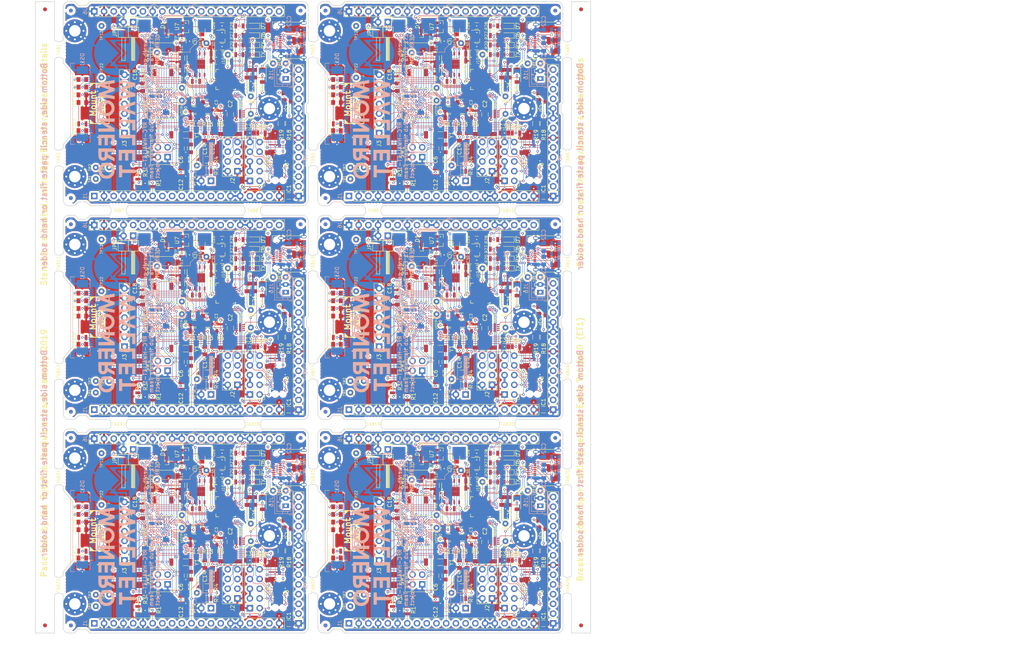
<source format=kicad_pcb>
(kicad_pcb (version 20171130) (host pcbnew 5.0.0+dfsg1-2)
  (title_block (title "Breakneck Hardware Wallet") (date 2018-01-10) (rev 0.9.2) (company "The ByteRub Project, Hardware Team") (comment 1 "Copyright © 2019, The ByteRub Project") (comment 2 "Fulfilling the developer edition role") (comment 3 "Pending quality assurance testing") (comment 4 "Warning, untested prototype!"))
  (layers (0 F.Cu signal) (31 B.Cu signal) (34 B.Paste user) (35 F.Paste user) (36 B.SilkS user) (37 F.SilkS user) (38 B.Mask user) (39 F.Mask user) (44 Edge.Cuts user))
  (net 0 "")
  (net 1 GND)
  (net 2 "Net-(C4-Pad2)")
  (net 3 +3V3)
  (net 4 "Net-(D4-Pad2)")
  (net 5 "Net-(DS1-Pad7)")
  (net 6 /OLED_~CS~)
  (net 7 /OLED_~RES~)
  (net 8 /OLED_DC)
  (net 9 "Net-(DS1-Pad16)")
  (net 10 "Net-(DS1-Pad17)")
  (net 11 /OLED_D0)
  (net 12 "Net-(DS1-Pad20)")
  (net 13 "Net-(DS1-Pad21)")
  (net 14 "Net-(DS1-Pad22)")
  (net 15 "Net-(DS1-Pad23)")
  (net 16 "Net-(DS1-Pad24)")
  (net 17 "Net-(DS1-Pad25)")
  (net 18 "Net-(DS1-Pad26)")
  (net 19 "Net-(DS1-Pad28)")
  (net 20 "Net-(FID1-Pad~)")
  (net 21 "Net-(FID2-Pad~)")
  (net 22 "Net-(FID3-Pad~)")
  (net 23 "Net-(FID4-Pad~)")
  (net 24 /BLOAD)
  (net 25 /JTAG_TRST)
  (net 26 /JTAG_TDI)
  (net 27 /JTAG_TDO)
  (net 28 /JTAG_TMS)
  (net 29 /JTAG_TCK)
  (net 30 /RESET)
  (net 31 /USB_N)
  (net 32 /USB_P)
  (net 33 /OLED_D1)
  (net 34 "Net-(BT1-Pad1)")
  (net 35 /SHUNTH)
  (net 36 "Net-(C4-Pad1)")
  (net 37 "Net-(C5-Pad2)")
  (net 38 "Net-(C5-Pad1)")
  (net 39 /CLK_IN)
  (net 40 /CLK_OUT)
  (net 41 "Net-(C12-Pad1)")
  (net 42 "Net-(C13-Pad1)")
  (net 43 "Net-(C14-Pad2)")
  (net 44 "Net-(C14-Pad1)")
  (net 45 +5V)
  (net 46 "Net-(C23-Pad1)")
  (net 47 /VIN_OTP)
  (net 48 +1V5)
  (net 49 "Net-(C30-Pad1)")
  (net 50 "Net-(D3-Pad2)")
  (net 51 "Net-(D3-Pad1)")
  (net 52 "Net-(D4-Pad1)")
  (net 53 "Net-(D5-Pad2)")
  (net 54 "Net-(FID5-Pad~)")
  (net 55 "Net-(FID6-Pad~)")
  (net 56 /IO_SPARE1)
  (net 57 /CLK_FB)
  (net 58 /BRIDGE_TX)
  (net 59 /BRIDGE_RX)
  (net 60 "Net-(J1-Pad9)")
  (net 61 /TRIGGER)
  (net 62 /SDCARD_SCK)
  (net 63 /SDCARD_MISO)
  (net 64 /SDCARD_MOSI)
  (net 65 "Net-(J1-Pad17)")
  (net 66 /FLASH_CS)
  (net 67 /IO_SPARE2)
  (net 68 /FLASH_SCK)
  (net 69 /FLASH_SIO1)
  (net 70 /FLASH_SIO0)
  (net 71 "Net-(J2-Pad7)")
  (net 72 "Net-(J2-Pad8)")
  (net 73 "Net-(J4-PadA2)")
  (net 74 "Net-(J4-PadA3)")
  (net 75 "Net-(J4-PadA5)")
  (net 76 "Net-(J4-PadA10)")
  (net 77 "Net-(J4-PadA8)")
  (net 78 "Net-(J4-PadA11)")
  (net 79 "Net-(J4-PadB2)")
  (net 80 "Net-(J4-PadB3)")
  (net 81 "Net-(J4-PadB5)")
  (net 82 "Net-(J4-PadB8)")
  (net 83 "Net-(J4-PadB10)")
  (net 84 "Net-(J4-PadB11)")
  (net 85 "Net-(J5-Pad12)")
  (net 86 "Net-(J5-Pad13)")
  (net 87 "Net-(J5-Pad14)")
  (net 88 /CWLED3)
  (net 89 /PWMLED1)
  (net 90 /PWMLED0)
  (net 91 "Net-(J6-Pad15)")
  (net 92 "Net-(J6-Pad14)")
  (net 93 "Net-(J6-Pad13)")
  (net 94 "Net-(J6-Pad12)")
  (net 95 "Net-(J6-Pad11)")
  (net 96 "Net-(J6-Pad8)")
  (net 97 "Net-(J6-Pad6)")
  (net 98 "Net-(J6-Pad5)")
  (net 99 /BBUS_TX)
  (net 100 /BBUS_RX)
  (net 101 /SDCARD_CS)
  (net 102 "Net-(JP1-Pad1)")
  (net 103 /BOOT)
  (net 104 "Net-(R1-Pad1)")
  (net 105 "Net-(R5-Pad1)")
  (net 106 "Net-(R6-Pad1)")
  (net 107 /FLASH_SIO2)
  (net 108 /FLASH_SIO3)
  (net 109 "Net-(R18-Pad2)")
  (net 110 "Net-(R25-Pad2)")
  (net 111 "Net-(SW1-Pad2)")
  (net 112 "Net-(SW2-Pad2)")
  (net 113 "Net-(SW3-Pad2)")
  (net 114 "Net-(TP6-Pad1)")
  (net 115 "Net-(U1-Pad1)")
  (net 116 "Net-(U1-Pad2)")
  (net 117 "Net-(U1-Pad3)")
  (net 118 "Net-(U1-Pad7)")
  (net 119 "Net-(U3-PadA1)")
  (net 120 "Net-(U3-PadA5)")
  (net 121 "Net-(U3-PadA6)")
  (net 122 "Net-(U3-PadA8)")
  (net 123 /SAO_SDA)
  (net 124 "Net-(U3-PadB1)")
  (net 125 "Net-(U3-PadB4)")
  (net 126 "Net-(U3-PadB5)")
  (net 127 /SAO_SCL)
  (net 128 "Net-(U3-PadB8)")
  (net 129 "Net-(U3-PadC5)")
  (net 130 /BRIDGE_CTS)
  (net 131 /BRIDGE_RTS)
  (net 132 "Net-(U3-PadE2)")
  (net 133 "Net-(U3-PadE7)")
  (net 134 "Net-(U3-PadF2)")
  (net 135 "Net-(U3-PadF3)")
  (net 136 "Net-(U3-PadG1)")
  (net 137 "Net-(U3-PadG2)")
  (net 138 "Net-(U3-PadG7)")
  (net 139 "Net-(U3-PadG9)")
  (net 140 "Net-(U3-PadG10)")
  (net 141 "Net-(U3-PadH1)")
  (net 142 "Net-(U3-PadH2)")
  (net 143 "Net-(U3-PadH6)")
  (net 144 "Net-(U3-PadH9)")
  (net 145 "Net-(U3-PadH10)")
  (net 146 "Net-(U3-PadJ6)")
  (net 147 "Net-(U3-PadJ9)")
  (net 148 "Net-(U3-PadJ10)")
  (net 149 "Net-(U3-PadK8)")
  (net 150 "Net-(U3-PadK9)")
  (net 151 "Net-(U3-PadK10)")
  (net 152 "Net-(U4-Pad1)")
  (net 153 "Net-(U4-Pad2)")
  (net 154 "Net-(U4-Pad11)")
  (net 155 "Net-(U4-Pad12)")
  (net 156 "Net-(U4-Pad13)")
  (net 157 "Net-(U4-Pad14)")
  (net 158 "Net-(U4-Pad15)")
  (net 159 "Net-(U4-Pad16)")
  (net 160 "Net-(U4-Pad17)")
  (net 161 "Net-(U4-Pad20)")
  (net 162 "Net-(U4-Pad21)")
  (net 163 "Net-(U4-Pad22)")
  (net 164 "Net-(U4-Pad27)")
  (net 165 "Net-(U4-Pad28)")
  (net 166 "Net-(D6-Pad2)")
  (net 167 "Net-(D7-Pad2)")
  (module ByteRub_Local:Fiducial_1mm_Dia_2.54mm_Outer_CopperTop (layer B.Cu) (at 158.5 22.34 270)
    (fp_text reference FID6 hide)
    (fp_text value Fiducial-PCB)
    (pad ~ smd circle (at 0 0 270) (size 1 1) (layers B.Cu B.Mask) (net 55 "Net-(FID6-Pad~)") (clearance 0.77))
  )
  (module ByteRub_Local:Fiducial_1mm_Dia_2.54mm_Outer_CopperTop (layer B.Cu) (at 98.5 22.34 270)
    (fp_text reference FID4 hide)
    (fp_text value Fiducial-PCB)
    (pad ~ smd circle (at 0 0 270) (size 1 1) (layers B.Cu B.Mask) (net 23 "Net-(FID4-Pad~)") (clearance 0.77))
  )
  (module ByteRub_Local:Fiducial_1mm_Dia_2.54mm_Outer_CopperTop (layer B.Cu) (at 98.5 71.34 270)
    (fp_text reference FID2 hide)
    (fp_text value Fiducial-PCB)
    (pad ~ smd circle (at 0 0 270) (size 1 1) (layers B.Cu B.Mask) (net 21 "Net-(FID2-Pad~)") (clearance 0.77))
  )
  (module ByteRub_Local:Fiducial_1mm_Dia_2.54mm_Outer_CopperTop (layer B.Cu) (at 32 22.34 270)
    (fp_text reference FID4 hide)
    (fp_text value Fiducial-PCB)
    (pad ~ smd circle (at 0 0 270) (size 1 1) (layers B.Cu B.Mask) (net 23 "Net-(FID4-Pad~)") (clearance 0.77))
  )
  (module ByteRub_Local:Fiducial_1mm_Dia_2.54mm_Outer_CopperTop (layer B.Cu) (at 32 71.34 270)
    (fp_text reference FID2 hide)
    (fp_text value Fiducial-PCB)
    (pad ~ smd circle (at 0 0 270) (size 1 1) (layers B.Cu B.Mask) (net 21 "Net-(FID2-Pad~)") (clearance 0.77))
  )
  (module ByteRub_Local:Fiducial_1mm_Dia_2.54mm_Outer_CopperTop (layer B.Cu) (at 158.5 78.18 270)
    (fp_text reference FID6 hide)
    (fp_text value Fiducial-PCB)
    (pad ~ smd circle (at 0 0 270) (size 1 1) (layers B.Cu B.Mask) (net 55 "Net-(FID6-Pad~)") (clearance 0.77))
  )
  (module ByteRub_Local:Fiducial_1mm_Dia_2.54mm_Outer_CopperTop (layer B.Cu) (at 98.5 78.18 270)
    (fp_text reference FID4 hide)
    (fp_text value Fiducial-PCB)
    (pad ~ smd circle (at 0 0 270) (size 1 1) (layers B.Cu B.Mask) (net 23 "Net-(FID4-Pad~)") (clearance 0.77))
  )
  (module ByteRub_Local:Fiducial_1mm_Dia_2.54mm_Outer_CopperTop (layer B.Cu) (at 98.5 127.18 270)
    (fp_text reference FID2 hide)
    (fp_text value Fiducial-PCB)
    (pad ~ smd circle (at 0 0 270) (size 1 1) (layers B.Cu B.Mask) (net 21 "Net-(FID2-Pad~)") (clearance 0.77))
  )
  (module ByteRub_Local:Fiducial_1mm_Dia_2.54mm_Outer_CopperTop (layer B.Cu) (at 92 78.18 270)
    (fp_text reference FID6 hide)
    (fp_text value Fiducial-PCB)
    (pad ~ smd circle (at 0 0 270) (size 1 1) (layers B.Cu B.Mask) (net 55 "Net-(FID6-Pad~)") (clearance 0.77))
  )
  (module ByteRub_Local:Fiducial_1mm_Dia_2.54mm_Outer_CopperTop (layer B.Cu) (at 32 78.18 270)
    (fp_text reference FID4 hide)
    (fp_text value Fiducial-PCB)
    (pad ~ smd circle (at 0 0 270) (size 1 1) (layers B.Cu B.Mask) (net 23 "Net-(FID4-Pad~)") (clearance 0.77))
  )
  (module ByteRub_Local:Fiducial_1mm_Dia_2.54mm_Outer_CopperTop (layer B.Cu) (at 32 127.18 270)
    (fp_text reference FID2 hide)
    (fp_text value Fiducial-PCB)
    (pad ~ smd circle (at 0 0 270) (size 1 1) (layers B.Cu B.Mask) (net 21 "Net-(FID2-Pad~)") (clearance 0.77))
  )
  (module ByteRub_Local:Fiducial_1mm_Dia_2.54mm_Outer_CopperTop (layer B.Cu) (at 158.5 134.02 270)
    (fp_text reference FID6 hide)
    (fp_text value Fiducial-PCB)
    (pad ~ smd circle (at 0 0 270) (size 1 1) (layers B.Cu B.Mask) (net 55 "Net-(FID6-Pad~)") (clearance 0.77))
  )
  (module ByteRub_Local:Fiducial_1mm_Dia_2.54mm_Outer_CopperTop (layer B.Cu) (at 98.5 134.02 270)
    (fp_text reference FID4 hide)
    (fp_text value Fiducial-PCB)
    (pad ~ smd circle (at 0 0 270) (size 1 1) (layers B.Cu B.Mask) (net 23 "Net-(FID4-Pad~)") (clearance 0.77))
  )
  (module ByteRub_Local:Fiducial_1mm_Dia_2.54mm_Outer_CopperTop (layer B.Cu) (at 98.5 183.02 270)
    (fp_text reference FID2 hide)
    (fp_text value Fiducial-PCB)
    (pad ~ smd circle (at 0 0 270) (size 1 1) (layers B.Cu B.Mask) (net 21 "Net-(FID2-Pad~)") (clearance 0.77))
  )
  (module ByteRub_Local:Fiducial_1mm_Dia_2.54mm_Outer_CopperTop (layer B.Cu) (at 92 134.02 270)
    (fp_text reference FID6 hide)
    (fp_text value Fiducial-PCB)
    (pad ~ smd circle (at 0 0 270) (size 1 1) (layers B.Cu B.Mask) (net 55 "Net-(FID6-Pad~)") (clearance 0.77))
  )
  (module ByteRub_Local:Fiducial_1mm_Dia_2.54mm_Outer_CopperTop (layer B.Cu) (at 32 134.02 270)
    (fp_text reference FID4 hide)
    (fp_text value Fiducial-PCB)
    (pad ~ smd circle (at 0 0 270) (size 1 1) (layers B.Cu B.Mask) (net 23 "Net-(FID4-Pad~)") (clearance 0.77))
  )
  (module ByteRub_Local:Fiducial_1mm_Dia_2.54mm_Outer_CopperTop (layer B.Cu) (at 32 183.02 270)
    (fp_text reference FID2 hide)
    (fp_text value Fiducial-PCB)
    (pad ~ smd circle (at 0 0 270) (size 1 1) (layers B.Cu B.Mask) (net 21 "Net-(FID2-Pad~)") (clearance 0.77))
  )
  (module ByteRub_Local:Panel_Mousetab_25mm_Double (layer F.Cu) (at 79.5 130.43 90)
    (fp_text reference TAB18 (at 0 0 180) (layer F.SilkS) (effects (font (size 0.8 0.8) (thickness 0.13))))
    (fp_text value Panel_Mousetab_25mm_Double)
    (pad "" np_thru_hole circle (at -1.35 -0.4 90) (size 0.3 0.3) (drill 0.3) (layers *.Cu))
    (pad "" np_thru_hole circle (at -1.35 -1.2 90) (size 0.3 0.3) (drill 0.3) (layers *.Cu))
    (pad "" np_thru_hole circle (at -1.35 -2 90) (size 0.3 0.3) (drill 0.3) (layers *.Cu))
    (pad "" np_thru_hole circle (at 1.35 -2 90) (size 0.3 0.3) (drill 0.3) (layers *.Cu))
    (pad "" np_thru_hole circle (at 1.35 -1.2 90) (size 0.3 0.3) (drill 0.3) (layers *.Cu))
    (pad "" np_thru_hole circle (at 1.35 -0.4 90) (size 0.3 0.3) (drill 0.3) (layers *.Cu))
    (pad "" np_thru_hole circle (at -1.35 0.4 90) (size 0.3 0.3) (drill 0.3) (layers *.Cu))
    (pad "" np_thru_hole circle (at -1.35 1.2 90) (size 0.3 0.3) (drill 0.3) (layers *.Cu))
    (pad "" np_thru_hole circle (at -1.35 2 90) (size 0.3 0.3) (drill 0.3) (layers *.Cu))
    (pad "" np_thru_hole circle (at 1.35 0.4 90) (size 0.3 0.3) (drill 0.3) (layers *.Cu))
    (pad "" np_thru_hole circle (at 1.35 1.2 90) (size 0.3 0.3) (drill 0.3) (layers *.Cu))
    (pad "" np_thru_hole circle (at 1.35 2 90) (size 0.3 0.3) (drill 0.3) (layers *.Cu))
  )
  (module ByteRub_Local:Panel_Mousetab_25mm_Double (layer F.Cu) (at 111 130.43 90)
    (fp_text reference TAB19 (at 0 0 180) (layer F.SilkS) (effects (font (size 0.8 0.8) (thickness 0.13))))
    (fp_text value Panel_Mousetab_25mm_Double)
    (pad "" np_thru_hole circle (at 1.35 2 90) (size 0.3 0.3) (drill 0.3) (layers *.Cu))
    (pad "" np_thru_hole circle (at 1.35 1.2 90) (size 0.3 0.3) (drill 0.3) (layers *.Cu))
    (pad "" np_thru_hole circle (at 1.35 0.4 90) (size 0.3 0.3) (drill 0.3) (layers *.Cu))
    (pad "" np_thru_hole circle (at -1.35 2 90) (size 0.3 0.3) (drill 0.3) (layers *.Cu))
    (pad "" np_thru_hole circle (at -1.35 1.2 90) (size 0.3 0.3) (drill 0.3) (layers *.Cu))
    (pad "" np_thru_hole circle (at -1.35 0.4 90) (size 0.3 0.3) (drill 0.3) (layers *.Cu))
    (pad "" np_thru_hole circle (at 1.35 -0.4 90) (size 0.3 0.3) (drill 0.3) (layers *.Cu))
    (pad "" np_thru_hole circle (at 1.35 -1.2 90) (size 0.3 0.3) (drill 0.3) (layers *.Cu))
    (pad "" np_thru_hole circle (at 1.35 -2 90) (size 0.3 0.3) (drill 0.3) (layers *.Cu))
    (pad "" np_thru_hole circle (at -1.35 -2 90) (size 0.3 0.3) (drill 0.3) (layers *.Cu))
    (pad "" np_thru_hole circle (at -1.35 -1.2 90) (size 0.3 0.3) (drill 0.3) (layers *.Cu))
    (pad "" np_thru_hole circle (at -1.35 -0.4 90) (size 0.3 0.3) (drill 0.3) (layers *.Cu))
  )
  (module ByteRub_Local:Panel_Mousetab_25mm_Double (layer F.Cu) (at 146 130.43 90)
    (fp_text reference TAB20 (at 0 0 180) (layer F.SilkS) (effects (font (size 0.8 0.8) (thickness 0.13))))
    (fp_text value Panel_Mousetab_25mm_Double)
    (pad "" np_thru_hole circle (at 1.35 2 90) (size 0.3 0.3) (drill 0.3) (layers *.Cu))
    (pad "" np_thru_hole circle (at 1.35 1.2 90) (size 0.3 0.3) (drill 0.3) (layers *.Cu))
    (pad "" np_thru_hole circle (at 1.35 0.4 90) (size 0.3 0.3) (drill 0.3) (layers *.Cu))
    (pad "" np_thru_hole circle (at -1.35 2 90) (size 0.3 0.3) (drill 0.3) (layers *.Cu))
    (pad "" np_thru_hole circle (at -1.35 1.2 90) (size 0.3 0.3) (drill 0.3) (layers *.Cu))
    (pad "" np_thru_hole circle (at -1.35 0.4 90) (size 0.3 0.3) (drill 0.3) (layers *.Cu))
    (pad "" np_thru_hole circle (at 1.35 -0.4 90) (size 0.3 0.3) (drill 0.3) (layers *.Cu))
    (pad "" np_thru_hole circle (at 1.35 -1.2 90) (size 0.3 0.3) (drill 0.3) (layers *.Cu))
    (pad "" np_thru_hole circle (at 1.35 -2 90) (size 0.3 0.3) (drill 0.3) (layers *.Cu))
    (pad "" np_thru_hole circle (at -1.35 -2 90) (size 0.3 0.3) (drill 0.3) (layers *.Cu))
    (pad "" np_thru_hole circle (at -1.35 -1.2 90) (size 0.3 0.3) (drill 0.3) (layers *.Cu))
    (pad "" np_thru_hole circle (at -1.35 -0.4 90) (size 0.3 0.3) (drill 0.3) (layers *.Cu))
  )
  (module ByteRub_Local:Panel_Mousetab_25mm_Double (layer F.Cu) (at 44.5 130.43 90)
    (fp_text reference TAB17 (at 0 0 180) (layer F.SilkS) (effects (font (size 0.8 0.8) (thickness 0.13))))
    (fp_text value Panel_Mousetab_25mm_Double)
    (pad "" np_thru_hole circle (at -1.35 -0.4 90) (size 0.3 0.3) (drill 0.3) (layers *.Cu))
    (pad "" np_thru_hole circle (at -1.35 -1.2 90) (size 0.3 0.3) (drill 0.3) (layers *.Cu))
    (pad "" np_thru_hole circle (at -1.35 -2 90) (size 0.3 0.3) (drill 0.3) (layers *.Cu))
    (pad "" np_thru_hole circle (at 1.35 -2 90) (size 0.3 0.3) (drill 0.3) (layers *.Cu))
    (pad "" np_thru_hole circle (at 1.35 -1.2 90) (size 0.3 0.3) (drill 0.3) (layers *.Cu))
    (pad "" np_thru_hole circle (at 1.35 -0.4 90) (size 0.3 0.3) (drill 0.3) (layers *.Cu))
    (pad "" np_thru_hole circle (at -1.35 0.4 90) (size 0.3 0.3) (drill 0.3) (layers *.Cu))
    (pad "" np_thru_hole circle (at -1.35 1.2 90) (size 0.3 0.3) (drill 0.3) (layers *.Cu))
    (pad "" np_thru_hole circle (at -1.35 2 90) (size 0.3 0.3) (drill 0.3) (layers *.Cu))
    (pad "" np_thru_hole circle (at 1.35 0.4 90) (size 0.3 0.3) (drill 0.3) (layers *.Cu))
    (pad "" np_thru_hole circle (at 1.35 1.2 90) (size 0.3 0.3) (drill 0.3) (layers *.Cu))
    (pad "" np_thru_hole circle (at 1.35 2 90) (size 0.3 0.3) (drill 0.3) (layers *.Cu))
  )
  (module ByteRub_Local:Panel_Mousetab_25mm_Double (layer F.Cu) (at 44.5 74.59 90)
    (fp_text reference TAB7 (at 0 0 180) (layer F.SilkS) (effects (font (size 0.8 0.8) (thickness 0.13))))
    (fp_text value Panel_Mousetab_25mm_Double)
    (pad "" np_thru_hole circle (at 1.35 2 90) (size 0.3 0.3) (drill 0.3) (layers *.Cu))
    (pad "" np_thru_hole circle (at 1.35 1.2 90) (size 0.3 0.3) (drill 0.3) (layers *.Cu))
    (pad "" np_thru_hole circle (at 1.35 0.4 90) (size 0.3 0.3) (drill 0.3) (layers *.Cu))
    (pad "" np_thru_hole circle (at -1.35 2 90) (size 0.3 0.3) (drill 0.3) (layers *.Cu))
    (pad "" np_thru_hole circle (at -1.35 1.2 90) (size 0.3 0.3) (drill 0.3) (layers *.Cu))
    (pad "" np_thru_hole circle (at -1.35 0.4 90) (size 0.3 0.3) (drill 0.3) (layers *.Cu))
    (pad "" np_thru_hole circle (at 1.35 -0.4 90) (size 0.3 0.3) (drill 0.3) (layers *.Cu))
    (pad "" np_thru_hole circle (at 1.35 -1.2 90) (size 0.3 0.3) (drill 0.3) (layers *.Cu))
    (pad "" np_thru_hole circle (at 1.35 -2 90) (size 0.3 0.3) (drill 0.3) (layers *.Cu))
    (pad "" np_thru_hole circle (at -1.35 -2 90) (size 0.3 0.3) (drill 0.3) (layers *.Cu))
    (pad "" np_thru_hole circle (at -1.35 -1.2 90) (size 0.3 0.3) (drill 0.3) (layers *.Cu))
    (pad "" np_thru_hole circle (at -1.35 -0.4 90) (size 0.3 0.3) (drill 0.3) (layers *.Cu))
  )
  (module ByteRub_Local:Panel_Mousetab_25mm_Double (layer F.Cu) (at 79.5 74.59 90)
    (fp_text reference TAB8 (at 0 0 180) (layer F.SilkS) (effects (font (size 0.8 0.8) (thickness 0.13))))
    (fp_text value Panel_Mousetab_25mm_Double)
    (pad "" np_thru_hole circle (at 1.35 2 90) (size 0.3 0.3) (drill 0.3) (layers *.Cu))
    (pad "" np_thru_hole circle (at 1.35 1.2 90) (size 0.3 0.3) (drill 0.3) (layers *.Cu))
    (pad "" np_thru_hole circle (at 1.35 0.4 90) (size 0.3 0.3) (drill 0.3) (layers *.Cu))
    (pad "" np_thru_hole circle (at -1.35 2 90) (size 0.3 0.3) (drill 0.3) (layers *.Cu))
    (pad "" np_thru_hole circle (at -1.35 1.2 90) (size 0.3 0.3) (drill 0.3) (layers *.Cu))
    (pad "" np_thru_hole circle (at -1.35 0.4 90) (size 0.3 0.3) (drill 0.3) (layers *.Cu))
    (pad "" np_thru_hole circle (at 1.35 -0.4 90) (size 0.3 0.3) (drill 0.3) (layers *.Cu))
    (pad "" np_thru_hole circle (at 1.35 -1.2 90) (size 0.3 0.3) (drill 0.3) (layers *.Cu))
    (pad "" np_thru_hole circle (at 1.35 -2 90) (size 0.3 0.3) (drill 0.3) (layers *.Cu))
    (pad "" np_thru_hole circle (at -1.35 -2 90) (size 0.3 0.3) (drill 0.3) (layers *.Cu))
    (pad "" np_thru_hole circle (at -1.35 -1.2 90) (size 0.3 0.3) (drill 0.3) (layers *.Cu))
    (pad "" np_thru_hole circle (at -1.35 -0.4 90) (size 0.3 0.3) (drill 0.3) (layers *.Cu))
  )
  (module ByteRub_Local:Panel_Mousetab_25mm_Double (layer F.Cu) (at 146 74.59 90)
    (fp_text reference TAB10 (at 0 0 180) (layer F.SilkS) (effects (font (size 0.8 0.8) (thickness 0.13))))
    (fp_text value Panel_Mousetab_25mm_Double)
    (pad "" np_thru_hole circle (at -1.35 -0.4 90) (size 0.3 0.3) (drill 0.3) (layers *.Cu))
    (pad "" np_thru_hole circle (at -1.35 -1.2 90) (size 0.3 0.3) (drill 0.3) (layers *.Cu))
    (pad "" np_thru_hole circle (at -1.35 -2 90) (size 0.3 0.3) (drill 0.3) (layers *.Cu))
    (pad "" np_thru_hole circle (at 1.35 -2 90) (size 0.3 0.3) (drill 0.3) (layers *.Cu))
    (pad "" np_thru_hole circle (at 1.35 -1.2 90) (size 0.3 0.3) (drill 0.3) (layers *.Cu))
    (pad "" np_thru_hole circle (at 1.35 -0.4 90) (size 0.3 0.3) (drill 0.3) (layers *.Cu))
    (pad "" np_thru_hole circle (at -1.35 0.4 90) (size 0.3 0.3) (drill 0.3) (layers *.Cu))
    (pad "" np_thru_hole circle (at -1.35 1.2 90) (size 0.3 0.3) (drill 0.3) (layers *.Cu))
    (pad "" np_thru_hole circle (at -1.35 2 90) (size 0.3 0.3) (drill 0.3) (layers *.Cu))
    (pad "" np_thru_hole circle (at 1.35 0.4 90) (size 0.3 0.3) (drill 0.3) (layers *.Cu))
    (pad "" np_thru_hole circle (at 1.35 1.2 90) (size 0.3 0.3) (drill 0.3) (layers *.Cu))
    (pad "" np_thru_hole circle (at 1.35 2 90) (size 0.3 0.3) (drill 0.3) (layers *.Cu))
  )
  (module ByteRub_Local:Panel_Mousetab_25mm_Double (layer F.Cu) (at 111 74.59 90)
    (fp_text reference TAB9 (at 0 0 180) (layer F.SilkS) (effects (font (size 0.8 0.8) (thickness 0.13))))
    (fp_text value Panel_Mousetab_25mm_Double)
    (pad "" np_thru_hole circle (at -1.35 -0.4 90) (size 0.3 0.3) (drill 0.3) (layers *.Cu))
    (pad "" np_thru_hole circle (at -1.35 -1.2 90) (size 0.3 0.3) (drill 0.3) (layers *.Cu))
    (pad "" np_thru_hole circle (at -1.35 -2 90) (size 0.3 0.3) (drill 0.3) (layers *.Cu))
    (pad "" np_thru_hole circle (at 1.35 -2 90) (size 0.3 0.3) (drill 0.3) (layers *.Cu))
    (pad "" np_thru_hole circle (at 1.35 -1.2 90) (size 0.3 0.3) (drill 0.3) (layers *.Cu))
    (pad "" np_thru_hole circle (at 1.35 -0.4 90) (size 0.3 0.3) (drill 0.3) (layers *.Cu))
    (pad "" np_thru_hole circle (at -1.35 0.4 90) (size 0.3 0.3) (drill 0.3) (layers *.Cu))
    (pad "" np_thru_hole circle (at -1.35 1.2 90) (size 0.3 0.3) (drill 0.3) (layers *.Cu))
    (pad "" np_thru_hole circle (at -1.35 2 90) (size 0.3 0.3) (drill 0.3) (layers *.Cu))
    (pad "" np_thru_hole circle (at 1.35 0.4 90) (size 0.3 0.3) (drill 0.3) (layers *.Cu))
    (pad "" np_thru_hole circle (at 1.35 1.2 90) (size 0.3 0.3) (drill 0.3) (layers *.Cu))
    (pad "" np_thru_hole circle (at 1.35 2 90) (size 0.3 0.3) (drill 0.3) (layers *.Cu))
  )
  (module ByteRub_Local:Panel_Mousetab_25mm_Double (layer F.Cu) (at 95.25 144.18)
    (fp_text reference TAB23 (at 0 0 90) (layer F.SilkS) (effects (font (size 0.8 0.8) (thickness 0.13))))
    (fp_text value Panel_Mousetab_25mm_Double)
    (pad "" np_thru_hole circle (at -1.35 -0.4) (size 0.3 0.3) (drill 0.3) (layers *.Cu))
    (pad "" np_thru_hole circle (at -1.35 -1.2) (size 0.3 0.3) (drill 0.3) (layers *.Cu))
    (pad "" np_thru_hole circle (at -1.35 -2) (size 0.3 0.3) (drill 0.3) (layers *.Cu))
    (pad "" np_thru_hole circle (at 1.35 -2) (size 0.3 0.3) (drill 0.3) (layers *.Cu))
    (pad "" np_thru_hole circle (at 1.35 -1.2) (size 0.3 0.3) (drill 0.3) (layers *.Cu))
    (pad "" np_thru_hole circle (at 1.35 -0.4) (size 0.3 0.3) (drill 0.3) (layers *.Cu))
    (pad "" np_thru_hole circle (at -1.35 0.4) (size 0.3 0.3) (drill 0.3) (layers *.Cu))
    (pad "" np_thru_hole circle (at -1.35 1.2) (size 0.3 0.3) (drill 0.3) (layers *.Cu))
    (pad "" np_thru_hole circle (at -1.35 2) (size 0.3 0.3) (drill 0.3) (layers *.Cu))
    (pad "" np_thru_hole circle (at 1.35 0.4) (size 0.3 0.3) (drill 0.3) (layers *.Cu))
    (pad "" np_thru_hole circle (at 1.35 1.2) (size 0.3 0.3) (drill 0.3) (layers *.Cu))
    (pad "" np_thru_hole circle (at 1.35 2) (size 0.3 0.3) (drill 0.3) (layers *.Cu))
  )
  (module ByteRub_Local:Panel_Mousetab_25mm_Double (layer F.Cu) (at 95.25 172.52)
    (fp_text reference TAB24 (at 0 0 90) (layer F.SilkS) (effects (font (size 0.8 0.8) (thickness 0.13))))
    (fp_text value Panel_Mousetab_25mm_Double)
    (pad "" np_thru_hole circle (at -1.35 -0.4) (size 0.3 0.3) (drill 0.3) (layers *.Cu))
    (pad "" np_thru_hole circle (at -1.35 -1.2) (size 0.3 0.3) (drill 0.3) (layers *.Cu))
    (pad "" np_thru_hole circle (at -1.35 -2) (size 0.3 0.3) (drill 0.3) (layers *.Cu))
    (pad "" np_thru_hole circle (at 1.35 -2) (size 0.3 0.3) (drill 0.3) (layers *.Cu))
    (pad "" np_thru_hole circle (at 1.35 -1.2) (size 0.3 0.3) (drill 0.3) (layers *.Cu))
    (pad "" np_thru_hole circle (at 1.35 -0.4) (size 0.3 0.3) (drill 0.3) (layers *.Cu))
    (pad "" np_thru_hole circle (at -1.35 0.4) (size 0.3 0.3) (drill 0.3) (layers *.Cu))
    (pad "" np_thru_hole circle (at -1.35 1.2) (size 0.3 0.3) (drill 0.3) (layers *.Cu))
    (pad "" np_thru_hole circle (at -1.35 2) (size 0.3 0.3) (drill 0.3) (layers *.Cu))
    (pad "" np_thru_hole circle (at 1.35 0.4) (size 0.3 0.3) (drill 0.3) (layers *.Cu))
    (pad "" np_thru_hole circle (at 1.35 1.2) (size 0.3 0.3) (drill 0.3) (layers *.Cu))
    (pad "" np_thru_hole circle (at 1.35 2) (size 0.3 0.3) (drill 0.3) (layers *.Cu))
  )
  (module ByteRub_Local:Panel_Mousetab_25mm_Double (layer F.Cu) (at 95.25 88.34)
    (fp_text reference TAB13 (at 0 0 90) (layer F.SilkS) (effects (font (size 0.8 0.8) (thickness 0.13))))
    (fp_text value Panel_Mousetab_25mm_Double)
    (pad "" np_thru_hole circle (at 1.35 2) (size 0.3 0.3) (drill 0.3) (layers *.Cu))
    (pad "" np_thru_hole circle (at 1.35 1.2) (size 0.3 0.3) (drill 0.3) (layers *.Cu))
    (pad "" np_thru_hole circle (at 1.35 0.4) (size 0.3 0.3) (drill 0.3) (layers *.Cu))
    (pad "" np_thru_hole circle (at -1.35 2) (size 0.3 0.3) (drill 0.3) (layers *.Cu))
    (pad "" np_thru_hole circle (at -1.35 1.2) (size 0.3 0.3) (drill 0.3) (layers *.Cu))
    (pad "" np_thru_hole circle (at -1.35 0.4) (size 0.3 0.3) (drill 0.3) (layers *.Cu))
    (pad "" np_thru_hole circle (at 1.35 -0.4) (size 0.3 0.3) (drill 0.3) (layers *.Cu))
    (pad "" np_thru_hole circle (at 1.35 -1.2) (size 0.3 0.3) (drill 0.3) (layers *.Cu))
    (pad "" np_thru_hole circle (at 1.35 -2) (size 0.3 0.3) (drill 0.3) (layers *.Cu))
    (pad "" np_thru_hole circle (at -1.35 -2) (size 0.3 0.3) (drill 0.3) (layers *.Cu))
    (pad "" np_thru_hole circle (at -1.35 -1.2) (size 0.3 0.3) (drill 0.3) (layers *.Cu))
    (pad "" np_thru_hole circle (at -1.35 -0.4) (size 0.3 0.3) (drill 0.3) (layers *.Cu))
  )
  (module ByteRub_Local:Panel_Mousetab_25mm_Double (layer F.Cu) (at 95.25 116.68)
    (fp_text reference TAB14 (at 0 0 90) (layer F.SilkS) (effects (font (size 0.8 0.8) (thickness 0.13))))
    (fp_text value Panel_Mousetab_25mm_Double)
    (pad "" np_thru_hole circle (at 1.35 2) (size 0.3 0.3) (drill 0.3) (layers *.Cu))
    (pad "" np_thru_hole circle (at 1.35 1.2) (size 0.3 0.3) (drill 0.3) (layers *.Cu))
    (pad "" np_thru_hole circle (at 1.35 0.4) (size 0.3 0.3) (drill 0.3) (layers *.Cu))
    (pad "" np_thru_hole circle (at -1.35 2) (size 0.3 0.3) (drill 0.3) (layers *.Cu))
    (pad "" np_thru_hole circle (at -1.35 1.2) (size 0.3 0.3) (drill 0.3) (layers *.Cu))
    (pad "" np_thru_hole circle (at -1.35 0.4) (size 0.3 0.3) (drill 0.3) (layers *.Cu))
    (pad "" np_thru_hole circle (at 1.35 -0.4) (size 0.3 0.3) (drill 0.3) (layers *.Cu))
    (pad "" np_thru_hole circle (at 1.35 -1.2) (size 0.3 0.3) (drill 0.3) (layers *.Cu))
    (pad "" np_thru_hole circle (at 1.35 -2) (size 0.3 0.3) (drill 0.3) (layers *.Cu))
    (pad "" np_thru_hole circle (at -1.35 -2) (size 0.3 0.3) (drill 0.3) (layers *.Cu))
    (pad "" np_thru_hole circle (at -1.35 -1.2) (size 0.3 0.3) (drill 0.3) (layers *.Cu))
    (pad "" np_thru_hole circle (at -1.35 -0.4) (size 0.3 0.3) (drill 0.3) (layers *.Cu))
  )
  (module ByteRub_HW:Panel_Mousetab_25mm_Single (layer F.Cu) (at 161.75 88.34 180)
    (fp_text reference TAB15 (at 0 0 270) (layer F.SilkS) (effects (font (size 0.8 0.8) (thickness 0.13))))
    (fp_text value Mousetab_3Hole)
    (pad "" np_thru_hole circle (at 1.35 -2 180) (size 0.3 0.3) (drill 0.3) (layers *.Cu))
    (pad "" np_thru_hole circle (at 1.35 -1.2 180) (size 0.3 0.3) (drill 0.3) (layers *.Cu))
    (pad "" np_thru_hole circle (at 1.35 -0.4 180) (size 0.3 0.3) (drill 0.3) (layers *.Cu))
    (pad "" np_thru_hole circle (at 1.35 0.4 180) (size 0.3 0.3) (drill 0.3) (layers *.Cu))
    (pad "" np_thru_hole circle (at 1.35 1.2 180) (size 0.3 0.3) (drill 0.3) (layers *.Cu))
    (pad "" np_thru_hole circle (at 1.35 2 180) (size 0.3 0.3) (drill 0.3) (layers *.Cu))
  )
  (module ByteRub_HW:Panel_Mousetab_25mm_Single (layer F.Cu) (at 161.75 172.52 180)
    (fp_text reference TAB26 (at 0 0 270) (layer F.SilkS) (effects (font (size 0.8 0.8) (thickness 0.13))))
    (fp_text value Mousetab_3Hole)
    (pad "" np_thru_hole circle (at 1.35 -2 180) (size 0.3 0.3) (drill 0.3) (layers *.Cu))
    (pad "" np_thru_hole circle (at 1.35 -1.2 180) (size 0.3 0.3) (drill 0.3) (layers *.Cu))
    (pad "" np_thru_hole circle (at 1.35 -0.4 180) (size 0.3 0.3) (drill 0.3) (layers *.Cu))
    (pad "" np_thru_hole circle (at 1.35 0.4 180) (size 0.3 0.3) (drill 0.3) (layers *.Cu))
    (pad "" np_thru_hole circle (at 1.35 1.2 180) (size 0.3 0.3) (drill 0.3) (layers *.Cu))
    (pad "" np_thru_hole circle (at 1.35 2 180) (size 0.3 0.3) (drill 0.3) (layers *.Cu))
  )
  (module ByteRub_HW:Panel_Mousetab_25mm_Single (layer F.Cu) (at 161.75 116.68 180)
    (fp_text reference TAB16 (at 0 0 270) (layer F.SilkS) (effects (font (size 0.8 0.8) (thickness 0.13))))
    (fp_text value Mousetab_3Hole)
    (pad "" np_thru_hole circle (at 1.35 2 180) (size 0.3 0.3) (drill 0.3) (layers *.Cu))
    (pad "" np_thru_hole circle (at 1.35 1.2 180) (size 0.3 0.3) (drill 0.3) (layers *.Cu))
    (pad "" np_thru_hole circle (at 1.35 0.4 180) (size 0.3 0.3) (drill 0.3) (layers *.Cu))
    (pad "" np_thru_hole circle (at 1.35 -0.4 180) (size 0.3 0.3) (drill 0.3) (layers *.Cu))
    (pad "" np_thru_hole circle (at 1.35 -1.2 180) (size 0.3 0.3) (drill 0.3) (layers *.Cu))
    (pad "" np_thru_hole circle (at 1.35 -2 180) (size 0.3 0.3) (drill 0.3) (layers *.Cu))
  )
  (module Mounting_Holes:MountingHole_2.5mm (layer F.Cu) (at 165.25 97.51)
    (fp_text reference SH1 hide)
    (fp_text value MountingHole_2.5mm)
    (pad "" np_thru_hole circle (at 0 0) (size 2.5 2.5) (drill 2.5) (layers *.Cu *.Paste *.Mask))
  )
  (module ByteRub_HW:Panel_Mousetab_25mm_Single (layer F.Cu) (at 161.75 144.18 180)
    (fp_text reference TAB25 (at 0 0 270) (layer F.SilkS) (effects (font (size 0.8 0.8) (thickness 0.13))))
    (fp_text value Mousetab_3Hole)
    (pad "" np_thru_hole circle (at 1.35 2 180) (size 0.3 0.3) (drill 0.3) (layers *.Cu))
    (pad "" np_thru_hole circle (at 1.35 1.2 180) (size 0.3 0.3) (drill 0.3) (layers *.Cu))
    (pad "" np_thru_hole circle (at 1.35 0.4 180) (size 0.3 0.3) (drill 0.3) (layers *.Cu))
    (pad "" np_thru_hole circle (at 1.35 -0.4 180) (size 0.3 0.3) (drill 0.3) (layers *.Cu))
    (pad "" np_thru_hole circle (at 1.35 -1.2 180) (size 0.3 0.3) (drill 0.3) (layers *.Cu))
    (pad "" np_thru_hole circle (at 1.35 -2 180) (size 0.3 0.3) (drill 0.3) (layers *.Cu))
  )
  (module ByteRub_HW:Panel_Mousetab_25mm_Single (layer F.Cu) (at 161.75 60.84 180)
    (fp_text reference TAB6 (at 0 0 270) (layer F.SilkS) (effects (font (size 0.8 0.8) (thickness 0.13))))
    (fp_text value Mousetab_3Hole)
    (pad "" np_thru_hole circle (at 1.35 2 180) (size 0.3 0.3) (drill 0.3) (layers *.Cu))
    (pad "" np_thru_hole circle (at 1.35 1.2 180) (size 0.3 0.3) (drill 0.3) (layers *.Cu))
    (pad "" np_thru_hole circle (at 1.35 0.4 180) (size 0.3 0.3) (drill 0.3) (layers *.Cu))
    (pad "" np_thru_hole circle (at 1.35 -0.4 180) (size 0.3 0.3) (drill 0.3) (layers *.Cu))
    (pad "" np_thru_hole circle (at 1.35 -1.2 180) (size 0.3 0.3) (drill 0.3) (layers *.Cu))
    (pad "" np_thru_hole circle (at 1.35 -2 180) (size 0.3 0.3) (drill 0.3) (layers *.Cu))
  )
  (module ByteRub_HW:Panel_Mousetab_25mm_Single (layer F.Cu) (at 161.75 32.5 180)
    (fp_text reference TAB5 (at 0 0 270) (layer F.SilkS) (effects (font (size 0.8 0.8) (thickness 0.13))))
    (fp_text value Mousetab_3Hole)
    (pad "" np_thru_hole circle (at 1.35 -2 180) (size 0.3 0.3) (drill 0.3) (layers *.Cu))
    (pad "" np_thru_hole circle (at 1.35 -1.2 180) (size 0.3 0.3) (drill 0.3) (layers *.Cu))
    (pad "" np_thru_hole circle (at 1.35 -0.4 180) (size 0.3 0.3) (drill 0.3) (layers *.Cu))
    (pad "" np_thru_hole circle (at 1.35 0.4 180) (size 0.3 0.3) (drill 0.3) (layers *.Cu))
    (pad "" np_thru_hole circle (at 1.35 1.2 180) (size 0.3 0.3) (drill 0.3) (layers *.Cu))
    (pad "" np_thru_hole circle (at 1.35 2 180) (size 0.3 0.3) (drill 0.3) (layers *.Cu))
  )
  (module Mounting_Holes:MountingHole_2.5mm (layer F.Cu) (at 165.25 27.51)
    (fp_text reference SH1 hide)
    (fp_text value MountingHole_2.5mm)
    (pad "" np_thru_hole circle (at 0 0) (size 2.5 2.5) (drill 2.5) (layers *.Cu *.Paste *.Mask))
  )
  (module Fiducials:Fiducial_1mm_Dia_2mm_Outer (layer F.Cu) (at 165.25 22)
    (fp_text reference FID4 hide)
    (fp_text value Fiducial_Passermarke hide)
    (pad ~ smd circle (at 0 0) (size 1 1) (layers F.Cu F.Mask) (net 20 "Net-(FID1-Pad~)") (clearance 0.5))
  )
  (module Fiducials:Fiducial_1mm_Dia_2mm_Outer (layer F.Cu) (at 165.25 183.02)
    (fp_text reference FID6 hide)
    (fp_text value Fiducial_Passermarke hide)
    (pad ~ smd circle (at 0 0) (size 1 1) (layers F.Cu F.Mask) (net 20 "Net-(FID1-Pad~)") (clearance 0.5))
  )
  (module Mounting_Holes:MountingHole_2.5mm (layer F.Cu) (at 165.25 177.51)
    (fp_text reference SH2 hide)
    (fp_text value MountingHole_2.5mm)
    (pad "" np_thru_hole circle (at 0 0) (size 2.5 2.5) (drill 2.5) (layers *.Cu *.Paste *.Mask))
  )
  (module ByteRub_HW:Panel_Mousetab_25mm_Single (layer F.Cu) (at 28.75 144.18)
    (fp_text reference TAB21 (at 0 0 90) (layer F.SilkS) (effects (font (size 0.8 0.8) (thickness 0.13))))
    (fp_text value Mousetab_3Hole)
    (pad "" np_thru_hole circle (at 1.35 2) (size 0.3 0.3) (drill 0.3) (layers *.Cu))
    (pad "" np_thru_hole circle (at 1.35 1.2) (size 0.3 0.3) (drill 0.3) (layers *.Cu))
    (pad "" np_thru_hole circle (at 1.35 0.4) (size 0.3 0.3) (drill 0.3) (layers *.Cu))
    (pad "" np_thru_hole circle (at 1.35 -0.4) (size 0.3 0.3) (drill 0.3) (layers *.Cu))
    (pad "" np_thru_hole circle (at 1.35 -1.2) (size 0.3 0.3) (drill 0.3) (layers *.Cu))
    (pad "" np_thru_hole circle (at 1.35 -2) (size 0.3 0.3) (drill 0.3) (layers *.Cu))
  )
  (module ByteRub_HW:Panel_Mousetab_25mm_Single (layer F.Cu) (at 28.75 172.52)
    (fp_text reference TAB22 (at 0 0 90) (layer F.SilkS) (effects (font (size 0.8 0.8) (thickness 0.13))))
    (fp_text value Mousetab_3Hole)
    (pad "" np_thru_hole circle (at 1.35 -2) (size 0.3 0.3) (drill 0.3) (layers *.Cu))
    (pad "" np_thru_hole circle (at 1.35 -1.2) (size 0.3 0.3) (drill 0.3) (layers *.Cu))
    (pad "" np_thru_hole circle (at 1.35 -0.4) (size 0.3 0.3) (drill 0.3) (layers *.Cu))
    (pad "" np_thru_hole circle (at 1.35 0.4) (size 0.3 0.3) (drill 0.3) (layers *.Cu))
    (pad "" np_thru_hole circle (at 1.35 1.2) (size 0.3 0.3) (drill 0.3) (layers *.Cu))
    (pad "" np_thru_hole circle (at 1.35 2) (size 0.3 0.3) (drill 0.3) (layers *.Cu))
  )
  (module ByteRub_HW:Panel_Mousetab_25mm_Single (layer F.Cu) (at 28.75 116.68)
    (fp_text reference TAB12 (at 0 0 90) (layer F.SilkS) (effects (font (size 0.8 0.8) (thickness 0.13))))
    (fp_text value Mousetab_3Hole)
    (pad "" np_thru_hole circle (at 1.35 2) (size 0.3 0.3) (drill 0.3) (layers *.Cu))
    (pad "" np_thru_hole circle (at 1.35 1.2) (size 0.3 0.3) (drill 0.3) (layers *.Cu))
    (pad "" np_thru_hole circle (at 1.35 0.4) (size 0.3 0.3) (drill 0.3) (layers *.Cu))
    (pad "" np_thru_hole circle (at 1.35 -0.4) (size 0.3 0.3) (drill 0.3) (layers *.Cu))
    (pad "" np_thru_hole circle (at 1.35 -1.2) (size 0.3 0.3) (drill 0.3) (layers *.Cu))
    (pad "" np_thru_hole circle (at 1.35 -2) (size 0.3 0.3) (drill 0.3) (layers *.Cu))
  )
  (module ByteRub_HW:Panel_Mousetab_25mm_Single (layer F.Cu) (at 28.75 88.34)
    (fp_text reference TAB11 (at 0 0 90) (layer F.SilkS) (effects (font (size 0.8 0.8) (thickness 0.13))))
    (fp_text value Mousetab_3Hole)
    (pad "" np_thru_hole circle (at 1.35 -2) (size 0.3 0.3) (drill 0.3) (layers *.Cu))
    (pad "" np_thru_hole circle (at 1.35 -1.2) (size 0.3 0.3) (drill 0.3) (layers *.Cu))
    (pad "" np_thru_hole circle (at 1.35 -0.4) (size 0.3 0.3) (drill 0.3) (layers *.Cu))
    (pad "" np_thru_hole circle (at 1.35 0.4) (size 0.3 0.3) (drill 0.3) (layers *.Cu))
    (pad "" np_thru_hole circle (at 1.35 1.2) (size 0.3 0.3) (drill 0.3) (layers *.Cu))
    (pad "" np_thru_hole circle (at 1.35 2) (size 0.3 0.3) (drill 0.3) (layers *.Cu))
  )
  (module ByteRub_HW:Panel_Mousetab_25mm_Single (layer F.Cu) (at 28.75 60.84)
    (fp_text reference TAB2 (at 0 0 90) (layer F.SilkS) (effects (font (size 0.8 0.8) (thickness 0.13))))
    (fp_text value Mousetab_3Hole)
    (pad "" np_thru_hole circle (at 1.35 2) (size 0.3 0.3) (drill 0.3) (layers *.Cu))
    (pad "" np_thru_hole circle (at 1.35 1.2) (size 0.3 0.3) (drill 0.3) (layers *.Cu))
    (pad "" np_thru_hole circle (at 1.35 0.4) (size 0.3 0.3) (drill 0.3) (layers *.Cu))
    (pad "" np_thru_hole circle (at 1.35 -0.4) (size 0.3 0.3) (drill 0.3) (layers *.Cu))
    (pad "" np_thru_hole circle (at 1.35 -1.2) (size 0.3 0.3) (drill 0.3) (layers *.Cu))
    (pad "" np_thru_hole circle (at 1.35 -2) (size 0.3 0.3) (drill 0.3) (layers *.Cu))
  )
  (module ByteRub_Local:LED_0805 (layer F.Cu) (at 146 140.52 180)
    (fp_text reference D6 (at -2.75 0 270) (layer F.SilkS))
    (fp_text value LED)
    (pad 2 smd rect (at 1.1 0) (size 1.2 1.2) (layers F.Cu F.Paste F.Mask) (net 166 "Net-(D6-Pad2)"))
    (pad 1 smd rect (at -1.1 0) (size 1.2 1.2) (layers F.Cu F.Paste F.Mask) (net 1 GND))
  )
  (module ByteRub_Local:Badgelife-Shitty-2x2 (layer F.Cu) (at 122.5 171.02 90)
    (fp_text reference X1)
    (fp_text value Badgelife_shitty)
    (pad 4 thru_hole circle (at 1.27 -1.27 90) (size 1.7 1.7) (drill 1) (layers *.Cu *.Mask) (net 123 /SAO_SDA))
    (pad 3 thru_hole oval (at 1.27 1.27 90) (size 1.7 1.7) (drill 1) (layers *.Cu *.Mask) (net 127 /SAO_SCL))
    (pad 1 thru_hole oval (at -1.27 -1.27 90) (size 1.7 1.7) (drill 1) (layers *.Cu *.Mask) (net 3 +3V3))
    (pad 2 thru_hole rect (at -1.27 1.27 90) (size 1.7 1.7) (drill 1) (layers *.Cu *.Mask) (net 1 GND))
  )
  (module ByteRub_Local:Fiducial_1mm_Dia_2.54mm_Outer_CopperTop (layer F.Cu) (at 158.5 134.02 90)
    (fp_text reference FID5 hide)
    (fp_text value Fiducial-PCB)
    (pad ~ smd circle (at 0 0 90) (size 1 1) (layers F.Cu F.Mask) (net 54 "Net-(FID5-Pad~)") (clearance 0.77))
  )
  (module ByteRubTextSilk (layer B.Cu) (at 110.5 165.02 270)
    (fp_text reference LOGOTXT1 hide)
    (fp_text value ByteRublogo-txt hide)
  )
  (module ByteRub_Local:Crystal_SMD_3215-2Pin_3.2x1.5mm (layer F.Cu) (at 128.5 166.52 180)
    (fp_text reference Y1 (at -2.875 0 270) (layer F.SilkS))
    (fp_text value Crystal)
    (pad 1 smd rect (at 1.25 0 180) (size 1 1.8) (layers F.Cu F.Paste F.Mask) (net 39 /CLK_IN))
    (pad 2 smd rect (at -1.25 0 180) (size 1 1.8) (layers F.Cu F.Paste F.Mask) (net 40 /CLK_OUT))
  )
  (module ByteRub_Local:SOT-23 (layer F.Cu) (at 128.5 138.22)
    (fp_text reference U7 (at -2.25 0 -270) (layer F.SilkS))
    (fp_text value LN6206P15M)
    (pad 3 smd rect (at 1 0) (size 0.9 0.8) (layers F.Cu F.Paste F.Mask) (net 45 +5V))
    (pad 2 smd rect (at -1 0.95) (size 0.9 0.8) (layers F.Cu F.Paste F.Mask) (net 48 +1V5))
    (pad 1 smd rect (at -1 -0.95) (size 0.9 0.8) (layers F.Cu F.Paste F.Mask) (net 1 GND))
  )
  (module ByteRub_Local:DFN-8-1EP_2x3mm_Pitch0.5mm (layer F.Cu) (at 142.7 161.02 180)
    (fp_text reference U1 (at 0 2.75 270) (layer F.SilkS))
    (fp_text value ATECC508A)
    (pad 9 smd rect (at 0 -0.55 180) (size 0.61 1.1) (layers F.Cu F.Paste F.Mask))
    (pad 9 smd rect (at 0 0.55 180) (size 0.61 1.1) (layers F.Cu F.Paste F.Mask))
    (pad 8 smd rect (at 0.925 -0.75 180) (size 0.7 0.25) (layers F.Cu F.Paste F.Mask) (net 3 +3V3))
    (pad 7 smd rect (at 0.925 -0.25 180) (size 0.7 0.25) (layers F.Cu F.Paste F.Mask) (net 118 "Net-(U1-Pad7)"))
    (pad 6 smd rect (at 0.925 0.25 180) (size 0.7 0.25) (layers F.Cu F.Paste F.Mask) (net 106 "Net-(R6-Pad1)"))
    (pad 5 smd rect (at 0.925 0.75 180) (size 0.7 0.25) (layers F.Cu F.Paste F.Mask) (net 105 "Net-(R5-Pad1)"))
    (pad 4 smd rect (at -0.925 0.75 180) (size 0.7 0.25) (layers F.Cu F.Paste F.Mask) (net 1 GND))
    (pad 3 smd rect (at -0.925 0.25 180) (size 0.7 0.25) (layers F.Cu F.Paste F.Mask) (net 117 "Net-(U1-Pad3)"))
    (pad 2 smd rect (at -0.925 -0.25 180) (size 0.7 0.25) (layers F.Cu F.Paste F.Mask) (net 116 "Net-(U1-Pad2)"))
    (pad 1 smd rect (at -0.925 -0.75 180) (size 0.7 0.25) (layers F.Cu F.Paste F.Mask) (net 115 "Net-(U1-Pad1)"))
  )
  (module ByteRub_Local:TestPoint_THTPad_D1.5mm_Drill0.7mm (layer F.Cu) (at 106.5 151.52 90)
    (fp_text reference TP22 (at 2.5 0 90) (layer F.SilkS) (effects (font (size 0.7 0.7) (thickness 0.1))))
    (fp_text value TUART_RX)
    (pad 1 np_thru_hole circle (at 0 0 90) (size 1.5 1.5) (drill 0.7) (layers *.Cu *.Mask) (net 59 /BRIDGE_RX))
  )
  (module ByteRub_Local:TestPoint_THTPad_D1.5mm_Drill0.7mm (layer F.Cu) (at 121 145.02 90)
    (fp_text reference TP21 (at -2.25 0 90) (layer F.SilkS) (effects (font (size 0.7 0.7) (thickness 0.1))))
    (fp_text value TUART_TX)
    (pad 1 np_thru_hole circle (at 0 0 90) (size 1.5 1.5) (drill 0.7) (layers *.Cu *.Mask) (net 58 /BRIDGE_TX))
  )
  (module ByteRub_Local:TestPoint_THTPad_D1.5mm_Drill0.7mm (layer F.Cu) (at 151.3 147.82 90)
    (fp_text reference TP20 (at 0 -1.5 90) (layer F.SilkS) (effects (font (size 0.7 0.7) (thickness 0.1))))
    (fp_text value TUSBP)
    (pad 1 np_thru_hole circle (at 0 0 90) (size 1.5 1.5) (drill 0.7) (layers *.Cu *.Mask) (net 32 /USB_P))
  )
  (module ByteRub_Local:TestPoint_THTPad_D1.5mm_Drill0.7mm (layer F.Cu) (at 154.6 147.82 90)
    (fp_text reference TP19 (at 0 -1.5 90) (layer F.SilkS) (effects (font (size 0.7 0.7) (thickness 0.1))))
    (fp_text value TUSBN)
    (pad 1 np_thru_hole circle (at 0 0 90) (size 1.5 1.5) (drill 0.7) (layers *.Cu *.Mask) (net 31 /USB_N))
  )
  (module ByteRub_Local:TestPoint_THTPad_D1.5mm_Drill0.7mm (layer F.Cu) (at 145.5 156.42 90)
    (fp_text reference TP18 (at -1.5 0 180) (layer F.SilkS) (effects (font (size 0.7 0.7) (thickness 0.1))))
    (fp_text value TVDD)
    (pad 1 np_thru_hole circle (at 0 0 90) (size 1.5 1.5) (drill 0.7) (layers *.Cu *.Mask) (net 46 "Net-(C23-Pad1)"))
  )
  (module ByteRub_Local:TestPoint_THTPad_D1.5mm_Drill0.7mm (layer F.Cu) (at 131.4 174.52 90)
    (fp_text reference TP15 (at 2.5 0 90) (layer F.SilkS) (effects (font (size 0.7 0.7) (thickness 0.1))))
    (fp_text value TPLL1)
    (pad 1 np_thru_hole circle (at 0 0 90) (size 1.5 1.5) (drill 0.7) (layers *.Cu *.Mask) (net 44 "Net-(C14-Pad1)"))
  )
  (module ByteRub_Local:TestPoint_THTPad_D1.5mm_Drill0.7mm (layer F.Cu) (at 108.5 175.02 90)
    (fp_text reference TP13 (at 0 -1.5 90) (layer F.SilkS) (effects (font (size 0.7 0.7) (thickness 0.1))))
    (fp_text value TPLL2)
    (pad 1 np_thru_hole circle (at 0 0 90) (size 1.5 1.5) (drill 0.7) (layers *.Cu *.Mask) (net 43 "Net-(C14-Pad2)"))
  )
  (module ByteRub_Local:TestPoint_THTPad_D1.5mm_Drill0.7mm (layer F.Cu) (at 106.5 138.02 90)
    (fp_text reference TP12 (at -2.5 0 90) (layer F.SilkS) (effects (font (size 0.7 0.7) (thickness 0.1))))
    (fp_text value TBT)
    (pad 1 np_thru_hole circle (at 0 0 90) (size 1.5 1.5) (drill 0.7) (layers *.Cu *.Mask) (net 34 "Net-(BT1-Pad1)"))
  )
  (module ByteRub_Local:TestPoint_THTPad_D1.5mm_Drill0.7mm (layer F.Cu) (at 139.5 145.52 90)
    (fp_text reference TP6 (at -2.25 0 90) (layer F.SilkS) (effects (font (size 0.7 0.7) (thickness 0.1))))
    (fp_text value TWHAT)
    (pad 1 np_thru_hole circle (at 0 0 90) (size 1.5 1.5) (drill 0.7) (layers *.Cu *.Mask) (net 114 "Net-(TP6-Pad1)"))
  )
  (module ByteRub_Local:TestPoint_THTPad_D1.5mm_Drill0.7mm (layer F.Cu) (at 145.5 161.02 90)
    (fp_text reference TP5 (at -1.5 0 180) (layer F.SilkS) (effects (font (size 0.7 0.7) (thickness 0.1))))
    (fp_text value T5V)
    (pad 1 np_thru_hole circle (at 0 0 90) (size 1.5 1.5) (drill 0.7) (layers *.Cu *.Mask) (net 45 +5V))
  )
  (module ByteRub_Local:TestPoint_THTPad_D1.5mm_Drill0.7mm (layer F.Cu) (at 105 175.02 90)
    (fp_text reference TP2 (at 0 -1.5 90) (layer F.SilkS) (effects (font (size 0.7 0.7) (thickness 0.1))))
    (fp_text value TCRY2)
    (pad 1 np_thru_hole circle (at 0 0 90) (size 1.5 1.5) (drill 0.7) (layers *.Cu *.Mask) (net 40 /CLK_OUT))
  )
  (module ByteRub_Local:TestPoint_THTPad_D1.5mm_Drill0.7mm (layer F.Cu) (at 105 178.02 90)
    (fp_text reference TP1 (at 0 -1.5 90) (layer F.SilkS) (effects (font (size 0.7 0.7) (thickness 0.1))))
    (fp_text value TCRY1)
    (pad 1 np_thru_hole circle (at 0 0 90) (size 1.5 1.5) (drill 0.7) (layers *.Cu *.Mask) (net 39 /CLK_IN))
  )
  (module ByteRub_Local:SW_SPST_K21102SP (layer F.Cu) (at 122.5 145.68 90)
    (fp_text reference SW2 (at 0 -4.05 90) (layer F.SilkS))
    (fp_text value SW_SPST)
    (pad 2 smd rect (at 4.55 2.25 90) (size 1.9 1) (layers F.Cu F.Paste F.Mask) (net 112 "Net-(SW2-Pad2)"))
    (pad 1 smd rect (at 4.55 -2.25 90) (size 1.9 1) (layers F.Cu F.Paste F.Mask) (net 1 GND))
    (pad 1 smd rect (at -4.55 -2.25 90) (size 1.9 1) (layers F.Cu F.Paste F.Mask) (net 1 GND))
    (pad 2 smd rect (at -4.55 2.25 90) (size 1.9 1) (layers F.Cu F.Paste F.Mask) (net 112 "Net-(SW2-Pad2)"))
  )
  (module ByteRub_Local:C_0805 (layer F.Cu) (at 132.7 139.22 270)
    (fp_text reference C29 (at 0 1.35 270) (layer F.SilkS) (effects (font (size 0.7 0.7) (thickness 0.1))))
    (fp_text value 1uF)
    (pad 2 smd rect (at 1 0 270) (size 1 1.25) (layers F.Cu F.Paste F.Mask) (net 1 GND))
    (pad 1 smd rect (at -1 0 270) (size 1 1.25) (layers F.Cu F.Paste F.Mask) (net 45 +5V))
  )
  (module ByteRub_Local:C_0805 (layer F.Cu) (at 146.5 150.52 270)
    (fp_text reference C26 (at 3.5 0 270) (layer F.SilkS))
    (fp_text value 100nF)
    (pad 1 smd rect (at -1 0 270) (size 1 1.25) (layers F.Cu F.Paste F.Mask) (net 46 "Net-(C23-Pad1)"))
    (pad 2 smd rect (at 1 0 270) (size 1 1.25) (layers F.Cu F.Paste F.Mask) (net 1 GND))
  )
  (module ByteRub_Local:C_0805 (layer F.Cu) (at 127.25 170.02 90)
    (fp_text reference C6 (at -3 0 270) (layer F.SilkS))
    (fp_text value 15pF)
    (pad 1 smd rect (at -1 0 90) (size 1 1.25) (layers F.Cu F.Paste F.Mask) (net 1 GND))
    (pad 2 smd rect (at 1 0 90) (size 1 1.25) (layers F.Cu F.Paste F.Mask) (net 39 /CLK_IN))
  )
  (module ByteRub_Local:C_0805 (layer F.Cu) (at 138 143.42)
    (fp_text reference C30 (at -2.25 -0.25 -270) (layer F.SilkS) (effects (font (size 0.7 0.7) (thickness 0.1))))
    (fp_text value 1uF)
    (pad 1 smd rect (at -1 0) (size 1 1.25) (layers F.Cu F.Paste F.Mask) (net 49 "Net-(C30-Pad1)"))
    (pad 2 smd rect (at 1 0) (size 1 1.25) (layers F.Cu F.Paste F.Mask) (net 1 GND))
  )
  (module ByteRub_Local:C_0805 (layer F.Cu) (at 101.5 154.02)
    (fp_text reference C5 (at -2 0 -270) (layer F.SilkS) (effects (font (size 0.75 0.75) (thickness 0.1))))
    (fp_text value 1uF)
    (pad 1 smd rect (at -1 0) (size 1 1.25) (layers F.Cu F.Paste F.Mask) (net 38 "Net-(C5-Pad1)"))
    (pad 2 smd rect (at 1 0) (size 1 1.25) (layers F.Cu F.Paste F.Mask) (net 37 "Net-(C5-Pad2)"))
  )
  (module ByteRub_Local:C_0805 (layer F.Cu) (at 133.5 167.02 270)
    (fp_text reference C14 (at 3.25 0 270) (layer F.SilkS))
    (fp_text value 470nF)
    (pad 1 smd rect (at -1 0 270) (size 1 1.25) (layers F.Cu F.Paste F.Mask) (net 44 "Net-(C14-Pad1)"))
    (pad 2 smd rect (at 1 0 270) (size 1 1.25) (layers F.Cu F.Paste F.Mask) (net 43 "Net-(C14-Pad2)"))
  )
  (module ByteRub_Local:C_0805 (layer F.Cu) (at 130.75 160.02)
    (fp_text reference C10 (at -2.25 0 -270) (layer F.SilkS) (effects (font (size 0.7 0.7) (thickness 0.1))))
    (fp_text value 1uF)
    (pad 2 smd rect (at 1 0) (size 1 1.25) (layers F.Cu F.Paste F.Mask) (net 1 GND))
    (pad 1 smd rect (at -1 0) (size 1 1.25) (layers F.Cu F.Paste F.Mask) (net 3 +3V3))
  )
  (module ByteRub_Local:C_0805 (layer F.Cu) (at 130.75 162.02)
    (fp_text reference C11 (at 0 1.75) (layer F.SilkS))
    (fp_text value 100nF)
    (pad 1 smd rect (at -1 0) (size 1 1.25) (layers F.Cu F.Paste F.Mask) (net 3 +3V3))
    (pad 2 smd rect (at 1 0) (size 1 1.25) (layers F.Cu F.Paste F.Mask) (net 1 GND))
  )
  (module ByteRub_Local:C_0805 (layer F.Cu) (at 127.25 176.27 270)
    (fp_text reference C12 (at 3.25 0 270) (layer F.SilkS))
    (fp_text value 1uF)
    (pad 1 smd rect (at -1 0 270) (size 1 1.25) (layers F.Cu F.Paste F.Mask) (net 41 "Net-(C12-Pad1)"))
    (pad 2 smd rect (at 1 0 270) (size 1 1.25) (layers F.Cu F.Paste F.Mask) (net 1 GND))
  )
  (module ByteRub_Local:TestPoint_THTPad_D1.5mm_Drill0.7mm (layer F.Cu) (at 127.5 154.22 90)
    (fp_text reference TP10 (at 0 1.7 90) (layer F.SilkS) (effects (font (size 0.7 0.7) (thickness 0.1))))
    (fp_text value TSED)
    (pad 1 np_thru_hole circle (at 0 0 90) (size 1.5 1.5) (drill 0.7) (layers *.Cu *.Mask) (net 105 "Net-(R5-Pad1)"))
  )
  (module ByteRub_Local:C_0805 (layer F.Cu) (at 129.5 142.02 270)
    (fp_text reference C31 (at 0 -1.5 270) (layer F.SilkS) (effects (font (size 0.7 0.7) (thickness 0.1))))
    (fp_text value 1uF)
    (pad 1 smd rect (at -1 0 270) (size 1 1.25) (layers F.Cu F.Paste F.Mask) (net 48 +1V5))
    (pad 2 smd rect (at 1 0 270) (size 1 1.25) (layers F.Cu F.Paste F.Mask) (net 1 GND))
  )
  (module ByteRub_Local:R_0805 (layer F.Cu) (at 136.05 145.27)
    (fp_text reference J15 (at 2.25 0 -270) (layer F.SilkS) (effects (font (size 0.7 0.7) (thickness 0.1))))
    (fp_text value GS2)
    (pad 2 smd rect (at 0.95 0) (size 0.7 1.3) (layers F.Cu F.Paste F.Mask) (net 49 "Net-(C30-Pad1)"))
    (pad 1 smd rect (at -0.95 0) (size 0.7 1.3) (layers F.Cu F.Paste F.Mask) (net 3 +3V3))
  )
  (module ByteRub_Local:C_0805 (layer F.Cu) (at 101.5 165.40176 180)
    (fp_text reference C13 (at 2 -0.25 270) (layer F.SilkS) (effects (font (size 0.75 0.75) (thickness 0.1))))
    (fp_text value 2.2uF)
    (pad 1 smd rect (at -1 0 180) (size 1 1.25) (layers F.Cu F.Paste F.Mask) (net 42 "Net-(C13-Pad1)"))
    (pad 2 smd rect (at 1 0 180) (size 1 1.25) (layers F.Cu F.Paste F.Mask) (net 1 GND))
  )
  (module ByteRub_Local:R_0805 (layer F.Cu) (at 134.27 160.02)
    (fp_text reference R5 (at 2.25 0 -270) (layer F.SilkS) (effects (font (size 0.7 0.7) (thickness 0.1))))
    (fp_text value 3.9K)
    (pad 1 smd rect (at -0.95 0) (size 0.7 1.3) (layers F.Cu F.Paste F.Mask) (net 105 "Net-(R5-Pad1)"))
    (pad 2 smd rect (at 0.95 0) (size 0.7 1.3) (layers F.Cu F.Paste F.Mask) (net 3 +3V3))
  )
  (module ByteRub_Local:C_0805 (layer F.Cu) (at 135.5 167.02 270)
    (fp_text reference C15 (at 3.25 0 270) (layer F.SilkS))
    (fp_text value 100nF)
    (pad 1 smd rect (at -1 0 270) (size 1 1.25) (layers F.Cu F.Paste F.Mask) (net 3 +3V3))
    (pad 2 smd rect (at 1 0 270) (size 1 1.25) (layers F.Cu F.Paste F.Mask) (net 43 "Net-(C14-Pad2)"))
  )
  (module ByteRub_Local:C_0805 (layer F.Cu) (at 101.5 158.02 180)
    (fp_text reference C9 (at 2 0 270) (layer F.SilkS) (effects (font (size 0.75 0.75) (thickness 0.1))))
    (fp_text value 1uF)
    (pad 2 smd rect (at 1 0 180) (size 1 1.25) (layers F.Cu F.Paste F.Mask) (net 1 GND))
    (pad 1 smd rect (at -1 0 180) (size 1 1.25) (layers F.Cu F.Paste F.Mask) (net 3 +3V3))
  )
  (module ByteRub_Local:R_0805 (layer F.Cu) (at 136.05 147.17)
    (fp_text reference J10 (at 2.25 0 -270) (layer F.SilkS) (effects (font (size 0.7 0.7) (thickness 0.1))))
    (fp_text value GS2)
    (pad 2 smd rect (at 0.95 0) (size 0.7 1.3) (layers F.Cu F.Paste F.Mask) (net 46 "Net-(C23-Pad1)"))
    (pad 1 smd rect (at -0.95 0) (size 0.7 1.3) (layers F.Cu F.Paste F.Mask) (net 3 +3V3))
  )
  (module ByteRub_Local:C_0805 (layer B.Cu) (at 155.5 143.52 270)
    (fp_text reference C21 (at 3.25 0 270) (layer B.SilkS) (effects (justify mirror)))
    (fp_text value 100nF)
    (pad 2 smd rect (at 1 0 270) (size 1 1.25) (layers B.Cu B.Paste B.Mask) (net 1 GND))
    (pad 1 smd rect (at -1 0 270) (size 1 1.25) (layers B.Cu B.Paste B.Mask) (net 45 +5V))
  )
  (module ByteRub_Local:C_0805 (layer F.Cu) (at 129.75 170.02 270)
    (fp_text reference C7 (at 3 0 270) (layer F.SilkS))
    (fp_text value 15pF)
    (pad 2 smd rect (at 1 0 270) (size 1 1.25) (layers F.Cu F.Paste F.Mask) (net 1 GND))
    (pad 1 smd rect (at -1 0 270) (size 1 1.25) (layers F.Cu F.Paste F.Mask) (net 40 /CLK_OUT))
  )
  (module ByteRub_Local:C_0805 (layer F.Cu) (at 66.2 139.22 270)
    (fp_text reference C29 (at 0 1.35 270) (layer F.SilkS) (effects (font (size 0.7 0.7) (thickness 0.1))))
    (fp_text value 1uF)
    (pad 1 smd rect (at -1 0 270) (size 1 1.25) (layers F.Cu F.Paste F.Mask) (net 45 +5V))
    (pad 2 smd rect (at 1 0 270) (size 1 1.25) (layers F.Cu F.Paste F.Mask) (net 1 GND))
  )
  (module ByteRub_Local:C_0805 (layer F.Cu) (at 80 150.52 270)
    (fp_text reference C26 (at 3.5 0 270) (layer F.SilkS))
    (fp_text value 100nF)
    (pad 2 smd rect (at 1 0 270) (size 1 1.25) (layers F.Cu F.Paste F.Mask) (net 1 GND))
    (pad 1 smd rect (at -1 0 270) (size 1 1.25) (layers F.Cu F.Paste F.Mask) (net 46 "Net-(C23-Pad1)"))
  )
  (module ByteRub_Local:C_0805 (layer F.Cu) (at 60.75 170.02 90)
    (fp_text reference C6 (at -3 0 270) (layer F.SilkS))
    (fp_text value 15pF)
    (pad 2 smd rect (at 1 0 90) (size 1 1.25) (layers F.Cu F.Paste F.Mask) (net 39 /CLK_IN))
    (pad 1 smd rect (at -1 0 90) (size 1 1.25) (layers F.Cu F.Paste F.Mask) (net 1 GND))
  )
  (module ByteRub_Local:C_0805 (layer F.Cu) (at 71.5 143.42)
    (fp_text reference C30 (at -2.25 -0.25 -270) (layer F.SilkS) (effects (font (size 0.7 0.7) (thickness 0.1))))
    (fp_text value 1uF)
    (pad 2 smd rect (at 1 0) (size 1 1.25) (layers F.Cu F.Paste F.Mask) (net 1 GND))
    (pad 1 smd rect (at -1 0) (size 1 1.25) (layers F.Cu F.Paste F.Mask) (net 49 "Net-(C30-Pad1)"))
  )
  (module ByteRub_Local:C_0805 (layer F.Cu) (at 35 154.02)
    (fp_text reference C5 (at -2 0 -270) (layer F.SilkS) (effects (font (size 0.75 0.75) (thickness 0.1))))
    (fp_text value 1uF)
    (pad 2 smd rect (at 1 0) (size 1 1.25) (layers F.Cu F.Paste F.Mask) (net 37 "Net-(C5-Pad2)"))
    (pad 1 smd rect (at -1 0) (size 1 1.25) (layers F.Cu F.Paste F.Mask) (net 38 "Net-(C5-Pad1)"))
  )
  (module ByteRub_Local:C_0805 (layer F.Cu) (at 67 167.02 270)
    (fp_text reference C14 (at 3.25 0 270) (layer F.SilkS))
    (fp_text value 470nF)
    (pad 2 smd rect (at 1 0 270) (size 1 1.25) (layers F.Cu F.Paste F.Mask) (net 43 "Net-(C14-Pad2)"))
    (pad 1 smd rect (at -1 0 270) (size 1 1.25) (layers F.Cu F.Paste F.Mask) (net 44 "Net-(C14-Pad1)"))
  )
  (module ByteRub_Local:C_0805 (layer F.Cu) (at 64.25 160.02)
    (fp_text reference C10 (at -2.25 0 -270) (layer F.SilkS) (effects (font (size 0.7 0.7) (thickness 0.1))))
    (fp_text value 1uF)
    (pad 1 smd rect (at -1 0) (size 1 1.25) (layers F.Cu F.Paste F.Mask) (net 3 +3V3))
    (pad 2 smd rect (at 1 0) (size 1 1.25) (layers F.Cu F.Paste F.Mask) (net 1 GND))
  )
  (module ByteRub_Local:C_0805 (layer F.Cu) (at 64.25 162.02)
    (fp_text reference C11 (at 0 1.75) (layer F.SilkS))
    (fp_text value 100nF)
    (pad 2 smd rect (at 1 0) (size 1 1.25) (layers F.Cu F.Paste F.Mask) (net 1 GND))
    (pad 1 smd rect (at -1 0) (size 1 1.25) (layers F.Cu F.Paste F.Mask) (net 3 +3V3))
  )
  (module ByteRub_Local:C_0805 (layer F.Cu) (at 60.75 176.27 270)
    (fp_text reference C12 (at 3.25 0 270) (layer F.SilkS))
    (fp_text value 1uF)
    (pad 2 smd rect (at 1 0 270) (size 1 1.25) (layers F.Cu F.Paste F.Mask) (net 1 GND))
    (pad 1 smd rect (at -1 0 270) (size 1 1.25) (layers F.Cu F.Paste F.Mask) (net 41 "Net-(C12-Pad1)"))
  )
  (module ByteRub_Local:TestPoint_THTPad_D1.5mm_Drill0.7mm (layer F.Cu) (at 61 154.22 90)
    (fp_text reference TP10 (at 0 1.7 90) (layer F.SilkS) (effects (font (size 0.7 0.7) (thickness 0.1))))
    (fp_text value TSED)
    (pad 1 np_thru_hole circle (at 0 0 90) (size 1.5 1.5) (drill 0.7) (layers *.Cu *.Mask) (net 105 "Net-(R5-Pad1)"))
  )
  (module ByteRub_Local:C_0805 (layer F.Cu) (at 63 142.02 270)
    (fp_text reference C31 (at 0 -1.5 270) (layer F.SilkS) (effects (font (size 0.7 0.7) (thickness 0.1))))
    (fp_text value 1uF)
    (pad 2 smd rect (at 1 0 270) (size 1 1.25) (layers F.Cu F.Paste F.Mask) (net 1 GND))
    (pad 1 smd rect (at -1 0 270) (size 1 1.25) (layers F.Cu F.Paste F.Mask) (net 48 +1V5))
  )
  (module ByteRub_Local:R_0805 (layer F.Cu) (at 69.55 145.27)
    (fp_text reference J15 (at 2.25 0 -270) (layer F.SilkS) (effects (font (size 0.7 0.7) (thickness 0.1))))
    (fp_text value GS2)
    (pad 1 smd rect (at -0.95 0) (size 0.7 1.3) (layers F.Cu F.Paste F.Mask) (net 3 +3V3))
    (pad 2 smd rect (at 0.95 0) (size 0.7 1.3) (layers F.Cu F.Paste F.Mask) (net 49 "Net-(C30-Pad1)"))
  )
  (module ByteRub_Local:C_0805 (layer F.Cu) (at 35 165.40176 180)
    (fp_text reference C13 (at 2 -0.25 270) (layer F.SilkS) (effects (font (size 0.75 0.75) (thickness 0.1))))
    (fp_text value 2.2uF)
    (pad 2 smd rect (at 1 0 180) (size 1 1.25) (layers F.Cu F.Paste F.Mask) (net 1 GND))
    (pad 1 smd rect (at -1 0 180) (size 1 1.25) (layers F.Cu F.Paste F.Mask) (net 42 "Net-(C13-Pad1)"))
  )
  (module ByteRub_Local:R_0805 (layer F.Cu) (at 67.77 160.02)
    (fp_text reference R5 (at 2.25 0 -270) (layer F.SilkS) (effects (font (size 0.7 0.7) (thickness 0.1))))
    (fp_text value 3.9K)
    (pad 2 smd rect (at 0.95 0) (size 0.7 1.3) (layers F.Cu F.Paste F.Mask) (net 3 +3V3))
    (pad 1 smd rect (at -0.95 0) (size 0.7 1.3) (layers F.Cu F.Paste F.Mask) (net 105 "Net-(R5-Pad1)"))
  )
  (module ByteRub_Local:C_0805 (layer F.Cu) (at 69 167.02 270)
    (fp_text reference C15 (at 3.25 0 270) (layer F.SilkS))
    (fp_text value 100nF)
    (pad 2 smd rect (at 1 0 270) (size 1 1.25) (layers F.Cu F.Paste F.Mask) (net 43 "Net-(C14-Pad2)"))
    (pad 1 smd rect (at -1 0 270) (size 1 1.25) (layers F.Cu F.Paste F.Mask) (net 3 +3V3))
  )
  (module ByteRub_Local:C_0805 (layer F.Cu) (at 35 158.02 180)
    (fp_text reference C9 (at 2 0 270) (layer F.SilkS) (effects (font (size 0.75 0.75) (thickness 0.1))))
    (fp_text value 1uF)
    (pad 1 smd rect (at -1 0 180) (size 1 1.25) (layers F.Cu F.Paste F.Mask) (net 3 +3V3))
    (pad 2 smd rect (at 1 0 180) (size 1 1.25) (layers F.Cu F.Paste F.Mask) (net 1 GND))
  )
  (module ByteRub_Local:R_0805 (layer F.Cu) (at 69.55 147.17)
    (fp_text reference J10 (at 2.25 0 -270) (layer F.SilkS) (effects (font (size 0.7 0.7) (thickness 0.1))))
    (fp_text value GS2)
    (pad 1 smd rect (at -0.95 0) (size 0.7 1.3) (layers F.Cu F.Paste F.Mask) (net 3 +3V3))
    (pad 2 smd rect (at 0.95 0) (size 0.7 1.3) (layers F.Cu F.Paste F.Mask) (net 46 "Net-(C23-Pad1)"))
  )
  (module ByteRub_Local:C_0805 (layer B.Cu) (at 89 143.52 270)
    (fp_text reference C21 (at 3.25 0 270) (layer B.SilkS) (effects (justify mirror)))
    (fp_text value 100nF)
    (pad 1 smd rect (at -1 0 270) (size 1 1.25) (layers B.Cu B.Paste B.Mask) (net 45 +5V))
    (pad 2 smd rect (at 1 0 270) (size 1 1.25) (layers B.Cu B.Paste B.Mask) (net 1 GND))
  )
  (module ByteRub_Local:C_0805 (layer F.Cu) (at 63.25 170.02 270)
    (fp_text reference C7 (at 3 0 270) (layer F.SilkS))
    (fp_text value 15pF)
    (pad 1 smd rect (at -1 0 270) (size 1 1.25) (layers F.Cu F.Paste F.Mask) (net 40 /CLK_OUT))
    (pad 2 smd rect (at 1 0 270) (size 1 1.25) (layers F.Cu F.Paste F.Mask) (net 1 GND))
  )
  (module ByteRub_Local:C_0805 (layer F.Cu) (at 48.75 154.02 270)
    (fp_text reference C18 (at -3.25 0 270) (layer F.SilkS))
    (fp_text value 1uF)
    (pad 1 smd rect (at -1 0 270) (size 1 1.25) (layers F.Cu F.Paste F.Mask) (net 1 GND))
    (pad 2 smd rect (at 1 0 270) (size 1 1.25) (layers F.Cu F.Paste F.Mask) (net 3 +3V3))
  )
  (module ByteRub_Local:C_0805 (layer F.Cu) (at 73.65 161.17 90)
    (fp_text reference C2 (at 2.75 0 270) (layer F.SilkS))
    (fp_text value 100nF)
    (pad 2 smd rect (at 1 0 90) (size 1 1.25) (layers F.Cu F.Paste F.Mask) (net 1 GND))
    (pad 1 smd rect (at -1 0 90) (size 1 1.25) (layers F.Cu F.Paste F.Mask) (net 3 +3V3))
  )
  (module ByteRub_Local:Pin_Header_Straight_1x20_Pitch2.54mm (layer F.Cu) (at 38.12 182.48 90)
    (fp_text reference J1 (at 0 -2.39 90) (layer B.SilkS) (effects (justify mirror)))
    (fp_text value CONN_WEST)
    (pad 1 thru_hole rect (at 0 0 90) (size 1.7 1.7) (drill 1) (layers *.Cu *.Mask) (net 56 /IO_SPARE1))
    (pad 2 thru_hole oval (at 0 2.54 90) (size 1.7 1.7) (drill 1) (layers *.Cu *.Mask) (net 1 GND))
    (pad 3 thru_hole oval (at 0 5.08 90) (size 1.7 1.7) (drill 1) (layers *.Cu *.Mask) (net 39 /CLK_IN))
    (pad 4 thru_hole oval (at 0 7.62 90) (size 1.7 1.7) (drill 1) (layers *.Cu *.Mask) (net 1 GND))
    (pad 5 thru_hole oval (at 0 10.16 90) (size 1.7 1.7) (drill 1) (layers *.Cu *.Mask) (net 57 /CLK_FB))
    (pad 6 thru_hole oval (at 0 12.7 90) (size 1.7 1.7) (drill 1) (layers *.Cu *.Mask) (net 1 GND))
    (pad 7 thru_hole oval (at 0 15.24 90) (size 1.7 1.7) (drill 1) (layers *.Cu *.Mask) (net 58 /BRIDGE_TX))
    (pad 8 thru_hole oval (at 0 17.78 90) (size 1.7 1.7) (drill 1) (layers *.Cu *.Mask) (net 59 /BRIDGE_RX))
    (pad 9 thru_hole oval (at 0 20.32 90) (size 1.7 1.7) (drill 1) (layers *.Cu *.Mask) (net 60 "Net-(J1-Pad9)"))
    (pad 10 thru_hole oval (at 0 22.86 90) (size 1.7 1.7) (drill 1) (layers *.Cu *.Mask) (net 61 /TRIGGER))
    (pad 11 thru_hole oval (at 0 25.4 90) (size 1.7 1.7) (drill 1) (layers *.Cu *.Mask) (net 30 /RESET))
    (pad 12 thru_hole oval (at 0 27.94 90) (size 1.7 1.7) (drill 1) (layers *.Cu *.Mask) (net 62 /SDCARD_SCK))
    (pad 13 thru_hole oval (at 0 30.48 90) (size 1.7 1.7) (drill 1) (layers *.Cu *.Mask) (net 63 /SDCARD_MISO))
    (pad 14 thru_hole oval (at 0 33.02 90) (size 1.7 1.7) (drill 1) (layers *.Cu *.Mask) (net 64 /SDCARD_MOSI))
    (pad 15 thru_hole oval (at 0 35.56 90) (size 1.7 1.7) (drill 1) (layers *.Cu *.Mask) (net 1 GND))
    (pad 16 thru_hole oval (at 0 38.1 90) (size 1.7 1.7) (drill 1) (layers *.Cu *.Mask) (net 1 GND))
    (pad 17 thru_hole oval (at 0 40.64 90) (size 1.7 1.7) (drill 1) (layers *.Cu *.Mask) (net 65 "Net-(J1-Pad17)"))
    (pad 18 thru_hole oval (at 0 43.18 90) (size 1.7 1.7) (drill 1) (layers *.Cu *.Mask) (net 66 /FLASH_CS))
    (pad 19 thru_hole oval (at 0 45.72 90) (size 1.7 1.7) (drill 1) (layers *.Cu *.Mask) (net 67 /IO_SPARE2))
    (pad 20 thru_hole oval (at 0 48.26 90) (size 1.7 1.7) (drill 1) (layers *.Cu *.Mask) (net 3 +3V3))
  )
  (module ByteRub_Local:SOT-143 (layer F.Cu) (at 88.5 156.52 90)
    (fp_text reference D2 (at -3 0 90) (layer F.SilkS))
    (fp_text value SP0503BAHTG)
    (pad 1 smd rect (at -1.1 -0.77) (size 1.2 1.4) (layers F.Cu F.Paste F.Mask) (net 1 GND))
    (pad 2 smd rect (at -1.1 0.95) (size 1 1.4) (layers F.Cu F.Paste F.Mask) (net 31 /USB_N))
    (pad 3 smd rect (at 1.1 0.95) (size 1 1.4) (layers F.Cu F.Paste F.Mask) (net 32 /USB_P))
    (pad 4 smd rect (at 1.1 -0.95) (size 1 1.4) (layers F.Cu F.Paste F.Mask) (net 45 +5V))
  )
  (module ByteRub_Local:Pin_Header_Straight_2x04_Pitch2.54mm (layer F.Cu) (at 75.5 175.98 180)
    (fp_text reference J2 (at 1.25 -2.54 270) (layer F.SilkS))
    (fp_text value CONN_DEDI)
    (pad 1 thru_hole rect (at 0 0 180) (size 1.7 1.7) (drill 1) (layers *.Cu *.Mask) (net 3 +3V3))
    (pad 2 thru_hole oval (at 2.54 0 180) (size 1.7 1.7) (drill 1) (layers *.Cu *.Mask) (net 1 GND))
    (pad 3 thru_hole oval (at 0 2.54 180) (size 1.7 1.7) (drill 1) (layers *.Cu *.Mask) (net 66 /FLASH_CS))
    (pad 4 thru_hole oval (at 2.54 2.54 180) (size 1.7 1.7) (drill 1) (layers *.Cu *.Mask) (net 68 /FLASH_SCK))
    (pad 5 thru_hole oval (at 0 5.08 180) (size 1.7 1.7) (drill 1) (layers *.Cu *.Mask) (net 69 /FLASH_SIO1))
    (pad 6 thru_hole oval (at 2.54 5.08 180) (size 1.7 1.7) (drill 1) (layers *.Cu *.Mask) (net 70 /FLASH_SIO0))
    (pad 7 thru_hole oval (at 0 7.62 180) (size 1.7 1.7) (drill 1) (layers *.Cu *.Mask) (net 71 "Net-(J2-Pad7)"))
    (pad 8 thru_hole oval (at 2.54 7.62 180) (size 1.7 1.7) (drill 1) (layers *.Cu *.Mask) (net 72 "Net-(J2-Pad8)"))
  )
  (module ByteRub_Local:C_0805 (layer F.Cu) (at 78.75 166.02 180)
    (fp_text reference C32 (at 0 1.75 180) (layer F.SilkS))
    (fp_text value 1uF)
    (pad 1 smd rect (at -1 0 180) (size 1 1.25) (layers F.Cu F.Paste F.Mask) (net 25 /JTAG_TRST))
    (pad 2 smd rect (at 1 0 180) (size 1 1.25) (layers F.Cu F.Paste F.Mask) (net 1 GND))
  )
  (module ByteRub_Local:MountingHole_3mm_Pad_Via (layer F.Cu) (at 83.84 159.62 90)
    (fp_text reference MH3 (at 0 0 90) (layer F.SilkS))
    (fp_text value Mountinghole-440)
    (pad 1 thru_hole circle (at 0 0 90) (size 6 6) (drill 3) (layers *.Cu *.Mask) (net 1 GND))
    (pad "" thru_hole circle (at 2.25 0 90) (size 0.6 0.6) (drill 0.5) (layers *.Cu *.Mask) (net 1 GND))
    (pad "" thru_hole circle (at 1.59099 1.59099 90) (size 0.6 0.6) (drill 0.5) (layers *.Cu *.Mask) (net 1 GND))
    (pad "" thru_hole circle (at 0 2.25 90) (size 0.6 0.6) (drill 0.5) (layers *.Cu *.Mask) (net 1 GND))
    (pad "" thru_hole circle (at -1.59099 1.59099 90) (size 0.6 0.6) (drill 0.5) (layers *.Cu *.Mask) (net 1 GND))
    (pad "" thru_hole circle (at -2.25 0 90) (size 0.6 0.6) (drill 0.5) (layers *.Cu *.Mask) (net 1 GND))
    (pad "" thru_hole circle (at -1.59099 -1.59099 90) (size 0.6 0.6) (drill 0.5) (layers *.Cu *.Mask) (net 1 GND))
    (pad "" thru_hole circle (at 0 -2.25 90) (size 0.6 0.6) (drill 0.5) (layers *.Cu *.Mask) (net 1 GND))
    (pad "" thru_hole circle (at 1.59099 -1.59099 90) (size 0.6 0.6) (drill 0.5) (layers *.Cu *.Mask) (net 1 GND))
  )
  (module ByteRub_Local:Pin_Header_Angled_1x02_Pitch2.54mm (layer B.Cu) (at 68.6 178.52 90)
    (fp_text reference JP1 (at 0 -4.85 90) (layer B.SilkS) (effects (justify mirror)))
    (fp_text value Jumper)
    (pad 2 thru_hole oval (at 0 -2.54 90) (size 1.7 1.7) (drill 1) (layers *.Cu *.Mask) (net 1 GND))
    (pad 1 thru_hole rect (at 0 0 90) (size 1.7 1.7) (drill 1) (layers *.Cu *.Mask) (net 102 "Net-(JP1-Pad1)"))
  )
  (module ByteRub_Local:JST_PH_B2B-PH-K_02x2.00mm_Straight (layer B.Cu) (at 88.1 151.77 90)
    (fp_text reference J16 (at 1 -3.75 90) (layer B.SilkS) (effects (justify mirror)))
    (fp_text value CONN_JST)
    (pad 1 thru_hole rect (at 0 0 90) (size 1.2 1.7) (drill 0.7) (layers *.Cu *.Mask) (net 53 "Net-(D5-Pad2)"))
    (pad 2 thru_hole oval (at 2 0 90) (size 1.2 1.7) (drill 0.7) (layers *.Cu *.Mask) (net 1 GND))
  )
  (module ByteRub_Local:Tag-Connect_TC2050-IDC-NL (layer F.Cu) (at 86.38 174.58 270)
    (fp_text reference J8 (at 0 -2 270) (layer F.SilkS))
    (fp_text value CONN_JTAG_TC)
    (pad "" np_thru_hole circle (at 3.81 -1.016 270) (size 0.9906 0.9906) (drill 0.9906) (layers *.Cu *.Mask))
    (pad "" np_thru_hole circle (at 3.81 1.016 270) (size 0.9906 0.9906) (drill 0.9906) (layers *.Cu *.Mask))
    (pad "" np_thru_hole circle (at -3.81 0 270) (size 0.9906 0.9906) (drill 0.9906) (layers *.Cu *.Mask))
    (pad 1 smd circle (at -2.54 0.635 270) (size 0.7874 0.7874) (layers F.Cu F.Mask) (net 3 +3V3))
    (pad 2 smd circle (at -1.27 0.635 270) (size 0.7874 0.7874) (layers F.Cu F.Mask) (net 28 /JTAG_TMS))
    (pad 3 smd circle (at 0 0.635 270) (size 0.7874 0.7874) (layers F.Cu F.Mask) (net 1 GND))
    (pad 4 smd circle (at 1.27 0.635 270) (size 0.7874 0.7874) (layers F.Cu F.Mask) (net 29 /JTAG_TCK))
    (pad 5 smd circle (at 2.54 0.635 270) (size 0.7874 0.7874) (layers F.Cu F.Mask) (net 1 GND))
    (pad 6 smd circle (at 2.54 -0.635 270) (size 0.7874 0.7874) (layers F.Cu F.Mask) (net 27 /JTAG_TDO))
    (pad 7 smd circle (at 1.27 -0.635 270) (size 0.7874 0.7874) (layers F.Cu F.Mask) (net 25 /JTAG_TRST))
    (pad 8 smd circle (at 0 -0.635 270) (size 0.7874 0.7874) (layers F.Cu F.Mask) (net 26 /JTAG_TDI))
    (pad 9 smd circle (at -1.27 -0.635 270) (size 0.7874 0.7874) (layers F.Cu F.Mask) (net 1 GND))
    (pad 10 smd circle (at -2.54 -0.635 270) (size 0.7874 0.7874) (layers F.Cu F.Mask) (net 30 /RESET))
  )
  (module ByteRub_Local:Pin_Header_Straight_1x20_Pitch2.54mm (layer F.Cu) (at 38.12 134.22 90)
    (fp_text reference J6 (at 0 -2.39 90) (layer B.SilkS) (effects (justify mirror)))
    (fp_text value CONN_EAST)
    (pad 20 thru_hole oval (at 0 48.26 90) (size 1.7 1.7) (drill 1) (layers *.Cu *.Mask) (net 88 /CWLED3))
    (pad 19 thru_hole oval (at 0 45.72 90) (size 1.7 1.7) (drill 1) (layers *.Cu *.Mask) (net 89 /PWMLED1))
    (pad 18 thru_hole oval (at 0 43.18 90) (size 1.7 1.7) (drill 1) (layers *.Cu *.Mask) (net 90 /PWMLED0))
    (pad 17 thru_hole oval (at 0 40.64 90) (size 1.7 1.7) (drill 1) (layers *.Cu *.Mask) (net 1 GND))
    (pad 16 thru_hole oval (at 0 38.1 90) (size 1.7 1.7) (drill 1) (layers *.Cu *.Mask) (net 1 GND))
    (pad 15 thru_hole oval (at 0 35.56 90) (size 1.7 1.7) (drill 1) (layers *.Cu *.Mask) (net 91 "Net-(J6-Pad15)"))
    (pad 14 thru_hole oval (at 0 33.02 90) (size 1.7 1.7) (drill 1) (layers *.Cu *.Mask) (net 92 "Net-(J6-Pad14)"))
    (pad 13 thru_hole oval (at 0 30.48 90) (size 1.7 1.7) (drill 1) (layers *.Cu *.Mask) (net 93 "Net-(J6-Pad13)"))
    (pad 12 thru_hole oval (at 0 27.94 90) (size 1.7 1.7) (drill 1) (layers *.Cu *.Mask) (net 94 "Net-(J6-Pad12)"))
    (pad 11 thru_hole oval (at 0 25.4 90) (size 1.7 1.7) (drill 1) (layers *.Cu *.Mask) (net 95 "Net-(J6-Pad11)"))
    (pad 10 thru_hole oval (at 0 22.86 90) (size 1.7 1.7) (drill 1) (layers *.Cu *.Mask) (net 1 GND))
    (pad 9 thru_hole oval (at 0 20.32 90) (size 1.7 1.7) (drill 1) (layers *.Cu *.Mask) (net 1 GND))
    (pad 8 thru_hole oval (at 0 17.78 90) (size 1.7 1.7) (drill 1) (layers *.Cu *.Mask) (net 96 "Net-(J6-Pad8)"))
    (pad 7 thru_hole oval (at 0 15.24 90) (size 1.7 1.7) (drill 1) (layers *.Cu *.Mask) (net 1 GND))
    (pad 6 thru_hole oval (at 0 12.7 90) (size 1.7 1.7) (drill 1) (layers *.Cu *.Mask) (net 97 "Net-(J6-Pad6)"))
    (pad 5 thru_hole oval (at 0 10.16 90) (size 1.7 1.7) (drill 1) (layers *.Cu *.Mask) (net 98 "Net-(J6-Pad5)"))
    (pad 4 thru_hole oval (at 0 7.62 90) (size 1.7 1.7) (drill 1) (layers *.Cu *.Mask) (net 1 GND))
    (pad 3 thru_hole oval (at 0 5.08 90) (size 1.7 1.7) (drill 1) (layers *.Cu *.Mask) (net 35 /SHUNTH))
    (pad 2 thru_hole oval (at 0 2.54 90) (size 1.7 1.7) (drill 1) (layers *.Cu *.Mask) (net 3 +3V3))
    (pad 1 thru_hole rect (at 0 0 90) (size 1.7 1.7) (drill 1) (layers *.Cu *.Mask) (net 1 GND))
  )
  (module ByteRub_Local:C_0805 (layer F.Cu) (at 35 156.02 180)
    (fp_text reference C8 (at 2 0 270) (layer F.SilkS) (effects (font (size 0.75 0.75) (thickness 0.1))))
    (fp_text value 100nF)
    (pad 1 smd rect (at -1 0 180) (size 1 1.25) (layers F.Cu F.Paste F.Mask) (net 3 +3V3))
    (pad 2 smd rect (at 1 0 180) (size 1 1.25) (layers F.Cu F.Paste F.Mask) (net 1 GND))
  )
  (module ByteRub_Local:USB_C_Receptacle_Amphenol_12401610E4-2A (layer F.Cu) (at 90 141.77 90)
    (fp_text reference J4 (at 0 -6.125 90) (layer F.SilkS))
    (fp_text value USB_C_Receptacle)
    (pad S1 thru_hole oval (at -4.13 -3.11 90) (size 0.8 1.4) (drill oval 0.5 1.1) (layers *.Cu *.Mask) (net 1 GND))
    (pad A1 smd rect (at -2.75 -5.02 90) (size 0.3 0.7) (layers F.Cu F.Paste F.Mask) (net 1 GND))
    (pad A2 smd rect (at -2.25 -5.02 90) (size 0.3 0.7) (layers F.Cu F.Paste F.Mask) (net 73 "Net-(J4-PadA2)"))
    (pad A3 smd rect (at -1.75 -5.02 90) (size 0.3 0.7) (layers F.Cu F.Paste F.Mask) (net 74 "Net-(J4-PadA3)"))
    (pad A4 smd rect (at -1.25 -5.02 90) (size 0.3 0.7) (layers F.Cu F.Paste F.Mask) (net 45 +5V))
    (pad A5 smd rect (at -0.75 -5.02 90) (size 0.3 0.7) (layers F.Cu F.Paste F.Mask) (net 75 "Net-(J4-PadA5)"))
    (pad A6 smd rect (at -0.25 -5.02 90) (size 0.3 0.7) (layers F.Cu F.Paste F.Mask) (net 32 /USB_P))
    (pad A7 smd rect (at 0.25 -5.02 90) (size 0.3 0.7) (layers F.Cu F.Paste F.Mask) (net 31 /USB_N))
    (pad A12 smd rect (at 2.75 -5.02 90) (size 0.3 0.7) (layers F.Cu F.Paste F.Mask) (net 1 GND))
    (pad A10 smd rect (at 1.75 -5.02 90) (size 0.3 0.7) (layers F.Cu F.Paste F.Mask) (net 76 "Net-(J4-PadA10)"))
    (pad A9 smd rect (at 1.25 -5.02 90) (size 0.3 0.7) (layers F.Cu F.Paste F.Mask) (net 45 +5V))
    (pad A8 smd rect (at 0.75 -5.02 90) (size 0.3 0.7) (layers F.Cu F.Paste F.Mask) (net 77 "Net-(J4-PadA8)"))
    (pad A11 smd rect (at 2.25 -5.02 90) (size 0.3 0.7) (layers F.Cu F.Paste F.Mask) (net 78 "Net-(J4-PadA11)"))
    (pad B1 smd rect (at 2.5 -3.32 90) (size 0.3 0.7) (layers F.Cu F.Paste F.Mask) (net 1 GND))
    (pad S1 thru_hole oval (at 4.13 -3.11 90) (size 0.8 1.4) (drill oval 0.5 1.1) (layers *.Cu *.Mask) (net 1 GND))
    (pad S1 thru_hole oval (at 4.49 2.84 90) (size 0.8 1.4) (drill oval 0.5 1.1) (layers *.Cu *.Mask) (net 1 GND))
    (pad S1 thru_hole oval (at -4.49 2.84 90) (size 0.8 1.4) (drill oval 0.5 1.1) (layers *.Cu *.Mask) (net 1 GND))
    (pad "" np_thru_hole oval (at 3.6 -4.36 90) (size 0.95 0.65) (drill oval 0.95 0.65) (layers *.Cu *.Mask))
    (pad "" np_thru_hole circle (at -3.6 -4.36 90) (size 0.65 0.65) (drill 0.65) (layers *.Cu *.Mask))
    (pad B2 smd rect (at 2 -3.32 90) (size 0.3 0.7) (layers F.Cu F.Paste F.Mask) (net 79 "Net-(J4-PadB2)"))
    (pad B3 smd rect (at 1.5 -3.32 90) (size 0.3 0.7) (layers F.Cu F.Paste F.Mask) (net 80 "Net-(J4-PadB3)"))
    (pad B4 smd rect (at 1 -3.32 90) (size 0.3 0.7) (layers F.Cu F.Paste F.Mask) (net 45 +5V))
    (pad B5 smd rect (at 0.5 -3.32 90) (size 0.3 0.7) (layers F.Cu F.Paste F.Mask) (net 81 "Net-(J4-PadB5)"))
    (pad B6 smd rect (at 0 -3.32 90) (size 0.3 0.7) (layers F.Cu F.Paste F.Mask) (net 32 /USB_P))
    (pad B7 smd rect (at -0.5 -3.32 90) (size 0.3 0.7) (layers F.Cu F.Paste F.Mask) (net 31 /USB_N))
    (pad B8 smd rect (at -1 -3.32 90) (size 0.3 0.7) (layers F.Cu F.Paste F.Mask) (net 82 "Net-(J4-PadB8)"))
    (pad B9 smd rect (at -1.5 -3.32 90) (size 0.3 0.7) (layers F.Cu F.Paste F.Mask) (net 45 +5V))
    (pad B10 smd rect (at -2 -3.32 90) (size 0.3 0.7) (layers F.Cu F.Paste F.Mask) (net 83 "Net-(J4-PadB10)"))
    (pad B11 smd rect (at -2.5 -3.32 90) (size 0.3 0.7) (layers F.Cu F.Paste F.Mask) (net 84 "Net-(J4-PadB11)"))
    (pad B12 smd rect (at -3 -3.32 90) (size 0.3 0.7) (layers F.Cu F.Paste F.Mask) (net 1 GND))
  )
  (module ByteRub_Local:LED_0805 (layer F.Cu) (at 79.5 145.52 180)
    (fp_text reference TX (at -2.75 0 270) (layer F.SilkS))
    (fp_text value LED)
    (pad 1 smd rect (at -1.1 0) (size 1.2 1.2) (layers F.Cu F.Paste F.Mask) (net 52 "Net-(D4-Pad1)"))
    (pad 2 smd rect (at 1.1 0) (size 1.2 1.2) (layers F.Cu F.Paste F.Mask) (net 4 "Net-(D4-Pad2)"))
  )
  (module ByteRub_Local:SOT-23 (layer F.Cu) (at 56 140.27 270)
    (fp_text reference D1 (at -2.5 0 90) (layer F.SilkS))
    (fp_text value BAT54C)
    (pad 1 smd rect (at -1 -0.95 270) (size 0.9 0.8) (layers F.Cu F.Paste F.Mask) (net 3 +3V3))
    (pad 2 smd rect (at -1 0.95 270) (size 0.9 0.8) (layers F.Cu F.Paste F.Mask) (net 34 "Net-(BT1-Pad1)"))
    (pad 3 smd rect (at 1 0 270) (size 0.9 0.8) (layers F.Cu F.Paste F.Mask) (net 41 "Net-(C12-Pad1)"))
  )
  (module ByteRub_Local:C_0805 (layer F.Cu) (at 78 150.52 270)
    (fp_text reference C23 (at 3.5 0 270) (layer F.SilkS))
    (fp_text value 100nF)
    (pad 1 smd rect (at -1 0 270) (size 1 1.25) (layers F.Cu F.Paste F.Mask) (net 46 "Net-(C23-Pad1)"))
    (pad 2 smd rect (at 1 0 270) (size 1 1.25) (layers F.Cu F.Paste F.Mask) (net 1 GND))
  )
  (module ByteRub_Local:C_0805 (layer F.Cu) (at 71.5 138.02 180)
    (fp_text reference C28 (at 2.25 0 270) (layer F.SilkS) (effects (font (size 0.7 0.7) (thickness 0.1))))
    (fp_text value 1uF)
    (pad 1 smd rect (at -1 0 180) (size 1 1.25) (layers F.Cu F.Paste F.Mask) (net 45 +5V))
    (pad 2 smd rect (at 1 0 180) (size 1 1.25) (layers F.Cu F.Paste F.Mask) (net 1 GND))
  )
  (module ByteRub_Local:Fiducial_1mm_Dia_2.54mm_Outer_CopperTop (layer F.Cu) (at 32 134.02 90)
    (fp_text reference FID3 hide)
    (fp_text value Fiducial-PCB)
    (pad ~ smd circle (at 0 0 90) (size 1 1) (layers F.Cu F.Mask) (net 22 "Net-(FID3-Pad~)") (clearance 0.77))
  )
  (module ByteRub_Local:C_0805 (layer B.Cu) (at 89 140.02 90)
    (fp_text reference C22 (at 3.25 0 90) (layer B.SilkS) (effects (justify mirror)))
    (fp_text value 100nF)
    (pad 2 smd rect (at 1 0 90) (size 1 1.25) (layers B.Cu B.Paste B.Mask) (net 1 GND))
    (pad 1 smd rect (at -1 0 90) (size 1 1.25) (layers B.Cu B.Paste B.Mask) (net 45 +5V))
  )
  (module ByteRub_Local:D_SOD-123 (layer F.Cu) (at 82 151.02 270)
    (fp_text reference D5 (at 3.5 0 90) (layer F.SilkS))
    (fp_text value D_PMEG)
    (pad 1 smd rect (at -1.65 0 270) (size 0.9 1.2) (layers F.Cu F.Paste F.Mask) (net 45 +5V))
    (pad 2 smd rect (at 1.65 0 270) (size 0.9 1.2) (layers F.Cu F.Paste F.Mask) (net 53 "Net-(D5-Pad2)"))
  )
  (module ByteRub_Local:Fiducial_1mm_Dia_2.54mm_Outer_CopperTop (layer F.Cu) (at 32 183.02 90)
    (fp_text reference FID1 hide)
    (fp_text value Fiducial-PCB)
    (pad ~ smd circle (at 0 0 90) (size 1 1) (layers F.Cu F.Mask) (net 20 "Net-(FID1-Pad~)") (clearance 0.77))
  )
  (module ByteRub_Local:C_0805 (layer F.Cu) (at 50.75 154.02 270)
    (fp_text reference C19 (at -3.25 0 270) (layer F.SilkS))
    (fp_text value 100nF)
    (pad 1 smd rect (at -1 0 270) (size 1 1.25) (layers F.Cu F.Paste F.Mask) (net 1 GND))
    (pad 2 smd rect (at 1 0 270) (size 1 1.25) (layers F.Cu F.Paste F.Mask) (net 3 +3V3))
  )
  (module ByteRub_Local:C_0805 (layer F.Cu) (at 67.5 158.02)
    (fp_text reference C3 (at 2.5 0 -270) (layer F.SilkS) (effects (font (size 0.7 0.7) (thickness 0.1))))
    (fp_text value 470nF)
    (pad 1 smd rect (at -1 0) (size 1 1.25) (layers F.Cu F.Paste F.Mask) (net 35 /SHUNTH))
    (pad 2 smd rect (at 1 0) (size 1 1.25) (layers F.Cu F.Paste F.Mask) (net 1 GND))
  )
  (module ByteRub_Local:C_0805 (layer F.Cu) (at 35 152.02)
    (fp_text reference C4 (at -2 0 -270) (layer F.SilkS) (effects (font (size 0.75 0.75) (thickness 0.1))))
    (fp_text value 1uF)
    (pad 1 smd rect (at -1 0) (size 1 1.25) (layers F.Cu F.Paste F.Mask) (net 36 "Net-(C4-Pad1)"))
    (pad 2 smd rect (at 1 0) (size 1 1.25) (layers F.Cu F.Paste F.Mask) (net 2 "Net-(C4-Pad2)"))
  )
  (module ByteRub_Local:R_0805 (layer F.Cu) (at 60.85 146.42 270)
    (fp_text reference R11 (at -2.25 0 270) (layer F.SilkS) (effects (font (size 0.7 0.7) (thickness 0.1))))
    (fp_text value 100K)
    (pad 1 smd rect (at -0.95 0 270) (size 0.7 1.3) (layers F.Cu F.Paste F.Mask) (net 108 /FLASH_SIO3))
    (pad 2 smd rect (at 0.95 0 270) (size 0.7 1.3) (layers F.Cu F.Paste F.Mask) (net 3 +3V3))
  )
  (module ByteRub_Local:R_0805 (layer F.Cu) (at 64 158.025)
    (fp_text reference R10 (at 0 -2.005 -270) (layer F.SilkS) (effects (font (size 0.7 0.7) (thickness 0.1))))
    (fp_text value 10)
    (pad 1 smd rect (at -0.95 0) (size 0.7 1.3) (layers F.Cu F.Paste F.Mask) (net 3 +3V3))
    (pad 2 smd rect (at 0.95 0) (size 0.7 1.3) (layers F.Cu F.Paste F.Mask) (net 35 /SHUNTH))
  )
  (module ByteRub_Local:R_0805 (layer F.Cu) (at 64.685 152.52 180)
    (fp_text reference R9 (at -2 0 270) (layer F.SilkS) (effects (font (size 0.7 0.7) (thickness 0.1))))
    (fp_text value 100K)
    (pad 2 smd rect (at 0.95 0 180) (size 0.7 1.3) (layers F.Cu F.Paste F.Mask) (net 3 +3V3))
    (pad 1 smd rect (at -0.95 0 180) (size 0.7 1.3) (layers F.Cu F.Paste F.Mask) (net 107 /FLASH_SIO2))
  )
  (module ByteRub_Local:R_0805 (layer F.Cu) (at 60.85 149.57 90)
    (fp_text reference R8 (at -2.25 0 90) (layer F.SilkS) (effects (font (size 0.7 0.7) (thickness 0.1))))
    (fp_text value 100K)
    (pad 1 smd rect (at -0.95 0 90) (size 0.7 1.3) (layers F.Cu F.Paste F.Mask) (net 66 /FLASH_CS))
    (pad 2 smd rect (at 0.95 0 90) (size 0.7 1.3) (layers F.Cu F.Paste F.Mask) (net 3 +3V3))
  )
  (module ByteRub_Local:R_0805 (layer F.Cu) (at 67.65 176.02)
    (fp_text reference R7 (at 2.35 0 -270) (layer F.SilkS))
    (fp_text value 0)
    (pad 1 smd rect (at -0.95 0) (size 0.7 1.3) (layers F.Cu F.Paste F.Mask) (net 30 /RESET))
    (pad 2 smd rect (at 0.95 0) (size 0.7 1.3) (layers F.Cu F.Paste F.Mask) (net 102 "Net-(JP1-Pad1)"))
  )
  (module ByteRub_Local:R_0805 (layer F.Cu) (at 71.1 162.02 180)
    (fp_text reference R6 (at 0 -1.75 180) (layer F.SilkS))
    (fp_text value 3.9K)
    (pad 1 smd rect (at -0.95 0 180) (size 0.7 1.3) (layers F.Cu F.Paste F.Mask) (net 106 "Net-(R6-Pad1)"))
    (pad 2 smd rect (at 0.95 0 180) (size 0.7 1.3) (layers F.Cu F.Paste F.Mask) (net 3 +3V3))
  )
  (module ByteRub_Local:R_0805 (layer F.Cu) (at 67.65 173.02)
    (fp_text reference R4 (at 2.35 0 -270) (layer F.SilkS))
    (fp_text value 10K)
    (pad 1 smd rect (at -0.95 0) (size 0.7 1.3) (layers F.Cu F.Paste F.Mask) (net 3 +3V3))
    (pad 2 smd rect (at 0.95 0) (size 0.7 1.3) (layers F.Cu F.Paste F.Mask) (net 102 "Net-(JP1-Pad1)"))
  )
  (module ByteRub_Local:R_0805 (layer F.Cu) (at 51.4 179.02 90)
    (fp_text reference R3 (at 2.5 0.1 90) (layer F.SilkS))
    (fp_text value 22K)
    (pad 2 smd rect (at 0.95 0 90) (size 0.7 1.3) (layers F.Cu F.Paste F.Mask) (net 104 "Net-(R1-Pad1)"))
    (pad 1 smd rect (at -0.95 0 90) (size 0.7 1.3) (layers F.Cu F.Paste F.Mask) (net 1 GND))
  )
  (module ByteRub_Local:R_0805 (layer F.Cu) (at 49.5 179.02 270)
    (fp_text reference R2 (at -2.5 0 270) (layer F.SilkS))
    (fp_text value 12K)
    (pad 1 smd rect (at -0.95 0 270) (size 0.7 1.3) (layers F.Cu F.Paste F.Mask) (net 104 "Net-(R1-Pad1)"))
    (pad 2 smd rect (at 0.95 0 270) (size 0.7 1.3) (layers F.Cu F.Paste F.Mask) (net 45 +5V))
  )
  (module ByteRub_Local:R_0805 (layer F.Cu) (at 53.36 179.02 270)
    (fp_text reference R1 (at 0 -1.64 270) (layer F.SilkS))
    (fp_text value 0)
    (pad 1 smd rect (at -0.95 0 270) (size 0.7 1.3) (layers F.Cu F.Paste F.Mask) (net 104 "Net-(R1-Pad1)"))
    (pad 2 smd rect (at 0.95 0 270) (size 0.7 1.3) (layers F.Cu F.Paste F.Mask) (net 58 /BRIDGE_TX))
  )
  (module ByteRub_Local:MountingHole_3mm_Pad_Via (layer F.Cu) (at 33.04 139.3 90)
    (fp_text reference MH2 (at 0 0 90) (layer F.SilkS))
    (fp_text value Mountinghole-440)
    (pad 1 thru_hole circle (at 0 0 90) (size 6 6) (drill 3) (layers *.Cu *.Mask) (net 1 GND))
    (pad "" thru_hole circle (at 2.25 0 90) (size 0.6 0.6) (drill 0.5) (layers *.Cu *.Mask) (net 1 GND))
    (pad "" thru_hole circle (at 1.59099 1.59099 90) (size 0.6 0.6) (drill 0.5) (layers *.Cu *.Mask) (net 1 GND))
    (pad "" thru_hole circle (at 0 2.25 90) (size 0.6 0.6) (drill 0.5) (layers *.Cu *.Mask) (net 1 GND))
    (pad "" thru_hole circle (at -1.59099 1.59099 90) (size 0.6 0.6) (drill 0.5) (layers *.Cu *.Mask) (net 1 GND))
    (pad "" thru_hole circle (at -2.25 0 90) (size 0.6 0.6) (drill 0.5) (layers *.Cu *.Mask) (net 1 GND))
    (pad "" thru_hole circle (at -1.59099 -1.59099 90) (size 0.6 0.6) (drill 0.5) (layers *.Cu *.Mask) (net 1 GND))
    (pad "" thru_hole circle (at 0 -2.25 90) (size 0.6 0.6) (drill 0.5) (layers *.Cu *.Mask) (net 1 GND))
    (pad "" thru_hole circle (at 1.59099 -1.59099 90) (size 0.6 0.6) (drill 0.5) (layers *.Cu *.Mask) (net 1 GND))
  )
  (module ByteRub_Local:MountingHole_3mm_Pad_Via (layer F.Cu) (at 33.04 177.4 90)
    (fp_text reference MH1 (at 0 0 90) (layer F.SilkS))
    (fp_text value Mountinghole-440)
    (pad 1 thru_hole circle (at 0 0 90) (size 6 6) (drill 3) (layers *.Cu *.Mask) (net 1 GND))
    (pad "" thru_hole circle (at 2.25 0 90) (size 0.6 0.6) (drill 0.5) (layers *.Cu *.Mask) (net 1 GND))
    (pad "" thru_hole circle (at 1.59099 1.59099 90) (size 0.6 0.6) (drill 0.5) (layers *.Cu *.Mask) (net 1 GND))
    (pad "" thru_hole circle (at 0 2.25 90) (size 0.6 0.6) (drill 0.5) (layers *.Cu *.Mask) (net 1 GND))
    (pad "" thru_hole circle (at -1.59099 1.59099 90) (size 0.6 0.6) (drill 0.5) (layers *.Cu *.Mask) (net 1 GND))
    (pad "" thru_hole circle (at -2.25 0 90) (size 0.6 0.6) (drill 0.5) (layers *.Cu *.Mask) (net 1 GND))
    (pad "" thru_hole circle (at -1.59099 -1.59099 90) (size 0.6 0.6) (drill 0.5) (layers *.Cu *.Mask) (net 1 GND))
    (pad "" thru_hole circle (at 0 -2.25 90) (size 0.6 0.6) (drill 0.5) (layers *.Cu *.Mask) (net 1 GND))
    (pad "" thru_hole circle (at 1.59099 -1.59099 90) (size 0.6 0.6) (drill 0.5) (layers *.Cu *.Mask) (net 1 GND))
  )
  (module ByteRub_Local:ByteRubCircleCombi (layer B.Cu) (at 44 145.02 270)
    (fp_text reference LOGO1 hide)
    (fp_text value ByteRublogo-mid hide)
    (fp_poly (pts (xy -1.226062 -1.369218) (xy -0.86627 -1.732557) (xy -0.542874 -2.054372) (xy -0.272588 -2.31842) (xy -0.072125 -2.508459) (xy 0.041799 -2.608244) (xy 0.06033 -2.619375) (xy 0.130587 -2.565676) (xy 0.295823 -2.415269) (xy 0.539251 -2.184185) (xy 0.844088 -1.888454) (xy 1.193546 -1.544109) (xy 1.368316 -1.370149) (xy 2.619375 -0.120923) (xy 2.619375 -3.175) (xy 5.089864 -3.175) (xy 4.826963 -3.54247) (xy 4.524666 -3.907295) (xy 4.131312 -4.300229) (xy 3.696669 -4.676098) (xy 3.270503 -4.989725) (xy 3.145882 -5.068459) (xy 2.305587 -5.490823) (xy 1.423362 -5.778831) (xy 0.522618 -5.928654) (xy -0.373234 -5.93646) (xy -1.240785 -5.79842) (xy -1.27 -5.79099) (xy -1.612528 -5.684323) (xy -2.02618 -5.528484) (xy -2.442566 -5.350051) (xy -2.614981 -5.268299) (xy -2.995299 -5.069011) (xy -3.3088 -4.870616) (xy -3.606472 -4.635781) (xy -3.939302 -4.327171) (xy -4.05265 -4.215594) (xy -4.329032 -3.934166) (xy -4.568982 -3.677069) (xy -4.746307 -3.47321) (xy -4.833743 -3.353593) (xy -4.926836 -3.175) (xy -2.460625 -3.175) (xy -2.458077 -1.647031) (xy -2.455528 -0.119062) (xy -1.226062 -1.369218)) (layer B.Cu) (width 0.01))
    (fp_poly (pts (xy 0.641825 5.912129) (xy 1.541562 5.751324) (xy 2.410674 5.445129) (xy 3.235853 4.995195) (xy 4.003791 4.403173) (xy 4.249335 4.169961) (xy 4.746735 3.617681) (xy 5.136908 3.049397) (xy 5.452105 2.412657) (xy 5.644526 1.900698) (xy 5.846157 1.116441) (xy 5.944963 0.285047) (xy 5.937534 -0.538538) (xy 5.838339 -1.222564) (xy 5.704171 -1.825625) (xy 4.048125 -1.825625) (xy 4.048125 0.674688) (xy 4.046764 1.403554) (xy 4.04234 1.986727) (xy 4.034337 2.437242) (xy 4.022243 2.768137) (xy 4.005543 2.992446) (xy 3.983722 3.123207) (xy 3.956266 3.173456) (xy 3.949513 3.175001) (xy 3.871758 3.120744) (xy 3.696139 2.966692) (xy 3.436424 2.725919) (xy 3.106379 2.4115) (xy 2.719774 2.036511) (xy 2.290376 1.614027) (xy 1.965138 1.290464) (xy 0.079375 -0.594072) (xy -1.806389 1.290464) (xy -2.257922 1.738866) (xy -2.676495 2.14911) (xy -3.048339 2.508122) (xy -3.359687 2.802825) (xy -3.596771 3.020146) (xy -3.745824 3.147009) (xy -3.790764 3.175) (xy -3.819511 3.140504) (xy -3.842511 3.028325) (xy -3.860279 2.825426) (xy -3.873329 2.518772) (xy -3.882176 2.095325) (xy -3.887333 1.542051) (xy -3.889315 0.845913) (xy -3.889375 0.674688) (xy -3.889375 -1.825625) (xy -5.60836 -1.825625) (xy -5.709598 -1.408906) (xy -5.760065 -1.135443) (xy -5.806676 -0.768407) (xy -5.841636 -0.372925) (xy -5.849765 -0.238125) (xy -5.824412 0.674787) (xy -5.650083 1.563133) (xy -5.323343 2.440141) (xy -4.989085 3.076592) (xy -4.750721 3.418317) (xy -4.418793 3.810028) (xy -4.031645 4.21338) (xy -3.627622 4.59003) (xy -3.245068 4.901633) (xy -2.997217 5.06846) (xy -2.108058 5.505711) (xy -1.196293 5.790973) (xy -0.275229 5.925896) (xy 0.641825 5.912129)) (layer B.Cu) (width 0.01))
  )
  (module ByteRub_Local:Pin_Header_Angled_1x02_Pitch2.54mm (layer F.Cu) (at 48.28 137.02 270)
    (fp_text reference JP2 (at 2.5 4.78 270) (layer F.SilkS))
    (fp_text value Jumper)
    (pad 2 thru_hole oval (at 0 2.54 270) (size 1.7 1.7) (drill 1) (layers *.Cu *.Mask) (net 1 GND))
    (pad 1 thru_hole rect (at 0 0 270) (size 1.7 1.7) (drill 1) (layers *.Cu *.Mask) (net 103 /BOOT))
  )
  (module ByteRub_Local:LED_0805 (layer F.Cu) (at 79.5 140.52 180)
    (fp_text reference D6 (at -2.75 0 270) (layer F.SilkS))
    (fp_text value LED)
    (pad 1 smd rect (at -1.1 0) (size 1.2 1.2) (layers F.Cu F.Paste F.Mask) (net 1 GND))
    (pad 2 smd rect (at 1.1 0) (size 1.2 1.2) (layers F.Cu F.Paste F.Mask) (net 166 "Net-(D6-Pad2)"))
  )
  (module ByteRub_Local:Badgelife-Shitty-2x2 (layer F.Cu) (at 56 171.02 90)
    (fp_text reference X1)
    (fp_text value Badgelife_shitty)
    (pad 2 thru_hole rect (at -1.27 1.27 90) (size 1.7 1.7) (drill 1) (layers *.Cu *.Mask) (net 1 GND))
    (pad 1 thru_hole oval (at -1.27 -1.27 90) (size 1.7 1.7) (drill 1) (layers *.Cu *.Mask) (net 3 +3V3))
    (pad 3 thru_hole oval (at 1.27 1.27 90) (size 1.7 1.7) (drill 1) (layers *.Cu *.Mask) (net 127 /SAO_SCL))
    (pad 4 thru_hole circle (at 1.27 -1.27 90) (size 1.7 1.7) (drill 1) (layers *.Cu *.Mask) (net 123 /SAO_SDA))
  )
  (module ByteRub_Local:Fiducial_1mm_Dia_2.54mm_Outer_CopperTop (layer F.Cu) (at 92 134.02 90)
    (fp_text reference FID5 hide)
    (fp_text value Fiducial-PCB)
    (pad ~ smd circle (at 0 0 90) (size 1 1) (layers F.Cu F.Mask) (net 54 "Net-(FID5-Pad~)") (clearance 0.77))
  )
  (module ByteRubTextSilk (layer B.Cu) (at 44 165.02 270)
    (fp_text reference LOGOTXT1 hide)
    (fp_text value ByteRublogo-txt hide)
  )
  (module ByteRub_Local:Crystal_SMD_3215-2Pin_3.2x1.5mm (layer F.Cu) (at 62 166.52 180)
    (fp_text reference Y1 (at -2.875 0 270) (layer F.SilkS))
    (fp_text value Crystal)
    (pad 2 smd rect (at -1.25 0 180) (size 1 1.8) (layers F.Cu F.Paste F.Mask) (net 40 /CLK_OUT))
    (pad 1 smd rect (at 1.25 0 180) (size 1 1.8) (layers F.Cu F.Paste F.Mask) (net 39 /CLK_IN))
  )
  (module ByteRub_Local:SOT-23 (layer F.Cu) (at 62 138.22)
    (fp_text reference U7 (at -2.25 0 -270) (layer F.SilkS))
    (fp_text value LN6206P15M)
    (pad 1 smd rect (at -1 -0.95) (size 0.9 0.8) (layers F.Cu F.Paste F.Mask) (net 1 GND))
    (pad 2 smd rect (at -1 0.95) (size 0.9 0.8) (layers F.Cu F.Paste F.Mask) (net 48 +1V5))
    (pad 3 smd rect (at 1 0) (size 0.9 0.8) (layers F.Cu F.Paste F.Mask) (net 45 +5V))
  )
  (module ByteRub_Local:SOT-23 (layer F.Cu) (at 71.5 140.72)
    (fp_text reference U6 (at -2.25 0 -270) (layer F.SilkS) (effects (font (size 0.7 0.7) (thickness 0.1))))
    (fp_text value LN6206P33M)
    (pad 3 smd rect (at 1 0) (size 0.9 0.8) (layers F.Cu F.Paste F.Mask) (net 45 +5V))
    (pad 2 smd rect (at -1 0.95) (size 0.9 0.8) (layers F.Cu F.Paste F.Mask) (net 49 "Net-(C30-Pad1)"))
    (pad 1 smd rect (at -1 -0.95) (size 0.9 0.8) (layers F.Cu F.Paste F.Mask) (net 1 GND))
  )
  (module ByteRub_Local:QFN-28-1EP_5x5mm_Pitch0.5mm (layer F.Cu) (at 72.5 152.02 180)
    (fp_text reference U4 (at 3.75 0 270) (layer F.SilkS))
    (fp_text value CP2102N)
    (pad 1 smd oval (at -2.45 -1.5 180) (size 0.85 0.3) (layers F.Cu F.Paste F.Mask) (net 152 "Net-(U4-Pad1)"))
    (pad 2 smd oval (at -2.45 -1 180) (size 0.85 0.3) (layers F.Cu F.Paste F.Mask) (net 153 "Net-(U4-Pad2)"))
    (pad 3 smd oval (at -2.45 -0.5 180) (size 0.85 0.3) (layers F.Cu F.Paste F.Mask) (net 1 GND))
    (pad 4 smd oval (at -2.45 0 180) (size 0.85 0.3) (layers F.Cu F.Paste F.Mask) (net 32 /USB_P))
    (pad 5 smd oval (at -2.45 0.5 180) (size 0.85 0.3) (layers F.Cu F.Paste F.Mask) (net 31 /USB_N))
    (pad 6 smd oval (at -2.45 1 180) (size 0.85 0.3) (layers F.Cu F.Paste F.Mask) (net 46 "Net-(C23-Pad1)"))
    (pad 7 smd oval (at -2.45 1.5 180) (size 0.85 0.3) (layers F.Cu F.Paste F.Mask) (net 45 +5V))
    (pad 8 smd oval (at -1.5 2.45 270) (size 0.85 0.3) (layers F.Cu F.Paste F.Mask) (net 109 "Net-(R18-Pad2)"))
    (pad 9 smd oval (at -1 2.45 270) (size 0.85 0.3) (layers F.Cu F.Paste F.Mask) (net 110 "Net-(R25-Pad2)"))
    (pad 10 smd oval (at -0.5 2.45 270) (size 0.85 0.3) (layers F.Cu F.Paste F.Mask) (net 114 "Net-(TP6-Pad1)"))
    (pad 11 smd oval (at 0 2.45 270) (size 0.85 0.3) (layers F.Cu F.Paste F.Mask) (net 154 "Net-(U4-Pad11)"))
    (pad 12 smd oval (at 0.5 2.45 270) (size 0.85 0.3) (layers F.Cu F.Paste F.Mask) (net 155 "Net-(U4-Pad12)"))
    (pad 13 smd oval (at 1 2.45 270) (size 0.85 0.3) (layers F.Cu F.Paste F.Mask) (net 156 "Net-(U4-Pad13)"))
    (pad 14 smd oval (at 1.5 2.45 270) (size 0.85 0.3) (layers F.Cu F.Paste F.Mask) (net 157 "Net-(U4-Pad14)"))
    (pad 15 smd oval (at 2.45 1.5 180) (size 0.85 0.3) (layers F.Cu F.Paste F.Mask) (net 158 "Net-(U4-Pad15)"))
    (pad 16 smd oval (at 2.45 1 180) (size 0.85 0.3) (layers F.Cu F.Paste F.Mask) (net 159 "Net-(U4-Pad16)"))
    (pad 17 smd oval (at 2.45 0.5 180) (size 0.85 0.3) (layers F.Cu F.Paste F.Mask) (net 160 "Net-(U4-Pad17)"))
    (pad 18 smd oval (at 2.45 0 180) (size 0.85 0.3) (layers F.Cu F.Paste F.Mask) (net 51 "Net-(D3-Pad1)"))
    (pad 19 smd oval (at 2.45 -0.5 180) (size 0.85 0.3) (layers F.Cu F.Paste F.Mask) (net 52 "Net-(D4-Pad1)"))
    (pad 20 smd oval (at 2.45 -1 180) (size 0.85 0.3) (layers F.Cu F.Paste F.Mask) (net 161 "Net-(U4-Pad20)"))
    (pad 21 smd oval (at 2.45 -1.5 180) (size 0.85 0.3) (layers F.Cu F.Paste F.Mask) (net 162 "Net-(U4-Pad21)"))
    (pad 22 smd oval (at 1.5 -2.45 270) (size 0.85 0.3) (layers F.Cu F.Paste F.Mask) (net 163 "Net-(U4-Pad22)"))
    (pad 23 smd oval (at 1 -2.45 270) (size 0.85 0.3) (layers F.Cu F.Paste F.Mask) (net 130 /BRIDGE_CTS))
    (pad 24 smd oval (at 0.5 -2.45 270) (size 0.85 0.3) (layers F.Cu F.Paste F.Mask) (net 131 /BRIDGE_RTS))
    (pad 25 smd oval (at 0 -2.45 270) (size 0.85 0.3) (layers F.Cu F.Paste F.Mask) (net 59 /BRIDGE_RX))
    (pad 26 smd oval (at -0.5 -2.45 270) (size 0.85 0.3) (layers F.Cu F.Paste F.Mask) (net 58 /BRIDGE_TX))
    (pad 27 smd oval (at -1 -2.45 270) (size 0.85 0.3) (layers F.Cu F.Paste F.Mask) (net 164 "Net-(U4-Pad27)"))
    (pad 28 smd oval (at -1.5 -2.45 270) (size 0.85 0.3) (layers F.Cu F.Paste F.Mask) (net 165 "Net-(U4-Pad28)"))
    (pad 29 smd rect (at 0.8375 0.8375 180) (size 1.675 1.675) (layers F.Cu F.Paste F.Mask) (net 1 GND))
    (pad 29 smd rect (at 0.8375 -0.8375 180) (size 1.675 1.675) (layers F.Cu F.Paste F.Mask) (net 1 GND))
    (pad 29 smd rect (at -0.8375 0.8375 180) (size 1.675 1.675) (layers F.Cu F.Paste F.Mask) (net 1 GND))
    (pad 29 smd rect (at -0.8375 -0.8375 180) (size 1.675 1.675) (layers F.Cu F.Paste F.Mask) (net 1 GND))
  )
  (module ByteRub_Local:WFBGACEC1702 (layer F.Cu) (at 56 158.35 180)
    (fp_text reference U3 (at 5 0 270) (layer F.SilkS))
    (fp_text value CEC1702)
    (pad A1 smd circle (at -2.925 -2.925 180) (size 0.25 0.25) (layers F.Cu F.Paste F.Mask) (net 119 "Net-(U3-PadA1)"))
    (pad A2 smd circle (at -2.275 -2.925 180) (size 0.25 0.25) (layers F.Cu F.Paste F.Mask) (net 40 /CLK_OUT))
    (pad A3 smd circle (at -1.625 -2.925 180) (size 0.25 0.25) (layers F.Cu F.Paste F.Mask) (net 101 /SDCARD_CS))
    (pad A4 smd circle (at -0.975 -2.925 180) (size 0.25 0.25) (layers F.Cu F.Paste F.Mask) (net 39 /CLK_IN))
    (pad A5 smd circle (at -0.325 -2.925 180) (size 0.25 0.25) (layers F.Cu F.Paste F.Mask) (net 120 "Net-(U3-PadA5)"))
    (pad A6 smd circle (at 0.325 -2.925 180) (size 0.25 0.25) (layers F.Cu F.Paste F.Mask) (net 121 "Net-(U3-PadA6)"))
    (pad A7 smd circle (at 0.975 -2.925 180) (size 0.25 0.25) (layers F.Cu F.Paste F.Mask) (net 29 /JTAG_TCK))
    (pad A8 smd circle (at 1.625 -2.925 180) (size 0.25 0.25) (layers F.Cu F.Paste F.Mask) (net 122 "Net-(U3-PadA8)"))
    (pad A9 smd circle (at 2.275 -2.925 180) (size 0.25 0.25) (layers F.Cu F.Paste F.Mask) (net 123 /SAO_SDA))
    (pad A10 smd circle (at 2.925 -2.925 180) (size 0.25 0.25) (layers F.Cu F.Paste F.Mask) (net 6 /OLED_~CS~))
    (pad B1 smd circle (at -2.925 -2.275 180) (size 0.25 0.25) (layers F.Cu F.Paste F.Mask) (net 124 "Net-(U3-PadB1)"))
    (pad B2 smd circle (at -2.275 -2.275 180) (size 0.25 0.25) (layers F.Cu F.Paste F.Mask) (net 64 /SDCARD_MOSI))
    (pad B3 smd circle (at -1.625 -2.275 180) (size 0.25 0.25) (layers F.Cu F.Paste F.Mask) (net 28 /JTAG_TMS))
    (pad B4 smd circle (at -0.975 -2.275 180) (size 0.25 0.25) (layers F.Cu F.Paste F.Mask) (net 125 "Net-(U3-PadB4)"))
    (pad B5 smd circle (at -0.325 -2.275 180) (size 0.25 0.25) (layers F.Cu F.Paste F.Mask) (net 126 "Net-(U3-PadB5)"))
    (pad B6 smd circle (at 0.325 -2.275 180) (size 0.25 0.25) (layers F.Cu F.Paste F.Mask) (net 27 /JTAG_TDO))
    (pad B7 smd circle (at 0.975 -2.275 180) (size 0.25 0.25) (layers F.Cu F.Paste F.Mask) (net 127 /SAO_SCL))
    (pad B8 smd circle (at 1.625 -2.275 180) (size 0.25 0.25) (layers F.Cu F.Paste F.Mask) (net 128 "Net-(U3-PadB8)"))
    (pad B9 smd circle (at 2.275 -2.275 180) (size 0.25 0.25) (layers F.Cu F.Paste F.Mask) (net 89 /PWMLED1))
    (pad B10 smd circle (at 2.925 -2.275 180) (size 0.25 0.25) (layers F.Cu F.Paste F.Mask) (net 7 /OLED_~RES~))
    (pad C1 smd circle (at -2.925 -1.625 180) (size 0.25 0.25) (layers F.Cu F.Paste F.Mask) (net 44 "Net-(C14-Pad1)"))
    (pad C2 smd circle (at -2.275 -1.625 180) (size 0.25 0.25) (layers F.Cu F.Paste F.Mask) (net 26 /JTAG_TDI))
    (pad C5 smd circle (at -0.325 -1.625 180) (size 0.25 0.25) (layers F.Cu F.Paste F.Mask) (net 129 "Net-(U3-PadC5)"))
    (pad C6 smd circle (at 0.325 -1.625 180) (size 0.25 0.25) (layers F.Cu F.Paste F.Mask) (net 130 /BRIDGE_CTS))
    (pad C9 smd circle (at 2.275 -1.625 180) (size 0.25 0.25) (layers F.Cu F.Paste F.Mask) (net 88 /CWLED3))
    (pad C10 smd circle (at 2.925 -1.625 180) (size 0.25 0.25) (layers F.Cu F.Paste F.Mask) (net 8 /OLED_DC))
    (pad D1 smd circle (at -2.925 -0.975 180) (size 0.25 0.25) (layers F.Cu F.Paste F.Mask) (net 43 "Net-(C14-Pad2)"))
    (pad D2 smd circle (at -2.275 -0.975 180) (size 0.25 0.25) (layers F.Cu F.Paste F.Mask) (net 30 /RESET))
    (pad D4 smd circle (at -0.975 -0.975 180) (size 0.25 0.25) (layers F.Cu F.Paste F.Mask) (net 1 GND))
    (pad D5 smd circle (at -0.325 -0.975 180) (size 0.25 0.25) (layers F.Cu F.Paste F.Mask) (net 41 "Net-(C12-Pad1)"))
    (pad D6 smd circle (at 0.325 -0.975 180) (size 0.25 0.25) (layers F.Cu F.Paste F.Mask) (net 131 /BRIDGE_RTS))
    (pad D7 smd circle (at 0.975 -0.975 180) (size 0.25 0.25) (layers F.Cu F.Paste F.Mask) (net 90 /PWMLED0))
    (pad D9 smd circle (at 2.275 -0.975 180) (size 0.25 0.25) (layers F.Cu F.Paste F.Mask) (net 59 /BRIDGE_RX))
    (pad D10 smd circle (at 2.925 -0.975 180) (size 0.25 0.25) (layers F.Cu F.Paste F.Mask) (net 11 /OLED_D0))
    (pad E1 smd circle (at -2.925 -0.325 180) (size 0.25 0.25) (layers F.Cu F.Paste F.Mask) (net 3 +3V3))
    (pad E2 smd circle (at -2.275 -0.325 180) (size 0.25 0.25) (layers F.Cu F.Paste F.Mask) (net 132 "Net-(U3-PadE2)"))
    (pad E3 smd circle (at -1.625 -0.325 180) (size 0.25 0.25) (layers F.Cu F.Paste F.Mask) (net 47 /VIN_OTP))
    (pad E4 smd circle (at -0.975 -0.325 180) (size 0.25 0.25) (layers F.Cu F.Paste F.Mask) (net 1 GND))
    (pad E7 smd circle (at 0.975 -0.325 180) (size 0.25 0.25) (layers F.Cu F.Paste F.Mask) (net 133 "Net-(U3-PadE7)"))
    (pad E8 smd circle (at 1.625 -0.325 180) (size 0.25 0.25) (layers F.Cu F.Paste F.Mask) (net 25 /JTAG_TRST))
    (pad E9 smd circle (at 2.275 -0.325 180) (size 0.25 0.25) (layers F.Cu F.Paste F.Mask) (net 58 /BRIDGE_TX))
    (pad E10 smd circle (at 2.925 -0.325 180) (size 0.25 0.25) (layers F.Cu F.Paste F.Mask) (net 33 /OLED_D1))
    (pad F1 smd circle (at -2.925 0.325 180) (size 0.25 0.25) (layers F.Cu F.Paste F.Mask) (net 3 +3V3))
    (pad F2 smd circle (at -2.275 0.325 180) (size 0.25 0.25) (layers F.Cu F.Paste F.Mask) (net 134 "Net-(U3-PadF2)"))
    (pad F3 smd circle (at -1.625 0.325 180) (size 0.25 0.25) (layers F.Cu F.Paste F.Mask) (net 135 "Net-(U3-PadF3)"))
    (pad F4 smd circle (at -0.975 0.325 180) (size 0.25 0.25) (layers F.Cu F.Paste F.Mask) (net 3 +3V3))
    (pad F7 smd circle (at 0.975 0.325 180) (size 0.25 0.25) (layers F.Cu F.Paste F.Mask) (net 1 GND))
    (pad F8 smd circle (at 1.625 0.325 180) (size 0.25 0.25) (layers F.Cu F.Paste F.Mask) (net 100 /BBUS_RX))
    (pad F9 smd circle (at 2.275 0.325 180) (size 0.25 0.25) (layers F.Cu F.Paste F.Mask) (net 99 /BBUS_TX))
    (pad F10 smd circle (at 2.925 0.325 180) (size 0.25 0.25) (layers F.Cu F.Paste F.Mask) (net 63 /SDCARD_MISO))
    (pad G1 smd circle (at -2.925 0.975 180) (size 0.25 0.25) (layers F.Cu F.Paste F.Mask) (net 136 "Net-(U3-PadG1)"))
    (pad G2 smd circle (at -2.275 0.975 180) (size 0.25 0.25) (layers F.Cu F.Paste F.Mask) (net 137 "Net-(U3-PadG2)"))
    (pad G4 smd circle (at -0.975 0.975 180) (size 0.25 0.25) (layers F.Cu F.Paste F.Mask) (net 62 /SDCARD_SCK))
    (pad G5 smd circle (at -0.325 0.975 180) (size 0.25 0.25) (layers F.Cu F.Paste F.Mask) (net 3 +3V3))
    (pad G6 smd circle (at 0.325 0.975 180) (size 0.25 0.25) (layers F.Cu F.Paste F.Mask) (net 3 +3V3))
    (pad G7 smd circle (at 0.975 0.975 180) (size 0.25 0.25) (layers F.Cu F.Paste F.Mask) (net 138 "Net-(U3-PadG7)"))
    (pad G9 smd circle (at 2.275 0.975 180) (size 0.25 0.25) (layers F.Cu F.Paste F.Mask) (net 139 "Net-(U3-PadG9)"))
    (pad G10 smd circle (at 2.925 0.975 180) (size 0.25 0.25) (layers F.Cu F.Paste F.Mask) (net 140 "Net-(U3-PadG10)"))
    (pad H1 smd circle (at -2.925 1.625 180) (size 0.25 0.25) (layers F.Cu F.Paste F.Mask) (net 141 "Net-(U3-PadH1)"))
    (pad H2 smd circle (at -2.275 1.625 180) (size 0.25 0.25) (layers F.Cu F.Paste F.Mask) (net 142 "Net-(U3-PadH2)"))
    (pad H5 smd circle (at -0.325 1.625 180) (size 0.25 0.25) (layers F.Cu F.Paste F.Mask) (net 103 /BOOT))
    (pad H6 smd circle (at 0.325 1.625 180) (size 0.25 0.25) (layers F.Cu F.Paste F.Mask) (net 143 "Net-(U3-PadH6)"))
    (pad H9 smd circle (at 2.275 1.625 180) (size 0.25 0.25) (layers F.Cu F.Paste F.Mask) (net 144 "Net-(U3-PadH9)"))
    (pad H10 smd circle (at 2.925 1.625 180) (size 0.25 0.25) (layers F.Cu F.Paste F.Mask) (net 145 "Net-(U3-PadH10)"))
    (pad J1 smd circle (at -2.925 2.275 180) (size 0.25 0.25) (layers F.Cu F.Paste F.Mask) (net 1 GND))
    (pad J2 smd circle (at -2.275 2.275 180) (size 0.25 0.25) (layers F.Cu F.Paste F.Mask) (net 106 "Net-(R6-Pad1)"))
    (pad J3 smd circle (at -1.625 2.275 180) (size 0.25 0.25) (layers F.Cu F.Paste F.Mask) (net 111 "Net-(SW1-Pad2)"))
    (pad J4 smd circle (at -0.975 2.275 180) (size 0.25 0.25) (layers F.Cu F.Paste F.Mask) (net 112 "Net-(SW2-Pad2)"))
    (pad J5 smd circle (at -0.325 2.275 180) (size 0.25 0.25) (layers F.Cu F.Paste F.Mask) (net 57 /CLK_FB))
    (pad J6 smd circle (at 0.325 2.275 180) (size 0.25 0.25) (layers F.Cu F.Paste F.Mask) (net 146 "Net-(U3-PadJ6)"))
    (pad J7 smd circle (at 0.975 2.275 180) (size 0.25 0.25) (layers F.Cu F.Paste F.Mask) (net 61 /TRIGGER))
    (pad J8 smd circle (at 1.625 2.275 180) (size 0.25 0.25) (layers F.Cu F.Paste F.Mask) (net 113 "Net-(SW3-Pad2)"))
    (pad J9 smd circle (at 2.275 2.275 180) (size 0.25 0.25) (layers F.Cu F.Paste F.Mask) (net 147 "Net-(U3-PadJ9)"))
    (pad J10 smd circle (at 2.925 2.275 180) (size 0.25 0.25) (layers F.Cu F.Paste F.Mask) (net 148 "Net-(U3-PadJ10)"))
    (pad K1 smd circle (at -2.925 2.925 180) (size 0.25 0.25) (layers F.Cu F.Paste F.Mask) (net 105 "Net-(R5-Pad1)"))
    (pad K2 smd circle (at -2.275 2.925 180) (size 0.25 0.25) (layers F.Cu F.Paste F.Mask) (net 108 /FLASH_SIO3))
    (pad K3 smd circle (at -1.625 2.925 180) (size 0.25 0.25) (layers F.Cu F.Paste F.Mask) (net 69 /FLASH_SIO1))
    (pad K4 smd circle (at -0.975 2.925 180) (size 0.25 0.25) (layers F.Cu F.Paste F.Mask) (net 107 /FLASH_SIO2))
    (pad K5 smd circle (at -0.325 2.925 180) (size 0.25 0.25) (layers F.Cu F.Paste F.Mask) (net 70 /FLASH_SIO0))
    (pad K6 smd circle (at 0.325 2.925 180) (size 0.25 0.25) (layers F.Cu F.Paste F.Mask) (net 68 /FLASH_SCK))
    (pad K7 smd circle (at 0.975 2.925 180) (size 0.25 0.25) (layers F.Cu F.Paste F.Mask) (net 66 /FLASH_CS))
    (pad K8 smd circle (at 1.625 2.925 180) (size 0.25 0.25) (layers F.Cu F.Paste F.Mask) (net 149 "Net-(U3-PadK8)"))
    (pad K9 smd circle (at 2.275 2.925 180) (size 0.25 0.25) (layers F.Cu F.Paste F.Mask) (net 150 "Net-(U3-PadK9)"))
    (pad K10 smd circle (at 2.925 2.925 180) (size 0.25 0.25) (layers F.Cu F.Paste F.Mask) (net 151 "Net-(U3-PadK10)"))
  )
  (module ByteRub_Local:DFN-8-1EP_2x3mm_Pitch0.5mm (layer F.Cu) (at 76.2 161.02 180)
    (fp_text reference U1 (at 0 2.75 270) (layer F.SilkS))
    (fp_text value ATECC508A)
    (pad 1 smd rect (at -0.925 -0.75 180) (size 0.7 0.25) (layers F.Cu F.Paste F.Mask) (net 115 "Net-(U1-Pad1)"))
    (pad 2 smd rect (at -0.925 -0.25 180) (size 0.7 0.25) (layers F.Cu F.Paste F.Mask) (net 116 "Net-(U1-Pad2)"))
    (pad 3 smd rect (at -0.925 0.25 180) (size 0.7 0.25) (layers F.Cu F.Paste F.Mask) (net 117 "Net-(U1-Pad3)"))
    (pad 4 smd rect (at -0.925 0.75 180) (size 0.7 0.25) (layers F.Cu F.Paste F.Mask) (net 1 GND))
    (pad 5 smd rect (at 0.925 0.75 180) (size 0.7 0.25) (layers F.Cu F.Paste F.Mask) (net 105 "Net-(R5-Pad1)"))
    (pad 6 smd rect (at 0.925 0.25 180) (size 0.7 0.25) (layers F.Cu F.Paste F.Mask) (net 106 "Net-(R6-Pad1)"))
    (pad 7 smd rect (at 0.925 -0.25 180) (size 0.7 0.25) (layers F.Cu F.Paste F.Mask) (net 118 "Net-(U1-Pad7)"))
    (pad 8 smd rect (at 0.925 -0.75 180) (size 0.7 0.25) (layers F.Cu F.Paste F.Mask) (net 3 +3V3))
    (pad 9 smd rect (at 0 0.55 180) (size 0.61 1.1) (layers F.Cu F.Paste F.Mask))
    (pad 9 smd rect (at 0 -0.55 180) (size 0.61 1.1) (layers F.Cu F.Paste F.Mask))
  )
  (module ByteRub_Local:TestPoint_THTPad_D1.5mm_Drill0.7mm (layer F.Cu) (at 40 151.52 90)
    (fp_text reference TP22 (at 2.5 0 90) (layer F.SilkS) (effects (font (size 0.7 0.7) (thickness 0.1))))
    (fp_text value TUART_RX)
    (pad 1 np_thru_hole circle (at 0 0 90) (size 1.5 1.5) (drill 0.7) (layers *.Cu *.Mask) (net 59 /BRIDGE_RX))
  )
  (module ByteRub_Local:TestPoint_THTPad_D1.5mm_Drill0.7mm (layer F.Cu) (at 54.5 145.02 90)
    (fp_text reference TP21 (at -2.25 0 90) (layer F.SilkS) (effects (font (size 0.7 0.7) (thickness 0.1))))
    (fp_text value TUART_TX)
    (pad 1 np_thru_hole circle (at 0 0 90) (size 1.5 1.5) (drill 0.7) (layers *.Cu *.Mask) (net 58 /BRIDGE_TX))
  )
  (module ByteRub_Local:TestPoint_THTPad_D1.5mm_Drill0.7mm (layer F.Cu) (at 84.8 147.82 90)
    (fp_text reference TP20 (at 0 -1.5 90) (layer F.SilkS) (effects (font (size 0.7 0.7) (thickness 0.1))))
    (fp_text value TUSBP)
    (pad 1 np_thru_hole circle (at 0 0 90) (size 1.5 1.5) (drill 0.7) (layers *.Cu *.Mask) (net 32 /USB_P))
  )
  (module ByteRub_Local:TestPoint_THTPad_D1.5mm_Drill0.7mm (layer F.Cu) (at 88.1 147.82 90)
    (fp_text reference TP19 (at 0 -1.5 90) (layer F.SilkS) (effects (font (size 0.7 0.7) (thickness 0.1))))
    (fp_text value TUSBN)
    (pad 1 np_thru_hole circle (at 0 0 90) (size 1.5 1.5) (drill 0.7) (layers *.Cu *.Mask) (net 31 /USB_N))
  )
  (module ByteRub_Local:TestPoint_THTPad_D1.5mm_Drill0.7mm (layer F.Cu) (at 79 156.42 90)
    (fp_text reference TP18 (at -1.5 0 180) (layer F.SilkS) (effects (font (size 0.7 0.7) (thickness 0.1))))
    (fp_text value TVDD)
    (pad 1 np_thru_hole circle (at 0 0 90) (size 1.5 1.5) (drill 0.7) (layers *.Cu *.Mask) (net 46 "Net-(C23-Pad1)"))
  )
  (module ByteRub_Local:TestPoint_THTPad_D1.5mm_Drill0.7mm (layer F.Cu) (at 64.9 174.52 90)
    (fp_text reference TP15 (at 2.5 0 90) (layer F.SilkS) (effects (font (size 0.7 0.7) (thickness 0.1))))
    (fp_text value TPLL1)
    (pad 1 np_thru_hole circle (at 0 0 90) (size 1.5 1.5) (drill 0.7) (layers *.Cu *.Mask) (net 44 "Net-(C14-Pad1)"))
  )
  (module ByteRub_Local:TestPoint_THTPad_D1.5mm_Drill0.7mm (layer F.Cu) (at 42 175.02 90)
    (fp_text reference TP13 (at 0 -1.5 90) (layer F.SilkS) (effects (font (size 0.7 0.7) (thickness 0.1))))
    (fp_text value TPLL2)
    (pad 1 np_thru_hole circle (at 0 0 90) (size 1.5 1.5) (drill 0.7) (layers *.Cu *.Mask) (net 43 "Net-(C14-Pad2)"))
  )
  (module ByteRub_Local:TestPoint_THTPad_D1.5mm_Drill0.7mm (layer F.Cu) (at 40 138.02 90)
    (fp_text reference TP12 (at -2.5 0 90) (layer F.SilkS) (effects (font (size 0.7 0.7) (thickness 0.1))))
    (fp_text value TBT)
    (pad 1 np_thru_hole circle (at 0 0 90) (size 1.5 1.5) (drill 0.7) (layers *.Cu *.Mask) (net 34 "Net-(BT1-Pad1)"))
  )
  (module ByteRub_Local:TestPoint_THTPad_D1.5mm_Drill0.7mm (layer F.Cu) (at 73 145.52 90)
    (fp_text reference TP6 (at -2.25 0 90) (layer F.SilkS) (effects (font (size 0.7 0.7) (thickness 0.1))))
    (fp_text value TWHAT)
    (pad 1 np_thru_hole circle (at 0 0 90) (size 1.5 1.5) (drill 0.7) (layers *.Cu *.Mask) (net 114 "Net-(TP6-Pad1)"))
  )
  (module ByteRub_Local:TestPoint_THTPad_D1.5mm_Drill0.7mm (layer F.Cu) (at 79 161.02 90)
    (fp_text reference TP5 (at -1.5 0 180) (layer F.SilkS) (effects (font (size 0.7 0.7) (thickness 0.1))))
    (fp_text value T5V)
    (pad 1 np_thru_hole circle (at 0 0 90) (size 1.5 1.5) (drill 0.7) (layers *.Cu *.Mask) (net 45 +5V))
  )
  (module ByteRub_Local:TestPoint_THTPad_D1.5mm_Drill0.7mm (layer F.Cu) (at 38.5 175.02 90)
    (fp_text reference TP2 (at 0 -1.5 90) (layer F.SilkS) (effects (font (size 0.7 0.7) (thickness 0.1))))
    (fp_text value TCRY2)
    (pad 1 np_thru_hole circle (at 0 0 90) (size 1.5 1.5) (drill 0.7) (layers *.Cu *.Mask) (net 40 /CLK_OUT))
  )
  (module ByteRub_Local:TestPoint_THTPad_D1.5mm_Drill0.7mm (layer F.Cu) (at 38.5 178.02 90)
    (fp_text reference TP1 (at 0 -1.5 90) (layer F.SilkS) (effects (font (size 0.7 0.7) (thickness 0.1))))
    (fp_text value TCRY1)
    (pad 1 np_thru_hole circle (at 0 0 90) (size 1.5 1.5) (drill 0.7) (layers *.Cu *.Mask) (net 39 /CLK_IN))
  )
  (module ByteRub_Local:SW_SPST_K21102SP (layer F.Cu) (at 56 145.68 90)
    (fp_text reference SW2 (at 0 -4.05 90) (layer F.SilkS))
    (fp_text value SW_SPST)
    (pad 2 smd rect (at -4.55 2.25 90) (size 1.9 1) (layers F.Cu F.Paste F.Mask) (net 112 "Net-(SW2-Pad2)"))
    (pad 1 smd rect (at -4.55 -2.25 90) (size 1.9 1) (layers F.Cu F.Paste F.Mask) (net 1 GND))
    (pad 1 smd rect (at 4.55 -2.25 90) (size 1.9 1) (layers F.Cu F.Paste F.Mask) (net 1 GND))
    (pad 2 smd rect (at 4.55 2.25 90) (size 1.9 1) (layers F.Cu F.Paste F.Mask) (net 112 "Net-(SW2-Pad2)"))
  )
  (module ByteRub_Local:SW_SPST_K21102SP (layer F.Cu) (at 56 171.02 90)
    (fp_text reference SW1 (at 0 -4.05 90) (layer F.SilkS))
    (fp_text value SW_SPST)
    (pad 2 smd rect (at -4.55 2.25 90) (size 1.9 1) (layers F.Cu F.Paste F.Mask) (net 111 "Net-(SW1-Pad2)"))
    (pad 1 smd rect (at -4.55 -2.25 90) (size 1.9 1) (layers F.Cu F.Paste F.Mask) (net 1 GND))
    (pad 1 smd rect (at 4.55 -2.25 90) (size 1.9 1) (layers F.Cu F.Paste F.Mask) (net 1 GND))
    (pad 2 smd rect (at 4.55 2.25 90) (size 1.9 1) (layers F.Cu F.Paste F.Mask) (net 111 "Net-(SW1-Pad2)"))
  )
  (module ByteRub_Local:R_0805 (layer F.Cu) (at 81.75 166.02 180)
    (fp_text reference R26 (at 0 1.75 180) (layer F.SilkS))
    (fp_text value 100K)
    (pad 2 smd rect (at 0.95 0 180) (size 0.7 1.3) (layers F.Cu F.Paste F.Mask) (net 25 /JTAG_TRST))
    (pad 1 smd rect (at -0.95 0 180) (size 0.7 1.3) (layers F.Cu F.Paste F.Mask) (net 3 +3V3))
  )
  (module ByteRub_Local:R_0805 (layer F.Cu) (at 78.7 147.52 180)
    (fp_text reference R25 (at 2 0 270) (layer F.SilkS) (effects (font (size 0.7 0.7) (thickness 0.1))))
    (fp_text value 1K)
    (pad 2 smd rect (at 0.95 0 180) (size 0.7 1.3) (layers F.Cu F.Paste F.Mask) (net 110 "Net-(R25-Pad2)"))
    (pad 1 smd rect (at -0.95 0 180) (size 0.7 1.3) (layers F.Cu F.Paste F.Mask) (net 46 "Net-(C23-Pad1)"))
  )
  (module ByteRub_Local:R_0805 (layer F.Cu) (at 76 145.52)
    (fp_text reference R21 (at -2 0 -270) (layer F.SilkS) (effects (font (size 0.75 0.75) (thickness 0.1))))
    (fp_text value 220)
    (pad 2 smd rect (at 0.95 0) (size 0.7 1.3) (layers F.Cu F.Paste F.Mask) (net 4 "Net-(D4-Pad2)"))
    (pad 1 smd rect (at -0.95 0) (size 0.7 1.3) (layers F.Cu F.Paste F.Mask) (net 46 "Net-(C23-Pad1)"))
  )
  (module ByteRub_Local:R_0805 (layer F.Cu) (at 76 143.02)
    (fp_text reference R20 (at -2 0 -270) (layer F.SilkS) (effects (font (size 0.75 0.75) (thickness 0.1))))
    (fp_text value 220)
    (pad 1 smd rect (at -0.95 0) (size 0.7 1.3) (layers F.Cu F.Paste F.Mask) (net 46 "Net-(C23-Pad1)"))
    (pad 2 smd rect (at 0.95 0) (size 0.7 1.3) (layers F.Cu F.Paste F.Mask) (net 50 "Net-(D3-Pad2)"))
  )
  (module ByteRub_Local:R_0805 (layer F.Cu) (at 87 163.52 90)
    (fp_text reference R19 (at -3 0 90) (layer F.SilkS))
    (fp_text value 47.5K)
    (pad 1 smd rect (at -0.95 0 90) (size 0.7 1.3) (layers F.Cu F.Paste F.Mask) (net 109 "Net-(R18-Pad2)"))
    (pad 2 smd rect (at 0.95 0 90) (size 0.7 1.3) (layers F.Cu F.Paste F.Mask) (net 1 GND))
  )
  (module ByteRub_Local:R_0805 (layer F.Cu) (at 89 163.52 270)
    (fp_text reference R18 (at 3 0 270) (layer F.SilkS))
    (fp_text value 22.1K)
    (pad 2 smd rect (at 0.95 0 270) (size 0.7 1.3) (layers F.Cu F.Paste F.Mask) (net 109 "Net-(R18-Pad2)"))
    (pad 1 smd rect (at -0.95 0 270) (size 0.7 1.3) (layers F.Cu F.Paste F.Mask) (net 45 +5V))
  )
  (module ByteRub_Local:R_0805 (layer B.Cu) (at 92 141.77 180)
    (fp_text reference R17 (at 0 1.65 180) (layer B.SilkS) (effects (justify mirror)))
    (fp_text value 2.4K)
    (pad 2 smd rect (at 0.95 0 180) (size 0.7 1.3) (layers B.Cu B.Paste B.Mask) (net 75 "Net-(J4-PadA5)"))
    (pad 1 smd rect (at -0.95 0 180) (size 0.7 1.3) (layers B.Cu B.Paste B.Mask) (net 1 GND))
  )
  (module ByteRub_Local:R_0805 (layer B.Cu) (at 92 144.52 180)
    (fp_text reference R16 (at 0 1.65 180) (layer B.SilkS) (effects (justify mirror)))
    (fp_text value 2.4K)
    (pad 1 smd rect (at -0.95 0 180) (size 0.7 1.3) (layers B.Cu B.Paste B.Mask) (net 1 GND))
    (pad 2 smd rect (at 0.95 0 180) (size 0.7 1.3) (layers B.Cu B.Paste B.Mask) (net 81 "Net-(J4-PadB5)"))
  )
  (module ByteRub_Local:R_0805 (layer B.Cu) (at 92 139.02)
    (fp_text reference R15 (at 0 1.65) (layer B.SilkS) (effects (justify mirror)))
    (fp_text value 1.5K)
    (pad 1 smd rect (at -0.95 0) (size 0.7 1.3) (layers B.Cu B.Paste B.Mask) (net 32 /USB_P))
    (pad 2 smd rect (at 0.95 0) (size 0.7 1.3) (layers B.Cu B.Paste B.Mask) (net 3 +3V3))
  )
  (module ByteRub_Local:R_0805 (layer F.Cu) (at 67.75 162.02 180)
    (fp_text reference R13 (at 0 -1.75) (layer F.SilkS))
    (fp_text value 100)
    (pad 2 smd rect (at 0.95 0 180) (size 0.7 1.3) (layers F.Cu F.Paste F.Mask) (net 44 "Net-(C14-Pad1)"))
    (pad 1 smd rect (at -0.95 0 180) (size 0.7 1.3) (layers F.Cu F.Paste F.Mask) (net 3 +3V3))
  )
  (module ByteRub_Local:R_0805 (layer F.Cu) (at 35 163.6)
    (fp_text reference R12 (at -2 -0.25 -270) (layer F.SilkS) (effects (font (size 0.75 0.75) (thickness 0.1))))
    (fp_text value 390K)
    (pad 2 smd rect (at 0.95 0) (size 0.7 1.3) (layers F.Cu F.Paste F.Mask) (net 18 "Net-(DS1-Pad26)"))
    (pad 1 smd rect (at -0.95 0) (size 0.7 1.3) (layers F.Cu F.Paste F.Mask) (net 1 GND))
  )
  (module ByteRub_Local:LED_0805 (layer F.Cu) (at 79.5 143.02 180)
    (fp_text reference RX (at -2.75 0 270) (layer F.SilkS))
    (fp_text value LED)
    (pad 2 smd rect (at 1.1 0) (size 1.2 1.2) (layers F.Cu F.Paste F.Mask) (net 50 "Net-(D3-Pad2)"))
    (pad 1 smd rect (at -1.1 0) (size 1.2 1.2) (layers F.Cu F.Paste F.Mask) (net 51 "Net-(D3-Pad1)"))
  )
  (module ByteRub_Local:C_0805 (layer F.Cu) (at 88.92 182.48 180)
    (fp_text reference C1 (at 0 2 270) (layer F.SilkS))
    (fp_text value 100nF)
    (pad 2 smd rect (at 1 0 180) (size 1 1.25) (layers F.Cu F.Paste F.Mask) (net 3 +3V3))
    (pad 1 smd rect (at -1 0 180) (size 1 1.25) (layers F.Cu F.Paste F.Mask) (net 1 GND))
  )
  (module ByteRub_Local:Socket_Strip_Straight_1x07_Pitch2.54mm (layer F.Cu) (at 46 166.02 180)
    (fp_text reference J3 (at 0 -2.75 270) (layer F.SilkS))
    (fp_text value CONN_OLED)
    (pad 7 thru_hole oval (at 0 15.24 180) (size 1.7 1.7) (drill 1) (layers *.Cu *.Mask) (net 1 GND))
    (pad 6 thru_hole oval (at 0 12.7 180) (size 1.7 1.7) (drill 1) (layers *.Cu *.Mask) (net 3 +3V3))
    (pad 5 thru_hole oval (at 0 10.16 180) (size 1.7 1.7) (drill 1) (layers *.Cu *.Mask) (net 11 /OLED_D0))
    (pad 4 thru_hole oval (at 0 7.62 180) (size 1.7 1.7) (drill 1) (layers *.Cu *.Mask) (net 33 /OLED_D1))
    (pad 3 thru_hole oval (at 0 5.08 180) (size 1.7 1.7) (drill 1) (layers *.Cu *.Mask) (net 7 /OLED_~RES~))
    (pad 2 thru_hole oval (at 0 2.54 180) (size 1.7 1.7) (drill 1) (layers *.Cu *.Mask) (net 8 /OLED_DC))
    (pad 1 thru_hole rect (at 0 0 180) (size 1.7 1.7) (drill 1) (layers *.Cu *.Mask) (net 6 /OLED_~CS~))
  )
  (module ByteRub_Local:Keystone_3000_1x12mm-CoinCell (layer B.Cu) (at 59 138.02)
    (fp_text reference BT1 (at 0 8) (layer B.SilkS) (effects (justify mirror)))
    (fp_text value Battery_Cell)
    (pad 1 smd rect (at -7.9 0) (size 3.5 3.3) (layers B.Cu B.Paste B.Mask) (net 34 "Net-(BT1-Pad1)"))
    (pad 1 smd rect (at 7.9 0) (size 3.5 3.3) (layers B.Cu B.Paste B.Mask) (net 34 "Net-(BT1-Pad1)"))
    (pad 2 smd rect (at 0 0) (size 4 4) (layers B.Cu B.Mask) (net 1 GND))
  )
  (module ByteRub_Local:TestPoint_THTPad_D1.5mm_Drill0.7mm (layer F.Cu) (at 61 157.52 90)
    (fp_text reference VOTP (at -2.75 0 90) (layer F.SilkS) (effects (font (size 0.7 0.7) (thickness 0.1))))
    (fp_text value VOTP)
    (pad 1 np_thru_hole circle (at 0 0 90) (size 1.5 1.5) (drill 0.7) (layers *.Cu *.Mask) (net 48 +1V5))
  )
  (module ByteRub_Local:TestPoint_THTPad_D1.5mm_Drill0.7mm (layer F.Cu) (at 67.4 142.52 90)
    (fp_text reference TP14 (at 0 -1.5 90) (layer F.SilkS) (effects (font (size 0.7 0.7) (thickness 0.1))))
    (fp_text value T3V3)
    (pad 1 np_thru_hole circle (at 0 0 90) (size 1.5 1.5) (drill 0.7) (layers *.Cu *.Mask) (net 3 +3V3))
  )
  (module ByteRub_Local:R_0805 (layer F.Cu) (at 76 138.02 180)
    (fp_text reference R28 (at 2 0 270) (layer F.SilkS) (effects (font (size 0.75 0.75) (thickness 0.1))))
    (fp_text value 150)
    (pad 1 smd rect (at -0.95 0 180) (size 0.7 1.3) (layers F.Cu F.Paste F.Mask) (net 167 "Net-(D7-Pad2)"))
    (pad 2 smd rect (at 0.95 0 180) (size 0.7 1.3) (layers F.Cu F.Paste F.Mask) (net 89 /PWMLED1))
  )
  (module ByteRub_Local:R_0805 (layer F.Cu) (at 76 140.52 180)
    (fp_text reference R27 (at 2 0 270) (layer F.SilkS) (effects (font (size 0.75 0.75) (thickness 0.1))))
    (fp_text value 150)
    (pad 2 smd rect (at 0.95 0 180) (size 0.7 1.3) (layers F.Cu F.Paste F.Mask) (net 90 /PWMLED0))
    (pad 1 smd rect (at -0.95 0 180) (size 0.7 1.3) (layers F.Cu F.Paste F.Mask) (net 166 "Net-(D6-Pad2)"))
  )
  (module ByteRub_Local:LED_0805 (layer F.Cu) (at 79.5 138.02 180)
    (fp_text reference D7 (at -2.75 0 270) (layer F.SilkS))
    (fp_text value LED)
    (pad 2 smd rect (at 1.1 0) (size 1.2 1.2) (layers F.Cu F.Paste F.Mask) (net 167 "Net-(D7-Pad2)"))
    (pad 1 smd rect (at -1.1 0) (size 1.2 1.2) (layers F.Cu F.Paste F.Mask) (net 1 GND))
  )
  (module ByteRub_Local:Pin_Header_Straight_1x20_Pitch2.54mm (layer F.Cu) (at 104.62 134.22 90)
    (fp_text reference J6 (at 0 -2.39 90) (layer B.SilkS) (effects (justify mirror)))
    (fp_text value CONN_EAST)
    (pad 1 thru_hole rect (at 0 0 90) (size 1.7 1.7) (drill 1) (layers *.Cu *.Mask) (net 1 GND))
    (pad 2 thru_hole oval (at 0 2.54 90) (size 1.7 1.7) (drill 1) (layers *.Cu *.Mask) (net 3 +3V3))
    (pad 3 thru_hole oval (at 0 5.08 90) (size 1.7 1.7) (drill 1) (layers *.Cu *.Mask) (net 35 /SHUNTH))
    (pad 4 thru_hole oval (at 0 7.62 90) (size 1.7 1.7) (drill 1) (layers *.Cu *.Mask) (net 1 GND))
    (pad 5 thru_hole oval (at 0 10.16 90) (size 1.7 1.7) (drill 1) (layers *.Cu *.Mask) (net 98 "Net-(J6-Pad5)"))
    (pad 6 thru_hole oval (at 0 12.7 90) (size 1.7 1.7) (drill 1) (layers *.Cu *.Mask) (net 97 "Net-(J6-Pad6)"))
    (pad 7 thru_hole oval (at 0 15.24 90) (size 1.7 1.7) (drill 1) (layers *.Cu *.Mask) (net 1 GND))
    (pad 8 thru_hole oval (at 0 17.78 90) (size 1.7 1.7) (drill 1) (layers *.Cu *.Mask) (net 96 "Net-(J6-Pad8)"))
    (pad 9 thru_hole oval (at 0 20.32 90) (size 1.7 1.7) (drill 1) (layers *.Cu *.Mask) (net 1 GND))
    (pad 10 thru_hole oval (at 0 22.86 90) (size 1.7 1.7) (drill 1) (layers *.Cu *.Mask) (net 1 GND))
    (pad 11 thru_hole oval (at 0 25.4 90) (size 1.7 1.7) (drill 1) (layers *.Cu *.Mask) (net 95 "Net-(J6-Pad11)"))
    (pad 12 thru_hole oval (at 0 27.94 90) (size 1.7 1.7) (drill 1) (layers *.Cu *.Mask) (net 94 "Net-(J6-Pad12)"))
    (pad 13 thru_hole oval (at 0 30.48 90) (size 1.7 1.7) (drill 1) (layers *.Cu *.Mask) (net 93 "Net-(J6-Pad13)"))
    (pad 14 thru_hole oval (at 0 33.02 90) (size 1.7 1.7) (drill 1) (layers *.Cu *.Mask) (net 92 "Net-(J6-Pad14)"))
    (pad 15 thru_hole oval (at 0 35.56 90) (size 1.7 1.7) (drill 1) (layers *.Cu *.Mask) (net 91 "Net-(J6-Pad15)"))
    (pad 16 thru_hole oval (at 0 38.1 90) (size 1.7 1.7) (drill 1) (layers *.Cu *.Mask) (net 1 GND))
    (pad 17 thru_hole oval (at 0 40.64 90) (size 1.7 1.7) (drill 1) (layers *.Cu *.Mask) (net 1 GND))
    (pad 18 thru_hole oval (at 0 43.18 90) (size 1.7 1.7) (drill 1) (layers *.Cu *.Mask) (net 90 /PWMLED0))
    (pad 19 thru_hole oval (at 0 45.72 90) (size 1.7 1.7) (drill 1) (layers *.Cu *.Mask) (net 89 /PWMLED1))
    (pad 20 thru_hole oval (at 0 48.26 90) (size 1.7 1.7) (drill 1) (layers *.Cu *.Mask) (net 88 /CWLED3))
  )
  (module ByteRub_Local:C_0805 (layer F.Cu) (at 101.5 156.02 180)
    (fp_text reference C8 (at 2 0 270) (layer F.SilkS) (effects (font (size 0.75 0.75) (thickness 0.1))))
    (fp_text value 100nF)
    (pad 2 smd rect (at 1 0 180) (size 1 1.25) (layers F.Cu F.Paste F.Mask) (net 1 GND))
    (pad 1 smd rect (at -1 0 180) (size 1 1.25) (layers F.Cu F.Paste F.Mask) (net 3 +3V3))
  )
  (module ByteRub_Local:USB_C_Receptacle_Amphenol_12401610E4-2A (layer F.Cu) (at 156.5 141.77 90)
    (fp_text reference J4 (at 0 -6.125 90) (layer F.SilkS))
    (fp_text value USB_C_Receptacle)
    (pad B12 smd rect (at -3 -3.32 90) (size 0.3 0.7) (layers F.Cu F.Paste F.Mask) (net 1 GND))
    (pad B11 smd rect (at -2.5 -3.32 90) (size 0.3 0.7) (layers F.Cu F.Paste F.Mask) (net 84 "Net-(J4-PadB11)"))
    (pad B10 smd rect (at -2 -3.32 90) (size 0.3 0.7) (layers F.Cu F.Paste F.Mask) (net 83 "Net-(J4-PadB10)"))
    (pad B9 smd rect (at -1.5 -3.32 90) (size 0.3 0.7) (layers F.Cu F.Paste F.Mask) (net 45 +5V))
    (pad B8 smd rect (at -1 -3.32 90) (size 0.3 0.7) (layers F.Cu F.Paste F.Mask) (net 82 "Net-(J4-PadB8)"))
    (pad B7 smd rect (at -0.5 -3.32 90) (size 0.3 0.7) (layers F.Cu F.Paste F.Mask) (net 31 /USB_N))
    (pad B6 smd rect (at 0 -3.32 90) (size 0.3 0.7) (layers F.Cu F.Paste F.Mask) (net 32 /USB_P))
    (pad B5 smd rect (at 0.5 -3.32 90) (size 0.3 0.7) (layers F.Cu F.Paste F.Mask) (net 81 "Net-(J4-PadB5)"))
    (pad B4 smd rect (at 1 -3.32 90) (size 0.3 0.7) (layers F.Cu F.Paste F.Mask) (net 45 +5V))
    (pad B3 smd rect (at 1.5 -3.32 90) (size 0.3 0.7) (layers F.Cu F.Paste F.Mask) (net 80 "Net-(J4-PadB3)"))
    (pad B2 smd rect (at 2 -3.32 90) (size 0.3 0.7) (layers F.Cu F.Paste F.Mask) (net 79 "Net-(J4-PadB2)"))
    (pad "" np_thru_hole circle (at -3.6 -4.36 90) (size 0.65 0.65) (drill 0.65) (layers *.Cu *.Mask))
    (pad "" np_thru_hole oval (at 3.6 -4.36 90) (size 0.95 0.65) (drill oval 0.95 0.65) (layers *.Cu *.Mask))
    (pad S1 thru_hole oval (at -4.49 2.84 90) (size 0.8 1.4) (drill oval 0.5 1.1) (layers *.Cu *.Mask) (net 1 GND))
    (pad S1 thru_hole oval (at 4.49 2.84 90) (size 0.8 1.4) (drill oval 0.5 1.1) (layers *.Cu *.Mask) (net 1 GND))
    (pad S1 thru_hole oval (at 4.13 -3.11 90) (size 0.8 1.4) (drill oval 0.5 1.1) (layers *.Cu *.Mask) (net 1 GND))
    (pad B1 smd rect (at 2.5 -3.32 90) (size 0.3 0.7) (layers F.Cu F.Paste F.Mask) (net 1 GND))
    (pad A11 smd rect (at 2.25 -5.02 90) (size 0.3 0.7) (layers F.Cu F.Paste F.Mask) (net 78 "Net-(J4-PadA11)"))
    (pad A8 smd rect (at 0.75 -5.02 90) (size 0.3 0.7) (layers F.Cu F.Paste F.Mask) (net 77 "Net-(J4-PadA8)"))
    (pad A9 smd rect (at 1.25 -5.02 90) (size 0.3 0.7) (layers F.Cu F.Paste F.Mask) (net 45 +5V))
    (pad A10 smd rect (at 1.75 -5.02 90) (size 0.3 0.7) (layers F.Cu F.Paste F.Mask) (net 76 "Net-(J4-PadA10)"))
    (pad A12 smd rect (at 2.75 -5.02 90) (size 0.3 0.7) (layers F.Cu F.Paste F.Mask) (net 1 GND))
    (pad A7 smd rect (at 0.25 -5.02 90) (size 0.3 0.7) (layers F.Cu F.Paste F.Mask) (net 31 /USB_N))
    (pad A6 smd rect (at -0.25 -5.02 90) (size 0.3 0.7) (layers F.Cu F.Paste F.Mask) (net 32 /USB_P))
    (pad A5 smd rect (at -0.75 -5.02 90) (size 0.3 0.7) (layers F.Cu F.Paste F.Mask) (net 75 "Net-(J4-PadA5)"))
    (pad A4 smd rect (at -1.25 -5.02 90) (size 0.3 0.7) (layers F.Cu F.Paste F.Mask) (net 45 +5V))
    (pad A3 smd rect (at -1.75 -5.02 90) (size 0.3 0.7) (layers F.Cu F.Paste F.Mask) (net 74 "Net-(J4-PadA3)"))
    (pad A2 smd rect (at -2.25 -5.02 90) (size 0.3 0.7) (layers F.Cu F.Paste F.Mask) (net 73 "Net-(J4-PadA2)"))
    (pad A1 smd rect (at -2.75 -5.02 90) (size 0.3 0.7) (layers F.Cu F.Paste F.Mask) (net 1 GND))
    (pad S1 thru_hole oval (at -4.13 -3.11 90) (size 0.8 1.4) (drill oval 0.5 1.1) (layers *.Cu *.Mask) (net 1 GND))
  )
  (module ByteRub_Local:LED_0805 (layer F.Cu) (at 146 145.52 180)
    (fp_text reference TX (at -2.75 0 270) (layer F.SilkS))
    (fp_text value LED)
    (pad 2 smd rect (at 1.1 0) (size 1.2 1.2) (layers F.Cu F.Paste F.Mask) (net 4 "Net-(D4-Pad2)"))
    (pad 1 smd rect (at -1.1 0) (size 1.2 1.2) (layers F.Cu F.Paste F.Mask) (net 52 "Net-(D4-Pad1)"))
  )
  (module ByteRub_Local:SOT-23 (layer F.Cu) (at 122.5 140.27 270)
    (fp_text reference D1 (at -2.5 0 90) (layer F.SilkS))
    (fp_text value BAT54C)
    (pad 3 smd rect (at 1 0 270) (size 0.9 0.8) (layers F.Cu F.Paste F.Mask) (net 41 "Net-(C12-Pad1)"))
    (pad 2 smd rect (at -1 0.95 270) (size 0.9 0.8) (layers F.Cu F.Paste F.Mask) (net 34 "Net-(BT1-Pad1)"))
    (pad 1 smd rect (at -1 -0.95 270) (size 0.9 0.8) (layers F.Cu F.Paste F.Mask) (net 3 +3V3))
  )
  (module ByteRub_Local:C_0805 (layer F.Cu) (at 144.5 150.52 270)
    (fp_text reference C23 (at 3.5 0 270) (layer F.SilkS))
    (fp_text value 100nF)
    (pad 2 smd rect (at 1 0 270) (size 1 1.25) (layers F.Cu F.Paste F.Mask) (net 1 GND))
    (pad 1 smd rect (at -1 0 270) (size 1 1.25) (layers F.Cu F.Paste F.Mask) (net 46 "Net-(C23-Pad1)"))
  )
  (module ByteRub_Local:C_0805 (layer F.Cu) (at 138 138.02 180)
    (fp_text reference C28 (at 2.25 0 270) (layer F.SilkS) (effects (font (size 0.7 0.7) (thickness 0.1))))
    (fp_text value 1uF)
    (pad 2 smd rect (at 1 0 180) (size 1 1.25) (layers F.Cu F.Paste F.Mask) (net 1 GND))
    (pad 1 smd rect (at -1 0 180) (size 1 1.25) (layers F.Cu F.Paste F.Mask) (net 45 +5V))
  )
  (module ByteRub_Local:Fiducial_1mm_Dia_2.54mm_Outer_CopperTop (layer F.Cu) (at 98.5 134.02 90)
    (fp_text reference FID3 hide)
    (fp_text value Fiducial-PCB)
    (pad ~ smd circle (at 0 0 90) (size 1 1) (layers F.Cu F.Mask) (net 22 "Net-(FID3-Pad~)") (clearance 0.77))
  )
  (module ByteRub_Local:C_0805 (layer B.Cu) (at 155.5 140.02 90)
    (fp_text reference C22 (at 3.25 0 90) (layer B.SilkS) (effects (justify mirror)))
    (fp_text value 100nF)
    (pad 1 smd rect (at -1 0 90) (size 1 1.25) (layers B.Cu B.Paste B.Mask) (net 45 +5V))
    (pad 2 smd rect (at 1 0 90) (size 1 1.25) (layers B.Cu B.Paste B.Mask) (net 1 GND))
  )
  (module ByteRub_Local:D_SOD-123 (layer F.Cu) (at 148.5 151.02 270)
    (fp_text reference D5 (at 3.5 0 90) (layer F.SilkS))
    (fp_text value D_PMEG)
    (pad 2 smd rect (at 1.65 0 270) (size 0.9 1.2) (layers F.Cu F.Paste F.Mask) (net 53 "Net-(D5-Pad2)"))
    (pad 1 smd rect (at -1.65 0 270) (size 0.9 1.2) (layers F.Cu F.Paste F.Mask) (net 45 +5V))
  )
  (module ByteRub_Local:Fiducial_1mm_Dia_2.54mm_Outer_CopperTop (layer F.Cu) (at 98.5 183.02 90)
    (fp_text reference FID1 hide)
    (fp_text value Fiducial-PCB)
    (pad ~ smd circle (at 0 0 90) (size 1 1) (layers F.Cu F.Mask) (net 20 "Net-(FID1-Pad~)") (clearance 0.77))
  )
  (module ByteRub_Local:C_0805 (layer F.Cu) (at 115.25 154.02 270)
    (fp_text reference C18 (at -3.25 0 270) (layer F.SilkS))
    (fp_text value 1uF)
    (pad 2 smd rect (at 1 0 270) (size 1 1.25) (layers F.Cu F.Paste F.Mask) (net 3 +3V3))
    (pad 1 smd rect (at -1 0 270) (size 1 1.25) (layers F.Cu F.Paste F.Mask) (net 1 GND))
  )
  (module ByteRub_Local:C_0805 (layer F.Cu) (at 140.15 161.17 90)
    (fp_text reference C2 (at 2.75 0 270) (layer F.SilkS))
    (fp_text value 100nF)
    (pad 1 smd rect (at -1 0 90) (size 1 1.25) (layers F.Cu F.Paste F.Mask) (net 3 +3V3))
    (pad 2 smd rect (at 1 0 90) (size 1 1.25) (layers F.Cu F.Paste F.Mask) (net 1 GND))
  )
  (module ByteRub_Local:Pin_Header_Straight_1x20_Pitch2.54mm (layer F.Cu) (at 104.62 182.48 90)
    (fp_text reference J1 (at 0 -2.39 90) (layer B.SilkS) (effects (justify mirror)))
    (fp_text value CONN_WEST)
    (pad 20 thru_hole oval (at 0 48.26 90) (size 1.7 1.7) (drill 1) (layers *.Cu *.Mask) (net 3 +3V3))
    (pad 19 thru_hole oval (at 0 45.72 90) (size 1.7 1.7) (drill 1) (layers *.Cu *.Mask) (net 67 /IO_SPARE2))
    (pad 18 thru_hole oval (at 0 43.18 90) (size 1.7 1.7) (drill 1) (layers *.Cu *.Mask) (net 66 /FLASH_CS))
    (pad 17 thru_hole oval (at 0 40.64 90) (size 1.7 1.7) (drill 1) (layers *.Cu *.Mask) (net 65 "Net-(J1-Pad17)"))
    (pad 16 thru_hole oval (at 0 38.1 90) (size 1.7 1.7) (drill 1) (layers *.Cu *.Mask) (net 1 GND))
    (pad 15 thru_hole oval (at 0 35.56 90) (size 1.7 1.7) (drill 1) (layers *.Cu *.Mask) (net 1 GND))
    (pad 14 thru_hole oval (at 0 33.02 90) (size 1.7 1.7) (drill 1) (layers *.Cu *.Mask) (net 64 /SDCARD_MOSI))
    (pad 13 thru_hole oval (at 0 30.48 90) (size 1.7 1.7) (drill 1) (layers *.Cu *.Mask) (net 63 /SDCARD_MISO))
    (pad 12 thru_hole oval (at 0 27.94 90) (size 1.7 1.7) (drill 1) (layers *.Cu *.Mask) (net 62 /SDCARD_SCK))
    (pad 11 thru_hole oval (at 0 25.4 90) (size 1.7 1.7) (drill 1) (layers *.Cu *.Mask) (net 30 /RESET))
    (pad 10 thru_hole oval (at 0 22.86 90) (size 1.7 1.7) (drill 1) (layers *.Cu *.Mask) (net 61 /TRIGGER))
    (pad 9 thru_hole oval (at 0 20.32 90) (size 1.7 1.7) (drill 1) (layers *.Cu *.Mask) (net 60 "Net-(J1-Pad9)"))
    (pad 8 thru_hole oval (at 0 17.78 90) (size 1.7 1.7) (drill 1) (layers *.Cu *.Mask) (net 59 /BRIDGE_RX))
    (pad 7 thru_hole oval (at 0 15.24 90) (size 1.7 1.7) (drill 1) (layers *.Cu *.Mask) (net 58 /BRIDGE_TX))
    (pad 6 thru_hole oval (at 0 12.7 90) (size 1.7 1.7) (drill 1) (layers *.Cu *.Mask) (net 1 GND))
    (pad 5 thru_hole oval (at 0 10.16 90) (size 1.7 1.7) (drill 1) (layers *.Cu *.Mask) (net 57 /CLK_FB))
    (pad 4 thru_hole oval (at 0 7.62 90) (size 1.7 1.7) (drill 1) (layers *.Cu *.Mask) (net 1 GND))
    (pad 3 thru_hole oval (at 0 5.08 90) (size 1.7 1.7) (drill 1) (layers *.Cu *.Mask) (net 39 /CLK_IN))
    (pad 2 thru_hole oval (at 0 2.54 90) (size 1.7 1.7) (drill 1) (layers *.Cu *.Mask) (net 1 GND))
    (pad 1 thru_hole rect (at 0 0 90) (size 1.7 1.7) (drill 1) (layers *.Cu *.Mask) (net 56 /IO_SPARE1))
  )
  (module ByteRub_Local:SOT-143 (layer F.Cu) (at 155 156.52 90)
    (fp_text reference D2 (at -3 0 90) (layer F.SilkS))
    (fp_text value SP0503BAHTG)
    (pad 4 smd rect (at 1.1 -0.95) (size 1 1.4) (layers F.Cu F.Paste F.Mask) (net 45 +5V))
    (pad 3 smd rect (at 1.1 0.95) (size 1 1.4) (layers F.Cu F.Paste F.Mask) (net 32 /USB_P))
    (pad 2 smd rect (at -1.1 0.95) (size 1 1.4) (layers F.Cu F.Paste F.Mask) (net 31 /USB_N))
    (pad 1 smd rect (at -1.1 -0.77) (size 1.2 1.4) (layers F.Cu F.Paste F.Mask) (net 1 GND))
  )
  (module ByteRub_Local:Pin_Header_Straight_2x04_Pitch2.54mm (layer F.Cu) (at 142 175.98 180)
    (fp_text reference J2 (at 1.25 -2.54 270) (layer F.SilkS))
    (fp_text value CONN_DEDI)
    (pad 8 thru_hole oval (at 2.54 7.62 180) (size 1.7 1.7) (drill 1) (layers *.Cu *.Mask) (net 72 "Net-(J2-Pad8)"))
    (pad 7 thru_hole oval (at 0 7.62 180) (size 1.7 1.7) (drill 1) (layers *.Cu *.Mask) (net 71 "Net-(J2-Pad7)"))
    (pad 6 thru_hole oval (at 2.54 5.08 180) (size 1.7 1.7) (drill 1) (layers *.Cu *.Mask) (net 70 /FLASH_SIO0))
    (pad 5 thru_hole oval (at 0 5.08 180) (size 1.7 1.7) (drill 1) (layers *.Cu *.Mask) (net 69 /FLASH_SIO1))
    (pad 4 thru_hole oval (at 2.54 2.54 180) (size 1.7 1.7) (drill 1) (layers *.Cu *.Mask) (net 68 /FLASH_SCK))
    (pad 3 thru_hole oval (at 0 2.54 180) (size 1.7 1.7) (drill 1) (layers *.Cu *.Mask) (net 66 /FLASH_CS))
    (pad 2 thru_hole oval (at 2.54 0 180) (size 1.7 1.7) (drill 1) (layers *.Cu *.Mask) (net 1 GND))
    (pad 1 thru_hole rect (at 0 0 180) (size 1.7 1.7) (drill 1) (layers *.Cu *.Mask) (net 3 +3V3))
  )
  (module ByteRub_Local:C_0805 (layer F.Cu) (at 145.25 166.02 180)
    (fp_text reference C32 (at 0 1.75 180) (layer F.SilkS))
    (fp_text value 1uF)
    (pad 2 smd rect (at 1 0 180) (size 1 1.25) (layers F.Cu F.Paste F.Mask) (net 1 GND))
    (pad 1 smd rect (at -1 0 180) (size 1 1.25) (layers F.Cu F.Paste F.Mask) (net 25 /JTAG_TRST))
  )
  (module ByteRub_Local:MountingHole_3mm_Pad_Via (layer F.Cu) (at 150.34 159.62 90)
    (fp_text reference MH3 (at 0 0 90) (layer F.SilkS))
    (fp_text value Mountinghole-440)
    (pad "" thru_hole circle (at 1.59099 -1.59099 90) (size 0.6 0.6) (drill 0.5) (layers *.Cu *.Mask) (net 1 GND))
    (pad "" thru_hole circle (at 0 -2.25 90) (size 0.6 0.6) (drill 0.5) (layers *.Cu *.Mask) (net 1 GND))
    (pad "" thru_hole circle (at -1.59099 -1.59099 90) (size 0.6 0.6) (drill 0.5) (layers *.Cu *.Mask) (net 1 GND))
    (pad "" thru_hole circle (at -2.25 0 90) (size 0.6 0.6) (drill 0.5) (layers *.Cu *.Mask) (net 1 GND))
    (pad "" thru_hole circle (at -1.59099 1.59099 90) (size 0.6 0.6) (drill 0.5) (layers *.Cu *.Mask) (net 1 GND))
    (pad "" thru_hole circle (at 0 2.25 90) (size 0.6 0.6) (drill 0.5) (layers *.Cu *.Mask) (net 1 GND))
    (pad "" thru_hole circle (at 1.59099 1.59099 90) (size 0.6 0.6) (drill 0.5) (layers *.Cu *.Mask) (net 1 GND))
    (pad "" thru_hole circle (at 2.25 0 90) (size 0.6 0.6) (drill 0.5) (layers *.Cu *.Mask) (net 1 GND))
    (pad 1 thru_hole circle (at 0 0 90) (size 6 6) (drill 3) (layers *.Cu *.Mask) (net 1 GND))
  )
  (module ByteRub_Local:Pin_Header_Angled_1x02_Pitch2.54mm (layer B.Cu) (at 135.1 178.52 90)
    (fp_text reference JP1 (at 0 -4.85 90) (layer B.SilkS) (effects (justify mirror)))
    (fp_text value Jumper)
    (pad 1 thru_hole rect (at 0 0 90) (size 1.7 1.7) (drill 1) (layers *.Cu *.Mask) (net 102 "Net-(JP1-Pad1)"))
    (pad 2 thru_hole oval (at 0 -2.54 90) (size 1.7 1.7) (drill 1) (layers *.Cu *.Mask) (net 1 GND))
  )
  (module ByteRub_Local:JST_PH_B2B-PH-K_02x2.00mm_Straight (layer B.Cu) (at 154.6 151.77 90)
    (fp_text reference J16 (at 1 -3.75 90) (layer B.SilkS) (effects (justify mirror)))
    (fp_text value CONN_JST)
    (pad 2 thru_hole oval (at 2 0 90) (size 1.2 1.7) (drill 0.7) (layers *.Cu *.Mask) (net 1 GND))
    (pad 1 thru_hole rect (at 0 0 90) (size 1.2 1.7) (drill 0.7) (layers *.Cu *.Mask) (net 53 "Net-(D5-Pad2)"))
  )
  (module ByteRub_Local:Tag-Connect_TC2050-IDC-NL (layer F.Cu) (at 152.88 174.58 270)
    (fp_text reference J8 (at 0 -2 270) (layer F.SilkS))
    (fp_text value CONN_JTAG_TC)
    (pad 10 smd circle (at -2.54 -0.635 270) (size 0.7874 0.7874) (layers F.Cu F.Mask) (net 30 /RESET))
    (pad 9 smd circle (at -1.27 -0.635 270) (size 0.7874 0.7874) (layers F.Cu F.Mask) (net 1 GND))
    (pad 8 smd circle (at 0 -0.635 270) (size 0.7874 0.7874) (layers F.Cu F.Mask) (net 26 /JTAG_TDI))
    (pad 7 smd circle (at 1.27 -0.635 270) (size 0.7874 0.7874) (layers F.Cu F.Mask) (net 25 /JTAG_TRST))
    (pad 6 smd circle (at 2.54 -0.635 270) (size 0.7874 0.7874) (layers F.Cu F.Mask) (net 27 /JTAG_TDO))
    (pad 5 smd circle (at 2.54 0.635 270) (size 0.7874 0.7874) (layers F.Cu F.Mask) (net 1 GND))
    (pad 4 smd circle (at 1.27 0.635 270) (size 0.7874 0.7874) (layers F.Cu F.Mask) (net 29 /JTAG_TCK))
    (pad 3 smd circle (at 0 0.635 270) (size 0.7874 0.7874) (layers F.Cu F.Mask) (net 1 GND))
    (pad 2 smd circle (at -1.27 0.635 270) (size 0.7874 0.7874) (layers F.Cu F.Mask) (net 28 /JTAG_TMS))
    (pad 1 smd circle (at -2.54 0.635 270) (size 0.7874 0.7874) (layers F.Cu F.Mask) (net 3 +3V3))
    (pad "" np_thru_hole circle (at -3.81 0 270) (size 0.9906 0.9906) (drill 0.9906) (layers *.Cu *.Mask))
    (pad "" np_thru_hole circle (at 3.81 1.016 270) (size 0.9906 0.9906) (drill 0.9906) (layers *.Cu *.Mask))
    (pad "" np_thru_hole circle (at 3.81 -1.016 270) (size 0.9906 0.9906) (drill 0.9906) (layers *.Cu *.Mask))
  )
  (module ByteRub_Local:C_0805 (layer F.Cu) (at 117.25 154.02 270)
    (fp_text reference C19 (at -3.25 0 270) (layer F.SilkS))
    (fp_text value 100nF)
    (pad 2 smd rect (at 1 0 270) (size 1 1.25) (layers F.Cu F.Paste F.Mask) (net 3 +3V3))
    (pad 1 smd rect (at -1 0 270) (size 1 1.25) (layers F.Cu F.Paste F.Mask) (net 1 GND))
  )
  (module ByteRub_Local:C_0805 (layer F.Cu) (at 134 158.02)
    (fp_text reference C3 (at 2.5 0 -270) (layer F.SilkS) (effects (font (size 0.7 0.7) (thickness 0.1))))
    (fp_text value 470nF)
    (pad 2 smd rect (at 1 0) (size 1 1.25) (layers F.Cu F.Paste F.Mask) (net 1 GND))
    (pad 1 smd rect (at -1 0) (size 1 1.25) (layers F.Cu F.Paste F.Mask) (net 35 /SHUNTH))
  )
  (module ByteRub_Local:C_0805 (layer F.Cu) (at 101.5 152.02)
    (fp_text reference C4 (at -2 0 -270) (layer F.SilkS) (effects (font (size 0.75 0.75) (thickness 0.1))))
    (fp_text value 1uF)
    (pad 2 smd rect (at 1 0) (size 1 1.25) (layers F.Cu F.Paste F.Mask) (net 2 "Net-(C4-Pad2)"))
    (pad 1 smd rect (at -1 0) (size 1 1.25) (layers F.Cu F.Paste F.Mask) (net 36 "Net-(C4-Pad1)"))
  )
  (module ByteRub_Local:R_0805 (layer F.Cu) (at 127.35 146.42 270)
    (fp_text reference R11 (at -2.25 0 270) (layer F.SilkS) (effects (font (size 0.7 0.7) (thickness 0.1))))
    (fp_text value 100K)
    (pad 2 smd rect (at 0.95 0 270) (size 0.7 1.3) (layers F.Cu F.Paste F.Mask) (net 3 +3V3))
    (pad 1 smd rect (at -0.95 0 270) (size 0.7 1.3) (layers F.Cu F.Paste F.Mask) (net 108 /FLASH_SIO3))
  )
  (module ByteRub_Local:R_0805 (layer F.Cu) (at 130.5 158.025)
    (fp_text reference R10 (at 0 -2.005 -270) (layer F.SilkS) (effects (font (size 0.7 0.7) (thickness 0.1))))
    (fp_text value 10)
    (pad 2 smd rect (at 0.95 0) (size 0.7 1.3) (layers F.Cu F.Paste F.Mask) (net 35 /SHUNTH))
    (pad 1 smd rect (at -0.95 0) (size 0.7 1.3) (layers F.Cu F.Paste F.Mask) (net 3 +3V3))
  )
  (module ByteRub_Local:R_0805 (layer F.Cu) (at 131.185 152.52 180)
    (fp_text reference R9 (at -2 0 270) (layer F.SilkS) (effects (font (size 0.7 0.7) (thickness 0.1))))
    (fp_text value 100K)
    (pad 1 smd rect (at -0.95 0 180) (size 0.7 1.3) (layers F.Cu F.Paste F.Mask) (net 107 /FLASH_SIO2))
    (pad 2 smd rect (at 0.95 0 180) (size 0.7 1.3) (layers F.Cu F.Paste F.Mask) (net 3 +3V3))
  )
  (module ByteRub_Local:R_0805 (layer F.Cu) (at 127.35 149.57 90)
    (fp_text reference R8 (at -2.25 0 90) (layer F.SilkS) (effects (font (size 0.7 0.7) (thickness 0.1))))
    (fp_text value 100K)
    (pad 2 smd rect (at 0.95 0 90) (size 0.7 1.3) (layers F.Cu F.Paste F.Mask) (net 3 +3V3))
    (pad 1 smd rect (at -0.95 0 90) (size 0.7 1.3) (layers F.Cu F.Paste F.Mask) (net 66 /FLASH_CS))
  )
  (module ByteRub_Local:R_0805 (layer F.Cu) (at 134.15 176.02)
    (fp_text reference R7 (at 2.35 0 -270) (layer F.SilkS))
    (fp_text value 0)
    (pad 2 smd rect (at 0.95 0) (size 0.7 1.3) (layers F.Cu F.Paste F.Mask) (net 102 "Net-(JP1-Pad1)"))
    (pad 1 smd rect (at -0.95 0) (size 0.7 1.3) (layers F.Cu F.Paste F.Mask) (net 30 /RESET))
  )
  (module ByteRub_Local:R_0805 (layer F.Cu) (at 137.6 162.02 180)
    (fp_text reference R6 (at 0 -1.75 180) (layer F.SilkS))
    (fp_text value 3.9K)
    (pad 2 smd rect (at 0.95 0 180) (size 0.7 1.3) (layers F.Cu F.Paste F.Mask) (net 3 +3V3))
    (pad 1 smd rect (at -0.95 0 180) (size 0.7 1.3) (layers F.Cu F.Paste F.Mask) (net 106 "Net-(R6-Pad1)"))
  )
  (module ByteRub_Local:R_0805 (layer F.Cu) (at 134.15 173.02)
    (fp_text reference R4 (at 2.35 0 -270) (layer F.SilkS))
    (fp_text value 10K)
    (pad 2 smd rect (at 0.95 0) (size 0.7 1.3) (layers F.Cu F.Paste F.Mask) (net 102 "Net-(JP1-Pad1)"))
    (pad 1 smd rect (at -0.95 0) (size 0.7 1.3) (layers F.Cu F.Paste F.Mask) (net 3 +3V3))
  )
  (module ByteRub_Local:PinSocket_2x05_P2.54mm_Vertical (layer F.Cu) (at 145.26 178.52 180)
    (fp_text reference J12 (at -5 5 270) (layer F.SilkS))
    (fp_text value CONN_JTAG_6P)
    (pad 10 thru_hole oval (at -2.54 10.16 180) (size 1.7 1.7) (drill 1) (layers *.Cu *.Mask) (net 30 /RESET))
    (pad 9 thru_hole oval (at 0 10.16 180) (size 1.7 1.7) (drill 1) (layers *.Cu *.Mask) (net 1 GND))
    (pad 8 thru_hole oval (at -2.54 7.62 180) (size 1.7 1.7) (drill 1) (layers *.Cu *.Mask) (net 26 /JTAG_TDI))
    (pad 7 thru_hole oval (at 0 7.62 180) (size 1.7 1.7) (drill 1) (layers *.Cu *.Mask) (net 25 /JTAG_TRST))
    (pad 6 thru_hole oval (at -2.54 5.08 180) (size 1.7 1.7) (drill 1) (layers *.Cu *.Mask) (net 27 /JTAG_TDO))
    (pad 5 thru_hole oval (at 0 5.08 180) (size 1.7 1.7) (drill 1) (layers *.Cu *.Mask) (net 1 GND))
    (pad 4 thru_hole oval (at -2.54 2.54 180) (size 1.7 1.7) (drill 1) (layers *.Cu *.Mask) (net 29 /JTAG_TCK))
    (pad 3 thru_hole oval (at 0 2.54 180) (size 1.7 1.7) (drill 1) (layers *.Cu *.Mask) (net 1 GND))
    (pad 2 thru_hole oval (at -2.54 0 180) (size 1.7 1.7) (drill 1) (layers *.Cu *.Mask) (net 28 /JTAG_TMS))
    (pad 1 thru_hole rect (at 0 0 180) (size 1.7 1.7) (drill 1) (layers *.Cu *.Mask) (net 3 +3V3))
  )
  (module ByteRub_Local:R_0805 (layer B.Cu) (at 158.5 141.77 180)
    (fp_text reference R17 (at 0 1.65 180) (layer B.SilkS) (effects (justify mirror)))
    (fp_text value 2.4K)
    (pad 1 smd rect (at -0.95 0 180) (size 0.7 1.3) (layers B.Cu B.Paste B.Mask) (net 1 GND))
    (pad 2 smd rect (at 0.95 0 180) (size 0.7 1.3) (layers B.Cu B.Paste B.Mask) (net 75 "Net-(J4-PadA5)"))
  )
  (module ByteRub_Local:R_0805 (layer B.Cu) (at 158.5 144.52 180)
    (fp_text reference R16 (at 0 1.65 180) (layer B.SilkS) (effects (justify mirror)))
    (fp_text value 2.4K)
    (pad 2 smd rect (at 0.95 0 180) (size 0.7 1.3) (layers B.Cu B.Paste B.Mask) (net 81 "Net-(J4-PadB5)"))
    (pad 1 smd rect (at -0.95 0 180) (size 0.7 1.3) (layers B.Cu B.Paste B.Mask) (net 1 GND))
  )
  (module ByteRub_Local:R_0805 (layer B.Cu) (at 158.5 139.02)
    (fp_text reference R15 (at 0 1.65) (layer B.SilkS) (effects (justify mirror)))
    (fp_text value 1.5K)
    (pad 2 smd rect (at 0.95 0) (size 0.7 1.3) (layers B.Cu B.Paste B.Mask) (net 3 +3V3))
    (pad 1 smd rect (at -0.95 0) (size 0.7 1.3) (layers B.Cu B.Paste B.Mask) (net 32 /USB_P))
  )
  (module ByteRub_Local:R_0805 (layer F.Cu) (at 134.25 162.02 180)
    (fp_text reference R13 (at 0 -1.75) (layer F.SilkS))
    (fp_text value 100)
    (pad 1 smd rect (at -0.95 0 180) (size 0.7 1.3) (layers F.Cu F.Paste F.Mask) (net 3 +3V3))
    (pad 2 smd rect (at 0.95 0 180) (size 0.7 1.3) (layers F.Cu F.Paste F.Mask) (net 44 "Net-(C14-Pad1)"))
  )
  (module ByteRub_Local:R_0805 (layer F.Cu) (at 101.5 163.6)
    (fp_text reference R12 (at -2 -0.25 -270) (layer F.SilkS) (effects (font (size 0.75 0.75) (thickness 0.1))))
    (fp_text value 390K)
    (pad 1 smd rect (at -0.95 0) (size 0.7 1.3) (layers F.Cu F.Paste F.Mask) (net 1 GND))
    (pad 2 smd rect (at 0.95 0) (size 0.7 1.3) (layers F.Cu F.Paste F.Mask) (net 18 "Net-(DS1-Pad26)"))
  )
  (module ByteRub_Local:R_0805 (layer F.Cu) (at 127.5 141.52 90)
    (fp_text reference OTP (at 0 -1.5 90) (layer F.SilkS) (effects (font (size 0.7 0.7) (thickness 0.1))))
    (fp_text value 150)
    (pad 2 smd rect (at 0.95 0 90) (size 0.7 1.3) (layers F.Cu F.Paste F.Mask) (net 48 +1V5))
    (pad 1 smd rect (at -0.95 0 90) (size 0.7 1.3) (layers F.Cu F.Paste F.Mask) (net 47 /VIN_OTP))
  )
  (module ByteRub_Local:SW_SPST_K21102SP (layer F.Cu) (at 122.5 171.02 90)
    (fp_text reference SW1 (at 0 -4.05 90) (layer F.SilkS))
    (fp_text value SW_SPST)
    (pad 2 smd rect (at 4.55 2.25 90) (size 1.9 1) (layers F.Cu F.Paste F.Mask) (net 111 "Net-(SW1-Pad2)"))
    (pad 1 smd rect (at 4.55 -2.25 90) (size 1.9 1) (layers F.Cu F.Paste F.Mask) (net 1 GND))
    (pad 1 smd rect (at -4.55 -2.25 90) (size 1.9 1) (layers F.Cu F.Paste F.Mask) (net 1 GND))
    (pad 2 smd rect (at -4.55 2.25 90) (size 1.9 1) (layers F.Cu F.Paste F.Mask) (net 111 "Net-(SW1-Pad2)"))
  )
  (module ByteRub_Local:R_0805 (layer F.Cu) (at 148.25 166.02 180)
    (fp_text reference R26 (at 0 1.75 180) (layer F.SilkS))
    (fp_text value 100K)
    (pad 1 smd rect (at -0.95 0 180) (size 0.7 1.3) (layers F.Cu F.Paste F.Mask) (net 3 +3V3))
    (pad 2 smd rect (at 0.95 0 180) (size 0.7 1.3) (layers F.Cu F.Paste F.Mask) (net 25 /JTAG_TRST))
  )
  (module ByteRub_Local:R_0805 (layer F.Cu) (at 145.2 147.52 180)
    (fp_text reference R25 (at 2 0 270) (layer F.SilkS) (effects (font (size 0.7 0.7) (thickness 0.1))))
    (fp_text value 1K)
    (pad 1 smd rect (at -0.95 0 180) (size 0.7 1.3) (layers F.Cu F.Paste F.Mask) (net 46 "Net-(C23-Pad1)"))
    (pad 2 smd rect (at 0.95 0 180) (size 0.7 1.3) (layers F.Cu F.Paste F.Mask) (net 110 "Net-(R25-Pad2)"))
  )
  (module ByteRub_Local:R_0805 (layer F.Cu) (at 142.5 145.52)
    (fp_text reference R21 (at -2 0 -270) (layer F.SilkS) (effects (font (size 0.75 0.75) (thickness 0.1))))
    (fp_text value 220)
    (pad 1 smd rect (at -0.95 0) (size 0.7 1.3) (layers F.Cu F.Paste F.Mask) (net 46 "Net-(C23-Pad1)"))
    (pad 2 smd rect (at 0.95 0) (size 0.7 1.3) (layers F.Cu F.Paste F.Mask) (net 4 "Net-(D4-Pad2)"))
  )
  (module ByteRub_Local:R_0805 (layer F.Cu) (at 142.5 143.02)
    (fp_text reference R20 (at -2 0 -270) (layer F.SilkS) (effects (font (size 0.75 0.75) (thickness 0.1))))
    (fp_text value 220)
    (pad 2 smd rect (at 0.95 0) (size 0.7 1.3) (layers F.Cu F.Paste F.Mask) (net 50 "Net-(D3-Pad2)"))
    (pad 1 smd rect (at -0.95 0) (size 0.7 1.3) (layers F.Cu F.Paste F.Mask) (net 46 "Net-(C23-Pad1)"))
  )
  (module ByteRub_Local:R_0805 (layer F.Cu) (at 153.5 163.52 90)
    (fp_text reference R19 (at -3 0 90) (layer F.SilkS))
    (fp_text value 47.5K)
    (pad 2 smd rect (at 0.95 0 90) (size 0.7 1.3) (layers F.Cu F.Paste F.Mask) (net 1 GND))
    (pad 1 smd rect (at -0.95 0 90) (size 0.7 1.3) (layers F.Cu F.Paste F.Mask) (net 109 "Net-(R18-Pad2)"))
  )
  (module ByteRub_Local:R_0805 (layer F.Cu) (at 155.5 163.52 270)
    (fp_text reference R18 (at 3 0 270) (layer F.SilkS))
    (fp_text value 22.1K)
    (pad 1 smd rect (at -0.95 0 270) (size 0.7 1.3) (layers F.Cu F.Paste F.Mask) (net 45 +5V))
    (pad 2 smd rect (at 0.95 0 270) (size 0.7 1.3) (layers F.Cu F.Paste F.Mask) (net 109 "Net-(R18-Pad2)"))
  )
  (module ByteRub_Local:Pin_Header_Straight_1x14_Pitch2.54mm (layer F.Cu) (at 157.96 182.48 180)
    (fp_text reference J5 (at -1.75 10 90) (layer B.SilkS) (effects (justify mirror)))
    (fp_text value CONN_SOUTH)
    (pad 14 thru_hole oval (at 0 33.02 180) (size 1.7 1.7) (drill 1) (layers *.Cu *.Mask) (net 87 "Net-(J5-Pad14)"))
    (pad 13 thru_hole oval (at 0 30.48 180) (size 1.7 1.7) (drill 1) (layers *.Cu *.Mask) (net 86 "Net-(J5-Pad13)"))
    (pad 12 thru_hole oval (at 0 27.94 180) (size 1.7 1.7) (drill 1) (layers *.Cu *.Mask) (net 85 "Net-(J5-Pad12)"))
    (pad 11 thru_hole oval (at 0 25.4 180) (size 1.7 1.7) (drill 1) (layers *.Cu *.Mask) (net 24 /BLOAD))
    (pad 10 thru_hole oval (at 0 22.86 180) (size 1.7 1.7) (drill 1) (layers *.Cu *.Mask) (net 1 GND))
    (pad 9 thru_hole oval (at 0 20.32 180) (size 1.7 1.7) (drill 1) (layers *.Cu *.Mask) (net 1 GND))
    (pad 8 thru_hole oval (at 0 17.78 180) (size 1.7 1.7) (drill 1) (layers *.Cu *.Mask) (net 30 /RESET))
    (pad 7 thru_hole oval (at 0 15.24 180) (size 1.7 1.7) (drill 1) (layers *.Cu *.Mask) (net 3 +3V3))
    (pad 6 thru_hole oval (at 0 12.7 180) (size 1.7 1.7) (drill 1) (layers *.Cu *.Mask) (net 29 /JTAG_TCK))
    (pad 5 thru_hole oval (at 0 10.16 180) (size 1.7 1.7) (drill 1) (layers *.Cu *.Mask) (net 28 /JTAG_TMS))
    (pad 4 thru_hole oval (at 0 7.62 180) (size 1.7 1.7) (drill 1) (layers *.Cu *.Mask) (net 27 /JTAG_TDO))
    (pad 3 thru_hole oval (at 0 5.08 180) (size 1.7 1.7) (drill 1) (layers *.Cu *.Mask) (net 26 /JTAG_TDI))
    (pad 2 thru_hole oval (at 0 2.54 180) (size 1.7 1.7) (drill 1) (layers *.Cu *.Mask) (net 25 /JTAG_TRST))
    (pad 1 thru_hole rect (at 0 0 180) (size 1.7 1.7) (drill 1) (layers *.Cu *.Mask) (net 1 GND))
  )
  (module ByteRub_Local:Pin_Header_Straight_1x14_Pitch2.54mm (layer F.Cu) (at 91.46 182.48 180)
    (fp_text reference J5 (at -1.75 10 90) (layer B.SilkS) (effects (justify mirror)))
    (fp_text value CONN_SOUTH)
    (pad 1 thru_hole rect (at 0 0 180) (size 1.7 1.7) (drill 1) (layers *.Cu *.Mask) (net 1 GND))
    (pad 2 thru_hole oval (at 0 2.54 180) (size 1.7 1.7) (drill 1) (layers *.Cu *.Mask) (net 25 /JTAG_TRST))
    (pad 3 thru_hole oval (at 0 5.08 180) (size 1.7 1.7) (drill 1) (layers *.Cu *.Mask) (net 26 /JTAG_TDI))
    (pad 4 thru_hole oval (at 0 7.62 180) (size 1.7 1.7) (drill 1) (layers *.Cu *.Mask) (net 27 /JTAG_TDO))
    (pad 5 thru_hole oval (at 0 10.16 180) (size 1.7 1.7) (drill 1) (layers *.Cu *.Mask) (net 28 /JTAG_TMS))
    (pad 6 thru_hole oval (at 0 12.7 180) (size 1.7 1.7) (drill 1) (layers *.Cu *.Mask) (net 29 /JTAG_TCK))
    (pad 7 thru_hole oval (at 0 15.24 180) (size 1.7 1.7) (drill 1) (layers *.Cu *.Mask) (net 3 +3V3))
    (pad 8 thru_hole oval (at 0 17.78 180) (size 1.7 1.7) (drill 1) (layers *.Cu *.Mask) (net 30 /RESET))
    (pad 9 thru_hole oval (at 0 20.32 180) (size 1.7 1.7) (drill 1) (layers *.Cu *.Mask) (net 1 GND))
    (pad 10 thru_hole oval (at 0 22.86 180) (size 1.7 1.7) (drill 1) (layers *.Cu *.Mask) (net 1 GND))
    (pad 11 thru_hole oval (at 0 25.4 180) (size 1.7 1.7) (drill 1) (layers *.Cu *.Mask) (net 24 /BLOAD))
    (pad 12 thru_hole oval (at 0 27.94 180) (size 1.7 1.7) (drill 1) (layers *.Cu *.Mask) (net 85 "Net-(J5-Pad12)"))
    (pad 13 thru_hole oval (at 0 30.48 180) (size 1.7 1.7) (drill 1) (layers *.Cu *.Mask) (net 86 "Net-(J5-Pad13)"))
    (pad 14 thru_hole oval (at 0 33.02 180) (size 1.7 1.7) (drill 1) (layers *.Cu *.Mask) (net 87 "Net-(J5-Pad14)"))
  )
  (module ByteRub_Local:DFN-S-8-1EP_6x5mm_Pitch1.27mm (layer F.Cu) (at 65 148.02 90)
    (fp_text reference U2 (at -1.25 3.75 90) (layer F.SilkS))
    (fp_text value SST26VF064B)
    (pad 1 smd oval (at -2.8 -1.905 90) (size 1.1 0.45) (layers F.Cu F.Paste F.Mask) (net 66 /FLASH_CS))
    (pad 2 smd oval (at -2.8 -0.635 90) (size 1.1 0.45) (layers F.Cu F.Paste F.Mask) (net 69 /FLASH_SIO1))
    (pad 3 smd oval (at -2.8 0.635 90) (size 1.1 0.45) (layers F.Cu F.Paste F.Mask) (net 107 /FLASH_SIO2))
    (pad 4 smd oval (at -2.8 1.905 90) (size 1.1 0.45) (layers F.Cu F.Paste F.Mask) (net 1 GND))
    (pad 5 smd oval (at 2.8 1.905 90) (size 1.1 0.45) (layers F.Cu F.Paste F.Mask) (net 70 /FLASH_SIO0))
    (pad 6 smd oval (at 2.8 0.635 90) (size 1.1 0.45) (layers F.Cu F.Paste F.Mask) (net 68 /FLASH_SCK))
    (pad 7 smd oval (at 2.8 -0.635 90) (size 1.1 0.45) (layers F.Cu F.Paste F.Mask) (net 108 /FLASH_SIO3))
    (pad 8 smd oval (at 2.8 -1.905 90) (size 1.1 0.45) (layers F.Cu F.Paste F.Mask) (net 3 +3V3))
    (pad 9 smd rect (at 0.6 1.5375 90) (size 1.2 1.025) (layers F.Cu F.Paste F.Mask) (net 1 GND))
    (pad 9 smd rect (at 0.6 0.512499 90) (size 1.2 1.025) (layers F.Cu F.Paste F.Mask) (net 1 GND))
    (pad 9 smd rect (at 0.6 -0.5125 90) (size 1.2 1.025) (layers F.Cu F.Paste F.Mask) (net 1 GND))
    (pad 9 smd rect (at 0.6 -1.5375 90) (size 1.2 1.025) (layers F.Cu F.Paste F.Mask) (net 1 GND))
    (pad 9 smd rect (at -0.6 1.5375 90) (size 1.2 1.025) (layers F.Cu F.Paste F.Mask) (net 1 GND))
    (pad 9 smd rect (at -0.6 0.512499 90) (size 1.2 1.025) (layers F.Cu F.Paste F.Mask) (net 1 GND))
    (pad 9 smd rect (at -0.6 -0.5125 90) (size 1.2 1.025) (layers F.Cu F.Paste F.Mask) (net 1 GND))
    (pad 9 smd rect (at -0.6 -1.5375 90) (size 1.2 1.025) (layers F.Cu F.Paste F.Mask) (net 1 GND))
  )
  (module ByteRub_Local:DFN-S-8-1EP_6x5mm_Pitch1.27mm (layer F.Cu) (at 131.5 148.02 90)
    (fp_text reference U2 (at -1.25 3.75 90) (layer F.SilkS))
    (fp_text value SST26VF064B)
    (pad 9 smd rect (at -0.6 -1.5375 90) (size 1.2 1.025) (layers F.Cu F.Paste F.Mask) (net 1 GND))
    (pad 9 smd rect (at -0.6 -0.5125 90) (size 1.2 1.025) (layers F.Cu F.Paste F.Mask) (net 1 GND))
    (pad 9 smd rect (at -0.6 0.512499 90) (size 1.2 1.025) (layers F.Cu F.Paste F.Mask) (net 1 GND))
    (pad 9 smd rect (at -0.6 1.5375 90) (size 1.2 1.025) (layers F.Cu F.Paste F.Mask) (net 1 GND))
    (pad 9 smd rect (at 0.6 -1.5375 90) (size 1.2 1.025) (layers F.Cu F.Paste F.Mask) (net 1 GND))
    (pad 9 smd rect (at 0.6 -0.5125 90) (size 1.2 1.025) (layers F.Cu F.Paste F.Mask) (net 1 GND))
    (pad 9 smd rect (at 0.6 0.512499 90) (size 1.2 1.025) (layers F.Cu F.Paste F.Mask) (net 1 GND))
    (pad 9 smd rect (at 0.6 1.5375 90) (size 1.2 1.025) (layers F.Cu F.Paste F.Mask) (net 1 GND))
    (pad 8 smd oval (at 2.8 -1.905 90) (size 1.1 0.45) (layers F.Cu F.Paste F.Mask) (net 3 +3V3))
    (pad 7 smd oval (at 2.8 -0.635 90) (size 1.1 0.45) (layers F.Cu F.Paste F.Mask) (net 108 /FLASH_SIO3))
    (pad 6 smd oval (at 2.8 0.635 90) (size 1.1 0.45) (layers F.Cu F.Paste F.Mask) (net 68 /FLASH_SCK))
    (pad 5 smd oval (at 2.8 1.905 90) (size 1.1 0.45) (layers F.Cu F.Paste F.Mask) (net 70 /FLASH_SIO0))
    (pad 4 smd oval (at -2.8 1.905 90) (size 1.1 0.45) (layers F.Cu F.Paste F.Mask) (net 1 GND))
    (pad 3 smd oval (at -2.8 0.635 90) (size 1.1 0.45) (layers F.Cu F.Paste F.Mask) (net 107 /FLASH_SIO2))
    (pad 2 smd oval (at -2.8 -0.635 90) (size 1.1 0.45) (layers F.Cu F.Paste F.Mask) (net 69 /FLASH_SIO1))
    (pad 1 smd oval (at -2.8 -1.905 90) (size 1.1 0.45) (layers F.Cu F.Paste F.Mask) (net 66 /FLASH_CS))
  )
  (module ByteRub_Local:R_0805 (layer F.Cu) (at 117.9 179.02 90)
    (fp_text reference R3 (at 2.5 0.1 90) (layer F.SilkS))
    (fp_text value 22K)
    (pad 1 smd rect (at -0.95 0 90) (size 0.7 1.3) (layers F.Cu F.Paste F.Mask) (net 1 GND))
    (pad 2 smd rect (at 0.95 0 90) (size 0.7 1.3) (layers F.Cu F.Paste F.Mask) (net 104 "Net-(R1-Pad1)"))
  )
  (module ByteRub_Local:R_0805 (layer F.Cu) (at 116 179.02 270)
    (fp_text reference R2 (at -2.5 0 270) (layer F.SilkS))
    (fp_text value 12K)
    (pad 2 smd rect (at 0.95 0 270) (size 0.7 1.3) (layers F.Cu F.Paste F.Mask) (net 45 +5V))
    (pad 1 smd rect (at -0.95 0 270) (size 0.7 1.3) (layers F.Cu F.Paste F.Mask) (net 104 "Net-(R1-Pad1)"))
  )
  (module ByteRub_Local:R_0805 (layer F.Cu) (at 119.86 179.02 270)
    (fp_text reference R1 (at 0 -1.64 270) (layer F.SilkS))
    (fp_text value 0)
    (pad 2 smd rect (at 0.95 0 270) (size 0.7 1.3) (layers F.Cu F.Paste F.Mask) (net 58 /BRIDGE_TX))
    (pad 1 smd rect (at -0.95 0 270) (size 0.7 1.3) (layers F.Cu F.Paste F.Mask) (net 104 "Net-(R1-Pad1)"))
  )
  (module ByteRub_Local:MountingHole_3mm_Pad_Via (layer F.Cu) (at 99.54 139.3 90)
    (fp_text reference MH2 (at 0 0 90) (layer F.SilkS))
    (fp_text value Mountinghole-440)
    (pad "" thru_hole circle (at 1.59099 -1.59099 90) (size 0.6 0.6) (drill 0.5) (layers *.Cu *.Mask) (net 1 GND))
    (pad "" thru_hole circle (at 0 -2.25 90) (size 0.6 0.6) (drill 0.5) (layers *.Cu *.Mask) (net 1 GND))
    (pad "" thru_hole circle (at -1.59099 -1.59099 90) (size 0.6 0.6) (drill 0.5) (layers *.Cu *.Mask) (net 1 GND))
    (pad "" thru_hole circle (at -2.25 0 90) (size 0.6 0.6) (drill 0.5) (layers *.Cu *.Mask) (net 1 GND))
    (pad "" thru_hole circle (at -1.59099 1.59099 90) (size 0.6 0.6) (drill 0.5) (layers *.Cu *.Mask) (net 1 GND))
    (pad "" thru_hole circle (at 0 2.25 90) (size 0.6 0.6) (drill 0.5) (layers *.Cu *.Mask) (net 1 GND))
    (pad "" thru_hole circle (at 1.59099 1.59099 90) (size 0.6 0.6) (drill 0.5) (layers *.Cu *.Mask) (net 1 GND))
    (pad "" thru_hole circle (at 2.25 0 90) (size 0.6 0.6) (drill 0.5) (layers *.Cu *.Mask) (net 1 GND))
    (pad 1 thru_hole circle (at 0 0 90) (size 6 6) (drill 3) (layers *.Cu *.Mask) (net 1 GND))
  )
  (module ByteRub_Local:MountingHole_3mm_Pad_Via (layer F.Cu) (at 99.54 177.4 90)
    (fp_text reference MH1 (at 0 0 90) (layer F.SilkS))
    (fp_text value Mountinghole-440)
    (pad "" thru_hole circle (at 1.59099 -1.59099 90) (size 0.6 0.6) (drill 0.5) (layers *.Cu *.Mask) (net 1 GND))
    (pad "" thru_hole circle (at 0 -2.25 90) (size 0.6 0.6) (drill 0.5) (layers *.Cu *.Mask) (net 1 GND))
    (pad "" thru_hole circle (at -1.59099 -1.59099 90) (size 0.6 0.6) (drill 0.5) (layers *.Cu *.Mask) (net 1 GND))
    (pad "" thru_hole circle (at -2.25 0 90) (size 0.6 0.6) (drill 0.5) (layers *.Cu *.Mask) (net 1 GND))
    (pad "" thru_hole circle (at -1.59099 1.59099 90) (size 0.6 0.6) (drill 0.5) (layers *.Cu *.Mask) (net 1 GND))
    (pad "" thru_hole circle (at 0 2.25 90) (size 0.6 0.6) (drill 0.5) (layers *.Cu *.Mask) (net 1 GND))
    (pad "" thru_hole circle (at 1.59099 1.59099 90) (size 0.6 0.6) (drill 0.5) (layers *.Cu *.Mask) (net 1 GND))
    (pad "" thru_hole circle (at 2.25 0 90) (size 0.6 0.6) (drill 0.5) (layers *.Cu *.Mask) (net 1 GND))
    (pad 1 thru_hole circle (at 0 0 90) (size 6 6) (drill 3) (layers *.Cu *.Mask) (net 1 GND))
  )
  (module ByteRub_Local:ByteRubCircleCombi (layer B.Cu) (at 110.5 145.02 270)
    (fp_text reference LOGO1 hide)
    (fp_text value ByteRublogo-mid hide)
    (fp_poly (pts (xy 0.641825 5.912129) (xy 1.541562 5.751324) (xy 2.410674 5.445129) (xy 3.235853 4.995195) (xy 4.003791 4.403173) (xy 4.249335 4.169961) (xy 4.746735 3.617681) (xy 5.136908 3.049397) (xy 5.452105 2.412657) (xy 5.644526 1.900698) (xy 5.846157 1.116441) (xy 5.944963 0.285047) (xy 5.937534 -0.538538) (xy 5.838339 -1.222564) (xy 5.704171 -1.825625) (xy 4.048125 -1.825625) (xy 4.048125 0.674688) (xy 4.046764 1.403554) (xy 4.04234 1.986727) (xy 4.034337 2.437242) (xy 4.022243 2.768137) (xy 4.005543 2.992446) (xy 3.983722 3.123207) (xy 3.956266 3.173456) (xy 3.949513 3.175001) (xy 3.871758 3.120744) (xy 3.696139 2.966692) (xy 3.436424 2.725919) (xy 3.106379 2.4115) (xy 2.719774 2.036511) (xy 2.290376 1.614027) (xy 1.965138 1.290464) (xy 0.079375 -0.594072) (xy -1.806389 1.290464) (xy -2.257922 1.738866) (xy -2.676495 2.14911) (xy -3.048339 2.508122) (xy -3.359687 2.802825) (xy -3.596771 3.020146) (xy -3.745824 3.147009) (xy -3.790764 3.175) (xy -3.819511 3.140504) (xy -3.842511 3.028325) (xy -3.860279 2.825426) (xy -3.873329 2.518772) (xy -3.882176 2.095325) (xy -3.887333 1.542051) (xy -3.889315 0.845913) (xy -3.889375 0.674688) (xy -3.889375 -1.825625) (xy -5.60836 -1.825625) (xy -5.709598 -1.408906) (xy -5.760065 -1.135443) (xy -5.806676 -0.768407) (xy -5.841636 -0.372925) (xy -5.849765 -0.238125) (xy -5.824412 0.674787) (xy -5.650083 1.563133) (xy -5.323343 2.440141) (xy -4.989085 3.076592) (xy -4.750721 3.418317) (xy -4.418793 3.810028) (xy -4.031645 4.21338) (xy -3.627622 4.59003) (xy -3.245068 4.901633) (xy -2.997217 5.06846) (xy -2.108058 5.505711) (xy -1.196293 5.790973) (xy -0.275229 5.925896) (xy 0.641825 5.912129)) (layer B.Cu) (width 0.01))
    (fp_poly (pts (xy -1.226062 -1.369218) (xy -0.86627 -1.732557) (xy -0.542874 -2.054372) (xy -0.272588 -2.31842) (xy -0.072125 -2.508459) (xy 0.041799 -2.608244) (xy 0.06033 -2.619375) (xy 0.130587 -2.565676) (xy 0.295823 -2.415269) (xy 0.539251 -2.184185) (xy 0.844088 -1.888454) (xy 1.193546 -1.544109) (xy 1.368316 -1.370149) (xy 2.619375 -0.120923) (xy 2.619375 -3.175) (xy 5.089864 -3.175) (xy 4.826963 -3.54247) (xy 4.524666 -3.907295) (xy 4.131312 -4.300229) (xy 3.696669 -4.676098) (xy 3.270503 -4.989725) (xy 3.145882 -5.068459) (xy 2.305587 -5.490823) (xy 1.423362 -5.778831) (xy 0.522618 -5.928654) (xy -0.373234 -5.93646) (xy -1.240785 -5.79842) (xy -1.27 -5.79099) (xy -1.612528 -5.684323) (xy -2.02618 -5.528484) (xy -2.442566 -5.350051) (xy -2.614981 -5.268299) (xy -2.995299 -5.069011) (xy -3.3088 -4.870616) (xy -3.606472 -4.635781) (xy -3.939302 -4.327171) (xy -4.05265 -4.215594) (xy -4.329032 -3.934166) (xy -4.568982 -3.677069) (xy -4.746307 -3.47321) (xy -4.833743 -3.353593) (xy -4.926836 -3.175) (xy -2.460625 -3.175) (xy -2.458077 -1.647031) (xy -2.455528 -0.119062) (xy -1.226062 -1.369218)) (layer B.Cu) (width 0.01))
  )
  (module ByteRub_Local:Pin_Header_Angled_1x02_Pitch2.54mm (layer F.Cu) (at 114.78 137.02 270)
    (fp_text reference JP2 (at 2.5 4.78 270) (layer F.SilkS))
    (fp_text value Jumper)
    (pad 1 thru_hole rect (at 0 0 270) (size 1.7 1.7) (drill 1) (layers *.Cu *.Mask) (net 103 /BOOT))
    (pad 2 thru_hole oval (at 0 2.54 270) (size 1.7 1.7) (drill 1) (layers *.Cu *.Mask) (net 1 GND))
  )
  (module ByteRub_Local:SOT-23 (layer F.Cu) (at 138 140.72)
    (fp_text reference U6 (at -2.25 0 -270) (layer F.SilkS) (effects (font (size 0.7 0.7) (thickness 0.1))))
    (fp_text value LN6206P33M)
    (pad 1 smd rect (at -1 -0.95) (size 0.9 0.8) (layers F.Cu F.Paste F.Mask) (net 1 GND))
    (pad 2 smd rect (at -1 0.95) (size 0.9 0.8) (layers F.Cu F.Paste F.Mask) (net 49 "Net-(C30-Pad1)"))
    (pad 3 smd rect (at 1 0) (size 0.9 0.8) (layers F.Cu F.Paste F.Mask) (net 45 +5V))
  )
  (module ByteRub_Local:QFN-28-1EP_5x5mm_Pitch0.5mm (layer F.Cu) (at 139 152.02 180)
    (fp_text reference U4 (at 3.75 0 270) (layer F.SilkS))
    (fp_text value CP2102N)
    (pad 29 smd rect (at -0.8375 -0.8375 180) (size 1.675 1.675) (layers F.Cu F.Paste F.Mask) (net 1 GND))
    (pad 29 smd rect (at -0.8375 0.8375 180) (size 1.675 1.675) (layers F.Cu F.Paste F.Mask) (net 1 GND))
    (pad 29 smd rect (at 0.8375 -0.8375 180) (size 1.675 1.675) (layers F.Cu F.Paste F.Mask) (net 1 GND))
    (pad 29 smd rect (at 0.8375 0.8375 180) (size 1.675 1.675) (layers F.Cu F.Paste F.Mask) (net 1 GND))
    (pad 28 smd oval (at -1.5 -2.45 270) (size 0.85 0.3) (layers F.Cu F.Paste F.Mask) (net 165 "Net-(U4-Pad28)"))
    (pad 27 smd oval (at -1 -2.45 270) (size 0.85 0.3) (layers F.Cu F.Paste F.Mask) (net 164 "Net-(U4-Pad27)"))
    (pad 26 smd oval (at -0.5 -2.45 270) (size 0.85 0.3) (layers F.Cu F.Paste F.Mask) (net 58 /BRIDGE_TX))
    (pad 25 smd oval (at 0 -2.45 270) (size 0.85 0.3) (layers F.Cu F.Paste F.Mask) (net 59 /BRIDGE_RX))
    (pad 24 smd oval (at 0.5 -2.45 270) (size 0.85 0.3) (layers F.Cu F.Paste F.Mask) (net 131 /BRIDGE_RTS))
    (pad 23 smd oval (at 1 -2.45 270) (size 0.85 0.3) (layers F.Cu F.Paste F.Mask) (net 130 /BRIDGE_CTS))
    (pad 22 smd oval (at 1.5 -2.45 270) (size 0.85 0.3) (layers F.Cu F.Paste F.Mask) (net 163 "Net-(U4-Pad22)"))
    (pad 21 smd oval (at 2.45 -1.5 180) (size 0.85 0.3) (layers F.Cu F.Paste F.Mask) (net 162 "Net-(U4-Pad21)"))
    (pad 20 smd oval (at 2.45 -1 180) (size 0.85 0.3) (layers F.Cu F.Paste F.Mask) (net 161 "Net-(U4-Pad20)"))
    (pad 19 smd oval (at 2.45 -0.5 180) (size 0.85 0.3) (layers F.Cu F.Paste F.Mask) (net 52 "Net-(D4-Pad1)"))
    (pad 18 smd oval (at 2.45 0 180) (size 0.85 0.3) (layers F.Cu F.Paste F.Mask) (net 51 "Net-(D3-Pad1)"))
    (pad 17 smd oval (at 2.45 0.5 180) (size 0.85 0.3) (layers F.Cu F.Paste F.Mask) (net 160 "Net-(U4-Pad17)"))
    (pad 16 smd oval (at 2.45 1 180) (size 0.85 0.3) (layers F.Cu F.Paste F.Mask) (net 159 "Net-(U4-Pad16)"))
    (pad 15 smd oval (at 2.45 1.5 180) (size 0.85 0.3) (layers F.Cu F.Paste F.Mask) (net 158 "Net-(U4-Pad15)"))
    (pad 14 smd oval (at 1.5 2.45 270) (size 0.85 0.3) (layers F.Cu F.Paste F.Mask) (net 157 "Net-(U4-Pad14)"))
    (pad 13 smd oval (at 1 2.45 270) (size 0.85 0.3) (layers F.Cu F.Paste F.Mask) (net 156 "Net-(U4-Pad13)"))
    (pad 12 smd oval (at 0.5 2.45 270) (size 0.85 0.3) (layers F.Cu F.Paste F.Mask) (net 155 "Net-(U4-Pad12)"))
    (pad 11 smd oval (at 0 2.45 270) (size 0.85 0.3) (layers F.Cu F.Paste F.Mask) (net 154 "Net-(U4-Pad11)"))
    (pad 10 smd oval (at -0.5 2.45 270) (size 0.85 0.3) (layers F.Cu F.Paste F.Mask) (net 114 "Net-(TP6-Pad1)"))
    (pad 9 smd oval (at -1 2.45 270) (size 0.85 0.3) (layers F.Cu F.Paste F.Mask) (net 110 "Net-(R25-Pad2)"))
    (pad 8 smd oval (at -1.5 2.45 270) (size 0.85 0.3) (layers F.Cu F.Paste F.Mask) (net 109 "Net-(R18-Pad2)"))
    (pad 7 smd oval (at -2.45 1.5 180) (size 0.85 0.3) (layers F.Cu F.Paste F.Mask) (net 45 +5V))
    (pad 6 smd oval (at -2.45 1 180) (size 0.85 0.3) (layers F.Cu F.Paste F.Mask) (net 46 "Net-(C23-Pad1)"))
    (pad 5 smd oval (at -2.45 0.5 180) (size 0.85 0.3) (layers F.Cu F.Paste F.Mask) (net 31 /USB_N))
    (pad 4 smd oval (at -2.45 0 180) (size 0.85 0.3) (layers F.Cu F.Paste F.Mask) (net 32 /USB_P))
    (pad 3 smd oval (at -2.45 -0.5 180) (size 0.85 0.3) (layers F.Cu F.Paste F.Mask) (net 1 GND))
    (pad 2 smd oval (at -2.45 -1 180) (size 0.85 0.3) (layers F.Cu F.Paste F.Mask) (net 153 "Net-(U4-Pad2)"))
    (pad 1 smd oval (at -2.45 -1.5 180) (size 0.85 0.3) (layers F.Cu F.Paste F.Mask) (net 152 "Net-(U4-Pad1)"))
  )
  (module ByteRub_Local:Eastrising_ER-CON30HT-1_01x30_P0.50mm (layer B.Cu) (at 103 158.35 90)
    (fp_text reference DS1 (at 11.83 -1.5 90) (layer B.SilkS) (effects (justify mirror)))
    (fp_text value ER-CON30)
    (pad 1 smd rect (at 7.25 0.825 90) (size 0.3 1.25) (layers B.Cu B.Paste B.Mask) (net 1 GND))
    (pad 2 smd rect (at 6.75 0.825 90) (size 0.3 1.25) (layers B.Cu B.Paste B.Mask) (net 36 "Net-(C4-Pad1)"))
    (pad 3 smd rect (at 6.25 0.825 90) (size 0.3 1.25) (layers B.Cu B.Paste B.Mask) (net 2 "Net-(C4-Pad2)"))
    (pad 4 smd rect (at 5.75 0.825 90) (size 0.3 1.25) (layers B.Cu B.Paste B.Mask) (net 38 "Net-(C5-Pad1)"))
    (pad 5 smd rect (at 5.25 0.825 90) (size 0.3 1.25) (layers B.Cu B.Paste B.Mask) (net 37 "Net-(C5-Pad2)"))
    (pad 6 smd rect (at 4.75 0.825 90) (size 0.3 1.25) (layers B.Cu B.Paste B.Mask) (net 3 +3V3))
    (pad 7 smd rect (at 4.25 0.825 90) (size 0.3 1.25) (layers B.Cu B.Paste B.Mask) (net 5 "Net-(DS1-Pad7)"))
    (pad 8 smd rect (at 3.75 0.825 90) (size 0.3 1.25) (layers B.Cu B.Paste B.Mask) (net 1 GND))
    (pad 9 smd rect (at 3.25 0.825 90) (size 0.3 1.25) (layers B.Cu B.Paste B.Mask) (net 3 +3V3))
    (pad 10 smd rect (at 2.75 0.825 90) (size 0.3 1.25) (layers B.Cu B.Paste B.Mask) (net 1 GND))
    (pad 11 smd rect (at 2.25 0.825 90) (size 0.3 1.25) (layers B.Cu B.Paste B.Mask) (net 1 GND))
    (pad 12 smd rect (at 1.75 0.825 90) (size 0.3 1.25) (layers B.Cu B.Paste B.Mask) (net 1 GND))
    (pad 13 smd rect (at 1.25 0.825 90) (size 0.3 1.25) (layers B.Cu B.Paste B.Mask) (net 6 /OLED_~CS~))
    (pad 14 smd rect (at 0.75 0.825 90) (size 0.3 1.25) (layers B.Cu B.Paste B.Mask) (net 7 /OLED_~RES~))
    (pad 15 smd rect (at 0.25 0.825 90) (size 0.3 1.25) (layers B.Cu B.Paste B.Mask) (net 8 /OLED_DC))
    (pad 16 smd rect (at -0.25 0.825 90) (size 0.3 1.25) (layers B.Cu B.Paste B.Mask) (net 9 "Net-(DS1-Pad16)"))
    (pad 17 smd rect (at -0.75 0.825 90) (size 0.3 1.25) (layers B.Cu B.Paste B.Mask) (net 10 "Net-(DS1-Pad17)"))
    (pad 18 smd rect (at -1.25 0.825 90) (size 0.3 1.25) (layers B.Cu B.Paste B.Mask) (net 11 /OLED_D0))
    (pad 19 smd rect (at -1.75 0.825 90) (size 0.3 1.25) (layers B.Cu B.Paste B.Mask) (net 33 /OLED_D1))
    (pad 20 smd rect (at -2.25 0.825 90) (size 0.3 1.25) (layers B.Cu B.Paste B.Mask) (net 12 "Net-(DS1-Pad20)"))
    (pad 21 smd rect (at -2.75 0.825 90) (size 0.3 1.25) (layers B.Cu B.Paste B.Mask) (net 13 "Net-(DS1-Pad21)"))
    (pad 22 smd rect (at -3.25 0.825 90) (size 0.3 1.25) (layers B.Cu B.Paste B.Mask) (net 14 "Net-(DS1-Pad22)"))
    (pad 23 smd rect (at -3.75 0.825 90) (size 0.3 1.25) (layers B.Cu B.Paste B.Mask) (net 15 "Net-(DS1-Pad23)"))
    (pad 24 smd rect (at -4.25 0.825 90) (size 0.3 1.25) (layers B.Cu B.Paste B.Mask) (net 16 "Net-(DS1-Pad24)"))
    (pad 25 smd rect (at -4.75 0.825 90) (size 0.3 1.25) (layers B.Cu B.Paste B.Mask) (net 17 "Net-(DS1-Pad25)"))
    (pad 26 smd rect (at -5.25 0.825 90) (size 0.3 1.25) (layers B.Cu B.Paste B.Mask) (net 18 "Net-(DS1-Pad26)"))
    (pad 27 smd rect (at -5.75 0.825 90) (size 0.3 1.25) (layers B.Cu B.Paste B.Mask) (net 42 "Net-(C13-Pad1)"))
    (pad 28 smd rect (at -6.25 0.825 90) (size 0.3 1.25) (layers B.Cu B.Paste B.Mask) (net 19 "Net-(DS1-Pad28)"))
    (pad 29 smd rect (at -6.75 0.825 90) (size 0.3 1.25) (layers B.Cu B.Paste B.Mask) (net 1 GND))
    (pad 30 smd rect (at -7.25 0.825 90) (size 0.3 1.25) (layers B.Cu B.Paste B.Mask) (net 1 GND))
    (pad 1 smd rect (at -8.79 -1.5 90) (size 2 3) (layers B.Cu B.Paste B.Mask) (net 1 GND))
    (pad 1 smd rect (at 8.79 -1.5 90) (size 2 3) (layers B.Cu B.Paste B.Mask) (net 1 GND))
  )
  (module ByteRub_Local:Keystone_3000_1x12mm-CoinCell (layer B.Cu) (at 125.5 138.02)
    (fp_text reference BT1 (at 0 8) (layer B.SilkS) (effects (justify mirror)))
    (fp_text value Battery_Cell)
    (pad 2 smd rect (at 0 0) (size 4 4) (layers B.Cu B.Mask) (net 1 GND))
    (pad 1 smd rect (at 7.9 0) (size 3.5 3.3) (layers B.Cu B.Paste B.Mask) (net 34 "Net-(BT1-Pad1)"))
    (pad 1 smd rect (at -7.9 0) (size 3.5 3.3) (layers B.Cu B.Paste B.Mask) (net 34 "Net-(BT1-Pad1)"))
  )
  (module ByteRub_Local:LED_0805 (layer F.Cu) (at 146 143.02 180)
    (fp_text reference RX (at -2.75 0 270) (layer F.SilkS))
    (fp_text value LED)
    (pad 1 smd rect (at -1.1 0) (size 1.2 1.2) (layers F.Cu F.Paste F.Mask) (net 51 "Net-(D3-Pad1)"))
    (pad 2 smd rect (at 1.1 0) (size 1.2 1.2) (layers F.Cu F.Paste F.Mask) (net 50 "Net-(D3-Pad2)"))
  )
  (module ByteRub_Local:C_0805 (layer F.Cu) (at 155.42 182.48 180)
    (fp_text reference C1 (at 0 2 270) (layer F.SilkS))
    (fp_text value 100nF)
    (pad 1 smd rect (at -1 0 180) (size 1 1.25) (layers F.Cu F.Paste F.Mask) (net 1 GND))
    (pad 2 smd rect (at 1 0 180) (size 1 1.25) (layers F.Cu F.Paste F.Mask) (net 3 +3V3))
  )
  (module ByteRub_Local:Socket_Strip_Straight_1x07_Pitch2.54mm (layer F.Cu) (at 112.5 166.02 180)
    (fp_text reference J3 (at 0 -2.75 270) (layer F.SilkS))
    (fp_text value CONN_OLED)
    (pad 1 thru_hole rect (at 0 0 180) (size 1.7 1.7) (drill 1) (layers *.Cu *.Mask) (net 6 /OLED_~CS~))
    (pad 2 thru_hole oval (at 0 2.54 180) (size 1.7 1.7) (drill 1) (layers *.Cu *.Mask) (net 8 /OLED_DC))
    (pad 3 thru_hole oval (at 0 5.08 180) (size 1.7 1.7) (drill 1) (layers *.Cu *.Mask) (net 7 /OLED_~RES~))
    (pad 4 thru_hole oval (at 0 7.62 180) (size 1.7 1.7) (drill 1) (layers *.Cu *.Mask) (net 33 /OLED_D1))
    (pad 5 thru_hole oval (at 0 10.16 180) (size 1.7 1.7) (drill 1) (layers *.Cu *.Mask) (net 11 /OLED_D0))
    (pad 6 thru_hole oval (at 0 12.7 180) (size 1.7 1.7) (drill 1) (layers *.Cu *.Mask) (net 3 +3V3))
    (pad 7 thru_hole oval (at 0 15.24 180) (size 1.7 1.7) (drill 1) (layers *.Cu *.Mask) (net 1 GND))
  )
  (module ByteRub_Local:TestPoint_THTPad_D1.5mm_Drill0.7mm (layer F.Cu) (at 127.5 157.52 90)
    (fp_text reference VOTP (at -2.75 0 90) (layer F.SilkS) (effects (font (size 0.7 0.7) (thickness 0.1))))
    (fp_text value VOTP)
    (pad 1 np_thru_hole circle (at 0 0 90) (size 1.5 1.5) (drill 0.7) (layers *.Cu *.Mask) (net 48 +1V5))
  )
  (module ByteRub_Local:TestPoint_THTPad_D1.5mm_Drill0.7mm (layer F.Cu) (at 133.9 142.52 90)
    (fp_text reference TP14 (at 0 -1.5 90) (layer F.SilkS) (effects (font (size 0.7 0.7) (thickness 0.1))))
    (fp_text value T3V3)
    (pad 1 np_thru_hole circle (at 0 0 90) (size 1.5 1.5) (drill 0.7) (layers *.Cu *.Mask) (net 3 +3V3))
  )
  (module ByteRub_Local:R_0805 (layer F.Cu) (at 142.5 138.02 180)
    (fp_text reference R28 (at 2 0 270) (layer F.SilkS) (effects (font (size 0.75 0.75) (thickness 0.1))))
    (fp_text value 150)
    (pad 2 smd rect (at 0.95 0 180) (size 0.7 1.3) (layers F.Cu F.Paste F.Mask) (net 89 /PWMLED1))
    (pad 1 smd rect (at -0.95 0 180) (size 0.7 1.3) (layers F.Cu F.Paste F.Mask) (net 167 "Net-(D7-Pad2)"))
  )
  (module ByteRub_Local:R_0805 (layer F.Cu) (at 142.5 140.52 180)
    (fp_text reference R27 (at 2 0 270) (layer F.SilkS) (effects (font (size 0.75 0.75) (thickness 0.1))))
    (fp_text value 150)
    (pad 1 smd rect (at -0.95 0 180) (size 0.7 1.3) (layers F.Cu F.Paste F.Mask) (net 166 "Net-(D6-Pad2)"))
    (pad 2 smd rect (at 0.95 0 180) (size 0.7 1.3) (layers F.Cu F.Paste F.Mask) (net 90 /PWMLED0))
  )
  (module ByteRub_Local:WFBGACEC1702 (layer F.Cu) (at 122.5 158.35 180)
    (fp_text reference U3 (at 5 0 270) (layer F.SilkS))
    (fp_text value CEC1702)
    (pad K10 smd circle (at 2.925 2.925 180) (size 0.25 0.25) (layers F.Cu F.Paste F.Mask) (net 151 "Net-(U3-PadK10)"))
    (pad K9 smd circle (at 2.275 2.925 180) (size 0.25 0.25) (layers F.Cu F.Paste F.Mask) (net 150 "Net-(U3-PadK9)"))
    (pad K8 smd circle (at 1.625 2.925 180) (size 0.25 0.25) (layers F.Cu F.Paste F.Mask) (net 149 "Net-(U3-PadK8)"))
    (pad K7 smd circle (at 0.975 2.925 180) (size 0.25 0.25) (layers F.Cu F.Paste F.Mask) (net 66 /FLASH_CS))
    (pad K6 smd circle (at 0.325 2.925 180) (size 0.25 0.25) (layers F.Cu F.Paste F.Mask) (net 68 /FLASH_SCK))
    (pad K5 smd circle (at -0.325 2.925 180) (size 0.25 0.25) (layers F.Cu F.Paste F.Mask) (net 70 /FLASH_SIO0))
    (pad K4 smd circle (at -0.975 2.925 180) (size 0.25 0.25) (layers F.Cu F.Paste F.Mask) (net 107 /FLASH_SIO2))
    (pad K3 smd circle (at -1.625 2.925 180) (size 0.25 0.25) (layers F.Cu F.Paste F.Mask) (net 69 /FLASH_SIO1))
    (pad K2 smd circle (at -2.275 2.925 180) (size 0.25 0.25) (layers F.Cu F.Paste F.Mask) (net 108 /FLASH_SIO3))
    (pad K1 smd circle (at -2.925 2.925 180) (size 0.25 0.25) (layers F.Cu F.Paste F.Mask) (net 105 "Net-(R5-Pad1)"))
    (pad J10 smd circle (at 2.925 2.275 180) (size 0.25 0.25) (layers F.Cu F.Paste F.Mask) (net 148 "Net-(U3-PadJ10)"))
    (pad J9 smd circle (at 2.275 2.275 180) (size 0.25 0.25) (layers F.Cu F.Paste F.Mask) (net 147 "Net-(U3-PadJ9)"))
    (pad J8 smd circle (at 1.625 2.275 180) (size 0.25 0.25) (layers F.Cu F.Paste F.Mask) (net 113 "Net-(SW3-Pad2)"))
    (pad J7 smd circle (at 0.975 2.275 180) (size 0.25 0.25) (layers F.Cu F.Paste F.Mask) (net 61 /TRIGGER))
    (pad J6 smd circle (at 0.325 2.275 180) (size 0.25 0.25) (layers F.Cu F.Paste F.Mask) (net 146 "Net-(U3-PadJ6)"))
    (pad J5 smd circle (at -0.325 2.275 180) (size 0.25 0.25) (layers F.Cu F.Paste F.Mask) (net 57 /CLK_FB))
    (pad J4 smd circle (at -0.975 2.275 180) (size 0.25 0.25) (layers F.Cu F.Paste F.Mask) (net 112 "Net-(SW2-Pad2)"))
    (pad J3 smd circle (at -1.625 2.275 180) (size 0.25 0.25) (layers F.Cu F.Paste F.Mask) (net 111 "Net-(SW1-Pad2)"))
    (pad J2 smd circle (at -2.275 2.275 180) (size 0.25 0.25) (layers F.Cu F.Paste F.Mask) (net 106 "Net-(R6-Pad1)"))
    (pad J1 smd circle (at -2.925 2.275 180) (size 0.25 0.25) (layers F.Cu F.Paste F.Mask) (net 1 GND))
    (pad H10 smd circle (at 2.925 1.625 180) (size 0.25 0.25) (layers F.Cu F.Paste F.Mask) (net 145 "Net-(U3-PadH10)"))
    (pad H9 smd circle (at 2.275 1.625 180) (size 0.25 0.25) (layers F.Cu F.Paste F.Mask) (net 144 "Net-(U3-PadH9)"))
    (pad H6 smd circle (at 0.325 1.625 180) (size 0.25 0.25) (layers F.Cu F.Paste F.Mask) (net 143 "Net-(U3-PadH6)"))
    (pad H5 smd circle (at -0.325 1.625 180) (size 0.25 0.25) (layers F.Cu F.Paste F.Mask) (net 103 /BOOT))
    (pad H2 smd circle (at -2.275 1.625 180) (size 0.25 0.25) (layers F.Cu F.Paste F.Mask) (net 142 "Net-(U3-PadH2)"))
    (pad H1 smd circle (at -2.925 1.625 180) (size 0.25 0.25) (layers F.Cu F.Paste F.Mask) (net 141 "Net-(U3-PadH1)"))
    (pad G10 smd circle (at 2.925 0.975 180) (size 0.25 0.25) (layers F.Cu F.Paste F.Mask) (net 140 "Net-(U3-PadG10)"))
    (pad G9 smd circle (at 2.275 0.975 180) (size 0.25 0.25) (layers F.Cu F.Paste F.Mask) (net 139 "Net-(U3-PadG9)"))
    (pad G7 smd circle (at 0.975 0.975 180) (size 0.25 0.25) (layers F.Cu F.Paste F.Mask) (net 138 "Net-(U3-PadG7)"))
    (pad G6 smd circle (at 0.325 0.975 180) (size 0.25 0.25) (layers F.Cu F.Paste F.Mask) (net 3 +3V3))
    (pad G5 smd circle (at -0.325 0.975 180) (size 0.25 0.25) (layers F.Cu F.Paste F.Mask) (net 3 +3V3))
    (pad G4 smd circle (at -0.975 0.975 180) (size 0.25 0.25) (layers F.Cu F.Paste F.Mask) (net 62 /SDCARD_SCK))
    (pad G2 smd circle (at -2.275 0.975 180) (size 0.25 0.25) (layers F.Cu F.Paste F.Mask) (net 137 "Net-(U3-PadG2)"))
    (pad G1 smd circle (at -2.925 0.975 180) (size 0.25 0.25) (layers F.Cu F.Paste F.Mask) (net 136 "Net-(U3-PadG1)"))
    (pad F10 smd circle (at 2.925 0.325 180) (size 0.25 0.25) (layers F.Cu F.Paste F.Mask) (net 63 /SDCARD_MISO))
    (pad F9 smd circle (at 2.275 0.325 180) (size 0.25 0.25) (layers F.Cu F.Paste F.Mask) (net 99 /BBUS_TX))
    (pad F8 smd circle (at 1.625 0.325 180) (size 0.25 0.25) (layers F.Cu F.Paste F.Mask) (net 100 /BBUS_RX))
    (pad F7 smd circle (at 0.975 0.325 180) (size 0.25 0.25) (layers F.Cu F.Paste F.Mask) (net 1 GND))
    (pad F4 smd circle (at -0.975 0.325 180) (size 0.25 0.25) (layers F.Cu F.Paste F.Mask) (net 3 +3V3))
    (pad F3 smd circle (at -1.625 0.325 180) (size 0.25 0.25) (layers F.Cu F.Paste F.Mask) (net 135 "Net-(U3-PadF3)"))
    (pad F2 smd circle (at -2.275 0.325 180) (size 0.25 0.25) (layers F.Cu F.Paste F.Mask) (net 134 "Net-(U3-PadF2)"))
    (pad F1 smd circle (at -2.925 0.325 180) (size 0.25 0.25) (layers F.Cu F.Paste F.Mask) (net 3 +3V3))
    (pad E10 smd circle (at 2.925 -0.325 180) (size 0.25 0.25) (layers F.Cu F.Paste F.Mask) (net 33 /OLED_D1))
    (pad E9 smd circle (at 2.275 -0.325 180) (size 0.25 0.25) (layers F.Cu F.Paste F.Mask) (net 58 /BRIDGE_TX))
    (pad E8 smd circle (at 1.625 -0.325 180) (size 0.25 0.25) (layers F.Cu F.Paste F.Mask) (net 25 /JTAG_TRST))
    (pad E7 smd circle (at 0.975 -0.325 180) (size 0.25 0.25) (layers F.Cu F.Paste F.Mask) (net 133 "Net-(U3-PadE7)"))
    (pad E4 smd circle (at -0.975 -0.325 180) (size 0.25 0.25) (layers F.Cu F.Paste F.Mask) (net 1 GND))
    (pad E3 smd circle (at -1.625 -0.325 180) (size 0.25 0.25) (layers F.Cu F.Paste F.Mask) (net 47 /VIN_OTP))
    (pad E2 smd circle (at -2.275 -0.325 180) (size 0.25 0.25) (layers F.Cu F.Paste F.Mask) (net 132 "Net-(U3-PadE2)"))
    (pad E1 smd circle (at -2.925 -0.325 180) (size 0.25 0.25) (layers F.Cu F.Paste F.Mask) (net 3 +3V3))
    (pad D10 smd circle (at 2.925 -0.975 180) (size 0.25 0.25) (layers F.Cu F.Paste F.Mask) (net 11 /OLED_D0))
    (pad D9 smd circle (at 2.275 -0.975 180) (size 0.25 0.25) (layers F.Cu F.Paste F.Mask) (net 59 /BRIDGE_RX))
    (pad D7 smd circle (at 0.975 -0.975 180) (size 0.25 0.25) (layers F.Cu F.Paste F.Mask) (net 90 /PWMLED0))
    (pad D6 smd circle (at 0.325 -0.975 180) (size 0.25 0.25) (layers F.Cu F.Paste F.Mask) (net 131 /BRIDGE_RTS))
    (pad D5 smd circle (at -0.325 -0.975 180) (size 0.25 0.25) (layers F.Cu F.Paste F.Mask) (net 41 "Net-(C12-Pad1)"))
    (pad D4 smd circle (at -0.975 -0.975 180) (size 0.25 0.25) (layers F.Cu F.Paste F.Mask) (net 1 GND))
    (pad D2 smd circle (at -2.275 -0.975 180) (size 0.25 0.25) (layers F.Cu F.Paste F.Mask) (net 30 /RESET))
    (pad D1 smd circle (at -2.925 -0.975 180) (size 0.25 0.25) (layers F.Cu F.Paste F.Mask) (net 43 "Net-(C14-Pad2)"))
    (pad C10 smd circle (at 2.925 -1.625 180) (size 0.25 0.25) (layers F.Cu F.Paste F.Mask) (net 8 /OLED_DC))
    (pad C9 smd circle (at 2.275 -1.625 180) (size 0.25 0.25) (layers F.Cu F.Paste F.Mask) (net 88 /CWLED3))
    (pad C6 smd circle (at 0.325 -1.625 180) (size 0.25 0.25) (layers F.Cu F.Paste F.Mask) (net 130 /BRIDGE_CTS))
    (pad C5 smd circle (at -0.325 -1.625 180) (size 0.25 0.25) (layers F.Cu F.Paste F.Mask) (net 129 "Net-(U3-PadC5)"))
    (pad C2 smd circle (at -2.275 -1.625 180) (size 0.25 0.25) (layers F.Cu F.Paste F.Mask) (net 26 /JTAG_TDI))
    (pad C1 smd circle (at -2.925 -1.625 180) (size 0.25 0.25) (layers F.Cu F.Paste F.Mask) (net 44 "Net-(C14-Pad1)"))
    (pad B10 smd circle (at 2.925 -2.275 180) (size 0.25 0.25) (layers F.Cu F.Paste F.Mask) (net 7 /OLED_~RES~))
    (pad B9 smd circle (at 2.275 -2.275 180) (size 0.25 0.25) (layers F.Cu F.Paste F.Mask) (net 89 /PWMLED1))
    (pad B8 smd circle (at 1.625 -2.275 180) (size 0.25 0.25) (layers F.Cu F.Paste F.Mask) (net 128 "Net-(U3-PadB8)"))
    (pad B7 smd circle (at 0.975 -2.275 180) (size 0.25 0.25) (layers F.Cu F.Paste F.Mask) (net 127 /SAO_SCL))
    (pad B6 smd circle (at 0.325 -2.275 180) (size 0.25 0.25) (layers F.Cu F.Paste F.Mask) (net 27 /JTAG_TDO))
    (pad B5 smd circle (at -0.325 -2.275 180) (size 0.25 0.25) (layers F.Cu F.Paste F.Mask) (net 126 "Net-(U3-PadB5)"))
    (pad B4 smd circle (at -0.975 -2.275 180) (size 0.25 0.25) (layers F.Cu F.Paste F.Mask) (net 125 "Net-(U3-PadB4)"))
    (pad B3 smd circle (at -1.625 -2.275 180) (size 0.25 0.25) (layers F.Cu F.Paste F.Mask) (net 28 /JTAG_TMS))
    (pad B2 smd circle (at -2.275 -2.275 180) (size 0.25 0.25) (layers F.Cu F.Paste F.Mask) (net 64 /SDCARD_MOSI))
    (pad B1 smd circle (at -2.925 -2.275 180) (size 0.25 0.25) (layers F.Cu F.Paste F.Mask) (net 124 "Net-(U3-PadB1)"))
    (pad A10 smd circle (at 2.925 -2.925 180) (size 0.25 0.25) (layers F.Cu F.Paste F.Mask) (net 6 /OLED_~CS~))
    (pad A9 smd circle (at 2.275 -2.925 180) (size 0.25 0.25) (layers F.Cu F.Paste F.Mask) (net 123 /SAO_SDA))
    (pad A8 smd circle (at 1.625 -2.925 180) (size 0.25 0.25) (layers F.Cu F.Paste F.Mask) (net 122 "Net-(U3-PadA8)"))
    (pad A7 smd circle (at 0.975 -2.925 180) (size 0.25 0.25) (layers F.Cu F.Paste F.Mask) (net 29 /JTAG_TCK))
    (pad A6 smd circle (at 0.325 -2.925 180) (size 0.25 0.25) (layers F.Cu F.Paste F.Mask) (net 121 "Net-(U3-PadA6)"))
    (pad A5 smd circle (at -0.325 -2.925 180) (size 0.25 0.25) (layers F.Cu F.Paste F.Mask) (net 120 "Net-(U3-PadA5)"))
    (pad A4 smd circle (at -0.975 -2.925 180) (size 0.25 0.25) (layers F.Cu F.Paste F.Mask) (net 39 /CLK_IN))
    (pad A3 smd circle (at -1.625 -2.925 180) (size 0.25 0.25) (layers F.Cu F.Paste F.Mask) (net 101 /SDCARD_CS))
    (pad A2 smd circle (at -2.275 -2.925 180) (size 0.25 0.25) (layers F.Cu F.Paste F.Mask) (net 40 /CLK_OUT))
    (pad A1 smd circle (at -2.925 -2.925 180) (size 0.25 0.25) (layers F.Cu F.Paste F.Mask) (net 119 "Net-(U3-PadA1)"))
  )
  (module ByteRub_Local:LED_0805 (layer F.Cu) (at 146 138.02 180)
    (fp_text reference D7 (at -2.75 0 270) (layer F.SilkS))
    (fp_text value LED)
    (pad 1 smd rect (at -1.1 0) (size 1.2 1.2) (layers F.Cu F.Paste F.Mask) (net 1 GND))
    (pad 2 smd rect (at 1.1 0) (size 1.2 1.2) (layers F.Cu F.Paste F.Mask) (net 167 "Net-(D7-Pad2)"))
  )
  (module ByteRub_Local:R_0805 (layer F.Cu) (at 61 141.52 90)
    (fp_text reference OTP (at 0 -1.5 90) (layer F.SilkS) (effects (font (size 0.7 0.7) (thickness 0.1))))
    (fp_text value 150)
    (pad 1 smd rect (at -0.95 0 90) (size 0.7 1.3) (layers F.Cu F.Paste F.Mask) (net 47 /VIN_OTP))
    (pad 2 smd rect (at 0.95 0 90) (size 0.7 1.3) (layers F.Cu F.Paste F.Mask) (net 48 +1V5))
  )
  (module ByteRub_Local:PinSocket_2x05_P2.54mm_Vertical (layer F.Cu) (at 78.76 178.52 180)
    (fp_text reference J12 (at -5 5 270) (layer F.SilkS))
    (fp_text value CONN_JTAG_6P)
    (pad 1 thru_hole rect (at 0 0 180) (size 1.7 1.7) (drill 1) (layers *.Cu *.Mask) (net 3 +3V3))
    (pad 2 thru_hole oval (at -2.54 0 180) (size 1.7 1.7) (drill 1) (layers *.Cu *.Mask) (net 28 /JTAG_TMS))
    (pad 3 thru_hole oval (at 0 2.54 180) (size 1.7 1.7) (drill 1) (layers *.Cu *.Mask) (net 1 GND))
    (pad 4 thru_hole oval (at -2.54 2.54 180) (size 1.7 1.7) (drill 1) (layers *.Cu *.Mask) (net 29 /JTAG_TCK))
    (pad 5 thru_hole oval (at 0 5.08 180) (size 1.7 1.7) (drill 1) (layers *.Cu *.Mask) (net 1 GND))
    (pad 6 thru_hole oval (at -2.54 5.08 180) (size 1.7 1.7) (drill 1) (layers *.Cu *.Mask) (net 27 /JTAG_TDO))
    (pad 7 thru_hole oval (at 0 7.62 180) (size 1.7 1.7) (drill 1) (layers *.Cu *.Mask) (net 25 /JTAG_TRST))
    (pad 8 thru_hole oval (at -2.54 7.62 180) (size 1.7 1.7) (drill 1) (layers *.Cu *.Mask) (net 26 /JTAG_TDI))
    (pad 9 thru_hole oval (at 0 10.16 180) (size 1.7 1.7) (drill 1) (layers *.Cu *.Mask) (net 1 GND))
    (pad 10 thru_hole oval (at -2.54 10.16 180) (size 1.7 1.7) (drill 1) (layers *.Cu *.Mask) (net 30 /RESET))
  )
  (module ByteRub_Local:Eastrising_ER-CON30HT-1_01x30_P0.50mm (layer B.Cu) (at 36.5 158.35 90)
    (fp_text reference DS1 (at 11.83 -1.5 90) (layer B.SilkS) (effects (justify mirror)))
    (fp_text value ER-CON30)
    (pad 1 smd rect (at 8.79 -1.5 90) (size 2 3) (layers B.Cu B.Paste B.Mask) (net 1 GND))
    (pad 1 smd rect (at -8.79 -1.5 90) (size 2 3) (layers B.Cu B.Paste B.Mask) (net 1 GND))
    (pad 30 smd rect (at -7.25 0.825 90) (size 0.3 1.25) (layers B.Cu B.Paste B.Mask) (net 1 GND))
    (pad 29 smd rect (at -6.75 0.825 90) (size 0.3 1.25) (layers B.Cu B.Paste B.Mask) (net 1 GND))
    (pad 28 smd rect (at -6.25 0.825 90) (size 0.3 1.25) (layers B.Cu B.Paste B.Mask) (net 19 "Net-(DS1-Pad28)"))
    (pad 27 smd rect (at -5.75 0.825 90) (size 0.3 1.25) (layers B.Cu B.Paste B.Mask) (net 42 "Net-(C13-Pad1)"))
    (pad 26 smd rect (at -5.25 0.825 90) (size 0.3 1.25) (layers B.Cu B.Paste B.Mask) (net 18 "Net-(DS1-Pad26)"))
    (pad 25 smd rect (at -4.75 0.825 90) (size 0.3 1.25) (layers B.Cu B.Paste B.Mask) (net 17 "Net-(DS1-Pad25)"))
    (pad 24 smd rect (at -4.25 0.825 90) (size 0.3 1.25) (layers B.Cu B.Paste B.Mask) (net 16 "Net-(DS1-Pad24)"))
    (pad 23 smd rect (at -3.75 0.825 90) (size 0.3 1.25) (layers B.Cu B.Paste B.Mask) (net 15 "Net-(DS1-Pad23)"))
    (pad 22 smd rect (at -3.25 0.825 90) (size 0.3 1.25) (layers B.Cu B.Paste B.Mask) (net 14 "Net-(DS1-Pad22)"))
    (pad 21 smd rect (at -2.75 0.825 90) (size 0.3 1.25) (layers B.Cu B.Paste B.Mask) (net 13 "Net-(DS1-Pad21)"))
    (pad 20 smd rect (at -2.25 0.825 90) (size 0.3 1.25) (layers B.Cu B.Paste B.Mask) (net 12 "Net-(DS1-Pad20)"))
    (pad 19 smd rect (at -1.75 0.825 90) (size 0.3 1.25) (layers B.Cu B.Paste B.Mask) (net 33 /OLED_D1))
    (pad 18 smd rect (at -1.25 0.825 90) (size 0.3 1.25) (layers B.Cu B.Paste B.Mask) (net 11 /OLED_D0))
    (pad 17 smd rect (at -0.75 0.825 90) (size 0.3 1.25) (layers B.Cu B.Paste B.Mask) (net 10 "Net-(DS1-Pad17)"))
    (pad 16 smd rect (at -0.25 0.825 90) (size 0.3 1.25) (layers B.Cu B.Paste B.Mask) (net 9 "Net-(DS1-Pad16)"))
    (pad 15 smd rect (at 0.25 0.825 90) (size 0.3 1.25) (layers B.Cu B.Paste B.Mask) (net 8 /OLED_DC))
    (pad 14 smd rect (at 0.75 0.825 90) (size 0.3 1.25) (layers B.Cu B.Paste B.Mask) (net 7 /OLED_~RES~))
    (pad 13 smd rect (at 1.25 0.825 90) (size 0.3 1.25) (layers B.Cu B.Paste B.Mask) (net 6 /OLED_~CS~))
    (pad 12 smd rect (at 1.75 0.825 90) (size 0.3 1.25) (layers B.Cu B.Paste B.Mask) (net 1 GND))
    (pad 11 smd rect (at 2.25 0.825 90) (size 0.3 1.25) (layers B.Cu B.Paste B.Mask) (net 1 GND))
    (pad 10 smd rect (at 2.75 0.825 90) (size 0.3 1.25) (layers B.Cu B.Paste B.Mask) (net 1 GND))
    (pad 9 smd rect (at 3.25 0.825 90) (size 0.3 1.25) (layers B.Cu B.Paste B.Mask) (net 3 +3V3))
    (pad 8 smd rect (at 3.75 0.825 90) (size 0.3 1.25) (layers B.Cu B.Paste B.Mask) (net 1 GND))
    (pad 7 smd rect (at 4.25 0.825 90) (size 0.3 1.25) (layers B.Cu B.Paste B.Mask) (net 5 "Net-(DS1-Pad7)"))
    (pad 6 smd rect (at 4.75 0.825 90) (size 0.3 1.25) (layers B.Cu B.Paste B.Mask) (net 3 +3V3))
    (pad 5 smd rect (at 5.25 0.825 90) (size 0.3 1.25) (layers B.Cu B.Paste B.Mask) (net 37 "Net-(C5-Pad2)"))
    (pad 4 smd rect (at 5.75 0.825 90) (size 0.3 1.25) (layers B.Cu B.Paste B.Mask) (net 38 "Net-(C5-Pad1)"))
    (pad 3 smd rect (at 6.25 0.825 90) (size 0.3 1.25) (layers B.Cu B.Paste B.Mask) (net 2 "Net-(C4-Pad2)"))
    (pad 2 smd rect (at 6.75 0.825 90) (size 0.3 1.25) (layers B.Cu B.Paste B.Mask) (net 36 "Net-(C4-Pad1)"))
    (pad 1 smd rect (at 7.25 0.825 90) (size 0.3 1.25) (layers B.Cu B.Paste B.Mask) (net 1 GND))
  )
  (module Mounting_Holes:MountingHole_2.5mm (layer F.Cu) (at 25.25 97.51)
    (fp_text reference SH1 hide)
    (fp_text value MountingHole_2.5mm)
    (pad "" np_thru_hole circle (at 0 0) (size 2.5 2.5) (drill 2.5) (layers *.Cu *.Paste *.Mask))
  )
  (module ByteRub_Local:C_0805 (layer F.Cu) (at 132.7 83.38 270)
    (fp_text reference C29 (at 0 1.35 270) (layer F.SilkS) (effects (font (size 0.7 0.7) (thickness 0.1))))
    (fp_text value 1uF)
    (pad 1 smd rect (at -1 0 270) (size 1 1.25) (layers F.Cu F.Paste F.Mask) (net 45 +5V))
    (pad 2 smd rect (at 1 0 270) (size 1 1.25) (layers F.Cu F.Paste F.Mask) (net 1 GND))
  )
  (module ByteRub_Local:C_0805 (layer F.Cu) (at 146.5 94.68 270)
    (fp_text reference C26 (at 3.5 0 270) (layer F.SilkS))
    (fp_text value 100nF)
    (pad 2 smd rect (at 1 0 270) (size 1 1.25) (layers F.Cu F.Paste F.Mask) (net 1 GND))
    (pad 1 smd rect (at -1 0 270) (size 1 1.25) (layers F.Cu F.Paste F.Mask) (net 46 "Net-(C23-Pad1)"))
  )
  (module ByteRub_Local:C_0805 (layer F.Cu) (at 127.25 114.18 90)
    (fp_text reference C6 (at -3 0 270) (layer F.SilkS))
    (fp_text value 15pF)
    (pad 2 smd rect (at 1 0 90) (size 1 1.25) (layers F.Cu F.Paste F.Mask) (net 39 /CLK_IN))
    (pad 1 smd rect (at -1 0 90) (size 1 1.25) (layers F.Cu F.Paste F.Mask) (net 1 GND))
  )
  (module ByteRub_Local:C_0805 (layer F.Cu) (at 138 87.58)
    (fp_text reference C30 (at -2.25 -0.25 -270) (layer F.SilkS) (effects (font (size 0.7 0.7) (thickness 0.1))))
    (fp_text value 1uF)
    (pad 2 smd rect (at 1 0) (size 1 1.25) (layers F.Cu F.Paste F.Mask) (net 1 GND))
    (pad 1 smd rect (at -1 0) (size 1 1.25) (layers F.Cu F.Paste F.Mask) (net 49 "Net-(C30-Pad1)"))
  )
  (module ByteRub_Local:C_0805 (layer F.Cu) (at 101.5 98.18)
    (fp_text reference C5 (at -2 0 -270) (layer F.SilkS) (effects (font (size 0.75 0.75) (thickness 0.1))))
    (fp_text value 1uF)
    (pad 2 smd rect (at 1 0) (size 1 1.25) (layers F.Cu F.Paste F.Mask) (net 37 "Net-(C5-Pad2)"))
    (pad 1 smd rect (at -1 0) (size 1 1.25) (layers F.Cu F.Paste F.Mask) (net 38 "Net-(C5-Pad1)"))
  )
  (module ByteRub_Local:C_0805 (layer F.Cu) (at 133.5 111.18 270)
    (fp_text reference C14 (at 3.25 0 270) (layer F.SilkS))
    (fp_text value 470nF)
    (pad 2 smd rect (at 1 0 270) (size 1 1.25) (layers F.Cu F.Paste F.Mask) (net 43 "Net-(C14-Pad2)"))
    (pad 1 smd rect (at -1 0 270) (size 1 1.25) (layers F.Cu F.Paste F.Mask) (net 44 "Net-(C14-Pad1)"))
  )
  (module ByteRub_Local:C_0805 (layer F.Cu) (at 130.75 104.18)
    (fp_text reference C10 (at -2.25 0 -270) (layer F.SilkS) (effects (font (size 0.7 0.7) (thickness 0.1))))
    (fp_text value 1uF)
    (pad 1 smd rect (at -1 0) (size 1 1.25) (layers F.Cu F.Paste F.Mask) (net 3 +3V3))
    (pad 2 smd rect (at 1 0) (size 1 1.25) (layers F.Cu F.Paste F.Mask) (net 1 GND))
  )
  (module ByteRub_Local:C_0805 (layer F.Cu) (at 130.75 106.18)
    (fp_text reference C11 (at 0 1.75) (layer F.SilkS))
    (fp_text value 100nF)
    (pad 2 smd rect (at 1 0) (size 1 1.25) (layers F.Cu F.Paste F.Mask) (net 1 GND))
    (pad 1 smd rect (at -1 0) (size 1 1.25) (layers F.Cu F.Paste F.Mask) (net 3 +3V3))
  )
  (module ByteRub_Local:C_0805 (layer F.Cu) (at 127.25 120.43 270)
    (fp_text reference C12 (at 3.25 0 270) (layer F.SilkS))
    (fp_text value 1uF)
    (pad 2 smd rect (at 1 0 270) (size 1 1.25) (layers F.Cu F.Paste F.Mask) (net 1 GND))
    (pad 1 smd rect (at -1 0 270) (size 1 1.25) (layers F.Cu F.Paste F.Mask) (net 41 "Net-(C12-Pad1)"))
  )
  (module ByteRub_Local:TestPoint_THTPad_D1.5mm_Drill0.7mm (layer F.Cu) (at 127.5 98.38 90)
    (fp_text reference TP10 (at 0 1.7 90) (layer F.SilkS) (effects (font (size 0.7 0.7) (thickness 0.1))))
    (fp_text value TSED)
    (pad 1 np_thru_hole circle (at 0 0 90) (size 1.5 1.5) (drill 0.7) (layers *.Cu *.Mask) (net 105 "Net-(R5-Pad1)"))
  )
  (module ByteRub_Local:C_0805 (layer F.Cu) (at 129.5 86.18 270)
    (fp_text reference C31 (at 0 -1.5 270) (layer F.SilkS) (effects (font (size 0.7 0.7) (thickness 0.1))))
    (fp_text value 1uF)
    (pad 2 smd rect (at 1 0 270) (size 1 1.25) (layers F.Cu F.Paste F.Mask) (net 1 GND))
    (pad 1 smd rect (at -1 0 270) (size 1 1.25) (layers F.Cu F.Paste F.Mask) (net 48 +1V5))
  )
  (module ByteRub_Local:R_0805 (layer F.Cu) (at 136.05 89.43)
    (fp_text reference J15 (at 2.25 0 -270) (layer F.SilkS) (effects (font (size 0.7 0.7) (thickness 0.1))))
    (fp_text value GS2)
    (pad 1 smd rect (at -0.95 0) (size 0.7 1.3) (layers F.Cu F.Paste F.Mask) (net 3 +3V3))
    (pad 2 smd rect (at 0.95 0) (size 0.7 1.3) (layers F.Cu F.Paste F.Mask) (net 49 "Net-(C30-Pad1)"))
  )
  (module ByteRub_Local:C_0805 (layer F.Cu) (at 101.5 109.56176 180)
    (fp_text reference C13 (at 2 -0.25 270) (layer F.SilkS) (effects (font (size 0.75 0.75) (thickness 0.1))))
    (fp_text value 2.2uF)
    (pad 2 smd rect (at 1 0 180) (size 1 1.25) (layers F.Cu F.Paste F.Mask) (net 1 GND))
    (pad 1 smd rect (at -1 0 180) (size 1 1.25) (layers F.Cu F.Paste F.Mask) (net 42 "Net-(C13-Pad1)"))
  )
  (module ByteRub_Local:R_0805 (layer F.Cu) (at 134.27 104.18)
    (fp_text reference R5 (at 2.25 0 -270) (layer F.SilkS) (effects (font (size 0.7 0.7) (thickness 0.1))))
    (fp_text value 3.9K)
    (pad 2 smd rect (at 0.95 0) (size 0.7 1.3) (layers F.Cu F.Paste F.Mask) (net 3 +3V3))
    (pad 1 smd rect (at -0.95 0) (size 0.7 1.3) (layers F.Cu F.Paste F.Mask) (net 105 "Net-(R5-Pad1)"))
  )
  (module ByteRub_Local:C_0805 (layer F.Cu) (at 135.5 111.18 270)
    (fp_text reference C15 (at 3.25 0 270) (layer F.SilkS))
    (fp_text value 100nF)
    (pad 2 smd rect (at 1 0 270) (size 1 1.25) (layers F.Cu F.Paste F.Mask) (net 43 "Net-(C14-Pad2)"))
    (pad 1 smd rect (at -1 0 270) (size 1 1.25) (layers F.Cu F.Paste F.Mask) (net 3 +3V3))
  )
  (module ByteRub_Local:C_0805 (layer F.Cu) (at 101.5 102.18 180)
    (fp_text reference C9 (at 2 0 270) (layer F.SilkS) (effects (font (size 0.75 0.75) (thickness 0.1))))
    (fp_text value 1uF)
    (pad 1 smd rect (at -1 0 180) (size 1 1.25) (layers F.Cu F.Paste F.Mask) (net 3 +3V3))
    (pad 2 smd rect (at 1 0 180) (size 1 1.25) (layers F.Cu F.Paste F.Mask) (net 1 GND))
  )
  (module ByteRub_Local:R_0805 (layer F.Cu) (at 136.05 91.33)
    (fp_text reference J10 (at 2.25 0 -270) (layer F.SilkS) (effects (font (size 0.7 0.7) (thickness 0.1))))
    (fp_text value GS2)
    (pad 1 smd rect (at -0.95 0) (size 0.7 1.3) (layers F.Cu F.Paste F.Mask) (net 3 +3V3))
    (pad 2 smd rect (at 0.95 0) (size 0.7 1.3) (layers F.Cu F.Paste F.Mask) (net 46 "Net-(C23-Pad1)"))
  )
  (module ByteRub_Local:C_0805 (layer B.Cu) (at 155.5 87.68 270)
    (fp_text reference C21 (at 3.25 0 270) (layer B.SilkS) (effects (justify mirror)))
    (fp_text value 100nF)
    (pad 1 smd rect (at -1 0 270) (size 1 1.25) (layers B.Cu B.Paste B.Mask) (net 45 +5V))
    (pad 2 smd rect (at 1 0 270) (size 1 1.25) (layers B.Cu B.Paste B.Mask) (net 1 GND))
  )
  (module ByteRub_Local:C_0805 (layer F.Cu) (at 129.75 114.18 270)
    (fp_text reference C7 (at 3 0 270) (layer F.SilkS))
    (fp_text value 15pF)
    (pad 1 smd rect (at -1 0 270) (size 1 1.25) (layers F.Cu F.Paste F.Mask) (net 40 /CLK_OUT))
    (pad 2 smd rect (at 1 0 270) (size 1 1.25) (layers F.Cu F.Paste F.Mask) (net 1 GND))
  )
  (module ByteRub_Local:C_0805 (layer F.Cu) (at 115.25 98.18 270)
    (fp_text reference C18 (at -3.25 0 270) (layer F.SilkS))
    (fp_text value 1uF)
    (pad 1 smd rect (at -1 0 270) (size 1 1.25) (layers F.Cu F.Paste F.Mask) (net 1 GND))
    (pad 2 smd rect (at 1 0 270) (size 1 1.25) (layers F.Cu F.Paste F.Mask) (net 3 +3V3))
  )
  (module ByteRub_Local:C_0805 (layer F.Cu) (at 140.15 105.33 90)
    (fp_text reference C2 (at 2.75 0 270) (layer F.SilkS))
    (fp_text value 100nF)
    (pad 2 smd rect (at 1 0 90) (size 1 1.25) (layers F.Cu F.Paste F.Mask) (net 1 GND))
    (pad 1 smd rect (at -1 0 90) (size 1 1.25) (layers F.Cu F.Paste F.Mask) (net 3 +3V3))
  )
  (module ByteRub_Local:Pin_Header_Straight_1x20_Pitch2.54mm (layer F.Cu) (at 104.62 126.64 90)
    (fp_text reference J1 (at 0 -2.39 90) (layer B.SilkS) (effects (justify mirror)))
    (fp_text value CONN_WEST)
    (pad 1 thru_hole rect (at 0 0 90) (size 1.7 1.7) (drill 1) (layers *.Cu *.Mask) (net 56 /IO_SPARE1))
    (pad 2 thru_hole oval (at 0 2.54 90) (size 1.7 1.7) (drill 1) (layers *.Cu *.Mask) (net 1 GND))
    (pad 3 thru_hole oval (at 0 5.08 90) (size 1.7 1.7) (drill 1) (layers *.Cu *.Mask) (net 39 /CLK_IN))
    (pad 4 thru_hole oval (at 0 7.62 90) (size 1.7 1.7) (drill 1) (layers *.Cu *.Mask) (net 1 GND))
    (pad 5 thru_hole oval (at 0 10.16 90) (size 1.7 1.7) (drill 1) (layers *.Cu *.Mask) (net 57 /CLK_FB))
    (pad 6 thru_hole oval (at 0 12.7 90) (size 1.7 1.7) (drill 1) (layers *.Cu *.Mask) (net 1 GND))
    (pad 7 thru_hole oval (at 0 15.24 90) (size 1.7 1.7) (drill 1) (layers *.Cu *.Mask) (net 58 /BRIDGE_TX))
    (pad 8 thru_hole oval (at 0 17.78 90) (size 1.7 1.7) (drill 1) (layers *.Cu *.Mask) (net 59 /BRIDGE_RX))
    (pad 9 thru_hole oval (at 0 20.32 90) (size 1.7 1.7) (drill 1) (layers *.Cu *.Mask) (net 60 "Net-(J1-Pad9)"))
    (pad 10 thru_hole oval (at 0 22.86 90) (size 1.7 1.7) (drill 1) (layers *.Cu *.Mask) (net 61 /TRIGGER))
    (pad 11 thru_hole oval (at 0 25.4 90) (size 1.7 1.7) (drill 1) (layers *.Cu *.Mask) (net 30 /RESET))
    (pad 12 thru_hole oval (at 0 27.94 90) (size 1.7 1.7) (drill 1) (layers *.Cu *.Mask) (net 62 /SDCARD_SCK))
    (pad 13 thru_hole oval (at 0 30.48 90) (size 1.7 1.7) (drill 1) (layers *.Cu *.Mask) (net 63 /SDCARD_MISO))
    (pad 14 thru_hole oval (at 0 33.02 90) (size 1.7 1.7) (drill 1) (layers *.Cu *.Mask) (net 64 /SDCARD_MOSI))
    (pad 15 thru_hole oval (at 0 35.56 90) (size 1.7 1.7) (drill 1) (layers *.Cu *.Mask) (net 1 GND))
    (pad 16 thru_hole oval (at 0 38.1 90) (size 1.7 1.7) (drill 1) (layers *.Cu *.Mask) (net 1 GND))
    (pad 17 thru_hole oval (at 0 40.64 90) (size 1.7 1.7) (drill 1) (layers *.Cu *.Mask) (net 65 "Net-(J1-Pad17)"))
    (pad 18 thru_hole oval (at 0 43.18 90) (size 1.7 1.7) (drill 1) (layers *.Cu *.Mask) (net 66 /FLASH_CS))
    (pad 19 thru_hole oval (at 0 45.72 90) (size 1.7 1.7) (drill 1) (layers *.Cu *.Mask) (net 67 /IO_SPARE2))
    (pad 20 thru_hole oval (at 0 48.26 90) (size 1.7 1.7) (drill 1) (layers *.Cu *.Mask) (net 3 +3V3))
  )
  (module ByteRub_Local:SOT-143 (layer F.Cu) (at 155 100.68 90)
    (fp_text reference D2 (at -3 0 90) (layer F.SilkS))
    (fp_text value SP0503BAHTG)
    (pad 1 smd rect (at -1.1 -0.77) (size 1.2 1.4) (layers F.Cu F.Paste F.Mask) (net 1 GND))
    (pad 2 smd rect (at -1.1 0.95) (size 1 1.4) (layers F.Cu F.Paste F.Mask) (net 31 /USB_N))
    (pad 3 smd rect (at 1.1 0.95) (size 1 1.4) (layers F.Cu F.Paste F.Mask) (net 32 /USB_P))
    (pad 4 smd rect (at 1.1 -0.95) (size 1 1.4) (layers F.Cu F.Paste F.Mask) (net 45 +5V))
  )
  (module ByteRub_Local:Pin_Header_Straight_2x04_Pitch2.54mm (layer F.Cu) (at 142 120.14 180)
    (fp_text reference J2 (at 1.25 -2.54 270) (layer F.SilkS))
    (fp_text value CONN_DEDI)
    (pad 1 thru_hole rect (at 0 0 180) (size 1.7 1.7) (drill 1) (layers *.Cu *.Mask) (net 3 +3V3))
    (pad 2 thru_hole oval (at 2.54 0 180) (size 1.7 1.7) (drill 1) (layers *.Cu *.Mask) (net 1 GND))
    (pad 3 thru_hole oval (at 0 2.54 180) (size 1.7 1.7) (drill 1) (layers *.Cu *.Mask) (net 66 /FLASH_CS))
    (pad 4 thru_hole oval (at 2.54 2.54 180) (size 1.7 1.7) (drill 1) (layers *.Cu *.Mask) (net 68 /FLASH_SCK))
    (pad 5 thru_hole oval (at 0 5.08 180) (size 1.7 1.7) (drill 1) (layers *.Cu *.Mask) (net 69 /FLASH_SIO1))
    (pad 6 thru_hole oval (at 2.54 5.08 180) (size 1.7 1.7) (drill 1) (layers *.Cu *.Mask) (net 70 /FLASH_SIO0))
    (pad 7 thru_hole oval (at 0 7.62 180) (size 1.7 1.7) (drill 1) (layers *.Cu *.Mask) (net 71 "Net-(J2-Pad7)"))
    (pad 8 thru_hole oval (at 2.54 7.62 180) (size 1.7 1.7) (drill 1) (layers *.Cu *.Mask) (net 72 "Net-(J2-Pad8)"))
  )
  (module ByteRub_Local:C_0805 (layer F.Cu) (at 145.25 110.18 180)
    (fp_text reference C32 (at 0 1.75 180) (layer F.SilkS))
    (fp_text value 1uF)
    (pad 1 smd rect (at -1 0 180) (size 1 1.25) (layers F.Cu F.Paste F.Mask) (net 25 /JTAG_TRST))
    (pad 2 smd rect (at 1 0 180) (size 1 1.25) (layers F.Cu F.Paste F.Mask) (net 1 GND))
  )
  (module ByteRub_Local:MountingHole_3mm_Pad_Via (layer F.Cu) (at 150.34 103.78 90)
    (fp_text reference MH3 (at 0 0 90) (layer F.SilkS))
    (fp_text value Mountinghole-440)
    (pad 1 thru_hole circle (at 0 0 90) (size 6 6) (drill 3) (layers *.Cu *.Mask) (net 1 GND))
    (pad "" thru_hole circle (at 2.25 0 90) (size 0.6 0.6) (drill 0.5) (layers *.Cu *.Mask) (net 1 GND))
    (pad "" thru_hole circle (at 1.59099 1.59099 90) (size 0.6 0.6) (drill 0.5) (layers *.Cu *.Mask) (net 1 GND))
    (pad "" thru_hole circle (at 0 2.25 90) (size 0.6 0.6) (drill 0.5) (layers *.Cu *.Mask) (net 1 GND))
    (pad "" thru_hole circle (at -1.59099 1.59099 90) (size 0.6 0.6) (drill 0.5) (layers *.Cu *.Mask) (net 1 GND))
    (pad "" thru_hole circle (at -2.25 0 90) (size 0.6 0.6) (drill 0.5) (layers *.Cu *.Mask) (net 1 GND))
    (pad "" thru_hole circle (at -1.59099 -1.59099 90) (size 0.6 0.6) (drill 0.5) (layers *.Cu *.Mask) (net 1 GND))
    (pad "" thru_hole circle (at 0 -2.25 90) (size 0.6 0.6) (drill 0.5) (layers *.Cu *.Mask) (net 1 GND))
    (pad "" thru_hole circle (at 1.59099 -1.59099 90) (size 0.6 0.6) (drill 0.5) (layers *.Cu *.Mask) (net 1 GND))
  )
  (module ByteRub_Local:Pin_Header_Angled_1x02_Pitch2.54mm (layer B.Cu) (at 135.1 122.68 90)
    (fp_text reference JP1 (at 0 -4.85 90) (layer B.SilkS) (effects (justify mirror)))
    (fp_text value Jumper)
    (pad 2 thru_hole oval (at 0 -2.54 90) (size 1.7 1.7) (drill 1) (layers *.Cu *.Mask) (net 1 GND))
    (pad 1 thru_hole rect (at 0 0 90) (size 1.7 1.7) (drill 1) (layers *.Cu *.Mask) (net 102 "Net-(JP1-Pad1)"))
  )
  (module ByteRub_Local:JST_PH_B2B-PH-K_02x2.00mm_Straight (layer B.Cu) (at 154.6 95.93 90)
    (fp_text reference J16 (at 1 -3.75 90) (layer B.SilkS) (effects (justify mirror)))
    (fp_text value CONN_JST)
    (pad 1 thru_hole rect (at 0 0 90) (size 1.2 1.7) (drill 0.7) (layers *.Cu *.Mask) (net 53 "Net-(D5-Pad2)"))
    (pad 2 thru_hole oval (at 2 0 90) (size 1.2 1.7) (drill 0.7) (layers *.Cu *.Mask) (net 1 GND))
  )
  (module ByteRub_Local:Tag-Connect_TC2050-IDC-NL (layer F.Cu) (at 152.88 118.74 270)
    (fp_text reference J8 (at 0 -2 270) (layer F.SilkS))
    (fp_text value CONN_JTAG_TC)
    (pad "" np_thru_hole circle (at 3.81 -1.016 270) (size 0.9906 0.9906) (drill 0.9906) (layers *.Cu *.Mask))
    (pad "" np_thru_hole circle (at 3.81 1.016 270) (size 0.9906 0.9906) (drill 0.9906) (layers *.Cu *.Mask))
    (pad "" np_thru_hole circle (at -3.81 0 270) (size 0.9906 0.9906) (drill 0.9906) (layers *.Cu *.Mask))
    (pad 1 smd circle (at -2.54 0.635 270) (size 0.7874 0.7874) (layers F.Cu F.Mask) (net 3 +3V3))
    (pad 2 smd circle (at -1.27 0.635 270) (size 0.7874 0.7874) (layers F.Cu F.Mask) (net 28 /JTAG_TMS))
    (pad 3 smd circle (at 0 0.635 270) (size 0.7874 0.7874) (layers F.Cu F.Mask) (net 1 GND))
    (pad 4 smd circle (at 1.27 0.635 270) (size 0.7874 0.7874) (layers F.Cu F.Mask) (net 29 /JTAG_TCK))
    (pad 5 smd circle (at 2.54 0.635 270) (size 0.7874 0.7874) (layers F.Cu F.Mask) (net 1 GND))
    (pad 6 smd circle (at 2.54 -0.635 270) (size 0.7874 0.7874) (layers F.Cu F.Mask) (net 27 /JTAG_TDO))
    (pad 7 smd circle (at 1.27 -0.635 270) (size 0.7874 0.7874) (layers F.Cu F.Mask) (net 25 /JTAG_TRST))
    (pad 8 smd circle (at 0 -0.635 270) (size 0.7874 0.7874) (layers F.Cu F.Mask) (net 26 /JTAG_TDI))
    (pad 9 smd circle (at -1.27 -0.635 270) (size 0.7874 0.7874) (layers F.Cu F.Mask) (net 1 GND))
    (pad 10 smd circle (at -2.54 -0.635 270) (size 0.7874 0.7874) (layers F.Cu F.Mask) (net 30 /RESET))
  )
  (module ByteRub_Local:Pin_Header_Straight_1x20_Pitch2.54mm (layer F.Cu) (at 104.62 78.38 90)
    (fp_text reference J6 (at 0 -2.39 90) (layer B.SilkS) (effects (justify mirror)))
    (fp_text value CONN_EAST)
    (pad 20 thru_hole oval (at 0 48.26 90) (size 1.7 1.7) (drill 1) (layers *.Cu *.Mask) (net 88 /CWLED3))
    (pad 19 thru_hole oval (at 0 45.72 90) (size 1.7 1.7) (drill 1) (layers *.Cu *.Mask) (net 89 /PWMLED1))
    (pad 18 thru_hole oval (at 0 43.18 90) (size 1.7 1.7) (drill 1) (layers *.Cu *.Mask) (net 90 /PWMLED0))
    (pad 17 thru_hole oval (at 0 40.64 90) (size 1.7 1.7) (drill 1) (layers *.Cu *.Mask) (net 1 GND))
    (pad 16 thru_hole oval (at 0 38.1 90) (size 1.7 1.7) (drill 1) (layers *.Cu *.Mask) (net 1 GND))
    (pad 15 thru_hole oval (at 0 35.56 90) (size 1.7 1.7) (drill 1) (layers *.Cu *.Mask) (net 91 "Net-(J6-Pad15)"))
    (pad 14 thru_hole oval (at 0 33.02 90) (size 1.7 1.7) (drill 1) (layers *.Cu *.Mask) (net 92 "Net-(J6-Pad14)"))
    (pad 13 thru_hole oval (at 0 30.48 90) (size 1.7 1.7) (drill 1) (layers *.Cu *.Mask) (net 93 "Net-(J6-Pad13)"))
    (pad 12 thru_hole oval (at 0 27.94 90) (size 1.7 1.7) (drill 1) (layers *.Cu *.Mask) (net 94 "Net-(J6-Pad12)"))
    (pad 11 thru_hole oval (at 0 25.4 90) (size 1.7 1.7) (drill 1) (layers *.Cu *.Mask) (net 95 "Net-(J6-Pad11)"))
    (pad 10 thru_hole oval (at 0 22.86 90) (size 1.7 1.7) (drill 1) (layers *.Cu *.Mask) (net 1 GND))
    (pad 9 thru_hole oval (at 0 20.32 90) (size 1.7 1.7) (drill 1) (layers *.Cu *.Mask) (net 1 GND))
    (pad 8 thru_hole oval (at 0 17.78 90) (size 1.7 1.7) (drill 1) (layers *.Cu *.Mask) (net 96 "Net-(J6-Pad8)"))
    (pad 7 thru_hole oval (at 0 15.24 90) (size 1.7 1.7) (drill 1) (layers *.Cu *.Mask) (net 1 GND))
    (pad 6 thru_hole oval (at 0 12.7 90) (size 1.7 1.7) (drill 1) (layers *.Cu *.Mask) (net 97 "Net-(J6-Pad6)"))
    (pad 5 thru_hole oval (at 0 10.16 90) (size 1.7 1.7) (drill 1) (layers *.Cu *.Mask) (net 98 "Net-(J6-Pad5)"))
    (pad 4 thru_hole oval (at 0 7.62 90) (size 1.7 1.7) (drill 1) (layers *.Cu *.Mask) (net 1 GND))
    (pad 3 thru_hole oval (at 0 5.08 90) (size 1.7 1.7) (drill 1) (layers *.Cu *.Mask) (net 35 /SHUNTH))
    (pad 2 thru_hole oval (at 0 2.54 90) (size 1.7 1.7) (drill 1) (layers *.Cu *.Mask) (net 3 +3V3))
    (pad 1 thru_hole rect (at 0 0 90) (size 1.7 1.7) (drill 1) (layers *.Cu *.Mask) (net 1 GND))
  )
  (module ByteRub_Local:C_0805 (layer F.Cu) (at 101.5 100.18 180)
    (fp_text reference C8 (at 2 0 270) (layer F.SilkS) (effects (font (size 0.75 0.75) (thickness 0.1))))
    (fp_text value 100nF)
    (pad 1 smd rect (at -1 0 180) (size 1 1.25) (layers F.Cu F.Paste F.Mask) (net 3 +3V3))
    (pad 2 smd rect (at 1 0 180) (size 1 1.25) (layers F.Cu F.Paste F.Mask) (net 1 GND))
  )
  (module ByteRub_Local:USB_C_Receptacle_Amphenol_12401610E4-2A (layer F.Cu) (at 156.5 85.93 90)
    (fp_text reference J4 (at 0 -6.125 90) (layer F.SilkS))
    (fp_text value USB_C_Receptacle)
    (pad S1 thru_hole oval (at -4.13 -3.11 90) (size 0.8 1.4) (drill oval 0.5 1.1) (layers *.Cu *.Mask) (net 1 GND))
    (pad A1 smd rect (at -2.75 -5.02 90) (size 0.3 0.7) (layers F.Cu F.Paste F.Mask) (net 1 GND))
    (pad A2 smd rect (at -2.25 -5.02 90) (size 0.3 0.7) (layers F.Cu F.Paste F.Mask) (net 73 "Net-(J4-PadA2)"))
    (pad A3 smd rect (at -1.75 -5.02 90) (size 0.3 0.7) (layers F.Cu F.Paste F.Mask) (net 74 "Net-(J4-PadA3)"))
    (pad A4 smd rect (at -1.25 -5.02 90) (size 0.3 0.7) (layers F.Cu F.Paste F.Mask) (net 45 +5V))
    (pad A5 smd rect (at -0.75 -5.02 90) (size 0.3 0.7) (layers F.Cu F.Paste F.Mask) (net 75 "Net-(J4-PadA5)"))
    (pad A6 smd rect (at -0.25 -5.02 90) (size 0.3 0.7) (layers F.Cu F.Paste F.Mask) (net 32 /USB_P))
    (pad A7 smd rect (at 0.25 -5.02 90) (size 0.3 0.7) (layers F.Cu F.Paste F.Mask) (net 31 /USB_N))
    (pad A12 smd rect (at 2.75 -5.02 90) (size 0.3 0.7) (layers F.Cu F.Paste F.Mask) (net 1 GND))
    (pad A10 smd rect (at 1.75 -5.02 90) (size 0.3 0.7) (layers F.Cu F.Paste F.Mask) (net 76 "Net-(J4-PadA10)"))
    (pad A9 smd rect (at 1.25 -5.02 90) (size 0.3 0.7) (layers F.Cu F.Paste F.Mask) (net 45 +5V))
    (pad A8 smd rect (at 0.75 -5.02 90) (size 0.3 0.7) (layers F.Cu F.Paste F.Mask) (net 77 "Net-(J4-PadA8)"))
    (pad A11 smd rect (at 2.25 -5.02 90) (size 0.3 0.7) (layers F.Cu F.Paste F.Mask) (net 78 "Net-(J4-PadA11)"))
    (pad B1 smd rect (at 2.5 -3.32 90) (size 0.3 0.7) (layers F.Cu F.Paste F.Mask) (net 1 GND))
    (pad S1 thru_hole oval (at 4.13 -3.11 90) (size 0.8 1.4) (drill oval 0.5 1.1) (layers *.Cu *.Mask) (net 1 GND))
    (pad S1 thru_hole oval (at 4.49 2.84 90) (size 0.8 1.4) (drill oval 0.5 1.1) (layers *.Cu *.Mask) (net 1 GND))
    (pad S1 thru_hole oval (at -4.49 2.84 90) (size 0.8 1.4) (drill oval 0.5 1.1) (layers *.Cu *.Mask) (net 1 GND))
    (pad "" np_thru_hole oval (at 3.6 -4.36 90) (size 0.95 0.65) (drill oval 0.95 0.65) (layers *.Cu *.Mask))
    (pad "" np_thru_hole circle (at -3.6 -4.36 90) (size 0.65 0.65) (drill 0.65) (layers *.Cu *.Mask))
    (pad B2 smd rect (at 2 -3.32 90) (size 0.3 0.7) (layers F.Cu F.Paste F.Mask) (net 79 "Net-(J4-PadB2)"))
    (pad B3 smd rect (at 1.5 -3.32 90) (size 0.3 0.7) (layers F.Cu F.Paste F.Mask) (net 80 "Net-(J4-PadB3)"))
    (pad B4 smd rect (at 1 -3.32 90) (size 0.3 0.7) (layers F.Cu F.Paste F.Mask) (net 45 +5V))
    (pad B5 smd rect (at 0.5 -3.32 90) (size 0.3 0.7) (layers F.Cu F.Paste F.Mask) (net 81 "Net-(J4-PadB5)"))
    (pad B6 smd rect (at 0 -3.32 90) (size 0.3 0.7) (layers F.Cu F.Paste F.Mask) (net 32 /USB_P))
    (pad B7 smd rect (at -0.5 -3.32 90) (size 0.3 0.7) (layers F.Cu F.Paste F.Mask) (net 31 /USB_N))
    (pad B8 smd rect (at -1 -3.32 90) (size 0.3 0.7) (layers F.Cu F.Paste F.Mask) (net 82 "Net-(J4-PadB8)"))
    (pad B9 smd rect (at -1.5 -3.32 90) (size 0.3 0.7) (layers F.Cu F.Paste F.Mask) (net 45 +5V))
    (pad B10 smd rect (at -2 -3.32 90) (size 0.3 0.7) (layers F.Cu F.Paste F.Mask) (net 83 "Net-(J4-PadB10)"))
    (pad B11 smd rect (at -2.5 -3.32 90) (size 0.3 0.7) (layers F.Cu F.Paste F.Mask) (net 84 "Net-(J4-PadB11)"))
    (pad B12 smd rect (at -3 -3.32 90) (size 0.3 0.7) (layers F.Cu F.Paste F.Mask) (net 1 GND))
  )
  (module ByteRub_Local:LED_0805 (layer F.Cu) (at 146 89.68 180)
    (fp_text reference TX (at -2.75 0 270) (layer F.SilkS))
    (fp_text value LED)
    (pad 1 smd rect (at -1.1 0) (size 1.2 1.2) (layers F.Cu F.Paste F.Mask) (net 52 "Net-(D4-Pad1)"))
    (pad 2 smd rect (at 1.1 0) (size 1.2 1.2) (layers F.Cu F.Paste F.Mask) (net 4 "Net-(D4-Pad2)"))
  )
  (module ByteRub_Local:SOT-23 (layer F.Cu) (at 122.5 84.43 270)
    (fp_text reference D1 (at -2.5 0 90) (layer F.SilkS))
    (fp_text value BAT54C)
    (pad 1 smd rect (at -1 -0.95 270) (size 0.9 0.8) (layers F.Cu F.Paste F.Mask) (net 3 +3V3))
    (pad 2 smd rect (at -1 0.95 270) (size 0.9 0.8) (layers F.Cu F.Paste F.Mask) (net 34 "Net-(BT1-Pad1)"))
    (pad 3 smd rect (at 1 0 270) (size 0.9 0.8) (layers F.Cu F.Paste F.Mask) (net 41 "Net-(C12-Pad1)"))
  )
  (module ByteRub_Local:C_0805 (layer F.Cu) (at 144.5 94.68 270)
    (fp_text reference C23 (at 3.5 0 270) (layer F.SilkS))
    (fp_text value 100nF)
    (pad 1 smd rect (at -1 0 270) (size 1 1.25) (layers F.Cu F.Paste F.Mask) (net 46 "Net-(C23-Pad1)"))
    (pad 2 smd rect (at 1 0 270) (size 1 1.25) (layers F.Cu F.Paste F.Mask) (net 1 GND))
  )
  (module ByteRub_Local:C_0805 (layer F.Cu) (at 138 82.18 180)
    (fp_text reference C28 (at 2.25 0 270) (layer F.SilkS) (effects (font (size 0.7 0.7) (thickness 0.1))))
    (fp_text value 1uF)
    (pad 1 smd rect (at -1 0 180) (size 1 1.25) (layers F.Cu F.Paste F.Mask) (net 45 +5V))
    (pad 2 smd rect (at 1 0 180) (size 1 1.25) (layers F.Cu F.Paste F.Mask) (net 1 GND))
  )
  (module ByteRub_Local:Fiducial_1mm_Dia_2.54mm_Outer_CopperTop (layer F.Cu) (at 98.5 78.18 90)
    (fp_text reference FID3 hide)
    (fp_text value Fiducial-PCB)
    (pad ~ smd circle (at 0 0 90) (size 1 1) (layers F.Cu F.Mask) (net 22 "Net-(FID3-Pad~)") (clearance 0.77))
  )
  (module ByteRub_Local:C_0805 (layer B.Cu) (at 155.5 84.18 90)
    (fp_text reference C22 (at 3.25 0 90) (layer B.SilkS) (effects (justify mirror)))
    (fp_text value 100nF)
    (pad 2 smd rect (at 1 0 90) (size 1 1.25) (layers B.Cu B.Paste B.Mask) (net 1 GND))
    (pad 1 smd rect (at -1 0 90) (size 1 1.25) (layers B.Cu B.Paste B.Mask) (net 45 +5V))
  )
  (module ByteRub_Local:D_SOD-123 (layer F.Cu) (at 148.5 95.18 270)
    (fp_text reference D5 (at 3.5 0 90) (layer F.SilkS))
    (fp_text value D_PMEG)
    (pad 1 smd rect (at -1.65 0 270) (size 0.9 1.2) (layers F.Cu F.Paste F.Mask) (net 45 +5V))
    (pad 2 smd rect (at 1.65 0 270) (size 0.9 1.2) (layers F.Cu F.Paste F.Mask) (net 53 "Net-(D5-Pad2)"))
  )
  (module ByteRub_Local:Fiducial_1mm_Dia_2.54mm_Outer_CopperTop (layer F.Cu) (at 98.5 127.18 90)
    (fp_text reference FID1 hide)
    (fp_text value Fiducial-PCB)
    (pad ~ smd circle (at 0 0 90) (size 1 1) (layers F.Cu F.Mask) (net 20 "Net-(FID1-Pad~)") (clearance 0.77))
  )
  (module ByteRub_Local:C_0805 (layer F.Cu) (at 117.25 98.18 270)
    (fp_text reference C19 (at -3.25 0 270) (layer F.SilkS))
    (fp_text value 100nF)
    (pad 1 smd rect (at -1 0 270) (size 1 1.25) (layers F.Cu F.Paste F.Mask) (net 1 GND))
    (pad 2 smd rect (at 1 0 270) (size 1 1.25) (layers F.Cu F.Paste F.Mask) (net 3 +3V3))
  )
  (module ByteRub_Local:C_0805 (layer F.Cu) (at 134 102.18)
    (fp_text reference C3 (at 2.5 0 -270) (layer F.SilkS) (effects (font (size 0.7 0.7) (thickness 0.1))))
    (fp_text value 470nF)
    (pad 1 smd rect (at -1 0) (size 1 1.25) (layers F.Cu F.Paste F.Mask) (net 35 /SHUNTH))
    (pad 2 smd rect (at 1 0) (size 1 1.25) (layers F.Cu F.Paste F.Mask) (net 1 GND))
  )
  (module ByteRub_Local:C_0805 (layer F.Cu) (at 101.5 96.18)
    (fp_text reference C4 (at -2 0 -270) (layer F.SilkS) (effects (font (size 0.75 0.75) (thickness 0.1))))
    (fp_text value 1uF)
    (pad 1 smd rect (at -1 0) (size 1 1.25) (layers F.Cu F.Paste F.Mask) (net 36 "Net-(C4-Pad1)"))
    (pad 2 smd rect (at 1 0) (size 1 1.25) (layers F.Cu F.Paste F.Mask) (net 2 "Net-(C4-Pad2)"))
  )
  (module ByteRub_Local:R_0805 (layer F.Cu) (at 127.35 90.58 270)
    (fp_text reference R11 (at -2.25 0 270) (layer F.SilkS) (effects (font (size 0.7 0.7) (thickness 0.1))))
    (fp_text value 100K)
    (pad 1 smd rect (at -0.95 0 270) (size 0.7 1.3) (layers F.Cu F.Paste F.Mask) (net 108 /FLASH_SIO3))
    (pad 2 smd rect (at 0.95 0 270) (size 0.7 1.3) (layers F.Cu F.Paste F.Mask) (net 3 +3V3))
  )
  (module ByteRub_Local:R_0805 (layer F.Cu) (at 130.5 102.185)
    (fp_text reference R10 (at 0 -2.005 -270) (layer F.SilkS) (effects (font (size 0.7 0.7) (thickness 0.1))))
    (fp_text value 10)
    (pad 1 smd rect (at -0.95 0) (size 0.7 1.3) (layers F.Cu F.Paste F.Mask) (net 3 +3V3))
    (pad 2 smd rect (at 0.95 0) (size 0.7 1.3) (layers F.Cu F.Paste F.Mask) (net 35 /SHUNTH))
  )
  (module ByteRub_Local:R_0805 (layer F.Cu) (at 131.185 96.68 180)
    (fp_text reference R9 (at -2 0 270) (layer F.SilkS) (effects (font (size 0.7 0.7) (thickness 0.1))))
    (fp_text value 100K)
    (pad 2 smd rect (at 0.95 0 180) (size 0.7 1.3) (layers F.Cu F.Paste F.Mask) (net 3 +3V3))
    (pad 1 smd rect (at -0.95 0 180) (size 0.7 1.3) (layers F.Cu F.Paste F.Mask) (net 107 /FLASH_SIO2))
  )
  (module ByteRub_Local:R_0805 (layer F.Cu) (at 127.35 93.73 90)
    (fp_text reference R8 (at -2.25 0 90) (layer F.SilkS) (effects (font (size 0.7 0.7) (thickness 0.1))))
    (fp_text value 100K)
    (pad 1 smd rect (at -0.95 0 90) (size 0.7 1.3) (layers F.Cu F.Paste F.Mask) (net 66 /FLASH_CS))
    (pad 2 smd rect (at 0.95 0 90) (size 0.7 1.3) (layers F.Cu F.Paste F.Mask) (net 3 +3V3))
  )
  (module ByteRub_Local:R_0805 (layer F.Cu) (at 134.15 120.18)
    (fp_text reference R7 (at 2.35 0 -270) (layer F.SilkS))
    (fp_text value 0)
    (pad 1 smd rect (at -0.95 0) (size 0.7 1.3) (layers F.Cu F.Paste F.Mask) (net 30 /RESET))
    (pad 2 smd rect (at 0.95 0) (size 0.7 1.3) (layers F.Cu F.Paste F.Mask) (net 102 "Net-(JP1-Pad1)"))
  )
  (module ByteRub_Local:R_0805 (layer F.Cu) (at 137.6 106.18 180)
    (fp_text reference R6 (at 0 -1.75 180) (layer F.SilkS))
    (fp_text value 3.9K)
    (pad 1 smd rect (at -0.95 0 180) (size 0.7 1.3) (layers F.Cu F.Paste F.Mask) (net 106 "Net-(R6-Pad1)"))
    (pad 2 smd rect (at 0.95 0 180) (size 0.7 1.3) (layers F.Cu F.Paste F.Mask) (net 3 +3V3))
  )
  (module ByteRub_Local:R_0805 (layer F.Cu) (at 134.15 117.18)
    (fp_text reference R4 (at 2.35 0 -270) (layer F.SilkS))
    (fp_text value 10K)
    (pad 1 smd rect (at -0.95 0) (size 0.7 1.3) (layers F.Cu F.Paste F.Mask) (net 3 +3V3))
    (pad 2 smd rect (at 0.95 0) (size 0.7 1.3) (layers F.Cu F.Paste F.Mask) (net 102 "Net-(JP1-Pad1)"))
  )
  (module ByteRub_Local:R_0805 (layer F.Cu) (at 117.9 123.18 90)
    (fp_text reference R3 (at 2.5 0.1 90) (layer F.SilkS))
    (fp_text value 22K)
    (pad 2 smd rect (at 0.95 0 90) (size 0.7 1.3) (layers F.Cu F.Paste F.Mask) (net 104 "Net-(R1-Pad1)"))
    (pad 1 smd rect (at -0.95 0 90) (size 0.7 1.3) (layers F.Cu F.Paste F.Mask) (net 1 GND))
  )
  (module ByteRub_Local:R_0805 (layer F.Cu) (at 116 123.18 270)
    (fp_text reference R2 (at -2.5 0 270) (layer F.SilkS))
    (fp_text value 12K)
    (pad 1 smd rect (at -0.95 0 270) (size 0.7 1.3) (layers F.Cu F.Paste F.Mask) (net 104 "Net-(R1-Pad1)"))
    (pad 2 smd rect (at 0.95 0 270) (size 0.7 1.3) (layers F.Cu F.Paste F.Mask) (net 45 +5V))
  )
  (module ByteRub_Local:R_0805 (layer F.Cu) (at 119.86 123.18 270)
    (fp_text reference R1 (at 0 -1.64 270) (layer F.SilkS))
    (fp_text value 0)
    (pad 1 smd rect (at -0.95 0 270) (size 0.7 1.3) (layers F.Cu F.Paste F.Mask) (net 104 "Net-(R1-Pad1)"))
    (pad 2 smd rect (at 0.95 0 270) (size 0.7 1.3) (layers F.Cu F.Paste F.Mask) (net 58 /BRIDGE_TX))
  )
  (module ByteRub_Local:MountingHole_3mm_Pad_Via (layer F.Cu) (at 99.54 83.46 90)
    (fp_text reference MH2 (at 0 0 90) (layer F.SilkS))
    (fp_text value Mountinghole-440)
    (pad 1 thru_hole circle (at 0 0 90) (size 6 6) (drill 3) (layers *.Cu *.Mask) (net 1 GND))
    (pad "" thru_hole circle (at 2.25 0 90) (size 0.6 0.6) (drill 0.5) (layers *.Cu *.Mask) (net 1 GND))
    (pad "" thru_hole circle (at 1.59099 1.59099 90) (size 0.6 0.6) (drill 0.5) (layers *.Cu *.Mask) (net 1 GND))
    (pad "" thru_hole circle (at 0 2.25 90) (size 0.6 0.6) (drill 0.5) (layers *.Cu *.Mask) (net 1 GND))
    (pad "" thru_hole circle (at -1.59099 1.59099 90) (size 0.6 0.6) (drill 0.5) (layers *.Cu *.Mask) (net 1 GND))
    (pad "" thru_hole circle (at -2.25 0 90) (size 0.6 0.6) (drill 0.5) (layers *.Cu *.Mask) (net 1 GND))
    (pad "" thru_hole circle (at -1.59099 -1.59099 90) (size 0.6 0.6) (drill 0.5) (layers *.Cu *.Mask) (net 1 GND))
    (pad "" thru_hole circle (at 0 -2.25 90) (size 0.6 0.6) (drill 0.5) (layers *.Cu *.Mask) (net 1 GND))
    (pad "" thru_hole circle (at 1.59099 -1.59099 90) (size 0.6 0.6) (drill 0.5) (layers *.Cu *.Mask) (net 1 GND))
  )
  (module ByteRub_Local:MountingHole_3mm_Pad_Via (layer F.Cu) (at 99.54 121.56 90)
    (fp_text reference MH1 (at 0 0 90) (layer F.SilkS))
    (fp_text value Mountinghole-440)
    (pad 1 thru_hole circle (at 0 0 90) (size 6 6) (drill 3) (layers *.Cu *.Mask) (net 1 GND))
    (pad "" thru_hole circle (at 2.25 0 90) (size 0.6 0.6) (drill 0.5) (layers *.Cu *.Mask) (net 1 GND))
    (pad "" thru_hole circle (at 1.59099 1.59099 90) (size 0.6 0.6) (drill 0.5) (layers *.Cu *.Mask) (net 1 GND))
    (pad "" thru_hole circle (at 0 2.25 90) (size 0.6 0.6) (drill 0.5) (layers *.Cu *.Mask) (net 1 GND))
    (pad "" thru_hole circle (at -1.59099 1.59099 90) (size 0.6 0.6) (drill 0.5) (layers *.Cu *.Mask) (net 1 GND))
    (pad "" thru_hole circle (at -2.25 0 90) (size 0.6 0.6) (drill 0.5) (layers *.Cu *.Mask) (net 1 GND))
    (pad "" thru_hole circle (at -1.59099 -1.59099 90) (size 0.6 0.6) (drill 0.5) (layers *.Cu *.Mask) (net 1 GND))
    (pad "" thru_hole circle (at 0 -2.25 90) (size 0.6 0.6) (drill 0.5) (layers *.Cu *.Mask) (net 1 GND))
    (pad "" thru_hole circle (at 1.59099 -1.59099 90) (size 0.6 0.6) (drill 0.5) (layers *.Cu *.Mask) (net 1 GND))
  )
  (module ByteRub_Local:ByteRubCircleCombi (layer B.Cu) (at 110.5 89.18 270)
    (fp_text reference LOGO1 hide)
    (fp_text value ByteRublogo-mid hide)
    (fp_poly (pts (xy -1.226062 -1.369218) (xy -0.86627 -1.732557) (xy -0.542874 -2.054372) (xy -0.272588 -2.31842) (xy -0.072125 -2.508459) (xy 0.041799 -2.608244) (xy 0.06033 -2.619375) (xy 0.130587 -2.565676) (xy 0.295823 -2.415269) (xy 0.539251 -2.184185) (xy 0.844088 -1.888454) (xy 1.193546 -1.544109) (xy 1.368316 -1.370149) (xy 2.619375 -0.120923) (xy 2.619375 -3.175) (xy 5.089864 -3.175) (xy 4.826963 -3.54247) (xy 4.524666 -3.907295) (xy 4.131312 -4.300229) (xy 3.696669 -4.676098) (xy 3.270503 -4.989725) (xy 3.145882 -5.068459) (xy 2.305587 -5.490823) (xy 1.423362 -5.778831) (xy 0.522618 -5.928654) (xy -0.373234 -5.93646) (xy -1.240785 -5.79842) (xy -1.27 -5.79099) (xy -1.612528 -5.684323) (xy -2.02618 -5.528484) (xy -2.442566 -5.350051) (xy -2.614981 -5.268299) (xy -2.995299 -5.069011) (xy -3.3088 -4.870616) (xy -3.606472 -4.635781) (xy -3.939302 -4.327171) (xy -4.05265 -4.215594) (xy -4.329032 -3.934166) (xy -4.568982 -3.677069) (xy -4.746307 -3.47321) (xy -4.833743 -3.353593) (xy -4.926836 -3.175) (xy -2.460625 -3.175) (xy -2.458077 -1.647031) (xy -2.455528 -0.119062) (xy -1.226062 -1.369218)) (layer B.Cu) (width 0.01))
    (fp_poly (pts (xy 0.641825 5.912129) (xy 1.541562 5.751324) (xy 2.410674 5.445129) (xy 3.235853 4.995195) (xy 4.003791 4.403173) (xy 4.249335 4.169961) (xy 4.746735 3.617681) (xy 5.136908 3.049397) (xy 5.452105 2.412657) (xy 5.644526 1.900698) (xy 5.846157 1.116441) (xy 5.944963 0.285047) (xy 5.937534 -0.538538) (xy 5.838339 -1.222564) (xy 5.704171 -1.825625) (xy 4.048125 -1.825625) (xy 4.048125 0.674688) (xy 4.046764 1.403554) (xy 4.04234 1.986727) (xy 4.034337 2.437242) (xy 4.022243 2.768137) (xy 4.005543 2.992446) (xy 3.983722 3.123207) (xy 3.956266 3.173456) (xy 3.949513 3.175001) (xy 3.871758 3.120744) (xy 3.696139 2.966692) (xy 3.436424 2.725919) (xy 3.106379 2.4115) (xy 2.719774 2.036511) (xy 2.290376 1.614027) (xy 1.965138 1.290464) (xy 0.079375 -0.594072) (xy -1.806389 1.290464) (xy -2.257922 1.738866) (xy -2.676495 2.14911) (xy -3.048339 2.508122) (xy -3.359687 2.802825) (xy -3.596771 3.020146) (xy -3.745824 3.147009) (xy -3.790764 3.175) (xy -3.819511 3.140504) (xy -3.842511 3.028325) (xy -3.860279 2.825426) (xy -3.873329 2.518772) (xy -3.882176 2.095325) (xy -3.887333 1.542051) (xy -3.889315 0.845913) (xy -3.889375 0.674688) (xy -3.889375 -1.825625) (xy -5.60836 -1.825625) (xy -5.709598 -1.408906) (xy -5.760065 -1.135443) (xy -5.806676 -0.768407) (xy -5.841636 -0.372925) (xy -5.849765 -0.238125) (xy -5.824412 0.674787) (xy -5.650083 1.563133) (xy -5.323343 2.440141) (xy -4.989085 3.076592) (xy -4.750721 3.418317) (xy -4.418793 3.810028) (xy -4.031645 4.21338) (xy -3.627622 4.59003) (xy -3.245068 4.901633) (xy -2.997217 5.06846) (xy -2.108058 5.505711) (xy -1.196293 5.790973) (xy -0.275229 5.925896) (xy 0.641825 5.912129)) (layer B.Cu) (width 0.01))
  )
  (module ByteRub_Local:Pin_Header_Angled_1x02_Pitch2.54mm (layer F.Cu) (at 114.78 81.18 270)
    (fp_text reference JP2 (at 2.5 4.78 270) (layer F.SilkS))
    (fp_text value Jumper)
    (pad 2 thru_hole oval (at 0 2.54 270) (size 1.7 1.7) (drill 1) (layers *.Cu *.Mask) (net 1 GND))
    (pad 1 thru_hole rect (at 0 0 270) (size 1.7 1.7) (drill 1) (layers *.Cu *.Mask) (net 103 /BOOT))
  )
  (module ByteRub_Local:LED_0805 (layer F.Cu) (at 146 84.68 180)
    (fp_text reference D6 (at -2.75 0 270) (layer F.SilkS))
    (fp_text value LED)
    (pad 1 smd rect (at -1.1 0) (size 1.2 1.2) (layers F.Cu F.Paste F.Mask) (net 1 GND))
    (pad 2 smd rect (at 1.1 0) (size 1.2 1.2) (layers F.Cu F.Paste F.Mask) (net 166 "Net-(D6-Pad2)"))
  )
  (module ByteRub_Local:Badgelife-Shitty-2x2 (layer F.Cu) (at 122.5 115.18 90)
    (fp_text reference X1)
    (fp_text value Badgelife_shitty)
    (pad 2 thru_hole rect (at -1.27 1.27 90) (size 1.7 1.7) (drill 1) (layers *.Cu *.Mask) (net 1 GND))
    (pad 1 thru_hole oval (at -1.27 -1.27 90) (size 1.7 1.7) (drill 1) (layers *.Cu *.Mask) (net 3 +3V3))
    (pad 3 thru_hole oval (at 1.27 1.27 90) (size 1.7 1.7) (drill 1) (layers *.Cu *.Mask) (net 127 /SAO_SCL))
    (pad 4 thru_hole circle (at 1.27 -1.27 90) (size 1.7 1.7) (drill 1) (layers *.Cu *.Mask) (net 123 /SAO_SDA))
  )
  (module ByteRub_Local:Fiducial_1mm_Dia_2.54mm_Outer_CopperTop (layer F.Cu) (at 158.5 78.18 90)
    (fp_text reference FID5 hide)
    (fp_text value Fiducial-PCB)
    (pad ~ smd circle (at 0 0 90) (size 1 1) (layers F.Cu F.Mask) (net 54 "Net-(FID5-Pad~)") (clearance 0.77))
  )
  (module ByteRubTextSilk (layer B.Cu) (at 110.5 109.18 270)
    (fp_text reference LOGOTXT1 hide)
    (fp_text value ByteRublogo-txt hide)
  )
  (module ByteRub_Local:Crystal_SMD_3215-2Pin_3.2x1.5mm (layer F.Cu) (at 128.5 110.68 180)
    (fp_text reference Y1 (at -2.875 0 270) (layer F.SilkS))
    (fp_text value Crystal)
    (pad 2 smd rect (at -1.25 0 180) (size 1 1.8) (layers F.Cu F.Paste F.Mask) (net 40 /CLK_OUT))
    (pad 1 smd rect (at 1.25 0 180) (size 1 1.8) (layers F.Cu F.Paste F.Mask) (net 39 /CLK_IN))
  )
  (module ByteRub_Local:SOT-23 (layer F.Cu) (at 128.5 82.38)
    (fp_text reference U7 (at -2.25 0 -270) (layer F.SilkS))
    (fp_text value LN6206P15M)
    (pad 1 smd rect (at -1 -0.95) (size 0.9 0.8) (layers F.Cu F.Paste F.Mask) (net 1 GND))
    (pad 2 smd rect (at -1 0.95) (size 0.9 0.8) (layers F.Cu F.Paste F.Mask) (net 48 +1V5))
    (pad 3 smd rect (at 1 0) (size 0.9 0.8) (layers F.Cu F.Paste F.Mask) (net 45 +5V))
  )
  (module ByteRub_Local:SOT-23 (layer F.Cu) (at 138 84.88)
    (fp_text reference U6 (at -2.25 0 -270) (layer F.SilkS) (effects (font (size 0.7 0.7) (thickness 0.1))))
    (fp_text value LN6206P33M)
    (pad 3 smd rect (at 1 0) (size 0.9 0.8) (layers F.Cu F.Paste F.Mask) (net 45 +5V))
    (pad 2 smd rect (at -1 0.95) (size 0.9 0.8) (layers F.Cu F.Paste F.Mask) (net 49 "Net-(C30-Pad1)"))
    (pad 1 smd rect (at -1 -0.95) (size 0.9 0.8) (layers F.Cu F.Paste F.Mask) (net 1 GND))
  )
  (module ByteRub_Local:QFN-28-1EP_5x5mm_Pitch0.5mm (layer F.Cu) (at 139 96.18 180)
    (fp_text reference U4 (at 3.75 0 270) (layer F.SilkS))
    (fp_text value CP2102N)
    (pad 1 smd oval (at -2.45 -1.5 180) (size 0.85 0.3) (layers F.Cu F.Paste F.Mask) (net 152 "Net-(U4-Pad1)"))
    (pad 2 smd oval (at -2.45 -1 180) (size 0.85 0.3) (layers F.Cu F.Paste F.Mask) (net 153 "Net-(U4-Pad2)"))
    (pad 3 smd oval (at -2.45 -0.5 180) (size 0.85 0.3) (layers F.Cu F.Paste F.Mask) (net 1 GND))
    (pad 4 smd oval (at -2.45 0 180) (size 0.85 0.3) (layers F.Cu F.Paste F.Mask) (net 32 /USB_P))
    (pad 5 smd oval (at -2.45 0.5 180) (size 0.85 0.3) (layers F.Cu F.Paste F.Mask) (net 31 /USB_N))
    (pad 6 smd oval (at -2.45 1 180) (size 0.85 0.3) (layers F.Cu F.Paste F.Mask) (net 46 "Net-(C23-Pad1)"))
    (pad 7 smd oval (at -2.45 1.5 180) (size 0.85 0.3) (layers F.Cu F.Paste F.Mask) (net 45 +5V))
    (pad 8 smd oval (at -1.5 2.45 270) (size 0.85 0.3) (layers F.Cu F.Paste F.Mask) (net 109 "Net-(R18-Pad2)"))
    (pad 9 smd oval (at -1 2.45 270) (size 0.85 0.3) (layers F.Cu F.Paste F.Mask) (net 110 "Net-(R25-Pad2)"))
    (pad 10 smd oval (at -0.5 2.45 270) (size 0.85 0.3) (layers F.Cu F.Paste F.Mask) (net 114 "Net-(TP6-Pad1)"))
    (pad 11 smd oval (at 0 2.45 270) (size 0.85 0.3) (layers F.Cu F.Paste F.Mask) (net 154 "Net-(U4-Pad11)"))
    (pad 12 smd oval (at 0.5 2.45 270) (size 0.85 0.3) (layers F.Cu F.Paste F.Mask) (net 155 "Net-(U4-Pad12)"))
    (pad 13 smd oval (at 1 2.45 270) (size 0.85 0.3) (layers F.Cu F.Paste F.Mask) (net 156 "Net-(U4-Pad13)"))
    (pad 14 smd oval (at 1.5 2.45 270) (size 0.85 0.3) (layers F.Cu F.Paste F.Mask) (net 157 "Net-(U4-Pad14)"))
    (pad 15 smd oval (at 2.45 1.5 180) (size 0.85 0.3) (layers F.Cu F.Paste F.Mask) (net 158 "Net-(U4-Pad15)"))
    (pad 16 smd oval (at 2.45 1 180) (size 0.85 0.3) (layers F.Cu F.Paste F.Mask) (net 159 "Net-(U4-Pad16)"))
    (pad 17 smd oval (at 2.45 0.5 180) (size 0.85 0.3) (layers F.Cu F.Paste F.Mask) (net 160 "Net-(U4-Pad17)"))
    (pad 18 smd oval (at 2.45 0 180) (size 0.85 0.3) (layers F.Cu F.Paste F.Mask) (net 51 "Net-(D3-Pad1)"))
    (pad 19 smd oval (at 2.45 -0.5 180) (size 0.85 0.3) (layers F.Cu F.Paste F.Mask) (net 52 "Net-(D4-Pad1)"))
    (pad 20 smd oval (at 2.45 -1 180) (size 0.85 0.3) (layers F.Cu F.Paste F.Mask) (net 161 "Net-(U4-Pad20)"))
    (pad 21 smd oval (at 2.45 -1.5 180) (size 0.85 0.3) (layers F.Cu F.Paste F.Mask) (net 162 "Net-(U4-Pad21)"))
    (pad 22 smd oval (at 1.5 -2.45 270) (size 0.85 0.3) (layers F.Cu F.Paste F.Mask) (net 163 "Net-(U4-Pad22)"))
    (pad 23 smd oval (at 1 -2.45 270) (size 0.85 0.3) (layers F.Cu F.Paste F.Mask) (net 130 /BRIDGE_CTS))
    (pad 24 smd oval (at 0.5 -2.45 270) (size 0.85 0.3) (layers F.Cu F.Paste F.Mask) (net 131 /BRIDGE_RTS))
    (pad 25 smd oval (at 0 -2.45 270) (size 0.85 0.3) (layers F.Cu F.Paste F.Mask) (net 59 /BRIDGE_RX))
    (pad 26 smd oval (at -0.5 -2.45 270) (size 0.85 0.3) (layers F.Cu F.Paste F.Mask) (net 58 /BRIDGE_TX))
    (pad 27 smd oval (at -1 -2.45 270) (size 0.85 0.3) (layers F.Cu F.Paste F.Mask) (net 164 "Net-(U4-Pad27)"))
    (pad 28 smd oval (at -1.5 -2.45 270) (size 0.85 0.3) (layers F.Cu F.Paste F.Mask) (net 165 "Net-(U4-Pad28)"))
    (pad 29 smd rect (at 0.8375 0.8375 180) (size 1.675 1.675) (layers F.Cu F.Paste F.Mask) (net 1 GND))
    (pad 29 smd rect (at 0.8375 -0.8375 180) (size 1.675 1.675) (layers F.Cu F.Paste F.Mask) (net 1 GND))
    (pad 29 smd rect (at -0.8375 0.8375 180) (size 1.675 1.675) (layers F.Cu F.Paste F.Mask) (net 1 GND))
    (pad 29 smd rect (at -0.8375 -0.8375 180) (size 1.675 1.675) (layers F.Cu F.Paste F.Mask) (net 1 GND))
  )
  (module ByteRub_Local:WFBGACEC1702 (layer F.Cu) (at 122.5 102.51 180)
    (fp_text reference U3 (at 5 0 270) (layer F.SilkS))
    (fp_text value CEC1702)
    (pad A1 smd circle (at -2.925 -2.925 180) (size 0.25 0.25) (layers F.Cu F.Paste F.Mask) (net 119 "Net-(U3-PadA1)"))
    (pad A2 smd circle (at -2.275 -2.925 180) (size 0.25 0.25) (layers F.Cu F.Paste F.Mask) (net 40 /CLK_OUT))
    (pad A3 smd circle (at -1.625 -2.925 180) (size 0.25 0.25) (layers F.Cu F.Paste F.Mask) (net 101 /SDCARD_CS))
    (pad A4 smd circle (at -0.975 -2.925 180) (size 0.25 0.25) (layers F.Cu F.Paste F.Mask) (net 39 /CLK_IN))
    (pad A5 smd circle (at -0.325 -2.925 180) (size 0.25 0.25) (layers F.Cu F.Paste F.Mask) (net 120 "Net-(U3-PadA5)"))
    (pad A6 smd circle (at 0.325 -2.925 180) (size 0.25 0.25) (layers F.Cu F.Paste F.Mask) (net 121 "Net-(U3-PadA6)"))
    (pad A7 smd circle (at 0.975 -2.925 180) (size 0.25 0.25) (layers F.Cu F.Paste F.Mask) (net 29 /JTAG_TCK))
    (pad A8 smd circle (at 1.625 -2.925 180) (size 0.25 0.25) (layers F.Cu F.Paste F.Mask) (net 122 "Net-(U3-PadA8)"))
    (pad A9 smd circle (at 2.275 -2.925 180) (size 0.25 0.25) (layers F.Cu F.Paste F.Mask) (net 123 /SAO_SDA))
    (pad A10 smd circle (at 2.925 -2.925 180) (size 0.25 0.25) (layers F.Cu F.Paste F.Mask) (net 6 /OLED_~CS~))
    (pad B1 smd circle (at -2.925 -2.275 180) (size 0.25 0.25) (layers F.Cu F.Paste F.Mask) (net 124 "Net-(U3-PadB1)"))
    (pad B2 smd circle (at -2.275 -2.275 180) (size 0.25 0.25) (layers F.Cu F.Paste F.Mask) (net 64 /SDCARD_MOSI))
    (pad B3 smd circle (at -1.625 -2.275 180) (size 0.25 0.25) (layers F.Cu F.Paste F.Mask) (net 28 /JTAG_TMS))
    (pad B4 smd circle (at -0.975 -2.275 180) (size 0.25 0.25) (layers F.Cu F.Paste F.Mask) (net 125 "Net-(U3-PadB4)"))
    (pad B5 smd circle (at -0.325 -2.275 180) (size 0.25 0.25) (layers F.Cu F.Paste F.Mask) (net 126 "Net-(U3-PadB5)"))
    (pad B6 smd circle (at 0.325 -2.275 180) (size 0.25 0.25) (layers F.Cu F.Paste F.Mask) (net 27 /JTAG_TDO))
    (pad B7 smd circle (at 0.975 -2.275 180) (size 0.25 0.25) (layers F.Cu F.Paste F.Mask) (net 127 /SAO_SCL))
    (pad B8 smd circle (at 1.625 -2.275 180) (size 0.25 0.25) (layers F.Cu F.Paste F.Mask) (net 128 "Net-(U3-PadB8)"))
    (pad B9 smd circle (at 2.275 -2.275 180) (size 0.25 0.25) (layers F.Cu F.Paste F.Mask) (net 89 /PWMLED1))
    (pad B10 smd circle (at 2.925 -2.275 180) (size 0.25 0.25) (layers F.Cu F.Paste F.Mask) (net 7 /OLED_~RES~))
    (pad C1 smd circle (at -2.925 -1.625 180) (size 0.25 0.25) (layers F.Cu F.Paste F.Mask) (net 44 "Net-(C14-Pad1)"))
    (pad C2 smd circle (at -2.275 -1.625 180) (size 0.25 0.25) (layers F.Cu F.Paste F.Mask) (net 26 /JTAG_TDI))
    (pad C5 smd circle (at -0.325 -1.625 180) (size 0.25 0.25) (layers F.Cu F.Paste F.Mask) (net 129 "Net-(U3-PadC5)"))
    (pad C6 smd circle (at 0.325 -1.625 180) (size 0.25 0.25) (layers F.Cu F.Paste F.Mask) (net 130 /BRIDGE_CTS))
    (pad C9 smd circle (at 2.275 -1.625 180) (size 0.25 0.25) (layers F.Cu F.Paste F.Mask) (net 88 /CWLED3))
    (pad C10 smd circle (at 2.925 -1.625 180) (size 0.25 0.25) (layers F.Cu F.Paste F.Mask) (net 8 /OLED_DC))
    (pad D1 smd circle (at -2.925 -0.975 180) (size 0.25 0.25) (layers F.Cu F.Paste F.Mask) (net 43 "Net-(C14-Pad2)"))
    (pad D2 smd circle (at -2.275 -0.975 180) (size 0.25 0.25) (layers F.Cu F.Paste F.Mask) (net 30 /RESET))
    (pad D4 smd circle (at -0.975 -0.975 180) (size 0.25 0.25) (layers F.Cu F.Paste F.Mask) (net 1 GND))
    (pad D5 smd circle (at -0.325 -0.975 180) (size 0.25 0.25) (layers F.Cu F.Paste F.Mask) (net 41 "Net-(C12-Pad1)"))
    (pad D6 smd circle (at 0.325 -0.975 180) (size 0.25 0.25) (layers F.Cu F.Paste F.Mask) (net 131 /BRIDGE_RTS))
    (pad D7 smd circle (at 0.975 -0.975 180) (size 0.25 0.25) (layers F.Cu F.Paste F.Mask) (net 90 /PWMLED0))
    (pad D9 smd circle (at 2.275 -0.975 180) (size 0.25 0.25) (layers F.Cu F.Paste F.Mask) (net 59 /BRIDGE_RX))
    (pad D10 smd circle (at 2.925 -0.975 180) (size 0.25 0.25) (layers F.Cu F.Paste F.Mask) (net 11 /OLED_D0))
    (pad E1 smd circle (at -2.925 -0.325 180) (size 0.25 0.25) (layers F.Cu F.Paste F.Mask) (net 3 +3V3))
    (pad E2 smd circle (at -2.275 -0.325 180) (size 0.25 0.25) (layers F.Cu F.Paste F.Mask) (net 132 "Net-(U3-PadE2)"))
    (pad E3 smd circle (at -1.625 -0.325 180) (size 0.25 0.25) (layers F.Cu F.Paste F.Mask) (net 47 /VIN_OTP))
    (pad E4 smd circle (at -0.975 -0.325 180) (size 0.25 0.25) (layers F.Cu F.Paste F.Mask) (net 1 GND))
    (pad E7 smd circle (at 0.975 -0.325 180) (size 0.25 0.25) (layers F.Cu F.Paste F.Mask) (net 133 "Net-(U3-PadE7)"))
    (pad E8 smd circle (at 1.625 -0.325 180) (size 0.25 0.25) (layers F.Cu F.Paste F.Mask) (net 25 /JTAG_TRST))
    (pad E9 smd circle (at 2.275 -0.325 180) (size 0.25 0.25) (layers F.Cu F.Paste F.Mask) (net 58 /BRIDGE_TX))
    (pad E10 smd circle (at 2.925 -0.325 180) (size 0.25 0.25) (layers F.Cu F.Paste F.Mask) (net 33 /OLED_D1))
    (pad F1 smd circle (at -2.925 0.325 180) (size 0.25 0.25) (layers F.Cu F.Paste F.Mask) (net 3 +3V3))
    (pad F2 smd circle (at -2.275 0.325 180) (size 0.25 0.25) (layers F.Cu F.Paste F.Mask) (net 134 "Net-(U3-PadF2)"))
    (pad F3 smd circle (at -1.625 0.325 180) (size 0.25 0.25) (layers F.Cu F.Paste F.Mask) (net 135 "Net-(U3-PadF3)"))
    (pad F4 smd circle (at -0.975 0.325 180) (size 0.25 0.25) (layers F.Cu F.Paste F.Mask) (net 3 +3V3))
    (pad F7 smd circle (at 0.975 0.325 180) (size 0.25 0.25) (layers F.Cu F.Paste F.Mask) (net 1 GND))
    (pad F8 smd circle (at 1.625 0.325 180) (size 0.25 0.25) (layers F.Cu F.Paste F.Mask) (net 100 /BBUS_RX))
    (pad F9 smd circle (at 2.275 0.325 180) (size 0.25 0.25) (layers F.Cu F.Paste F.Mask) (net 99 /BBUS_TX))
    (pad F10 smd circle (at 2.925 0.325 180) (size 0.25 0.25) (layers F.Cu F.Paste F.Mask) (net 63 /SDCARD_MISO))
    (pad G1 smd circle (at -2.925 0.975 180) (size 0.25 0.25) (layers F.Cu F.Paste F.Mask) (net 136 "Net-(U3-PadG1)"))
    (pad G2 smd circle (at -2.275 0.975 180) (size 0.25 0.25) (layers F.Cu F.Paste F.Mask) (net 137 "Net-(U3-PadG2)"))
    (pad G4 smd circle (at -0.975 0.975 180) (size 0.25 0.25) (layers F.Cu F.Paste F.Mask) (net 62 /SDCARD_SCK))
    (pad G5 smd circle (at -0.325 0.975 180) (size 0.25 0.25) (layers F.Cu F.Paste F.Mask) (net 3 +3V3))
    (pad G6 smd circle (at 0.325 0.975 180) (size 0.25 0.25) (layers F.Cu F.Paste F.Mask) (net 3 +3V3))
    (pad G7 smd circle (at 0.975 0.975 180) (size 0.25 0.25) (layers F.Cu F.Paste F.Mask) (net 138 "Net-(U3-PadG7)"))
    (pad G9 smd circle (at 2.275 0.975 180) (size 0.25 0.25) (layers F.Cu F.Paste F.Mask) (net 139 "Net-(U3-PadG9)"))
    (pad G10 smd circle (at 2.925 0.975 180) (size 0.25 0.25) (layers F.Cu F.Paste F.Mask) (net 140 "Net-(U3-PadG10)"))
    (pad H1 smd circle (at -2.925 1.625 180) (size 0.25 0.25) (layers F.Cu F.Paste F.Mask) (net 141 "Net-(U3-PadH1)"))
    (pad H2 smd circle (at -2.275 1.625 180) (size 0.25 0.25) (layers F.Cu F.Paste F.Mask) (net 142 "Net-(U3-PadH2)"))
    (pad H5 smd circle (at -0.325 1.625 180) (size 0.25 0.25) (layers F.Cu F.Paste F.Mask) (net 103 /BOOT))
    (pad H6 smd circle (at 0.325 1.625 180) (size 0.25 0.25) (layers F.Cu F.Paste F.Mask) (net 143 "Net-(U3-PadH6)"))
    (pad H9 smd circle (at 2.275 1.625 180) (size 0.25 0.25) (layers F.Cu F.Paste F.Mask) (net 144 "Net-(U3-PadH9)"))
    (pad H10 smd circle (at 2.925 1.625 180) (size 0.25 0.25) (layers F.Cu F.Paste F.Mask) (net 145 "Net-(U3-PadH10)"))
    (pad J1 smd circle (at -2.925 2.275 180) (size 0.25 0.25) (layers F.Cu F.Paste F.Mask) (net 1 GND))
    (pad J2 smd circle (at -2.275 2.275 180) (size 0.25 0.25) (layers F.Cu F.Paste F.Mask) (net 106 "Net-(R6-Pad1)"))
    (pad J3 smd circle (at -1.625 2.275 180) (size 0.25 0.25) (layers F.Cu F.Paste F.Mask) (net 111 "Net-(SW1-Pad2)"))
    (pad J4 smd circle (at -0.975 2.275 180) (size 0.25 0.25) (layers F.Cu F.Paste F.Mask) (net 112 "Net-(SW2-Pad2)"))
    (pad J5 smd circle (at -0.325 2.275 180) (size 0.25 0.25) (layers F.Cu F.Paste F.Mask) (net 57 /CLK_FB))
    (pad J6 smd circle (at 0.325 2.275 180) (size 0.25 0.25) (layers F.Cu F.Paste F.Mask) (net 146 "Net-(U3-PadJ6)"))
    (pad J7 smd circle (at 0.975 2.275 180) (size 0.25 0.25) (layers F.Cu F.Paste F.Mask) (net 61 /TRIGGER))
    (pad J8 smd circle (at 1.625 2.275 180) (size 0.25 0.25) (layers F.Cu F.Paste F.Mask) (net 113 "Net-(SW3-Pad2)"))
    (pad J9 smd circle (at 2.275 2.275 180) (size 0.25 0.25) (layers F.Cu F.Paste F.Mask) (net 147 "Net-(U3-PadJ9)"))
    (pad J10 smd circle (at 2.925 2.275 180) (size 0.25 0.25) (layers F.Cu F.Paste F.Mask) (net 148 "Net-(U3-PadJ10)"))
    (pad K1 smd circle (at -2.925 2.925 180) (size 0.25 0.25) (layers F.Cu F.Paste F.Mask) (net 105 "Net-(R5-Pad1)"))
    (pad K2 smd circle (at -2.275 2.925 180) (size 0.25 0.25) (layers F.Cu F.Paste F.Mask) (net 108 /FLASH_SIO3))
    (pad K3 smd circle (at -1.625 2.925 180) (size 0.25 0.25) (layers F.Cu F.Paste F.Mask) (net 69 /FLASH_SIO1))
    (pad K4 smd circle (at -0.975 2.925 180) (size 0.25 0.25) (layers F.Cu F.Paste F.Mask) (net 107 /FLASH_SIO2))
    (pad K5 smd circle (at -0.325 2.925 180) (size 0.25 0.25) (layers F.Cu F.Paste F.Mask) (net 70 /FLASH_SIO0))
    (pad K6 smd circle (at 0.325 2.925 180) (size 0.25 0.25) (layers F.Cu F.Paste F.Mask) (net 68 /FLASH_SCK))
    (pad K7 smd circle (at 0.975 2.925 180) (size 0.25 0.25) (layers F.Cu F.Paste F.Mask) (net 66 /FLASH_CS))
    (pad K8 smd circle (at 1.625 2.925 180) (size 0.25 0.25) (layers F.Cu F.Paste F.Mask) (net 149 "Net-(U3-PadK8)"))
    (pad K9 smd circle (at 2.275 2.925 180) (size 0.25 0.25) (layers F.Cu F.Paste F.Mask) (net 150 "Net-(U3-PadK9)"))
    (pad K10 smd circle (at 2.925 2.925 180) (size 0.25 0.25) (layers F.Cu F.Paste F.Mask) (net 151 "Net-(U3-PadK10)"))
  )
  (module ByteRub_Local:Eastrising_ER-CON30HT-1_01x30_P0.50mm (layer B.Cu) (at 103 46.67 90)
    (fp_text reference DS1 (at 11.83 -1.5 90) (layer B.SilkS) (effects (justify mirror)))
    (fp_text value ER-CON30)
    (pad 1 smd rect (at 7.25 0.825 90) (size 0.3 1.25) (layers B.Cu B.Paste B.Mask) (net 1 GND))
    (pad 2 smd rect (at 6.75 0.825 90) (size 0.3 1.25) (layers B.Cu B.Paste B.Mask) (net 36 "Net-(C4-Pad1)"))
    (pad 3 smd rect (at 6.25 0.825 90) (size 0.3 1.25) (layers B.Cu B.Paste B.Mask) (net 2 "Net-(C4-Pad2)"))
    (pad 4 smd rect (at 5.75 0.825 90) (size 0.3 1.25) (layers B.Cu B.Paste B.Mask) (net 38 "Net-(C5-Pad1)"))
    (pad 5 smd rect (at 5.25 0.825 90) (size 0.3 1.25) (layers B.Cu B.Paste B.Mask) (net 37 "Net-(C5-Pad2)"))
    (pad 6 smd rect (at 4.75 0.825 90) (size 0.3 1.25) (layers B.Cu B.Paste B.Mask) (net 3 +3V3))
    (pad 7 smd rect (at 4.25 0.825 90) (size 0.3 1.25) (layers B.Cu B.Paste B.Mask) (net 5 "Net-(DS1-Pad7)"))
    (pad 8 smd rect (at 3.75 0.825 90) (size 0.3 1.25) (layers B.Cu B.Paste B.Mask) (net 1 GND))
    (pad 9 smd rect (at 3.25 0.825 90) (size 0.3 1.25) (layers B.Cu B.Paste B.Mask) (net 3 +3V3))
    (pad 10 smd rect (at 2.75 0.825 90) (size 0.3 1.25) (layers B.Cu B.Paste B.Mask) (net 1 GND))
    (pad 11 smd rect (at 2.25 0.825 90) (size 0.3 1.25) (layers B.Cu B.Paste B.Mask) (net 1 GND))
    (pad 12 smd rect (at 1.75 0.825 90) (size 0.3 1.25) (layers B.Cu B.Paste B.Mask) (net 1 GND))
    (pad 13 smd rect (at 1.25 0.825 90) (size 0.3 1.25) (layers B.Cu B.Paste B.Mask) (net 6 /OLED_~CS~))
    (pad 14 smd rect (at 0.75 0.825 90) (size 0.3 1.25) (layers B.Cu B.Paste B.Mask) (net 7 /OLED_~RES~))
    (pad 15 smd rect (at 0.25 0.825 90) (size 0.3 1.25) (layers B.Cu B.Paste B.Mask) (net 8 /OLED_DC))
    (pad 16 smd rect (at -0.25 0.825 90) (size 0.3 1.25) (layers B.Cu B.Paste B.Mask) (net 9 "Net-(DS1-Pad16)"))
    (pad 17 smd rect (at -0.75 0.825 90) (size 0.3 1.25) (layers B.Cu B.Paste B.Mask) (net 10 "Net-(DS1-Pad17)"))
    (pad 18 smd rect (at -1.25 0.825 90) (size 0.3 1.25) (layers B.Cu B.Paste B.Mask) (net 11 /OLED_D0))
    (pad 19 smd rect (at -1.75 0.825 90) (size 0.3 1.25) (layers B.Cu B.Paste B.Mask) (net 33 /OLED_D1))
    (pad 20 smd rect (at -2.25 0.825 90) (size 0.3 1.25) (layers B.Cu B.Paste B.Mask) (net 12 "Net-(DS1-Pad20)"))
    (pad 21 smd rect (at -2.75 0.825 90) (size 0.3 1.25) (layers B.Cu B.Paste B.Mask) (net 13 "Net-(DS1-Pad21)"))
    (pad 22 smd rect (at -3.25 0.825 90) (size 0.3 1.25) (layers B.Cu B.Paste B.Mask) (net 14 "Net-(DS1-Pad22)"))
    (pad 23 smd rect (at -3.75 0.825 90) (size 0.3 1.25) (layers B.Cu B.Paste B.Mask) (net 15 "Net-(DS1-Pad23)"))
    (pad 24 smd rect (at -4.25 0.825 90) (size 0.3 1.25) (layers B.Cu B.Paste B.Mask) (net 16 "Net-(DS1-Pad24)"))
    (pad 25 smd rect (at -4.75 0.825 90) (size 0.3 1.25) (layers B.Cu B.Paste B.Mask) (net 17 "Net-(DS1-Pad25)"))
    (pad 26 smd rect (at -5.25 0.825 90) (size 0.3 1.25) (layers B.Cu B.Paste B.Mask) (net 18 "Net-(DS1-Pad26)"))
    (pad 27 smd rect (at -5.75 0.825 90) (size 0.3 1.25) (layers B.Cu B.Paste B.Mask) (net 42 "Net-(C13-Pad1)"))
    (pad 28 smd rect (at -6.25 0.825 90) (size 0.3 1.25) (layers B.Cu B.Paste B.Mask) (net 19 "Net-(DS1-Pad28)"))
    (pad 29 smd rect (at -6.75 0.825 90) (size 0.3 1.25) (layers B.Cu B.Paste B.Mask) (net 1 GND))
    (pad 30 smd rect (at -7.25 0.825 90) (size 0.3 1.25) (layers B.Cu B.Paste B.Mask) (net 1 GND))
    (pad 1 smd rect (at -8.79 -1.5 90) (size 2 3) (layers B.Cu B.Paste B.Mask) (net 1 GND))
    (pad 1 smd rect (at 8.79 -1.5 90) (size 2 3) (layers B.Cu B.Paste B.Mask) (net 1 GND))
  )
  (module ByteRub_Local:DFN-8-1EP_2x3mm_Pitch0.5mm (layer F.Cu) (at 142.7 105.18 180)
    (fp_text reference U1 (at 0 2.75 270) (layer F.SilkS))
    (fp_text value ATECC508A)
    (pad 1 smd rect (at -0.925 -0.75 180) (size 0.7 0.25) (layers F.Cu F.Paste F.Mask) (net 115 "Net-(U1-Pad1)"))
    (pad 2 smd rect (at -0.925 -0.25 180) (size 0.7 0.25) (layers F.Cu F.Paste F.Mask) (net 116 "Net-(U1-Pad2)"))
    (pad 3 smd rect (at -0.925 0.25 180) (size 0.7 0.25) (layers F.Cu F.Paste F.Mask) (net 117 "Net-(U1-Pad3)"))
    (pad 4 smd rect (at -0.925 0.75 180) (size 0.7 0.25) (layers F.Cu F.Paste F.Mask) (net 1 GND))
    (pad 5 smd rect (at 0.925 0.75 180) (size 0.7 0.25) (layers F.Cu F.Paste F.Mask) (net 105 "Net-(R5-Pad1)"))
    (pad 6 smd rect (at 0.925 0.25 180) (size 0.7 0.25) (layers F.Cu F.Paste F.Mask) (net 106 "Net-(R6-Pad1)"))
    (pad 7 smd rect (at 0.925 -0.25 180) (size 0.7 0.25) (layers F.Cu F.Paste F.Mask) (net 118 "Net-(U1-Pad7)"))
    (pad 8 smd rect (at 0.925 -0.75 180) (size 0.7 0.25) (layers F.Cu F.Paste F.Mask) (net 3 +3V3))
    (pad 9 smd rect (at 0 0.55 180) (size 0.61 1.1) (layers F.Cu F.Paste F.Mask))
    (pad 9 smd rect (at 0 -0.55 180) (size 0.61 1.1) (layers F.Cu F.Paste F.Mask))
  )
  (module ByteRub_Local:TestPoint_THTPad_D1.5mm_Drill0.7mm (layer F.Cu) (at 106.5 95.68 90)
    (fp_text reference TP22 (at 2.5 0 90) (layer F.SilkS) (effects (font (size 0.7 0.7) (thickness 0.1))))
    (fp_text value TUART_RX)
    (pad 1 np_thru_hole circle (at 0 0 90) (size 1.5 1.5) (drill 0.7) (layers *.Cu *.Mask) (net 59 /BRIDGE_RX))
  )
  (module ByteRub_Local:TestPoint_THTPad_D1.5mm_Drill0.7mm (layer F.Cu) (at 121 89.18 90)
    (fp_text reference TP21 (at -2.25 0 90) (layer F.SilkS) (effects (font (size 0.7 0.7) (thickness 0.1))))
    (fp_text value TUART_TX)
    (pad 1 np_thru_hole circle (at 0 0 90) (size 1.5 1.5) (drill 0.7) (layers *.Cu *.Mask) (net 58 /BRIDGE_TX))
  )
  (module ByteRub_Local:TestPoint_THTPad_D1.5mm_Drill0.7mm (layer F.Cu) (at 151.3 91.98 90)
    (fp_text reference TP20 (at 0 -1.5 90) (layer F.SilkS) (effects (font (size 0.7 0.7) (thickness 0.1))))
    (fp_text value TUSBP)
    (pad 1 np_thru_hole circle (at 0 0 90) (size 1.5 1.5) (drill 0.7) (layers *.Cu *.Mask) (net 32 /USB_P))
  )
  (module ByteRub_Local:TestPoint_THTPad_D1.5mm_Drill0.7mm (layer F.Cu) (at 154.6 91.98 90)
    (fp_text reference TP19 (at 0 -1.5 90) (layer F.SilkS) (effects (font (size 0.7 0.7) (thickness 0.1))))
    (fp_text value TUSBN)
    (pad 1 np_thru_hole circle (at 0 0 90) (size 1.5 1.5) (drill 0.7) (layers *.Cu *.Mask) (net 31 /USB_N))
  )
  (module ByteRub_Local:TestPoint_THTPad_D1.5mm_Drill0.7mm (layer F.Cu) (at 145.5 100.58 90)
    (fp_text reference TP18 (at -1.5 0 180) (layer F.SilkS) (effects (font (size 0.7 0.7) (thickness 0.1))))
    (fp_text value TVDD)
    (pad 1 np_thru_hole circle (at 0 0 90) (size 1.5 1.5) (drill 0.7) (layers *.Cu *.Mask) (net 46 "Net-(C23-Pad1)"))
  )
  (module ByteRub_Local:TestPoint_THTPad_D1.5mm_Drill0.7mm (layer F.Cu) (at 131.4 118.68 90)
    (fp_text reference TP15 (at 2.5 0 90) (layer F.SilkS) (effects (font (size 0.7 0.7) (thickness 0.1))))
    (fp_text value TPLL1)
    (pad 1 np_thru_hole circle (at 0 0 90) (size 1.5 1.5) (drill 0.7) (layers *.Cu *.Mask) (net 44 "Net-(C14-Pad1)"))
  )
  (module ByteRub_Local:TestPoint_THTPad_D1.5mm_Drill0.7mm (layer F.Cu) (at 108.5 119.18 90)
    (fp_text reference TP13 (at 0 -1.5 90) (layer F.SilkS) (effects (font (size 0.7 0.7) (thickness 0.1))))
    (fp_text value TPLL2)
    (pad 1 np_thru_hole circle (at 0 0 90) (size 1.5 1.5) (drill 0.7) (layers *.Cu *.Mask) (net 43 "Net-(C14-Pad2)"))
  )
  (module ByteRub_Local:TestPoint_THTPad_D1.5mm_Drill0.7mm (layer F.Cu) (at 106.5 82.18 90)
    (fp_text reference TP12 (at -2.5 0 90) (layer F.SilkS) (effects (font (size 0.7 0.7) (thickness 0.1))))
    (fp_text value TBT)
    (pad 1 np_thru_hole circle (at 0 0 90) (size 1.5 1.5) (drill 0.7) (layers *.Cu *.Mask) (net 34 "Net-(BT1-Pad1)"))
  )
  (module ByteRub_Local:TestPoint_THTPad_D1.5mm_Drill0.7mm (layer F.Cu) (at 139.5 89.68 90)
    (fp_text reference TP6 (at -2.25 0 90) (layer F.SilkS) (effects (font (size 0.7 0.7) (thickness 0.1))))
    (fp_text value TWHAT)
    (pad 1 np_thru_hole circle (at 0 0 90) (size 1.5 1.5) (drill 0.7) (layers *.Cu *.Mask) (net 114 "Net-(TP6-Pad1)"))
  )
  (module ByteRub_Local:TestPoint_THTPad_D1.5mm_Drill0.7mm (layer F.Cu) (at 145.5 105.18 90)
    (fp_text reference TP5 (at -1.5 0 180) (layer F.SilkS) (effects (font (size 0.7 0.7) (thickness 0.1))))
    (fp_text value T5V)
    (pad 1 np_thru_hole circle (at 0 0 90) (size 1.5 1.5) (drill 0.7) (layers *.Cu *.Mask) (net 45 +5V))
  )
  (module ByteRub_Local:TestPoint_THTPad_D1.5mm_Drill0.7mm (layer F.Cu) (at 105 119.18 90)
    (fp_text reference TP2 (at 0 -1.5 90) (layer F.SilkS) (effects (font (size 0.7 0.7) (thickness 0.1))))
    (fp_text value TCRY2)
    (pad 1 np_thru_hole circle (at 0 0 90) (size 1.5 1.5) (drill 0.7) (layers *.Cu *.Mask) (net 40 /CLK_OUT))
  )
  (module ByteRub_Local:TestPoint_THTPad_D1.5mm_Drill0.7mm (layer F.Cu) (at 105 122.18 90)
    (fp_text reference TP1 (at 0 -1.5 90) (layer F.SilkS) (effects (font (size 0.7 0.7) (thickness 0.1))))
    (fp_text value TCRY1)
    (pad 1 np_thru_hole circle (at 0 0 90) (size 1.5 1.5) (drill 0.7) (layers *.Cu *.Mask) (net 39 /CLK_IN))
  )
  (module ByteRub_Local:SW_SPST_K21102SP (layer F.Cu) (at 122.5 89.84 90)
    (fp_text reference SW2 (at 0 -4.05 90) (layer F.SilkS))
    (fp_text value SW_SPST)
    (pad 2 smd rect (at -4.55 2.25 90) (size 1.9 1) (layers F.Cu F.Paste F.Mask) (net 112 "Net-(SW2-Pad2)"))
    (pad 1 smd rect (at -4.55 -2.25 90) (size 1.9 1) (layers F.Cu F.Paste F.Mask) (net 1 GND))
    (pad 1 smd rect (at 4.55 -2.25 90) (size 1.9 1) (layers F.Cu F.Paste F.Mask) (net 1 GND))
    (pad 2 smd rect (at 4.55 2.25 90) (size 1.9 1) (layers F.Cu F.Paste F.Mask) (net 112 "Net-(SW2-Pad2)"))
  )
  (module ByteRub_Local:SW_SPST_K21102SP (layer F.Cu) (at 122.5 115.18 90)
    (fp_text reference SW1 (at 0 -4.05 90) (layer F.SilkS))
    (fp_text value SW_SPST)
    (pad 2 smd rect (at -4.55 2.25 90) (size 1.9 1) (layers F.Cu F.Paste F.Mask) (net 111 "Net-(SW1-Pad2)"))
    (pad 1 smd rect (at -4.55 -2.25 90) (size 1.9 1) (layers F.Cu F.Paste F.Mask) (net 1 GND))
    (pad 1 smd rect (at 4.55 -2.25 90) (size 1.9 1) (layers F.Cu F.Paste F.Mask) (net 1 GND))
    (pad 2 smd rect (at 4.55 2.25 90) (size 1.9 1) (layers F.Cu F.Paste F.Mask) (net 111 "Net-(SW1-Pad2)"))
  )
  (module ByteRub_Local:R_0805 (layer F.Cu) (at 148.25 110.18 180)
    (fp_text reference R26 (at 0 1.75 180) (layer F.SilkS))
    (fp_text value 100K)
    (pad 2 smd rect (at 0.95 0 180) (size 0.7 1.3) (layers F.Cu F.Paste F.Mask) (net 25 /JTAG_TRST))
    (pad 1 smd rect (at -0.95 0 180) (size 0.7 1.3) (layers F.Cu F.Paste F.Mask) (net 3 +3V3))
  )
  (module ByteRub_Local:R_0805 (layer F.Cu) (at 145.2 91.68 180)
    (fp_text reference R25 (at 2 0 270) (layer F.SilkS) (effects (font (size 0.7 0.7) (thickness 0.1))))
    (fp_text value 1K)
    (pad 2 smd rect (at 0.95 0 180) (size 0.7 1.3) (layers F.Cu F.Paste F.Mask) (net 110 "Net-(R25-Pad2)"))
    (pad 1 smd rect (at -0.95 0 180) (size 0.7 1.3) (layers F.Cu F.Paste F.Mask) (net 46 "Net-(C23-Pad1)"))
  )
  (module ByteRub_Local:R_0805 (layer F.Cu) (at 142.5 89.68)
    (fp_text reference R21 (at -2 0 -270) (layer F.SilkS) (effects (font (size 0.75 0.75) (thickness 0.1))))
    (fp_text value 220)
    (pad 2 smd rect (at 0.95 0) (size 0.7 1.3) (layers F.Cu F.Paste F.Mask) (net 4 "Net-(D4-Pad2)"))
    (pad 1 smd rect (at -0.95 0) (size 0.7 1.3) (layers F.Cu F.Paste F.Mask) (net 46 "Net-(C23-Pad1)"))
  )
  (module ByteRub_Local:R_0805 (layer F.Cu) (at 142.5 87.18)
    (fp_text reference R20 (at -2 0 -270) (layer F.SilkS) (effects (font (size 0.75 0.75) (thickness 0.1))))
    (fp_text value 220)
    (pad 1 smd rect (at -0.95 0) (size 0.7 1.3) (layers F.Cu F.Paste F.Mask) (net 46 "Net-(C23-Pad1)"))
    (pad 2 smd rect (at 0.95 0) (size 0.7 1.3) (layers F.Cu F.Paste F.Mask) (net 50 "Net-(D3-Pad2)"))
  )
  (module ByteRub_Local:R_0805 (layer F.Cu) (at 153.5 107.68 90)
    (fp_text reference R19 (at -3 0 90) (layer F.SilkS))
    (fp_text value 47.5K)
    (pad 1 smd rect (at -0.95 0 90) (size 0.7 1.3) (layers F.Cu F.Paste F.Mask) (net 109 "Net-(R18-Pad2)"))
    (pad 2 smd rect (at 0.95 0 90) (size 0.7 1.3) (layers F.Cu F.Paste F.Mask) (net 1 GND))
  )
  (module ByteRub_Local:R_0805 (layer F.Cu) (at 155.5 107.68 270)
    (fp_text reference R18 (at 3 0 270) (layer F.SilkS))
    (fp_text value 22.1K)
    (pad 2 smd rect (at 0.95 0 270) (size 0.7 1.3) (layers F.Cu F.Paste F.Mask) (net 109 "Net-(R18-Pad2)"))
    (pad 1 smd rect (at -0.95 0 270) (size 0.7 1.3) (layers F.Cu F.Paste F.Mask) (net 45 +5V))
  )
  (module ByteRub_Local:R_0805 (layer B.Cu) (at 158.5 85.93 180)
    (fp_text reference R17 (at 0 1.65 180) (layer B.SilkS) (effects (justify mirror)))
    (fp_text value 2.4K)
    (pad 2 smd rect (at 0.95 0 180) (size 0.7 1.3) (layers B.Cu B.Paste B.Mask) (net 75 "Net-(J4-PadA5)"))
    (pad 1 smd rect (at -0.95 0 180) (size 0.7 1.3) (layers B.Cu B.Paste B.Mask) (net 1 GND))
  )
  (module ByteRub_Local:R_0805 (layer B.Cu) (at 158.5 88.68 180)
    (fp_text reference R16 (at 0 1.65 180) (layer B.SilkS) (effects (justify mirror)))
    (fp_text value 2.4K)
    (pad 1 smd rect (at -0.95 0 180) (size 0.7 1.3) (layers B.Cu B.Paste B.Mask) (net 1 GND))
    (pad 2 smd rect (at 0.95 0 180) (size 0.7 1.3) (layers B.Cu B.Paste B.Mask) (net 81 "Net-(J4-PadB5)"))
  )
  (module ByteRub_Local:R_0805 (layer B.Cu) (at 158.5 83.18)
    (fp_text reference R15 (at 0 1.65) (layer B.SilkS) (effects (justify mirror)))
    (fp_text value 1.5K)
    (pad 1 smd rect (at -0.95 0) (size 0.7 1.3) (layers B.Cu B.Paste B.Mask) (net 32 /USB_P))
    (pad 2 smd rect (at 0.95 0) (size 0.7 1.3) (layers B.Cu B.Paste B.Mask) (net 3 +3V3))
  )
  (module ByteRub_Local:R_0805 (layer F.Cu) (at 134.25 106.18 180)
    (fp_text reference R13 (at 0 -1.75) (layer F.SilkS))
    (fp_text value 100)
    (pad 2 smd rect (at 0.95 0 180) (size 0.7 1.3) (layers F.Cu F.Paste F.Mask) (net 44 "Net-(C14-Pad1)"))
    (pad 1 smd rect (at -0.95 0 180) (size 0.7 1.3) (layers F.Cu F.Paste F.Mask) (net 3 +3V3))
  )
  (module ByteRub_Local:R_0805 (layer F.Cu) (at 101.5 107.76)
    (fp_text reference R12 (at -2 -0.25 -270) (layer F.SilkS) (effects (font (size 0.75 0.75) (thickness 0.1))))
    (fp_text value 390K)
    (pad 2 smd rect (at 0.95 0) (size 0.7 1.3) (layers F.Cu F.Paste F.Mask) (net 18 "Net-(DS1-Pad26)"))
    (pad 1 smd rect (at -0.95 0) (size 0.7 1.3) (layers F.Cu F.Paste F.Mask) (net 1 GND))
  )
  (module ByteRub_Local:LED_0805 (layer F.Cu) (at 146 87.18 180)
    (fp_text reference RX (at -2.75 0 270) (layer F.SilkS))
    (fp_text value LED)
    (pad 2 smd rect (at 1.1 0) (size 1.2 1.2) (layers F.Cu F.Paste F.Mask) (net 50 "Net-(D3-Pad2)"))
    (pad 1 smd rect (at -1.1 0) (size 1.2 1.2) (layers F.Cu F.Paste F.Mask) (net 51 "Net-(D3-Pad1)"))
  )
  (module ByteRub_Local:C_0805 (layer F.Cu) (at 155.42 126.64 180)
    (fp_text reference C1 (at 0 2 270) (layer F.SilkS))
    (fp_text value 100nF)
    (pad 2 smd rect (at 1 0 180) (size 1 1.25) (layers F.Cu F.Paste F.Mask) (net 3 +3V3))
    (pad 1 smd rect (at -1 0 180) (size 1 1.25) (layers F.Cu F.Paste F.Mask) (net 1 GND))
  )
  (module ByteRub_Local:Socket_Strip_Straight_1x07_Pitch2.54mm (layer F.Cu) (at 112.5 110.18 180)
    (fp_text reference J3 (at 0 -2.75 270) (layer F.SilkS))
    (fp_text value CONN_OLED)
    (pad 7 thru_hole oval (at 0 15.24 180) (size 1.7 1.7) (drill 1) (layers *.Cu *.Mask) (net 1 GND))
    (pad 6 thru_hole oval (at 0 12.7 180) (size 1.7 1.7) (drill 1) (layers *.Cu *.Mask) (net 3 +3V3))
    (pad 5 thru_hole oval (at 0 10.16 180) (size 1.7 1.7) (drill 1) (layers *.Cu *.Mask) (net 11 /OLED_D0))
    (pad 4 thru_hole oval (at 0 7.62 180) (size 1.7 1.7) (drill 1) (layers *.Cu *.Mask) (net 33 /OLED_D1))
    (pad 3 thru_hole oval (at 0 5.08 180) (size 1.7 1.7) (drill 1) (layers *.Cu *.Mask) (net 7 /OLED_~RES~))
    (pad 2 thru_hole oval (at 0 2.54 180) (size 1.7 1.7) (drill 1) (layers *.Cu *.Mask) (net 8 /OLED_DC))
    (pad 1 thru_hole rect (at 0 0 180) (size 1.7 1.7) (drill 1) (layers *.Cu *.Mask) (net 6 /OLED_~CS~))
  )
  (module ByteRub_Local:Keystone_3000_1x12mm-CoinCell (layer B.Cu) (at 125.5 82.18)
    (fp_text reference BT1 (at 0 8) (layer B.SilkS) (effects (justify mirror)))
    (fp_text value Battery_Cell)
    (pad 1 smd rect (at -7.9 0) (size 3.5 3.3) (layers B.Cu B.Paste B.Mask) (net 34 "Net-(BT1-Pad1)"))
    (pad 1 smd rect (at 7.9 0) (size 3.5 3.3) (layers B.Cu B.Paste B.Mask) (net 34 "Net-(BT1-Pad1)"))
    (pad 2 smd rect (at 0 0) (size 4 4) (layers B.Cu B.Mask) (net 1 GND))
  )
  (module ByteRub_Local:TestPoint_THTPad_D1.5mm_Drill0.7mm (layer F.Cu) (at 127.5 101.68 90)
    (fp_text reference VOTP (at -2.75 0 90) (layer F.SilkS) (effects (font (size 0.7 0.7) (thickness 0.1))))
    (fp_text value VOTP)
    (pad 1 np_thru_hole circle (at 0 0 90) (size 1.5 1.5) (drill 0.7) (layers *.Cu *.Mask) (net 48 +1V5))
  )
  (module ByteRub_Local:TestPoint_THTPad_D1.5mm_Drill0.7mm (layer F.Cu) (at 133.9 86.68 90)
    (fp_text reference TP14 (at 0 -1.5 90) (layer F.SilkS) (effects (font (size 0.7 0.7) (thickness 0.1))))
    (fp_text value T3V3)
    (pad 1 np_thru_hole circle (at 0 0 90) (size 1.5 1.5) (drill 0.7) (layers *.Cu *.Mask) (net 3 +3V3))
  )
  (module ByteRub_Local:R_0805 (layer F.Cu) (at 142.5 82.18 180)
    (fp_text reference R28 (at 2 0 270) (layer F.SilkS) (effects (font (size 0.75 0.75) (thickness 0.1))))
    (fp_text value 150)
    (pad 1 smd rect (at -0.95 0 180) (size 0.7 1.3) (layers F.Cu F.Paste F.Mask) (net 167 "Net-(D7-Pad2)"))
    (pad 2 smd rect (at 0.95 0 180) (size 0.7 1.3) (layers F.Cu F.Paste F.Mask) (net 89 /PWMLED1))
  )
  (module ByteRub_Local:R_0805 (layer F.Cu) (at 142.5 84.68 180)
    (fp_text reference R27 (at 2 0 270) (layer F.SilkS) (effects (font (size 0.75 0.75) (thickness 0.1))))
    (fp_text value 150)
    (pad 2 smd rect (at 0.95 0 180) (size 0.7 1.3) (layers F.Cu F.Paste F.Mask) (net 90 /PWMLED0))
    (pad 1 smd rect (at -0.95 0 180) (size 0.7 1.3) (layers F.Cu F.Paste F.Mask) (net 166 "Net-(D6-Pad2)"))
  )
  (module ByteRub_Local:LED_0805 (layer F.Cu) (at 146 82.18 180)
    (fp_text reference D7 (at -2.75 0 270) (layer F.SilkS))
    (fp_text value LED)
    (pad 2 smd rect (at 1.1 0) (size 1.2 1.2) (layers F.Cu F.Paste F.Mask) (net 167 "Net-(D7-Pad2)"))
    (pad 1 smd rect (at -1.1 0) (size 1.2 1.2) (layers F.Cu F.Paste F.Mask) (net 1 GND))
  )
  (module ByteRub_Local:C_0805 (layer F.Cu) (at 132.7 27.54 270)
    (fp_text reference C29 (at 0 1.35 270) (layer F.SilkS) (effects (font (size 0.7 0.7) (thickness 0.1))))
    (fp_text value 1uF)
    (pad 2 smd rect (at 1 0 270) (size 1 1.25) (layers F.Cu F.Paste F.Mask) (net 1 GND))
    (pad 1 smd rect (at -1 0 270) (size 1 1.25) (layers F.Cu F.Paste F.Mask) (net 45 +5V))
  )
  (module ByteRub_Local:C_0805 (layer F.Cu) (at 146.5 38.84 270)
    (fp_text reference C26 (at 3.5 0 270) (layer F.SilkS))
    (fp_text value 100nF)
    (pad 1 smd rect (at -1 0 270) (size 1 1.25) (layers F.Cu F.Paste F.Mask) (net 46 "Net-(C23-Pad1)"))
    (pad 2 smd rect (at 1 0 270) (size 1 1.25) (layers F.Cu F.Paste F.Mask) (net 1 GND))
  )
  (module ByteRub_Local:C_0805 (layer F.Cu) (at 127.25 58.34 90)
    (fp_text reference C6 (at -3 0 270) (layer F.SilkS))
    (fp_text value 15pF)
    (pad 1 smd rect (at -1 0 90) (size 1 1.25) (layers F.Cu F.Paste F.Mask) (net 1 GND))
    (pad 2 smd rect (at 1 0 90) (size 1 1.25) (layers F.Cu F.Paste F.Mask) (net 39 /CLK_IN))
  )
  (module ByteRub_Local:C_0805 (layer F.Cu) (at 138 31.74)
    (fp_text reference C30 (at -2.25 -0.25 -270) (layer F.SilkS) (effects (font (size 0.7 0.7) (thickness 0.1))))
    (fp_text value 1uF)
    (pad 1 smd rect (at -1 0) (size 1 1.25) (layers F.Cu F.Paste F.Mask) (net 49 "Net-(C30-Pad1)"))
    (pad 2 smd rect (at 1 0) (size 1 1.25) (layers F.Cu F.Paste F.Mask) (net 1 GND))
  )
  (module ByteRub_Local:C_0805 (layer F.Cu) (at 101.5 42.34)
    (fp_text reference C5 (at -2 0 -270) (layer F.SilkS) (effects (font (size 0.75 0.75) (thickness 0.1))))
    (fp_text value 1uF)
    (pad 1 smd rect (at -1 0) (size 1 1.25) (layers F.Cu F.Paste F.Mask) (net 38 "Net-(C5-Pad1)"))
    (pad 2 smd rect (at 1 0) (size 1 1.25) (layers F.Cu F.Paste F.Mask) (net 37 "Net-(C5-Pad2)"))
  )
  (module ByteRub_Local:C_0805 (layer F.Cu) (at 133.5 55.34 270)
    (fp_text reference C14 (at 3.25 0 270) (layer F.SilkS))
    (fp_text value 470nF)
    (pad 1 smd rect (at -1 0 270) (size 1 1.25) (layers F.Cu F.Paste F.Mask) (net 44 "Net-(C14-Pad1)"))
    (pad 2 smd rect (at 1 0 270) (size 1 1.25) (layers F.Cu F.Paste F.Mask) (net 43 "Net-(C14-Pad2)"))
  )
  (module ByteRub_Local:C_0805 (layer F.Cu) (at 130.75 48.34)
    (fp_text reference C10 (at -2.25 0 -270) (layer F.SilkS) (effects (font (size 0.7 0.7) (thickness 0.1))))
    (fp_text value 1uF)
    (pad 2 smd rect (at 1 0) (size 1 1.25) (layers F.Cu F.Paste F.Mask) (net 1 GND))
    (pad 1 smd rect (at -1 0) (size 1 1.25) (layers F.Cu F.Paste F.Mask) (net 3 +3V3))
  )
  (module ByteRub_Local:C_0805 (layer F.Cu) (at 130.75 50.34)
    (fp_text reference C11 (at 0 1.75) (layer F.SilkS))
    (fp_text value 100nF)
    (pad 1 smd rect (at -1 0) (size 1 1.25) (layers F.Cu F.Paste F.Mask) (net 3 +3V3))
    (pad 2 smd rect (at 1 0) (size 1 1.25) (layers F.Cu F.Paste F.Mask) (net 1 GND))
  )
  (module ByteRub_Local:C_0805 (layer F.Cu) (at 127.25 64.59 270)
    (fp_text reference C12 (at 3.25 0 270) (layer F.SilkS))
    (fp_text value 1uF)
    (pad 1 smd rect (at -1 0 270) (size 1 1.25) (layers F.Cu F.Paste F.Mask) (net 41 "Net-(C12-Pad1)"))
    (pad 2 smd rect (at 1 0 270) (size 1 1.25) (layers F.Cu F.Paste F.Mask) (net 1 GND))
  )
  (module ByteRub_Local:TestPoint_THTPad_D1.5mm_Drill0.7mm (layer F.Cu) (at 127.5 42.54 90)
    (fp_text reference TP10 (at 0 1.7 90) (layer F.SilkS) (effects (font (size 0.7 0.7) (thickness 0.1))))
    (fp_text value TSED)
    (pad 1 np_thru_hole circle (at 0 0 90) (size 1.5 1.5) (drill 0.7) (layers *.Cu *.Mask) (net 105 "Net-(R5-Pad1)"))
  )
  (module ByteRub_Local:C_0805 (layer F.Cu) (at 129.5 30.34 270)
    (fp_text reference C31 (at 0 -1.5 270) (layer F.SilkS) (effects (font (size 0.7 0.7) (thickness 0.1))))
    (fp_text value 1uF)
    (pad 1 smd rect (at -1 0 270) (size 1 1.25) (layers F.Cu F.Paste F.Mask) (net 48 +1V5))
    (pad 2 smd rect (at 1 0 270) (size 1 1.25) (layers F.Cu F.Paste F.Mask) (net 1 GND))
  )
  (module ByteRub_Local:R_0805 (layer F.Cu) (at 136.05 33.59)
    (fp_text reference J15 (at 2.25 0 -270) (layer F.SilkS) (effects (font (size 0.7 0.7) (thickness 0.1))))
    (fp_text value GS2)
    (pad 2 smd rect (at 0.95 0) (size 0.7 1.3) (layers F.Cu F.Paste F.Mask) (net 49 "Net-(C30-Pad1)"))
    (pad 1 smd rect (at -0.95 0) (size 0.7 1.3) (layers F.Cu F.Paste F.Mask) (net 3 +3V3))
  )
  (module ByteRub_Local:C_0805 (layer F.Cu) (at 101.5 53.72176 180)
    (fp_text reference C13 (at 2 -0.25 270) (layer F.SilkS) (effects (font (size 0.75 0.75) (thickness 0.1))))
    (fp_text value 2.2uF)
    (pad 1 smd rect (at -1 0 180) (size 1 1.25) (layers F.Cu F.Paste F.Mask) (net 42 "Net-(C13-Pad1)"))
    (pad 2 smd rect (at 1 0 180) (size 1 1.25) (layers F.Cu F.Paste F.Mask) (net 1 GND))
  )
  (module ByteRub_Local:R_0805 (layer F.Cu) (at 134.27 48.34)
    (fp_text reference R5 (at 2.25 0 -270) (layer F.SilkS) (effects (font (size 0.7 0.7) (thickness 0.1))))
    (fp_text value 3.9K)
    (pad 1 smd rect (at -0.95 0) (size 0.7 1.3) (layers F.Cu F.Paste F.Mask) (net 105 "Net-(R5-Pad1)"))
    (pad 2 smd rect (at 0.95 0) (size 0.7 1.3) (layers F.Cu F.Paste F.Mask) (net 3 +3V3))
  )
  (module ByteRub_Local:C_0805 (layer F.Cu) (at 135.5 55.34 270)
    (fp_text reference C15 (at 3.25 0 270) (layer F.SilkS))
    (fp_text value 100nF)
    (pad 1 smd rect (at -1 0 270) (size 1 1.25) (layers F.Cu F.Paste F.Mask) (net 3 +3V3))
    (pad 2 smd rect (at 1 0 270) (size 1 1.25) (layers F.Cu F.Paste F.Mask) (net 43 "Net-(C14-Pad2)"))
  )
  (module ByteRub_Local:C_0805 (layer F.Cu) (at 101.5 46.34 180)
    (fp_text reference C9 (at 2 0 270) (layer F.SilkS) (effects (font (size 0.75 0.75) (thickness 0.1))))
    (fp_text value 1uF)
    (pad 2 smd rect (at 1 0 180) (size 1 1.25) (layers F.Cu F.Paste F.Mask) (net 1 GND))
    (pad 1 smd rect (at -1 0 180) (size 1 1.25) (layers F.Cu F.Paste F.Mask) (net 3 +3V3))
  )
  (module ByteRub_Local:R_0805 (layer F.Cu) (at 136.05 35.49)
    (fp_text reference J10 (at 2.25 0 -270) (layer F.SilkS) (effects (font (size 0.7 0.7) (thickness 0.1))))
    (fp_text value GS2)
    (pad 2 smd rect (at 0.95 0) (size 0.7 1.3) (layers F.Cu F.Paste F.Mask) (net 46 "Net-(C23-Pad1)"))
    (pad 1 smd rect (at -0.95 0) (size 0.7 1.3) (layers F.Cu F.Paste F.Mask) (net 3 +3V3))
  )
  (module ByteRub_Local:C_0805 (layer B.Cu) (at 155.5 31.84 270)
    (fp_text reference C21 (at 3.25 0 270) (layer B.SilkS) (effects (justify mirror)))
    (fp_text value 100nF)
    (pad 2 smd rect (at 1 0 270) (size 1 1.25) (layers B.Cu B.Paste B.Mask) (net 1 GND))
    (pad 1 smd rect (at -1 0 270) (size 1 1.25) (layers B.Cu B.Paste B.Mask) (net 45 +5V))
  )
  (module ByteRub_Local:C_0805 (layer F.Cu) (at 129.75 58.34 270)
    (fp_text reference C7 (at 3 0 270) (layer F.SilkS))
    (fp_text value 15pF)
    (pad 2 smd rect (at 1 0 270) (size 1 1.25) (layers F.Cu F.Paste F.Mask) (net 1 GND))
    (pad 1 smd rect (at -1 0 270) (size 1 1.25) (layers F.Cu F.Paste F.Mask) (net 40 /CLK_OUT))
  )
  (module ByteRub_Local:C_0805 (layer F.Cu) (at 115.25 42.34 270)
    (fp_text reference C18 (at -3.25 0 270) (layer F.SilkS))
    (fp_text value 1uF)
    (pad 2 smd rect (at 1 0 270) (size 1 1.25) (layers F.Cu F.Paste F.Mask) (net 3 +3V3))
    (pad 1 smd rect (at -1 0 270) (size 1 1.25) (layers F.Cu F.Paste F.Mask) (net 1 GND))
  )
  (module ByteRub_Local:C_0805 (layer F.Cu) (at 140.15 49.49 90)
    (fp_text reference C2 (at 2.75 0 270) (layer F.SilkS))
    (fp_text value 100nF)
    (pad 1 smd rect (at -1 0 90) (size 1 1.25) (layers F.Cu F.Paste F.Mask) (net 3 +3V3))
    (pad 2 smd rect (at 1 0 90) (size 1 1.25) (layers F.Cu F.Paste F.Mask) (net 1 GND))
  )
  (module ByteRub_Local:Pin_Header_Straight_1x20_Pitch2.54mm (layer F.Cu) (at 104.62 70.8 90)
    (fp_text reference J1 (at 0 -2.39 90) (layer B.SilkS) (effects (justify mirror)))
    (fp_text value CONN_WEST)
    (pad 20 thru_hole oval (at 0 48.26 90) (size 1.7 1.7) (drill 1) (layers *.Cu *.Mask) (net 3 +3V3))
    (pad 19 thru_hole oval (at 0 45.72 90) (size 1.7 1.7) (drill 1) (layers *.Cu *.Mask) (net 67 /IO_SPARE2))
    (pad 18 thru_hole oval (at 0 43.18 90) (size 1.7 1.7) (drill 1) (layers *.Cu *.Mask) (net 66 /FLASH_CS))
    (pad 17 thru_hole oval (at 0 40.64 90) (size 1.7 1.7) (drill 1) (layers *.Cu *.Mask) (net 65 "Net-(J1-Pad17)"))
    (pad 16 thru_hole oval (at 0 38.1 90) (size 1.7 1.7) (drill 1) (layers *.Cu *.Mask) (net 1 GND))
    (pad 15 thru_hole oval (at 0 35.56 90) (size 1.7 1.7) (drill 1) (layers *.Cu *.Mask) (net 1 GND))
    (pad 14 thru_hole oval (at 0 33.02 90) (size 1.7 1.7) (drill 1) (layers *.Cu *.Mask) (net 64 /SDCARD_MOSI))
    (pad 13 thru_hole oval (at 0 30.48 90) (size 1.7 1.7) (drill 1) (layers *.Cu *.Mask) (net 63 /SDCARD_MISO))
    (pad 12 thru_hole oval (at 0 27.94 90) (size 1.7 1.7) (drill 1) (layers *.Cu *.Mask) (net 62 /SDCARD_SCK))
    (pad 11 thru_hole oval (at 0 25.4 90) (size 1.7 1.7) (drill 1) (layers *.Cu *.Mask) (net 30 /RESET))
    (pad 10 thru_hole oval (at 0 22.86 90) (size 1.7 1.7) (drill 1) (layers *.Cu *.Mask) (net 61 /TRIGGER))
    (pad 9 thru_hole oval (at 0 20.32 90) (size 1.7 1.7) (drill 1) (layers *.Cu *.Mask) (net 60 "Net-(J1-Pad9)"))
    (pad 8 thru_hole oval (at 0 17.78 90) (size 1.7 1.7) (drill 1) (layers *.Cu *.Mask) (net 59 /BRIDGE_RX))
    (pad 7 thru_hole oval (at 0 15.24 90) (size 1.7 1.7) (drill 1) (layers *.Cu *.Mask) (net 58 /BRIDGE_TX))
    (pad 6 thru_hole oval (at 0 12.7 90) (size 1.7 1.7) (drill 1) (layers *.Cu *.Mask) (net 1 GND))
    (pad 5 thru_hole oval (at 0 10.16 90) (size 1.7 1.7) (drill 1) (layers *.Cu *.Mask) (net 57 /CLK_FB))
    (pad 4 thru_hole oval (at 0 7.62 90) (size 1.7 1.7) (drill 1) (layers *.Cu *.Mask) (net 1 GND))
    (pad 3 thru_hole oval (at 0 5.08 90) (size 1.7 1.7) (drill 1) (layers *.Cu *.Mask) (net 39 /CLK_IN))
    (pad 2 thru_hole oval (at 0 2.54 90) (size 1.7 1.7) (drill 1) (layers *.Cu *.Mask) (net 1 GND))
    (pad 1 thru_hole rect (at 0 0 90) (size 1.7 1.7) (drill 1) (layers *.Cu *.Mask) (net 56 /IO_SPARE1))
  )
  (module ByteRub_Local:SOT-143 (layer F.Cu) (at 155 44.84 90)
    (fp_text reference D2 (at -3 0 90) (layer F.SilkS))
    (fp_text value SP0503BAHTG)
    (pad 4 smd rect (at 1.1 -0.95) (size 1 1.4) (layers F.Cu F.Paste F.Mask) (net 45 +5V))
    (pad 3 smd rect (at 1.1 0.95) (size 1 1.4) (layers F.Cu F.Paste F.Mask) (net 32 /USB_P))
    (pad 2 smd rect (at -1.1 0.95) (size 1 1.4) (layers F.Cu F.Paste F.Mask) (net 31 /USB_N))
    (pad 1 smd rect (at -1.1 -0.77) (size 1.2 1.4) (layers F.Cu F.Paste F.Mask) (net 1 GND))
  )
  (module ByteRub_Local:Pin_Header_Straight_2x04_Pitch2.54mm (layer F.Cu) (at 142 64.3 180)
    (fp_text reference J2 (at 1.25 -2.54 270) (layer F.SilkS))
    (fp_text value CONN_DEDI)
    (pad 8 thru_hole oval (at 2.54 7.62 180) (size 1.7 1.7) (drill 1) (layers *.Cu *.Mask) (net 72 "Net-(J2-Pad8)"))
    (pad 7 thru_hole oval (at 0 7.62 180) (size 1.7 1.7) (drill 1) (layers *.Cu *.Mask) (net 71 "Net-(J2-Pad7)"))
    (pad 6 thru_hole oval (at 2.54 5.08 180) (size 1.7 1.7) (drill 1) (layers *.Cu *.Mask) (net 70 /FLASH_SIO0))
    (pad 5 thru_hole oval (at 0 5.08 180) (size 1.7 1.7) (drill 1) (layers *.Cu *.Mask) (net 69 /FLASH_SIO1))
    (pad 4 thru_hole oval (at 2.54 2.54 180) (size 1.7 1.7) (drill 1) (layers *.Cu *.Mask) (net 68 /FLASH_SCK))
    (pad 3 thru_hole oval (at 0 2.54 180) (size 1.7 1.7) (drill 1) (layers *.Cu *.Mask) (net 66 /FLASH_CS))
    (pad 2 thru_hole oval (at 2.54 0 180) (size 1.7 1.7) (drill 1) (layers *.Cu *.Mask) (net 1 GND))
    (pad 1 thru_hole rect (at 0 0 180) (size 1.7 1.7) (drill 1) (layers *.Cu *.Mask) (net 3 +3V3))
  )
  (module ByteRub_Local:C_0805 (layer F.Cu) (at 145.25 54.34 180)
    (fp_text reference C32 (at 0 1.75 180) (layer F.SilkS))
    (fp_text value 1uF)
    (pad 2 smd rect (at 1 0 180) (size 1 1.25) (layers F.Cu F.Paste F.Mask) (net 1 GND))
    (pad 1 smd rect (at -1 0 180) (size 1 1.25) (layers F.Cu F.Paste F.Mask) (net 25 /JTAG_TRST))
  )
  (module ByteRub_Local:MountingHole_3mm_Pad_Via (layer F.Cu) (at 150.34 47.94 90)
    (fp_text reference MH3 (at 0 0 90) (layer F.SilkS))
    (fp_text value Mountinghole-440)
    (pad "" thru_hole circle (at 1.59099 -1.59099 90) (size 0.6 0.6) (drill 0.5) (layers *.Cu *.Mask) (net 1 GND))
    (pad "" thru_hole circle (at 0 -2.25 90) (size 0.6 0.6) (drill 0.5) (layers *.Cu *.Mask) (net 1 GND))
    (pad "" thru_hole circle (at -1.59099 -1.59099 90) (size 0.6 0.6) (drill 0.5) (layers *.Cu *.Mask) (net 1 GND))
    (pad "" thru_hole circle (at -2.25 0 90) (size 0.6 0.6) (drill 0.5) (layers *.Cu *.Mask) (net 1 GND))
    (pad "" thru_hole circle (at -1.59099 1.59099 90) (size 0.6 0.6) (drill 0.5) (layers *.Cu *.Mask) (net 1 GND))
    (pad "" thru_hole circle (at 0 2.25 90) (size 0.6 0.6) (drill 0.5) (layers *.Cu *.Mask) (net 1 GND))
    (pad "" thru_hole circle (at 1.59099 1.59099 90) (size 0.6 0.6) (drill 0.5) (layers *.Cu *.Mask) (net 1 GND))
    (pad "" thru_hole circle (at 2.25 0 90) (size 0.6 0.6) (drill 0.5) (layers *.Cu *.Mask) (net 1 GND))
    (pad 1 thru_hole circle (at 0 0 90) (size 6 6) (drill 3) (layers *.Cu *.Mask) (net 1 GND))
  )
  (module ByteRub_Local:Pin_Header_Angled_1x02_Pitch2.54mm (layer B.Cu) (at 135.1 66.84 90)
    (fp_text reference JP1 (at 0 -4.85 90) (layer B.SilkS) (effects (justify mirror)))
    (fp_text value Jumper)
    (pad 1 thru_hole rect (at 0 0 90) (size 1.7 1.7) (drill 1) (layers *.Cu *.Mask) (net 102 "Net-(JP1-Pad1)"))
    (pad 2 thru_hole oval (at 0 -2.54 90) (size 1.7 1.7) (drill 1) (layers *.Cu *.Mask) (net 1 GND))
  )
  (module ByteRub_Local:JST_PH_B2B-PH-K_02x2.00mm_Straight (layer B.Cu) (at 154.6 40.09 90)
    (fp_text reference J16 (at 1 -3.75 90) (layer B.SilkS) (effects (justify mirror)))
    (fp_text value CONN_JST)
    (pad 2 thru_hole oval (at 2 0 90) (size 1.2 1.7) (drill 0.7) (layers *.Cu *.Mask) (net 1 GND))
    (pad 1 thru_hole rect (at 0 0 90) (size 1.2 1.7) (drill 0.7) (layers *.Cu *.Mask) (net 53 "Net-(D5-Pad2)"))
  )
  (module ByteRub_Local:Tag-Connect_TC2050-IDC-NL (layer F.Cu) (at 152.88 62.9 270)
    (fp_text reference J8 (at 0 -2 270) (layer F.SilkS))
    (fp_text value CONN_JTAG_TC)
    (pad 10 smd circle (at -2.54 -0.635 270) (size 0.7874 0.7874) (layers F.Cu F.Mask) (net 30 /RESET))
    (pad 9 smd circle (at -1.27 -0.635 270) (size 0.7874 0.7874) (layers F.Cu F.Mask) (net 1 GND))
    (pad 8 smd circle (at 0 -0.635 270) (size 0.7874 0.7874) (layers F.Cu F.Mask) (net 26 /JTAG_TDI))
    (pad 7 smd circle (at 1.27 -0.635 270) (size 0.7874 0.7874) (layers F.Cu F.Mask) (net 25 /JTAG_TRST))
    (pad 6 smd circle (at 2.54 -0.635 270) (size 0.7874 0.7874) (layers F.Cu F.Mask) (net 27 /JTAG_TDO))
    (pad 5 smd circle (at 2.54 0.635 270) (size 0.7874 0.7874) (layers F.Cu F.Mask) (net 1 GND))
    (pad 4 smd circle (at 1.27 0.635 270) (size 0.7874 0.7874) (layers F.Cu F.Mask) (net 29 /JTAG_TCK))
    (pad 3 smd circle (at 0 0.635 270) (size 0.7874 0.7874) (layers F.Cu F.Mask) (net 1 GND))
    (pad 2 smd circle (at -1.27 0.635 270) (size 0.7874 0.7874) (layers F.Cu F.Mask) (net 28 /JTAG_TMS))
    (pad 1 smd circle (at -2.54 0.635 270) (size 0.7874 0.7874) (layers F.Cu F.Mask) (net 3 +3V3))
    (pad "" np_thru_hole circle (at -3.81 0 270) (size 0.9906 0.9906) (drill 0.9906) (layers *.Cu *.Mask))
    (pad "" np_thru_hole circle (at 3.81 1.016 270) (size 0.9906 0.9906) (drill 0.9906) (layers *.Cu *.Mask))
    (pad "" np_thru_hole circle (at 3.81 -1.016 270) (size 0.9906 0.9906) (drill 0.9906) (layers *.Cu *.Mask))
  )
  (module ByteRub_Local:Pin_Header_Straight_1x20_Pitch2.54mm (layer F.Cu) (at 104.62 22.54 90)
    (fp_text reference J6 (at 0 -2.39 90) (layer B.SilkS) (effects (justify mirror)))
    (fp_text value CONN_EAST)
    (pad 1 thru_hole rect (at 0 0 90) (size 1.7 1.7) (drill 1) (layers *.Cu *.Mask) (net 1 GND))
    (pad 2 thru_hole oval (at 0 2.54 90) (size 1.7 1.7) (drill 1) (layers *.Cu *.Mask) (net 3 +3V3))
    (pad 3 thru_hole oval (at 0 5.08 90) (size 1.7 1.7) (drill 1) (layers *.Cu *.Mask) (net 35 /SHUNTH))
    (pad 4 thru_hole oval (at 0 7.62 90) (size 1.7 1.7) (drill 1) (layers *.Cu *.Mask) (net 1 GND))
    (pad 5 thru_hole oval (at 0 10.16 90) (size 1.7 1.7) (drill 1) (layers *.Cu *.Mask) (net 98 "Net-(J6-Pad5)"))
    (pad 6 thru_hole oval (at 0 12.7 90) (size 1.7 1.7) (drill 1) (layers *.Cu *.Mask) (net 97 "Net-(J6-Pad6)"))
    (pad 7 thru_hole oval (at 0 15.24 90) (size 1.7 1.7) (drill 1) (layers *.Cu *.Mask) (net 1 GND))
    (pad 8 thru_hole oval (at 0 17.78 90) (size 1.7 1.7) (drill 1) (layers *.Cu *.Mask) (net 96 "Net-(J6-Pad8)"))
    (pad 9 thru_hole oval (at 0 20.32 90) (size 1.7 1.7) (drill 1) (layers *.Cu *.Mask) (net 1 GND))
    (pad 10 thru_hole oval (at 0 22.86 90) (size 1.7 1.7) (drill 1) (layers *.Cu *.Mask) (net 1 GND))
    (pad 11 thru_hole oval (at 0 25.4 90) (size 1.7 1.7) (drill 1) (layers *.Cu *.Mask) (net 95 "Net-(J6-Pad11)"))
    (pad 12 thru_hole oval (at 0 27.94 90) (size 1.7 1.7) (drill 1) (layers *.Cu *.Mask) (net 94 "Net-(J6-Pad12)"))
    (pad 13 thru_hole oval (at 0 30.48 90) (size 1.7 1.7) (drill 1) (layers *.Cu *.Mask) (net 93 "Net-(J6-Pad13)"))
    (pad 14 thru_hole oval (at 0 33.02 90) (size 1.7 1.7) (drill 1) (layers *.Cu *.Mask) (net 92 "Net-(J6-Pad14)"))
    (pad 15 thru_hole oval (at 0 35.56 90) (size 1.7 1.7) (drill 1) (layers *.Cu *.Mask) (net 91 "Net-(J6-Pad15)"))
    (pad 16 thru_hole oval (at 0 38.1 90) (size 1.7 1.7) (drill 1) (layers *.Cu *.Mask) (net 1 GND))
    (pad 17 thru_hole oval (at 0 40.64 90) (size 1.7 1.7) (drill 1) (layers *.Cu *.Mask) (net 1 GND))
    (pad 18 thru_hole oval (at 0 43.18 90) (size 1.7 1.7) (drill 1) (layers *.Cu *.Mask) (net 90 /PWMLED0))
    (pad 19 thru_hole oval (at 0 45.72 90) (size 1.7 1.7) (drill 1) (layers *.Cu *.Mask) (net 89 /PWMLED1))
    (pad 20 thru_hole oval (at 0 48.26 90) (size 1.7 1.7) (drill 1) (layers *.Cu *.Mask) (net 88 /CWLED3))
  )
  (module ByteRub_Local:C_0805 (layer F.Cu) (at 101.5 44.34 180)
    (fp_text reference C8 (at 2 0 270) (layer F.SilkS) (effects (font (size 0.75 0.75) (thickness 0.1))))
    (fp_text value 100nF)
    (pad 2 smd rect (at 1 0 180) (size 1 1.25) (layers F.Cu F.Paste F.Mask) (net 1 GND))
    (pad 1 smd rect (at -1 0 180) (size 1 1.25) (layers F.Cu F.Paste F.Mask) (net 3 +3V3))
  )
  (module ByteRub_Local:USB_C_Receptacle_Amphenol_12401610E4-2A (layer F.Cu) (at 156.5 30.09 90)
    (fp_text reference J4 (at 0 -6.125 90) (layer F.SilkS))
    (fp_text value USB_C_Receptacle)
    (pad B12 smd rect (at -3 -3.32 90) (size 0.3 0.7) (layers F.Cu F.Paste F.Mask) (net 1 GND))
    (pad B11 smd rect (at -2.5 -3.32 90) (size 0.3 0.7) (layers F.Cu F.Paste F.Mask) (net 84 "Net-(J4-PadB11)"))
    (pad B10 smd rect (at -2 -3.32 90) (size 0.3 0.7) (layers F.Cu F.Paste F.Mask) (net 83 "Net-(J4-PadB10)"))
    (pad B9 smd rect (at -1.5 -3.32 90) (size 0.3 0.7) (layers F.Cu F.Paste F.Mask) (net 45 +5V))
    (pad B8 smd rect (at -1 -3.32 90) (size 0.3 0.7) (layers F.Cu F.Paste F.Mask) (net 82 "Net-(J4-PadB8)"))
    (pad B7 smd rect (at -0.5 -3.32 90) (size 0.3 0.7) (layers F.Cu F.Paste F.Mask) (net 31 /USB_N))
    (pad B6 smd rect (at 0 -3.32 90) (size 0.3 0.7) (layers F.Cu F.Paste F.Mask) (net 32 /USB_P))
    (pad B5 smd rect (at 0.5 -3.32 90) (size 0.3 0.7) (layers F.Cu F.Paste F.Mask) (net 81 "Net-(J4-PadB5)"))
    (pad B4 smd rect (at 1 -3.32 90) (size 0.3 0.7) (layers F.Cu F.Paste F.Mask) (net 45 +5V))
    (pad B3 smd rect (at 1.5 -3.32 90) (size 0.3 0.7) (layers F.Cu F.Paste F.Mask) (net 80 "Net-(J4-PadB3)"))
    (pad B2 smd rect (at 2 -3.32 90) (size 0.3 0.7) (layers F.Cu F.Paste F.Mask) (net 79 "Net-(J4-PadB2)"))
    (pad "" np_thru_hole circle (at -3.6 -4.36 90) (size 0.65 0.65) (drill 0.65) (layers *.Cu *.Mask))
    (pad "" np_thru_hole oval (at 3.6 -4.36 90) (size 0.95 0.65) (drill oval 0.95 0.65) (layers *.Cu *.Mask))
    (pad S1 thru_hole oval (at -4.49 2.84 90) (size 0.8 1.4) (drill oval 0.5 1.1) (layers *.Cu *.Mask) (net 1 GND))
    (pad S1 thru_hole oval (at 4.49 2.84 90) (size 0.8 1.4) (drill oval 0.5 1.1) (layers *.Cu *.Mask) (net 1 GND))
    (pad S1 thru_hole oval (at 4.13 -3.11 90) (size 0.8 1.4) (drill oval 0.5 1.1) (layers *.Cu *.Mask) (net 1 GND))
    (pad B1 smd rect (at 2.5 -3.32 90) (size 0.3 0.7) (layers F.Cu F.Paste F.Mask) (net 1 GND))
    (pad A11 smd rect (at 2.25 -5.02 90) (size 0.3 0.7) (layers F.Cu F.Paste F.Mask) (net 78 "Net-(J4-PadA11)"))
    (pad A8 smd rect (at 0.75 -5.02 90) (size 0.3 0.7) (layers F.Cu F.Paste F.Mask) (net 77 "Net-(J4-PadA8)"))
    (pad A9 smd rect (at 1.25 -5.02 90) (size 0.3 0.7) (layers F.Cu F.Paste F.Mask) (net 45 +5V))
    (pad A10 smd rect (at 1.75 -5.02 90) (size 0.3 0.7) (layers F.Cu F.Paste F.Mask) (net 76 "Net-(J4-PadA10)"))
    (pad A12 smd rect (at 2.75 -5.02 90) (size 0.3 0.7) (layers F.Cu F.Paste F.Mask) (net 1 GND))
    (pad A7 smd rect (at 0.25 -5.02 90) (size 0.3 0.7) (layers F.Cu F.Paste F.Mask) (net 31 /USB_N))
    (pad A6 smd rect (at -0.25 -5.02 90) (size 0.3 0.7) (layers F.Cu F.Paste F.Mask) (net 32 /USB_P))
    (pad A5 smd rect (at -0.75 -5.02 90) (size 0.3 0.7) (layers F.Cu F.Paste F.Mask) (net 75 "Net-(J4-PadA5)"))
    (pad A4 smd rect (at -1.25 -5.02 90) (size 0.3 0.7) (layers F.Cu F.Paste F.Mask) (net 45 +5V))
    (pad A3 smd rect (at -1.75 -5.02 90) (size 0.3 0.7) (layers F.Cu F.Paste F.Mask) (net 74 "Net-(J4-PadA3)"))
    (pad A2 smd rect (at -2.25 -5.02 90) (size 0.3 0.7) (layers F.Cu F.Paste F.Mask) (net 73 "Net-(J4-PadA2)"))
    (pad A1 smd rect (at -2.75 -5.02 90) (size 0.3 0.7) (layers F.Cu F.Paste F.Mask) (net 1 GND))
    (pad S1 thru_hole oval (at -4.13 -3.11 90) (size 0.8 1.4) (drill oval 0.5 1.1) (layers *.Cu *.Mask) (net 1 GND))
  )
  (module ByteRub_Local:LED_0805 (layer F.Cu) (at 146 33.84 180)
    (fp_text reference TX (at -2.75 0 270) (layer F.SilkS))
    (fp_text value LED)
    (pad 2 smd rect (at 1.1 0) (size 1.2 1.2) (layers F.Cu F.Paste F.Mask) (net 4 "Net-(D4-Pad2)"))
    (pad 1 smd rect (at -1.1 0) (size 1.2 1.2) (layers F.Cu F.Paste F.Mask) (net 52 "Net-(D4-Pad1)"))
  )
  (module ByteRub_Local:SOT-23 (layer F.Cu) (at 122.5 28.59 270)
    (fp_text reference D1 (at -2.5 0 90) (layer F.SilkS))
    (fp_text value BAT54C)
    (pad 3 smd rect (at 1 0 270) (size 0.9 0.8) (layers F.Cu F.Paste F.Mask) (net 41 "Net-(C12-Pad1)"))
    (pad 2 smd rect (at -1 0.95 270) (size 0.9 0.8) (layers F.Cu F.Paste F.Mask) (net 34 "Net-(BT1-Pad1)"))
    (pad 1 smd rect (at -1 -0.95 270) (size 0.9 0.8) (layers F.Cu F.Paste F.Mask) (net 3 +3V3))
  )
  (module ByteRub_Local:C_0805 (layer F.Cu) (at 144.5 38.84 270)
    (fp_text reference C23 (at 3.5 0 270) (layer F.SilkS))
    (fp_text value 100nF)
    (pad 2 smd rect (at 1 0 270) (size 1 1.25) (layers F.Cu F.Paste F.Mask) (net 1 GND))
    (pad 1 smd rect (at -1 0 270) (size 1 1.25) (layers F.Cu F.Paste F.Mask) (net 46 "Net-(C23-Pad1)"))
  )
  (module ByteRub_Local:C_0805 (layer F.Cu) (at 138 26.34 180)
    (fp_text reference C28 (at 2.25 0 270) (layer F.SilkS) (effects (font (size 0.7 0.7) (thickness 0.1))))
    (fp_text value 1uF)
    (pad 2 smd rect (at 1 0 180) (size 1 1.25) (layers F.Cu F.Paste F.Mask) (net 1 GND))
    (pad 1 smd rect (at -1 0 180) (size 1 1.25) (layers F.Cu F.Paste F.Mask) (net 45 +5V))
  )
  (module ByteRub_Local:Fiducial_1mm_Dia_2.54mm_Outer_CopperTop (layer F.Cu) (at 98.5 22.34 90)
    (fp_text reference FID3 hide)
    (fp_text value Fiducial-PCB)
    (pad ~ smd circle (at 0 0 90) (size 1 1) (layers F.Cu F.Mask) (net 22 "Net-(FID3-Pad~)") (clearance 0.77))
  )
  (module ByteRub_Local:C_0805 (layer B.Cu) (at 155.5 28.34 90)
    (fp_text reference C22 (at 3.25 0 90) (layer B.SilkS) (effects (justify mirror)))
    (fp_text value 100nF)
    (pad 1 smd rect (at -1 0 90) (size 1 1.25) (layers B.Cu B.Paste B.Mask) (net 45 +5V))
    (pad 2 smd rect (at 1 0 90) (size 1 1.25) (layers B.Cu B.Paste B.Mask) (net 1 GND))
  )
  (module ByteRub_Local:D_SOD-123 (layer F.Cu) (at 148.5 39.34 270)
    (fp_text reference D5 (at 3.5 0 90) (layer F.SilkS))
    (fp_text value D_PMEG)
    (pad 2 smd rect (at 1.65 0 270) (size 0.9 1.2) (layers F.Cu F.Paste F.Mask) (net 53 "Net-(D5-Pad2)"))
    (pad 1 smd rect (at -1.65 0 270) (size 0.9 1.2) (layers F.Cu F.Paste F.Mask) (net 45 +5V))
  )
  (module ByteRub_Local:Fiducial_1mm_Dia_2.54mm_Outer_CopperTop (layer F.Cu) (at 98.5 71.34 90)
    (fp_text reference FID1 hide)
    (fp_text value Fiducial-PCB)
    (pad ~ smd circle (at 0 0 90) (size 1 1) (layers F.Cu F.Mask) (net 20 "Net-(FID1-Pad~)") (clearance 0.77))
  )
  (module ByteRub_Local:C_0805 (layer F.Cu) (at 117.25 42.34 270)
    (fp_text reference C19 (at -3.25 0 270) (layer F.SilkS))
    (fp_text value 100nF)
    (pad 2 smd rect (at 1 0 270) (size 1 1.25) (layers F.Cu F.Paste F.Mask) (net 3 +3V3))
    (pad 1 smd rect (at -1 0 270) (size 1 1.25) (layers F.Cu F.Paste F.Mask) (net 1 GND))
  )
  (module ByteRub_Local:C_0805 (layer F.Cu) (at 134 46.34)
    (fp_text reference C3 (at 2.5 0 -270) (layer F.SilkS) (effects (font (size 0.7 0.7) (thickness 0.1))))
    (fp_text value 470nF)
    (pad 2 smd rect (at 1 0) (size 1 1.25) (layers F.Cu F.Paste F.Mask) (net 1 GND))
    (pad 1 smd rect (at -1 0) (size 1 1.25) (layers F.Cu F.Paste F.Mask) (net 35 /SHUNTH))
  )
  (module ByteRub_Local:C_0805 (layer F.Cu) (at 101.5 40.34)
    (fp_text reference C4 (at -2 0 -270) (layer F.SilkS) (effects (font (size 0.75 0.75) (thickness 0.1))))
    (fp_text value 1uF)
    (pad 2 smd rect (at 1 0) (size 1 1.25) (layers F.Cu F.Paste F.Mask) (net 2 "Net-(C4-Pad2)"))
    (pad 1 smd rect (at -1 0) (size 1 1.25) (layers F.Cu F.Paste F.Mask) (net 36 "Net-(C4-Pad1)"))
  )
  (module ByteRub_Local:R_0805 (layer F.Cu) (at 127.35 34.74 270)
    (fp_text reference R11 (at -2.25 0 270) (layer F.SilkS) (effects (font (size 0.7 0.7) (thickness 0.1))))
    (fp_text value 100K)
    (pad 2 smd rect (at 0.95 0 270) (size 0.7 1.3) (layers F.Cu F.Paste F.Mask) (net 3 +3V3))
    (pad 1 smd rect (at -0.95 0 270) (size 0.7 1.3) (layers F.Cu F.Paste F.Mask) (net 108 /FLASH_SIO3))
  )
  (module ByteRub_Local:R_0805 (layer F.Cu) (at 130.5 46.345)
    (fp_text reference R10 (at 0 -2.005 -270) (layer F.SilkS) (effects (font (size 0.7 0.7) (thickness 0.1))))
    (fp_text value 10)
    (pad 2 smd rect (at 0.95 0) (size 0.7 1.3) (layers F.Cu F.Paste F.Mask) (net 35 /SHUNTH))
    (pad 1 smd rect (at -0.95 0) (size 0.7 1.3) (layers F.Cu F.Paste F.Mask) (net 3 +3V3))
  )
  (module ByteRub_Local:R_0805 (layer F.Cu) (at 131.185 40.84 180)
    (fp_text reference R9 (at -2 0 270) (layer F.SilkS) (effects (font (size 0.7 0.7) (thickness 0.1))))
    (fp_text value 100K)
    (pad 1 smd rect (at -0.95 0 180) (size 0.7 1.3) (layers F.Cu F.Paste F.Mask) (net 107 /FLASH_SIO2))
    (pad 2 smd rect (at 0.95 0 180) (size 0.7 1.3) (layers F.Cu F.Paste F.Mask) (net 3 +3V3))
  )
  (module ByteRub_Local:R_0805 (layer F.Cu) (at 127.35 37.89 90)
    (fp_text reference R8 (at -2.25 0 90) (layer F.SilkS) (effects (font (size 0.7 0.7) (thickness 0.1))))
    (fp_text value 100K)
    (pad 2 smd rect (at 0.95 0 90) (size 0.7 1.3) (layers F.Cu F.Paste F.Mask) (net 3 +3V3))
    (pad 1 smd rect (at -0.95 0 90) (size 0.7 1.3) (layers F.Cu F.Paste F.Mask) (net 66 /FLASH_CS))
  )
  (module ByteRub_Local:R_0805 (layer F.Cu) (at 134.15 64.34)
    (fp_text reference R7 (at 2.35 0 -270) (layer F.SilkS))
    (fp_text value 0)
    (pad 2 smd rect (at 0.95 0) (size 0.7 1.3) (layers F.Cu F.Paste F.Mask) (net 102 "Net-(JP1-Pad1)"))
    (pad 1 smd rect (at -0.95 0) (size 0.7 1.3) (layers F.Cu F.Paste F.Mask) (net 30 /RESET))
  )
  (module ByteRub_Local:R_0805 (layer F.Cu) (at 137.6 50.34 180)
    (fp_text reference R6 (at 0 -1.75 180) (layer F.SilkS))
    (fp_text value 3.9K)
    (pad 2 smd rect (at 0.95 0 180) (size 0.7 1.3) (layers F.Cu F.Paste F.Mask) (net 3 +3V3))
    (pad 1 smd rect (at -0.95 0 180) (size 0.7 1.3) (layers F.Cu F.Paste F.Mask) (net 106 "Net-(R6-Pad1)"))
  )
  (module ByteRub_Local:R_0805 (layer F.Cu) (at 134.15 61.34)
    (fp_text reference R4 (at 2.35 0 -270) (layer F.SilkS))
    (fp_text value 10K)
    (pad 2 smd rect (at 0.95 0) (size 0.7 1.3) (layers F.Cu F.Paste F.Mask) (net 102 "Net-(JP1-Pad1)"))
    (pad 1 smd rect (at -0.95 0) (size 0.7 1.3) (layers F.Cu F.Paste F.Mask) (net 3 +3V3))
  )
  (module ByteRub_Local:R_0805 (layer F.Cu) (at 117.9 67.34 90)
    (fp_text reference R3 (at 2.5 0.1 90) (layer F.SilkS))
    (fp_text value 22K)
    (pad 1 smd rect (at -0.95 0 90) (size 0.7 1.3) (layers F.Cu F.Paste F.Mask) (net 1 GND))
    (pad 2 smd rect (at 0.95 0 90) (size 0.7 1.3) (layers F.Cu F.Paste F.Mask) (net 104 "Net-(R1-Pad1)"))
  )
  (module ByteRub_Local:R_0805 (layer F.Cu) (at 116 67.34 270)
    (fp_text reference R2 (at -2.5 0 270) (layer F.SilkS))
    (fp_text value 12K)
    (pad 2 smd rect (at 0.95 0 270) (size 0.7 1.3) (layers F.Cu F.Paste F.Mask) (net 45 +5V))
    (pad 1 smd rect (at -0.95 0 270) (size 0.7 1.3) (layers F.Cu F.Paste F.Mask) (net 104 "Net-(R1-Pad1)"))
  )
  (module ByteRub_Local:R_0805 (layer F.Cu) (at 119.86 67.34 270)
    (fp_text reference R1 (at 0 -1.64 270) (layer F.SilkS))
    (fp_text value 0)
    (pad 2 smd rect (at 0.95 0 270) (size 0.7 1.3) (layers F.Cu F.Paste F.Mask) (net 58 /BRIDGE_TX))
    (pad 1 smd rect (at -0.95 0 270) (size 0.7 1.3) (layers F.Cu F.Paste F.Mask) (net 104 "Net-(R1-Pad1)"))
  )
  (module ByteRub_Local:MountingHole_3mm_Pad_Via (layer F.Cu) (at 99.54 27.62 90)
    (fp_text reference MH2 (at 0 0 90) (layer F.SilkS))
    (fp_text value Mountinghole-440)
    (pad "" thru_hole circle (at 1.59099 -1.59099 90) (size 0.6 0.6) (drill 0.5) (layers *.Cu *.Mask) (net 1 GND))
    (pad "" thru_hole circle (at 0 -2.25 90) (size 0.6 0.6) (drill 0.5) (layers *.Cu *.Mask) (net 1 GND))
    (pad "" thru_hole circle (at -1.59099 -1.59099 90) (size 0.6 0.6) (drill 0.5) (layers *.Cu *.Mask) (net 1 GND))
    (pad "" thru_hole circle (at -2.25 0 90) (size 0.6 0.6) (drill 0.5) (layers *.Cu *.Mask) (net 1 GND))
    (pad "" thru_hole circle (at -1.59099 1.59099 90) (size 0.6 0.6) (drill 0.5) (layers *.Cu *.Mask) (net 1 GND))
    (pad "" thru_hole circle (at 0 2.25 90) (size 0.6 0.6) (drill 0.5) (layers *.Cu *.Mask) (net 1 GND))
    (pad "" thru_hole circle (at 1.59099 1.59099 90) (size 0.6 0.6) (drill 0.5) (layers *.Cu *.Mask) (net 1 GND))
    (pad "" thru_hole circle (at 2.25 0 90) (size 0.6 0.6) (drill 0.5) (layers *.Cu *.Mask) (net 1 GND))
    (pad 1 thru_hole circle (at 0 0 90) (size 6 6) (drill 3) (layers *.Cu *.Mask) (net 1 GND))
  )
  (module ByteRub_Local:MountingHole_3mm_Pad_Via (layer F.Cu) (at 99.54 65.72 90)
    (fp_text reference MH1 (at 0 0 90) (layer F.SilkS))
    (fp_text value Mountinghole-440)
    (pad "" thru_hole circle (at 1.59099 -1.59099 90) (size 0.6 0.6) (drill 0.5) (layers *.Cu *.Mask) (net 1 GND))
    (pad "" thru_hole circle (at 0 -2.25 90) (size 0.6 0.6) (drill 0.5) (layers *.Cu *.Mask) (net 1 GND))
    (pad "" thru_hole circle (at -1.59099 -1.59099 90) (size 0.6 0.6) (drill 0.5) (layers *.Cu *.Mask) (net 1 GND))
    (pad "" thru_hole circle (at -2.25 0 90) (size 0.6 0.6) (drill 0.5) (layers *.Cu *.Mask) (net 1 GND))
    (pad "" thru_hole circle (at -1.59099 1.59099 90) (size 0.6 0.6) (drill 0.5) (layers *.Cu *.Mask) (net 1 GND))
    (pad "" thru_hole circle (at 0 2.25 90) (size 0.6 0.6) (drill 0.5) (layers *.Cu *.Mask) (net 1 GND))
    (pad "" thru_hole circle (at 1.59099 1.59099 90) (size 0.6 0.6) (drill 0.5) (layers *.Cu *.Mask) (net 1 GND))
    (pad "" thru_hole circle (at 2.25 0 90) (size 0.6 0.6) (drill 0.5) (layers *.Cu *.Mask) (net 1 GND))
    (pad 1 thru_hole circle (at 0 0 90) (size 6 6) (drill 3) (layers *.Cu *.Mask) (net 1 GND))
  )
  (module ByteRub_Local:ByteRubCircleCombi (layer B.Cu) (at 110.5 33.34 270)
    (fp_text reference LOGO1 hide)
    (fp_text value ByteRublogo-mid hide)
    (fp_poly (pts (xy 0.641825 5.912129) (xy 1.541562 5.751324) (xy 2.410674 5.445129) (xy 3.235853 4.995195) (xy 4.003791 4.403173) (xy 4.249335 4.169961) (xy 4.746735 3.617681) (xy 5.136908 3.049397) (xy 5.452105 2.412657) (xy 5.644526 1.900698) (xy 5.846157 1.116441) (xy 5.944963 0.285047) (xy 5.937534 -0.538538) (xy 5.838339 -1.222564) (xy 5.704171 -1.825625) (xy 4.048125 -1.825625) (xy 4.048125 0.674688) (xy 4.046764 1.403554) (xy 4.04234 1.986727) (xy 4.034337 2.437242) (xy 4.022243 2.768137) (xy 4.005543 2.992446) (xy 3.983722 3.123207) (xy 3.956266 3.173456) (xy 3.949513 3.175001) (xy 3.871758 3.120744) (xy 3.696139 2.966692) (xy 3.436424 2.725919) (xy 3.106379 2.4115) (xy 2.719774 2.036511) (xy 2.290376 1.614027) (xy 1.965138 1.290464) (xy 0.079375 -0.594072) (xy -1.806389 1.290464) (xy -2.257922 1.738866) (xy -2.676495 2.14911) (xy -3.048339 2.508122) (xy -3.359687 2.802825) (xy -3.596771 3.020146) (xy -3.745824 3.147009) (xy -3.790764 3.175) (xy -3.819511 3.140504) (xy -3.842511 3.028325) (xy -3.860279 2.825426) (xy -3.873329 2.518772) (xy -3.882176 2.095325) (xy -3.887333 1.542051) (xy -3.889315 0.845913) (xy -3.889375 0.674688) (xy -3.889375 -1.825625) (xy -5.60836 -1.825625) (xy -5.709598 -1.408906) (xy -5.760065 -1.135443) (xy -5.806676 -0.768407) (xy -5.841636 -0.372925) (xy -5.849765 -0.238125) (xy -5.824412 0.674787) (xy -5.650083 1.563133) (xy -5.323343 2.440141) (xy -4.989085 3.076592) (xy -4.750721 3.418317) (xy -4.418793 3.810028) (xy -4.031645 4.21338) (xy -3.627622 4.59003) (xy -3.245068 4.901633) (xy -2.997217 5.06846) (xy -2.108058 5.505711) (xy -1.196293 5.790973) (xy -0.275229 5.925896) (xy 0.641825 5.912129)) (layer B.Cu) (width 0.01))
    (fp_poly (pts (xy -1.226062 -1.369218) (xy -0.86627 -1.732557) (xy -0.542874 -2.054372) (xy -0.272588 -2.31842) (xy -0.072125 -2.508459) (xy 0.041799 -2.608244) (xy 0.06033 -2.619375) (xy 0.130587 -2.565676) (xy 0.295823 -2.415269) (xy 0.539251 -2.184185) (xy 0.844088 -1.888454) (xy 1.193546 -1.544109) (xy 1.368316 -1.370149) (xy 2.619375 -0.120923) (xy 2.619375 -3.175) (xy 5.089864 -3.175) (xy 4.826963 -3.54247) (xy 4.524666 -3.907295) (xy 4.131312 -4.300229) (xy 3.696669 -4.676098) (xy 3.270503 -4.989725) (xy 3.145882 -5.068459) (xy 2.305587 -5.490823) (xy 1.423362 -5.778831) (xy 0.522618 -5.928654) (xy -0.373234 -5.93646) (xy -1.240785 -5.79842) (xy -1.27 -5.79099) (xy -1.612528 -5.684323) (xy -2.02618 -5.528484) (xy -2.442566 -5.350051) (xy -2.614981 -5.268299) (xy -2.995299 -5.069011) (xy -3.3088 -4.870616) (xy -3.606472 -4.635781) (xy -3.939302 -4.327171) (xy -4.05265 -4.215594) (xy -4.329032 -3.934166) (xy -4.568982 -3.677069) (xy -4.746307 -3.47321) (xy -4.833743 -3.353593) (xy -4.926836 -3.175) (xy -2.460625 -3.175) (xy -2.458077 -1.647031) (xy -2.455528 -0.119062) (xy -1.226062 -1.369218)) (layer B.Cu) (width 0.01))
  )
  (module ByteRub_Local:Pin_Header_Angled_1x02_Pitch2.54mm (layer F.Cu) (at 114.78 25.34 270)
    (fp_text reference JP2 (at 2.5 4.78 270) (layer F.SilkS))
    (fp_text value Jumper)
    (pad 1 thru_hole rect (at 0 0 270) (size 1.7 1.7) (drill 1) (layers *.Cu *.Mask) (net 103 /BOOT))
    (pad 2 thru_hole oval (at 0 2.54 270) (size 1.7 1.7) (drill 1) (layers *.Cu *.Mask) (net 1 GND))
  )
  (module ByteRub_Local:LED_0805 (layer F.Cu) (at 146 28.84 180)
    (fp_text reference D6 (at -2.75 0 270) (layer F.SilkS))
    (fp_text value LED)
    (pad 2 smd rect (at 1.1 0) (size 1.2 1.2) (layers F.Cu F.Paste F.Mask) (net 166 "Net-(D6-Pad2)"))
    (pad 1 smd rect (at -1.1 0) (size 1.2 1.2) (layers F.Cu F.Paste F.Mask) (net 1 GND))
  )
  (module ByteRub_Local:Badgelife-Shitty-2x2 (layer F.Cu) (at 122.5 59.34 90)
    (fp_text reference X1)
    (fp_text value Badgelife_shitty)
    (pad 4 thru_hole circle (at 1.27 -1.27 90) (size 1.7 1.7) (drill 1) (layers *.Cu *.Mask) (net 123 /SAO_SDA))
    (pad 3 thru_hole oval (at 1.27 1.27 90) (size 1.7 1.7) (drill 1) (layers *.Cu *.Mask) (net 127 /SAO_SCL))
    (pad 1 thru_hole oval (at -1.27 -1.27 90) (size 1.7 1.7) (drill 1) (layers *.Cu *.Mask) (net 3 +3V3))
    (pad 2 thru_hole rect (at -1.27 1.27 90) (size 1.7 1.7) (drill 1) (layers *.Cu *.Mask) (net 1 GND))
  )
  (module ByteRub_Local:Fiducial_1mm_Dia_2.54mm_Outer_CopperTop (layer F.Cu) (at 158.5 22.34 90)
    (fp_text reference FID5 hide)
    (fp_text value Fiducial-PCB)
    (pad ~ smd circle (at 0 0 90) (size 1 1) (layers F.Cu F.Mask) (net 54 "Net-(FID5-Pad~)") (clearance 0.77))
  )
  (module ByteRubTextSilk (layer B.Cu) (at 110.5 53.34 270)
    (fp_text reference LOGOTXT1 hide)
    (fp_text value ByteRublogo-txt hide)
  )
  (module ByteRub_Local:Crystal_SMD_3215-2Pin_3.2x1.5mm (layer F.Cu) (at 128.5 54.84 180)
    (fp_text reference Y1 (at -2.875 0 270) (layer F.SilkS))
    (fp_text value Crystal)
    (pad 1 smd rect (at 1.25 0 180) (size 1 1.8) (layers F.Cu F.Paste F.Mask) (net 39 /CLK_IN))
    (pad 2 smd rect (at -1.25 0 180) (size 1 1.8) (layers F.Cu F.Paste F.Mask) (net 40 /CLK_OUT))
  )
  (module ByteRub_Local:SOT-23 (layer F.Cu) (at 128.5 26.54)
    (fp_text reference U7 (at -2.25 0 -270) (layer F.SilkS))
    (fp_text value LN6206P15M)
    (pad 3 smd rect (at 1 0) (size 0.9 0.8) (layers F.Cu F.Paste F.Mask) (net 45 +5V))
    (pad 2 smd rect (at -1 0.95) (size 0.9 0.8) (layers F.Cu F.Paste F.Mask) (net 48 +1V5))
    (pad 1 smd rect (at -1 -0.95) (size 0.9 0.8) (layers F.Cu F.Paste F.Mask) (net 1 GND))
  )
  (module ByteRub_Local:SOT-23 (layer F.Cu) (at 138 29.04)
    (fp_text reference U6 (at -2.25 0 -270) (layer F.SilkS) (effects (font (size 0.7 0.7) (thickness 0.1))))
    (fp_text value LN6206P33M)
    (pad 1 smd rect (at -1 -0.95) (size 0.9 0.8) (layers F.Cu F.Paste F.Mask) (net 1 GND))
    (pad 2 smd rect (at -1 0.95) (size 0.9 0.8) (layers F.Cu F.Paste F.Mask) (net 49 "Net-(C30-Pad1)"))
    (pad 3 smd rect (at 1 0) (size 0.9 0.8) (layers F.Cu F.Paste F.Mask) (net 45 +5V))
  )
  (module ByteRub_Local:QFN-28-1EP_5x5mm_Pitch0.5mm (layer F.Cu) (at 139 40.34 180)
    (fp_text reference U4 (at 3.75 0 270) (layer F.SilkS))
    (fp_text value CP2102N)
    (pad 29 smd rect (at -0.8375 -0.8375 180) (size 1.675 1.675) (layers F.Cu F.Paste F.Mask) (net 1 GND))
    (pad 29 smd rect (at -0.8375 0.8375 180) (size 1.675 1.675) (layers F.Cu F.Paste F.Mask) (net 1 GND))
    (pad 29 smd rect (at 0.8375 -0.8375 180) (size 1.675 1.675) (layers F.Cu F.Paste F.Mask) (net 1 GND))
    (pad 29 smd rect (at 0.8375 0.8375 180) (size 1.675 1.675) (layers F.Cu F.Paste F.Mask) (net 1 GND))
    (pad 28 smd oval (at -1.5 -2.45 270) (size 0.85 0.3) (layers F.Cu F.Paste F.Mask) (net 165 "Net-(U4-Pad28)"))
    (pad 27 smd oval (at -1 -2.45 270) (size 0.85 0.3) (layers F.Cu F.Paste F.Mask) (net 164 "Net-(U4-Pad27)"))
    (pad 26 smd oval (at -0.5 -2.45 270) (size 0.85 0.3) (layers F.Cu F.Paste F.Mask) (net 58 /BRIDGE_TX))
    (pad 25 smd oval (at 0 -2.45 270) (size 0.85 0.3) (layers F.Cu F.Paste F.Mask) (net 59 /BRIDGE_RX))
    (pad 24 smd oval (at 0.5 -2.45 270) (size 0.85 0.3) (layers F.Cu F.Paste F.Mask) (net 131 /BRIDGE_RTS))
    (pad 23 smd oval (at 1 -2.45 270) (size 0.85 0.3) (layers F.Cu F.Paste F.Mask) (net 130 /BRIDGE_CTS))
    (pad 22 smd oval (at 1.5 -2.45 270) (size 0.85 0.3) (layers F.Cu F.Paste F.Mask) (net 163 "Net-(U4-Pad22)"))
    (pad 21 smd oval (at 2.45 -1.5 180) (size 0.85 0.3) (layers F.Cu F.Paste F.Mask) (net 162 "Net-(U4-Pad21)"))
    (pad 20 smd oval (at 2.45 -1 180) (size 0.85 0.3) (layers F.Cu F.Paste F.Mask) (net 161 "Net-(U4-Pad20)"))
    (pad 19 smd oval (at 2.45 -0.5 180) (size 0.85 0.3) (layers F.Cu F.Paste F.Mask) (net 52 "Net-(D4-Pad1)"))
    (pad 18 smd oval (at 2.45 0 180) (size 0.85 0.3) (layers F.Cu F.Paste F.Mask) (net 51 "Net-(D3-Pad1)"))
    (pad 17 smd oval (at 2.45 0.5 180) (size 0.85 0.3) (layers F.Cu F.Paste F.Mask) (net 160 "Net-(U4-Pad17)"))
    (pad 16 smd oval (at 2.45 1 180) (size 0.85 0.3) (layers F.Cu F.Paste F.Mask) (net 159 "Net-(U4-Pad16)"))
    (pad 15 smd oval (at 2.45 1.5 180) (size 0.85 0.3) (layers F.Cu F.Paste F.Mask) (net 158 "Net-(U4-Pad15)"))
    (pad 14 smd oval (at 1.5 2.45 270) (size 0.85 0.3) (layers F.Cu F.Paste F.Mask) (net 157 "Net-(U4-Pad14)"))
    (pad 13 smd oval (at 1 2.45 270) (size 0.85 0.3) (layers F.Cu F.Paste F.Mask) (net 156 "Net-(U4-Pad13)"))
    (pad 12 smd oval (at 0.5 2.45 270) (size 0.85 0.3) (layers F.Cu F.Paste F.Mask) (net 155 "Net-(U4-Pad12)"))
    (pad 11 smd oval (at 0 2.45 270) (size 0.85 0.3) (layers F.Cu F.Paste F.Mask) (net 154 "Net-(U4-Pad11)"))
    (pad 10 smd oval (at -0.5 2.45 270) (size 0.85 0.3) (layers F.Cu F.Paste F.Mask) (net 114 "Net-(TP6-Pad1)"))
    (pad 9 smd oval (at -1 2.45 270) (size 0.85 0.3) (layers F.Cu F.Paste F.Mask) (net 110 "Net-(R25-Pad2)"))
    (pad 8 smd oval (at -1.5 2.45 270) (size 0.85 0.3) (layers F.Cu F.Paste F.Mask) (net 109 "Net-(R18-Pad2)"))
    (pad 7 smd oval (at -2.45 1.5 180) (size 0.85 0.3) (layers F.Cu F.Paste F.Mask) (net 45 +5V))
    (pad 6 smd oval (at -2.45 1 180) (size 0.85 0.3) (layers F.Cu F.Paste F.Mask) (net 46 "Net-(C23-Pad1)"))
    (pad 5 smd oval (at -2.45 0.5 180) (size 0.85 0.3) (layers F.Cu F.Paste F.Mask) (net 31 /USB_N))
    (pad 4 smd oval (at -2.45 0 180) (size 0.85 0.3) (layers F.Cu F.Paste F.Mask) (net 32 /USB_P))
    (pad 3 smd oval (at -2.45 -0.5 180) (size 0.85 0.3) (layers F.Cu F.Paste F.Mask) (net 1 GND))
    (pad 2 smd oval (at -2.45 -1 180) (size 0.85 0.3) (layers F.Cu F.Paste F.Mask) (net 153 "Net-(U4-Pad2)"))
    (pad 1 smd oval (at -2.45 -1.5 180) (size 0.85 0.3) (layers F.Cu F.Paste F.Mask) (net 152 "Net-(U4-Pad1)"))
  )
  (module ByteRub_Local:WFBGACEC1702 (layer F.Cu) (at 122.5 46.67 180)
    (fp_text reference U3 (at 5 0 270) (layer F.SilkS))
    (fp_text value CEC1702)
    (pad K10 smd circle (at 2.925 2.925 180) (size 0.25 0.25) (layers F.Cu F.Paste F.Mask) (net 151 "Net-(U3-PadK10)"))
    (pad K9 smd circle (at 2.275 2.925 180) (size 0.25 0.25) (layers F.Cu F.Paste F.Mask) (net 150 "Net-(U3-PadK9)"))
    (pad K8 smd circle (at 1.625 2.925 180) (size 0.25 0.25) (layers F.Cu F.Paste F.Mask) (net 149 "Net-(U3-PadK8)"))
    (pad K7 smd circle (at 0.975 2.925 180) (size 0.25 0.25) (layers F.Cu F.Paste F.Mask) (net 66 /FLASH_CS))
    (pad K6 smd circle (at 0.325 2.925 180) (size 0.25 0.25) (layers F.Cu F.Paste F.Mask) (net 68 /FLASH_SCK))
    (pad K5 smd circle (at -0.325 2.925 180) (size 0.25 0.25) (layers F.Cu F.Paste F.Mask) (net 70 /FLASH_SIO0))
    (pad K4 smd circle (at -0.975 2.925 180) (size 0.25 0.25) (layers F.Cu F.Paste F.Mask) (net 107 /FLASH_SIO2))
    (pad K3 smd circle (at -1.625 2.925 180) (size 0.25 0.25) (layers F.Cu F.Paste F.Mask) (net 69 /FLASH_SIO1))
    (pad K2 smd circle (at -2.275 2.925 180) (size 0.25 0.25) (layers F.Cu F.Paste F.Mask) (net 108 /FLASH_SIO3))
    (pad K1 smd circle (at -2.925 2.925 180) (size 0.25 0.25) (layers F.Cu F.Paste F.Mask) (net 105 "Net-(R5-Pad1)"))
    (pad J10 smd circle (at 2.925 2.275 180) (size 0.25 0.25) (layers F.Cu F.Paste F.Mask) (net 148 "Net-(U3-PadJ10)"))
    (pad J9 smd circle (at 2.275 2.275 180) (size 0.25 0.25) (layers F.Cu F.Paste F.Mask) (net 147 "Net-(U3-PadJ9)"))
    (pad J8 smd circle (at 1.625 2.275 180) (size 0.25 0.25) (layers F.Cu F.Paste F.Mask) (net 113 "Net-(SW3-Pad2)"))
    (pad J7 smd circle (at 0.975 2.275 180) (size 0.25 0.25) (layers F.Cu F.Paste F.Mask) (net 61 /TRIGGER))
    (pad J6 smd circle (at 0.325 2.275 180) (size 0.25 0.25) (layers F.Cu F.Paste F.Mask) (net 146 "Net-(U3-PadJ6)"))
    (pad J5 smd circle (at -0.325 2.275 180) (size 0.25 0.25) (layers F.Cu F.Paste F.Mask) (net 57 /CLK_FB))
    (pad J4 smd circle (at -0.975 2.275 180) (size 0.25 0.25) (layers F.Cu F.Paste F.Mask) (net 112 "Net-(SW2-Pad2)"))
    (pad J3 smd circle (at -1.625 2.275 180) (size 0.25 0.25) (layers F.Cu F.Paste F.Mask) (net 111 "Net-(SW1-Pad2)"))
    (pad J2 smd circle (at -2.275 2.275 180) (size 0.25 0.25) (layers F.Cu F.Paste F.Mask) (net 106 "Net-(R6-Pad1)"))
    (pad J1 smd circle (at -2.925 2.275 180) (size 0.25 0.25) (layers F.Cu F.Paste F.Mask) (net 1 GND))
    (pad H10 smd circle (at 2.925 1.625 180) (size 0.25 0.25) (layers F.Cu F.Paste F.Mask) (net 145 "Net-(U3-PadH10)"))
    (pad H9 smd circle (at 2.275 1.625 180) (size 0.25 0.25) (layers F.Cu F.Paste F.Mask) (net 144 "Net-(U3-PadH9)"))
    (pad H6 smd circle (at 0.325 1.625 180) (size 0.25 0.25) (layers F.Cu F.Paste F.Mask) (net 143 "Net-(U3-PadH6)"))
    (pad H5 smd circle (at -0.325 1.625 180) (size 0.25 0.25) (layers F.Cu F.Paste F.Mask) (net 103 /BOOT))
    (pad H2 smd circle (at -2.275 1.625 180) (size 0.25 0.25) (layers F.Cu F.Paste F.Mask) (net 142 "Net-(U3-PadH2)"))
    (pad H1 smd circle (at -2.925 1.625 180) (size 0.25 0.25) (layers F.Cu F.Paste F.Mask) (net 141 "Net-(U3-PadH1)"))
    (pad G10 smd circle (at 2.925 0.975 180) (size 0.25 0.25) (layers F.Cu F.Paste F.Mask) (net 140 "Net-(U3-PadG10)"))
    (pad G9 smd circle (at 2.275 0.975 180) (size 0.25 0.25) (layers F.Cu F.Paste F.Mask) (net 139 "Net-(U3-PadG9)"))
    (pad G7 smd circle (at 0.975 0.975 180) (size 0.25 0.25) (layers F.Cu F.Paste F.Mask) (net 138 "Net-(U3-PadG7)"))
    (pad G6 smd circle (at 0.325 0.975 180) (size 0.25 0.25) (layers F.Cu F.Paste F.Mask) (net 3 +3V3))
    (pad G5 smd circle (at -0.325 0.975 180) (size 0.25 0.25) (layers F.Cu F.Paste F.Mask) (net 3 +3V3))
    (pad G4 smd circle (at -0.975 0.975 180) (size 0.25 0.25) (layers F.Cu F.Paste F.Mask) (net 62 /SDCARD_SCK))
    (pad G2 smd circle (at -2.275 0.975 180) (size 0.25 0.25) (layers F.Cu F.Paste F.Mask) (net 137 "Net-(U3-PadG2)"))
    (pad G1 smd circle (at -2.925 0.975 180) (size 0.25 0.25) (layers F.Cu F.Paste F.Mask) (net 136 "Net-(U3-PadG1)"))
    (pad F10 smd circle (at 2.925 0.325 180) (size 0.25 0.25) (layers F.Cu F.Paste F.Mask) (net 63 /SDCARD_MISO))
    (pad F9 smd circle (at 2.275 0.325 180) (size 0.25 0.25) (layers F.Cu F.Paste F.Mask) (net 99 /BBUS_TX))
    (pad F8 smd circle (at 1.625 0.325 180) (size 0.25 0.25) (layers F.Cu F.Paste F.Mask) (net 100 /BBUS_RX))
    (pad F7 smd circle (at 0.975 0.325 180) (size 0.25 0.25) (layers F.Cu F.Paste F.Mask) (net 1 GND))
    (pad F4 smd circle (at -0.975 0.325 180) (size 0.25 0.25) (layers F.Cu F.Paste F.Mask) (net 3 +3V3))
    (pad F3 smd circle (at -1.625 0.325 180) (size 0.25 0.25) (layers F.Cu F.Paste F.Mask) (net 135 "Net-(U3-PadF3)"))
    (pad F2 smd circle (at -2.275 0.325 180) (size 0.25 0.25) (layers F.Cu F.Paste F.Mask) (net 134 "Net-(U3-PadF2)"))
    (pad F1 smd circle (at -2.925 0.325 180) (size 0.25 0.25) (layers F.Cu F.Paste F.Mask) (net 3 +3V3))
    (pad E10 smd circle (at 2.925 -0.325 180) (size 0.25 0.25) (layers F.Cu F.Paste F.Mask) (net 33 /OLED_D1))
    (pad E9 smd circle (at 2.275 -0.325 180) (size 0.25 0.25) (layers F.Cu F.Paste F.Mask) (net 58 /BRIDGE_TX))
    (pad E8 smd circle (at 1.625 -0.325 180) (size 0.25 0.25) (layers F.Cu F.Paste F.Mask) (net 25 /JTAG_TRST))
    (pad E7 smd circle (at 0.975 -0.325 180) (size 0.25 0.25) (layers F.Cu F.Paste F.Mask) (net 133 "Net-(U3-PadE7)"))
    (pad E4 smd circle (at -0.975 -0.325 180) (size 0.25 0.25) (layers F.Cu F.Paste F.Mask) (net 1 GND))
    (pad E3 smd circle (at -1.625 -0.325 180) (size 0.25 0.25) (layers F.Cu F.Paste F.Mask) (net 47 /VIN_OTP))
    (pad E2 smd circle (at -2.275 -0.325 180) (size 0.25 0.25) (layers F.Cu F.Paste F.Mask) (net 132 "Net-(U3-PadE2)"))
    (pad E1 smd circle (at -2.925 -0.325 180) (size 0.25 0.25) (layers F.Cu F.Paste F.Mask) (net 3 +3V3))
    (pad D10 smd circle (at 2.925 -0.975 180) (size 0.25 0.25) (layers F.Cu F.Paste F.Mask) (net 11 /OLED_D0))
    (pad D9 smd circle (at 2.275 -0.975 180) (size 0.25 0.25) (layers F.Cu F.Paste F.Mask) (net 59 /BRIDGE_RX))
    (pad D7 smd circle (at 0.975 -0.975 180) (size 0.25 0.25) (layers F.Cu F.Paste F.Mask) (net 90 /PWMLED0))
    (pad D6 smd circle (at 0.325 -0.975 180) (size 0.25 0.25) (layers F.Cu F.Paste F.Mask) (net 131 /BRIDGE_RTS))
    (pad D5 smd circle (at -0.325 -0.975 180) (size 0.25 0.25) (layers F.Cu F.Paste F.Mask) (net 41 "Net-(C12-Pad1)"))
    (pad D4 smd circle (at -0.975 -0.975 180) (size 0.25 0.25) (layers F.Cu F.Paste F.Mask) (net 1 GND))
    (pad D2 smd circle (at -2.275 -0.975 180) (size 0.25 0.25) (layers F.Cu F.Paste F.Mask) (net 30 /RESET))
    (pad D1 smd circle (at -2.925 -0.975 180) (size 0.25 0.25) (layers F.Cu F.Paste F.Mask) (net 43 "Net-(C14-Pad2)"))
    (pad C10 smd circle (at 2.925 -1.625 180) (size 0.25 0.25) (layers F.Cu F.Paste F.Mask) (net 8 /OLED_DC))
    (pad C9 smd circle (at 2.275 -1.625 180) (size 0.25 0.25) (layers F.Cu F.Paste F.Mask) (net 88 /CWLED3))
    (pad C6 smd circle (at 0.325 -1.625 180) (size 0.25 0.25) (layers F.Cu F.Paste F.Mask) (net 130 /BRIDGE_CTS))
    (pad C5 smd circle (at -0.325 -1.625 180) (size 0.25 0.25) (layers F.Cu F.Paste F.Mask) (net 129 "Net-(U3-PadC5)"))
    (pad C2 smd circle (at -2.275 -1.625 180) (size 0.25 0.25) (layers F.Cu F.Paste F.Mask) (net 26 /JTAG_TDI))
    (pad C1 smd circle (at -2.925 -1.625 180) (size 0.25 0.25) (layers F.Cu F.Paste F.Mask) (net 44 "Net-(C14-Pad1)"))
    (pad B10 smd circle (at 2.925 -2.275 180) (size 0.25 0.25) (layers F.Cu F.Paste F.Mask) (net 7 /OLED_~RES~))
    (pad B9 smd circle (at 2.275 -2.275 180) (size 0.25 0.25) (layers F.Cu F.Paste F.Mask) (net 89 /PWMLED1))
    (pad B8 smd circle (at 1.625 -2.275 180) (size 0.25 0.25) (layers F.Cu F.Paste F.Mask) (net 128 "Net-(U3-PadB8)"))
    (pad B7 smd circle (at 0.975 -2.275 180) (size 0.25 0.25) (layers F.Cu F.Paste F.Mask) (net 127 /SAO_SCL))
    (pad B6 smd circle (at 0.325 -2.275 180) (size 0.25 0.25) (layers F.Cu F.Paste F.Mask) (net 27 /JTAG_TDO))
    (pad B5 smd circle (at -0.325 -2.275 180) (size 0.25 0.25) (layers F.Cu F.Paste F.Mask) (net 126 "Net-(U3-PadB5)"))
    (pad B4 smd circle (at -0.975 -2.275 180) (size 0.25 0.25) (layers F.Cu F.Paste F.Mask) (net 125 "Net-(U3-PadB4)"))
    (pad B3 smd circle (at -1.625 -2.275 180) (size 0.25 0.25) (layers F.Cu F.Paste F.Mask) (net 28 /JTAG_TMS))
    (pad B2 smd circle (at -2.275 -2.275 180) (size 0.25 0.25) (layers F.Cu F.Paste F.Mask) (net 64 /SDCARD_MOSI))
    (pad B1 smd circle (at -2.925 -2.275 180) (size 0.25 0.25) (layers F.Cu F.Paste F.Mask) (net 124 "Net-(U3-PadB1)"))
    (pad A10 smd circle (at 2.925 -2.925 180) (size 0.25 0.25) (layers F.Cu F.Paste F.Mask) (net 6 /OLED_~CS~))
    (pad A9 smd circle (at 2.275 -2.925 180) (size 0.25 0.25) (layers F.Cu F.Paste F.Mask) (net 123 /SAO_SDA))
    (pad A8 smd circle (at 1.625 -2.925 180) (size 0.25 0.25) (layers F.Cu F.Paste F.Mask) (net 122 "Net-(U3-PadA8)"))
    (pad A7 smd circle (at 0.975 -2.925 180) (size 0.25 0.25) (layers F.Cu F.Paste F.Mask) (net 29 /JTAG_TCK))
    (pad A6 smd circle (at 0.325 -2.925 180) (size 0.25 0.25) (layers F.Cu F.Paste F.Mask) (net 121 "Net-(U3-PadA6)"))
    (pad A5 smd circle (at -0.325 -2.925 180) (size 0.25 0.25) (layers F.Cu F.Paste F.Mask) (net 120 "Net-(U3-PadA5)"))
    (pad A4 smd circle (at -0.975 -2.925 180) (size 0.25 0.25) (layers F.Cu F.Paste F.Mask) (net 39 /CLK_IN))
    (pad A3 smd circle (at -1.625 -2.925 180) (size 0.25 0.25) (layers F.Cu F.Paste F.Mask) (net 101 /SDCARD_CS))
    (pad A2 smd circle (at -2.275 -2.925 180) (size 0.25 0.25) (layers F.Cu F.Paste F.Mask) (net 40 /CLK_OUT))
    (pad A1 smd circle (at -2.925 -2.925 180) (size 0.25 0.25) (layers F.Cu F.Paste F.Mask) (net 119 "Net-(U3-PadA1)"))
  )
  (module ByteRub_Local:DFN-8-1EP_2x3mm_Pitch0.5mm (layer F.Cu) (at 142.7 49.34 180)
    (fp_text reference U1 (at 0 2.75 270) (layer F.SilkS))
    (fp_text value ATECC508A)
    (pad 9 smd rect (at 0 -0.55 180) (size 0.61 1.1) (layers F.Cu F.Paste F.Mask))
    (pad 9 smd rect (at 0 0.55 180) (size 0.61 1.1) (layers F.Cu F.Paste F.Mask))
    (pad 8 smd rect (at 0.925 -0.75 180) (size 0.7 0.25) (layers F.Cu F.Paste F.Mask) (net 3 +3V3))
    (pad 7 smd rect (at 0.925 -0.25 180) (size 0.7 0.25) (layers F.Cu F.Paste F.Mask) (net 118 "Net-(U1-Pad7)"))
    (pad 6 smd rect (at 0.925 0.25 180) (size 0.7 0.25) (layers F.Cu F.Paste F.Mask) (net 106 "Net-(R6-Pad1)"))
    (pad 5 smd rect (at 0.925 0.75 180) (size 0.7 0.25) (layers F.Cu F.Paste F.Mask) (net 105 "Net-(R5-Pad1)"))
    (pad 4 smd rect (at -0.925 0.75 180) (size 0.7 0.25) (layers F.Cu F.Paste F.Mask) (net 1 GND))
    (pad 3 smd rect (at -0.925 0.25 180) (size 0.7 0.25) (layers F.Cu F.Paste F.Mask) (net 117 "Net-(U1-Pad3)"))
    (pad 2 smd rect (at -0.925 -0.25 180) (size 0.7 0.25) (layers F.Cu F.Paste F.Mask) (net 116 "Net-(U1-Pad2)"))
    (pad 1 smd rect (at -0.925 -0.75 180) (size 0.7 0.25) (layers F.Cu F.Paste F.Mask) (net 115 "Net-(U1-Pad1)"))
  )
  (module ByteRub_Local:TestPoint_THTPad_D1.5mm_Drill0.7mm (layer F.Cu) (at 106.5 39.84 90)
    (fp_text reference TP22 (at 2.5 0 90) (layer F.SilkS) (effects (font (size 0.7 0.7) (thickness 0.1))))
    (fp_text value TUART_RX)
    (pad 1 np_thru_hole circle (at 0 0 90) (size 1.5 1.5) (drill 0.7) (layers *.Cu *.Mask) (net 59 /BRIDGE_RX))
  )
  (module ByteRub_Local:TestPoint_THTPad_D1.5mm_Drill0.7mm (layer F.Cu) (at 121 33.34 90)
    (fp_text reference TP21 (at -2.25 0 90) (layer F.SilkS) (effects (font (size 0.7 0.7) (thickness 0.1))))
    (fp_text value TUART_TX)
    (pad 1 np_thru_hole circle (at 0 0 90) (size 1.5 1.5) (drill 0.7) (layers *.Cu *.Mask) (net 58 /BRIDGE_TX))
  )
  (module ByteRub_Local:TestPoint_THTPad_D1.5mm_Drill0.7mm (layer F.Cu) (at 151.3 36.14 90)
    (fp_text reference TP20 (at 0 -1.5 90) (layer F.SilkS) (effects (font (size 0.7 0.7) (thickness 0.1))))
    (fp_text value TUSBP)
    (pad 1 np_thru_hole circle (at 0 0 90) (size 1.5 1.5) (drill 0.7) (layers *.Cu *.Mask) (net 32 /USB_P))
  )
  (module ByteRub_Local:TestPoint_THTPad_D1.5mm_Drill0.7mm (layer F.Cu) (at 154.6 36.14 90)
    (fp_text reference TP19 (at 0 -1.5 90) (layer F.SilkS) (effects (font (size 0.7 0.7) (thickness 0.1))))
    (fp_text value TUSBN)
    (pad 1 np_thru_hole circle (at 0 0 90) (size 1.5 1.5) (drill 0.7) (layers *.Cu *.Mask) (net 31 /USB_N))
  )
  (module ByteRub_Local:TestPoint_THTPad_D1.5mm_Drill0.7mm (layer F.Cu) (at 145.5 44.74 90)
    (fp_text reference TP18 (at -1.5 0 180) (layer F.SilkS) (effects (font (size 0.7 0.7) (thickness 0.1))))
    (fp_text value TVDD)
    (pad 1 np_thru_hole circle (at 0 0 90) (size 1.5 1.5) (drill 0.7) (layers *.Cu *.Mask) (net 46 "Net-(C23-Pad1)"))
  )
  (module ByteRub_Local:TestPoint_THTPad_D1.5mm_Drill0.7mm (layer F.Cu) (at 131.4 62.84 90)
    (fp_text reference TP15 (at 2.5 0 90) (layer F.SilkS) (effects (font (size 0.7 0.7) (thickness 0.1))))
    (fp_text value TPLL1)
    (pad 1 np_thru_hole circle (at 0 0 90) (size 1.5 1.5) (drill 0.7) (layers *.Cu *.Mask) (net 44 "Net-(C14-Pad1)"))
  )
  (module ByteRub_Local:TestPoint_THTPad_D1.5mm_Drill0.7mm (layer F.Cu) (at 108.5 63.34 90)
    (fp_text reference TP13 (at 0 -1.5 90) (layer F.SilkS) (effects (font (size 0.7 0.7) (thickness 0.1))))
    (fp_text value TPLL2)
    (pad 1 np_thru_hole circle (at 0 0 90) (size 1.5 1.5) (drill 0.7) (layers *.Cu *.Mask) (net 43 "Net-(C14-Pad2)"))
  )
  (module ByteRub_Local:TestPoint_THTPad_D1.5mm_Drill0.7mm (layer F.Cu) (at 106.5 26.34 90)
    (fp_text reference TP12 (at -2.5 0 90) (layer F.SilkS) (effects (font (size 0.7 0.7) (thickness 0.1))))
    (fp_text value TBT)
    (pad 1 np_thru_hole circle (at 0 0 90) (size 1.5 1.5) (drill 0.7) (layers *.Cu *.Mask) (net 34 "Net-(BT1-Pad1)"))
  )
  (module ByteRub_Local:TestPoint_THTPad_D1.5mm_Drill0.7mm (layer F.Cu) (at 139.5 33.84 90)
    (fp_text reference TP6 (at -2.25 0 90) (layer F.SilkS) (effects (font (size 0.7 0.7) (thickness 0.1))))
    (fp_text value TWHAT)
    (pad 1 np_thru_hole circle (at 0 0 90) (size 1.5 1.5) (drill 0.7) (layers *.Cu *.Mask) (net 114 "Net-(TP6-Pad1)"))
  )
  (module ByteRub_Local:TestPoint_THTPad_D1.5mm_Drill0.7mm (layer F.Cu) (at 145.5 49.34 90)
    (fp_text reference TP5 (at -1.5 0 180) (layer F.SilkS) (effects (font (size 0.7 0.7) (thickness 0.1))))
    (fp_text value T5V)
    (pad 1 np_thru_hole circle (at 0 0 90) (size 1.5 1.5) (drill 0.7) (layers *.Cu *.Mask) (net 45 +5V))
  )
  (module ByteRub_Local:TestPoint_THTPad_D1.5mm_Drill0.7mm (layer F.Cu) (at 105 63.34 90)
    (fp_text reference TP2 (at 0 -1.5 90) (layer F.SilkS) (effects (font (size 0.7 0.7) (thickness 0.1))))
    (fp_text value TCRY2)
    (pad 1 np_thru_hole circle (at 0 0 90) (size 1.5 1.5) (drill 0.7) (layers *.Cu *.Mask) (net 40 /CLK_OUT))
  )
  (module ByteRub_Local:TestPoint_THTPad_D1.5mm_Drill0.7mm (layer F.Cu) (at 105 66.34 90)
    (fp_text reference TP1 (at 0 -1.5 90) (layer F.SilkS) (effects (font (size 0.7 0.7) (thickness 0.1))))
    (fp_text value TCRY1)
    (pad 1 np_thru_hole circle (at 0 0 90) (size 1.5 1.5) (drill 0.7) (layers *.Cu *.Mask) (net 39 /CLK_IN))
  )
  (module ByteRub_Local:SW_SPST_K21102SP (layer F.Cu) (at 122.5 34 90)
    (fp_text reference SW2 (at 0 -4.05 90) (layer F.SilkS))
    (fp_text value SW_SPST)
    (pad 2 smd rect (at 4.55 2.25 90) (size 1.9 1) (layers F.Cu F.Paste F.Mask) (net 112 "Net-(SW2-Pad2)"))
    (pad 1 smd rect (at 4.55 -2.25 90) (size 1.9 1) (layers F.Cu F.Paste F.Mask) (net 1 GND))
    (pad 1 smd rect (at -4.55 -2.25 90) (size 1.9 1) (layers F.Cu F.Paste F.Mask) (net 1 GND))
    (pad 2 smd rect (at -4.55 2.25 90) (size 1.9 1) (layers F.Cu F.Paste F.Mask) (net 112 "Net-(SW2-Pad2)"))
  )
  (module ByteRub_Local:SW_SPST_K21102SP (layer F.Cu) (at 122.5 59.34 90)
    (fp_text reference SW1 (at 0 -4.05 90) (layer F.SilkS))
    (fp_text value SW_SPST)
    (pad 2 smd rect (at 4.55 2.25 90) (size 1.9 1) (layers F.Cu F.Paste F.Mask) (net 111 "Net-(SW1-Pad2)"))
    (pad 1 smd rect (at 4.55 -2.25 90) (size 1.9 1) (layers F.Cu F.Paste F.Mask) (net 1 GND))
    (pad 1 smd rect (at -4.55 -2.25 90) (size 1.9 1) (layers F.Cu F.Paste F.Mask) (net 1 GND))
    (pad 2 smd rect (at -4.55 2.25 90) (size 1.9 1) (layers F.Cu F.Paste F.Mask) (net 111 "Net-(SW1-Pad2)"))
  )
  (module ByteRub_Local:R_0805 (layer F.Cu) (at 148.25 54.34 180)
    (fp_text reference R26 (at 0 1.75 180) (layer F.SilkS))
    (fp_text value 100K)
    (pad 1 smd rect (at -0.95 0 180) (size 0.7 1.3) (layers F.Cu F.Paste F.Mask) (net 3 +3V3))
    (pad 2 smd rect (at 0.95 0 180) (size 0.7 1.3) (layers F.Cu F.Paste F.Mask) (net 25 /JTAG_TRST))
  )
  (module ByteRub_Local:R_0805 (layer F.Cu) (at 145.2 35.84 180)
    (fp_text reference R25 (at 2 0 270) (layer F.SilkS) (effects (font (size 0.7 0.7) (thickness 0.1))))
    (fp_text value 1K)
    (pad 1 smd rect (at -0.95 0 180) (size 0.7 1.3) (layers F.Cu F.Paste F.Mask) (net 46 "Net-(C23-Pad1)"))
    (pad 2 smd rect (at 0.95 0 180) (size 0.7 1.3) (layers F.Cu F.Paste F.Mask) (net 110 "Net-(R25-Pad2)"))
  )
  (module ByteRub_Local:R_0805 (layer F.Cu) (at 142.5 33.84)
    (fp_text reference R21 (at -2 0 -270) (layer F.SilkS) (effects (font (size 0.75 0.75) (thickness 0.1))))
    (fp_text value 220)
    (pad 1 smd rect (at -0.95 0) (size 0.7 1.3) (layers F.Cu F.Paste F.Mask) (net 46 "Net-(C23-Pad1)"))
    (pad 2 smd rect (at 0.95 0) (size 0.7 1.3) (layers F.Cu F.Paste F.Mask) (net 4 "Net-(D4-Pad2)"))
  )
  (module ByteRub_Local:R_0805 (layer F.Cu) (at 142.5 31.34)
    (fp_text reference R20 (at -2 0 -270) (layer F.SilkS) (effects (font (size 0.75 0.75) (thickness 0.1))))
    (fp_text value 220)
    (pad 2 smd rect (at 0.95 0) (size 0.7 1.3) (layers F.Cu F.Paste F.Mask) (net 50 "Net-(D3-Pad2)"))
    (pad 1 smd rect (at -0.95 0) (size 0.7 1.3) (layers F.Cu F.Paste F.Mask) (net 46 "Net-(C23-Pad1)"))
  )
  (module ByteRub_Local:R_0805 (layer F.Cu) (at 153.5 51.84 90)
    (fp_text reference R19 (at -3 0 90) (layer F.SilkS))
    (fp_text value 47.5K)
    (pad 2 smd rect (at 0.95 0 90) (size 0.7 1.3) (layers F.Cu F.Paste F.Mask) (net 1 GND))
    (pad 1 smd rect (at -0.95 0 90) (size 0.7 1.3) (layers F.Cu F.Paste F.Mask) (net 109 "Net-(R18-Pad2)"))
  )
  (module ByteRub_Local:R_0805 (layer F.Cu) (at 155.5 51.84 270)
    (fp_text reference R18 (at 3 0 270) (layer F.SilkS))
    (fp_text value 22.1K)
    (pad 1 smd rect (at -0.95 0 270) (size 0.7 1.3) (layers F.Cu F.Paste F.Mask) (net 45 +5V))
    (pad 2 smd rect (at 0.95 0 270) (size 0.7 1.3) (layers F.Cu F.Paste F.Mask) (net 109 "Net-(R18-Pad2)"))
  )
  (module ByteRub_Local:R_0805 (layer B.Cu) (at 158.5 30.09 180)
    (fp_text reference R17 (at 0 1.65 180) (layer B.SilkS) (effects (justify mirror)))
    (fp_text value 2.4K)
    (pad 1 smd rect (at -0.95 0 180) (size 0.7 1.3) (layers B.Cu B.Paste B.Mask) (net 1 GND))
    (pad 2 smd rect (at 0.95 0 180) (size 0.7 1.3) (layers B.Cu B.Paste B.Mask) (net 75 "Net-(J4-PadA5)"))
  )
  (module ByteRub_Local:R_0805 (layer B.Cu) (at 158.5 32.84 180)
    (fp_text reference R16 (at 0 1.65 180) (layer B.SilkS) (effects (justify mirror)))
    (fp_text value 2.4K)
    (pad 2 smd rect (at 0.95 0 180) (size 0.7 1.3) (layers B.Cu B.Paste B.Mask) (net 81 "Net-(J4-PadB5)"))
    (pad 1 smd rect (at -0.95 0 180) (size 0.7 1.3) (layers B.Cu B.Paste B.Mask) (net 1 GND))
  )
  (module ByteRub_Local:R_0805 (layer B.Cu) (at 158.5 27.34)
    (fp_text reference R15 (at 0 1.65) (layer B.SilkS) (effects (justify mirror)))
    (fp_text value 1.5K)
    (pad 2 smd rect (at 0.95 0) (size 0.7 1.3) (layers B.Cu B.Paste B.Mask) (net 3 +3V3))
    (pad 1 smd rect (at -0.95 0) (size 0.7 1.3) (layers B.Cu B.Paste B.Mask) (net 32 /USB_P))
  )
  (module ByteRub_Local:R_0805 (layer F.Cu) (at 134.25 50.34 180)
    (fp_text reference R13 (at 0 -1.75) (layer F.SilkS))
    (fp_text value 100)
    (pad 1 smd rect (at -0.95 0 180) (size 0.7 1.3) (layers F.Cu F.Paste F.Mask) (net 3 +3V3))
    (pad 2 smd rect (at 0.95 0 180) (size 0.7 1.3) (layers F.Cu F.Paste F.Mask) (net 44 "Net-(C14-Pad1)"))
  )
  (module ByteRub_Local:R_0805 (layer F.Cu) (at 101.5 51.92)
    (fp_text reference R12 (at -2 -0.25 -270) (layer F.SilkS) (effects (font (size 0.75 0.75) (thickness 0.1))))
    (fp_text value 390K)
    (pad 1 smd rect (at -0.95 0) (size 0.7 1.3) (layers F.Cu F.Paste F.Mask) (net 1 GND))
    (pad 2 smd rect (at 0.95 0) (size 0.7 1.3) (layers F.Cu F.Paste F.Mask) (net 18 "Net-(DS1-Pad26)"))
  )
  (module ByteRub_Local:LED_0805 (layer F.Cu) (at 146 31.34 180)
    (fp_text reference RX (at -2.75 0 270) (layer F.SilkS))
    (fp_text value LED)
    (pad 1 smd rect (at -1.1 0) (size 1.2 1.2) (layers F.Cu F.Paste F.Mask) (net 51 "Net-(D3-Pad1)"))
    (pad 2 smd rect (at 1.1 0) (size 1.2 1.2) (layers F.Cu F.Paste F.Mask) (net 50 "Net-(D3-Pad2)"))
  )
  (module ByteRub_Local:C_0805 (layer F.Cu) (at 155.42 70.8 180)
    (fp_text reference C1 (at 0 2 270) (layer F.SilkS))
    (fp_text value 100nF)
    (pad 1 smd rect (at -1 0 180) (size 1 1.25) (layers F.Cu F.Paste F.Mask) (net 1 GND))
    (pad 2 smd rect (at 1 0 180) (size 1 1.25) (layers F.Cu F.Paste F.Mask) (net 3 +3V3))
  )
  (module ByteRub_Local:Socket_Strip_Straight_1x07_Pitch2.54mm (layer F.Cu) (at 112.5 54.34 180)
    (fp_text reference J3 (at 0 -2.75 270) (layer F.SilkS))
    (fp_text value CONN_OLED)
    (pad 1 thru_hole rect (at 0 0 180) (size 1.7 1.7) (drill 1) (layers *.Cu *.Mask) (net 6 /OLED_~CS~))
    (pad 2 thru_hole oval (at 0 2.54 180) (size 1.7 1.7) (drill 1) (layers *.Cu *.Mask) (net 8 /OLED_DC))
    (pad 3 thru_hole oval (at 0 5.08 180) (size 1.7 1.7) (drill 1) (layers *.Cu *.Mask) (net 7 /OLED_~RES~))
    (pad 4 thru_hole oval (at 0 7.62 180) (size 1.7 1.7) (drill 1) (layers *.Cu *.Mask) (net 33 /OLED_D1))
    (pad 5 thru_hole oval (at 0 10.16 180) (size 1.7 1.7) (drill 1) (layers *.Cu *.Mask) (net 11 /OLED_D0))
    (pad 6 thru_hole oval (at 0 12.7 180) (size 1.7 1.7) (drill 1) (layers *.Cu *.Mask) (net 3 +3V3))
    (pad 7 thru_hole oval (at 0 15.24 180) (size 1.7 1.7) (drill 1) (layers *.Cu *.Mask) (net 1 GND))
  )
  (module ByteRub_Local:Keystone_3000_1x12mm-CoinCell (layer B.Cu) (at 125.5 26.34)
    (fp_text reference BT1 (at 0 8) (layer B.SilkS) (effects (justify mirror)))
    (fp_text value Battery_Cell)
    (pad 2 smd rect (at 0 0) (size 4 4) (layers B.Cu B.Mask) (net 1 GND))
    (pad 1 smd rect (at 7.9 0) (size 3.5 3.3) (layers B.Cu B.Paste B.Mask) (net 34 "Net-(BT1-Pad1)"))
    (pad 1 smd rect (at -7.9 0) (size 3.5 3.3) (layers B.Cu B.Paste B.Mask) (net 34 "Net-(BT1-Pad1)"))
  )
  (module ByteRub_Local:R_0805 (layer F.Cu) (at 127.5 29.84 90)
    (fp_text reference OTP (at 0 -1.5 90) (layer F.SilkS) (effects (font (size 0.7 0.7) (thickness 0.1))))
    (fp_text value 150)
    (pad 2 smd rect (at 0.95 0 90) (size 0.7 1.3) (layers F.Cu F.Paste F.Mask) (net 48 +1V5))
    (pad 1 smd rect (at -0.95 0 90) (size 0.7 1.3) (layers F.Cu F.Paste F.Mask) (net 47 /VIN_OTP))
  )
  (module ByteRub_Local:DFN-S-8-1EP_6x5mm_Pitch1.27mm (layer F.Cu) (at 131.5 36.34 90)
    (fp_text reference U2 (at -1.25 3.75 90) (layer F.SilkS))
    (fp_text value SST26VF064B)
    (pad 9 smd rect (at -0.6 -1.5375 90) (size 1.2 1.025) (layers F.Cu F.Paste F.Mask) (net 1 GND))
    (pad 9 smd rect (at -0.6 -0.5125 90) (size 1.2 1.025) (layers F.Cu F.Paste F.Mask) (net 1 GND))
    (pad 9 smd rect (at -0.6 0.512499 90) (size 1.2 1.025) (layers F.Cu F.Paste F.Mask) (net 1 GND))
    (pad 9 smd rect (at -0.6 1.5375 90) (size 1.2 1.025) (layers F.Cu F.Paste F.Mask) (net 1 GND))
    (pad 9 smd rect (at 0.6 -1.5375 90) (size 1.2 1.025) (layers F.Cu F.Paste F.Mask) (net 1 GND))
    (pad 9 smd rect (at 0.6 -0.5125 90) (size 1.2 1.025) (layers F.Cu F.Paste F.Mask) (net 1 GND))
    (pad 9 smd rect (at 0.6 0.512499 90) (size 1.2 1.025) (layers F.Cu F.Paste F.Mask) (net 1 GND))
    (pad 9 smd rect (at 0.6 1.5375 90) (size 1.2 1.025) (layers F.Cu F.Paste F.Mask) (net 1 GND))
    (pad 8 smd oval (at 2.8 -1.905 90) (size 1.1 0.45) (layers F.Cu F.Paste F.Mask) (net 3 +3V3))
    (pad 7 smd oval (at 2.8 -0.635 90) (size 1.1 0.45) (layers F.Cu F.Paste F.Mask) (net 108 /FLASH_SIO3))
    (pad 6 smd oval (at 2.8 0.635 90) (size 1.1 0.45) (layers F.Cu F.Paste F.Mask) (net 68 /FLASH_SCK))
    (pad 5 smd oval (at 2.8 1.905 90) (size 1.1 0.45) (layers F.Cu F.Paste F.Mask) (net 70 /FLASH_SIO0))
    (pad 4 smd oval (at -2.8 1.905 90) (size 1.1 0.45) (layers F.Cu F.Paste F.Mask) (net 1 GND))
    (pad 3 smd oval (at -2.8 0.635 90) (size 1.1 0.45) (layers F.Cu F.Paste F.Mask) (net 107 /FLASH_SIO2))
    (pad 2 smd oval (at -2.8 -0.635 90) (size 1.1 0.45) (layers F.Cu F.Paste F.Mask) (net 69 /FLASH_SIO1))
    (pad 1 smd oval (at -2.8 -1.905 90) (size 1.1 0.45) (layers F.Cu F.Paste F.Mask) (net 66 /FLASH_CS))
  )
  (module ByteRub_Local:Pin_Header_Straight_1x14_Pitch2.54mm (layer F.Cu) (at 157.96 70.8 180)
    (fp_text reference J5 (at -1.75 10 90) (layer B.SilkS) (effects (justify mirror)))
    (fp_text value CONN_SOUTH)
    (pad 14 thru_hole oval (at 0 33.02 180) (size 1.7 1.7) (drill 1) (layers *.Cu *.Mask) (net 87 "Net-(J5-Pad14)"))
    (pad 13 thru_hole oval (at 0 30.48 180) (size 1.7 1.7) (drill 1) (layers *.Cu *.Mask) (net 86 "Net-(J5-Pad13)"))
    (pad 12 thru_hole oval (at 0 27.94 180) (size 1.7 1.7) (drill 1) (layers *.Cu *.Mask) (net 85 "Net-(J5-Pad12)"))
    (pad 11 thru_hole oval (at 0 25.4 180) (size 1.7 1.7) (drill 1) (layers *.Cu *.Mask) (net 24 /BLOAD))
    (pad 10 thru_hole oval (at 0 22.86 180) (size 1.7 1.7) (drill 1) (layers *.Cu *.Mask) (net 1 GND))
    (pad 9 thru_hole oval (at 0 20.32 180) (size 1.7 1.7) (drill 1) (layers *.Cu *.Mask) (net 1 GND))
    (pad 8 thru_hole oval (at 0 17.78 180) (size 1.7 1.7) (drill 1) (layers *.Cu *.Mask) (net 30 /RESET))
    (pad 7 thru_hole oval (at 0 15.24 180) (size 1.7 1.7) (drill 1) (layers *.Cu *.Mask) (net 3 +3V3))
    (pad 6 thru_hole oval (at 0 12.7 180) (size 1.7 1.7) (drill 1) (layers *.Cu *.Mask) (net 29 /JTAG_TCK))
    (pad 5 thru_hole oval (at 0 10.16 180) (size 1.7 1.7) (drill 1) (layers *.Cu *.Mask) (net 28 /JTAG_TMS))
    (pad 4 thru_hole oval (at 0 7.62 180) (size 1.7 1.7) (drill 1) (layers *.Cu *.Mask) (net 27 /JTAG_TDO))
    (pad 3 thru_hole oval (at 0 5.08 180) (size 1.7 1.7) (drill 1) (layers *.Cu *.Mask) (net 26 /JTAG_TDI))
    (pad 2 thru_hole oval (at 0 2.54 180) (size 1.7 1.7) (drill 1) (layers *.Cu *.Mask) (net 25 /JTAG_TRST))
    (pad 1 thru_hole rect (at 0 0 180) (size 1.7 1.7) (drill 1) (layers *.Cu *.Mask) (net 1 GND))
  )
  (module ByteRub_Local:R_0805 (layer F.Cu) (at 142.5 28.84 180)
    (fp_text reference R27 (at 2 0 270) (layer F.SilkS) (effects (font (size 0.75 0.75) (thickness 0.1))))
    (fp_text value 150)
    (pad 1 smd rect (at -0.95 0 180) (size 0.7 1.3) (layers F.Cu F.Paste F.Mask) (net 166 "Net-(D6-Pad2)"))
    (pad 2 smd rect (at 0.95 0 180) (size 0.7 1.3) (layers F.Cu F.Paste F.Mask) (net 90 /PWMLED0))
  )
  (module ByteRub_Local:Pin_Header_Straight_1x14_Pitch2.54mm (layer F.Cu) (at 157.96 126.64 180)
    (fp_text reference J5 (at -1.75 10 90) (layer B.SilkS) (effects (justify mirror)))
    (fp_text value CONN_SOUTH)
    (pad 1 thru_hole rect (at 0 0 180) (size 1.7 1.7) (drill 1) (layers *.Cu *.Mask) (net 1 GND))
    (pad 2 thru_hole oval (at 0 2.54 180) (size 1.7 1.7) (drill 1) (layers *.Cu *.Mask) (net 25 /JTAG_TRST))
    (pad 3 thru_hole oval (at 0 5.08 180) (size 1.7 1.7) (drill 1) (layers *.Cu *.Mask) (net 26 /JTAG_TDI))
    (pad 4 thru_hole oval (at 0 7.62 180) (size 1.7 1.7) (drill 1) (layers *.Cu *.Mask) (net 27 /JTAG_TDO))
    (pad 5 thru_hole oval (at 0 10.16 180) (size 1.7 1.7) (drill 1) (layers *.Cu *.Mask) (net 28 /JTAG_TMS))
    (pad 6 thru_hole oval (at 0 12.7 180) (size 1.7 1.7) (drill 1) (layers *.Cu *.Mask) (net 29 /JTAG_TCK))
    (pad 7 thru_hole oval (at 0 15.24 180) (size 1.7 1.7) (drill 1) (layers *.Cu *.Mask) (net 3 +3V3))
    (pad 8 thru_hole oval (at 0 17.78 180) (size 1.7 1.7) (drill 1) (layers *.Cu *.Mask) (net 30 /RESET))
    (pad 9 thru_hole oval (at 0 20.32 180) (size 1.7 1.7) (drill 1) (layers *.Cu *.Mask) (net 1 GND))
    (pad 10 thru_hole oval (at 0 22.86 180) (size 1.7 1.7) (drill 1) (layers *.Cu *.Mask) (net 1 GND))
    (pad 11 thru_hole oval (at 0 25.4 180) (size 1.7 1.7) (drill 1) (layers *.Cu *.Mask) (net 24 /BLOAD))
    (pad 12 thru_hole oval (at 0 27.94 180) (size 1.7 1.7) (drill 1) (layers *.Cu *.Mask) (net 85 "Net-(J5-Pad12)"))
    (pad 13 thru_hole oval (at 0 30.48 180) (size 1.7 1.7) (drill 1) (layers *.Cu *.Mask) (net 86 "Net-(J5-Pad13)"))
    (pad 14 thru_hole oval (at 0 33.02 180) (size 1.7 1.7) (drill 1) (layers *.Cu *.Mask) (net 87 "Net-(J5-Pad14)"))
  )
  (module ByteRub_Local:DFN-S-8-1EP_6x5mm_Pitch1.27mm (layer F.Cu) (at 131.5 92.18 90)
    (fp_text reference U2 (at -1.25 3.75 90) (layer F.SilkS))
    (fp_text value SST26VF064B)
    (pad 1 smd oval (at -2.8 -1.905 90) (size 1.1 0.45) (layers F.Cu F.Paste F.Mask) (net 66 /FLASH_CS))
    (pad 2 smd oval (at -2.8 -0.635 90) (size 1.1 0.45) (layers F.Cu F.Paste F.Mask) (net 69 /FLASH_SIO1))
    (pad 3 smd oval (at -2.8 0.635 90) (size 1.1 0.45) (layers F.Cu F.Paste F.Mask) (net 107 /FLASH_SIO2))
    (pad 4 smd oval (at -2.8 1.905 90) (size 1.1 0.45) (layers F.Cu F.Paste F.Mask) (net 1 GND))
    (pad 5 smd oval (at 2.8 1.905 90) (size 1.1 0.45) (layers F.Cu F.Paste F.Mask) (net 70 /FLASH_SIO0))
    (pad 6 smd oval (at 2.8 0.635 90) (size 1.1 0.45) (layers F.Cu F.Paste F.Mask) (net 68 /FLASH_SCK))
    (pad 7 smd oval (at 2.8 -0.635 90) (size 1.1 0.45) (layers F.Cu F.Paste F.Mask) (net 108 /FLASH_SIO3))
    (pad 8 smd oval (at 2.8 -1.905 90) (size 1.1 0.45) (layers F.Cu F.Paste F.Mask) (net 3 +3V3))
    (pad 9 smd rect (at 0.6 1.5375 90) (size 1.2 1.025) (layers F.Cu F.Paste F.Mask) (net 1 GND))
    (pad 9 smd rect (at 0.6 0.512499 90) (size 1.2 1.025) (layers F.Cu F.Paste F.Mask) (net 1 GND))
    (pad 9 smd rect (at 0.6 -0.5125 90) (size 1.2 1.025) (layers F.Cu F.Paste F.Mask) (net 1 GND))
    (pad 9 smd rect (at 0.6 -1.5375 90) (size 1.2 1.025) (layers F.Cu F.Paste F.Mask) (net 1 GND))
    (pad 9 smd rect (at -0.6 1.5375 90) (size 1.2 1.025) (layers F.Cu F.Paste F.Mask) (net 1 GND))
    (pad 9 smd rect (at -0.6 0.512499 90) (size 1.2 1.025) (layers F.Cu F.Paste F.Mask) (net 1 GND))
    (pad 9 smd rect (at -0.6 -0.5125 90) (size 1.2 1.025) (layers F.Cu F.Paste F.Mask) (net 1 GND))
    (pad 9 smd rect (at -0.6 -1.5375 90) (size 1.2 1.025) (layers F.Cu F.Paste F.Mask) (net 1 GND))
  )
  (module ByteRub_Local:LED_0805 (layer F.Cu) (at 146 26.34 180)
    (fp_text reference D7 (at -2.75 0 270) (layer F.SilkS))
    (fp_text value LED)
    (pad 1 smd rect (at -1.1 0) (size 1.2 1.2) (layers F.Cu F.Paste F.Mask) (net 1 GND))
    (pad 2 smd rect (at 1.1 0) (size 1.2 1.2) (layers F.Cu F.Paste F.Mask) (net 167 "Net-(D7-Pad2)"))
  )
  (module ByteRub_Local:PinSocket_2x05_P2.54mm_Vertical (layer F.Cu) (at 145.26 66.84 180)
    (fp_text reference J12 (at -5 5 270) (layer F.SilkS))
    (fp_text value CONN_JTAG_6P)
    (pad 10 thru_hole oval (at -2.54 10.16 180) (size 1.7 1.7) (drill 1) (layers *.Cu *.Mask) (net 30 /RESET))
    (pad 9 thru_hole oval (at 0 10.16 180) (size 1.7 1.7) (drill 1) (layers *.Cu *.Mask) (net 1 GND))
    (pad 8 thru_hole oval (at -2.54 7.62 180) (size 1.7 1.7) (drill 1) (layers *.Cu *.Mask) (net 26 /JTAG_TDI))
    (pad 7 thru_hole oval (at 0 7.62 180) (size 1.7 1.7) (drill 1) (layers *.Cu *.Mask) (net 25 /JTAG_TRST))
    (pad 6 thru_hole oval (at -2.54 5.08 180) (size 1.7 1.7) (drill 1) (layers *.Cu *.Mask) (net 27 /JTAG_TDO))
    (pad 5 thru_hole oval (at 0 5.08 180) (size 1.7 1.7) (drill 1) (layers *.Cu *.Mask) (net 1 GND))
    (pad 4 thru_hole oval (at -2.54 2.54 180) (size 1.7 1.7) (drill 1) (layers *.Cu *.Mask) (net 29 /JTAG_TCK))
    (pad 3 thru_hole oval (at 0 2.54 180) (size 1.7 1.7) (drill 1) (layers *.Cu *.Mask) (net 1 GND))
    (pad 2 thru_hole oval (at -2.54 0 180) (size 1.7 1.7) (drill 1) (layers *.Cu *.Mask) (net 28 /JTAG_TMS))
    (pad 1 thru_hole rect (at 0 0 180) (size 1.7 1.7) (drill 1) (layers *.Cu *.Mask) (net 3 +3V3))
  )
  (module ByteRub_Local:TestPoint_THTPad_D1.5mm_Drill0.7mm (layer F.Cu) (at 127.5 45.84 90)
    (fp_text reference VOTP (at -2.75 0 90) (layer F.SilkS) (effects (font (size 0.7 0.7) (thickness 0.1))))
    (fp_text value VOTP)
    (pad 1 np_thru_hole circle (at 0 0 90) (size 1.5 1.5) (drill 0.7) (layers *.Cu *.Mask) (net 48 +1V5))
  )
  (module ByteRub_Local:TestPoint_THTPad_D1.5mm_Drill0.7mm (layer F.Cu) (at 133.9 30.84 90)
    (fp_text reference TP14 (at 0 -1.5 90) (layer F.SilkS) (effects (font (size 0.7 0.7) (thickness 0.1))))
    (fp_text value T3V3)
    (pad 1 np_thru_hole circle (at 0 0 90) (size 1.5 1.5) (drill 0.7) (layers *.Cu *.Mask) (net 3 +3V3))
  )
  (module ByteRub_Local:R_0805 (layer F.Cu) (at 142.5 26.34 180)
    (fp_text reference R28 (at 2 0 270) (layer F.SilkS) (effects (font (size 0.75 0.75) (thickness 0.1))))
    (fp_text value 150)
    (pad 2 smd rect (at 0.95 0 180) (size 0.7 1.3) (layers F.Cu F.Paste F.Mask) (net 89 /PWMLED1))
    (pad 1 smd rect (at -0.95 0 180) (size 0.7 1.3) (layers F.Cu F.Paste F.Mask) (net 167 "Net-(D7-Pad2)"))
  )
  (module ByteRub_Local:R_0805 (layer F.Cu) (at 127.5 85.68 90)
    (fp_text reference OTP (at 0 -1.5 90) (layer F.SilkS) (effects (font (size 0.7 0.7) (thickness 0.1))))
    (fp_text value 150)
    (pad 1 smd rect (at -0.95 0 90) (size 0.7 1.3) (layers F.Cu F.Paste F.Mask) (net 47 /VIN_OTP))
    (pad 2 smd rect (at 0.95 0 90) (size 0.7 1.3) (layers F.Cu F.Paste F.Mask) (net 48 +1V5))
  )
  (module ByteRub_Local:PinSocket_2x05_P2.54mm_Vertical (layer F.Cu) (at 145.26 122.68 180)
    (fp_text reference J12 (at -5 5 270) (layer F.SilkS))
    (fp_text value CONN_JTAG_6P)
    (pad 1 thru_hole rect (at 0 0 180) (size 1.7 1.7) (drill 1) (layers *.Cu *.Mask) (net 3 +3V3))
    (pad 2 thru_hole oval (at -2.54 0 180) (size 1.7 1.7) (drill 1) (layers *.Cu *.Mask) (net 28 /JTAG_TMS))
    (pad 3 thru_hole oval (at 0 2.54 180) (size 1.7 1.7) (drill 1) (layers *.Cu *.Mask) (net 1 GND))
    (pad 4 thru_hole oval (at -2.54 2.54 180) (size 1.7 1.7) (drill 1) (layers *.Cu *.Mask) (net 29 /JTAG_TCK))
    (pad 5 thru_hole oval (at 0 5.08 180) (size 1.7 1.7) (drill 1) (layers *.Cu *.Mask) (net 1 GND))
    (pad 6 thru_hole oval (at -2.54 5.08 180) (size 1.7 1.7) (drill 1) (layers *.Cu *.Mask) (net 27 /JTAG_TDO))
    (pad 7 thru_hole oval (at 0 7.62 180) (size 1.7 1.7) (drill 1) (layers *.Cu *.Mask) (net 25 /JTAG_TRST))
    (pad 8 thru_hole oval (at -2.54 7.62 180) (size 1.7 1.7) (drill 1) (layers *.Cu *.Mask) (net 26 /JTAG_TDI))
    (pad 9 thru_hole oval (at 0 10.16 180) (size 1.7 1.7) (drill 1) (layers *.Cu *.Mask) (net 1 GND))
    (pad 10 thru_hole oval (at -2.54 10.16 180) (size 1.7 1.7) (drill 1) (layers *.Cu *.Mask) (net 30 /RESET))
  )
  (module ByteRub_Local:Eastrising_ER-CON30HT-1_01x30_P0.50mm (layer B.Cu) (at 103 102.51 90)
    (fp_text reference DS1 (at 11.83 -1.5 90) (layer B.SilkS) (effects (justify mirror)))
    (fp_text value ER-CON30)
    (pad 1 smd rect (at 8.79 -1.5 90) (size 2 3) (layers B.Cu B.Paste B.Mask) (net 1 GND))
    (pad 1 smd rect (at -8.79 -1.5 90) (size 2 3) (layers B.Cu B.Paste B.Mask) (net 1 GND))
    (pad 30 smd rect (at -7.25 0.825 90) (size 0.3 1.25) (layers B.Cu B.Paste B.Mask) (net 1 GND))
    (pad 29 smd rect (at -6.75 0.825 90) (size 0.3 1.25) (layers B.Cu B.Paste B.Mask) (net 1 GND))
    (pad 28 smd rect (at -6.25 0.825 90) (size 0.3 1.25) (layers B.Cu B.Paste B.Mask) (net 19 "Net-(DS1-Pad28)"))
    (pad 27 smd rect (at -5.75 0.825 90) (size 0.3 1.25) (layers B.Cu B.Paste B.Mask) (net 42 "Net-(C13-Pad1)"))
    (pad 26 smd rect (at -5.25 0.825 90) (size 0.3 1.25) (layers B.Cu B.Paste B.Mask) (net 18 "Net-(DS1-Pad26)"))
    (pad 25 smd rect (at -4.75 0.825 90) (size 0.3 1.25) (layers B.Cu B.Paste B.Mask) (net 17 "Net-(DS1-Pad25)"))
    (pad 24 smd rect (at -4.25 0.825 90) (size 0.3 1.25) (layers B.Cu B.Paste B.Mask) (net 16 "Net-(DS1-Pad24)"))
    (pad 23 smd rect (at -3.75 0.825 90) (size 0.3 1.25) (layers B.Cu B.Paste B.Mask) (net 15 "Net-(DS1-Pad23)"))
    (pad 22 smd rect (at -3.25 0.825 90) (size 0.3 1.25) (layers B.Cu B.Paste B.Mask) (net 14 "Net-(DS1-Pad22)"))
    (pad 21 smd rect (at -2.75 0.825 90) (size 0.3 1.25) (layers B.Cu B.Paste B.Mask) (net 13 "Net-(DS1-Pad21)"))
    (pad 20 smd rect (at -2.25 0.825 90) (size 0.3 1.25) (layers B.Cu B.Paste B.Mask) (net 12 "Net-(DS1-Pad20)"))
    (pad 19 smd rect (at -1.75 0.825 90) (size 0.3 1.25) (layers B.Cu B.Paste B.Mask) (net 33 /OLED_D1))
    (pad 18 smd rect (at -1.25 0.825 90) (size 0.3 1.25) (layers B.Cu B.Paste B.Mask) (net 11 /OLED_D0))
    (pad 17 smd rect (at -0.75 0.825 90) (size 0.3 1.25) (layers B.Cu B.Paste B.Mask) (net 10 "Net-(DS1-Pad17)"))
    (pad 16 smd rect (at -0.25 0.825 90) (size 0.3 1.25) (layers B.Cu B.Paste B.Mask) (net 9 "Net-(DS1-Pad16)"))
    (pad 15 smd rect (at 0.25 0.825 90) (size 0.3 1.25) (layers B.Cu B.Paste B.Mask) (net 8 /OLED_DC))
    (pad 14 smd rect (at 0.75 0.825 90) (size 0.3 1.25) (layers B.Cu B.Paste B.Mask) (net 7 /OLED_~RES~))
    (pad 13 smd rect (at 1.25 0.825 90) (size 0.3 1.25) (layers B.Cu B.Paste B.Mask) (net 6 /OLED_~CS~))
    (pad 12 smd rect (at 1.75 0.825 90) (size 0.3 1.25) (layers B.Cu B.Paste B.Mask) (net 1 GND))
    (pad 11 smd rect (at 2.25 0.825 90) (size 0.3 1.25) (layers B.Cu B.Paste B.Mask) (net 1 GND))
    (pad 10 smd rect (at 2.75 0.825 90) (size 0.3 1.25) (layers B.Cu B.Paste B.Mask) (net 1 GND))
    (pad 9 smd rect (at 3.25 0.825 90) (size 0.3 1.25) (layers B.Cu B.Paste B.Mask) (net 3 +3V3))
    (pad 8 smd rect (at 3.75 0.825 90) (size 0.3 1.25) (layers B.Cu B.Paste B.Mask) (net 1 GND))
    (pad 7 smd rect (at 4.25 0.825 90) (size 0.3 1.25) (layers B.Cu B.Paste B.Mask) (net 5 "Net-(DS1-Pad7)"))
    (pad 6 smd rect (at 4.75 0.825 90) (size 0.3 1.25) (layers B.Cu B.Paste B.Mask) (net 3 +3V3))
    (pad 5 smd rect (at 5.25 0.825 90) (size 0.3 1.25) (layers B.Cu B.Paste B.Mask) (net 37 "Net-(C5-Pad2)"))
    (pad 4 smd rect (at 5.75 0.825 90) (size 0.3 1.25) (layers B.Cu B.Paste B.Mask) (net 38 "Net-(C5-Pad1)"))
    (pad 3 smd rect (at 6.25 0.825 90) (size 0.3 1.25) (layers B.Cu B.Paste B.Mask) (net 2 "Net-(C4-Pad2)"))
    (pad 2 smd rect (at 6.75 0.825 90) (size 0.3 1.25) (layers B.Cu B.Paste B.Mask) (net 36 "Net-(C4-Pad1)"))
    (pad 1 smd rect (at 7.25 0.825 90) (size 0.3 1.25) (layers B.Cu B.Paste B.Mask) (net 1 GND))
  )
  (module ByteRub_Local:C_0805 (layer F.Cu) (at 66.2 27.54 270)
    (fp_text reference C29 (at 0 1.35 270) (layer F.SilkS) (effects (font (size 0.7 0.7) (thickness 0.1))))
    (fp_text value 1uF)
    (pad 1 smd rect (at -1 0 270) (size 1 1.25) (layers F.Cu F.Paste F.Mask) (net 45 +5V))
    (pad 2 smd rect (at 1 0 270) (size 1 1.25) (layers F.Cu F.Paste F.Mask) (net 1 GND))
  )
  (module ByteRub_Local:C_0805 (layer F.Cu) (at 80 38.84 270)
    (fp_text reference C26 (at 3.5 0 270) (layer F.SilkS))
    (fp_text value 100nF)
    (pad 2 smd rect (at 1 0 270) (size 1 1.25) (layers F.Cu F.Paste F.Mask) (net 1 GND))
    (pad 1 smd rect (at -1 0 270) (size 1 1.25) (layers F.Cu F.Paste F.Mask) (net 46 "Net-(C23-Pad1)"))
  )
  (module ByteRub_Local:C_0805 (layer F.Cu) (at 60.75 58.34 90)
    (fp_text reference C6 (at -3 0 270) (layer F.SilkS))
    (fp_text value 15pF)
    (pad 2 smd rect (at 1 0 90) (size 1 1.25) (layers F.Cu F.Paste F.Mask) (net 39 /CLK_IN))
    (pad 1 smd rect (at -1 0 90) (size 1 1.25) (layers F.Cu F.Paste F.Mask) (net 1 GND))
  )
  (module ByteRub_Local:C_0805 (layer F.Cu) (at 71.5 31.74)
    (fp_text reference C30 (at -2.25 -0.25 -270) (layer F.SilkS) (effects (font (size 0.7 0.7) (thickness 0.1))))
    (fp_text value 1uF)
    (pad 2 smd rect (at 1 0) (size 1 1.25) (layers F.Cu F.Paste F.Mask) (net 1 GND))
    (pad 1 smd rect (at -1 0) (size 1 1.25) (layers F.Cu F.Paste F.Mask) (net 49 "Net-(C30-Pad1)"))
  )
  (module ByteRub_Local:C_0805 (layer F.Cu) (at 35 42.34)
    (fp_text reference C5 (at -2 0 -270) (layer F.SilkS) (effects (font (size 0.75 0.75) (thickness 0.1))))
    (fp_text value 1uF)
    (pad 2 smd rect (at 1 0) (size 1 1.25) (layers F.Cu F.Paste F.Mask) (net 37 "Net-(C5-Pad2)"))
    (pad 1 smd rect (at -1 0) (size 1 1.25) (layers F.Cu F.Paste F.Mask) (net 38 "Net-(C5-Pad1)"))
  )
  (module ByteRub_Local:C_0805 (layer F.Cu) (at 67 55.34 270)
    (fp_text reference C14 (at 3.25 0 270) (layer F.SilkS))
    (fp_text value 470nF)
    (pad 2 smd rect (at 1 0 270) (size 1 1.25) (layers F.Cu F.Paste F.Mask) (net 43 "Net-(C14-Pad2)"))
    (pad 1 smd rect (at -1 0 270) (size 1 1.25) (layers F.Cu F.Paste F.Mask) (net 44 "Net-(C14-Pad1)"))
  )
  (module ByteRub_Local:C_0805 (layer F.Cu) (at 64.25 48.34)
    (fp_text reference C10 (at -2.25 0 -270) (layer F.SilkS) (effects (font (size 0.7 0.7) (thickness 0.1))))
    (fp_text value 1uF)
    (pad 1 smd rect (at -1 0) (size 1 1.25) (layers F.Cu F.Paste F.Mask) (net 3 +3V3))
    (pad 2 smd rect (at 1 0) (size 1 1.25) (layers F.Cu F.Paste F.Mask) (net 1 GND))
  )
  (module ByteRub_Local:C_0805 (layer F.Cu) (at 64.25 50.34)
    (fp_text reference C11 (at 0 1.75) (layer F.SilkS))
    (fp_text value 100nF)
    (pad 2 smd rect (at 1 0) (size 1 1.25) (layers F.Cu F.Paste F.Mask) (net 1 GND))
    (pad 1 smd rect (at -1 0) (size 1 1.25) (layers F.Cu F.Paste F.Mask) (net 3 +3V3))
  )
  (module ByteRub_Local:C_0805 (layer F.Cu) (at 60.75 64.59 270)
    (fp_text reference C12 (at 3.25 0 270) (layer F.SilkS))
    (fp_text value 1uF)
    (pad 2 smd rect (at 1 0 270) (size 1 1.25) (layers F.Cu F.Paste F.Mask) (net 1 GND))
    (pad 1 smd rect (at -1 0 270) (size 1 1.25) (layers F.Cu F.Paste F.Mask) (net 41 "Net-(C12-Pad1)"))
  )
  (module ByteRub_Local:TestPoint_THTPad_D1.5mm_Drill0.7mm (layer F.Cu) (at 61 42.54 90)
    (fp_text reference TP10 (at 0 1.7 90) (layer F.SilkS) (effects (font (size 0.7 0.7) (thickness 0.1))))
    (fp_text value TSED)
    (pad 1 np_thru_hole circle (at 0 0 90) (size 1.5 1.5) (drill 0.7) (layers *.Cu *.Mask) (net 105 "Net-(R5-Pad1)"))
  )
  (module ByteRub_Local:C_0805 (layer F.Cu) (at 63 30.34 270)
    (fp_text reference C31 (at 0 -1.5 270) (layer F.SilkS) (effects (font (size 0.7 0.7) (thickness 0.1))))
    (fp_text value 1uF)
    (pad 2 smd rect (at 1 0 270) (size 1 1.25) (layers F.Cu F.Paste F.Mask) (net 1 GND))
    (pad 1 smd rect (at -1 0 270) (size 1 1.25) (layers F.Cu F.Paste F.Mask) (net 48 +1V5))
  )
  (module ByteRub_Local:R_0805 (layer F.Cu) (at 69.55 33.59)
    (fp_text reference J15 (at 2.25 0 -270) (layer F.SilkS) (effects (font (size 0.7 0.7) (thickness 0.1))))
    (fp_text value GS2)
    (pad 1 smd rect (at -0.95 0) (size 0.7 1.3) (layers F.Cu F.Paste F.Mask) (net 3 +3V3))
    (pad 2 smd rect (at 0.95 0) (size 0.7 1.3) (layers F.Cu F.Paste F.Mask) (net 49 "Net-(C30-Pad1)"))
  )
  (module ByteRub_Local:C_0805 (layer F.Cu) (at 35 53.72176 180)
    (fp_text reference C13 (at 2 -0.25 270) (layer F.SilkS) (effects (font (size 0.75 0.75) (thickness 0.1))))
    (fp_text value 2.2uF)
    (pad 2 smd rect (at 1 0 180) (size 1 1.25) (layers F.Cu F.Paste F.Mask) (net 1 GND))
    (pad 1 smd rect (at -1 0 180) (size 1 1.25) (layers F.Cu F.Paste F.Mask) (net 42 "Net-(C13-Pad1)"))
  )
  (module ByteRub_Local:R_0805 (layer F.Cu) (at 67.77 48.34)
    (fp_text reference R5 (at 2.25 0 -270) (layer F.SilkS) (effects (font (size 0.7 0.7) (thickness 0.1))))
    (fp_text value 3.9K)
    (pad 2 smd rect (at 0.95 0) (size 0.7 1.3) (layers F.Cu F.Paste F.Mask) (net 3 +3V3))
    (pad 1 smd rect (at -0.95 0) (size 0.7 1.3) (layers F.Cu F.Paste F.Mask) (net 105 "Net-(R5-Pad1)"))
  )
  (module ByteRub_Local:C_0805 (layer F.Cu) (at 69 55.34 270)
    (fp_text reference C15 (at 3.25 0 270) (layer F.SilkS))
    (fp_text value 100nF)
    (pad 2 smd rect (at 1 0 270) (size 1 1.25) (layers F.Cu F.Paste F.Mask) (net 43 "Net-(C14-Pad2)"))
    (pad 1 smd rect (at -1 0 270) (size 1 1.25) (layers F.Cu F.Paste F.Mask) (net 3 +3V3))
  )
  (module ByteRub_Local:C_0805 (layer F.Cu) (at 35 46.34 180)
    (fp_text reference C9 (at 2 0 270) (layer F.SilkS) (effects (font (size 0.75 0.75) (thickness 0.1))))
    (fp_text value 1uF)
    (pad 1 smd rect (at -1 0 180) (size 1 1.25) (layers F.Cu F.Paste F.Mask) (net 3 +3V3))
    (pad 2 smd rect (at 1 0 180) (size 1 1.25) (layers F.Cu F.Paste F.Mask) (net 1 GND))
  )
  (module ByteRub_Local:R_0805 (layer F.Cu) (at 69.55 35.49)
    (fp_text reference J10 (at 2.25 0 -270) (layer F.SilkS) (effects (font (size 0.7 0.7) (thickness 0.1))))
    (fp_text value GS2)
    (pad 1 smd rect (at -0.95 0) (size 0.7 1.3) (layers F.Cu F.Paste F.Mask) (net 3 +3V3))
    (pad 2 smd rect (at 0.95 0) (size 0.7 1.3) (layers F.Cu F.Paste F.Mask) (net 46 "Net-(C23-Pad1)"))
  )
  (module ByteRub_Local:C_0805 (layer B.Cu) (at 89 31.84 270)
    (fp_text reference C21 (at 3.25 0 270) (layer B.SilkS) (effects (justify mirror)))
    (fp_text value 100nF)
    (pad 1 smd rect (at -1 0 270) (size 1 1.25) (layers B.Cu B.Paste B.Mask) (net 45 +5V))
    (pad 2 smd rect (at 1 0 270) (size 1 1.25) (layers B.Cu B.Paste B.Mask) (net 1 GND))
  )
  (module ByteRub_Local:C_0805 (layer F.Cu) (at 63.25 58.34 270)
    (fp_text reference C7 (at 3 0 270) (layer F.SilkS))
    (fp_text value 15pF)
    (pad 1 smd rect (at -1 0 270) (size 1 1.25) (layers F.Cu F.Paste F.Mask) (net 40 /CLK_OUT))
    (pad 2 smd rect (at 1 0 270) (size 1 1.25) (layers F.Cu F.Paste F.Mask) (net 1 GND))
  )
  (module ByteRub_Local:C_0805 (layer F.Cu) (at 48.75 42.34 270)
    (fp_text reference C18 (at -3.25 0 270) (layer F.SilkS))
    (fp_text value 1uF)
    (pad 1 smd rect (at -1 0 270) (size 1 1.25) (layers F.Cu F.Paste F.Mask) (net 1 GND))
    (pad 2 smd rect (at 1 0 270) (size 1 1.25) (layers F.Cu F.Paste F.Mask) (net 3 +3V3))
  )
  (module ByteRub_Local:C_0805 (layer F.Cu) (at 73.65 49.49 90)
    (fp_text reference C2 (at 2.75 0 270) (layer F.SilkS))
    (fp_text value 100nF)
    (pad 2 smd rect (at 1 0 90) (size 1 1.25) (layers F.Cu F.Paste F.Mask) (net 1 GND))
    (pad 1 smd rect (at -1 0 90) (size 1 1.25) (layers F.Cu F.Paste F.Mask) (net 3 +3V3))
  )
  (module ByteRub_Local:Pin_Header_Straight_1x20_Pitch2.54mm (layer F.Cu) (at 38.12 70.8 90)
    (fp_text reference J1 (at 0 -2.39 90) (layer B.SilkS) (effects (justify mirror)))
    (fp_text value CONN_WEST)
    (pad 1 thru_hole rect (at 0 0 90) (size 1.7 1.7) (drill 1) (layers *.Cu *.Mask) (net 56 /IO_SPARE1))
    (pad 2 thru_hole oval (at 0 2.54 90) (size 1.7 1.7) (drill 1) (layers *.Cu *.Mask) (net 1 GND))
    (pad 3 thru_hole oval (at 0 5.08 90) (size 1.7 1.7) (drill 1) (layers *.Cu *.Mask) (net 39 /CLK_IN))
    (pad 4 thru_hole oval (at 0 7.62 90) (size 1.7 1.7) (drill 1) (layers *.Cu *.Mask) (net 1 GND))
    (pad 5 thru_hole oval (at 0 10.16 90) (size 1.7 1.7) (drill 1) (layers *.Cu *.Mask) (net 57 /CLK_FB))
    (pad 6 thru_hole oval (at 0 12.7 90) (size 1.7 1.7) (drill 1) (layers *.Cu *.Mask) (net 1 GND))
    (pad 7 thru_hole oval (at 0 15.24 90) (size 1.7 1.7) (drill 1) (layers *.Cu *.Mask) (net 58 /BRIDGE_TX))
    (pad 8 thru_hole oval (at 0 17.78 90) (size 1.7 1.7) (drill 1) (layers *.Cu *.Mask) (net 59 /BRIDGE_RX))
    (pad 9 thru_hole oval (at 0 20.32 90) (size 1.7 1.7) (drill 1) (layers *.Cu *.Mask) (net 60 "Net-(J1-Pad9)"))
    (pad 10 thru_hole oval (at 0 22.86 90) (size 1.7 1.7) (drill 1) (layers *.Cu *.Mask) (net 61 /TRIGGER))
    (pad 11 thru_hole oval (at 0 25.4 90) (size 1.7 1.7) (drill 1) (layers *.Cu *.Mask) (net 30 /RESET))
    (pad 12 thru_hole oval (at 0 27.94 90) (size 1.7 1.7) (drill 1) (layers *.Cu *.Mask) (net 62 /SDCARD_SCK))
    (pad 13 thru_hole oval (at 0 30.48 90) (size 1.7 1.7) (drill 1) (layers *.Cu *.Mask) (net 63 /SDCARD_MISO))
    (pad 14 thru_hole oval (at 0 33.02 90) (size 1.7 1.7) (drill 1) (layers *.Cu *.Mask) (net 64 /SDCARD_MOSI))
    (pad 15 thru_hole oval (at 0 35.56 90) (size 1.7 1.7) (drill 1) (layers *.Cu *.Mask) (net 1 GND))
    (pad 16 thru_hole oval (at 0 38.1 90) (size 1.7 1.7) (drill 1) (layers *.Cu *.Mask) (net 1 GND))
    (pad 17 thru_hole oval (at 0 40.64 90) (size 1.7 1.7) (drill 1) (layers *.Cu *.Mask) (net 65 "Net-(J1-Pad17)"))
    (pad 18 thru_hole oval (at 0 43.18 90) (size 1.7 1.7) (drill 1) (layers *.Cu *.Mask) (net 66 /FLASH_CS))
    (pad 19 thru_hole oval (at 0 45.72 90) (size 1.7 1.7) (drill 1) (layers *.Cu *.Mask) (net 67 /IO_SPARE2))
    (pad 20 thru_hole oval (at 0 48.26 90) (size 1.7 1.7) (drill 1) (layers *.Cu *.Mask) (net 3 +3V3))
  )
  (module ByteRub_Local:Fiducial_1mm_Dia_2.54mm_Outer_CopperTop (layer B.Cu) (at 92 22.34 90)
    (fp_text reference FID6 hide)
    (fp_text value Fiducial-PCB)
    (pad ~ smd circle (at 0 0 90) (size 1 1) (layers B.Cu B.Mask) (net 55 "Net-(FID6-Pad~)") (clearance 0.77))
  )
  (module ByteRub_Local:SOT-143 (layer F.Cu) (at 88.5 44.84 90)
    (fp_text reference D2 (at -3 0 90) (layer F.SilkS))
    (fp_text value SP0503BAHTG)
    (pad 1 smd rect (at -1.1 -0.77) (size 1.2 1.4) (layers F.Cu F.Paste F.Mask) (net 1 GND))
    (pad 2 smd rect (at -1.1 0.95) (size 1 1.4) (layers F.Cu F.Paste F.Mask) (net 31 /USB_N))
    (pad 3 smd rect (at 1.1 0.95) (size 1 1.4) (layers F.Cu F.Paste F.Mask) (net 32 /USB_P))
    (pad 4 smd rect (at 1.1 -0.95) (size 1 1.4) (layers F.Cu F.Paste F.Mask) (net 45 +5V))
  )
  (module ByteRub_Local:Pin_Header_Straight_2x04_Pitch2.54mm (layer F.Cu) (at 75.5 64.3 180)
    (fp_text reference J2 (at 1.25 -2.54 270) (layer F.SilkS))
    (fp_text value CONN_DEDI)
    (pad 1 thru_hole rect (at 0 0 180) (size 1.7 1.7) (drill 1) (layers *.Cu *.Mask) (net 3 +3V3))
    (pad 2 thru_hole oval (at 2.54 0 180) (size 1.7 1.7) (drill 1) (layers *.Cu *.Mask) (net 1 GND))
    (pad 3 thru_hole oval (at 0 2.54 180) (size 1.7 1.7) (drill 1) (layers *.Cu *.Mask) (net 66 /FLASH_CS))
    (pad 4 thru_hole oval (at 2.54 2.54 180) (size 1.7 1.7) (drill 1) (layers *.Cu *.Mask) (net 68 /FLASH_SCK))
    (pad 5 thru_hole oval (at 0 5.08 180) (size 1.7 1.7) (drill 1) (layers *.Cu *.Mask) (net 69 /FLASH_SIO1))
    (pad 6 thru_hole oval (at 2.54 5.08 180) (size 1.7 1.7) (drill 1) (layers *.Cu *.Mask) (net 70 /FLASH_SIO0))
    (pad 7 thru_hole oval (at 0 7.62 180) (size 1.7 1.7) (drill 1) (layers *.Cu *.Mask) (net 71 "Net-(J2-Pad7)"))
    (pad 8 thru_hole oval (at 2.54 7.62 180) (size 1.7 1.7) (drill 1) (layers *.Cu *.Mask) (net 72 "Net-(J2-Pad8)"))
  )
  (module ByteRub_Local:C_0805 (layer F.Cu) (at 78.75 54.34 180)
    (fp_text reference C32 (at 0 1.75 180) (layer F.SilkS))
    (fp_text value 1uF)
    (pad 1 smd rect (at -1 0 180) (size 1 1.25) (layers F.Cu F.Paste F.Mask) (net 25 /JTAG_TRST))
    (pad 2 smd rect (at 1 0 180) (size 1 1.25) (layers F.Cu F.Paste F.Mask) (net 1 GND))
  )
  (module ByteRub_Local:MountingHole_3mm_Pad_Via (layer F.Cu) (at 83.84 47.94 90)
    (fp_text reference MH3 (at 0 0 90) (layer F.SilkS))
    (fp_text value Mountinghole-440)
    (pad 1 thru_hole circle (at 0 0 90) (size 6 6) (drill 3) (layers *.Cu *.Mask) (net 1 GND))
    (pad "" thru_hole circle (at 2.25 0 90) (size 0.6 0.6) (drill 0.5) (layers *.Cu *.Mask) (net 1 GND))
    (pad "" thru_hole circle (at 1.59099 1.59099 90) (size 0.6 0.6) (drill 0.5) (layers *.Cu *.Mask) (net 1 GND))
    (pad "" thru_hole circle (at 0 2.25 90) (size 0.6 0.6) (drill 0.5) (layers *.Cu *.Mask) (net 1 GND))
    (pad "" thru_hole circle (at -1.59099 1.59099 90) (size 0.6 0.6) (drill 0.5) (layers *.Cu *.Mask) (net 1 GND))
    (pad "" thru_hole circle (at -2.25 0 90) (size 0.6 0.6) (drill 0.5) (layers *.Cu *.Mask) (net 1 GND))
    (pad "" thru_hole circle (at -1.59099 -1.59099 90) (size 0.6 0.6) (drill 0.5) (layers *.Cu *.Mask) (net 1 GND))
    (pad "" thru_hole circle (at 0 -2.25 90) (size 0.6 0.6) (drill 0.5) (layers *.Cu *.Mask) (net 1 GND))
    (pad "" thru_hole circle (at 1.59099 -1.59099 90) (size 0.6 0.6) (drill 0.5) (layers *.Cu *.Mask) (net 1 GND))
  )
  (module ByteRub_Local:Pin_Header_Angled_1x02_Pitch2.54mm (layer B.Cu) (at 68.6 66.84 90)
    (fp_text reference JP1 (at 0 -4.85 90) (layer B.SilkS) (effects (justify mirror)))
    (fp_text value Jumper)
    (pad 2 thru_hole oval (at 0 -2.54 90) (size 1.7 1.7) (drill 1) (layers *.Cu *.Mask) (net 1 GND))
    (pad 1 thru_hole rect (at 0 0 90) (size 1.7 1.7) (drill 1) (layers *.Cu *.Mask) (net 102 "Net-(JP1-Pad1)"))
  )
  (module ByteRub_Local:JST_PH_B2B-PH-K_02x2.00mm_Straight (layer B.Cu) (at 88.1 40.09 90)
    (fp_text reference J16 (at 1 -3.75 90) (layer B.SilkS) (effects (justify mirror)))
    (fp_text value CONN_JST)
    (pad 1 thru_hole rect (at 0 0 90) (size 1.2 1.7) (drill 0.7) (layers *.Cu *.Mask) (net 53 "Net-(D5-Pad2)"))
    (pad 2 thru_hole oval (at 2 0 90) (size 1.2 1.7) (drill 0.7) (layers *.Cu *.Mask) (net 1 GND))
  )
  (module ByteRub_Local:Tag-Connect_TC2050-IDC-NL (layer F.Cu) (at 86.38 62.9 270)
    (fp_text reference J8 (at 0 -2 270) (layer F.SilkS))
    (fp_text value CONN_JTAG_TC)
    (pad "" np_thru_hole circle (at 3.81 -1.016 270) (size 0.9906 0.9906) (drill 0.9906) (layers *.Cu *.Mask))
    (pad "" np_thru_hole circle (at 3.81 1.016 270) (size 0.9906 0.9906) (drill 0.9906) (layers *.Cu *.Mask))
    (pad "" np_thru_hole circle (at -3.81 0 270) (size 0.9906 0.9906) (drill 0.9906) (layers *.Cu *.Mask))
    (pad 1 smd circle (at -2.54 0.635 270) (size 0.7874 0.7874) (layers F.Cu F.Mask) (net 3 +3V3))
    (pad 2 smd circle (at -1.27 0.635 270) (size 0.7874 0.7874) (layers F.Cu F.Mask) (net 28 /JTAG_TMS))
    (pad 3 smd circle (at 0 0.635 270) (size 0.7874 0.7874) (layers F.Cu F.Mask) (net 1 GND))
    (pad 4 smd circle (at 1.27 0.635 270) (size 0.7874 0.7874) (layers F.Cu F.Mask) (net 29 /JTAG_TCK))
    (pad 5 smd circle (at 2.54 0.635 270) (size 0.7874 0.7874) (layers F.Cu F.Mask) (net 1 GND))
    (pad 6 smd circle (at 2.54 -0.635 270) (size 0.7874 0.7874) (layers F.Cu F.Mask) (net 27 /JTAG_TDO))
    (pad 7 smd circle (at 1.27 -0.635 270) (size 0.7874 0.7874) (layers F.Cu F.Mask) (net 25 /JTAG_TRST))
    (pad 8 smd circle (at 0 -0.635 270) (size 0.7874 0.7874) (layers F.Cu F.Mask) (net 26 /JTAG_TDI))
    (pad 9 smd circle (at -1.27 -0.635 270) (size 0.7874 0.7874) (layers F.Cu F.Mask) (net 1 GND))
    (pad 10 smd circle (at -2.54 -0.635 270) (size 0.7874 0.7874) (layers F.Cu F.Mask) (net 30 /RESET))
  )
  (module ByteRub_Local:Pin_Header_Straight_1x20_Pitch2.54mm (layer F.Cu) (at 38.12 22.54 90)
    (fp_text reference J6 (at 0 -2.39 90) (layer B.SilkS) (effects (justify mirror)))
    (fp_text value CONN_EAST)
    (pad 20 thru_hole oval (at 0 48.26 90) (size 1.7 1.7) (drill 1) (layers *.Cu *.Mask) (net 88 /CWLED3))
    (pad 19 thru_hole oval (at 0 45.72 90) (size 1.7 1.7) (drill 1) (layers *.Cu *.Mask) (net 89 /PWMLED1))
    (pad 18 thru_hole oval (at 0 43.18 90) (size 1.7 1.7) (drill 1) (layers *.Cu *.Mask) (net 90 /PWMLED0))
    (pad 17 thru_hole oval (at 0 40.64 90) (size 1.7 1.7) (drill 1) (layers *.Cu *.Mask) (net 1 GND))
    (pad 16 thru_hole oval (at 0 38.1 90) (size 1.7 1.7) (drill 1) (layers *.Cu *.Mask) (net 1 GND))
    (pad 15 thru_hole oval (at 0 35.56 90) (size 1.7 1.7) (drill 1) (layers *.Cu *.Mask) (net 91 "Net-(J6-Pad15)"))
    (pad 14 thru_hole oval (at 0 33.02 90) (size 1.7 1.7) (drill 1) (layers *.Cu *.Mask) (net 92 "Net-(J6-Pad14)"))
    (pad 13 thru_hole oval (at 0 30.48 90) (size 1.7 1.7) (drill 1) (layers *.Cu *.Mask) (net 93 "Net-(J6-Pad13)"))
    (pad 12 thru_hole oval (at 0 27.94 90) (size 1.7 1.7) (drill 1) (layers *.Cu *.Mask) (net 94 "Net-(J6-Pad12)"))
    (pad 11 thru_hole oval (at 0 25.4 90) (size 1.7 1.7) (drill 1) (layers *.Cu *.Mask) (net 95 "Net-(J6-Pad11)"))
    (pad 10 thru_hole oval (at 0 22.86 90) (size 1.7 1.7) (drill 1) (layers *.Cu *.Mask) (net 1 GND))
    (pad 9 thru_hole oval (at 0 20.32 90) (size 1.7 1.7) (drill 1) (layers *.Cu *.Mask) (net 1 GND))
    (pad 8 thru_hole oval (at 0 17.78 90) (size 1.7 1.7) (drill 1) (layers *.Cu *.Mask) (net 96 "Net-(J6-Pad8)"))
    (pad 7 thru_hole oval (at 0 15.24 90) (size 1.7 1.7) (drill 1) (layers *.Cu *.Mask) (net 1 GND))
    (pad 6 thru_hole oval (at 0 12.7 90) (size 1.7 1.7) (drill 1) (layers *.Cu *.Mask) (net 97 "Net-(J6-Pad6)"))
    (pad 5 thru_hole oval (at 0 10.16 90) (size 1.7 1.7) (drill 1) (layers *.Cu *.Mask) (net 98 "Net-(J6-Pad5)"))
    (pad 4 thru_hole oval (at 0 7.62 90) (size 1.7 1.7) (drill 1) (layers *.Cu *.Mask) (net 1 GND))
    (pad 3 thru_hole oval (at 0 5.08 90) (size 1.7 1.7) (drill 1) (layers *.Cu *.Mask) (net 35 /SHUNTH))
    (pad 2 thru_hole oval (at 0 2.54 90) (size 1.7 1.7) (drill 1) (layers *.Cu *.Mask) (net 3 +3V3))
    (pad 1 thru_hole rect (at 0 0 90) (size 1.7 1.7) (drill 1) (layers *.Cu *.Mask) (net 1 GND))
  )
  (module ByteRub_Local:C_0805 (layer F.Cu) (at 35 44.34 180)
    (fp_text reference C8 (at 2 0 270) (layer F.SilkS) (effects (font (size 0.75 0.75) (thickness 0.1))))
    (fp_text value 100nF)
    (pad 1 smd rect (at -1 0 180) (size 1 1.25) (layers F.Cu F.Paste F.Mask) (net 3 +3V3))
    (pad 2 smd rect (at 1 0 180) (size 1 1.25) (layers F.Cu F.Paste F.Mask) (net 1 GND))
  )
  (module ByteRub_Local:USB_C_Receptacle_Amphenol_12401610E4-2A (layer F.Cu) (at 90 30.09 90)
    (fp_text reference J4 (at 0 -6.125 90) (layer F.SilkS))
    (fp_text value USB_C_Receptacle)
    (pad S1 thru_hole oval (at -4.13 -3.11 90) (size 0.8 1.4) (drill oval 0.5 1.1) (layers *.Cu *.Mask) (net 1 GND))
    (pad A1 smd rect (at -2.75 -5.02 90) (size 0.3 0.7) (layers F.Cu F.Paste F.Mask) (net 1 GND))
    (pad A2 smd rect (at -2.25 -5.02 90) (size 0.3 0.7) (layers F.Cu F.Paste F.Mask) (net 73 "Net-(J4-PadA2)"))
    (pad A3 smd rect (at -1.75 -5.02 90) (size 0.3 0.7) (layers F.Cu F.Paste F.Mask) (net 74 "Net-(J4-PadA3)"))
    (pad A4 smd rect (at -1.25 -5.02 90) (size 0.3 0.7) (layers F.Cu F.Paste F.Mask) (net 45 +5V))
    (pad A5 smd rect (at -0.75 -5.02 90) (size 0.3 0.7) (layers F.Cu F.Paste F.Mask) (net 75 "Net-(J4-PadA5)"))
    (pad A6 smd rect (at -0.25 -5.02 90) (size 0.3 0.7) (layers F.Cu F.Paste F.Mask) (net 32 /USB_P))
    (pad A7 smd rect (at 0.25 -5.02 90) (size 0.3 0.7) (layers F.Cu F.Paste F.Mask) (net 31 /USB_N))
    (pad A12 smd rect (at 2.75 -5.02 90) (size 0.3 0.7) (layers F.Cu F.Paste F.Mask) (net 1 GND))
    (pad A10 smd rect (at 1.75 -5.02 90) (size 0.3 0.7) (layers F.Cu F.Paste F.Mask) (net 76 "Net-(J4-PadA10)"))
    (pad A9 smd rect (at 1.25 -5.02 90) (size 0.3 0.7) (layers F.Cu F.Paste F.Mask) (net 45 +5V))
    (pad A8 smd rect (at 0.75 -5.02 90) (size 0.3 0.7) (layers F.Cu F.Paste F.Mask) (net 77 "Net-(J4-PadA8)"))
    (pad A11 smd rect (at 2.25 -5.02 90) (size 0.3 0.7) (layers F.Cu F.Paste F.Mask) (net 78 "Net-(J4-PadA11)"))
    (pad B1 smd rect (at 2.5 -3.32 90) (size 0.3 0.7) (layers F.Cu F.Paste F.Mask) (net 1 GND))
    (pad S1 thru_hole oval (at 4.13 -3.11 90) (size 0.8 1.4) (drill oval 0.5 1.1) (layers *.Cu *.Mask) (net 1 GND))
    (pad S1 thru_hole oval (at 4.49 2.84 90) (size 0.8 1.4) (drill oval 0.5 1.1) (layers *.Cu *.Mask) (net 1 GND))
    (pad S1 thru_hole oval (at -4.49 2.84 90) (size 0.8 1.4) (drill oval 0.5 1.1) (layers *.Cu *.Mask) (net 1 GND))
    (pad "" np_thru_hole oval (at 3.6 -4.36 90) (size 0.95 0.65) (drill oval 0.95 0.65) (layers *.Cu *.Mask))
    (pad "" np_thru_hole circle (at -3.6 -4.36 90) (size 0.65 0.65) (drill 0.65) (layers *.Cu *.Mask))
    (pad B2 smd rect (at 2 -3.32 90) (size 0.3 0.7) (layers F.Cu F.Paste F.Mask) (net 79 "Net-(J4-PadB2)"))
    (pad B3 smd rect (at 1.5 -3.32 90) (size 0.3 0.7) (layers F.Cu F.Paste F.Mask) (net 80 "Net-(J4-PadB3)"))
    (pad B4 smd rect (at 1 -3.32 90) (size 0.3 0.7) (layers F.Cu F.Paste F.Mask) (net 45 +5V))
    (pad B5 smd rect (at 0.5 -3.32 90) (size 0.3 0.7) (layers F.Cu F.Paste F.Mask) (net 81 "Net-(J4-PadB5)"))
    (pad B6 smd rect (at 0 -3.32 90) (size 0.3 0.7) (layers F.Cu F.Paste F.Mask) (net 32 /USB_P))
    (pad B7 smd rect (at -0.5 -3.32 90) (size 0.3 0.7) (layers F.Cu F.Paste F.Mask) (net 31 /USB_N))
    (pad B8 smd rect (at -1 -3.32 90) (size 0.3 0.7) (layers F.Cu F.Paste F.Mask) (net 82 "Net-(J4-PadB8)"))
    (pad B9 smd rect (at -1.5 -3.32 90) (size 0.3 0.7) (layers F.Cu F.Paste F.Mask) (net 45 +5V))
    (pad B10 smd rect (at -2 -3.32 90) (size 0.3 0.7) (layers F.Cu F.Paste F.Mask) (net 83 "Net-(J4-PadB10)"))
    (pad B11 smd rect (at -2.5 -3.32 90) (size 0.3 0.7) (layers F.Cu F.Paste F.Mask) (net 84 "Net-(J4-PadB11)"))
    (pad B12 smd rect (at -3 -3.32 90) (size 0.3 0.7) (layers F.Cu F.Paste F.Mask) (net 1 GND))
  )
  (module ByteRub_Local:LED_0805 (layer F.Cu) (at 79.5 33.84 180)
    (fp_text reference TX (at -2.75 0 270) (layer F.SilkS))
    (fp_text value LED)
    (pad 1 smd rect (at -1.1 0) (size 1.2 1.2) (layers F.Cu F.Paste F.Mask) (net 52 "Net-(D4-Pad1)"))
    (pad 2 smd rect (at 1.1 0) (size 1.2 1.2) (layers F.Cu F.Paste F.Mask) (net 4 "Net-(D4-Pad2)"))
  )
  (module ByteRub_Local:SOT-23 (layer F.Cu) (at 56 28.59 270)
    (fp_text reference D1 (at -2.5 0 90) (layer F.SilkS))
    (fp_text value BAT54C)
    (pad 1 smd rect (at -1 -0.95 270) (size 0.9 0.8) (layers F.Cu F.Paste F.Mask) (net 3 +3V3))
    (pad 2 smd rect (at -1 0.95 270) (size 0.9 0.8) (layers F.Cu F.Paste F.Mask) (net 34 "Net-(BT1-Pad1)"))
    (pad 3 smd rect (at 1 0 270) (size 0.9 0.8) (layers F.Cu F.Paste F.Mask) (net 41 "Net-(C12-Pad1)"))
  )
  (module ByteRub_Local:C_0805 (layer F.Cu) (at 78 38.84 270)
    (fp_text reference C23 (at 3.5 0 270) (layer F.SilkS))
    (fp_text value 100nF)
    (pad 1 smd rect (at -1 0 270) (size 1 1.25) (layers F.Cu F.Paste F.Mask) (net 46 "Net-(C23-Pad1)"))
    (pad 2 smd rect (at 1 0 270) (size 1 1.25) (layers F.Cu F.Paste F.Mask) (net 1 GND))
  )
  (module ByteRub_Local:C_0805 (layer F.Cu) (at 71.5 26.34 180)
    (fp_text reference C28 (at 2.25 0 270) (layer F.SilkS) (effects (font (size 0.7 0.7) (thickness 0.1))))
    (fp_text value 1uF)
    (pad 1 smd rect (at -1 0 180) (size 1 1.25) (layers F.Cu F.Paste F.Mask) (net 45 +5V))
    (pad 2 smd rect (at 1 0 180) (size 1 1.25) (layers F.Cu F.Paste F.Mask) (net 1 GND))
  )
  (module ByteRub_Local:Fiducial_1mm_Dia_2.54mm_Outer_CopperTop (layer F.Cu) (at 32 22.34 90)
    (fp_text reference FID3 hide)
    (fp_text value Fiducial-PCB)
    (pad ~ smd circle (at 0 0 90) (size 1 1) (layers F.Cu F.Mask) (net 22 "Net-(FID3-Pad~)") (clearance 0.77))
  )
  (module ByteRub_Local:C_0805 (layer B.Cu) (at 89 28.34 90)
    (fp_text reference C22 (at 3.25 0 90) (layer B.SilkS) (effects (justify mirror)))
    (fp_text value 100nF)
    (pad 2 smd rect (at 1 0 90) (size 1 1.25) (layers B.Cu B.Paste B.Mask) (net 1 GND))
    (pad 1 smd rect (at -1 0 90) (size 1 1.25) (layers B.Cu B.Paste B.Mask) (net 45 +5V))
  )
  (module ByteRub_Local:D_SOD-123 (layer F.Cu) (at 82 39.34 270)
    (fp_text reference D5 (at 3.5 0 90) (layer F.SilkS))
    (fp_text value D_PMEG)
    (pad 1 smd rect (at -1.65 0 270) (size 0.9 1.2) (layers F.Cu F.Paste F.Mask) (net 45 +5V))
    (pad 2 smd rect (at 1.65 0 270) (size 0.9 1.2) (layers F.Cu F.Paste F.Mask) (net 53 "Net-(D5-Pad2)"))
  )
  (module ByteRub_Local:Fiducial_1mm_Dia_2.54mm_Outer_CopperTop (layer F.Cu) (at 32 71.34 90)
    (fp_text reference FID1 hide)
    (fp_text value Fiducial-PCB)
    (pad ~ smd circle (at 0 0 90) (size 1 1) (layers F.Cu F.Mask) (net 20 "Net-(FID1-Pad~)") (clearance 0.77))
  )
  (module ByteRub_Local:C_0805 (layer F.Cu) (at 50.75 42.34 270)
    (fp_text reference C19 (at -3.25 0 270) (layer F.SilkS))
    (fp_text value 100nF)
    (pad 1 smd rect (at -1 0 270) (size 1 1.25) (layers F.Cu F.Paste F.Mask) (net 1 GND))
    (pad 2 smd rect (at 1 0 270) (size 1 1.25) (layers F.Cu F.Paste F.Mask) (net 3 +3V3))
  )
  (module ByteRub_Local:C_0805 (layer F.Cu) (at 67.5 46.34)
    (fp_text reference C3 (at 2.5 0 -270) (layer F.SilkS) (effects (font (size 0.7 0.7) (thickness 0.1))))
    (fp_text value 470nF)
    (pad 1 smd rect (at -1 0) (size 1 1.25) (layers F.Cu F.Paste F.Mask) (net 35 /SHUNTH))
    (pad 2 smd rect (at 1 0) (size 1 1.25) (layers F.Cu F.Paste F.Mask) (net 1 GND))
  )
  (module ByteRub_Local:C_0805 (layer F.Cu) (at 35 40.34)
    (fp_text reference C4 (at -2 0 -270) (layer F.SilkS) (effects (font (size 0.75 0.75) (thickness 0.1))))
    (fp_text value 1uF)
    (pad 1 smd rect (at -1 0) (size 1 1.25) (layers F.Cu F.Paste F.Mask) (net 36 "Net-(C4-Pad1)"))
    (pad 2 smd rect (at 1 0) (size 1 1.25) (layers F.Cu F.Paste F.Mask) (net 2 "Net-(C4-Pad2)"))
  )
  (module ByteRub_Local:R_0805 (layer F.Cu) (at 60.85 34.74 270)
    (fp_text reference R11 (at -2.25 0 270) (layer F.SilkS) (effects (font (size 0.7 0.7) (thickness 0.1))))
    (fp_text value 100K)
    (pad 1 smd rect (at -0.95 0 270) (size 0.7 1.3) (layers F.Cu F.Paste F.Mask) (net 108 /FLASH_SIO3))
    (pad 2 smd rect (at 0.95 0 270) (size 0.7 1.3) (layers F.Cu F.Paste F.Mask) (net 3 +3V3))
  )
  (module ByteRub_Local:R_0805 (layer F.Cu) (at 64 46.345)
    (fp_text reference R10 (at 0 -2.005 -270) (layer F.SilkS) (effects (font (size 0.7 0.7) (thickness 0.1))))
    (fp_text value 10)
    (pad 1 smd rect (at -0.95 0) (size 0.7 1.3) (layers F.Cu F.Paste F.Mask) (net 3 +3V3))
    (pad 2 smd rect (at 0.95 0) (size 0.7 1.3) (layers F.Cu F.Paste F.Mask) (net 35 /SHUNTH))
  )
  (module ByteRub_Local:R_0805 (layer F.Cu) (at 64.685 40.84 180)
    (fp_text reference R9 (at -2 0 270) (layer F.SilkS) (effects (font (size 0.7 0.7) (thickness 0.1))))
    (fp_text value 100K)
    (pad 2 smd rect (at 0.95 0 180) (size 0.7 1.3) (layers F.Cu F.Paste F.Mask) (net 3 +3V3))
    (pad 1 smd rect (at -0.95 0 180) (size 0.7 1.3) (layers F.Cu F.Paste F.Mask) (net 107 /FLASH_SIO2))
  )
  (module ByteRub_Local:R_0805 (layer F.Cu) (at 60.85 37.89 90)
    (fp_text reference R8 (at -2.25 0 90) (layer F.SilkS) (effects (font (size 0.7 0.7) (thickness 0.1))))
    (fp_text value 100K)
    (pad 1 smd rect (at -0.95 0 90) (size 0.7 1.3) (layers F.Cu F.Paste F.Mask) (net 66 /FLASH_CS))
    (pad 2 smd rect (at 0.95 0 90) (size 0.7 1.3) (layers F.Cu F.Paste F.Mask) (net 3 +3V3))
  )
  (module ByteRub_Local:R_0805 (layer F.Cu) (at 67.65 64.34)
    (fp_text reference R7 (at 2.35 0 -270) (layer F.SilkS))
    (fp_text value 0)
    (pad 1 smd rect (at -0.95 0) (size 0.7 1.3) (layers F.Cu F.Paste F.Mask) (net 30 /RESET))
    (pad 2 smd rect (at 0.95 0) (size 0.7 1.3) (layers F.Cu F.Paste F.Mask) (net 102 "Net-(JP1-Pad1)"))
  )
  (module ByteRub_Local:R_0805 (layer F.Cu) (at 71.1 50.34 180)
    (fp_text reference R6 (at 0 -1.75 180) (layer F.SilkS))
    (fp_text value 3.9K)
    (pad 1 smd rect (at -0.95 0 180) (size 0.7 1.3) (layers F.Cu F.Paste F.Mask) (net 106 "Net-(R6-Pad1)"))
    (pad 2 smd rect (at 0.95 0 180) (size 0.7 1.3) (layers F.Cu F.Paste F.Mask) (net 3 +3V3))
  )
  (module ByteRub_Local:R_0805 (layer F.Cu) (at 67.65 61.34)
    (fp_text reference R4 (at 2.35 0 -270) (layer F.SilkS))
    (fp_text value 10K)
    (pad 1 smd rect (at -0.95 0) (size 0.7 1.3) (layers F.Cu F.Paste F.Mask) (net 3 +3V3))
    (pad 2 smd rect (at 0.95 0) (size 0.7 1.3) (layers F.Cu F.Paste F.Mask) (net 102 "Net-(JP1-Pad1)"))
  )
  (module ByteRub_Local:R_0805 (layer F.Cu) (at 51.4 67.34 90)
    (fp_text reference R3 (at 2.5 0.1 90) (layer F.SilkS))
    (fp_text value 22K)
    (pad 2 smd rect (at 0.95 0 90) (size 0.7 1.3) (layers F.Cu F.Paste F.Mask) (net 104 "Net-(R1-Pad1)"))
    (pad 1 smd rect (at -0.95 0 90) (size 0.7 1.3) (layers F.Cu F.Paste F.Mask) (net 1 GND))
  )
  (module ByteRub_Local:R_0805 (layer F.Cu) (at 49.5 67.34 270)
    (fp_text reference R2 (at -2.5 0 270) (layer F.SilkS))
    (fp_text value 12K)
    (pad 1 smd rect (at -0.95 0 270) (size 0.7 1.3) (layers F.Cu F.Paste F.Mask) (net 104 "Net-(R1-Pad1)"))
    (pad 2 smd rect (at 0.95 0 270) (size 0.7 1.3) (layers F.Cu F.Paste F.Mask) (net 45 +5V))
  )
  (module ByteRub_Local:R_0805 (layer F.Cu) (at 53.36 67.34 270)
    (fp_text reference R1 (at 0 -1.64 270) (layer F.SilkS))
    (fp_text value 0)
    (pad 1 smd rect (at -0.95 0 270) (size 0.7 1.3) (layers F.Cu F.Paste F.Mask) (net 104 "Net-(R1-Pad1)"))
    (pad 2 smd rect (at 0.95 0 270) (size 0.7 1.3) (layers F.Cu F.Paste F.Mask) (net 58 /BRIDGE_TX))
  )
  (module ByteRub_Local:MountingHole_3mm_Pad_Via (layer F.Cu) (at 33.04 27.62 90)
    (fp_text reference MH2 (at 0 0 90) (layer F.SilkS))
    (fp_text value Mountinghole-440)
    (pad 1 thru_hole circle (at 0 0 90) (size 6 6) (drill 3) (layers *.Cu *.Mask) (net 1 GND))
    (pad "" thru_hole circle (at 2.25 0 90) (size 0.6 0.6) (drill 0.5) (layers *.Cu *.Mask) (net 1 GND))
    (pad "" thru_hole circle (at 1.59099 1.59099 90) (size 0.6 0.6) (drill 0.5) (layers *.Cu *.Mask) (net 1 GND))
    (pad "" thru_hole circle (at 0 2.25 90) (size 0.6 0.6) (drill 0.5) (layers *.Cu *.Mask) (net 1 GND))
    (pad "" thru_hole circle (at -1.59099 1.59099 90) (size 0.6 0.6) (drill 0.5) (layers *.Cu *.Mask) (net 1 GND))
    (pad "" thru_hole circle (at -2.25 0 90) (size 0.6 0.6) (drill 0.5) (layers *.Cu *.Mask) (net 1 GND))
    (pad "" thru_hole circle (at -1.59099 -1.59099 90) (size 0.6 0.6) (drill 0.5) (layers *.Cu *.Mask) (net 1 GND))
    (pad "" thru_hole circle (at 0 -2.25 90) (size 0.6 0.6) (drill 0.5) (layers *.Cu *.Mask) (net 1 GND))
    (pad "" thru_hole circle (at 1.59099 -1.59099 90) (size 0.6 0.6) (drill 0.5) (layers *.Cu *.Mask) (net 1 GND))
  )
  (module ByteRub_Local:MountingHole_3mm_Pad_Via (layer F.Cu) (at 33.04 65.72 90)
    (fp_text reference MH1 (at 0 0 90) (layer F.SilkS))
    (fp_text value Mountinghole-440)
    (pad 1 thru_hole circle (at 0 0 90) (size 6 6) (drill 3) (layers *.Cu *.Mask) (net 1 GND))
    (pad "" thru_hole circle (at 2.25 0 90) (size 0.6 0.6) (drill 0.5) (layers *.Cu *.Mask) (net 1 GND))
    (pad "" thru_hole circle (at 1.59099 1.59099 90) (size 0.6 0.6) (drill 0.5) (layers *.Cu *.Mask) (net 1 GND))
    (pad "" thru_hole circle (at 0 2.25 90) (size 0.6 0.6) (drill 0.5) (layers *.Cu *.Mask) (net 1 GND))
    (pad "" thru_hole circle (at -1.59099 1.59099 90) (size 0.6 0.6) (drill 0.5) (layers *.Cu *.Mask) (net 1 GND))
    (pad "" thru_hole circle (at -2.25 0 90) (size 0.6 0.6) (drill 0.5) (layers *.Cu *.Mask) (net 1 GND))
    (pad "" thru_hole circle (at -1.59099 -1.59099 90) (size 0.6 0.6) (drill 0.5) (layers *.Cu *.Mask) (net 1 GND))
    (pad "" thru_hole circle (at 0 -2.25 90) (size 0.6 0.6) (drill 0.5) (layers *.Cu *.Mask) (net 1 GND))
    (pad "" thru_hole circle (at 1.59099 -1.59099 90) (size 0.6 0.6) (drill 0.5) (layers *.Cu *.Mask) (net 1 GND))
  )
  (module ByteRub_Local:ByteRubCircleCombi (layer B.Cu) (at 44 33.34 270)
    (fp_text reference LOGO1 hide)
    (fp_text value ByteRublogo-mid hide)
    (fp_poly (pts (xy -1.226062 -1.369218) (xy -0.86627 -1.732557) (xy -0.542874 -2.054372) (xy -0.272588 -2.31842) (xy -0.072125 -2.508459) (xy 0.041799 -2.608244) (xy 0.06033 -2.619375) (xy 0.130587 -2.565676) (xy 0.295823 -2.415269) (xy 0.539251 -2.184185) (xy 0.844088 -1.888454) (xy 1.193546 -1.544109) (xy 1.368316 -1.370149) (xy 2.619375 -0.120923) (xy 2.619375 -3.175) (xy 5.089864 -3.175) (xy 4.826963 -3.54247) (xy 4.524666 -3.907295) (xy 4.131312 -4.300229) (xy 3.696669 -4.676098) (xy 3.270503 -4.989725) (xy 3.145882 -5.068459) (xy 2.305587 -5.490823) (xy 1.423362 -5.778831) (xy 0.522618 -5.928654) (xy -0.373234 -5.93646) (xy -1.240785 -5.79842) (xy -1.27 -5.79099) (xy -1.612528 -5.684323) (xy -2.02618 -5.528484) (xy -2.442566 -5.350051) (xy -2.614981 -5.268299) (xy -2.995299 -5.069011) (xy -3.3088 -4.870616) (xy -3.606472 -4.635781) (xy -3.939302 -4.327171) (xy -4.05265 -4.215594) (xy -4.329032 -3.934166) (xy -4.568982 -3.677069) (xy -4.746307 -3.47321) (xy -4.833743 -3.353593) (xy -4.926836 -3.175) (xy -2.460625 -3.175) (xy -2.458077 -1.647031) (xy -2.455528 -0.119062) (xy -1.226062 -1.369218)) (layer B.Cu) (width 0.01))
    (fp_poly (pts (xy 0.641825 5.912129) (xy 1.541562 5.751324) (xy 2.410674 5.445129) (xy 3.235853 4.995195) (xy 4.003791 4.403173) (xy 4.249335 4.169961) (xy 4.746735 3.617681) (xy 5.136908 3.049397) (xy 5.452105 2.412657) (xy 5.644526 1.900698) (xy 5.846157 1.116441) (xy 5.944963 0.285047) (xy 5.937534 -0.538538) (xy 5.838339 -1.222564) (xy 5.704171 -1.825625) (xy 4.048125 -1.825625) (xy 4.048125 0.674688) (xy 4.046764 1.403554) (xy 4.04234 1.986727) (xy 4.034337 2.437242) (xy 4.022243 2.768137) (xy 4.005543 2.992446) (xy 3.983722 3.123207) (xy 3.956266 3.173456) (xy 3.949513 3.175001) (xy 3.871758 3.120744) (xy 3.696139 2.966692) (xy 3.436424 2.725919) (xy 3.106379 2.4115) (xy 2.719774 2.036511) (xy 2.290376 1.614027) (xy 1.965138 1.290464) (xy 0.079375 -0.594072) (xy -1.806389 1.290464) (xy -2.257922 1.738866) (xy -2.676495 2.14911) (xy -3.048339 2.508122) (xy -3.359687 2.802825) (xy -3.596771 3.020146) (xy -3.745824 3.147009) (xy -3.790764 3.175) (xy -3.819511 3.140504) (xy -3.842511 3.028325) (xy -3.860279 2.825426) (xy -3.873329 2.518772) (xy -3.882176 2.095325) (xy -3.887333 1.542051) (xy -3.889315 0.845913) (xy -3.889375 0.674688) (xy -3.889375 -1.825625) (xy -5.60836 -1.825625) (xy -5.709598 -1.408906) (xy -5.760065 -1.135443) (xy -5.806676 -0.768407) (xy -5.841636 -0.372925) (xy -5.849765 -0.238125) (xy -5.824412 0.674787) (xy -5.650083 1.563133) (xy -5.323343 2.440141) (xy -4.989085 3.076592) (xy -4.750721 3.418317) (xy -4.418793 3.810028) (xy -4.031645 4.21338) (xy -3.627622 4.59003) (xy -3.245068 4.901633) (xy -2.997217 5.06846) (xy -2.108058 5.505711) (xy -1.196293 5.790973) (xy -0.275229 5.925896) (xy 0.641825 5.912129)) (layer B.Cu) (width 0.01))
  )
  (module ByteRub_Local:Pin_Header_Angled_1x02_Pitch2.54mm (layer F.Cu) (at 48.28 25.34 270)
    (fp_text reference JP2 (at 2.5 4.78 270) (layer F.SilkS))
    (fp_text value Jumper)
    (pad 2 thru_hole oval (at 0 2.54 270) (size 1.7 1.7) (drill 1) (layers *.Cu *.Mask) (net 1 GND))
    (pad 1 thru_hole rect (at 0 0 270) (size 1.7 1.7) (drill 1) (layers *.Cu *.Mask) (net 103 /BOOT))
  )
  (module ByteRub_Local:LED_0805 (layer F.Cu) (at 79.5 28.84 180)
    (fp_text reference D6 (at -2.75 0 270) (layer F.SilkS))
    (fp_text value LED)
    (pad 1 smd rect (at -1.1 0) (size 1.2 1.2) (layers F.Cu F.Paste F.Mask) (net 1 GND))
    (pad 2 smd rect (at 1.1 0) (size 1.2 1.2) (layers F.Cu F.Paste F.Mask) (net 166 "Net-(D6-Pad2)"))
  )
  (module ByteRub_Local:Badgelife-Shitty-2x2 (layer F.Cu) (at 56 59.34 90)
    (fp_text reference X1)
    (fp_text value Badgelife_shitty)
    (pad 2 thru_hole rect (at -1.27 1.27 90) (size 1.7 1.7) (drill 1) (layers *.Cu *.Mask) (net 1 GND))
    (pad 1 thru_hole oval (at -1.27 -1.27 90) (size 1.7 1.7) (drill 1) (layers *.Cu *.Mask) (net 3 +3V3))
    (pad 3 thru_hole oval (at 1.27 1.27 90) (size 1.7 1.7) (drill 1) (layers *.Cu *.Mask) (net 127 /SAO_SCL))
    (pad 4 thru_hole circle (at 1.27 -1.27 90) (size 1.7 1.7) (drill 1) (layers *.Cu *.Mask) (net 123 /SAO_SDA))
  )
  (module ByteRub_Local:Fiducial_1mm_Dia_2.54mm_Outer_CopperTop (layer F.Cu) (at 92 22.34 90)
    (fp_text reference FID5 hide)
    (fp_text value Fiducial-PCB)
    (pad ~ smd circle (at 0 0 90) (size 1 1) (layers F.Cu F.Mask) (net 54 "Net-(FID5-Pad~)") (clearance 0.77))
  )
  (module ByteRubTextSilk (layer B.Cu) (at 44 53.34 270)
    (fp_text reference LOGOTXT1 hide)
    (fp_text value ByteRublogo-txt hide)
  )
  (module ByteRub_Local:Crystal_SMD_3215-2Pin_3.2x1.5mm (layer F.Cu) (at 62 54.84 180)
    (fp_text reference Y1 (at -2.875 0 270) (layer F.SilkS))
    (fp_text value Crystal)
    (pad 2 smd rect (at -1.25 0 180) (size 1 1.8) (layers F.Cu F.Paste F.Mask) (net 40 /CLK_OUT))
    (pad 1 smd rect (at 1.25 0 180) (size 1 1.8) (layers F.Cu F.Paste F.Mask) (net 39 /CLK_IN))
  )
  (module ByteRub_Local:SOT-23 (layer F.Cu) (at 62 26.54)
    (fp_text reference U7 (at -2.25 0 -270) (layer F.SilkS))
    (fp_text value LN6206P15M)
    (pad 1 smd rect (at -1 -0.95) (size 0.9 0.8) (layers F.Cu F.Paste F.Mask) (net 1 GND))
    (pad 2 smd rect (at -1 0.95) (size 0.9 0.8) (layers F.Cu F.Paste F.Mask) (net 48 +1V5))
    (pad 3 smd rect (at 1 0) (size 0.9 0.8) (layers F.Cu F.Paste F.Mask) (net 45 +5V))
  )
  (module ByteRub_Local:SOT-23 (layer F.Cu) (at 71.5 29.04)
    (fp_text reference U6 (at -2.25 0 -270) (layer F.SilkS) (effects (font (size 0.7 0.7) (thickness 0.1))))
    (fp_text value LN6206P33M)
    (pad 3 smd rect (at 1 0) (size 0.9 0.8) (layers F.Cu F.Paste F.Mask) (net 45 +5V))
    (pad 2 smd rect (at -1 0.95) (size 0.9 0.8) (layers F.Cu F.Paste F.Mask) (net 49 "Net-(C30-Pad1)"))
    (pad 1 smd rect (at -1 -0.95) (size 0.9 0.8) (layers F.Cu F.Paste F.Mask) (net 1 GND))
  )
  (module ByteRub_Local:QFN-28-1EP_5x5mm_Pitch0.5mm (layer F.Cu) (at 72.5 40.34 180)
    (fp_text reference U4 (at 3.75 0 270) (layer F.SilkS))
    (fp_text value CP2102N)
    (pad 1 smd oval (at -2.45 -1.5 180) (size 0.85 0.3) (layers F.Cu F.Paste F.Mask) (net 152 "Net-(U4-Pad1)"))
    (pad 2 smd oval (at -2.45 -1 180) (size 0.85 0.3) (layers F.Cu F.Paste F.Mask) (net 153 "Net-(U4-Pad2)"))
    (pad 3 smd oval (at -2.45 -0.5 180) (size 0.85 0.3) (layers F.Cu F.Paste F.Mask) (net 1 GND))
    (pad 4 smd oval (at -2.45 0 180) (size 0.85 0.3) (layers F.Cu F.Paste F.Mask) (net 32 /USB_P))
    (pad 5 smd oval (at -2.45 0.5 180) (size 0.85 0.3) (layers F.Cu F.Paste F.Mask) (net 31 /USB_N))
    (pad 6 smd oval (at -2.45 1 180) (size 0.85 0.3) (layers F.Cu F.Paste F.Mask) (net 46 "Net-(C23-Pad1)"))
    (pad 7 smd oval (at -2.45 1.5 180) (size 0.85 0.3) (layers F.Cu F.Paste F.Mask) (net 45 +5V))
    (pad 8 smd oval (at -1.5 2.45 270) (size 0.85 0.3) (layers F.Cu F.Paste F.Mask) (net 109 "Net-(R18-Pad2)"))
    (pad 9 smd oval (at -1 2.45 270) (size 0.85 0.3) (layers F.Cu F.Paste F.Mask) (net 110 "Net-(R25-Pad2)"))
    (pad 10 smd oval (at -0.5 2.45 270) (size 0.85 0.3) (layers F.Cu F.Paste F.Mask) (net 114 "Net-(TP6-Pad1)"))
    (pad 11 smd oval (at 0 2.45 270) (size 0.85 0.3) (layers F.Cu F.Paste F.Mask) (net 154 "Net-(U4-Pad11)"))
    (pad 12 smd oval (at 0.5 2.45 270) (size 0.85 0.3) (layers F.Cu F.Paste F.Mask) (net 155 "Net-(U4-Pad12)"))
    (pad 13 smd oval (at 1 2.45 270) (size 0.85 0.3) (layers F.Cu F.Paste F.Mask) (net 156 "Net-(U4-Pad13)"))
    (pad 14 smd oval (at 1.5 2.45 270) (size 0.85 0.3) (layers F.Cu F.Paste F.Mask) (net 157 "Net-(U4-Pad14)"))
    (pad 15 smd oval (at 2.45 1.5 180) (size 0.85 0.3) (layers F.Cu F.Paste F.Mask) (net 158 "Net-(U4-Pad15)"))
    (pad 16 smd oval (at 2.45 1 180) (size 0.85 0.3) (layers F.Cu F.Paste F.Mask) (net 159 "Net-(U4-Pad16)"))
    (pad 17 smd oval (at 2.45 0.5 180) (size 0.85 0.3) (layers F.Cu F.Paste F.Mask) (net 160 "Net-(U4-Pad17)"))
    (pad 18 smd oval (at 2.45 0 180) (size 0.85 0.3) (layers F.Cu F.Paste F.Mask) (net 51 "Net-(D3-Pad1)"))
    (pad 19 smd oval (at 2.45 -0.5 180) (size 0.85 0.3) (layers F.Cu F.Paste F.Mask) (net 52 "Net-(D4-Pad1)"))
    (pad 20 smd oval (at 2.45 -1 180) (size 0.85 0.3) (layers F.Cu F.Paste F.Mask) (net 161 "Net-(U4-Pad20)"))
    (pad 21 smd oval (at 2.45 -1.5 180) (size 0.85 0.3) (layers F.Cu F.Paste F.Mask) (net 162 "Net-(U4-Pad21)"))
    (pad 22 smd oval (at 1.5 -2.45 270) (size 0.85 0.3) (layers F.Cu F.Paste F.Mask) (net 163 "Net-(U4-Pad22)"))
    (pad 23 smd oval (at 1 -2.45 270) (size 0.85 0.3) (layers F.Cu F.Paste F.Mask) (net 130 /BRIDGE_CTS))
    (pad 24 smd oval (at 0.5 -2.45 270) (size 0.85 0.3) (layers F.Cu F.Paste F.Mask) (net 131 /BRIDGE_RTS))
    (pad 25 smd oval (at 0 -2.45 270) (size 0.85 0.3) (layers F.Cu F.Paste F.Mask) (net 59 /BRIDGE_RX))
    (pad 26 smd oval (at -0.5 -2.45 270) (size 0.85 0.3) (layers F.Cu F.Paste F.Mask) (net 58 /BRIDGE_TX))
    (pad 27 smd oval (at -1 -2.45 270) (size 0.85 0.3) (layers F.Cu F.Paste F.Mask) (net 164 "Net-(U4-Pad27)"))
    (pad 28 smd oval (at -1.5 -2.45 270) (size 0.85 0.3) (layers F.Cu F.Paste F.Mask) (net 165 "Net-(U4-Pad28)"))
    (pad 29 smd rect (at 0.8375 0.8375 180) (size 1.675 1.675) (layers F.Cu F.Paste F.Mask) (net 1 GND))
    (pad 29 smd rect (at 0.8375 -0.8375 180) (size 1.675 1.675) (layers F.Cu F.Paste F.Mask) (net 1 GND))
    (pad 29 smd rect (at -0.8375 0.8375 180) (size 1.675 1.675) (layers F.Cu F.Paste F.Mask) (net 1 GND))
    (pad 29 smd rect (at -0.8375 -0.8375 180) (size 1.675 1.675) (layers F.Cu F.Paste F.Mask) (net 1 GND))
  )
  (module ByteRub_Local:WFBGACEC1702 (layer F.Cu) (at 56 46.67 180)
    (fp_text reference U3 (at 5 0 270) (layer F.SilkS))
    (fp_text value CEC1702)
    (pad A1 smd circle (at -2.925 -2.925 180) (size 0.25 0.25) (layers F.Cu F.Paste F.Mask) (net 119 "Net-(U3-PadA1)"))
    (pad A2 smd circle (at -2.275 -2.925 180) (size 0.25 0.25) (layers F.Cu F.Paste F.Mask) (net 40 /CLK_OUT))
    (pad A3 smd circle (at -1.625 -2.925 180) (size 0.25 0.25) (layers F.Cu F.Paste F.Mask) (net 101 /SDCARD_CS))
    (pad A4 smd circle (at -0.975 -2.925 180) (size 0.25 0.25) (layers F.Cu F.Paste F.Mask) (net 39 /CLK_IN))
    (pad A5 smd circle (at -0.325 -2.925 180) (size 0.25 0.25) (layers F.Cu F.Paste F.Mask) (net 120 "Net-(U3-PadA5)"))
    (pad A6 smd circle (at 0.325 -2.925 180) (size 0.25 0.25) (layers F.Cu F.Paste F.Mask) (net 121 "Net-(U3-PadA6)"))
    (pad A7 smd circle (at 0.975 -2.925 180) (size 0.25 0.25) (layers F.Cu F.Paste F.Mask) (net 29 /JTAG_TCK))
    (pad A8 smd circle (at 1.625 -2.925 180) (size 0.25 0.25) (layers F.Cu F.Paste F.Mask) (net 122 "Net-(U3-PadA8)"))
    (pad A9 smd circle (at 2.275 -2.925 180) (size 0.25 0.25) (layers F.Cu F.Paste F.Mask) (net 123 /SAO_SDA))
    (pad A10 smd circle (at 2.925 -2.925 180) (size 0.25 0.25) (layers F.Cu F.Paste F.Mask) (net 6 /OLED_~CS~))
    (pad B1 smd circle (at -2.925 -2.275 180) (size 0.25 0.25) (layers F.Cu F.Paste F.Mask) (net 124 "Net-(U3-PadB1)"))
    (pad B2 smd circle (at -2.275 -2.275 180) (size 0.25 0.25) (layers F.Cu F.Paste F.Mask) (net 64 /SDCARD_MOSI))
    (pad B3 smd circle (at -1.625 -2.275 180) (size 0.25 0.25) (layers F.Cu F.Paste F.Mask) (net 28 /JTAG_TMS))
    (pad B4 smd circle (at -0.975 -2.275 180) (size 0.25 0.25) (layers F.Cu F.Paste F.Mask) (net 125 "Net-(U3-PadB4)"))
    (pad B5 smd circle (at -0.325 -2.275 180) (size 0.25 0.25) (layers F.Cu F.Paste F.Mask) (net 126 "Net-(U3-PadB5)"))
    (pad B6 smd circle (at 0.325 -2.275 180) (size 0.25 0.25) (layers F.Cu F.Paste F.Mask) (net 27 /JTAG_TDO))
    (pad B7 smd circle (at 0.975 -2.275 180) (size 0.25 0.25) (layers F.Cu F.Paste F.Mask) (net 127 /SAO_SCL))
    (pad B8 smd circle (at 1.625 -2.275 180) (size 0.25 0.25) (layers F.Cu F.Paste F.Mask) (net 128 "Net-(U3-PadB8)"))
    (pad B9 smd circle (at 2.275 -2.275 180) (size 0.25 0.25) (layers F.Cu F.Paste F.Mask) (net 89 /PWMLED1))
    (pad B10 smd circle (at 2.925 -2.275 180) (size 0.25 0.25) (layers F.Cu F.Paste F.Mask) (net 7 /OLED_~RES~))
    (pad C1 smd circle (at -2.925 -1.625 180) (size 0.25 0.25) (layers F.Cu F.Paste F.Mask) (net 44 "Net-(C14-Pad1)"))
    (pad C2 smd circle (at -2.275 -1.625 180) (size 0.25 0.25) (layers F.Cu F.Paste F.Mask) (net 26 /JTAG_TDI))
    (pad C5 smd circle (at -0.325 -1.625 180) (size 0.25 0.25) (layers F.Cu F.Paste F.Mask) (net 129 "Net-(U3-PadC5)"))
    (pad C6 smd circle (at 0.325 -1.625 180) (size 0.25 0.25) (layers F.Cu F.Paste F.Mask) (net 130 /BRIDGE_CTS))
    (pad C9 smd circle (at 2.275 -1.625 180) (size 0.25 0.25) (layers F.Cu F.Paste F.Mask) (net 88 /CWLED3))
    (pad C10 smd circle (at 2.925 -1.625 180) (size 0.25 0.25) (layers F.Cu F.Paste F.Mask) (net 8 /OLED_DC))
    (pad D1 smd circle (at -2.925 -0.975 180) (size 0.25 0.25) (layers F.Cu F.Paste F.Mask) (net 43 "Net-(C14-Pad2)"))
    (pad D2 smd circle (at -2.275 -0.975 180) (size 0.25 0.25) (layers F.Cu F.Paste F.Mask) (net 30 /RESET))
    (pad D4 smd circle (at -0.975 -0.975 180) (size 0.25 0.25) (layers F.Cu F.Paste F.Mask) (net 1 GND))
    (pad D5 smd circle (at -0.325 -0.975 180) (size 0.25 0.25) (layers F.Cu F.Paste F.Mask) (net 41 "Net-(C12-Pad1)"))
    (pad D6 smd circle (at 0.325 -0.975 180) (size 0.25 0.25) (layers F.Cu F.Paste F.Mask) (net 131 /BRIDGE_RTS))
    (pad D7 smd circle (at 0.975 -0.975 180) (size 0.25 0.25) (layers F.Cu F.Paste F.Mask) (net 90 /PWMLED0))
    (pad D9 smd circle (at 2.275 -0.975 180) (size 0.25 0.25) (layers F.Cu F.Paste F.Mask) (net 59 /BRIDGE_RX))
    (pad D10 smd circle (at 2.925 -0.975 180) (size 0.25 0.25) (layers F.Cu F.Paste F.Mask) (net 11 /OLED_D0))
    (pad E1 smd circle (at -2.925 -0.325 180) (size 0.25 0.25) (layers F.Cu F.Paste F.Mask) (net 3 +3V3))
    (pad E2 smd circle (at -2.275 -0.325 180) (size 0.25 0.25) (layers F.Cu F.Paste F.Mask) (net 132 "Net-(U3-PadE2)"))
    (pad E3 smd circle (at -1.625 -0.325 180) (size 0.25 0.25) (layers F.Cu F.Paste F.Mask) (net 47 /VIN_OTP))
    (pad E4 smd circle (at -0.975 -0.325 180) (size 0.25 0.25) (layers F.Cu F.Paste F.Mask) (net 1 GND))
    (pad E7 smd circle (at 0.975 -0.325 180) (size 0.25 0.25) (layers F.Cu F.Paste F.Mask) (net 133 "Net-(U3-PadE7)"))
    (pad E8 smd circle (at 1.625 -0.325 180) (size 0.25 0.25) (layers F.Cu F.Paste F.Mask) (net 25 /JTAG_TRST))
    (pad E9 smd circle (at 2.275 -0.325 180) (size 0.25 0.25) (layers F.Cu F.Paste F.Mask) (net 58 /BRIDGE_TX))
    (pad E10 smd circle (at 2.925 -0.325 180) (size 0.25 0.25) (layers F.Cu F.Paste F.Mask) (net 33 /OLED_D1))
    (pad F1 smd circle (at -2.925 0.325 180) (size 0.25 0.25) (layers F.Cu F.Paste F.Mask) (net 3 +3V3))
    (pad F2 smd circle (at -2.275 0.325 180) (size 0.25 0.25) (layers F.Cu F.Paste F.Mask) (net 134 "Net-(U3-PadF2)"))
    (pad F3 smd circle (at -1.625 0.325 180) (size 0.25 0.25) (layers F.Cu F.Paste F.Mask) (net 135 "Net-(U3-PadF3)"))
    (pad F4 smd circle (at -0.975 0.325 180) (size 0.25 0.25) (layers F.Cu F.Paste F.Mask) (net 3 +3V3))
    (pad F7 smd circle (at 0.975 0.325 180) (size 0.25 0.25) (layers F.Cu F.Paste F.Mask) (net 1 GND))
    (pad F8 smd circle (at 1.625 0.325 180) (size 0.25 0.25) (layers F.Cu F.Paste F.Mask) (net 100 /BBUS_RX))
    (pad F9 smd circle (at 2.275 0.325 180) (size 0.25 0.25) (layers F.Cu F.Paste F.Mask) (net 99 /BBUS_TX))
    (pad F10 smd circle (at 2.925 0.325 180) (size 0.25 0.25) (layers F.Cu F.Paste F.Mask) (net 63 /SDCARD_MISO))
    (pad G1 smd circle (at -2.925 0.975 180) (size 0.25 0.25) (layers F.Cu F.Paste F.Mask) (net 136 "Net-(U3-PadG1)"))
    (pad G2 smd circle (at -2.275 0.975 180) (size 0.25 0.25) (layers F.Cu F.Paste F.Mask) (net 137 "Net-(U3-PadG2)"))
    (pad G4 smd circle (at -0.975 0.975 180) (size 0.25 0.25) (layers F.Cu F.Paste F.Mask) (net 62 /SDCARD_SCK))
    (pad G5 smd circle (at -0.325 0.975 180) (size 0.25 0.25) (layers F.Cu F.Paste F.Mask) (net 3 +3V3))
    (pad G6 smd circle (at 0.325 0.975 180) (size 0.25 0.25) (layers F.Cu F.Paste F.Mask) (net 3 +3V3))
    (pad G7 smd circle (at 0.975 0.975 180) (size 0.25 0.25) (layers F.Cu F.Paste F.Mask) (net 138 "Net-(U3-PadG7)"))
    (pad G9 smd circle (at 2.275 0.975 180) (size 0.25 0.25) (layers F.Cu F.Paste F.Mask) (net 139 "Net-(U3-PadG9)"))
    (pad G10 smd circle (at 2.925 0.975 180) (size 0.25 0.25) (layers F.Cu F.Paste F.Mask) (net 140 "Net-(U3-PadG10)"))
    (pad H1 smd circle (at -2.925 1.625 180) (size 0.25 0.25) (layers F.Cu F.Paste F.Mask) (net 141 "Net-(U3-PadH1)"))
    (pad H2 smd circle (at -2.275 1.625 180) (size 0.25 0.25) (layers F.Cu F.Paste F.Mask) (net 142 "Net-(U3-PadH2)"))
    (pad H5 smd circle (at -0.325 1.625 180) (size 0.25 0.25) (layers F.Cu F.Paste F.Mask) (net 103 /BOOT))
    (pad H6 smd circle (at 0.325 1.625 180) (size 0.25 0.25) (layers F.Cu F.Paste F.Mask) (net 143 "Net-(U3-PadH6)"))
    (pad H9 smd circle (at 2.275 1.625 180) (size 0.25 0.25) (layers F.Cu F.Paste F.Mask) (net 144 "Net-(U3-PadH9)"))
    (pad H10 smd circle (at 2.925 1.625 180) (size 0.25 0.25) (layers F.Cu F.Paste F.Mask) (net 145 "Net-(U3-PadH10)"))
    (pad J1 smd circle (at -2.925 2.275 180) (size 0.25 0.25) (layers F.Cu F.Paste F.Mask) (net 1 GND))
    (pad J2 smd circle (at -2.275 2.275 180) (size 0.25 0.25) (layers F.Cu F.Paste F.Mask) (net 106 "Net-(R6-Pad1)"))
    (pad J3 smd circle (at -1.625 2.275 180) (size 0.25 0.25) (layers F.Cu F.Paste F.Mask) (net 111 "Net-(SW1-Pad2)"))
    (pad J4 smd circle (at -0.975 2.275 180) (size 0.25 0.25) (layers F.Cu F.Paste F.Mask) (net 112 "Net-(SW2-Pad2)"))
    (pad J5 smd circle (at -0.325 2.275 180) (size 0.25 0.25) (layers F.Cu F.Paste F.Mask) (net 57 /CLK_FB))
    (pad J6 smd circle (at 0.325 2.275 180) (size 0.25 0.25) (layers F.Cu F.Paste F.Mask) (net 146 "Net-(U3-PadJ6)"))
    (pad J7 smd circle (at 0.975 2.275 180) (size 0.25 0.25) (layers F.Cu F.Paste F.Mask) (net 61 /TRIGGER))
    (pad J8 smd circle (at 1.625 2.275 180) (size 0.25 0.25) (layers F.Cu F.Paste F.Mask) (net 113 "Net-(SW3-Pad2)"))
    (pad J9 smd circle (at 2.275 2.275 180) (size 0.25 0.25) (layers F.Cu F.Paste F.Mask) (net 147 "Net-(U3-PadJ9)"))
    (pad J10 smd circle (at 2.925 2.275 180) (size 0.25 0.25) (layers F.Cu F.Paste F.Mask) (net 148 "Net-(U3-PadJ10)"))
    (pad K1 smd circle (at -2.925 2.925 180) (size 0.25 0.25) (layers F.Cu F.Paste F.Mask) (net 105 "Net-(R5-Pad1)"))
    (pad K2 smd circle (at -2.275 2.925 180) (size 0.25 0.25) (layers F.Cu F.Paste F.Mask) (net 108 /FLASH_SIO3))
    (pad K3 smd circle (at -1.625 2.925 180) (size 0.25 0.25) (layers F.Cu F.Paste F.Mask) (net 69 /FLASH_SIO1))
    (pad K4 smd circle (at -0.975 2.925 180) (size 0.25 0.25) (layers F.Cu F.Paste F.Mask) (net 107 /FLASH_SIO2))
    (pad K5 smd circle (at -0.325 2.925 180) (size 0.25 0.25) (layers F.Cu F.Paste F.Mask) (net 70 /FLASH_SIO0))
    (pad K6 smd circle (at 0.325 2.925 180) (size 0.25 0.25) (layers F.Cu F.Paste F.Mask) (net 68 /FLASH_SCK))
    (pad K7 smd circle (at 0.975 2.925 180) (size 0.25 0.25) (layers F.Cu F.Paste F.Mask) (net 66 /FLASH_CS))
    (pad K8 smd circle (at 1.625 2.925 180) (size 0.25 0.25) (layers F.Cu F.Paste F.Mask) (net 149 "Net-(U3-PadK8)"))
    (pad K9 smd circle (at 2.275 2.925 180) (size 0.25 0.25) (layers F.Cu F.Paste F.Mask) (net 150 "Net-(U3-PadK9)"))
    (pad K10 smd circle (at 2.925 2.925 180) (size 0.25 0.25) (layers F.Cu F.Paste F.Mask) (net 151 "Net-(U3-PadK10)"))
  )
  (module ByteRub_Local:DFN-8-1EP_2x3mm_Pitch0.5mm (layer F.Cu) (at 76.2 49.34 180)
    (fp_text reference U1 (at 0 2.75 270) (layer F.SilkS))
    (fp_text value ATECC508A)
    (pad 1 smd rect (at -0.925 -0.75 180) (size 0.7 0.25) (layers F.Cu F.Paste F.Mask) (net 115 "Net-(U1-Pad1)"))
    (pad 2 smd rect (at -0.925 -0.25 180) (size 0.7 0.25) (layers F.Cu F.Paste F.Mask) (net 116 "Net-(U1-Pad2)"))
    (pad 3 smd rect (at -0.925 0.25 180) (size 0.7 0.25) (layers F.Cu F.Paste F.Mask) (net 117 "Net-(U1-Pad3)"))
    (pad 4 smd rect (at -0.925 0.75 180) (size 0.7 0.25) (layers F.Cu F.Paste F.Mask) (net 1 GND))
    (pad 5 smd rect (at 0.925 0.75 180) (size 0.7 0.25) (layers F.Cu F.Paste F.Mask) (net 105 "Net-(R5-Pad1)"))
    (pad 6 smd rect (at 0.925 0.25 180) (size 0.7 0.25) (layers F.Cu F.Paste F.Mask) (net 106 "Net-(R6-Pad1)"))
    (pad 7 smd rect (at 0.925 -0.25 180) (size 0.7 0.25) (layers F.Cu F.Paste F.Mask) (net 118 "Net-(U1-Pad7)"))
    (pad 8 smd rect (at 0.925 -0.75 180) (size 0.7 0.25) (layers F.Cu F.Paste F.Mask) (net 3 +3V3))
    (pad 9 smd rect (at 0 0.55 180) (size 0.61 1.1) (layers F.Cu F.Paste F.Mask))
    (pad 9 smd rect (at 0 -0.55 180) (size 0.61 1.1) (layers F.Cu F.Paste F.Mask))
  )
  (module ByteRub_Local:TestPoint_THTPad_D1.5mm_Drill0.7mm (layer F.Cu) (at 40 39.84 90)
    (fp_text reference TP22 (at 2.5 0 90) (layer F.SilkS) (effects (font (size 0.7 0.7) (thickness 0.1))))
    (fp_text value TUART_RX)
    (pad 1 np_thru_hole circle (at 0 0 90) (size 1.5 1.5) (drill 0.7) (layers *.Cu *.Mask) (net 59 /BRIDGE_RX))
  )
  (module ByteRub_Local:TestPoint_THTPad_D1.5mm_Drill0.7mm (layer F.Cu) (at 54.5 33.34 90)
    (fp_text reference TP21 (at -2.25 0 90) (layer F.SilkS) (effects (font (size 0.7 0.7) (thickness 0.1))))
    (fp_text value TUART_TX)
    (pad 1 np_thru_hole circle (at 0 0 90) (size 1.5 1.5) (drill 0.7) (layers *.Cu *.Mask) (net 58 /BRIDGE_TX))
  )
  (module ByteRub_Local:TestPoint_THTPad_D1.5mm_Drill0.7mm (layer F.Cu) (at 84.8 36.14 90)
    (fp_text reference TP20 (at 0 -1.5 90) (layer F.SilkS) (effects (font (size 0.7 0.7) (thickness 0.1))))
    (fp_text value TUSBP)
    (pad 1 np_thru_hole circle (at 0 0 90) (size 1.5 1.5) (drill 0.7) (layers *.Cu *.Mask) (net 32 /USB_P))
  )
  (module ByteRub_Local:TestPoint_THTPad_D1.5mm_Drill0.7mm (layer F.Cu) (at 88.1 36.14 90)
    (fp_text reference TP19 (at 0 -1.5 90) (layer F.SilkS) (effects (font (size 0.7 0.7) (thickness 0.1))))
    (fp_text value TUSBN)
    (pad 1 np_thru_hole circle (at 0 0 90) (size 1.5 1.5) (drill 0.7) (layers *.Cu *.Mask) (net 31 /USB_N))
  )
  (module ByteRub_Local:TestPoint_THTPad_D1.5mm_Drill0.7mm (layer F.Cu) (at 79 44.74 90)
    (fp_text reference TP18 (at -1.5 0 180) (layer F.SilkS) (effects (font (size 0.7 0.7) (thickness 0.1))))
    (fp_text value TVDD)
    (pad 1 np_thru_hole circle (at 0 0 90) (size 1.5 1.5) (drill 0.7) (layers *.Cu *.Mask) (net 46 "Net-(C23-Pad1)"))
  )
  (module ByteRub_Local:TestPoint_THTPad_D1.5mm_Drill0.7mm (layer F.Cu) (at 64.9 62.84 90)
    (fp_text reference TP15 (at 2.5 0 90) (layer F.SilkS) (effects (font (size 0.7 0.7) (thickness 0.1))))
    (fp_text value TPLL1)
    (pad 1 np_thru_hole circle (at 0 0 90) (size 1.5 1.5) (drill 0.7) (layers *.Cu *.Mask) (net 44 "Net-(C14-Pad1)"))
  )
  (module ByteRub_Local:TestPoint_THTPad_D1.5mm_Drill0.7mm (layer F.Cu) (at 42 63.34 90)
    (fp_text reference TP13 (at 0 -1.5 90) (layer F.SilkS) (effects (font (size 0.7 0.7) (thickness 0.1))))
    (fp_text value TPLL2)
    (pad 1 np_thru_hole circle (at 0 0 90) (size 1.5 1.5) (drill 0.7) (layers *.Cu *.Mask) (net 43 "Net-(C14-Pad2)"))
  )
  (module ByteRub_Local:TestPoint_THTPad_D1.5mm_Drill0.7mm (layer F.Cu) (at 40 26.34 90)
    (fp_text reference TP12 (at -2.5 0 90) (layer F.SilkS) (effects (font (size 0.7 0.7) (thickness 0.1))))
    (fp_text value TBT)
    (pad 1 np_thru_hole circle (at 0 0 90) (size 1.5 1.5) (drill 0.7) (layers *.Cu *.Mask) (net 34 "Net-(BT1-Pad1)"))
  )
  (module ByteRub_Local:TestPoint_THTPad_D1.5mm_Drill0.7mm (layer F.Cu) (at 73 33.84 90)
    (fp_text reference TP6 (at -2.25 0 90) (layer F.SilkS) (effects (font (size 0.7 0.7) (thickness 0.1))))
    (fp_text value TWHAT)
    (pad 1 np_thru_hole circle (at 0 0 90) (size 1.5 1.5) (drill 0.7) (layers *.Cu *.Mask) (net 114 "Net-(TP6-Pad1)"))
  )
  (module ByteRub_Local:TestPoint_THTPad_D1.5mm_Drill0.7mm (layer F.Cu) (at 79 49.34 90)
    (fp_text reference TP5 (at -1.5 0 180) (layer F.SilkS) (effects (font (size 0.7 0.7) (thickness 0.1))))
    (fp_text value T5V)
    (pad 1 np_thru_hole circle (at 0 0 90) (size 1.5 1.5) (drill 0.7) (layers *.Cu *.Mask) (net 45 +5V))
  )
  (module ByteRub_Local:TestPoint_THTPad_D1.5mm_Drill0.7mm (layer F.Cu) (at 38.5 63.34 90)
    (fp_text reference TP2 (at 0 -1.5 90) (layer F.SilkS) (effects (font (size 0.7 0.7) (thickness 0.1))))
    (fp_text value TCRY2)
    (pad 1 np_thru_hole circle (at 0 0 90) (size 1.5 1.5) (drill 0.7) (layers *.Cu *.Mask) (net 40 /CLK_OUT))
  )
  (module ByteRub_Local:TestPoint_THTPad_D1.5mm_Drill0.7mm (layer F.Cu) (at 38.5 66.34 90)
    (fp_text reference TP1 (at 0 -1.5 90) (layer F.SilkS) (effects (font (size 0.7 0.7) (thickness 0.1))))
    (fp_text value TCRY1)
    (pad 1 np_thru_hole circle (at 0 0 90) (size 1.5 1.5) (drill 0.7) (layers *.Cu *.Mask) (net 39 /CLK_IN))
  )
  (module ByteRub_Local:SW_SPST_K21102SP (layer F.Cu) (at 56 34 90)
    (fp_text reference SW2 (at 0 -4.05 90) (layer F.SilkS))
    (fp_text value SW_SPST)
    (pad 2 smd rect (at -4.55 2.25 90) (size 1.9 1) (layers F.Cu F.Paste F.Mask) (net 112 "Net-(SW2-Pad2)"))
    (pad 1 smd rect (at -4.55 -2.25 90) (size 1.9 1) (layers F.Cu F.Paste F.Mask) (net 1 GND))
    (pad 1 smd rect (at 4.55 -2.25 90) (size 1.9 1) (layers F.Cu F.Paste F.Mask) (net 1 GND))
    (pad 2 smd rect (at 4.55 2.25 90) (size 1.9 1) (layers F.Cu F.Paste F.Mask) (net 112 "Net-(SW2-Pad2)"))
  )
  (module ByteRub_Local:SW_SPST_K21102SP (layer F.Cu) (at 56 59.34 90)
    (fp_text reference SW1 (at 0 -4.05 90) (layer F.SilkS))
    (fp_text value SW_SPST)
    (pad 2 smd rect (at -4.55 2.25 90) (size 1.9 1) (layers F.Cu F.Paste F.Mask) (net 111 "Net-(SW1-Pad2)"))
    (pad 1 smd rect (at -4.55 -2.25 90) (size 1.9 1) (layers F.Cu F.Paste F.Mask) (net 1 GND))
    (pad 1 smd rect (at 4.55 -2.25 90) (size 1.9 1) (layers F.Cu F.Paste F.Mask) (net 1 GND))
    (pad 2 smd rect (at 4.55 2.25 90) (size 1.9 1) (layers F.Cu F.Paste F.Mask) (net 111 "Net-(SW1-Pad2)"))
  )
  (module ByteRub_Local:R_0805 (layer F.Cu) (at 81.75 54.34 180)
    (fp_text reference R26 (at 0 1.75 180) (layer F.SilkS))
    (fp_text value 100K)
    (pad 2 smd rect (at 0.95 0 180) (size 0.7 1.3) (layers F.Cu F.Paste F.Mask) (net 25 /JTAG_TRST))
    (pad 1 smd rect (at -0.95 0 180) (size 0.7 1.3) (layers F.Cu F.Paste F.Mask) (net 3 +3V3))
  )
  (module ByteRub_Local:R_0805 (layer F.Cu) (at 78.7 35.84 180)
    (fp_text reference R25 (at 2 0 270) (layer F.SilkS) (effects (font (size 0.7 0.7) (thickness 0.1))))
    (fp_text value 1K)
    (pad 2 smd rect (at 0.95 0 180) (size 0.7 1.3) (layers F.Cu F.Paste F.Mask) (net 110 "Net-(R25-Pad2)"))
    (pad 1 smd rect (at -0.95 0 180) (size 0.7 1.3) (layers F.Cu F.Paste F.Mask) (net 46 "Net-(C23-Pad1)"))
  )
  (module ByteRub_Local:R_0805 (layer F.Cu) (at 76 33.84)
    (fp_text reference R21 (at -2 0 -270) (layer F.SilkS) (effects (font (size 0.75 0.75) (thickness 0.1))))
    (fp_text value 220)
    (pad 2 smd rect (at 0.95 0) (size 0.7 1.3) (layers F.Cu F.Paste F.Mask) (net 4 "Net-(D4-Pad2)"))
    (pad 1 smd rect (at -0.95 0) (size 0.7 1.3) (layers F.Cu F.Paste F.Mask) (net 46 "Net-(C23-Pad1)"))
  )
  (module ByteRub_Local:R_0805 (layer F.Cu) (at 76 31.34)
    (fp_text reference R20 (at -2 0 -270) (layer F.SilkS) (effects (font (size 0.75 0.75) (thickness 0.1))))
    (fp_text value 220)
    (pad 1 smd rect (at -0.95 0) (size 0.7 1.3) (layers F.Cu F.Paste F.Mask) (net 46 "Net-(C23-Pad1)"))
    (pad 2 smd rect (at 0.95 0) (size 0.7 1.3) (layers F.Cu F.Paste F.Mask) (net 50 "Net-(D3-Pad2)"))
  )
  (module ByteRub_Local:R_0805 (layer F.Cu) (at 87 51.84 90)
    (fp_text reference R19 (at -3 0 90) (layer F.SilkS))
    (fp_text value 47.5K)
    (pad 1 smd rect (at -0.95 0 90) (size 0.7 1.3) (layers F.Cu F.Paste F.Mask) (net 109 "Net-(R18-Pad2)"))
    (pad 2 smd rect (at 0.95 0 90) (size 0.7 1.3) (layers F.Cu F.Paste F.Mask) (net 1 GND))
  )
  (module ByteRub_Local:R_0805 (layer F.Cu) (at 89 51.84 270)
    (fp_text reference R18 (at 3 0 270) (layer F.SilkS))
    (fp_text value 22.1K)
    (pad 2 smd rect (at 0.95 0 270) (size 0.7 1.3) (layers F.Cu F.Paste F.Mask) (net 109 "Net-(R18-Pad2)"))
    (pad 1 smd rect (at -0.95 0 270) (size 0.7 1.3) (layers F.Cu F.Paste F.Mask) (net 45 +5V))
  )
  (module ByteRub_Local:R_0805 (layer B.Cu) (at 92 30.09 180)
    (fp_text reference R17 (at 0 1.65 180) (layer B.SilkS) (effects (justify mirror)))
    (fp_text value 2.4K)
    (pad 2 smd rect (at 0.95 0 180) (size 0.7 1.3) (layers B.Cu B.Paste B.Mask) (net 75 "Net-(J4-PadA5)"))
    (pad 1 smd rect (at -0.95 0 180) (size 0.7 1.3) (layers B.Cu B.Paste B.Mask) (net 1 GND))
  )
  (module ByteRub_Local:R_0805 (layer B.Cu) (at 92 32.84 180)
    (fp_text reference R16 (at 0 1.65 180) (layer B.SilkS) (effects (justify mirror)))
    (fp_text value 2.4K)
    (pad 1 smd rect (at -0.95 0 180) (size 0.7 1.3) (layers B.Cu B.Paste B.Mask) (net 1 GND))
    (pad 2 smd rect (at 0.95 0 180) (size 0.7 1.3) (layers B.Cu B.Paste B.Mask) (net 81 "Net-(J4-PadB5)"))
  )
  (module ByteRub_Local:R_0805 (layer B.Cu) (at 92 27.34)
    (fp_text reference R15 (at 0 1.65) (layer B.SilkS) (effects (justify mirror)))
    (fp_text value 1.5K)
    (pad 1 smd rect (at -0.95 0) (size 0.7 1.3) (layers B.Cu B.Paste B.Mask) (net 32 /USB_P))
    (pad 2 smd rect (at 0.95 0) (size 0.7 1.3) (layers B.Cu B.Paste B.Mask) (net 3 +3V3))
  )
  (module ByteRub_Local:R_0805 (layer F.Cu) (at 67.75 50.34 180)
    (fp_text reference R13 (at 0 -1.75) (layer F.SilkS))
    (fp_text value 100)
    (pad 2 smd rect (at 0.95 0 180) (size 0.7 1.3) (layers F.Cu F.Paste F.Mask) (net 44 "Net-(C14-Pad1)"))
    (pad 1 smd rect (at -0.95 0 180) (size 0.7 1.3) (layers F.Cu F.Paste F.Mask) (net 3 +3V3))
  )
  (module ByteRub_Local:R_0805 (layer F.Cu) (at 35 51.92)
    (fp_text reference R12 (at -2 -0.25 -270) (layer F.SilkS) (effects (font (size 0.75 0.75) (thickness 0.1))))
    (fp_text value 390K)
    (pad 2 smd rect (at 0.95 0) (size 0.7 1.3) (layers F.Cu F.Paste F.Mask) (net 18 "Net-(DS1-Pad26)"))
    (pad 1 smd rect (at -0.95 0) (size 0.7 1.3) (layers F.Cu F.Paste F.Mask) (net 1 GND))
  )
  (module ByteRub_Local:LED_0805 (layer F.Cu) (at 79.5 31.34 180)
    (fp_text reference RX (at -2.75 0 270) (layer F.SilkS))
    (fp_text value LED)
    (pad 2 smd rect (at 1.1 0) (size 1.2 1.2) (layers F.Cu F.Paste F.Mask) (net 50 "Net-(D3-Pad2)"))
    (pad 1 smd rect (at -1.1 0) (size 1.2 1.2) (layers F.Cu F.Paste F.Mask) (net 51 "Net-(D3-Pad1)"))
  )
  (module ByteRub_Local:C_0805 (layer F.Cu) (at 88.92 70.8 180)
    (fp_text reference C1 (at 0 2 270) (layer F.SilkS))
    (fp_text value 100nF)
    (pad 2 smd rect (at 1 0 180) (size 1 1.25) (layers F.Cu F.Paste F.Mask) (net 3 +3V3))
    (pad 1 smd rect (at -1 0 180) (size 1 1.25) (layers F.Cu F.Paste F.Mask) (net 1 GND))
  )
  (module ByteRub_Local:Socket_Strip_Straight_1x07_Pitch2.54mm (layer F.Cu) (at 46 54.34 180)
    (fp_text reference J3 (at 0 -2.75 270) (layer F.SilkS))
    (fp_text value CONN_OLED)
    (pad 7 thru_hole oval (at 0 15.24 180) (size 1.7 1.7) (drill 1) (layers *.Cu *.Mask) (net 1 GND))
    (pad 6 thru_hole oval (at 0 12.7 180) (size 1.7 1.7) (drill 1) (layers *.Cu *.Mask) (net 3 +3V3))
    (pad 5 thru_hole oval (at 0 10.16 180) (size 1.7 1.7) (drill 1) (layers *.Cu *.Mask) (net 11 /OLED_D0))
    (pad 4 thru_hole oval (at 0 7.62 180) (size 1.7 1.7) (drill 1) (layers *.Cu *.Mask) (net 33 /OLED_D1))
    (pad 3 thru_hole oval (at 0 5.08 180) (size 1.7 1.7) (drill 1) (layers *.Cu *.Mask) (net 7 /OLED_~RES~))
    (pad 2 thru_hole oval (at 0 2.54 180) (size 1.7 1.7) (drill 1) (layers *.Cu *.Mask) (net 8 /OLED_DC))
    (pad 1 thru_hole rect (at 0 0 180) (size 1.7 1.7) (drill 1) (layers *.Cu *.Mask) (net 6 /OLED_~CS~))
  )
  (module ByteRub_Local:Keystone_3000_1x12mm-CoinCell (layer B.Cu) (at 59 26.34)
    (fp_text reference BT1 (at 0 8) (layer B.SilkS) (effects (justify mirror)))
    (fp_text value Battery_Cell)
    (pad 1 smd rect (at -7.9 0) (size 3.5 3.3) (layers B.Cu B.Paste B.Mask) (net 34 "Net-(BT1-Pad1)"))
    (pad 1 smd rect (at 7.9 0) (size 3.5 3.3) (layers B.Cu B.Paste B.Mask) (net 34 "Net-(BT1-Pad1)"))
    (pad 2 smd rect (at 0 0) (size 4 4) (layers B.Cu B.Mask) (net 1 GND))
  )
  (module ByteRub_Local:TestPoint_THTPad_D1.5mm_Drill0.7mm (layer F.Cu) (at 61 45.84 90)
    (fp_text reference VOTP (at -2.75 0 90) (layer F.SilkS) (effects (font (size 0.7 0.7) (thickness 0.1))))
    (fp_text value VOTP)
    (pad 1 np_thru_hole circle (at 0 0 90) (size 1.5 1.5) (drill 0.7) (layers *.Cu *.Mask) (net 48 +1V5))
  )
  (module ByteRub_Local:TestPoint_THTPad_D1.5mm_Drill0.7mm (layer F.Cu) (at 67.4 30.84 90)
    (fp_text reference TP14 (at 0 -1.5 90) (layer F.SilkS) (effects (font (size 0.7 0.7) (thickness 0.1))))
    (fp_text value T3V3)
    (pad 1 np_thru_hole circle (at 0 0 90) (size 1.5 1.5) (drill 0.7) (layers *.Cu *.Mask) (net 3 +3V3))
  )
  (module ByteRub_Local:R_0805 (layer F.Cu) (at 76 26.34 180)
    (fp_text reference R28 (at 2 0 270) (layer F.SilkS) (effects (font (size 0.75 0.75) (thickness 0.1))))
    (fp_text value 150)
    (pad 1 smd rect (at -0.95 0 180) (size 0.7 1.3) (layers F.Cu F.Paste F.Mask) (net 167 "Net-(D7-Pad2)"))
    (pad 2 smd rect (at 0.95 0 180) (size 0.7 1.3) (layers F.Cu F.Paste F.Mask) (net 89 /PWMLED1))
  )
  (module ByteRub_Local:R_0805 (layer F.Cu) (at 76 28.84 180)
    (fp_text reference R27 (at 2 0 270) (layer F.SilkS) (effects (font (size 0.75 0.75) (thickness 0.1))))
    (fp_text value 150)
    (pad 2 smd rect (at 0.95 0 180) (size 0.7 1.3) (layers F.Cu F.Paste F.Mask) (net 90 /PWMLED0))
    (pad 1 smd rect (at -0.95 0 180) (size 0.7 1.3) (layers F.Cu F.Paste F.Mask) (net 166 "Net-(D6-Pad2)"))
  )
  (module ByteRub_Local:LED_0805 (layer F.Cu) (at 79.5 26.34 180)
    (fp_text reference D7 (at -2.75 0 270) (layer F.SilkS))
    (fp_text value LED)
    (pad 2 smd rect (at 1.1 0) (size 1.2 1.2) (layers F.Cu F.Paste F.Mask) (net 167 "Net-(D7-Pad2)"))
    (pad 1 smd rect (at -1.1 0) (size 1.2 1.2) (layers F.Cu F.Paste F.Mask) (net 1 GND))
  )
  (module ByteRub_Local:Pin_Header_Straight_1x14_Pitch2.54mm (layer F.Cu) (at 91.46 70.8 180)
    (fp_text reference J5 (at -1.75 10 90) (layer B.SilkS) (effects (justify mirror)))
    (fp_text value CONN_SOUTH)
    (pad 1 thru_hole rect (at 0 0 180) (size 1.7 1.7) (drill 1) (layers *.Cu *.Mask) (net 1 GND))
    (pad 2 thru_hole oval (at 0 2.54 180) (size 1.7 1.7) (drill 1) (layers *.Cu *.Mask) (net 25 /JTAG_TRST))
    (pad 3 thru_hole oval (at 0 5.08 180) (size 1.7 1.7) (drill 1) (layers *.Cu *.Mask) (net 26 /JTAG_TDI))
    (pad 4 thru_hole oval (at 0 7.62 180) (size 1.7 1.7) (drill 1) (layers *.Cu *.Mask) (net 27 /JTAG_TDO))
    (pad 5 thru_hole oval (at 0 10.16 180) (size 1.7 1.7) (drill 1) (layers *.Cu *.Mask) (net 28 /JTAG_TMS))
    (pad 6 thru_hole oval (at 0 12.7 180) (size 1.7 1.7) (drill 1) (layers *.Cu *.Mask) (net 29 /JTAG_TCK))
    (pad 7 thru_hole oval (at 0 15.24 180) (size 1.7 1.7) (drill 1) (layers *.Cu *.Mask) (net 3 +3V3))
    (pad 8 thru_hole oval (at 0 17.78 180) (size 1.7 1.7) (drill 1) (layers *.Cu *.Mask) (net 30 /RESET))
    (pad 9 thru_hole oval (at 0 20.32 180) (size 1.7 1.7) (drill 1) (layers *.Cu *.Mask) (net 1 GND))
    (pad 10 thru_hole oval (at 0 22.86 180) (size 1.7 1.7) (drill 1) (layers *.Cu *.Mask) (net 1 GND))
    (pad 11 thru_hole oval (at 0 25.4 180) (size 1.7 1.7) (drill 1) (layers *.Cu *.Mask) (net 24 /BLOAD))
    (pad 12 thru_hole oval (at 0 27.94 180) (size 1.7 1.7) (drill 1) (layers *.Cu *.Mask) (net 85 "Net-(J5-Pad12)"))
    (pad 13 thru_hole oval (at 0 30.48 180) (size 1.7 1.7) (drill 1) (layers *.Cu *.Mask) (net 86 "Net-(J5-Pad13)"))
    (pad 14 thru_hole oval (at 0 33.02 180) (size 1.7 1.7) (drill 1) (layers *.Cu *.Mask) (net 87 "Net-(J5-Pad14)"))
  )
  (module ByteRub_Local:DFN-S-8-1EP_6x5mm_Pitch1.27mm (layer F.Cu) (at 65 36.34 90)
    (fp_text reference U2 (at -1.25 3.75 90) (layer F.SilkS))
    (fp_text value SST26VF064B)
    (pad 1 smd oval (at -2.8 -1.905 90) (size 1.1 0.45) (layers F.Cu F.Paste F.Mask) (net 66 /FLASH_CS))
    (pad 2 smd oval (at -2.8 -0.635 90) (size 1.1 0.45) (layers F.Cu F.Paste F.Mask) (net 69 /FLASH_SIO1))
    (pad 3 smd oval (at -2.8 0.635 90) (size 1.1 0.45) (layers F.Cu F.Paste F.Mask) (net 107 /FLASH_SIO2))
    (pad 4 smd oval (at -2.8 1.905 90) (size 1.1 0.45) (layers F.Cu F.Paste F.Mask) (net 1 GND))
    (pad 5 smd oval (at 2.8 1.905 90) (size 1.1 0.45) (layers F.Cu F.Paste F.Mask) (net 70 /FLASH_SIO0))
    (pad 6 smd oval (at 2.8 0.635 90) (size 1.1 0.45) (layers F.Cu F.Paste F.Mask) (net 68 /FLASH_SCK))
    (pad 7 smd oval (at 2.8 -0.635 90) (size 1.1 0.45) (layers F.Cu F.Paste F.Mask) (net 108 /FLASH_SIO3))
    (pad 8 smd oval (at 2.8 -1.905 90) (size 1.1 0.45) (layers F.Cu F.Paste F.Mask) (net 3 +3V3))
    (pad 9 smd rect (at 0.6 1.5375 90) (size 1.2 1.025) (layers F.Cu F.Paste F.Mask) (net 1 GND))
    (pad 9 smd rect (at 0.6 0.512499 90) (size 1.2 1.025) (layers F.Cu F.Paste F.Mask) (net 1 GND))
    (pad 9 smd rect (at 0.6 -0.5125 90) (size 1.2 1.025) (layers F.Cu F.Paste F.Mask) (net 1 GND))
    (pad 9 smd rect (at 0.6 -1.5375 90) (size 1.2 1.025) (layers F.Cu F.Paste F.Mask) (net 1 GND))
    (pad 9 smd rect (at -0.6 1.5375 90) (size 1.2 1.025) (layers F.Cu F.Paste F.Mask) (net 1 GND))
    (pad 9 smd rect (at -0.6 0.512499 90) (size 1.2 1.025) (layers F.Cu F.Paste F.Mask) (net 1 GND))
    (pad 9 smd rect (at -0.6 -0.5125 90) (size 1.2 1.025) (layers F.Cu F.Paste F.Mask) (net 1 GND))
    (pad 9 smd rect (at -0.6 -1.5375 90) (size 1.2 1.025) (layers F.Cu F.Paste F.Mask) (net 1 GND))
  )
  (module ByteRub_Local:R_0805 (layer F.Cu) (at 61 29.84 90)
    (fp_text reference OTP (at 0 -1.5 90) (layer F.SilkS) (effects (font (size 0.7 0.7) (thickness 0.1))))
    (fp_text value 150)
    (pad 1 smd rect (at -0.95 0 90) (size 0.7 1.3) (layers F.Cu F.Paste F.Mask) (net 47 /VIN_OTP))
    (pad 2 smd rect (at 0.95 0 90) (size 0.7 1.3) (layers F.Cu F.Paste F.Mask) (net 48 +1V5))
  )
  (module ByteRub_Local:PinSocket_2x05_P2.54mm_Vertical (layer F.Cu) (at 78.76 66.84 180)
    (fp_text reference J12 (at -5 5 270) (layer F.SilkS))
    (fp_text value CONN_JTAG_6P)
    (pad 1 thru_hole rect (at 0 0 180) (size 1.7 1.7) (drill 1) (layers *.Cu *.Mask) (net 3 +3V3))
    (pad 2 thru_hole oval (at -2.54 0 180) (size 1.7 1.7) (drill 1) (layers *.Cu *.Mask) (net 28 /JTAG_TMS))
    (pad 3 thru_hole oval (at 0 2.54 180) (size 1.7 1.7) (drill 1) (layers *.Cu *.Mask) (net 1 GND))
    (pad 4 thru_hole oval (at -2.54 2.54 180) (size 1.7 1.7) (drill 1) (layers *.Cu *.Mask) (net 29 /JTAG_TCK))
    (pad 5 thru_hole oval (at 0 5.08 180) (size 1.7 1.7) (drill 1) (layers *.Cu *.Mask) (net 1 GND))
    (pad 6 thru_hole oval (at -2.54 5.08 180) (size 1.7 1.7) (drill 1) (layers *.Cu *.Mask) (net 27 /JTAG_TDO))
    (pad 7 thru_hole oval (at 0 7.62 180) (size 1.7 1.7) (drill 1) (layers *.Cu *.Mask) (net 25 /JTAG_TRST))
    (pad 8 thru_hole oval (at -2.54 7.62 180) (size 1.7 1.7) (drill 1) (layers *.Cu *.Mask) (net 26 /JTAG_TDI))
    (pad 9 thru_hole oval (at 0 10.16 180) (size 1.7 1.7) (drill 1) (layers *.Cu *.Mask) (net 1 GND))
    (pad 10 thru_hole oval (at -2.54 10.16 180) (size 1.7 1.7) (drill 1) (layers *.Cu *.Mask) (net 30 /RESET))
  )
  (module ByteRub_Local:Eastrising_ER-CON30HT-1_01x30_P0.50mm (layer B.Cu) (at 36.5 46.67 90)
    (fp_text reference DS1 (at 11.83 -1.5 90) (layer B.SilkS) (effects (justify mirror)))
    (fp_text value ER-CON30)
    (pad 1 smd rect (at 8.79 -1.5 90) (size 2 3) (layers B.Cu B.Paste B.Mask) (net 1 GND))
    (pad 1 smd rect (at -8.79 -1.5 90) (size 2 3) (layers B.Cu B.Paste B.Mask) (net 1 GND))
    (pad 30 smd rect (at -7.25 0.825 90) (size 0.3 1.25) (layers B.Cu B.Paste B.Mask) (net 1 GND))
    (pad 29 smd rect (at -6.75 0.825 90) (size 0.3 1.25) (layers B.Cu B.Paste B.Mask) (net 1 GND))
    (pad 28 smd rect (at -6.25 0.825 90) (size 0.3 1.25) (layers B.Cu B.Paste B.Mask) (net 19 "Net-(DS1-Pad28)"))
    (pad 27 smd rect (at -5.75 0.825 90) (size 0.3 1.25) (layers B.Cu B.Paste B.Mask) (net 42 "Net-(C13-Pad1)"))
    (pad 26 smd rect (at -5.25 0.825 90) (size 0.3 1.25) (layers B.Cu B.Paste B.Mask) (net 18 "Net-(DS1-Pad26)"))
    (pad 25 smd rect (at -4.75 0.825 90) (size 0.3 1.25) (layers B.Cu B.Paste B.Mask) (net 17 "Net-(DS1-Pad25)"))
    (pad 24 smd rect (at -4.25 0.825 90) (size 0.3 1.25) (layers B.Cu B.Paste B.Mask) (net 16 "Net-(DS1-Pad24)"))
    (pad 23 smd rect (at -3.75 0.825 90) (size 0.3 1.25) (layers B.Cu B.Paste B.Mask) (net 15 "Net-(DS1-Pad23)"))
    (pad 22 smd rect (at -3.25 0.825 90) (size 0.3 1.25) (layers B.Cu B.Paste B.Mask) (net 14 "Net-(DS1-Pad22)"))
    (pad 21 smd rect (at -2.75 0.825 90) (size 0.3 1.25) (layers B.Cu B.Paste B.Mask) (net 13 "Net-(DS1-Pad21)"))
    (pad 20 smd rect (at -2.25 0.825 90) (size 0.3 1.25) (layers B.Cu B.Paste B.Mask) (net 12 "Net-(DS1-Pad20)"))
    (pad 19 smd rect (at -1.75 0.825 90) (size 0.3 1.25) (layers B.Cu B.Paste B.Mask) (net 33 /OLED_D1))
    (pad 18 smd rect (at -1.25 0.825 90) (size 0.3 1.25) (layers B.Cu B.Paste B.Mask) (net 11 /OLED_D0))
    (pad 17 smd rect (at -0.75 0.825 90) (size 0.3 1.25) (layers B.Cu B.Paste B.Mask) (net 10 "Net-(DS1-Pad17)"))
    (pad 16 smd rect (at -0.25 0.825 90) (size 0.3 1.25) (layers B.Cu B.Paste B.Mask) (net 9 "Net-(DS1-Pad16)"))
    (pad 15 smd rect (at 0.25 0.825 90) (size 0.3 1.25) (layers B.Cu B.Paste B.Mask) (net 8 /OLED_DC))
    (pad 14 smd rect (at 0.75 0.825 90) (size 0.3 1.25) (layers B.Cu B.Paste B.Mask) (net 7 /OLED_~RES~))
    (pad 13 smd rect (at 1.25 0.825 90) (size 0.3 1.25) (layers B.Cu B.Paste B.Mask) (net 6 /OLED_~CS~))
    (pad 12 smd rect (at 1.75 0.825 90) (size 0.3 1.25) (layers B.Cu B.Paste B.Mask) (net 1 GND))
    (pad 11 smd rect (at 2.25 0.825 90) (size 0.3 1.25) (layers B.Cu B.Paste B.Mask) (net 1 GND))
    (pad 10 smd rect (at 2.75 0.825 90) (size 0.3 1.25) (layers B.Cu B.Paste B.Mask) (net 1 GND))
    (pad 9 smd rect (at 3.25 0.825 90) (size 0.3 1.25) (layers B.Cu B.Paste B.Mask) (net 3 +3V3))
    (pad 8 smd rect (at 3.75 0.825 90) (size 0.3 1.25) (layers B.Cu B.Paste B.Mask) (net 1 GND))
    (pad 7 smd rect (at 4.25 0.825 90) (size 0.3 1.25) (layers B.Cu B.Paste B.Mask) (net 5 "Net-(DS1-Pad7)"))
    (pad 6 smd rect (at 4.75 0.825 90) (size 0.3 1.25) (layers B.Cu B.Paste B.Mask) (net 3 +3V3))
    (pad 5 smd rect (at 5.25 0.825 90) (size 0.3 1.25) (layers B.Cu B.Paste B.Mask) (net 37 "Net-(C5-Pad2)"))
    (pad 4 smd rect (at 5.75 0.825 90) (size 0.3 1.25) (layers B.Cu B.Paste B.Mask) (net 38 "Net-(C5-Pad1)"))
    (pad 3 smd rect (at 6.25 0.825 90) (size 0.3 1.25) (layers B.Cu B.Paste B.Mask) (net 2 "Net-(C4-Pad2)"))
    (pad 2 smd rect (at 6.75 0.825 90) (size 0.3 1.25) (layers B.Cu B.Paste B.Mask) (net 36 "Net-(C4-Pad1)"))
    (pad 1 smd rect (at 7.25 0.825 90) (size 0.3 1.25) (layers B.Cu B.Paste B.Mask) (net 1 GND))
  )
  (module ByteRub_Local:TestPoint_THTPad_D1.5mm_Drill0.7mm (layer F.Cu) (at 61 98.38 90)
    (fp_text reference TP10 (at 0 1.7 90) (layer F.SilkS) (effects (font (size 0.7 0.7) (thickness 0.1))))
    (fp_text value TSED)
    (pad 1 np_thru_hole circle (at 0 0 90) (size 1.5 1.5) (drill 0.7) (layers *.Cu *.Mask) (net 105 "Net-(R5-Pad1)"))
  )
  (module ByteRub_Local:R_0805 (layer F.Cu) (at 69.55 89.43)
    (fp_text reference J15 (at 2.25 0 -270) (layer F.SilkS) (effects (font (size 0.7 0.7) (thickness 0.1))))
    (fp_text value GS2)
    (pad 2 smd rect (at 0.95 0) (size 0.7 1.3) (layers F.Cu F.Paste F.Mask) (net 49 "Net-(C30-Pad1)"))
    (pad 1 smd rect (at -0.95 0) (size 0.7 1.3) (layers F.Cu F.Paste F.Mask) (net 3 +3V3))
  )
  (module ByteRub_Local:R_0805 (layer F.Cu) (at 67.77 104.18)
    (fp_text reference R5 (at 2.25 0 -270) (layer F.SilkS) (effects (font (size 0.7 0.7) (thickness 0.1))))
    (fp_text value 3.9K)
    (pad 1 smd rect (at -0.95 0) (size 0.7 1.3) (layers F.Cu F.Paste F.Mask) (net 105 "Net-(R5-Pad1)"))
    (pad 2 smd rect (at 0.95 0) (size 0.7 1.3) (layers F.Cu F.Paste F.Mask) (net 3 +3V3))
  )
  (module ByteRub_Local:R_0805 (layer F.Cu) (at 69.55 91.33)
    (fp_text reference J10 (at 2.25 0 -270) (layer F.SilkS) (effects (font (size 0.7 0.7) (thickness 0.1))))
    (fp_text value GS2)
    (pad 2 smd rect (at 0.95 0) (size 0.7 1.3) (layers F.Cu F.Paste F.Mask) (net 46 "Net-(C23-Pad1)"))
    (pad 1 smd rect (at -0.95 0) (size 0.7 1.3) (layers F.Cu F.Paste F.Mask) (net 3 +3V3))
  )
  (module ByteRub_Local:R_0805 (layer F.Cu) (at 61 85.68 90)
    (fp_text reference OTP (at 0 -1.5 90) (layer F.SilkS) (effects (font (size 0.7 0.7) (thickness 0.1))))
    (fp_text value 150)
    (pad 2 smd rect (at 0.95 0 90) (size 0.7 1.3) (layers F.Cu F.Paste F.Mask) (net 48 +1V5))
    (pad 1 smd rect (at -0.95 0 90) (size 0.7 1.3) (layers F.Cu F.Paste F.Mask) (net 47 /VIN_OTP))
  )
  (module ByteRub_Local:Eastrising_ER-CON30HT-1_01x30_P0.50mm (layer B.Cu) (at 36.5 102.51 90)
    (fp_text reference DS1 (at 11.83 -1.5 90) (layer B.SilkS) (effects (justify mirror)))
    (fp_text value ER-CON30)
    (pad 1 smd rect (at 7.25 0.825 90) (size 0.3 1.25) (layers B.Cu B.Paste B.Mask) (net 1 GND))
    (pad 2 smd rect (at 6.75 0.825 90) (size 0.3 1.25) (layers B.Cu B.Paste B.Mask) (net 36 "Net-(C4-Pad1)"))
    (pad 3 smd rect (at 6.25 0.825 90) (size 0.3 1.25) (layers B.Cu B.Paste B.Mask) (net 2 "Net-(C4-Pad2)"))
    (pad 4 smd rect (at 5.75 0.825 90) (size 0.3 1.25) (layers B.Cu B.Paste B.Mask) (net 38 "Net-(C5-Pad1)"))
    (pad 5 smd rect (at 5.25 0.825 90) (size 0.3 1.25) (layers B.Cu B.Paste B.Mask) (net 37 "Net-(C5-Pad2)"))
    (pad 6 smd rect (at 4.75 0.825 90) (size 0.3 1.25) (layers B.Cu B.Paste B.Mask) (net 3 +3V3))
    (pad 7 smd rect (at 4.25 0.825 90) (size 0.3 1.25) (layers B.Cu B.Paste B.Mask) (net 5 "Net-(DS1-Pad7)"))
    (pad 8 smd rect (at 3.75 0.825 90) (size 0.3 1.25) (layers B.Cu B.Paste B.Mask) (net 1 GND))
    (pad 9 smd rect (at 3.25 0.825 90) (size 0.3 1.25) (layers B.Cu B.Paste B.Mask) (net 3 +3V3))
    (pad 10 smd rect (at 2.75 0.825 90) (size 0.3 1.25) (layers B.Cu B.Paste B.Mask) (net 1 GND))
    (pad 11 smd rect (at 2.25 0.825 90) (size 0.3 1.25) (layers B.Cu B.Paste B.Mask) (net 1 GND))
    (pad 12 smd rect (at 1.75 0.825 90) (size 0.3 1.25) (layers B.Cu B.Paste B.Mask) (net 1 GND))
    (pad 13 smd rect (at 1.25 0.825 90) (size 0.3 1.25) (layers B.Cu B.Paste B.Mask) (net 6 /OLED_~CS~))
    (pad 14 smd rect (at 0.75 0.825 90) (size 0.3 1.25) (layers B.Cu B.Paste B.Mask) (net 7 /OLED_~RES~))
    (pad 15 smd rect (at 0.25 0.825 90) (size 0.3 1.25) (layers B.Cu B.Paste B.Mask) (net 8 /OLED_DC))
    (pad 16 smd rect (at -0.25 0.825 90) (size 0.3 1.25) (layers B.Cu B.Paste B.Mask) (net 9 "Net-(DS1-Pad16)"))
    (pad 17 smd rect (at -0.75 0.825 90) (size 0.3 1.25) (layers B.Cu B.Paste B.Mask) (net 10 "Net-(DS1-Pad17)"))
    (pad 18 smd rect (at -1.25 0.825 90) (size 0.3 1.25) (layers B.Cu B.Paste B.Mask) (net 11 /OLED_D0))
    (pad 19 smd rect (at -1.75 0.825 90) (size 0.3 1.25) (layers B.Cu B.Paste B.Mask) (net 33 /OLED_D1))
    (pad 20 smd rect (at -2.25 0.825 90) (size 0.3 1.25) (layers B.Cu B.Paste B.Mask) (net 12 "Net-(DS1-Pad20)"))
    (pad 21 smd rect (at -2.75 0.825 90) (size 0.3 1.25) (layers B.Cu B.Paste B.Mask) (net 13 "Net-(DS1-Pad21)"))
    (pad 22 smd rect (at -3.25 0.825 90) (size 0.3 1.25) (layers B.Cu B.Paste B.Mask) (net 14 "Net-(DS1-Pad22)"))
    (pad 23 smd rect (at -3.75 0.825 90) (size 0.3 1.25) (layers B.Cu B.Paste B.Mask) (net 15 "Net-(DS1-Pad23)"))
    (pad 24 smd rect (at -4.25 0.825 90) (size 0.3 1.25) (layers B.Cu B.Paste B.Mask) (net 16 "Net-(DS1-Pad24)"))
    (pad 25 smd rect (at -4.75 0.825 90) (size 0.3 1.25) (layers B.Cu B.Paste B.Mask) (net 17 "Net-(DS1-Pad25)"))
    (pad 26 smd rect (at -5.25 0.825 90) (size 0.3 1.25) (layers B.Cu B.Paste B.Mask) (net 18 "Net-(DS1-Pad26)"))
    (pad 27 smd rect (at -5.75 0.825 90) (size 0.3 1.25) (layers B.Cu B.Paste B.Mask) (net 42 "Net-(C13-Pad1)"))
    (pad 28 smd rect (at -6.25 0.825 90) (size 0.3 1.25) (layers B.Cu B.Paste B.Mask) (net 19 "Net-(DS1-Pad28)"))
    (pad 29 smd rect (at -6.75 0.825 90) (size 0.3 1.25) (layers B.Cu B.Paste B.Mask) (net 1 GND))
    (pad 30 smd rect (at -7.25 0.825 90) (size 0.3 1.25) (layers B.Cu B.Paste B.Mask) (net 1 GND))
    (pad 1 smd rect (at -8.79 -1.5 90) (size 2 3) (layers B.Cu B.Paste B.Mask) (net 1 GND))
    (pad 1 smd rect (at 8.79 -1.5 90) (size 2 3) (layers B.Cu B.Paste B.Mask) (net 1 GND))
  )
  (module ByteRub_Local:PinSocket_2x05_P2.54mm_Vertical (layer F.Cu) (at 78.76 122.68 180)
    (fp_text reference J12 (at -5 5 270) (layer F.SilkS))
    (fp_text value CONN_JTAG_6P)
    (pad 10 thru_hole oval (at -2.54 10.16 180) (size 1.7 1.7) (drill 1) (layers *.Cu *.Mask) (net 30 /RESET))
    (pad 9 thru_hole oval (at 0 10.16 180) (size 1.7 1.7) (drill 1) (layers *.Cu *.Mask) (net 1 GND))
    (pad 8 thru_hole oval (at -2.54 7.62 180) (size 1.7 1.7) (drill 1) (layers *.Cu *.Mask) (net 26 /JTAG_TDI))
    (pad 7 thru_hole oval (at 0 7.62 180) (size 1.7 1.7) (drill 1) (layers *.Cu *.Mask) (net 25 /JTAG_TRST))
    (pad 6 thru_hole oval (at -2.54 5.08 180) (size 1.7 1.7) (drill 1) (layers *.Cu *.Mask) (net 27 /JTAG_TDO))
    (pad 5 thru_hole oval (at 0 5.08 180) (size 1.7 1.7) (drill 1) (layers *.Cu *.Mask) (net 1 GND))
    (pad 4 thru_hole oval (at -2.54 2.54 180) (size 1.7 1.7) (drill 1) (layers *.Cu *.Mask) (net 29 /JTAG_TCK))
    (pad 3 thru_hole oval (at 0 2.54 180) (size 1.7 1.7) (drill 1) (layers *.Cu *.Mask) (net 1 GND))
    (pad 2 thru_hole oval (at -2.54 0 180) (size 1.7 1.7) (drill 1) (layers *.Cu *.Mask) (net 28 /JTAG_TMS))
    (pad 1 thru_hole rect (at 0 0 180) (size 1.7 1.7) (drill 1) (layers *.Cu *.Mask) (net 3 +3V3))
  )
  (module ByteRub_Local:Keystone_3000_1x12mm-CoinCell (layer B.Cu) (at 59 82.18)
    (fp_text reference BT1 (at 0 8) (layer B.SilkS) (effects (justify mirror)))
    (fp_text value Battery_Cell)
    (pad 2 smd rect (at 0 0) (size 4 4) (layers B.Cu B.Mask) (net 1 GND))
    (pad 1 smd rect (at 7.9 0) (size 3.5 3.3) (layers B.Cu B.Paste B.Mask) (net 34 "Net-(BT1-Pad1)"))
    (pad 1 smd rect (at -7.9 0) (size 3.5 3.3) (layers B.Cu B.Paste B.Mask) (net 34 "Net-(BT1-Pad1)"))
  )
  (module ByteRub_Local:C_0805 (layer F.Cu) (at 88.92 126.64 180)
    (fp_text reference C1 (at 0 2 270) (layer F.SilkS))
    (fp_text value 100nF)
    (pad 1 smd rect (at -1 0 180) (size 1 1.25) (layers F.Cu F.Paste F.Mask) (net 1 GND))
    (pad 2 smd rect (at 1 0 180) (size 1 1.25) (layers F.Cu F.Paste F.Mask) (net 3 +3V3))
  )
  (module ByteRub_Local:C_0805 (layer F.Cu) (at 73.65 105.33 90)
    (fp_text reference C2 (at 2.75 0 270) (layer F.SilkS))
    (fp_text value 100nF)
    (pad 1 smd rect (at -1 0 90) (size 1 1.25) (layers F.Cu F.Paste F.Mask) (net 3 +3V3))
    (pad 2 smd rect (at 1 0 90) (size 1 1.25) (layers F.Cu F.Paste F.Mask) (net 1 GND))
  )
  (module ByteRub_Local:C_0805 (layer F.Cu) (at 67.5 102.18)
    (fp_text reference C3 (at 2.5 0 -270) (layer F.SilkS) (effects (font (size 0.7 0.7) (thickness 0.1))))
    (fp_text value 470nF)
    (pad 2 smd rect (at 1 0) (size 1 1.25) (layers F.Cu F.Paste F.Mask) (net 1 GND))
    (pad 1 smd rect (at -1 0) (size 1 1.25) (layers F.Cu F.Paste F.Mask) (net 35 /SHUNTH))
  )
  (module ByteRub_Local:C_0805 (layer F.Cu) (at 35 96.18)
    (fp_text reference C4 (at -2 0 -270) (layer F.SilkS) (effects (font (size 0.75 0.75) (thickness 0.1))))
    (fp_text value 1uF)
    (pad 2 smd rect (at 1 0) (size 1 1.25) (layers F.Cu F.Paste F.Mask) (net 2 "Net-(C4-Pad2)"))
    (pad 1 smd rect (at -1 0) (size 1 1.25) (layers F.Cu F.Paste F.Mask) (net 36 "Net-(C4-Pad1)"))
  )
  (module ByteRub_Local:C_0805 (layer F.Cu) (at 35 98.18)
    (fp_text reference C5 (at -2 0 -270) (layer F.SilkS) (effects (font (size 0.75 0.75) (thickness 0.1))))
    (fp_text value 1uF)
    (pad 1 smd rect (at -1 0) (size 1 1.25) (layers F.Cu F.Paste F.Mask) (net 38 "Net-(C5-Pad1)"))
    (pad 2 smd rect (at 1 0) (size 1 1.25) (layers F.Cu F.Paste F.Mask) (net 37 "Net-(C5-Pad2)"))
  )
  (module ByteRub_Local:C_0805 (layer F.Cu) (at 60.75 114.18 90)
    (fp_text reference C6 (at -3 0 270) (layer F.SilkS))
    (fp_text value 15pF)
    (pad 1 smd rect (at -1 0 90) (size 1 1.25) (layers F.Cu F.Paste F.Mask) (net 1 GND))
    (pad 2 smd rect (at 1 0 90) (size 1 1.25) (layers F.Cu F.Paste F.Mask) (net 39 /CLK_IN))
  )
  (module ByteRub_Local:C_0805 (layer F.Cu) (at 63.25 114.18 270)
    (fp_text reference C7 (at 3 0 270) (layer F.SilkS))
    (fp_text value 15pF)
    (pad 2 smd rect (at 1 0 270) (size 1 1.25) (layers F.Cu F.Paste F.Mask) (net 1 GND))
    (pad 1 smd rect (at -1 0 270) (size 1 1.25) (layers F.Cu F.Paste F.Mask) (net 40 /CLK_OUT))
  )
  (module ByteRub_Local:C_0805 (layer F.Cu) (at 35 100.18 180)
    (fp_text reference C8 (at 2 0 270) (layer F.SilkS) (effects (font (size 0.75 0.75) (thickness 0.1))))
    (fp_text value 100nF)
    (pad 2 smd rect (at 1 0 180) (size 1 1.25) (layers F.Cu F.Paste F.Mask) (net 1 GND))
    (pad 1 smd rect (at -1 0 180) (size 1 1.25) (layers F.Cu F.Paste F.Mask) (net 3 +3V3))
  )
  (module ByteRub_Local:C_0805 (layer F.Cu) (at 35 102.18 180)
    (fp_text reference C9 (at 2 0 270) (layer F.SilkS) (effects (font (size 0.75 0.75) (thickness 0.1))))
    (fp_text value 1uF)
    (pad 2 smd rect (at 1 0 180) (size 1 1.25) (layers F.Cu F.Paste F.Mask) (net 1 GND))
    (pad 1 smd rect (at -1 0 180) (size 1 1.25) (layers F.Cu F.Paste F.Mask) (net 3 +3V3))
  )
  (module ByteRub_Local:C_0805 (layer F.Cu) (at 64.25 104.18)
    (fp_text reference C10 (at -2.25 0 -270) (layer F.SilkS) (effects (font (size 0.7 0.7) (thickness 0.1))))
    (fp_text value 1uF)
    (pad 2 smd rect (at 1 0) (size 1 1.25) (layers F.Cu F.Paste F.Mask) (net 1 GND))
    (pad 1 smd rect (at -1 0) (size 1 1.25) (layers F.Cu F.Paste F.Mask) (net 3 +3V3))
  )
  (module ByteRub_Local:C_0805 (layer F.Cu) (at 64.25 106.18)
    (fp_text reference C11 (at 0 1.75) (layer F.SilkS))
    (fp_text value 100nF)
    (pad 1 smd rect (at -1 0) (size 1 1.25) (layers F.Cu F.Paste F.Mask) (net 3 +3V3))
    (pad 2 smd rect (at 1 0) (size 1 1.25) (layers F.Cu F.Paste F.Mask) (net 1 GND))
  )
  (module ByteRub_Local:C_0805 (layer F.Cu) (at 60.75 120.43 270)
    (fp_text reference C12 (at 3.25 0 270) (layer F.SilkS))
    (fp_text value 1uF)
    (pad 1 smd rect (at -1 0 270) (size 1 1.25) (layers F.Cu F.Paste F.Mask) (net 41 "Net-(C12-Pad1)"))
    (pad 2 smd rect (at 1 0 270) (size 1 1.25) (layers F.Cu F.Paste F.Mask) (net 1 GND))
  )
  (module ByteRub_Local:C_0805 (layer F.Cu) (at 35 109.56176 180)
    (fp_text reference C13 (at 2 -0.25 270) (layer F.SilkS) (effects (font (size 0.75 0.75) (thickness 0.1))))
    (fp_text value 2.2uF)
    (pad 1 smd rect (at -1 0 180) (size 1 1.25) (layers F.Cu F.Paste F.Mask) (net 42 "Net-(C13-Pad1)"))
    (pad 2 smd rect (at 1 0 180) (size 1 1.25) (layers F.Cu F.Paste F.Mask) (net 1 GND))
  )
  (module ByteRub_Local:C_0805 (layer F.Cu) (at 67 111.18 270)
    (fp_text reference C14 (at 3.25 0 270) (layer F.SilkS))
    (fp_text value 470nF)
    (pad 1 smd rect (at -1 0 270) (size 1 1.25) (layers F.Cu F.Paste F.Mask) (net 44 "Net-(C14-Pad1)"))
    (pad 2 smd rect (at 1 0 270) (size 1 1.25) (layers F.Cu F.Paste F.Mask) (net 43 "Net-(C14-Pad2)"))
  )
  (module ByteRub_Local:C_0805 (layer F.Cu) (at 69 111.18 270)
    (fp_text reference C15 (at 3.25 0 270) (layer F.SilkS))
    (fp_text value 100nF)
    (pad 1 smd rect (at -1 0 270) (size 1 1.25) (layers F.Cu F.Paste F.Mask) (net 3 +3V3))
    (pad 2 smd rect (at 1 0 270) (size 1 1.25) (layers F.Cu F.Paste F.Mask) (net 43 "Net-(C14-Pad2)"))
  )
  (module ByteRub_Local:C_0805 (layer F.Cu) (at 48.75 98.18 270)
    (fp_text reference C18 (at -3.25 0 270) (layer F.SilkS))
    (fp_text value 1uF)
    (pad 2 smd rect (at 1 0 270) (size 1 1.25) (layers F.Cu F.Paste F.Mask) (net 3 +3V3))
    (pad 1 smd rect (at -1 0 270) (size 1 1.25) (layers F.Cu F.Paste F.Mask) (net 1 GND))
  )
  (module ByteRub_Local:C_0805 (layer F.Cu) (at 50.75 98.18 270)
    (fp_text reference C19 (at -3.25 0 270) (layer F.SilkS))
    (fp_text value 100nF)
    (pad 2 smd rect (at 1 0 270) (size 1 1.25) (layers F.Cu F.Paste F.Mask) (net 3 +3V3))
    (pad 1 smd rect (at -1 0 270) (size 1 1.25) (layers F.Cu F.Paste F.Mask) (net 1 GND))
  )
  (module ByteRub_Local:C_0805 (layer B.Cu) (at 89 87.68 270)
    (fp_text reference C21 (at 3.25 0 270) (layer B.SilkS) (effects (justify mirror)))
    (fp_text value 100nF)
    (pad 2 smd rect (at 1 0 270) (size 1 1.25) (layers B.Cu B.Paste B.Mask) (net 1 GND))
    (pad 1 smd rect (at -1 0 270) (size 1 1.25) (layers B.Cu B.Paste B.Mask) (net 45 +5V))
  )
  (module ByteRub_Local:C_0805 (layer B.Cu) (at 89 84.18 90)
    (fp_text reference C22 (at 3.25 0 90) (layer B.SilkS) (effects (justify mirror)))
    (fp_text value 100nF)
    (pad 1 smd rect (at -1 0 90) (size 1 1.25) (layers B.Cu B.Paste B.Mask) (net 45 +5V))
    (pad 2 smd rect (at 1 0 90) (size 1 1.25) (layers B.Cu B.Paste B.Mask) (net 1 GND))
  )
  (module ByteRub_Local:C_0805 (layer F.Cu) (at 78 94.68 270)
    (fp_text reference C23 (at 3.5 0 270) (layer F.SilkS))
    (fp_text value 100nF)
    (pad 2 smd rect (at 1 0 270) (size 1 1.25) (layers F.Cu F.Paste F.Mask) (net 1 GND))
    (pad 1 smd rect (at -1 0 270) (size 1 1.25) (layers F.Cu F.Paste F.Mask) (net 46 "Net-(C23-Pad1)"))
  )
  (module ByteRub_Local:C_0805 (layer F.Cu) (at 80 94.68 270)
    (fp_text reference C26 (at 3.5 0 270) (layer F.SilkS))
    (fp_text value 100nF)
    (pad 1 smd rect (at -1 0 270) (size 1 1.25) (layers F.Cu F.Paste F.Mask) (net 46 "Net-(C23-Pad1)"))
    (pad 2 smd rect (at 1 0 270) (size 1 1.25) (layers F.Cu F.Paste F.Mask) (net 1 GND))
  )
  (module ByteRub_Local:C_0805 (layer F.Cu) (at 71.5 82.18 180)
    (fp_text reference C28 (at 2.25 0 270) (layer F.SilkS) (effects (font (size 0.7 0.7) (thickness 0.1))))
    (fp_text value 1uF)
    (pad 2 smd rect (at 1 0 180) (size 1 1.25) (layers F.Cu F.Paste F.Mask) (net 1 GND))
    (pad 1 smd rect (at -1 0 180) (size 1 1.25) (layers F.Cu F.Paste F.Mask) (net 45 +5V))
  )
  (module ByteRub_Local:C_0805 (layer F.Cu) (at 66.2 83.38 270)
    (fp_text reference C29 (at 0 1.35 270) (layer F.SilkS) (effects (font (size 0.7 0.7) (thickness 0.1))))
    (fp_text value 1uF)
    (pad 2 smd rect (at 1 0 270) (size 1 1.25) (layers F.Cu F.Paste F.Mask) (net 1 GND))
    (pad 1 smd rect (at -1 0 270) (size 1 1.25) (layers F.Cu F.Paste F.Mask) (net 45 +5V))
  )
  (module ByteRub_Local:C_0805 (layer F.Cu) (at 71.5 87.58)
    (fp_text reference C30 (at -2.25 -0.25 -270) (layer F.SilkS) (effects (font (size 0.7 0.7) (thickness 0.1))))
    (fp_text value 1uF)
    (pad 1 smd rect (at -1 0) (size 1 1.25) (layers F.Cu F.Paste F.Mask) (net 49 "Net-(C30-Pad1)"))
    (pad 2 smd rect (at 1 0) (size 1 1.25) (layers F.Cu F.Paste F.Mask) (net 1 GND))
  )
  (module ByteRub_Local:C_0805 (layer F.Cu) (at 63 86.18 270)
    (fp_text reference C31 (at 0 -1.5 270) (layer F.SilkS) (effects (font (size 0.7 0.7) (thickness 0.1))))
    (fp_text value 1uF)
    (pad 1 smd rect (at -1 0 270) (size 1 1.25) (layers F.Cu F.Paste F.Mask) (net 48 +1V5))
    (pad 2 smd rect (at 1 0 270) (size 1 1.25) (layers F.Cu F.Paste F.Mask) (net 1 GND))
  )
  (module ByteRub_Local:C_0805 (layer F.Cu) (at 78.75 110.18 180)
    (fp_text reference C32 (at 0 1.75 180) (layer F.SilkS))
    (fp_text value 1uF)
    (pad 2 smd rect (at 1 0 180) (size 1 1.25) (layers F.Cu F.Paste F.Mask) (net 1 GND))
    (pad 1 smd rect (at -1 0 180) (size 1 1.25) (layers F.Cu F.Paste F.Mask) (net 25 /JTAG_TRST))
  )
  (module ByteRub_Local:SOT-23 (layer F.Cu) (at 56 84.43 270)
    (fp_text reference D1 (at -2.5 0 90) (layer F.SilkS))
    (fp_text value BAT54C)
    (pad 3 smd rect (at 1 0 270) (size 0.9 0.8) (layers F.Cu F.Paste F.Mask) (net 41 "Net-(C12-Pad1)"))
    (pad 2 smd rect (at -1 0.95 270) (size 0.9 0.8) (layers F.Cu F.Paste F.Mask) (net 34 "Net-(BT1-Pad1)"))
    (pad 1 smd rect (at -1 -0.95 270) (size 0.9 0.8) (layers F.Cu F.Paste F.Mask) (net 3 +3V3))
  )
  (module ByteRub_Local:SOT-143 (layer F.Cu) (at 88.5 100.68 90)
    (fp_text reference D2 (at -3 0 90) (layer F.SilkS))
    (fp_text value SP0503BAHTG)
    (pad 4 smd rect (at 1.1 -0.95) (size 1 1.4) (layers F.Cu F.Paste F.Mask) (net 45 +5V))
    (pad 3 smd rect (at 1.1 0.95) (size 1 1.4) (layers F.Cu F.Paste F.Mask) (net 32 /USB_P))
    (pad 2 smd rect (at -1.1 0.95) (size 1 1.4) (layers F.Cu F.Paste F.Mask) (net 31 /USB_N))
    (pad 1 smd rect (at -1.1 -0.77) (size 1.2 1.4) (layers F.Cu F.Paste F.Mask) (net 1 GND))
  )
  (module ByteRub_Local:LED_0805 (layer F.Cu) (at 79.5 87.18 180)
    (fp_text reference RX (at -2.75 0 270) (layer F.SilkS))
    (fp_text value LED)
    (pad 1 smd rect (at -1.1 0) (size 1.2 1.2) (layers F.Cu F.Paste F.Mask) (net 51 "Net-(D3-Pad1)"))
    (pad 2 smd rect (at 1.1 0) (size 1.2 1.2) (layers F.Cu F.Paste F.Mask) (net 50 "Net-(D3-Pad2)"))
  )
  (module ByteRub_Local:LED_0805 (layer F.Cu) (at 79.5 89.68 180)
    (fp_text reference TX (at -2.75 0 270) (layer F.SilkS))
    (fp_text value LED)
    (pad 2 smd rect (at 1.1 0) (size 1.2 1.2) (layers F.Cu F.Paste F.Mask) (net 4 "Net-(D4-Pad2)"))
    (pad 1 smd rect (at -1.1 0) (size 1.2 1.2) (layers F.Cu F.Paste F.Mask) (net 52 "Net-(D4-Pad1)"))
  )
  (module ByteRub_Local:D_SOD-123 (layer F.Cu) (at 82 95.18 270)
    (fp_text reference D5 (at 3.5 0 90) (layer F.SilkS))
    (fp_text value D_PMEG)
    (pad 2 smd rect (at 1.65 0 270) (size 0.9 1.2) (layers F.Cu F.Paste F.Mask) (net 53 "Net-(D5-Pad2)"))
    (pad 1 smd rect (at -1.65 0 270) (size 0.9 1.2) (layers F.Cu F.Paste F.Mask) (net 45 +5V))
  )
  (module ByteRub_Local:Fiducial_1mm_Dia_2.54mm_Outer_CopperTop (layer F.Cu) (at 32 127.18 90)
    (fp_text reference FID1 hide)
    (fp_text value Fiducial-PCB)
    (pad ~ smd circle (at 0 0 90) (size 1 1) (layers F.Cu F.Mask) (net 20 "Net-(FID1-Pad~)") (clearance 0.77))
  )
  (module ByteRub_Local:Fiducial_1mm_Dia_2.54mm_Outer_CopperTop (layer F.Cu) (at 32 78.18 90)
    (fp_text reference FID3 hide)
    (fp_text value Fiducial-PCB)
    (pad ~ smd circle (at 0 0 90) (size 1 1) (layers F.Cu F.Mask) (net 22 "Net-(FID3-Pad~)") (clearance 0.77))
  )
  (module ByteRub_Local:Pin_Header_Straight_1x20_Pitch2.54mm (layer F.Cu) (at 38.12 126.64 90)
    (fp_text reference J1 (at 0 -2.39 90) (layer B.SilkS) (effects (justify mirror)))
    (fp_text value CONN_WEST)
    (pad 20 thru_hole oval (at 0 48.26 90) (size 1.7 1.7) (drill 1) (layers *.Cu *.Mask) (net 3 +3V3))
    (pad 19 thru_hole oval (at 0 45.72 90) (size 1.7 1.7) (drill 1) (layers *.Cu *.Mask) (net 67 /IO_SPARE2))
    (pad 18 thru_hole oval (at 0 43.18 90) (size 1.7 1.7) (drill 1) (layers *.Cu *.Mask) (net 66 /FLASH_CS))
    (pad 17 thru_hole oval (at 0 40.64 90) (size 1.7 1.7) (drill 1) (layers *.Cu *.Mask) (net 65 "Net-(J1-Pad17)"))
    (pad 16 thru_hole oval (at 0 38.1 90) (size 1.7 1.7) (drill 1) (layers *.Cu *.Mask) (net 1 GND))
    (pad 15 thru_hole oval (at 0 35.56 90) (size 1.7 1.7) (drill 1) (layers *.Cu *.Mask) (net 1 GND))
    (pad 14 thru_hole oval (at 0 33.02 90) (size 1.7 1.7) (drill 1) (layers *.Cu *.Mask) (net 64 /SDCARD_MOSI))
    (pad 13 thru_hole oval (at 0 30.48 90) (size 1.7 1.7) (drill 1) (layers *.Cu *.Mask) (net 63 /SDCARD_MISO))
    (pad 12 thru_hole oval (at 0 27.94 90) (size 1.7 1.7) (drill 1) (layers *.Cu *.Mask) (net 62 /SDCARD_SCK))
    (pad 11 thru_hole oval (at 0 25.4 90) (size 1.7 1.7) (drill 1) (layers *.Cu *.Mask) (net 30 /RESET))
    (pad 10 thru_hole oval (at 0 22.86 90) (size 1.7 1.7) (drill 1) (layers *.Cu *.Mask) (net 61 /TRIGGER))
    (pad 9 thru_hole oval (at 0 20.32 90) (size 1.7 1.7) (drill 1) (layers *.Cu *.Mask) (net 60 "Net-(J1-Pad9)"))
    (pad 8 thru_hole oval (at 0 17.78 90) (size 1.7 1.7) (drill 1) (layers *.Cu *.Mask) (net 59 /BRIDGE_RX))
    (pad 7 thru_hole oval (at 0 15.24 90) (size 1.7 1.7) (drill 1) (layers *.Cu *.Mask) (net 58 /BRIDGE_TX))
    (pad 6 thru_hole oval (at 0 12.7 90) (size 1.7 1.7) (drill 1) (layers *.Cu *.Mask) (net 1 GND))
    (pad 5 thru_hole oval (at 0 10.16 90) (size 1.7 1.7) (drill 1) (layers *.Cu *.Mask) (net 57 /CLK_FB))
    (pad 4 thru_hole oval (at 0 7.62 90) (size 1.7 1.7) (drill 1) (layers *.Cu *.Mask) (net 1 GND))
    (pad 3 thru_hole oval (at 0 5.08 90) (size 1.7 1.7) (drill 1) (layers *.Cu *.Mask) (net 39 /CLK_IN))
    (pad 2 thru_hole oval (at 0 2.54 90) (size 1.7 1.7) (drill 1) (layers *.Cu *.Mask) (net 1 GND))
    (pad 1 thru_hole rect (at 0 0 90) (size 1.7 1.7) (drill 1) (layers *.Cu *.Mask) (net 56 /IO_SPARE1))
  )
  (module ByteRub_Local:Pin_Header_Straight_2x04_Pitch2.54mm (layer F.Cu) (at 75.5 120.14 180)
    (fp_text reference J2 (at 1.25 -2.54 270) (layer F.SilkS))
    (fp_text value CONN_DEDI)
    (pad 8 thru_hole oval (at 2.54 7.62 180) (size 1.7 1.7) (drill 1) (layers *.Cu *.Mask) (net 72 "Net-(J2-Pad8)"))
    (pad 7 thru_hole oval (at 0 7.62 180) (size 1.7 1.7) (drill 1) (layers *.Cu *.Mask) (net 71 "Net-(J2-Pad7)"))
    (pad 6 thru_hole oval (at 2.54 5.08 180) (size 1.7 1.7) (drill 1) (layers *.Cu *.Mask) (net 70 /FLASH_SIO0))
    (pad 5 thru_hole oval (at 0 5.08 180) (size 1.7 1.7) (drill 1) (layers *.Cu *.Mask) (net 69 /FLASH_SIO1))
    (pad 4 thru_hole oval (at 2.54 2.54 180) (size 1.7 1.7) (drill 1) (layers *.Cu *.Mask) (net 68 /FLASH_SCK))
    (pad 3 thru_hole oval (at 0 2.54 180) (size 1.7 1.7) (drill 1) (layers *.Cu *.Mask) (net 66 /FLASH_CS))
    (pad 2 thru_hole oval (at 2.54 0 180) (size 1.7 1.7) (drill 1) (layers *.Cu *.Mask) (net 1 GND))
    (pad 1 thru_hole rect (at 0 0 180) (size 1.7 1.7) (drill 1) (layers *.Cu *.Mask) (net 3 +3V3))
  )
  (module ByteRub_Local:Socket_Strip_Straight_1x07_Pitch2.54mm (layer F.Cu) (at 46 110.18 180)
    (fp_text reference J3 (at 0 -2.75 270) (layer F.SilkS))
    (fp_text value CONN_OLED)
    (pad 1 thru_hole rect (at 0 0 180) (size 1.7 1.7) (drill 1) (layers *.Cu *.Mask) (net 6 /OLED_~CS~))
    (pad 2 thru_hole oval (at 0 2.54 180) (size 1.7 1.7) (drill 1) (layers *.Cu *.Mask) (net 8 /OLED_DC))
    (pad 3 thru_hole oval (at 0 5.08 180) (size 1.7 1.7) (drill 1) (layers *.Cu *.Mask) (net 7 /OLED_~RES~))
    (pad 4 thru_hole oval (at 0 7.62 180) (size 1.7 1.7) (drill 1) (layers *.Cu *.Mask) (net 33 /OLED_D1))
    (pad 5 thru_hole oval (at 0 10.16 180) (size 1.7 1.7) (drill 1) (layers *.Cu *.Mask) (net 11 /OLED_D0))
    (pad 6 thru_hole oval (at 0 12.7 180) (size 1.7 1.7) (drill 1) (layers *.Cu *.Mask) (net 3 +3V3))
    (pad 7 thru_hole oval (at 0 15.24 180) (size 1.7 1.7) (drill 1) (layers *.Cu *.Mask) (net 1 GND))
  )
  (module ByteRub_Local:USB_C_Receptacle_Amphenol_12401610E4-2A (layer F.Cu) (at 90 85.93 90)
    (fp_text reference J4 (at 0 -6.125 90) (layer F.SilkS))
    (fp_text value USB_C_Receptacle)
    (pad B12 smd rect (at -3 -3.32 90) (size 0.3 0.7) (layers F.Cu F.Paste F.Mask) (net 1 GND))
    (pad B11 smd rect (at -2.5 -3.32 90) (size 0.3 0.7) (layers F.Cu F.Paste F.Mask) (net 84 "Net-(J4-PadB11)"))
    (pad B10 smd rect (at -2 -3.32 90) (size 0.3 0.7) (layers F.Cu F.Paste F.Mask) (net 83 "Net-(J4-PadB10)"))
    (pad B9 smd rect (at -1.5 -3.32 90) (size 0.3 0.7) (layers F.Cu F.Paste F.Mask) (net 45 +5V))
    (pad B8 smd rect (at -1 -3.32 90) (size 0.3 0.7) (layers F.Cu F.Paste F.Mask) (net 82 "Net-(J4-PadB8)"))
    (pad B7 smd rect (at -0.5 -3.32 90) (size 0.3 0.7) (layers F.Cu F.Paste F.Mask) (net 31 /USB_N))
    (pad B6 smd rect (at 0 -3.32 90) (size 0.3 0.7) (layers F.Cu F.Paste F.Mask) (net 32 /USB_P))
    (pad B5 smd rect (at 0.5 -3.32 90) (size 0.3 0.7) (layers F.Cu F.Paste F.Mask) (net 81 "Net-(J4-PadB5)"))
    (pad B4 smd rect (at 1 -3.32 90) (size 0.3 0.7) (layers F.Cu F.Paste F.Mask) (net 45 +5V))
    (pad B3 smd rect (at 1.5 -3.32 90) (size 0.3 0.7) (layers F.Cu F.Paste F.Mask) (net 80 "Net-(J4-PadB3)"))
    (pad B2 smd rect (at 2 -3.32 90) (size 0.3 0.7) (layers F.Cu F.Paste F.Mask) (net 79 "Net-(J4-PadB2)"))
    (pad "" np_thru_hole circle (at -3.6 -4.36 90) (size 0.65 0.65) (drill 0.65) (layers *.Cu *.Mask))
    (pad "" np_thru_hole oval (at 3.6 -4.36 90) (size 0.95 0.65) (drill oval 0.95 0.65) (layers *.Cu *.Mask))
    (pad S1 thru_hole oval (at -4.49 2.84 90) (size 0.8 1.4) (drill oval 0.5 1.1) (layers *.Cu *.Mask) (net 1 GND))
    (pad S1 thru_hole oval (at 4.49 2.84 90) (size 0.8 1.4) (drill oval 0.5 1.1) (layers *.Cu *.Mask) (net 1 GND))
    (pad S1 thru_hole oval (at 4.13 -3.11 90) (size 0.8 1.4) (drill oval 0.5 1.1) (layers *.Cu *.Mask) (net 1 GND))
    (pad B1 smd rect (at 2.5 -3.32 90) (size 0.3 0.7) (layers F.Cu F.Paste F.Mask) (net 1 GND))
    (pad A11 smd rect (at 2.25 -5.02 90) (size 0.3 0.7) (layers F.Cu F.Paste F.Mask) (net 78 "Net-(J4-PadA11)"))
    (pad A8 smd rect (at 0.75 -5.02 90) (size 0.3 0.7) (layers F.Cu F.Paste F.Mask) (net 77 "Net-(J4-PadA8)"))
    (pad A9 smd rect (at 1.25 -5.02 90) (size 0.3 0.7) (layers F.Cu F.Paste F.Mask) (net 45 +5V))
    (pad A10 smd rect (at 1.75 -5.02 90) (size 0.3 0.7) (layers F.Cu F.Paste F.Mask) (net 76 "Net-(J4-PadA10)"))
    (pad A12 smd rect (at 2.75 -5.02 90) (size 0.3 0.7) (layers F.Cu F.Paste F.Mask) (net 1 GND))
    (pad A7 smd rect (at 0.25 -5.02 90) (size 0.3 0.7) (layers F.Cu F.Paste F.Mask) (net 31 /USB_N))
    (pad A6 smd rect (at -0.25 -5.02 90) (size 0.3 0.7) (layers F.Cu F.Paste F.Mask) (net 32 /USB_P))
    (pad A5 smd rect (at -0.75 -5.02 90) (size 0.3 0.7) (layers F.Cu F.Paste F.Mask) (net 75 "Net-(J4-PadA5)"))
    (pad A4 smd rect (at -1.25 -5.02 90) (size 0.3 0.7) (layers F.Cu F.Paste F.Mask) (net 45 +5V))
    (pad A3 smd rect (at -1.75 -5.02 90) (size 0.3 0.7) (layers F.Cu F.Paste F.Mask) (net 74 "Net-(J4-PadA3)"))
    (pad A2 smd rect (at -2.25 -5.02 90) (size 0.3 0.7) (layers F.Cu F.Paste F.Mask) (net 73 "Net-(J4-PadA2)"))
    (pad A1 smd rect (at -2.75 -5.02 90) (size 0.3 0.7) (layers F.Cu F.Paste F.Mask) (net 1 GND))
    (pad S1 thru_hole oval (at -4.13 -3.11 90) (size 0.8 1.4) (drill oval 0.5 1.1) (layers *.Cu *.Mask) (net 1 GND))
  )
  (module ByteRub_Local:Pin_Header_Straight_1x14_Pitch2.54mm (layer F.Cu) (at 91.46 126.64 180)
    (fp_text reference J5 (at -1.75 10 90) (layer B.SilkS) (effects (justify mirror)))
    (fp_text value CONN_SOUTH)
    (pad 14 thru_hole oval (at 0 33.02 180) (size 1.7 1.7) (drill 1) (layers *.Cu *.Mask) (net 87 "Net-(J5-Pad14)"))
    (pad 13 thru_hole oval (at 0 30.48 180) (size 1.7 1.7) (drill 1) (layers *.Cu *.Mask) (net 86 "Net-(J5-Pad13)"))
    (pad 12 thru_hole oval (at 0 27.94 180) (size 1.7 1.7) (drill 1) (layers *.Cu *.Mask) (net 85 "Net-(J5-Pad12)"))
    (pad 11 thru_hole oval (at 0 25.4 180) (size 1.7 1.7) (drill 1) (layers *.Cu *.Mask) (net 24 /BLOAD))
    (pad 10 thru_hole oval (at 0 22.86 180) (size 1.7 1.7) (drill 1) (layers *.Cu *.Mask) (net 1 GND))
    (pad 9 thru_hole oval (at 0 20.32 180) (size 1.7 1.7) (drill 1) (layers *.Cu *.Mask) (net 1 GND))
    (pad 8 thru_hole oval (at 0 17.78 180) (size 1.7 1.7) (drill 1) (layers *.Cu *.Mask) (net 30 /RESET))
    (pad 7 thru_hole oval (at 0 15.24 180) (size 1.7 1.7) (drill 1) (layers *.Cu *.Mask) (net 3 +3V3))
    (pad 6 thru_hole oval (at 0 12.7 180) (size 1.7 1.7) (drill 1) (layers *.Cu *.Mask) (net 29 /JTAG_TCK))
    (pad 5 thru_hole oval (at 0 10.16 180) (size 1.7 1.7) (drill 1) (layers *.Cu *.Mask) (net 28 /JTAG_TMS))
    (pad 4 thru_hole oval (at 0 7.62 180) (size 1.7 1.7) (drill 1) (layers *.Cu *.Mask) (net 27 /JTAG_TDO))
    (pad 3 thru_hole oval (at 0 5.08 180) (size 1.7 1.7) (drill 1) (layers *.Cu *.Mask) (net 26 /JTAG_TDI))
    (pad 2 thru_hole oval (at 0 2.54 180) (size 1.7 1.7) (drill 1) (layers *.Cu *.Mask) (net 25 /JTAG_TRST))
    (pad 1 thru_hole rect (at 0 0 180) (size 1.7 1.7) (drill 1) (layers *.Cu *.Mask) (net 1 GND))
  )
  (module ByteRub_Local:Pin_Header_Straight_1x20_Pitch2.54mm (layer F.Cu) (at 38.12 78.38 90)
    (fp_text reference J6 (at 0 -2.39 90) (layer B.SilkS) (effects (justify mirror)))
    (fp_text value CONN_EAST)
    (pad 1 thru_hole rect (at 0 0 90) (size 1.7 1.7) (drill 1) (layers *.Cu *.Mask) (net 1 GND))
    (pad 2 thru_hole oval (at 0 2.54 90) (size 1.7 1.7) (drill 1) (layers *.Cu *.Mask) (net 3 +3V3))
    (pad 3 thru_hole oval (at 0 5.08 90) (size 1.7 1.7) (drill 1) (layers *.Cu *.Mask) (net 35 /SHUNTH))
    (pad 4 thru_hole oval (at 0 7.62 90) (size 1.7 1.7) (drill 1) (layers *.Cu *.Mask) (net 1 GND))
    (pad 5 thru_hole oval (at 0 10.16 90) (size 1.7 1.7) (drill 1) (layers *.Cu *.Mask) (net 98 "Net-(J6-Pad5)"))
    (pad 6 thru_hole oval (at 0 12.7 90) (size 1.7 1.7) (drill 1) (layers *.Cu *.Mask) (net 97 "Net-(J6-Pad6)"))
    (pad 7 thru_hole oval (at 0 15.24 90) (size 1.7 1.7) (drill 1) (layers *.Cu *.Mask) (net 1 GND))
    (pad 8 thru_hole oval (at 0 17.78 90) (size 1.7 1.7) (drill 1) (layers *.Cu *.Mask) (net 96 "Net-(J6-Pad8)"))
    (pad 9 thru_hole oval (at 0 20.32 90) (size 1.7 1.7) (drill 1) (layers *.Cu *.Mask) (net 1 GND))
    (pad 10 thru_hole oval (at 0 22.86 90) (size 1.7 1.7) (drill 1) (layers *.Cu *.Mask) (net 1 GND))
    (pad 11 thru_hole oval (at 0 25.4 90) (size 1.7 1.7) (drill 1) (layers *.Cu *.Mask) (net 95 "Net-(J6-Pad11)"))
    (pad 12 thru_hole oval (at 0 27.94 90) (size 1.7 1.7) (drill 1) (layers *.Cu *.Mask) (net 94 "Net-(J6-Pad12)"))
    (pad 13 thru_hole oval (at 0 30.48 90) (size 1.7 1.7) (drill 1) (layers *.Cu *.Mask) (net 93 "Net-(J6-Pad13)"))
    (pad 14 thru_hole oval (at 0 33.02 90) (size 1.7 1.7) (drill 1) (layers *.Cu *.Mask) (net 92 "Net-(J6-Pad14)"))
    (pad 15 thru_hole oval (at 0 35.56 90) (size 1.7 1.7) (drill 1) (layers *.Cu *.Mask) (net 91 "Net-(J6-Pad15)"))
    (pad 16 thru_hole oval (at 0 38.1 90) (size 1.7 1.7) (drill 1) (layers *.Cu *.Mask) (net 1 GND))
    (pad 17 thru_hole oval (at 0 40.64 90) (size 1.7 1.7) (drill 1) (layers *.Cu *.Mask) (net 1 GND))
    (pad 18 thru_hole oval (at 0 43.18 90) (size 1.7 1.7) (drill 1) (layers *.Cu *.Mask) (net 90 /PWMLED0))
    (pad 19 thru_hole oval (at 0 45.72 90) (size 1.7 1.7) (drill 1) (layers *.Cu *.Mask) (net 89 /PWMLED1))
    (pad 20 thru_hole oval (at 0 48.26 90) (size 1.7 1.7) (drill 1) (layers *.Cu *.Mask) (net 88 /CWLED3))
  )
  (module ByteRub_Local:Tag-Connect_TC2050-IDC-NL (layer F.Cu) (at 86.38 118.74 270)
    (fp_text reference J8 (at 0 -2 270) (layer F.SilkS))
    (fp_text value CONN_JTAG_TC)
    (pad 10 smd circle (at -2.54 -0.635 270) (size 0.7874 0.7874) (layers F.Cu F.Mask) (net 30 /RESET))
    (pad 9 smd circle (at -1.27 -0.635 270) (size 0.7874 0.7874) (layers F.Cu F.Mask) (net 1 GND))
    (pad 8 smd circle (at 0 -0.635 270) (size 0.7874 0.7874) (layers F.Cu F.Mask) (net 26 /JTAG_TDI))
    (pad 7 smd circle (at 1.27 -0.635 270) (size 0.7874 0.7874) (layers F.Cu F.Mask) (net 25 /JTAG_TRST))
    (pad 6 smd circle (at 2.54 -0.635 270) (size 0.7874 0.7874) (layers F.Cu F.Mask) (net 27 /JTAG_TDO))
    (pad 5 smd circle (at 2.54 0.635 270) (size 0.7874 0.7874) (layers F.Cu F.Mask) (net 1 GND))
    (pad 4 smd circle (at 1.27 0.635 270) (size 0.7874 0.7874) (layers F.Cu F.Mask) (net 29 /JTAG_TCK))
    (pad 3 smd circle (at 0 0.635 270) (size 0.7874 0.7874) (layers F.Cu F.Mask) (net 1 GND))
    (pad 2 smd circle (at -1.27 0.635 270) (size 0.7874 0.7874) (layers F.Cu F.Mask) (net 28 /JTAG_TMS))
    (pad 1 smd circle (at -2.54 0.635 270) (size 0.7874 0.7874) (layers F.Cu F.Mask) (net 3 +3V3))
    (pad "" np_thru_hole circle (at -3.81 0 270) (size 0.9906 0.9906) (drill 0.9906) (layers *.Cu *.Mask))
    (pad "" np_thru_hole circle (at 3.81 1.016 270) (size 0.9906 0.9906) (drill 0.9906) (layers *.Cu *.Mask))
    (pad "" np_thru_hole circle (at 3.81 -1.016 270) (size 0.9906 0.9906) (drill 0.9906) (layers *.Cu *.Mask))
  )
  (module ByteRub_Local:JST_PH_B2B-PH-K_02x2.00mm_Straight (layer B.Cu) (at 88.1 95.93 90)
    (fp_text reference J16 (at 1 -3.75 90) (layer B.SilkS) (effects (justify mirror)))
    (fp_text value CONN_JST)
    (pad 2 thru_hole oval (at 2 0 90) (size 1.2 1.7) (drill 0.7) (layers *.Cu *.Mask) (net 1 GND))
    (pad 1 thru_hole rect (at 0 0 90) (size 1.2 1.7) (drill 0.7) (layers *.Cu *.Mask) (net 53 "Net-(D5-Pad2)"))
  )
  (module ByteRub_Local:Pin_Header_Angled_1x02_Pitch2.54mm (layer B.Cu) (at 68.6 122.68 90)
    (fp_text reference JP1 (at 0 -4.85 90) (layer B.SilkS) (effects (justify mirror)))
    (fp_text value Jumper)
    (pad 1 thru_hole rect (at 0 0 90) (size 1.7 1.7) (drill 1) (layers *.Cu *.Mask) (net 102 "Net-(JP1-Pad1)"))
    (pad 2 thru_hole oval (at 0 -2.54 90) (size 1.7 1.7) (drill 1) (layers *.Cu *.Mask) (net 1 GND))
  )
  (module ByteRub_Local:Pin_Header_Angled_1x02_Pitch2.54mm (layer F.Cu) (at 48.28 81.18 270)
    (fp_text reference JP2 (at 2.5 4.78 270) (layer F.SilkS))
    (fp_text value Jumper)
    (pad 1 thru_hole rect (at 0 0 270) (size 1.7 1.7) (drill 1) (layers *.Cu *.Mask) (net 103 /BOOT))
    (pad 2 thru_hole oval (at 0 2.54 270) (size 1.7 1.7) (drill 1) (layers *.Cu *.Mask) (net 1 GND))
  )
  (module ByteRub_Local:ByteRubCircleCombi (layer B.Cu) (at 44 89.18 270)
    (fp_text reference LOGO1 hide)
    (fp_text value ByteRublogo-mid hide)
    (fp_poly (pts (xy 0.641825 5.912129) (xy 1.541562 5.751324) (xy 2.410674 5.445129) (xy 3.235853 4.995195) (xy 4.003791 4.403173) (xy 4.249335 4.169961) (xy 4.746735 3.617681) (xy 5.136908 3.049397) (xy 5.452105 2.412657) (xy 5.644526 1.900698) (xy 5.846157 1.116441) (xy 5.944963 0.285047) (xy 5.937534 -0.538538) (xy 5.838339 -1.222564) (xy 5.704171 -1.825625) (xy 4.048125 -1.825625) (xy 4.048125 0.674688) (xy 4.046764 1.403554) (xy 4.04234 1.986727) (xy 4.034337 2.437242) (xy 4.022243 2.768137) (xy 4.005543 2.992446) (xy 3.983722 3.123207) (xy 3.956266 3.173456) (xy 3.949513 3.175001) (xy 3.871758 3.120744) (xy 3.696139 2.966692) (xy 3.436424 2.725919) (xy 3.106379 2.4115) (xy 2.719774 2.036511) (xy 2.290376 1.614027) (xy 1.965138 1.290464) (xy 0.079375 -0.594072) (xy -1.806389 1.290464) (xy -2.257922 1.738866) (xy -2.676495 2.14911) (xy -3.048339 2.508122) (xy -3.359687 2.802825) (xy -3.596771 3.020146) (xy -3.745824 3.147009) (xy -3.790764 3.175) (xy -3.819511 3.140504) (xy -3.842511 3.028325) (xy -3.860279 2.825426) (xy -3.873329 2.518772) (xy -3.882176 2.095325) (xy -3.887333 1.542051) (xy -3.889315 0.845913) (xy -3.889375 0.674688) (xy -3.889375 -1.825625) (xy -5.60836 -1.825625) (xy -5.709598 -1.408906) (xy -5.760065 -1.135443) (xy -5.806676 -0.768407) (xy -5.841636 -0.372925) (xy -5.849765 -0.238125) (xy -5.824412 0.674787) (xy -5.650083 1.563133) (xy -5.323343 2.440141) (xy -4.989085 3.076592) (xy -4.750721 3.418317) (xy -4.418793 3.810028) (xy -4.031645 4.21338) (xy -3.627622 4.59003) (xy -3.245068 4.901633) (xy -2.997217 5.06846) (xy -2.108058 5.505711) (xy -1.196293 5.790973) (xy -0.275229 5.925896) (xy 0.641825 5.912129)) (layer B.Cu) (width 0.01))
    (fp_poly (pts (xy -1.226062 -1.369218) (xy -0.86627 -1.732557) (xy -0.542874 -2.054372) (xy -0.272588 -2.31842) (xy -0.072125 -2.508459) (xy 0.041799 -2.608244) (xy 0.06033 -2.619375) (xy 0.130587 -2.565676) (xy 0.295823 -2.415269) (xy 0.539251 -2.184185) (xy 0.844088 -1.888454) (xy 1.193546 -1.544109) (xy 1.368316 -1.370149) (xy 2.619375 -0.120923) (xy 2.619375 -3.175) (xy 5.089864 -3.175) (xy 4.826963 -3.54247) (xy 4.524666 -3.907295) (xy 4.131312 -4.300229) (xy 3.696669 -4.676098) (xy 3.270503 -4.989725) (xy 3.145882 -5.068459) (xy 2.305587 -5.490823) (xy 1.423362 -5.778831) (xy 0.522618 -5.928654) (xy -0.373234 -5.93646) (xy -1.240785 -5.79842) (xy -1.27 -5.79099) (xy -1.612528 -5.684323) (xy -2.02618 -5.528484) (xy -2.442566 -5.350051) (xy -2.614981 -5.268299) (xy -2.995299 -5.069011) (xy -3.3088 -4.870616) (xy -3.606472 -4.635781) (xy -3.939302 -4.327171) (xy -4.05265 -4.215594) (xy -4.329032 -3.934166) (xy -4.568982 -3.677069) (xy -4.746307 -3.47321) (xy -4.833743 -3.353593) (xy -4.926836 -3.175) (xy -2.460625 -3.175) (xy -2.458077 -1.647031) (xy -2.455528 -0.119062) (xy -1.226062 -1.369218)) (layer B.Cu) (width 0.01))
  )
  (module ByteRub_Local:MountingHole_3mm_Pad_Via (layer F.Cu) (at 33.04 121.56 90)
    (fp_text reference MH1 (at 0 0 90) (layer F.SilkS))
    (fp_text value Mountinghole-440)
    (pad "" thru_hole circle (at 1.59099 -1.59099 90) (size 0.6 0.6) (drill 0.5) (layers *.Cu *.Mask) (net 1 GND))
    (pad "" thru_hole circle (at 0 -2.25 90) (size 0.6 0.6) (drill 0.5) (layers *.Cu *.Mask) (net 1 GND))
    (pad "" thru_hole circle (at -1.59099 -1.59099 90) (size 0.6 0.6) (drill 0.5) (layers *.Cu *.Mask) (net 1 GND))
    (pad "" thru_hole circle (at -2.25 0 90) (size 0.6 0.6) (drill 0.5) (layers *.Cu *.Mask) (net 1 GND))
    (pad "" thru_hole circle (at -1.59099 1.59099 90) (size 0.6 0.6) (drill 0.5) (layers *.Cu *.Mask) (net 1 GND))
    (pad "" thru_hole circle (at 0 2.25 90) (size 0.6 0.6) (drill 0.5) (layers *.Cu *.Mask) (net 1 GND))
    (pad "" thru_hole circle (at 1.59099 1.59099 90) (size 0.6 0.6) (drill 0.5) (layers *.Cu *.Mask) (net 1 GND))
    (pad "" thru_hole circle (at 2.25 0 90) (size 0.6 0.6) (drill 0.5) (layers *.Cu *.Mask) (net 1 GND))
    (pad 1 thru_hole circle (at 0 0 90) (size 6 6) (drill 3) (layers *.Cu *.Mask) (net 1 GND))
  )
  (module ByteRub_Local:MountingHole_3mm_Pad_Via (layer F.Cu) (at 33.04 83.46 90)
    (fp_text reference MH2 (at 0 0 90) (layer F.SilkS))
    (fp_text value Mountinghole-440)
    (pad "" thru_hole circle (at 1.59099 -1.59099 90) (size 0.6 0.6) (drill 0.5) (layers *.Cu *.Mask) (net 1 GND))
    (pad "" thru_hole circle (at 0 -2.25 90) (size 0.6 0.6) (drill 0.5) (layers *.Cu *.Mask) (net 1 GND))
    (pad "" thru_hole circle (at -1.59099 -1.59099 90) (size 0.6 0.6) (drill 0.5) (layers *.Cu *.Mask) (net 1 GND))
    (pad "" thru_hole circle (at -2.25 0 90) (size 0.6 0.6) (drill 0.5) (layers *.Cu *.Mask) (net 1 GND))
    (pad "" thru_hole circle (at -1.59099 1.59099 90) (size 0.6 0.6) (drill 0.5) (layers *.Cu *.Mask) (net 1 GND))
    (pad "" thru_hole circle (at 0 2.25 90) (size 0.6 0.6) (drill 0.5) (layers *.Cu *.Mask) (net 1 GND))
    (pad "" thru_hole circle (at 1.59099 1.59099 90) (size 0.6 0.6) (drill 0.5) (layers *.Cu *.Mask) (net 1 GND))
    (pad "" thru_hole circle (at 2.25 0 90) (size 0.6 0.6) (drill 0.5) (layers *.Cu *.Mask) (net 1 GND))
    (pad 1 thru_hole circle (at 0 0 90) (size 6 6) (drill 3) (layers *.Cu *.Mask) (net 1 GND))
  )
  (module ByteRub_Local:MountingHole_3mm_Pad_Via (layer F.Cu) (at 83.84 103.78 90)
    (fp_text reference MH3 (at 0 0 90) (layer F.SilkS))
    (fp_text value Mountinghole-440)
    (pad "" thru_hole circle (at 1.59099 -1.59099 90) (size 0.6 0.6) (drill 0.5) (layers *.Cu *.Mask) (net 1 GND))
    (pad "" thru_hole circle (at 0 -2.25 90) (size 0.6 0.6) (drill 0.5) (layers *.Cu *.Mask) (net 1 GND))
    (pad "" thru_hole circle (at -1.59099 -1.59099 90) (size 0.6 0.6) (drill 0.5) (layers *.Cu *.Mask) (net 1 GND))
    (pad "" thru_hole circle (at -2.25 0 90) (size 0.6 0.6) (drill 0.5) (layers *.Cu *.Mask) (net 1 GND))
    (pad "" thru_hole circle (at -1.59099 1.59099 90) (size 0.6 0.6) (drill 0.5) (layers *.Cu *.Mask) (net 1 GND))
    (pad "" thru_hole circle (at 0 2.25 90) (size 0.6 0.6) (drill 0.5) (layers *.Cu *.Mask) (net 1 GND))
    (pad "" thru_hole circle (at 1.59099 1.59099 90) (size 0.6 0.6) (drill 0.5) (layers *.Cu *.Mask) (net 1 GND))
    (pad "" thru_hole circle (at 2.25 0 90) (size 0.6 0.6) (drill 0.5) (layers *.Cu *.Mask) (net 1 GND))
    (pad 1 thru_hole circle (at 0 0 90) (size 6 6) (drill 3) (layers *.Cu *.Mask) (net 1 GND))
  )
  (module ByteRub_Local:R_0805 (layer F.Cu) (at 53.36 123.18 270)
    (fp_text reference R1 (at 0 -1.64 270) (layer F.SilkS))
    (fp_text value 0)
    (pad 2 smd rect (at 0.95 0 270) (size 0.7 1.3) (layers F.Cu F.Paste F.Mask) (net 58 /BRIDGE_TX))
    (pad 1 smd rect (at -0.95 0 270) (size 0.7 1.3) (layers F.Cu F.Paste F.Mask) (net 104 "Net-(R1-Pad1)"))
  )
  (module ByteRub_Local:R_0805 (layer F.Cu) (at 49.5 123.18 270)
    (fp_text reference R2 (at -2.5 0 270) (layer F.SilkS))
    (fp_text value 12K)
    (pad 2 smd rect (at 0.95 0 270) (size 0.7 1.3) (layers F.Cu F.Paste F.Mask) (net 45 +5V))
    (pad 1 smd rect (at -0.95 0 270) (size 0.7 1.3) (layers F.Cu F.Paste F.Mask) (net 104 "Net-(R1-Pad1)"))
  )
  (module ByteRub_Local:R_0805 (layer F.Cu) (at 51.4 123.18 90)
    (fp_text reference R3 (at 2.5 0.1 90) (layer F.SilkS))
    (fp_text value 22K)
    (pad 1 smd rect (at -0.95 0 90) (size 0.7 1.3) (layers F.Cu F.Paste F.Mask) (net 1 GND))
    (pad 2 smd rect (at 0.95 0 90) (size 0.7 1.3) (layers F.Cu F.Paste F.Mask) (net 104 "Net-(R1-Pad1)"))
  )
  (module ByteRub_Local:R_0805 (layer F.Cu) (at 67.65 117.18)
    (fp_text reference R4 (at 2.35 0 -270) (layer F.SilkS))
    (fp_text value 10K)
    (pad 2 smd rect (at 0.95 0) (size 0.7 1.3) (layers F.Cu F.Paste F.Mask) (net 102 "Net-(JP1-Pad1)"))
    (pad 1 smd rect (at -0.95 0) (size 0.7 1.3) (layers F.Cu F.Paste F.Mask) (net 3 +3V3))
  )
  (module ByteRub_Local:R_0805 (layer F.Cu) (at 71.1 106.18 180)
    (fp_text reference R6 (at 0 -1.75 180) (layer F.SilkS))
    (fp_text value 3.9K)
    (pad 2 smd rect (at 0.95 0 180) (size 0.7 1.3) (layers F.Cu F.Paste F.Mask) (net 3 +3V3))
    (pad 1 smd rect (at -0.95 0 180) (size 0.7 1.3) (layers F.Cu F.Paste F.Mask) (net 106 "Net-(R6-Pad1)"))
  )
  (module ByteRub_Local:R_0805 (layer F.Cu) (at 67.65 120.18)
    (fp_text reference R7 (at 2.35 0 -270) (layer F.SilkS))
    (fp_text value 0)
    (pad 2 smd rect (at 0.95 0) (size 0.7 1.3) (layers F.Cu F.Paste F.Mask) (net 102 "Net-(JP1-Pad1)"))
    (pad 1 smd rect (at -0.95 0) (size 0.7 1.3) (layers F.Cu F.Paste F.Mask) (net 30 /RESET))
  )
  (module ByteRub_Local:R_0805 (layer F.Cu) (at 60.85 93.73 90)
    (fp_text reference R8 (at -2.25 0 90) (layer F.SilkS) (effects (font (size 0.7 0.7) (thickness 0.1))))
    (fp_text value 100K)
    (pad 2 smd rect (at 0.95 0 90) (size 0.7 1.3) (layers F.Cu F.Paste F.Mask) (net 3 +3V3))
    (pad 1 smd rect (at -0.95 0 90) (size 0.7 1.3) (layers F.Cu F.Paste F.Mask) (net 66 /FLASH_CS))
  )
  (module ByteRub_Local:R_0805 (layer F.Cu) (at 64.685 96.68 180)
    (fp_text reference R9 (at -2 0 270) (layer F.SilkS) (effects (font (size 0.7 0.7) (thickness 0.1))))
    (fp_text value 100K)
    (pad 1 smd rect (at -0.95 0 180) (size 0.7 1.3) (layers F.Cu F.Paste F.Mask) (net 107 /FLASH_SIO2))
    (pad 2 smd rect (at 0.95 0 180) (size 0.7 1.3) (layers F.Cu F.Paste F.Mask) (net 3 +3V3))
  )
  (module ByteRub_Local:R_0805 (layer F.Cu) (at 64 102.185)
    (fp_text reference R10 (at 0 -2.005 -270) (layer F.SilkS) (effects (font (size 0.7 0.7) (thickness 0.1))))
    (fp_text value 10)
    (pad 2 smd rect (at 0.95 0) (size 0.7 1.3) (layers F.Cu F.Paste F.Mask) (net 35 /SHUNTH))
    (pad 1 smd rect (at -0.95 0) (size 0.7 1.3) (layers F.Cu F.Paste F.Mask) (net 3 +3V3))
  )
  (module ByteRub_Local:R_0805 (layer F.Cu) (at 60.85 90.58 270)
    (fp_text reference R11 (at -2.25 0 270) (layer F.SilkS) (effects (font (size 0.7 0.7) (thickness 0.1))))
    (fp_text value 100K)
    (pad 2 smd rect (at 0.95 0 270) (size 0.7 1.3) (layers F.Cu F.Paste F.Mask) (net 3 +3V3))
    (pad 1 smd rect (at -0.95 0 270) (size 0.7 1.3) (layers F.Cu F.Paste F.Mask) (net 108 /FLASH_SIO3))
  )
  (module ByteRub_Local:R_0805 (layer F.Cu) (at 35 107.76)
    (fp_text reference R12 (at -2 -0.25 -270) (layer F.SilkS) (effects (font (size 0.75 0.75) (thickness 0.1))))
    (fp_text value 390K)
    (pad 1 smd rect (at -0.95 0) (size 0.7 1.3) (layers F.Cu F.Paste F.Mask) (net 1 GND))
    (pad 2 smd rect (at 0.95 0) (size 0.7 1.3) (layers F.Cu F.Paste F.Mask) (net 18 "Net-(DS1-Pad26)"))
  )
  (module ByteRub_Local:R_0805 (layer F.Cu) (at 67.75 106.18 180)
    (fp_text reference R13 (at 0 -1.75) (layer F.SilkS))
    (fp_text value 100)
    (pad 1 smd rect (at -0.95 0 180) (size 0.7 1.3) (layers F.Cu F.Paste F.Mask) (net 3 +3V3))
    (pad 2 smd rect (at 0.95 0 180) (size 0.7 1.3) (layers F.Cu F.Paste F.Mask) (net 44 "Net-(C14-Pad1)"))
  )
  (module ByteRub_Local:R_0805 (layer B.Cu) (at 92 83.18)
    (fp_text reference R15 (at 0 1.65) (layer B.SilkS) (effects (justify mirror)))
    (fp_text value 1.5K)
    (pad 2 smd rect (at 0.95 0) (size 0.7 1.3) (layers B.Cu B.Paste B.Mask) (net 3 +3V3))
    (pad 1 smd rect (at -0.95 0) (size 0.7 1.3) (layers B.Cu B.Paste B.Mask) (net 32 /USB_P))
  )
  (module ByteRub_Local:R_0805 (layer B.Cu) (at 92 88.68 180)
    (fp_text reference R16 (at 0 1.65 180) (layer B.SilkS) (effects (justify mirror)))
    (fp_text value 2.4K)
    (pad 2 smd rect (at 0.95 0 180) (size 0.7 1.3) (layers B.Cu B.Paste B.Mask) (net 81 "Net-(J4-PadB5)"))
    (pad 1 smd rect (at -0.95 0 180) (size 0.7 1.3) (layers B.Cu B.Paste B.Mask) (net 1 GND))
  )
  (module ByteRub_Local:R_0805 (layer B.Cu) (at 92 85.93 180)
    (fp_text reference R17 (at 0 1.65 180) (layer B.SilkS) (effects (justify mirror)))
    (fp_text value 2.4K)
    (pad 1 smd rect (at -0.95 0 180) (size 0.7 1.3) (layers B.Cu B.Paste B.Mask) (net 1 GND))
    (pad 2 smd rect (at 0.95 0 180) (size 0.7 1.3) (layers B.Cu B.Paste B.Mask) (net 75 "Net-(J4-PadA5)"))
  )
  (module ByteRub_Local:R_0805 (layer F.Cu) (at 89 107.68 270)
    (fp_text reference R18 (at 3 0 270) (layer F.SilkS))
    (fp_text value 22.1K)
    (pad 1 smd rect (at -0.95 0 270) (size 0.7 1.3) (layers F.Cu F.Paste F.Mask) (net 45 +5V))
    (pad 2 smd rect (at 0.95 0 270) (size 0.7 1.3) (layers F.Cu F.Paste F.Mask) (net 109 "Net-(R18-Pad2)"))
  )
  (module ByteRub_Local:R_0805 (layer F.Cu) (at 87 107.68 90)
    (fp_text reference R19 (at -3 0 90) (layer F.SilkS))
    (fp_text value 47.5K)
    (pad 2 smd rect (at 0.95 0 90) (size 0.7 1.3) (layers F.Cu F.Paste F.Mask) (net 1 GND))
    (pad 1 smd rect (at -0.95 0 90) (size 0.7 1.3) (layers F.Cu F.Paste F.Mask) (net 109 "Net-(R18-Pad2)"))
  )
  (module ByteRub_Local:R_0805 (layer F.Cu) (at 76 87.18)
    (fp_text reference R20 (at -2 0 -270) (layer F.SilkS) (effects (font (size 0.75 0.75) (thickness 0.1))))
    (fp_text value 220)
    (pad 2 smd rect (at 0.95 0) (size 0.7 1.3) (layers F.Cu F.Paste F.Mask) (net 50 "Net-(D3-Pad2)"))
    (pad 1 smd rect (at -0.95 0) (size 0.7 1.3) (layers F.Cu F.Paste F.Mask) (net 46 "Net-(C23-Pad1)"))
  )
  (module ByteRub_Local:R_0805 (layer F.Cu) (at 76 89.68)
    (fp_text reference R21 (at -2 0 -270) (layer F.SilkS) (effects (font (size 0.75 0.75) (thickness 0.1))))
    (fp_text value 220)
    (pad 1 smd rect (at -0.95 0) (size 0.7 1.3) (layers F.Cu F.Paste F.Mask) (net 46 "Net-(C23-Pad1)"))
    (pad 2 smd rect (at 0.95 0) (size 0.7 1.3) (layers F.Cu F.Paste F.Mask) (net 4 "Net-(D4-Pad2)"))
  )
  (module ByteRub_Local:R_0805 (layer F.Cu) (at 78.7 91.68 180)
    (fp_text reference R25 (at 2 0 270) (layer F.SilkS) (effects (font (size 0.7 0.7) (thickness 0.1))))
    (fp_text value 1K)
    (pad 1 smd rect (at -0.95 0 180) (size 0.7 1.3) (layers F.Cu F.Paste F.Mask) (net 46 "Net-(C23-Pad1)"))
    (pad 2 smd rect (at 0.95 0 180) (size 0.7 1.3) (layers F.Cu F.Paste F.Mask) (net 110 "Net-(R25-Pad2)"))
  )
  (module ByteRub_Local:R_0805 (layer F.Cu) (at 81.75 110.18 180)
    (fp_text reference R26 (at 0 1.75 180) (layer F.SilkS))
    (fp_text value 100K)
    (pad 1 smd rect (at -0.95 0 180) (size 0.7 1.3) (layers F.Cu F.Paste F.Mask) (net 3 +3V3))
    (pad 2 smd rect (at 0.95 0 180) (size 0.7 1.3) (layers F.Cu F.Paste F.Mask) (net 25 /JTAG_TRST))
  )
  (module ByteRub_Local:SW_SPST_K21102SP (layer F.Cu) (at 56 115.18 90)
    (fp_text reference SW1 (at 0 -4.05 90) (layer F.SilkS))
    (fp_text value SW_SPST)
    (pad 2 smd rect (at 4.55 2.25 90) (size 1.9 1) (layers F.Cu F.Paste F.Mask) (net 111 "Net-(SW1-Pad2)"))
    (pad 1 smd rect (at 4.55 -2.25 90) (size 1.9 1) (layers F.Cu F.Paste F.Mask) (net 1 GND))
    (pad 1 smd rect (at -4.55 -2.25 90) (size 1.9 1) (layers F.Cu F.Paste F.Mask) (net 1 GND))
    (pad 2 smd rect (at -4.55 2.25 90) (size 1.9 1) (layers F.Cu F.Paste F.Mask) (net 111 "Net-(SW1-Pad2)"))
  )
  (module ByteRub_Local:SW_SPST_K21102SP (layer F.Cu) (at 56 89.84 90)
    (fp_text reference SW2 (at 0 -4.05 90) (layer F.SilkS))
    (fp_text value SW_SPST)
    (pad 2 smd rect (at 4.55 2.25 90) (size 1.9 1) (layers F.Cu F.Paste F.Mask) (net 112 "Net-(SW2-Pad2)"))
    (pad 1 smd rect (at 4.55 -2.25 90) (size 1.9 1) (layers F.Cu F.Paste F.Mask) (net 1 GND))
    (pad 1 smd rect (at -4.55 -2.25 90) (size 1.9 1) (layers F.Cu F.Paste F.Mask) (net 1 GND))
    (pad 2 smd rect (at -4.55 2.25 90) (size 1.9 1) (layers F.Cu F.Paste F.Mask) (net 112 "Net-(SW2-Pad2)"))
  )
  (module ByteRub_Local:TestPoint_THTPad_D1.5mm_Drill0.7mm (layer F.Cu) (at 38.5 122.18 90)
    (fp_text reference TP1 (at 0 -1.5 90) (layer F.SilkS) (effects (font (size 0.7 0.7) (thickness 0.1))))
    (fp_text value TCRY1)
    (pad 1 np_thru_hole circle (at 0 0 90) (size 1.5 1.5) (drill 0.7) (layers *.Cu *.Mask) (net 39 /CLK_IN))
  )
  (module ByteRub_Local:TestPoint_THTPad_D1.5mm_Drill0.7mm (layer F.Cu) (at 38.5 119.18 90)
    (fp_text reference TP2 (at 0 -1.5 90) (layer F.SilkS) (effects (font (size 0.7 0.7) (thickness 0.1))))
    (fp_text value TCRY2)
    (pad 1 np_thru_hole circle (at 0 0 90) (size 1.5 1.5) (drill 0.7) (layers *.Cu *.Mask) (net 40 /CLK_OUT))
  )
  (module ByteRub_Local:TestPoint_THTPad_D1.5mm_Drill0.7mm (layer F.Cu) (at 79 105.18 90)
    (fp_text reference TP5 (at -1.5 0 180) (layer F.SilkS) (effects (font (size 0.7 0.7) (thickness 0.1))))
    (fp_text value T5V)
    (pad 1 np_thru_hole circle (at 0 0 90) (size 1.5 1.5) (drill 0.7) (layers *.Cu *.Mask) (net 45 +5V))
  )
  (module ByteRub_Local:TestPoint_THTPad_D1.5mm_Drill0.7mm (layer F.Cu) (at 73 89.68 90)
    (fp_text reference TP6 (at -2.25 0 90) (layer F.SilkS) (effects (font (size 0.7 0.7) (thickness 0.1))))
    (fp_text value TWHAT)
    (pad 1 np_thru_hole circle (at 0 0 90) (size 1.5 1.5) (drill 0.7) (layers *.Cu *.Mask) (net 114 "Net-(TP6-Pad1)"))
  )
  (module ByteRub_Local:TestPoint_THTPad_D1.5mm_Drill0.7mm (layer F.Cu) (at 40 82.18 90)
    (fp_text reference TP12 (at -2.5 0 90) (layer F.SilkS) (effects (font (size 0.7 0.7) (thickness 0.1))))
    (fp_text value TBT)
    (pad 1 np_thru_hole circle (at 0 0 90) (size 1.5 1.5) (drill 0.7) (layers *.Cu *.Mask) (net 34 "Net-(BT1-Pad1)"))
  )
  (module ByteRub_Local:TestPoint_THTPad_D1.5mm_Drill0.7mm (layer F.Cu) (at 42 119.18 90)
    (fp_text reference TP13 (at 0 -1.5 90) (layer F.SilkS) (effects (font (size 0.7 0.7) (thickness 0.1))))
    (fp_text value TPLL2)
    (pad 1 np_thru_hole circle (at 0 0 90) (size 1.5 1.5) (drill 0.7) (layers *.Cu *.Mask) (net 43 "Net-(C14-Pad2)"))
  )
  (module ByteRub_Local:TestPoint_THTPad_D1.5mm_Drill0.7mm (layer F.Cu) (at 64.9 118.68 90)
    (fp_text reference TP15 (at 2.5 0 90) (layer F.SilkS) (effects (font (size 0.7 0.7) (thickness 0.1))))
    (fp_text value TPLL1)
    (pad 1 np_thru_hole circle (at 0 0 90) (size 1.5 1.5) (drill 0.7) (layers *.Cu *.Mask) (net 44 "Net-(C14-Pad1)"))
  )
  (module ByteRub_Local:TestPoint_THTPad_D1.5mm_Drill0.7mm (layer F.Cu) (at 79 100.58 90)
    (fp_text reference TP18 (at -1.5 0 180) (layer F.SilkS) (effects (font (size 0.7 0.7) (thickness 0.1))))
    (fp_text value TVDD)
    (pad 1 np_thru_hole circle (at 0 0 90) (size 1.5 1.5) (drill 0.7) (layers *.Cu *.Mask) (net 46 "Net-(C23-Pad1)"))
  )
  (module ByteRub_Local:TestPoint_THTPad_D1.5mm_Drill0.7mm (layer F.Cu) (at 88.1 91.98 90)
    (fp_text reference TP19 (at 0 -1.5 90) (layer F.SilkS) (effects (font (size 0.7 0.7) (thickness 0.1))))
    (fp_text value TUSBN)
    (pad 1 np_thru_hole circle (at 0 0 90) (size 1.5 1.5) (drill 0.7) (layers *.Cu *.Mask) (net 31 /USB_N))
  )
  (module ByteRub_Local:TestPoint_THTPad_D1.5mm_Drill0.7mm (layer F.Cu) (at 84.8 91.98 90)
    (fp_text reference TP20 (at 0 -1.5 90) (layer F.SilkS) (effects (font (size 0.7 0.7) (thickness 0.1))))
    (fp_text value TUSBP)
    (pad 1 np_thru_hole circle (at 0 0 90) (size 1.5 1.5) (drill 0.7) (layers *.Cu *.Mask) (net 32 /USB_P))
  )
  (module ByteRub_Local:TestPoint_THTPad_D1.5mm_Drill0.7mm (layer F.Cu) (at 54.5 89.18 90)
    (fp_text reference TP21 (at -2.25 0 90) (layer F.SilkS) (effects (font (size 0.7 0.7) (thickness 0.1))))
    (fp_text value TUART_TX)
    (pad 1 np_thru_hole circle (at 0 0 90) (size 1.5 1.5) (drill 0.7) (layers *.Cu *.Mask) (net 58 /BRIDGE_TX))
  )
  (module ByteRub_Local:TestPoint_THTPad_D1.5mm_Drill0.7mm (layer F.Cu) (at 40 95.68 90)
    (fp_text reference TP22 (at 2.5 0 90) (layer F.SilkS) (effects (font (size 0.7 0.7) (thickness 0.1))))
    (fp_text value TUART_RX)
    (pad 1 np_thru_hole circle (at 0 0 90) (size 1.5 1.5) (drill 0.7) (layers *.Cu *.Mask) (net 59 /BRIDGE_RX))
  )
  (module ByteRub_Local:DFN-8-1EP_2x3mm_Pitch0.5mm (layer F.Cu) (at 76.2 105.18 180)
    (fp_text reference U1 (at 0 2.75 270) (layer F.SilkS))
    (fp_text value ATECC508A)
    (pad 9 smd rect (at 0 -0.55 180) (size 0.61 1.1) (layers F.Cu F.Paste F.Mask))
    (pad 9 smd rect (at 0 0.55 180) (size 0.61 1.1) (layers F.Cu F.Paste F.Mask))
    (pad 8 smd rect (at 0.925 -0.75 180) (size 0.7 0.25) (layers F.Cu F.Paste F.Mask) (net 3 +3V3))
    (pad 7 smd rect (at 0.925 -0.25 180) (size 0.7 0.25) (layers F.Cu F.Paste F.Mask) (net 118 "Net-(U1-Pad7)"))
    (pad 6 smd rect (at 0.925 0.25 180) (size 0.7 0.25) (layers F.Cu F.Paste F.Mask) (net 106 "Net-(R6-Pad1)"))
    (pad 5 smd rect (at 0.925 0.75 180) (size 0.7 0.25) (layers F.Cu F.Paste F.Mask) (net 105 "Net-(R5-Pad1)"))
    (pad 4 smd rect (at -0.925 0.75 180) (size 0.7 0.25) (layers F.Cu F.Paste F.Mask) (net 1 GND))
    (pad 3 smd rect (at -0.925 0.25 180) (size 0.7 0.25) (layers F.Cu F.Paste F.Mask) (net 117 "Net-(U1-Pad3)"))
    (pad 2 smd rect (at -0.925 -0.25 180) (size 0.7 0.25) (layers F.Cu F.Paste F.Mask) (net 116 "Net-(U1-Pad2)"))
    (pad 1 smd rect (at -0.925 -0.75 180) (size 0.7 0.25) (layers F.Cu F.Paste F.Mask) (net 115 "Net-(U1-Pad1)"))
  )
  (module ByteRub_Local:DFN-S-8-1EP_6x5mm_Pitch1.27mm (layer F.Cu) (at 65 92.18 90)
    (fp_text reference U2 (at -1.25 3.75 90) (layer F.SilkS))
    (fp_text value SST26VF064B)
    (pad 9 smd rect (at -0.6 -1.5375 90) (size 1.2 1.025) (layers F.Cu F.Paste F.Mask) (net 1 GND))
    (pad 9 smd rect (at -0.6 -0.5125 90) (size 1.2 1.025) (layers F.Cu F.Paste F.Mask) (net 1 GND))
    (pad 9 smd rect (at -0.6 0.512499 90) (size 1.2 1.025) (layers F.Cu F.Paste F.Mask) (net 1 GND))
    (pad 9 smd rect (at -0.6 1.5375 90) (size 1.2 1.025) (layers F.Cu F.Paste F.Mask) (net 1 GND))
    (pad 9 smd rect (at 0.6 -1.5375 90) (size 1.2 1.025) (layers F.Cu F.Paste F.Mask) (net 1 GND))
    (pad 9 smd rect (at 0.6 -0.5125 90) (size 1.2 1.025) (layers F.Cu F.Paste F.Mask) (net 1 GND))
    (pad 9 smd rect (at 0.6 0.512499 90) (size 1.2 1.025) (layers F.Cu F.Paste F.Mask) (net 1 GND))
    (pad 9 smd rect (at 0.6 1.5375 90) (size 1.2 1.025) (layers F.Cu F.Paste F.Mask) (net 1 GND))
    (pad 8 smd oval (at 2.8 -1.905 90) (size 1.1 0.45) (layers F.Cu F.Paste F.Mask) (net 3 +3V3))
    (pad 7 smd oval (at 2.8 -0.635 90) (size 1.1 0.45) (layers F.Cu F.Paste F.Mask) (net 108 /FLASH_SIO3))
    (pad 6 smd oval (at 2.8 0.635 90) (size 1.1 0.45) (layers F.Cu F.Paste F.Mask) (net 68 /FLASH_SCK))
    (pad 5 smd oval (at 2.8 1.905 90) (size 1.1 0.45) (layers F.Cu F.Paste F.Mask) (net 70 /FLASH_SIO0))
    (pad 4 smd oval (at -2.8 1.905 90) (size 1.1 0.45) (layers F.Cu F.Paste F.Mask) (net 1 GND))
    (pad 3 smd oval (at -2.8 0.635 90) (size 1.1 0.45) (layers F.Cu F.Paste F.Mask) (net 107 /FLASH_SIO2))
    (pad 2 smd oval (at -2.8 -0.635 90) (size 1.1 0.45) (layers F.Cu F.Paste F.Mask) (net 69 /FLASH_SIO1))
    (pad 1 smd oval (at -2.8 -1.905 90) (size 1.1 0.45) (layers F.Cu F.Paste F.Mask) (net 66 /FLASH_CS))
  )
  (module ByteRub_Local:WFBGACEC1702 (layer F.Cu) (at 56 102.51 180)
    (fp_text reference U3 (at 5 0 270) (layer F.SilkS))
    (fp_text value CEC1702)
    (pad K10 smd circle (at 2.925 2.925 180) (size 0.25 0.25) (layers F.Cu F.Paste F.Mask) (net 151 "Net-(U3-PadK10)"))
    (pad K9 smd circle (at 2.275 2.925 180) (size 0.25 0.25) (layers F.Cu F.Paste F.Mask) (net 150 "Net-(U3-PadK9)"))
    (pad K8 smd circle (at 1.625 2.925 180) (size 0.25 0.25) (layers F.Cu F.Paste F.Mask) (net 149 "Net-(U3-PadK8)"))
    (pad K7 smd circle (at 0.975 2.925 180) (size 0.25 0.25) (layers F.Cu F.Paste F.Mask) (net 66 /FLASH_CS))
    (pad K6 smd circle (at 0.325 2.925 180) (size 0.25 0.25) (layers F.Cu F.Paste F.Mask) (net 68 /FLASH_SCK))
    (pad K5 smd circle (at -0.325 2.925 180) (size 0.25 0.25) (layers F.Cu F.Paste F.Mask) (net 70 /FLASH_SIO0))
    (pad K4 smd circle (at -0.975 2.925 180) (size 0.25 0.25) (layers F.Cu F.Paste F.Mask) (net 107 /FLASH_SIO2))
    (pad K3 smd circle (at -1.625 2.925 180) (size 0.25 0.25) (layers F.Cu F.Paste F.Mask) (net 69 /FLASH_SIO1))
    (pad K2 smd circle (at -2.275 2.925 180) (size 0.25 0.25) (layers F.Cu F.Paste F.Mask) (net 108 /FLASH_SIO3))
    (pad K1 smd circle (at -2.925 2.925 180) (size 0.25 0.25) (layers F.Cu F.Paste F.Mask) (net 105 "Net-(R5-Pad1)"))
    (pad J10 smd circle (at 2.925 2.275 180) (size 0.25 0.25) (layers F.Cu F.Paste F.Mask) (net 148 "Net-(U3-PadJ10)"))
    (pad J9 smd circle (at 2.275 2.275 180) (size 0.25 0.25) (layers F.Cu F.Paste F.Mask) (net 147 "Net-(U3-PadJ9)"))
    (pad J8 smd circle (at 1.625 2.275 180) (size 0.25 0.25) (layers F.Cu F.Paste F.Mask) (net 113 "Net-(SW3-Pad2)"))
    (pad J7 smd circle (at 0.975 2.275 180) (size 0.25 0.25) (layers F.Cu F.Paste F.Mask) (net 61 /TRIGGER))
    (pad J6 smd circle (at 0.325 2.275 180) (size 0.25 0.25) (layers F.Cu F.Paste F.Mask) (net 146 "Net-(U3-PadJ6)"))
    (pad J5 smd circle (at -0.325 2.275 180) (size 0.25 0.25) (layers F.Cu F.Paste F.Mask) (net 57 /CLK_FB))
    (pad J4 smd circle (at -0.975 2.275 180) (size 0.25 0.25) (layers F.Cu F.Paste F.Mask) (net 112 "Net-(SW2-Pad2)"))
    (pad J3 smd circle (at -1.625 2.275 180) (size 0.25 0.25) (layers F.Cu F.Paste F.Mask) (net 111 "Net-(SW1-Pad2)"))
    (pad J2 smd circle (at -2.275 2.275 180) (size 0.25 0.25) (layers F.Cu F.Paste F.Mask) (net 106 "Net-(R6-Pad1)"))
    (pad J1 smd circle (at -2.925 2.275 180) (size 0.25 0.25) (layers F.Cu F.Paste F.Mask) (net 1 GND))
    (pad H10 smd circle (at 2.925 1.625 180) (size 0.25 0.25) (layers F.Cu F.Paste F.Mask) (net 145 "Net-(U3-PadH10)"))
    (pad H9 smd circle (at 2.275 1.625 180) (size 0.25 0.25) (layers F.Cu F.Paste F.Mask) (net 144 "Net-(U3-PadH9)"))
    (pad H6 smd circle (at 0.325 1.625 180) (size 0.25 0.25) (layers F.Cu F.Paste F.Mask) (net 143 "Net-(U3-PadH6)"))
    (pad H5 smd circle (at -0.325 1.625 180) (size 0.25 0.25) (layers F.Cu F.Paste F.Mask) (net 103 /BOOT))
    (pad H2 smd circle (at -2.275 1.625 180) (size 0.25 0.25) (layers F.Cu F.Paste F.Mask) (net 142 "Net-(U3-PadH2)"))
    (pad H1 smd circle (at -2.925 1.625 180) (size 0.25 0.25) (layers F.Cu F.Paste F.Mask) (net 141 "Net-(U3-PadH1)"))
    (pad G10 smd circle (at 2.925 0.975 180) (size 0.25 0.25) (layers F.Cu F.Paste F.Mask) (net 140 "Net-(U3-PadG10)"))
    (pad G9 smd circle (at 2.275 0.975 180) (size 0.25 0.25) (layers F.Cu F.Paste F.Mask) (net 139 "Net-(U3-PadG9)"))
    (pad G7 smd circle (at 0.975 0.975 180) (size 0.25 0.25) (layers F.Cu F.Paste F.Mask) (net 138 "Net-(U3-PadG7)"))
    (pad G6 smd circle (at 0.325 0.975 180) (size 0.25 0.25) (layers F.Cu F.Paste F.Mask) (net 3 +3V3))
    (pad G5 smd circle (at -0.325 0.975 180) (size 0.25 0.25) (layers F.Cu F.Paste F.Mask) (net 3 +3V3))
    (pad G4 smd circle (at -0.975 0.975 180) (size 0.25 0.25) (layers F.Cu F.Paste F.Mask) (net 62 /SDCARD_SCK))
    (pad G2 smd circle (at -2.275 0.975 180) (size 0.25 0.25) (layers F.Cu F.Paste F.Mask) (net 137 "Net-(U3-PadG2)"))
    (pad G1 smd circle (at -2.925 0.975 180) (size 0.25 0.25) (layers F.Cu F.Paste F.Mask) (net 136 "Net-(U3-PadG1)"))
    (pad F10 smd circle (at 2.925 0.325 180) (size 0.25 0.25) (layers F.Cu F.Paste F.Mask) (net 63 /SDCARD_MISO))
    (pad F9 smd circle (at 2.275 0.325 180) (size 0.25 0.25) (layers F.Cu F.Paste F.Mask) (net 99 /BBUS_TX))
    (pad F8 smd circle (at 1.625 0.325 180) (size 0.25 0.25) (layers F.Cu F.Paste F.Mask) (net 100 /BBUS_RX))
    (pad F7 smd circle (at 0.975 0.325 180) (size 0.25 0.25) (layers F.Cu F.Paste F.Mask) (net 1 GND))
    (pad F4 smd circle (at -0.975 0.325 180) (size 0.25 0.25) (layers F.Cu F.Paste F.Mask) (net 3 +3V3))
    (pad F3 smd circle (at -1.625 0.325 180) (size 0.25 0.25) (layers F.Cu F.Paste F.Mask) (net 135 "Net-(U3-PadF3)"))
    (pad F2 smd circle (at -2.275 0.325 180) (size 0.25 0.25) (layers F.Cu F.Paste F.Mask) (net 134 "Net-(U3-PadF2)"))
    (pad F1 smd circle (at -2.925 0.325 180) (size 0.25 0.25) (layers F.Cu F.Paste F.Mask) (net 3 +3V3))
    (pad E10 smd circle (at 2.925 -0.325 180) (size 0.25 0.25) (layers F.Cu F.Paste F.Mask) (net 33 /OLED_D1))
    (pad E9 smd circle (at 2.275 -0.325 180) (size 0.25 0.25) (layers F.Cu F.Paste F.Mask) (net 58 /BRIDGE_TX))
    (pad E8 smd circle (at 1.625 -0.325 180) (size 0.25 0.25) (layers F.Cu F.Paste F.Mask) (net 25 /JTAG_TRST))
    (pad E7 smd circle (at 0.975 -0.325 180) (size 0.25 0.25) (layers F.Cu F.Paste F.Mask) (net 133 "Net-(U3-PadE7)"))
    (pad E4 smd circle (at -0.975 -0.325 180) (size 0.25 0.25) (layers F.Cu F.Paste F.Mask) (net 1 GND))
    (pad E3 smd circle (at -1.625 -0.325 180) (size 0.25 0.25) (layers F.Cu F.Paste F.Mask) (net 47 /VIN_OTP))
    (pad E2 smd circle (at -2.275 -0.325 180) (size 0.25 0.25) (layers F.Cu F.Paste F.Mask) (net 132 "Net-(U3-PadE2)"))
    (pad E1 smd circle (at -2.925 -0.325 180) (size 0.25 0.25) (layers F.Cu F.Paste F.Mask) (net 3 +3V3))
    (pad D10 smd circle (at 2.925 -0.975 180) (size 0.25 0.25) (layers F.Cu F.Paste F.Mask) (net 11 /OLED_D0))
    (pad D9 smd circle (at 2.275 -0.975 180) (size 0.25 0.25) (layers F.Cu F.Paste F.Mask) (net 59 /BRIDGE_RX))
    (pad D7 smd circle (at 0.975 -0.975 180) (size 0.25 0.25) (layers F.Cu F.Paste F.Mask) (net 90 /PWMLED0))
    (pad D6 smd circle (at 0.325 -0.975 180) (size 0.25 0.25) (layers F.Cu F.Paste F.Mask) (net 131 /BRIDGE_RTS))
    (pad D5 smd circle (at -0.325 -0.975 180) (size 0.25 0.25) (layers F.Cu F.Paste F.Mask) (net 41 "Net-(C12-Pad1)"))
    (pad D4 smd circle (at -0.975 -0.975 180) (size 0.25 0.25) (layers F.Cu F.Paste F.Mask) (net 1 GND))
    (pad D2 smd circle (at -2.275 -0.975 180) (size 0.25 0.25) (layers F.Cu F.Paste F.Mask) (net 30 /RESET))
    (pad D1 smd circle (at -2.925 -0.975 180) (size 0.25 0.25) (layers F.Cu F.Paste F.Mask) (net 43 "Net-(C14-Pad2)"))
    (pad C10 smd circle (at 2.925 -1.625 180) (size 0.25 0.25) (layers F.Cu F.Paste F.Mask) (net 8 /OLED_DC))
    (pad C9 smd circle (at 2.275 -1.625 180) (size 0.25 0.25) (layers F.Cu F.Paste F.Mask) (net 88 /CWLED3))
    (pad C6 smd circle (at 0.325 -1.625 180) (size 0.25 0.25) (layers F.Cu F.Paste F.Mask) (net 130 /BRIDGE_CTS))
    (pad C5 smd circle (at -0.325 -1.625 180) (size 0.25 0.25) (layers F.Cu F.Paste F.Mask) (net 129 "Net-(U3-PadC5)"))
    (pad C2 smd circle (at -2.275 -1.625 180) (size 0.25 0.25) (layers F.Cu F.Paste F.Mask) (net 26 /JTAG_TDI))
    (pad C1 smd circle (at -2.925 -1.625 180) (size 0.25 0.25) (layers F.Cu F.Paste F.Mask) (net 44 "Net-(C14-Pad1)"))
    (pad B10 smd circle (at 2.925 -2.275 180) (size 0.25 0.25) (layers F.Cu F.Paste F.Mask) (net 7 /OLED_~RES~))
    (pad B9 smd circle (at 2.275 -2.275 180) (size 0.25 0.25) (layers F.Cu F.Paste F.Mask) (net 89 /PWMLED1))
    (pad B8 smd circle (at 1.625 -2.275 180) (size 0.25 0.25) (layers F.Cu F.Paste F.Mask) (net 128 "Net-(U3-PadB8)"))
    (pad B7 smd circle (at 0.975 -2.275 180) (size 0.25 0.25) (layers F.Cu F.Paste F.Mask) (net 127 /SAO_SCL))
    (pad B6 smd circle (at 0.325 -2.275 180) (size 0.25 0.25) (layers F.Cu F.Paste F.Mask) (net 27 /JTAG_TDO))
    (pad B5 smd circle (at -0.325 -2.275 180) (size 0.25 0.25) (layers F.Cu F.Paste F.Mask) (net 126 "Net-(U3-PadB5)"))
    (pad B4 smd circle (at -0.975 -2.275 180) (size 0.25 0.25) (layers F.Cu F.Paste F.Mask) (net 125 "Net-(U3-PadB4)"))
    (pad B3 smd circle (at -1.625 -2.275 180) (size 0.25 0.25) (layers F.Cu F.Paste F.Mask) (net 28 /JTAG_TMS))
    (pad B2 smd circle (at -2.275 -2.275 180) (size 0.25 0.25) (layers F.Cu F.Paste F.Mask) (net 64 /SDCARD_MOSI))
    (pad B1 smd circle (at -2.925 -2.275 180) (size 0.25 0.25) (layers F.Cu F.Paste F.Mask) (net 124 "Net-(U3-PadB1)"))
    (pad A10 smd circle (at 2.925 -2.925 180) (size 0.25 0.25) (layers F.Cu F.Paste F.Mask) (net 6 /OLED_~CS~))
    (pad A9 smd circle (at 2.275 -2.925 180) (size 0.25 0.25) (layers F.Cu F.Paste F.Mask) (net 123 /SAO_SDA))
    (pad A8 smd circle (at 1.625 -2.925 180) (size 0.25 0.25) (layers F.Cu F.Paste F.Mask) (net 122 "Net-(U3-PadA8)"))
    (pad A7 smd circle (at 0.975 -2.925 180) (size 0.25 0.25) (layers F.Cu F.Paste F.Mask) (net 29 /JTAG_TCK))
    (pad A6 smd circle (at 0.325 -2.925 180) (size 0.25 0.25) (layers F.Cu F.Paste F.Mask) (net 121 "Net-(U3-PadA6)"))
    (pad A5 smd circle (at -0.325 -2.925 180) (size 0.25 0.25) (layers F.Cu F.Paste F.Mask) (net 120 "Net-(U3-PadA5)"))
    (pad A4 smd circle (at -0.975 -2.925 180) (size 0.25 0.25) (layers F.Cu F.Paste F.Mask) (net 39 /CLK_IN))
    (pad A3 smd circle (at -1.625 -2.925 180) (size 0.25 0.25) (layers F.Cu F.Paste F.Mask) (net 101 /SDCARD_CS))
    (pad A2 smd circle (at -2.275 -2.925 180) (size 0.25 0.25) (layers F.Cu F.Paste F.Mask) (net 40 /CLK_OUT))
    (pad A1 smd circle (at -2.925 -2.925 180) (size 0.25 0.25) (layers F.Cu F.Paste F.Mask) (net 119 "Net-(U3-PadA1)"))
  )
  (module ByteRub_Local:QFN-28-1EP_5x5mm_Pitch0.5mm (layer F.Cu) (at 72.5 96.18 180)
    (fp_text reference U4 (at 3.75 0 270) (layer F.SilkS))
    (fp_text value CP2102N)
    (pad 29 smd rect (at -0.8375 -0.8375 180) (size 1.675 1.675) (layers F.Cu F.Paste F.Mask) (net 1 GND))
    (pad 29 smd rect (at -0.8375 0.8375 180) (size 1.675 1.675) (layers F.Cu F.Paste F.Mask) (net 1 GND))
    (pad 29 smd rect (at 0.8375 -0.8375 180) (size 1.675 1.675) (layers F.Cu F.Paste F.Mask) (net 1 GND))
    (pad 29 smd rect (at 0.8375 0.8375 180) (size 1.675 1.675) (layers F.Cu F.Paste F.Mask) (net 1 GND))
    (pad 28 smd oval (at -1.5 -2.45 270) (size 0.85 0.3) (layers F.Cu F.Paste F.Mask) (net 165 "Net-(U4-Pad28)"))
    (pad 27 smd oval (at -1 -2.45 270) (size 0.85 0.3) (layers F.Cu F.Paste F.Mask) (net 164 "Net-(U4-Pad27)"))
    (pad 26 smd oval (at -0.5 -2.45 270) (size 0.85 0.3) (layers F.Cu F.Paste F.Mask) (net 58 /BRIDGE_TX))
    (pad 25 smd oval (at 0 -2.45 270) (size 0.85 0.3) (layers F.Cu F.Paste F.Mask) (net 59 /BRIDGE_RX))
    (pad 24 smd oval (at 0.5 -2.45 270) (size 0.85 0.3) (layers F.Cu F.Paste F.Mask) (net 131 /BRIDGE_RTS))
    (pad 23 smd oval (at 1 -2.45 270) (size 0.85 0.3) (layers F.Cu F.Paste F.Mask) (net 130 /BRIDGE_CTS))
    (pad 22 smd oval (at 1.5 -2.45 270) (size 0.85 0.3) (layers F.Cu F.Paste F.Mask) (net 163 "Net-(U4-Pad22)"))
    (pad 21 smd oval (at 2.45 -1.5 180) (size 0.85 0.3) (layers F.Cu F.Paste F.Mask) (net 162 "Net-(U4-Pad21)"))
    (pad 20 smd oval (at 2.45 -1 180) (size 0.85 0.3) (layers F.Cu F.Paste F.Mask) (net 161 "Net-(U4-Pad20)"))
    (pad 19 smd oval (at 2.45 -0.5 180) (size 0.85 0.3) (layers F.Cu F.Paste F.Mask) (net 52 "Net-(D4-Pad1)"))
    (pad 18 smd oval (at 2.45 0 180) (size 0.85 0.3) (layers F.Cu F.Paste F.Mask) (net 51 "Net-(D3-Pad1)"))
    (pad 17 smd oval (at 2.45 0.5 180) (size 0.85 0.3) (layers F.Cu F.Paste F.Mask) (net 160 "Net-(U4-Pad17)"))
    (pad 16 smd oval (at 2.45 1 180) (size 0.85 0.3) (layers F.Cu F.Paste F.Mask) (net 159 "Net-(U4-Pad16)"))
    (pad 15 smd oval (at 2.45 1.5 180) (size 0.85 0.3) (layers F.Cu F.Paste F.Mask) (net 158 "Net-(U4-Pad15)"))
    (pad 14 smd oval (at 1.5 2.45 270) (size 0.85 0.3) (layers F.Cu F.Paste F.Mask) (net 157 "Net-(U4-Pad14)"))
    (pad 13 smd oval (at 1 2.45 270) (size 0.85 0.3) (layers F.Cu F.Paste F.Mask) (net 156 "Net-(U4-Pad13)"))
    (pad 12 smd oval (at 0.5 2.45 270) (size 0.85 0.3) (layers F.Cu F.Paste F.Mask) (net 155 "Net-(U4-Pad12)"))
    (pad 11 smd oval (at 0 2.45 270) (size 0.85 0.3) (layers F.Cu F.Paste F.Mask) (net 154 "Net-(U4-Pad11)"))
    (pad 10 smd oval (at -0.5 2.45 270) (size 0.85 0.3) (layers F.Cu F.Paste F.Mask) (net 114 "Net-(TP6-Pad1)"))
    (pad 9 smd oval (at -1 2.45 270) (size 0.85 0.3) (layers F.Cu F.Paste F.Mask) (net 110 "Net-(R25-Pad2)"))
    (pad 8 smd oval (at -1.5 2.45 270) (size 0.85 0.3) (layers F.Cu F.Paste F.Mask) (net 109 "Net-(R18-Pad2)"))
    (pad 7 smd oval (at -2.45 1.5 180) (size 0.85 0.3) (layers F.Cu F.Paste F.Mask) (net 45 +5V))
    (pad 6 smd oval (at -2.45 1 180) (size 0.85 0.3) (layers F.Cu F.Paste F.Mask) (net 46 "Net-(C23-Pad1)"))
    (pad 5 smd oval (at -2.45 0.5 180) (size 0.85 0.3) (layers F.Cu F.Paste F.Mask) (net 31 /USB_N))
    (pad 4 smd oval (at -2.45 0 180) (size 0.85 0.3) (layers F.Cu F.Paste F.Mask) (net 32 /USB_P))
    (pad 3 smd oval (at -2.45 -0.5 180) (size 0.85 0.3) (layers F.Cu F.Paste F.Mask) (net 1 GND))
    (pad 2 smd oval (at -2.45 -1 180) (size 0.85 0.3) (layers F.Cu F.Paste F.Mask) (net 153 "Net-(U4-Pad2)"))
    (pad 1 smd oval (at -2.45 -1.5 180) (size 0.85 0.3) (layers F.Cu F.Paste F.Mask) (net 152 "Net-(U4-Pad1)"))
  )
  (module ByteRub_Local:SOT-23 (layer F.Cu) (at 71.5 84.88)
    (fp_text reference U6 (at -2.25 0 -270) (layer F.SilkS) (effects (font (size 0.7 0.7) (thickness 0.1))))
    (fp_text value LN6206P33M)
    (pad 1 smd rect (at -1 -0.95) (size 0.9 0.8) (layers F.Cu F.Paste F.Mask) (net 1 GND))
    (pad 2 smd rect (at -1 0.95) (size 0.9 0.8) (layers F.Cu F.Paste F.Mask) (net 49 "Net-(C30-Pad1)"))
    (pad 3 smd rect (at 1 0) (size 0.9 0.8) (layers F.Cu F.Paste F.Mask) (net 45 +5V))
  )
  (module ByteRub_Local:SOT-23 (layer F.Cu) (at 62 82.38)
    (fp_text reference U7 (at -2.25 0 -270) (layer F.SilkS))
    (fp_text value LN6206P15M)
    (pad 3 smd rect (at 1 0) (size 0.9 0.8) (layers F.Cu F.Paste F.Mask) (net 45 +5V))
    (pad 2 smd rect (at -1 0.95) (size 0.9 0.8) (layers F.Cu F.Paste F.Mask) (net 48 +1V5))
    (pad 1 smd rect (at -1 -0.95) (size 0.9 0.8) (layers F.Cu F.Paste F.Mask) (net 1 GND))
  )
  (module ByteRub_Local:Crystal_SMD_3215-2Pin_3.2x1.5mm (layer F.Cu) (at 62 110.68 180)
    (fp_text reference Y1 (at -2.875 0 270) (layer F.SilkS))
    (fp_text value Crystal)
    (pad 1 smd rect (at 1.25 0 180) (size 1 1.8) (layers F.Cu F.Paste F.Mask) (net 39 /CLK_IN))
    (pad 2 smd rect (at -1.25 0 180) (size 1 1.8) (layers F.Cu F.Paste F.Mask) (net 40 /CLK_OUT))
  )
  (module ByteRubTextSilk (layer B.Cu) (at 44 109.18 270)
    (fp_text reference LOGOTXT1 hide)
    (fp_text value ByteRublogo-txt hide)
  )
  (module ByteRub_Local:Fiducial_1mm_Dia_2.54mm_Outer_CopperTop (layer F.Cu) (at 92 78.18 90)
    (fp_text reference FID5 hide)
    (fp_text value Fiducial-PCB)
    (pad ~ smd circle (at 0 0 90) (size 1 1) (layers F.Cu F.Mask) (net 54 "Net-(FID5-Pad~)") (clearance 0.77))
  )
  (module ByteRub_Local:Badgelife-Shitty-2x2 (layer F.Cu) (at 56 115.18 90)
    (fp_text reference X1)
    (fp_text value Badgelife_shitty)
    (pad 4 thru_hole circle (at 1.27 -1.27 90) (size 1.7 1.7) (drill 1) (layers *.Cu *.Mask) (net 123 /SAO_SDA))
    (pad 3 thru_hole oval (at 1.27 1.27 90) (size 1.7 1.7) (drill 1) (layers *.Cu *.Mask) (net 127 /SAO_SCL))
    (pad 1 thru_hole oval (at -1.27 -1.27 90) (size 1.7 1.7) (drill 1) (layers *.Cu *.Mask) (net 3 +3V3))
    (pad 2 thru_hole rect (at -1.27 1.27 90) (size 1.7 1.7) (drill 1) (layers *.Cu *.Mask) (net 1 GND))
  )
  (module ByteRub_Local:LED_0805 (layer F.Cu) (at 79.5 84.68 180)
    (fp_text reference D6 (at -2.75 0 270) (layer F.SilkS))
    (fp_text value LED)
    (pad 2 smd rect (at 1.1 0) (size 1.2 1.2) (layers F.Cu F.Paste F.Mask) (net 166 "Net-(D6-Pad2)"))
    (pad 1 smd rect (at -1.1 0) (size 1.2 1.2) (layers F.Cu F.Paste F.Mask) (net 1 GND))
  )
  (module ByteRub_Local:LED_0805 (layer F.Cu) (at 79.5 82.18 180)
    (fp_text reference D7 (at -2.75 0 270) (layer F.SilkS))
    (fp_text value LED)
    (pad 1 smd rect (at -1.1 0) (size 1.2 1.2) (layers F.Cu F.Paste F.Mask) (net 1 GND))
    (pad 2 smd rect (at 1.1 0) (size 1.2 1.2) (layers F.Cu F.Paste F.Mask) (net 167 "Net-(D7-Pad2)"))
  )
  (module ByteRub_Local:R_0805 (layer F.Cu) (at 76 84.68 180)
    (fp_text reference R27 (at 2 0 270) (layer F.SilkS) (effects (font (size 0.75 0.75) (thickness 0.1))))
    (fp_text value 150)
    (pad 1 smd rect (at -0.95 0 180) (size 0.7 1.3) (layers F.Cu F.Paste F.Mask) (net 166 "Net-(D6-Pad2)"))
    (pad 2 smd rect (at 0.95 0 180) (size 0.7 1.3) (layers F.Cu F.Paste F.Mask) (net 90 /PWMLED0))
  )
  (module ByteRub_Local:R_0805 (layer F.Cu) (at 76 82.18 180)
    (fp_text reference R28 (at 2 0 270) (layer F.SilkS) (effects (font (size 0.75 0.75) (thickness 0.1))))
    (fp_text value 150)
    (pad 2 smd rect (at 0.95 0 180) (size 0.7 1.3) (layers F.Cu F.Paste F.Mask) (net 89 /PWMLED1))
    (pad 1 smd rect (at -0.95 0 180) (size 0.7 1.3) (layers F.Cu F.Paste F.Mask) (net 167 "Net-(D7-Pad2)"))
  )
  (module ByteRub_Local:TestPoint_THTPad_D1.5mm_Drill0.7mm (layer F.Cu) (at 67.4 86.68 90)
    (fp_text reference TP14 (at 0 -1.5 90) (layer F.SilkS) (effects (font (size 0.7 0.7) (thickness 0.1))))
    (fp_text value T3V3)
    (pad 1 np_thru_hole circle (at 0 0 90) (size 1.5 1.5) (drill 0.7) (layers *.Cu *.Mask) (net 3 +3V3))
  )
  (module ByteRub_Local:TestPoint_THTPad_D1.5mm_Drill0.7mm (layer F.Cu) (at 61 101.68 90)
    (fp_text reference VOTP (at -2.75 0 90) (layer F.SilkS) (effects (font (size 0.7 0.7) (thickness 0.1))))
    (fp_text value VOTP)
    (pad 1 np_thru_hole circle (at 0 0 90) (size 1.5 1.5) (drill 0.7) (layers *.Cu *.Mask) (net 48 +1V5))
  )
  (module Mounting_Holes:MountingHole_2.5mm (layer F.Cu) (at 25.25 177.51)
    (fp_text reference SH2 hide)
    (fp_text value MountingHole_2.5mm)
    (pad "" np_thru_hole circle (at 0 0) (size 2.5 2.5) (drill 2.5) (layers *.Cu *.Paste *.Mask))
  )
  (module Fiducials:Fiducial_1mm_Dia_2mm_Outer (layer F.Cu) (at 25.25 183.02)
    (fp_text reference FID6 hide)
    (fp_text value Fiducial_Passermarke hide)
    (pad ~ smd circle (at 0 0) (size 1 1) (layers F.Cu F.Mask) (net 20 "Net-(FID1-Pad~)") (clearance 0.5))
  )
  (module Fiducials:Fiducial_1mm_Dia_2mm_Outer (layer F.Cu) (at 25.25 22)
    (fp_text reference FID4 hide)
    (fp_text value Fiducial_Passermarke hide)
    (pad ~ smd circle (at 0 0) (size 1 1) (layers F.Cu F.Mask) (net 20 "Net-(FID1-Pad~)") (clearance 0.5))
  )
  (module Mounting_Holes:MountingHole_2.5mm (layer F.Cu) (at 25.25 27.51)
    (fp_text reference SH1 hide)
    (fp_text value MountingHole_2.5mm)
    (pad "" np_thru_hole circle (at 0 0) (size 2.5 2.5) (drill 2.5) (layers *.Cu *.Paste *.Mask))
  )
  (module ByteRub_HW:Panel_Mousetab_25mm_Single (layer F.Cu) (at 28.75 32.5)
    (fp_text reference TAB1 (at 0 0 90) (layer F.SilkS) (effects (font (size 0.8 0.8) (thickness 0.13))))
    (fp_text value Mousetab_3Hole)
    (pad "" np_thru_hole circle (at 1.35 -2) (size 0.3 0.3) (drill 0.3) (layers *.Cu))
    (pad "" np_thru_hole circle (at 1.35 -1.2) (size 0.3 0.3) (drill 0.3) (layers *.Cu))
    (pad "" np_thru_hole circle (at 1.35 -0.4) (size 0.3 0.3) (drill 0.3) (layers *.Cu))
    (pad "" np_thru_hole circle (at 1.35 0.4) (size 0.3 0.3) (drill 0.3) (layers *.Cu))
    (pad "" np_thru_hole circle (at 1.35 1.2) (size 0.3 0.3) (drill 0.3) (layers *.Cu))
    (pad "" np_thru_hole circle (at 1.35 2) (size 0.3 0.3) (drill 0.3) (layers *.Cu))
  )
  (module ByteRub_Local:Panel_Mousetab_25mm_Double (layer F.Cu) (at 95.25 32.5)
    (fp_text reference TAB3 (at 0 0 90) (layer F.SilkS) (effects (font (size 0.8 0.8) (thickness 0.13))))
    (fp_text value Panel_Mousetab_25mm_Double)
    (pad "" np_thru_hole circle (at -1.35 -0.4) (size 0.3 0.3) (drill 0.3) (layers *.Cu))
    (pad "" np_thru_hole circle (at -1.35 -1.2) (size 0.3 0.3) (drill 0.3) (layers *.Cu))
    (pad "" np_thru_hole circle (at -1.35 -2) (size 0.3 0.3) (drill 0.3) (layers *.Cu))
    (pad "" np_thru_hole circle (at 1.35 -2) (size 0.3 0.3) (drill 0.3) (layers *.Cu))
    (pad "" np_thru_hole circle (at 1.35 -1.2) (size 0.3 0.3) (drill 0.3) (layers *.Cu))
    (pad "" np_thru_hole circle (at 1.35 -0.4) (size 0.3 0.3) (drill 0.3) (layers *.Cu))
    (pad "" np_thru_hole circle (at -1.35 0.4) (size 0.3 0.3) (drill 0.3) (layers *.Cu))
    (pad "" np_thru_hole circle (at -1.35 1.2) (size 0.3 0.3) (drill 0.3) (layers *.Cu))
    (pad "" np_thru_hole circle (at -1.35 2) (size 0.3 0.3) (drill 0.3) (layers *.Cu))
    (pad "" np_thru_hole circle (at 1.35 0.4) (size 0.3 0.3) (drill 0.3) (layers *.Cu))
    (pad "" np_thru_hole circle (at 1.35 1.2) (size 0.3 0.3) (drill 0.3) (layers *.Cu))
    (pad "" np_thru_hole circle (at 1.35 2) (size 0.3 0.3) (drill 0.3) (layers *.Cu))
  )
  (module ByteRub_Local:Panel_Mousetab_25mm_Double (layer F.Cu) (at 95.25 60.84)
    (fp_text reference TAB4 (at 0 0 90) (layer F.SilkS) (effects (font (size 0.8 0.8) (thickness 0.13))))
    (fp_text value Panel_Mousetab_25mm_Double)
    (pad "" np_thru_hole circle (at -1.35 -0.4) (size 0.3 0.3) (drill 0.3) (layers *.Cu))
    (pad "" np_thru_hole circle (at -1.35 -1.2) (size 0.3 0.3) (drill 0.3) (layers *.Cu))
    (pad "" np_thru_hole circle (at -1.35 -2) (size 0.3 0.3) (drill 0.3) (layers *.Cu))
    (pad "" np_thru_hole circle (at 1.35 -2) (size 0.3 0.3) (drill 0.3) (layers *.Cu))
    (pad "" np_thru_hole circle (at 1.35 -1.2) (size 0.3 0.3) (drill 0.3) (layers *.Cu))
    (pad "" np_thru_hole circle (at 1.35 -0.4) (size 0.3 0.3) (drill 0.3) (layers *.Cu))
    (pad "" np_thru_hole circle (at -1.35 0.4) (size 0.3 0.3) (drill 0.3) (layers *.Cu))
    (pad "" np_thru_hole circle (at -1.35 1.2) (size 0.3 0.3) (drill 0.3) (layers *.Cu))
    (pad "" np_thru_hole circle (at -1.35 2) (size 0.3 0.3) (drill 0.3) (layers *.Cu))
    (pad "" np_thru_hole circle (at 1.35 0.4) (size 0.3 0.3) (drill 0.3) (layers *.Cu))
    (pad "" np_thru_hole circle (at 1.35 1.2) (size 0.3 0.3) (drill 0.3) (layers *.Cu))
    (pad "" np_thru_hole circle (at 1.35 2) (size 0.3 0.3) (drill 0.3) (layers *.Cu))
  )
  (gr_text "Bottom side, stencil paste first or hand solder" (at 165 138 90) (layer B.SilkS) (effects (font (size 1.5 1.5) (thickness 0.3)) (justify mirror)))
  (gr_text "Bottom side, stencil paste first or hand solder" (at 165 63 90) (layer B.SilkS) (effects (font (size 1.5 1.5) (thickness 0.3)) (justify mirror)))
  (gr_text "Bottom side, stencil paste first or hand solder" (at 25 138 90) (layer B.SilkS) (effects (font (size 1.5 1.5) (thickness 0.3)) (justify mirror)))
  (gr_text "Bottom side, stencil paste first or hand solder" (at 25 63 90) (layer B.SilkS) (effects (font (size 1.5 1.5) (thickness 0.3)) (justify mirror)))
  (gr_text "Please don't read this phrase, it's meaningless" (at 165 62 90) (layer F.SilkS) (effects (font (size 1.5 1.5) (thickness 0.3))))
  (gr_text "Stencil8 calibrated, write ByteRub Hardware for details" (at 25 62.5 90) (layer F.SilkS) (effects (font (size 1.5 1.5) (thickness 0.3))))
  (gr_text "Breakneck (developer edition) revision Extra Tabulo 0 (ET1)" (at 165 137 90) (layer F.SilkS) (effects (font (size 1.5 1.5) (thickness 0.3))))
  (gr_text "Panelised by the ByteRub Hardware team, January 2019" (at 25 138 90) (layer F.SilkS) (effects (font (size 1.5 1.5) (thickness 0.3))))
  (gr_line (start 113.5 131.68) (end 143.5 131.68) (layer Edge.Cuts) (width 0.15))
  (gr_line (start 113.5 129.18) (end 143.5 129.18) (layer Edge.Cuts) (width 0.15))
  (gr_line (start 148.5 131.68) (end 159 131.68) (layer Edge.Cuts) (width 0.15))
  (gr_line (start 148.5 129.18) (end 159 129.18) (layer Edge.Cuts) (width 0.15))
  (gr_line (start 47 131.68) (end 77 131.68) (layer Edge.Cuts) (width 0.15))
  (gr_line (start 47 129.18) (end 77 129.18) (layer Edge.Cuts) (width 0.15))
  (gr_line (start 82 131.68) (end 92.5 131.68) (layer Edge.Cuts) (width 0.15))
  (gr_line (start 82 129.18) (end 92.5 129.18) (layer Edge.Cuts) (width 0.15))
  (gr_line (start 148.5 73.34) (end 159 73.34) (layer Edge.Cuts) (width 0.15))
  (gr_line (start 113.5 73.34) (end 143.5 73.34) (layer Edge.Cuts) (width 0.15))
  (gr_line (start 82 73.34) (end 92.5 73.34) (layer Edge.Cuts) (width 0.15))
  (gr_line (start 148.5 75.84) (end 159 75.84) (layer Edge.Cuts) (width 0.15))
  (gr_line (start 113.5 75.84) (end 143.5 75.84) (layer Edge.Cuts) (width 0.15))
  (gr_line (start 82 75.84) (end 92.5 75.84) (layer Edge.Cuts) (width 0.15))
  (gr_line (start 47 75.84) (end 77 75.84) (layer Edge.Cuts) (width 0.15))
  (gr_line (start 47 73.34) (end 77 73.34) (layer Edge.Cuts) (width 0.15))
  (gr_line (start 96.5 175.02) (end 96.5 183.52) (layer Edge.Cuts) (width 0.15))
  (gr_line (start 94 175.02) (end 94 183.52) (layer Edge.Cuts) (width 0.15))
  (gr_line (start 96.5 146.68) (end 96.5 147.68) (layer Edge.Cuts) (width 0.15))
  (gr_line (start 94 146.68) (end 94 158.12) (layer Edge.Cuts) (width 0.15))
  (gr_line (start 96.5 119.18) (end 96.5 127.68) (layer Edge.Cuts) (width 0.15))
  (gr_line (start 94 119.18) (end 94 127.68) (layer Edge.Cuts) (width 0.15))
  (gr_line (start 96.5 90.84) (end 96.5 91.84) (layer Edge.Cuts) (width 0.15))
  (gr_line (start 94 90.84) (end 94 102.28) (layer Edge.Cuts) (width 0.15))
  (gr_line (start 96.5 63.34) (end 96.5 71.84) (layer Edge.Cuts) (width 0.15))
  (gr_line (start 94 63.34) (end 94 71.84) (layer Edge.Cuts) (width 0.15))
  (gr_line (start 94 35) (end 94 46.44) (layer Edge.Cuts) (width 0.15))
  (gr_line (start 96.5 35) (end 96.5 36) (layer Edge.Cuts) (width 0.15))
  (gr_line (start 160.5 175.02) (end 160.5 183.52) (layer Edge.Cuts) (width 0.15))
  (gr_line (start 160.5 146.68) (end 160.5 158.12) (layer Edge.Cuts) (width 0.15))
  (gr_line (start 160.5 119.18) (end 160.5 127.68) (layer Edge.Cuts) (width 0.15))
  (gr_line (start 160.5 90.84) (end 160.5 102.28) (layer Edge.Cuts) (width 0.15))
  (gr_line (start 160.5 63.34) (end 160.5 71.84) (layer Edge.Cuts) (width 0.15))
  (gr_line (start 160.5 35) (end 160.5 46.44) (layer Edge.Cuts) (width 0.15))
  (gr_line (start 30 175.02) (end 30 183.52) (layer Edge.Cuts) (width 0.15))
  (gr_line (start 30 146.68) (end 30 147.68) (layer Edge.Cuts) (width 0.15))
  (gr_line (start 30 119.18) (end 30 127.68) (layer Edge.Cuts) (width 0.15))
  (gr_line (start 30 90.84) (end 30 91.84) (layer Edge.Cuts) (width 0.15))
  (gr_line (start 30 63.34) (end 30 71.84) (layer Edge.Cuts) (width 0.15))
  (gr_line (start 30 35) (end 30 36) (layer Edge.Cuts) (width 0.15))
  (gr_line (start 30 21.5) (end 30 30) (angle 90) (layer Edge.Cuts) (width 0.15))
  (gr_arc (start 149.75 130.43) (end 148.5 131.68) (angle 90) (layer Edge.Cuts) (width 0.15))
  (gr_arc (start 75.75 130.43) (end 77 129.18) (angle 90) (layer Edge.Cuts) (width 0.15))
  (gr_arc (start 142.25 130.43) (end 143.5 129.18) (angle 90) (layer Edge.Cuts) (width 0.15))
  (gr_arc (start 107.25 130.43) (end 108.5 129.18) (angle 90) (layer Edge.Cuts) (width 0.15))
  (gr_arc (start 114.75 130.43) (end 113.5 131.68) (angle 90) (layer Edge.Cuts) (width 0.15))
  (gr_arc (start 83.25 130.43) (end 82 131.68) (angle 90) (layer Edge.Cuts) (width 0.15))
  (gr_arc (start 40.75 130.43) (end 42 129.18) (angle 90) (layer Edge.Cuts) (width 0.15))
  (gr_arc (start 48.25 130.43) (end 47 131.68) (angle 90) (layer Edge.Cuts) (width 0.15))
  (gr_arc (start 83.25 74.59) (end 82 75.84) (angle 90) (layer Edge.Cuts) (width 0.15))
  (gr_arc (start 75.75 74.59) (end 77 73.34) (angle 90) (layer Edge.Cuts) (width 0.15))
  (gr_arc (start 40.75 74.59) (end 42 73.34) (angle 90) (layer Edge.Cuts) (width 0.15))
  (gr_arc (start 48.25 74.59) (end 47 75.84) (angle 90) (layer Edge.Cuts) (width 0.15))
  (gr_arc (start 142.25 74.59) (end 143.5 73.34) (angle 90) (layer Edge.Cuts) (width 0.15))
  (gr_arc (start 149.75 74.59) (end 148.5 75.84) (angle 90) (layer Edge.Cuts) (width 0.15))
  (gr_arc (start 107.25 74.59) (end 108.5 73.34) (angle 90) (layer Edge.Cuts) (width 0.15))
  (gr_arc (start 114.75 74.59) (end 113.5 75.84) (angle 90) (layer Edge.Cuts) (width 0.15))
  (gr_arc (start 95.25 176.27) (end 94 175.02) (angle 90) (layer Edge.Cuts) (width 0.15))
  (gr_arc (start 95.25 147.93) (end 94 146.68) (angle 90) (layer Edge.Cuts) (width 0.15))
  (gr_arc (start 95.25 140.43) (end 96.5 141.68) (angle 90) (layer Edge.Cuts) (width 0.15))
  (gr_arc (start 95.25 168.77) (end 96.5 170.02) (angle 90) (layer Edge.Cuts) (width 0.15))
  (gr_arc (start 95.25 92.09) (end 94 90.84) (angle 90) (layer Edge.Cuts) (width 0.15))
  (gr_arc (start 95.25 120.43) (end 94 119.18) (angle 90) (layer Edge.Cuts) (width 0.15))
  (gr_arc (start 95.25 112.93) (end 96.5 114.18) (angle 90) (layer Edge.Cuts) (width 0.15))
  (gr_arc (start 95.25 84.59) (end 96.5 85.84) (angle 90) (layer Edge.Cuts) (width 0.15))
  (gr_arc (start 95.25 64.59) (end 94 63.34) (angle 90) (layer Edge.Cuts) (width 0.15))
  (gr_arc (start 95.25 57.09) (end 96.5 58.34) (angle 90) (layer Edge.Cuts) (width 0.15))
  (gr_arc (start 95.25 36.25) (end 94 35) (angle 90) (layer Edge.Cuts) (width 0.15))
  (gr_arc (start 95.25 28.75) (end 96.5 30) (angle 90) (layer Edge.Cuts) (width 0.15))
  (gr_arc (start 161.625 168.895) (end 162.75 170.02) (angle 90) (layer Edge.Cuts) (width 0.15))
  (gr_arc (start 161.625 91.965) (end 160.5 90.84) (angle 90) (layer Edge.Cuts) (width 0.15))
  (gr_arc (start 161.625 64.465) (end 160.5 63.34) (angle 90) (layer Edge.Cuts) (width 0.15))
  (gr_arc (start 161.625 120.305) (end 160.5 119.18) (angle 90) (layer Edge.Cuts) (width 0.15))
  (gr_arc (start 161.625 57.215) (end 162.75 58.34) (angle 90) (layer Edge.Cuts) (width 0.15))
  (gr_arc (start 161.625 176.145) (end 160.5 175.02) (angle 90) (layer Edge.Cuts) (width 0.15))
  (gr_arc (start 161.625 147.805) (end 160.5 146.68) (angle 90) (layer Edge.Cuts) (width 0.15))
  (gr_line (start 162.75 170.02) (end 162.75 146.68) (angle 90) (layer Edge.Cuts) (width 0.15))
  (gr_line (start 162.75 114.18) (end 162.75 90.84) (angle 90) (layer Edge.Cuts) (width 0.15))
  (gr_line (start 162.75 141.68) (end 162.75 119.18) (angle 90) (layer Edge.Cuts) (width 0.15))
  (gr_line (start 162.75 185.02) (end 162.75 175.02) (angle 90) (layer Edge.Cuts) (width 0.15))
  (gr_arc (start 161.625 84.715) (end 162.75 85.84) (angle 90) (layer Edge.Cuts) (width 0.15))
  (gr_arc (start 161.625 113.055) (end 162.75 114.18) (angle 90) (layer Edge.Cuts) (width 0.15))
  (gr_arc (start 161.625 140.555) (end 162.75 141.68) (angle 90) (layer Edge.Cuts) (width 0.15))
  (gr_line (start 167.75 185.02) (end 162.75 185.02) (angle 90) (layer Edge.Cuts) (width 0.15))
  (gr_line (start 167.75 185.02) (end 167.75 20) (angle 90) (layer Edge.Cuts) (width 0.15))
  (gr_line (start 162.75 20) (end 167.75 20) (angle 90) (layer Edge.Cuts) (width 0.15))
  (gr_line (start 162.75 20) (end 162.75 30) (angle 90) (layer Edge.Cuts) (width 0.15))
  (gr_line (start 162.75 85.84) (end 162.75 63.34) (angle 90) (layer Edge.Cuts) (width 0.15))
  (gr_line (start 162.75 58.34) (end 162.75 35) (angle 90) (layer Edge.Cuts) (width 0.15))
  (gr_arc (start 161.625 28.875) (end 162.75 30) (angle 90) (layer Edge.Cuts) (width 0.15))
  (gr_arc (start 161.625 36.125) (end 160.5 35) (angle 90) (layer Edge.Cuts) (width 0.15))
  (gr_arc (start 28.875 147.805) (end 27.75 146.68) (angle 90) (layer Edge.Cuts) (width 0.15))
  (gr_arc (start 28.875 176.145) (end 27.75 175.02) (angle 90) (layer Edge.Cuts) (width 0.15))
  (gr_arc (start 28.875 140.555) (end 30 141.68) (angle 90) (layer Edge.Cuts) (width 0.15))
  (gr_arc (start 28.875 168.895) (end 30 170.02) (angle 90) (layer Edge.Cuts) (width 0.15))
  (gr_arc (start 28.875 120.305) (end 27.75 119.18) (angle 90) (layer Edge.Cuts) (width 0.15))
  (gr_arc (start 28.875 113.055) (end 30 114.18) (angle 90) (layer Edge.Cuts) (width 0.15))
  (gr_arc (start 28.875 91.965) (end 27.75 90.84) (angle 90) (layer Edge.Cuts) (width 0.15))
  (gr_arc (start 28.875 84.715) (end 30 85.84) (angle 90) (layer Edge.Cuts) (width 0.15))
  (gr_arc (start 28.875 57.215) (end 30 58.34) (angle 90) (layer Edge.Cuts) (width 0.15))
  (gr_arc (start 28.875 64.465) (end 27.75 63.34) (angle 90) (layer Edge.Cuts) (width 0.15))
  (gr_text CUT (at 136.05 147.17 90) (layer F.SilkS) (effects (font (size 0.5 0.5) (thickness 0.1))))
  (gr_text - (at 153 149.82 90) (layer B.SilkS) (effects (font (size 1 1)) (justify mirror)))
  (gr_poly (pts (xy 103.5 153.02) (xy 104.5 153.02) (xy 103.5 154.02)) (layer F.SilkS) (width 0.15))
  (gr_poly (pts (xy 37 153.02) (xy 38 153.02) (xy 37 154.02)) (layer F.SilkS) (width 0.15))
  (gr_line (start 60.2 141.52) (end 61.8 141.52) (layer F.SilkS) (width 0.2))
  (gr_text CUT (at 69.55 147.17 90) (layer F.SilkS) (effects (font (size 0.5 0.5) (thickness 0.1))))
  (gr_text - (at 86.5 149.82 90) (layer B.SilkS) (effects (font (size 1 1)) (justify mirror)))
  (gr_text 3V3 (at 69.55 145.27 90) (layer F.SilkS) (effects (font (size 0.5 0.5) (thickness 0.1))))
  (gr_line (start 37 185.02) (end 92.5 185.02) (angle 90) (layer Edge.Cuts) (width 0.15))
  (gr_line (start 94 170.02) (end 94 161.12) (angle 90) (layer Edge.Cuts) (width 0.15))
  (gr_line (start 42 131.68) (end 37 131.68) (angle 90) (layer Edge.Cuts) (width 0.15))
  (gr_line (start 30 133.18) (end 30 141.68) (angle 90) (layer Edge.Cuts) (width 0.15))
  (gr_arc (start 92.5 183.52) (end 94 183.52) (angle 90) (layer Edge.Cuts) (width 0.15))
  (gr_arc (start 92.5 133.18) (end 92.5 131.68) (angle 90) (layer Edge.Cuts) (width 0.15))
  (gr_arc (start 31.5 133.18) (end 30 133.18) (angle 90) (layer Edge.Cuts) (width 0.15))
  (gr_arc (start 31.5 183.52) (end 31.5 185.02) (angle 90) (layer Edge.Cuts) (width 0.15))
  (gr_line (start 32.5 166.02) (end 32.5 150.68) (angle 90) (layer Edge.Cuts) (width 0.15))
  (gr_line (start 30 147.68) (end 32.5 150.68) (angle 90) (layer Edge.Cuts) (width 0.15))
  (gr_line (start 32.5 166.02) (end 30 169.02) (angle 90) (layer Edge.Cuts) (width 0.15))
  (gr_line (start 30 169.02) (end 30 170.02) (angle 90) (layer Edge.Cuts) (width 0.15))
  (gr_line (start 31.5 185.02) (end 33 185.02) (angle 90) (layer Edge.Cuts) (width 0.15))
  (gr_line (start 33 185.02) (end 34 184.02) (angle 90) (layer Edge.Cuts) (width 0.15))
  (gr_line (start 34 184.02) (end 36 184.02) (angle 90) (layer Edge.Cuts) (width 0.15))
  (gr_line (start 36 184.02) (end 37 185.02) (angle 90) (layer Edge.Cuts) (width 0.15))
  (gr_text "Mount\nOLED" (at 39 158.35 90) (layer F.SilkS) (effects (font (size 1.5 1.5) (thickness 0.3))))
  (gr_line (start 37 163.52) (end 42 163.52) (angle 90) (layer F.SilkS) (width 0.25))
  (gr_line (start 37 153.02) (end 42 153.02) (angle 90) (layer F.SilkS) (width 0.25))
  (gr_line (start 94 161.12) (end 93.5 160.62) (angle 90) (layer Edge.Cuts) (width 0.15))
  (gr_line (start 93.5 160.62) (end 93.5 158.62) (angle 90) (layer Edge.Cuts) (width 0.15))
  (gr_line (start 93.5 158.62) (end 94 158.12) (angle 90) (layer Edge.Cuts) (width 0.15))
  (gr_line (start 94 141.68) (end 94 133.18) (angle 90) (layer Edge.Cuts) (width 0.15))
  (gr_line (start 37 131.68) (end 36 132.68) (angle 90) (layer Edge.Cuts) (width 0.15))
  (gr_line (start 36 132.68) (end 34 132.68) (angle 90) (layer Edge.Cuts) (width 0.15))
  (gr_line (start 34 132.68) (end 33 131.68) (angle 90) (layer Edge.Cuts) (width 0.15))
  (gr_text "Seventh generation prototype RFC-HWALLET-1\nET1 Extra Tabulo, by the ByteRub Hardware Team\nCERN OSH License, © 2019 The ByteRub Project" (at 53 140.02 90) (layer B.SilkS) (effects (font (size 1 1) (thickness 0.2)) (justify left mirror)))
  (gr_text - (at 86.5 149.82 90) (layer F.SilkS) (effects (font (size 1 1))))
  (gr_text JP1 (at 64 178.52 90) (layer F.SilkS) (effects (font (size 1 1))))
  (gr_text + (at 86.5 151.82 90) (layer F.SilkS) (effects (font (size 1 1))))
  (gr_text + (at 86.5 151.82 90) (layer B.SilkS) (effects (font (size 1 1)) (justify mirror)))
  (gr_line (start 126.7 141.52) (end 128.3 141.52) (layer F.SilkS) (width 0.2))
  (gr_line (start 108.5 163.52) (end 108.5 161.52) (layer F.SilkS) (width 0.2))
  (gr_text 3V3 (at 136.05 145.27 90) (layer F.SilkS) (effects (font (size 0.5 0.5) (thickness 0.1))))
  (gr_line (start 108.5 153.02) (end 108.5 155.02) (layer F.SilkS) (width 0.2))
  (gr_line (start 103.5 185.02) (end 159 185.02) (angle 90) (layer Edge.Cuts) (width 0.15))
  (gr_line (start 160.5 170.02) (end 160.5 161.12) (angle 90) (layer Edge.Cuts) (width 0.15))
  (gr_line (start 108.5 131.68) (end 103.5 131.68) (angle 90) (layer Edge.Cuts) (width 0.15))
  (gr_line (start 96.5 133.18) (end 96.5 141.68) (angle 90) (layer Edge.Cuts) (width 0.15))
  (gr_arc (start 159 183.52) (end 160.5 183.52) (angle 90) (layer Edge.Cuts) (width 0.15))
  (gr_arc (start 159 133.18) (end 159 131.68) (angle 90) (layer Edge.Cuts) (width 0.15))
  (gr_arc (start 98 133.18) (end 96.5 133.18) (angle 90) (layer Edge.Cuts) (width 0.15))
  (gr_arc (start 98 183.52) (end 98 185.02) (angle 90) (layer Edge.Cuts) (width 0.15))
  (gr_line (start 99 166.02) (end 99 150.68) (angle 90) (layer Edge.Cuts) (width 0.15))
  (gr_line (start 96.5 147.68) (end 99 150.68) (angle 90) (layer Edge.Cuts) (width 0.15))
  (gr_line (start 99 166.02) (end 96.5 169.02) (angle 90) (layer Edge.Cuts) (width 0.15))
  (gr_line (start 96.5 169.02) (end 96.5 170.02) (angle 90) (layer Edge.Cuts) (width 0.15))
  (gr_line (start 98 185.02) (end 99.5 185.02) (angle 90) (layer Edge.Cuts) (width 0.15))
  (gr_line (start 99.5 185.02) (end 100.5 184.02) (angle 90) (layer Edge.Cuts) (width 0.15))
  (gr_line (start 100.5 184.02) (end 102.5 184.02) (angle 90) (layer Edge.Cuts) (width 0.15))
  (gr_line (start 102.5 184.02) (end 103.5 185.02) (angle 90) (layer Edge.Cuts) (width 0.15))
  (gr_text "Mount\nOLED" (at 105.5 158.35 90) (layer F.SilkS) (effects (font (size 1.5 1.5) (thickness 0.3))))
  (gr_line (start 103.5 163.52) (end 108.5 163.52) (angle 90) (layer F.SilkS) (width 0.25))
  (gr_line (start 103.5 153.02) (end 108.5 153.02) (angle 90) (layer F.SilkS) (width 0.25))
  (gr_line (start 160.5 161.12) (end 160 160.62) (angle 90) (layer Edge.Cuts) (width 0.15))
  (gr_line (start 160 160.62) (end 160 158.62) (angle 90) (layer Edge.Cuts) (width 0.15))
  (gr_line (start 160 158.62) (end 160.5 158.12) (angle 90) (layer Edge.Cuts) (width 0.15))
  (gr_line (start 160.5 141.68) (end 160.5 133.18) (angle 90) (layer Edge.Cuts) (width 0.15))
  (gr_line (start 103.5 131.68) (end 102.5 132.68) (angle 90) (layer Edge.Cuts) (width 0.15))
  (gr_line (start 102.5 132.68) (end 100.5 132.68) (angle 90) (layer Edge.Cuts) (width 0.15))
  (gr_line (start 100.5 132.68) (end 99.5 131.68) (angle 90) (layer Edge.Cuts) (width 0.15))
  (gr_text "Seventh generation prototype RFC-HWALLET-1\nET1 Extra Tabulo, by the ByteRub Hardware Team\nCERN OSH License, © 2019 The ByteRub Project" (at 119.5 140.02 90) (layer B.SilkS) (effects (font (size 1 1) (thickness 0.2)) (justify left mirror)))
  (gr_text - (at 153 149.82 90) (layer F.SilkS) (effects (font (size 1 1))))
  (gr_text JP1 (at 130.5 178.52 90) (layer F.SilkS) (effects (font (size 1 1))))
  (gr_text + (at 153 151.82 90) (layer F.SilkS) (effects (font (size 1 1))))
  (gr_text + (at 153 151.82 90) (layer B.SilkS) (effects (font (size 1 1)) (justify mirror)))
  (gr_poly (pts (xy 103.5 163.52) (xy 104.5 163.52) (xy 103.5 162.52)) (layer F.SilkS) (width 0.15))
  (gr_line (start 99.5 131.68) (end 98 131.68) (angle 90) (layer Edge.Cuts) (width 0.15))
  (gr_poly (pts (xy 37 163.52) (xy 38 163.52) (xy 37 162.52)) (layer F.SilkS) (width 0.15))
  (gr_line (start 42 153.02) (end 42 155.02) (layer F.SilkS) (width 0.2))
  (gr_line (start 42 163.52) (end 42 161.52) (layer F.SilkS) (width 0.2))
  (gr_line (start 33 131.68) (end 31.5 131.68) (angle 90) (layer Edge.Cuts) (width 0.15))
  (gr_line (start 27.75 170.02) (end 27.75 146.68) (angle 90) (layer Edge.Cuts) (width 0.15))
  (gr_line (start 27.75 185.02) (end 27.75 175.02) (angle 90) (layer Edge.Cuts) (width 0.15))
  (gr_line (start 27.75 141.68) (end 27.75 119.18) (angle 90) (layer Edge.Cuts) (width 0.15))
  (gr_line (start 27.75 114.18) (end 27.75 90.84) (angle 90) (layer Edge.Cuts) (width 0.15))
  (gr_line (start 27.75 58.34) (end 27.75 35) (angle 90) (layer Edge.Cuts) (width 0.15))
  (gr_poly (pts (xy 103.5 97.18) (xy 104.5 97.18) (xy 103.5 98.18)) (layer F.SilkS) (width 0.15))
  (gr_line (start 126.7 85.68) (end 128.3 85.68) (layer F.SilkS) (width 0.2))
  (gr_text CUT (at 136.05 91.33 90) (layer F.SilkS) (effects (font (size 0.5 0.5) (thickness 0.1))))
  (gr_text - (at 153 93.98 90) (layer B.SilkS) (effects (font (size 1 1)) (justify mirror)))
  (gr_text 3V3 (at 136.05 89.43 90) (layer F.SilkS) (effects (font (size 0.5 0.5) (thickness 0.1))))
  (gr_line (start 103.5 129.18) (end 108.5 129.18) (angle 90) (layer Edge.Cuts) (width 0.15))
  (gr_line (start 160.5 114.18) (end 160.5 105.28) (angle 90) (layer Edge.Cuts) (width 0.15))
  (gr_line (start 108.5 75.84) (end 103.5 75.84) (angle 90) (layer Edge.Cuts) (width 0.15))
  (gr_line (start 96.5 77.34) (end 96.5 85.84) (angle 90) (layer Edge.Cuts) (width 0.15))
  (gr_arc (start 159 127.68) (end 160.5 127.68) (angle 90) (layer Edge.Cuts) (width 0.15))
  (gr_arc (start 159 77.34) (end 159 75.84) (angle 90) (layer Edge.Cuts) (width 0.15))
  (gr_arc (start 98 77.34) (end 96.5 77.34) (angle 90) (layer Edge.Cuts) (width 0.15))
  (gr_arc (start 98 127.68) (end 98 129.18) (angle 90) (layer Edge.Cuts) (width 0.15))
  (gr_line (start 99 110.18) (end 99 94.84) (angle 90) (layer Edge.Cuts) (width 0.15))
  (gr_line (start 96.5 91.84) (end 99 94.84) (angle 90) (layer Edge.Cuts) (width 0.15))
  (gr_line (start 99 110.18) (end 96.5 113.18) (angle 90) (layer Edge.Cuts) (width 0.15))
  (gr_line (start 96.5 113.18) (end 96.5 114.18) (angle 90) (layer Edge.Cuts) (width 0.15))
  (gr_line (start 98 129.18) (end 99.5 129.18) (angle 90) (layer Edge.Cuts) (width 0.15))
  (gr_line (start 99.5 129.18) (end 100.5 128.18) (angle 90) (layer Edge.Cuts) (width 0.15))
  (gr_line (start 100.5 128.18) (end 102.5 128.18) (angle 90) (layer Edge.Cuts) (width 0.15))
  (gr_line (start 102.5 128.18) (end 103.5 129.18) (angle 90) (layer Edge.Cuts) (width 0.15))
  (gr_text "Mount\nOLED" (at 105.5 102.51 90) (layer F.SilkS) (effects (font (size 1.5 1.5) (thickness 0.3))))
  (gr_line (start 103.5 107.68) (end 108.5 107.68) (angle 90) (layer F.SilkS) (width 0.25))
  (gr_line (start 103.5 97.18) (end 108.5 97.18) (angle 90) (layer F.SilkS) (width 0.25))
  (gr_line (start 160.5 105.28) (end 160 104.78) (angle 90) (layer Edge.Cuts) (width 0.15))
  (gr_line (start 160 104.78) (end 160 102.78) (angle 90) (layer Edge.Cuts) (width 0.15))
  (gr_line (start 160 102.78) (end 160.5 102.28) (angle 90) (layer Edge.Cuts) (width 0.15))
  (gr_line (start 160.5 85.84) (end 160.5 77.34) (angle 90) (layer Edge.Cuts) (width 0.15))
  (gr_line (start 103.5 75.84) (end 102.5 76.84) (angle 90) (layer Edge.Cuts) (width 0.15))
  (gr_line (start 102.5 76.84) (end 100.5 76.84) (angle 90) (layer Edge.Cuts) (width 0.15))
  (gr_line (start 100.5 76.84) (end 99.5 75.84) (angle 90) (layer Edge.Cuts) (width 0.15))
  (gr_text "Seventh generation prototype RFC-HWALLET-1\nET1 Extra Tabulo, by the ByteRub Hardware Team\nCERN OSH License, © 2019 The ByteRub Project" (at 119.5 84.18 90) (layer B.SilkS) (effects (font (size 1 1) (thickness 0.2)) (justify left mirror)))
  (gr_text - (at 153 93.98 90) (layer F.SilkS) (effects (font (size 1 1))))
  (gr_text JP1 (at 130.5 122.68 90) (layer F.SilkS) (effects (font (size 1 1))))
  (gr_text + (at 153 95.98 90) (layer F.SilkS) (effects (font (size 1 1))))
  (gr_text + (at 153 95.98 90) (layer B.SilkS) (effects (font (size 1 1)) (justify mirror)))
  (gr_poly (pts (xy 103.5 41.34) (xy 104.5 41.34) (xy 103.5 42.34)) (layer F.SilkS) (width 0.15))
  (gr_line (start 126.7 29.84) (end 128.3 29.84) (layer F.SilkS) (width 0.2))
  (gr_text CUT (at 136.05 35.49 90) (layer F.SilkS) (effects (font (size 0.5 0.5) (thickness 0.1))))
  (gr_text - (at 153 38.14 90) (layer B.SilkS) (effects (font (size 1 1)) (justify mirror)))
  (gr_text 3V3 (at 136.05 33.59 90) (layer F.SilkS) (effects (font (size 0.5 0.5) (thickness 0.1))))
  (gr_line (start 103.5 73.34) (end 108.5 73.34) (angle 90) (layer Edge.Cuts) (width 0.15))
  (gr_line (start 160.5 58.34) (end 160.5 49.44) (angle 90) (layer Edge.Cuts) (width 0.15))
  (gr_line (start 159 20) (end 103.5 20) (angle 90) (layer Edge.Cuts) (width 0.15))
  (gr_line (start 96.5 21.5) (end 96.5 30) (angle 90) (layer Edge.Cuts) (width 0.15))
  (gr_arc (start 159 71.84) (end 160.5 71.84) (angle 90) (layer Edge.Cuts) (width 0.15))
  (gr_arc (start 159 21.5) (end 159 20) (angle 90) (layer Edge.Cuts) (width 0.15))
  (gr_arc (start 98 21.5) (end 96.5 21.5) (angle 90) (layer Edge.Cuts) (width 0.15))
  (gr_arc (start 98 71.84) (end 98 73.34) (angle 90) (layer Edge.Cuts) (width 0.15))
  (gr_line (start 99 54.34) (end 99 39) (angle 90) (layer Edge.Cuts) (width 0.15))
  (gr_line (start 96.5 36) (end 99 39) (angle 90) (layer Edge.Cuts) (width 0.15))
  (gr_line (start 99 54.34) (end 96.5 57.34) (angle 90) (layer Edge.Cuts) (width 0.15))
  (gr_line (start 96.5 57.34) (end 96.5 58.34) (angle 90) (layer Edge.Cuts) (width 0.15))
  (gr_line (start 98 73.34) (end 99.5 73.34) (angle 90) (layer Edge.Cuts) (width 0.15))
  (gr_line (start 99.5 73.34) (end 100.5 72.34) (angle 90) (layer Edge.Cuts) (width 0.15))
  (gr_line (start 100.5 72.34) (end 102.5 72.34) (angle 90) (layer Edge.Cuts) (width 0.15))
  (gr_line (start 102.5 72.34) (end 103.5 73.34) (angle 90) (layer Edge.Cuts) (width 0.15))
  (gr_text "Mount\nOLED" (at 105.5 46.67 90) (layer F.SilkS) (effects (font (size 1.5 1.5) (thickness 0.3))))
  (gr_line (start 103.5 51.84) (end 108.5 51.84) (angle 90) (layer F.SilkS) (width 0.25))
  (gr_line (start 103.5 41.34) (end 108.5 41.34) (angle 90) (layer F.SilkS) (width 0.25))
  (gr_line (start 160.5 49.44) (end 160 48.94) (angle 90) (layer Edge.Cuts) (width 0.15))
  (gr_line (start 160 48.94) (end 160 46.94) (angle 90) (layer Edge.Cuts) (width 0.15))
  (gr_line (start 160 46.94) (end 160.5 46.44) (angle 90) (layer Edge.Cuts) (width 0.15))
  (gr_text "Seventh generation prototype RFC-HWALLET-1\nET1 Extra Tabulo, by the ByteRub Hardware Team\nCERN OSH License, © 2019 The ByteRub Project" (at 119.5 28.34 90) (layer B.SilkS) (effects (font (size 1 1) (thickness 0.2)) (justify left mirror)))
  (gr_text - (at 153 38.14 90) (layer F.SilkS) (effects (font (size 1 1))))
  (gr_text + (at 153 40.14 90) (layer B.SilkS) (effects (font (size 1 1)) (justify mirror)))
  (gr_line (start 99.5 20) (end 98 20) (angle 90) (layer Edge.Cuts) (width 0.15))
  (gr_line (start 108.5 51.84) (end 108.5 49.84) (layer F.SilkS) (width 0.2))
  (gr_text JP1 (at 130.5 66.84 90) (layer F.SilkS) (effects (font (size 1 1))))
  (gr_line (start 160.5 30) (end 160.5 21.5) (angle 90) (layer Edge.Cuts) (width 0.15))
  (gr_line (start 103.5 20) (end 102.5 21) (angle 90) (layer Edge.Cuts) (width 0.15))
  (gr_line (start 108.5 41.34) (end 108.5 43.34) (layer F.SilkS) (width 0.2))
  (gr_line (start 100.5 21) (end 99.5 20) (angle 90) (layer Edge.Cuts) (width 0.15))
  (gr_text + (at 153 40.14 90) (layer F.SilkS) (effects (font (size 1 1))))
  (gr_poly (pts (xy 103.5 51.84) (xy 104.5 51.84) (xy 103.5 50.84)) (layer F.SilkS) (width 0.15))
  (gr_line (start 102.5 21) (end 100.5 21) (angle 90) (layer Edge.Cuts) (width 0.15))
  (gr_poly (pts (xy 103.5 107.68) (xy 104.5 107.68) (xy 103.5 106.68)) (layer F.SilkS) (width 0.15))
  (gr_line (start 108.5 97.18) (end 108.5 99.18) (layer F.SilkS) (width 0.2))
  (gr_line (start 108.5 107.68) (end 108.5 105.68) (layer F.SilkS) (width 0.2))
  (gr_line (start 99.5 75.84) (end 98 75.84) (angle 90) (layer Edge.Cuts) (width 0.15))
  (gr_poly (pts (xy 37 41.34) (xy 38 41.34) (xy 37 42.34)) (layer F.SilkS) (width 0.15))
  (gr_line (start 60.2 29.84) (end 61.8 29.84) (layer F.SilkS) (width 0.2))
  (gr_text CUT (at 69.55 35.49 90) (layer F.SilkS) (effects (font (size 0.5 0.5) (thickness 0.1))))
  (gr_text - (at 86.5 38.14 90) (layer B.SilkS) (effects (font (size 1 1)) (justify mirror)))
  (gr_text 3V3 (at 69.55 33.59 90) (layer F.SilkS) (effects (font (size 0.5 0.5) (thickness 0.1))))
  (gr_line (start 37 73.34) (end 42 73.34) (angle 90) (layer Edge.Cuts) (width 0.15))
  (gr_line (start 94 58.34) (end 94 49.44) (angle 90) (layer Edge.Cuts) (width 0.15))
  (gr_line (start 92.5 20) (end 37 20) (angle 90) (layer Edge.Cuts) (width 0.15))
  (gr_arc (start 92.5 71.84) (end 94 71.84) (angle 90) (layer Edge.Cuts) (width 0.15))
  (gr_arc (start 92.5 21.5) (end 92.5 20) (angle 90) (layer Edge.Cuts) (width 0.15))
  (gr_arc (start 31.5 21.5) (end 30 21.5) (angle 90) (layer Edge.Cuts) (width 0.15))
  (gr_arc (start 31.5 71.84) (end 31.5 73.34) (angle 90) (layer Edge.Cuts) (width 0.15))
  (gr_line (start 32.5 54.34) (end 32.5 39) (angle 90) (layer Edge.Cuts) (width 0.15))
  (gr_line (start 30 36) (end 32.5 39) (angle 90) (layer Edge.Cuts) (width 0.15))
  (gr_line (start 32.5 54.34) (end 30 57.34) (angle 90) (layer Edge.Cuts) (width 0.15))
  (gr_line (start 30 57.34) (end 30 58.34) (angle 90) (layer Edge.Cuts) (width 0.15))
  (gr_line (start 31.5 73.34) (end 33 73.34) (angle 90) (layer Edge.Cuts) (width 0.15))
  (gr_line (start 33 73.34) (end 34 72.34) (angle 90) (layer Edge.Cuts) (width 0.15))
  (gr_line (start 34 72.34) (end 36 72.34) (angle 90) (layer Edge.Cuts) (width 0.15))
  (gr_line (start 36 72.34) (end 37 73.34) (angle 90) (layer Edge.Cuts) (width 0.15))
  (gr_text "Mount\nOLED" (at 39 46.67 90) (layer F.SilkS) (effects (font (size 1.5 1.5) (thickness 0.3))))
  (gr_line (start 37 51.84) (end 42 51.84) (angle 90) (layer F.SilkS) (width 0.25))
  (gr_line (start 37 41.34) (end 42 41.34) (angle 90) (layer F.SilkS) (width 0.25))
  (gr_line (start 94 49.44) (end 93.5 48.94) (angle 90) (layer Edge.Cuts) (width 0.15))
  (gr_line (start 93.5 48.94) (end 93.5 46.94) (angle 90) (layer Edge.Cuts) (width 0.15))
  (gr_line (start 93.5 46.94) (end 94 46.44) (angle 90) (layer Edge.Cuts) (width 0.15))
  (gr_line (start 94 30) (end 94 21.5) (angle 90) (layer Edge.Cuts) (width 0.15))
  (gr_line (start 37 20) (end 36 21) (angle 90) (layer Edge.Cuts) (width 0.15))
  (gr_line (start 36 21) (end 34 21) (angle 90) (layer Edge.Cuts) (width 0.15))
  (gr_line (start 34 21) (end 33 20) (angle 90) (layer Edge.Cuts) (width 0.15))
  (gr_text "Seventh generation prototype RFC-HWALLET-1\nET1 Extra Tabulo, by the ByteRub Hardware Team\nCERN OSH License, © 2019 The ByteRub Project" (at 53 28.34 90) (layer B.SilkS) (effects (font (size 1 1) (thickness 0.2)) (justify left mirror)))
  (gr_text - (at 86.5 38.14 90) (layer F.SilkS) (effects (font (size 1 1))))
  (gr_text JP1 (at 64 66.84 90) (layer F.SilkS) (effects (font (size 1 1))))
  (gr_text + (at 86.5 40.14 90) (layer F.SilkS) (effects (font (size 1 1))))
  (gr_text + (at 86.5 40.14 90) (layer B.SilkS) (effects (font (size 1 1)) (justify mirror)))
  (gr_poly (pts (xy 37 51.84) (xy 38 51.84) (xy 37 50.84)) (layer F.SilkS) (width 0.15))
  (gr_line (start 42 41.34) (end 42 43.34) (layer F.SilkS) (width 0.2))
  (gr_line (start 42 51.84) (end 42 49.84) (layer F.SilkS) (width 0.2))
  (gr_line (start 33 20) (end 31.5 20) (angle 90) (layer Edge.Cuts) (width 0.15))
  (gr_line (start 60.2 85.68) (end 61.8 85.68) (layer F.SilkS) (width 0.2))
  (gr_text 3V3 (at 69.55 89.43 90) (layer F.SilkS) (effects (font (size 0.5 0.5) (thickness 0.1))))
  (gr_text CUT (at 69.55 91.33 90) (layer F.SilkS) (effects (font (size 0.5 0.5) (thickness 0.1))))
  (gr_text - (at 86.5 93.98 90) (layer B.SilkS) (effects (font (size 1 1)) (justify mirror)))
  (gr_text + (at 86.5 95.98 90) (layer B.SilkS) (effects (font (size 1 1)) (justify mirror)))
  (gr_poly (pts (xy 37 97.18) (xy 38 97.18) (xy 37 98.18)) (layer F.SilkS) (width 0.15))
  (gr_poly (pts (xy 37 107.68) (xy 38 107.68) (xy 37 106.68)) (layer F.SilkS) (width 0.15))
  (gr_line (start 42 97.18) (end 42 99.18) (layer F.SilkS) (width 0.2))
  (gr_line (start 42 107.68) (end 42 105.68) (layer F.SilkS) (width 0.2))
  (gr_text + (at 86.5 95.98 90) (layer F.SilkS) (effects (font (size 1 1))))
  (gr_text JP1 (at 64 122.68 90) (layer F.SilkS) (effects (font (size 1 1))))
  (gr_text - (at 86.5 93.98 90) (layer F.SilkS) (effects (font (size 1 1))))
  (gr_text "Seventh generation prototype RFC-HWALLET-1\nET1 Extra Tabulo, by the ByteRub Hardware Team\nCERN OSH License, © 2019 The ByteRub Project" (at 53 84.18 90) (layer B.SilkS) (effects (font (size 1 1) (thickness 0.2)) (justify left mirror)))
  (gr_line (start 33 75.84) (end 31.5 75.84) (angle 90) (layer Edge.Cuts) (width 0.15))
  (gr_line (start 34 76.84) (end 33 75.84) (angle 90) (layer Edge.Cuts) (width 0.15))
  (gr_line (start 36 76.84) (end 34 76.84) (angle 90) (layer Edge.Cuts) (width 0.15))
  (gr_line (start 37 75.84) (end 36 76.84) (angle 90) (layer Edge.Cuts) (width 0.15))
  (gr_line (start 94 85.84) (end 94 77.34) (angle 90) (layer Edge.Cuts) (width 0.15))
  (gr_line (start 93.5 102.78) (end 94 102.28) (angle 90) (layer Edge.Cuts) (width 0.15))
  (gr_line (start 93.5 104.78) (end 93.5 102.78) (angle 90) (layer Edge.Cuts) (width 0.15))
  (gr_line (start 94 105.28) (end 93.5 104.78) (angle 90) (layer Edge.Cuts) (width 0.15))
  (gr_line (start 37 97.18) (end 42 97.18) (angle 90) (layer F.SilkS) (width 0.25))
  (gr_line (start 37 107.68) (end 42 107.68) (angle 90) (layer F.SilkS) (width 0.25))
  (gr_text "Mount\nOLED" (at 39 102.51 90) (layer F.SilkS) (effects (font (size 1.5 1.5) (thickness 0.3))))
  (gr_line (start 36 128.18) (end 37 129.18) (angle 90) (layer Edge.Cuts) (width 0.15))
  (gr_line (start 34 128.18) (end 36 128.18) (angle 90) (layer Edge.Cuts) (width 0.15))
  (gr_line (start 33 129.18) (end 34 128.18) (angle 90) (layer Edge.Cuts) (width 0.15))
  (gr_line (start 31.5 129.18) (end 33 129.18) (angle 90) (layer Edge.Cuts) (width 0.15))
  (gr_line (start 30 113.18) (end 30 114.18) (angle 90) (layer Edge.Cuts) (width 0.15))
  (gr_line (start 32.5 110.18) (end 30 113.18) (angle 90) (layer Edge.Cuts) (width 0.15))
  (gr_line (start 30 91.84) (end 32.5 94.84) (angle 90) (layer Edge.Cuts) (width 0.15))
  (gr_line (start 32.5 110.18) (end 32.5 94.84) (angle 90) (layer Edge.Cuts) (width 0.15))
  (gr_arc (start 31.5 127.68) (end 31.5 129.18) (angle 90) (layer Edge.Cuts) (width 0.15))
  (gr_arc (start 31.5 77.34) (end 30 77.34) (angle 90) (layer Edge.Cuts) (width 0.15))
  (gr_arc (start 92.5 77.34) (end 92.5 75.84) (angle 90) (layer Edge.Cuts) (width 0.15))
  (gr_arc (start 92.5 127.68) (end 94 127.68) (angle 90) (layer Edge.Cuts) (width 0.15))
  (gr_line (start 30 77.34) (end 30 85.84) (angle 90) (layer Edge.Cuts) (width 0.15))
  (gr_line (start 42 75.84) (end 37 75.84) (angle 90) (layer Edge.Cuts) (width 0.15))
  (gr_line (start 94 114.18) (end 94 105.28) (angle 90) (layer Edge.Cuts) (width 0.15))
  (gr_line (start 37 129.18) (end 42 129.18) (angle 90) (layer Edge.Cuts) (width 0.15))
  (gr_arc (start 28.875 36.125) (end 27.75 35) (angle 90) (layer Edge.Cuts) (width 0.15))
  (gr_arc (start 28.875 28.875) (end 30 30) (angle 90) (layer Edge.Cuts) (width 0.15))
  (gr_line (start 27.75 85.84) (end 27.75 63.34) (angle 90) (layer Edge.Cuts) (width 0.15))
  (gr_line (start 27.75 20) (end 27.75 30) (angle 90) (layer Edge.Cuts) (width 0.15))
  (gr_line (start 22.75 20) (end 27.75 20) (angle 90) (layer Edge.Cuts) (width 0.15))
  (gr_line (start 22.75 185.02) (end 22.75 20) (angle 90) (layer Edge.Cuts) (width 0.15))
  (gr_line (start 27.75 185.02) (end 22.75 185.02) (angle 90) (layer Edge.Cuts) (width 0.15))
  (segment (start 92.75 104.78) (end 92.75 102.78) (width 0.508) (layer B.Cu) (net 1))
  (via (at 62 115.18) (size 0.6) (drill 0.3) (layers F.Cu B.Cu) (net 1))
  (segment (start 56.975 103.485) (end 56.975 102.835) (width 0.1016) (layer F.Cu) (net 1))
  (segment (start 89.92 126.64) (end 91.46 126.64) (width 0.1016) (layer F.Cu) (net 1))
  (segment (start 56.975 103.485) (end 56.975 104.0076) (width 0.1016) (layer F.Cu) (net 1))
  (via (at 57.1024 104.135) (size 0.6) (drill 0.3) (layers F.Cu B.Cu) (net 1))
  (segment (start 56.975 104.0076) (end 57.1024 104.135) (width 0.1016) (layer F.Cu) (net 1))
  (via (at 55.8726 110.63) (size 0.6) (drill 0.3) (layers F.Cu B.Cu) (net 1))
  (segment (start 55.8726 110.63) (end 53.75 110.63) (width 0.1016) (layer F.Cu) (net 1))
  (via (at 52.75 110.63) (size 0.6) (drill 0.3) (layers F.Cu B.Cu) (net 1))
  (segment (start 53.75 110.63) (end 52.75 110.63) (width 0.1016) (layer F.Cu) (net 1))
  (segment (start 56 106.93) (end 56 110.08) (width 0.1016) (layer B.Cu) (net 1))
  (segment (start 55.8726 110.2074) (end 55.8726 110.63) (width 0.1016) (layer B.Cu) (net 1))
  (segment (start 56 110.08) (end 55.8726 110.2074) (width 0.1016) (layer B.Cu) (net 1))
  (segment (start 55.75 106.68) (end 56 106.93) (width 0.1016) (layer B.Cu) (net 1))
  (segment (start 57.1024 104.135) (end 55.75 105.4874) (width 0.1016) (layer B.Cu) (net 1))
  (segment (start 55.75 105.4874) (end 55.75 106.68) (width 0.1016) (layer B.Cu) (net 1))
  (via (at 51.8 100.18) (size 0.6) (drill 0.3) (layers F.Cu B.Cu) (net 1))
  (segment (start 48.75 97.18) (end 50.75 97.18) (width 0.508) (layer F.Cu) (net 1))
  (segment (start 51.8 100.18) (end 52.51 100.89) (width 0.1016) (layer B.Cu) (net 1))
  (via (at 54.3 100.89) (size 0.6) (drill 0.3) (layers F.Cu B.Cu) (net 1))
  (segment (start 52.51 100.89) (end 54.3 100.89) (width 0.1016) (layer B.Cu) (net 1))
  (segment (start 54.3 101.46) (end 55.025 102.185) (width 0.1016) (layer F.Cu) (net 1))
  (segment (start 54.3 100.89) (end 54.3 101.46) (width 0.1016) (layer F.Cu) (net 1))
  (via (at 51.1 102.68) (size 0.6) (drill 0.3) (layers F.Cu B.Cu) (net 1))
  (segment (start 52.252401 101.951863) (end 51.524264 102.68) (width 0.1016) (layer F.Cu) (net 1))
  (segment (start 51.524264 102.68) (end 51.1 102.68) (width 0.1016) (layer F.Cu) (net 1))
  (segment (start 52.252401 100.632401) (end 52.252401 101.951863) (width 0.1016) (layer F.Cu) (net 1))
  (segment (start 51.8 100.18) (end 52.252401 100.632401) (width 0.1016) (layer F.Cu) (net 1))
  (segment (start 52.75 104.33) (end 51.1 102.68) (width 0.1016) (layer B.Cu) (net 1))
  (segment (start 52.75 110.63) (end 52.75 104.33) (width 0.1016) (layer B.Cu) (net 1))
  (segment (start 45.150001 94.090001) (end 46 94.94) (width 0.508) (layer B.Cu) (net 1))
  (segment (start 44.949711 94.090001) (end 45.150001 94.090001) (width 0.508) (layer B.Cu) (net 1))
  (segment (start 34.31971 83.46) (end 44.949711 94.090001) (width 0.508) (layer B.Cu) (net 1))
  (segment (start 33.04 83.46) (end 34.31971 83.46) (width 0.508) (layer B.Cu) (net 1))
  (segment (start 66.5375 92.78) (end 63.4625 92.78) (width 0.508) (layer F.Cu) (net 1))
  (segment (start 63.4625 92.78) (end 63.4625 91.58) (width 0.508) (layer F.Cu) (net 1))
  (segment (start 63.4625 91.58) (end 66.5375 91.58) (width 0.508) (layer F.Cu) (net 1))
  (via (at 85.8 88.68) (size 0.6) (drill 0.3) (layers F.Cu B.Cu) (net 1))
  (segment (start 84.98 88.68) (end 85.8 88.68) (width 0.1016) (layer F.Cu) (net 1))
  (segment (start 86.05 88.93) (end 85.8 88.68) (width 0.1016) (layer F.Cu) (net 1))
  (segment (start 86.68 88.93) (end 86.05 88.93) (width 0.1016) (layer F.Cu) (net 1))
  (segment (start 86.68 89.26) (end 86.68 88.93) (width 0.1016) (layer F.Cu) (net 1))
  (segment (start 86.89 90.06) (end 86.89 89.47) (width 0.1016) (layer F.Cu) (net 1))
  (segment (start 86.89 89.47) (end 86.68 89.26) (width 0.1016) (layer F.Cu) (net 1))
  (via (at 85.801904 83.188333) (size 0.6) (drill 0.3) (layers F.Cu B.Cu) (net 1))
  (segment (start 84.98 83.18) (end 85.793571 83.18) (width 0.1016) (layer F.Cu) (net 1))
  (segment (start 85.793571 83.18) (end 85.801904 83.188333) (width 0.1016) (layer F.Cu) (net 1))
  (segment (start 86.043571 83.43) (end 85.801904 83.188333) (width 0.1016) (layer F.Cu) (net 1))
  (segment (start 86.68 83.43) (end 86.043571 83.43) (width 0.1016) (layer F.Cu) (net 1))
  (segment (start 86.89 83.22) (end 86.68 83.43) (width 0.1016) (layer F.Cu) (net 1))
  (segment (start 86.89 81.8) (end 86.89 83.22) (width 0.1016) (layer F.Cu) (net 1))
  (segment (start 73.675 96.68) (end 73.3375 97.0175) (width 0.1016) (layer F.Cu) (net 1))
  (segment (start 74.95 96.68) (end 73.675 96.68) (width 0.1016) (layer F.Cu) (net 1))
  (segment (start 71.6625 97.0175) (end 71.6625 95.3425) (width 0.1016) (layer F.Cu) (net 1))
  (segment (start 71.6625 95.3425) (end 73.3375 95.3425) (width 0.1016) (layer F.Cu) (net 1))
  (segment (start 71.6625 97.0175) (end 73.3375 97.0175) (width 0.1016) (layer F.Cu) (net 1))
  (via (at 71.5 82.18) (size 0.6) (drill 0.3) (layers F.Cu B.Cu) (net 1))
  (segment (start 70.5 82.18) (end 71.5 82.18) (width 0.1016) (layer F.Cu) (net 1))
  (via (at 71.5 83.93) (size 0.6) (drill 0.3) (layers F.Cu B.Cu) (net 1))
  (segment (start 71.5 82.18) (end 71.5 83.93) (width 0.1016) (layer B.Cu) (net 1))
  (segment (start 71.5 83.93) (end 70.5 83.93) (width 0.1016) (layer F.Cu) (net 1))
  (via (at 35 113.18) (size 0.6) (drill 0.3) (layers F.Cu B.Cu) (net 1))
  (segment (start 35 111.3) (end 35 113.18) (width 0.1016) (layer B.Cu) (net 1))
  (segment (start 34 112.18) (end 34 109.56176) (width 0.1016) (layer F.Cu) (net 1))
  (segment (start 35 113.18) (end 34 112.18) (width 0.1016) (layer F.Cu) (net 1))
  (segment (start 34 109.56176) (end 34 100.18) (width 0.1016) (layer F.Cu) (net 1))
  (segment (start 65.25 106.18) (end 65.25 104.18) (width 0.508) (layer F.Cu) (net 1))
  (via (at 67.5 101.68) (size 0.6) (drill 0.3) (layers F.Cu B.Cu) (net 1))
  (segment (start 83.84 103.78) (end 77.775 103.78) (width 0.1016) (layer F.Cu) (net 1))
  (segment (start 77.775 103.78) (end 77.125 104.43) (width 0.1016) (layer F.Cu) (net 1))
  (via (at 83.84 95.68) (size 0.6) (drill 0.3) (layers F.Cu B.Cu) (net 1))
  (segment (start 80 95.68) (end 83.84 95.68) (width 0.1016) (layer F.Cu) (net 1))
  (segment (start 83.84 95.68) (end 83.84 103.78) (width 0.1016) (layer B.Cu) (net 1))
  (segment (start 78 95.68) (end 79 95.68) (width 1) (layer F.Cu) (net 1))
  (via (at 67.5 97.18) (size 0.6) (drill 0.3) (layers F.Cu B.Cu) (net 1))
  (segment (start 67.5 96.349554) (end 67.5 97.18) (width 0.1016) (layer F.Cu) (net 1))
  (segment (start 66.905 94.98) (end 66.905 95.754554) (width 0.1016) (layer F.Cu) (net 1))
  (segment (start 66.905 95.754554) (end 67.5 96.349554) (width 0.1016) (layer F.Cu) (net 1))
  (segment (start 67.5 97.18) (end 67.5 101.68) (width 0.1016) (layer B.Cu) (net 1))
  (segment (start 60.75 115.18) (end 62 115.18) (width 0.1016) (layer F.Cu) (net 1))
  (segment (start 63.25 115.18) (end 62 115.18) (width 0.1016) (layer F.Cu) (net 1))
  (via (at 39 111.3) (size 0.6) (drill 0.3) (layers F.Cu B.Cu) (net 1))
  (segment (start 39 94.18) (end 39 111.3) (width 0.1016) (layer F.Cu) (net 1))
  (segment (start 38.135 98.76) (end 37.325 98.76) (width 0.1016) (layer B.Cu) (net 1))
  (segment (start 38.495 99.12) (end 38.135 98.76) (width 0.1016) (layer B.Cu) (net 1))
  (segment (start 38.13 99.76) (end 38.495 99.395) (width 0.1016) (layer B.Cu) (net 1))
  (segment (start 37.325 99.76) (end 38.13 99.76) (width 0.1016) (layer B.Cu) (net 1))
  (segment (start 37.325 100.76) (end 37.325 99.76) (width 0.1016) (layer B.Cu) (net 1))
  (segment (start 37.325 109.26) (end 37.325 109.76) (width 0.1016) (layer B.Cu) (net 1))
  (segment (start 38.495 99.2575) (end 39 99.2575) (width 0.1016) (layer B.Cu) (net 1))
  (segment (start 38.495 99.2575) (end 38.495 99.12) (width 0.1016) (layer B.Cu) (net 1))
  (segment (start 38.495 99.395) (end 38.495 99.2575) (width 0.1016) (layer B.Cu) (net 1))
  (via (at 39 99.2575) (size 0.6) (drill 0.3) (layers F.Cu B.Cu) (net 1))
  (via (at 35 91.68) (size 0.6) (drill 0.3) (layers F.Cu B.Cu) (net 1))
  (segment (start 36.5 91.68) (end 39 94.18) (width 0.1016) (layer F.Cu) (net 1))
  (segment (start 35 91.68) (end 36.5 91.68) (width 0.1016) (layer F.Cu) (net 1))
  (segment (start 35 93.72) (end 35 91.68) (width 0.1016) (layer B.Cu) (net 1))
  (segment (start 35 111.3) (end 39 111.3) (width 0.1016) (layer B.Cu) (net 1))
  (via (at 63 86.18) (size 0.6) (drill 0.3) (layers F.Cu B.Cu) (net 1))
  (segment (start 63 87.18) (end 63 86.18) (width 0.1016) (layer F.Cu) (net 1))
  (segment (start 65.3 84.38) (end 66.2 84.38) (width 0.1016) (layer F.Cu) (net 1))
  (segment (start 63 86.18) (end 63.5 86.18) (width 0.1016) (layer F.Cu) (net 1))
  (segment (start 63.5 86.18) (end 65.3 84.38) (width 0.1016) (layer F.Cu) (net 1))
  (segment (start 77.5 113.78) (end 78.76 112.52) (width 0.1016) (layer B.Cu) (net 1))
  (segment (start 78.76 117.6) (end 77.5 116.34) (width 0.1016) (layer B.Cu) (net 1))
  (segment (start 77.5 116.34) (end 77.5 113.78) (width 0.1016) (layer B.Cu) (net 1))
  (segment (start 79 95.68) (end 80 95.68) (width 1) (layer F.Cu) (net 1))
  (segment (start 73.3375 97.0175) (end 75 98.68) (width 0.1016) (layer F.Cu) (net 1))
  (segment (start 87.015 117.47) (end 88 117.47) (width 0.1016) (layer F.Cu) (net 1))
  (segment (start 85.745 118.74) (end 84.75 118.74) (width 0.1016) (layer F.Cu) (net 1))
  (segment (start 85.745 121.28) (end 84.75 121.28) (width 0.1016) (layer F.Cu) (net 1))
  (segment (start 53.75 85.29) (end 52.75 85.29) (width 0.1016) (layer F.Cu) (net 1))
  (via (at 52.75 85.29) (size 0.6) (drill 0.3) (layers F.Cu B.Cu) (net 1))
  (segment (start 53.75 94.39) (end 49.8 94.39) (width 0.1016) (layer F.Cu) (net 1))
  (segment (start 60.75 121.43) (end 62 121.43) (width 0.1016) (layer F.Cu) (net 1))
  (via (at 62 121.43) (size 0.6) (drill 0.3) (layers F.Cu B.Cu) (net 1))
  (segment (start 53.75 119.73) (end 54.75 119.73) (width 0.1016) (layer F.Cu) (net 1))
  (via (at 54.75 119.73) (size 0.6) (drill 0.3) (layers F.Cu B.Cu) (net 1))
  (segment (start 72.5 87.58) (end 71.5 87.58) (width 0.1016) (layer F.Cu) (net 1))
  (via (at 71.5 87.58) (size 0.6) (drill 0.3) (layers F.Cu B.Cu) (net 1))
  (segment (start 48.75 97.18) (end 48.75 98.18) (width 0.1016) (layer F.Cu) (net 1))
  (via (at 48.75 98.18) (size 0.6) (drill 0.3) (layers F.Cu B.Cu) (net 1))
  (segment (start 87 106.73) (end 87 105.68) (width 0.1016) (layer F.Cu) (net 1))
  (via (at 87 105.68) (size 0.6) (drill 0.3) (layers F.Cu B.Cu) (net 1))
  (segment (start 51.4 124.13) (end 51.4 123.305) (width 0.1016) (layer F.Cu) (net 1))
  (segment (start 77.75 110.18) (end 78.75 110.18) (width 0.1016) (layer F.Cu) (net 1))
  (via (at 78.75 110.18) (size 0.6) (drill 0.3) (layers F.Cu B.Cu) (net 1))
  (segment (start 80.6 82.18) (end 81.75 82.18) (width 0.1016) (layer F.Cu) (net 1))
  (via (at 81.75 82.18) (size 0.6) (drill 0.3) (layers F.Cu B.Cu) (net 1))
  (segment (start 80.6 84.68) (end 81.75 84.68) (width 0.1016) (layer F.Cu) (net 1))
  (via (at 81.75 84.68) (size 0.6) (drill 0.3) (layers F.Cu B.Cu) (net 1))
  (segment (start 63.4625 91.58) (end 62.5 91.58) (width 0.1016) (layer F.Cu) (net 1))
  (segment (start 61 81.43) (end 62 81.43) (width 0.1016) (layer F.Cu) (net 1))
  (via (at 62 81.43) (size 0.6) (drill 0.3) (layers F.Cu B.Cu) (net 1))
  (segment (start 79 96.68) (end 79 95.68) (width 0.1016) (layer F.Cu) (net 1))
  (segment (start 73.65 104.33) (end 72.5 104.33) (width 0.1016) (layer F.Cu) (net 1))
  (via (at 72.5 104.33) (size 0.6) (drill 0.3) (layers F.Cu B.Cu) (net 1))
  (segment (start 65.25 106.18) (end 64.25 106.18) (width 0.1016) (layer F.Cu) (net 1))
  (via (at 64.25 106.18) (size 0.6) (drill 0.3) (layers F.Cu B.Cu) (net 1))
  (via (at 52 94.39) (size 0.6) (drill 0.3) (layers F.Cu B.Cu) (net 1))
  (via (at 49.8 94.39) (size 0.6) (drill 0.3) (layers F.Cu B.Cu) (net 1))
  (via (at 75 98.68) (size 0.6) (drill 0.3) (layers F.Cu B.Cu) (net 1))
  (via (at 84.75 121.28) (size 0.6) (drill 0.3) (layers F.Cu B.Cu) (net 1))
  (via (at 84.75 118.74) (size 0.6) (drill 0.3) (layers F.Cu B.Cu) (net 1))
  (via (at 88 117.47) (size 0.6) (drill 0.3) (layers F.Cu B.Cu) (net 1))
  (via (at 62.5 91.58) (size 0.6) (drill 0.3) (layers F.Cu B.Cu) (net 1))
  (via (at 79 96.68) (size 0.6) (drill 0.3) (layers F.Cu B.Cu) (net 1))
  (via (at 51.4 123.305) (size 0.6) (drill 0.3) (layers F.Cu B.Cu) (net 1))
  (segment (start 68.5 102.18) (end 68 101.68) (width 0.1016) (layer F.Cu) (net 1))
  (segment (start 68 101.68) (end 67.5 101.68) (width 0.1016) (layer F.Cu) (net 1))
  (via (at 62.2 101.68) (size 0.6) (drill 0.3) (layers F.Cu B.Cu) (net 1))
  (segment (start 61 100.235) (end 62.2 101.435) (width 0.1016) (layer F.Cu) (net 1))
  (segment (start 62.2 101.435) (end 62.2 101.68) (width 0.1016) (layer F.Cu) (net 1))
  (segment (start 62 101.48) (end 62.2 101.68) (width 0.1016) (layer B.Cu) (net 1))
  (segment (start 62.5 91.58) (end 62 92.08) (width 0.1016) (layer B.Cu) (net 1))
  (segment (start 62 92.08) (end 62 101.48) (width 0.1016) (layer B.Cu) (net 1))
  (segment (start 58.925 100.235) (end 61 100.235) (width 0.1016) (layer F.Cu) (net 1))
  (segment (start 35.785 93.72) (end 35 93.72) (width 0.1016) (layer B.Cu) (net 1))
  (segment (start 37.325 95.26) (end 35.785 93.72) (width 0.1016) (layer B.Cu) (net 1))
  (via (at 87.73 103.78) (size 0.6) (drill 0.3) (layers F.Cu B.Cu) (net 1))
  (segment (start 87.73 101.78) (end 87.73 103.78) (width 0.1016) (layer F.Cu) (net 1))
  (segment (start 56.975 47.645) (end 56.975 48.1676) (width 0.1016) (layer F.Cu) (net 1))
  (via (at 57.1024 48.295) (size 0.6) (drill 0.3) (layers F.Cu B.Cu) (net 1))
  (segment (start 56.975 48.1676) (end 57.1024 48.295) (width 0.1016) (layer F.Cu) (net 1))
  (via (at 55.8726 54.79) (size 0.6) (drill 0.3) (layers F.Cu B.Cu) (net 1))
  (segment (start 55.8726 54.79) (end 53.75 54.79) (width 0.1016) (layer F.Cu) (net 1))
  (via (at 52.75 54.79) (size 0.6) (drill 0.3) (layers F.Cu B.Cu) (net 1))
  (segment (start 53.75 54.79) (end 52.75 54.79) (width 0.1016) (layer F.Cu) (net 1))
  (segment (start 56 51.09) (end 56 54.24) (width 0.1016) (layer B.Cu) (net 1))
  (segment (start 55.8726 54.3674) (end 55.8726 54.79) (width 0.1016) (layer B.Cu) (net 1))
  (segment (start 56 54.24) (end 55.8726 54.3674) (width 0.1016) (layer B.Cu) (net 1))
  (segment (start 55.75 50.84) (end 56 51.09) (width 0.1016) (layer B.Cu) (net 1))
  (segment (start 57.1024 48.295) (end 55.75 49.6474) (width 0.1016) (layer B.Cu) (net 1))
  (segment (start 55.75 49.6474) (end 55.75 50.84) (width 0.1016) (layer B.Cu) (net 1))
  (via (at 51.8 44.34) (size 0.6) (drill 0.3) (layers F.Cu B.Cu) (net 1))
  (segment (start 48.75 41.34) (end 50.75 41.34) (width 0.508) (layer F.Cu) (net 1))
  (segment (start 51.8 44.34) (end 52.51 45.05) (width 0.1016) (layer B.Cu) (net 1))
  (via (at 54.3 45.05) (size 0.6) (drill 0.3) (layers F.Cu B.Cu) (net 1))
  (segment (start 52.51 45.05) (end 54.3 45.05) (width 0.1016) (layer B.Cu) (net 1))
  (segment (start 54.3 45.62) (end 55.025 46.345) (width 0.1016) (layer F.Cu) (net 1))
  (segment (start 54.3 45.05) (end 54.3 45.62) (width 0.1016) (layer F.Cu) (net 1))
  (via (at 51.1 46.84) (size 0.6) (drill 0.3) (layers F.Cu B.Cu) (net 1))
  (segment (start 52.252401 46.111863) (end 51.524264 46.84) (width 0.1016) (layer F.Cu) (net 1))
  (segment (start 51.524264 46.84) (end 51.1 46.84) (width 0.1016) (layer F.Cu) (net 1))
  (segment (start 52.252401 44.792401) (end 52.252401 46.111863) (width 0.1016) (layer F.Cu) (net 1))
  (segment (start 51.8 44.34) (end 52.252401 44.792401) (width 0.1016) (layer F.Cu) (net 1))
  (segment (start 52.75 48.49) (end 51.1 46.84) (width 0.1016) (layer B.Cu) (net 1))
  (segment (start 52.75 54.79) (end 52.75 48.49) (width 0.1016) (layer B.Cu) (net 1))
  (segment (start 45.150001 38.250001) (end 46 39.1) (width 0.508) (layer B.Cu) (net 1))
  (segment (start 44.949711 38.250001) (end 45.150001 38.250001) (width 0.508) (layer B.Cu) (net 1))
  (segment (start 34.31971 27.62) (end 44.949711 38.250001) (width 0.508) (layer B.Cu) (net 1))
  (segment (start 33.04 27.62) (end 34.31971 27.62) (width 0.508) (layer B.Cu) (net 1))
  (segment (start 66.5375 36.94) (end 63.4625 36.94) (width 0.508) (layer F.Cu) (net 1))
  (segment (start 63.4625 36.94) (end 63.4625 35.74) (width 0.508) (layer F.Cu) (net 1))
  (segment (start 63.4625 35.74) (end 66.5375 35.74) (width 0.508) (layer F.Cu) (net 1))
  (via (at 85.8 32.84) (size 0.6) (drill 0.3) (layers F.Cu B.Cu) (net 1))
  (segment (start 84.98 32.84) (end 85.8 32.84) (width 0.1016) (layer F.Cu) (net 1))
  (segment (start 86.05 33.09) (end 85.8 32.84) (width 0.1016) (layer F.Cu) (net 1))
  (segment (start 86.68 33.09) (end 86.05 33.09) (width 0.1016) (layer F.Cu) (net 1))
  (segment (start 86.68 33.42) (end 86.68 33.09) (width 0.1016) (layer F.Cu) (net 1))
  (segment (start 86.89 34.22) (end 86.89 33.63) (width 0.1016) (layer F.Cu) (net 1))
  (segment (start 86.89 33.63) (end 86.68 33.42) (width 0.1016) (layer F.Cu) (net 1))
  (via (at 85.801904 27.348333) (size 0.6) (drill 0.3) (layers F.Cu B.Cu) (net 1))
  (segment (start 84.98 27.34) (end 85.793571 27.34) (width 0.1016) (layer F.Cu) (net 1))
  (segment (start 85.793571 27.34) (end 85.801904 27.348333) (width 0.1016) (layer F.Cu) (net 1))
  (segment (start 86.043571 27.59) (end 85.801904 27.348333) (width 0.1016) (layer F.Cu) (net 1))
  (segment (start 86.68 27.59) (end 86.043571 27.59) (width 0.1016) (layer F.Cu) (net 1))
  (segment (start 86.89 27.38) (end 86.68 27.59) (width 0.1016) (layer F.Cu) (net 1))
  (segment (start 86.89 25.96) (end 86.89 27.38) (width 0.1016) (layer F.Cu) (net 1))
  (segment (start 73.675 40.84) (end 73.3375 41.1775) (width 0.1016) (layer F.Cu) (net 1))
  (segment (start 74.95 40.84) (end 73.675 40.84) (width 0.1016) (layer F.Cu) (net 1))
  (segment (start 71.6625 41.1775) (end 71.6625 39.5025) (width 0.1016) (layer F.Cu) (net 1))
  (segment (start 71.6625 39.5025) (end 73.3375 39.5025) (width 0.1016) (layer F.Cu) (net 1))
  (segment (start 71.6625 41.1775) (end 73.3375 41.1775) (width 0.1016) (layer F.Cu) (net 1))
  (via (at 71.5 26.34) (size 0.6) (drill 0.3) (layers F.Cu B.Cu) (net 1))
  (segment (start 70.5 26.34) (end 71.5 26.34) (width 0.1016) (layer F.Cu) (net 1))
  (via (at 71.5 28.09) (size 0.6) (drill 0.3) (layers F.Cu B.Cu) (net 1))
  (segment (start 71.5 26.34) (end 71.5 28.09) (width 0.1016) (layer B.Cu) (net 1))
  (segment (start 71.5 28.09) (end 70.5 28.09) (width 0.1016) (layer F.Cu) (net 1))
  (via (at 35 57.34) (size 0.6) (drill 0.3) (layers F.Cu B.Cu) (net 1))
  (segment (start 35 55.46) (end 35 57.34) (width 0.1016) (layer B.Cu) (net 1))
  (segment (start 34 56.34) (end 34 53.72176) (width 0.1016) (layer F.Cu) (net 1))
  (segment (start 35 57.34) (end 34 56.34) (width 0.1016) (layer F.Cu) (net 1))
  (segment (start 34 53.72176) (end 34 44.34) (width 0.1016) (layer F.Cu) (net 1))
  (segment (start 65.25 50.34) (end 65.25 48.34) (width 0.508) (layer F.Cu) (net 1))
  (via (at 67.5 45.84) (size 0.6) (drill 0.3) (layers F.Cu B.Cu) (net 1))
  (segment (start 83.84 47.94) (end 77.775 47.94) (width 0.1016) (layer F.Cu) (net 1))
  (segment (start 77.775 47.94) (end 77.125 48.59) (width 0.1016) (layer F.Cu) (net 1))
  (via (at 83.84 39.84) (size 0.6) (drill 0.3) (layers F.Cu B.Cu) (net 1))
  (segment (start 80 39.84) (end 83.84 39.84) (width 0.1016) (layer F.Cu) (net 1))
  (segment (start 83.84 39.84) (end 83.84 47.94) (width 0.1016) (layer B.Cu) (net 1))
  (segment (start 78 39.84) (end 79 39.84) (width 1) (layer F.Cu) (net 1))
  (via (at 67.5 41.34) (size 0.6) (drill 0.3) (layers F.Cu B.Cu) (net 1))
  (segment (start 67.5 40.509554) (end 67.5 41.34) (width 0.1016) (layer F.Cu) (net 1))
  (segment (start 66.905 39.14) (end 66.905 39.914554) (width 0.1016) (layer F.Cu) (net 1))
  (segment (start 66.905 39.914554) (end 67.5 40.509554) (width 0.1016) (layer F.Cu) (net 1))
  (segment (start 67.5 41.34) (end 67.5 45.84) (width 0.1016) (layer B.Cu) (net 1))
  (segment (start 60.75 59.34) (end 62 59.34) (width 0.1016) (layer F.Cu) (net 1))
  (segment (start 63.25 59.34) (end 62 59.34) (width 0.1016) (layer F.Cu) (net 1))
  (via (at 39 55.46) (size 0.6) (drill 0.3) (layers F.Cu B.Cu) (net 1))
  (segment (start 39 38.34) (end 39 55.46) (width 0.1016) (layer F.Cu) (net 1))
  (segment (start 38.135 42.92) (end 37.325 42.92) (width 0.1016) (layer B.Cu) (net 1))
  (segment (start 38.495 43.28) (end 38.135 42.92) (width 0.1016) (layer B.Cu) (net 1))
  (segment (start 38.13 43.92) (end 38.495 43.555) (width 0.1016) (layer B.Cu) (net 1))
  (segment (start 37.325 43.92) (end 38.13 43.92) (width 0.1016) (layer B.Cu) (net 1))
  (segment (start 37.325 44.92) (end 37.325 43.92) (width 0.1016) (layer B.Cu) (net 1))
  (segment (start 37.325 53.42) (end 37.325 53.92) (width 0.1016) (layer B.Cu) (net 1))
  (segment (start 38.495 43.4175) (end 39 43.4175) (width 0.1016) (layer B.Cu) (net 1))
  (segment (start 38.495 43.4175) (end 38.495 43.28) (width 0.1016) (layer B.Cu) (net 1))
  (segment (start 38.495 43.555) (end 38.495 43.4175) (width 0.1016) (layer B.Cu) (net 1))
  (via (at 39 43.4175) (size 0.6) (drill 0.3) (layers F.Cu B.Cu) (net 1))
  (via (at 35 35.84) (size 0.6) (drill 0.3) (layers F.Cu B.Cu) (net 1))
  (segment (start 36.5 35.84) (end 39 38.34) (width 0.1016) (layer F.Cu) (net 1))
  (segment (start 35 35.84) (end 36.5 35.84) (width 0.1016) (layer F.Cu) (net 1))
  (segment (start 35 37.88) (end 35 35.84) (width 0.1016) (layer B.Cu) (net 1))
  (segment (start 35 55.46) (end 39 55.46) (width 0.1016) (layer B.Cu) (net 1))
  (via (at 63 30.34) (size 0.6) (drill 0.3) (layers F.Cu B.Cu) (net 1))
  (segment (start 63 31.34) (end 63 30.34) (width 0.1016) (layer F.Cu) (net 1))
  (segment (start 65.3 28.54) (end 66.2 28.54) (width 0.1016) (layer F.Cu) (net 1))
  (segment (start 63 30.34) (end 63.5 30.34) (width 0.1016) (layer F.Cu) (net 1))
  (segment (start 63.5 30.34) (end 65.3 28.54) (width 0.1016) (layer F.Cu) (net 1))
  (segment (start 77.5 57.94) (end 78.76 56.68) (width 0.1016) (layer B.Cu) (net 1))
  (segment (start 78.76 61.76) (end 77.5 60.5) (width 0.1016) (layer B.Cu) (net 1))
  (segment (start 77.5 60.5) (end 77.5 57.94) (width 0.1016) (layer B.Cu) (net 1))
  (via (at 62 59.34) (size 0.6) (drill 0.3) (layers F.Cu B.Cu) (net 1))
  (segment (start 73.3375 41.1775) (end 75 42.84) (width 0.1016) (layer F.Cu) (net 1))
  (segment (start 87.015 61.63) (end 88 61.63) (width 0.1016) (layer F.Cu) (net 1))
  (segment (start 85.745 62.9) (end 84.75 62.9) (width 0.1016) (layer F.Cu) (net 1))
  (segment (start 85.745 65.44) (end 84.75 65.44) (width 0.1016) (layer F.Cu) (net 1))
  (segment (start 53.75 29.45) (end 52.75 29.45) (width 0.1016) (layer F.Cu) (net 1))
  (via (at 52.75 29.45) (size 0.6) (drill 0.3) (layers F.Cu B.Cu) (net 1))
  (segment (start 53.75 38.55) (end 49.8 38.55) (width 0.1016) (layer F.Cu) (net 1))
  (segment (start 60.75 65.59) (end 62 65.59) (width 0.1016) (layer F.Cu) (net 1))
  (via (at 62 65.59) (size 0.6) (drill 0.3) (layers F.Cu B.Cu) (net 1))
  (segment (start 53.75 63.89) (end 54.75 63.89) (width 0.1016) (layer F.Cu) (net 1))
  (via (at 54.75 63.89) (size 0.6) (drill 0.3) (layers F.Cu B.Cu) (net 1))
  (segment (start 72.5 31.74) (end 71.5 31.74) (width 0.1016) (layer F.Cu) (net 1))
  (via (at 71.5 31.74) (size 0.6) (drill 0.3) (layers F.Cu B.Cu) (net 1))
  (segment (start 48.75 41.34) (end 48.75 42.34) (width 0.1016) (layer F.Cu) (net 1))
  (via (at 48.75 42.34) (size 0.6) (drill 0.3) (layers F.Cu B.Cu) (net 1))
  (segment (start 87 50.89) (end 87 49.84) (width 0.1016) (layer F.Cu) (net 1))
  (via (at 87 49.84) (size 0.6) (drill 0.3) (layers F.Cu B.Cu) (net 1))
  (segment (start 51.4 68.29) (end 51.4 67.465) (width 0.1016) (layer F.Cu) (net 1))
  (segment (start 77.75 54.34) (end 78.75 54.34) (width 0.1016) (layer F.Cu) (net 1))
  (via (at 78.75 54.34) (size 0.6) (drill 0.3) (layers F.Cu B.Cu) (net 1))
  (segment (start 80.6 26.34) (end 81.75 26.34) (width 0.1016) (layer F.Cu) (net 1))
  (via (at 81.75 26.34) (size 0.6) (drill 0.3) (layers F.Cu B.Cu) (net 1))
  (segment (start 80.6 28.84) (end 81.75 28.84) (width 0.1016) (layer F.Cu) (net 1))
  (via (at 81.75 28.84) (size 0.6) (drill 0.3) (layers F.Cu B.Cu) (net 1))
  (segment (start 63.4625 35.74) (end 62.5 35.74) (width 0.1016) (layer F.Cu) (net 1))
  (segment (start 61 25.59) (end 62 25.59) (width 0.1016) (layer F.Cu) (net 1))
  (via (at 62 25.59) (size 0.6) (drill 0.3) (layers F.Cu B.Cu) (net 1))
  (segment (start 79 40.84) (end 79 39.84) (width 0.1016) (layer F.Cu) (net 1))
  (segment (start 73.65 48.49) (end 72.5 48.49) (width 0.1016) (layer F.Cu) (net 1))
  (via (at 72.5 48.49) (size 0.6) (drill 0.3) (layers F.Cu B.Cu) (net 1))
  (segment (start 65.25 50.34) (end 64.25 50.34) (width 0.1016) (layer F.Cu) (net 1))
  (via (at 64.25 50.34) (size 0.6) (drill 0.3) (layers F.Cu B.Cu) (net 1))
  (via (at 52 38.55) (size 0.6) (drill 0.3) (layers F.Cu B.Cu) (net 1))
  (via (at 49.8 38.55) (size 0.6) (drill 0.3) (layers F.Cu B.Cu) (net 1))
  (via (at 75 42.84) (size 0.6) (drill 0.3) (layers F.Cu B.Cu) (net 1))
  (via (at 84.75 65.44) (size 0.6) (drill 0.3) (layers F.Cu B.Cu) (net 1))
  (via (at 84.75 62.9) (size 0.6) (drill 0.3) (layers F.Cu B.Cu) (net 1))
  (via (at 88 61.63) (size 0.6) (drill 0.3) (layers F.Cu B.Cu) (net 1))
  (via (at 62.5 35.74) (size 0.6) (drill 0.3) (layers F.Cu B.Cu) (net 1))
  (via (at 79 40.84) (size 0.6) (drill 0.3) (layers F.Cu B.Cu) (net 1))
  (via (at 51.4 67.465) (size 0.6) (drill 0.3) (layers F.Cu B.Cu) (net 1))
  (segment (start 68.5 46.34) (end 68 45.84) (width 0.1016) (layer F.Cu) (net 1))
  (segment (start 68 45.84) (end 67.5 45.84) (width 0.1016) (layer F.Cu) (net 1))
  (via (at 62.2 45.84) (size 0.6) (drill 0.3) (layers F.Cu B.Cu) (net 1))
  (segment (start 61 44.395) (end 62.2 45.595) (width 0.1016) (layer F.Cu) (net 1))
  (segment (start 62.2 45.595) (end 62.2 45.84) (width 0.1016) (layer F.Cu) (net 1))
  (segment (start 62 45.64) (end 62.2 45.84) (width 0.1016) (layer B.Cu) (net 1))
  (segment (start 62.5 35.74) (end 62 36.24) (width 0.1016) (layer B.Cu) (net 1))
  (segment (start 62 36.24) (end 62 45.64) (width 0.1016) (layer B.Cu) (net 1))
  (segment (start 58.925 44.395) (end 61 44.395) (width 0.1016) (layer F.Cu) (net 1))
  (segment (start 35.785 37.88) (end 35 37.88) (width 0.1016) (layer B.Cu) (net 1))
  (segment (start 37.325 39.42) (end 35.785 37.88) (width 0.1016) (layer B.Cu) (net 1))
  (via (at 87.73 47.94) (size 0.6) (drill 0.3) (layers F.Cu B.Cu) (net 1))
  (segment (start 87.73 45.94) (end 87.73 47.94) (width 0.1016) (layer F.Cu) (net 1))
  (segment (start 79 39.84) (end 80 39.84) (width 1) (layer F.Cu) (net 1))
  (segment (start 92.75 48.94) (end 92.75 46.94) (width 0.508) (layer B.Cu) (net 1))
  (segment (start 56.975 47.645) (end 56.975 46.995) (width 0.1016) (layer F.Cu) (net 1))
  (segment (start 89.92 70.8) (end 91.46 70.8) (width 0.1016) (layer F.Cu) (net 1))
  (via (at 118.3 44.34) (size 0.6) (drill 0.3) (layers F.Cu B.Cu) (net 1))
  (segment (start 122.25 49.6474) (end 122.25 50.84) (width 0.1016) (layer B.Cu) (net 1))
  (segment (start 122.5 54.24) (end 122.3726 54.3674) (width 0.1016) (layer B.Cu) (net 1))
  (segment (start 123.6024 48.295) (end 122.25 49.6474) (width 0.1016) (layer B.Cu) (net 1))
  (segment (start 122.25 50.84) (end 122.5 51.09) (width 0.1016) (layer B.Cu) (net 1))
  (segment (start 122.3726 54.3674) (end 122.3726 54.79) (width 0.1016) (layer B.Cu) (net 1))
  (segment (start 115.25 41.34) (end 117.25 41.34) (width 0.508) (layer F.Cu) (net 1))
  (segment (start 118.3 44.34) (end 119.01 45.05) (width 0.1016) (layer B.Cu) (net 1))
  (via (at 120.8 45.05) (size 0.6) (drill 0.3) (layers F.Cu B.Cu) (net 1))
  (segment (start 119.01 45.05) (end 120.8 45.05) (width 0.1016) (layer B.Cu) (net 1))
  (segment (start 120.8 45.62) (end 121.525 46.345) (width 0.1016) (layer F.Cu) (net 1))
  (segment (start 120.8 45.05) (end 120.8 45.62) (width 0.1016) (layer F.Cu) (net 1))
  (via (at 117.6 46.84) (size 0.6) (drill 0.3) (layers F.Cu B.Cu) (net 1))
  (segment (start 123.475 47.645) (end 123.475 48.1676) (width 0.1016) (layer F.Cu) (net 1))
  (via (at 123.6024 48.295) (size 0.6) (drill 0.3) (layers F.Cu B.Cu) (net 1))
  (segment (start 123.475 48.1676) (end 123.6024 48.295) (width 0.1016) (layer F.Cu) (net 1))
  (via (at 122.3726 54.79) (size 0.6) (drill 0.3) (layers F.Cu B.Cu) (net 1))
  (segment (start 122.3726 54.79) (end 120.25 54.79) (width 0.1016) (layer F.Cu) (net 1))
  (via (at 119.25 54.79) (size 0.6) (drill 0.3) (layers F.Cu B.Cu) (net 1))
  (segment (start 120.25 54.79) (end 119.25 54.79) (width 0.1016) (layer F.Cu) (net 1))
  (via (at 134 41.34) (size 0.6) (drill 0.3) (layers F.Cu B.Cu) (net 1))
  (segment (start 134 40.509554) (end 134 41.34) (width 0.1016) (layer F.Cu) (net 1))
  (segment (start 133.405 39.14) (end 133.405 39.914554) (width 0.1016) (layer F.Cu) (net 1))
  (segment (start 133.405 39.914554) (end 134 40.509554) (width 0.1016) (layer F.Cu) (net 1))
  (segment (start 134 41.34) (end 134 45.84) (width 0.1016) (layer B.Cu) (net 1))
  (segment (start 127.25 59.34) (end 128.5 59.34) (width 0.1016) (layer F.Cu) (net 1))
  (segment (start 129.75 59.34) (end 128.5 59.34) (width 0.1016) (layer F.Cu) (net 1))
  (via (at 105.5 55.46) (size 0.6) (drill 0.3) (layers F.Cu B.Cu) (net 1))
  (segment (start 105.5 38.34) (end 105.5 55.46) (width 0.1016) (layer F.Cu) (net 1))
  (segment (start 104.635 42.92) (end 103.825 42.92) (width 0.1016) (layer B.Cu) (net 1))
  (segment (start 104.995 43.28) (end 104.635 42.92) (width 0.1016) (layer B.Cu) (net 1))
  (segment (start 104.63 43.92) (end 104.995 43.555) (width 0.1016) (layer B.Cu) (net 1))
  (segment (start 103.825 43.92) (end 104.63 43.92) (width 0.1016) (layer B.Cu) (net 1))
  (segment (start 103.825 44.92) (end 103.825 43.92) (width 0.1016) (layer B.Cu) (net 1))
  (segment (start 103.825 53.42) (end 103.825 53.92) (width 0.1016) (layer B.Cu) (net 1))
  (segment (start 118.752401 46.111863) (end 118.024264 46.84) (width 0.1016) (layer F.Cu) (net 1))
  (segment (start 118.024264 46.84) (end 117.6 46.84) (width 0.1016) (layer F.Cu) (net 1))
  (segment (start 118.752401 44.792401) (end 118.752401 46.111863) (width 0.1016) (layer F.Cu) (net 1))
  (segment (start 118.3 44.34) (end 118.752401 44.792401) (width 0.1016) (layer F.Cu) (net 1))
  (segment (start 119.25 48.49) (end 117.6 46.84) (width 0.1016) (layer B.Cu) (net 1))
  (segment (start 119.25 54.79) (end 119.25 48.49) (width 0.1016) (layer B.Cu) (net 1))
  (segment (start 111.650001 38.250001) (end 112.5 39.1) (width 0.508) (layer B.Cu) (net 1))
  (segment (start 111.449711 38.250001) (end 111.650001 38.250001) (width 0.508) (layer B.Cu) (net 1))
  (segment (start 100.81971 27.62) (end 111.449711 38.250001) (width 0.508) (layer B.Cu) (net 1))
  (segment (start 99.54 27.62) (end 100.81971 27.62) (width 0.508) (layer B.Cu) (net 1))
  (segment (start 133.0375 36.94) (end 129.9625 36.94) (width 0.508) (layer F.Cu) (net 1))
  (segment (start 129.9625 36.94) (end 129.9625 35.74) (width 0.508) (layer F.Cu) (net 1))
  (segment (start 129.9625 35.74) (end 133.0375 35.74) (width 0.508) (layer F.Cu) (net 1))
  (via (at 152.3 32.84) (size 0.6) (drill 0.3) (layers F.Cu B.Cu) (net 1))
  (segment (start 151.48 32.84) (end 152.3 32.84) (width 0.1016) (layer F.Cu) (net 1))
  (segment (start 152.55 33.09) (end 152.3 32.84) (width 0.1016) (layer F.Cu) (net 1))
  (segment (start 153.18 33.09) (end 152.55 33.09) (width 0.1016) (layer F.Cu) (net 1))
  (segment (start 153.18 33.42) (end 153.18 33.09) (width 0.1016) (layer F.Cu) (net 1))
  (segment (start 153.39 34.22) (end 153.39 33.63) (width 0.1016) (layer F.Cu) (net 1))
  (segment (start 153.39 33.63) (end 153.18 33.42) (width 0.1016) (layer F.Cu) (net 1))
  (via (at 152.301904 27.348333) (size 0.6) (drill 0.3) (layers F.Cu B.Cu) (net 1))
  (segment (start 151.48 27.34) (end 152.293571 27.34) (width 0.1016) (layer F.Cu) (net 1))
  (segment (start 152.293571 27.34) (end 152.301904 27.348333) (width 0.1016) (layer F.Cu) (net 1))
  (segment (start 152.543571 27.59) (end 152.301904 27.348333) (width 0.1016) (layer F.Cu) (net 1))
  (segment (start 153.18 27.59) (end 152.543571 27.59) (width 0.1016) (layer F.Cu) (net 1))
  (segment (start 153.39 27.38) (end 153.18 27.59) (width 0.1016) (layer F.Cu) (net 1))
  (segment (start 153.39 25.96) (end 153.39 27.38) (width 0.1016) (layer F.Cu) (net 1))
  (segment (start 140.175 40.84) (end 139.8375 41.1775) (width 0.1016) (layer F.Cu) (net 1))
  (segment (start 141.45 40.84) (end 140.175 40.84) (width 0.1016) (layer F.Cu) (net 1))
  (segment (start 138.1625 41.1775) (end 138.1625 39.5025) (width 0.1016) (layer F.Cu) (net 1))
  (segment (start 138.1625 39.5025) (end 139.8375 39.5025) (width 0.1016) (layer F.Cu) (net 1))
  (segment (start 138.1625 41.1775) (end 139.8375 41.1775) (width 0.1016) (layer F.Cu) (net 1))
  (via (at 138 26.34) (size 0.6) (drill 0.3) (layers F.Cu B.Cu) (net 1))
  (segment (start 137 26.34) (end 138 26.34) (width 0.1016) (layer F.Cu) (net 1))
  (via (at 138 28.09) (size 0.6) (drill 0.3) (layers F.Cu B.Cu) (net 1))
  (segment (start 138 26.34) (end 138 28.09) (width 0.1016) (layer B.Cu) (net 1))
  (segment (start 138 28.09) (end 137 28.09) (width 0.1016) (layer F.Cu) (net 1))
  (via (at 101.5 57.34) (size 0.6) (drill 0.3) (layers F.Cu B.Cu) (net 1))
  (segment (start 101.5 55.46) (end 101.5 57.34) (width 0.1016) (layer B.Cu) (net 1))
  (segment (start 100.5 56.34) (end 100.5 53.72176) (width 0.1016) (layer F.Cu) (net 1))
  (segment (start 101.5 57.34) (end 100.5 56.34) (width 0.1016) (layer F.Cu) (net 1))
  (segment (start 100.5 53.72176) (end 100.5 44.34) (width 0.1016) (layer F.Cu) (net 1))
  (segment (start 131.75 50.34) (end 131.75 48.34) (width 0.508) (layer F.Cu) (net 1))
  (via (at 134 45.84) (size 0.6) (drill 0.3) (layers F.Cu B.Cu) (net 1))
  (segment (start 150.34 47.94) (end 144.275 47.94) (width 0.1016) (layer F.Cu) (net 1))
  (segment (start 144.275 47.94) (end 143.625 48.59) (width 0.1016) (layer F.Cu) (net 1))
  (via (at 150.34 39.84) (size 0.6) (drill 0.3) (layers F.Cu B.Cu) (net 1))
  (segment (start 146.5 39.84) (end 150.34 39.84) (width 0.1016) (layer F.Cu) (net 1))
  (segment (start 150.34 39.84) (end 150.34 47.94) (width 0.1016) (layer B.Cu) (net 1))
  (segment (start 144.5 39.84) (end 145.5 39.84) (width 1) (layer F.Cu) (net 1))
  (segment (start 104.995 43.4175) (end 105.5 43.4175) (width 0.1016) (layer B.Cu) (net 1))
  (segment (start 104.995 43.4175) (end 104.995 43.28) (width 0.1016) (layer B.Cu) (net 1))
  (segment (start 104.995 43.555) (end 104.995 43.4175) (width 0.1016) (layer B.Cu) (net 1))
  (via (at 105.5 43.4175) (size 0.6) (drill 0.3) (layers F.Cu B.Cu) (net 1))
  (via (at 101.5 35.84) (size 0.6) (drill 0.3) (layers F.Cu B.Cu) (net 1))
  (segment (start 103 35.84) (end 105.5 38.34) (width 0.1016) (layer F.Cu) (net 1))
  (segment (start 101.5 35.84) (end 103 35.84) (width 0.1016) (layer F.Cu) (net 1))
  (segment (start 101.5 37.88) (end 101.5 35.84) (width 0.1016) (layer B.Cu) (net 1))
  (segment (start 101.5 55.46) (end 105.5 55.46) (width 0.1016) (layer B.Cu) (net 1))
  (via (at 129.5 30.34) (size 0.6) (drill 0.3) (layers F.Cu B.Cu) (net 1))
  (segment (start 129.5 31.34) (end 129.5 30.34) (width 0.1016) (layer F.Cu) (net 1))
  (segment (start 131.8 28.54) (end 132.7 28.54) (width 0.1016) (layer F.Cu) (net 1))
  (segment (start 129.5 30.34) (end 130 30.34) (width 0.1016) (layer F.Cu) (net 1))
  (segment (start 130 30.34) (end 131.8 28.54) (width 0.1016) (layer F.Cu) (net 1))
  (segment (start 144 57.94) (end 145.26 56.68) (width 0.1016) (layer B.Cu) (net 1))
  (segment (start 145.26 61.76) (end 144 60.5) (width 0.1016) (layer B.Cu) (net 1))
  (segment (start 144 60.5) (end 144 57.94) (width 0.1016) (layer B.Cu) (net 1))
  (via (at 128.5 59.34) (size 0.6) (drill 0.3) (layers F.Cu B.Cu) (net 1))
  (segment (start 139.8375 41.1775) (end 141.5 42.84) (width 0.1016) (layer F.Cu) (net 1))
  (segment (start 153.515 61.63) (end 154.5 61.63) (width 0.1016) (layer F.Cu) (net 1))
  (segment (start 152.245 62.9) (end 151.25 62.9) (width 0.1016) (layer F.Cu) (net 1))
  (segment (start 152.245 65.44) (end 151.25 65.44) (width 0.1016) (layer F.Cu) (net 1))
  (segment (start 120.25 29.45) (end 119.25 29.45) (width 0.1016) (layer F.Cu) (net 1))
  (via (at 119.25 29.45) (size 0.6) (drill 0.3) (layers F.Cu B.Cu) (net 1))
  (segment (start 120.25 38.55) (end 116.3 38.55) (width 0.1016) (layer F.Cu) (net 1))
  (segment (start 127.25 65.59) (end 128.5 65.59) (width 0.1016) (layer F.Cu) (net 1))
  (via (at 128.5 65.59) (size 0.6) (drill 0.3) (layers F.Cu B.Cu) (net 1))
  (segment (start 120.25 63.89) (end 121.25 63.89) (width 0.1016) (layer F.Cu) (net 1))
  (via (at 121.25 63.89) (size 0.6) (drill 0.3) (layers F.Cu B.Cu) (net 1))
  (segment (start 139 31.74) (end 138 31.74) (width 0.1016) (layer F.Cu) (net 1))
  (via (at 138 31.74) (size 0.6) (drill 0.3) (layers F.Cu B.Cu) (net 1))
  (segment (start 115.25 41.34) (end 115.25 42.34) (width 0.1016) (layer F.Cu) (net 1))
  (via (at 115.25 42.34) (size 0.6) (drill 0.3) (layers F.Cu B.Cu) (net 1))
  (segment (start 153.5 50.89) (end 153.5 49.84) (width 0.1016) (layer F.Cu) (net 1))
  (via (at 153.5 49.84) (size 0.6) (drill 0.3) (layers F.Cu B.Cu) (net 1))
  (segment (start 117.9 68.29) (end 117.9 67.465) (width 0.1016) (layer F.Cu) (net 1))
  (segment (start 144.25 54.34) (end 145.25 54.34) (width 0.1016) (layer F.Cu) (net 1))
  (via (at 145.25 54.34) (size 0.6) (drill 0.3) (layers F.Cu B.Cu) (net 1))
  (segment (start 147.1 26.34) (end 148.25 26.34) (width 0.1016) (layer F.Cu) (net 1))
  (via (at 148.25 26.34) (size 0.6) (drill 0.3) (layers F.Cu B.Cu) (net 1))
  (segment (start 147.1 28.84) (end 148.25 28.84) (width 0.1016) (layer F.Cu) (net 1))
  (via (at 148.25 28.84) (size 0.6) (drill 0.3) (layers F.Cu B.Cu) (net 1))
  (segment (start 129.9625 35.74) (end 129 35.74) (width 0.1016) (layer F.Cu) (net 1))
  (segment (start 127.5 25.59) (end 128.5 25.59) (width 0.1016) (layer F.Cu) (net 1))
  (via (at 128.5 25.59) (size 0.6) (drill 0.3) (layers F.Cu B.Cu) (net 1))
  (segment (start 145.5 40.84) (end 145.5 39.84) (width 0.1016) (layer F.Cu) (net 1))
  (segment (start 140.15 48.49) (end 139 48.49) (width 0.1016) (layer F.Cu) (net 1))
  (via (at 139 48.49) (size 0.6) (drill 0.3) (layers F.Cu B.Cu) (net 1))
  (segment (start 131.75 50.34) (end 130.75 50.34) (width 0.1016) (layer F.Cu) (net 1))
  (via (at 130.75 50.34) (size 0.6) (drill 0.3) (layers F.Cu B.Cu) (net 1))
  (via (at 118.5 38.55) (size 0.6) (drill 0.3) (layers F.Cu B.Cu) (net 1))
  (via (at 116.3 38.55) (size 0.6) (drill 0.3) (layers F.Cu B.Cu) (net 1))
  (via (at 141.5 42.84) (size 0.6) (drill 0.3) (layers F.Cu B.Cu) (net 1))
  (via (at 151.25 65.44) (size 0.6) (drill 0.3) (layers F.Cu B.Cu) (net 1))
  (via (at 151.25 62.9) (size 0.6) (drill 0.3) (layers F.Cu B.Cu) (net 1))
  (via (at 154.5 61.63) (size 0.6) (drill 0.3) (layers F.Cu B.Cu) (net 1))
  (via (at 129 35.74) (size 0.6) (drill 0.3) (layers F.Cu B.Cu) (net 1))
  (via (at 145.5 40.84) (size 0.6) (drill 0.3) (layers F.Cu B.Cu) (net 1))
  (via (at 117.9 67.465) (size 0.6) (drill 0.3) (layers F.Cu B.Cu) (net 1))
  (segment (start 135 46.34) (end 134.5 45.84) (width 0.1016) (layer F.Cu) (net 1))
  (segment (start 134.5 45.84) (end 134 45.84) (width 0.1016) (layer F.Cu) (net 1))
  (via (at 128.7 45.84) (size 0.6) (drill 0.3) (layers F.Cu B.Cu) (net 1))
  (segment (start 127.5 44.395) (end 128.7 45.595) (width 0.1016) (layer F.Cu) (net 1))
  (segment (start 128.7 45.595) (end 128.7 45.84) (width 0.1016) (layer F.Cu) (net 1))
  (segment (start 128.5 45.64) (end 128.7 45.84) (width 0.1016) (layer B.Cu) (net 1))
  (segment (start 129 35.74) (end 128.5 36.24) (width 0.1016) (layer B.Cu) (net 1))
  (segment (start 128.5 36.24) (end 128.5 45.64) (width 0.1016) (layer B.Cu) (net 1))
  (segment (start 125.425 44.395) (end 127.5 44.395) (width 0.1016) (layer F.Cu) (net 1))
  (segment (start 102.285 37.88) (end 101.5 37.88) (width 0.1016) (layer B.Cu) (net 1))
  (segment (start 103.825 39.42) (end 102.285 37.88) (width 0.1016) (layer B.Cu) (net 1))
  (via (at 154.23 47.94) (size 0.6) (drill 0.3) (layers F.Cu B.Cu) (net 1))
  (segment (start 154.23 45.94) (end 154.23 47.94) (width 0.1016) (layer F.Cu) (net 1))
  (segment (start 145.5 39.84) (end 146.5 39.84) (width 1) (layer F.Cu) (net 1))
  (segment (start 159.25 48.94) (end 159.25 46.94) (width 0.508) (layer B.Cu) (net 1))
  (segment (start 123.475 47.645) (end 123.475 46.995) (width 0.1016) (layer F.Cu) (net 1))
  (segment (start 156.42 70.8) (end 157.96 70.8) (width 0.1016) (layer F.Cu) (net 1))
  (segment (start 122.5 51.09) (end 122.5 54.24) (width 0.1016) (layer B.Cu) (net 1))
  (segment (start 123.475 103.485) (end 123.475 104.0076) (width 0.1016) (layer F.Cu) (net 1))
  (via (at 123.6024 104.135) (size 0.6) (drill 0.3) (layers F.Cu B.Cu) (net 1))
  (segment (start 123.475 104.0076) (end 123.6024 104.135) (width 0.1016) (layer F.Cu) (net 1))
  (via (at 122.3726 110.63) (size 0.6) (drill 0.3) (layers F.Cu B.Cu) (net 1))
  (segment (start 122.3726 110.63) (end 120.25 110.63) (width 0.1016) (layer F.Cu) (net 1))
  (via (at 119.25 110.63) (size 0.6) (drill 0.3) (layers F.Cu B.Cu) (net 1))
  (segment (start 120.25 110.63) (end 119.25 110.63) (width 0.1016) (layer F.Cu) (net 1))
  (segment (start 122.5 106.93) (end 122.5 110.08) (width 0.1016) (layer B.Cu) (net 1))
  (segment (start 122.3726 110.2074) (end 122.3726 110.63) (width 0.1016) (layer B.Cu) (net 1))
  (segment (start 122.5 110.08) (end 122.3726 110.2074) (width 0.1016) (layer B.Cu) (net 1))
  (segment (start 122.25 106.68) (end 122.5 106.93) (width 0.1016) (layer B.Cu) (net 1))
  (segment (start 123.6024 104.135) (end 122.25 105.4874) (width 0.1016) (layer B.Cu) (net 1))
  (segment (start 122.25 105.4874) (end 122.25 106.68) (width 0.1016) (layer B.Cu) (net 1))
  (via (at 118.3 100.18) (size 0.6) (drill 0.3) (layers F.Cu B.Cu) (net 1))
  (segment (start 115.25 97.18) (end 117.25 97.18) (width 0.508) (layer F.Cu) (net 1))
  (segment (start 118.3 100.18) (end 119.01 100.89) (width 0.1016) (layer B.Cu) (net 1))
  (via (at 120.8 100.89) (size 0.6) (drill 0.3) (layers F.Cu B.Cu) (net 1))
  (segment (start 119.01 100.89) (end 120.8 100.89) (width 0.1016) (layer B.Cu) (net 1))
  (segment (start 120.8 101.46) (end 121.525 102.185) (width 0.1016) (layer F.Cu) (net 1))
  (segment (start 120.8 100.89) (end 120.8 101.46) (width 0.1016) (layer F.Cu) (net 1))
  (via (at 117.6 102.68) (size 0.6) (drill 0.3) (layers F.Cu B.Cu) (net 1))
  (segment (start 118.752401 101.951863) (end 118.024264 102.68) (width 0.1016) (layer F.Cu) (net 1))
  (segment (start 118.024264 102.68) (end 117.6 102.68) (width 0.1016) (layer F.Cu) (net 1))
  (segment (start 118.752401 100.632401) (end 118.752401 101.951863) (width 0.1016) (layer F.Cu) (net 1))
  (segment (start 118.3 100.18) (end 118.752401 100.632401) (width 0.1016) (layer F.Cu) (net 1))
  (segment (start 119.25 104.33) (end 117.6 102.68) (width 0.1016) (layer B.Cu) (net 1))
  (segment (start 119.25 110.63) (end 119.25 104.33) (width 0.1016) (layer B.Cu) (net 1))
  (segment (start 111.650001 94.090001) (end 112.5 94.94) (width 0.508) (layer B.Cu) (net 1))
  (segment (start 111.449711 94.090001) (end 111.650001 94.090001) (width 0.508) (layer B.Cu) (net 1))
  (segment (start 100.81971 83.46) (end 111.449711 94.090001) (width 0.508) (layer B.Cu) (net 1))
  (segment (start 99.54 83.46) (end 100.81971 83.46) (width 0.508) (layer B.Cu) (net 1))
  (segment (start 133.0375 92.78) (end 129.9625 92.78) (width 0.508) (layer F.Cu) (net 1))
  (segment (start 129.9625 92.78) (end 129.9625 91.58) (width 0.508) (layer F.Cu) (net 1))
  (segment (start 129.9625 91.58) (end 133.0375 91.58) (width 0.508) (layer F.Cu) (net 1))
  (via (at 152.3 88.68) (size 0.6) (drill 0.3) (layers F.Cu B.Cu) (net 1))
  (segment (start 151.48 88.68) (end 152.3 88.68) (width 0.1016) (layer F.Cu) (net 1))
  (segment (start 152.55 88.93) (end 152.3 88.68) (width 0.1016) (layer F.Cu) (net 1))
  (segment (start 153.18 88.93) (end 152.55 88.93) (width 0.1016) (layer F.Cu) (net 1))
  (segment (start 153.18 89.26) (end 153.18 88.93) (width 0.1016) (layer F.Cu) (net 1))
  (segment (start 153.39 90.06) (end 153.39 89.47) (width 0.1016) (layer F.Cu) (net 1))
  (segment (start 153.39 89.47) (end 153.18 89.26) (width 0.1016) (layer F.Cu) (net 1))
  (via (at 152.301904 83.188333) (size 0.6) (drill 0.3) (layers F.Cu B.Cu) (net 1))
  (segment (start 151.48 83.18) (end 152.293571 83.18) (width 0.1016) (layer F.Cu) (net 1))
  (segment (start 152.293571 83.18) (end 152.301904 83.188333) (width 0.1016) (layer F.Cu) (net 1))
  (segment (start 152.543571 83.43) (end 152.301904 83.188333) (width 0.1016) (layer F.Cu) (net 1))
  (segment (start 153.18 83.43) (end 152.543571 83.43) (width 0.1016) (layer F.Cu) (net 1))
  (segment (start 153.39 83.22) (end 153.18 83.43) (width 0.1016) (layer F.Cu) (net 1))
  (segment (start 153.39 81.8) (end 153.39 83.22) (width 0.1016) (layer F.Cu) (net 1))
  (segment (start 140.175 96.68) (end 139.8375 97.0175) (width 0.1016) (layer F.Cu) (net 1))
  (segment (start 141.45 96.68) (end 140.175 96.68) (width 0.1016) (layer F.Cu) (net 1))
  (segment (start 138.1625 97.0175) (end 138.1625 95.3425) (width 0.1016) (layer F.Cu) (net 1))
  (segment (start 138.1625 95.3425) (end 139.8375 95.3425) (width 0.1016) (layer F.Cu) (net 1))
  (segment (start 138.1625 97.0175) (end 139.8375 97.0175) (width 0.1016) (layer F.Cu) (net 1))
  (via (at 138 82.18) (size 0.6) (drill 0.3) (layers F.Cu B.Cu) (net 1))
  (segment (start 137 82.18) (end 138 82.18) (width 0.1016) (layer F.Cu) (net 1))
  (via (at 138 83.93) (size 0.6) (drill 0.3) (layers F.Cu B.Cu) (net 1))
  (segment (start 138 82.18) (end 138 83.93) (width 0.1016) (layer B.Cu) (net 1))
  (segment (start 138 83.93) (end 137 83.93) (width 0.1016) (layer F.Cu) (net 1))
  (via (at 101.5 113.18) (size 0.6) (drill 0.3) (layers F.Cu B.Cu) (net 1))
  (segment (start 101.5 111.3) (end 101.5 113.18) (width 0.1016) (layer B.Cu) (net 1))
  (segment (start 100.5 112.18) (end 100.5 109.56176) (width 0.1016) (layer F.Cu) (net 1))
  (segment (start 101.5 113.18) (end 100.5 112.18) (width 0.1016) (layer F.Cu) (net 1))
  (segment (start 100.5 109.56176) (end 100.5 100.18) (width 0.1016) (layer F.Cu) (net 1))
  (segment (start 131.75 106.18) (end 131.75 104.18) (width 0.508) (layer F.Cu) (net 1))
  (via (at 134 101.68) (size 0.6) (drill 0.3) (layers F.Cu B.Cu) (net 1))
  (segment (start 150.34 103.78) (end 144.275 103.78) (width 0.1016) (layer F.Cu) (net 1))
  (segment (start 144.275 103.78) (end 143.625 104.43) (width 0.1016) (layer F.Cu) (net 1))
  (via (at 150.34 95.68) (size 0.6) (drill 0.3) (layers F.Cu B.Cu) (net 1))
  (segment (start 146.5 95.68) (end 150.34 95.68) (width 0.1016) (layer F.Cu) (net 1))
  (segment (start 150.34 95.68) (end 150.34 103.78) (width 0.1016) (layer B.Cu) (net 1))
  (segment (start 144.5 95.68) (end 145.5 95.68) (width 1) (layer F.Cu) (net 1))
  (via (at 134 97.18) (size 0.6) (drill 0.3) (layers F.Cu B.Cu) (net 1))
  (segment (start 134 96.349554) (end 134 97.18) (width 0.1016) (layer F.Cu) (net 1))
  (segment (start 133.405 94.98) (end 133.405 95.754554) (width 0.1016) (layer F.Cu) (net 1))
  (segment (start 133.405 95.754554) (end 134 96.349554) (width 0.1016) (layer F.Cu) (net 1))
  (segment (start 134 97.18) (end 134 101.68) (width 0.1016) (layer B.Cu) (net 1))
  (segment (start 127.25 115.18) (end 128.5 115.18) (width 0.1016) (layer F.Cu) (net 1))
  (segment (start 129.75 115.18) (end 128.5 115.18) (width 0.1016) (layer F.Cu) (net 1))
  (via (at 105.5 111.3) (size 0.6) (drill 0.3) (layers F.Cu B.Cu) (net 1))
  (segment (start 105.5 94.18) (end 105.5 111.3) (width 0.1016) (layer F.Cu) (net 1))
  (segment (start 104.635 98.76) (end 103.825 98.76) (width 0.1016) (layer B.Cu) (net 1))
  (segment (start 104.995 99.12) (end 104.635 98.76) (width 0.1016) (layer B.Cu) (net 1))
  (segment (start 104.63 99.76) (end 104.995 99.395) (width 0.1016) (layer B.Cu) (net 1))
  (segment (start 103.825 99.76) (end 104.63 99.76) (width 0.1016) (layer B.Cu) (net 1))
  (segment (start 103.825 100.76) (end 103.825 99.76) (width 0.1016) (layer B.Cu) (net 1))
  (segment (start 103.825 109.26) (end 103.825 109.76) (width 0.1016) (layer B.Cu) (net 1))
  (segment (start 104.995 99.2575) (end 105.5 99.2575) (width 0.1016) (layer B.Cu) (net 1))
  (segment (start 104.995 99.2575) (end 104.995 99.12) (width 0.1016) (layer B.Cu) (net 1))
  (segment (start 104.995 99.395) (end 104.995 99.2575) (width 0.1016) (layer B.Cu) (net 1))
  (via (at 105.5 99.2575) (size 0.6) (drill 0.3) (layers F.Cu B.Cu) (net 1))
  (via (at 101.5 91.68) (size 0.6) (drill 0.3) (layers F.Cu B.Cu) (net 1))
  (segment (start 103 91.68) (end 105.5 94.18) (width 0.1016) (layer F.Cu) (net 1))
  (segment (start 101.5 91.68) (end 103 91.68) (width 0.1016) (layer F.Cu) (net 1))
  (segment (start 101.5 93.72) (end 101.5 91.68) (width 0.1016) (layer B.Cu) (net 1))
  (segment (start 101.5 111.3) (end 105.5 111.3) (width 0.1016) (layer B.Cu) (net 1))
  (via (at 129.5 86.18) (size 0.6) (drill 0.3) (layers F.Cu B.Cu) (net 1))
  (segment (start 129.5 87.18) (end 129.5 86.18) (width 0.1016) (layer F.Cu) (net 1))
  (segment (start 131.8 84.38) (end 132.7 84.38) (width 0.1016) (layer F.Cu) (net 1))
  (segment (start 129.5 86.18) (end 130 86.18) (width 0.1016) (layer F.Cu) (net 1))
  (segment (start 130 86.18) (end 131.8 84.38) (width 0.1016) (layer F.Cu) (net 1))
  (segment (start 144 113.78) (end 145.26 112.52) (width 0.1016) (layer B.Cu) (net 1))
  (segment (start 145.26 117.6) (end 144 116.34) (width 0.1016) (layer B.Cu) (net 1))
  (segment (start 144 116.34) (end 144 113.78) (width 0.1016) (layer B.Cu) (net 1))
  (via (at 128.5 115.18) (size 0.6) (drill 0.3) (layers F.Cu B.Cu) (net 1))
  (segment (start 139.8375 97.0175) (end 141.5 98.68) (width 0.1016) (layer F.Cu) (net 1))
  (segment (start 153.515 117.47) (end 154.5 117.47) (width 0.1016) (layer F.Cu) (net 1))
  (segment (start 152.245 118.74) (end 151.25 118.74) (width 0.1016) (layer F.Cu) (net 1))
  (segment (start 152.245 121.28) (end 151.25 121.28) (width 0.1016) (layer F.Cu) (net 1))
  (segment (start 120.25 85.29) (end 119.25 85.29) (width 0.1016) (layer F.Cu) (net 1))
  (via (at 119.25 85.29) (size 0.6) (drill 0.3) (layers F.Cu B.Cu) (net 1))
  (segment (start 120.25 94.39) (end 116.3 94.39) (width 0.1016) (layer F.Cu) (net 1))
  (segment (start 127.25 121.43) (end 128.5 121.43) (width 0.1016) (layer F.Cu) (net 1))
  (via (at 128.5 121.43) (size 0.6) (drill 0.3) (layers F.Cu B.Cu) (net 1))
  (segment (start 120.25 119.73) (end 121.25 119.73) (width 0.1016) (layer F.Cu) (net 1))
  (via (at 121.25 119.73) (size 0.6) (drill 0.3) (layers F.Cu B.Cu) (net 1))
  (segment (start 139 87.58) (end 138 87.58) (width 0.1016) (layer F.Cu) (net 1))
  (via (at 138 87.58) (size 0.6) (drill 0.3) (layers F.Cu B.Cu) (net 1))
  (segment (start 115.25 97.18) (end 115.25 98.18) (width 0.1016) (layer F.Cu) (net 1))
  (via (at 115.25 98.18) (size 0.6) (drill 0.3) (layers F.Cu B.Cu) (net 1))
  (segment (start 153.5 106.73) (end 153.5 105.68) (width 0.1016) (layer F.Cu) (net 1))
  (via (at 153.5 105.68) (size 0.6) (drill 0.3) (layers F.Cu B.Cu) (net 1))
  (segment (start 117.9 124.13) (end 117.9 123.305) (width 0.1016) (layer F.Cu) (net 1))
  (segment (start 144.25 110.18) (end 145.25 110.18) (width 0.1016) (layer F.Cu) (net 1))
  (via (at 145.25 110.18) (size 0.6) (drill 0.3) (layers F.Cu B.Cu) (net 1))
  (segment (start 147.1 82.18) (end 148.25 82.18) (width 0.1016) (layer F.Cu) (net 1))
  (via (at 148.25 82.18) (size 0.6) (drill 0.3) (layers F.Cu B.Cu) (net 1))
  (segment (start 147.1 84.68) (end 148.25 84.68) (width 0.1016) (layer F.Cu) (net 1))
  (via (at 148.25 84.68) (size 0.6) (drill 0.3) (layers F.Cu B.Cu) (net 1))
  (segment (start 129.9625 91.58) (end 129 91.58) (width 0.1016) (layer F.Cu) (net 1))
  (segment (start 127.5 81.43) (end 128.5 81.43) (width 0.1016) (layer F.Cu) (net 1))
  (via (at 128.5 81.43) (size 0.6) (drill 0.3) (layers F.Cu B.Cu) (net 1))
  (segment (start 145.5 96.68) (end 145.5 95.68) (width 0.1016) (layer F.Cu) (net 1))
  (segment (start 140.15 104.33) (end 139 104.33) (width 0.1016) (layer F.Cu) (net 1))
  (via (at 139 104.33) (size 0.6) (drill 0.3) (layers F.Cu B.Cu) (net 1))
  (segment (start 131.75 106.18) (end 130.75 106.18) (width 0.1016) (layer F.Cu) (net 1))
  (via (at 130.75 106.18) (size 0.6) (drill 0.3) (layers F.Cu B.Cu) (net 1))
  (via (at 118.5 94.39) (size 0.6) (drill 0.3) (layers F.Cu B.Cu) (net 1))
  (via (at 116.3 94.39) (size 0.6) (drill 0.3) (layers F.Cu B.Cu) (net 1))
  (via (at 141.5 98.68) (size 0.6) (drill 0.3) (layers F.Cu B.Cu) (net 1))
  (via (at 151.25 121.28) (size 0.6) (drill 0.3) (layers F.Cu B.Cu) (net 1))
  (via (at 151.25 118.74) (size 0.6) (drill 0.3) (layers F.Cu B.Cu) (net 1))
  (via (at 154.5 117.47) (size 0.6) (drill 0.3) (layers F.Cu B.Cu) (net 1))
  (via (at 129 91.58) (size 0.6) (drill 0.3) (layers F.Cu B.Cu) (net 1))
  (via (at 145.5 96.68) (size 0.6) (drill 0.3) (layers F.Cu B.Cu) (net 1))
  (via (at 117.9 123.305) (size 0.6) (drill 0.3) (layers F.Cu B.Cu) (net 1))
  (segment (start 135 102.18) (end 134.5 101.68) (width 0.1016) (layer F.Cu) (net 1))
  (segment (start 134.5 101.68) (end 134 101.68) (width 0.1016) (layer F.Cu) (net 1))
  (via (at 128.7 101.68) (size 0.6) (drill 0.3) (layers F.Cu B.Cu) (net 1))
  (segment (start 127.5 100.235) (end 128.7 101.435) (width 0.1016) (layer F.Cu) (net 1))
  (segment (start 128.7 101.435) (end 128.7 101.68) (width 0.1016) (layer F.Cu) (net 1))
  (segment (start 128.5 101.48) (end 128.7 101.68) (width 0.1016) (layer B.Cu) (net 1))
  (segment (start 129 91.58) (end 128.5 92.08) (width 0.1016) (layer B.Cu) (net 1))
  (segment (start 128.5 92.08) (end 128.5 101.48) (width 0.1016) (layer B.Cu) (net 1))
  (segment (start 125.425 100.235) (end 127.5 100.235) (width 0.1016) (layer F.Cu) (net 1))
  (segment (start 102.285 93.72) (end 101.5 93.72) (width 0.1016) (layer B.Cu) (net 1))
  (segment (start 103.825 95.26) (end 102.285 93.72) (width 0.1016) (layer B.Cu) (net 1))
  (via (at 154.23 103.78) (size 0.6) (drill 0.3) (layers F.Cu B.Cu) (net 1))
  (segment (start 154.23 101.78) (end 154.23 103.78) (width 0.1016) (layer F.Cu) (net 1))
  (segment (start 145.5 95.68) (end 146.5 95.68) (width 1) (layer F.Cu) (net 1))
  (segment (start 159.25 104.78) (end 159.25 102.78) (width 0.508) (layer B.Cu) (net 1))
  (segment (start 123.475 103.485) (end 123.475 102.835) (width 0.1016) (layer F.Cu) (net 1))
  (segment (start 156.42 126.64) (end 157.96 126.64) (width 0.1016) (layer F.Cu) (net 1))
  (via (at 128.5 171.02) (size 0.6) (drill 0.3) (layers F.Cu B.Cu) (net 1))
  (segment (start 127.5 156.075) (end 128.7 157.275) (width 0.1016) (layer F.Cu) (net 1))
  (segment (start 128.7 157.275) (end 128.7 157.52) (width 0.1016) (layer F.Cu) (net 1))
  (segment (start 128.5 157.32) (end 128.7 157.52) (width 0.1016) (layer B.Cu) (net 1))
  (segment (start 129 147.42) (end 128.5 147.92) (width 0.1016) (layer B.Cu) (net 1))
  (segment (start 128.5 147.92) (end 128.5 157.32) (width 0.1016) (layer B.Cu) (net 1))
  (segment (start 125.425 156.075) (end 127.5 156.075) (width 0.1016) (layer F.Cu) (net 1))
  (segment (start 102.285 149.56) (end 101.5 149.56) (width 0.1016) (layer B.Cu) (net 1))
  (segment (start 103.825 151.1) (end 102.285 149.56) (width 0.1016) (layer B.Cu) (net 1))
  (via (at 154.23 159.62) (size 0.6) (drill 0.3) (layers F.Cu B.Cu) (net 1))
  (segment (start 154.23 157.62) (end 154.23 159.62) (width 0.1016) (layer F.Cu) (net 1))
  (segment (start 123.475 159.325) (end 123.475 159.8476) (width 0.1016) (layer F.Cu) (net 1))
  (via (at 123.6024 159.975) (size 0.6) (drill 0.3) (layers F.Cu B.Cu) (net 1))
  (segment (start 123.475 159.8476) (end 123.6024 159.975) (width 0.1016) (layer F.Cu) (net 1))
  (via (at 122.3726 166.47) (size 0.6) (drill 0.3) (layers F.Cu B.Cu) (net 1))
  (segment (start 122.3726 166.47) (end 120.25 166.47) (width 0.1016) (layer F.Cu) (net 1))
  (via (at 119.25 166.47) (size 0.6) (drill 0.3) (layers F.Cu B.Cu) (net 1))
  (segment (start 120.25 166.47) (end 119.25 166.47) (width 0.1016) (layer F.Cu) (net 1))
  (segment (start 122.5 162.77) (end 122.5 165.92) (width 0.1016) (layer B.Cu) (net 1))
  (segment (start 122.3726 166.0474) (end 122.3726 166.47) (width 0.1016) (layer B.Cu) (net 1))
  (segment (start 122.5 165.92) (end 122.3726 166.0474) (width 0.1016) (layer B.Cu) (net 1))
  (segment (start 122.25 162.52) (end 122.5 162.77) (width 0.1016) (layer B.Cu) (net 1))
  (segment (start 123.6024 159.975) (end 122.25 161.3274) (width 0.1016) (layer B.Cu) (net 1))
  (segment (start 122.25 161.3274) (end 122.25 162.52) (width 0.1016) (layer B.Cu) (net 1))
  (via (at 118.3 156.02) (size 0.6) (drill 0.3) (layers F.Cu B.Cu) (net 1))
  (segment (start 115.25 153.02) (end 117.25 153.02) (width 0.508) (layer F.Cu) (net 1))
  (segment (start 118.3 156.02) (end 119.01 156.73) (width 0.1016) (layer B.Cu) (net 1))
  (via (at 120.8 156.73) (size 0.6) (drill 0.3) (layers F.Cu B.Cu) (net 1))
  (segment (start 119.01 156.73) (end 120.8 156.73) (width 0.1016) (layer B.Cu) (net 1))
  (segment (start 120.8 157.3) (end 121.525 158.025) (width 0.1016) (layer F.Cu) (net 1))
  (segment (start 120.8 156.73) (end 120.8 157.3) (width 0.1016) (layer F.Cu) (net 1))
  (via (at 117.6 158.52) (size 0.6) (drill 0.3) (layers F.Cu B.Cu) (net 1))
  (segment (start 118.752401 157.791863) (end 118.024264 158.52) (width 0.1016) (layer F.Cu) (net 1))
  (segment (start 118.024264 158.52) (end 117.6 158.52) (width 0.1016) (layer F.Cu) (net 1))
  (segment (start 118.752401 156.472401) (end 118.752401 157.791863) (width 0.1016) (layer F.Cu) (net 1))
  (segment (start 118.3 156.02) (end 118.752401 156.472401) (width 0.1016) (layer F.Cu) (net 1))
  (segment (start 119.25 160.17) (end 117.6 158.52) (width 0.1016) (layer B.Cu) (net 1))
  (segment (start 119.25 166.47) (end 119.25 160.17) (width 0.1016) (layer B.Cu) (net 1))
  (segment (start 111.650001 149.930001) (end 112.5 150.78) (width 0.508) (layer B.Cu) (net 1))
  (segment (start 111.449711 149.930001) (end 111.650001 149.930001) (width 0.508) (layer B.Cu) (net 1))
  (segment (start 100.81971 139.3) (end 111.449711 149.930001) (width 0.508) (layer B.Cu) (net 1))
  (segment (start 99.54 139.3) (end 100.81971 139.3) (width 0.508) (layer B.Cu) (net 1))
  (segment (start 133.0375 148.62) (end 129.9625 148.62) (width 0.508) (layer F.Cu) (net 1))
  (segment (start 129.9625 148.62) (end 129.9625 147.42) (width 0.508) (layer F.Cu) (net 1))
  (segment (start 129.9625 147.42) (end 133.0375 147.42) (width 0.508) (layer F.Cu) (net 1))
  (via (at 152.3 144.52) (size 0.6) (drill 0.3) (layers F.Cu B.Cu) (net 1))
  (segment (start 151.48 144.52) (end 152.3 144.52) (width 0.1016) (layer F.Cu) (net 1))
  (segment (start 152.55 144.77) (end 152.3 144.52) (width 0.1016) (layer F.Cu) (net 1))
  (segment (start 153.18 144.77) (end 152.55 144.77) (width 0.1016) (layer F.Cu) (net 1))
  (segment (start 153.18 145.1) (end 153.18 144.77) (width 0.1016) (layer F.Cu) (net 1))
  (segment (start 153.39 145.9) (end 153.39 145.31) (width 0.1016) (layer F.Cu) (net 1))
  (segment (start 153.39 145.31) (end 153.18 145.1) (width 0.1016) (layer F.Cu) (net 1))
  (via (at 152.301904 139.028333) (size 0.6) (drill 0.3) (layers F.Cu B.Cu) (net 1))
  (segment (start 151.48 139.02) (end 152.293571 139.02) (width 0.1016) (layer F.Cu) (net 1))
  (segment (start 152.293571 139.02) (end 152.301904 139.028333) (width 0.1016) (layer F.Cu) (net 1))
  (segment (start 152.543571 139.27) (end 152.301904 139.028333) (width 0.1016) (layer F.Cu) (net 1))
  (segment (start 153.18 139.27) (end 152.543571 139.27) (width 0.1016) (layer F.Cu) (net 1))
  (segment (start 153.39 139.06) (end 153.18 139.27) (width 0.1016) (layer F.Cu) (net 1))
  (segment (start 153.39 137.64) (end 153.39 139.06) (width 0.1016) (layer F.Cu) (net 1))
  (segment (start 140.175 152.52) (end 139.8375 152.8575) (width 0.1016) (layer F.Cu) (net 1))
  (segment (start 141.45 152.52) (end 140.175 152.52) (width 0.1016) (layer F.Cu) (net 1))
  (segment (start 138.1625 152.8575) (end 138.1625 151.1825) (width 0.1016) (layer F.Cu) (net 1))
  (segment (start 138.1625 151.1825) (end 139.8375 151.1825) (width 0.1016) (layer F.Cu) (net 1))
  (segment (start 138.1625 152.8575) (end 139.8375 152.8575) (width 0.1016) (layer F.Cu) (net 1))
  (via (at 138 138.02) (size 0.6) (drill 0.3) (layers F.Cu B.Cu) (net 1))
  (segment (start 137 138.02) (end 138 138.02) (width 0.1016) (layer F.Cu) (net 1))
  (via (at 138 139.77) (size 0.6) (drill 0.3) (layers F.Cu B.Cu) (net 1))
  (segment (start 138 138.02) (end 138 139.77) (width 0.1016) (layer B.Cu) (net 1))
  (segment (start 138 139.77) (end 137 139.77) (width 0.1016) (layer F.Cu) (net 1))
  (via (at 101.5 169.02) (size 0.6) (drill 0.3) (layers F.Cu B.Cu) (net 1))
  (segment (start 101.5 167.14) (end 101.5 169.02) (width 0.1016) (layer B.Cu) (net 1))
  (segment (start 100.5 168.02) (end 100.5 165.40176) (width 0.1016) (layer F.Cu) (net 1))
  (segment (start 101.5 169.02) (end 100.5 168.02) (width 0.1016) (layer F.Cu) (net 1))
  (segment (start 100.5 165.40176) (end 100.5 156.02) (width 0.1016) (layer F.Cu) (net 1))
  (segment (start 131.75 162.02) (end 131.75 160.02) (width 0.508) (layer F.Cu) (net 1))
  (via (at 134 157.52) (size 0.6) (drill 0.3) (layers F.Cu B.Cu) (net 1))
  (segment (start 150.34 159.62) (end 144.275 159.62) (width 0.1016) (layer F.Cu) (net 1))
  (segment (start 144.275 159.62) (end 143.625 160.27) (width 0.1016) (layer F.Cu) (net 1))
  (via (at 150.34 151.52) (size 0.6) (drill 0.3) (layers F.Cu B.Cu) (net 1))
  (segment (start 146.5 151.52) (end 150.34 151.52) (width 0.1016) (layer F.Cu) (net 1))
  (segment (start 150.34 151.52) (end 150.34 159.62) (width 0.1016) (layer B.Cu) (net 1))
  (segment (start 144.5 151.52) (end 145.5 151.52) (width 1) (layer F.Cu) (net 1))
  (via (at 134 153.02) (size 0.6) (drill 0.3) (layers F.Cu B.Cu) (net 1))
  (segment (start 134 152.189554) (end 134 153.02) (width 0.1016) (layer F.Cu) (net 1))
  (segment (start 133.405 150.82) (end 133.405 151.594554) (width 0.1016) (layer F.Cu) (net 1))
  (segment (start 133.405 151.594554) (end 134 152.189554) (width 0.1016) (layer F.Cu) (net 1))
  (segment (start 134 153.02) (end 134 157.52) (width 0.1016) (layer B.Cu) (net 1))
  (segment (start 127.25 171.02) (end 128.5 171.02) (width 0.1016) (layer F.Cu) (net 1))
  (segment (start 129.75 171.02) (end 128.5 171.02) (width 0.1016) (layer F.Cu) (net 1))
  (via (at 105.5 167.14) (size 0.6) (drill 0.3) (layers F.Cu B.Cu) (net 1))
  (segment (start 105.5 150.02) (end 105.5 167.14) (width 0.1016) (layer F.Cu) (net 1))
  (segment (start 104.635 154.6) (end 103.825 154.6) (width 0.1016) (layer B.Cu) (net 1))
  (segment (start 104.995 154.96) (end 104.635 154.6) (width 0.1016) (layer B.Cu) (net 1))
  (segment (start 104.63 155.6) (end 104.995 155.235) (width 0.1016) (layer B.Cu) (net 1))
  (segment (start 103.825 155.6) (end 104.63 155.6) (width 0.1016) (layer B.Cu) (net 1))
  (segment (start 103.825 156.6) (end 103.825 155.6) (width 0.1016) (layer B.Cu) (net 1))
  (segment (start 103.825 165.1) (end 103.825 165.6) (width 0.1016) (layer B.Cu) (net 1))
  (segment (start 104.995 155.0975) (end 105.5 155.0975) (width 0.1016) (layer B.Cu) (net 1))
  (segment (start 104.995 155.0975) (end 104.995 154.96) (width 0.1016) (layer B.Cu) (net 1))
  (segment (start 104.995 155.235) (end 104.995 155.0975) (width 0.1016) (layer B.Cu) (net 1))
  (via (at 105.5 155.0975) (size 0.6) (drill 0.3) (layers F.Cu B.Cu) (net 1))
  (via (at 101.5 147.52) (size 0.6) (drill 0.3) (layers F.Cu B.Cu) (net 1))
  (segment (start 103 147.52) (end 105.5 150.02) (width 0.1016) (layer F.Cu) (net 1))
  (segment (start 101.5 147.52) (end 103 147.52) (width 0.1016) (layer F.Cu) (net 1))
  (segment (start 101.5 149.56) (end 101.5 147.52) (width 0.1016) (layer B.Cu) (net 1))
  (segment (start 101.5 167.14) (end 105.5 167.14) (width 0.1016) (layer B.Cu) (net 1))
  (via (at 129.5 142.02) (size 0.6) (drill 0.3) (layers F.Cu B.Cu) (net 1))
  (segment (start 129.5 143.02) (end 129.5 142.02) (width 0.1016) (layer F.Cu) (net 1))
  (segment (start 131.8 140.22) (end 132.7 140.22) (width 0.1016) (layer F.Cu) (net 1))
  (segment (start 129.5 142.02) (end 130 142.02) (width 0.1016) (layer F.Cu) (net 1))
  (segment (start 130 142.02) (end 131.8 140.22) (width 0.1016) (layer F.Cu) (net 1))
  (segment (start 144 169.62) (end 145.26 168.36) (width 0.1016) (layer B.Cu) (net 1))
  (segment (start 145.26 173.44) (end 144 172.18) (width 0.1016) (layer B.Cu) (net 1))
  (segment (start 144 172.18) (end 144 169.62) (width 0.1016) (layer B.Cu) (net 1))
  (segment (start 145.5 151.52) (end 146.5 151.52) (width 1) (layer F.Cu) (net 1))
  (via (at 128.7 157.52) (size 0.6) (drill 0.3) (layers F.Cu B.Cu) (net 1))
  (segment (start 56.975 159.325) (end 56.975 159.8476) (width 0.1016) (layer F.Cu) (net 1))
  (via (at 57.1024 159.975) (size 0.6) (drill 0.3) (layers F.Cu B.Cu) (net 1))
  (segment (start 56.975 159.8476) (end 57.1024 159.975) (width 0.1016) (layer F.Cu) (net 1))
  (via (at 55.8726 166.47) (size 0.6) (drill 0.3) (layers F.Cu B.Cu) (net 1))
  (segment (start 55.8726 166.47) (end 53.75 166.47) (width 0.1016) (layer F.Cu) (net 1))
  (via (at 52.75 166.47) (size 0.6) (drill 0.3) (layers F.Cu B.Cu) (net 1))
  (segment (start 53.75 166.47) (end 52.75 166.47) (width 0.1016) (layer F.Cu) (net 1))
  (segment (start 56 162.77) (end 56 165.92) (width 0.1016) (layer B.Cu) (net 1))
  (segment (start 55.8726 166.0474) (end 55.8726 166.47) (width 0.1016) (layer B.Cu) (net 1))
  (segment (start 56 165.92) (end 55.8726 166.0474) (width 0.1016) (layer B.Cu) (net 1))
  (segment (start 55.75 162.52) (end 56 162.77) (width 0.1016) (layer B.Cu) (net 1))
  (segment (start 57.1024 159.975) (end 55.75 161.3274) (width 0.1016) (layer B.Cu) (net 1))
  (segment (start 55.75 161.3274) (end 55.75 162.52) (width 0.1016) (layer B.Cu) (net 1))
  (via (at 51.8 156.02) (size 0.6) (drill 0.3) (layers F.Cu B.Cu) (net 1))
  (segment (start 48.75 153.02) (end 50.75 153.02) (width 0.508) (layer F.Cu) (net 1))
  (segment (start 51.8 156.02) (end 52.51 156.73) (width 0.1016) (layer B.Cu) (net 1))
  (via (at 54.3 156.73) (size 0.6) (drill 0.3) (layers F.Cu B.Cu) (net 1))
  (segment (start 52.51 156.73) (end 54.3 156.73) (width 0.1016) (layer B.Cu) (net 1))
  (segment (start 54.3 157.3) (end 55.025 158.025) (width 0.1016) (layer F.Cu) (net 1))
  (segment (start 54.3 156.73) (end 54.3 157.3) (width 0.1016) (layer F.Cu) (net 1))
  (via (at 51.1 158.52) (size 0.6) (drill 0.3) (layers F.Cu B.Cu) (net 1))
  (segment (start 52.252401 157.791863) (end 51.524264 158.52) (width 0.1016) (layer F.Cu) (net 1))
  (segment (start 51.524264 158.52) (end 51.1 158.52) (width 0.1016) (layer F.Cu) (net 1))
  (segment (start 52.252401 156.472401) (end 52.252401 157.791863) (width 0.1016) (layer F.Cu) (net 1))
  (segment (start 51.8 156.02) (end 52.252401 156.472401) (width 0.1016) (layer F.Cu) (net 1))
  (segment (start 52.75 160.17) (end 51.1 158.52) (width 0.1016) (layer B.Cu) (net 1))
  (segment (start 52.75 166.47) (end 52.75 160.17) (width 0.1016) (layer B.Cu) (net 1))
  (segment (start 45.150001 149.930001) (end 46 150.78) (width 0.508) (layer B.Cu) (net 1))
  (segment (start 44.949711 149.930001) (end 45.150001 149.930001) (width 0.508) (layer B.Cu) (net 1))
  (segment (start 34.31971 139.3) (end 44.949711 149.930001) (width 0.508) (layer B.Cu) (net 1))
  (segment (start 33.04 139.3) (end 34.31971 139.3) (width 0.508) (layer B.Cu) (net 1))
  (segment (start 66.5375 148.62) (end 63.4625 148.62) (width 0.508) (layer F.Cu) (net 1))
  (segment (start 63.4625 148.62) (end 63.4625 147.42) (width 0.508) (layer F.Cu) (net 1))
  (segment (start 63.4625 147.42) (end 66.5375 147.42) (width 0.508) (layer F.Cu) (net 1))
  (via (at 85.8 144.52) (size 0.6) (drill 0.3) (layers F.Cu B.Cu) (net 1))
  (segment (start 84.98 144.52) (end 85.8 144.52) (width 0.1016) (layer F.Cu) (net 1))
  (segment (start 86.05 144.77) (end 85.8 144.52) (width 0.1016) (layer F.Cu) (net 1))
  (segment (start 86.68 144.77) (end 86.05 144.77) (width 0.1016) (layer F.Cu) (net 1))
  (segment (start 86.68 145.1) (end 86.68 144.77) (width 0.1016) (layer F.Cu) (net 1))
  (segment (start 86.89 145.9) (end 86.89 145.31) (width 0.1016) (layer F.Cu) (net 1))
  (segment (start 86.89 145.31) (end 86.68 145.1) (width 0.1016) (layer F.Cu) (net 1))
  (via (at 85.801904 139.028333) (size 0.6) (drill 0.3) (layers F.Cu B.Cu) (net 1))
  (segment (start 84.98 139.02) (end 85.793571 139.02) (width 0.1016) (layer F.Cu) (net 1))
  (segment (start 85.793571 139.02) (end 85.801904 139.028333) (width 0.1016) (layer F.Cu) (net 1))
  (segment (start 86.043571 139.27) (end 85.801904 139.028333) (width 0.1016) (layer F.Cu) (net 1))
  (segment (start 86.68 139.27) (end 86.043571 139.27) (width 0.1016) (layer F.Cu) (net 1))
  (segment (start 86.89 139.06) (end 86.68 139.27) (width 0.1016) (layer F.Cu) (net 1))
  (segment (start 86.89 137.64) (end 86.89 139.06) (width 0.1016) (layer F.Cu) (net 1))
  (segment (start 73.675 152.52) (end 73.3375 152.8575) (width 0.1016) (layer F.Cu) (net 1))
  (segment (start 74.95 152.52) (end 73.675 152.52) (width 0.1016) (layer F.Cu) (net 1))
  (segment (start 71.6625 152.8575) (end 71.6625 151.1825) (width 0.1016) (layer F.Cu) (net 1))
  (segment (start 71.6625 151.1825) (end 73.3375 151.1825) (width 0.1016) (layer F.Cu) (net 1))
  (segment (start 71.6625 152.8575) (end 73.3375 152.8575) (width 0.1016) (layer F.Cu) (net 1))
  (via (at 71.5 138.02) (size 0.6) (drill 0.3) (layers F.Cu B.Cu) (net 1))
  (segment (start 70.5 138.02) (end 71.5 138.02) (width 0.1016) (layer F.Cu) (net 1))
  (via (at 71.5 139.77) (size 0.6) (drill 0.3) (layers F.Cu B.Cu) (net 1))
  (segment (start 71.5 138.02) (end 71.5 139.77) (width 0.1016) (layer B.Cu) (net 1))
  (segment (start 71.5 139.77) (end 70.5 139.77) (width 0.1016) (layer F.Cu) (net 1))
  (via (at 35 169.02) (size 0.6) (drill 0.3) (layers F.Cu B.Cu) (net 1))
  (segment (start 35 167.14) (end 35 169.02) (width 0.1016) (layer B.Cu) (net 1))
  (segment (start 34 168.02) (end 34 165.40176) (width 0.1016) (layer F.Cu) (net 1))
  (segment (start 35 169.02) (end 34 168.02) (width 0.1016) (layer F.Cu) (net 1))
  (segment (start 34 165.40176) (end 34 156.02) (width 0.1016) (layer F.Cu) (net 1))
  (segment (start 65.25 162.02) (end 65.25 160.02) (width 0.508) (layer F.Cu) (net 1))
  (via (at 67.5 157.52) (size 0.6) (drill 0.3) (layers F.Cu B.Cu) (net 1))
  (segment (start 83.84 159.62) (end 77.775 159.62) (width 0.1016) (layer F.Cu) (net 1))
  (segment (start 77.775 159.62) (end 77.125 160.27) (width 0.1016) (layer F.Cu) (net 1))
  (via (at 83.84 151.52) (size 0.6) (drill 0.3) (layers F.Cu B.Cu) (net 1))
  (segment (start 80 151.52) (end 83.84 151.52) (width 0.1016) (layer F.Cu) (net 1))
  (segment (start 83.84 151.52) (end 83.84 159.62) (width 0.1016) (layer B.Cu) (net 1))
  (segment (start 78 151.52) (end 79 151.52) (width 1) (layer F.Cu) (net 1))
  (via (at 67.5 153.02) (size 0.6) (drill 0.3) (layers F.Cu B.Cu) (net 1))
  (segment (start 67.5 152.189554) (end 67.5 153.02) (width 0.1016) (layer F.Cu) (net 1))
  (segment (start 66.905 150.82) (end 66.905 151.594554) (width 0.1016) (layer F.Cu) (net 1))
  (segment (start 66.905 151.594554) (end 67.5 152.189554) (width 0.1016) (layer F.Cu) (net 1))
  (segment (start 67.5 153.02) (end 67.5 157.52) (width 0.1016) (layer B.Cu) (net 1))
  (segment (start 60.75 171.02) (end 62 171.02) (width 0.1016) (layer F.Cu) (net 1))
  (segment (start 63.25 171.02) (end 62 171.02) (width 0.1016) (layer F.Cu) (net 1))
  (via (at 39 167.14) (size 0.6) (drill 0.3) (layers F.Cu B.Cu) (net 1))
  (segment (start 39 150.02) (end 39 167.14) (width 0.1016) (layer F.Cu) (net 1))
  (segment (start 38.135 154.6) (end 37.325 154.6) (width 0.1016) (layer B.Cu) (net 1))
  (segment (start 38.495 154.96) (end 38.135 154.6) (width 0.1016) (layer B.Cu) (net 1))
  (segment (start 38.13 155.6) (end 38.495 155.235) (width 0.1016) (layer B.Cu) (net 1))
  (segment (start 37.325 155.6) (end 38.13 155.6) (width 0.1016) (layer B.Cu) (net 1))
  (segment (start 37.325 156.6) (end 37.325 155.6) (width 0.1016) (layer B.Cu) (net 1))
  (segment (start 37.325 165.1) (end 37.325 165.6) (width 0.1016) (layer B.Cu) (net 1))
  (segment (start 38.495 155.0975) (end 39 155.0975) (width 0.1016) (layer B.Cu) (net 1))
  (segment (start 38.495 155.0975) (end 38.495 154.96) (width 0.1016) (layer B.Cu) (net 1))
  (segment (start 38.495 155.235) (end 38.495 155.0975) (width 0.1016) (layer B.Cu) (net 1))
  (via (at 39 155.0975) (size 0.6) (drill 0.3) (layers F.Cu B.Cu) (net 1))
  (via (at 35 147.52) (size 0.6) (drill 0.3) (layers F.Cu B.Cu) (net 1))
  (segment (start 36.5 147.52) (end 39 150.02) (width 0.1016) (layer F.Cu) (net 1))
  (segment (start 35 147.52) (end 36.5 147.52) (width 0.1016) (layer F.Cu) (net 1))
  (segment (start 35 149.56) (end 35 147.52) (width 0.1016) (layer B.Cu) (net 1))
  (segment (start 35 167.14) (end 39 167.14) (width 0.1016) (layer B.Cu) (net 1))
  (via (at 63 142.02) (size 0.6) (drill 0.3) (layers F.Cu B.Cu) (net 1))
  (segment (start 63 143.02) (end 63 142.02) (width 0.1016) (layer F.Cu) (net 1))
  (segment (start 65.3 140.22) (end 66.2 140.22) (width 0.1016) (layer F.Cu) (net 1))
  (segment (start 63 142.02) (end 63.5 142.02) (width 0.1016) (layer F.Cu) (net 1))
  (segment (start 63.5 142.02) (end 65.3 140.22) (width 0.1016) (layer F.Cu) (net 1))
  (segment (start 77.5 169.62) (end 78.76 168.36) (width 0.1016) (layer B.Cu) (net 1))
  (segment (start 78.76 173.44) (end 77.5 172.18) (width 0.1016) (layer B.Cu) (net 1))
  (segment (start 77.5 172.18) (end 77.5 169.62) (width 0.1016) (layer B.Cu) (net 1))
  (via (at 62 171.02) (size 0.6) (drill 0.3) (layers F.Cu B.Cu) (net 1))
  (segment (start 73.3375 152.8575) (end 75 154.52) (width 0.1016) (layer F.Cu) (net 1))
  (segment (start 87.015 173.31) (end 88 173.31) (width 0.1016) (layer F.Cu) (net 1))
  (segment (start 85.745 174.58) (end 84.75 174.58) (width 0.1016) (layer F.Cu) (net 1))
  (segment (start 85.745 177.12) (end 84.75 177.12) (width 0.1016) (layer F.Cu) (net 1))
  (segment (start 53.75 141.13) (end 52.75 141.13) (width 0.1016) (layer F.Cu) (net 1))
  (via (at 52.75 141.13) (size 0.6) (drill 0.3) (layers F.Cu B.Cu) (net 1))
  (segment (start 53.75 150.23) (end 49.8 150.23) (width 0.1016) (layer F.Cu) (net 1))
  (segment (start 60.75 177.27) (end 62 177.27) (width 0.1016) (layer F.Cu) (net 1))
  (via (at 62 177.27) (size 0.6) (drill 0.3) (layers F.Cu B.Cu) (net 1))
  (segment (start 53.75 175.57) (end 54.75 175.57) (width 0.1016) (layer F.Cu) (net 1))
  (via (at 54.75 175.57) (size 0.6) (drill 0.3) (layers F.Cu B.Cu) (net 1))
  (segment (start 72.5 143.42) (end 71.5 143.42) (width 0.1016) (layer F.Cu) (net 1))
  (via (at 71.5 143.42) (size 0.6) (drill 0.3) (layers F.Cu B.Cu) (net 1))
  (segment (start 48.75 153.02) (end 48.75 154.02) (width 0.1016) (layer F.Cu) (net 1))
  (via (at 48.75 154.02) (size 0.6) (drill 0.3) (layers F.Cu B.Cu) (net 1))
  (segment (start 87 162.57) (end 87 161.52) (width 0.1016) (layer F.Cu) (net 1))
  (via (at 87 161.52) (size 0.6) (drill 0.3) (layers F.Cu B.Cu) (net 1))
  (segment (start 51.4 179.97) (end 51.4 179.145) (width 0.1016) (layer F.Cu) (net 1))
  (segment (start 77.75 166.02) (end 78.75 166.02) (width 0.1016) (layer F.Cu) (net 1))
  (via (at 78.75 166.02) (size 0.6) (drill 0.3) (layers F.Cu B.Cu) (net 1))
  (segment (start 80.6 138.02) (end 81.75 138.02) (width 0.1016) (layer F.Cu) (net 1))
  (via (at 81.75 138.02) (size 0.6) (drill 0.3) (layers F.Cu B.Cu) (net 1))
  (segment (start 80.6 140.52) (end 81.75 140.52) (width 0.1016) (layer F.Cu) (net 1))
  (via (at 81.75 140.52) (size 0.6) (drill 0.3) (layers F.Cu B.Cu) (net 1))
  (segment (start 63.4625 147.42) (end 62.5 147.42) (width 0.1016) (layer F.Cu) (net 1))
  (segment (start 61 137.27) (end 62 137.27) (width 0.1016) (layer F.Cu) (net 1))
  (via (at 62 137.27) (size 0.6) (drill 0.3) (layers F.Cu B.Cu) (net 1))
  (segment (start 79 152.52) (end 79 151.52) (width 0.1016) (layer F.Cu) (net 1))
  (segment (start 73.65 160.17) (end 72.5 160.17) (width 0.1016) (layer F.Cu) (net 1))
  (via (at 72.5 160.17) (size 0.6) (drill 0.3) (layers F.Cu B.Cu) (net 1))
  (segment (start 65.25 162.02) (end 64.25 162.02) (width 0.1016) (layer F.Cu) (net 1))
  (via (at 64.25 162.02) (size 0.6) (drill 0.3) (layers F.Cu B.Cu) (net 1))
  (via (at 52 150.23) (size 0.6) (drill 0.3) (layers F.Cu B.Cu) (net 1))
  (via (at 49.8 150.23) (size 0.6) (drill 0.3) (layers F.Cu B.Cu) (net 1))
  (via (at 75 154.52) (size 0.6) (drill 0.3) (layers F.Cu B.Cu) (net 1))
  (via (at 84.75 177.12) (size 0.6) (drill 0.3) (layers F.Cu B.Cu) (net 1))
  (via (at 84.75 174.58) (size 0.6) (drill 0.3) (layers F.Cu B.Cu) (net 1))
  (via (at 88 173.31) (size 0.6) (drill 0.3) (layers F.Cu B.Cu) (net 1))
  (via (at 62.5 147.42) (size 0.6) (drill 0.3) (layers F.Cu B.Cu) (net 1))
  (via (at 79 152.52) (size 0.6) (drill 0.3) (layers F.Cu B.Cu) (net 1))
  (via (at 51.4 179.145) (size 0.6) (drill 0.3) (layers F.Cu B.Cu) (net 1))
  (segment (start 68.5 158.02) (end 68 157.52) (width 0.1016) (layer F.Cu) (net 1))
  (segment (start 68 157.52) (end 67.5 157.52) (width 0.1016) (layer F.Cu) (net 1))
  (via (at 62.2 157.52) (size 0.6) (drill 0.3) (layers F.Cu B.Cu) (net 1))
  (segment (start 61 156.075) (end 62.2 157.275) (width 0.1016) (layer F.Cu) (net 1))
  (segment (start 62.2 157.275) (end 62.2 157.52) (width 0.1016) (layer F.Cu) (net 1))
  (segment (start 62 157.32) (end 62.2 157.52) (width 0.1016) (layer B.Cu) (net 1))
  (segment (start 62.5 147.42) (end 62 147.92) (width 0.1016) (layer B.Cu) (net 1))
  (segment (start 62 147.92) (end 62 157.32) (width 0.1016) (layer B.Cu) (net 1))
  (segment (start 58.925 156.075) (end 61 156.075) (width 0.1016) (layer F.Cu) (net 1))
  (segment (start 35.785 149.56) (end 35 149.56) (width 0.1016) (layer B.Cu) (net 1))
  (segment (start 37.325 151.1) (end 35.785 149.56) (width 0.1016) (layer B.Cu) (net 1))
  (via (at 87.73 159.62) (size 0.6) (drill 0.3) (layers F.Cu B.Cu) (net 1))
  (segment (start 87.73 157.62) (end 87.73 159.62) (width 0.1016) (layer F.Cu) (net 1))
  (segment (start 79 151.52) (end 80 151.52) (width 1) (layer F.Cu) (net 1))
  (segment (start 92.75 160.62) (end 92.75 158.62) (width 0.508) (layer B.Cu) (net 1))
  (segment (start 56.975 159.325) (end 56.975 158.675) (width 0.1016) (layer F.Cu) (net 1))
  (segment (start 89.92 182.48) (end 91.46 182.48) (width 0.1016) (layer F.Cu) (net 1))
  (segment (start 159.25 160.62) (end 159.25 158.62) (width 0.508) (layer B.Cu) (net 1))
  (segment (start 123.475 159.325) (end 123.475 158.675) (width 0.1016) (layer F.Cu) (net 1))
  (segment (start 156.42 182.48) (end 157.96 182.48) (width 0.1016) (layer F.Cu) (net 1))
  (segment (start 134.5 157.52) (end 134 157.52) (width 0.1016) (layer F.Cu) (net 1))
  (segment (start 139.8375 152.8575) (end 141.5 154.52) (width 0.1016) (layer F.Cu) (net 1))
  (segment (start 153.515 173.31) (end 154.5 173.31) (width 0.1016) (layer F.Cu) (net 1))
  (segment (start 152.245 174.58) (end 151.25 174.58) (width 0.1016) (layer F.Cu) (net 1))
  (segment (start 152.245 177.12) (end 151.25 177.12) (width 0.1016) (layer F.Cu) (net 1))
  (segment (start 120.25 141.13) (end 119.25 141.13) (width 0.1016) (layer F.Cu) (net 1))
  (via (at 119.25 141.13) (size 0.6) (drill 0.3) (layers F.Cu B.Cu) (net 1))
  (segment (start 120.25 150.23) (end 116.3 150.23) (width 0.1016) (layer F.Cu) (net 1))
  (segment (start 127.25 177.27) (end 128.5 177.27) (width 0.1016) (layer F.Cu) (net 1))
  (via (at 128.5 177.27) (size 0.6) (drill 0.3) (layers F.Cu B.Cu) (net 1))
  (segment (start 120.25 175.57) (end 121.25 175.57) (width 0.1016) (layer F.Cu) (net 1))
  (via (at 121.25 175.57) (size 0.6) (drill 0.3) (layers F.Cu B.Cu) (net 1))
  (segment (start 139 143.42) (end 138 143.42) (width 0.1016) (layer F.Cu) (net 1))
  (via (at 138 143.42) (size 0.6) (drill 0.3) (layers F.Cu B.Cu) (net 1))
  (segment (start 115.25 153.02) (end 115.25 154.02) (width 0.1016) (layer F.Cu) (net 1))
  (via (at 115.25 154.02) (size 0.6) (drill 0.3) (layers F.Cu B.Cu) (net 1))
  (segment (start 153.5 162.57) (end 153.5 161.52) (width 0.1016) (layer F.Cu) (net 1))
  (via (at 153.5 161.52) (size 0.6) (drill 0.3) (layers F.Cu B.Cu) (net 1))
  (segment (start 117.9 179.97) (end 117.9 179.145) (width 0.1016) (layer F.Cu) (net 1))
  (segment (start 144.25 166.02) (end 145.25 166.02) (width 0.1016) (layer F.Cu) (net 1))
  (via (at 145.25 166.02) (size 0.6) (drill 0.3) (layers F.Cu B.Cu) (net 1))
  (segment (start 147.1 138.02) (end 148.25 138.02) (width 0.1016) (layer F.Cu) (net 1))
  (via (at 148.25 138.02) (size 0.6) (drill 0.3) (layers F.Cu B.Cu) (net 1))
  (segment (start 147.1 140.52) (end 148.25 140.52) (width 0.1016) (layer F.Cu) (net 1))
  (via (at 148.25 140.52) (size 0.6) (drill 0.3) (layers F.Cu B.Cu) (net 1))
  (segment (start 129.9625 147.42) (end 129 147.42) (width 0.1016) (layer F.Cu) (net 1))
  (segment (start 127.5 137.27) (end 128.5 137.27) (width 0.1016) (layer F.Cu) (net 1))
  (via (at 128.5 137.27) (size 0.6) (drill 0.3) (layers F.Cu B.Cu) (net 1))
  (segment (start 145.5 152.52) (end 145.5 151.52) (width 0.1016) (layer F.Cu) (net 1))
  (segment (start 140.15 160.17) (end 139 160.17) (width 0.1016) (layer F.Cu) (net 1))
  (via (at 139 160.17) (size 0.6) (drill 0.3) (layers F.Cu B.Cu) (net 1))
  (segment (start 131.75 162.02) (end 130.75 162.02) (width 0.1016) (layer F.Cu) (net 1))
  (via (at 130.75 162.02) (size 0.6) (drill 0.3) (layers F.Cu B.Cu) (net 1))
  (via (at 118.5 150.23) (size 0.6) (drill 0.3) (layers F.Cu B.Cu) (net 1))
  (via (at 116.3 150.23) (size 0.6) (drill 0.3) (layers F.Cu B.Cu) (net 1))
  (via (at 141.5 154.52) (size 0.6) (drill 0.3) (layers F.Cu B.Cu) (net 1))
  (via (at 151.25 177.12) (size 0.6) (drill 0.3) (layers F.Cu B.Cu) (net 1))
  (via (at 151.25 174.58) (size 0.6) (drill 0.3) (layers F.Cu B.Cu) (net 1))
  (via (at 154.5 173.31) (size 0.6) (drill 0.3) (layers F.Cu B.Cu) (net 1))
  (via (at 129 147.42) (size 0.6) (drill 0.3) (layers F.Cu B.Cu) (net 1))
  (via (at 145.5 152.52) (size 0.6) (drill 0.3) (layers F.Cu B.Cu) (net 1))
  (via (at 117.9 179.145) (size 0.6) (drill 0.3) (layers F.Cu B.Cu) (net 1))
  (segment (start 135 158.02) (end 134.5 157.52) (width 0.1016) (layer F.Cu) (net 1))
  (via (at 35 96.3315) (size 0.6) (drill 0.3) (layers F.Cu B.Cu) (net 2))
  (segment (start 37.325 96.26) (end 35.0715 96.26) (width 0.1016) (layer B.Cu) (net 2))
  (segment (start 35.0715 96.26) (end 35 96.3315) (width 0.1016) (layer B.Cu) (net 2))
  (segment (start 35.8485 96.3315) (end 36 96.18) (width 0.1016) (layer F.Cu) (net 2))
  (segment (start 35 96.3315) (end 35.8485 96.3315) (width 0.1016) (layer F.Cu) (net 2))
  (via (at 35 40.4915) (size 0.6) (drill 0.3) (layers F.Cu B.Cu) (net 2))
  (segment (start 37.325 40.42) (end 35.0715 40.42) (width 0.1016) (layer B.Cu) (net 2))
  (segment (start 35.0715 40.42) (end 35 40.4915) (width 0.1016) (layer B.Cu) (net 2))
  (segment (start 35.8485 40.4915) (end 36 40.34) (width 0.1016) (layer F.Cu) (net 2))
  (segment (start 35 40.4915) (end 35.8485 40.4915) (width 0.1016) (layer F.Cu) (net 2))
  (via (at 101.5 40.4915) (size 0.6) (drill 0.3) (layers F.Cu B.Cu) (net 2))
  (segment (start 103.825 40.42) (end 101.5715 40.42) (width 0.1016) (layer B.Cu) (net 2))
  (segment (start 101.5715 40.42) (end 101.5 40.4915) (width 0.1016) (layer B.Cu) (net 2))
  (segment (start 102.3485 40.4915) (end 102.5 40.34) (width 0.1016) (layer F.Cu) (net 2))
  (segment (start 101.5 40.4915) (end 102.3485 40.4915) (width 0.1016) (layer F.Cu) (net 2))
  (via (at 101.5 96.3315) (size 0.6) (drill 0.3) (layers F.Cu B.Cu) (net 2))
  (segment (start 103.825 96.26) (end 101.5715 96.26) (width 0.1016) (layer B.Cu) (net 2))
  (segment (start 101.5715 96.26) (end 101.5 96.3315) (width 0.1016) (layer B.Cu) (net 2))
  (segment (start 102.3485 96.3315) (end 102.5 96.18) (width 0.1016) (layer F.Cu) (net 2))
  (segment (start 101.5 96.3315) (end 102.3485 96.3315) (width 0.1016) (layer F.Cu) (net 2))
  (via (at 101.5 152.1715) (size 0.6) (drill 0.3) (layers F.Cu B.Cu) (net 2))
  (segment (start 103.825 152.1) (end 101.5715 152.1) (width 0.1016) (layer B.Cu) (net 2))
  (segment (start 101.5715 152.1) (end 101.5 152.1715) (width 0.1016) (layer B.Cu) (net 2))
  (segment (start 102.3485 152.1715) (end 102.5 152.02) (width 0.1016) (layer F.Cu) (net 2))
  (segment (start 101.5 152.1715) (end 102.3485 152.1715) (width 0.1016) (layer F.Cu) (net 2))
  (via (at 35 152.1715) (size 0.6) (drill 0.3) (layers F.Cu B.Cu) (net 2))
  (segment (start 37.325 152.1) (end 35.0715 152.1) (width 0.1016) (layer B.Cu) (net 2))
  (segment (start 35.0715 152.1) (end 35 152.1715) (width 0.1016) (layer B.Cu) (net 2))
  (segment (start 35.8485 152.1715) (end 36 152.02) (width 0.1016) (layer F.Cu) (net 2))
  (segment (start 35 152.1715) (end 35.8485 152.1715) (width 0.1016) (layer F.Cu) (net 2))
  (segment (start 92.75 104.78) (end 92.75 102.78) (width 0.508) (layer F.Cu) (net 3))
  (segment (start 36.5476 99.26) (end 37.325 99.26) (width 0.1016) (layer B.Cu) (net 3))
  (segment (start 36.471399 99.183799) (end 36.5476 99.26) (width 0.1016) (layer B.Cu) (net 3))
  (segment (start 36.471399 97.836201) (end 36.471399 99.183799) (width 0.1016) (layer B.Cu) (net 3))
  (segment (start 36.5476 97.76) (end 36.471399 97.836201) (width 0.1016) (layer B.Cu) (net 3))
  (segment (start 37.325 97.76) (end 36.5476 97.76) (width 0.1016) (layer B.Cu) (net 3))
  (segment (start 36 102.18) (end 36 100.18) (width 0.1016) (layer F.Cu) (net 3))
  (via (at 35 100.18) (size 0.6) (drill 0.3) (layers F.Cu B.Cu) (net 3))
  (segment (start 37.325 99.26) (end 35.92 99.26) (width 0.1016) (layer B.Cu) (net 3))
  (segment (start 35.92 99.26) (end 35 100.18) (width 0.1016) (layer B.Cu) (net 3))
  (segment (start 35 100.18) (end 36 100.18) (width 0.1016) (layer F.Cu) (net 3))
  (segment (start 37.325 97.76) (end 43.72 97.76) (width 0.1016) (layer B.Cu) (net 3))
  (segment (start 46 97.48) (end 44 97.48) (width 0.1016) (layer B.Cu) (net 3))
  (segment (start 44 97.48) (end 43.72 97.76) (width 0.1016) (layer B.Cu) (net 3))
  (via (at 55.675 102.055) (size 0.6) (drill 0.3) (layers F.Cu B.Cu) (net 3))
  (segment (start 55.675 101.535) (end 55.675 102.055) (width 0.1016) (layer F.Cu) (net 3))
  (via (at 56.325 102.055) (size 0.6) (drill 0.3) (layers F.Cu B.Cu) (net 3))
  (segment (start 56.325 101.535) (end 56.325 102.055) (width 0.1016) (layer F.Cu) (net 3))
  (segment (start 56.975 102.185) (end 57.29 102.5) (width 0.1016) (layer F.Cu) (net 3))
  (segment (start 57.29 102.5) (end 58.59 102.5) (width 0.1016) (layer F.Cu) (net 3))
  (segment (start 58.925 102.835) (end 59.655 102.835) (width 0.1016) (layer F.Cu) (net 3))
  (segment (start 61 104.18) (end 63.25 104.18) (width 0.1016) (layer F.Cu) (net 3))
  (segment (start 59.655 102.835) (end 61 104.18) (width 0.1016) (layer F.Cu) (net 3))
  (segment (start 63.25 104.18) (end 63.25 106.18) (width 0.1016) (layer F.Cu) (net 3))
  (segment (start 49.25 99.18) (end 48.75 99.18) (width 0.1016) (layer F.Cu) (net 3))
  (segment (start 86.38 126.64) (end 87.92 126.64) (width 0.1016) (layer F.Cu) (net 3))
  (segment (start 51.8 101.73) (end 49.25 99.18) (width 0.1016) (layer F.Cu) (net 3))
  (via (at 51.8 101.73) (size 0.6) (drill 0.3) (layers F.Cu B.Cu) (net 3))
  (segment (start 52.57 102.5) (end 51.8 101.73) (width 0.1016) (layer B.Cu) (net 3))
  (segment (start 55.675 102.055) (end 55.23 102.5) (width 0.1016) (layer B.Cu) (net 3))
  (segment (start 55.23 102.5) (end 52.57 102.5) (width 0.1016) (layer B.Cu) (net 3))
  (segment (start 56.325 102.055) (end 55.805 101.535) (width 0.1016) (layer B.Cu) (net 3))
  (via (at 51.8 100.98) (size 0.6) (drill 0.3) (layers F.Cu B.Cu) (net 3))
  (segment (start 50.75 99.93) (end 51.8 100.98) (width 0.1016) (layer F.Cu) (net 3))
  (segment (start 50.75 99.18) (end 50.75 99.93) (width 0.1016) (layer F.Cu) (net 3))
  (segment (start 52.35 101.53) (end 51.8 100.98) (width 0.1016) (layer B.Cu) (net 3))
  (segment (start 55.805 101.53) (end 52.35 101.53) (width 0.1016) (layer B.Cu) (net 3))
  (segment (start 58.925 102.835) (end 58.59 102.5) (width 0.1016) (layer F.Cu) (net 3))
  (via (at 69 111.18) (size 0.6) (drill 0.3) (layers F.Cu B.Cu) (net 3))
  (segment (start 69 110.18) (end 69 111.18) (width 0.1016) (layer F.Cu) (net 3))
  (via (at 71.1 106.68) (size 0.6) (drill 0.3) (layers F.Cu B.Cu) (net 3))
  (segment (start 71.1 106.6784) (end 71.1 106.68) (width 0.1016) (layer F.Cu) (net 3))
  (segment (start 70.15 106.18) (end 70.6016 106.18) (width 0.1016) (layer F.Cu) (net 3))
  (segment (start 70.6016 106.18) (end 71.1 106.6784) (width 0.1016) (layer F.Cu) (net 3))
  (segment (start 68.7 106.18) (end 70.15 106.18) (width 0.1016) (layer F.Cu) (net 3))
  (via (at 71.1 111.065199) (size 0.6) (drill 0.3) (layers F.Cu B.Cu) (net 3))
  (segment (start 69.907846 111.065199) (end 71.1 111.065199) (width 0.1016) (layer F.Cu) (net 3))
  (segment (start 69 111.18) (end 69.793045 111.18) (width 0.1016) (layer F.Cu) (net 3))
  (segment (start 69.793045 111.18) (end 69.907846 111.065199) (width 0.1016) (layer F.Cu) (net 3))
  (segment (start 71.1 111.065199) (end 71.1 106.68) (width 0.1016) (layer B.Cu) (net 3))
  (via (at 75.275 106.68) (size 0.6) (drill 0.3) (layers F.Cu B.Cu) (net 3))
  (segment (start 75.275 105.93) (end 75.275 106.68) (width 0.1016) (layer F.Cu) (net 3))
  (segment (start 74.85 106.68) (end 75.275 106.68) (width 0.1016) (layer F.Cu) (net 3))
  (segment (start 73.65 106.33) (end 74.5 106.33) (width 0.1016) (layer F.Cu) (net 3))
  (segment (start 74.5 106.33) (end 74.85 106.68) (width 0.1016) (layer F.Cu) (net 3))
  (segment (start 74.775 107.18) (end 75.275 106.68) (width 0.1016) (layer F.Cu) (net 3))
  (segment (start 71.6 107.18) (end 74.775 107.18) (width 0.1016) (layer F.Cu) (net 3))
  (segment (start 71.1 106.68) (end 71.6 107.18) (width 0.1016) (layer F.Cu) (net 3))
  (via (at 69.5 104.18) (size 0.6) (drill 0.3) (layers F.Cu B.Cu) (net 3))
  (segment (start 71.1 106.68) (end 69.5 105.08) (width 0.1016) (layer B.Cu) (net 3))
  (segment (start 69.5 105.08) (end 69.5 104.18) (width 0.1016) (layer B.Cu) (net 3))
  (segment (start 69.5 104.18) (end 68.72 104.18) (width 0.1016) (layer F.Cu) (net 3))
  (segment (start 63.25 103.43) (end 63.25 104.18) (width 0.1016) (layer F.Cu) (net 3))
  (segment (start 63.05 102.185) (end 63.05 103.23) (width 0.1016) (layer F.Cu) (net 3))
  (segment (start 63.05 103.23) (end 63.25 103.43) (width 0.1016) (layer F.Cu) (net 3))
  (segment (start 68.2684 104.18) (end 67.2684 103.18) (width 0.1016) (layer F.Cu) (net 3))
  (segment (start 68.72 104.18) (end 68.2684 104.18) (width 0.1016) (layer F.Cu) (net 3))
  (segment (start 63.5 103.18) (end 63.25 103.43) (width 0.1016) (layer F.Cu) (net 3))
  (segment (start 67.2684 103.18) (end 63.5 103.18) (width 0.1016) (layer F.Cu) (net 3))
  (segment (start 60.85 91.53) (end 60.85 92.77759) (width 1) (layer F.Cu) (net 3))
  (via (at 57.5 91.53) (size 0.6) (drill 0.3) (layers F.Cu B.Cu) (net 3))
  (segment (start 60.85 91.53) (end 57.5 91.53) (width 0.1016) (layer F.Cu) (net 3))
  (via (at 57.5 88.68) (size 0.6) (drill 0.3) (layers F.Cu B.Cu) (net 3))
  (segment (start 57.5 91.53) (end 57.5 88.68) (width 0.1016) (layer B.Cu) (net 3))
  (segment (start 62.395 88.68) (end 63.095 89.38) (width 0.1016) (layer F.Cu) (net 3))
  (segment (start 57.5 88.68) (end 62.395 88.68) (width 0.1016) (layer F.Cu) (net 3))
  (segment (start 68.6 88.53) (end 68.6 89.43) (width 0.1016) (layer F.Cu) (net 3))
  (segment (start 67.897599 87.827599) (end 68.6 88.53) (width 0.1016) (layer F.Cu) (net 3))
  (segment (start 63.1 89.38) (end 64.652401 87.827599) (width 0.1016) (layer F.Cu) (net 3))
  (segment (start 63.735 96.68) (end 63.735 95.43) (width 0.1016) (layer F.Cu) (net 3))
  (via (at 63.735 95.43) (size 0.6) (drill 0.3) (layers F.Cu B.Cu) (net 3))
  (via (at 62.5 92.78) (size 0.6) (drill 0.3) (layers F.Cu B.Cu) (net 3))
  (segment (start 60.85 92.78) (end 62.5 92.78) (width 0.1016) (layer F.Cu) (net 3))
  (via (at 64 102.18) (size 0.6) (drill 0.3) (layers F.Cu B.Cu) (net 3))
  (segment (start 63.05 102.185) (end 63.995 102.185) (width 0.1016) (layer F.Cu) (net 3))
  (segment (start 63.995 102.185) (end 64 102.18) (width 0.1016) (layer F.Cu) (net 3))
  (segment (start 63.735 98.715) (end 63.735 95.43) (width 0.1016) (layer B.Cu) (net 3))
  (segment (start 64 102.18) (end 64 98.98) (width 0.1016) (layer B.Cu) (net 3))
  (segment (start 64 98.98) (end 63.735 98.715) (width 0.1016) (layer B.Cu) (net 3))
  (segment (start 46 97.48) (end 46.55 97.48) (width 0.1016) (layer F.Cu) (net 3))
  (segment (start 48.25 99.18) (end 48.75 99.18) (width 0.1016) (layer F.Cu) (net 3))
  (segment (start 46.55 97.48) (end 48.25 99.18) (width 0.1016) (layer F.Cu) (net 3))
  (segment (start 92.95 83.18) (end 92 83.18) (width 0.1016) (layer B.Cu) (net 3))
  (via (at 92 83.18) (size 0.6) (drill 0.3) (layers F.Cu B.Cu) (net 3))
  (via (at 85.35 114.93) (size 0.6) (drill 0.3) (layers F.Cu B.Cu) (net 3))
  (segment (start 85.745 116.2) (end 85.35 115.805) (width 0.1016) (layer F.Cu) (net 3))
  (segment (start 85.35 115.805) (end 85.35 114.93) (width 0.1016) (layer F.Cu) (net 3))
  (via (at 85.35 110.18) (size 0.6) (drill 0.3) (layers F.Cu B.Cu) (net 3))
  (segment (start 85.35 110.18) (end 82.7 110.18) (width 0.1016) (layer F.Cu) (net 3))
  (via (at 85.35 113.43) (size 0.6) (drill 0.3) (layers F.Cu B.Cu) (net 3))
  (segment (start 85.35 114.93) (end 85.35 113.43) (width 0.1016) (layer B.Cu) (net 3))
  (segment (start 85.35 113.43) (end 85.35 110.18) (width 0.1016) (layer B.Cu) (net 3))
  (segment (start 89.43 113.43) (end 91.46 111.4) (width 0.1016) (layer F.Cu) (net 3))
  (segment (start 85.35 113.43) (end 89.43 113.43) (width 0.1016) (layer F.Cu) (net 3))
  (via (at 78.75 124.68) (size 0.6) (drill 0.3) (layers F.Cu B.Cu) (net 3))
  (segment (start 78.76 122.68) (end 78.76 124.68) (width 0.1016) (layer B.Cu) (net 3))
  (via (at 86.38 124.68) (size 0.6) (drill 0.3) (layers F.Cu B.Cu) (net 3))
  (segment (start 78.75 124.68) (end 86.38 124.68) (width 0.1016) (layer F.Cu) (net 3))
  (segment (start 86.38 124.68) (end 86.38 126.64) (width 0.1016) (layer B.Cu) (net 3))
  (segment (start 61.92 102.185) (end 63.05 102.185) (width 0.1016) (layer F.Cu) (net 3))
  (segment (start 61.425 102.68) (end 61.92 102.185) (width 0.1016) (layer F.Cu) (net 3))
  (segment (start 60.575 102.68) (end 61.425 102.68) (width 0.1016) (layer F.Cu) (net 3))
  (segment (start 58.925 102.185) (end 60.08 102.185) (width 0.1016) (layer F.Cu) (net 3))
  (segment (start 60.08 102.185) (end 60.575 102.68) (width 0.1016) (layer F.Cu) (net 3))
  (segment (start 62.5 93.28) (end 62.5 92.78) (width 0.1016) (layer B.Cu) (net 3))
  (segment (start 63.735 95.43) (end 63.735 94.515) (width 0.1016) (layer B.Cu) (net 3))
  (segment (start 63.735 94.515) (end 62.5 93.28) (width 0.1016) (layer B.Cu) (net 3))
  (segment (start 68.6 89.43) (end 68.6 91.33) (width 0.508) (layer F.Cu) (net 3))
  (segment (start 67.4 86.68) (end 66.252401 87.827599) (width 0.1016) (layer F.Cu) (net 3))
  (segment (start 64.652401 87.827599) (end 67.897599 87.827599) (width 0.1016) (layer F.Cu) (net 3))
  (segment (start 36.471399 43.343799) (end 36.5476 43.42) (width 0.1016) (layer B.Cu) (net 3))
  (segment (start 36.471399 41.996201) (end 36.471399 43.343799) (width 0.1016) (layer B.Cu) (net 3))
  (segment (start 36.5476 41.92) (end 36.471399 41.996201) (width 0.1016) (layer B.Cu) (net 3))
  (segment (start 37.325 41.92) (end 36.5476 41.92) (width 0.1016) (layer B.Cu) (net 3))
  (segment (start 36 46.34) (end 36 44.34) (width 0.1016) (layer F.Cu) (net 3))
  (via (at 35 44.34) (size 0.6) (drill 0.3) (layers F.Cu B.Cu) (net 3))
  (segment (start 37.325 43.42) (end 35.92 43.42) (width 0.1016) (layer B.Cu) (net 3))
  (segment (start 35.92 43.42) (end 35 44.34) (width 0.1016) (layer B.Cu) (net 3))
  (segment (start 35 44.34) (end 36 44.34) (width 0.1016) (layer F.Cu) (net 3))
  (segment (start 37.325 41.92) (end 43.72 41.92) (width 0.1016) (layer B.Cu) (net 3))
  (segment (start 92.75 48.94) (end 92.75 46.94) (width 0.508) (layer F.Cu) (net 3))
  (segment (start 36.5476 43.42) (end 37.325 43.42) (width 0.1016) (layer B.Cu) (net 3))
  (segment (start 46 41.64) (end 44 41.64) (width 0.1016) (layer B.Cu) (net 3))
  (segment (start 44 41.64) (end 43.72 41.92) (width 0.1016) (layer B.Cu) (net 3))
  (via (at 55.675 46.215) (size 0.6) (drill 0.3) (layers F.Cu B.Cu) (net 3))
  (segment (start 55.675 45.695) (end 55.675 46.215) (width 0.1016) (layer F.Cu) (net 3))
  (via (at 56.325 46.215) (size 0.6) (drill 0.3) (layers F.Cu B.Cu) (net 3))
  (segment (start 56.325 45.695) (end 56.325 46.215) (width 0.1016) (layer F.Cu) (net 3))
  (segment (start 56.975 46.345) (end 57.29 46.66) (width 0.1016) (layer F.Cu) (net 3))
  (segment (start 57.29 46.66) (end 58.59 46.66) (width 0.1016) (layer F.Cu) (net 3))
  (segment (start 58.925 46.995) (end 59.655 46.995) (width 0.1016) (layer F.Cu) (net 3))
  (segment (start 61 48.34) (end 63.25 48.34) (width 0.1016) (layer F.Cu) (net 3))
  (segment (start 59.655 46.995) (end 61 48.34) (width 0.1016) (layer F.Cu) (net 3))
  (segment (start 63.25 48.34) (end 63.25 50.34) (width 0.1016) (layer F.Cu) (net 3))
  (segment (start 49.25 43.34) (end 48.75 43.34) (width 0.1016) (layer F.Cu) (net 3))
  (segment (start 86.38 70.8) (end 87.92 70.8) (width 0.1016) (layer F.Cu) (net 3))
  (segment (start 51.8 45.89) (end 49.25 43.34) (width 0.1016) (layer F.Cu) (net 3))
  (via (at 51.8 45.89) (size 0.6) (drill 0.3) (layers F.Cu B.Cu) (net 3))
  (segment (start 52.57 46.66) (end 51.8 45.89) (width 0.1016) (layer B.Cu) (net 3))
  (segment (start 55.675 46.215) (end 55.23 46.66) (width 0.1016) (layer B.Cu) (net 3))
  (segment (start 55.23 46.66) (end 52.57 46.66) (width 0.1016) (layer B.Cu) (net 3))
  (segment (start 56.325 46.215) (end 55.805 45.695) (width 0.1016) (layer B.Cu) (net 3))
  (via (at 51.8 45.14) (size 0.6) (drill 0.3) (layers F.Cu B.Cu) (net 3))
  (segment (start 50.75 44.09) (end 51.8 45.14) (width 0.1016) (layer F.Cu) (net 3))
  (segment (start 50.75 43.34) (end 50.75 44.09) (width 0.1016) (layer F.Cu) (net 3))
  (segment (start 52.35 45.69) (end 51.8 45.14) (width 0.1016) (layer B.Cu) (net 3))
  (segment (start 55.805 45.69) (end 52.35 45.69) (width 0.1016) (layer B.Cu) (net 3))
  (segment (start 58.925 46.995) (end 58.59 46.66) (width 0.1016) (layer F.Cu) (net 3))
  (via (at 69 55.34) (size 0.6) (drill 0.3) (layers F.Cu B.Cu) (net 3))
  (segment (start 69 54.34) (end 69 55.34) (width 0.1016) (layer F.Cu) (net 3))
  (via (at 71.1 50.84) (size 0.6) (drill 0.3) (layers F.Cu B.Cu) (net 3))
  (segment (start 71.1 50.8384) (end 71.1 50.84) (width 0.1016) (layer F.Cu) (net 3))
  (segment (start 70.15 50.34) (end 70.6016 50.34) (width 0.1016) (layer F.Cu) (net 3))
  (segment (start 70.6016 50.34) (end 71.1 50.8384) (width 0.1016) (layer F.Cu) (net 3))
  (segment (start 68.7 50.34) (end 70.15 50.34) (width 0.1016) (layer F.Cu) (net 3))
  (via (at 71.1 55.225199) (size 0.6) (drill 0.3) (layers F.Cu B.Cu) (net 3))
  (segment (start 69.907846 55.225199) (end 71.1 55.225199) (width 0.1016) (layer F.Cu) (net 3))
  (segment (start 69 55.34) (end 69.793045 55.34) (width 0.1016) (layer F.Cu) (net 3))
  (segment (start 69.793045 55.34) (end 69.907846 55.225199) (width 0.1016) (layer F.Cu) (net 3))
  (segment (start 71.1 55.225199) (end 71.1 50.84) (width 0.1016) (layer B.Cu) (net 3))
  (via (at 75.275 50.84) (size 0.6) (drill 0.3) (layers F.Cu B.Cu) (net 3))
  (segment (start 75.275 50.09) (end 75.275 50.84) (width 0.1016) (layer F.Cu) (net 3))
  (segment (start 74.85 50.84) (end 75.275 50.84) (width 0.1016) (layer F.Cu) (net 3))
  (segment (start 73.65 50.49) (end 74.5 50.49) (width 0.1016) (layer F.Cu) (net 3))
  (segment (start 74.5 50.49) (end 74.85 50.84) (width 0.1016) (layer F.Cu) (net 3))
  (segment (start 74.775 51.34) (end 75.275 50.84) (width 0.1016) (layer F.Cu) (net 3))
  (segment (start 71.6 51.34) (end 74.775 51.34) (width 0.1016) (layer F.Cu) (net 3))
  (segment (start 71.1 50.84) (end 71.6 51.34) (width 0.1016) (layer F.Cu) (net 3))
  (via (at 69.5 48.34) (size 0.6) (drill 0.3) (layers F.Cu B.Cu) (net 3))
  (segment (start 71.1 50.84) (end 69.5 49.24) (width 0.1016) (layer B.Cu) (net 3))
  (segment (start 69.5 49.24) (end 69.5 48.34) (width 0.1016) (layer B.Cu) (net 3))
  (segment (start 69.5 48.34) (end 68.72 48.34) (width 0.1016) (layer F.Cu) (net 3))
  (segment (start 63.25 47.59) (end 63.25 48.34) (width 0.1016) (layer F.Cu) (net 3))
  (segment (start 63.05 46.345) (end 63.05 47.39) (width 0.1016) (layer F.Cu) (net 3))
  (segment (start 63.05 47.39) (end 63.25 47.59) (width 0.1016) (layer F.Cu) (net 3))
  (segment (start 68.2684 48.34) (end 67.2684 47.34) (width 0.1016) (layer F.Cu) (net 3))
  (segment (start 68.72 48.34) (end 68.2684 48.34) (width 0.1016) (layer F.Cu) (net 3))
  (segment (start 63.5 47.34) (end 63.25 47.59) (width 0.1016) (layer F.Cu) (net 3))
  (segment (start 67.2684 47.34) (end 63.5 47.34) (width 0.1016) (layer F.Cu) (net 3))
  (segment (start 60.85 35.69) (end 60.85 36.93759) (width 1) (layer F.Cu) (net 3))
  (via (at 57.5 35.69) (size 0.6) (drill 0.3) (layers F.Cu B.Cu) (net 3))
  (segment (start 60.85 35.69) (end 57.5 35.69) (width 0.1016) (layer F.Cu) (net 3))
  (via (at 57.5 32.84) (size 0.6) (drill 0.3) (layers F.Cu B.Cu) (net 3))
  (segment (start 57.5 35.69) (end 57.5 32.84) (width 0.1016) (layer B.Cu) (net 3))
  (segment (start 62.395 32.84) (end 63.095 33.54) (width 0.1016) (layer F.Cu) (net 3))
  (segment (start 57.5 32.84) (end 62.395 32.84) (width 0.1016) (layer F.Cu) (net 3))
  (segment (start 68.6 32.69) (end 68.6 33.59) (width 0.1016) (layer F.Cu) (net 3))
  (segment (start 67.897599 31.987599) (end 68.6 32.69) (width 0.1016) (layer F.Cu) (net 3))
  (segment (start 63.1 33.54) (end 64.652401 31.987599) (width 0.1016) (layer F.Cu) (net 3))
  (segment (start 63.735 40.84) (end 63.735 39.59) (width 0.1016) (layer F.Cu) (net 3))
  (via (at 63.735 39.59) (size 0.6) (drill 0.3) (layers F.Cu B.Cu) (net 3))
  (via (at 62.5 36.94) (size 0.6) (drill 0.3) (layers F.Cu B.Cu) (net 3))
  (segment (start 60.85 36.94) (end 62.5 36.94) (width 0.1016) (layer F.Cu) (net 3))
  (via (at 64 46.34) (size 0.6) (drill 0.3) (layers F.Cu B.Cu) (net 3))
  (segment (start 63.05 46.345) (end 63.995 46.345) (width 0.1016) (layer F.Cu) (net 3))
  (segment (start 63.995 46.345) (end 64 46.34) (width 0.1016) (layer F.Cu) (net 3))
  (segment (start 63.735 42.875) (end 63.735 39.59) (width 0.1016) (layer B.Cu) (net 3))
  (segment (start 64 46.34) (end 64 43.14) (width 0.1016) (layer B.Cu) (net 3))
  (segment (start 64 43.14) (end 63.735 42.875) (width 0.1016) (layer B.Cu) (net 3))
  (segment (start 46 41.64) (end 46.55 41.64) (width 0.1016) (layer F.Cu) (net 3))
  (segment (start 48.25 43.34) (end 48.75 43.34) (width 0.1016) (layer F.Cu) (net 3))
  (segment (start 46.55 41.64) (end 48.25 43.34) (width 0.1016) (layer F.Cu) (net 3))
  (segment (start 92.95 27.34) (end 92 27.34) (width 0.1016) (layer B.Cu) (net 3))
  (via (at 92 27.34) (size 0.6) (drill 0.3) (layers F.Cu B.Cu) (net 3))
  (via (at 85.35 59.09) (size 0.6) (drill 0.3) (layers F.Cu B.Cu) (net 3))
  (segment (start 85.745 60.36) (end 85.35 59.965) (width 0.1016) (layer F.Cu) (net 3))
  (segment (start 85.35 59.965) (end 85.35 59.09) (width 0.1016) (layer F.Cu) (net 3))
  (via (at 85.35 54.34) (size 0.6) (drill 0.3) (layers F.Cu B.Cu) (net 3))
  (segment (start 85.35 54.34) (end 82.7 54.34) (width 0.1016) (layer F.Cu) (net 3))
  (via (at 85.35 57.59) (size 0.6) (drill 0.3) (layers F.Cu B.Cu) (net 3))
  (segment (start 85.35 59.09) (end 85.35 57.59) (width 0.1016) (layer B.Cu) (net 3))
  (segment (start 85.35 57.59) (end 85.35 54.34) (width 0.1016) (layer B.Cu) (net 3))
  (segment (start 89.43 57.59) (end 91.46 55.56) (width 0.1016) (layer F.Cu) (net 3))
  (segment (start 85.35 57.59) (end 89.43 57.59) (width 0.1016) (layer F.Cu) (net 3))
  (via (at 78.75 68.84) (size 0.6) (drill 0.3) (layers F.Cu B.Cu) (net 3))
  (segment (start 78.76 66.84) (end 78.76 68.84) (width 0.1016) (layer B.Cu) (net 3))
  (via (at 86.38 68.84) (size 0.6) (drill 0.3) (layers F.Cu B.Cu) (net 3))
  (segment (start 78.75 68.84) (end 86.38 68.84) (width 0.1016) (layer F.Cu) (net 3))
  (segment (start 86.38 68.84) (end 86.38 70.8) (width 0.1016) (layer B.Cu) (net 3))
  (segment (start 61.92 46.345) (end 63.05 46.345) (width 0.1016) (layer F.Cu) (net 3))
  (segment (start 61.425 46.84) (end 61.92 46.345) (width 0.1016) (layer F.Cu) (net 3))
  (segment (start 60.575 46.84) (end 61.425 46.84) (width 0.1016) (layer F.Cu) (net 3))
  (segment (start 58.925 46.345) (end 60.08 46.345) (width 0.1016) (layer F.Cu) (net 3))
  (segment (start 60.08 46.345) (end 60.575 46.84) (width 0.1016) (layer F.Cu) (net 3))
  (segment (start 62.5 37.44) (end 62.5 36.94) (width 0.1016) (layer B.Cu) (net 3))
  (segment (start 63.735 39.59) (end 63.735 38.675) (width 0.1016) (layer B.Cu) (net 3))
  (segment (start 63.735 38.675) (end 62.5 37.44) (width 0.1016) (layer B.Cu) (net 3))
  (segment (start 68.6 33.59) (end 68.6 35.49) (width 0.508) (layer F.Cu) (net 3))
  (segment (start 67.4 30.84) (end 66.252401 31.987599) (width 0.1016) (layer F.Cu) (net 3))
  (segment (start 64.652401 31.987599) (end 67.897599 31.987599) (width 0.1016) (layer F.Cu) (net 3))
  (segment (start 102.971399 43.343799) (end 103.0476 43.42) (width 0.1016) (layer B.Cu) (net 3))
  (segment (start 102.971399 41.996201) (end 102.971399 43.343799) (width 0.1016) (layer B.Cu) (net 3))
  (segment (start 103.0476 41.92) (end 102.971399 41.996201) (width 0.1016) (layer B.Cu) (net 3))
  (segment (start 103.825 41.92) (end 103.0476 41.92) (width 0.1016) (layer B.Cu) (net 3))
  (segment (start 102.5 46.34) (end 102.5 44.34) (width 0.1016) (layer F.Cu) (net 3))
  (via (at 101.5 44.34) (size 0.6) (drill 0.3) (layers F.Cu B.Cu) (net 3))
  (segment (start 103.825 43.42) (end 102.42 43.42) (width 0.1016) (layer B.Cu) (net 3))
  (segment (start 102.42 43.42) (end 101.5 44.34) (width 0.1016) (layer B.Cu) (net 3))
  (segment (start 101.5 44.34) (end 102.5 44.34) (width 0.1016) (layer F.Cu) (net 3))
  (segment (start 103.825 41.92) (end 110.22 41.92) (width 0.1016) (layer B.Cu) (net 3))
  (segment (start 159.25 48.94) (end 159.25 46.94) (width 0.508) (layer F.Cu) (net 3))
  (segment (start 103.0476 43.42) (end 103.825 43.42) (width 0.1016) (layer B.Cu) (net 3))
  (segment (start 112.5 41.64) (end 110.5 41.64) (width 0.1016) (layer B.Cu) (net 3))
  (segment (start 110.5 41.64) (end 110.22 41.92) (width 0.1016) (layer B.Cu) (net 3))
  (via (at 122.175 46.215) (size 0.6) (drill 0.3) (layers F.Cu B.Cu) (net 3))
  (segment (start 122.175 45.695) (end 122.175 46.215) (width 0.1016) (layer F.Cu) (net 3))
  (via (at 122.825 46.215) (size 0.6) (drill 0.3) (layers F.Cu B.Cu) (net 3))
  (segment (start 122.825 45.695) (end 122.825 46.215) (width 0.1016) (layer F.Cu) (net 3))
  (segment (start 123.475 46.345) (end 123.79 46.66) (width 0.1016) (layer F.Cu) (net 3))
  (segment (start 123.79 46.66) (end 125.09 46.66) (width 0.1016) (layer F.Cu) (net 3))
  (segment (start 125.425 46.995) (end 126.155 46.995) (width 0.1016) (layer F.Cu) (net 3))
  (segment (start 127.5 48.34) (end 129.75 48.34) (width 0.1016) (layer F.Cu) (net 3))
  (segment (start 126.155 46.995) (end 127.5 48.34) (width 0.1016) (layer F.Cu) (net 3))
  (segment (start 129.75 48.34) (end 129.75 50.34) (width 0.1016) (layer F.Cu) (net 3))
  (segment (start 115.75 43.34) (end 115.25 43.34) (width 0.1016) (layer F.Cu) (net 3))
  (segment (start 152.88 70.8) (end 154.42 70.8) (width 0.1016) (layer F.Cu) (net 3))
  (segment (start 118.3 45.89) (end 115.75 43.34) (width 0.1016) (layer F.Cu) (net 3))
  (via (at 118.3 45.89) (size 0.6) (drill 0.3) (layers F.Cu B.Cu) (net 3))
  (segment (start 119.07 46.66) (end 118.3 45.89) (width 0.1016) (layer B.Cu) (net 3))
  (segment (start 122.175 46.215) (end 121.73 46.66) (width 0.1016) (layer B.Cu) (net 3))
  (segment (start 121.73 46.66) (end 119.07 46.66) (width 0.1016) (layer B.Cu) (net 3))
  (segment (start 122.825 46.215) (end 122.305 45.695) (width 0.1016) (layer B.Cu) (net 3))
  (via (at 118.3 45.14) (size 0.6) (drill 0.3) (layers F.Cu B.Cu) (net 3))
  (segment (start 117.25 44.09) (end 118.3 45.14) (width 0.1016) (layer F.Cu) (net 3))
  (segment (start 117.25 43.34) (end 117.25 44.09) (width 0.1016) (layer F.Cu) (net 3))
  (segment (start 118.85 45.69) (end 118.3 45.14) (width 0.1016) (layer B.Cu) (net 3))
  (segment (start 122.305 45.69) (end 118.85 45.69) (width 0.1016) (layer B.Cu) (net 3))
  (segment (start 125.425 46.995) (end 125.09 46.66) (width 0.1016) (layer F.Cu) (net 3))
  (via (at 135.5 55.34) (size 0.6) (drill 0.3) (layers F.Cu B.Cu) (net 3))
  (segment (start 135.5 54.34) (end 135.5 55.34) (width 0.1016) (layer F.Cu) (net 3))
  (via (at 137.6 50.84) (size 0.6) (drill 0.3) (layers F.Cu B.Cu) (net 3))
  (segment (start 137.6 50.8384) (end 137.6 50.84) (width 0.1016) (layer F.Cu) (net 3))
  (segment (start 136.65 50.34) (end 137.1016 50.34) (width 0.1016) (layer F.Cu) (net 3))
  (segment (start 137.1016 50.34) (end 137.6 50.8384) (width 0.1016) (layer F.Cu) (net 3))
  (segment (start 135.2 50.34) (end 136.65 50.34) (width 0.1016) (layer F.Cu) (net 3))
  (via (at 137.6 55.225199) (size 0.6) (drill 0.3) (layers F.Cu B.Cu) (net 3))
  (segment (start 136.407846 55.225199) (end 137.6 55.225199) (width 0.1016) (layer F.Cu) (net 3))
  (segment (start 135.5 55.34) (end 136.293045 55.34) (width 0.1016) (layer F.Cu) (net 3))
  (segment (start 136.293045 55.34) (end 136.407846 55.225199) (width 0.1016) (layer F.Cu) (net 3))
  (segment (start 137.6 55.225199) (end 137.6 50.84) (width 0.1016) (layer B.Cu) (net 3))
  (via (at 141.775 50.84) (size 0.6) (drill 0.3) (layers F.Cu B.Cu) (net 3))
  (segment (start 141.775 50.09) (end 141.775 50.84) (width 0.1016) (layer F.Cu) (net 3))
  (segment (start 141.35 50.84) (end 141.775 50.84) (width 0.1016) (layer F.Cu) (net 3))
  (segment (start 140.15 50.49) (end 141 50.49) (width 0.1016) (layer F.Cu) (net 3))
  (segment (start 141 50.49) (end 141.35 50.84) (width 0.1016) (layer F.Cu) (net 3))
  (segment (start 141.275 51.34) (end 141.775 50.84) (width 0.1016) (layer F.Cu) (net 3))
  (segment (start 138.1 51.34) (end 141.275 51.34) (width 0.1016) (layer F.Cu) (net 3))
  (segment (start 137.6 50.84) (end 138.1 51.34) (width 0.1016) (layer F.Cu) (net 3))
  (via (at 136 48.34) (size 0.6) (drill 0.3) (layers F.Cu B.Cu) (net 3))
  (segment (start 137.6 50.84) (end 136 49.24) (width 0.1016) (layer B.Cu) (net 3))
  (segment (start 136 49.24) (end 136 48.34) (width 0.1016) (layer B.Cu) (net 3))
  (segment (start 136 48.34) (end 135.22 48.34) (width 0.1016) (layer F.Cu) (net 3))
  (segment (start 129.75 47.59) (end 129.75 48.34) (width 0.1016) (layer F.Cu) (net 3))
  (segment (start 129.55 46.345) (end 129.55 47.39) (width 0.1016) (layer F.Cu) (net 3))
  (segment (start 129.55 47.39) (end 129.75 47.59) (width 0.1016) (layer F.Cu) (net 3))
  (segment (start 134.7684 48.34) (end 133.7684 47.34) (width 0.1016) (layer F.Cu) (net 3))
  (segment (start 135.22 48.34) (end 134.7684 48.34) (width 0.1016) (layer F.Cu) (net 3))
  (segment (start 130 47.34) (end 129.75 47.59) (width 0.1016) (layer F.Cu) (net 3))
  (segment (start 133.7684 47.34) (end 130 47.34) (width 0.1016) (layer F.Cu) (net 3))
  (segment (start 127.35 35.69) (end 127.35 36.93759) (width 1) (layer F.Cu) (net 3))
  (via (at 124 35.69) (size 0.6) (drill 0.3) (layers F.Cu B.Cu) (net 3))
  (segment (start 127.35 35.69) (end 124 35.69) (width 0.1016) (layer F.Cu) (net 3))
  (via (at 124 32.84) (size 0.6) (drill 0.3) (layers F.Cu B.Cu) (net 3))
  (segment (start 124 35.69) (end 124 32.84) (width 0.1016) (layer B.Cu) (net 3))
  (segment (start 128.895 32.84) (end 129.595 33.54) (width 0.1016) (layer F.Cu) (net 3))
  (segment (start 124 32.84) (end 128.895 32.84) (width 0.1016) (layer F.Cu) (net 3))
  (segment (start 135.1 32.69) (end 135.1 33.59) (width 0.1016) (layer F.Cu) (net 3))
  (segment (start 134.397599 31.987599) (end 135.1 32.69) (width 0.1016) (layer F.Cu) (net 3))
  (segment (start 129.6 33.54) (end 131.152401 31.987599) (width 0.1016) (layer F.Cu) (net 3))
  (segment (start 130.235 40.84) (end 130.235 39.59) (width 0.1016) (layer F.Cu) (net 3))
  (via (at 130.235 39.59) (size 0.6) (drill 0.3) (layers F.Cu B.Cu) (net 3))
  (via (at 129 36.94) (size 0.6) (drill 0.3) (layers F.Cu B.Cu) (net 3))
  (segment (start 127.35 36.94) (end 129 36.94) (width 0.1016) (layer F.Cu) (net 3))
  (via (at 130.5 46.34) (size 0.6) (drill 0.3) (layers F.Cu B.Cu) (net 3))
  (segment (start 129.55 46.345) (end 130.495 46.345) (width 0.1016) (layer F.Cu) (net 3))
  (segment (start 130.495 46.345) (end 130.5 46.34) (width 0.1016) (layer F.Cu) (net 3))
  (segment (start 130.235 42.875) (end 130.235 39.59) (width 0.1016) (layer B.Cu) (net 3))
  (segment (start 130.5 46.34) (end 130.5 43.14) (width 0.1016) (layer B.Cu) (net 3))
  (segment (start 130.5 43.14) (end 130.235 42.875) (width 0.1016) (layer B.Cu) (net 3))
  (segment (start 112.5 41.64) (end 113.05 41.64) (width 0.1016) (layer F.Cu) (net 3))
  (segment (start 114.75 43.34) (end 115.25 43.34) (width 0.1016) (layer F.Cu) (net 3))
  (segment (start 113.05 41.64) (end 114.75 43.34) (width 0.1016) (layer F.Cu) (net 3))
  (segment (start 159.45 27.34) (end 158.5 27.34) (width 0.1016) (layer B.Cu) (net 3))
  (via (at 158.5 27.34) (size 0.6) (drill 0.3) (layers F.Cu B.Cu) (net 3))
  (via (at 151.85 59.09) (size 0.6) (drill 0.3) (layers F.Cu B.Cu) (net 3))
  (segment (start 152.245 60.36) (end 151.85 59.965) (width 0.1016) (layer F.Cu) (net 3))
  (segment (start 151.85 59.965) (end 151.85 59.09) (width 0.1016) (layer F.Cu) (net 3))
  (via (at 151.85 54.34) (size 0.6) (drill 0.3) (layers F.Cu B.Cu) (net 3))
  (segment (start 151.85 54.34) (end 149.2 54.34) (width 0.1016) (layer F.Cu) (net 3))
  (via (at 151.85 57.59) (size 0.6) (drill 0.3) (layers F.Cu B.Cu) (net 3))
  (segment (start 151.85 59.09) (end 151.85 57.59) (width 0.1016) (layer B.Cu) (net 3))
  (segment (start 151.85 57.59) (end 151.85 54.34) (width 0.1016) (layer B.Cu) (net 3))
  (segment (start 155.93 57.59) (end 157.96 55.56) (width 0.1016) (layer F.Cu) (net 3))
  (segment (start 151.85 57.59) (end 155.93 57.59) (width 0.1016) (layer F.Cu) (net 3))
  (via (at 145.25 68.84) (size 0.6) (drill 0.3) (layers F.Cu B.Cu) (net 3))
  (segment (start 145.26 66.84) (end 145.26 68.84) (width 0.1016) (layer B.Cu) (net 3))
  (via (at 152.88 68.84) (size 0.6) (drill 0.3) (layers F.Cu B.Cu) (net 3))
  (segment (start 145.25 68.84) (end 152.88 68.84) (width 0.1016) (layer F.Cu) (net 3))
  (segment (start 152.88 68.84) (end 152.88 70.8) (width 0.1016) (layer B.Cu) (net 3))
  (segment (start 128.42 46.345) (end 129.55 46.345) (width 0.1016) (layer F.Cu) (net 3))
  (segment (start 127.925 46.84) (end 128.42 46.345) (width 0.1016) (layer F.Cu) (net 3))
  (segment (start 127.075 46.84) (end 127.925 46.84) (width 0.1016) (layer F.Cu) (net 3))
  (segment (start 125.425 46.345) (end 126.58 46.345) (width 0.1016) (layer F.Cu) (net 3))
  (segment (start 126.58 46.345) (end 127.075 46.84) (width 0.1016) (layer F.Cu) (net 3))
  (segment (start 129 37.44) (end 129 36.94) (width 0.1016) (layer B.Cu) (net 3))
  (segment (start 130.235 39.59) (end 130.235 38.675) (width 0.1016) (layer B.Cu) (net 3))
  (segment (start 130.235 38.675) (end 129 37.44) (width 0.1016) (layer B.Cu) (net 3))
  (segment (start 135.1 33.59) (end 135.1 35.49) (width 0.508) (layer F.Cu) (net 3))
  (segment (start 133.9 30.84) (end 132.752401 31.987599) (width 0.1016) (layer F.Cu) (net 3))
  (segment (start 131.152401 31.987599) (end 134.397599 31.987599) (width 0.1016) (layer F.Cu) (net 3))
  (segment (start 102.971399 99.183799) (end 103.0476 99.26) (width 0.1016) (layer B.Cu) (net 3))
  (segment (start 102.971399 97.836201) (end 102.971399 99.183799) (width 0.1016) (layer B.Cu) (net 3))
  (segment (start 103.0476 97.76) (end 102.971399 97.836201) (width 0.1016) (layer B.Cu) (net 3))
  (segment (start 103.825 97.76) (end 103.0476 97.76) (width 0.1016) (layer B.Cu) (net 3))
  (segment (start 102.5 102.18) (end 102.5 100.18) (width 0.1016) (layer F.Cu) (net 3))
  (via (at 101.5 100.18) (size 0.6) (drill 0.3) (layers F.Cu B.Cu) (net 3))
  (segment (start 103.825 99.26) (end 102.42 99.26) (width 0.1016) (layer B.Cu) (net 3))
  (segment (start 102.42 99.26) (end 101.5 100.18) (width 0.1016) (layer B.Cu) (net 3))
  (segment (start 101.5 100.18) (end 102.5 100.18) (width 0.1016) (layer F.Cu) (net 3))
  (segment (start 103.825 97.76) (end 110.22 97.76) (width 0.1016) (layer B.Cu) (net 3))
  (segment (start 159.25 104.78) (end 159.25 102.78) (width 0.508) (layer F.Cu) (net 3))
  (segment (start 103.0476 99.26) (end 103.825 99.26) (width 0.1016) (layer B.Cu) (net 3))
  (segment (start 112.5 97.48) (end 110.5 97.48) (width 0.1016) (layer B.Cu) (net 3))
  (segment (start 110.5 97.48) (end 110.22 97.76) (width 0.1016) (layer B.Cu) (net 3))
  (via (at 122.175 102.055) (size 0.6) (drill 0.3) (layers F.Cu B.Cu) (net 3))
  (segment (start 122.175 101.535) (end 122.175 102.055) (width 0.1016) (layer F.Cu) (net 3))
  (via (at 122.825 102.055) (size 0.6) (drill 0.3) (layers F.Cu B.Cu) (net 3))
  (segment (start 122.825 101.535) (end 122.825 102.055) (width 0.1016) (layer F.Cu) (net 3))
  (segment (start 123.475 102.185) (end 123.79 102.5) (width 0.1016) (layer F.Cu) (net 3))
  (segment (start 123.79 102.5) (end 125.09 102.5) (width 0.1016) (layer F.Cu) (net 3))
  (segment (start 125.425 102.835) (end 126.155 102.835) (width 0.1016) (layer F.Cu) (net 3))
  (segment (start 127.5 104.18) (end 129.75 104.18) (width 0.1016) (layer F.Cu) (net 3))
  (segment (start 126.155 102.835) (end 127.5 104.18) (width 0.1016) (layer F.Cu) (net 3))
  (segment (start 129.75 104.18) (end 129.75 106.18) (width 0.1016) (layer F.Cu) (net 3))
  (segment (start 115.75 99.18) (end 115.25 99.18) (width 0.1016) (layer F.Cu) (net 3))
  (segment (start 152.88 126.64) (end 154.42 126.64) (width 0.1016) (layer F.Cu) (net 3))
  (segment (start 118.3 101.73) (end 115.75 99.18) (width 0.1016) (layer F.Cu) (net 3))
  (via (at 118.3 101.73) (size 0.6) (drill 0.3) (layers F.Cu B.Cu) (net 3))
  (segment (start 119.07 102.5) (end 118.3 101.73) (width 0.1016) (layer B.Cu) (net 3))
  (segment (start 122.175 102.055) (end 121.73 102.5) (width 0.1016) (layer B.Cu) (net 3))
  (segment (start 121.73 102.5) (end 119.07 102.5) (width 0.1016) (layer B.Cu) (net 3))
  (segment (start 122.825 102.055) (end 122.305 101.535) (width 0.1016) (layer B.Cu) (net 3))
  (via (at 118.3 100.98) (size 0.6) (drill 0.3) (layers F.Cu B.Cu) (net 3))
  (segment (start 117.25 99.93) (end 118.3 100.98) (width 0.1016) (layer F.Cu) (net 3))
  (segment (start 117.25 99.18) (end 117.25 99.93) (width 0.1016) (layer F.Cu) (net 3))
  (segment (start 118.85 101.53) (end 118.3 100.98) (width 0.1016) (layer B.Cu) (net 3))
  (segment (start 122.305 101.53) (end 118.85 101.53) (width 0.1016) (layer B.Cu) (net 3))
  (segment (start 125.425 102.835) (end 125.09 102.5) (width 0.1016) (layer F.Cu) (net 3))
  (via (at 135.5 111.18) (size 0.6) (drill 0.3) (layers F.Cu B.Cu) (net 3))
  (segment (start 135.5 110.18) (end 135.5 111.18) (width 0.1016) (layer F.Cu) (net 3))
  (via (at 137.6 106.68) (size 0.6) (drill 0.3) (layers F.Cu B.Cu) (net 3))
  (segment (start 137.6 106.6784) (end 137.6 106.68) (width 0.1016) (layer F.Cu) (net 3))
  (segment (start 136.65 106.18) (end 137.1016 106.18) (width 0.1016) (layer F.Cu) (net 3))
  (segment (start 137.1016 106.18) (end 137.6 106.6784) (width 0.1016) (layer F.Cu) (net 3))
  (segment (start 135.2 106.18) (end 136.65 106.18) (width 0.1016) (layer F.Cu) (net 3))
  (via (at 137.6 111.065199) (size 0.6) (drill 0.3) (layers F.Cu B.Cu) (net 3))
  (segment (start 136.407846 111.065199) (end 137.6 111.065199) (width 0.1016) (layer F.Cu) (net 3))
  (segment (start 135.5 111.18) (end 136.293045 111.18) (width 0.1016) (layer F.Cu) (net 3))
  (segment (start 136.293045 111.18) (end 136.407846 111.065199) (width 0.1016) (layer F.Cu) (net 3))
  (segment (start 137.6 111.065199) (end 137.6 106.68) (width 0.1016) (layer B.Cu) (net 3))
  (via (at 141.775 106.68) (size 0.6) (drill 0.3) (layers F.Cu B.Cu) (net 3))
  (segment (start 141.775 105.93) (end 141.775 106.68) (width 0.1016) (layer F.Cu) (net 3))
  (segment (start 141.35 106.68) (end 141.775 106.68) (width 0.1016) (layer F.Cu) (net 3))
  (segment (start 140.15 106.33) (end 141 106.33) (width 0.1016) (layer F.Cu) (net 3))
  (segment (start 141 106.33) (end 141.35 106.68) (width 0.1016) (layer F.Cu) (net 3))
  (segment (start 141.275 107.18) (end 141.775 106.68) (width 0.1016) (layer F.Cu) (net 3))
  (segment (start 138.1 107.18) (end 141.275 107.18) (width 0.1016) (layer F.Cu) (net 3))
  (segment (start 137.6 106.68) (end 138.1 107.18) (width 0.1016) (layer F.Cu) (net 3))
  (via (at 136 104.18) (size 0.6) (drill 0.3) (layers F.Cu B.Cu) (net 3))
  (segment (start 137.6 106.68) (end 136 105.08) (width 0.1016) (layer B.Cu) (net 3))
  (segment (start 136 105.08) (end 136 104.18) (width 0.1016) (layer B.Cu) (net 3))
  (segment (start 136 104.18) (end 135.22 104.18) (width 0.1016) (layer F.Cu) (net 3))
  (segment (start 129.75 103.43) (end 129.75 104.18) (width 0.1016) (layer F.Cu) (net 3))
  (segment (start 129.55 102.185) (end 129.55 103.23) (width 0.1016) (layer F.Cu) (net 3))
  (segment (start 129.55 103.23) (end 129.75 103.43) (width 0.1016) (layer F.Cu) (net 3))
  (segment (start 134.7684 104.18) (end 133.7684 103.18) (width 0.1016) (layer F.Cu) (net 3))
  (segment (start 135.22 104.18) (end 134.7684 104.18) (width 0.1016) (layer F.Cu) (net 3))
  (segment (start 130 103.18) (end 129.75 103.43) (width 0.1016) (layer F.Cu) (net 3))
  (segment (start 133.7684 103.18) (end 130 103.18) (width 0.1016) (layer F.Cu) (net 3))
  (segment (start 127.35 91.53) (end 127.35 92.77759) (width 1) (layer F.Cu) (net 3))
  (via (at 124 91.53) (size 0.6) (drill 0.3) (layers F.Cu B.Cu) (net 3))
  (segment (start 127.35 91.53) (end 124 91.53) (width 0.1016) (layer F.Cu) (net 3))
  (via (at 124 88.68) (size 0.6) (drill 0.3) (layers F.Cu B.Cu) (net 3))
  (segment (start 124 91.53) (end 124 88.68) (width 0.1016) (layer B.Cu) (net 3))
  (segment (start 128.895 88.68) (end 129.595 89.38) (width 0.1016) (layer F.Cu) (net 3))
  (segment (start 124 88.68) (end 128.895 88.68) (width 0.1016) (layer F.Cu) (net 3))
  (segment (start 135.1 88.53) (end 135.1 89.43) (width 0.1016) (layer F.Cu) (net 3))
  (segment (start 134.397599 87.827599) (end 135.1 88.53) (width 0.1016) (layer F.Cu) (net 3))
  (segment (start 129.6 89.38) (end 131.152401 87.827599) (width 0.1016) (layer F.Cu) (net 3))
  (segment (start 130.235 96.68) (end 130.235 95.43) (width 0.1016) (layer F.Cu) (net 3))
  (via (at 130.235 95.43) (size 0.6) (drill 0.3) (layers F.Cu B.Cu) (net 3))
  (via (at 129 92.78) (size 0.6) (drill 0.3) (layers F.Cu B.Cu) (net 3))
  (segment (start 127.35 92.78) (end 129 92.78) (width 0.1016) (layer F.Cu) (net 3))
  (via (at 130.5 102.18) (size 0.6) (drill 0.3) (layers F.Cu B.Cu) (net 3))
  (segment (start 129.55 102.185) (end 130.495 102.185) (width 0.1016) (layer F.Cu) (net 3))
  (segment (start 130.495 102.185) (end 130.5 102.18) (width 0.1016) (layer F.Cu) (net 3))
  (segment (start 130.235 98.715) (end 130.235 95.43) (width 0.1016) (layer B.Cu) (net 3))
  (segment (start 130.5 102.18) (end 130.5 98.98) (width 0.1016) (layer B.Cu) (net 3))
  (segment (start 130.5 98.98) (end 130.235 98.715) (width 0.1016) (layer B.Cu) (net 3))
  (segment (start 112.5 97.48) (end 113.05 97.48) (width 0.1016) (layer F.Cu) (net 3))
  (segment (start 114.75 99.18) (end 115.25 99.18) (width 0.1016) (layer F.Cu) (net 3))
  (segment (start 113.05 97.48) (end 114.75 99.18) (width 0.1016) (layer F.Cu) (net 3))
  (segment (start 159.45 83.18) (end 158.5 83.18) (width 0.1016) (layer B.Cu) (net 3))
  (via (at 158.5 83.18) (size 0.6) (drill 0.3) (layers F.Cu B.Cu) (net 3))
  (via (at 151.85 114.93) (size 0.6) (drill 0.3) (layers F.Cu B.Cu) (net 3))
  (segment (start 152.245 116.2) (end 151.85 115.805) (width 0.1016) (layer F.Cu) (net 3))
  (segment (start 151.85 115.805) (end 151.85 114.93) (width 0.1016) (layer F.Cu) (net 3))
  (via (at 151.85 110.18) (size 0.6) (drill 0.3) (layers F.Cu B.Cu) (net 3))
  (segment (start 151.85 110.18) (end 149.2 110.18) (width 0.1016) (layer F.Cu) (net 3))
  (via (at 151.85 113.43) (size 0.6) (drill 0.3) (layers F.Cu B.Cu) (net 3))
  (segment (start 151.85 114.93) (end 151.85 113.43) (width 0.1016) (layer B.Cu) (net 3))
  (segment (start 151.85 113.43) (end 151.85 110.18) (width 0.1016) (layer B.Cu) (net 3))
  (segment (start 155.93 113.43) (end 157.96 111.4) (width 0.1016) (layer F.Cu) (net 3))
  (segment (start 151.85 113.43) (end 155.93 113.43) (width 0.1016) (layer F.Cu) (net 3))
  (via (at 145.25 124.68) (size 0.6) (drill 0.3) (layers F.Cu B.Cu) (net 3))
  (segment (start 145.26 122.68) (end 145.26 124.68) (width 0.1016) (layer B.Cu) (net 3))
  (via (at 152.88 124.68) (size 0.6) (drill 0.3) (layers F.Cu B.Cu) (net 3))
  (segment (start 145.25 124.68) (end 152.88 124.68) (width 0.1016) (layer F.Cu) (net 3))
  (segment (start 152.88 124.68) (end 152.88 126.64) (width 0.1016) (layer B.Cu) (net 3))
  (segment (start 128.42 102.185) (end 129.55 102.185) (width 0.1016) (layer F.Cu) (net 3))
  (segment (start 127.925 102.68) (end 128.42 102.185) (width 0.1016) (layer F.Cu) (net 3))
  (segment (start 127.075 102.68) (end 127.925 102.68) (width 0.1016) (layer F.Cu) (net 3))
  (segment (start 125.425 102.185) (end 126.58 102.185) (width 0.1016) (layer F.Cu) (net 3))
  (segment (start 126.58 102.185) (end 127.075 102.68) (width 0.1016) (layer F.Cu) (net 3))
  (segment (start 129 93.28) (end 129 92.78) (width 0.1016) (layer B.Cu) (net 3))
  (segment (start 130.235 95.43) (end 130.235 94.515) (width 0.1016) (layer B.Cu) (net 3))
  (segment (start 130.235 94.515) (end 129 93.28) (width 0.1016) (layer B.Cu) (net 3))
  (segment (start 135.1 89.43) (end 135.1 91.33) (width 0.508) (layer F.Cu) (net 3))
  (segment (start 133.9 86.68) (end 132.752401 87.827599) (width 0.1016) (layer F.Cu) (net 3))
  (segment (start 131.152401 87.827599) (end 134.397599 87.827599) (width 0.1016) (layer F.Cu) (net 3))
  (segment (start 159.25 160.62) (end 159.25 158.62) (width 0.508) (layer F.Cu) (net 3))
  (segment (start 103.0476 155.1) (end 103.825 155.1) (width 0.1016) (layer B.Cu) (net 3))
  (segment (start 112.5 153.32) (end 110.5 153.32) (width 0.1016) (layer B.Cu) (net 3))
  (segment (start 110.5 153.32) (end 110.22 153.6) (width 0.1016) (layer B.Cu) (net 3))
  (via (at 122.175 157.895) (size 0.6) (drill 0.3) (layers F.Cu B.Cu) (net 3))
  (segment (start 122.175 157.375) (end 122.175 157.895) (width 0.1016) (layer F.Cu) (net 3))
  (via (at 122.825 157.895) (size 0.6) (drill 0.3) (layers F.Cu B.Cu) (net 3))
  (segment (start 122.825 157.375) (end 122.825 157.895) (width 0.1016) (layer F.Cu) (net 3))
  (segment (start 123.475 158.025) (end 123.79 158.34) (width 0.1016) (layer F.Cu) (net 3))
  (segment (start 123.79 158.34) (end 125.09 158.34) (width 0.1016) (layer F.Cu) (net 3))
  (segment (start 125.425 158.675) (end 126.155 158.675) (width 0.1016) (layer F.Cu) (net 3))
  (segment (start 127.5 160.02) (end 129.75 160.02) (width 0.1016) (layer F.Cu) (net 3))
  (segment (start 126.155 158.675) (end 127.5 160.02) (width 0.1016) (layer F.Cu) (net 3))
  (segment (start 129.75 160.02) (end 129.75 162.02) (width 0.1016) (layer F.Cu) (net 3))
  (segment (start 115.75 155.02) (end 115.25 155.02) (width 0.1016) (layer F.Cu) (net 3))
  (segment (start 152.88 182.48) (end 154.42 182.48) (width 0.1016) (layer F.Cu) (net 3))
  (segment (start 118.3 157.57) (end 115.75 155.02) (width 0.1016) (layer F.Cu) (net 3))
  (via (at 118.3 157.57) (size 0.6) (drill 0.3) (layers F.Cu B.Cu) (net 3))
  (segment (start 119.07 158.34) (end 118.3 157.57) (width 0.1016) (layer B.Cu) (net 3))
  (segment (start 122.175 157.895) (end 121.73 158.34) (width 0.1016) (layer B.Cu) (net 3))
  (segment (start 121.73 158.34) (end 119.07 158.34) (width 0.1016) (layer B.Cu) (net 3))
  (segment (start 122.825 157.895) (end 122.305 157.375) (width 0.1016) (layer B.Cu) (net 3))
  (via (at 118.3 156.82) (size 0.6) (drill 0.3) (layers F.Cu B.Cu) (net 3))
  (segment (start 117.25 155.77) (end 118.3 156.82) (width 0.1016) (layer F.Cu) (net 3))
  (segment (start 117.25 155.02) (end 117.25 155.77) (width 0.1016) (layer F.Cu) (net 3))
  (segment (start 118.85 157.37) (end 118.3 156.82) (width 0.1016) (layer B.Cu) (net 3))
  (segment (start 122.305 157.37) (end 118.85 157.37) (width 0.1016) (layer B.Cu) (net 3))
  (segment (start 125.425 158.675) (end 125.09 158.34) (width 0.1016) (layer F.Cu) (net 3))
  (via (at 135.5 167.02) (size 0.6) (drill 0.3) (layers F.Cu B.Cu) (net 3))
  (segment (start 135.5 166.02) (end 135.5 167.02) (width 0.1016) (layer F.Cu) (net 3))
  (via (at 137.6 162.52) (size 0.6) (drill 0.3) (layers F.Cu B.Cu) (net 3))
  (segment (start 137.6 162.5184) (end 137.6 162.52) (width 0.1016) (layer F.Cu) (net 3))
  (segment (start 136.65 162.02) (end 137.1016 162.02) (width 0.1016) (layer F.Cu) (net 3))
  (segment (start 137.1016 162.02) (end 137.6 162.5184) (width 0.1016) (layer F.Cu) (net 3))
  (segment (start 135.2 162.02) (end 136.65 162.02) (width 0.1016) (layer F.Cu) (net 3))
  (via (at 137.6 166.905199) (size 0.6) (drill 0.3) (layers F.Cu B.Cu) (net 3))
  (segment (start 136.407846 166.905199) (end 137.6 166.905199) (width 0.1016) (layer F.Cu) (net 3))
  (segment (start 135.5 167.02) (end 136.293045 167.02) (width 0.1016) (layer F.Cu) (net 3))
  (segment (start 136.293045 167.02) (end 136.407846 166.905199) (width 0.1016) (layer F.Cu) (net 3))
  (segment (start 137.6 166.905199) (end 137.6 162.52) (width 0.1016) (layer B.Cu) (net 3))
  (via (at 141.775 162.52) (size 0.6) (drill 0.3) (layers F.Cu B.Cu) (net 3))
  (segment (start 141.775 161.77) (end 141.775 162.52) (width 0.1016) (layer F.Cu) (net 3))
  (segment (start 141.35 162.52) (end 141.775 162.52) (width 0.1016) (layer F.Cu) (net 3))
  (segment (start 140.15 162.17) (end 141 162.17) (width 0.1016) (layer F.Cu) (net 3))
  (segment (start 141 162.17) (end 141.35 162.52) (width 0.1016) (layer F.Cu) (net 3))
  (segment (start 141.275 163.02) (end 141.775 162.52) (width 0.1016) (layer F.Cu) (net 3))
  (segment (start 138.1 163.02) (end 141.275 163.02) (width 0.1016) (layer F.Cu) (net 3))
  (segment (start 137.6 162.52) (end 138.1 163.02) (width 0.1016) (layer F.Cu) (net 3))
  (via (at 136 160.02) (size 0.6) (drill 0.3) (layers F.Cu B.Cu) (net 3))
  (segment (start 137.6 162.52) (end 136 160.92) (width 0.1016) (layer B.Cu) (net 3))
  (segment (start 136 160.92) (end 136 160.02) (width 0.1016) (layer B.Cu) (net 3))
  (segment (start 136 160.02) (end 135.22 160.02) (width 0.1016) (layer F.Cu) (net 3))
  (segment (start 129.75 159.27) (end 129.75 160.02) (width 0.1016) (layer F.Cu) (net 3))
  (segment (start 129.55 158.025) (end 129.55 159.07) (width 0.1016) (layer F.Cu) (net 3))
  (segment (start 129.55 159.07) (end 129.75 159.27) (width 0.1016) (layer F.Cu) (net 3))
  (segment (start 134.7684 160.02) (end 133.7684 159.02) (width 0.1016) (layer F.Cu) (net 3))
  (segment (start 135.22 160.02) (end 134.7684 160.02) (width 0.1016) (layer F.Cu) (net 3))
  (segment (start 130 159.02) (end 129.75 159.27) (width 0.1016) (layer F.Cu) (net 3))
  (segment (start 133.7684 159.02) (end 130 159.02) (width 0.1016) (layer F.Cu) (net 3))
  (segment (start 127.35 147.37) (end 127.35 148.61759) (width 1) (layer F.Cu) (net 3))
  (via (at 124 147.37) (size 0.6) (drill 0.3) (layers F.Cu B.Cu) (net 3))
  (segment (start 127.35 147.37) (end 124 147.37) (width 0.1016) (layer F.Cu) (net 3))
  (via (at 124 144.52) (size 0.6) (drill 0.3) (layers F.Cu B.Cu) (net 3))
  (segment (start 124 147.37) (end 124 144.52) (width 0.1016) (layer B.Cu) (net 3))
  (segment (start 128.895 144.52) (end 129.595 145.22) (width 0.1016) (layer F.Cu) (net 3))
  (segment (start 124 144.52) (end 128.895 144.52) (width 0.1016) (layer F.Cu) (net 3))
  (segment (start 135.1 144.37) (end 135.1 145.27) (width 0.1016) (layer F.Cu) (net 3))
  (segment (start 134.397599 143.667599) (end 135.1 144.37) (width 0.1016) (layer F.Cu) (net 3))
  (segment (start 129.6 145.22) (end 131.152401 143.667599) (width 0.1016) (layer F.Cu) (net 3))
  (segment (start 130.235 152.52) (end 130.235 151.27) (width 0.1016) (layer F.Cu) (net 3))
  (via (at 130.235 151.27) (size 0.6) (drill 0.3) (layers F.Cu B.Cu) (net 3))
  (via (at 129 148.62) (size 0.6) (drill 0.3) (layers F.Cu B.Cu) (net 3))
  (segment (start 127.35 148.62) (end 129 148.62) (width 0.1016) (layer F.Cu) (net 3))
  (via (at 130.5 158.02) (size 0.6) (drill 0.3) (layers F.Cu B.Cu) (net 3))
  (segment (start 129.55 158.025) (end 130.495 158.025) (width 0.1016) (layer F.Cu) (net 3))
  (segment (start 130.495 158.025) (end 130.5 158.02) (width 0.1016) (layer F.Cu) (net 3))
  (segment (start 130.235 154.555) (end 130.235 151.27) (width 0.1016) (layer B.Cu) (net 3))
  (segment (start 130.5 158.02) (end 130.5 154.82) (width 0.1016) (layer B.Cu) (net 3))
  (segment (start 130.5 154.82) (end 130.235 154.555) (width 0.1016) (layer B.Cu) (net 3))
  (segment (start 112.5 153.32) (end 113.05 153.32) (width 0.1016) (layer F.Cu) (net 3))
  (segment (start 114.75 155.02) (end 115.25 155.02) (width 0.1016) (layer F.Cu) (net 3))
  (segment (start 113.05 153.32) (end 114.75 155.02) (width 0.1016) (layer F.Cu) (net 3))
  (segment (start 159.45 139.02) (end 158.5 139.02) (width 0.1016) (layer B.Cu) (net 3))
  (via (at 158.5 139.02) (size 0.6) (drill 0.3) (layers F.Cu B.Cu) (net 3))
  (via (at 151.85 170.77) (size 0.6) (drill 0.3) (layers F.Cu B.Cu) (net 3))
  (segment (start 152.245 172.04) (end 151.85 171.645) (width 0.1016) (layer F.Cu) (net 3))
  (segment (start 151.85 171.645) (end 151.85 170.77) (width 0.1016) (layer F.Cu) (net 3))
  (via (at 151.85 166.02) (size 0.6) (drill 0.3) (layers F.Cu B.Cu) (net 3))
  (segment (start 151.85 166.02) (end 149.2 166.02) (width 0.1016) (layer F.Cu) (net 3))
  (via (at 151.85 169.27) (size 0.6) (drill 0.3) (layers F.Cu B.Cu) (net 3))
  (segment (start 151.85 170.77) (end 151.85 169.27) (width 0.1016) (layer B.Cu) (net 3))
  (segment (start 151.85 169.27) (end 151.85 166.02) (width 0.1016) (layer B.Cu) (net 3))
  (segment (start 155.93 169.27) (end 157.96 167.24) (width 0.1016) (layer F.Cu) (net 3))
  (segment (start 151.85 169.27) (end 155.93 169.27) (width 0.1016) (layer F.Cu) (net 3))
  (via (at 145.25 180.52) (size 0.6) (drill 0.3) (layers F.Cu B.Cu) (net 3))
  (segment (start 145.26 178.52) (end 145.26 180.52) (width 0.1016) (layer B.Cu) (net 3))
  (via (at 152.88 180.52) (size 0.6) (drill 0.3) (layers F.Cu B.Cu) (net 3))
  (segment (start 145.25 180.52) (end 152.88 180.52) (width 0.1016) (layer F.Cu) (net 3))
  (segment (start 152.88 180.52) (end 152.88 182.48) (width 0.1016) (layer B.Cu) (net 3))
  (segment (start 128.42 158.025) (end 129.55 158.025) (width 0.1016) (layer F.Cu) (net 3))
  (segment (start 127.925 158.52) (end 128.42 158.025) (width 0.1016) (layer F.Cu) (net 3))
  (segment (start 127.075 158.52) (end 127.925 158.52) (width 0.1016) (layer F.Cu) (net 3))
  (segment (start 125.425 158.025) (end 126.58 158.025) (width 0.1016) (layer F.Cu) (net 3))
  (segment (start 126.58 158.025) (end 127.075 158.52) (width 0.1016) (layer F.Cu) (net 3))
  (segment (start 129 149.12) (end 129 148.62) (width 0.1016) (layer B.Cu) (net 3))
  (segment (start 130.235 151.27) (end 130.235 150.355) (width 0.1016) (layer B.Cu) (net 3))
  (segment (start 130.235 150.355) (end 129 149.12) (width 0.1016) (layer B.Cu) (net 3))
  (segment (start 135.1 145.27) (end 135.1 147.17) (width 0.508) (layer F.Cu) (net 3))
  (segment (start 133.9 142.52) (end 132.752401 143.667599) (width 0.1016) (layer F.Cu) (net 3))
  (segment (start 131.152401 143.667599) (end 134.397599 143.667599) (width 0.1016) (layer F.Cu) (net 3))
  (segment (start 36.471399 155.023799) (end 36.5476 155.1) (width 0.1016) (layer B.Cu) (net 3))
  (segment (start 36.471399 153.676201) (end 36.471399 155.023799) (width 0.1016) (layer B.Cu) (net 3))
  (segment (start 36.5476 153.6) (end 36.471399 153.676201) (width 0.1016) (layer B.Cu) (net 3))
  (segment (start 37.325 153.6) (end 36.5476 153.6) (width 0.1016) (layer B.Cu) (net 3))
  (segment (start 36 158.02) (end 36 156.02) (width 0.1016) (layer F.Cu) (net 3))
  (via (at 35 156.02) (size 0.6) (drill 0.3) (layers F.Cu B.Cu) (net 3))
  (segment (start 37.325 155.1) (end 35.92 155.1) (width 0.1016) (layer B.Cu) (net 3))
  (segment (start 35.92 155.1) (end 35 156.02) (width 0.1016) (layer B.Cu) (net 3))
  (segment (start 35 156.02) (end 36 156.02) (width 0.1016) (layer F.Cu) (net 3))
  (segment (start 37.325 153.6) (end 43.72 153.6) (width 0.1016) (layer B.Cu) (net 3))
  (segment (start 92.75 160.62) (end 92.75 158.62) (width 0.508) (layer F.Cu) (net 3))
  (segment (start 36.5476 155.1) (end 37.325 155.1) (width 0.1016) (layer B.Cu) (net 3))
  (segment (start 46 153.32) (end 44 153.32) (width 0.1016) (layer B.Cu) (net 3))
  (segment (start 44 153.32) (end 43.72 153.6) (width 0.1016) (layer B.Cu) (net 3))
  (via (at 55.675 157.895) (size 0.6) (drill 0.3) (layers F.Cu B.Cu) (net 3))
  (segment (start 55.675 157.375) (end 55.675 157.895) (width 0.1016) (layer F.Cu) (net 3))
  (via (at 56.325 157.895) (size 0.6) (drill 0.3) (layers F.Cu B.Cu) (net 3))
  (segment (start 56.325 157.375) (end 56.325 157.895) (width 0.1016) (layer F.Cu) (net 3))
  (segment (start 56.975 158.025) (end 57.29 158.34) (width 0.1016) (layer F.Cu) (net 3))
  (segment (start 57.29 158.34) (end 58.59 158.34) (width 0.1016) (layer F.Cu) (net 3))
  (segment (start 58.925 158.675) (end 59.655 158.675) (width 0.1016) (layer F.Cu) (net 3))
  (segment (start 61 160.02) (end 63.25 160.02) (width 0.1016) (layer F.Cu) (net 3))
  (segment (start 59.655 158.675) (end 61 160.02) (width 0.1016) (layer F.Cu) (net 3))
  (segment (start 63.25 160.02) (end 63.25 162.02) (width 0.1016) (layer F.Cu) (net 3))
  (segment (start 49.25 155.02) (end 48.75 155.02) (width 0.1016) (layer F.Cu) (net 3))
  (segment (start 86.38 182.48) (end 87.92 182.48) (width 0.1016) (layer F.Cu) (net 3))
  (segment (start 51.8 157.57) (end 49.25 155.02) (width 0.1016) (layer F.Cu) (net 3))
  (via (at 51.8 157.57) (size 0.6) (drill 0.3) (layers F.Cu B.Cu) (net 3))
  (segment (start 52.57 158.34) (end 51.8 157.57) (width 0.1016) (layer B.Cu) (net 3))
  (segment (start 55.675 157.895) (end 55.23 158.34) (width 0.1016) (layer B.Cu) (net 3))
  (segment (start 55.23 158.34) (end 52.57 158.34) (width 0.1016) (layer B.Cu) (net 3))
  (segment (start 56.325 157.895) (end 55.805 157.375) (width 0.1016) (layer B.Cu) (net 3))
  (via (at 51.8 156.82) (size 0.6) (drill 0.3) (layers F.Cu B.Cu) (net 3))
  (segment (start 50.75 155.77) (end 51.8 156.82) (width 0.1016) (layer F.Cu) (net 3))
  (segment (start 50.75 155.02) (end 50.75 155.77) (width 0.1016) (layer F.Cu) (net 3))
  (segment (start 52.35 157.37) (end 51.8 156.82) (width 0.1016) (layer B.Cu) (net 3))
  (segment (start 55.805 157.37) (end 52.35 157.37) (width 0.1016) (layer B.Cu) (net 3))
  (segment (start 58.925 158.675) (end 58.59 158.34) (width 0.1016) (layer F.Cu) (net 3))
  (via (at 69 167.02) (size 0.6) (drill 0.3) (layers F.Cu B.Cu) (net 3))
  (segment (start 69 166.02) (end 69 167.02) (width 0.1016) (layer F.Cu) (net 3))
  (via (at 71.1 162.52) (size 0.6) (drill 0.3) (layers F.Cu B.Cu) (net 3))
  (segment (start 71.1 162.5184) (end 71.1 162.52) (width 0.1016) (layer F.Cu) (net 3))
  (segment (start 70.15 162.02) (end 70.6016 162.02) (width 0.1016) (layer F.Cu) (net 3))
  (segment (start 70.6016 162.02) (end 71.1 162.5184) (width 0.1016) (layer F.Cu) (net 3))
  (segment (start 68.7 162.02) (end 70.15 162.02) (width 0.1016) (layer F.Cu) (net 3))
  (via (at 71.1 166.905199) (size 0.6) (drill 0.3) (layers F.Cu B.Cu) (net 3))
  (segment (start 69.907846 166.905199) (end 71.1 166.905199) (width 0.1016) (layer F.Cu) (net 3))
  (segment (start 69 167.02) (end 69.793045 167.02) (width 0.1016) (layer F.Cu) (net 3))
  (segment (start 69.793045 167.02) (end 69.907846 166.905199) (width 0.1016) (layer F.Cu) (net 3))
  (segment (start 71.1 166.905199) (end 71.1 162.52) (width 0.1016) (layer B.Cu) (net 3))
  (via (at 75.275 162.52) (size 0.6) (drill 0.3) (layers F.Cu B.Cu) (net 3))
  (segment (start 75.275 161.77) (end 75.275 162.52) (width 0.1016) (layer F.Cu) (net 3))
  (segment (start 74.85 162.52) (end 75.275 162.52) (width 0.1016) (layer F.Cu) (net 3))
  (segment (start 73.65 162.17) (end 74.5 162.17) (width 0.1016) (layer F.Cu) (net 3))
  (segment (start 74.5 162.17) (end 74.85 162.52) (width 0.1016) (layer F.Cu) (net 3))
  (segment (start 74.775 163.02) (end 75.275 162.52) (width 0.1016) (layer F.Cu) (net 3))
  (segment (start 71.6 163.02) (end 74.775 163.02) (width 0.1016) (layer F.Cu) (net 3))
  (segment (start 71.1 162.52) (end 71.6 163.02) (width 0.1016) (layer F.Cu) (net 3))
  (via (at 69.5 160.02) (size 0.6) (drill 0.3) (layers F.Cu B.Cu) (net 3))
  (segment (start 71.1 162.52) (end 69.5 160.92) (width 0.1016) (layer B.Cu) (net 3))
  (segment (start 69.5 160.92) (end 69.5 160.02) (width 0.1016) (layer B.Cu) (net 3))
  (segment (start 69.5 160.02) (end 68.72 160.02) (width 0.1016) (layer F.Cu) (net 3))
  (segment (start 63.25 159.27) (end 63.25 160.02) (width 0.1016) (layer F.Cu) (net 3))
  (segment (start 63.05 158.025) (end 63.05 159.07) (width 0.1016) (layer F.Cu) (net 3))
  (segment (start 63.05 159.07) (end 63.25 159.27) (width 0.1016) (layer F.Cu) (net 3))
  (segment (start 68.2684 160.02) (end 67.2684 159.02) (width 0.1016) (layer F.Cu) (net 3))
  (segment (start 68.72 160.02) (end 68.2684 160.02) (width 0.1016) (layer F.Cu) (net 3))
  (segment (start 63.5 159.02) (end 63.25 159.27) (width 0.1016) (layer F.Cu) (net 3))
  (segment (start 67.2684 159.02) (end 63.5 159.02) (width 0.1016) (layer F.Cu) (net 3))
  (segment (start 60.85 147.37) (end 60.85 148.61759) (width 1) (layer F.Cu) (net 3))
  (via (at 57.5 147.37) (size 0.6) (drill 0.3) (layers F.Cu B.Cu) (net 3))
  (segment (start 60.85 147.37) (end 57.5 147.37) (width 0.1016) (layer F.Cu) (net 3))
  (via (at 57.5 144.52) (size 0.6) (drill 0.3) (layers F.Cu B.Cu) (net 3))
  (segment (start 57.5 147.37) (end 57.5 144.52) (width 0.1016) (layer B.Cu) (net 3))
  (segment (start 62.395 144.52) (end 63.095 145.22) (width 0.1016) (layer F.Cu) (net 3))
  (segment (start 57.5 144.52) (end 62.395 144.52) (width 0.1016) (layer F.Cu) (net 3))
  (segment (start 68.6 144.37) (end 68.6 145.27) (width 0.1016) (layer F.Cu) (net 3))
  (segment (start 67.897599 143.667599) (end 68.6 144.37) (width 0.1016) (layer F.Cu) (net 3))
  (segment (start 63.1 145.22) (end 64.652401 143.667599) (width 0.1016) (layer F.Cu) (net 3))
  (segment (start 63.735 152.52) (end 63.735 151.27) (width 0.1016) (layer F.Cu) (net 3))
  (via (at 63.735 151.27) (size 0.6) (drill 0.3) (layers F.Cu B.Cu) (net 3))
  (via (at 62.5 148.62) (size 0.6) (drill 0.3) (layers F.Cu B.Cu) (net 3))
  (segment (start 60.85 148.62) (end 62.5 148.62) (width 0.1016) (layer F.Cu) (net 3))
  (via (at 64 158.02) (size 0.6) (drill 0.3) (layers F.Cu B.Cu) (net 3))
  (segment (start 63.05 158.025) (end 63.995 158.025) (width 0.1016) (layer F.Cu) (net 3))
  (segment (start 63.995 158.025) (end 64 158.02) (width 0.1016) (layer F.Cu) (net 3))
  (segment (start 63.735 154.555) (end 63.735 151.27) (width 0.1016) (layer B.Cu) (net 3))
  (segment (start 64 158.02) (end 64 154.82) (width 0.1016) (layer B.Cu) (net 3))
  (segment (start 64 154.82) (end 63.735 154.555) (width 0.1016) (layer B.Cu) (net 3))
  (segment (start 46 153.32) (end 46.55 153.32) (width 0.1016) (layer F.Cu) (net 3))
  (segment (start 48.25 155.02) (end 48.75 155.02) (width 0.1016) (layer F.Cu) (net 3))
  (segment (start 46.55 153.32) (end 48.25 155.02) (width 0.1016) (layer F.Cu) (net 3))
  (segment (start 92.95 139.02) (end 92 139.02) (width 0.1016) (layer B.Cu) (net 3))
  (via (at 92 139.02) (size 0.6) (drill 0.3) (layers F.Cu B.Cu) (net 3))
  (via (at 85.35 170.77) (size 0.6) (drill 0.3) (layers F.Cu B.Cu) (net 3))
  (segment (start 85.745 172.04) (end 85.35 171.645) (width 0.1016) (layer F.Cu) (net 3))
  (segment (start 85.35 171.645) (end 85.35 170.77) (width 0.1016) (layer F.Cu) (net 3))
  (via (at 85.35 166.02) (size 0.6) (drill 0.3) (layers F.Cu B.Cu) (net 3))
  (segment (start 85.35 166.02) (end 82.7 166.02) (width 0.1016) (layer F.Cu) (net 3))
  (via (at 85.35 169.27) (size 0.6) (drill 0.3) (layers F.Cu B.Cu) (net 3))
  (segment (start 85.35 170.77) (end 85.35 169.27) (width 0.1016) (layer B.Cu) (net 3))
  (segment (start 85.35 169.27) (end 85.35 166.02) (width 0.1016) (layer B.Cu) (net 3))
  (segment (start 89.43 169.27) (end 91.46 167.24) (width 0.1016) (layer F.Cu) (net 3))
  (segment (start 85.35 169.27) (end 89.43 169.27) (width 0.1016) (layer F.Cu) (net 3))
  (via (at 78.75 180.52) (size 0.6) (drill 0.3) (layers F.Cu B.Cu) (net 3))
  (segment (start 78.76 178.52) (end 78.76 180.52) (width 0.1016) (layer B.Cu) (net 3))
  (via (at 86.38 180.52) (size 0.6) (drill 0.3) (layers F.Cu B.Cu) (net 3))
  (segment (start 78.75 180.52) (end 86.38 180.52) (width 0.1016) (layer F.Cu) (net 3))
  (segment (start 86.38 180.52) (end 86.38 182.48) (width 0.1016) (layer B.Cu) (net 3))
  (segment (start 61.92 158.025) (end 63.05 158.025) (width 0.1016) (layer F.Cu) (net 3))
  (segment (start 61.425 158.52) (end 61.92 158.025) (width 0.1016) (layer F.Cu) (net 3))
  (segment (start 60.575 158.52) (end 61.425 158.52) (width 0.1016) (layer F.Cu) (net 3))
  (segment (start 58.925 158.025) (end 60.08 158.025) (width 0.1016) (layer F.Cu) (net 3))
  (segment (start 60.08 158.025) (end 60.575 158.52) (width 0.1016) (layer F.Cu) (net 3))
  (segment (start 62.5 149.12) (end 62.5 148.62) (width 0.1016) (layer B.Cu) (net 3))
  (segment (start 63.735 151.27) (end 63.735 150.355) (width 0.1016) (layer B.Cu) (net 3))
  (segment (start 63.735 150.355) (end 62.5 149.12) (width 0.1016) (layer B.Cu) (net 3))
  (segment (start 68.6 145.27) (end 68.6 147.17) (width 0.508) (layer F.Cu) (net 3))
  (segment (start 67.4 142.52) (end 66.252401 143.667599) (width 0.1016) (layer F.Cu) (net 3))
  (segment (start 64.652401 143.667599) (end 67.897599 143.667599) (width 0.1016) (layer F.Cu) (net 3))
  (segment (start 102.971399 155.023799) (end 103.0476 155.1) (width 0.1016) (layer B.Cu) (net 3))
  (segment (start 102.971399 153.676201) (end 102.971399 155.023799) (width 0.1016) (layer B.Cu) (net 3))
  (segment (start 103.0476 153.6) (end 102.971399 153.676201) (width 0.1016) (layer B.Cu) (net 3))
  (segment (start 103.825 153.6) (end 103.0476 153.6) (width 0.1016) (layer B.Cu) (net 3))
  (segment (start 102.5 158.02) (end 102.5 156.02) (width 0.1016) (layer F.Cu) (net 3))
  (via (at 101.5 156.02) (size 0.6) (drill 0.3) (layers F.Cu B.Cu) (net 3))
  (segment (start 103.825 155.1) (end 102.42 155.1) (width 0.1016) (layer B.Cu) (net 3))
  (segment (start 102.42 155.1) (end 101.5 156.02) (width 0.1016) (layer B.Cu) (net 3))
  (segment (start 101.5 156.02) (end 102.5 156.02) (width 0.1016) (layer F.Cu) (net 3))
  (segment (start 103.825 153.6) (end 110.22 153.6) (width 0.1016) (layer B.Cu) (net 3))
  (segment (start 78.4 89.68) (end 76.95 89.68) (width 0.1016) (layer F.Cu) (net 4))
  (segment (start 78.4 33.84) (end 76.95 33.84) (width 0.1016) (layer F.Cu) (net 4))
  (segment (start 144.9 33.84) (end 143.45 33.84) (width 0.1016) (layer F.Cu) (net 4))
  (segment (start 144.9 89.68) (end 143.45 89.68) (width 0.1016) (layer F.Cu) (net 4))
  (segment (start 144.9 145.52) (end 143.45 145.52) (width 0.1016) (layer F.Cu) (net 4))
  (segment (start 78.4 145.52) (end 76.95 145.52) (width 0.1016) (layer F.Cu) (net 4))
  (segment (start 46 110.18) (end 43.0024 107.1824) (width 0.1016) (layer B.Cu) (net 6))
  (segment (start 37.325 101.26) (end 39.5 101.26) (width 0.1016) (layer B.Cu) (net 6))
  (via (at 39.5 101.26) (size 0.6) (drill 0.3) (layers F.Cu B.Cu) (net 6))
  (via (at 39.5 107.1824) (size 0.6) (drill 0.3) (layers F.Cu B.Cu) (net 6))
  (segment (start 43.0024 107.1824) (end 39.5 107.1824) (width 0.1016) (layer B.Cu) (net 6))
  (segment (start 48.33 110.18) (end 46 110.18) (width 0.1016) (layer F.Cu) (net 6))
  (segment (start 53.075 105.435) (end 48.33 110.18) (width 0.1016) (layer F.Cu) (net 6))
  (segment (start 39.5 107.1824) (end 39.5 101.26) (width 0.1016) (layer F.Cu) (net 6))
  (segment (start 46 54.34) (end 43.0024 51.3424) (width 0.1016) (layer B.Cu) (net 6))
  (segment (start 37.325 45.42) (end 39.5 45.42) (width 0.1016) (layer B.Cu) (net 6))
  (via (at 39.5 45.42) (size 0.6) (drill 0.3) (layers F.Cu B.Cu) (net 6))
  (via (at 39.5 51.3424) (size 0.6) (drill 0.3) (layers F.Cu B.Cu) (net 6))
  (segment (start 43.0024 51.3424) (end 39.5 51.3424) (width 0.1016) (layer B.Cu) (net 6))
  (segment (start 48.33 54.34) (end 46 54.34) (width 0.1016) (layer F.Cu) (net 6))
  (segment (start 53.075 49.595) (end 48.33 54.34) (width 0.1016) (layer F.Cu) (net 6))
  (segment (start 39.5 51.3424) (end 39.5 45.42) (width 0.1016) (layer F.Cu) (net 6))
  (segment (start 112.5 54.34) (end 109.5024 51.3424) (width 0.1016) (layer B.Cu) (net 6))
  (segment (start 103.825 45.42) (end 106 45.42) (width 0.1016) (layer B.Cu) (net 6))
  (via (at 106 45.42) (size 0.6) (drill 0.3) (layers F.Cu B.Cu) (net 6))
  (via (at 106 51.3424) (size 0.6) (drill 0.3) (layers F.Cu B.Cu) (net 6))
  (segment (start 109.5024 51.3424) (end 106 51.3424) (width 0.1016) (layer B.Cu) (net 6))
  (segment (start 114.83 54.34) (end 112.5 54.34) (width 0.1016) (layer F.Cu) (net 6))
  (segment (start 119.575 49.595) (end 114.83 54.34) (width 0.1016) (layer F.Cu) (net 6))
  (segment (start 106 51.3424) (end 106 45.42) (width 0.1016) (layer F.Cu) (net 6))
  (segment (start 112.5 110.18) (end 109.5024 107.1824) (width 0.1016) (layer B.Cu) (net 6))
  (segment (start 103.825 101.26) (end 106 101.26) (width 0.1016) (layer B.Cu) (net 6))
  (via (at 106 101.26) (size 0.6) (drill 0.3) (layers F.Cu B.Cu) (net 6))
  (via (at 106 107.1824) (size 0.6) (drill 0.3) (layers F.Cu B.Cu) (net 6))
  (segment (start 109.5024 107.1824) (end 106 107.1824) (width 0.1016) (layer B.Cu) (net 6))
  (segment (start 114.83 110.18) (end 112.5 110.18) (width 0.1016) (layer F.Cu) (net 6))
  (segment (start 119.575 105.435) (end 114.83 110.18) (width 0.1016) (layer F.Cu) (net 6))
  (segment (start 106 107.1824) (end 106 101.26) (width 0.1016) (layer F.Cu) (net 6))
  (segment (start 112.5 166.02) (end 109.5024 163.0224) (width 0.1016) (layer B.Cu) (net 6))
  (segment (start 103.825 157.1) (end 106 157.1) (width 0.1016) (layer B.Cu) (net 6))
  (via (at 106 157.1) (size 0.6) (drill 0.3) (layers F.Cu B.Cu) (net 6))
  (via (at 106 163.0224) (size 0.6) (drill 0.3) (layers F.Cu B.Cu) (net 6))
  (segment (start 109.5024 163.0224) (end 106 163.0224) (width 0.1016) (layer B.Cu) (net 6))
  (segment (start 114.83 166.02) (end 112.5 166.02) (width 0.1016) (layer F.Cu) (net 6))
  (segment (start 119.575 161.275) (end 114.83 166.02) (width 0.1016) (layer F.Cu) (net 6))
  (segment (start 106 163.0224) (end 106 157.1) (width 0.1016) (layer F.Cu) (net 6))
  (segment (start 46 166.02) (end 43.0024 163.0224) (width 0.1016) (layer B.Cu) (net 6))
  (segment (start 37.325 157.1) (end 39.5 157.1) (width 0.1016) (layer B.Cu) (net 6))
  (via (at 39.5 157.1) (size 0.6) (drill 0.3) (layers F.Cu B.Cu) (net 6))
  (via (at 39.5 163.0224) (size 0.6) (drill 0.3) (layers F.Cu B.Cu) (net 6))
  (segment (start 43.0024 163.0224) (end 39.5 163.0224) (width 0.1016) (layer B.Cu) (net 6))
  (segment (start 48.33 166.02) (end 46 166.02) (width 0.1016) (layer F.Cu) (net 6))
  (segment (start 53.075 161.275) (end 48.33 166.02) (width 0.1016) (layer F.Cu) (net 6))
  (segment (start 39.5 163.0224) (end 39.5 157.1) (width 0.1016) (layer F.Cu) (net 6))
  (segment (start 37.325 101.76) (end 40 101.76) (width 0.1016) (layer B.Cu) (net 7))
  (via (at 40 101.76) (size 0.6) (drill 0.3) (layers F.Cu B.Cu) (net 7))
  (segment (start 49.5 105.1) (end 46 105.1) (width 0.1016) (layer F.Cu) (net 7))
  (segment (start 53.075 104.785) (end 49.815 104.785) (width 0.1016) (layer F.Cu) (net 7))
  (segment (start 49.815 104.785) (end 49.5 105.1) (width 0.1016) (layer F.Cu) (net 7))
  (segment (start 46 105.1) (end 40 105.1) (width 0.1016) (layer B.Cu) (net 7))
  (via (at 40 105.1) (size 0.6) (drill 0.3) (layers F.Cu B.Cu) (net 7))
  (segment (start 40 105.1) (end 40 101.76) (width 0.1016) (layer F.Cu) (net 7))
  (segment (start 37.325 45.92) (end 40 45.92) (width 0.1016) (layer B.Cu) (net 7))
  (via (at 40 45.92) (size 0.6) (drill 0.3) (layers F.Cu B.Cu) (net 7))
  (segment (start 49.5 49.26) (end 46 49.26) (width 0.1016) (layer F.Cu) (net 7))
  (segment (start 53.075 48.945) (end 49.815 48.945) (width 0.1016) (layer F.Cu) (net 7))
  (segment (start 49.815 48.945) (end 49.5 49.26) (width 0.1016) (layer F.Cu) (net 7))
  (segment (start 46 49.26) (end 40 49.26) (width 0.1016) (layer B.Cu) (net 7))
  (via (at 40 49.26) (size 0.6) (drill 0.3) (layers F.Cu B.Cu) (net 7))
  (segment (start 40 49.26) (end 40 45.92) (width 0.1016) (layer F.Cu) (net 7))
  (segment (start 103.825 45.92) (end 106.5 45.92) (width 0.1016) (layer B.Cu) (net 7))
  (via (at 106.5 45.92) (size 0.6) (drill 0.3) (layers F.Cu B.Cu) (net 7))
  (segment (start 116 49.26) (end 112.5 49.26) (width 0.1016) (layer F.Cu) (net 7))
  (segment (start 119.575 48.945) (end 116.315 48.945) (width 0.1016) (layer F.Cu) (net 7))
  (segment (start 116.315 48.945) (end 116 49.26) (width 0.1016) (layer F.Cu) (net 7))
  (segment (start 112.5 49.26) (end 106.5 49.26) (width 0.1016) (layer B.Cu) (net 7))
  (via (at 106.5 49.26) (size 0.6) (drill 0.3) (layers F.Cu B.Cu) (net 7))
  (segment (start 106.5 49.26) (end 106.5 45.92) (width 0.1016) (layer F.Cu) (net 7))
  (segment (start 103.825 101.76) (end 106.5 101.76) (width 0.1016) (layer B.Cu) (net 7))
  (via (at 106.5 101.76) (size 0.6) (drill 0.3) (layers F.Cu B.Cu) (net 7))
  (segment (start 116 105.1) (end 112.5 105.1) (width 0.1016) (layer F.Cu) (net 7))
  (segment (start 119.575 104.785) (end 116.315 104.785) (width 0.1016) (layer F.Cu) (net 7))
  (segment (start 116.315 104.785) (end 116 105.1) (width 0.1016) (layer F.Cu) (net 7))
  (segment (start 112.5 105.1) (end 106.5 105.1) (width 0.1016) (layer B.Cu) (net 7))
  (via (at 106.5 105.1) (size 0.6) (drill 0.3) (layers F.Cu B.Cu) (net 7))
  (segment (start 106.5 105.1) (end 106.5 101.76) (width 0.1016) (layer F.Cu) (net 7))
  (segment (start 103.825 157.6) (end 106.5 157.6) (width 0.1016) (layer B.Cu) (net 7))
  (via (at 106.5 157.6) (size 0.6) (drill 0.3) (layers F.Cu B.Cu) (net 7))
  (segment (start 116 160.94) (end 112.5 160.94) (width 0.1016) (layer F.Cu) (net 7))
  (segment (start 119.575 160.625) (end 116.315 160.625) (width 0.1016) (layer F.Cu) (net 7))
  (segment (start 116.315 160.625) (end 116 160.94) (width 0.1016) (layer F.Cu) (net 7))
  (segment (start 112.5 160.94) (end 106.5 160.94) (width 0.1016) (layer B.Cu) (net 7))
  (via (at 106.5 160.94) (size 0.6) (drill 0.3) (layers F.Cu B.Cu) (net 7))
  (segment (start 106.5 160.94) (end 106.5 157.6) (width 0.1016) (layer F.Cu) (net 7))
  (segment (start 37.325 157.6) (end 40 157.6) (width 0.1016) (layer B.Cu) (net 7))
  (via (at 40 157.6) (size 0.6) (drill 0.3) (layers F.Cu B.Cu) (net 7))
  (segment (start 49.5 160.94) (end 46 160.94) (width 0.1016) (layer F.Cu) (net 7))
  (segment (start 53.075 160.625) (end 49.815 160.625) (width 0.1016) (layer F.Cu) (net 7))
  (segment (start 49.815 160.625) (end 49.5 160.94) (width 0.1016) (layer F.Cu) (net 7))
  (segment (start 46 160.94) (end 40 160.94) (width 0.1016) (layer B.Cu) (net 7))
  (via (at 40 160.94) (size 0.6) (drill 0.3) (layers F.Cu B.Cu) (net 7))
  (segment (start 40 160.94) (end 40 157.6) (width 0.1016) (layer F.Cu) (net 7))
  (segment (start 46 107.64) (end 44.79 106.43) (width 0.1016) (layer B.Cu) (net 8))
  (segment (start 44.79 106.43) (end 40.5 106.43) (width 0.1016) (layer B.Cu) (net 8))
  (via (at 40.5 102.26) (size 0.6) (drill 0.3) (layers F.Cu B.Cu) (net 8))
  (segment (start 37.325 102.26) (end 40.5 102.26) (width 0.1016) (layer B.Cu) (net 8))
  (via (at 51 105.68) (size 0.6) (drill 0.3) (layers F.Cu B.Cu) (net 8))
  (segment (start 53.075 104.135) (end 51 104.135) (width 0.1016) (layer F.Cu) (net 8))
  (segment (start 51 105.68) (end 51 104.135) (width 0.1016) (layer B.Cu) (net 8))
  (via (at 51 104.135) (size 0.6) (drill 0.3) (layers F.Cu B.Cu) (net 8))
  (segment (start 49.04 107.64) (end 46 107.64) (width 0.1016) (layer F.Cu) (net 8))
  (segment (start 51 105.68) (end 49.04 107.64) (width 0.1016) (layer F.Cu) (net 8))
  (via (at 40.5 106.43) (size 0.6) (drill 0.3) (layers F.Cu B.Cu) (net 8))
  (segment (start 40.5 106.43) (end 40.5 102.26) (width 0.1016) (layer F.Cu) (net 8))
  (segment (start 46 51.8) (end 44.79 50.59) (width 0.1016) (layer B.Cu) (net 8))
  (segment (start 44.79 50.59) (end 40.5 50.59) (width 0.1016) (layer B.Cu) (net 8))
  (via (at 40.5 46.42) (size 0.6) (drill 0.3) (layers F.Cu B.Cu) (net 8))
  (segment (start 37.325 46.42) (end 40.5 46.42) (width 0.1016) (layer B.Cu) (net 8))
  (via (at 51 49.84) (size 0.6) (drill 0.3) (layers F.Cu B.Cu) (net 8))
  (segment (start 53.075 48.295) (end 51 48.295) (width 0.1016) (layer F.Cu) (net 8))
  (segment (start 51 49.84) (end 51 48.295) (width 0.1016) (layer B.Cu) (net 8))
  (via (at 51 48.295) (size 0.6) (drill 0.3) (layers F.Cu B.Cu) (net 8))
  (segment (start 49.04 51.8) (end 46 51.8) (width 0.1016) (layer F.Cu) (net 8))
  (segment (start 51 49.84) (end 49.04 51.8) (width 0.1016) (layer F.Cu) (net 8))
  (via (at 40.5 50.59) (size 0.6) (drill 0.3) (layers F.Cu B.Cu) (net 8))
  (segment (start 40.5 50.59) (end 40.5 46.42) (width 0.1016) (layer F.Cu) (net 8))
  (segment (start 119.575 48.295) (end 117.5 48.295) (width 0.1016) (layer F.Cu) (net 8))
  (segment (start 117.5 49.84) (end 117.5 48.295) (width 0.1016) (layer B.Cu) (net 8))
  (via (at 117.5 48.295) (size 0.6) (drill 0.3) (layers F.Cu B.Cu) (net 8))
  (segment (start 115.54 51.8) (end 112.5 51.8) (width 0.1016) (layer F.Cu) (net 8))
  (segment (start 117.5 49.84) (end 115.54 51.8) (width 0.1016) (layer F.Cu) (net 8))
  (via (at 107 50.59) (size 0.6) (drill 0.3) (layers F.Cu B.Cu) (net 8))
  (segment (start 107 50.59) (end 107 46.42) (width 0.1016) (layer F.Cu) (net 8))
  (segment (start 112.5 51.8) (end 111.29 50.59) (width 0.1016) (layer B.Cu) (net 8))
  (segment (start 111.29 50.59) (end 107 50.59) (width 0.1016) (layer B.Cu) (net 8))
  (via (at 107 46.42) (size 0.6) (drill 0.3) (layers F.Cu B.Cu) (net 8))
  (segment (start 103.825 46.42) (end 107 46.42) (width 0.1016) (layer B.Cu) (net 8))
  (via (at 117.5 49.84) (size 0.6) (drill 0.3) (layers F.Cu B.Cu) (net 8))
  (segment (start 112.5 107.64) (end 111.29 106.43) (width 0.1016) (layer B.Cu) (net 8))
  (segment (start 111.29 106.43) (end 107 106.43) (width 0.1016) (layer B.Cu) (net 8))
  (via (at 107 102.26) (size 0.6) (drill 0.3) (layers F.Cu B.Cu) (net 8))
  (segment (start 103.825 102.26) (end 107 102.26) (width 0.1016) (layer B.Cu) (net 8))
  (via (at 117.5 105.68) (size 0.6) (drill 0.3) (layers F.Cu B.Cu) (net 8))
  (segment (start 119.575 104.135) (end 117.5 104.135) (width 0.1016) (layer F.Cu) (net 8))
  (segment (start 117.5 105.68) (end 117.5 104.135) (width 0.1016) (layer B.Cu) (net 8))
  (via (at 117.5 104.135) (size 0.6) (drill 0.3) (layers F.Cu B.Cu) (net 8))
  (segment (start 115.54 107.64) (end 112.5 107.64) (width 0.1016) (layer F.Cu) (net 8))
  (segment (start 117.5 105.68) (end 115.54 107.64) (width 0.1016) (layer F.Cu) (net 8))
  (via (at 107 106.43) (size 0.6) (drill 0.3) (layers F.Cu B.Cu) (net 8))
  (segment (start 107 106.43) (end 107 102.26) (width 0.1016) (layer F.Cu) (net 8))
  (segment (start 112.5 163.48) (end 111.29 162.27) (width 0.1016) (layer B.Cu) (net 8))
  (segment (start 111.29 162.27) (end 107 162.27) (width 0.1016) (layer B.Cu) (net 8))
  (via (at 107 158.1) (size 0.6) (drill 0.3) (layers F.Cu B.Cu) (net 8))
  (segment (start 103.825 158.1) (end 107 158.1) (width 0.1016) (layer B.Cu) (net 8))
  (via (at 117.5 161.52) (size 0.6) (drill 0.3) (layers F.Cu B.Cu) (net 8))
  (segment (start 119.575 159.975) (end 117.5 159.975) (width 0.1016) (layer F.Cu) (net 8))
  (segment (start 117.5 161.52) (end 117.5 159.975) (width 0.1016) (layer B.Cu) (net 8))
  (via (at 117.5 159.975) (size 0.6) (drill 0.3) (layers F.Cu B.Cu) (net 8))
  (segment (start 115.54 163.48) (end 112.5 163.48) (width 0.1016) (layer F.Cu) (net 8))
  (segment (start 117.5 161.52) (end 115.54 163.48) (width 0.1016) (layer F.Cu) (net 8))
  (via (at 107 162.27) (size 0.6) (drill 0.3) (layers F.Cu B.Cu) (net 8))
  (segment (start 107 162.27) (end 107 158.1) (width 0.1016) (layer F.Cu) (net 8))
  (segment (start 46 163.48) (end 44.79 162.27) (width 0.1016) (layer B.Cu) (net 8))
  (segment (start 44.79 162.27) (end 40.5 162.27) (width 0.1016) (layer B.Cu) (net 8))
  (via (at 40.5 158.1) (size 0.6) (drill 0.3) (layers F.Cu B.Cu) (net 8))
  (segment (start 37.325 158.1) (end 40.5 158.1) (width 0.1016) (layer B.Cu) (net 8))
  (via (at 51 161.52) (size 0.6) (drill 0.3) (layers F.Cu B.Cu) (net 8))
  (segment (start 53.075 159.975) (end 51 159.975) (width 0.1016) (layer F.Cu) (net 8))
  (segment (start 51 161.52) (end 51 159.975) (width 0.1016) (layer B.Cu) (net 8))
  (via (at 51 159.975) (size 0.6) (drill 0.3) (layers F.Cu B.Cu) (net 8))
  (segment (start 49.04 163.48) (end 46 163.48) (width 0.1016) (layer F.Cu) (net 8))
  (segment (start 51 161.52) (end 49.04 163.48) (width 0.1016) (layer F.Cu) (net 8))
  (via (at 40.5 162.27) (size 0.6) (drill 0.3) (layers F.Cu B.Cu) (net 8))
  (segment (start 40.5 162.27) (end 40.5 158.1) (width 0.1016) (layer F.Cu) (net 8))
  (segment (start 44 100.02) (end 46 100.02) (width 0.1016) (layer B.Cu) (net 11))
  (segment (start 37.325 103.76) (end 39.6 103.76) (width 0.1016) (layer B.Cu) (net 11))
  (segment (start 39.6 103.76) (end 44 100.02) (width 0.1016) (layer B.Cu) (net 11))
  (segment (start 46 100.02) (end 49.5 100.02) (width 0.1016) (layer F.Cu) (net 11))
  (via (at 50.5 102.18) (size 0.6) (drill 0.3) (layers F.Cu B.Cu) (net 11))
  (segment (start 50.5 102.18) (end 50.5 103.485) (width 0.1016) (layer B.Cu) (net 11))
  (via (at 50.5 103.485) (size 0.6) (drill 0.3) (layers F.Cu B.Cu) (net 11))
  (segment (start 53.075 103.485) (end 50.5 103.485) (width 0.1016) (layer F.Cu) (net 11))
  (segment (start 50.5 101.02) (end 49.5 100.02) (width 0.1016) (layer F.Cu) (net 11))
  (segment (start 50.5 102.18) (end 50.5 101.02) (width 0.1016) (layer F.Cu) (net 11))
  (segment (start 44 44.18) (end 46 44.18) (width 0.1016) (layer B.Cu) (net 11))
  (segment (start 37.325 47.92) (end 39.6 47.92) (width 0.1016) (layer B.Cu) (net 11))
  (segment (start 39.6 47.92) (end 44 44.18) (width 0.1016) (layer B.Cu) (net 11))
  (segment (start 46 44.18) (end 49.5 44.18) (width 0.1016) (layer F.Cu) (net 11))
  (via (at 50.5 46.34) (size 0.6) (drill 0.3) (layers F.Cu B.Cu) (net 11))
  (segment (start 50.5 46.34) (end 50.5 47.645) (width 0.1016) (layer B.Cu) (net 11))
  (via (at 50.5 47.645) (size 0.6) (drill 0.3) (layers F.Cu B.Cu) (net 11))
  (segment (start 53.075 47.645) (end 50.5 47.645) (width 0.1016) (layer F.Cu) (net 11))
  (segment (start 50.5 45.18) (end 49.5 44.18) (width 0.1016) (layer F.Cu) (net 11))
  (segment (start 50.5 46.34) (end 50.5 45.18) (width 0.1016) (layer F.Cu) (net 11))
  (segment (start 110.5 44.18) (end 112.5 44.18) (width 0.1016) (layer B.Cu) (net 11))
  (segment (start 103.825 47.92) (end 106.1 47.92) (width 0.1016) (layer B.Cu) (net 11))
  (segment (start 106.1 47.92) (end 110.5 44.18) (width 0.1016) (layer B.Cu) (net 11))
  (segment (start 112.5 44.18) (end 116 44.18) (width 0.1016) (layer F.Cu) (net 11))
  (via (at 117 46.34) (size 0.6) (drill 0.3) (layers F.Cu B.Cu) (net 11))
  (segment (start 117 46.34) (end 117 47.645) (width 0.1016) (layer B.Cu) (net 11))
  (via (at 117 47.645) (size 0.6) (drill 0.3) (layers F.Cu B.Cu) (net 11))
  (segment (start 119.575 47.645) (end 117 47.645) (width 0.1016) (layer F.Cu) (net 11))
  (segment (start 117 45.18) (end 116 44.18) (width 0.1016) (layer F.Cu) (net 11))
  (segment (start 117 46.34) (end 117 45.18) (width 0.1016) (layer F.Cu) (net 11))
  (segment (start 110.5 100.02) (end 112.5 100.02) (width 0.1016) (layer B.Cu) (net 11))
  (segment (start 103.825 103.76) (end 106.1 103.76) (width 0.1016) (layer B.Cu) (net 11))
  (segment (start 106.1 103.76) (end 110.5 100.02) (width 0.1016) (layer B.Cu) (net 11))
  (segment (start 112.5 100.02) (end 116 100.02) (width 0.1016) (layer F.Cu) (net 11))
  (via (at 117 102.18) (size 0.6) (drill 0.3) (layers F.Cu B.Cu) (net 11))
  (segment (start 117 102.18) (end 117 103.485) (width 0.1016) (layer B.Cu) (net 11))
  (via (at 117 103.485) (size 0.6) (drill 0.3) (layers F.Cu B.Cu) (net 11))
  (segment (start 119.575 103.485) (end 117 103.485) (width 0.1016) (layer F.Cu) (net 11))
  (segment (start 117 101.02) (end 116 100.02) (width 0.1016) (layer F.Cu) (net 11))
  (segment (start 117 102.18) (end 117 101.02) (width 0.1016) (layer F.Cu) (net 11))
  (segment (start 110.5 155.86) (end 112.5 155.86) (width 0.1016) (layer B.Cu) (net 11))
  (segment (start 103.825 159.6) (end 106.1 159.6) (width 0.1016) (layer B.Cu) (net 11))
  (segment (start 106.1 159.6) (end 110.5 155.86) (width 0.1016) (layer B.Cu) (net 11))
  (segment (start 112.5 155.86) (end 116 155.86) (width 0.1016) (layer F.Cu) (net 11))
  (via (at 117 158.02) (size 0.6) (drill 0.3) (layers F.Cu B.Cu) (net 11))
  (segment (start 117 158.02) (end 117 159.325) (width 0.1016) (layer B.Cu) (net 11))
  (via (at 117 159.325) (size 0.6) (drill 0.3) (layers F.Cu B.Cu) (net 11))
  (segment (start 119.575 159.325) (end 117 159.325) (width 0.1016) (layer F.Cu) (net 11))
  (segment (start 117 156.86) (end 116 155.86) (width 0.1016) (layer F.Cu) (net 11))
  (segment (start 117 158.02) (end 117 156.86) (width 0.1016) (layer F.Cu) (net 11))
  (segment (start 44 155.86) (end 46 155.86) (width 0.1016) (layer B.Cu) (net 11))
  (segment (start 37.325 159.6) (end 39.6 159.6) (width 0.1016) (layer B.Cu) (net 11))
  (segment (start 39.6 159.6) (end 44 155.86) (width 0.1016) (layer B.Cu) (net 11))
  (segment (start 46 155.86) (end 49.5 155.86) (width 0.1016) (layer F.Cu) (net 11))
  (via (at 50.5 158.02) (size 0.6) (drill 0.3) (layers F.Cu B.Cu) (net 11))
  (segment (start 50.5 158.02) (end 50.5 159.325) (width 0.1016) (layer B.Cu) (net 11))
  (via (at 50.5 159.325) (size 0.6) (drill 0.3) (layers F.Cu B.Cu) (net 11))
  (segment (start 53.075 159.325) (end 50.5 159.325) (width 0.1016) (layer F.Cu) (net 11))
  (segment (start 50.5 156.86) (end 49.5 155.86) (width 0.1016) (layer F.Cu) (net 11))
  (segment (start 50.5 158.02) (end 50.5 156.86) (width 0.1016) (layer F.Cu) (net 11))
  (segment (start 37.325 107.76) (end 35 107.76) (width 0.1016) (layer B.Cu) (net 18))
  (via (at 35 107.76) (size 0.6) (drill 0.3) (layers F.Cu B.Cu) (net 18))
  (segment (start 35.95 107.76) (end 35 107.76) (width 0.1016) (layer F.Cu) (net 18))
  (segment (start 37.325 51.92) (end 35 51.92) (width 0.1016) (layer B.Cu) (net 18))
  (via (at 35 51.92) (size 0.6) (drill 0.3) (layers F.Cu B.Cu) (net 18))
  (segment (start 35.95 51.92) (end 35 51.92) (width 0.1016) (layer F.Cu) (net 18))
  (segment (start 103.825 51.92) (end 101.5 51.92) (width 0.1016) (layer B.Cu) (net 18))
  (via (at 101.5 51.92) (size 0.6) (drill 0.3) (layers F.Cu B.Cu) (net 18))
  (segment (start 102.45 51.92) (end 101.5 51.92) (width 0.1016) (layer F.Cu) (net 18))
  (segment (start 103.825 107.76) (end 101.5 107.76) (width 0.1016) (layer B.Cu) (net 18))
  (via (at 101.5 107.76) (size 0.6) (drill 0.3) (layers F.Cu B.Cu) (net 18))
  (segment (start 102.45 107.76) (end 101.5 107.76) (width 0.1016) (layer F.Cu) (net 18))
  (segment (start 103.825 163.6) (end 101.5 163.6) (width 0.1016) (layer B.Cu) (net 18))
  (via (at 101.5 163.6) (size 0.6) (drill 0.3) (layers F.Cu B.Cu) (net 18))
  (segment (start 102.45 163.6) (end 101.5 163.6) (width 0.1016) (layer F.Cu) (net 18))
  (segment (start 37.325 163.6) (end 35 163.6) (width 0.1016) (layer B.Cu) (net 18))
  (via (at 35 163.6) (size 0.6) (drill 0.3) (layers F.Cu B.Cu) (net 18))
  (segment (start 35.95 163.6) (end 35 163.6) (width 0.1016) (layer F.Cu) (net 18))
  (via (at 81.75 110.18) (size 0.6) (drill 0.3) (layers F.Cu B.Cu) (net 25))
  (segment (start 91.105 124.1) (end 91.46 124.1) (width 0.1016) (layer F.Cu) (net 25))
  (segment (start 87.015 120.01) (end 91.105 124.1) (width 0.1016) (layer F.Cu) (net 25))
  (segment (start 54.375 102.835) (end 54.375 103.43) (width 0.1016) (layer F.Cu) (net 25))
  (via (at 54.375 103.43) (size 0.6) (drill 0.3) (layers F.Cu B.Cu) (net 25))
  (segment (start 62.2725 107.46) (end 55.477401 107.46) (width 0.1016) (layer F.Cu) (net 25))
  (segment (start 66.77 107.46) (end 66.26642 107.96358) (width 0.1016) (layer F.Cu) (net 25))
  (segment (start 65.67608 107.96358) (end 65.4 107.6875) (width 0.1016) (layer F.Cu) (net 25))
  (segment (start 65.4 107.6875) (end 62.5 107.6875) (width 0.1016) (layer F.Cu) (net 25))
  (segment (start 62.5 107.6875) (end 62.2725 107.46) (width 0.1016) (layer F.Cu) (net 25))
  (segment (start 66.26642 107.96358) (end 65.67608 107.96358) (width 0.1016) (layer F.Cu) (net 25))
  (via (at 79.75 107.46) (size 0.6) (drill 0.3) (layers F.Cu B.Cu) (net 25))
  (segment (start 79.762401 114.057599) (end 79.762401 107.46) (width 0.1016) (layer B.Cu) (net 25))
  (segment (start 78.76 115.06) (end 79.762401 114.057599) (width 0.1016) (layer B.Cu) (net 25))
  (segment (start 79.75 107.46) (end 66.77 107.46) (width 0.1016) (layer F.Cu) (net 25))
  (segment (start 80.03 116.33) (end 78.76 115.06) (width 0.1016) (layer F.Cu) (net 25))
  (segment (start 86.365 119.38) (end 84.6 119.38) (width 0.1016) (layer F.Cu) (net 25))
  (segment (start 82 116.33) (end 80.03 116.33) (width 0.1016) (layer F.Cu) (net 25))
  (segment (start 87.015 120.01) (end 86.365 119.38) (width 0.1016) (layer F.Cu) (net 25))
  (segment (start 82.9 117.23) (end 82 116.33) (width 0.1016) (layer F.Cu) (net 25))
  (segment (start 79.75 110.18) (end 80.8 110.18) (width 0.1016) (layer F.Cu) (net 25))
  (segment (start 80.8 110.18) (end 81.75 110.18) (width 0.1016) (layer F.Cu) (net 25))
  (segment (start 81.75 110.18) (end 81.75 107.46) (width 0.1016) (layer B.Cu) (net 25))
  (via (at 81.75 107.46) (size 0.6) (drill 0.3) (layers F.Cu B.Cu) (net 25))
  (segment (start 79.75 107.46) (end 81.75 107.46) (width 0.1016) (layer F.Cu) (net 25))
  (segment (start 82.9 117.68) (end 84.6 119.38) (width 0.1016) (layer F.Cu) (net 25))
  (segment (start 82.9 117.23) (end 82.9 117.68) (width 0.1016) (layer F.Cu) (net 25))
  (via (at 55.477401 107.46) (size 0.6) (drill 0.3) (layers F.Cu B.Cu) (net 25))
  (segment (start 55.477401 103.917847) (end 55.477401 107.46) (width 0.1016) (layer B.Cu) (net 25))
  (segment (start 54.375 103.43) (end 54.989554 103.43) (width 0.1016) (layer B.Cu) (net 25))
  (segment (start 54.989554 103.43) (end 55.477401 103.917847) (width 0.1016) (layer B.Cu) (net 25))
  (via (at 81.75 54.34) (size 0.6) (drill 0.3) (layers F.Cu B.Cu) (net 25))
  (segment (start 91.105 68.26) (end 91.46 68.26) (width 0.1016) (layer F.Cu) (net 25))
  (segment (start 87.015 64.17) (end 91.105 68.26) (width 0.1016) (layer F.Cu) (net 25))
  (segment (start 54.375 46.995) (end 54.375 47.59) (width 0.1016) (layer F.Cu) (net 25))
  (via (at 54.375 47.59) (size 0.6) (drill 0.3) (layers F.Cu B.Cu) (net 25))
  (segment (start 62.2725 51.62) (end 55.477401 51.62) (width 0.1016) (layer F.Cu) (net 25))
  (segment (start 66.77 51.62) (end 66.26642 52.12358) (width 0.1016) (layer F.Cu) (net 25))
  (segment (start 65.67608 52.12358) (end 65.4 51.8475) (width 0.1016) (layer F.Cu) (net 25))
  (segment (start 65.4 51.8475) (end 62.5 51.8475) (width 0.1016) (layer F.Cu) (net 25))
  (segment (start 62.5 51.8475) (end 62.2725 51.62) (width 0.1016) (layer F.Cu) (net 25))
  (segment (start 66.26642 52.12358) (end 65.67608 52.12358) (width 0.1016) (layer F.Cu) (net 25))
  (via (at 79.75 51.62) (size 0.6) (drill 0.3) (layers F.Cu B.Cu) (net 25))
  (segment (start 79.762401 58.217599) (end 79.762401 51.62) (width 0.1016) (layer B.Cu) (net 25))
  (segment (start 78.76 59.22) (end 79.762401 58.217599) (width 0.1016) (layer B.Cu) (net 25))
  (segment (start 79.75 51.62) (end 66.77 51.62) (width 0.1016) (layer F.Cu) (net 25))
  (segment (start 80.03 60.49) (end 78.76 59.22) (width 0.1016) (layer F.Cu) (net 25))
  (segment (start 86.365 63.54) (end 84.6 63.54) (width 0.1016) (layer F.Cu) (net 25))
  (segment (start 82 60.49) (end 80.03 60.49) (width 0.1016) (layer F.Cu) (net 25))
  (segment (start 87.015 64.17) (end 86.365 63.54) (width 0.1016) (layer F.Cu) (net 25))
  (segment (start 82.9 61.39) (end 82 60.49) (width 0.1016) (layer F.Cu) (net 25))
  (segment (start 79.75 54.34) (end 80.8 54.34) (width 0.1016) (layer F.Cu) (net 25))
  (segment (start 80.8 54.34) (end 81.75 54.34) (width 0.1016) (layer F.Cu) (net 25))
  (segment (start 81.75 54.34) (end 81.75 51.62) (width 0.1016) (layer B.Cu) (net 25))
  (via (at 81.75 51.62) (size 0.6) (drill 0.3) (layers F.Cu B.Cu) (net 25))
  (segment (start 79.75 51.62) (end 81.75 51.62) (width 0.1016) (layer F.Cu) (net 25))
  (segment (start 82.9 61.84) (end 84.6 63.54) (width 0.1016) (layer F.Cu) (net 25))
  (segment (start 82.9 61.39) (end 82.9 61.84) (width 0.1016) (layer F.Cu) (net 25))
  (via (at 55.477401 51.62) (size 0.6) (drill 0.3) (layers F.Cu B.Cu) (net 25))
  (segment (start 55.477401 48.077847) (end 55.477401 51.62) (width 0.1016) (layer B.Cu) (net 25))
  (segment (start 54.375 47.59) (end 54.989554 47.59) (width 0.1016) (layer B.Cu) (net 25))
  (segment (start 54.989554 47.59) (end 55.477401 48.077847) (width 0.1016) (layer B.Cu) (net 25))
  (via (at 148.25 54.34) (size 0.6) (drill 0.3) (layers F.Cu B.Cu) (net 25))
  (segment (start 157.605 68.26) (end 157.96 68.26) (width 0.1016) (layer F.Cu) (net 25))
  (segment (start 153.515 64.17) (end 157.605 68.26) (width 0.1016) (layer F.Cu) (net 25))
  (segment (start 120.875 46.995) (end 120.875 47.59) (width 0.1016) (layer F.Cu) (net 25))
  (via (at 120.875 47.59) (size 0.6) (drill 0.3) (layers F.Cu B.Cu) (net 25))
  (segment (start 128.7725 51.62) (end 121.977401 51.62) (width 0.1016) (layer F.Cu) (net 25))
  (segment (start 133.27 51.62) (end 132.76642 52.12358) (width 0.1016) (layer F.Cu) (net 25))
  (segment (start 132.17608 52.12358) (end 131.9 51.8475) (width 0.1016) (layer F.Cu) (net 25))
  (segment (start 131.9 51.8475) (end 129 51.8475) (width 0.1016) (layer F.Cu) (net 25))
  (segment (start 129 51.8475) (end 128.7725 51.62) (width 0.1016) (layer F.Cu) (net 25))
  (segment (start 132.76642 52.12358) (end 132.17608 52.12358) (width 0.1016) (layer F.Cu) (net 25))
  (via (at 146.25 51.62) (size 0.6) (drill 0.3) (layers F.Cu B.Cu) (net 25))
  (segment (start 146.262401 58.217599) (end 146.262401 51.62) (width 0.1016) (layer B.Cu) (net 25))
  (segment (start 145.26 59.22) (end 146.262401 58.217599) (width 0.1016) (layer B.Cu) (net 25))
  (segment (start 146.25 51.62) (end 133.27 51.62) (width 0.1016) (layer F.Cu) (net 25))
  (segment (start 146.53 60.49) (end 145.26 59.22) (width 0.1016) (layer F.Cu) (net 25))
  (segment (start 152.865 63.54) (end 151.1 63.54) (width 0.1016) (layer F.Cu) (net 25))
  (segment (start 148.5 60.49) (end 146.53 60.49) (width 0.1016) (layer F.Cu) (net 25))
  (segment (start 153.515 64.17) (end 152.865 63.54) (width 0.1016) (layer F.Cu) (net 25))
  (segment (start 149.4 61.39) (end 148.5 60.49) (width 0.1016) (layer F.Cu) (net 25))
  (segment (start 146.25 54.34) (end 147.3 54.34) (width 0.1016) (layer F.Cu) (net 25))
  (segment (start 147.3 54.34) (end 148.25 54.34) (width 0.1016) (layer F.Cu) (net 25))
  (segment (start 148.25 54.34) (end 148.25 51.62) (width 0.1016) (layer B.Cu) (net 25))
  (via (at 148.25 51.62) (size 0.6) (drill 0.3) (layers F.Cu B.Cu) (net 25))
  (segment (start 146.25 51.62) (end 148.25 51.62) (width 0.1016) (layer F.Cu) (net 25))
  (segment (start 149.4 61.84) (end 151.1 63.54) (width 0.1016) (layer F.Cu) (net 25))
  (segment (start 149.4 61.39) (end 149.4 61.84) (width 0.1016) (layer F.Cu) (net 25))
  (via (at 121.977401 51.62) (size 0.6) (drill 0.3) (layers F.Cu B.Cu) (net 25))
  (segment (start 121.977401 48.077847) (end 121.977401 51.62) (width 0.1016) (layer B.Cu) (net 25))
  (segment (start 120.875 47.59) (end 121.489554 47.59) (width 0.1016) (layer B.Cu) (net 25))
  (segment (start 121.489554 47.59) (end 121.977401 48.077847) (width 0.1016) (layer B.Cu) (net 25))
  (via (at 148.25 110.18) (size 0.6) (drill 0.3) (layers F.Cu B.Cu) (net 25))
  (segment (start 157.605 124.1) (end 157.96 124.1) (width 0.1016) (layer F.Cu) (net 25))
  (segment (start 153.515 120.01) (end 157.605 124.1) (width 0.1016) (layer F.Cu) (net 25))
  (segment (start 120.875 102.835) (end 120.875 103.43) (width 0.1016) (layer F.Cu) (net 25))
  (via (at 120.875 103.43) (size 0.6) (drill 0.3) (layers F.Cu B.Cu) (net 25))
  (segment (start 128.7725 107.46) (end 121.977401 107.46) (width 0.1016) (layer F.Cu) (net 25))
  (segment (start 133.27 107.46) (end 132.76642 107.96358) (width 0.1016) (layer F.Cu) (net 25))
  (segment (start 132.17608 107.96358) (end 131.9 107.6875) (width 0.1016) (layer F.Cu) (net 25))
  (segment (start 131.9 107.6875) (end 129 107.6875) (width 0.1016) (layer F.Cu) (net 25))
  (segment (start 129 107.6875) (end 128.7725 107.46) (width 0.1016) (layer F.Cu) (net 25))
  (segment (start 132.76642 107.96358) (end 132.17608 107.96358) (width 0.1016) (layer F.Cu) (net 25))
  (via (at 146.25 107.46) (size 0.6) (drill 0.3) (layers F.Cu B.Cu) (net 25))
  (segment (start 146.262401 114.057599) (end 146.262401 107.46) (width 0.1016) (layer B.Cu) (net 25))
  (segment (start 145.26 115.06) (end 146.262401 114.057599) (width 0.1016) (layer B.Cu) (net 25))
  (segment (start 146.25 107.46) (end 133.27 107.46) (width 0.1016) (layer F.Cu) (net 25))
  (segment (start 146.53 116.33) (end 145.26 115.06) (width 0.1016) (layer F.Cu) (net 25))
  (segment (start 152.865 119.38) (end 151.1 119.38) (width 0.1016) (layer F.Cu) (net 25))
  (segment (start 148.5 116.33) (end 146.53 116.33) (width 0.1016) (layer F.Cu) (net 25))
  (segment (start 153.515 120.01) (end 152.865 119.38) (width 0.1016) (layer F.Cu) (net 25))
  (segment (start 149.4 117.23) (end 148.5 116.33) (width 0.1016) (layer F.Cu) (net 25))
  (segment (start 146.25 110.18) (end 147.3 110.18) (width 0.1016) (layer F.Cu) (net 25))
  (segment (start 147.3 110.18) (end 148.25 110.18) (width 0.1016) (layer F.Cu) (net 25))
  (segment (start 148.25 110.18) (end 148.25 107.46) (width 0.1016) (layer B.Cu) (net 25))
  (via (at 148.25 107.46) (size 0.6) (drill 0.3) (layers F.Cu B.Cu) (net 25))
  (segment (start 146.25 107.46) (end 148.25 107.46) (width 0.1016) (layer F.Cu) (net 25))
  (segment (start 149.4 117.68) (end 151.1 119.38) (width 0.1016) (layer F.Cu) (net 25))
  (segment (start 149.4 117.23) (end 149.4 117.68) (width 0.1016) (layer F.Cu) (net 25))
  (via (at 121.977401 107.46) (size 0.6) (drill 0.3) (layers F.Cu B.Cu) (net 25))
  (segment (start 121.977401 103.917847) (end 121.977401 107.46) (width 0.1016) (layer B.Cu) (net 25))
  (segment (start 120.875 103.43) (end 121.489554 103.43) (width 0.1016) (layer B.Cu) (net 25))
  (segment (start 121.489554 103.43) (end 121.977401 103.917847) (width 0.1016) (layer B.Cu) (net 25))
  (via (at 148.25 166.02) (size 0.6) (drill 0.3) (layers F.Cu B.Cu) (net 25))
  (segment (start 157.605 179.94) (end 157.96 179.94) (width 0.1016) (layer F.Cu) (net 25))
  (segment (start 153.515 175.85) (end 157.605 179.94) (width 0.1016) (layer F.Cu) (net 25))
  (segment (start 120.875 158.675) (end 120.875 159.27) (width 0.1016) (layer F.Cu) (net 25))
  (via (at 120.875 159.27) (size 0.6) (drill 0.3) (layers F.Cu B.Cu) (net 25))
  (segment (start 128.7725 163.3) (end 121.977401 163.3) (width 0.1016) (layer F.Cu) (net 25))
  (segment (start 133.27 163.3) (end 132.76642 163.80358) (width 0.1016) (layer F.Cu) (net 25))
  (segment (start 132.17608 163.80358) (end 131.9 163.5275) (width 0.1016) (layer F.Cu) (net 25))
  (segment (start 131.9 163.5275) (end 129 163.5275) (width 0.1016) (layer F.Cu) (net 25))
  (segment (start 129 163.5275) (end 128.7725 163.3) (width 0.1016) (layer F.Cu) (net 25))
  (segment (start 132.76642 163.80358) (end 132.17608 163.80358) (width 0.1016) (layer F.Cu) (net 25))
  (via (at 146.25 163.3) (size 0.6) (drill 0.3) (layers F.Cu B.Cu) (net 25))
  (segment (start 146.262401 169.897599) (end 146.262401 163.3) (width 0.1016) (layer B.Cu) (net 25))
  (segment (start 145.26 170.9) (end 146.262401 169.897599) (width 0.1016) (layer B.Cu) (net 25))
  (segment (start 146.25 163.3) (end 133.27 163.3) (width 0.1016) (layer F.Cu) (net 25))
  (segment (start 146.53 172.17) (end 145.26 170.9) (width 0.1016) (layer F.Cu) (net 25))
  (segment (start 152.865 175.22) (end 151.1 175.22) (width 0.1016) (layer F.Cu) (net 25))
  (segment (start 148.5 172.17) (end 146.53 172.17) (width 0.1016) (layer F.Cu) (net 25))
  (segment (start 153.515 175.85) (end 152.865 175.22) (width 0.1016) (layer F.Cu) (net 25))
  (segment (start 149.4 173.07) (end 148.5 172.17) (width 0.1016) (layer F.Cu) (net 25))
  (segment (start 146.25 166.02) (end 147.3 166.02) (width 0.1016) (layer F.Cu) (net 25))
  (segment (start 147.3 166.02) (end 148.25 166.02) (width 0.1016) (layer F.Cu) (net 25))
  (segment (start 148.25 166.02) (end 148.25 163.3) (width 0.1016) (layer B.Cu) (net 25))
  (via (at 148.25 163.3) (size 0.6) (drill 0.3) (layers F.Cu B.Cu) (net 25))
  (segment (start 146.25 163.3) (end 148.25 163.3) (width 0.1016) (layer F.Cu) (net 25))
  (segment (start 149.4 173.52) (end 151.1 175.22) (width 0.1016) (layer F.Cu) (net 25))
  (segment (start 149.4 173.07) (end 149.4 173.52) (width 0.1016) (layer F.Cu) (net 25))
  (via (at 121.977401 163.3) (size 0.6) (drill 0.3) (layers F.Cu B.Cu) (net 25))
  (segment (start 121.977401 159.757847) (end 121.977401 163.3) (width 0.1016) (layer B.Cu) (net 25))
  (segment (start 120.875 159.27) (end 121.489554 159.27) (width 0.1016) (layer B.Cu) (net 25))
  (segment (start 121.489554 159.27) (end 121.977401 159.757847) (width 0.1016) (layer B.Cu) (net 25))
  (via (at 81.75 166.02) (size 0.6) (drill 0.3) (layers F.Cu B.Cu) (net 25))
  (segment (start 91.105 179.94) (end 91.46 179.94) (width 0.1016) (layer F.Cu) (net 25))
  (segment (start 87.015 175.85) (end 91.105 179.94) (width 0.1016) (layer F.Cu) (net 25))
  (segment (start 54.375 158.675) (end 54.375 159.27) (width 0.1016) (layer F.Cu) (net 25))
  (via (at 54.375 159.27) (size 0.6) (drill 0.3) (layers F.Cu B.Cu) (net 25))
  (segment (start 62.2725 163.3) (end 55.477401 163.3) (width 0.1016) (layer F.Cu) (net 25))
  (segment (start 66.77 163.3) (end 66.26642 163.80358) (width 0.1016) (layer F.Cu) (net 25))
  (segment (start 65.67608 163.80358) (end 65.4 163.5275) (width 0.1016) (layer F.Cu) (net 25))
  (segment (start 65.4 163.5275) (end 62.5 163.5275) (width 0.1016) (layer F.Cu) (net 25))
  (segment (start 62.5 163.5275) (end 62.2725 163.3) (width 0.1016) (layer F.Cu) (net 25))
  (segment (start 66.26642 163.80358) (end 65.67608 163.80358) (width 0.1016) (layer F.Cu) (net 25))
  (via (at 79.75 163.3) (size 0.6) (drill 0.3) (layers F.Cu B.Cu) (net 25))
  (segment (start 79.762401 169.897599) (end 79.762401 163.3) (width 0.1016) (layer B.Cu) (net 25))
  (segment (start 78.76 170.9) (end 79.762401 169.897599) (width 0.1016) (layer B.Cu) (net 25))
  (segment (start 79.75 163.3) (end 66.77 163.3) (width 0.1016) (layer F.Cu) (net 25))
  (segment (start 80.03 172.17) (end 78.76 170.9) (width 0.1016) (layer F.Cu) (net 25))
  (segment (start 86.365 175.22) (end 84.6 175.22) (width 0.1016) (layer F.Cu) (net 25))
  (segment (start 82 172.17) (end 80.03 172.17) (width 0.1016) (layer F.Cu) (net 25))
  (segment (start 87.015 175.85) (end 86.365 175.22) (width 0.1016) (layer F.Cu) (net 25))
  (segment (start 82.9 173.07) (end 82 172.17) (width 0.1016) (layer F.Cu) (net 25))
  (segment (start 79.75 166.02) (end 80.8 166.02) (width 0.1016) (layer F.Cu) (net 25))
  (segment (start 80.8 166.02) (end 81.75 166.02) (width 0.1016) (layer F.Cu) (net 25))
  (segment (start 81.75 166.02) (end 81.75 163.3) (width 0.1016) (layer B.Cu) (net 25))
  (via (at 81.75 163.3) (size 0.6) (drill 0.3) (layers F.Cu B.Cu) (net 25))
  (segment (start 79.75 163.3) (end 81.75 163.3) (width 0.1016) (layer F.Cu) (net 25))
  (segment (start 82.9 173.52) (end 84.6 175.22) (width 0.1016) (layer F.Cu) (net 25))
  (segment (start 82.9 173.07) (end 82.9 173.52) (width 0.1016) (layer F.Cu) (net 25))
  (via (at 55.477401 163.3) (size 0.6) (drill 0.3) (layers F.Cu B.Cu) (net 25))
  (segment (start 55.477401 159.757847) (end 55.477401 163.3) (width 0.1016) (layer B.Cu) (net 25))
  (segment (start 54.375 159.27) (end 54.989554 159.27) (width 0.1016) (layer B.Cu) (net 25))
  (segment (start 54.989554 159.27) (end 55.477401 159.757847) (width 0.1016) (layer B.Cu) (net 25))
  (segment (start 58.275 104.135) (end 58.6 103.81) (width 0.1016) (layer F.Cu) (net 26))
  (segment (start 58.6 103.81) (end 59.205 103.81) (width 0.1016) (layer F.Cu) (net 26))
  (segment (start 59.205 103.81) (end 62 106.605) (width 0.1016) (layer F.Cu) (net 26))
  (via (at 62 106.605) (size 0.6) (drill 0.3) (layers F.Cu B.Cu) (net 26))
  (segment (start 89.835 121.56) (end 91.46 121.56) (width 0.1016) (layer F.Cu) (net 26))
  (segment (start 87.015 118.74) (end 89.835 121.56) (width 0.1016) (layer F.Cu) (net 26))
  (via (at 62 107.915) (size 0.6) (drill 0.3) (layers F.Cu B.Cu) (net 26))
  (segment (start 62 106.605) (end 62 107.915) (width 0.1016) (layer B.Cu) (net 26))
  (segment (start 66.44821 108.16679) (end 66.7 107.915) (width 0.1016) (layer F.Cu) (net 26))
  (segment (start 65.48679 108.16679) (end 66.44821 108.16679) (width 0.1016) (layer F.Cu) (net 26))
  (segment (start 65.235 107.915) (end 65.48679 108.16679) (width 0.1016) (layer F.Cu) (net 26))
  (segment (start 62 107.915) (end 65.235 107.915) (width 0.1016) (layer F.Cu) (net 26))
  (segment (start 87.015 118.74) (end 86.365 118.08) (width 0.1016) (layer F.Cu) (net 26))
  (segment (start 83.690446 118.08) (end 83.25 117.64) (width 0.1016) (layer F.Cu) (net 26))
  (segment (start 86.365 118.08) (end 83.690446 118.08) (width 0.1016) (layer F.Cu) (net 26))
  (segment (start 83.25 117.64) (end 83.25 117.05) (width 0.1016) (layer F.Cu) (net 26))
  (segment (start 83.25 117.05) (end 81.3 115.06) (width 0.1016) (layer F.Cu) (net 26))
  (segment (start 81.3 115.06) (end 80.297599 114.057599) (width 0.1016) (layer B.Cu) (net 26))
  (segment (start 80.297599 114.057599) (end 80.297599 108.120001) (width 0.1016) (layer B.Cu) (net 26))
  (segment (start 66.7 107.915) (end 80.5 107.915) (width 0.1016) (layer F.Cu) (net 26))
  (segment (start 80.297599 108.120001) (end 80.5 107.9176) (width 0.1016) (layer B.Cu) (net 26))
  (via (at 80.5 107.9176) (size 0.6) (drill 0.3) (layers F.Cu B.Cu) (net 26))
  (segment (start 58.275 48.295) (end 58.6 47.97) (width 0.1016) (layer F.Cu) (net 26))
  (segment (start 58.6 47.97) (end 59.205 47.97) (width 0.1016) (layer F.Cu) (net 26))
  (segment (start 59.205 47.97) (end 62 50.765) (width 0.1016) (layer F.Cu) (net 26))
  (via (at 62 50.765) (size 0.6) (drill 0.3) (layers F.Cu B.Cu) (net 26))
  (segment (start 89.835 65.72) (end 91.46 65.72) (width 0.1016) (layer F.Cu) (net 26))
  (segment (start 87.015 62.9) (end 89.835 65.72) (width 0.1016) (layer F.Cu) (net 26))
  (via (at 62 52.075) (size 0.6) (drill 0.3) (layers F.Cu B.Cu) (net 26))
  (segment (start 62 50.765) (end 62 52.075) (width 0.1016) (layer B.Cu) (net 26))
  (segment (start 66.44821 52.32679) (end 66.7 52.075) (width 0.1016) (layer F.Cu) (net 26))
  (segment (start 65.48679 52.32679) (end 66.44821 52.32679) (width 0.1016) (layer F.Cu) (net 26))
  (segment (start 65.235 52.075) (end 65.48679 52.32679) (width 0.1016) (layer F.Cu) (net 26))
  (segment (start 62 52.075) (end 65.235 52.075) (width 0.1016) (layer F.Cu) (net 26))
  (segment (start 87.015 62.9) (end 86.365 62.24) (width 0.1016) (layer F.Cu) (net 26))
  (segment (start 83.690446 62.24) (end 83.25 61.8) (width 0.1016) (layer F.Cu) (net 26))
  (segment (start 86.365 62.24) (end 83.690446 62.24) (width 0.1016) (layer F.Cu) (net 26))
  (segment (start 83.25 61.8) (end 83.25 61.21) (width 0.1016) (layer F.Cu) (net 26))
  (segment (start 83.25 61.21) (end 81.3 59.22) (width 0.1016) (layer F.Cu) (net 26))
  (segment (start 81.3 59.22) (end 80.297599 58.217599) (width 0.1016) (layer B.Cu) (net 26))
  (segment (start 80.297599 58.217599) (end 80.297599 52.280001) (width 0.1016) (layer B.Cu) (net 26))
  (segment (start 66.7 52.075) (end 80.5 52.075) (width 0.1016) (layer F.Cu) (net 26))
  (segment (start 80.297599 52.280001) (end 80.5 52.0776) (width 0.1016) (layer B.Cu) (net 26))
  (via (at 80.5 52.0776) (size 0.6) (drill 0.3) (layers F.Cu B.Cu) (net 26))
  (segment (start 124.775 48.295) (end 125.1 47.97) (width 0.1016) (layer F.Cu) (net 26))
  (segment (start 125.1 47.97) (end 125.705 47.97) (width 0.1016) (layer F.Cu) (net 26))
  (segment (start 125.705 47.97) (end 128.5 50.765) (width 0.1016) (layer F.Cu) (net 26))
  (via (at 128.5 50.765) (size 0.6) (drill 0.3) (layers F.Cu B.Cu) (net 26))
  (segment (start 156.335 65.72) (end 157.96 65.72) (width 0.1016) (layer F.Cu) (net 26))
  (segment (start 153.515 62.9) (end 156.335 65.72) (width 0.1016) (layer F.Cu) (net 26))
  (via (at 128.5 52.075) (size 0.6) (drill 0.3) (layers F.Cu B.Cu) (net 26))
  (segment (start 128.5 50.765) (end 128.5 52.075) (width 0.1016) (layer B.Cu) (net 26))
  (segment (start 132.94821 52.32679) (end 133.2 52.075) (width 0.1016) (layer F.Cu) (net 26))
  (segment (start 131.98679 52.32679) (end 132.94821 52.32679) (width 0.1016) (layer F.Cu) (net 26))
  (segment (start 131.735 52.075) (end 131.98679 52.32679) (width 0.1016) (layer F.Cu) (net 26))
  (segment (start 128.5 52.075) (end 131.735 52.075) (width 0.1016) (layer F.Cu) (net 26))
  (segment (start 153.515 62.9) (end 152.865 62.24) (width 0.1016) (layer F.Cu) (net 26))
  (segment (start 150.190446 62.24) (end 149.75 61.8) (width 0.1016) (layer F.Cu) (net 26))
  (segment (start 152.865 62.24) (end 150.190446 62.24) (width 0.1016) (layer F.Cu) (net 26))
  (segment (start 149.75 61.8) (end 149.75 61.21) (width 0.1016) (layer F.Cu) (net 26))
  (segment (start 149.75 61.21) (end 147.8 59.22) (width 0.1016) (layer F.Cu) (net 26))
  (segment (start 147.8 59.22) (end 146.797599 58.217599) (width 0.1016) (layer B.Cu) (net 26))
  (segment (start 146.797599 58.217599) (end 146.797599 52.280001) (width 0.1016) (layer B.Cu) (net 26))
  (segment (start 133.2 52.075) (end 147 52.075) (width 0.1016) (layer F.Cu) (net 26))
  (segment (start 146.797599 52.280001) (end 147 52.0776) (width 0.1016) (layer B.Cu) (net 26))
  (via (at 147 52.0776) (size 0.6) (drill 0.3) (layers F.Cu B.Cu) (net 26))
  (segment (start 124.775 104.135) (end 125.1 103.81) (width 0.1016) (layer F.Cu) (net 26))
  (segment (start 125.1 103.81) (end 125.705 103.81) (width 0.1016) (layer F.Cu) (net 26))
  (segment (start 125.705 103.81) (end 128.5 106.605) (width 0.1016) (layer F.Cu) (net 26))
  (via (at 128.5 106.605) (size 0.6) (drill 0.3) (layers F.Cu B.Cu) (net 26))
  (segment (start 156.335 121.56) (end 157.96 121.56) (width 0.1016) (layer F.Cu) (net 26))
  (segment (start 153.515 118.74) (end 156.335 121.56) (width 0.1016) (layer F.Cu) (net 26))
  (via (at 128.5 107.915) (size 0.6) (drill 0.3) (layers F.Cu B.Cu) (net 26))
  (segment (start 128.5 106.605) (end 128.5 107.915) (width 0.1016) (layer B.Cu) (net 26))
  (segment (start 132.94821 108.16679) (end 133.2 107.915) (width 0.1016) (layer F.Cu) (net 26))
  (segment (start 131.98679 108.16679) (end 132.94821 108.16679) (width 0.1016) (layer F.Cu) (net 26))
  (segment (start 131.735 107.915) (end 131.98679 108.16679) (width 0.1016) (layer F.Cu) (net 26))
  (segment (start 128.5 107.915) (end 131.735 107.915) (width 0.1016) (layer F.Cu) (net 26))
  (segment (start 153.515 118.74) (end 152.865 118.08) (width 0.1016) (layer F.Cu) (net 26))
  (segment (start 150.190446 118.08) (end 149.75 117.64) (width 0.1016) (layer F.Cu) (net 26))
  (segment (start 152.865 118.08) (end 150.190446 118.08) (width 0.1016) (layer F.Cu) (net 26))
  (segment (start 149.75 117.64) (end 149.75 117.05) (width 0.1016) (layer F.Cu) (net 26))
  (segment (start 149.75 117.05) (end 147.8 115.06) (width 0.1016) (layer F.Cu) (net 26))
  (segment (start 147.8 115.06) (end 146.797599 114.057599) (width 0.1016) (layer B.Cu) (net 26))
  (segment (start 146.797599 114.057599) (end 146.797599 108.120001) (width 0.1016) (layer B.Cu) (net 26))
  (segment (start 133.2 107.915) (end 147 107.915) (width 0.1016) (layer F.Cu) (net 26))
  (segment (start 146.797599 108.120001) (end 147 107.9176) (width 0.1016) (layer B.Cu) (net 26))
  (via (at 147 107.9176) (size 0.6) (drill 0.3) (layers F.Cu B.Cu) (net 26))
  (segment (start 124.775 159.975) (end 125.1 159.65) (width 0.1016) (layer F.Cu) (net 26))
  (segment (start 125.1 159.65) (end 125.705 159.65) (width 0.1016) (layer F.Cu) (net 26))
  (segment (start 125.705 159.65) (end 128.5 162.445) (width 0.1016) (layer F.Cu) (net 26))
  (via (at 128.5 162.445) (size 0.6) (drill 0.3) (layers F.Cu B.Cu) (net 26))
  (segment (start 156.335 177.4) (end 157.96 177.4) (width 0.1016) (layer F.Cu) (net 26))
  (segment (start 153.515 174.58) (end 156.335 177.4) (width 0.1016) (layer F.Cu) (net 26))
  (via (at 128.5 163.755) (size 0.6) (drill 0.3) (layers F.Cu B.Cu) (net 26))
  (segment (start 128.5 162.445) (end 128.5 163.755) (width 0.1016) (layer B.Cu) (net 26))
  (segment (start 132.94821 164.00679) (end 133.2 163.755) (width 0.1016) (layer F.Cu) (net 26))
  (segment (start 131.98679 164.00679) (end 132.94821 164.00679) (width 0.1016) (layer F.Cu) (net 26))
  (segment (start 131.735 163.755) (end 131.98679 164.00679) (width 0.1016) (layer F.Cu) (net 26))
  (segment (start 128.5 163.755) (end 131.735 163.755) (width 0.1016) (layer F.Cu) (net 26))
  (segment (start 153.515 174.58) (end 152.865 173.92) (width 0.1016) (layer F.Cu) (net 26))
  (segment (start 150.190446 173.92) (end 149.75 173.48) (width 0.1016) (layer F.Cu) (net 26))
  (segment (start 152.865 173.92) (end 150.190446 173.92) (width 0.1016) (layer F.Cu) (net 26))
  (segment (start 149.75 173.48) (end 149.75 172.89) (width 0.1016) (layer F.Cu) (net 26))
  (segment (start 149.75 172.89) (end 147.8 170.9) (width 0.1016) (layer F.Cu) (net 26))
  (segment (start 147.8 170.9) (end 146.797599 169.897599) (width 0.1016) (layer B.Cu) (net 26))
  (segment (start 146.797599 169.897599) (end 146.797599 163.960001) (width 0.1016) (layer B.Cu) (net 26))
  (segment (start 133.2 163.755) (end 147 163.755) (width 0.1016) (layer F.Cu) (net 26))
  (segment (start 146.797599 163.960001) (end 147 163.7576) (width 0.1016) (layer B.Cu) (net 26))
  (via (at 147 163.7576) (size 0.6) (drill 0.3) (layers F.Cu B.Cu) (net 26))
  (segment (start 58.275 159.975) (end 58.6 159.65) (width 0.1016) (layer F.Cu) (net 26))
  (segment (start 58.6 159.65) (end 59.205 159.65) (width 0.1016) (layer F.Cu) (net 26))
  (segment (start 59.205 159.65) (end 62 162.445) (width 0.1016) (layer F.Cu) (net 26))
  (via (at 62 162.445) (size 0.6) (drill 0.3) (layers F.Cu B.Cu) (net 26))
  (segment (start 89.835 177.4) (end 91.46 177.4) (width 0.1016) (layer F.Cu) (net 26))
  (segment (start 87.015 174.58) (end 89.835 177.4) (width 0.1016) (layer F.Cu) (net 26))
  (via (at 62 163.755) (size 0.6) (drill 0.3) (layers F.Cu B.Cu) (net 26))
  (segment (start 62 162.445) (end 62 163.755) (width 0.1016) (layer B.Cu) (net 26))
  (segment (start 66.44821 164.00679) (end 66.7 163.755) (width 0.1016) (layer F.Cu) (net 26))
  (segment (start 65.48679 164.00679) (end 66.44821 164.00679) (width 0.1016) (layer F.Cu) (net 26))
  (segment (start 65.235 163.755) (end 65.48679 164.00679) (width 0.1016) (layer F.Cu) (net 26))
  (segment (start 62 163.755) (end 65.235 163.755) (width 0.1016) (layer F.Cu) (net 26))
  (segment (start 87.015 174.58) (end 86.365 173.92) (width 0.1016) (layer F.Cu) (net 26))
  (segment (start 83.690446 173.92) (end 83.25 173.48) (width 0.1016) (layer F.Cu) (net 26))
  (segment (start 86.365 173.92) (end 83.690446 173.92) (width 0.1016) (layer F.Cu) (net 26))
  (segment (start 83.25 173.48) (end 83.25 172.89) (width 0.1016) (layer F.Cu) (net 26))
  (segment (start 83.25 172.89) (end 81.3 170.9) (width 0.1016) (layer F.Cu) (net 26))
  (segment (start 81.3 170.9) (end 80.297599 169.897599) (width 0.1016) (layer B.Cu) (net 26))
  (segment (start 80.297599 169.897599) (end 80.297599 163.960001) (width 0.1016) (layer B.Cu) (net 26))
  (segment (start 66.7 163.755) (end 80.5 163.755) (width 0.1016) (layer F.Cu) (net 26))
  (segment (start 80.297599 163.960001) (end 80.5 163.7576) (width 0.1016) (layer B.Cu) (net 26))
  (via (at 80.5 163.7576) (size 0.6) (drill 0.3) (layers F.Cu B.Cu) (net 26))
  (segment (start 91.46 119.02) (end 88 119.02) (width 0.1016) (layer F.Cu) (net 27))
  (segment (start 87.993699 121.673699) (end 88 121.68) (width 0.1016) (layer F.Cu) (net 27))
  (via (at 88 121.68) (size 0.6) (drill 0.3) (layers F.Cu B.Cu) (net 27))
  (segment (start 87.015 121.28) (end 87.408699 121.673699) (width 0.1016) (layer F.Cu) (net 27))
  (segment (start 87.408699 121.673699) (end 87.993699 121.673699) (width 0.1016) (layer F.Cu) (net 27))
  (segment (start 88 121.68) (end 88 119.02) (width 0.1016) (layer B.Cu) (net 27))
  (via (at 88 119.02) (size 0.6) (drill 0.3) (layers F.Cu B.Cu) (net 27))
  (via (at 84.2 108.37) (size 0.6) (drill 0.3) (layers F.Cu B.Cu) (net 27))
  (segment (start 55.025 107.23) (end 55.025 107.98) (width 0.1016) (layer F.Cu) (net 27))
  (segment (start 55.675 104.785) (end 56 105.11) (width 0.1016) (layer F.Cu) (net 27))
  (segment (start 84.2 120.63) (end 84.2 108.37) (width 0.1016) (layer B.Cu) (net 27))
  (segment (start 56 105.11) (end 56 105.83) (width 0.1016) (layer F.Cu) (net 27))
  (segment (start 56 105.83) (end 55.675 106.155) (width 0.1016) (layer F.Cu) (net 27))
  (via (at 84.2 120.63) (size 0.6) (drill 0.3) (layers F.Cu B.Cu) (net 27))
  (segment (start 55.675 106.58) (end 55.025 107.23) (width 0.1016) (layer F.Cu) (net 27))
  (segment (start 55.675 106.155) (end 55.675 106.58) (width 0.1016) (layer F.Cu) (net 27))
  (segment (start 55.025 107.98) (end 55.415 108.37) (width 0.1016) (layer F.Cu) (net 27))
  (segment (start 86.365 120.63) (end 87.015 121.28) (width 0.1016) (layer F.Cu) (net 27))
  (segment (start 84.2 120.63) (end 86.365 120.63) (width 0.1016) (layer F.Cu) (net 27))
  (via (at 84.2 119.6876) (size 0.6) (drill 0.3) (layers F.Cu B.Cu) (net 27))
  (segment (start 82.1124 117.6) (end 81.3 117.6) (width 0.1016) (layer F.Cu) (net 27))
  (segment (start 84.2 119.6876) (end 82.1124 117.6) (width 0.1016) (layer F.Cu) (net 27))
  (segment (start 55.415 108.37) (end 84.2 108.37) (width 0.1016) (layer F.Cu) (net 27))
  (segment (start 91.46 63.18) (end 88 63.18) (width 0.1016) (layer F.Cu) (net 27))
  (segment (start 87.993699 65.833699) (end 88 65.84) (width 0.1016) (layer F.Cu) (net 27))
  (via (at 88 65.84) (size 0.6) (drill 0.3) (layers F.Cu B.Cu) (net 27))
  (segment (start 87.015 65.44) (end 87.408699 65.833699) (width 0.1016) (layer F.Cu) (net 27))
  (segment (start 87.408699 65.833699) (end 87.993699 65.833699) (width 0.1016) (layer F.Cu) (net 27))
  (segment (start 88 65.84) (end 88 63.18) (width 0.1016) (layer B.Cu) (net 27))
  (via (at 88 63.18) (size 0.6) (drill 0.3) (layers F.Cu B.Cu) (net 27))
  (via (at 84.2 52.53) (size 0.6) (drill 0.3) (layers F.Cu B.Cu) (net 27))
  (segment (start 55.025 51.39) (end 55.025 52.14) (width 0.1016) (layer F.Cu) (net 27))
  (segment (start 55.675 48.945) (end 56 49.27) (width 0.1016) (layer F.Cu) (net 27))
  (segment (start 84.2 64.79) (end 84.2 52.53) (width 0.1016) (layer B.Cu) (net 27))
  (segment (start 56 49.27) (end 56 49.99) (width 0.1016) (layer F.Cu) (net 27))
  (segment (start 56 49.99) (end 55.675 50.315) (width 0.1016) (layer F.Cu) (net 27))
  (via (at 84.2 64.79) (size 0.6) (drill 0.3) (layers F.Cu B.Cu) (net 27))
  (segment (start 55.675 50.74) (end 55.025 51.39) (width 0.1016) (layer F.Cu) (net 27))
  (segment (start 55.675 50.315) (end 55.675 50.74) (width 0.1016) (layer F.Cu) (net 27))
  (segment (start 55.025 52.14) (end 55.415 52.53) (width 0.1016) (layer F.Cu) (net 27))
  (segment (start 86.365 64.79) (end 87.015 65.44) (width 0.1016) (layer F.Cu) (net 27))
  (segment (start 84.2 64.79) (end 86.365 64.79) (width 0.1016) (layer F.Cu) (net 27))
  (via (at 84.2 63.8476) (size 0.6) (drill 0.3) (layers F.Cu B.Cu) (net 27))
  (segment (start 82.1124 61.76) (end 81.3 61.76) (width 0.1016) (layer F.Cu) (net 27))
  (segment (start 84.2 63.8476) (end 82.1124 61.76) (width 0.1016) (layer F.Cu) (net 27))
  (segment (start 55.415 52.53) (end 84.2 52.53) (width 0.1016) (layer F.Cu) (net 27))
  (segment (start 157.96 63.18) (end 154.5 63.18) (width 0.1016) (layer F.Cu) (net 27))
  (segment (start 154.493699 65.833699) (end 154.5 65.84) (width 0.1016) (layer F.Cu) (net 27))
  (via (at 154.5 65.84) (size 0.6) (drill 0.3) (layers F.Cu B.Cu) (net 27))
  (segment (start 153.515 65.44) (end 153.908699 65.833699) (width 0.1016) (layer F.Cu) (net 27))
  (segment (start 153.908699 65.833699) (end 154.493699 65.833699) (width 0.1016) (layer F.Cu) (net 27))
  (segment (start 154.5 65.84) (end 154.5 63.18) (width 0.1016) (layer B.Cu) (net 27))
  (via (at 154.5 63.18) (size 0.6) (drill 0.3) (layers F.Cu B.Cu) (net 27))
  (via (at 150.7 52.53) (size 0.6) (drill 0.3) (layers F.Cu B.Cu) (net 27))
  (segment (start 121.525 51.39) (end 121.525 52.14) (width 0.1016) (layer F.Cu) (net 27))
  (segment (start 122.175 48.945) (end 122.5 49.27) (width 0.1016) (layer F.Cu) (net 27))
  (segment (start 150.7 64.79) (end 150.7 52.53) (width 0.1016) (layer B.Cu) (net 27))
  (segment (start 122.5 49.27) (end 122.5 49.99) (width 0.1016) (layer F.Cu) (net 27))
  (segment (start 122.5 49.99) (end 122.175 50.315) (width 0.1016) (layer F.Cu) (net 27))
  (via (at 150.7 64.79) (size 0.6) (drill 0.3) (layers F.Cu B.Cu) (net 27))
  (segment (start 122.175 50.74) (end 121.525 51.39) (width 0.1016) (layer F.Cu) (net 27))
  (segment (start 122.175 50.315) (end 122.175 50.74) (width 0.1016) (layer F.Cu) (net 27))
  (segment (start 121.525 52.14) (end 121.915 52.53) (width 0.1016) (layer F.Cu) (net 27))
  (segment (start 152.865 64.79) (end 153.515 65.44) (width 0.1016) (layer F.Cu) (net 27))
  (segment (start 150.7 64.79) (end 152.865 64.79) (width 0.1016) (layer F.Cu) (net 27))
  (via (at 150.7 63.8476) (size 0.6) (drill 0.3) (layers F.Cu B.Cu) (net 27))
  (segment (start 148.6124 61.76) (end 147.8 61.76) (width 0.1016) (layer F.Cu) (net 27))
  (segment (start 150.7 63.8476) (end 148.6124 61.76) (width 0.1016) (layer F.Cu) (net 27))
  (segment (start 121.915 52.53) (end 150.7 52.53) (width 0.1016) (layer F.Cu) (net 27))
  (segment (start 157.96 119.02) (end 154.5 119.02) (width 0.1016) (layer F.Cu) (net 27))
  (segment (start 154.493699 121.673699) (end 154.5 121.68) (width 0.1016) (layer F.Cu) (net 27))
  (via (at 154.5 121.68) (size 0.6) (drill 0.3) (layers F.Cu B.Cu) (net 27))
  (segment (start 153.515 121.28) (end 153.908699 121.673699) (width 0.1016) (layer F.Cu) (net 27))
  (segment (start 153.908699 121.673699) (end 154.493699 121.673699) (width 0.1016) (layer F.Cu) (net 27))
  (segment (start 154.5 121.68) (end 154.5 119.02) (width 0.1016) (layer B.Cu) (net 27))
  (via (at 154.5 119.02) (size 0.6) (drill 0.3) (layers F.Cu B.Cu) (net 27))
  (via (at 150.7 108.37) (size 0.6) (drill 0.3) (layers F.Cu B.Cu) (net 27))
  (segment (start 121.525 107.23) (end 121.525 107.98) (width 0.1016) (layer F.Cu) (net 27))
  (segment (start 122.175 104.785) (end 122.5 105.11) (width 0.1016) (layer F.Cu) (net 27))
  (segment (start 150.7 120.63) (end 150.7 108.37) (width 0.1016) (layer B.Cu) (net 27))
  (segment (start 122.5 105.11) (end 122.5 105.83) (width 0.1016) (layer F.Cu) (net 27))
  (segment (start 122.5 105.83) (end 122.175 106.155) (width 0.1016) (layer F.Cu) (net 27))
  (via (at 150.7 120.63) (size 0.6) (drill 0.3) (layers F.Cu B.Cu) (net 27))
  (segment (start 122.175 106.58) (end 121.525 107.23) (width 0.1016) (layer F.Cu) (net 27))
  (segment (start 122.175 106.155) (end 122.175 106.58) (width 0.1016) (layer F.Cu) (net 27))
  (segment (start 121.525 107.98) (end 121.915 108.37) (width 0.1016) (layer F.Cu) (net 27))
  (segment (start 152.865 120.63) (end 153.515 121.28) (width 0.1016) (layer F.Cu) (net 27))
  (segment (start 150.7 120.63) (end 152.865 120.63) (width 0.1016) (layer F.Cu) (net 27))
  (via (at 150.7 119.6876) (size 0.6) (drill 0.3) (layers F.Cu B.Cu) (net 27))
  (segment (start 148.6124 117.6) (end 147.8 117.6) (width 0.1016) (layer F.Cu) (net 27))
  (segment (start 150.7 119.6876) (end 148.6124 117.6) (width 0.1016) (layer F.Cu) (net 27))
  (segment (start 121.915 108.37) (end 150.7 108.37) (width 0.1016) (layer F.Cu) (net 27))
  (segment (start 157.96 174.86) (end 154.5 174.86) (width 0.1016) (layer F.Cu) (net 27))
  (segment (start 154.493699 177.513699) (end 154.5 177.52) (width 0.1016) (layer F.Cu) (net 27))
  (via (at 154.5 177.52) (size 0.6) (drill 0.3) (layers F.Cu B.Cu) (net 27))
  (segment (start 153.515 177.12) (end 153.908699 177.513699) (width 0.1016) (layer F.Cu) (net 27))
  (segment (start 153.908699 177.513699) (end 154.493699 177.513699) (width 0.1016) (layer F.Cu) (net 27))
  (segment (start 154.5 177.52) (end 154.5 174.86) (width 0.1016) (layer B.Cu) (net 27))
  (via (at 154.5 174.86) (size 0.6) (drill 0.3) (layers F.Cu B.Cu) (net 27))
  (via (at 150.7 164.21) (size 0.6) (drill 0.3) (layers F.Cu B.Cu) (net 27))
  (segment (start 121.525 163.07) (end 121.525 163.82) (width 0.1016) (layer F.Cu) (net 27))
  (segment (start 122.175 160.625) (end 122.5 160.95) (width 0.1016) (layer F.Cu) (net 27))
  (segment (start 150.7 176.47) (end 150.7 164.21) (width 0.1016) (layer B.Cu) (net 27))
  (segment (start 122.5 160.95) (end 122.5 161.67) (width 0.1016) (layer F.Cu) (net 27))
  (segment (start 122.5 161.67) (end 122.175 161.995) (width 0.1016) (layer F.Cu) (net 27))
  (via (at 150.7 176.47) (size 0.6) (drill 0.3) (layers F.Cu B.Cu) (net 27))
  (segment (start 122.175 162.42) (end 121.525 163.07) (width 0.1016) (layer F.Cu) (net 27))
  (segment (start 122.175 161.995) (end 122.175 162.42) (width 0.1016) (layer F.Cu) (net 27))
  (segment (start 121.525 163.82) (end 121.915 164.21) (width 0.1016) (layer F.Cu) (net 27))
  (segment (start 152.865 176.47) (end 153.515 177.12) (width 0.1016) (layer F.Cu) (net 27))
  (segment (start 150.7 176.47) (end 152.865 176.47) (width 0.1016) (layer F.Cu) (net 27))
  (via (at 150.7 175.5276) (size 0.6) (drill 0.3) (layers F.Cu B.Cu) (net 27))
  (segment (start 148.6124 173.44) (end 147.8 173.44) (width 0.1016) (layer F.Cu) (net 27))
  (segment (start 150.7 175.5276) (end 148.6124 173.44) (width 0.1016) (layer F.Cu) (net 27))
  (segment (start 121.915 164.21) (end 150.7 164.21) (width 0.1016) (layer F.Cu) (net 27))
  (segment (start 91.46 174.86) (end 88 174.86) (width 0.1016) (layer F.Cu) (net 27))
  (segment (start 87.993699 177.513699) (end 88 177.52) (width 0.1016) (layer F.Cu) (net 27))
  (via (at 88 177.52) (size 0.6) (drill 0.3) (layers F.Cu B.Cu) (net 27))
  (segment (start 87.015 177.12) (end 87.408699 177.513699) (width 0.1016) (layer F.Cu) (net 27))
  (segment (start 87.408699 177.513699) (end 87.993699 177.513699) (width 0.1016) (layer F.Cu) (net 27))
  (segment (start 88 177.52) (end 88 174.86) (width 0.1016) (layer B.Cu) (net 27))
  (via (at 88 174.86) (size 0.6) (drill 0.3) (layers F.Cu B.Cu) (net 27))
  (via (at 84.2 164.21) (size 0.6) (drill 0.3) (layers F.Cu B.Cu) (net 27))
  (segment (start 55.025 163.07) (end 55.025 163.82) (width 0.1016) (layer F.Cu) (net 27))
  (segment (start 55.675 160.625) (end 56 160.95) (width 0.1016) (layer F.Cu) (net 27))
  (segment (start 84.2 176.47) (end 84.2 164.21) (width 0.1016) (layer B.Cu) (net 27))
  (segment (start 56 160.95) (end 56 161.67) (width 0.1016) (layer F.Cu) (net 27))
  (segment (start 56 161.67) (end 55.675 161.995) (width 0.1016) (layer F.Cu) (net 27))
  (via (at 84.2 176.47) (size 0.6) (drill 0.3) (layers F.Cu B.Cu) (net 27))
  (segment (start 55.675 162.42) (end 55.025 163.07) (width 0.1016) (layer F.Cu) (net 27))
  (segment (start 55.675 161.995) (end 55.675 162.42) (width 0.1016) (layer F.Cu) (net 27))
  (segment (start 55.025 163.82) (end 55.415 164.21) (width 0.1016) (layer F.Cu) (net 27))
  (segment (start 86.365 176.47) (end 87.015 177.12) (width 0.1016) (layer F.Cu) (net 27))
  (segment (start 84.2 176.47) (end 86.365 176.47) (width 0.1016) (layer F.Cu) (net 27))
  (via (at 84.2 175.5276) (size 0.6) (drill 0.3) (layers F.Cu B.Cu) (net 27))
  (segment (start 82.1124 173.44) (end 81.3 173.44) (width 0.1016) (layer F.Cu) (net 27))
  (segment (start 84.2 175.5276) (end 82.1124 173.44) (width 0.1016) (layer F.Cu) (net 27))
  (segment (start 55.415 164.21) (end 84.2 164.21) (width 0.1016) (layer F.Cu) (net 27))
  (via (at 83.7 122.68) (size 0.6) (drill 0.3) (layers F.Cu B.Cu) (net 28))
  (segment (start 81.3 122.68) (end 83.7 122.68) (width 0.1016) (layer F.Cu) (net 28))
  (segment (start 86.138699 117.863699) (end 86.458699 117.863699) (width 0.1016) (layer F.Cu) (net 28))
  (segment (start 85.745 117.47) (end 86.138699 117.863699) (width 0.1016) (layer F.Cu) (net 28))
  (segment (start 86.458699 117.863699) (end 86.7 118.105) (width 0.1016) (layer F.Cu) (net 28))
  (segment (start 91.46 116.48) (end 89.835 118.105) (width 0.1016) (layer F.Cu) (net 28))
  (segment (start 86.7 118.105) (end 89.835 118.105) (width 0.1016) (layer F.Cu) (net 28))
  (via (at 59.25 109.33) (size 0.6) (drill 0.3) (layers F.Cu B.Cu) (net 28))
  (via (at 83.7 109.33) (size 0.6) (drill 0.3) (layers F.Cu B.Cu) (net 28))
  (segment (start 59.25 109.33) (end 83.7 109.33) (width 0.1016) (layer F.Cu) (net 28))
  (via (at 83.7 116.68) (size 0.6) (drill 0.3) (layers F.Cu B.Cu) (net 28))
  (segment (start 83.7 116.68) (end 83.7 109.33) (width 0.1016) (layer B.Cu) (net 28))
  (segment (start 84.5 117.47) (end 85.745 117.47) (width 0.1016) (layer F.Cu) (net 28))
  (segment (start 84.5 117.47) (end 83.7 116.68) (width 0.1016) (layer F.Cu) (net 28))
  (segment (start 83.7 122.68) (end 83.7 116.68) (width 0.1016) (layer B.Cu) (net 28))
  (via (at 59 106.18) (size 0.6) (drill 0.3) (layers F.Cu B.Cu) (net 28))
  (segment (start 57.95 105.11) (end 57.625 104.785) (width 0.1016) (layer F.Cu) (net 28))
  (segment (start 58.455752 105.11) (end 57.95 105.11) (width 0.1016) (layer F.Cu) (net 28))
  (segment (start 58.6 105.254248) (end 58.455752 105.11) (width 0.1016) (layer F.Cu) (net 28))
  (segment (start 59 106.18) (end 58.6 105.78) (width 0.1016) (layer F.Cu) (net 28))
  (segment (start 58.6 105.78) (end 58.6 105.254248) (width 0.1016) (layer F.Cu) (net 28))
  (segment (start 59 108.58) (end 59 106.18) (width 0.1016) (layer B.Cu) (net 28))
  (segment (start 59.25 109.33) (end 59.25 108.83) (width 0.1016) (layer B.Cu) (net 28))
  (segment (start 59.25 108.83) (end 59 108.58) (width 0.1016) (layer B.Cu) (net 28))
  (via (at 83.7 66.84) (size 0.6) (drill 0.3) (layers F.Cu B.Cu) (net 28))
  (segment (start 81.3 66.84) (end 83.7 66.84) (width 0.1016) (layer F.Cu) (net 28))
  (segment (start 86.138699 62.023699) (end 86.458699 62.023699) (width 0.1016) (layer F.Cu) (net 28))
  (segment (start 85.745 61.63) (end 86.138699 62.023699) (width 0.1016) (layer F.Cu) (net 28))
  (segment (start 86.458699 62.023699) (end 86.7 62.265) (width 0.1016) (layer F.Cu) (net 28))
  (segment (start 91.46 60.64) (end 89.835 62.265) (width 0.1016) (layer F.Cu) (net 28))
  (segment (start 86.7 62.265) (end 89.835 62.265) (width 0.1016) (layer F.Cu) (net 28))
  (via (at 59.25 53.49) (size 0.6) (drill 0.3) (layers F.Cu B.Cu) (net 28))
  (via (at 83.7 53.49) (size 0.6) (drill 0.3) (layers F.Cu B.Cu) (net 28))
  (segment (start 59.25 53.49) (end 83.7 53.49) (width 0.1016) (layer F.Cu) (net 28))
  (via (at 83.7 60.84) (size 0.6) (drill 0.3) (layers F.Cu B.Cu) (net 28))
  (segment (start 83.7 60.84) (end 83.7 53.49) (width 0.1016) (layer B.Cu) (net 28))
  (segment (start 84.5 61.63) (end 85.745 61.63) (width 0.1016) (layer F.Cu) (net 28))
  (segment (start 84.5 61.63) (end 83.7 60.84) (width 0.1016) (layer F.Cu) (net 28))
  (segment (start 83.7 66.84) (end 83.7 60.84) (width 0.1016) (layer B.Cu) (net 28))
  (via (at 59 50.34) (size 0.6) (drill 0.3) (layers F.Cu B.Cu) (net 28))
  (segment (start 57.95 49.27) (end 57.625 48.945) (width 0.1016) (layer F.Cu) (net 28))
  (segment (start 58.455752 49.27) (end 57.95 49.27) (width 0.1016) (layer F.Cu) (net 28))
  (segment (start 58.6 49.414248) (end 58.455752 49.27) (width 0.1016) (layer F.Cu) (net 28))
  (segment (start 59 50.34) (end 58.6 49.94) (width 0.1016) (layer F.Cu) (net 28))
  (segment (start 58.6 49.94) (end 58.6 49.414248) (width 0.1016) (layer F.Cu) (net 28))
  (segment (start 59 52.74) (end 59 50.34) (width 0.1016) (layer B.Cu) (net 28))
  (segment (start 59.25 53.49) (end 59.25 52.99) (width 0.1016) (layer B.Cu) (net 28))
  (segment (start 59.25 52.99) (end 59 52.74) (width 0.1016) (layer B.Cu) (net 28))
  (via (at 150.2 66.84) (size 0.6) (drill 0.3) (layers F.Cu B.Cu) (net 28))
  (segment (start 147.8 66.84) (end 150.2 66.84) (width 0.1016) (layer F.Cu) (net 28))
  (segment (start 152.638699 62.023699) (end 152.958699 62.023699) (width 0.1016) (layer F.Cu) (net 28))
  (segment (start 152.245 61.63) (end 152.638699 62.023699) (width 0.1016) (layer F.Cu) (net 28))
  (segment (start 152.958699 62.023699) (end 153.2 62.265) (width 0.1016) (layer F.Cu) (net 28))
  (segment (start 157.96 60.64) (end 156.335 62.265) (width 0.1016) (layer F.Cu) (net 28))
  (segment (start 153.2 62.265) (end 156.335 62.265) (width 0.1016) (layer F.Cu) (net 28))
  (via (at 125.75 53.49) (size 0.6) (drill 0.3) (layers F.Cu B.Cu) (net 28))
  (via (at 150.2 53.49) (size 0.6) (drill 0.3) (layers F.Cu B.Cu) (net 28))
  (segment (start 125.75 53.49) (end 150.2 53.49) (width 0.1016) (layer F.Cu) (net 28))
  (via (at 150.2 60.84) (size 0.6) (drill 0.3) (layers F.Cu B.Cu) (net 28))
  (segment (start 150.2 60.84) (end 150.2 53.49) (width 0.1016) (layer B.Cu) (net 28))
  (segment (start 151 61.63) (end 152.245 61.63) (width 0.1016) (layer F.Cu) (net 28))
  (segment (start 151 61.63) (end 150.2 60.84) (width 0.1016) (layer F.Cu) (net 28))
  (segment (start 150.2 66.84) (end 150.2 60.84) (width 0.1016) (layer B.Cu) (net 28))
  (via (at 125.5 50.34) (size 0.6) (drill 0.3) (layers F.Cu B.Cu) (net 28))
  (segment (start 124.45 49.27) (end 124.125 48.945) (width 0.1016) (layer F.Cu) (net 28))
  (segment (start 124.955752 49.27) (end 124.45 49.27) (width 0.1016) (layer F.Cu) (net 28))
  (segment (start 125.1 49.414248) (end 124.955752 49.27) (width 0.1016) (layer F.Cu) (net 28))
  (segment (start 125.5 50.34) (end 125.1 49.94) (width 0.1016) (layer F.Cu) (net 28))
  (segment (start 125.1 49.94) (end 125.1 49.414248) (width 0.1016) (layer F.Cu) (net 28))
  (segment (start 125.5 52.74) (end 125.5 50.34) (width 0.1016) (layer B.Cu) (net 28))
  (segment (start 125.75 53.49) (end 125.75 52.99) (width 0.1016) (layer B.Cu) (net 28))
  (segment (start 125.75 52.99) (end 125.5 52.74) (width 0.1016) (layer B.Cu) (net 28))
  (via (at 150.2 122.68) (size 0.6) (drill 0.3) (layers F.Cu B.Cu) (net 28))
  (segment (start 147.8 122.68) (end 150.2 122.68) (width 0.1016) (layer F.Cu) (net 28))
  (segment (start 152.638699 117.863699) (end 152.958699 117.863699) (width 0.1016) (layer F.Cu) (net 28))
  (segment (start 152.245 117.47) (end 152.638699 117.863699) (width 0.1016) (layer F.Cu) (net 28))
  (segment (start 152.958699 117.863699) (end 153.2 118.105) (width 0.1016) (layer F.Cu) (net 28))
  (segment (start 157.96 116.48) (end 156.335 118.105) (width 0.1016) (layer F.Cu) (net 28))
  (segment (start 153.2 118.105) (end 156.335 118.105) (width 0.1016) (layer F.Cu) (net 28))
  (via (at 125.75 109.33) (size 0.6) (drill 0.3) (layers F.Cu B.Cu) (net 28))
  (via (at 150.2 109.33) (size 0.6) (drill 0.3) (layers F.Cu B.Cu) (net 28))
  (segment (start 125.75 109.33) (end 150.2 109.33) (width 0.1016) (layer F.Cu) (net 28))
  (via (at 150.2 116.68) (size 0.6) (drill 0.3) (layers F.Cu B.Cu) (net 28))
  (segment (start 150.2 116.68) (end 150.2 109.33) (width 0.1016) (layer B.Cu) (net 28))
  (segment (start 151 117.47) (end 152.245 117.47) (width 0.1016) (layer F.Cu) (net 28))
  (segment (start 151 117.47) (end 150.2 116.68) (width 0.1016) (layer F.Cu) (net 28))
  (segment (start 150.2 122.68) (end 150.2 116.68) (width 0.1016) (layer B.Cu) (net 28))
  (via (at 125.5 106.18) (size 0.6) (drill 0.3) (layers F.Cu B.Cu) (net 28))
  (segment (start 124.45 105.11) (end 124.125 104.785) (width 0.1016) (layer F.Cu) (net 28))
  (segment (start 124.955752 105.11) (end 124.45 105.11) (width 0.1016) (layer F.Cu) (net 28))
  (segment (start 125.1 105.254248) (end 124.955752 105.11) (width 0.1016) (layer F.Cu) (net 28))
  (segment (start 125.5 106.18) (end 125.1 105.78) (width 0.1016) (layer F.Cu) (net 28))
  (segment (start 125.1 105.78) (end 125.1 105.254248) (width 0.1016) (layer F.Cu) (net 28))
  (segment (start 125.5 108.58) (end 125.5 106.18) (width 0.1016) (layer B.Cu) (net 28))
  (segment (start 125.75 109.33) (end 125.75 108.83) (width 0.1016) (layer B.Cu) (net 28))
  (segment (start 125.75 108.83) (end 125.5 108.58) (width 0.1016) (layer B.Cu) (net 28))
  (segment (start 152.245 173.31) (end 152.638699 173.703699) (width 0.1016) (layer F.Cu) (net 28))
  (segment (start 152.958699 173.703699) (end 153.2 173.945) (width 0.1016) (layer F.Cu) (net 28))
  (segment (start 157.96 172.32) (end 156.335 173.945) (width 0.1016) (layer F.Cu) (net 28))
  (segment (start 153.2 173.945) (end 156.335 173.945) (width 0.1016) (layer F.Cu) (net 28))
  (via (at 125.75 165.17) (size 0.6) (drill 0.3) (layers F.Cu B.Cu) (net 28))
  (via (at 150.2 165.17) (size 0.6) (drill 0.3) (layers F.Cu B.Cu) (net 28))
  (segment (start 125.75 165.17) (end 150.2 165.17) (width 0.1016) (layer F.Cu) (net 28))
  (via (at 150.2 172.52) (size 0.6) (drill 0.3) (layers F.Cu B.Cu) (net 28))
  (segment (start 150.2 172.52) (end 150.2 165.17) (width 0.1016) (layer B.Cu) (net 28))
  (segment (start 151 173.31) (end 152.245 173.31) (width 0.1016) (layer F.Cu) (net 28))
  (segment (start 151 173.31) (end 150.2 172.52) (width 0.1016) (layer F.Cu) (net 28))
  (segment (start 150.2 178.52) (end 150.2 172.52) (width 0.1016) (layer B.Cu) (net 28))
  (via (at 125.5 162.02) (size 0.6) (drill 0.3) (layers F.Cu B.Cu) (net 28))
  (segment (start 124.45 160.95) (end 124.125 160.625) (width 0.1016) (layer F.Cu) (net 28))
  (segment (start 124.955752 160.95) (end 124.45 160.95) (width 0.1016) (layer F.Cu) (net 28))
  (segment (start 125.1 161.094248) (end 124.955752 160.95) (width 0.1016) (layer F.Cu) (net 28))
  (segment (start 125.5 162.02) (end 125.1 161.62) (width 0.1016) (layer F.Cu) (net 28))
  (segment (start 125.1 161.62) (end 125.1 161.094248) (width 0.1016) (layer F.Cu) (net 28))
  (segment (start 125.5 164.42) (end 125.5 162.02) (width 0.1016) (layer B.Cu) (net 28))
  (segment (start 125.75 165.17) (end 125.75 164.67) (width 0.1016) (layer B.Cu) (net 28))
  (segment (start 125.75 164.67) (end 125.5 164.42) (width 0.1016) (layer B.Cu) (net 28))
  (via (at 150.2 178.52) (size 0.6) (drill 0.3) (layers F.Cu B.Cu) (net 28))
  (segment (start 147.8 178.52) (end 150.2 178.52) (width 0.1016) (layer F.Cu) (net 28))
  (segment (start 152.638699 173.703699) (end 152.958699 173.703699) (width 0.1016) (layer F.Cu) (net 28))
  (via (at 83.7 178.52) (size 0.6) (drill 0.3) (layers F.Cu B.Cu) (net 28))
  (segment (start 81.3 178.52) (end 83.7 178.52) (width 0.1016) (layer F.Cu) (net 28))
  (segment (start 86.138699 173.703699) (end 86.458699 173.703699) (width 0.1016) (layer F.Cu) (net 28))
  (segment (start 85.745 173.31) (end 86.138699 173.703699) (width 0.1016) (layer F.Cu) (net 28))
  (segment (start 86.458699 173.703699) (end 86.7 173.945) (width 0.1016) (layer F.Cu) (net 28))
  (segment (start 91.46 172.32) (end 89.835 173.945) (width 0.1016) (layer F.Cu) (net 28))
  (segment (start 86.7 173.945) (end 89.835 173.945) (width 0.1016) (layer F.Cu) (net 28))
  (via (at 59.25 165.17) (size 0.6) (drill 0.3) (layers F.Cu B.Cu) (net 28))
  (via (at 83.7 165.17) (size 0.6) (drill 0.3) (layers F.Cu B.Cu) (net 28))
  (segment (start 59.25 165.17) (end 83.7 165.17) (width 0.1016) (layer F.Cu) (net 28))
  (via (at 83.7 172.52) (size 0.6) (drill 0.3) (layers F.Cu B.Cu) (net 28))
  (segment (start 83.7 172.52) (end 83.7 165.17) (width 0.1016) (layer B.Cu) (net 28))
  (segment (start 84.5 173.31) (end 85.745 173.31) (width 0.1016) (layer F.Cu) (net 28))
  (segment (start 84.5 173.31) (end 83.7 172.52) (width 0.1016) (layer F.Cu) (net 28))
  (segment (start 83.7 178.52) (end 83.7 172.52) (width 0.1016) (layer B.Cu) (net 28))
  (via (at 59 162.02) (size 0.6) (drill 0.3) (layers F.Cu B.Cu) (net 28))
  (segment (start 57.95 160.95) (end 57.625 160.625) (width 0.1016) (layer F.Cu) (net 28))
  (segment (start 58.455752 160.95) (end 57.95 160.95) (width 0.1016) (layer F.Cu) (net 28))
  (segment (start 58.6 161.094248) (end 58.455752 160.95) (width 0.1016) (layer F.Cu) (net 28))
  (segment (start 59 162.02) (end 58.6 161.62) (width 0.1016) (layer F.Cu) (net 28))
  (segment (start 58.6 161.62) (end 58.6 161.094248) (width 0.1016) (layer F.Cu) (net 28))
  (segment (start 59 164.42) (end 59 162.02) (width 0.1016) (layer B.Cu) (net 28))
  (segment (start 59.25 165.17) (end 59.25 164.67) (width 0.1016) (layer B.Cu) (net 28))
  (segment (start 59.25 164.67) (end 59 164.42) (width 0.1016) (layer B.Cu) (net 28))
  (segment (start 55.35 105.76) (end 55.35 106.4) (width 0.1016) (layer F.Cu) (net 29))
  (via (at 83.2 120.14) (size 0.6) (drill 0.3) (layers F.Cu B.Cu) (net 29))
  (via (at 83.2 113.94) (size 0.6) (drill 0.3) (layers F.Cu B.Cu) (net 29))
  (segment (start 54.7 107.05) (end 54.7 108.38) (width 0.1016) (layer F.Cu) (net 29))
  (segment (start 55.025 105.435) (end 55.35 105.76) (width 0.1016) (layer F.Cu) (net 29))
  (segment (start 54.7 108.38) (end 55.142 108.822) (width 0.1016) (layer F.Cu) (net 29))
  (segment (start 83.2 120.14) (end 83.2 113.94) (width 0.1016) (layer B.Cu) (net 29))
  (segment (start 55.35 106.4) (end 54.7 107.05) (width 0.1016) (layer F.Cu) (net 29))
  (segment (start 91.46 113.94) (end 83.2 113.94) (width 0.1016) (layer F.Cu) (net 29))
  (segment (start 81.3 120.14) (end 83.2 120.14) (width 0.1016) (layer F.Cu) (net 29))
  (segment (start 83.2 120.14) (end 85.615 120.14) (width 0.1016) (layer F.Cu) (net 29))
  (segment (start 85.615 120.14) (end 85.745 120.01) (width 0.1016) (layer F.Cu) (net 29))
  (segment (start 55.142 108.822) (end 83 108.822) (width 0.1016) (layer F.Cu) (net 29))
  (via (at 83 108.83) (size 0.6) (drill 0.3) (layers F.Cu B.Cu) (net 29))
  (segment (start 83 108.822) (end 83.2 109.022) (width 0.1016) (layer B.Cu) (net 29))
  (segment (start 83.2 113.94) (end 83.2 109.022) (width 0.1016) (layer B.Cu) (net 29))
  (segment (start 55.35 49.92) (end 55.35 50.56) (width 0.1016) (layer F.Cu) (net 29))
  (via (at 83.2 64.3) (size 0.6) (drill 0.3) (layers F.Cu B.Cu) (net 29))
  (via (at 83.2 58.1) (size 0.6) (drill 0.3) (layers F.Cu B.Cu) (net 29))
  (segment (start 54.7 51.21) (end 54.7 52.54) (width 0.1016) (layer F.Cu) (net 29))
  (segment (start 55.025 49.595) (end 55.35 49.92) (width 0.1016) (layer F.Cu) (net 29))
  (segment (start 54.7 52.54) (end 55.142 52.982) (width 0.1016) (layer F.Cu) (net 29))
  (segment (start 83.2 64.3) (end 83.2 58.1) (width 0.1016) (layer B.Cu) (net 29))
  (segment (start 55.35 50.56) (end 54.7 51.21) (width 0.1016) (layer F.Cu) (net 29))
  (segment (start 91.46 58.1) (end 83.2 58.1) (width 0.1016) (layer F.Cu) (net 29))
  (segment (start 81.3 64.3) (end 83.2 64.3) (width 0.1016) (layer F.Cu) (net 29))
  (segment (start 83.2 64.3) (end 85.615 64.3) (width 0.1016) (layer F.Cu) (net 29))
  (segment (start 85.615 64.3) (end 85.745 64.17) (width 0.1016) (layer F.Cu) (net 29))
  (segment (start 55.142 52.982) (end 83 52.982) (width 0.1016) (layer F.Cu) (net 29))
  (via (at 83 52.99) (size 0.6) (drill 0.3) (layers F.Cu B.Cu) (net 29))
  (segment (start 83 52.982) (end 83.2 53.182) (width 0.1016) (layer B.Cu) (net 29))
  (segment (start 83.2 58.1) (end 83.2 53.182) (width 0.1016) (layer B.Cu) (net 29))
  (segment (start 121.85 49.92) (end 121.85 50.56) (width 0.1016) (layer F.Cu) (net 29))
  (via (at 149.7 64.3) (size 0.6) (drill 0.3) (layers F.Cu B.Cu) (net 29))
  (via (at 149.7 58.1) (size 0.6) (drill 0.3) (layers F.Cu B.Cu) (net 29))
  (segment (start 121.2 51.21) (end 121.2 52.54) (width 0.1016) (layer F.Cu) (net 29))
  (segment (start 121.525 49.595) (end 121.85 49.92) (width 0.1016) (layer F.Cu) (net 29))
  (segment (start 121.2 52.54) (end 121.642 52.982) (width 0.1016) (layer F.Cu) (net 29))
  (segment (start 149.7 64.3) (end 149.7 58.1) (width 0.1016) (layer B.Cu) (net 29))
  (segment (start 121.85 50.56) (end 121.2 51.21) (width 0.1016) (layer F.Cu) (net 29))
  (segment (start 157.96 58.1) (end 149.7 58.1) (width 0.1016) (layer F.Cu) (net 29))
  (segment (start 147.8 64.3) (end 149.7 64.3) (width 0.1016) (layer F.Cu) (net 29))
  (segment (start 149.7 64.3) (end 152.115 64.3) (width 0.1016) (layer F.Cu) (net 29))
  (segment (start 152.115 64.3) (end 152.245 64.17) (width 0.1016) (layer F.Cu) (net 29))
  (segment (start 121.642 52.982) (end 149.5 52.982) (width 0.1016) (layer F.Cu) (net 29))
  (via (at 149.5 52.99) (size 0.6) (drill 0.3) (layers F.Cu B.Cu) (net 29))
  (segment (start 149.5 52.982) (end 149.7 53.182) (width 0.1016) (layer B.Cu) (net 29))
  (segment (start 149.7 58.1) (end 149.7 53.182) (width 0.1016) (layer B.Cu) (net 29))
  (segment (start 121.85 105.76) (end 121.85 106.4) (width 0.1016) (layer F.Cu) (net 29))
  (via (at 149.7 120.14) (size 0.6) (drill 0.3) (layers F.Cu B.Cu) (net 29))
  (via (at 149.7 113.94) (size 0.6) (drill 0.3) (layers F.Cu B.Cu) (net 29))
  (segment (start 121.2 107.05) (end 121.2 108.38) (width 0.1016) (layer F.Cu) (net 29))
  (segment (start 121.525 105.435) (end 121.85 105.76) (width 0.1016) (layer F.Cu) (net 29))
  (segment (start 121.2 108.38) (end 121.642 108.822) (width 0.1016) (layer F.Cu) (net 29))
  (segment (start 149.7 120.14) (end 149.7 113.94) (width 0.1016) (layer B.Cu) (net 29))
  (segment (start 121.85 106.4) (end 121.2 107.05) (width 0.1016) (layer F.Cu) (net 29))
  (segment (start 157.96 113.94) (end 149.7 113.94) (width 0.1016) (layer F.Cu) (net 29))
  (segment (start 147.8 120.14) (end 149.7 120.14) (width 0.1016) (layer F.Cu) (net 29))
  (segment (start 149.7 120.14) (end 152.115 120.14) (width 0.1016) (layer F.Cu) (net 29))
  (segment (start 152.115 120.14) (end 152.245 120.01) (width 0.1016) (layer F.Cu) (net 29))
  (segment (start 121.642 108.822) (end 149.5 108.822) (width 0.1016) (layer F.Cu) (net 29))
  (via (at 149.5 108.83) (size 0.6) (drill 0.3) (layers F.Cu B.Cu) (net 29))
  (segment (start 149.5 108.822) (end 149.7 109.022) (width 0.1016) (layer B.Cu) (net 29))
  (segment (start 149.7 113.94) (end 149.7 109.022) (width 0.1016) (layer B.Cu) (net 29))
  (segment (start 121.85 161.6) (end 121.85 162.24) (width 0.1016) (layer F.Cu) (net 29))
  (via (at 149.7 175.98) (size 0.6) (drill 0.3) (layers F.Cu B.Cu) (net 29))
  (via (at 149.7 169.78) (size 0.6) (drill 0.3) (layers F.Cu B.Cu) (net 29))
  (segment (start 121.2 162.89) (end 121.2 164.22) (width 0.1016) (layer F.Cu) (net 29))
  (segment (start 121.525 161.275) (end 121.85 161.6) (width 0.1016) (layer F.Cu) (net 29))
  (segment (start 121.2 164.22) (end 121.642 164.662) (width 0.1016) (layer F.Cu) (net 29))
  (segment (start 149.7 175.98) (end 149.7 169.78) (width 0.1016) (layer B.Cu) (net 29))
  (segment (start 121.85 162.24) (end 121.2 162.89) (width 0.1016) (layer F.Cu) (net 29))
  (segment (start 157.96 169.78) (end 149.7 169.78) (width 0.1016) (layer F.Cu) (net 29))
  (segment (start 147.8 175.98) (end 149.7 175.98) (width 0.1016) (layer F.Cu) (net 29))
  (segment (start 149.7 175.98) (end 152.115 175.98) (width 0.1016) (layer F.Cu) (net 29))
  (segment (start 152.115 175.98) (end 152.245 175.85) (width 0.1016) (layer F.Cu) (net 29))
  (segment (start 121.642 164.662) (end 149.5 164.662) (width 0.1016) (layer F.Cu) (net 29))
  (via (at 149.5 164.67) (size 0.6) (drill 0.3) (layers F.Cu B.Cu) (net 29))
  (segment (start 149.5 164.662) (end 149.7 164.862) (width 0.1016) (layer B.Cu) (net 29))
  (segment (start 149.7 169.78) (end 149.7 164.862) (width 0.1016) (layer B.Cu) (net 29))
  (segment (start 55.35 161.6) (end 55.35 162.24) (width 0.1016) (layer F.Cu) (net 29))
  (via (at 83.2 175.98) (size 0.6) (drill 0.3) (layers F.Cu B.Cu) (net 29))
  (via (at 83.2 169.78) (size 0.6) (drill 0.3) (layers F.Cu B.Cu) (net 29))
  (segment (start 54.7 162.89) (end 54.7 164.22) (width 0.1016) (layer F.Cu) (net 29))
  (segment (start 55.025 161.275) (end 55.35 161.6) (width 0.1016) (layer F.Cu) (net 29))
  (segment (start 54.7 164.22) (end 55.142 164.662) (width 0.1016) (layer F.Cu) (net 29))
  (segment (start 83.2 175.98) (end 83.2 169.78) (width 0.1016) (layer B.Cu) (net 29))
  (segment (start 55.35 162.24) (end 54.7 162.89) (width 0.1016) (layer F.Cu) (net 29))
  (segment (start 91.46 169.78) (end 83.2 169.78) (width 0.1016) (layer F.Cu) (net 29))
  (segment (start 81.3 175.98) (end 83.2 175.98) (width 0.1016) (layer F.Cu) (net 29))
  (segment (start 83.2 175.98) (end 85.615 175.98) (width 0.1016) (layer F.Cu) (net 29))
  (segment (start 85.615 175.98) (end 85.745 175.85) (width 0.1016) (layer F.Cu) (net 29))
  (segment (start 55.142 164.662) (end 83 164.662) (width 0.1016) (layer F.Cu) (net 29))
  (via (at 83 164.67) (size 0.6) (drill 0.3) (layers F.Cu B.Cu) (net 29))
  (segment (start 83 164.662) (end 83.2 164.862) (width 0.1016) (layer B.Cu) (net 29))
  (segment (start 83.2 169.78) (end 83.2 164.862) (width 0.1016) (layer B.Cu) (net 29))
  (segment (start 59.48 103.16) (end 61 104.68) (width 0.1016) (layer F.Cu) (net 30))
  (segment (start 58.275 103.485) (end 58.6 103.16) (width 0.1016) (layer F.Cu) (net 30))
  (segment (start 58.6 103.16) (end 59.48 103.16) (width 0.1016) (layer F.Cu) (net 30))
  (via (at 62 104.68) (size 0.6) (drill 0.3) (layers F.Cu B.Cu) (net 30))
  (segment (start 61 104.68) (end 62 104.68) (width 0.1016) (layer F.Cu) (net 30))
  (segment (start 63.52 126.64) (end 63.52 120.18) (width 0.1016) (layer B.Cu) (net 30))
  (via (at 63.52 120.18) (size 0.6) (drill 0.3) (layers F.Cu B.Cu) (net 30))
  (segment (start 66.7 120.18) (end 63.52 120.18) (width 0.1016) (layer F.Cu) (net 30))
  (via (at 87.4 114.93) (size 0.6) (drill 0.3) (layers F.Cu B.Cu) (net 30))
  (segment (start 87.015 116.2) (end 87.408699 115.806301) (width 0.1016) (layer F.Cu) (net 30))
  (segment (start 87.408699 114.988699) (end 87.4 114.98) (width 0.1016) (layer F.Cu) (net 30))
  (segment (start 87.408699 115.806301) (end 87.408699 114.93) (width 0.1016) (layer F.Cu) (net 30))
  (via (at 87.4 112.52) (size 0.6) (drill 0.3) (layers F.Cu B.Cu) (net 30))
  (segment (start 81.3 112.52) (end 87.4 112.52) (width 0.1016) (layer F.Cu) (net 30))
  (segment (start 87.4 114.93) (end 87.4 112.52) (width 0.1016) (layer B.Cu) (net 30))
  (segment (start 91.06 108.86) (end 91.46 108.86) (width 0.1016) (layer F.Cu) (net 30))
  (segment (start 87.4 112.52) (end 91.06 108.86) (width 0.1016) (layer F.Cu) (net 30))
  (segment (start 63.02 104.68) (end 62 104.68) (width 0.1016) (layer B.Cu) (net 30))
  (segment (start 63.52 120.18) (end 63.52 105.18) (width 0.1016) (layer B.Cu) (net 30))
  (segment (start 63.52 105.18) (end 63.02 104.68) (width 0.1016) (layer B.Cu) (net 30))
  (via (at 70.125 111.517599) (size 0.6) (drill 0.3) (layers F.Cu B.Cu) (net 30))
  (segment (start 81.3 112.52) (end 80.297599 111.517599) (width 0.1016) (layer F.Cu) (net 30))
  (segment (start 80.297599 111.517599) (end 70.125 111.517599) (width 0.1016) (layer F.Cu) (net 30))
  (via (at 70.125 118.68) (size 0.6) (drill 0.3) (layers F.Cu B.Cu) (net 30))
  (segment (start 70.125 111.517599) (end 70.125 118.68) (width 0.1016) (layer B.Cu) (net 30))
  (segment (start 68.2 118.68) (end 66.7 120.18) (width 0.1016) (layer F.Cu) (net 30))
  (segment (start 70.125 118.68) (end 68.2 118.68) (width 0.1016) (layer F.Cu) (net 30))
  (segment (start 59.48 47.32) (end 61 48.84) (width 0.1016) (layer F.Cu) (net 30))
  (segment (start 58.275 47.645) (end 58.6 47.32) (width 0.1016) (layer F.Cu) (net 30))
  (segment (start 58.6 47.32) (end 59.48 47.32) (width 0.1016) (layer F.Cu) (net 30))
  (via (at 62 48.84) (size 0.6) (drill 0.3) (layers F.Cu B.Cu) (net 30))
  (segment (start 61 48.84) (end 62 48.84) (width 0.1016) (layer F.Cu) (net 30))
  (segment (start 63.52 70.8) (end 63.52 64.34) (width 0.1016) (layer B.Cu) (net 30))
  (via (at 63.52 64.34) (size 0.6) (drill 0.3) (layers F.Cu B.Cu) (net 30))
  (segment (start 66.7 64.34) (end 63.52 64.34) (width 0.1016) (layer F.Cu) (net 30))
  (via (at 87.4 59.09) (size 0.6) (drill 0.3) (layers F.Cu B.Cu) (net 30))
  (segment (start 87.015 60.36) (end 87.408699 59.966301) (width 0.1016) (layer F.Cu) (net 30))
  (segment (start 87.408699 59.148699) (end 87.4 59.14) (width 0.1016) (layer F.Cu) (net 30))
  (segment (start 87.408699 59.966301) (end 87.408699 59.09) (width 0.1016) (layer F.Cu) (net 30))
  (via (at 87.4 56.68) (size 0.6) (drill 0.3) (layers F.Cu B.Cu) (net 30))
  (segment (start 81.3 56.68) (end 87.4 56.68) (width 0.1016) (layer F.Cu) (net 30))
  (segment (start 87.4 59.09) (end 87.4 56.68) (width 0.1016) (layer B.Cu) (net 30))
  (segment (start 91.06 53.02) (end 91.46 53.02) (width 0.1016) (layer F.Cu) (net 30))
  (segment (start 87.4 56.68) (end 91.06 53.02) (width 0.1016) (layer F.Cu) (net 30))
  (segment (start 63.02 48.84) (end 62 48.84) (width 0.1016) (layer B.Cu) (net 30))
  (segment (start 63.52 64.34) (end 63.52 49.34) (width 0.1016) (layer B.Cu) (net 30))
  (segment (start 63.52 49.34) (end 63.02 48.84) (width 0.1016) (layer B.Cu) (net 30))
  (via (at 70.125 55.677599) (size 0.6) (drill 0.3) (layers F.Cu B.Cu) (net 30))
  (segment (start 81.3 56.68) (end 80.297599 55.677599) (width 0.1016) (layer F.Cu) (net 30))
  (segment (start 80.297599 55.677599) (end 70.125 55.677599) (width 0.1016) (layer F.Cu) (net 30))
  (via (at 70.125 62.84) (size 0.6) (drill 0.3) (layers F.Cu B.Cu) (net 30))
  (segment (start 70.125 55.677599) (end 70.125 62.84) (width 0.1016) (layer B.Cu) (net 30))
  (segment (start 68.2 62.84) (end 66.7 64.34) (width 0.1016) (layer F.Cu) (net 30))
  (segment (start 70.125 62.84) (end 68.2 62.84) (width 0.1016) (layer F.Cu) (net 30))
  (segment (start 125.98 47.32) (end 127.5 48.84) (width 0.1016) (layer F.Cu) (net 30))
  (segment (start 124.775 47.645) (end 125.1 47.32) (width 0.1016) (layer F.Cu) (net 30))
  (segment (start 125.1 47.32) (end 125.98 47.32) (width 0.1016) (layer F.Cu) (net 30))
  (via (at 128.5 48.84) (size 0.6) (drill 0.3) (layers F.Cu B.Cu) (net 30))
  (segment (start 127.5 48.84) (end 128.5 48.84) (width 0.1016) (layer F.Cu) (net 30))
  (segment (start 130.02 70.8) (end 130.02 64.34) (width 0.1016) (layer B.Cu) (net 30))
  (via (at 130.02 64.34) (size 0.6) (drill 0.3) (layers F.Cu B.Cu) (net 30))
  (segment (start 133.2 64.34) (end 130.02 64.34) (width 0.1016) (layer F.Cu) (net 30))
  (via (at 153.9 59.09) (size 0.6) (drill 0.3) (layers F.Cu B.Cu) (net 30))
  (segment (start 153.515 60.36) (end 153.908699 59.966301) (width 0.1016) (layer F.Cu) (net 30))
  (segment (start 153.908699 59.148699) (end 153.9 59.14) (width 0.1016) (layer F.Cu) (net 30))
  (segment (start 153.908699 59.966301) (end 153.908699 59.09) (width 0.1016) (layer F.Cu) (net 30))
  (via (at 153.9 56.68) (size 0.6) (drill 0.3) (layers F.Cu B.Cu) (net 30))
  (segment (start 147.8 56.68) (end 153.9 56.68) (width 0.1016) (layer F.Cu) (net 30))
  (segment (start 153.9 59.09) (end 153.9 56.68) (width 0.1016) (layer B.Cu) (net 30))
  (segment (start 157.56 53.02) (end 157.96 53.02) (width 0.1016) (layer F.Cu) (net 30))
  (segment (start 153.9 56.68) (end 157.56 53.02) (width 0.1016) (layer F.Cu) (net 30))
  (segment (start 129.52 48.84) (end 128.5 48.84) (width 0.1016) (layer B.Cu) (net 30))
  (segment (start 130.02 64.34) (end 130.02 49.34) (width 0.1016) (layer B.Cu) (net 30))
  (segment (start 130.02 49.34) (end 129.52 48.84) (width 0.1016) (layer B.Cu) (net 30))
  (via (at 136.625 55.677599) (size 0.6) (drill 0.3) (layers F.Cu B.Cu) (net 30))
  (segment (start 147.8 56.68) (end 146.797599 55.677599) (width 0.1016) (layer F.Cu) (net 30))
  (segment (start 146.797599 55.677599) (end 136.625 55.677599) (width 0.1016) (layer F.Cu) (net 30))
  (via (at 136.625 62.84) (size 0.6) (drill 0.3) (layers F.Cu B.Cu) (net 30))
  (segment (start 136.625 55.677599) (end 136.625 62.84) (width 0.1016) (layer B.Cu) (net 30))
  (segment (start 134.7 62.84) (end 133.2 64.34) (width 0.1016) (layer F.Cu) (net 30))
  (segment (start 136.625 62.84) (end 134.7 62.84) (width 0.1016) (layer F.Cu) (net 30))
  (segment (start 125.98 103.16) (end 127.5 104.68) (width 0.1016) (layer F.Cu) (net 30))
  (segment (start 124.775 103.485) (end 125.1 103.16) (width 0.1016) (layer F.Cu) (net 30))
  (segment (start 125.1 103.16) (end 125.98 103.16) (width 0.1016) (layer F.Cu) (net 30))
  (via (at 128.5 104.68) (size 0.6) (drill 0.3) (layers F.Cu B.Cu) (net 30))
  (segment (start 127.5 104.68) (end 128.5 104.68) (width 0.1016) (layer F.Cu) (net 30))
  (segment (start 130.02 126.64) (end 130.02 120.18) (width 0.1016) (layer B.Cu) (net 30))
  (via (at 130.02 120.18) (size 0.6) (drill 0.3) (layers F.Cu B.Cu) (net 30))
  (segment (start 133.2 120.18) (end 130.02 120.18) (width 0.1016) (layer F.Cu) (net 30))
  (via (at 153.9 114.93) (size 0.6) (drill 0.3) (layers F.Cu B.Cu) (net 30))
  (segment (start 153.515 116.2) (end 153.908699 115.806301) (width 0.1016) (layer F.Cu) (net 30))
  (segment (start 153.908699 114.988699) (end 153.9 114.98) (width 0.1016) (layer F.Cu) (net 30))
  (segment (start 153.908699 115.806301) (end 153.908699 114.93) (width 0.1016) (layer F.Cu) (net 30))
  (via (at 153.9 112.52) (size 0.6) (drill 0.3) (layers F.Cu B.Cu) (net 30))
  (segment (start 147.8 112.52) (end 153.9 112.52) (width 0.1016) (layer F.Cu) (net 30))
  (segment (start 153.9 114.93) (end 153.9 112.52) (width 0.1016) (layer B.Cu) (net 30))
  (segment (start 157.56 108.86) (end 157.96 108.86) (width 0.1016) (layer F.Cu) (net 30))
  (segment (start 153.9 112.52) (end 157.56 108.86) (width 0.1016) (layer F.Cu) (net 30))
  (segment (start 129.52 104.68) (end 128.5 104.68) (width 0.1016) (layer B.Cu) (net 30))
  (segment (start 130.02 120.18) (end 130.02 105.18) (width 0.1016) (layer B.Cu) (net 30))
  (segment (start 130.02 105.18) (end 129.52 104.68) (width 0.1016) (layer B.Cu) (net 30))
  (via (at 136.625 111.517599) (size 0.6) (drill 0.3) (layers F.Cu B.Cu) (net 30))
  (segment (start 147.8 112.52) (end 146.797599 111.517599) (width 0.1016) (layer F.Cu) (net 30))
  (segment (start 146.797599 111.517599) (end 136.625 111.517599) (width 0.1016) (layer F.Cu) (net 30))
  (via (at 136.625 118.68) (size 0.6) (drill 0.3) (layers F.Cu B.Cu) (net 30))
  (segment (start 136.625 111.517599) (end 136.625 118.68) (width 0.1016) (layer B.Cu) (net 30))
  (segment (start 134.7 118.68) (end 133.2 120.18) (width 0.1016) (layer F.Cu) (net 30))
  (segment (start 136.625 118.68) (end 134.7 118.68) (width 0.1016) (layer F.Cu) (net 30))
  (segment (start 125.98 159) (end 127.5 160.52) (width 0.1016) (layer F.Cu) (net 30))
  (segment (start 124.775 159.325) (end 125.1 159) (width 0.1016) (layer F.Cu) (net 30))
  (segment (start 125.1 159) (end 125.98 159) (width 0.1016) (layer F.Cu) (net 30))
  (via (at 128.5 160.52) (size 0.6) (drill 0.3) (layers F.Cu B.Cu) (net 30))
  (segment (start 127.5 160.52) (end 128.5 160.52) (width 0.1016) (layer F.Cu) (net 30))
  (segment (start 130.02 182.48) (end 130.02 176.02) (width 0.1016) (layer B.Cu) (net 30))
  (via (at 130.02 176.02) (size 0.6) (drill 0.3) (layers F.Cu B.Cu) (net 30))
  (segment (start 133.2 176.02) (end 130.02 176.02) (width 0.1016) (layer F.Cu) (net 30))
  (via (at 153.9 170.77) (size 0.6) (drill 0.3) (layers F.Cu B.Cu) (net 30))
  (segment (start 153.515 172.04) (end 153.908699 171.646301) (width 0.1016) (layer F.Cu) (net 30))
  (segment (start 153.908699 170.828699) (end 153.9 170.82) (width 0.1016) (layer F.Cu) (net 30))
  (segment (start 153.908699 171.646301) (end 153.908699 170.77) (width 0.1016) (layer F.Cu) (net 30))
  (via (at 153.9 168.36) (size 0.6) (drill 0.3) (layers F.Cu B.Cu) (net 30))
  (segment (start 147.8 168.36) (end 153.9 168.36) (width 0.1016) (layer F.Cu) (net 30))
  (segment (start 153.9 170.77) (end 153.9 168.36) (width 0.1016) (layer B.Cu) (net 30))
  (segment (start 157.56 164.7) (end 157.96 164.7) (width 0.1016) (layer F.Cu) (net 30))
  (segment (start 153.9 168.36) (end 157.56 164.7) (width 0.1016) (layer F.Cu) (net 30))
  (segment (start 129.52 160.52) (end 128.5 160.52) (width 0.1016) (layer B.Cu) (net 30))
  (segment (start 130.02 176.02) (end 130.02 161.02) (width 0.1016) (layer B.Cu) (net 30))
  (segment (start 130.02 161.02) (end 129.52 160.52) (width 0.1016) (layer B.Cu) (net 30))
  (via (at 136.625 167.357599) (size 0.6) (drill 0.3) (layers F.Cu B.Cu) (net 30))
  (segment (start 147.8 168.36) (end 146.797599 167.357599) (width 0.1016) (layer F.Cu) (net 30))
  (segment (start 146.797599 167.357599) (end 136.625 167.357599) (width 0.1016) (layer F.Cu) (net 30))
  (via (at 136.625 174.52) (size 0.6) (drill 0.3) (layers F.Cu B.Cu) (net 30))
  (segment (start 136.625 167.357599) (end 136.625 174.52) (width 0.1016) (layer B.Cu) (net 30))
  (segment (start 134.7 174.52) (end 133.2 176.02) (width 0.1016) (layer F.Cu) (net 30))
  (segment (start 136.625 174.52) (end 134.7 174.52) (width 0.1016) (layer F.Cu) (net 30))
  (segment (start 59.48 159) (end 61 160.52) (width 0.1016) (layer F.Cu) (net 30))
  (segment (start 58.275 159.325) (end 58.6 159) (width 0.1016) (layer F.Cu) (net 30))
  (segment (start 58.6 159) (end 59.48 159) (width 0.1016) (layer F.Cu) (net 30))
  (via (at 62 160.52) (size 0.6) (drill 0.3) (layers F.Cu B.Cu) (net 30))
  (segment (start 61 160.52) (end 62 160.52) (width 0.1016) (layer F.Cu) (net 30))
  (segment (start 63.52 182.48) (end 63.52 176.02) (width 0.1016) (layer B.Cu) (net 30))
  (via (at 63.52 176.02) (size 0.6) (drill 0.3) (layers F.Cu B.Cu) (net 30))
  (segment (start 66.7 176.02) (end 63.52 176.02) (width 0.1016) (layer F.Cu) (net 30))
  (via (at 87.4 170.77) (size 0.6) (drill 0.3) (layers F.Cu B.Cu) (net 30))
  (segment (start 87.015 172.04) (end 87.408699 171.646301) (width 0.1016) (layer F.Cu) (net 30))
  (segment (start 87.408699 170.828699) (end 87.4 170.82) (width 0.1016) (layer F.Cu) (net 30))
  (segment (start 87.408699 171.646301) (end 87.408699 170.77) (width 0.1016) (layer F.Cu) (net 30))
  (via (at 87.4 168.36) (size 0.6) (drill 0.3) (layers F.Cu B.Cu) (net 30))
  (segment (start 81.3 168.36) (end 87.4 168.36) (width 0.1016) (layer F.Cu) (net 30))
  (segment (start 87.4 170.77) (end 87.4 168.36) (width 0.1016) (layer B.Cu) (net 30))
  (segment (start 91.06 164.7) (end 91.46 164.7) (width 0.1016) (layer F.Cu) (net 30))
  (segment (start 87.4 168.36) (end 91.06 164.7) (width 0.1016) (layer F.Cu) (net 30))
  (segment (start 63.02 160.52) (end 62 160.52) (width 0.1016) (layer B.Cu) (net 30))
  (segment (start 63.52 176.02) (end 63.52 161.02) (width 0.1016) (layer B.Cu) (net 30))
  (segment (start 63.52 161.02) (end 63.02 160.52) (width 0.1016) (layer B.Cu) (net 30))
  (via (at 70.125 167.357599) (size 0.6) (drill 0.3) (layers F.Cu B.Cu) (net 30))
  (segment (start 81.3 168.36) (end 80.297599 167.357599) (width 0.1016) (layer F.Cu) (net 30))
  (segment (start 80.297599 167.357599) (end 70.125 167.357599) (width 0.1016) (layer F.Cu) (net 30))
  (via (at 70.125 174.52) (size 0.6) (drill 0.3) (layers F.Cu B.Cu) (net 30))
  (segment (start 70.125 167.357599) (end 70.125 174.52) (width 0.1016) (layer B.Cu) (net 30))
  (segment (start 68.2 174.52) (end 66.7 176.02) (width 0.1016) (layer F.Cu) (net 30))
  (segment (start 70.125 174.52) (end 68.2 174.52) (width 0.1016) (layer F.Cu) (net 30))
  (via (at 85.825 85.48) (size 0.6) (drill 0.3) (layers F.Cu B.Cu) (net 31))
  (via (at 85.825 86.68) (size 0.6) (drill 0.3) (layers F.Cu B.Cu) (net 31))
  (segment (start 86.075 86.43) (end 85.825 86.68) (width 0.1016) (layer F.Cu) (net 31))
  (segment (start 86.68 86.43) (end 86.075 86.43) (width 0.1016) (layer F.Cu) (net 31))
  (segment (start 85.825 86.68) (end 85.825 85.48) (width 0.1016) (layer B.Cu) (net 31))
  (segment (start 85.625 85.68) (end 84.98 85.68) (width 0.1016) (layer F.Cu) (net 31))
  (segment (start 85.825 85.48) (end 85.625 85.68) (width 0.1016) (layer F.Cu) (net 31))
  (via (at 76.3 95.68) (size 0.6) (drill 0.3) (layers F.Cu B.Cu) (net 31))
  (segment (start 74.95 95.68) (end 76.3 95.68) (width 0.1016) (layer F.Cu) (net 31))
  (segment (start 76.3 91.699554) (end 76.46 91.539554) (width 0.1016) (layer B.Cu) (net 31))
  (segment (start 76.3 95.68) (end 76.3 91.699554) (width 0.1016) (layer B.Cu) (net 31))
  (segment (start 76.46 91.120446) (end 76.3 90.960446) (width 0.1016) (layer B.Cu) (net 31))
  (segment (start 76.46 91.539554) (end 76.46 91.120446) (width 0.1016) (layer B.Cu) (net 31))
  (segment (start 76.3 90.049554) (end 76.46 89.889554) (width 0.1016) (layer B.Cu) (net 31))
  (segment (start 76.3 90.960446) (end 76.3 90.049554) (width 0.1016) (layer B.Cu) (net 31))
  (segment (start 76.46 89.889554) (end 76.46 89.49) (width 0.1016) (layer B.Cu) (net 31))
  (segment (start 76.452401 89.49) (end 76.3 89.337599) (width 0.1016) (layer B.Cu) (net 31))
  (segment (start 76.46 89.49) (end 76.452401 89.49) (width 0.1016) (layer B.Cu) (net 31))
  (segment (start 76.3 89.337599) (end 76.3 87.52) (width 0.1016) (layer B.Cu) (net 31))
  (segment (start 76.3 87.52) (end 76.46 87.36) (width 0.1016) (layer B.Cu) (net 31))
  (segment (start 76.46 87.36) (end 76.46 86.93) (width 0.1016) (layer B.Cu) (net 31))
  (via (at 76 85.43) (size 0.6) (drill 0.3) (layers F.Cu B.Cu) (net 31))
  (segment (start 76 86.47) (end 76 85.43) (width 0.1016) (layer B.Cu) (net 31))
  (segment (start 76 85.43) (end 76.25 85.68) (width 0.1016) (layer F.Cu) (net 31))
  (segment (start 76.25 85.68) (end 79.080446 85.68) (width 0.1016) (layer F.Cu) (net 31))
  (segment (start 79.282847 85.477599) (end 79.697599 85.477599) (width 0.1016) (layer F.Cu) (net 31))
  (segment (start 79.080446 85.68) (end 79.282847 85.477599) (width 0.1016) (layer F.Cu) (net 31))
  (segment (start 79.9 85.68) (end 84.98 85.68) (width 0.1016) (layer F.Cu) (net 31))
  (segment (start 79.697599 85.477599) (end 79.9 85.68) (width 0.1016) (layer F.Cu) (net 31))
  (segment (start 76.46 86.93) (end 76 86.47) (width 0.1016) (layer B.Cu) (net 31))
  (segment (start 88.1 91.98) (end 90 90.08) (width 0.1016) (layer F.Cu) (net 31))
  (segment (start 86.954322 86.43) (end 86.68 86.43) (width 0.1016) (layer F.Cu) (net 31))
  (segment (start 89.45 101.58) (end 88.5 100.63) (width 0.1016) (layer F.Cu) (net 31))
  (segment (start 89.45 101.78) (end 89.45 101.58) (width 0.1016) (layer F.Cu) (net 31))
  (segment (start 88.5 100.63) (end 88.5 98.788558) (width 0.1016) (layer F.Cu) (net 31))
  (segment (start 88.5 98.788558) (end 90 97.288558) (width 0.1016) (layer F.Cu) (net 31))
  (segment (start 90 97.288558) (end 90 89.475678) (width 0.1016) (layer F.Cu) (net 31))
  (segment (start 90 89.475678) (end 86.954322 86.43) (width 0.1016) (layer F.Cu) (net 31))
  (segment (start 76.3 34.209554) (end 76.46 34.049554) (width 0.1016) (layer B.Cu) (net 31))
  (segment (start 76.3 35.120446) (end 76.3 34.209554) (width 0.1016) (layer B.Cu) (net 31))
  (segment (start 76.46 34.049554) (end 76.46 33.65) (width 0.1016) (layer B.Cu) (net 31))
  (segment (start 76.452401 33.65) (end 76.3 33.497599) (width 0.1016) (layer B.Cu) (net 31))
  (segment (start 76.46 33.65) (end 76.452401 33.65) (width 0.1016) (layer B.Cu) (net 31))
  (segment (start 76.3 33.497599) (end 76.3 31.68) (width 0.1016) (layer B.Cu) (net 31))
  (segment (start 76.3 31.68) (end 76.46 31.52) (width 0.1016) (layer B.Cu) (net 31))
  (segment (start 76.46 31.52) (end 76.46 31.09) (width 0.1016) (layer B.Cu) (net 31))
  (via (at 76 29.59) (size 0.6) (drill 0.3) (layers F.Cu B.Cu) (net 31))
  (segment (start 76 30.63) (end 76 29.59) (width 0.1016) (layer B.Cu) (net 31))
  (segment (start 76 29.59) (end 76.25 29.84) (width 0.1016) (layer F.Cu) (net 31))
  (segment (start 76.25 29.84) (end 79.080446 29.84) (width 0.1016) (layer F.Cu) (net 31))
  (segment (start 79.282847 29.637599) (end 79.697599 29.637599) (width 0.1016) (layer F.Cu) (net 31))
  (via (at 85.825 29.64) (size 0.6) (drill 0.3) (layers F.Cu B.Cu) (net 31))
  (via (at 85.825 30.84) (size 0.6) (drill 0.3) (layers F.Cu B.Cu) (net 31))
  (segment (start 86.075 30.59) (end 85.825 30.84) (width 0.1016) (layer F.Cu) (net 31))
  (segment (start 86.68 30.59) (end 86.075 30.59) (width 0.1016) (layer F.Cu) (net 31))
  (segment (start 85.825 30.84) (end 85.825 29.64) (width 0.1016) (layer B.Cu) (net 31))
  (segment (start 85.625 29.84) (end 84.98 29.84) (width 0.1016) (layer F.Cu) (net 31))
  (segment (start 85.825 29.64) (end 85.625 29.84) (width 0.1016) (layer F.Cu) (net 31))
  (via (at 76.3 39.84) (size 0.6) (drill 0.3) (layers F.Cu B.Cu) (net 31))
  (segment (start 74.95 39.84) (end 76.3 39.84) (width 0.1016) (layer F.Cu) (net 31))
  (segment (start 76.3 35.859554) (end 76.46 35.699554) (width 0.1016) (layer B.Cu) (net 31))
  (segment (start 76.3 39.84) (end 76.3 35.859554) (width 0.1016) (layer B.Cu) (net 31))
  (segment (start 76.46 35.280446) (end 76.3 35.120446) (width 0.1016) (layer B.Cu) (net 31))
  (segment (start 76.46 35.699554) (end 76.46 35.280446) (width 0.1016) (layer B.Cu) (net 31))
  (segment (start 79.080446 29.84) (end 79.282847 29.637599) (width 0.1016) (layer F.Cu) (net 31))
  (segment (start 79.9 29.84) (end 84.98 29.84) (width 0.1016) (layer F.Cu) (net 31))
  (segment (start 79.697599 29.637599) (end 79.9 29.84) (width 0.1016) (layer F.Cu) (net 31))
  (segment (start 76.46 31.09) (end 76 30.63) (width 0.1016) (layer B.Cu) (net 31))
  (segment (start 88.1 36.14) (end 90 34.24) (width 0.1016) (layer F.Cu) (net 31))
  (segment (start 86.954322 30.59) (end 86.68 30.59) (width 0.1016) (layer F.Cu) (net 31))
  (segment (start 89.45 45.74) (end 88.5 44.79) (width 0.1016) (layer F.Cu) (net 31))
  (segment (start 89.45 45.94) (end 89.45 45.74) (width 0.1016) (layer F.Cu) (net 31))
  (segment (start 88.5 44.79) (end 88.5 42.948558) (width 0.1016) (layer F.Cu) (net 31))
  (segment (start 88.5 42.948558) (end 90 41.448558) (width 0.1016) (layer F.Cu) (net 31))
  (segment (start 90 41.448558) (end 90 33.635678) (width 0.1016) (layer F.Cu) (net 31))
  (segment (start 90 33.635678) (end 86.954322 30.59) (width 0.1016) (layer F.Cu) (net 31))
  (segment (start 142.8 34.209554) (end 142.96 34.049554) (width 0.1016) (layer B.Cu) (net 31))
  (segment (start 142.96 34.049554) (end 142.96 33.65) (width 0.1016) (layer B.Cu) (net 31))
  (segment (start 142.96 33.65) (end 142.952401 33.65) (width 0.1016) (layer B.Cu) (net 31))
  (segment (start 142.8 35.120446) (end 142.8 34.209554) (width 0.1016) (layer B.Cu) (net 31))
  (segment (start 142.8 33.497599) (end 142.8 31.68) (width 0.1016) (layer B.Cu) (net 31))
  (segment (start 142.8 31.68) (end 142.96 31.52) (width 0.1016) (layer B.Cu) (net 31))
  (segment (start 142.96 31.52) (end 142.96 31.09) (width 0.1016) (layer B.Cu) (net 31))
  (via (at 142.5 29.59) (size 0.6) (drill 0.3) (layers F.Cu B.Cu) (net 31))
  (segment (start 142.5 30.63) (end 142.5 29.59) (width 0.1016) (layer B.Cu) (net 31))
  (segment (start 142.5 29.59) (end 142.75 29.84) (width 0.1016) (layer F.Cu) (net 31))
  (segment (start 142.75 29.84) (end 145.580446 29.84) (width 0.1016) (layer F.Cu) (net 31))
  (segment (start 145.782847 29.637599) (end 146.197599 29.637599) (width 0.1016) (layer F.Cu) (net 31))
  (via (at 152.325 29.64) (size 0.6) (drill 0.3) (layers F.Cu B.Cu) (net 31))
  (via (at 152.325 30.84) (size 0.6) (drill 0.3) (layers F.Cu B.Cu) (net 31))
  (segment (start 152.575 30.59) (end 152.325 30.84) (width 0.1016) (layer F.Cu) (net 31))
  (segment (start 153.18 30.59) (end 152.575 30.59) (width 0.1016) (layer F.Cu) (net 31))
  (segment (start 152.325 30.84) (end 152.325 29.64) (width 0.1016) (layer B.Cu) (net 31))
  (segment (start 152.125 29.84) (end 151.48 29.84) (width 0.1016) (layer F.Cu) (net 31))
  (segment (start 152.325 29.64) (end 152.125 29.84) (width 0.1016) (layer F.Cu) (net 31))
  (via (at 142.8 39.84) (size 0.6) (drill 0.3) (layers F.Cu B.Cu) (net 31))
  (segment (start 141.45 39.84) (end 142.8 39.84) (width 0.1016) (layer F.Cu) (net 31))
  (segment (start 142.8 35.859554) (end 142.96 35.699554) (width 0.1016) (layer B.Cu) (net 31))
  (segment (start 142.8 39.84) (end 142.8 35.859554) (width 0.1016) (layer B.Cu) (net 31))
  (segment (start 142.96 35.280446) (end 142.8 35.120446) (width 0.1016) (layer B.Cu) (net 31))
  (segment (start 142.96 35.699554) (end 142.96 35.280446) (width 0.1016) (layer B.Cu) (net 31))
  (segment (start 145.580446 29.84) (end 145.782847 29.637599) (width 0.1016) (layer F.Cu) (net 31))
  (segment (start 146.4 29.84) (end 151.48 29.84) (width 0.1016) (layer F.Cu) (net 31))
  (segment (start 146.197599 29.637599) (end 146.4 29.84) (width 0.1016) (layer F.Cu) (net 31))
  (segment (start 142.96 31.09) (end 142.5 30.63) (width 0.1016) (layer B.Cu) (net 31))
  (segment (start 154.6 36.14) (end 156.5 34.24) (width 0.1016) (layer F.Cu) (net 31))
  (segment (start 153.454322 30.59) (end 153.18 30.59) (width 0.1016) (layer F.Cu) (net 31))
  (segment (start 155.95 45.74) (end 155 44.79) (width 0.1016) (layer F.Cu) (net 31))
  (segment (start 155.95 45.94) (end 155.95 45.74) (width 0.1016) (layer F.Cu) (net 31))
  (segment (start 155 44.79) (end 155 42.948558) (width 0.1016) (layer F.Cu) (net 31))
  (segment (start 155 42.948558) (end 156.5 41.448558) (width 0.1016) (layer F.Cu) (net 31))
  (segment (start 156.5 41.448558) (end 156.5 33.635678) (width 0.1016) (layer F.Cu) (net 31))
  (segment (start 156.5 33.635678) (end 153.454322 30.59) (width 0.1016) (layer F.Cu) (net 31))
  (segment (start 142.8 90.049554) (end 142.96 89.889554) (width 0.1016) (layer B.Cu) (net 31))
  (segment (start 142.8 90.960446) (end 142.8 90.049554) (width 0.1016) (layer B.Cu) (net 31))
  (segment (start 142.96 89.889554) (end 142.96 89.49) (width 0.1016) (layer B.Cu) (net 31))
  (segment (start 142.952401 89.49) (end 142.8 89.337599) (width 0.1016) (layer B.Cu) (net 31))
  (segment (start 142.96 89.49) (end 142.952401 89.49) (width 0.1016) (layer B.Cu) (net 31))
  (segment (start 142.8 89.337599) (end 142.8 87.52) (width 0.1016) (layer B.Cu) (net 31))
  (segment (start 142.8 87.52) (end 142.96 87.36) (width 0.1016) (layer B.Cu) (net 31))
  (segment (start 142.96 87.36) (end 142.96 86.93) (width 0.1016) (layer B.Cu) (net 31))
  (via (at 142.5 85.43) (size 0.6) (drill 0.3) (layers F.Cu B.Cu) (net 31))
  (segment (start 142.5 86.47) (end 142.5 85.43) (width 0.1016) (layer B.Cu) (net 31))
  (segment (start 142.5 85.43) (end 142.75 85.68) (width 0.1016) (layer F.Cu) (net 31))
  (segment (start 142.75 85.68) (end 145.580446 85.68) (width 0.1016) (layer F.Cu) (net 31))
  (segment (start 145.782847 85.477599) (end 146.197599 85.477599) (width 0.1016) (layer F.Cu) (net 31))
  (segment (start 142.952401 33.65) (end 142.8 33.497599) (width 0.1016) (layer B.Cu) (net 31))
  (via (at 152.325 85.48) (size 0.6) (drill 0.3) (layers F.Cu B.Cu) (net 31))
  (via (at 152.325 86.68) (size 0.6) (drill 0.3) (layers F.Cu B.Cu) (net 31))
  (segment (start 152.575 86.43) (end 152.325 86.68) (width 0.1016) (layer F.Cu) (net 31))
  (segment (start 153.18 86.43) (end 152.575 86.43) (width 0.1016) (layer F.Cu) (net 31))
  (segment (start 152.325 86.68) (end 152.325 85.48) (width 0.1016) (layer B.Cu) (net 31))
  (segment (start 152.125 85.68) (end 151.48 85.68) (width 0.1016) (layer F.Cu) (net 31))
  (segment (start 152.325 85.48) (end 152.125 85.68) (width 0.1016) (layer F.Cu) (net 31))
  (via (at 142.8 95.68) (size 0.6) (drill 0.3) (layers F.Cu B.Cu) (net 31))
  (segment (start 141.45 95.68) (end 142.8 95.68) (width 0.1016) (layer F.Cu) (net 31))
  (segment (start 142.8 91.699554) (end 142.96 91.539554) (width 0.1016) (layer B.Cu) (net 31))
  (segment (start 142.8 95.68) (end 142.8 91.699554) (width 0.1016) (layer B.Cu) (net 31))
  (segment (start 142.96 91.120446) (end 142.8 90.960446) (width 0.1016) (layer B.Cu) (net 31))
  (segment (start 142.96 91.539554) (end 142.96 91.120446) (width 0.1016) (layer B.Cu) (net 31))
  (segment (start 145.580446 85.68) (end 145.782847 85.477599) (width 0.1016) (layer F.Cu) (net 31))
  (segment (start 146.4 85.68) (end 151.48 85.68) (width 0.1016) (layer F.Cu) (net 31))
  (segment (start 146.197599 85.477599) (end 146.4 85.68) (width 0.1016) (layer F.Cu) (net 31))
  (segment (start 142.96 86.93) (end 142.5 86.47) (width 0.1016) (layer B.Cu) (net 31))
  (segment (start 154.6 91.98) (end 156.5 90.08) (width 0.1016) (layer F.Cu) (net 31))
  (segment (start 153.454322 86.43) (end 153.18 86.43) (width 0.1016) (layer F.Cu) (net 31))
  (segment (start 155.95 101.58) (end 155 100.63) (width 0.1016) (layer F.Cu) (net 31))
  (segment (start 155.95 101.78) (end 155.95 101.58) (width 0.1016) (layer F.Cu) (net 31))
  (segment (start 155 100.63) (end 155 98.788558) (width 0.1016) (layer F.Cu) (net 31))
  (segment (start 155 98.788558) (end 156.5 97.288558) (width 0.1016) (layer F.Cu) (net 31))
  (segment (start 156.5 97.288558) (end 156.5 89.475678) (width 0.1016) (layer F.Cu) (net 31))
  (segment (start 156.5 89.475678) (end 153.454322 86.43) (width 0.1016) (layer F.Cu) (net 31))
  (via (at 152.325 141.32) (size 0.6) (drill 0.3) (layers F.Cu B.Cu) (net 31))
  (via (at 152.325 142.52) (size 0.6) (drill 0.3) (layers F.Cu B.Cu) (net 31))
  (segment (start 152.575 142.27) (end 152.325 142.52) (width 0.1016) (layer F.Cu) (net 31))
  (segment (start 153.18 142.27) (end 152.575 142.27) (width 0.1016) (layer F.Cu) (net 31))
  (segment (start 152.325 142.52) (end 152.325 141.32) (width 0.1016) (layer B.Cu) (net 31))
  (segment (start 152.125 141.52) (end 151.48 141.52) (width 0.1016) (layer F.Cu) (net 31))
  (segment (start 152.325 141.32) (end 152.125 141.52) (width 0.1016) (layer F.Cu) (net 31))
  (via (at 142.8 151.52) (size 0.6) (drill 0.3) (layers F.Cu B.Cu) (net 31))
  (segment (start 141.45 151.52) (end 142.8 151.52) (width 0.1016) (layer F.Cu) (net 31))
  (segment (start 142.8 147.539554) (end 142.96 147.379554) (width 0.1016) (layer B.Cu) (net 31))
  (segment (start 142.8 151.52) (end 142.8 147.539554) (width 0.1016) (layer B.Cu) (net 31))
  (segment (start 142.96 146.960446) (end 142.8 146.800446) (width 0.1016) (layer B.Cu) (net 31))
  (segment (start 142.96 147.379554) (end 142.96 146.960446) (width 0.1016) (layer B.Cu) (net 31))
  (segment (start 145.580446 141.52) (end 145.782847 141.317599) (width 0.1016) (layer F.Cu) (net 31))
  (segment (start 146.4 141.52) (end 151.48 141.52) (width 0.1016) (layer F.Cu) (net 31))
  (segment (start 146.197599 141.317599) (end 146.4 141.52) (width 0.1016) (layer F.Cu) (net 31))
  (segment (start 142.96 142.77) (end 142.5 142.31) (width 0.1016) (layer B.Cu) (net 31))
  (segment (start 154.6 147.82) (end 156.5 145.92) (width 0.1016) (layer F.Cu) (net 31))
  (segment (start 153.454322 142.27) (end 153.18 142.27) (width 0.1016) (layer F.Cu) (net 31))
  (segment (start 155.95 157.42) (end 155 156.47) (width 0.1016) (layer F.Cu) (net 31))
  (segment (start 155.95 157.62) (end 155.95 157.42) (width 0.1016) (layer F.Cu) (net 31))
  (segment (start 155 156.47) (end 155 154.628558) (width 0.1016) (layer F.Cu) (net 31))
  (segment (start 155 154.628558) (end 156.5 153.128558) (width 0.1016) (layer F.Cu) (net 31))
  (segment (start 156.5 153.128558) (end 156.5 145.315678) (width 0.1016) (layer F.Cu) (net 31))
  (segment (start 156.5 145.315678) (end 153.454322 142.27) (width 0.1016) (layer F.Cu) (net 31))
  (segment (start 142.8 145.889554) (end 142.96 145.729554) (width 0.1016) (layer B.Cu) (net 31))
  (segment (start 142.8 146.800446) (end 142.8 145.889554) (width 0.1016) (layer B.Cu) (net 31))
  (segment (start 142.96 145.729554) (end 142.96 145.33) (width 0.1016) (layer B.Cu) (net 31))
  (segment (start 142.952401 145.33) (end 142.8 145.177599) (width 0.1016) (layer B.Cu) (net 31))
  (segment (start 142.96 145.33) (end 142.952401 145.33) (width 0.1016) (layer B.Cu) (net 31))
  (segment (start 142.8 145.177599) (end 142.8 143.36) (width 0.1016) (layer B.Cu) (net 31))
  (segment (start 142.8 143.36) (end 142.96 143.2) (width 0.1016) (layer B.Cu) (net 31))
  (segment (start 142.96 143.2) (end 142.96 142.77) (width 0.1016) (layer B.Cu) (net 31))
  (via (at 142.5 141.27) (size 0.6) (drill 0.3) (layers F.Cu B.Cu) (net 31))
  (segment (start 142.5 142.31) (end 142.5 141.27) (width 0.1016) (layer B.Cu) (net 31))
  (segment (start 142.5 141.27) (end 142.75 141.52) (width 0.1016) (layer F.Cu) (net 31))
  (segment (start 142.75 141.52) (end 145.580446 141.52) (width 0.1016) (layer F.Cu) (net 31))
  (segment (start 145.782847 141.317599) (end 146.197599 141.317599) (width 0.1016) (layer F.Cu) (net 31))
  (segment (start 76.3 145.889554) (end 76.46 145.729554) (width 0.1016) (layer B.Cu) (net 31))
  (segment (start 76.3 146.800446) (end 76.3 145.889554) (width 0.1016) (layer B.Cu) (net 31))
  (segment (start 76.46 145.729554) (end 76.46 145.33) (width 0.1016) (layer B.Cu) (net 31))
  (segment (start 76.452401 145.33) (end 76.3 145.177599) (width 0.1016) (layer B.Cu) (net 31))
  (segment (start 76.46 145.33) (end 76.452401 145.33) (width 0.1016) (layer B.Cu) (net 31))
  (segment (start 76.3 145.177599) (end 76.3 143.36) (width 0.1016) (layer B.Cu) (net 31))
  (segment (start 76.3 143.36) (end 76.46 143.2) (width 0.1016) (layer B.Cu) (net 31))
  (segment (start 76.46 143.2) (end 76.46 142.77) (width 0.1016) (layer B.Cu) (net 31))
  (via (at 76 141.27) (size 0.6) (drill 0.3) (layers F.Cu B.Cu) (net 31))
  (segment (start 76 142.31) (end 76 141.27) (width 0.1016) (layer B.Cu) (net 31))
  (segment (start 76 141.27) (end 76.25 141.52) (width 0.1016) (layer F.Cu) (net 31))
  (segment (start 76.25 141.52) (end 79.080446 141.52) (width 0.1016) (layer F.Cu) (net 31))
  (segment (start 79.282847 141.317599) (end 79.697599 141.317599) (width 0.1016) (layer F.Cu) (net 31))
  (via (at 85.825 141.32) (size 0.6) (drill 0.3) (layers F.Cu B.Cu) (net 31))
  (via (at 85.825 142.52) (size 0.6) (drill 0.3) (layers F.Cu B.Cu) (net 31))
  (segment (start 86.075 142.27) (end 85.825 142.52) (width 0.1016) (layer F.Cu) (net 31))
  (segment (start 86.68 142.27) (end 86.075 142.27) (width 0.1016) (layer F.Cu) (net 31))
  (segment (start 85.825 142.52) (end 85.825 141.32) (width 0.1016) (layer B.Cu) (net 31))
  (segment (start 85.625 141.52) (end 84.98 141.52) (width 0.1016) (layer F.Cu) (net 31))
  (segment (start 85.825 141.32) (end 85.625 141.52) (width 0.1016) (layer F.Cu) (net 31))
  (via (at 76.3 151.52) (size 0.6) (drill 0.3) (layers F.Cu B.Cu) (net 31))
  (segment (start 74.95 151.52) (end 76.3 151.52) (width 0.1016) (layer F.Cu) (net 31))
  (segment (start 76.3 147.539554) (end 76.46 147.379554) (width 0.1016) (layer B.Cu) (net 31))
  (segment (start 76.3 151.52) (end 76.3 147.539554) (width 0.1016) (layer B.Cu) (net 31))
  (segment (start 76.46 146.960446) (end 76.3 146.800446) (width 0.1016) (layer B.Cu) (net 31))
  (segment (start 76.46 147.379554) (end 76.46 146.960446) (width 0.1016) (layer B.Cu) (net 31))
  (segment (start 79.080446 141.52) (end 79.282847 141.317599) (width 0.1016) (layer F.Cu) (net 31))
  (segment (start 79.9 141.52) (end 84.98 141.52) (width 0.1016) (layer F.Cu) (net 31))
  (segment (start 79.697599 141.317599) (end 79.9 141.52) (width 0.1016) (layer F.Cu) (net 31))
  (segment (start 76.46 142.77) (end 76 142.31) (width 0.1016) (layer B.Cu) (net 31))
  (segment (start 88.1 147.82) (end 90 145.92) (width 0.1016) (layer F.Cu) (net 31))
  (segment (start 86.954322 142.27) (end 86.68 142.27) (width 0.1016) (layer F.Cu) (net 31))
  (segment (start 89.45 157.42) (end 88.5 156.47) (width 0.1016) (layer F.Cu) (net 31))
  (segment (start 89.45 157.62) (end 89.45 157.42) (width 0.1016) (layer F.Cu) (net 31))
  (segment (start 88.5 156.47) (end 88.5 154.628558) (width 0.1016) (layer F.Cu) (net 31))
  (segment (start 88.5 154.628558) (end 90 153.128558) (width 0.1016) (layer F.Cu) (net 31))
  (segment (start 90 153.128558) (end 90 145.315678) (width 0.1016) (layer F.Cu) (net 31))
  (segment (start 90 145.315678) (end 86.954322 142.27) (width 0.1016) (layer F.Cu) (net 31))
  (segment (start 86.68 85.93) (end 86.05 85.93) (width 0.1016) (layer F.Cu) (net 32))
  (segment (start 85.8 86.18) (end 84.98 86.18) (width 0.1016) (layer F.Cu) (net 32))
  (segment (start 86.05 85.93) (end 85.8 86.18) (width 0.1016) (layer F.Cu) (net 32))
  (via (at 87.5 85.93) (size 0.6) (drill 0.3) (layers F.Cu B.Cu) (net 32))
  (segment (start 86.68 85.93) (end 87.5 85.93) (width 0.1016) (layer F.Cu) (net 32))
  (via (at 91.05 84.48) (size 0.6) (drill 0.3) (layers F.Cu B.Cu) (net 32))
  (segment (start 91.05 83.18) (end 91.05 84.53) (width 0.1016) (layer B.Cu) (net 32))
  (segment (start 90.4 88.83) (end 87.5 85.93) (width 0.1016) (layer F.Cu) (net 32))
  (segment (start 90.4 97.8284) (end 90.4 88.83) (width 0.1016) (layer F.Cu) (net 32))
  (segment (start 89.45 99.58) (end 89.45 98.7784) (width 0.1016) (layer F.Cu) (net 32))
  (segment (start 89.45 98.7784) (end 90.4 97.8284) (width 0.1016) (layer F.Cu) (net 32))
  (via (at 76.75 96.43) (size 0.6) (drill 0.3) (layers F.Cu B.Cu) (net 32))
  (segment (start 74.95 96.18) (end 75.910814 96.18) (width 0.1016) (layer F.Cu) (net 32))
  (segment (start 76.160814 96.43) (end 76.75 96.43) (width 0.1016) (layer F.Cu) (net 32))
  (segment (start 75.910814 96.18) (end 76.160814 96.43) (width 0.1016) (layer F.Cu) (net 32))
  (segment (start 76.75 96.43) (end 76.75 96.119186) (width 0.1016) (layer B.Cu) (net 32))
  (segment (start 76.75 96.119186) (end 76.750814 96.119186) (width 0.1016) (layer B.Cu) (net 32))
  (segment (start 76.750814 96.119186) (end 76.925 95.945) (width 0.1016) (layer B.Cu) (net 32))
  (segment (start 76.925 95.945) (end 76.925 95.355) (width 0.1016) (layer B.Cu) (net 32))
  (segment (start 76.925 95.355) (end 76.75 95.18) (width 0.1016) (layer B.Cu) (net 32))
  (segment (start 76.75 91.746804) (end 76.9 91.596804) (width 0.1016) (layer B.Cu) (net 32))
  (segment (start 76.75 95.18) (end 76.75 91.746804) (width 0.1016) (layer B.Cu) (net 32))
  (via (at 76.9 88.28) (size 0.6) (drill 0.3) (layers F.Cu B.Cu) (net 32))
  (segment (start 76.9 88.28) (end 76.9 91.596804) (width 0.1016) (layer B.Cu) (net 32))
  (via (at 83 88.28) (size 0.6) (drill 0.3) (layers F.Cu B.Cu) (net 32))
  (segment (start 76.9 88.28) (end 83 88.28) (width 0.1016) (layer F.Cu) (net 32))
  (via (at 83 86.18) (size 0.6) (drill 0.3) (layers F.Cu B.Cu) (net 32))
  (segment (start 83 88.28) (end 83 86.18) (width 0.1016) (layer B.Cu) (net 32))
  (segment (start 83 86.18) (end 84.98 86.18) (width 0.1016) (layer F.Cu) (net 32))
  (via (at 84 88.28) (size 0.6) (drill 0.3) (layers F.Cu B.Cu) (net 32))
  (segment (start 83 88.28) (end 84 88.28) (width 0.1016) (layer F.Cu) (net 32))
  (segment (start 84 91.18) (end 84.8 91.98) (width 0.1016) (layer B.Cu) (net 32))
  (segment (start 84 88.28) (end 84 91.18) (width 0.1016) (layer B.Cu) (net 32))
  (via (at 87.5 84.4776) (size 0.6) (drill 0.3) (layers F.Cu B.Cu) (net 32))
  (segment (start 87.5024 84.48) (end 87.5 84.4776) (width 0.1016) (layer F.Cu) (net 32))
  (segment (start 91.05 84.48) (end 87.5024 84.48) (width 0.1016) (layer F.Cu) (net 32))
  (segment (start 87.5 84.4776) (end 87.5 85.93) (width 0.1016) (layer B.Cu) (net 32))
  (segment (start 86.68 30.09) (end 86.05 30.09) (width 0.1016) (layer F.Cu) (net 32))
  (segment (start 85.8 30.34) (end 84.98 30.34) (width 0.1016) (layer F.Cu) (net 32))
  (segment (start 86.05 30.09) (end 85.8 30.34) (width 0.1016) (layer F.Cu) (net 32))
  (via (at 87.5 30.09) (size 0.6) (drill 0.3) (layers F.Cu B.Cu) (net 32))
  (segment (start 86.68 30.09) (end 87.5 30.09) (width 0.1016) (layer F.Cu) (net 32))
  (via (at 91.05 28.64) (size 0.6) (drill 0.3) (layers F.Cu B.Cu) (net 32))
  (segment (start 91.05 27.34) (end 91.05 28.69) (width 0.1016) (layer B.Cu) (net 32))
  (segment (start 90.4 32.99) (end 87.5 30.09) (width 0.1016) (layer F.Cu) (net 32))
  (segment (start 90.4 41.9884) (end 90.4 32.99) (width 0.1016) (layer F.Cu) (net 32))
  (segment (start 89.45 43.74) (end 89.45 42.9384) (width 0.1016) (layer F.Cu) (net 32))
  (segment (start 89.45 42.9384) (end 90.4 41.9884) (width 0.1016) (layer F.Cu) (net 32))
  (via (at 76.75 40.59) (size 0.6) (drill 0.3) (layers F.Cu B.Cu) (net 32))
  (segment (start 74.95 40.34) (end 75.910814 40.34) (width 0.1016) (layer F.Cu) (net 32))
  (segment (start 76.160814 40.59) (end 76.75 40.59) (width 0.1016) (layer F.Cu) (net 32))
  (segment (start 75.910814 40.34) (end 76.160814 40.59) (width 0.1016) (layer F.Cu) (net 32))
  (segment (start 76.75 40.59) (end 76.75 40.279186) (width 0.1016) (layer B.Cu) (net 32))
  (segment (start 76.75 40.279186) (end 76.750814 40.279186) (width 0.1016) (layer B.Cu) (net 32))
  (segment (start 76.750814 40.279186) (end 76.925 40.105) (width 0.1016) (layer B.Cu) (net 32))
  (segment (start 76.925 40.105) (end 76.925 39.515) (width 0.1016) (layer B.Cu) (net 32))
  (segment (start 76.925 39.515) (end 76.75 39.34) (width 0.1016) (layer B.Cu) (net 32))
  (segment (start 76.75 35.906804) (end 76.9 35.756804) (width 0.1016) (layer B.Cu) (net 32))
  (segment (start 76.75 39.34) (end 76.75 35.906804) (width 0.1016) (layer B.Cu) (net 32))
  (via (at 76.9 32.44) (size 0.6) (drill 0.3) (layers F.Cu B.Cu) (net 32))
  (segment (start 76.9 32.44) (end 76.9 35.756804) (width 0.1016) (layer B.Cu) (net 32))
  (via (at 83 32.44) (size 0.6) (drill 0.3) (layers F.Cu B.Cu) (net 32))
  (segment (start 76.9 32.44) (end 83 32.44) (width 0.1016) (layer F.Cu) (net 32))
  (via (at 83 30.34) (size 0.6) (drill 0.3) (layers F.Cu B.Cu) (net 32))
  (segment (start 83 32.44) (end 83 30.34) (width 0.1016) (layer B.Cu) (net 32))
  (segment (start 83 30.34) (end 84.98 30.34) (width 0.1016) (layer F.Cu) (net 32))
  (via (at 84 32.44) (size 0.6) (drill 0.3) (layers F.Cu B.Cu) (net 32))
  (segment (start 83 32.44) (end 84 32.44) (width 0.1016) (layer F.Cu) (net 32))
  (segment (start 84 35.34) (end 84.8 36.14) (width 0.1016) (layer B.Cu) (net 32))
  (segment (start 84 32.44) (end 84 35.34) (width 0.1016) (layer B.Cu) (net 32))
  (via (at 87.5 28.6376) (size 0.6) (drill 0.3) (layers F.Cu B.Cu) (net 32))
  (segment (start 87.5024 28.64) (end 87.5 28.6376) (width 0.1016) (layer F.Cu) (net 32))
  (segment (start 91.05 28.64) (end 87.5024 28.64) (width 0.1016) (layer F.Cu) (net 32))
  (segment (start 87.5 28.6376) (end 87.5 30.09) (width 0.1016) (layer B.Cu) (net 32))
  (segment (start 153.18 30.09) (end 152.55 30.09) (width 0.1016) (layer F.Cu) (net 32))
  (segment (start 152.3 30.34) (end 151.48 30.34) (width 0.1016) (layer F.Cu) (net 32))
  (segment (start 152.55 30.09) (end 152.3 30.34) (width 0.1016) (layer F.Cu) (net 32))
  (via (at 154 30.09) (size 0.6) (drill 0.3) (layers F.Cu B.Cu) (net 32))
  (segment (start 153.18 30.09) (end 154 30.09) (width 0.1016) (layer F.Cu) (net 32))
  (via (at 157.55 28.64) (size 0.6) (drill 0.3) (layers F.Cu B.Cu) (net 32))
  (segment (start 157.55 27.34) (end 157.55 28.69) (width 0.1016) (layer B.Cu) (net 32))
  (segment (start 156.9 32.99) (end 154 30.09) (width 0.1016) (layer F.Cu) (net 32))
  (segment (start 156.9 41.9884) (end 156.9 32.99) (width 0.1016) (layer F.Cu) (net 32))
  (segment (start 155.95 43.74) (end 155.95 42.9384) (width 0.1016) (layer F.Cu) (net 32))
  (segment (start 155.95 42.9384) (end 156.9 41.9884) (width 0.1016) (layer F.Cu) (net 32))
  (via (at 143.25 40.59) (size 0.6) (drill 0.3) (layers F.Cu B.Cu) (net 32))
  (segment (start 141.45 40.34) (end 142.410814 40.34) (width 0.1016) (layer F.Cu) (net 32))
  (segment (start 142.660814 40.59) (end 143.25 40.59) (width 0.1016) (layer F.Cu) (net 32))
  (segment (start 142.410814 40.34) (end 142.660814 40.59) (width 0.1016) (layer F.Cu) (net 32))
  (segment (start 143.25 40.59) (end 143.25 40.279186) (width 0.1016) (layer B.Cu) (net 32))
  (segment (start 143.25 40.279186) (end 143.250814 40.279186) (width 0.1016) (layer B.Cu) (net 32))
  (segment (start 143.250814 40.279186) (end 143.425 40.105) (width 0.1016) (layer B.Cu) (net 32))
  (segment (start 143.425 40.105) (end 143.425 39.515) (width 0.1016) (layer B.Cu) (net 32))
  (segment (start 143.425 39.515) (end 143.25 39.34) (width 0.1016) (layer B.Cu) (net 32))
  (segment (start 143.25 35.906804) (end 143.4 35.756804) (width 0.1016) (layer B.Cu) (net 32))
  (segment (start 143.25 39.34) (end 143.25 35.906804) (width 0.1016) (layer B.Cu) (net 32))
  (via (at 143.4 32.44) (size 0.6) (drill 0.3) (layers F.Cu B.Cu) (net 32))
  (segment (start 143.4 32.44) (end 143.4 35.756804) (width 0.1016) (layer B.Cu) (net 32))
  (via (at 149.5 32.44) (size 0.6) (drill 0.3) (layers F.Cu B.Cu) (net 32))
  (segment (start 143.4 32.44) (end 149.5 32.44) (width 0.1016) (layer F.Cu) (net 32))
  (via (at 149.5 30.34) (size 0.6) (drill 0.3) (layers F.Cu B.Cu) (net 32))
  (segment (start 149.5 32.44) (end 149.5 30.34) (width 0.1016) (layer B.Cu) (net 32))
  (segment (start 149.5 30.34) (end 151.48 30.34) (width 0.1016) (layer F.Cu) (net 32))
  (via (at 150.5 32.44) (size 0.6) (drill 0.3) (layers F.Cu B.Cu) (net 32))
  (segment (start 149.5 32.44) (end 150.5 32.44) (width 0.1016) (layer F.Cu) (net 32))
  (segment (start 150.5 35.34) (end 151.3 36.14) (width 0.1016) (layer B.Cu) (net 32))
  (segment (start 150.5 32.44) (end 150.5 35.34) (width 0.1016) (layer B.Cu) (net 32))
  (via (at 154 28.6376) (size 0.6) (drill 0.3) (layers F.Cu B.Cu) (net 32))
  (segment (start 154.0024 28.64) (end 154 28.6376) (width 0.1016) (layer F.Cu) (net 32))
  (segment (start 157.55 28.64) (end 154.0024 28.64) (width 0.1016) (layer F.Cu) (net 32))
  (segment (start 154 28.6376) (end 154 30.09) (width 0.1016) (layer B.Cu) (net 32))
  (segment (start 153.18 85.93) (end 152.55 85.93) (width 0.1016) (layer F.Cu) (net 32))
  (segment (start 152.3 86.18) (end 151.48 86.18) (width 0.1016) (layer F.Cu) (net 32))
  (segment (start 152.55 85.93) (end 152.3 86.18) (width 0.1016) (layer F.Cu) (net 32))
  (via (at 154 85.93) (size 0.6) (drill 0.3) (layers F.Cu B.Cu) (net 32))
  (segment (start 153.18 85.93) (end 154 85.93) (width 0.1016) (layer F.Cu) (net 32))
  (via (at 157.55 84.48) (size 0.6) (drill 0.3) (layers F.Cu B.Cu) (net 32))
  (segment (start 157.55 83.18) (end 157.55 84.53) (width 0.1016) (layer B.Cu) (net 32))
  (segment (start 156.9 88.83) (end 154 85.93) (width 0.1016) (layer F.Cu) (net 32))
  (segment (start 156.9 97.8284) (end 156.9 88.83) (width 0.1016) (layer F.Cu) (net 32))
  (segment (start 155.95 99.58) (end 155.95 98.7784) (width 0.1016) (layer F.Cu) (net 32))
  (segment (start 155.95 98.7784) (end 156.9 97.8284) (width 0.1016) (layer F.Cu) (net 32))
  (via (at 143.25 96.43) (size 0.6) (drill 0.3) (layers F.Cu B.Cu) (net 32))
  (segment (start 141.45 96.18) (end 142.410814 96.18) (width 0.1016) (layer F.Cu) (net 32))
  (segment (start 142.660814 96.43) (end 143.25 96.43) (width 0.1016) (layer F.Cu) (net 32))
  (segment (start 142.410814 96.18) (end 142.660814 96.43) (width 0.1016) (layer F.Cu) (net 32))
  (segment (start 143.25 96.43) (end 143.25 96.119186) (width 0.1016) (layer B.Cu) (net 32))
  (segment (start 143.25 96.119186) (end 143.250814 96.119186) (width 0.1016) (layer B.Cu) (net 32))
  (segment (start 143.250814 96.119186) (end 143.425 95.945) (width 0.1016) (layer B.Cu) (net 32))
  (segment (start 143.425 95.945) (end 143.425 95.355) (width 0.1016) (layer B.Cu) (net 32))
  (segment (start 143.425 95.355) (end 143.25 95.18) (width 0.1016) (layer B.Cu) (net 32))
  (segment (start 143.25 91.746804) (end 143.4 91.596804) (width 0.1016) (layer B.Cu) (net 32))
  (segment (start 143.25 95.18) (end 143.25 91.746804) (width 0.1016) (layer B.Cu) (net 32))
  (via (at 143.4 88.28) (size 0.6) (drill 0.3) (layers F.Cu B.Cu) (net 32))
  (segment (start 143.4 88.28) (end 143.4 91.596804) (width 0.1016) (layer B.Cu) (net 32))
  (via (at 149.5 88.28) (size 0.6) (drill 0.3) (layers F.Cu B.Cu) (net 32))
  (segment (start 143.4 88.28) (end 149.5 88.28) (width 0.1016) (layer F.Cu) (net 32))
  (via (at 149.5 86.18) (size 0.6) (drill 0.3) (layers F.Cu B.Cu) (net 32))
  (segment (start 149.5 88.28) (end 149.5 86.18) (width 0.1016) (layer B.Cu) (net 32))
  (segment (start 149.5 86.18) (end 151.48 86.18) (width 0.1016) (layer F.Cu) (net 32))
  (via (at 150.5 88.28) (size 0.6) (drill 0.3) (layers F.Cu B.Cu) (net 32))
  (segment (start 149.5 88.28) (end 150.5 88.28) (width 0.1016) (layer F.Cu) (net 32))
  (segment (start 150.5 91.18) (end 151.3 91.98) (width 0.1016) (layer B.Cu) (net 32))
  (segment (start 150.5 88.28) (end 150.5 91.18) (width 0.1016) (layer B.Cu) (net 32))
  (via (at 154 84.4776) (size 0.6) (drill 0.3) (layers F.Cu B.Cu) (net 32))
  (segment (start 154.0024 84.48) (end 154 84.4776) (width 0.1016) (layer F.Cu) (net 32))
  (segment (start 157.55 84.48) (end 154.0024 84.48) (width 0.1016) (layer F.Cu) (net 32))
  (segment (start 154 84.4776) (end 154 85.93) (width 0.1016) (layer B.Cu) (net 32))
  (segment (start 153.18 141.77) (end 152.55 141.77) (width 0.1016) (layer F.Cu) (net 32))
  (segment (start 152.3 142.02) (end 151.48 142.02) (width 0.1016) (layer F.Cu) (net 32))
  (segment (start 152.55 141.77) (end 152.3 142.02) (width 0.1016) (layer F.Cu) (net 32))
  (via (at 154 141.77) (size 0.6) (drill 0.3) (layers F.Cu B.Cu) (net 32))
  (segment (start 153.18 141.77) (end 154 141.77) (width 0.1016) (layer F.Cu) (net 32))
  (via (at 157.55 140.32) (size 0.6) (drill 0.3) (layers F.Cu B.Cu) (net 32))
  (segment (start 157.55 139.02) (end 157.55 140.37) (width 0.1016) (layer B.Cu) (net 32))
  (segment (start 156.9 144.67) (end 154 141.77) (width 0.1016) (layer F.Cu) (net 32))
  (segment (start 156.9 153.6684) (end 156.9 144.67) (width 0.1016) (layer F.Cu) (net 32))
  (segment (start 155.95 155.42) (end 155.95 154.6184) (width 0.1016) (layer F.Cu) (net 32))
  (segment (start 155.95 154.6184) (end 156.9 153.6684) (width 0.1016) (layer F.Cu) (net 32))
  (via (at 143.25 152.27) (size 0.6) (drill 0.3) (layers F.Cu B.Cu) (net 32))
  (segment (start 141.45 152.02) (end 142.410814 152.02) (width 0.1016) (layer F.Cu) (net 32))
  (segment (start 142.660814 152.27) (end 143.25 152.27) (width 0.1016) (layer F.Cu) (net 32))
  (segment (start 142.410814 152.02) (end 142.660814 152.27) (width 0.1016) (layer F.Cu) (net 32))
  (segment (start 143.25 152.27) (end 143.25 151.959186) (width 0.1016) (layer B.Cu) (net 32))
  (segment (start 143.25 151.959186) (end 143.250814 151.959186) (width 0.1016) (layer B.Cu) (net 32))
  (segment (start 143.250814 151.959186) (end 143.425 151.785) (width 0.1016) (layer B.Cu) (net 32))
  (segment (start 143.425 151.785) (end 143.425 151.195) (width 0.1016) (layer B.Cu) (net 32))
  (segment (start 143.425 151.195) (end 143.25 151.02) (width 0.1016) (layer B.Cu) (net 32))
  (segment (start 143.25 147.586804) (end 143.4 147.436804) (width 0.1016) (layer B.Cu) (net 32))
  (segment (start 143.25 151.02) (end 143.25 147.586804) (width 0.1016) (layer B.Cu) (net 32))
  (via (at 143.4 144.12) (size 0.6) (drill 0.3) (layers F.Cu B.Cu) (net 32))
  (segment (start 143.4 144.12) (end 143.4 147.436804) (width 0.1016) (layer B.Cu) (net 32))
  (via (at 149.5 144.12) (size 0.6) (drill 0.3) (layers F.Cu B.Cu) (net 32))
  (segment (start 143.4 144.12) (end 149.5 144.12) (width 0.1016) (layer F.Cu) (net 32))
  (via (at 149.5 142.02) (size 0.6) (drill 0.3) (layers F.Cu B.Cu) (net 32))
  (segment (start 149.5 144.12) (end 149.5 142.02) (width 0.1016) (layer B.Cu) (net 32))
  (segment (start 149.5 142.02) (end 151.48 142.02) (width 0.1016) (layer F.Cu) (net 32))
  (via (at 150.5 144.12) (size 0.6) (drill 0.3) (layers F.Cu B.Cu) (net 32))
  (segment (start 149.5 144.12) (end 150.5 144.12) (width 0.1016) (layer F.Cu) (net 32))
  (segment (start 150.5 147.02) (end 151.3 147.82) (width 0.1016) (layer B.Cu) (net 32))
  (segment (start 150.5 144.12) (end 150.5 147.02) (width 0.1016) (layer B.Cu) (net 32))
  (via (at 154 140.3176) (size 0.6) (drill 0.3) (layers F.Cu B.Cu) (net 32))
  (segment (start 154.0024 140.32) (end 154 140.3176) (width 0.1016) (layer F.Cu) (net 32))
  (segment (start 157.55 140.32) (end 154.0024 140.32) (width 0.1016) (layer F.Cu) (net 32))
  (segment (start 154 140.3176) (end 154 141.77) (width 0.1016) (layer B.Cu) (net 32))
  (segment (start 86.68 141.77) (end 86.05 141.77) (width 0.1016) (layer F.Cu) (net 32))
  (segment (start 85.8 142.02) (end 84.98 142.02) (width 0.1016) (layer F.Cu) (net 32))
  (segment (start 86.05 141.77) (end 85.8 142.02) (width 0.1016) (layer F.Cu) (net 32))
  (via (at 87.5 141.77) (size 0.6) (drill 0.3) (layers F.Cu B.Cu) (net 32))
  (segment (start 86.68 141.77) (end 87.5 141.77) (width 0.1016) (layer F.Cu) (net 32))
  (via (at 91.05 140.32) (size 0.6) (drill 0.3) (layers F.Cu B.Cu) (net 32))
  (segment (start 91.05 139.02) (end 91.05 140.37) (width 0.1016) (layer B.Cu) (net 32))
  (segment (start 90.4 144.67) (end 87.5 141.77) (width 0.1016) (layer F.Cu) (net 32))
  (segment (start 90.4 153.6684) (end 90.4 144.67) (width 0.1016) (layer F.Cu) (net 32))
  (segment (start 89.45 155.42) (end 89.45 154.6184) (width 0.1016) (layer F.Cu) (net 32))
  (segment (start 89.45 154.6184) (end 90.4 153.6684) (width 0.1016) (layer F.Cu) (net 32))
  (via (at 76.75 152.27) (size 0.6) (drill 0.3) (layers F.Cu B.Cu) (net 32))
  (segment (start 74.95 152.02) (end 75.910814 152.02) (width 0.1016) (layer F.Cu) (net 32))
  (segment (start 76.160814 152.27) (end 76.75 152.27) (width 0.1016) (layer F.Cu) (net 32))
  (segment (start 75.910814 152.02) (end 76.160814 152.27) (width 0.1016) (layer F.Cu) (net 32))
  (segment (start 76.75 152.27) (end 76.75 151.959186) (width 0.1016) (layer B.Cu) (net 32))
  (segment (start 76.75 151.959186) (end 76.750814 151.959186) (width 0.1016) (layer B.Cu) (net 32))
  (segment (start 76.750814 151.959186) (end 76.925 151.785) (width 0.1016) (layer B.Cu) (net 32))
  (segment (start 76.925 151.785) (end 76.925 151.195) (width 0.1016) (layer B.Cu) (net 32))
  (segment (start 76.925 151.195) (end 76.75 151.02) (width 0.1016) (layer B.Cu) (net 32))
  (segment (start 76.75 147.586804) (end 76.9 147.436804) (width 0.1016) (layer B.Cu) (net 32))
  (segment (start 76.75 151.02) (end 76.75 147.586804) (width 0.1016) (layer B.Cu) (net 32))
  (via (at 76.9 144.12) (size 0.6) (drill 0.3) (layers F.Cu B.Cu) (net 32))
  (segment (start 76.9 144.12) (end 76.9 147.436804) (width 0.1016) (layer B.Cu) (net 32))
  (via (at 83 144.12) (size 0.6) (drill 0.3) (layers F.Cu B.Cu) (net 32))
  (segment (start 76.9 144.12) (end 83 144.12) (width 0.1016) (layer F.Cu) (net 32))
  (via (at 83 142.02) (size 0.6) (drill 0.3) (layers F.Cu B.Cu) (net 32))
  (segment (start 83 144.12) (end 83 142.02) (width 0.1016) (layer B.Cu) (net 32))
  (segment (start 83 142.02) (end 84.98 142.02) (width 0.1016) (layer F.Cu) (net 32))
  (via (at 84 144.12) (size 0.6) (drill 0.3) (layers F.Cu B.Cu) (net 32))
  (segment (start 83 144.12) (end 84 144.12) (width 0.1016) (layer F.Cu) (net 32))
  (segment (start 84 147.02) (end 84.8 147.82) (width 0.1016) (layer B.Cu) (net 32))
  (segment (start 84 144.12) (end 84 147.02) (width 0.1016) (layer B.Cu) (net 32))
  (via (at 87.5 140.3176) (size 0.6) (drill 0.3) (layers F.Cu B.Cu) (net 32))
  (segment (start 87.5024 140.32) (end 87.5 140.3176) (width 0.1016) (layer F.Cu) (net 32))
  (segment (start 91.05 140.32) (end 87.5024 140.32) (width 0.1016) (layer F.Cu) (net 32))
  (segment (start 87.5 140.3176) (end 87.5 141.77) (width 0.1016) (layer B.Cu) (net 32))
  (segment (start 41.62 102.56) (end 46 102.56) (width 0.1016) (layer B.Cu) (net 33))
  (segment (start 37.325 104.26) (end 39.6 104.26) (width 0.1016) (layer B.Cu) (net 33))
  (segment (start 39.6 104.26) (end 41.62 102.56) (width 0.1016) (layer B.Cu) (net 33))
  (segment (start 52.545 102.835) (end 53.075 102.835) (width 0.1016) (layer F.Cu) (net 33))
  (segment (start 49.5 102.56) (end 49.92 102.98) (width 0.1016) (layer F.Cu) (net 33))
  (segment (start 46 102.56) (end 49.5 102.56) (width 0.1016) (layer F.Cu) (net 33))
  (segment (start 52.2 103.18) (end 52.545 102.835) (width 0.1016) (layer F.Cu) (net 33))
  (segment (start 49.92 102.98) (end 50.664554 102.98) (width 0.1016) (layer F.Cu) (net 33))
  (segment (start 50.664554 102.98) (end 50.864554 103.18) (width 0.1016) (layer F.Cu) (net 33))
  (segment (start 50.864554 103.18) (end 52.2 103.18) (width 0.1016) (layer F.Cu) (net 33))
  (segment (start 41.62 46.72) (end 46 46.72) (width 0.1016) (layer B.Cu) (net 33))
  (segment (start 37.325 48.42) (end 39.6 48.42) (width 0.1016) (layer B.Cu) (net 33))
  (segment (start 39.6 48.42) (end 41.62 46.72) (width 0.1016) (layer B.Cu) (net 33))
  (segment (start 52.545 46.995) (end 53.075 46.995) (width 0.1016) (layer F.Cu) (net 33))
  (segment (start 49.5 46.72) (end 49.92 47.14) (width 0.1016) (layer F.Cu) (net 33))
  (segment (start 46 46.72) (end 49.5 46.72) (width 0.1016) (layer F.Cu) (net 33))
  (segment (start 52.2 47.34) (end 52.545 46.995) (width 0.1016) (layer F.Cu) (net 33))
  (segment (start 49.92 47.14) (end 50.664554 47.14) (width 0.1016) (layer F.Cu) (net 33))
  (segment (start 50.664554 47.14) (end 50.864554 47.34) (width 0.1016) (layer F.Cu) (net 33))
  (segment (start 50.864554 47.34) (end 52.2 47.34) (width 0.1016) (layer F.Cu) (net 33))
  (segment (start 108.12 46.72) (end 112.5 46.72) (width 0.1016) (layer B.Cu) (net 33))
  (segment (start 103.825 48.42) (end 106.1 48.42) (width 0.1016) (layer B.Cu) (net 33))
  (segment (start 106.1 48.42) (end 108.12 46.72) (width 0.1016) (layer B.Cu) (net 33))
  (segment (start 119.045 46.995) (end 119.575 46.995) (width 0.1016) (layer F.Cu) (net 33))
  (segment (start 116 46.72) (end 116.42 47.14) (width 0.1016) (layer F.Cu) (net 33))
  (segment (start 112.5 46.72) (end 116 46.72) (width 0.1016) (layer F.Cu) (net 33))
  (segment (start 118.7 47.34) (end 119.045 46.995) (width 0.1016) (layer F.Cu) (net 33))
  (segment (start 116.42 47.14) (end 117.164554 47.14) (width 0.1016) (layer F.Cu) (net 33))
  (segment (start 117.164554 47.14) (end 117.364554 47.34) (width 0.1016) (layer F.Cu) (net 33))
  (segment (start 117.364554 47.34) (end 118.7 47.34) (width 0.1016) (layer F.Cu) (net 33))
  (segment (start 108.12 102.56) (end 112.5 102.56) (width 0.1016) (layer B.Cu) (net 33))
  (segment (start 103.825 104.26) (end 106.1 104.26) (width 0.1016) (layer B.Cu) (net 33))
  (segment (start 106.1 104.26) (end 108.12 102.56) (width 0.1016) (layer B.Cu) (net 33))
  (segment (start 119.045 102.835) (end 119.575 102.835) (width 0.1016) (layer F.Cu) (net 33))
  (segment (start 116 102.56) (end 116.42 102.98) (width 0.1016) (layer F.Cu) (net 33))
  (segment (start 112.5 102.56) (end 116 102.56) (width 0.1016) (layer F.Cu) (net 33))
  (segment (start 118.7 103.18) (end 119.045 102.835) (width 0.1016) (layer F.Cu) (net 33))
  (segment (start 116.42 102.98) (end 117.164554 102.98) (width 0.1016) (layer F.Cu) (net 33))
  (segment (start 117.164554 102.98) (end 117.364554 103.18) (width 0.1016) (layer F.Cu) (net 33))
  (segment (start 117.364554 103.18) (end 118.7 103.18) (width 0.1016) (layer F.Cu) (net 33))
  (segment (start 108.12 158.4) (end 112.5 158.4) (width 0.1016) (layer B.Cu) (net 33))
  (segment (start 103.825 160.1) (end 106.1 160.1) (width 0.1016) (layer B.Cu) (net 33))
  (segment (start 106.1 160.1) (end 108.12 158.4) (width 0.1016) (layer B.Cu) (net 33))
  (segment (start 119.045 158.675) (end 119.575 158.675) (width 0.1016) (layer F.Cu) (net 33))
  (segment (start 116 158.4) (end 116.42 158.82) (width 0.1016) (layer F.Cu) (net 33))
  (segment (start 112.5 158.4) (end 116 158.4) (width 0.1016) (layer F.Cu) (net 33))
  (segment (start 118.7 159.02) (end 119.045 158.675) (width 0.1016) (layer F.Cu) (net 33))
  (segment (start 116.42 158.82) (end 117.164554 158.82) (width 0.1016) (layer F.Cu) (net 33))
  (segment (start 117.164554 158.82) (end 117.364554 159.02) (width 0.1016) (layer F.Cu) (net 33))
  (segment (start 117.364554 159.02) (end 118.7 159.02) (width 0.1016) (layer F.Cu) (net 33))
  (segment (start 41.62 158.4) (end 46 158.4) (width 0.1016) (layer B.Cu) (net 33))
  (segment (start 37.325 160.1) (end 39.6 160.1) (width 0.1016) (layer B.Cu) (net 33))
  (segment (start 39.6 160.1) (end 41.62 158.4) (width 0.1016) (layer B.Cu) (net 33))
  (segment (start 52.545 158.675) (end 53.075 158.675) (width 0.1016) (layer F.Cu) (net 33))
  (segment (start 49.5 158.4) (end 49.92 158.82) (width 0.1016) (layer F.Cu) (net 33))
  (segment (start 46 158.4) (end 49.5 158.4) (width 0.1016) (layer F.Cu) (net 33))
  (segment (start 52.2 159.02) (end 52.545 158.675) (width 0.1016) (layer F.Cu) (net 33))
  (segment (start 49.92 158.82) (end 50.664554 158.82) (width 0.1016) (layer F.Cu) (net 33))
  (segment (start 50.664554 158.82) (end 50.864554 159.02) (width 0.1016) (layer F.Cu) (net 33))
  (segment (start 50.864554 159.02) (end 52.2 159.02) (width 0.1016) (layer F.Cu) (net 33))
  (via (at 54.1 83.43) (size 0.6) (drill 0.3) (layers F.Cu B.Cu) (net 34))
  (segment (start 55.05 83.43) (end 54.1 83.43) (width 0.1016) (layer F.Cu) (net 34))
  (segment (start 52.25 82.18) (end 51.1 82.18) (width 0.1016) (layer B.Cu) (net 34))
  (segment (start 54.1 83.43) (end 53.5 83.43) (width 0.1016) (layer B.Cu) (net 34))
  (segment (start 53.5 83.43) (end 52.25 82.18) (width 0.1016) (layer B.Cu) (net 34))
  (via (at 48.75 82.78) (size 0.6) (drill 0.3) (layers F.Cu B.Cu) (net 34))
  (segment (start 43 82.78) (end 42.4 82.18) (width 0.1016) (layer F.Cu) (net 34))
  (segment (start 42.4 82.18) (end 40 82.18) (width 0.1016) (layer F.Cu) (net 34))
  (segment (start 48.75 82.78) (end 43 82.78) (width 0.1016) (layer F.Cu) (net 34))
  (segment (start 51.1 82.18) (end 50.5 82.78) (width 0.1016) (layer B.Cu) (net 34))
  (segment (start 50.5 82.78) (end 48.75 82.78) (width 0.1016) (layer B.Cu) (net 34))
  (via (at 54.1 27.59) (size 0.6) (drill 0.3) (layers F.Cu B.Cu) (net 34))
  (segment (start 55.05 27.59) (end 54.1 27.59) (width 0.1016) (layer F.Cu) (net 34))
  (segment (start 52.25 26.34) (end 51.1 26.34) (width 0.1016) (layer B.Cu) (net 34))
  (segment (start 54.1 27.59) (end 53.5 27.59) (width 0.1016) (layer B.Cu) (net 34))
  (segment (start 53.5 27.59) (end 52.25 26.34) (width 0.1016) (layer B.Cu) (net 34))
  (via (at 48.75 26.94) (size 0.6) (drill 0.3) (layers F.Cu B.Cu) (net 34))
  (segment (start 43 26.94) (end 42.4 26.34) (width 0.1016) (layer F.Cu) (net 34))
  (segment (start 42.4 26.34) (end 40 26.34) (width 0.1016) (layer F.Cu) (net 34))
  (segment (start 48.75 26.94) (end 43 26.94) (width 0.1016) (layer F.Cu) (net 34))
  (segment (start 51.1 26.34) (end 50.5 26.94) (width 0.1016) (layer B.Cu) (net 34))
  (segment (start 50.5 26.94) (end 48.75 26.94) (width 0.1016) (layer B.Cu) (net 34))
  (via (at 120.6 27.59) (size 0.6) (drill 0.3) (layers F.Cu B.Cu) (net 34))
  (segment (start 121.55 27.59) (end 120.6 27.59) (width 0.1016) (layer F.Cu) (net 34))
  (segment (start 118.75 26.34) (end 117.6 26.34) (width 0.1016) (layer B.Cu) (net 34))
  (segment (start 120.6 27.59) (end 120 27.59) (width 0.1016) (layer B.Cu) (net 34))
  (segment (start 120 27.59) (end 118.75 26.34) (width 0.1016) (layer B.Cu) (net 34))
  (via (at 115.25 26.94) (size 0.6) (drill 0.3) (layers F.Cu B.Cu) (net 34))
  (segment (start 109.5 26.94) (end 108.9 26.34) (width 0.1016) (layer F.Cu) (net 34))
  (segment (start 108.9 26.34) (end 106.5 26.34) (width 0.1016) (layer F.Cu) (net 34))
  (segment (start 115.25 26.94) (end 109.5 26.94) (width 0.1016) (layer F.Cu) (net 34))
  (segment (start 117.6 26.34) (end 117 26.94) (width 0.1016) (layer B.Cu) (net 34))
  (segment (start 117 26.94) (end 115.25 26.94) (width 0.1016) (layer B.Cu) (net 34))
  (via (at 120.6 83.43) (size 0.6) (drill 0.3) (layers F.Cu B.Cu) (net 34))
  (segment (start 121.55 83.43) (end 120.6 83.43) (width 0.1016) (layer F.Cu) (net 34))
  (segment (start 118.75 82.18) (end 117.6 82.18) (width 0.1016) (layer B.Cu) (net 34))
  (segment (start 120.6 83.43) (end 120 83.43) (width 0.1016) (layer B.Cu) (net 34))
  (segment (start 120 83.43) (end 118.75 82.18) (width 0.1016) (layer B.Cu) (net 34))
  (via (at 115.25 82.78) (size 0.6) (drill 0.3) (layers F.Cu B.Cu) (net 34))
  (segment (start 109.5 82.78) (end 108.9 82.18) (width 0.1016) (layer F.Cu) (net 34))
  (segment (start 108.9 82.18) (end 106.5 82.18) (width 0.1016) (layer F.Cu) (net 34))
  (segment (start 115.25 82.78) (end 109.5 82.78) (width 0.1016) (layer F.Cu) (net 34))
  (segment (start 117.6 82.18) (end 117 82.78) (width 0.1016) (layer B.Cu) (net 34))
  (segment (start 117 82.78) (end 115.25 82.78) (width 0.1016) (layer B.Cu) (net 34))
  (via (at 120.6 139.27) (size 0.6) (drill 0.3) (layers F.Cu B.Cu) (net 34))
  (segment (start 121.55 139.27) (end 120.6 139.27) (width 0.1016) (layer F.Cu) (net 34))
  (segment (start 118.75 138.02) (end 117.6 138.02) (width 0.1016) (layer B.Cu) (net 34))
  (segment (start 120.6 139.27) (end 120 139.27) (width 0.1016) (layer B.Cu) (net 34))
  (segment (start 120 139.27) (end 118.75 138.02) (width 0.1016) (layer B.Cu) (net 34))
  (via (at 115.25 138.62) (size 0.6) (drill 0.3) (layers F.Cu B.Cu) (net 34))
  (segment (start 109.5 138.62) (end 108.9 138.02) (width 0.1016) (layer F.Cu) (net 34))
  (segment (start 108.9 138.02) (end 106.5 138.02) (width 0.1016) (layer F.Cu) (net 34))
  (segment (start 115.25 138.62) (end 109.5 138.62) (width 0.1016) (layer F.Cu) (net 34))
  (segment (start 117.6 138.02) (end 117 138.62) (width 0.1016) (layer B.Cu) (net 34))
  (segment (start 117 138.62) (end 115.25 138.62) (width 0.1016) (layer B.Cu) (net 34))
  (via (at 54.1 139.27) (size 0.6) (drill 0.3) (layers F.Cu B.Cu) (net 34))
  (segment (start 55.05 139.27) (end 54.1 139.27) (width 0.1016) (layer F.Cu) (net 34))
  (segment (start 52.25 138.02) (end 51.1 138.02) (width 0.1016) (layer B.Cu) (net 34))
  (segment (start 54.1 139.27) (end 53.5 139.27) (width 0.1016) (layer B.Cu) (net 34))
  (segment (start 53.5 139.27) (end 52.25 138.02) (width 0.1016) (layer B.Cu) (net 34))
  (via (at 48.75 138.62) (size 0.6) (drill 0.3) (layers F.Cu B.Cu) (net 34))
  (segment (start 43 138.62) (end 42.4 138.02) (width 0.1016) (layer F.Cu) (net 34))
  (segment (start 42.4 138.02) (end 40 138.02) (width 0.1016) (layer F.Cu) (net 34))
  (segment (start 48.75 138.62) (end 43 138.62) (width 0.1016) (layer F.Cu) (net 34))
  (segment (start 51.1 138.02) (end 50.5 138.62) (width 0.1016) (layer B.Cu) (net 34))
  (segment (start 50.5 138.62) (end 48.75 138.62) (width 0.1016) (layer B.Cu) (net 34))
  (via (at 56.5 80.78) (size 0.6) (drill 0.3) (layers F.Cu B.Cu) (net 35))
  (segment (start 56.5 80.78) (end 57.1 80.18) (width 0.1016) (layer F.Cu) (net 35))
  (segment (start 57.1 80.18) (end 64 80.18) (width 0.1016) (layer F.Cu) (net 35))
  (segment (start 64.95 102.185) (end 66.495 102.185) (width 0.1016) (layer F.Cu) (net 35))
  (via (at 43.2 82.23) (size 0.6) (drill 0.3) (layers F.Cu B.Cu) (net 35))
  (segment (start 43.2 78.38) (end 43.2 82.23) (width 0.1016) (layer B.Cu) (net 35))
  (via (at 67.5 102.68) (size 0.6) (drill 0.3) (layers F.Cu B.Cu) (net 35))
  (segment (start 66.75 102.18) (end 66.5 102.18) (width 0.1016) (layer F.Cu) (net 35))
  (segment (start 67.5 102.68) (end 67.25 102.68) (width 0.1016) (layer F.Cu) (net 35))
  (segment (start 67.25 102.68) (end 66.75 102.18) (width 0.1016) (layer F.Cu) (net 35))
  (segment (start 67.5 102.68) (end 66.25 101.43) (width 0.1016) (layer B.Cu) (net 35))
  (segment (start 66.25 101.43) (end 66.25 85.43) (width 0.1016) (layer B.Cu) (net 35))
  (via (at 64.5 80.68) (size 0.6) (drill 0.3) (layers F.Cu B.Cu) (net 35))
  (segment (start 66.25 85.43) (end 64.5 83.68) (width 0.1016) (layer B.Cu) (net 35))
  (segment (start 64.5 83.68) (end 64.5 80.68) (width 0.1016) (layer B.Cu) (net 35))
  (segment (start 64.5 80.68) (end 64 80.18) (width 0.1016) (layer F.Cu) (net 35))
  (via (at 55.479298 79.759298) (size 0.6) (drill 0.3) (layers F.Cu B.Cu) (net 35))
  (segment (start 56.5 80.78) (end 55.479298 79.759298) (width 0.1016) (layer B.Cu) (net 35))
  (segment (start 55.479298 79.759298) (end 53.008596 82.23) (width 0.1016) (layer F.Cu) (net 35))
  (segment (start 43.2 82.23) (end 53.008596 82.23) (width 0.1016) (layer F.Cu) (net 35))
  (via (at 56.5 24.94) (size 0.6) (drill 0.3) (layers F.Cu B.Cu) (net 35))
  (segment (start 56.5 24.94) (end 57.1 24.34) (width 0.1016) (layer F.Cu) (net 35))
  (segment (start 57.1 24.34) (end 64 24.34) (width 0.1016) (layer F.Cu) (net 35))
  (segment (start 64.95 46.345) (end 66.495 46.345) (width 0.1016) (layer F.Cu) (net 35))
  (via (at 43.2 26.39) (size 0.6) (drill 0.3) (layers F.Cu B.Cu) (net 35))
  (segment (start 43.2 22.54) (end 43.2 26.39) (width 0.1016) (layer B.Cu) (net 35))
  (via (at 67.5 46.84) (size 0.6) (drill 0.3) (layers F.Cu B.Cu) (net 35))
  (segment (start 66.75 46.34) (end 66.5 46.34) (width 0.1016) (layer F.Cu) (net 35))
  (segment (start 67.5 46.84) (end 67.25 46.84) (width 0.1016) (layer F.Cu) (net 35))
  (segment (start 67.25 46.84) (end 66.75 46.34) (width 0.1016) (layer F.Cu) (net 35))
  (segment (start 67.5 46.84) (end 66.25 45.59) (width 0.1016) (layer B.Cu) (net 35))
  (segment (start 66.25 45.59) (end 66.25 29.59) (width 0.1016) (layer B.Cu) (net 35))
  (via (at 64.5 24.84) (size 0.6) (drill 0.3) (layers F.Cu B.Cu) (net 35))
  (segment (start 66.25 29.59) (end 64.5 27.84) (width 0.1016) (layer B.Cu) (net 35))
  (segment (start 64.5 27.84) (end 64.5 24.84) (width 0.1016) (layer B.Cu) (net 35))
  (segment (start 64.5 24.84) (end 64 24.34) (width 0.1016) (layer F.Cu) (net 35))
  (via (at 55.479298 23.919298) (size 0.6) (drill 0.3) (layers F.Cu B.Cu) (net 35))
  (segment (start 56.5 24.94) (end 55.479298 23.919298) (width 0.1016) (layer B.Cu) (net 35))
  (segment (start 55.479298 23.919298) (end 53.008596 26.39) (width 0.1016) (layer F.Cu) (net 35))
  (segment (start 43.2 26.39) (end 53.008596 26.39) (width 0.1016) (layer F.Cu) (net 35))
  (via (at 123 24.94) (size 0.6) (drill 0.3) (layers F.Cu B.Cu) (net 35))
  (segment (start 123 24.94) (end 123.6 24.34) (width 0.1016) (layer F.Cu) (net 35))
  (segment (start 123.6 24.34) (end 130.5 24.34) (width 0.1016) (layer F.Cu) (net 35))
  (segment (start 131.45 46.345) (end 132.995 46.345) (width 0.1016) (layer F.Cu) (net 35))
  (via (at 109.7 26.39) (size 0.6) (drill 0.3) (layers F.Cu B.Cu) (net 35))
  (segment (start 109.7 22.54) (end 109.7 26.39) (width 0.1016) (layer B.Cu) (net 35))
  (via (at 134 46.84) (size 0.6) (drill 0.3) (layers F.Cu B.Cu) (net 35))
  (segment (start 133.25 46.34) (end 133 46.34) (width 0.1016) (layer F.Cu) (net 35))
  (segment (start 134 46.84) (end 133.75 46.84) (width 0.1016) (layer F.Cu) (net 35))
  (segment (start 133.75 46.84) (end 133.25 46.34) (width 0.1016) (layer F.Cu) (net 35))
  (segment (start 134 46.84) (end 132.75 45.59) (width 0.1016) (layer B.Cu) (net 35))
  (segment (start 132.75 45.59) (end 132.75 29.59) (width 0.1016) (layer B.Cu) (net 35))
  (via (at 131 24.84) (size 0.6) (drill 0.3) (layers F.Cu B.Cu) (net 35))
  (segment (start 132.75 29.59) (end 131 27.84) (width 0.1016) (layer B.Cu) (net 35))
  (segment (start 131 27.84) (end 131 24.84) (width 0.1016) (layer B.Cu) (net 35))
  (segment (start 131 24.84) (end 130.5 24.34) (width 0.1016) (layer F.Cu) (net 35))
  (via (at 121.979298 23.919298) (size 0.6) (drill 0.3) (layers F.Cu B.Cu) (net 35))
  (segment (start 123 24.94) (end 121.979298 23.919298) (width 0.1016) (layer B.Cu) (net 35))
  (segment (start 121.979298 23.919298) (end 119.508596 26.39) (width 0.1016) (layer F.Cu) (net 35))
  (segment (start 109.7 26.39) (end 119.508596 26.39) (width 0.1016) (layer F.Cu) (net 35))
  (via (at 123 80.78) (size 0.6) (drill 0.3) (layers F.Cu B.Cu) (net 35))
  (segment (start 123 80.78) (end 123.6 80.18) (width 0.1016) (layer F.Cu) (net 35))
  (segment (start 123.6 80.18) (end 130.5 80.18) (width 0.1016) (layer F.Cu) (net 35))
  (segment (start 131.45 102.185) (end 132.995 102.185) (width 0.1016) (layer F.Cu) (net 35))
  (via (at 109.7 82.23) (size 0.6) (drill 0.3) (layers F.Cu B.Cu) (net 35))
  (segment (start 109.7 78.38) (end 109.7 82.23) (width 0.1016) (layer B.Cu) (net 35))
  (via (at 134 102.68) (size 0.6) (drill 0.3) (layers F.Cu B.Cu) (net 35))
  (segment (start 133.25 102.18) (end 133 102.18) (width 0.1016) (layer F.Cu) (net 35))
  (segment (start 134 102.68) (end 133.75 102.68) (width 0.1016) (layer F.Cu) (net 35))
  (segment (start 133.75 102.68) (end 133.25 102.18) (width 0.1016) (layer F.Cu) (net 35))
  (segment (start 134 102.68) (end 132.75 101.43) (width 0.1016) (layer B.Cu) (net 35))
  (segment (start 132.75 101.43) (end 132.75 85.43) (width 0.1016) (layer B.Cu) (net 35))
  (via (at 131 80.68) (size 0.6) (drill 0.3) (layers F.Cu B.Cu) (net 35))
  (segment (start 132.75 85.43) (end 131 83.68) (width 0.1016) (layer B.Cu) (net 35))
  (segment (start 131 83.68) (end 131 80.68) (width 0.1016) (layer B.Cu) (net 35))
  (segment (start 131 80.68) (end 130.5 80.18) (width 0.1016) (layer F.Cu) (net 35))
  (via (at 121.979298 79.759298) (size 0.6) (drill 0.3) (layers F.Cu B.Cu) (net 35))
  (segment (start 123 80.78) (end 121.979298 79.759298) (width 0.1016) (layer B.Cu) (net 35))
  (segment (start 121.979298 79.759298) (end 119.508596 82.23) (width 0.1016) (layer F.Cu) (net 35))
  (segment (start 109.7 82.23) (end 119.508596 82.23) (width 0.1016) (layer F.Cu) (net 35))
  (via (at 123 136.62) (size 0.6) (drill 0.3) (layers F.Cu B.Cu) (net 35))
  (segment (start 123 136.62) (end 123.6 136.02) (width 0.1016) (layer F.Cu) (net 35))
  (segment (start 123.6 136.02) (end 130.5 136.02) (width 0.1016) (layer F.Cu) (net 35))
  (segment (start 131.45 158.025) (end 132.995 158.025) (width 0.1016) (layer F.Cu) (net 35))
  (via (at 109.7 138.07) (size 0.6) (drill 0.3) (layers F.Cu B.Cu) (net 35))
  (segment (start 109.7 134.22) (end 109.7 138.07) (width 0.1016) (layer B.Cu) (net 35))
  (via (at 134 158.52) (size 0.6) (drill 0.3) (layers F.Cu B.Cu) (net 35))
  (segment (start 133.25 158.02) (end 133 158.02) (width 0.1016) (layer F.Cu) (net 35))
  (segment (start 134 158.52) (end 133.75 158.52) (width 0.1016) (layer F.Cu) (net 35))
  (segment (start 133.75 158.52) (end 133.25 158.02) (width 0.1016) (layer F.Cu) (net 35))
  (segment (start 134 158.52) (end 132.75 157.27) (width 0.1016) (layer B.Cu) (net 35))
  (segment (start 132.75 157.27) (end 132.75 141.27) (width 0.1016) (layer B.Cu) (net 35))
  (via (at 131 136.52) (size 0.6) (drill 0.3) (layers F.Cu B.Cu) (net 35))
  (segment (start 132.75 141.27) (end 131 139.52) (width 0.1016) (layer B.Cu) (net 35))
  (segment (start 131 139.52) (end 131 136.52) (width 0.1016) (layer B.Cu) (net 35))
  (segment (start 131 136.52) (end 130.5 136.02) (width 0.1016) (layer F.Cu) (net 35))
  (via (at 121.979298 135.599298) (size 0.6) (drill 0.3) (layers F.Cu B.Cu) (net 35))
  (segment (start 123 136.62) (end 121.979298 135.599298) (width 0.1016) (layer B.Cu) (net 35))
  (segment (start 121.979298 135.599298) (end 119.508596 138.07) (width 0.1016) (layer F.Cu) (net 35))
  (segment (start 109.7 138.07) (end 119.508596 138.07) (width 0.1016) (layer F.Cu) (net 35))
  (via (at 56.5 136.62) (size 0.6) (drill 0.3) (layers F.Cu B.Cu) (net 35))
  (segment (start 56.5 136.62) (end 57.1 136.02) (width 0.1016) (layer F.Cu) (net 35))
  (segment (start 57.1 136.02) (end 64 136.02) (width 0.1016) (layer F.Cu) (net 35))
  (segment (start 64.95 158.025) (end 66.495 158.025) (width 0.1016) (layer F.Cu) (net 35))
  (via (at 43.2 138.07) (size 0.6) (drill 0.3) (layers F.Cu B.Cu) (net 35))
  (segment (start 43.2 134.22) (end 43.2 138.07) (width 0.1016) (layer B.Cu) (net 35))
  (via (at 67.5 158.52) (size 0.6) (drill 0.3) (layers F.Cu B.Cu) (net 35))
  (segment (start 66.75 158.02) (end 66.5 158.02) (width 0.1016) (layer F.Cu) (net 35))
  (segment (start 67.5 158.52) (end 67.25 158.52) (width 0.1016) (layer F.Cu) (net 35))
  (segment (start 67.25 158.52) (end 66.75 158.02) (width 0.1016) (layer F.Cu) (net 35))
  (segment (start 67.5 158.52) (end 66.25 157.27) (width 0.1016) (layer B.Cu) (net 35))
  (segment (start 66.25 157.27) (end 66.25 141.27) (width 0.1016) (layer B.Cu) (net 35))
  (via (at 64.5 136.52) (size 0.6) (drill 0.3) (layers F.Cu B.Cu) (net 35))
  (segment (start 66.25 141.27) (end 64.5 139.52) (width 0.1016) (layer B.Cu) (net 35))
  (segment (start 64.5 139.52) (end 64.5 136.52) (width 0.1016) (layer B.Cu) (net 35))
  (segment (start 64.5 136.52) (end 64 136.02) (width 0.1016) (layer F.Cu) (net 35))
  (via (at 55.479298 135.599298) (size 0.6) (drill 0.3) (layers F.Cu B.Cu) (net 35))
  (segment (start 56.5 136.62) (end 55.479298 135.599298) (width 0.1016) (layer B.Cu) (net 35))
  (segment (start 55.479298 135.599298) (end 53.008596 138.07) (width 0.1016) (layer F.Cu) (net 35))
  (segment (start 43.2 138.07) (end 53.008596 138.07) (width 0.1016) (layer F.Cu) (net 35))
  (via (at 33.0703 96.18) (size 0.6) (drill 0.3) (layers F.Cu B.Cu) (net 36))
  (segment (start 37.325 95.76) (end 33.4903 95.76) (width 0.1016) (layer B.Cu) (net 36))
  (segment (start 33.4903 95.76) (end 33.0703 96.18) (width 0.1016) (layer B.Cu) (net 36))
  (segment (start 33.0703 96.18) (end 34 96.18) (width 0.1016) (layer F.Cu) (net 36))
  (via (at 33.0703 40.34) (size 0.6) (drill 0.3) (layers F.Cu B.Cu) (net 36))
  (segment (start 37.325 39.92) (end 33.4903 39.92) (width 0.1016) (layer B.Cu) (net 36))
  (segment (start 33.4903 39.92) (end 33.0703 40.34) (width 0.1016) (layer B.Cu) (net 36))
  (segment (start 33.0703 40.34) (end 34 40.34) (width 0.1016) (layer F.Cu) (net 36))
  (via (at 99.5703 40.34) (size 0.6) (drill 0.3) (layers F.Cu B.Cu) (net 36))
  (segment (start 103.825 39.92) (end 99.9903 39.92) (width 0.1016) (layer B.Cu) (net 36))
  (segment (start 99.9903 39.92) (end 99.5703 40.34) (width 0.1016) (layer B.Cu) (net 36))
  (segment (start 99.5703 40.34) (end 100.5 40.34) (width 0.1016) (layer F.Cu) (net 36))
  (via (at 99.5703 96.18) (size 0.6) (drill 0.3) (layers F.Cu B.Cu) (net 36))
  (segment (start 103.825 95.76) (end 99.9903 95.76) (width 0.1016) (layer B.Cu) (net 36))
  (segment (start 99.9903 95.76) (end 99.5703 96.18) (width 0.1016) (layer B.Cu) (net 36))
  (segment (start 99.5703 96.18) (end 100.5 96.18) (width 0.1016) (layer F.Cu) (net 36))
  (via (at 99.5703 152.02) (size 0.6) (drill 0.3) (layers F.Cu B.Cu) (net 36))
  (segment (start 103.825 151.6) (end 99.9903 151.6) (width 0.1016) (layer B.Cu) (net 36))
  (segment (start 99.9903 151.6) (end 99.5703 152.02) (width 0.1016) (layer B.Cu) (net 36))
  (segment (start 99.5703 152.02) (end 100.5 152.02) (width 0.1016) (layer F.Cu) (net 36))
  (via (at 33.0703 152.02) (size 0.6) (drill 0.3) (layers F.Cu B.Cu) (net 36))
  (segment (start 37.325 151.6) (end 33.4903 151.6) (width 0.1016) (layer B.Cu) (net 36))
  (segment (start 33.4903 151.6) (end 33.0703 152.02) (width 0.1016) (layer B.Cu) (net 36))
  (segment (start 33.0703 152.02) (end 34 152.02) (width 0.1016) (layer F.Cu) (net 36))
  (via (at 35 98.18) (size 0.6) (drill 0.3) (layers F.Cu B.Cu) (net 37))
  (segment (start 35.92 97.26) (end 35 98.18) (width 0.1016) (layer B.Cu) (net 37))
  (segment (start 37.325 97.26) (end 35.92 97.26) (width 0.1016) (layer B.Cu) (net 37))
  (segment (start 35 98.18) (end 36 98.18) (width 0.1016) (layer F.Cu) (net 37))
  (via (at 35 42.34) (size 0.6) (drill 0.3) (layers F.Cu B.Cu) (net 37))
  (segment (start 35.92 41.42) (end 35 42.34) (width 0.1016) (layer B.Cu) (net 37))
  (segment (start 37.325 41.42) (end 35.92 41.42) (width 0.1016) (layer B.Cu) (net 37))
  (segment (start 35 42.34) (end 36 42.34) (width 0.1016) (layer F.Cu) (net 37))
  (via (at 101.5 42.34) (size 0.6) (drill 0.3) (layers F.Cu B.Cu) (net 37))
  (segment (start 102.42 41.42) (end 101.5 42.34) (width 0.1016) (layer B.Cu) (net 37))
  (segment (start 103.825 41.42) (end 102.42 41.42) (width 0.1016) (layer B.Cu) (net 37))
  (segment (start 101.5 42.34) (end 102.5 42.34) (width 0.1016) (layer F.Cu) (net 37))
  (via (at 101.5 98.18) (size 0.6) (drill 0.3) (layers F.Cu B.Cu) (net 37))
  (segment (start 102.42 97.26) (end 101.5 98.18) (width 0.1016) (layer B.Cu) (net 37))
  (segment (start 103.825 97.26) (end 102.42 97.26) (width 0.1016) (layer B.Cu) (net 37))
  (segment (start 101.5 98.18) (end 102.5 98.18) (width 0.1016) (layer F.Cu) (net 37))
  (via (at 101.5 154.02) (size 0.6) (drill 0.3) (layers F.Cu B.Cu) (net 37))
  (segment (start 102.42 153.1) (end 101.5 154.02) (width 0.1016) (layer B.Cu) (net 37))
  (segment (start 103.825 153.1) (end 102.42 153.1) (width 0.1016) (layer B.Cu) (net 37))
  (segment (start 101.5 154.02) (end 102.5 154.02) (width 0.1016) (layer F.Cu) (net 37))
  (via (at 35 154.02) (size 0.6) (drill 0.3) (layers F.Cu B.Cu) (net 37))
  (segment (start 35.92 153.1) (end 35 154.02) (width 0.1016) (layer B.Cu) (net 37))
  (segment (start 37.325 153.1) (end 35.92 153.1) (width 0.1016) (layer B.Cu) (net 37))
  (segment (start 35 154.02) (end 36 154.02) (width 0.1016) (layer F.Cu) (net 37))
  (segment (start 33.997322 98.18) (end 33.0703 98.18) (width 0.1016) (layer B.Cu) (net 38))
  (segment (start 37.325 96.76) (end 35.417322 96.76) (width 0.1016) (layer B.Cu) (net 38))
  (via (at 33.0703 98.18) (size 0.6) (drill 0.3) (layers F.Cu B.Cu) (net 38))
  (segment (start 35.417322 96.76) (end 33.997322 98.18) (width 0.1016) (layer B.Cu) (net 38))
  (segment (start 33.0703 98.18) (end 34 98.18) (width 0.1016) (layer F.Cu) (net 38))
  (segment (start 33.997322 42.34) (end 33.0703 42.34) (width 0.1016) (layer B.Cu) (net 38))
  (segment (start 37.325 40.92) (end 35.417322 40.92) (width 0.1016) (layer B.Cu) (net 38))
  (via (at 33.0703 42.34) (size 0.6) (drill 0.3) (layers F.Cu B.Cu) (net 38))
  (segment (start 35.417322 40.92) (end 33.997322 42.34) (width 0.1016) (layer B.Cu) (net 38))
  (segment (start 33.0703 42.34) (end 34 42.34) (width 0.1016) (layer F.Cu) (net 38))
  (segment (start 100.497322 42.34) (end 99.5703 42.34) (width 0.1016) (layer B.Cu) (net 38))
  (segment (start 103.825 40.92) (end 101.917322 40.92) (width 0.1016) (layer B.Cu) (net 38))
  (via (at 99.5703 42.34) (size 0.6) (drill 0.3) (layers F.Cu B.Cu) (net 38))
  (segment (start 101.917322 40.92) (end 100.497322 42.34) (width 0.1016) (layer B.Cu) (net 38))
  (segment (start 99.5703 42.34) (end 100.5 42.34) (width 0.1016) (layer F.Cu) (net 38))
  (segment (start 100.497322 98.18) (end 99.5703 98.18) (width 0.1016) (layer B.Cu) (net 38))
  (segment (start 103.825 96.76) (end 101.917322 96.76) (width 0.1016) (layer B.Cu) (net 38))
  (via (at 99.5703 98.18) (size 0.6) (drill 0.3) (layers F.Cu B.Cu) (net 38))
  (segment (start 101.917322 96.76) (end 100.497322 98.18) (width 0.1016) (layer B.Cu) (net 38))
  (segment (start 99.5703 98.18) (end 100.5 98.18) (width 0.1016) (layer F.Cu) (net 38))
  (segment (start 100.497322 154.02) (end 99.5703 154.02) (width 0.1016) (layer B.Cu) (net 38))
  (segment (start 103.825 152.6) (end 101.917322 152.6) (width 0.1016) (layer B.Cu) (net 38))
  (via (at 99.5703 154.02) (size 0.6) (drill 0.3) (layers F.Cu B.Cu) (net 38))
  (segment (start 101.917322 152.6) (end 100.497322 154.02) (width 0.1016) (layer B.Cu) (net 38))
  (segment (start 99.5703 154.02) (end 100.5 154.02) (width 0.1016) (layer F.Cu) (net 38))
  (segment (start 33.997322 154.02) (end 33.0703 154.02) (width 0.1016) (layer B.Cu) (net 38))
  (segment (start 37.325 152.6) (end 35.417322 152.6) (width 0.1016) (layer B.Cu) (net 38))
  (via (at 33.0703 154.02) (size 0.6) (drill 0.3) (layers F.Cu B.Cu) (net 38))
  (segment (start 35.417322 152.6) (end 33.997322 154.02) (width 0.1016) (layer B.Cu) (net 38))
  (segment (start 33.0703 154.02) (end 34 154.02) (width 0.1016) (layer F.Cu) (net 38))
  (via (at 57.075 106.18) (size 0.6) (drill 0.3) (layers F.Cu B.Cu) (net 39))
  (via (at 59 113.18) (size 0.6) (drill 0.3) (layers F.Cu B.Cu) (net 39))
  (segment (start 60.75 113.18) (end 60.75 110.68) (width 0.1016) (layer F.Cu) (net 39))
  (segment (start 59 113.18) (end 60.75 113.18) (width 0.1016) (layer F.Cu) (net 39))
  (segment (start 42.96 126.64) (end 43.2 126.64) (width 0.1016) (layer F.Cu) (net 39))
  (segment (start 38.5 122.18) (end 42.96 126.64) (width 0.1016) (layer F.Cu) (net 39))
  (segment (start 59 113.18) (end 58.5 112.68) (width 0.1016) (layer F.Cu) (net 39))
  (segment (start 43.2 126.64) (end 43.2 112.68) (width 0.1016) (layer B.Cu) (net 39))
  (via (at 43.2 112.68) (size 0.6) (drill 0.3) (layers F.Cu B.Cu) (net 39))
  (segment (start 58.5 112.68) (end 43.2 112.68) (width 0.1016) (layer F.Cu) (net 39))
  (segment (start 56.975 105.435) (end 56.975 105.705) (width 0.1016) (layer F.Cu) (net 39))
  (segment (start 57.075 105.805) (end 57.075 106.18) (width 0.1016) (layer F.Cu) (net 39))
  (segment (start 56.975 105.705) (end 57.075 105.805) (width 0.1016) (layer F.Cu) (net 39))
  (segment (start 57.075 106.545) (end 57.075 106.18) (width 0.1016) (layer B.Cu) (net 39))
  (segment (start 56.975 106.645) (end 57.075 106.545) (width 0.1016) (layer B.Cu) (net 39))
  (segment (start 56.975 110.127599) (end 56.975 106.645) (width 0.1016) (layer B.Cu) (net 39))
  (segment (start 59 113.18) (end 56.797599 110.977599) (width 0.1016) (layer B.Cu) (net 39))
  (segment (start 56.797599 110.305) (end 56.975 110.127599) (width 0.1016) (layer B.Cu) (net 39))
  (segment (start 56.797599 110.977599) (end 56.797599 110.305) (width 0.1016) (layer B.Cu) (net 39))
  (segment (start 43.2 70.8) (end 43.2 56.84) (width 0.1016) (layer B.Cu) (net 39))
  (via (at 43.2 56.84) (size 0.6) (drill 0.3) (layers F.Cu B.Cu) (net 39))
  (segment (start 58.5 56.84) (end 43.2 56.84) (width 0.1016) (layer F.Cu) (net 39))
  (segment (start 56.975 49.595) (end 56.975 49.865) (width 0.1016) (layer F.Cu) (net 39))
  (segment (start 57.075 49.965) (end 57.075 50.34) (width 0.1016) (layer F.Cu) (net 39))
  (segment (start 56.975 49.865) (end 57.075 49.965) (width 0.1016) (layer F.Cu) (net 39))
  (segment (start 57.075 50.705) (end 57.075 50.34) (width 0.1016) (layer B.Cu) (net 39))
  (segment (start 56.975 50.805) (end 57.075 50.705) (width 0.1016) (layer B.Cu) (net 39))
  (segment (start 56.975 54.287599) (end 56.975 50.805) (width 0.1016) (layer B.Cu) (net 39))
  (segment (start 59 57.34) (end 56.797599 55.137599) (width 0.1016) (layer B.Cu) (net 39))
  (segment (start 56.797599 54.465) (end 56.975 54.287599) (width 0.1016) (layer B.Cu) (net 39))
  (segment (start 56.797599 55.137599) (end 56.797599 54.465) (width 0.1016) (layer B.Cu) (net 39))
  (via (at 57.075 50.34) (size 0.6) (drill 0.3) (layers F.Cu B.Cu) (net 39))
  (via (at 59 57.34) (size 0.6) (drill 0.3) (layers F.Cu B.Cu) (net 39))
  (segment (start 60.75 57.34) (end 60.75 54.84) (width 0.1016) (layer F.Cu) (net 39))
  (segment (start 59 57.34) (end 60.75 57.34) (width 0.1016) (layer F.Cu) (net 39))
  (segment (start 42.96 70.8) (end 43.2 70.8) (width 0.1016) (layer F.Cu) (net 39))
  (segment (start 38.5 66.34) (end 42.96 70.8) (width 0.1016) (layer F.Cu) (net 39))
  (segment (start 59 57.34) (end 58.5 56.84) (width 0.1016) (layer F.Cu) (net 39))
  (segment (start 109.7 70.8) (end 109.7 56.84) (width 0.1016) (layer B.Cu) (net 39))
  (via (at 109.7 56.84) (size 0.6) (drill 0.3) (layers F.Cu B.Cu) (net 39))
  (segment (start 125 56.84) (end 109.7 56.84) (width 0.1016) (layer F.Cu) (net 39))
  (segment (start 123.475 49.595) (end 123.475 49.865) (width 0.1016) (layer F.Cu) (net 39))
  (segment (start 123.575 49.965) (end 123.575 50.34) (width 0.1016) (layer F.Cu) (net 39))
  (segment (start 123.475 49.865) (end 123.575 49.965) (width 0.1016) (layer F.Cu) (net 39))
  (segment (start 123.575 50.705) (end 123.575 50.34) (width 0.1016) (layer B.Cu) (net 39))
  (segment (start 123.475 50.805) (end 123.575 50.705) (width 0.1016) (layer B.Cu) (net 39))
  (segment (start 123.475 54.287599) (end 123.475 50.805) (width 0.1016) (layer B.Cu) (net 39))
  (segment (start 125.5 57.34) (end 123.297599 55.137599) (width 0.1016) (layer B.Cu) (net 39))
  (segment (start 123.297599 54.465) (end 123.475 54.287599) (width 0.1016) (layer B.Cu) (net 39))
  (segment (start 123.297599 55.137599) (end 123.297599 54.465) (width 0.1016) (layer B.Cu) (net 39))
  (via (at 123.575 50.34) (size 0.6) (drill 0.3) (layers F.Cu B.Cu) (net 39))
  (via (at 125.5 57.34) (size 0.6) (drill 0.3) (layers F.Cu B.Cu) (net 39))
  (segment (start 127.25 57.34) (end 127.25 54.84) (width 0.1016) (layer F.Cu) (net 39))
  (segment (start 125.5 57.34) (end 127.25 57.34) (width 0.1016) (layer F.Cu) (net 39))
  (segment (start 109.46 70.8) (end 109.7 70.8) (width 0.1016) (layer F.Cu) (net 39))
  (segment (start 105 66.34) (end 109.46 70.8) (width 0.1016) (layer F.Cu) (net 39))
  (segment (start 125.5 57.34) (end 125 56.84) (width 0.1016) (layer F.Cu) (net 39))
  (segment (start 109.7 126.64) (end 109.7 112.68) (width 0.1016) (layer B.Cu) (net 39))
  (via (at 109.7 112.68) (size 0.6) (drill 0.3) (layers F.Cu B.Cu) (net 39))
  (segment (start 125 112.68) (end 109.7 112.68) (width 0.1016) (layer F.Cu) (net 39))
  (segment (start 123.475 105.435) (end 123.475 105.705) (width 0.1016) (layer F.Cu) (net 39))
  (segment (start 123.575 105.805) (end 123.575 106.18) (width 0.1016) (layer F.Cu) (net 39))
  (segment (start 123.475 105.705) (end 123.575 105.805) (width 0.1016) (layer F.Cu) (net 39))
  (segment (start 123.575 106.545) (end 123.575 106.18) (width 0.1016) (layer B.Cu) (net 39))
  (segment (start 123.475 106.645) (end 123.575 106.545) (width 0.1016) (layer B.Cu) (net 39))
  (segment (start 123.475 110.127599) (end 123.475 106.645) (width 0.1016) (layer B.Cu) (net 39))
  (segment (start 125.5 113.18) (end 123.297599 110.977599) (width 0.1016) (layer B.Cu) (net 39))
  (segment (start 123.297599 110.305) (end 123.475 110.127599) (width 0.1016) (layer B.Cu) (net 39))
  (segment (start 123.297599 110.977599) (end 123.297599 110.305) (width 0.1016) (layer B.Cu) (net 39))
  (via (at 123.575 106.18) (size 0.6) (drill 0.3) (layers F.Cu B.Cu) (net 39))
  (via (at 125.5 113.18) (size 0.6) (drill 0.3) (layers F.Cu B.Cu) (net 39))
  (segment (start 127.25 113.18) (end 127.25 110.68) (width 0.1016) (layer F.Cu) (net 39))
  (segment (start 125.5 113.18) (end 127.25 113.18) (width 0.1016) (layer F.Cu) (net 39))
  (segment (start 109.46 126.64) (end 109.7 126.64) (width 0.1016) (layer F.Cu) (net 39))
  (segment (start 105 122.18) (end 109.46 126.64) (width 0.1016) (layer F.Cu) (net 39))
  (segment (start 125.5 113.18) (end 125 112.68) (width 0.1016) (layer F.Cu) (net 39))
  (via (at 123.575 162.02) (size 0.6) (drill 0.3) (layers F.Cu B.Cu) (net 39))
  (via (at 125.5 169.02) (size 0.6) (drill 0.3) (layers F.Cu B.Cu) (net 39))
  (segment (start 127.25 169.02) (end 127.25 166.52) (width 0.1016) (layer F.Cu) (net 39))
  (segment (start 125.5 169.02) (end 127.25 169.02) (width 0.1016) (layer F.Cu) (net 39))
  (segment (start 109.46 182.48) (end 109.7 182.48) (width 0.1016) (layer F.Cu) (net 39))
  (segment (start 105 178.02) (end 109.46 182.48) (width 0.1016) (layer F.Cu) (net 39))
  (segment (start 125.5 169.02) (end 125 168.52) (width 0.1016) (layer F.Cu) (net 39))
  (segment (start 123.297599 166.817599) (end 123.297599 166.145) (width 0.1016) (layer B.Cu) (net 39))
  (segment (start 109.7 182.48) (end 109.7 168.52) (width 0.1016) (layer B.Cu) (net 39))
  (via (at 109.7 168.52) (size 0.6) (drill 0.3) (layers F.Cu B.Cu) (net 39))
  (segment (start 125 168.52) (end 109.7 168.52) (width 0.1016) (layer F.Cu) (net 39))
  (segment (start 123.475 161.275) (end 123.475 161.545) (width 0.1016) (layer F.Cu) (net 39))
  (segment (start 123.575 161.645) (end 123.575 162.02) (width 0.1016) (layer F.Cu) (net 39))
  (segment (start 123.475 161.545) (end 123.575 161.645) (width 0.1016) (layer F.Cu) (net 39))
  (segment (start 123.575 162.385) (end 123.575 162.02) (width 0.1016) (layer B.Cu) (net 39))
  (segment (start 123.475 162.485) (end 123.575 162.385) (width 0.1016) (layer B.Cu) (net 39))
  (segment (start 123.475 165.967599) (end 123.475 162.485) (width 0.1016) (layer B.Cu) (net 39))
  (segment (start 125.5 169.02) (end 123.297599 166.817599) (width 0.1016) (layer B.Cu) (net 39))
  (segment (start 123.297599 166.145) (end 123.475 165.967599) (width 0.1016) (layer B.Cu) (net 39))
  (segment (start 43.2 182.48) (end 43.2 168.52) (width 0.1016) (layer B.Cu) (net 39))
  (via (at 43.2 168.52) (size 0.6) (drill 0.3) (layers F.Cu B.Cu) (net 39))
  (segment (start 58.5 168.52) (end 43.2 168.52) (width 0.1016) (layer F.Cu) (net 39))
  (segment (start 56.975 161.275) (end 56.975 161.545) (width 0.1016) (layer F.Cu) (net 39))
  (segment (start 57.075 161.645) (end 57.075 162.02) (width 0.1016) (layer F.Cu) (net 39))
  (segment (start 56.975 161.545) (end 57.075 161.645) (width 0.1016) (layer F.Cu) (net 39))
  (segment (start 57.075 162.385) (end 57.075 162.02) (width 0.1016) (layer B.Cu) (net 39))
  (segment (start 56.975 162.485) (end 57.075 162.385) (width 0.1016) (layer B.Cu) (net 39))
  (segment (start 56.975 165.967599) (end 56.975 162.485) (width 0.1016) (layer B.Cu) (net 39))
  (segment (start 59 169.02) (end 56.797599 166.817599) (width 0.1016) (layer B.Cu) (net 39))
  (segment (start 56.797599 166.145) (end 56.975 165.967599) (width 0.1016) (layer B.Cu) (net 39))
  (segment (start 56.797599 166.817599) (end 56.797599 166.145) (width 0.1016) (layer B.Cu) (net 39))
  (via (at 57.075 162.02) (size 0.6) (drill 0.3) (layers F.Cu B.Cu) (net 39))
  (via (at 59 169.02) (size 0.6) (drill 0.3) (layers F.Cu B.Cu) (net 39))
  (segment (start 60.75 169.02) (end 60.75 166.52) (width 0.1016) (layer F.Cu) (net 39))
  (segment (start 59 169.02) (end 60.75 169.02) (width 0.1016) (layer F.Cu) (net 39))
  (segment (start 42.96 182.48) (end 43.2 182.48) (width 0.1016) (layer F.Cu) (net 39))
  (segment (start 38.5 178.02) (end 42.96 182.48) (width 0.1016) (layer F.Cu) (net 39))
  (segment (start 59 169.02) (end 58.5 168.52) (width 0.1016) (layer F.Cu) (net 39))
  (via (at 58.275 106.18) (size 0.6) (drill 0.3) (layers F.Cu B.Cu) (net 40))
  (segment (start 58.275 105.435) (end 58.275 106.18) (width 0.1016) (layer F.Cu) (net 40))
  (via (at 59 114.18) (size 0.6) (drill 0.3) (layers F.Cu B.Cu) (net 40))
  (segment (start 59.452401 112.957401) (end 58.275 111.78) (width 0.1016) (layer B.Cu) (net 40))
  (segment (start 59.452401 113.727599) (end 59.452401 112.957401) (width 0.1016) (layer B.Cu) (net 40))
  (segment (start 59 114.18) (end 59.452401 113.727599) (width 0.1016) (layer B.Cu) (net 40))
  (segment (start 58.275 106.18) (end 58.275 111.78) (width 0.1016) (layer B.Cu) (net 40))
  (segment (start 38.5 119.18) (end 42.5 115.18) (width 0.1016) (layer F.Cu) (net 40))
  (segment (start 58 115.18) (end 59 114.18) (width 0.1016) (layer F.Cu) (net 40))
  (segment (start 42.5 115.18) (end 58 115.18) (width 0.1016) (layer F.Cu) (net 40))
  (segment (start 63.25 113.18) (end 63.25 110.68) (width 0.1016) (layer F.Cu) (net 40))
  (segment (start 59 114.18) (end 62.25 114.18) (width 0.1016) (layer F.Cu) (net 40))
  (segment (start 62.25 114.18) (end 63.25 113.18) (width 0.1016) (layer F.Cu) (net 40))
  (via (at 58.275 50.34) (size 0.6) (drill 0.3) (layers F.Cu B.Cu) (net 40))
  (segment (start 58.275 49.595) (end 58.275 50.34) (width 0.1016) (layer F.Cu) (net 40))
  (via (at 59 58.34) (size 0.6) (drill 0.3) (layers F.Cu B.Cu) (net 40))
  (segment (start 59.452401 57.117401) (end 58.275 55.94) (width 0.1016) (layer B.Cu) (net 40))
  (segment (start 59.452401 57.887599) (end 59.452401 57.117401) (width 0.1016) (layer B.Cu) (net 40))
  (segment (start 59 58.34) (end 59.452401 57.887599) (width 0.1016) (layer B.Cu) (net 40))
  (segment (start 58.275 50.34) (end 58.275 55.94) (width 0.1016) (layer B.Cu) (net 40))
  (segment (start 38.5 63.34) (end 42.5 59.34) (width 0.1016) (layer F.Cu) (net 40))
  (segment (start 58 59.34) (end 59 58.34) (width 0.1016) (layer F.Cu) (net 40))
  (segment (start 42.5 59.34) (end 58 59.34) (width 0.1016) (layer F.Cu) (net 40))
  (segment (start 63.25 57.34) (end 63.25 54.84) (width 0.1016) (layer F.Cu) (net 40))
  (segment (start 59 58.34) (end 62.25 58.34) (width 0.1016) (layer F.Cu) (net 40))
  (segment (start 62.25 58.34) (end 63.25 57.34) (width 0.1016) (layer F.Cu) (net 40))
  (via (at 124.775 50.34) (size 0.6) (drill 0.3) (layers F.Cu B.Cu) (net 40))
  (segment (start 124.775 49.595) (end 124.775 50.34) (width 0.1016) (layer F.Cu) (net 40))
  (via (at 125.5 58.34) (size 0.6) (drill 0.3) (layers F.Cu B.Cu) (net 40))
  (segment (start 125.952401 57.117401) (end 124.775 55.94) (width 0.1016) (layer B.Cu) (net 40))
  (segment (start 125.952401 57.887599) (end 125.952401 57.117401) (width 0.1016) (layer B.Cu) (net 40))
  (segment (start 125.5 58.34) (end 125.952401 57.887599) (width 0.1016) (layer B.Cu) (net 40))
  (segment (start 124.775 50.34) (end 124.775 55.94) (width 0.1016) (layer B.Cu) (net 40))
  (segment (start 105 63.34) (end 109 59.34) (width 0.1016) (layer F.Cu) (net 40))
  (segment (start 124.5 59.34) (end 125.5 58.34) (width 0.1016) (layer F.Cu) (net 40))
  (segment (start 109 59.34) (end 124.5 59.34) (width 0.1016) (layer F.Cu) (net 40))
  (segment (start 129.75 57.34) (end 129.75 54.84) (width 0.1016) (layer F.Cu) (net 40))
  (segment (start 125.5 58.34) (end 128.75 58.34) (width 0.1016) (layer F.Cu) (net 40))
  (segment (start 128.75 58.34) (end 129.75 57.34) (width 0.1016) (layer F.Cu) (net 40))
  (via (at 124.775 106.18) (size 0.6) (drill 0.3) (layers F.Cu B.Cu) (net 40))
  (segment (start 124.775 105.435) (end 124.775 106.18) (width 0.1016) (layer F.Cu) (net 40))
  (via (at 125.5 114.18) (size 0.6) (drill 0.3) (layers F.Cu B.Cu) (net 40))
  (segment (start 125.952401 112.957401) (end 124.775 111.78) (width 0.1016) (layer B.Cu) (net 40))
  (segment (start 125.952401 113.727599) (end 125.952401 112.957401) (width 0.1016) (layer B.Cu) (net 40))
  (segment (start 125.5 114.18) (end 125.952401 113.727599) (width 0.1016) (layer B.Cu) (net 40))
  (segment (start 124.775 106.18) (end 124.775 111.78) (width 0.1016) (layer B.Cu) (net 40))
  (segment (start 105 119.18) (end 109 115.18) (width 0.1016) (layer F.Cu) (net 40))
  (segment (start 124.5 115.18) (end 125.5 114.18) (width 0.1016) (layer F.Cu) (net 40))
  (segment (start 109 115.18) (end 124.5 115.18) (width 0.1016) (layer F.Cu) (net 40))
  (segment (start 129.75 113.18) (end 129.75 110.68) (width 0.1016) (layer F.Cu) (net 40))
  (segment (start 125.5 114.18) (end 128.75 114.18) (width 0.1016) (layer F.Cu) (net 40))
  (segment (start 128.75 114.18) (end 129.75 113.18) (width 0.1016) (layer F.Cu) (net 40))
  (via (at 124.775 162.02) (size 0.6) (drill 0.3) (layers F.Cu B.Cu) (net 40))
  (segment (start 124.775 161.275) (end 124.775 162.02) (width 0.1016) (layer F.Cu) (net 40))
  (via (at 125.5 170.02) (size 0.6) (drill 0.3) (layers F.Cu B.Cu) (net 40))
  (segment (start 125.952401 168.797401) (end 124.775 167.62) (width 0.1016) (layer B.Cu) (net 40))
  (segment (start 125.952401 169.567599) (end 125.952401 168.797401) (width 0.1016) (layer B.Cu) (net 40))
  (segment (start 125.5 170.02) (end 125.952401 169.567599) (width 0.1016) (layer B.Cu) (net 40))
  (segment (start 124.775 162.02) (end 124.775 167.62) (width 0.1016) (layer B.Cu) (net 40))
  (segment (start 105 175.02) (end 109 171.02) (width 0.1016) (layer F.Cu) (net 40))
  (segment (start 124.5 171.02) (end 125.5 170.02) (width 0.1016) (layer F.Cu) (net 40))
  (segment (start 109 171.02) (end 124.5 171.02) (width 0.1016) (layer F.Cu) (net 40))
  (segment (start 129.75 169.02) (end 129.75 166.52) (width 0.1016) (layer F.Cu) (net 40))
  (segment (start 125.5 170.02) (end 128.75 170.02) (width 0.1016) (layer F.Cu) (net 40))
  (segment (start 128.75 170.02) (end 129.75 169.02) (width 0.1016) (layer F.Cu) (net 40))
  (via (at 58.275 162.02) (size 0.6) (drill 0.3) (layers F.Cu B.Cu) (net 40))
  (segment (start 58.275 161.275) (end 58.275 162.02) (width 0.1016) (layer F.Cu) (net 40))
  (via (at 59 170.02) (size 0.6) (drill 0.3) (layers F.Cu B.Cu) (net 40))
  (segment (start 59.452401 168.797401) (end 58.275 167.62) (width 0.1016) (layer B.Cu) (net 40))
  (segment (start 59.452401 169.567599) (end 59.452401 168.797401) (width 0.1016) (layer B.Cu) (net 40))
  (segment (start 59 170.02) (end 59.452401 169.567599) (width 0.1016) (layer B.Cu) (net 40))
  (segment (start 58.275 162.02) (end 58.275 167.62) (width 0.1016) (layer B.Cu) (net 40))
  (segment (start 38.5 175.02) (end 42.5 171.02) (width 0.1016) (layer F.Cu) (net 40))
  (segment (start 58 171.02) (end 59 170.02) (width 0.1016) (layer F.Cu) (net 40))
  (segment (start 42.5 171.02) (end 58 171.02) (width 0.1016) (layer F.Cu) (net 40))
  (segment (start 63.25 169.02) (end 63.25 166.52) (width 0.1016) (layer F.Cu) (net 40))
  (segment (start 59 170.02) (end 62.25 170.02) (width 0.1016) (layer F.Cu) (net 40))
  (segment (start 62.25 170.02) (end 63.25 169.02) (width 0.1016) (layer F.Cu) (net 40))
  (via (at 56.325 106.18) (size 0.6) (drill 0.3) (layers F.Cu B.Cu) (net 41))
  (via (at 60.75 120.43) (size 0.6) (drill 0.3) (layers F.Cu B.Cu) (net 41))
  (segment (start 60.75 120.43) (end 60.75 119.43) (width 0.1016) (layer F.Cu) (net 41))
  (segment (start 58.5 113.43) (end 58.5 118.18) (width 0.1016) (layer B.Cu) (net 41))
  (segment (start 58.5 118.18) (end 60.75 120.43) (width 0.1016) (layer B.Cu) (net 41))
  (segment (start 56.325 106.18) (end 56.325 111.255) (width 0.1016) (layer B.Cu) (net 41))
  (segment (start 56.325 111.255) (end 58.5 113.43) (width 0.1016) (layer B.Cu) (net 41))
  (segment (start 60.325736 120.43) (end 59.575736 121.18) (width 0.1016) (layer F.Cu) (net 41))
  (segment (start 60.75 120.43) (end 60.325736 120.43) (width 0.1016) (layer F.Cu) (net 41))
  (via (at 50 120.18) (size 0.6) (drill 0.3) (layers F.Cu B.Cu) (net 41))
  (segment (start 59.575736 121.18) (end 51 121.18) (width 0.1016) (layer F.Cu) (net 41))
  (segment (start 51 121.18) (end 50 120.18) (width 0.1016) (layer F.Cu) (net 41))
  (segment (start 56.65 105.855) (end 56.325 106.18) (width 0.1016) (layer F.Cu) (net 41))
  (segment (start 56.325 103.485) (end 56.65 103.81) (width 0.1016) (layer F.Cu) (net 41))
  (segment (start 56.65 103.81) (end 56.65 105.855) (width 0.1016) (layer F.Cu) (net 41))
  (via (at 50.496774 84.68) (size 0.6) (drill 0.3) (layers F.Cu B.Cu) (net 41))
  (segment (start 52.996774 87.18) (end 50.496774 84.68) (width 0.1016) (layer F.Cu) (net 41))
  (segment (start 50 120.18) (end 50 102.010446) (width 0.1016) (layer B.Cu) (net 41))
  (segment (start 50 102.010446) (end 50.496774 101.513672) (width 0.1016) (layer B.Cu) (net 41))
  (segment (start 56 85.43) (end 55.4984 85.43) (width 0.1016) (layer F.Cu) (net 41))
  (segment (start 50.496774 101.513672) (end 50.496774 84.68) (width 0.1016) (layer B.Cu) (net 41))
  (segment (start 53.7484 87.18) (end 52.996774 87.18) (width 0.1016) (layer F.Cu) (net 41))
  (segment (start 55.4984 85.43) (end 53.7484 87.18) (width 0.1016) (layer F.Cu) (net 41))
  (via (at 56.325 50.34) (size 0.6) (drill 0.3) (layers F.Cu B.Cu) (net 41))
  (via (at 60.75 64.59) (size 0.6) (drill 0.3) (layers F.Cu B.Cu) (net 41))
  (segment (start 60.75 64.59) (end 60.75 63.59) (width 0.1016) (layer F.Cu) (net 41))
  (segment (start 58.5 57.59) (end 58.5 62.34) (width 0.1016) (layer B.Cu) (net 41))
  (segment (start 58.5 62.34) (end 60.75 64.59) (width 0.1016) (layer B.Cu) (net 41))
  (segment (start 56.325 50.34) (end 56.325 55.415) (width 0.1016) (layer B.Cu) (net 41))
  (segment (start 56.325 55.415) (end 58.5 57.59) (width 0.1016) (layer B.Cu) (net 41))
  (segment (start 60.325736 64.59) (end 59.575736 65.34) (width 0.1016) (layer F.Cu) (net 41))
  (segment (start 60.75 64.59) (end 60.325736 64.59) (width 0.1016) (layer F.Cu) (net 41))
  (via (at 50 64.34) (size 0.6) (drill 0.3) (layers F.Cu B.Cu) (net 41))
  (segment (start 59.575736 65.34) (end 51 65.34) (width 0.1016) (layer F.Cu) (net 41))
  (segment (start 51 65.34) (end 50 64.34) (width 0.1016) (layer F.Cu) (net 41))
  (segment (start 56.65 50.015) (end 56.325 50.34) (width 0.1016) (layer F.Cu) (net 41))
  (segment (start 56.325 47.645) (end 56.65 47.97) (width 0.1016) (layer F.Cu) (net 41))
  (segment (start 56.65 47.97) (end 56.65 50.015) (width 0.1016) (layer F.Cu) (net 41))
  (via (at 50.496774 28.84) (size 0.6) (drill 0.3) (layers F.Cu B.Cu) (net 41))
  (segment (start 52.996774 31.34) (end 50.496774 28.84) (width 0.1016) (layer F.Cu) (net 41))
  (segment (start 50 64.34) (end 50 46.170446) (width 0.1016) (layer B.Cu) (net 41))
  (segment (start 50 46.170446) (end 50.496774 45.673672) (width 0.1016) (layer B.Cu) (net 41))
  (segment (start 56 29.59) (end 55.4984 29.59) (width 0.1016) (layer F.Cu) (net 41))
  (segment (start 50.496774 45.673672) (end 50.496774 28.84) (width 0.1016) (layer B.Cu) (net 41))
  (segment (start 53.7484 31.34) (end 52.996774 31.34) (width 0.1016) (layer F.Cu) (net 41))
  (segment (start 55.4984 29.59) (end 53.7484 31.34) (width 0.1016) (layer F.Cu) (net 41))
  (via (at 122.825 50.34) (size 0.6) (drill 0.3) (layers F.Cu B.Cu) (net 41))
  (via (at 127.25 64.59) (size 0.6) (drill 0.3) (layers F.Cu B.Cu) (net 41))
  (segment (start 127.25 64.59) (end 127.25 63.59) (width 0.1016) (layer F.Cu) (net 41))
  (segment (start 125 57.59) (end 125 62.34) (width 0.1016) (layer B.Cu) (net 41))
  (segment (start 125 62.34) (end 127.25 64.59) (width 0.1016) (layer B.Cu) (net 41))
  (segment (start 122.825 50.34) (end 122.825 55.415) (width 0.1016) (layer B.Cu) (net 41))
  (segment (start 122.825 55.415) (end 125 57.59) (width 0.1016) (layer B.Cu) (net 41))
  (segment (start 126.825736 64.59) (end 126.075736 65.34) (width 0.1016) (layer F.Cu) (net 41))
  (segment (start 127.25 64.59) (end 126.825736 64.59) (width 0.1016) (layer F.Cu) (net 41))
  (via (at 116.5 64.34) (size 0.6) (drill 0.3) (layers F.Cu B.Cu) (net 41))
  (segment (start 126.075736 65.34) (end 117.5 65.34) (width 0.1016) (layer F.Cu) (net 41))
  (segment (start 117.5 65.34) (end 116.5 64.34) (width 0.1016) (layer F.Cu) (net 41))
  (segment (start 123.15 50.015) (end 122.825 50.34) (width 0.1016) (layer F.Cu) (net 41))
  (segment (start 122.825 47.645) (end 123.15 47.97) (width 0.1016) (layer F.Cu) (net 41))
  (segment (start 123.15 47.97) (end 123.15 50.015) (width 0.1016) (layer F.Cu) (net 41))
  (via (at 116.996774 28.84) (size 0.6) (drill 0.3) (layers F.Cu B.Cu) (net 41))
  (segment (start 119.496774 31.34) (end 116.996774 28.84) (width 0.1016) (layer F.Cu) (net 41))
  (segment (start 116.5 64.34) (end 116.5 46.170446) (width 0.1016) (layer B.Cu) (net 41))
  (segment (start 116.5 46.170446) (end 116.996774 45.673672) (width 0.1016) (layer B.Cu) (net 41))
  (segment (start 122.5 29.59) (end 121.9984 29.59) (width 0.1016) (layer F.Cu) (net 41))
  (segment (start 116.996774 45.673672) (end 116.996774 28.84) (width 0.1016) (layer B.Cu) (net 41))
  (segment (start 120.2484 31.34) (end 119.496774 31.34) (width 0.1016) (layer F.Cu) (net 41))
  (segment (start 121.9984 29.59) (end 120.2484 31.34) (width 0.1016) (layer F.Cu) (net 41))
  (via (at 122.825 106.18) (size 0.6) (drill 0.3) (layers F.Cu B.Cu) (net 41))
  (via (at 127.25 120.43) (size 0.6) (drill 0.3) (layers F.Cu B.Cu) (net 41))
  (segment (start 127.25 120.43) (end 127.25 119.43) (width 0.1016) (layer F.Cu) (net 41))
  (segment (start 125 113.43) (end 125 118.18) (width 0.1016) (layer B.Cu) (net 41))
  (segment (start 125 118.18) (end 127.25 120.43) (width 0.1016) (layer B.Cu) (net 41))
  (segment (start 122.825 106.18) (end 122.825 111.255) (width 0.1016) (layer B.Cu) (net 41))
  (segment (start 122.825 111.255) (end 125 113.43) (width 0.1016) (layer B.Cu) (net 41))
  (segment (start 126.825736 120.43) (end 126.075736 121.18) (width 0.1016) (layer F.Cu) (net 41))
  (segment (start 127.25 120.43) (end 126.825736 120.43) (width 0.1016) (layer F.Cu) (net 41))
  (via (at 116.5 120.18) (size 0.6) (drill 0.3) (layers F.Cu B.Cu) (net 41))
  (segment (start 126.075736 121.18) (end 117.5 121.18) (width 0.1016) (layer F.Cu) (net 41))
  (segment (start 117.5 121.18) (end 116.5 120.18) (width 0.1016) (layer F.Cu) (net 41))
  (segment (start 123.15 105.855) (end 122.825 106.18) (width 0.1016) (layer F.Cu) (net 41))
  (segment (start 122.825 103.485) (end 123.15 103.81) (width 0.1016) (layer F.Cu) (net 41))
  (segment (start 123.15 103.81) (end 123.15 105.855) (width 0.1016) (layer F.Cu) (net 41))
  (via (at 116.996774 84.68) (size 0.6) (drill 0.3) (layers F.Cu B.Cu) (net 41))
  (segment (start 119.496774 87.18) (end 116.996774 84.68) (width 0.1016) (layer F.Cu) (net 41))
  (segment (start 116.5 120.18) (end 116.5 102.010446) (width 0.1016) (layer B.Cu) (net 41))
  (segment (start 116.5 102.010446) (end 116.996774 101.513672) (width 0.1016) (layer B.Cu) (net 41))
  (segment (start 122.5 85.43) (end 121.9984 85.43) (width 0.1016) (layer F.Cu) (net 41))
  (segment (start 116.996774 101.513672) (end 116.996774 84.68) (width 0.1016) (layer B.Cu) (net 41))
  (segment (start 120.2484 87.18) (end 119.496774 87.18) (width 0.1016) (layer F.Cu) (net 41))
  (segment (start 121.9984 85.43) (end 120.2484 87.18) (width 0.1016) (layer F.Cu) (net 41))
  (via (at 122.825 162.02) (size 0.6) (drill 0.3) (layers F.Cu B.Cu) (net 41))
  (via (at 127.25 176.27) (size 0.6) (drill 0.3) (layers F.Cu B.Cu) (net 41))
  (segment (start 127.25 176.27) (end 127.25 175.27) (width 0.1016) (layer F.Cu) (net 41))
  (segment (start 125 169.27) (end 125 174.02) (width 0.1016) (layer B.Cu) (net 41))
  (segment (start 125 174.02) (end 127.25 176.27) (width 0.1016) (layer B.Cu) (net 41))
  (segment (start 122.825 162.02) (end 122.825 167.095) (width 0.1016) (layer B.Cu) (net 41))
  (segment (start 122.825 167.095) (end 125 169.27) (width 0.1016) (layer B.Cu) (net 41))
  (segment (start 126.825736 176.27) (end 126.075736 177.02) (width 0.1016) (layer F.Cu) (net 41))
  (segment (start 127.25 176.27) (end 126.825736 176.27) (width 0.1016) (layer F.Cu) (net 41))
  (via (at 116.5 176.02) (size 0.6) (drill 0.3) (layers F.Cu B.Cu) (net 41))
  (segment (start 126.075736 177.02) (end 117.5 177.02) (width 0.1016) (layer F.Cu) (net 41))
  (segment (start 117.5 177.02) (end 116.5 176.02) (width 0.1016) (layer F.Cu) (net 41))
  (segment (start 123.15 161.695) (end 122.825 162.02) (width 0.1016) (layer F.Cu) (net 41))
  (segment (start 122.825 159.325) (end 123.15 159.65) (width 0.1016) (layer F.Cu) (net 41))
  (segment (start 123.15 159.65) (end 123.15 161.695) (width 0.1016) (layer F.Cu) (net 41))
  (via (at 116.996774 140.52) (size 0.6) (drill 0.3) (layers F.Cu B.Cu) (net 41))
  (segment (start 119.496774 143.02) (end 116.996774 140.52) (width 0.1016) (layer F.Cu) (net 41))
  (segment (start 116.5 176.02) (end 116.5 157.850446) (width 0.1016) (layer B.Cu) (net 41))
  (segment (start 116.5 157.850446) (end 116.996774 157.353672) (width 0.1016) (layer B.Cu) (net 41))
  (segment (start 122.5 141.27) (end 121.9984 141.27) (width 0.1016) (layer F.Cu) (net 41))
  (segment (start 116.996774 157.353672) (end 116.996774 140.52) (width 0.1016) (layer B.Cu) (net 41))
  (segment (start 120.2484 143.02) (end 119.496774 143.02) (width 0.1016) (layer F.Cu) (net 41))
  (segment (start 121.9984 141.27) (end 120.2484 143.02) (width 0.1016) (layer F.Cu) (net 41))
  (via (at 56.325 162.02) (size 0.6) (drill 0.3) (layers F.Cu B.Cu) (net 41))
  (via (at 60.75 176.27) (size 0.6) (drill 0.3) (layers F.Cu B.Cu) (net 41))
  (segment (start 60.75 176.27) (end 60.75 175.27) (width 0.1016) (layer F.Cu) (net 41))
  (segment (start 58.5 169.27) (end 58.5 174.02) (width 0.1016) (layer B.Cu) (net 41))
  (segment (start 58.5 174.02) (end 60.75 176.27) (width 0.1016) (layer B.Cu) (net 41))
  (segment (start 56.325 162.02) (end 56.325 167.095) (width 0.1016) (layer B.Cu) (net 41))
  (segment (start 56.325 167.095) (end 58.5 169.27) (width 0.1016) (layer B.Cu) (net 41))
  (segment (start 60.325736 176.27) (end 59.575736 177.02) (width 0.1016) (layer F.Cu) (net 41))
  (segment (start 60.75 176.27) (end 60.325736 176.27) (width 0.1016) (layer F.Cu) (net 41))
  (via (at 50 176.02) (size 0.6) (drill 0.3) (layers F.Cu B.Cu) (net 41))
  (segment (start 59.575736 177.02) (end 51 177.02) (width 0.1016) (layer F.Cu) (net 41))
  (segment (start 51 177.02) (end 50 176.02) (width 0.1016) (layer F.Cu) (net 41))
  (segment (start 56.65 161.695) (end 56.325 162.02) (width 0.1016) (layer F.Cu) (net 41))
  (segment (start 56.325 159.325) (end 56.65 159.65) (width 0.1016) (layer F.Cu) (net 41))
  (segment (start 56.65 159.65) (end 56.65 161.695) (width 0.1016) (layer F.Cu) (net 41))
  (via (at 50.496774 140.52) (size 0.6) (drill 0.3) (layers F.Cu B.Cu) (net 41))
  (segment (start 52.996774 143.02) (end 50.496774 140.52) (width 0.1016) (layer F.Cu) (net 41))
  (segment (start 50 176.02) (end 50 157.850446) (width 0.1016) (layer B.Cu) (net 41))
  (segment (start 50 157.850446) (end 50.496774 157.353672) (width 0.1016) (layer B.Cu) (net 41))
  (segment (start 56 141.27) (end 55.4984 141.27) (width 0.1016) (layer F.Cu) (net 41))
  (segment (start 50.496774 157.353672) (end 50.496774 140.52) (width 0.1016) (layer B.Cu) (net 41))
  (segment (start 53.7484 143.02) (end 52.996774 143.02) (width 0.1016) (layer F.Cu) (net 41))
  (segment (start 55.4984 141.27) (end 53.7484 143.02) (width 0.1016) (layer F.Cu) (net 41))
  (via (at 35 109.56176) (size 0.6) (drill 0.3) (layers F.Cu B.Cu) (net 42))
  (segment (start 35 109.56176) (end 36 109.56176) (width 0.1016) (layer F.Cu) (net 42))
  (segment (start 36.30176 108.26) (end 35 109.56176) (width 0.1016) (layer B.Cu) (net 42))
  (segment (start 37.325 108.26) (end 36.30176 108.26) (width 0.1016) (layer B.Cu) (net 42))
  (via (at 35 53.72176) (size 0.6) (drill 0.3) (layers F.Cu B.Cu) (net 42))
  (segment (start 35 53.72176) (end 36 53.72176) (width 0.1016) (layer F.Cu) (net 42))
  (segment (start 36.30176 52.42) (end 35 53.72176) (width 0.1016) (layer B.Cu) (net 42))
  (segment (start 37.325 52.42) (end 36.30176 52.42) (width 0.1016) (layer B.Cu) (net 42))
  (via (at 101.5 53.72176) (size 0.6) (drill 0.3) (layers F.Cu B.Cu) (net 42))
  (segment (start 101.5 53.72176) (end 102.5 53.72176) (width 0.1016) (layer F.Cu) (net 42))
  (segment (start 102.80176 52.42) (end 101.5 53.72176) (width 0.1016) (layer B.Cu) (net 42))
  (segment (start 103.825 52.42) (end 102.80176 52.42) (width 0.1016) (layer B.Cu) (net 42))
  (via (at 101.5 109.56176) (size 0.6) (drill 0.3) (layers F.Cu B.Cu) (net 42))
  (segment (start 101.5 109.56176) (end 102.5 109.56176) (width 0.1016) (layer F.Cu) (net 42))
  (segment (start 102.80176 108.26) (end 101.5 109.56176) (width 0.1016) (layer B.Cu) (net 42))
  (segment (start 103.825 108.26) (end 102.80176 108.26) (width 0.1016) (layer B.Cu) (net 42))
  (via (at 101.5 165.40176) (size 0.6) (drill 0.3) (layers F.Cu B.Cu) (net 42))
  (segment (start 101.5 165.40176) (end 102.5 165.40176) (width 0.1016) (layer F.Cu) (net 42))
  (segment (start 102.80176 164.1) (end 101.5 165.40176) (width 0.1016) (layer B.Cu) (net 42))
  (segment (start 103.825 164.1) (end 102.80176 164.1) (width 0.1016) (layer B.Cu) (net 42))
  (via (at 35 165.40176) (size 0.6) (drill 0.3) (layers F.Cu B.Cu) (net 42))
  (segment (start 35 165.40176) (end 36 165.40176) (width 0.1016) (layer F.Cu) (net 42))
  (segment (start 36.30176 164.1) (end 35 165.40176) (width 0.1016) (layer B.Cu) (net 42))
  (segment (start 37.325 164.1) (end 36.30176 164.1) (width 0.1016) (layer B.Cu) (net 42))
  (segment (start 67 112.18) (end 69 112.18) (width 0.1016) (layer F.Cu) (net 43))
  (via (at 66 107.18) (size 0.6) (drill 0.3) (layers F.Cu B.Cu) (net 43))
  (via (at 67 111.18) (size 0.6) (drill 0.3) (layers F.Cu B.Cu) (net 43))
  (segment (start 67 111.18) (end 67 112.18) (width 0.1016) (layer F.Cu) (net 43))
  (segment (start 62.7 107.18) (end 66 107.18) (width 0.1016) (layer F.Cu) (net 43))
  (segment (start 58.925 103.485) (end 59.33 103.485) (width 0.1016) (layer F.Cu) (net 43))
  (segment (start 59.33 103.485) (end 61.925 106.08) (width 0.1016) (layer F.Cu) (net 43))
  (segment (start 61.925 106.08) (end 62.15 106.08) (width 0.1016) (layer F.Cu) (net 43))
  (segment (start 62.15 106.08) (end 62.5 106.43) (width 0.1016) (layer F.Cu) (net 43))
  (segment (start 62.5 106.43) (end 62.5 106.98) (width 0.1016) (layer F.Cu) (net 43))
  (segment (start 62.5 106.98) (end 62.7 107.18) (width 0.1016) (layer F.Cu) (net 43))
  (segment (start 66 110.18) (end 67 111.18) (width 0.1016) (layer B.Cu) (net 43))
  (segment (start 66 107.18) (end 66 110.18) (width 0.1016) (layer B.Cu) (net 43))
  (segment (start 46.702401 117.977599) (end 45.5 119.18) (width 0.1016) (layer F.Cu) (net 43))
  (segment (start 69 112.18) (end 63.202401 117.977599) (width 0.1016) (layer F.Cu) (net 43))
  (segment (start 63.202401 117.977599) (end 46.702401 117.977599) (width 0.1016) (layer F.Cu) (net 43))
  (segment (start 42 119.18) (end 45.5 119.18) (width 0.1016) (layer F.Cu) (net 43))
  (segment (start 67 56.34) (end 69 56.34) (width 0.1016) (layer F.Cu) (net 43))
  (via (at 66 51.34) (size 0.6) (drill 0.3) (layers F.Cu B.Cu) (net 43))
  (via (at 67 55.34) (size 0.6) (drill 0.3) (layers F.Cu B.Cu) (net 43))
  (segment (start 67 55.34) (end 67 56.34) (width 0.1016) (layer F.Cu) (net 43))
  (segment (start 62.7 51.34) (end 66 51.34) (width 0.1016) (layer F.Cu) (net 43))
  (segment (start 58.925 47.645) (end 59.33 47.645) (width 0.1016) (layer F.Cu) (net 43))
  (segment (start 59.33 47.645) (end 61.925 50.24) (width 0.1016) (layer F.Cu) (net 43))
  (segment (start 61.925 50.24) (end 62.15 50.24) (width 0.1016) (layer F.Cu) (net 43))
  (segment (start 62.15 50.24) (end 62.5 50.59) (width 0.1016) (layer F.Cu) (net 43))
  (segment (start 62.5 50.59) (end 62.5 51.14) (width 0.1016) (layer F.Cu) (net 43))
  (segment (start 62.5 51.14) (end 62.7 51.34) (width 0.1016) (layer F.Cu) (net 43))
  (segment (start 66 54.34) (end 67 55.34) (width 0.1016) (layer B.Cu) (net 43))
  (segment (start 66 51.34) (end 66 54.34) (width 0.1016) (layer B.Cu) (net 43))
  (segment (start 46.702401 62.137599) (end 45.5 63.34) (width 0.1016) (layer F.Cu) (net 43))
  (segment (start 69 56.34) (end 63.202401 62.137599) (width 0.1016) (layer F.Cu) (net 43))
  (segment (start 63.202401 62.137599) (end 46.702401 62.137599) (width 0.1016) (layer F.Cu) (net 43))
  (segment (start 42 63.34) (end 45.5 63.34) (width 0.1016) (layer F.Cu) (net 43))
  (segment (start 133.5 56.34) (end 135.5 56.34) (width 0.1016) (layer F.Cu) (net 43))
  (via (at 132.5 51.34) (size 0.6) (drill 0.3) (layers F.Cu B.Cu) (net 43))
  (via (at 133.5 55.34) (size 0.6) (drill 0.3) (layers F.Cu B.Cu) (net 43))
  (segment (start 133.5 55.34) (end 133.5 56.34) (width 0.1016) (layer F.Cu) (net 43))
  (segment (start 129.2 51.34) (end 132.5 51.34) (width 0.1016) (layer F.Cu) (net 43))
  (segment (start 125.425 47.645) (end 125.83 47.645) (width 0.1016) (layer F.Cu) (net 43))
  (segment (start 125.83 47.645) (end 128.425 50.24) (width 0.1016) (layer F.Cu) (net 43))
  (segment (start 128.425 50.24) (end 128.65 50.24) (width 0.1016) (layer F.Cu) (net 43))
  (segment (start 128.65 50.24) (end 129 50.59) (width 0.1016) (layer F.Cu) (net 43))
  (segment (start 129 50.59) (end 129 51.14) (width 0.1016) (layer F.Cu) (net 43))
  (segment (start 129 51.14) (end 129.2 51.34) (width 0.1016) (layer F.Cu) (net 43))
  (segment (start 132.5 54.34) (end 133.5 55.34) (width 0.1016) (layer B.Cu) (net 43))
  (segment (start 132.5 51.34) (end 132.5 54.34) (width 0.1016) (layer B.Cu) (net 43))
  (segment (start 113.202401 62.137599) (end 112 63.34) (width 0.1016) (layer F.Cu) (net 43))
  (segment (start 135.5 56.34) (end 129.702401 62.137599) (width 0.1016) (layer F.Cu) (net 43))
  (segment (start 129.702401 62.137599) (end 113.202401 62.137599) (width 0.1016) (layer F.Cu) (net 43))
  (segment (start 108.5 63.34) (end 112 63.34) (width 0.1016) (layer F.Cu) (net 43))
  (segment (start 133.5 112.18) (end 135.5 112.18) (width 0.1016) (layer F.Cu) (net 43))
  (via (at 132.5 107.18) (size 0.6) (drill 0.3) (layers F.Cu B.Cu) (net 43))
  (via (at 133.5 111.18) (size 0.6) (drill 0.3) (layers F.Cu B.Cu) (net 43))
  (segment (start 133.5 111.18) (end 133.5 112.18) (width 0.1016) (layer F.Cu) (net 43))
  (segment (start 129.2 107.18) (end 132.5 107.18) (width 0.1016) (layer F.Cu) (net 43))
  (segment (start 125.425 103.485) (end 125.83 103.485) (width 0.1016) (layer F.Cu) (net 43))
  (segment (start 125.83 103.485) (end 128.425 106.08) (width 0.1016) (layer F.Cu) (net 43))
  (segment (start 128.425 106.08) (end 128.65 106.08) (width 0.1016) (layer F.Cu) (net 43))
  (segment (start 128.65 106.08) (end 129 106.43) (width 0.1016) (layer F.Cu) (net 43))
  (segment (start 129 106.43) (end 129 106.98) (width 0.1016) (layer F.Cu) (net 43))
  (segment (start 129 106.98) (end 129.2 107.18) (width 0.1016) (layer F.Cu) (net 43))
  (segment (start 132.5 110.18) (end 133.5 111.18) (width 0.1016) (layer B.Cu) (net 43))
  (segment (start 132.5 107.18) (end 132.5 110.18) (width 0.1016) (layer B.Cu) (net 43))
  (segment (start 113.202401 117.977599) (end 112 119.18) (width 0.1016) (layer F.Cu) (net 43))
  (segment (start 135.5 112.18) (end 129.702401 117.977599) (width 0.1016) (layer F.Cu) (net 43))
  (segment (start 129.702401 117.977599) (end 113.202401 117.977599) (width 0.1016) (layer F.Cu) (net 43))
  (segment (start 108.5 119.18) (end 112 119.18) (width 0.1016) (layer F.Cu) (net 43))
  (segment (start 133.5 168.02) (end 135.5 168.02) (width 0.1016) (layer F.Cu) (net 43))
  (via (at 132.5 163.02) (size 0.6) (drill 0.3) (layers F.Cu B.Cu) (net 43))
  (via (at 133.5 167.02) (size 0.6) (drill 0.3) (layers F.Cu B.Cu) (net 43))
  (segment (start 133.5 167.02) (end 133.5 168.02) (width 0.1016) (layer F.Cu) (net 43))
  (segment (start 129.2 163.02) (end 132.5 163.02) (width 0.1016) (layer F.Cu) (net 43))
  (segment (start 125.425 159.325) (end 125.83 159.325) (width 0.1016) (layer F.Cu) (net 43))
  (segment (start 125.83 159.325) (end 128.425 161.92) (width 0.1016) (layer F.Cu) (net 43))
  (segment (start 128.425 161.92) (end 128.65 161.92) (width 0.1016) (layer F.Cu) (net 43))
  (segment (start 128.65 161.92) (end 129 162.27) (width 0.1016) (layer F.Cu) (net 43))
  (segment (start 129 162.27) (end 129 162.82) (width 0.1016) (layer F.Cu) (net 43))
  (segment (start 129 162.82) (end 129.2 163.02) (width 0.1016) (layer F.Cu) (net 43))
  (segment (start 132.5 166.02) (end 133.5 167.02) (width 0.1016) (layer B.Cu) (net 43))
  (segment (start 132.5 163.02) (end 132.5 166.02) (width 0.1016) (layer B.Cu) (net 43))
  (segment (start 113.202401 173.817599) (end 112 175.02) (width 0.1016) (layer F.Cu) (net 43))
  (segment (start 135.5 168.02) (end 129.702401 173.817599) (width 0.1016) (layer F.Cu) (net 43))
  (segment (start 129.702401 173.817599) (end 113.202401 173.817599) (width 0.1016) (layer F.Cu) (net 43))
  (segment (start 108.5 175.02) (end 112 175.02) (width 0.1016) (layer F.Cu) (net 43))
  (segment (start 67 168.02) (end 69 168.02) (width 0.1016) (layer F.Cu) (net 43))
  (via (at 66 163.02) (size 0.6) (drill 0.3) (layers F.Cu B.Cu) (net 43))
  (via (at 67 167.02) (size 0.6) (drill 0.3) (layers F.Cu B.Cu) (net 43))
  (segment (start 67 167.02) (end 67 168.02) (width 0.1016) (layer F.Cu) (net 43))
  (segment (start 62.7 163.02) (end 66 163.02) (width 0.1016) (layer F.Cu) (net 43))
  (segment (start 58.925 159.325) (end 59.33 159.325) (width 0.1016) (layer F.Cu) (net 43))
  (segment (start 59.33 159.325) (end 61.925 161.92) (width 0.1016) (layer F.Cu) (net 43))
  (segment (start 61.925 161.92) (end 62.15 161.92) (width 0.1016) (layer F.Cu) (net 43))
  (segment (start 62.15 161.92) (end 62.5 162.27) (width 0.1016) (layer F.Cu) (net 43))
  (segment (start 62.5 162.27) (end 62.5 162.82) (width 0.1016) (layer F.Cu) (net 43))
  (segment (start 62.5 162.82) (end 62.7 163.02) (width 0.1016) (layer F.Cu) (net 43))
  (segment (start 66 166.02) (end 67 167.02) (width 0.1016) (layer B.Cu) (net 43))
  (segment (start 66 163.02) (end 66 166.02) (width 0.1016) (layer B.Cu) (net 43))
  (segment (start 46.702401 173.817599) (end 45.5 175.02) (width 0.1016) (layer F.Cu) (net 43))
  (segment (start 69 168.02) (end 63.202401 173.817599) (width 0.1016) (layer F.Cu) (net 43))
  (segment (start 63.202401 173.817599) (end 46.702401 173.817599) (width 0.1016) (layer F.Cu) (net 43))
  (segment (start 42 175.02) (end 45.5 175.02) (width 0.1016) (layer F.Cu) (net 43))
  (via (at 67.75 106.18) (size 0.6) (drill 0.3) (layers F.Cu B.Cu) (net 44))
  (via (at 68 111.18) (size 0.6) (drill 0.3) (layers F.Cu B.Cu) (net 44))
  (segment (start 68 111.18) (end 67 110.18) (width 0.1016) (layer F.Cu) (net 44))
  (segment (start 68 106.93) (end 67.75 106.68) (width 0.1016) (layer B.Cu) (net 44))
  (segment (start 68 111.18) (end 68 106.93) (width 0.1016) (layer B.Cu) (net 44))
  (segment (start 67.75 106.18) (end 66.8 106.18) (width 0.1016) (layer F.Cu) (net 44))
  (segment (start 67.75 106.68) (end 67.75 106.18) (width 0.1016) (layer B.Cu) (net 44))
  (segment (start 66.8 107.049554) (end 66.8 106.18) (width 0.1016) (layer F.Cu) (net 44))
  (segment (start 66.169554 107.68) (end 66.8 107.049554) (width 0.1016) (layer F.Cu) (net 44))
  (segment (start 65.75 107.68) (end 66.169554 107.68) (width 0.1016) (layer F.Cu) (net 44))
  (segment (start 65.5 107.43) (end 65.75 107.68) (width 0.1016) (layer F.Cu) (net 44))
  (segment (start 62.65 107.43) (end 65.5 107.43) (width 0.1016) (layer F.Cu) (net 44))
  (segment (start 58.925 104.135) (end 59.055 104.135) (width 0.1016) (layer F.Cu) (net 44))
  (segment (start 61.475 106.755) (end 61.8 107.08) (width 0.1016) (layer F.Cu) (net 44))
  (segment (start 61.475 106.555) (end 61.475 106.755) (width 0.1016) (layer F.Cu) (net 44))
  (segment (start 59.055 104.135) (end 61.475 106.555) (width 0.1016) (layer F.Cu) (net 44))
  (segment (start 61.8 107.08) (end 62.3 107.08) (width 0.1016) (layer F.Cu) (net 44))
  (segment (start 62.3 107.08) (end 62.65 107.43) (width 0.1016) (layer F.Cu) (net 44))
  (segment (start 64.9 114.28) (end 68 111.18) (width 0.1016) (layer B.Cu) (net 44))
  (segment (start 64.9 118.68) (end 64.9 114.28) (width 0.1016) (layer B.Cu) (net 44))
  (via (at 67.75 50.34) (size 0.6) (drill 0.3) (layers F.Cu B.Cu) (net 44))
  (via (at 68 55.34) (size 0.6) (drill 0.3) (layers F.Cu B.Cu) (net 44))
  (segment (start 68 55.34) (end 67 54.34) (width 0.1016) (layer F.Cu) (net 44))
  (segment (start 68 51.09) (end 67.75 50.84) (width 0.1016) (layer B.Cu) (net 44))
  (segment (start 68 55.34) (end 68 51.09) (width 0.1016) (layer B.Cu) (net 44))
  (segment (start 67.75 50.34) (end 66.8 50.34) (width 0.1016) (layer F.Cu) (net 44))
  (segment (start 67.75 50.84) (end 67.75 50.34) (width 0.1016) (layer B.Cu) (net 44))
  (segment (start 66.8 51.209554) (end 66.8 50.34) (width 0.1016) (layer F.Cu) (net 44))
  (segment (start 66.169554 51.84) (end 66.8 51.209554) (width 0.1016) (layer F.Cu) (net 44))
  (segment (start 65.75 51.84) (end 66.169554 51.84) (width 0.1016) (layer F.Cu) (net 44))
  (segment (start 65.5 51.59) (end 65.75 51.84) (width 0.1016) (layer F.Cu) (net 44))
  (segment (start 62.65 51.59) (end 65.5 51.59) (width 0.1016) (layer F.Cu) (net 44))
  (segment (start 58.925 48.295) (end 59.055 48.295) (width 0.1016) (layer F.Cu) (net 44))
  (segment (start 61.475 50.915) (end 61.8 51.24) (width 0.1016) (layer F.Cu) (net 44))
  (segment (start 61.475 50.715) (end 61.475 50.915) (width 0.1016) (layer F.Cu) (net 44))
  (segment (start 59.055 48.295) (end 61.475 50.715) (width 0.1016) (layer F.Cu) (net 44))
  (segment (start 61.8 51.24) (end 62.3 51.24) (width 0.1016) (layer F.Cu) (net 44))
  (segment (start 62.3 51.24) (end 62.65 51.59) (width 0.1016) (layer F.Cu) (net 44))
  (segment (start 64.9 58.44) (end 68 55.34) (width 0.1016) (layer B.Cu) (net 44))
  (segment (start 64.9 62.84) (end 64.9 58.44) (width 0.1016) (layer B.Cu) (net 44))
  (via (at 134.25 50.34) (size 0.6) (drill 0.3) (layers F.Cu B.Cu) (net 44))
  (via (at 134.5 55.34) (size 0.6) (drill 0.3) (layers F.Cu B.Cu) (net 44))
  (segment (start 134.5 55.34) (end 133.5 54.34) (width 0.1016) (layer F.Cu) (net 44))
  (segment (start 134.5 51.09) (end 134.25 50.84) (width 0.1016) (layer B.Cu) (net 44))
  (segment (start 134.5 55.34) (end 134.5 51.09) (width 0.1016) (layer B.Cu) (net 44))
  (segment (start 134.25 50.34) (end 133.3 50.34) (width 0.1016) (layer F.Cu) (net 44))
  (segment (start 134.25 50.84) (end 134.25 50.34) (width 0.1016) (layer B.Cu) (net 44))
  (segment (start 133.3 51.209554) (end 133.3 50.34) (width 0.1016) (layer F.Cu) (net 44))
  (segment (start 132.669554 51.84) (end 133.3 51.209554) (width 0.1016) (layer F.Cu) (net 44))
  (segment (start 132.25 51.84) (end 132.669554 51.84) (width 0.1016) (layer F.Cu) (net 44))
  (segment (start 132 51.59) (end 132.25 51.84) (width 0.1016) (layer F.Cu) (net 44))
  (segment (start 129.15 51.59) (end 132 51.59) (width 0.1016) (layer F.Cu) (net 44))
  (segment (start 125.425 48.295) (end 125.555 48.295) (width 0.1016) (layer F.Cu) (net 44))
  (segment (start 127.975 50.915) (end 128.3 51.24) (width 0.1016) (layer F.Cu) (net 44))
  (segment (start 127.975 50.715) (end 127.975 50.915) (width 0.1016) (layer F.Cu) (net 44))
  (segment (start 125.555 48.295) (end 127.975 50.715) (width 0.1016) (layer F.Cu) (net 44))
  (segment (start 128.3 51.24) (end 128.8 51.24) (width 0.1016) (layer F.Cu) (net 44))
  (segment (start 128.8 51.24) (end 129.15 51.59) (width 0.1016) (layer F.Cu) (net 44))
  (segment (start 131.4 58.44) (end 134.5 55.34) (width 0.1016) (layer B.Cu) (net 44))
  (segment (start 131.4 62.84) (end 131.4 58.44) (width 0.1016) (layer B.Cu) (net 44))
  (via (at 134.25 106.18) (size 0.6) (drill 0.3) (layers F.Cu B.Cu) (net 44))
  (via (at 134.5 111.18) (size 0.6) (drill 0.3) (layers F.Cu B.Cu) (net 44))
  (segment (start 134.5 111.18) (end 133.5 110.18) (width 0.1016) (layer F.Cu) (net 44))
  (segment (start 134.5 106.93) (end 134.25 106.68) (width 0.1016) (layer B.Cu) (net 44))
  (segment (start 134.5 111.18) (end 134.5 106.93) (width 0.1016) (layer B.Cu) (net 44))
  (segment (start 134.25 106.18) (end 133.3 106.18) (width 0.1016) (layer F.Cu) (net 44))
  (segment (start 134.25 106.68) (end 134.25 106.18) (width 0.1016) (layer B.Cu) (net 44))
  (segment (start 133.3 107.049554) (end 133.3 106.18) (width 0.1016) (layer F.Cu) (net 44))
  (segment (start 132.669554 107.68) (end 133.3 107.049554) (width 0.1016) (layer F.Cu) (net 44))
  (segment (start 132.25 107.68) (end 132.669554 107.68) (width 0.1016) (layer F.Cu) (net 44))
  (segment (start 132 107.43) (end 132.25 107.68) (width 0.1016) (layer F.Cu) (net 44))
  (segment (start 129.15 107.43) (end 132 107.43) (width 0.1016) (layer F.Cu) (net 44))
  (segment (start 125.425 104.135) (end 125.555 104.135) (width 0.1016) (layer F.Cu) (net 44))
  (segment (start 127.975 106.755) (end 128.3 107.08) (width 0.1016) (layer F.Cu) (net 44))
  (segment (start 127.975 106.555) (end 127.975 106.755) (width 0.1016) (layer F.Cu) (net 44))
  (segment (start 125.555 104.135) (end 127.975 106.555) (width 0.1016) (layer F.Cu) (net 44))
  (segment (start 128.3 107.08) (end 128.8 107.08) (width 0.1016) (layer F.Cu) (net 44))
  (segment (start 128.8 107.08) (end 129.15 107.43) (width 0.1016) (layer F.Cu) (net 44))
  (segment (start 131.4 114.28) (end 134.5 111.18) (width 0.1016) (layer B.Cu) (net 44))
  (segment (start 131.4 118.68) (end 131.4 114.28) (width 0.1016) (layer B.Cu) (net 44))
  (via (at 134.25 162.02) (size 0.6) (drill 0.3) (layers F.Cu B.Cu) (net 44))
  (via (at 134.5 167.02) (size 0.6) (drill 0.3) (layers F.Cu B.Cu) (net 44))
  (segment (start 134.5 167.02) (end 133.5 166.02) (width 0.1016) (layer F.Cu) (net 44))
  (segment (start 134.5 162.77) (end 134.25 162.52) (width 0.1016) (layer B.Cu) (net 44))
  (segment (start 134.5 167.02) (end 134.5 162.77) (width 0.1016) (layer B.Cu) (net 44))
  (segment (start 134.25 162.02) (end 133.3 162.02) (width 0.1016) (layer F.Cu) (net 44))
  (segment (start 134.25 162.52) (end 134.25 162.02) (width 0.1016) (layer B.Cu) (net 44))
  (segment (start 133.3 162.889554) (end 133.3 162.02) (width 0.1016) (layer F.Cu) (net 44))
  (segment (start 132.669554 163.52) (end 133.3 162.889554) (width 0.1016) (layer F.Cu) (net 44))
  (segment (start 132.25 163.52) (end 132.669554 163.52) (width 0.1016) (layer F.Cu) (net 44))
  (segment (start 132 163.27) (end 132.25 163.52) (width 0.1016) (layer F.Cu) (net 44))
  (segment (start 129.15 163.27) (end 132 163.27) (width 0.1016) (layer F.Cu) (net 44))
  (segment (start 125.425 159.975) (end 125.555 159.975) (width 0.1016) (layer F.Cu) (net 44))
  (segment (start 127.975 162.595) (end 128.3 162.92) (width 0.1016) (layer F.Cu) (net 44))
  (segment (start 127.975 162.395) (end 127.975 162.595) (width 0.1016) (layer F.Cu) (net 44))
  (segment (start 125.555 159.975) (end 127.975 162.395) (width 0.1016) (layer F.Cu) (net 44))
  (segment (start 128.3 162.92) (end 128.8 162.92) (width 0.1016) (layer F.Cu) (net 44))
  (segment (start 128.8 162.92) (end 129.15 163.27) (width 0.1016) (layer F.Cu) (net 44))
  (segment (start 131.4 170.12) (end 134.5 167.02) (width 0.1016) (layer B.Cu) (net 44))
  (segment (start 131.4 174.52) (end 131.4 170.12) (width 0.1016) (layer B.Cu) (net 44))
  (via (at 67.75 162.02) (size 0.6) (drill 0.3) (layers F.Cu B.Cu) (net 44))
  (via (at 68 167.02) (size 0.6) (drill 0.3) (layers F.Cu B.Cu) (net 44))
  (segment (start 68 167.02) (end 67 166.02) (width 0.1016) (layer F.Cu) (net 44))
  (segment (start 68 162.77) (end 67.75 162.52) (width 0.1016) (layer B.Cu) (net 44))
  (segment (start 68 167.02) (end 68 162.77) (width 0.1016) (layer B.Cu) (net 44))
  (segment (start 67.75 162.02) (end 66.8 162.02) (width 0.1016) (layer F.Cu) (net 44))
  (segment (start 67.75 162.52) (end 67.75 162.02) (width 0.1016) (layer B.Cu) (net 44))
  (segment (start 66.8 162.889554) (end 66.8 162.02) (width 0.1016) (layer F.Cu) (net 44))
  (segment (start 66.169554 163.52) (end 66.8 162.889554) (width 0.1016) (layer F.Cu) (net 44))
  (segment (start 65.75 163.52) (end 66.169554 163.52) (width 0.1016) (layer F.Cu) (net 44))
  (segment (start 65.5 163.27) (end 65.75 163.52) (width 0.1016) (layer F.Cu) (net 44))
  (segment (start 62.65 163.27) (end 65.5 163.27) (width 0.1016) (layer F.Cu) (net 44))
  (segment (start 58.925 159.975) (end 59.055 159.975) (width 0.1016) (layer F.Cu) (net 44))
  (segment (start 61.475 162.595) (end 61.8 162.92) (width 0.1016) (layer F.Cu) (net 44))
  (segment (start 61.475 162.395) (end 61.475 162.595) (width 0.1016) (layer F.Cu) (net 44))
  (segment (start 59.055 159.975) (end 61.475 162.395) (width 0.1016) (layer F.Cu) (net 44))
  (segment (start 61.8 162.92) (end 62.3 162.92) (width 0.1016) (layer F.Cu) (net 44))
  (segment (start 62.3 162.92) (end 62.65 163.27) (width 0.1016) (layer F.Cu) (net 44))
  (segment (start 64.9 170.12) (end 68 167.02) (width 0.1016) (layer B.Cu) (net 44))
  (segment (start 64.9 174.52) (end 64.9 170.12) (width 0.1016) (layer B.Cu) (net 44))
  (segment (start 86.68 87.43) (end 86.05 87.43) (width 0.1016) (layer F.Cu) (net 45))
  (segment (start 85.8 87.18) (end 84.98 87.18) (width 0.1016) (layer F.Cu) (net 45))
  (segment (start 86.05 87.43) (end 85.8 87.18) (width 0.1016) (layer F.Cu) (net 45))
  (segment (start 86.68 84.93) (end 86.05 84.93) (width 0.1016) (layer F.Cu) (net 45))
  (segment (start 85.8 84.68) (end 84.98 84.68) (width 0.1016) (layer F.Cu) (net 45))
  (segment (start 86.05 84.93) (end 85.8 84.68) (width 0.1016) (layer F.Cu) (net 45))
  (via (at 89 85.93) (size 0.6) (drill 0.3) (layers F.Cu B.Cu) (net 45))
  (segment (start 89 86.68) (end 89 85.93) (width 0.1016) (layer B.Cu) (net 45))
  (segment (start 89 85.18) (end 89 85.93) (width 0.1016) (layer B.Cu) (net 45))
  (segment (start 88 84.93) (end 86.68 84.93) (width 0.1016) (layer F.Cu) (net 45))
  (segment (start 89 85.93) (end 88 84.93) (width 0.1016) (layer F.Cu) (net 45))
  (via (at 83.5 87.18) (size 0.6) (drill 0.3) (layers F.Cu B.Cu) (net 45))
  (via (at 83.5 84.68) (size 0.6) (drill 0.3) (layers F.Cu B.Cu) (net 45))
  (segment (start 84.98 84.68) (end 83.5 84.68) (width 0.1016) (layer F.Cu) (net 45))
  (segment (start 83.5 84.68) (end 83.5 87.18) (width 0.1016) (layer B.Cu) (net 45))
  (segment (start 83.5 87.18) (end 84.98 87.18) (width 0.1016) (layer F.Cu) (net 45))
  (via (at 82 92.68) (size 0.6) (drill 0.3) (layers F.Cu B.Cu) (net 45))
  (segment (start 82 93.53) (end 82 92.68) (width 0.1016) (layer F.Cu) (net 45))
  (segment (start 83.5 91.18) (end 82 92.68) (width 0.1016) (layer B.Cu) (net 45))
  (segment (start 83.5 87.18) (end 83.5 91.18) (width 0.1016) (layer B.Cu) (net 45))
  (via (at 89 105.68) (size 0.6) (drill 0.3) (layers F.Cu B.Cu) (net 45))
  (segment (start 89 106.73) (end 89 105.68) (width 0.1016) (layer F.Cu) (net 45))
  (via (at 86.5 99.58) (size 0.6) (drill 0.3) (layers F.Cu B.Cu) (net 45))
  (segment (start 89 102.08) (end 86.5 99.58) (width 0.1016) (layer B.Cu) (net 45))
  (segment (start 89 105.68) (end 89 102.08) (width 0.1016) (layer B.Cu) (net 45))
  (segment (start 87.55 99.58) (end 86.5 99.58) (width 0.1016) (layer F.Cu) (net 45))
  (segment (start 72.5 84.88) (end 72.5 82.18) (width 0.508) (layer F.Cu) (net 45))
  (via (at 83.5 80.5324) (size 0.6) (drill 0.3) (layers F.Cu B.Cu) (net 45))
  (segment (start 83.5 80.5324) (end 83.5 84.68) (width 0.1016) (layer B.Cu) (net 45))
  (segment (start 74.1476 80.5324) (end 75.45 80.5324) (width 0.1016) (layer F.Cu) (net 45))
  (via (at 74.95 93.93) (size 0.6) (drill 0.3) (layers F.Cu B.Cu) (net 45))
  (segment (start 74.95 94.68) (end 74.95 93.93) (width 0.1016) (layer F.Cu) (net 45))
  (segment (start 72.5 82.18) (end 74.1476 80.5324) (width 0.1016) (layer F.Cu) (net 45))
  (segment (start 75.45 80.5324) (end 83.5 80.5324) (width 0.1016) (layer F.Cu) (net 45))
  (via (at 75.45 80.5324) (size 0.6) (drill 0.3) (layers F.Cu B.Cu) (net 45))
  (segment (start 74.95 81.0324) (end 75.45 80.5324) (width 0.1016) (layer B.Cu) (net 45))
  (segment (start 74.95 93.93) (end 74.95 81.0324) (width 0.1016) (layer B.Cu) (net 45))
  (segment (start 66.2 82.38) (end 63 82.38) (width 0.1016) (layer F.Cu) (net 45))
  (segment (start 67 83.18) (end 66.2 82.38) (width 0.1016) (layer F.Cu) (net 45))
  (segment (start 71.625 83.18) (end 67 83.18) (width 0.1016) (layer F.Cu) (net 45))
  (segment (start 72.5 82.18) (end 72.5 82.305) (width 0.1016) (layer F.Cu) (net 45))
  (segment (start 72.5 82.305) (end 71.625 83.18) (width 0.1016) (layer F.Cu) (net 45))
  (segment (start 86.5 99.58) (end 82 99.58) (width 0.1016) (layer F.Cu) (net 45))
  (via (at 77.25 124.68) (size 0.6) (drill 0.3) (layers F.Cu B.Cu) (net 45))
  (segment (start 49.5 124.13) (end 50.05 124.68) (width 0.1016) (layer F.Cu) (net 45))
  (segment (start 77.25 124.68) (end 50.05 124.68) (width 0.1016) (layer F.Cu) (net 45))
  (segment (start 77.25 106.93) (end 79 105.18) (width 0.1016) (layer B.Cu) (net 45))
  (segment (start 77.25 124.68) (end 77.25 106.93) (width 0.1016) (layer B.Cu) (net 45))
  (via (at 79 102.58) (size 0.6) (drill 0.3) (layers F.Cu B.Cu) (net 45))
  (segment (start 82 99.58) (end 79 102.58) (width 0.1016) (layer F.Cu) (net 45))
  (segment (start 79 105.18) (end 79 102.58) (width 0.1016) (layer B.Cu) (net 45))
  (via (at 82 95.18) (size 0.6) (drill 0.3) (layers F.Cu B.Cu) (net 45))
  (segment (start 82 93.53) (end 82 95.18) (width 0.1016) (layer F.Cu) (net 45))
  (via (at 82 99.58) (size 0.6) (drill 0.3) (layers F.Cu B.Cu) (net 45))
  (segment (start 82 95.18) (end 82 99.58) (width 0.1016) (layer B.Cu) (net 45))
  (segment (start 86.68 31.59) (end 86.05 31.59) (width 0.1016) (layer F.Cu) (net 45))
  (segment (start 85.8 31.34) (end 84.98 31.34) (width 0.1016) (layer F.Cu) (net 45))
  (segment (start 86.05 31.59) (end 85.8 31.34) (width 0.1016) (layer F.Cu) (net 45))
  (segment (start 86.68 29.09) (end 86.05 29.09) (width 0.1016) (layer F.Cu) (net 45))
  (segment (start 85.8 28.84) (end 84.98 28.84) (width 0.1016) (layer F.Cu) (net 45))
  (segment (start 86.05 29.09) (end 85.8 28.84) (width 0.1016) (layer F.Cu) (net 45))
  (via (at 89 30.09) (size 0.6) (drill 0.3) (layers F.Cu B.Cu) (net 45))
  (segment (start 89 30.84) (end 89 30.09) (width 0.1016) (layer B.Cu) (net 45))
  (segment (start 89 29.34) (end 89 30.09) (width 0.1016) (layer B.Cu) (net 45))
  (segment (start 88 29.09) (end 86.68 29.09) (width 0.1016) (layer F.Cu) (net 45))
  (segment (start 89 30.09) (end 88 29.09) (width 0.1016) (layer F.Cu) (net 45))
  (via (at 83.5 31.34) (size 0.6) (drill 0.3) (layers F.Cu B.Cu) (net 45))
  (via (at 83.5 28.84) (size 0.6) (drill 0.3) (layers F.Cu B.Cu) (net 45))
  (segment (start 84.98 28.84) (end 83.5 28.84) (width 0.1016) (layer F.Cu) (net 45))
  (segment (start 83.5 28.84) (end 83.5 31.34) (width 0.1016) (layer B.Cu) (net 45))
  (segment (start 83.5 31.34) (end 84.98 31.34) (width 0.1016) (layer F.Cu) (net 45))
  (via (at 82 36.84) (size 0.6) (drill 0.3) (layers F.Cu B.Cu) (net 45))
  (segment (start 82 37.69) (end 82 36.84) (width 0.1016) (layer F.Cu) (net 45))
  (segment (start 83.5 35.34) (end 82 36.84) (width 0.1016) (layer B.Cu) (net 45))
  (segment (start 83.5 31.34) (end 83.5 35.34) (width 0.1016) (layer B.Cu) (net 45))
  (via (at 89 49.84) (size 0.6) (drill 0.3) (layers F.Cu B.Cu) (net 45))
  (segment (start 89 50.89) (end 89 49.84) (width 0.1016) (layer F.Cu) (net 45))
  (via (at 86.5 43.74) (size 0.6) (drill 0.3) (layers F.Cu B.Cu) (net 45))
  (segment (start 89 46.24) (end 86.5 43.74) (width 0.1016) (layer B.Cu) (net 45))
  (segment (start 89 49.84) (end 89 46.24) (width 0.1016) (layer B.Cu) (net 45))
  (segment (start 87.55 43.74) (end 86.5 43.74) (width 0.1016) (layer F.Cu) (net 45))
  (segment (start 72.5 29.04) (end 72.5 26.34) (width 0.508) (layer F.Cu) (net 45))
  (via (at 83.5 24.6924) (size 0.6) (drill 0.3) (layers F.Cu B.Cu) (net 45))
  (segment (start 83.5 24.6924) (end 83.5 28.84) (width 0.1016) (layer B.Cu) (net 45))
  (segment (start 74.1476 24.6924) (end 75.45 24.6924) (width 0.1016) (layer F.Cu) (net 45))
  (via (at 74.95 38.09) (size 0.6) (drill 0.3) (layers F.Cu B.Cu) (net 45))
  (segment (start 74.95 38.84) (end 74.95 38.09) (width 0.1016) (layer F.Cu) (net 45))
  (segment (start 72.5 26.34) (end 74.1476 24.6924) (width 0.1016) (layer F.Cu) (net 45))
  (segment (start 75.45 24.6924) (end 83.5 24.6924) (width 0.1016) (layer F.Cu) (net 45))
  (via (at 75.45 24.6924) (size 0.6) (drill 0.3) (layers F.Cu B.Cu) (net 45))
  (segment (start 74.95 25.1924) (end 75.45 24.6924) (width 0.1016) (layer B.Cu) (net 45))
  (segment (start 74.95 38.09) (end 74.95 25.1924) (width 0.1016) (layer B.Cu) (net 45))
  (segment (start 66.2 26.54) (end 63 26.54) (width 0.1016) (layer F.Cu) (net 45))
  (segment (start 67 27.34) (end 66.2 26.54) (width 0.1016) (layer F.Cu) (net 45))
  (segment (start 71.625 27.34) (end 67 27.34) (width 0.1016) (layer F.Cu) (net 45))
  (segment (start 72.5 26.34) (end 72.5 26.465) (width 0.1016) (layer F.Cu) (net 45))
  (segment (start 72.5 26.465) (end 71.625 27.34) (width 0.1016) (layer F.Cu) (net 45))
  (segment (start 86.5 43.74) (end 82 43.74) (width 0.1016) (layer F.Cu) (net 45))
  (via (at 77.25 68.84) (size 0.6) (drill 0.3) (layers F.Cu B.Cu) (net 45))
  (segment (start 49.5 68.29) (end 50.05 68.84) (width 0.1016) (layer F.Cu) (net 45))
  (segment (start 77.25 68.84) (end 50.05 68.84) (width 0.1016) (layer F.Cu) (net 45))
  (segment (start 77.25 51.09) (end 79 49.34) (width 0.1016) (layer B.Cu) (net 45))
  (segment (start 77.25 68.84) (end 77.25 51.09) (width 0.1016) (layer B.Cu) (net 45))
  (via (at 79 46.74) (size 0.6) (drill 0.3) (layers F.Cu B.Cu) (net 45))
  (segment (start 82 43.74) (end 79 46.74) (width 0.1016) (layer F.Cu) (net 45))
  (segment (start 79 49.34) (end 79 46.74) (width 0.1016) (layer B.Cu) (net 45))
  (via (at 82 39.34) (size 0.6) (drill 0.3) (layers F.Cu B.Cu) (net 45))
  (segment (start 82 37.69) (end 82 39.34) (width 0.1016) (layer F.Cu) (net 45))
  (via (at 82 43.74) (size 0.6) (drill 0.3) (layers F.Cu B.Cu) (net 45))
  (segment (start 82 39.34) (end 82 43.74) (width 0.1016) (layer B.Cu) (net 45))
  (segment (start 152.55 31.59) (end 152.3 31.34) (width 0.1016) (layer F.Cu) (net 45))
  (segment (start 153.18 29.09) (end 152.55 29.09) (width 0.1016) (layer F.Cu) (net 45))
  (segment (start 152.3 28.84) (end 151.48 28.84) (width 0.1016) (layer F.Cu) (net 45))
  (segment (start 152.55 29.09) (end 152.3 28.84) (width 0.1016) (layer F.Cu) (net 45))
  (via (at 155.5 30.09) (size 0.6) (drill 0.3) (layers F.Cu B.Cu) (net 45))
  (segment (start 155.5 30.84) (end 155.5 30.09) (width 0.1016) (layer B.Cu) (net 45))
  (segment (start 155.5 29.34) (end 155.5 30.09) (width 0.1016) (layer B.Cu) (net 45))
  (segment (start 154.5 29.09) (end 153.18 29.09) (width 0.1016) (layer F.Cu) (net 45))
  (segment (start 155.5 30.09) (end 154.5 29.09) (width 0.1016) (layer F.Cu) (net 45))
  (via (at 150 31.34) (size 0.6) (drill 0.3) (layers F.Cu B.Cu) (net 45))
  (via (at 150 28.84) (size 0.6) (drill 0.3) (layers F.Cu B.Cu) (net 45))
  (segment (start 151.48 28.84) (end 150 28.84) (width 0.1016) (layer F.Cu) (net 45))
  (segment (start 150 28.84) (end 150 31.34) (width 0.1016) (layer B.Cu) (net 45))
  (segment (start 150 31.34) (end 151.48 31.34) (width 0.1016) (layer F.Cu) (net 45))
  (via (at 148.5 36.84) (size 0.6) (drill 0.3) (layers F.Cu B.Cu) (net 45))
  (segment (start 148.5 37.69) (end 148.5 36.84) (width 0.1016) (layer F.Cu) (net 45))
  (segment (start 150 35.34) (end 148.5 36.84) (width 0.1016) (layer B.Cu) (net 45))
  (segment (start 150 31.34) (end 150 35.34) (width 0.1016) (layer B.Cu) (net 45))
  (via (at 155.5 49.84) (size 0.6) (drill 0.3) (layers F.Cu B.Cu) (net 45))
  (segment (start 155.5 50.89) (end 155.5 49.84) (width 0.1016) (layer F.Cu) (net 45))
  (via (at 153 43.74) (size 0.6) (drill 0.3) (layers F.Cu B.Cu) (net 45))
  (segment (start 155.5 46.24) (end 153 43.74) (width 0.1016) (layer B.Cu) (net 45))
  (segment (start 155.5 49.84) (end 155.5 46.24) (width 0.1016) (layer B.Cu) (net 45))
  (segment (start 154.05 43.74) (end 153 43.74) (width 0.1016) (layer F.Cu) (net 45))
  (segment (start 139 29.04) (end 139 26.34) (width 0.508) (layer F.Cu) (net 45))
  (via (at 150 24.6924) (size 0.6) (drill 0.3) (layers F.Cu B.Cu) (net 45))
  (segment (start 150 24.6924) (end 150 28.84) (width 0.1016) (layer B.Cu) (net 45))
  (segment (start 140.6476 24.6924) (end 141.95 24.6924) (width 0.1016) (layer F.Cu) (net 45))
  (via (at 141.45 38.09) (size 0.6) (drill 0.3) (layers F.Cu B.Cu) (net 45))
  (segment (start 153.18 31.59) (end 152.55 31.59) (width 0.1016) (layer F.Cu) (net 45))
  (segment (start 152.3 31.34) (end 151.48 31.34) (width 0.1016) (layer F.Cu) (net 45))
  (segment (start 141.45 38.84) (end 141.45 38.09) (width 0.1016) (layer F.Cu) (net 45))
  (segment (start 139 26.34) (end 140.6476 24.6924) (width 0.1016) (layer F.Cu) (net 45))
  (segment (start 141.95 24.6924) (end 150 24.6924) (width 0.1016) (layer F.Cu) (net 45))
  (via (at 141.95 24.6924) (size 0.6) (drill 0.3) (layers F.Cu B.Cu) (net 45))
  (segment (start 141.45 25.1924) (end 141.95 24.6924) (width 0.1016) (layer B.Cu) (net 45))
  (segment (start 141.45 38.09) (end 141.45 25.1924) (width 0.1016) (layer B.Cu) (net 45))
  (segment (start 132.7 26.54) (end 129.5 26.54) (width 0.1016) (layer F.Cu) (net 45))
  (segment (start 133.5 27.34) (end 132.7 26.54) (width 0.1016) (layer F.Cu) (net 45))
  (segment (start 138.125 27.34) (end 133.5 27.34) (width 0.1016) (layer F.Cu) (net 45))
  (segment (start 139 26.34) (end 139 26.465) (width 0.1016) (layer F.Cu) (net 45))
  (segment (start 139 26.465) (end 138.125 27.34) (width 0.1016) (layer F.Cu) (net 45))
  (segment (start 153 43.74) (end 148.5 43.74) (width 0.1016) (layer F.Cu) (net 45))
  (via (at 143.75 68.84) (size 0.6) (drill 0.3) (layers F.Cu B.Cu) (net 45))
  (segment (start 116 68.29) (end 116.55 68.84) (width 0.1016) (layer F.Cu) (net 45))
  (segment (start 143.75 68.84) (end 116.55 68.84) (width 0.1016) (layer F.Cu) (net 45))
  (segment (start 143.75 51.09) (end 145.5 49.34) (width 0.1016) (layer B.Cu) (net 45))
  (segment (start 143.75 68.84) (end 143.75 51.09) (width 0.1016) (layer B.Cu) (net 45))
  (via (at 145.5 46.74) (size 0.6) (drill 0.3) (layers F.Cu B.Cu) (net 45))
  (segment (start 148.5 43.74) (end 145.5 46.74) (width 0.1016) (layer F.Cu) (net 45))
  (segment (start 145.5 49.34) (end 145.5 46.74) (width 0.1016) (layer B.Cu) (net 45))
  (via (at 148.5 39.34) (size 0.6) (drill 0.3) (layers F.Cu B.Cu) (net 45))
  (segment (start 148.5 37.69) (end 148.5 39.34) (width 0.1016) (layer F.Cu) (net 45))
  (via (at 148.5 43.74) (size 0.6) (drill 0.3) (layers F.Cu B.Cu) (net 45))
  (segment (start 148.5 39.34) (end 148.5 43.74) (width 0.1016) (layer B.Cu) (net 45))
  (segment (start 153.18 87.43) (end 152.55 87.43) (width 0.1016) (layer F.Cu) (net 45))
  (segment (start 152.3 87.18) (end 151.48 87.18) (width 0.1016) (layer F.Cu) (net 45))
  (segment (start 152.55 87.43) (end 152.3 87.18) (width 0.1016) (layer F.Cu) (net 45))
  (segment (start 153.18 84.93) (end 152.55 84.93) (width 0.1016) (layer F.Cu) (net 45))
  (segment (start 152.3 84.68) (end 151.48 84.68) (width 0.1016) (layer F.Cu) (net 45))
  (segment (start 152.55 84.93) (end 152.3 84.68) (width 0.1016) (layer F.Cu) (net 45))
  (via (at 155.5 85.93) (size 0.6) (drill 0.3) (layers F.Cu B.Cu) (net 45))
  (segment (start 155.5 86.68) (end 155.5 85.93) (width 0.1016) (layer B.Cu) (net 45))
  (segment (start 155.5 85.18) (end 155.5 85.93) (width 0.1016) (layer B.Cu) (net 45))
  (segment (start 154.5 84.93) (end 153.18 84.93) (width 0.1016) (layer F.Cu) (net 45))
  (segment (start 155.5 85.93) (end 154.5 84.93) (width 0.1016) (layer F.Cu) (net 45))
  (via (at 150 87.18) (size 0.6) (drill 0.3) (layers F.Cu B.Cu) (net 45))
  (via (at 150 84.68) (size 0.6) (drill 0.3) (layers F.Cu B.Cu) (net 45))
  (segment (start 151.48 84.68) (end 150 84.68) (width 0.1016) (layer F.Cu) (net 45))
  (segment (start 150 84.68) (end 150 87.18) (width 0.1016) (layer B.Cu) (net 45))
  (segment (start 150 87.18) (end 151.48 87.18) (width 0.1016) (layer F.Cu) (net 45))
  (via (at 148.5 92.68) (size 0.6) (drill 0.3) (layers F.Cu B.Cu) (net 45))
  (segment (start 148.5 93.53) (end 148.5 92.68) (width 0.1016) (layer F.Cu) (net 45))
  (segment (start 150 91.18) (end 148.5 92.68) (width 0.1016) (layer B.Cu) (net 45))
  (segment (start 150 87.18) (end 150 91.18) (width 0.1016) (layer B.Cu) (net 45))
  (via (at 155.5 105.68) (size 0.6) (drill 0.3) (layers F.Cu B.Cu) (net 45))
  (segment (start 155.5 106.73) (end 155.5 105.68) (width 0.1016) (layer F.Cu) (net 45))
  (via (at 153 99.58) (size 0.6) (drill 0.3) (layers F.Cu B.Cu) (net 45))
  (segment (start 155.5 102.08) (end 153 99.58) (width 0.1016) (layer B.Cu) (net 45))
  (segment (start 155.5 105.68) (end 155.5 102.08) (width 0.1016) (layer B.Cu) (net 45))
  (segment (start 154.05 99.58) (end 153 99.58) (width 0.1016) (layer F.Cu) (net 45))
  (segment (start 139 84.88) (end 139 82.18) (width 0.508) (layer F.Cu) (net 45))
  (via (at 150 80.5324) (size 0.6) (drill 0.3) (layers F.Cu B.Cu) (net 45))
  (segment (start 150 80.5324) (end 150 84.68) (width 0.1016) (layer B.Cu) (net 45))
  (segment (start 140.6476 80.5324) (end 141.95 80.5324) (width 0.1016) (layer F.Cu) (net 45))
  (via (at 141.45 93.93) (size 0.6) (drill 0.3) (layers F.Cu B.Cu) (net 45))
  (segment (start 141.45 94.68) (end 141.45 93.93) (width 0.1016) (layer F.Cu) (net 45))
  (segment (start 139 82.18) (end 140.6476 80.5324) (width 0.1016) (layer F.Cu) (net 45))
  (segment (start 141.95 80.5324) (end 150 80.5324) (width 0.1016) (layer F.Cu) (net 45))
  (via (at 141.95 80.5324) (size 0.6) (drill 0.3) (layers F.Cu B.Cu) (net 45))
  (segment (start 141.45 81.0324) (end 141.95 80.5324) (width 0.1016) (layer B.Cu) (net 45))
  (segment (start 141.45 93.93) (end 141.45 81.0324) (width 0.1016) (layer B.Cu) (net 45))
  (segment (start 132.7 82.38) (end 129.5 82.38) (width 0.1016) (layer F.Cu) (net 45))
  (segment (start 133.5 83.18) (end 132.7 82.38) (width 0.1016) (layer F.Cu) (net 45))
  (segment (start 138.125 83.18) (end 133.5 83.18) (width 0.1016) (layer F.Cu) (net 45))
  (segment (start 139 82.18) (end 139 82.305) (width 0.1016) (layer F.Cu) (net 45))
  (segment (start 139 82.305) (end 138.125 83.18) (width 0.1016) (layer F.Cu) (net 45))
  (segment (start 153 99.58) (end 148.5 99.58) (width 0.1016) (layer F.Cu) (net 45))
  (via (at 143.75 124.68) (size 0.6) (drill 0.3) (layers F.Cu B.Cu) (net 45))
  (segment (start 116 124.13) (end 116.55 124.68) (width 0.1016) (layer F.Cu) (net 45))
  (segment (start 143.75 124.68) (end 116.55 124.68) (width 0.1016) (layer F.Cu) (net 45))
  (segment (start 143.75 106.93) (end 145.5 105.18) (width 0.1016) (layer B.Cu) (net 45))
  (segment (start 143.75 124.68) (end 143.75 106.93) (width 0.1016) (layer B.Cu) (net 45))
  (via (at 145.5 102.58) (size 0.6) (drill 0.3) (layers F.Cu B.Cu) (net 45))
  (segment (start 148.5 99.58) (end 145.5 102.58) (width 0.1016) (layer F.Cu) (net 45))
  (segment (start 145.5 105.18) (end 145.5 102.58) (width 0.1016) (layer B.Cu) (net 45))
  (via (at 148.5 95.18) (size 0.6) (drill 0.3) (layers F.Cu B.Cu) (net 45))
  (segment (start 148.5 93.53) (end 148.5 95.18) (width 0.1016) (layer F.Cu) (net 45))
  (via (at 148.5 99.58) (size 0.6) (drill 0.3) (layers F.Cu B.Cu) (net 45))
  (segment (start 148.5 95.18) (end 148.5 99.58) (width 0.1016) (layer B.Cu) (net 45))
  (segment (start 153.18 143.27) (end 152.55 143.27) (width 0.1016) (layer F.Cu) (net 45))
  (segment (start 152.3 143.02) (end 151.48 143.02) (width 0.1016) (layer F.Cu) (net 45))
  (segment (start 152.55 143.27) (end 152.3 143.02) (width 0.1016) (layer F.Cu) (net 45))
  (segment (start 153.18 140.77) (end 152.55 140.77) (width 0.1016) (layer F.Cu) (net 45))
  (segment (start 152.3 140.52) (end 151.48 140.52) (width 0.1016) (layer F.Cu) (net 45))
  (segment (start 152.55 140.77) (end 152.3 140.52) (width 0.1016) (layer F.Cu) (net 45))
  (via (at 155.5 141.77) (size 0.6) (drill 0.3) (layers F.Cu B.Cu) (net 45))
  (segment (start 155.5 142.52) (end 155.5 141.77) (width 0.1016) (layer B.Cu) (net 45))
  (segment (start 155.5 141.02) (end 155.5 141.77) (width 0.1016) (layer B.Cu) (net 45))
  (segment (start 154.5 140.77) (end 153.18 140.77) (width 0.1016) (layer F.Cu) (net 45))
  (segment (start 155.5 141.77) (end 154.5 140.77) (width 0.1016) (layer F.Cu) (net 45))
  (via (at 150 143.02) (size 0.6) (drill 0.3) (layers F.Cu B.Cu) (net 45))
  (via (at 150 140.52) (size 0.6) (drill 0.3) (layers F.Cu B.Cu) (net 45))
  (segment (start 151.48 140.52) (end 150 140.52) (width 0.1016) (layer F.Cu) (net 45))
  (segment (start 150 140.52) (end 150 143.02) (width 0.1016) (layer B.Cu) (net 45))
  (segment (start 150 143.02) (end 151.48 143.02) (width 0.1016) (layer F.Cu) (net 45))
  (via (at 148.5 148.52) (size 0.6) (drill 0.3) (layers F.Cu B.Cu) (net 45))
  (segment (start 148.5 149.37) (end 148.5 148.52) (width 0.1016) (layer F.Cu) (net 45))
  (segment (start 150 147.02) (end 148.5 148.52) (width 0.1016) (layer B.Cu) (net 45))
  (segment (start 150 143.02) (end 150 147.02) (width 0.1016) (layer B.Cu) (net 45))
  (via (at 155.5 161.52) (size 0.6) (drill 0.3) (layers F.Cu B.Cu) (net 45))
  (segment (start 155.5 162.57) (end 155.5 161.52) (width 0.1016) (layer F.Cu) (net 45))
  (via (at 153 155.42) (size 0.6) (drill 0.3) (layers F.Cu B.Cu) (net 45))
  (segment (start 155.5 157.92) (end 153 155.42) (width 0.1016) (layer B.Cu) (net 45))
  (segment (start 155.5 161.52) (end 155.5 157.92) (width 0.1016) (layer B.Cu) (net 45))
  (segment (start 154.05 155.42) (end 153 155.42) (width 0.1016) (layer F.Cu) (net 45))
  (segment (start 139 140.72) (end 139 138.02) (width 0.508) (layer F.Cu) (net 45))
  (via (at 150 136.3724) (size 0.6) (drill 0.3) (layers F.Cu B.Cu) (net 45))
  (segment (start 150 136.3724) (end 150 140.52) (width 0.1016) (layer B.Cu) (net 45))
  (segment (start 140.6476 136.3724) (end 141.95 136.3724) (width 0.1016) (layer F.Cu) (net 45))
  (via (at 141.45 149.77) (size 0.6) (drill 0.3) (layers F.Cu B.Cu) (net 45))
  (segment (start 141.45 150.52) (end 141.45 149.77) (width 0.1016) (layer F.Cu) (net 45))
  (segment (start 139 138.02) (end 140.6476 136.3724) (width 0.1016) (layer F.Cu) (net 45))
  (segment (start 141.95 136.3724) (end 150 136.3724) (width 0.1016) (layer F.Cu) (net 45))
  (via (at 141.95 136.3724) (size 0.6) (drill 0.3) (layers F.Cu B.Cu) (net 45))
  (segment (start 141.45 136.8724) (end 141.95 136.3724) (width 0.1016) (layer B.Cu) (net 45))
  (segment (start 141.45 149.77) (end 141.45 136.8724) (width 0.1016) (layer B.Cu) (net 45))
  (segment (start 132.7 138.22) (end 129.5 138.22) (width 0.1016) (layer F.Cu) (net 45))
  (segment (start 133.5 139.02) (end 132.7 138.22) (width 0.1016) (layer F.Cu) (net 45))
  (segment (start 138.125 139.02) (end 133.5 139.02) (width 0.1016) (layer F.Cu) (net 45))
  (segment (start 139 138.02) (end 139 138.145) (width 0.1016) (layer F.Cu) (net 45))
  (segment (start 139 138.145) (end 138.125 139.02) (width 0.1016) (layer F.Cu) (net 45))
  (segment (start 153 155.42) (end 148.5 155.42) (width 0.1016) (layer F.Cu) (net 45))
  (via (at 143.75 180.52) (size 0.6) (drill 0.3) (layers F.Cu B.Cu) (net 45))
  (segment (start 116 179.97) (end 116.55 180.52) (width 0.1016) (layer F.Cu) (net 45))
  (segment (start 143.75 180.52) (end 116.55 180.52) (width 0.1016) (layer F.Cu) (net 45))
  (segment (start 143.75 162.77) (end 145.5 161.02) (width 0.1016) (layer B.Cu) (net 45))
  (segment (start 143.75 180.52) (end 143.75 162.77) (width 0.1016) (layer B.Cu) (net 45))
  (via (at 145.5 158.42) (size 0.6) (drill 0.3) (layers F.Cu B.Cu) (net 45))
  (segment (start 148.5 155.42) (end 145.5 158.42) (width 0.1016) (layer F.Cu) (net 45))
  (segment (start 145.5 161.02) (end 145.5 158.42) (width 0.1016) (layer B.Cu) (net 45))
  (via (at 148.5 151.02) (size 0.6) (drill 0.3) (layers F.Cu B.Cu) (net 45))
  (segment (start 148.5 149.37) (end 148.5 151.02) (width 0.1016) (layer F.Cu) (net 45))
  (via (at 148.5 155.42) (size 0.6) (drill 0.3) (layers F.Cu B.Cu) (net 45))
  (segment (start 148.5 151.02) (end 148.5 155.42) (width 0.1016) (layer B.Cu) (net 45))
  (segment (start 86.68 143.27) (end 86.05 143.27) (width 0.1016) (layer F.Cu) (net 45))
  (segment (start 85.8 143.02) (end 84.98 143.02) (width 0.1016) (layer F.Cu) (net 45))
  (segment (start 86.05 143.27) (end 85.8 143.02) (width 0.1016) (layer F.Cu) (net 45))
  (segment (start 86.68 140.77) (end 86.05 140.77) (width 0.1016) (layer F.Cu) (net 45))
  (segment (start 85.8 140.52) (end 84.98 140.52) (width 0.1016) (layer F.Cu) (net 45))
  (segment (start 86.05 140.77) (end 85.8 140.52) (width 0.1016) (layer F.Cu) (net 45))
  (via (at 89 141.77) (size 0.6) (drill 0.3) (layers F.Cu B.Cu) (net 45))
  (segment (start 89 142.52) (end 89 141.77) (width 0.1016) (layer B.Cu) (net 45))
  (segment (start 89 141.02) (end 89 141.77) (width 0.1016) (layer B.Cu) (net 45))
  (segment (start 88 140.77) (end 86.68 140.77) (width 0.1016) (layer F.Cu) (net 45))
  (segment (start 89 141.77) (end 88 140.77) (width 0.1016) (layer F.Cu) (net 45))
  (via (at 83.5 143.02) (size 0.6) (drill 0.3) (layers F.Cu B.Cu) (net 45))
  (via (at 83.5 140.52) (size 0.6) (drill 0.3) (layers F.Cu B.Cu) (net 45))
  (segment (start 84.98 140.52) (end 83.5 140.52) (width 0.1016) (layer F.Cu) (net 45))
  (segment (start 83.5 140.52) (end 83.5 143.02) (width 0.1016) (layer B.Cu) (net 45))
  (segment (start 83.5 143.02) (end 84.98 143.02) (width 0.1016) (layer F.Cu) (net 45))
  (via (at 82 148.52) (size 0.6) (drill 0.3) (layers F.Cu B.Cu) (net 45))
  (segment (start 82 149.37) (end 82 148.52) (width 0.1016) (layer F.Cu) (net 45))
  (segment (start 83.5 147.02) (end 82 148.52) (width 0.1016) (layer B.Cu) (net 45))
  (segment (start 83.5 143.02) (end 83.5 147.02) (width 0.1016) (layer B.Cu) (net 45))
  (via (at 89 161.52) (size 0.6) (drill 0.3) (layers F.Cu B.Cu) (net 45))
  (segment (start 89 162.57) (end 89 161.52) (width 0.1016) (layer F.Cu) (net 45))
  (via (at 86.5 155.42) (size 0.6) (drill 0.3) (layers F.Cu B.Cu) (net 45))
  (segment (start 89 157.92) (end 86.5 155.42) (width 0.1016) (layer B.Cu) (net 45))
  (segment (start 89 161.52) (end 89 157.92) (width 0.1016) (layer B.Cu) (net 45))
  (segment (start 87.55 155.42) (end 86.5 155.42) (width 0.1016) (layer F.Cu) (net 45))
  (segment (start 72.5 140.72) (end 72.5 138.02) (width 0.508) (layer F.Cu) (net 45))
  (via (at 83.5 136.3724) (size 0.6) (drill 0.3) (layers F.Cu B.Cu) (net 45))
  (segment (start 83.5 136.3724) (end 83.5 140.52) (width 0.1016) (layer B.Cu) (net 45))
  (segment (start 74.1476 136.3724) (end 75.45 136.3724) (width 0.1016) (layer F.Cu) (net 45))
  (via (at 74.95 149.77) (size 0.6) (drill 0.3) (layers F.Cu B.Cu) (net 45))
  (segment (start 74.95 150.52) (end 74.95 149.77) (width 0.1016) (layer F.Cu) (net 45))
  (segment (start 72.5 138.02) (end 74.1476 136.3724) (width 0.1016) (layer F.Cu) (net 45))
  (segment (start 75.45 136.3724) (end 83.5 136.3724) (width 0.1016) (layer F.Cu) (net 45))
  (via (at 75.45 136.3724) (size 0.6) (drill 0.3) (layers F.Cu B.Cu) (net 45))
  (segment (start 74.95 136.8724) (end 75.45 136.3724) (width 0.1016) (layer B.Cu) (net 45))
  (segment (start 74.95 149.77) (end 74.95 136.8724) (width 0.1016) (layer B.Cu) (net 45))
  (segment (start 66.2 138.22) (end 63 138.22) (width 0.1016) (layer F.Cu) (net 45))
  (segment (start 67 139.02) (end 66.2 138.22) (width 0.1016) (layer F.Cu) (net 45))
  (segment (start 71.625 139.02) (end 67 139.02) (width 0.1016) (layer F.Cu) (net 45))
  (segment (start 72.5 138.02) (end 72.5 138.145) (width 0.1016) (layer F.Cu) (net 45))
  (segment (start 72.5 138.145) (end 71.625 139.02) (width 0.1016) (layer F.Cu) (net 45))
  (segment (start 86.5 155.42) (end 82 155.42) (width 0.1016) (layer F.Cu) (net 45))
  (via (at 77.25 180.52) (size 0.6) (drill 0.3) (layers F.Cu B.Cu) (net 45))
  (segment (start 49.5 179.97) (end 50.05 180.52) (width 0.1016) (layer F.Cu) (net 45))
  (segment (start 77.25 180.52) (end 50.05 180.52) (width 0.1016) (layer F.Cu) (net 45))
  (segment (start 77.25 162.77) (end 79 161.02) (width 0.1016) (layer B.Cu) (net 45))
  (segment (start 77.25 180.52) (end 77.25 162.77) (width 0.1016) (layer B.Cu) (net 45))
  (via (at 79 158.42) (size 0.6) (drill 0.3) (layers F.Cu B.Cu) (net 45))
  (segment (start 82 155.42) (end 79 158.42) (width 0.1016) (layer F.Cu) (net 45))
  (segment (start 79 161.02) (end 79 158.42) (width 0.1016) (layer B.Cu) (net 45))
  (via (at 82 151.02) (size 0.6) (drill 0.3) (layers F.Cu B.Cu) (net 45))
  (segment (start 82 149.37) (end 82 151.02) (width 0.1016) (layer F.Cu) (net 45))
  (via (at 82 155.42) (size 0.6) (drill 0.3) (layers F.Cu B.Cu) (net 45))
  (segment (start 82 151.02) (end 82 155.42) (width 0.1016) (layer B.Cu) (net 45))
  (segment (start 80 93.68) (end 78 93.68) (width 1) (layer F.Cu) (net 46))
  (segment (start 77.2734 93.68) (end 75.7734 95.18) (width 0.1016) (layer F.Cu) (net 46))
  (segment (start 78 93.68) (end 77.2734 93.68) (width 0.1016) (layer F.Cu) (net 46))
  (via (at 76 89.68) (size 0.6) (drill 0.3) (layers F.Cu B.Cu) (net 46))
  (segment (start 75.05 89.68) (end 76 89.68) (width 0.1016) (layer F.Cu) (net 46))
  (via (at 76 91.33) (size 0.6) (drill 0.3) (layers F.Cu B.Cu) (net 46))
  (segment (start 76 89.68) (end 76 91.33) (width 0.1016) (layer B.Cu) (net 46))
  (segment (start 70.5 91.33) (end 76 91.33) (width 0.1016) (layer F.Cu) (net 46))
  (via (at 76 87.18) (size 0.6) (drill 0.3) (layers F.Cu B.Cu) (net 46))
  (segment (start 75.05 87.18) (end 76 87.18) (width 0.1016) (layer F.Cu) (net 46))
  (segment (start 76 87.18) (end 76 89.68) (width 0.1016) (layer B.Cu) (net 46))
  (via (at 75.7734 95.18) (size 0.6) (drill 0.3) (layers F.Cu B.Cu) (net 46))
  (segment (start 74.95 95.18) (end 75.7734 95.18) (width 0.1016) (layer F.Cu) (net 46))
  (segment (start 76 94.9534) (end 75.7734 95.18) (width 0.1016) (layer B.Cu) (net 46))
  (segment (start 76 91.33) (end 76 94.9534) (width 0.1016) (layer B.Cu) (net 46))
  (via (at 78.75 91.68) (size 0.6) (drill 0.3) (layers F.Cu B.Cu) (net 46))
  (segment (start 79.65 91.68) (end 78.75 91.68) (width 0.1016) (layer F.Cu) (net 46))
  (via (at 78 94.68) (size 0.6) (drill 0.3) (layers F.Cu B.Cu) (net 46))
  (segment (start 78.75 91.68) (end 78.75 93.93) (width 0.1016) (layer B.Cu) (net 46))
  (segment (start 78.75 93.93) (end 78 94.68) (width 0.1016) (layer B.Cu) (net 46))
  (segment (start 78 94.68) (end 78 93.68) (width 0.1016) (layer F.Cu) (net 46))
  (segment (start 78 99.58) (end 79 100.58) (width 0.1016) (layer B.Cu) (net 46))
  (segment (start 78 94.68) (end 78 99.58) (width 0.1016) (layer B.Cu) (net 46))
  (segment (start 70.5 91.33) (end 68.6 91.33) (width 0.508) (layer F.Cu) (net 46))
  (segment (start 80 37.84) (end 78 37.84) (width 1) (layer F.Cu) (net 46))
  (segment (start 77.2734 37.84) (end 75.7734 39.34) (width 0.1016) (layer F.Cu) (net 46))
  (segment (start 78 37.84) (end 77.2734 37.84) (width 0.1016) (layer F.Cu) (net 46))
  (via (at 76 33.84) (size 0.6) (drill 0.3) (layers F.Cu B.Cu) (net 46))
  (segment (start 75.05 33.84) (end 76 33.84) (width 0.1016) (layer F.Cu) (net 46))
  (via (at 76 35.49) (size 0.6) (drill 0.3) (layers F.Cu B.Cu) (net 46))
  (segment (start 76 33.84) (end 76 35.49) (width 0.1016) (layer B.Cu) (net 46))
  (segment (start 70.5 35.49) (end 76 35.49) (width 0.1016) (layer F.Cu) (net 46))
  (via (at 76 31.34) (size 0.6) (drill 0.3) (layers F.Cu B.Cu) (net 46))
  (segment (start 75.05 31.34) (end 76 31.34) (width 0.1016) (layer F.Cu) (net 46))
  (segment (start 76 31.34) (end 76 33.84) (width 0.1016) (layer B.Cu) (net 46))
  (via (at 75.7734 39.34) (size 0.6) (drill 0.3) (layers F.Cu B.Cu) (net 46))
  (segment (start 74.95 39.34) (end 75.7734 39.34) (width 0.1016) (layer F.Cu) (net 46))
  (segment (start 76 39.1134) (end 75.7734 39.34) (width 0.1016) (layer B.Cu) (net 46))
  (segment (start 76 35.49) (end 76 39.1134) (width 0.1016) (layer B.Cu) (net 46))
  (via (at 78.75 35.84) (size 0.6) (drill 0.3) (layers F.Cu B.Cu) (net 46))
  (segment (start 79.65 35.84) (end 78.75 35.84) (width 0.1016) (layer F.Cu) (net 46))
  (via (at 78 38.84) (size 0.6) (drill 0.3) (layers F.Cu B.Cu) (net 46))
  (segment (start 78.75 35.84) (end 78.75 38.09) (width 0.1016) (layer B.Cu) (net 46))
  (segment (start 78.75 38.09) (end 78 38.84) (width 0.1016) (layer B.Cu) (net 46))
  (segment (start 78 38.84) (end 78 37.84) (width 0.1016) (layer F.Cu) (net 46))
  (segment (start 78 43.74) (end 79 44.74) (width 0.1016) (layer B.Cu) (net 46))
  (segment (start 78 38.84) (end 78 43.74) (width 0.1016) (layer B.Cu) (net 46))
  (segment (start 70.5 35.49) (end 68.6 35.49) (width 0.508) (layer F.Cu) (net 46))
  (segment (start 146.5 37.84) (end 144.5 37.84) (width 1) (layer F.Cu) (net 46))
  (segment (start 143.7734 37.84) (end 142.2734 39.34) (width 0.1016) (layer F.Cu) (net 46))
  (segment (start 144.5 37.84) (end 143.7734 37.84) (width 0.1016) (layer F.Cu) (net 46))
  (via (at 142.5 33.84) (size 0.6) (drill 0.3) (layers F.Cu B.Cu) (net 46))
  (segment (start 141.55 33.84) (end 142.5 33.84) (width 0.1016) (layer F.Cu) (net 46))
  (via (at 142.5 35.49) (size 0.6) (drill 0.3) (layers F.Cu B.Cu) (net 46))
  (segment (start 142.5 33.84) (end 142.5 35.49) (width 0.1016) (layer B.Cu) (net 46))
  (segment (start 137 35.49) (end 142.5 35.49) (width 0.1016) (layer F.Cu) (net 46))
  (via (at 142.5 31.34) (size 0.6) (drill 0.3) (layers F.Cu B.Cu) (net 46))
  (segment (start 141.55 31.34) (end 142.5 31.34) (width 0.1016) (layer F.Cu) (net 46))
  (segment (start 142.5 31.34) (end 142.5 33.84) (width 0.1016) (layer B.Cu) (net 46))
  (via (at 142.2734 39.34) (size 0.6) (drill 0.3) (layers F.Cu B.Cu) (net 46))
  (segment (start 141.45 39.34) (end 142.2734 39.34) (width 0.1016) (layer F.Cu) (net 46))
  (segment (start 142.5 39.1134) (end 142.2734 39.34) (width 0.1016) (layer B.Cu) (net 46))
  (segment (start 142.5 35.49) (end 142.5 39.1134) (width 0.1016) (layer B.Cu) (net 46))
  (via (at 145.25 35.84) (size 0.6) (drill 0.3) (layers F.Cu B.Cu) (net 46))
  (segment (start 146.15 35.84) (end 145.25 35.84) (width 0.1016) (layer F.Cu) (net 46))
  (via (at 144.5 38.84) (size 0.6) (drill 0.3) (layers F.Cu B.Cu) (net 46))
  (segment (start 145.25 35.84) (end 145.25 38.09) (width 0.1016) (layer B.Cu) (net 46))
  (segment (start 145.25 38.09) (end 144.5 38.84) (width 0.1016) (layer B.Cu) (net 46))
  (segment (start 144.5 38.84) (end 144.5 37.84) (width 0.1016) (layer F.Cu) (net 46))
  (segment (start 144.5 43.74) (end 145.5 44.74) (width 0.1016) (layer B.Cu) (net 46))
  (segment (start 144.5 38.84) (end 144.5 43.74) (width 0.1016) (layer B.Cu) (net 46))
  (segment (start 137 35.49) (end 135.1 35.49) (width 0.508) (layer F.Cu) (net 46))
  (segment (start 146.5 93.68) (end 144.5 93.68) (width 1) (layer F.Cu) (net 46))
  (segment (start 143.7734 93.68) (end 142.2734 95.18) (width 0.1016) (layer F.Cu) (net 46))
  (segment (start 144.5 93.68) (end 143.7734 93.68) (width 0.1016) (layer F.Cu) (net 46))
  (via (at 142.5 89.68) (size 0.6) (drill 0.3) (layers F.Cu B.Cu) (net 46))
  (segment (start 141.55 89.68) (end 142.5 89.68) (width 0.1016) (layer F.Cu) (net 46))
  (via (at 142.5 91.33) (size 0.6) (drill 0.3) (layers F.Cu B.Cu) (net 46))
  (segment (start 142.5 89.68) (end 142.5 91.33) (width 0.1016) (layer B.Cu) (net 46))
  (segment (start 137 91.33) (end 142.5 91.33) (width 0.1016) (layer F.Cu) (net 46))
  (via (at 142.5 87.18) (size 0.6) (drill 0.3) (layers F.Cu B.Cu) (net 46))
  (segment (start 141.55 87.18) (end 142.5 87.18) (width 0.1016) (layer F.Cu) (net 46))
  (segment (start 142.5 87.18) (end 142.5 89.68) (width 0.1016) (layer B.Cu) (net 46))
  (via (at 142.2734 95.18) (size 0.6) (drill 0.3) (layers F.Cu B.Cu) (net 46))
  (segment (start 141.45 95.18) (end 142.2734 95.18) (width 0.1016) (layer F.Cu) (net 46))
  (segment (start 142.5 94.9534) (end 142.2734 95.18) (width 0.1016) (layer B.Cu) (net 46))
  (segment (start 142.5 91.33) (end 142.5 94.9534) (width 0.1016) (layer B.Cu) (net 46))
  (via (at 145.25 91.68) (size 0.6) (drill 0.3) (layers F.Cu B.Cu) (net 46))
  (segment (start 146.15 91.68) (end 145.25 91.68) (width 0.1016) (layer F.Cu) (net 46))
  (via (at 144.5 94.68) (size 0.6) (drill 0.3) (layers F.Cu B.Cu) (net 46))
  (segment (start 145.25 91.68) (end 145.25 93.93) (width 0.1016) (layer B.Cu) (net 46))
  (segment (start 145.25 93.93) (end 144.5 94.68) (width 0.1016) (layer B.Cu) (net 46))
  (segment (start 144.5 94.68) (end 144.5 93.68) (width 0.1016) (layer F.Cu) (net 46))
  (segment (start 144.5 99.58) (end 145.5 100.58) (width 0.1016) (layer B.Cu) (net 46))
  (segment (start 144.5 94.68) (end 144.5 99.58) (width 0.1016) (layer B.Cu) (net 46))
  (segment (start 137 91.33) (end 135.1 91.33) (width 0.508) (layer F.Cu) (net 46))
  (segment (start 146.5 149.52) (end 144.5 149.52) (width 1) (layer F.Cu) (net 46))
  (segment (start 143.7734 149.52) (end 142.2734 151.02) (width 0.1016) (layer F.Cu) (net 46))
  (segment (start 144.5 149.52) (end 143.7734 149.52) (width 0.1016) (layer F.Cu) (net 46))
  (via (at 142.5 145.52) (size 0.6) (drill 0.3) (layers F.Cu B.Cu) (net 46))
  (segment (start 141.55 145.52) (end 142.5 145.52) (width 0.1016) (layer F.Cu) (net 46))
  (via (at 142.5 147.17) (size 0.6) (drill 0.3) (layers F.Cu B.Cu) (net 46))
  (segment (start 142.5 145.52) (end 142.5 147.17) (width 0.1016) (layer B.Cu) (net 46))
  (segment (start 137 147.17) (end 142.5 147.17) (width 0.1016) (layer F.Cu) (net 46))
  (via (at 142.5 143.02) (size 0.6) (drill 0.3) (layers F.Cu B.Cu) (net 46))
  (segment (start 141.55 143.02) (end 142.5 143.02) (width 0.1016) (layer F.Cu) (net 46))
  (segment (start 142.5 143.02) (end 142.5 145.52) (width 0.1016) (layer B.Cu) (net 46))
  (via (at 142.2734 151.02) (size 0.6) (drill 0.3) (layers F.Cu B.Cu) (net 46))
  (segment (start 141.45 151.02) (end 142.2734 151.02) (width 0.1016) (layer F.Cu) (net 46))
  (segment (start 142.5 150.7934) (end 142.2734 151.02) (width 0.1016) (layer B.Cu) (net 46))
  (segment (start 142.5 147.17) (end 142.5 150.7934) (width 0.1016) (layer B.Cu) (net 46))
  (via (at 145.25 147.52) (size 0.6) (drill 0.3) (layers F.Cu B.Cu) (net 46))
  (segment (start 146.15 147.52) (end 145.25 147.52) (width 0.1016) (layer F.Cu) (net 46))
  (via (at 144.5 150.52) (size 0.6) (drill 0.3) (layers F.Cu B.Cu) (net 46))
  (segment (start 145.25 147.52) (end 145.25 149.77) (width 0.1016) (layer B.Cu) (net 46))
  (segment (start 145.25 149.77) (end 144.5 150.52) (width 0.1016) (layer B.Cu) (net 46))
  (segment (start 144.5 150.52) (end 144.5 149.52) (width 0.1016) (layer F.Cu) (net 46))
  (segment (start 144.5 155.42) (end 145.5 156.42) (width 0.1016) (layer B.Cu) (net 46))
  (segment (start 144.5 150.52) (end 144.5 155.42) (width 0.1016) (layer B.Cu) (net 46))
  (segment (start 137 147.17) (end 135.1 147.17) (width 0.508) (layer F.Cu) (net 46))
  (segment (start 80 149.52) (end 78 149.52) (width 1) (layer F.Cu) (net 46))
  (segment (start 77.2734 149.52) (end 75.7734 151.02) (width 0.1016) (layer F.Cu) (net 46))
  (segment (start 78 149.52) (end 77.2734 149.52) (width 0.1016) (layer F.Cu) (net 46))
  (via (at 76 145.52) (size 0.6) (drill 0.3) (layers F.Cu B.Cu) (net 46))
  (segment (start 75.05 145.52) (end 76 145.52) (width 0.1016) (layer F.Cu) (net 46))
  (via (at 76 147.17) (size 0.6) (drill 0.3) (layers F.Cu B.Cu) (net 46))
  (segment (start 76 145.52) (end 76 147.17) (width 0.1016) (layer B.Cu) (net 46))
  (segment (start 70.5 147.17) (end 76 147.17) (width 0.1016) (layer F.Cu) (net 46))
  (via (at 76 143.02) (size 0.6) (drill 0.3) (layers F.Cu B.Cu) (net 46))
  (segment (start 75.05 143.02) (end 76 143.02) (width 0.1016) (layer F.Cu) (net 46))
  (segment (start 76 143.02) (end 76 145.52) (width 0.1016) (layer B.Cu) (net 46))
  (via (at 75.7734 151.02) (size 0.6) (drill 0.3) (layers F.Cu B.Cu) (net 46))
  (segment (start 74.95 151.02) (end 75.7734 151.02) (width 0.1016) (layer F.Cu) (net 46))
  (segment (start 76 150.7934) (end 75.7734 151.02) (width 0.1016) (layer B.Cu) (net 46))
  (segment (start 76 147.17) (end 76 150.7934) (width 0.1016) (layer B.Cu) (net 46))
  (via (at 78.75 147.52) (size 0.6) (drill 0.3) (layers F.Cu B.Cu) (net 46))
  (segment (start 79.65 147.52) (end 78.75 147.52) (width 0.1016) (layer F.Cu) (net 46))
  (via (at 78 150.52) (size 0.6) (drill 0.3) (layers F.Cu B.Cu) (net 46))
  (segment (start 78.75 147.52) (end 78.75 149.77) (width 0.1016) (layer B.Cu) (net 46))
  (segment (start 78.75 149.77) (end 78 150.52) (width 0.1016) (layer B.Cu) (net 46))
  (segment (start 78 150.52) (end 78 149.52) (width 0.1016) (layer F.Cu) (net 46))
  (segment (start 78 155.42) (end 79 156.42) (width 0.1016) (layer B.Cu) (net 46))
  (segment (start 78 150.52) (end 78 155.42) (width 0.1016) (layer B.Cu) (net 46))
  (segment (start 70.5 147.17) (end 68.6 147.17) (width 0.508) (layer F.Cu) (net 46))
  (via (at 57.625 103.485) (size 0.6) (drill 0.3) (layers F.Cu B.Cu) (net 47))
  (segment (start 57.625 102.835) (end 57.625 103.485) (width 0.1016) (layer F.Cu) (net 47))
  (segment (start 59.55 98.96) (end 59.55 86.63) (width 0.1016) (layer B.Cu) (net 47))
  (segment (start 57.295996 101.214004) (end 59.55 98.96) (width 0.1016) (layer B.Cu) (net 47))
  (segment (start 57.625 103.485) (end 57.295996 103.155996) (width 0.1016) (layer B.Cu) (net 47))
  (segment (start 57.295996 103.155996) (end 57.295996 101.214004) (width 0.1016) (layer B.Cu) (net 47))
  (via (at 59.55 86.63) (size 0.6) (drill 0.3) (layers F.Cu B.Cu) (net 47))
  (segment (start 59.55 86.63) (end 61 86.63) (width 0.1016) (layer F.Cu) (net 47))
  (via (at 57.625 47.645) (size 0.6) (drill 0.3) (layers F.Cu B.Cu) (net 47))
  (segment (start 57.625 46.995) (end 57.625 47.645) (width 0.1016) (layer F.Cu) (net 47))
  (segment (start 59.55 43.12) (end 59.55 30.79) (width 0.1016) (layer B.Cu) (net 47))
  (segment (start 57.295996 45.374004) (end 59.55 43.12) (width 0.1016) (layer B.Cu) (net 47))
  (segment (start 57.625 47.645) (end 57.295996 47.315996) (width 0.1016) (layer B.Cu) (net 47))
  (segment (start 57.295996 47.315996) (end 57.295996 45.374004) (width 0.1016) (layer B.Cu) (net 47))
  (via (at 59.55 30.79) (size 0.6) (drill 0.3) (layers F.Cu B.Cu) (net 47))
  (segment (start 59.55 30.79) (end 61 30.79) (width 0.1016) (layer F.Cu) (net 47))
  (via (at 124.125 47.645) (size 0.6) (drill 0.3) (layers F.Cu B.Cu) (net 47))
  (segment (start 124.125 46.995) (end 124.125 47.645) (width 0.1016) (layer F.Cu) (net 47))
  (segment (start 126.05 43.12) (end 126.05 30.79) (width 0.1016) (layer B.Cu) (net 47))
  (segment (start 123.795996 45.374004) (end 126.05 43.12) (width 0.1016) (layer B.Cu) (net 47))
  (segment (start 124.125 47.645) (end 123.795996 47.315996) (width 0.1016) (layer B.Cu) (net 47))
  (segment (start 123.795996 47.315996) (end 123.795996 45.374004) (width 0.1016) (layer B.Cu) (net 47))
  (via (at 126.05 30.79) (size 0.6) (drill 0.3) (layers F.Cu B.Cu) (net 47))
  (segment (start 126.05 30.79) (end 127.5 30.79) (width 0.1016) (layer F.Cu) (net 47))
  (via (at 124.125 103.485) (size 0.6) (drill 0.3) (layers F.Cu B.Cu) (net 47))
  (segment (start 124.125 102.835) (end 124.125 103.485) (width 0.1016) (layer F.Cu) (net 47))
  (segment (start 126.05 98.96) (end 126.05 86.63) (width 0.1016) (layer B.Cu) (net 47))
  (segment (start 123.795996 101.214004) (end 126.05 98.96) (width 0.1016) (layer B.Cu) (net 47))
  (segment (start 124.125 103.485) (end 123.795996 103.155996) (width 0.1016) (layer B.Cu) (net 47))
  (segment (start 123.795996 103.155996) (end 123.795996 101.214004) (width 0.1016) (layer B.Cu) (net 47))
  (via (at 126.05 86.63) (size 0.6) (drill 0.3) (layers F.Cu B.Cu) (net 47))
  (segment (start 126.05 86.63) (end 127.5 86.63) (width 0.1016) (layer F.Cu) (net 47))
  (via (at 124.125 159.325) (size 0.6) (drill 0.3) (layers F.Cu B.Cu) (net 47))
  (segment (start 124.125 158.675) (end 124.125 159.325) (width 0.1016) (layer F.Cu) (net 47))
  (segment (start 126.05 154.8) (end 126.05 142.47) (width 0.1016) (layer B.Cu) (net 47))
  (segment (start 123.795996 157.054004) (end 126.05 154.8) (width 0.1016) (layer B.Cu) (net 47))
  (segment (start 124.125 159.325) (end 123.795996 158.995996) (width 0.1016) (layer B.Cu) (net 47))
  (segment (start 123.795996 158.995996) (end 123.795996 157.054004) (width 0.1016) (layer B.Cu) (net 47))
  (via (at 126.05 142.47) (size 0.6) (drill 0.3) (layers F.Cu B.Cu) (net 47))
  (segment (start 126.05 142.47) (end 127.5 142.47) (width 0.1016) (layer F.Cu) (net 47))
  (via (at 57.625 159.325) (size 0.6) (drill 0.3) (layers F.Cu B.Cu) (net 47))
  (segment (start 57.625 158.675) (end 57.625 159.325) (width 0.1016) (layer F.Cu) (net 47))
  (segment (start 59.55 154.8) (end 59.55 142.47) (width 0.1016) (layer B.Cu) (net 47))
  (segment (start 57.295996 157.054004) (end 59.55 154.8) (width 0.1016) (layer B.Cu) (net 47))
  (segment (start 57.625 159.325) (end 57.295996 158.995996) (width 0.1016) (layer B.Cu) (net 47))
  (segment (start 57.295996 158.995996) (end 57.295996 157.054004) (width 0.1016) (layer B.Cu) (net 47))
  (via (at 59.55 142.47) (size 0.6) (drill 0.3) (layers F.Cu B.Cu) (net 47))
  (segment (start 59.55 142.47) (end 61 142.47) (width 0.1016) (layer F.Cu) (net 47))
  (segment (start 61 84.73) (end 61 83.33) (width 0.1016) (layer F.Cu) (net 48))
  (segment (start 63 85.18) (end 62.2734 85.18) (width 0.1016) (layer F.Cu) (net 48))
  (segment (start 61.8234 84.73) (end 61 84.73) (width 0.1016) (layer F.Cu) (net 48))
  (segment (start 62.2734 85.18) (end 61.8234 84.73) (width 0.1016) (layer F.Cu) (net 48))
  (via (at 61 85.68) (size 0.6) (drill 0.3) (layers F.Cu B.Cu) (net 48))
  (segment (start 61 84.73) (end 61 85.68) (width 0.1016) (layer F.Cu) (net 48))
  (segment (start 61 100.23) (end 61 101.68) (width 0.1016) (layer B.Cu) (net 48))
  (segment (start 59.8 99.03) (end 61 100.23) (width 0.1016) (layer B.Cu) (net 48))
  (segment (start 59.8 97.555) (end 59.8 99.03) (width 0.1016) (layer B.Cu) (net 48))
  (segment (start 60.175 97.18) (end 59.8 97.555) (width 0.1016) (layer B.Cu) (net 48))
  (segment (start 61 85.68) (end 60.175 86.505) (width 0.1016) (layer B.Cu) (net 48))
  (segment (start 60.175 86.505) (end 60.175 97.18) (width 0.1016) (layer B.Cu) (net 48))
  (segment (start 61 28.89) (end 61 27.49) (width 0.1016) (layer F.Cu) (net 48))
  (segment (start 63 29.34) (end 62.2734 29.34) (width 0.1016) (layer F.Cu) (net 48))
  (segment (start 61.8234 28.89) (end 61 28.89) (width 0.1016) (layer F.Cu) (net 48))
  (segment (start 62.2734 29.34) (end 61.8234 28.89) (width 0.1016) (layer F.Cu) (net 48))
  (via (at 61 29.84) (size 0.6) (drill 0.3) (layers F.Cu B.Cu) (net 48))
  (segment (start 61 28.89) (end 61 29.84) (width 0.1016) (layer F.Cu) (net 48))
  (segment (start 61 44.39) (end 61 45.84) (width 0.1016) (layer B.Cu) (net 48))
  (segment (start 59.8 43.19) (end 61 44.39) (width 0.1016) (layer B.Cu) (net 48))
  (segment (start 59.8 41.715) (end 59.8 43.19) (width 0.1016) (layer B.Cu) (net 48))
  (segment (start 60.175 41.34) (end 59.8 41.715) (width 0.1016) (layer B.Cu) (net 48))
  (segment (start 61 29.84) (end 60.175 30.665) (width 0.1016) (layer B.Cu) (net 48))
  (segment (start 60.175 30.665) (end 60.175 41.34) (width 0.1016) (layer B.Cu) (net 48))
  (segment (start 127.5 28.89) (end 127.5 27.49) (width 0.1016) (layer F.Cu) (net 48))
  (segment (start 129.5 29.34) (end 128.7734 29.34) (width 0.1016) (layer F.Cu) (net 48))
  (segment (start 128.3234 28.89) (end 127.5 28.89) (width 0.1016) (layer F.Cu) (net 48))
  (segment (start 128.7734 29.34) (end 128.3234 28.89) (width 0.1016) (layer F.Cu) (net 48))
  (via (at 127.5 29.84) (size 0.6) (drill 0.3) (layers F.Cu B.Cu) (net 48))
  (segment (start 127.5 28.89) (end 127.5 29.84) (width 0.1016) (layer F.Cu) (net 48))
  (segment (start 127.5 44.39) (end 127.5 45.84) (width 0.1016) (layer B.Cu) (net 48))
  (segment (start 126.3 43.19) (end 127.5 44.39) (width 0.1016) (layer B.Cu) (net 48))
  (segment (start 126.3 41.715) (end 126.3 43.19) (width 0.1016) (layer B.Cu) (net 48))
  (segment (start 126.675 41.34) (end 126.3 41.715) (width 0.1016) (layer B.Cu) (net 48))
  (segment (start 127.5 29.84) (end 126.675 30.665) (width 0.1016) (layer B.Cu) (net 48))
  (segment (start 126.675 30.665) (end 126.675 41.34) (width 0.1016) (layer B.Cu) (net 48))
  (segment (start 127.5 84.73) (end 127.5 83.33) (width 0.1016) (layer F.Cu) (net 48))
  (segment (start 129.5 85.18) (end 128.7734 85.18) (width 0.1016) (layer F.Cu) (net 48))
  (segment (start 128.3234 84.73) (end 127.5 84.73) (width 0.1016) (layer F.Cu) (net 48))
  (segment (start 128.7734 85.18) (end 128.3234 84.73) (width 0.1016) (layer F.Cu) (net 48))
  (via (at 127.5 85.68) (size 0.6) (drill 0.3) (layers F.Cu B.Cu) (net 48))
  (segment (start 127.5 84.73) (end 127.5 85.68) (width 0.1016) (layer F.Cu) (net 48))
  (segment (start 127.5 100.23) (end 127.5 101.68) (width 0.1016) (layer B.Cu) (net 48))
  (segment (start 126.3 99.03) (end 127.5 100.23) (width 0.1016) (layer B.Cu) (net 48))
  (segment (start 126.3 97.555) (end 126.3 99.03) (width 0.1016) (layer B.Cu) (net 48))
  (segment (start 126.675 97.18) (end 126.3 97.555) (width 0.1016) (layer B.Cu) (net 48))
  (segment (start 127.5 85.68) (end 126.675 86.505) (width 0.1016) (layer B.Cu) (net 48))
  (segment (start 126.675 86.505) (end 126.675 97.18) (width 0.1016) (layer B.Cu) (net 48))
  (segment (start 127.5 140.57) (end 127.5 139.17) (width 0.1016) (layer F.Cu) (net 48))
  (segment (start 129.5 141.02) (end 128.7734 141.02) (width 0.1016) (layer F.Cu) (net 48))
  (segment (start 128.3234 140.57) (end 127.5 140.57) (width 0.1016) (layer F.Cu) (net 48))
  (segment (start 128.7734 141.02) (end 128.3234 140.57) (width 0.1016) (layer F.Cu) (net 48))
  (via (at 127.5 141.52) (size 0.6) (drill 0.3) (layers F.Cu B.Cu) (net 48))
  (segment (start 127.5 140.57) (end 127.5 141.52) (width 0.1016) (layer F.Cu) (net 48))
  (segment (start 127.5 156.07) (end 127.5 157.52) (width 0.1016) (layer B.Cu) (net 48))
  (segment (start 126.3 154.87) (end 127.5 156.07) (width 0.1016) (layer B.Cu) (net 48))
  (segment (start 126.3 153.395) (end 126.3 154.87) (width 0.1016) (layer B.Cu) (net 48))
  (segment (start 126.675 153.02) (end 126.3 153.395) (width 0.1016) (layer B.Cu) (net 48))
  (segment (start 127.5 141.52) (end 126.675 142.345) (width 0.1016) (layer B.Cu) (net 48))
  (segment (start 126.675 142.345) (end 126.675 153.02) (width 0.1016) (layer B.Cu) (net 48))
  (segment (start 61 140.57) (end 61 139.17) (width 0.1016) (layer F.Cu) (net 48))
  (segment (start 63 141.02) (end 62.2734 141.02) (width 0.1016) (layer F.Cu) (net 48))
  (segment (start 61.8234 140.57) (end 61 140.57) (width 0.1016) (layer F.Cu) (net 48))
  (segment (start 62.2734 141.02) (end 61.8234 140.57) (width 0.1016) (layer F.Cu) (net 48))
  (via (at 61 141.52) (size 0.6) (drill 0.3) (layers F.Cu B.Cu) (net 48))
  (segment (start 61 140.57) (end 61 141.52) (width 0.1016) (layer F.Cu) (net 48))
  (segment (start 61 156.07) (end 61 157.52) (width 0.1016) (layer B.Cu) (net 48))
  (segment (start 59.8 154.87) (end 61 156.07) (width 0.1016) (layer B.Cu) (net 48))
  (segment (start 59.8 153.395) (end 59.8 154.87) (width 0.1016) (layer B.Cu) (net 48))
  (segment (start 60.175 153.02) (end 59.8 153.395) (width 0.1016) (layer B.Cu) (net 48))
  (segment (start 61 141.52) (end 60.175 142.345) (width 0.1016) (layer B.Cu) (net 48))
  (segment (start 60.175 142.345) (end 60.175 153.02) (width 0.1016) (layer B.Cu) (net 48))
  (segment (start 70.5 85.83) (end 70.5 87.58) (width 0.508) (layer F.Cu) (net 49))
  (segment (start 70.5 89.43) (end 70.5 87.58) (width 0.508) (layer F.Cu) (net 49))
  (segment (start 70.5 29.99) (end 70.5 31.74) (width 0.508) (layer F.Cu) (net 49))
  (segment (start 70.5 33.59) (end 70.5 31.74) (width 0.508) (layer F.Cu) (net 49))
  (segment (start 137 29.99) (end 137 31.74) (width 0.508) (layer F.Cu) (net 49))
  (segment (start 137 33.59) (end 137 31.74) (width 0.508) (layer F.Cu) (net 49))
  (segment (start 137 85.83) (end 137 87.58) (width 0.508) (layer F.Cu) (net 49))
  (segment (start 137 89.43) (end 137 87.58) (width 0.508) (layer F.Cu) (net 49))
  (segment (start 137 141.67) (end 137 143.42) (width 0.508) (layer F.Cu) (net 49))
  (segment (start 137 145.27) (end 137 143.42) (width 0.508) (layer F.Cu) (net 49))
  (segment (start 70.5 141.67) (end 70.5 143.42) (width 0.508) (layer F.Cu) (net 49))
  (segment (start 70.5 145.27) (end 70.5 143.42) (width 0.508) (layer F.Cu) (net 49))
  (segment (start 78.4 87.18) (end 76.95 87.18) (width 0.1016) (layer F.Cu) (net 50))
  (segment (start 78.4 31.34) (end 76.95 31.34) (width 0.1016) (layer F.Cu) (net 50))
  (segment (start 144.9 31.34) (end 143.45 31.34) (width 0.1016) (layer F.Cu) (net 50))
  (segment (start 144.9 87.18) (end 143.45 87.18) (width 0.1016) (layer F.Cu) (net 50))
  (segment (start 144.9 143.02) (end 143.45 143.02) (width 0.1016) (layer F.Cu) (net 50))
  (segment (start 78.4 143.02) (end 76.95 143.02) (width 0.1016) (layer F.Cu) (net 50))
  (via (at 69 85.18) (size 0.6) (drill 0.3) (layers F.Cu B.Cu) (net 51))
  (segment (start 69 96.18) (end 69 85.18) (width 0.1016) (layer B.Cu) (net 51))
  (via (at 69 96.18) (size 0.6) (drill 0.3) (layers F.Cu B.Cu) (net 51))
  (segment (start 70.05 96.18) (end 69 96.18) (width 0.1016) (layer F.Cu) (net 51))
  (segment (start 79.8984 87.18) (end 80.6 87.18) (width 0.1016) (layer F.Cu) (net 51))
  (segment (start 78.8984 86.18) (end 79.8984 87.18) (width 0.1016) (layer F.Cu) (net 51))
  (segment (start 71.974322 86.18) (end 78.8984 86.18) (width 0.1016) (layer F.Cu) (net 51))
  (segment (start 69 85.18) (end 70.974322 85.18) (width 0.1016) (layer F.Cu) (net 51))
  (segment (start 70.974322 85.18) (end 71.974322 86.18) (width 0.1016) (layer F.Cu) (net 51))
  (via (at 69 29.34) (size 0.6) (drill 0.3) (layers F.Cu B.Cu) (net 51))
  (segment (start 69 40.34) (end 69 29.34) (width 0.1016) (layer B.Cu) (net 51))
  (via (at 69 40.34) (size 0.6) (drill 0.3) (layers F.Cu B.Cu) (net 51))
  (segment (start 70.05 40.34) (end 69 40.34) (width 0.1016) (layer F.Cu) (net 51))
  (segment (start 79.8984 31.34) (end 80.6 31.34) (width 0.1016) (layer F.Cu) (net 51))
  (segment (start 78.8984 30.34) (end 79.8984 31.34) (width 0.1016) (layer F.Cu) (net 51))
  (segment (start 71.974322 30.34) (end 78.8984 30.34) (width 0.1016) (layer F.Cu) (net 51))
  (segment (start 69 29.34) (end 70.974322 29.34) (width 0.1016) (layer F.Cu) (net 51))
  (segment (start 70.974322 29.34) (end 71.974322 30.34) (width 0.1016) (layer F.Cu) (net 51))
  (via (at 135.5 29.34) (size 0.6) (drill 0.3) (layers F.Cu B.Cu) (net 51))
  (segment (start 135.5 40.34) (end 135.5 29.34) (width 0.1016) (layer B.Cu) (net 51))
  (via (at 135.5 40.34) (size 0.6) (drill 0.3) (layers F.Cu B.Cu) (net 51))
  (segment (start 136.55 40.34) (end 135.5 40.34) (width 0.1016) (layer F.Cu) (net 51))
  (segment (start 146.3984 31.34) (end 147.1 31.34) (width 0.1016) (layer F.Cu) (net 51))
  (segment (start 145.3984 30.34) (end 146.3984 31.34) (width 0.1016) (layer F.Cu) (net 51))
  (segment (start 138.474322 30.34) (end 145.3984 30.34) (width 0.1016) (layer F.Cu) (net 51))
  (segment (start 135.5 29.34) (end 137.474322 29.34) (width 0.1016) (layer F.Cu) (net 51))
  (segment (start 137.474322 29.34) (end 138.474322 30.34) (width 0.1016) (layer F.Cu) (net 51))
  (via (at 135.5 85.18) (size 0.6) (drill 0.3) (layers F.Cu B.Cu) (net 51))
  (segment (start 135.5 96.18) (end 135.5 85.18) (width 0.1016) (layer B.Cu) (net 51))
  (via (at 135.5 96.18) (size 0.6) (drill 0.3) (layers F.Cu B.Cu) (net 51))
  (segment (start 136.55 96.18) (end 135.5 96.18) (width 0.1016) (layer F.Cu) (net 51))
  (segment (start 146.3984 87.18) (end 147.1 87.18) (width 0.1016) (layer F.Cu) (net 51))
  (segment (start 145.3984 86.18) (end 146.3984 87.18) (width 0.1016) (layer F.Cu) (net 51))
  (segment (start 138.474322 86.18) (end 145.3984 86.18) (width 0.1016) (layer F.Cu) (net 51))
  (segment (start 135.5 85.18) (end 137.474322 85.18) (width 0.1016) (layer F.Cu) (net 51))
  (segment (start 137.474322 85.18) (end 138.474322 86.18) (width 0.1016) (layer F.Cu) (net 51))
  (via (at 135.5 141.02) (size 0.6) (drill 0.3) (layers F.Cu B.Cu) (net 51))
  (segment (start 135.5 152.02) (end 135.5 141.02) (width 0.1016) (layer B.Cu) (net 51))
  (via (at 69 141.02) (size 0.6) (drill 0.3) (layers F.Cu B.Cu) (net 51))
  (segment (start 69 152.02) (end 69 141.02) (width 0.1016) (layer B.Cu) (net 51))
  (via (at 69 152.02) (size 0.6) (drill 0.3) (layers F.Cu B.Cu) (net 51))
  (segment (start 70.05 152.02) (end 69 152.02) (width 0.1016) (layer F.Cu) (net 51))
  (segment (start 79.8984 143.02) (end 80.6 143.02) (width 0.1016) (layer F.Cu) (net 51))
  (segment (start 78.8984 142.02) (end 79.8984 143.02) (width 0.1016) (layer F.Cu) (net 51))
  (segment (start 71.974322 142.02) (end 78.8984 142.02) (width 0.1016) (layer F.Cu) (net 51))
  (segment (start 69 141.02) (end 70.974322 141.02) (width 0.1016) (layer F.Cu) (net 51))
  (segment (start 70.974322 141.02) (end 71.974322 142.02) (width 0.1016) (layer F.Cu) (net 51))
  (via (at 135.5 152.02) (size 0.6) (drill 0.3) (layers F.Cu B.Cu) (net 51))
  (segment (start 136.55 152.02) (end 135.5 152.02) (width 0.1016) (layer F.Cu) (net 51))
  (segment (start 146.3984 143.02) (end 147.1 143.02) (width 0.1016) (layer F.Cu) (net 51))
  (segment (start 145.3984 142.02) (end 146.3984 143.02) (width 0.1016) (layer F.Cu) (net 51))
  (segment (start 138.474322 142.02) (end 145.3984 142.02) (width 0.1016) (layer F.Cu) (net 51))
  (segment (start 135.5 141.02) (end 137.474322 141.02) (width 0.1016) (layer F.Cu) (net 51))
  (segment (start 137.474322 141.02) (end 138.474322 142.02) (width 0.1016) (layer F.Cu) (net 51))
  (via (at 68.5 96.68) (size 0.6) (drill 0.3) (layers F.Cu B.Cu) (net 52))
  (via (at 68.5 84.68) (size 0.6) (drill 0.3) (layers F.Cu B.Cu) (net 52))
  (segment (start 68.5 96.93) (end 68.5 84.68) (width 0.1016) (layer B.Cu) (net 52))
  (segment (start 70.05 96.68) (end 68.5 96.68) (width 0.1016) (layer F.Cu) (net 52))
  (via (at 79.5 85.93) (size 0.6) (drill 0.3) (layers F.Cu B.Cu) (net 52))
  (via (at 79.5 89.68) (size 0.6) (drill 0.3) (layers F.Cu B.Cu) (net 52))
  (segment (start 79.5 85.93) (end 79.5 89.68) (width 0.1016) (layer B.Cu) (net 52))
  (segment (start 79.5 89.68) (end 80.6 89.68) (width 0.1016) (layer F.Cu) (net 52))
  (segment (start 72.25 85.93) (end 79.5 85.93) (width 0.1016) (layer F.Cu) (net 52))
  (segment (start 68.5 84.68) (end 71 84.68) (width 0.1016) (layer F.Cu) (net 52))
  (segment (start 71 84.68) (end 72.25 85.93) (width 0.1016) (layer F.Cu) (net 52))
  (via (at 68.5 40.84) (size 0.6) (drill 0.3) (layers F.Cu B.Cu) (net 52))
  (via (at 68.5 28.84) (size 0.6) (drill 0.3) (layers F.Cu B.Cu) (net 52))
  (segment (start 68.5 41.09) (end 68.5 28.84) (width 0.1016) (layer B.Cu) (net 52))
  (segment (start 70.05 40.84) (end 68.5 40.84) (width 0.1016) (layer F.Cu) (net 52))
  (via (at 79.5 30.09) (size 0.6) (drill 0.3) (layers F.Cu B.Cu) (net 52))
  (via (at 79.5 33.84) (size 0.6) (drill 0.3) (layers F.Cu B.Cu) (net 52))
  (segment (start 79.5 30.09) (end 79.5 33.84) (width 0.1016) (layer B.Cu) (net 52))
  (segment (start 79.5 33.84) (end 80.6 33.84) (width 0.1016) (layer F.Cu) (net 52))
  (segment (start 72.25 30.09) (end 79.5 30.09) (width 0.1016) (layer F.Cu) (net 52))
  (segment (start 68.5 28.84) (end 71 28.84) (width 0.1016) (layer F.Cu) (net 52))
  (segment (start 71 28.84) (end 72.25 30.09) (width 0.1016) (layer F.Cu) (net 52))
  (via (at 135 40.84) (size 0.6) (drill 0.3) (layers F.Cu B.Cu) (net 52))
  (via (at 135 28.84) (size 0.6) (drill 0.3) (layers F.Cu B.Cu) (net 52))
  (segment (start 135 41.09) (end 135 28.84) (width 0.1016) (layer B.Cu) (net 52))
  (segment (start 136.55 40.84) (end 135 40.84) (width 0.1016) (layer F.Cu) (net 52))
  (via (at 146 30.09) (size 0.6) (drill 0.3) (layers F.Cu B.Cu) (net 52))
  (via (at 146 33.84) (size 0.6) (drill 0.3) (layers F.Cu B.Cu) (net 52))
  (segment (start 146 30.09) (end 146 33.84) (width 0.1016) (layer B.Cu) (net 52))
  (segment (start 146 33.84) (end 147.1 33.84) (width 0.1016) (layer F.Cu) (net 52))
  (segment (start 138.75 30.09) (end 146 30.09) (width 0.1016) (layer F.Cu) (net 52))
  (segment (start 135 28.84) (end 137.5 28.84) (width 0.1016) (layer F.Cu) (net 52))
  (segment (start 137.5 28.84) (end 138.75 30.09) (width 0.1016) (layer F.Cu) (net 52))
  (via (at 135 96.68) (size 0.6) (drill 0.3) (layers F.Cu B.Cu) (net 52))
  (via (at 135 84.68) (size 0.6) (drill 0.3) (layers F.Cu B.Cu) (net 52))
  (segment (start 135 96.93) (end 135 84.68) (width 0.1016) (layer B.Cu) (net 52))
  (segment (start 136.55 96.68) (end 135 96.68) (width 0.1016) (layer F.Cu) (net 52))
  (via (at 146 85.93) (size 0.6) (drill 0.3) (layers F.Cu B.Cu) (net 52))
  (via (at 146 89.68) (size 0.6) (drill 0.3) (layers F.Cu B.Cu) (net 52))
  (segment (start 146 85.93) (end 146 89.68) (width 0.1016) (layer B.Cu) (net 52))
  (segment (start 146 89.68) (end 147.1 89.68) (width 0.1016) (layer F.Cu) (net 52))
  (segment (start 138.75 85.93) (end 146 85.93) (width 0.1016) (layer F.Cu) (net 52))
  (segment (start 135 84.68) (end 137.5 84.68) (width 0.1016) (layer F.Cu) (net 52))
  (segment (start 137.5 84.68) (end 138.75 85.93) (width 0.1016) (layer F.Cu) (net 52))
  (via (at 68.5 152.52) (size 0.6) (drill 0.3) (layers F.Cu B.Cu) (net 52))
  (via (at 68.5 140.52) (size 0.6) (drill 0.3) (layers F.Cu B.Cu) (net 52))
  (segment (start 68.5 152.77) (end 68.5 140.52) (width 0.1016) (layer B.Cu) (net 52))
  (segment (start 70.05 152.52) (end 68.5 152.52) (width 0.1016) (layer F.Cu) (net 52))
  (via (at 79.5 141.77) (size 0.6) (drill 0.3) (layers F.Cu B.Cu) (net 52))
  (via (at 79.5 145.52) (size 0.6) (drill 0.3) (layers F.Cu B.Cu) (net 52))
  (segment (start 79.5 141.77) (end 79.5 145.52) (width 0.1016) (layer B.Cu) (net 52))
  (segment (start 79.5 145.52) (end 80.6 145.52) (width 0.1016) (layer F.Cu) (net 52))
  (segment (start 72.25 141.77) (end 79.5 141.77) (width 0.1016) (layer F.Cu) (net 52))
  (segment (start 68.5 140.52) (end 71 140.52) (width 0.1016) (layer F.Cu) (net 52))
  (segment (start 71 140.52) (end 72.25 141.77) (width 0.1016) (layer F.Cu) (net 52))
  (via (at 135 152.52) (size 0.6) (drill 0.3) (layers F.Cu B.Cu) (net 52))
  (via (at 135 140.52) (size 0.6) (drill 0.3) (layers F.Cu B.Cu) (net 52))
  (segment (start 135 152.77) (end 135 140.52) (width 0.1016) (layer B.Cu) (net 52))
  (segment (start 136.55 152.52) (end 135 152.52) (width 0.1016) (layer F.Cu) (net 52))
  (via (at 146 141.77) (size 0.6) (drill 0.3) (layers F.Cu B.Cu) (net 52))
  (via (at 146 145.52) (size 0.6) (drill 0.3) (layers F.Cu B.Cu) (net 52))
  (segment (start 146 141.77) (end 146 145.52) (width 0.1016) (layer B.Cu) (net 52))
  (segment (start 146 145.52) (end 147.1 145.52) (width 0.1016) (layer F.Cu) (net 52))
  (segment (start 138.75 141.77) (end 146 141.77) (width 0.1016) (layer F.Cu) (net 52))
  (segment (start 135 140.52) (end 137.5 140.52) (width 0.1016) (layer F.Cu) (net 52))
  (segment (start 137.5 140.52) (end 138.75 141.77) (width 0.1016) (layer F.Cu) (net 52))
  (segment (start 87.2 96.83) (end 88.1 95.93) (width 0.1016) (layer F.Cu) (net 53))
  (segment (start 82 96.83) (end 87.2 96.83) (width 0.1016) (layer F.Cu) (net 53))
  (segment (start 87.2 40.99) (end 88.1 40.09) (width 0.1016) (layer F.Cu) (net 53))
  (segment (start 82 40.99) (end 87.2 40.99) (width 0.1016) (layer F.Cu) (net 53))
  (segment (start 153.7 40.99) (end 154.6 40.09) (width 0.1016) (layer F.Cu) (net 53))
  (segment (start 148.5 40.99) (end 153.7 40.99) (width 0.1016) (layer F.Cu) (net 53))
  (segment (start 153.7 96.83) (end 154.6 95.93) (width 0.1016) (layer F.Cu) (net 53))
  (segment (start 148.5 96.83) (end 153.7 96.83) (width 0.1016) (layer F.Cu) (net 53))
  (segment (start 87.2 152.67) (end 88.1 151.77) (width 0.1016) (layer F.Cu) (net 53))
  (segment (start 82 152.67) (end 87.2 152.67) (width 0.1016) (layer F.Cu) (net 53))
  (segment (start 153.7 152.67) (end 154.6 151.77) (width 0.1016) (layer F.Cu) (net 53))
  (segment (start 148.5 152.67) (end 153.7 152.67) (width 0.1016) (layer F.Cu) (net 53))
  (via (at 59.575 100.93) (size 0.6) (drill 0.3) (layers F.Cu B.Cu) (net 57))
  (segment (start 57.853351 99.905) (end 56.655 99.905) (width 0.1016) (layer F.Cu) (net 57))
  (segment (start 57.95 100.368153) (end 57.95 100.001649) (width 0.1016) (layer F.Cu) (net 57))
  (segment (start 56.655 99.905) (end 56.325 100.235) (width 0.1016) (layer F.Cu) (net 57))
  (segment (start 57.95 100.001649) (end 57.853351 99.905) (width 0.1016) (layer F.Cu) (net 57))
  (segment (start 58.141847 100.56) (end 57.95 100.368153) (width 0.1016) (layer F.Cu) (net 57))
  (segment (start 59.155446 100.56) (end 59.575 100.93) (width 0.1016) (layer F.Cu) (net 57))
  (segment (start 58.141847 100.56) (end 59.155446 100.56) (width 0.1016) (layer F.Cu) (net 57))
  (segment (start 59.575 108.930446) (end 59.575 100.93) (width 0.1016) (layer B.Cu) (net 57))
  (segment (start 59.75 109.105446) (end 59.575 108.930446) (width 0.1016) (layer B.Cu) (net 57))
  (segment (start 59.75 109.574554) (end 59.75 109.105446) (width 0.1016) (layer B.Cu) (net 57))
  (segment (start 59.575 109.749554) (end 59.75 109.574554) (width 0.1016) (layer B.Cu) (net 57))
  (segment (start 59.575 109.749554) (end 59.575 112.792618) (width 0.1016) (layer B.Cu) (net 57))
  (segment (start 59.655611 112.873229) (end 59.655611 113.824389) (width 0.1016) (layer B.Cu) (net 57))
  (segment (start 59.575 112.792618) (end 59.655611 112.873229) (width 0.1016) (layer B.Cu) (net 57))
  (via (at 59.55 118.43) (size 0.6) (drill 0.3) (layers F.Cu B.Cu) (net 57))
  (segment (start 59.655611 113.824389) (end 59.55 113.93) (width 0.1016) (layer B.Cu) (net 57))
  (segment (start 59.55 113.93) (end 59.55 118.43) (width 0.1016) (layer B.Cu) (net 57))
  (via (at 48.28 118.43) (size 0.6) (drill 0.3) (layers F.Cu B.Cu) (net 57))
  (segment (start 59.55 118.43) (end 48.28 118.43) (width 0.1016) (layer F.Cu) (net 57))
  (segment (start 48.28 126.64) (end 48.28 118.46) (width 0.1016) (layer B.Cu) (net 57))
  (via (at 59.575 45.09) (size 0.6) (drill 0.3) (layers F.Cu B.Cu) (net 57))
  (segment (start 57.853351 44.065) (end 56.655 44.065) (width 0.1016) (layer F.Cu) (net 57))
  (segment (start 57.95 44.528153) (end 57.95 44.161649) (width 0.1016) (layer F.Cu) (net 57))
  (segment (start 56.655 44.065) (end 56.325 44.395) (width 0.1016) (layer F.Cu) (net 57))
  (segment (start 57.95 44.161649) (end 57.853351 44.065) (width 0.1016) (layer F.Cu) (net 57))
  (segment (start 58.141847 44.72) (end 57.95 44.528153) (width 0.1016) (layer F.Cu) (net 57))
  (segment (start 59.155446 44.72) (end 59.575 45.09) (width 0.1016) (layer F.Cu) (net 57))
  (segment (start 58.141847 44.72) (end 59.155446 44.72) (width 0.1016) (layer F.Cu) (net 57))
  (segment (start 59.575 53.090446) (end 59.575 45.09) (width 0.1016) (layer B.Cu) (net 57))
  (segment (start 59.75 53.265446) (end 59.575 53.090446) (width 0.1016) (layer B.Cu) (net 57))
  (segment (start 59.75 53.734554) (end 59.75 53.265446) (width 0.1016) (layer B.Cu) (net 57))
  (segment (start 59.575 53.909554) (end 59.75 53.734554) (width 0.1016) (layer B.Cu) (net 57))
  (segment (start 59.575 53.909554) (end 59.575 56.952618) (width 0.1016) (layer B.Cu) (net 57))
  (segment (start 59.655611 57.033229) (end 59.655611 57.984389) (width 0.1016) (layer B.Cu) (net 57))
  (segment (start 59.575 56.952618) (end 59.655611 57.033229) (width 0.1016) (layer B.Cu) (net 57))
  (via (at 59.55 62.59) (size 0.6) (drill 0.3) (layers F.Cu B.Cu) (net 57))
  (segment (start 59.655611 57.984389) (end 59.55 58.09) (width 0.1016) (layer B.Cu) (net 57))
  (segment (start 59.55 58.09) (end 59.55 62.59) (width 0.1016) (layer B.Cu) (net 57))
  (via (at 48.28 62.59) (size 0.6) (drill 0.3) (layers F.Cu B.Cu) (net 57))
  (segment (start 59.55 62.59) (end 48.28 62.59) (width 0.1016) (layer F.Cu) (net 57))
  (segment (start 48.28 70.8) (end 48.28 62.62) (width 0.1016) (layer B.Cu) (net 57))
  (via (at 126.075 45.09) (size 0.6) (drill 0.3) (layers F.Cu B.Cu) (net 57))
  (segment (start 124.353351 44.065) (end 123.155 44.065) (width 0.1016) (layer F.Cu) (net 57))
  (segment (start 124.45 44.528153) (end 124.45 44.161649) (width 0.1016) (layer F.Cu) (net 57))
  (segment (start 123.155 44.065) (end 122.825 44.395) (width 0.1016) (layer F.Cu) (net 57))
  (segment (start 124.45 44.161649) (end 124.353351 44.065) (width 0.1016) (layer F.Cu) (net 57))
  (segment (start 124.641847 44.72) (end 124.45 44.528153) (width 0.1016) (layer F.Cu) (net 57))
  (segment (start 125.655446 44.72) (end 126.075 45.09) (width 0.1016) (layer F.Cu) (net 57))
  (segment (start 124.641847 44.72) (end 125.655446 44.72) (width 0.1016) (layer F.Cu) (net 57))
  (segment (start 126.075 53.090446) (end 126.075 45.09) (width 0.1016) (layer B.Cu) (net 57))
  (segment (start 126.25 53.265446) (end 126.075 53.090446) (width 0.1016) (layer B.Cu) (net 57))
  (segment (start 126.25 53.734554) (end 126.25 53.265446) (width 0.1016) (layer B.Cu) (net 57))
  (segment (start 126.075 53.909554) (end 126.25 53.734554) (width 0.1016) (layer B.Cu) (net 57))
  (segment (start 126.075 53.909554) (end 126.075 56.952618) (width 0.1016) (layer B.Cu) (net 57))
  (segment (start 126.155611 57.033229) (end 126.155611 57.984389) (width 0.1016) (layer B.Cu) (net 57))
  (segment (start 126.075 56.952618) (end 126.155611 57.033229) (width 0.1016) (layer B.Cu) (net 57))
  (via (at 126.05 62.59) (size 0.6) (drill 0.3) (layers F.Cu B.Cu) (net 57))
  (segment (start 126.155611 57.984389) (end 126.05 58.09) (width 0.1016) (layer B.Cu) (net 57))
  (segment (start 126.05 58.09) (end 126.05 62.59) (width 0.1016) (layer B.Cu) (net 57))
  (via (at 114.78 62.59) (size 0.6) (drill 0.3) (layers F.Cu B.Cu) (net 57))
  (segment (start 126.05 62.59) (end 114.78 62.59) (width 0.1016) (layer F.Cu) (net 57))
  (segment (start 114.78 70.8) (end 114.78 62.62) (width 0.1016) (layer B.Cu) (net 57))
  (via (at 126.075 100.93) (size 0.6) (drill 0.3) (layers F.Cu B.Cu) (net 57))
  (segment (start 124.353351 99.905) (end 123.155 99.905) (width 0.1016) (layer F.Cu) (net 57))
  (segment (start 124.45 100.368153) (end 124.45 100.001649) (width 0.1016) (layer F.Cu) (net 57))
  (segment (start 123.155 99.905) (end 122.825 100.235) (width 0.1016) (layer F.Cu) (net 57))
  (segment (start 124.45 100.001649) (end 124.353351 99.905) (width 0.1016) (layer F.Cu) (net 57))
  (segment (start 124.641847 100.56) (end 124.45 100.368153) (width 0.1016) (layer F.Cu) (net 57))
  (segment (start 125.655446 100.56) (end 126.075 100.93) (width 0.1016) (layer F.Cu) (net 57))
  (segment (start 124.641847 100.56) (end 125.655446 100.56) (width 0.1016) (layer F.Cu) (net 57))
  (segment (start 126.075 108.930446) (end 126.075 100.93) (width 0.1016) (layer B.Cu) (net 57))
  (segment (start 126.25 109.105446) (end 126.075 108.930446) (width 0.1016) (layer B.Cu) (net 57))
  (segment (start 126.25 109.574554) (end 126.25 109.105446) (width 0.1016) (layer B.Cu) (net 57))
  (segment (start 126.075 109.749554) (end 126.25 109.574554) (width 0.1016) (layer B.Cu) (net 57))
  (segment (start 126.075 109.749554) (end 126.075 112.792618) (width 0.1016) (layer B.Cu) (net 57))
  (segment (start 126.155611 112.873229) (end 126.155611 113.824389) (width 0.1016) (layer B.Cu) (net 57))
  (segment (start 126.075 112.792618) (end 126.155611 112.873229) (width 0.1016) (layer B.Cu) (net 57))
  (via (at 126.05 118.43) (size 0.6) (drill 0.3) (layers F.Cu B.Cu) (net 57))
  (segment (start 126.155611 113.824389) (end 126.05 113.93) (width 0.1016) (layer B.Cu) (net 57))
  (segment (start 126.05 113.93) (end 126.05 118.43) (width 0.1016) (layer B.Cu) (net 57))
  (via (at 114.78 118.43) (size 0.6) (drill 0.3) (layers F.Cu B.Cu) (net 57))
  (segment (start 126.05 118.43) (end 114.78 118.43) (width 0.1016) (layer F.Cu) (net 57))
  (segment (start 114.78 126.64) (end 114.78 118.46) (width 0.1016) (layer B.Cu) (net 57))
  (via (at 59.575 156.77) (size 0.6) (drill 0.3) (layers F.Cu B.Cu) (net 57))
  (segment (start 57.853351 155.745) (end 56.655 155.745) (width 0.1016) (layer F.Cu) (net 57))
  (segment (start 57.95 156.208153) (end 57.95 155.841649) (width 0.1016) (layer F.Cu) (net 57))
  (segment (start 56.655 155.745) (end 56.325 156.075) (width 0.1016) (layer F.Cu) (net 57))
  (segment (start 57.95 155.841649) (end 57.853351 155.745) (width 0.1016) (layer F.Cu) (net 57))
  (segment (start 58.141847 156.4) (end 57.95 156.208153) (width 0.1016) (layer F.Cu) (net 57))
  (segment (start 59.155446 156.4) (end 59.575 156.77) (width 0.1016) (layer F.Cu) (net 57))
  (segment (start 58.141847 156.4) (end 59.155446 156.4) (width 0.1016) (layer F.Cu) (net 57))
  (segment (start 59.575 164.770446) (end 59.575 156.77) (width 0.1016) (layer B.Cu) (net 57))
  (segment (start 59.75 164.945446) (end 59.575 164.770446) (width 0.1016) (layer B.Cu) (net 57))
  (segment (start 59.75 165.414554) (end 59.75 164.945446) (width 0.1016) (layer B.Cu) (net 57))
  (segment (start 59.575 165.589554) (end 59.75 165.414554) (width 0.1016) (layer B.Cu) (net 57))
  (segment (start 59.575 165.589554) (end 59.575 168.632618) (width 0.1016) (layer B.Cu) (net 57))
  (segment (start 59.655611 168.713229) (end 59.655611 169.664389) (width 0.1016) (layer B.Cu) (net 57))
  (segment (start 59.575 168.632618) (end 59.655611 168.713229) (width 0.1016) (layer B.Cu) (net 57))
  (via (at 59.55 174.27) (size 0.6) (drill 0.3) (layers F.Cu B.Cu) (net 57))
  (segment (start 59.655611 169.664389) (end 59.55 169.77) (width 0.1016) (layer B.Cu) (net 57))
  (segment (start 59.55 169.77) (end 59.55 174.27) (width 0.1016) (layer B.Cu) (net 57))
  (via (at 48.28 174.27) (size 0.6) (drill 0.3) (layers F.Cu B.Cu) (net 57))
  (segment (start 59.55 174.27) (end 48.28 174.27) (width 0.1016) (layer F.Cu) (net 57))
  (segment (start 48.28 182.48) (end 48.28 174.3) (width 0.1016) (layer B.Cu) (net 57))
  (via (at 126.075 156.77) (size 0.6) (drill 0.3) (layers F.Cu B.Cu) (net 57))
  (segment (start 124.353351 155.745) (end 123.155 155.745) (width 0.1016) (layer F.Cu) (net 57))
  (segment (start 124.45 156.208153) (end 124.45 155.841649) (width 0.1016) (layer F.Cu) (net 57))
  (segment (start 123.155 155.745) (end 122.825 156.075) (width 0.1016) (layer F.Cu) (net 57))
  (segment (start 124.45 155.841649) (end 124.353351 155.745) (width 0.1016) (layer F.Cu) (net 57))
  (segment (start 124.641847 156.4) (end 124.45 156.208153) (width 0.1016) (layer F.Cu) (net 57))
  (segment (start 125.655446 156.4) (end 126.075 156.77) (width 0.1016) (layer F.Cu) (net 57))
  (segment (start 124.641847 156.4) (end 125.655446 156.4) (width 0.1016) (layer F.Cu) (net 57))
  (segment (start 126.075 164.770446) (end 126.075 156.77) (width 0.1016) (layer B.Cu) (net 57))
  (segment (start 126.25 164.945446) (end 126.075 164.770446) (width 0.1016) (layer B.Cu) (net 57))
  (segment (start 126.25 165.414554) (end 126.25 164.945446) (width 0.1016) (layer B.Cu) (net 57))
  (segment (start 126.075 165.589554) (end 126.25 165.414554) (width 0.1016) (layer B.Cu) (net 57))
  (segment (start 126.075 165.589554) (end 126.075 168.632618) (width 0.1016) (layer B.Cu) (net 57))
  (segment (start 126.155611 168.713229) (end 126.155611 169.664389) (width 0.1016) (layer B.Cu) (net 57))
  (segment (start 126.075 168.632618) (end 126.155611 168.713229) (width 0.1016) (layer B.Cu) (net 57))
  (via (at 126.05 174.27) (size 0.6) (drill 0.3) (layers F.Cu B.Cu) (net 57))
  (segment (start 126.155611 169.664389) (end 126.05 169.77) (width 0.1016) (layer B.Cu) (net 57))
  (segment (start 126.05 169.77) (end 126.05 174.27) (width 0.1016) (layer B.Cu) (net 57))
  (via (at 114.78 174.27) (size 0.6) (drill 0.3) (layers F.Cu B.Cu) (net 57))
  (segment (start 126.05 174.27) (end 114.78 174.27) (width 0.1016) (layer F.Cu) (net 57))
  (segment (start 114.78 182.48) (end 114.78 174.3) (width 0.1016) (layer B.Cu) (net 57))
  (via (at 53.55 97.18) (size 0.6) (drill 0.3) (layers F.Cu B.Cu) (net 58))
  (via (at 53.075 98.555) (size 0.6) (drill 0.3) (layers F.Cu B.Cu) (net 58))
  (segment (start 52.9 97.18) (end 53.55 97.18) (width 0.1016) (layer B.Cu) (net 58))
  (segment (start 52.4 97.68) (end 52.9 97.18) (width 0.1016) (layer B.Cu) (net 58))
  (segment (start 73 99.43) (end 73 98.63) (width 0.1016) (layer F.Cu) (net 58))
  (segment (start 61.832618 97.18) (end 62.962618 98.31) (width 0.1016) (layer F.Cu) (net 58))
  (segment (start 53.55 97.18) (end 61.832618 97.18) (width 0.1016) (layer F.Cu) (net 58))
  (segment (start 62.962618 98.31) (end 67.84 98.31) (width 0.1016) (layer F.Cu) (net 58))
  (segment (start 67.84 98.31) (end 69.43 99.9) (width 0.1016) (layer F.Cu) (net 58))
  (segment (start 69.43 99.9) (end 72.53 99.9) (width 0.1016) (layer F.Cu) (net 58))
  (segment (start 72.53 99.9) (end 73 99.43) (width 0.1016) (layer F.Cu) (net 58))
  (segment (start 53.55 90.13) (end 54.5 89.18) (width 0.1016) (layer B.Cu) (net 58))
  (segment (start 53.55 97.18) (end 53.55 90.13) (width 0.1016) (layer B.Cu) (net 58))
  (via (at 53.36 123.18) (size 0.6) (drill 0.3) (layers F.Cu B.Cu) (net 58))
  (segment (start 53.36 126.64) (end 53.36 123.18) (width 0.1016) (layer B.Cu) (net 58))
  (segment (start 53.36 123.18) (end 53.36 124.13) (width 0.1016) (layer F.Cu) (net 58))
  (via (at 49.75 98.18) (size 0.6) (drill 0.3) (layers F.Cu B.Cu) (net 58))
  (segment (start 53.55 97.18) (end 52.55 98.18) (width 0.1016) (layer F.Cu) (net 58))
  (segment (start 52.55 98.18) (end 49.75 98.18) (width 0.1016) (layer F.Cu) (net 58))
  (segment (start 49.75 98.18) (end 49.75 119.760446) (width 0.1016) (layer B.Cu) (net 58))
  (segment (start 49.75 119.760446) (end 49.54 119.970446) (width 0.1016) (layer B.Cu) (net 58))
  (segment (start 49.54 119.970446) (end 49.54 120.39) (width 0.1016) (layer B.Cu) (net 58))
  (segment (start 49.54 120.39) (end 49.75 120.6) (width 0.1016) (layer B.Cu) (net 58))
  (via (at 49.75 123.18) (size 0.6) (drill 0.3) (layers F.Cu B.Cu) (net 58))
  (segment (start 49.75 120.6) (end 49.75 123.18) (width 0.1016) (layer B.Cu) (net 58))
  (segment (start 52.4 97.88) (end 52.4 97.68) (width 0.1016) (layer B.Cu) (net 58))
  (segment (start 53.075 98.555) (end 52.4 97.88) (width 0.1016) (layer B.Cu) (net 58))
  (segment (start 53.4 102.34) (end 53.4 99.429264) (width 0.1016) (layer F.Cu) (net 58))
  (segment (start 53.600001 102.540001) (end 53.4 102.34) (width 0.1016) (layer F.Cu) (net 58))
  (segment (start 53.600001 102.710001) (end 53.600001 102.540001) (width 0.1016) (layer F.Cu) (net 58))
  (segment (start 53.4 99.429264) (end 53.075 99.104264) (width 0.1016) (layer F.Cu) (net 58))
  (segment (start 53.075 99.104264) (end 53.075 98.555) (width 0.1016) (layer F.Cu) (net 58))
  (segment (start 53.725 102.835) (end 53.600001 102.710001) (width 0.1016) (layer F.Cu) (net 58))
  (segment (start 52.935736 123.18) (end 52.608335 122.852599) (width 0.1016) (layer F.Cu) (net 58))
  (segment (start 52.608335 122.852599) (end 50.077401 122.852599) (width 0.1016) (layer F.Cu) (net 58))
  (segment (start 53.36 123.18) (end 52.935736 123.18) (width 0.1016) (layer F.Cu) (net 58))
  (segment (start 50.077401 122.852599) (end 49.75 123.18) (width 0.1016) (layer F.Cu) (net 58))
  (via (at 53.55 41.34) (size 0.6) (drill 0.3) (layers F.Cu B.Cu) (net 58))
  (via (at 53.075 42.715) (size 0.6) (drill 0.3) (layers F.Cu B.Cu) (net 58))
  (segment (start 52.9 41.34) (end 53.55 41.34) (width 0.1016) (layer B.Cu) (net 58))
  (segment (start 52.4 41.84) (end 52.9 41.34) (width 0.1016) (layer B.Cu) (net 58))
  (segment (start 73 43.59) (end 73 42.79) (width 0.1016) (layer F.Cu) (net 58))
  (segment (start 61.832618 41.34) (end 62.962618 42.47) (width 0.1016) (layer F.Cu) (net 58))
  (segment (start 53.55 41.34) (end 61.832618 41.34) (width 0.1016) (layer F.Cu) (net 58))
  (segment (start 62.962618 42.47) (end 67.84 42.47) (width 0.1016) (layer F.Cu) (net 58))
  (segment (start 67.84 42.47) (end 69.43 44.06) (width 0.1016) (layer F.Cu) (net 58))
  (segment (start 69.43 44.06) (end 72.53 44.06) (width 0.1016) (layer F.Cu) (net 58))
  (segment (start 72.53 44.06) (end 73 43.59) (width 0.1016) (layer F.Cu) (net 58))
  (segment (start 53.55 34.29) (end 54.5 33.34) (width 0.1016) (layer B.Cu) (net 58))
  (segment (start 53.55 41.34) (end 53.55 34.29) (width 0.1016) (layer B.Cu) (net 58))
  (via (at 53.36 67.34) (size 0.6) (drill 0.3) (layers F.Cu B.Cu) (net 58))
  (segment (start 53.36 70.8) (end 53.36 67.34) (width 0.1016) (layer B.Cu) (net 58))
  (segment (start 53.36 67.34) (end 53.36 68.29) (width 0.1016) (layer F.Cu) (net 58))
  (via (at 49.75 42.34) (size 0.6) (drill 0.3) (layers F.Cu B.Cu) (net 58))
  (segment (start 53.55 41.34) (end 52.55 42.34) (width 0.1016) (layer F.Cu) (net 58))
  (segment (start 52.55 42.34) (end 49.75 42.34) (width 0.1016) (layer F.Cu) (net 58))
  (segment (start 49.75 42.34) (end 49.75 63.920446) (width 0.1016) (layer B.Cu) (net 58))
  (segment (start 49.75 63.920446) (end 49.54 64.130446) (width 0.1016) (layer B.Cu) (net 58))
  (segment (start 49.54 64.130446) (end 49.54 64.55) (width 0.1016) (layer B.Cu) (net 58))
  (segment (start 49.54 64.55) (end 49.75 64.76) (width 0.1016) (layer B.Cu) (net 58))
  (via (at 49.75 67.34) (size 0.6) (drill 0.3) (layers F.Cu B.Cu) (net 58))
  (segment (start 49.75 64.76) (end 49.75 67.34) (width 0.1016) (layer B.Cu) (net 58))
  (segment (start 52.4 42.04) (end 52.4 41.84) (width 0.1016) (layer B.Cu) (net 58))
  (segment (start 53.075 42.715) (end 52.4 42.04) (width 0.1016) (layer B.Cu) (net 58))
  (segment (start 53.4 46.5) (end 53.4 43.589264) (width 0.1016) (layer F.Cu) (net 58))
  (segment (start 53.600001 46.700001) (end 53.4 46.5) (width 0.1016) (layer F.Cu) (net 58))
  (segment (start 53.600001 46.870001) (end 53.600001 46.700001) (width 0.1016) (layer F.Cu) (net 58))
  (segment (start 53.4 43.589264) (end 53.075 43.264264) (width 0.1016) (layer F.Cu) (net 58))
  (segment (start 53.075 43.264264) (end 53.075 42.715) (width 0.1016) (layer F.Cu) (net 58))
  (segment (start 53.725 46.995) (end 53.600001 46.870001) (width 0.1016) (layer F.Cu) (net 58))
  (segment (start 52.935736 67.34) (end 52.608335 67.012599) (width 0.1016) (layer F.Cu) (net 58))
  (segment (start 52.608335 67.012599) (end 50.077401 67.012599) (width 0.1016) (layer F.Cu) (net 58))
  (segment (start 53.36 67.34) (end 52.935736 67.34) (width 0.1016) (layer F.Cu) (net 58))
  (segment (start 50.077401 67.012599) (end 49.75 67.34) (width 0.1016) (layer F.Cu) (net 58))
  (via (at 120.05 41.34) (size 0.6) (drill 0.3) (layers F.Cu B.Cu) (net 58))
  (via (at 119.575 42.715) (size 0.6) (drill 0.3) (layers F.Cu B.Cu) (net 58))
  (segment (start 119.4 41.34) (end 120.05 41.34) (width 0.1016) (layer B.Cu) (net 58))
  (segment (start 118.9 41.84) (end 119.4 41.34) (width 0.1016) (layer B.Cu) (net 58))
  (segment (start 139.5 43.59) (end 139.5 42.79) (width 0.1016) (layer F.Cu) (net 58))
  (segment (start 128.332618 41.34) (end 129.462618 42.47) (width 0.1016) (layer F.Cu) (net 58))
  (segment (start 120.05 41.34) (end 128.332618 41.34) (width 0.1016) (layer F.Cu) (net 58))
  (segment (start 129.462618 42.47) (end 134.34 42.47) (width 0.1016) (layer F.Cu) (net 58))
  (segment (start 134.34 42.47) (end 135.93 44.06) (width 0.1016) (layer F.Cu) (net 58))
  (segment (start 135.93 44.06) (end 139.03 44.06) (width 0.1016) (layer F.Cu) (net 58))
  (segment (start 139.03 44.06) (end 139.5 43.59) (width 0.1016) (layer F.Cu) (net 58))
  (segment (start 120.05 34.29) (end 121 33.34) (width 0.1016) (layer B.Cu) (net 58))
  (segment (start 120.05 41.34) (end 120.05 34.29) (width 0.1016) (layer B.Cu) (net 58))
  (via (at 119.86 67.34) (size 0.6) (drill 0.3) (layers F.Cu B.Cu) (net 58))
  (segment (start 119.86 70.8) (end 119.86 67.34) (width 0.1016) (layer B.Cu) (net 58))
  (segment (start 119.86 67.34) (end 119.86 68.29) (width 0.1016) (layer F.Cu) (net 58))
  (via (at 116.25 42.34) (size 0.6) (drill 0.3) (layers F.Cu B.Cu) (net 58))
  (segment (start 120.05 41.34) (end 119.05 42.34) (width 0.1016) (layer F.Cu) (net 58))
  (segment (start 119.05 42.34) (end 116.25 42.34) (width 0.1016) (layer F.Cu) (net 58))
  (segment (start 116.25 42.34) (end 116.25 63.920446) (width 0.1016) (layer B.Cu) (net 58))
  (segment (start 116.25 63.920446) (end 116.04 64.130446) (width 0.1016) (layer B.Cu) (net 58))
  (segment (start 116.04 64.130446) (end 116.04 64.55) (width 0.1016) (layer B.Cu) (net 58))
  (segment (start 116.04 64.55) (end 116.25 64.76) (width 0.1016) (layer B.Cu) (net 58))
  (via (at 116.25 67.34) (size 0.6) (drill 0.3) (layers F.Cu B.Cu) (net 58))
  (segment (start 116.25 64.76) (end 116.25 67.34) (width 0.1016) (layer B.Cu) (net 58))
  (segment (start 118.9 42.04) (end 118.9 41.84) (width 0.1016) (layer B.Cu) (net 58))
  (segment (start 119.575 42.715) (end 118.9 42.04) (width 0.1016) (layer B.Cu) (net 58))
  (segment (start 119.9 46.5) (end 119.9 43.589264) (width 0.1016) (layer F.Cu) (net 58))
  (segment (start 120.100001 46.700001) (end 119.9 46.5) (width 0.1016) (layer F.Cu) (net 58))
  (segment (start 120.100001 46.870001) (end 120.100001 46.700001) (width 0.1016) (layer F.Cu) (net 58))
  (segment (start 119.9 43.589264) (end 119.575 43.264264) (width 0.1016) (layer F.Cu) (net 58))
  (segment (start 119.575 43.264264) (end 119.575 42.715) (width 0.1016) (layer F.Cu) (net 58))
  (segment (start 120.225 46.995) (end 120.100001 46.870001) (width 0.1016) (layer F.Cu) (net 58))
  (segment (start 119.435736 67.34) (end 119.108335 67.012599) (width 0.1016) (layer F.Cu) (net 58))
  (segment (start 119.108335 67.012599) (end 116.577401 67.012599) (width 0.1016) (layer F.Cu) (net 58))
  (segment (start 119.86 67.34) (end 119.435736 67.34) (width 0.1016) (layer F.Cu) (net 58))
  (segment (start 116.577401 67.012599) (end 116.25 67.34) (width 0.1016) (layer F.Cu) (net 58))
  (via (at 120.05 97.18) (size 0.6) (drill 0.3) (layers F.Cu B.Cu) (net 58))
  (via (at 119.575 98.555) (size 0.6) (drill 0.3) (layers F.Cu B.Cu) (net 58))
  (segment (start 119.4 97.18) (end 120.05 97.18) (width 0.1016) (layer B.Cu) (net 58))
  (segment (start 118.9 97.68) (end 119.4 97.18) (width 0.1016) (layer B.Cu) (net 58))
  (segment (start 139.5 99.43) (end 139.5 98.63) (width 0.1016) (layer F.Cu) (net 58))
  (segment (start 128.332618 97.18) (end 129.462618 98.31) (width 0.1016) (layer F.Cu) (net 58))
  (segment (start 120.05 97.18) (end 128.332618 97.18) (width 0.1016) (layer F.Cu) (net 58))
  (segment (start 129.462618 98.31) (end 134.34 98.31) (width 0.1016) (layer F.Cu) (net 58))
  (segment (start 134.34 98.31) (end 135.93 99.9) (width 0.1016) (layer F.Cu) (net 58))
  (segment (start 135.93 99.9) (end 139.03 99.9) (width 0.1016) (layer F.Cu) (net 58))
  (segment (start 139.03 99.9) (end 139.5 99.43) (width 0.1016) (layer F.Cu) (net 58))
  (segment (start 120.05 90.13) (end 121 89.18) (width 0.1016) (layer B.Cu) (net 58))
  (segment (start 120.05 97.18) (end 120.05 90.13) (width 0.1016) (layer B.Cu) (net 58))
  (via (at 119.86 123.18) (size 0.6) (drill 0.3) (layers F.Cu B.Cu) (net 58))
  (segment (start 119.86 126.64) (end 119.86 123.18) (width 0.1016) (layer B.Cu) (net 58))
  (segment (start 119.86 123.18) (end 119.86 124.13) (width 0.1016) (layer F.Cu) (net 58))
  (via (at 116.25 98.18) (size 0.6) (drill 0.3) (layers F.Cu B.Cu) (net 58))
  (segment (start 120.05 97.18) (end 119.05 98.18) (width 0.1016) (layer F.Cu) (net 58))
  (segment (start 119.05 98.18) (end 116.25 98.18) (width 0.1016) (layer F.Cu) (net 58))
  (segment (start 116.25 98.18) (end 116.25 119.760446) (width 0.1016) (layer B.Cu) (net 58))
  (segment (start 116.25 119.760446) (end 116.04 119.970446) (width 0.1016) (layer B.Cu) (net 58))
  (segment (start 116.04 119.970446) (end 116.04 120.39) (width 0.1016) (layer B.Cu) (net 58))
  (segment (start 116.04 120.39) (end 116.25 120.6) (width 0.1016) (layer B.Cu) (net 58))
  (via (at 116.25 123.18) (size 0.6) (drill 0.3) (layers F.Cu B.Cu) (net 58))
  (segment (start 116.25 120.6) (end 116.25 123.18) (width 0.1016) (layer B.Cu) (net 58))
  (segment (start 118.9 97.88) (end 118.9 97.68) (width 0.1016) (layer B.Cu) (net 58))
  (segment (start 119.575 98.555) (end 118.9 97.88) (width 0.1016) (layer B.Cu) (net 58))
  (segment (start 119.9 102.34) (end 119.9 99.429264) (width 0.1016) (layer F.Cu) (net 58))
  (segment (start 120.100001 102.540001) (end 119.9 102.34) (width 0.1016) (layer F.Cu) (net 58))
  (segment (start 120.100001 102.710001) (end 120.100001 102.540001) (width 0.1016) (layer F.Cu) (net 58))
  (segment (start 119.9 99.429264) (end 119.575 99.104264) (width 0.1016) (layer F.Cu) (net 58))
  (segment (start 119.575 99.104264) (end 119.575 98.555) (width 0.1016) (layer F.Cu) (net 58))
  (segment (start 120.225 102.835) (end 120.100001 102.710001) (width 0.1016) (layer F.Cu) (net 58))
  (segment (start 119.435736 123.18) (end 119.108335 122.852599) (width 0.1016) (layer F.Cu) (net 58))
  (segment (start 119.108335 122.852599) (end 116.577401 122.852599) (width 0.1016) (layer F.Cu) (net 58))
  (segment (start 119.86 123.18) (end 119.435736 123.18) (width 0.1016) (layer F.Cu) (net 58))
  (segment (start 116.577401 122.852599) (end 116.25 123.18) (width 0.1016) (layer F.Cu) (net 58))
  (via (at 53.55 153.02) (size 0.6) (drill 0.3) (layers F.Cu B.Cu) (net 58))
  (via (at 53.075 154.395) (size 0.6) (drill 0.3) (layers F.Cu B.Cu) (net 58))
  (segment (start 52.9 153.02) (end 53.55 153.02) (width 0.1016) (layer B.Cu) (net 58))
  (segment (start 52.4 153.52) (end 52.9 153.02) (width 0.1016) (layer B.Cu) (net 58))
  (segment (start 73 155.27) (end 73 154.47) (width 0.1016) (layer F.Cu) (net 58))
  (segment (start 61.832618 153.02) (end 62.962618 154.15) (width 0.1016) (layer F.Cu) (net 58))
  (segment (start 53.55 153.02) (end 61.832618 153.02) (width 0.1016) (layer F.Cu) (net 58))
  (segment (start 62.962618 154.15) (end 67.84 154.15) (width 0.1016) (layer F.Cu) (net 58))
  (segment (start 67.84 154.15) (end 69.43 155.74) (width 0.1016) (layer F.Cu) (net 58))
  (segment (start 69.43 155.74) (end 72.53 155.74) (width 0.1016) (layer F.Cu) (net 58))
  (segment (start 72.53 155.74) (end 73 155.27) (width 0.1016) (layer F.Cu) (net 58))
  (segment (start 53.55 145.97) (end 54.5 145.02) (width 0.1016) (layer B.Cu) (net 58))
  (segment (start 53.55 153.02) (end 53.55 145.97) (width 0.1016) (layer B.Cu) (net 58))
  (via (at 53.36 179.02) (size 0.6) (drill 0.3) (layers F.Cu B.Cu) (net 58))
  (segment (start 53.36 182.48) (end 53.36 179.02) (width 0.1016) (layer B.Cu) (net 58))
  (segment (start 53.36 179.02) (end 53.36 179.97) (width 0.1016) (layer F.Cu) (net 58))
  (via (at 49.75 154.02) (size 0.6) (drill 0.3) (layers F.Cu B.Cu) (net 58))
  (segment (start 53.55 153.02) (end 52.55 154.02) (width 0.1016) (layer F.Cu) (net 58))
  (segment (start 52.55 154.02) (end 49.75 154.02) (width 0.1016) (layer F.Cu) (net 58))
  (segment (start 49.75 154.02) (end 49.75 175.600446) (width 0.1016) (layer B.Cu) (net 58))
  (segment (start 49.75 175.600446) (end 49.54 175.810446) (width 0.1016) (layer B.Cu) (net 58))
  (segment (start 49.54 175.810446) (end 49.54 176.23) (width 0.1016) (layer B.Cu) (net 58))
  (segment (start 49.54 176.23) (end 49.75 176.44) (width 0.1016) (layer B.Cu) (net 58))
  (via (at 49.75 179.02) (size 0.6) (drill 0.3) (layers F.Cu B.Cu) (net 58))
  (segment (start 49.75 176.44) (end 49.75 179.02) (width 0.1016) (layer B.Cu) (net 58))
  (segment (start 52.4 153.72) (end 52.4 153.52) (width 0.1016) (layer B.Cu) (net 58))
  (segment (start 53.075 154.395) (end 52.4 153.72) (width 0.1016) (layer B.Cu) (net 58))
  (segment (start 53.4 158.18) (end 53.4 155.269264) (width 0.1016) (layer F.Cu) (net 58))
  (segment (start 53.600001 158.380001) (end 53.4 158.18) (width 0.1016) (layer F.Cu) (net 58))
  (segment (start 53.600001 158.550001) (end 53.600001 158.380001) (width 0.1016) (layer F.Cu) (net 58))
  (segment (start 53.4 155.269264) (end 53.075 154.944264) (width 0.1016) (layer F.Cu) (net 58))
  (segment (start 53.075 154.944264) (end 53.075 154.395) (width 0.1016) (layer F.Cu) (net 58))
  (segment (start 53.725 158.675) (end 53.600001 158.550001) (width 0.1016) (layer F.Cu) (net 58))
  (segment (start 52.935736 179.02) (end 52.608335 178.692599) (width 0.1016) (layer F.Cu) (net 58))
  (segment (start 52.608335 178.692599) (end 50.077401 178.692599) (width 0.1016) (layer F.Cu) (net 58))
  (segment (start 53.36 179.02) (end 52.935736 179.02) (width 0.1016) (layer F.Cu) (net 58))
  (segment (start 50.077401 178.692599) (end 49.75 179.02) (width 0.1016) (layer F.Cu) (net 58))
  (via (at 120.05 153.02) (size 0.6) (drill 0.3) (layers F.Cu B.Cu) (net 58))
  (via (at 119.575 154.395) (size 0.6) (drill 0.3) (layers F.Cu B.Cu) (net 58))
  (segment (start 119.4 153.02) (end 120.05 153.02) (width 0.1016) (layer B.Cu) (net 58))
  (segment (start 118.9 153.52) (end 119.4 153.02) (width 0.1016) (layer B.Cu) (net 58))
  (segment (start 139.5 155.27) (end 139.5 154.47) (width 0.1016) (layer F.Cu) (net 58))
  (segment (start 128.332618 153.02) (end 129.462618 154.15) (width 0.1016) (layer F.Cu) (net 58))
  (segment (start 120.05 153.02) (end 128.332618 153.02) (width 0.1016) (layer F.Cu) (net 58))
  (segment (start 129.462618 154.15) (end 134.34 154.15) (width 0.1016) (layer F.Cu) (net 58))
  (segment (start 134.34 154.15) (end 135.93 155.74) (width 0.1016) (layer F.Cu) (net 58))
  (segment (start 135.93 155.74) (end 139.03 155.74) (width 0.1016) (layer F.Cu) (net 58))
  (segment (start 139.03 155.74) (end 139.5 155.27) (width 0.1016) (layer F.Cu) (net 58))
  (segment (start 120.05 145.97) (end 121 145.02) (width 0.1016) (layer B.Cu) (net 58))
  (segment (start 120.05 153.02) (end 120.05 145.97) (width 0.1016) (layer B.Cu) (net 58))
  (via (at 119.86 179.02) (size 0.6) (drill 0.3) (layers F.Cu B.Cu) (net 58))
  (segment (start 119.86 182.48) (end 119.86 179.02) (width 0.1016) (layer B.Cu) (net 58))
  (segment (start 119.86 179.02) (end 119.86 179.97) (width 0.1016) (layer F.Cu) (net 58))
  (via (at 116.25 154.02) (size 0.6) (drill 0.3) (layers F.Cu B.Cu) (net 58))
  (segment (start 120.05 153.02) (end 119.05 154.02) (width 0.1016) (layer F.Cu) (net 58))
  (segment (start 119.05 154.02) (end 116.25 154.02) (width 0.1016) (layer F.Cu) (net 58))
  (segment (start 116.25 154.02) (end 116.25 175.600446) (width 0.1016) (layer B.Cu) (net 58))
  (segment (start 116.25 175.600446) (end 116.04 175.810446) (width 0.1016) (layer B.Cu) (net 58))
  (segment (start 116.04 175.810446) (end 116.04 176.23) (width 0.1016) (layer B.Cu) (net 58))
  (segment (start 116.04 176.23) (end 116.25 176.44) (width 0.1016) (layer B.Cu) (net 58))
  (via (at 116.25 179.02) (size 0.6) (drill 0.3) (layers F.Cu B.Cu) (net 58))
  (segment (start 116.25 176.44) (end 116.25 179.02) (width 0.1016) (layer B.Cu) (net 58))
  (segment (start 118.9 153.72) (end 118.9 153.52) (width 0.1016) (layer B.Cu) (net 58))
  (segment (start 119.575 154.395) (end 118.9 153.72) (width 0.1016) (layer B.Cu) (net 58))
  (segment (start 119.9 158.18) (end 119.9 155.269264) (width 0.1016) (layer F.Cu) (net 58))
  (segment (start 120.100001 158.380001) (end 119.9 158.18) (width 0.1016) (layer F.Cu) (net 58))
  (segment (start 120.100001 158.550001) (end 120.100001 158.380001) (width 0.1016) (layer F.Cu) (net 58))
  (segment (start 119.9 155.269264) (end 119.575 154.944264) (width 0.1016) (layer F.Cu) (net 58))
  (segment (start 119.575 154.944264) (end 119.575 154.395) (width 0.1016) (layer F.Cu) (net 58))
  (segment (start 120.225 158.675) (end 120.100001 158.550001) (width 0.1016) (layer F.Cu) (net 58))
  (segment (start 119.435736 179.02) (end 119.108335 178.692599) (width 0.1016) (layer F.Cu) (net 58))
  (segment (start 119.108335 178.692599) (end 116.577401 178.692599) (width 0.1016) (layer F.Cu) (net 58))
  (segment (start 119.86 179.02) (end 119.435736 179.02) (width 0.1016) (layer F.Cu) (net 58))
  (segment (start 116.577401 178.692599) (end 116.25 179.02) (width 0.1016) (layer F.Cu) (net 58))
  (via (at 53 96.68) (size 0.6) (drill 0.3) (layers F.Cu B.Cu) (net 59))
  (via (at 52.425 98.93) (size 0.6) (drill 0.3) (layers F.Cu B.Cu) (net 59))
  (segment (start 52.575736 96.68) (end 53 96.68) (width 0.1016) (layer B.Cu) (net 59))
  (segment (start 52.175 97.080736) (end 52.575736 96.68) (width 0.1016) (layer B.Cu) (net 59))
  (segment (start 52.175 98.68) (end 52.175 97.080736) (width 0.1016) (layer B.Cu) (net 59))
  (segment (start 52.425 98.93) (end 52.175 98.68) (width 0.1016) (layer B.Cu) (net 59))
  (segment (start 72.5 99.43) (end 72.5 98.63) (width 0.1016) (layer F.Cu) (net 59))
  (segment (start 53 96.68) (end 61.62 96.68) (width 0.1016) (layer F.Cu) (net 59))
  (segment (start 61.62 96.68) (end 63.04 98.1) (width 0.1016) (layer F.Cu) (net 59))
  (segment (start 63.04 98.1) (end 67.922618 98.1) (width 0.1016) (layer F.Cu) (net 59))
  (segment (start 72.24 99.69) (end 72.5 99.43) (width 0.1016) (layer F.Cu) (net 59))
  (segment (start 67.922618 98.1) (end 69.512618 99.69) (width 0.1016) (layer F.Cu) (net 59))
  (segment (start 69.512618 99.69) (end 72.24 99.69) (width 0.1016) (layer F.Cu) (net 59))
  (segment (start 52 96.68) (end 53 96.68) (width 0.1016) (layer F.Cu) (net 59))
  (segment (start 51.5 96.18) (end 52 96.68) (width 0.1016) (layer F.Cu) (net 59))
  (segment (start 42.25 96.18) (end 51.5 96.18) (width 0.1016) (layer F.Cu) (net 59))
  (segment (start 40 95.68) (end 41.75 95.68) (width 0.1016) (layer F.Cu) (net 59))
  (segment (start 41.75 95.68) (end 42.25 96.18) (width 0.1016) (layer F.Cu) (net 59))
  (segment (start 52.75 99.255) (end 52.425 98.93) (width 0.1016) (layer F.Cu) (net 59))
  (segment (start 53.39679 103.15679) (end 53.39679 102.66679) (width 0.1016) (layer F.Cu) (net 59))
  (segment (start 53.725 103.485) (end 53.39679 103.15679) (width 0.1016) (layer F.Cu) (net 59))
  (segment (start 53.39679 102.66679) (end 53.24 102.51) (width 0.1016) (layer F.Cu) (net 59))
  (segment (start 53.24 102.51) (end 52.85 102.51) (width 0.1016) (layer F.Cu) (net 59))
  (segment (start 52.85 102.51) (end 52.75 102.41) (width 0.1016) (layer F.Cu) (net 59))
  (segment (start 52.75 102.41) (end 52.75 99.255) (width 0.1016) (layer F.Cu) (net 59))
  (via (at 53 40.84) (size 0.6) (drill 0.3) (layers F.Cu B.Cu) (net 59))
  (via (at 52.425 43.09) (size 0.6) (drill 0.3) (layers F.Cu B.Cu) (net 59))
  (segment (start 52.575736 40.84) (end 53 40.84) (width 0.1016) (layer B.Cu) (net 59))
  (segment (start 52.175 41.240736) (end 52.575736 40.84) (width 0.1016) (layer B.Cu) (net 59))
  (segment (start 52.175 42.84) (end 52.175 41.240736) (width 0.1016) (layer B.Cu) (net 59))
  (segment (start 52.425 43.09) (end 52.175 42.84) (width 0.1016) (layer B.Cu) (net 59))
  (segment (start 72.5 43.59) (end 72.5 42.79) (width 0.1016) (layer F.Cu) (net 59))
  (segment (start 53 40.84) (end 61.62 40.84) (width 0.1016) (layer F.Cu) (net 59))
  (segment (start 61.62 40.84) (end 63.04 42.26) (width 0.1016) (layer F.Cu) (net 59))
  (segment (start 63.04 42.26) (end 67.922618 42.26) (width 0.1016) (layer F.Cu) (net 59))
  (segment (start 72.24 43.85) (end 72.5 43.59) (width 0.1016) (layer F.Cu) (net 59))
  (segment (start 67.922618 42.26) (end 69.512618 43.85) (width 0.1016) (layer F.Cu) (net 59))
  (segment (start 69.512618 43.85) (end 72.24 43.85) (width 0.1016) (layer F.Cu) (net 59))
  (segment (start 52 40.84) (end 53 40.84) (width 0.1016) (layer F.Cu) (net 59))
  (segment (start 51.5 40.34) (end 52 40.84) (width 0.1016) (layer F.Cu) (net 59))
  (segment (start 42.25 40.34) (end 51.5 40.34) (width 0.1016) (layer F.Cu) (net 59))
  (segment (start 40 39.84) (end 41.75 39.84) (width 0.1016) (layer F.Cu) (net 59))
  (segment (start 41.75 39.84) (end 42.25 40.34) (width 0.1016) (layer F.Cu) (net 59))
  (segment (start 52.75 43.415) (end 52.425 43.09) (width 0.1016) (layer F.Cu) (net 59))
  (segment (start 53.39679 47.31679) (end 53.39679 46.82679) (width 0.1016) (layer F.Cu) (net 59))
  (segment (start 53.725 47.645) (end 53.39679 47.31679) (width 0.1016) (layer F.Cu) (net 59))
  (segment (start 53.39679 46.82679) (end 53.24 46.67) (width 0.1016) (layer F.Cu) (net 59))
  (segment (start 53.24 46.67) (end 52.85 46.67) (width 0.1016) (layer F.Cu) (net 59))
  (segment (start 52.85 46.67) (end 52.75 46.57) (width 0.1016) (layer F.Cu) (net 59))
  (segment (start 52.75 46.57) (end 52.75 43.415) (width 0.1016) (layer F.Cu) (net 59))
  (via (at 119.5 40.84) (size 0.6) (drill 0.3) (layers F.Cu B.Cu) (net 59))
  (via (at 118.925 43.09) (size 0.6) (drill 0.3) (layers F.Cu B.Cu) (net 59))
  (segment (start 119.075736 40.84) (end 119.5 40.84) (width 0.1016) (layer B.Cu) (net 59))
  (segment (start 118.675 41.240736) (end 119.075736 40.84) (width 0.1016) (layer B.Cu) (net 59))
  (segment (start 118.675 42.84) (end 118.675 41.240736) (width 0.1016) (layer B.Cu) (net 59))
  (segment (start 118.925 43.09) (end 118.675 42.84) (width 0.1016) (layer B.Cu) (net 59))
  (segment (start 139 43.59) (end 139 42.79) (width 0.1016) (layer F.Cu) (net 59))
  (segment (start 119.5 40.84) (end 128.12 40.84) (width 0.1016) (layer F.Cu) (net 59))
  (segment (start 128.12 40.84) (end 129.54 42.26) (width 0.1016) (layer F.Cu) (net 59))
  (segment (start 129.54 42.26) (end 134.422618 42.26) (width 0.1016) (layer F.Cu) (net 59))
  (segment (start 138.74 43.85) (end 139 43.59) (width 0.1016) (layer F.Cu) (net 59))
  (segment (start 134.422618 42.26) (end 136.012618 43.85) (width 0.1016) (layer F.Cu) (net 59))
  (segment (start 136.012618 43.85) (end 138.74 43.85) (width 0.1016) (layer F.Cu) (net 59))
  (segment (start 118.5 40.84) (end 119.5 40.84) (width 0.1016) (layer F.Cu) (net 59))
  (segment (start 118 40.34) (end 118.5 40.84) (width 0.1016) (layer F.Cu) (net 59))
  (segment (start 108.75 40.34) (end 118 40.34) (width 0.1016) (layer F.Cu) (net 59))
  (segment (start 106.5 39.84) (end 108.25 39.84) (width 0.1016) (layer F.Cu) (net 59))
  (segment (start 108.25 39.84) (end 108.75 40.34) (width 0.1016) (layer F.Cu) (net 59))
  (segment (start 119.25 43.415) (end 118.925 43.09) (width 0.1016) (layer F.Cu) (net 59))
  (segment (start 119.89679 47.31679) (end 119.89679 46.82679) (width 0.1016) (layer F.Cu) (net 59))
  (segment (start 120.225 47.645) (end 119.89679 47.31679) (width 0.1016) (layer F.Cu) (net 59))
  (segment (start 119.89679 46.82679) (end 119.74 46.67) (width 0.1016) (layer F.Cu) (net 59))
  (segment (start 119.74 46.67) (end 119.35 46.67) (width 0.1016) (layer F.Cu) (net 59))
  (segment (start 119.35 46.67) (end 119.25 46.57) (width 0.1016) (layer F.Cu) (net 59))
  (segment (start 119.25 46.57) (end 119.25 43.415) (width 0.1016) (layer F.Cu) (net 59))
  (via (at 119.5 96.68) (size 0.6) (drill 0.3) (layers F.Cu B.Cu) (net 59))
  (via (at 118.925 98.93) (size 0.6) (drill 0.3) (layers F.Cu B.Cu) (net 59))
  (segment (start 119.075736 96.68) (end 119.5 96.68) (width 0.1016) (layer B.Cu) (net 59))
  (segment (start 118.675 97.080736) (end 119.075736 96.68) (width 0.1016) (layer B.Cu) (net 59))
  (segment (start 118.675 98.68) (end 118.675 97.080736) (width 0.1016) (layer B.Cu) (net 59))
  (segment (start 118.925 98.93) (end 118.675 98.68) (width 0.1016) (layer B.Cu) (net 59))
  (segment (start 139 99.43) (end 139 98.63) (width 0.1016) (layer F.Cu) (net 59))
  (segment (start 119.5 96.68) (end 128.12 96.68) (width 0.1016) (layer F.Cu) (net 59))
  (segment (start 128.12 96.68) (end 129.54 98.1) (width 0.1016) (layer F.Cu) (net 59))
  (segment (start 129.54 98.1) (end 134.422618 98.1) (width 0.1016) (layer F.Cu) (net 59))
  (segment (start 138.74 99.69) (end 139 99.43) (width 0.1016) (layer F.Cu) (net 59))
  (segment (start 134.422618 98.1) (end 136.012618 99.69) (width 0.1016) (layer F.Cu) (net 59))
  (segment (start 136.012618 99.69) (end 138.74 99.69) (width 0.1016) (layer F.Cu) (net 59))
  (segment (start 118.5 96.68) (end 119.5 96.68) (width 0.1016) (layer F.Cu) (net 59))
  (segment (start 118 96.18) (end 118.5 96.68) (width 0.1016) (layer F.Cu) (net 59))
  (segment (start 108.75 96.18) (end 118 96.18) (width 0.1016) (layer F.Cu) (net 59))
  (segment (start 106.5 95.68) (end 108.25 95.68) (width 0.1016) (layer F.Cu) (net 59))
  (segment (start 108.25 95.68) (end 108.75 96.18) (width 0.1016) (layer F.Cu) (net 59))
  (segment (start 119.25 99.255) (end 118.925 98.93) (width 0.1016) (layer F.Cu) (net 59))
  (segment (start 119.89679 103.15679) (end 119.89679 102.66679) (width 0.1016) (layer F.Cu) (net 59))
  (segment (start 120.225 103.485) (end 119.89679 103.15679) (width 0.1016) (layer F.Cu) (net 59))
  (segment (start 119.89679 102.66679) (end 119.74 102.51) (width 0.1016) (layer F.Cu) (net 59))
  (segment (start 119.74 102.51) (end 119.35 102.51) (width 0.1016) (layer F.Cu) (net 59))
  (segment (start 119.35 102.51) (end 119.25 102.41) (width 0.1016) (layer F.Cu) (net 59))
  (segment (start 119.25 102.41) (end 119.25 99.255) (width 0.1016) (layer F.Cu) (net 59))
  (via (at 53 152.52) (size 0.6) (drill 0.3) (layers F.Cu B.Cu) (net 59))
  (via (at 52.425 154.77) (size 0.6) (drill 0.3) (layers F.Cu B.Cu) (net 59))
  (segment (start 52.575736 152.52) (end 53 152.52) (width 0.1016) (layer B.Cu) (net 59))
  (segment (start 52.175 152.920736) (end 52.575736 152.52) (width 0.1016) (layer B.Cu) (net 59))
  (segment (start 52.175 154.52) (end 52.175 152.920736) (width 0.1016) (layer B.Cu) (net 59))
  (segment (start 52.425 154.77) (end 52.175 154.52) (width 0.1016) (layer B.Cu) (net 59))
  (segment (start 72.5 155.27) (end 72.5 154.47) (width 0.1016) (layer F.Cu) (net 59))
  (segment (start 53 152.52) (end 61.62 152.52) (width 0.1016) (layer F.Cu) (net 59))
  (segment (start 61.62 152.52) (end 63.04 153.94) (width 0.1016) (layer F.Cu) (net 59))
  (segment (start 63.04 153.94) (end 67.922618 153.94) (width 0.1016) (layer F.Cu) (net 59))
  (segment (start 72.24 155.53) (end 72.5 155.27) (width 0.1016) (layer F.Cu) (net 59))
  (segment (start 67.922618 153.94) (end 69.512618 155.53) (width 0.1016) (layer F.Cu) (net 59))
  (segment (start 69.512618 155.53) (end 72.24 155.53) (width 0.1016) (layer F.Cu) (net 59))
  (segment (start 52 152.52) (end 53 152.52) (width 0.1016) (layer F.Cu) (net 59))
  (segment (start 51.5 152.02) (end 52 152.52) (width 0.1016) (layer F.Cu) (net 59))
  (segment (start 42.25 152.02) (end 51.5 152.02) (width 0.1016) (layer F.Cu) (net 59))
  (segment (start 40 151.52) (end 41.75 151.52) (width 0.1016) (layer F.Cu) (net 59))
  (segment (start 41.75 151.52) (end 42.25 152.02) (width 0.1016) (layer F.Cu) (net 59))
  (segment (start 52.75 155.095) (end 52.425 154.77) (width 0.1016) (layer F.Cu) (net 59))
  (segment (start 53.39679 158.99679) (end 53.39679 158.50679) (width 0.1016) (layer F.Cu) (net 59))
  (segment (start 53.725 159.325) (end 53.39679 158.99679) (width 0.1016) (layer F.Cu) (net 59))
  (segment (start 53.39679 158.50679) (end 53.24 158.35) (width 0.1016) (layer F.Cu) (net 59))
  (segment (start 53.24 158.35) (end 52.85 158.35) (width 0.1016) (layer F.Cu) (net 59))
  (segment (start 52.85 158.35) (end 52.75 158.25) (width 0.1016) (layer F.Cu) (net 59))
  (segment (start 52.75 158.25) (end 52.75 155.095) (width 0.1016) (layer F.Cu) (net 59))
  (via (at 119.5 152.52) (size 0.6) (drill 0.3) (layers F.Cu B.Cu) (net 59))
  (via (at 118.925 154.77) (size 0.6) (drill 0.3) (layers F.Cu B.Cu) (net 59))
  (segment (start 119.075736 152.52) (end 119.5 152.52) (width 0.1016) (layer B.Cu) (net 59))
  (segment (start 118.675 152.920736) (end 119.075736 152.52) (width 0.1016) (layer B.Cu) (net 59))
  (segment (start 118.675 154.52) (end 118.675 152.920736) (width 0.1016) (layer B.Cu) (net 59))
  (segment (start 118.925 154.77) (end 118.675 154.52) (width 0.1016) (layer B.Cu) (net 59))
  (segment (start 139 155.27) (end 139 154.47) (width 0.1016) (layer F.Cu) (net 59))
  (segment (start 119.5 152.52) (end 128.12 152.52) (width 0.1016) (layer F.Cu) (net 59))
  (segment (start 128.12 152.52) (end 129.54 153.94) (width 0.1016) (layer F.Cu) (net 59))
  (segment (start 129.54 153.94) (end 134.422618 153.94) (width 0.1016) (layer F.Cu) (net 59))
  (segment (start 138.74 155.53) (end 139 155.27) (width 0.1016) (layer F.Cu) (net 59))
  (segment (start 134.422618 153.94) (end 136.012618 155.53) (width 0.1016) (layer F.Cu) (net 59))
  (segment (start 136.012618 155.53) (end 138.74 155.53) (width 0.1016) (layer F.Cu) (net 59))
  (segment (start 118.5 152.52) (end 119.5 152.52) (width 0.1016) (layer F.Cu) (net 59))
  (segment (start 118 152.02) (end 118.5 152.52) (width 0.1016) (layer F.Cu) (net 59))
  (segment (start 108.75 152.02) (end 118 152.02) (width 0.1016) (layer F.Cu) (net 59))
  (segment (start 106.5 151.52) (end 108.25 151.52) (width 0.1016) (layer F.Cu) (net 59))
  (segment (start 108.25 151.52) (end 108.75 152.02) (width 0.1016) (layer F.Cu) (net 59))
  (segment (start 119.25 155.095) (end 118.925 154.77) (width 0.1016) (layer F.Cu) (net 59))
  (segment (start 119.89679 158.99679) (end 119.89679 158.50679) (width 0.1016) (layer F.Cu) (net 59))
  (segment (start 120.225 159.325) (end 119.89679 158.99679) (width 0.1016) (layer F.Cu) (net 59))
  (segment (start 119.89679 158.50679) (end 119.74 158.35) (width 0.1016) (layer F.Cu) (net 59))
  (segment (start 119.74 158.35) (end 119.35 158.35) (width 0.1016) (layer F.Cu) (net 59))
  (segment (start 119.35 158.35) (end 119.25 158.25) (width 0.1016) (layer F.Cu) (net 59))
  (segment (start 119.25 158.25) (end 119.25 155.095) (width 0.1016) (layer F.Cu) (net 59))
  (segment (start 54.7 99.91) (end 55.025 100.235) (width 0.1016) (layer F.Cu) (net 61))
  (segment (start 54.7 99.31) (end 54.7 99.91) (width 0.1016) (layer F.Cu) (net 61))
  (segment (start 54.375 98.985) (end 54.7 99.31) (width 0.1016) (layer F.Cu) (net 61))
  (segment (start 54.375 98.555) (end 54.375 98.985) (width 0.1016) (layer F.Cu) (net 61))
  (via (at 54.375 98.555) (size 0.6) (drill 0.3) (layers F.Cu B.Cu) (net 61))
  (segment (start 54.7 44.07) (end 55.025 44.395) (width 0.1016) (layer F.Cu) (net 61))
  (segment (start 54.7 43.47) (end 54.7 44.07) (width 0.1016) (layer F.Cu) (net 61))
  (segment (start 54.375 43.145) (end 54.7 43.47) (width 0.1016) (layer F.Cu) (net 61))
  (segment (start 54.375 42.715) (end 54.375 43.145) (width 0.1016) (layer F.Cu) (net 61))
  (via (at 54.375 42.715) (size 0.6) (drill 0.3) (layers F.Cu B.Cu) (net 61))
  (segment (start 121.2 44.07) (end 121.525 44.395) (width 0.1016) (layer F.Cu) (net 61))
  (segment (start 121.2 43.47) (end 121.2 44.07) (width 0.1016) (layer F.Cu) (net 61))
  (segment (start 120.875 43.145) (end 121.2 43.47) (width 0.1016) (layer F.Cu) (net 61))
  (segment (start 120.875 42.715) (end 120.875 43.145) (width 0.1016) (layer F.Cu) (net 61))
  (via (at 120.875 42.715) (size 0.6) (drill 0.3) (layers F.Cu B.Cu) (net 61))
  (segment (start 121.2 99.91) (end 121.525 100.235) (width 0.1016) (layer F.Cu) (net 61))
  (segment (start 121.2 99.31) (end 121.2 99.91) (width 0.1016) (layer F.Cu) (net 61))
  (segment (start 120.875 98.985) (end 121.2 99.31) (width 0.1016) (layer F.Cu) (net 61))
  (segment (start 120.875 98.555) (end 120.875 98.985) (width 0.1016) (layer F.Cu) (net 61))
  (via (at 120.875 98.555) (size 0.6) (drill 0.3) (layers F.Cu B.Cu) (net 61))
  (segment (start 54.7 155.75) (end 55.025 156.075) (width 0.1016) (layer F.Cu) (net 61))
  (segment (start 54.7 155.15) (end 54.7 155.75) (width 0.1016) (layer F.Cu) (net 61))
  (segment (start 54.375 154.825) (end 54.7 155.15) (width 0.1016) (layer F.Cu) (net 61))
  (segment (start 54.375 154.395) (end 54.375 154.825) (width 0.1016) (layer F.Cu) (net 61))
  (via (at 54.375 154.395) (size 0.6) (drill 0.3) (layers F.Cu B.Cu) (net 61))
  (segment (start 121.2 155.75) (end 121.525 156.075) (width 0.1016) (layer F.Cu) (net 61))
  (segment (start 121.2 155.15) (end 121.2 155.75) (width 0.1016) (layer F.Cu) (net 61))
  (segment (start 120.875 154.825) (end 121.2 155.15) (width 0.1016) (layer F.Cu) (net 61))
  (segment (start 120.875 154.395) (end 120.875 154.825) (width 0.1016) (layer F.Cu) (net 61))
  (via (at 120.875 154.395) (size 0.6) (drill 0.3) (layers F.Cu B.Cu) (net 61))
  (segment (start 63.09358 100.77358) (end 76.727401 100.77358) (width 0.1016) (layer F.Cu) (net 66))
  (via (at 55.025 93.18) (size 0.6) (drill 0.3) (layers F.Cu B.Cu) (net 66))
  (via (at 55.025 98.93) (size 0.6) (drill 0.3) (layers F.Cu B.Cu) (net 66))
  (segment (start 55.025 99.585) (end 55.025 98.93) (width 0.1016) (layer F.Cu) (net 66))
  (segment (start 76.727401 100.77358) (end 76.727401 116.372599) (width 0.1016) (layer B.Cu) (net 66))
  (segment (start 75.5 117.6) (end 76.727401 116.372599) (width 0.1016) (layer B.Cu) (net 66))
  (segment (start 63.095 94.98) (end 62.4 94.98) (width 0.1016) (layer F.Cu) (net 66))
  (segment (start 62.1 94.68) (end 60.85 94.68) (width 0.1016) (layer F.Cu) (net 66))
  (segment (start 62.4 94.98) (end 62.1 94.68) (width 0.1016) (layer F.Cu) (net 66))
  (segment (start 60.55 94.68) (end 59.05 93.18) (width 0.1016) (layer F.Cu) (net 66))
  (segment (start 60.85 94.68) (end 60.55 94.68) (width 0.1016) (layer F.Cu) (net 66))
  (segment (start 59.05 93.18) (end 55.025 93.18) (width 0.1016) (layer F.Cu) (net 66))
  (via (at 76.727401 100.77358) (size 0.6) (drill 0.3) (layers F.Cu B.Cu) (net 66))
  (via (at 62.5 95.91) (size 0.6) (drill 0.3) (layers F.Cu B.Cu) (net 66))
  (segment (start 63.095 94.98) (end 63.095 95.305) (width 0.1016) (layer F.Cu) (net 66))
  (segment (start 63.095 95.305) (end 62.5 95.9) (width 0.1016) (layer F.Cu) (net 66))
  (via (at 62.5 100.18) (size 0.6) (drill 0.3) (layers F.Cu B.Cu) (net 66))
  (segment (start 63.09358 100.77358) (end 62.5 100.18) (width 0.1016) (layer F.Cu) (net 66))
  (segment (start 62.5 100.18) (end 62.5 95.91) (width 0.1016) (layer B.Cu) (net 66))
  (via (at 76.75 124.179998) (size 0.6) (drill 0.3) (layers F.Cu B.Cu) (net 66))
  (segment (start 75.5 117.6) (end 76.75 118.85) (width 0.1016) (layer B.Cu) (net 66))
  (segment (start 76.75 118.85) (end 76.75 124.179998) (width 0.1016) (layer B.Cu) (net 66))
  (segment (start 81.299998 124.179998) (end 81.3 124.18) (width 0.1016) (layer F.Cu) (net 66))
  (segment (start 76.75 124.179998) (end 81.299998 124.179998) (width 0.1016) (layer F.Cu) (net 66))
  (via (at 81.3 124.18) (size 0.6) (drill 0.3) (layers F.Cu B.Cu) (net 66))
  (segment (start 81.3 124.18) (end 81.3 126.64) (width 0.1016) (layer B.Cu) (net 66))
  (segment (start 55.025 98.93) (end 55.025 93.18) (width 0.1016) (layer B.Cu) (net 66))
  (segment (start 63.09358 44.93358) (end 76.727401 44.93358) (width 0.1016) (layer F.Cu) (net 66))
  (via (at 55.025 37.34) (size 0.6) (drill 0.3) (layers F.Cu B.Cu) (net 66))
  (via (at 55.025 43.09) (size 0.6) (drill 0.3) (layers F.Cu B.Cu) (net 66))
  (segment (start 55.025 43.745) (end 55.025 43.09) (width 0.1016) (layer F.Cu) (net 66))
  (segment (start 76.727401 44.93358) (end 76.727401 60.532599) (width 0.1016) (layer B.Cu) (net 66))
  (segment (start 75.5 61.76) (end 76.727401 60.532599) (width 0.1016) (layer B.Cu) (net 66))
  (segment (start 63.095 39.14) (end 62.4 39.14) (width 0.1016) (layer F.Cu) (net 66))
  (segment (start 62.1 38.84) (end 60.85 38.84) (width 0.1016) (layer F.Cu) (net 66))
  (segment (start 62.4 39.14) (end 62.1 38.84) (width 0.1016) (layer F.Cu) (net 66))
  (segment (start 60.55 38.84) (end 59.05 37.34) (width 0.1016) (layer F.Cu) (net 66))
  (segment (start 60.85 38.84) (end 60.55 38.84) (width 0.1016) (layer F.Cu) (net 66))
  (segment (start 59.05 37.34) (end 55.025 37.34) (width 0.1016) (layer F.Cu) (net 66))
  (via (at 76.727401 44.93358) (size 0.6) (drill 0.3) (layers F.Cu B.Cu) (net 66))
  (via (at 62.5 40.07) (size 0.6) (drill 0.3) (layers F.Cu B.Cu) (net 66))
  (segment (start 63.095 39.14) (end 63.095 39.465) (width 0.1016) (layer F.Cu) (net 66))
  (segment (start 63.095 39.465) (end 62.5 40.06) (width 0.1016) (layer F.Cu) (net 66))
  (via (at 62.5 44.34) (size 0.6) (drill 0.3) (layers F.Cu B.Cu) (net 66))
  (segment (start 63.09358 44.93358) (end 62.5 44.34) (width 0.1016) (layer F.Cu) (net 66))
  (segment (start 62.5 44.34) (end 62.5 40.07) (width 0.1016) (layer B.Cu) (net 66))
  (via (at 76.75 68.339998) (size 0.6) (drill 0.3) (layers F.Cu B.Cu) (net 66))
  (segment (start 75.5 61.76) (end 76.75 63.01) (width 0.1016) (layer B.Cu) (net 66))
  (segment (start 76.75 63.01) (end 76.75 68.339998) (width 0.1016) (layer B.Cu) (net 66))
  (segment (start 81.299998 68.339998) (end 81.3 68.34) (width 0.1016) (layer F.Cu) (net 66))
  (segment (start 76.75 68.339998) (end 81.299998 68.339998) (width 0.1016) (layer F.Cu) (net 66))
  (via (at 81.3 68.34) (size 0.6) (drill 0.3) (layers F.Cu B.Cu) (net 66))
  (segment (start 81.3 68.34) (end 81.3 70.8) (width 0.1016) (layer B.Cu) (net 66))
  (segment (start 55.025 43.09) (end 55.025 37.34) (width 0.1016) (layer B.Cu) (net 66))
  (segment (start 129.59358 44.93358) (end 143.227401 44.93358) (width 0.1016) (layer F.Cu) (net 66))
  (via (at 121.525 37.34) (size 0.6) (drill 0.3) (layers F.Cu B.Cu) (net 66))
  (via (at 121.525 43.09) (size 0.6) (drill 0.3) (layers F.Cu B.Cu) (net 66))
  (segment (start 121.525 43.745) (end 121.525 43.09) (width 0.1016) (layer F.Cu) (net 66))
  (segment (start 143.227401 44.93358) (end 143.227401 60.532599) (width 0.1016) (layer B.Cu) (net 66))
  (segment (start 142 61.76) (end 143.227401 60.532599) (width 0.1016) (layer B.Cu) (net 66))
  (segment (start 129.595 39.14) (end 128.9 39.14) (width 0.1016) (layer F.Cu) (net 66))
  (segment (start 128.6 38.84) (end 127.35 38.84) (width 0.1016) (layer F.Cu) (net 66))
  (segment (start 128.9 39.14) (end 128.6 38.84) (width 0.1016) (layer F.Cu) (net 66))
  (segment (start 127.05 38.84) (end 125.55 37.34) (width 0.1016) (layer F.Cu) (net 66))
  (segment (start 127.35 38.84) (end 127.05 38.84) (width 0.1016) (layer F.Cu) (net 66))
  (segment (start 125.55 37.34) (end 121.525 37.34) (width 0.1016) (layer F.Cu) (net 66))
  (via (at 143.227401 44.93358) (size 0.6) (drill 0.3) (layers F.Cu B.Cu) (net 66))
  (via (at 129 40.07) (size 0.6) (drill 0.3) (layers F.Cu B.Cu) (net 66))
  (segment (start 129.595 39.14) (end 129.595 39.465) (width 0.1016) (layer F.Cu) (net 66))
  (segment (start 129.595 39.465) (end 129 40.06) (width 0.1016) (layer F.Cu) (net 66))
  (via (at 129 44.34) (size 0.6) (drill 0.3) (layers F.Cu B.Cu) (net 66))
  (segment (start 129.59358 44.93358) (end 129 44.34) (width 0.1016) (layer F.Cu) (net 66))
  (segment (start 129 44.34) (end 129 40.07) (width 0.1016) (layer B.Cu) (net 66))
  (via (at 143.25 68.339998) (size 0.6) (drill 0.3) (layers F.Cu B.Cu) (net 66))
  (segment (start 142 61.76) (end 143.25 63.01) (width 0.1016) (layer B.Cu) (net 66))
  (segment (start 143.25 63.01) (end 143.25 68.339998) (width 0.1016) (layer B.Cu) (net 66))
  (segment (start 147.799998 68.339998) (end 147.8 68.34) (width 0.1016) (layer F.Cu) (net 66))
  (segment (start 143.25 68.339998) (end 147.799998 68.339998) (width 0.1016) (layer F.Cu) (net 66))
  (via (at 147.8 68.34) (size 0.6) (drill 0.3) (layers F.Cu B.Cu) (net 66))
  (segment (start 147.8 68.34) (end 147.8 70.8) (width 0.1016) (layer B.Cu) (net 66))
  (segment (start 121.525 43.09) (end 121.525 37.34) (width 0.1016) (layer B.Cu) (net 66))
  (segment (start 129.59358 100.77358) (end 143.227401 100.77358) (width 0.1016) (layer F.Cu) (net 66))
  (via (at 121.525 93.18) (size 0.6) (drill 0.3) (layers F.Cu B.Cu) (net 66))
  (via (at 121.525 98.93) (size 0.6) (drill 0.3) (layers F.Cu B.Cu) (net 66))
  (segment (start 121.525 99.585) (end 121.525 98.93) (width 0.1016) (layer F.Cu) (net 66))
  (segment (start 143.227401 100.77358) (end 143.227401 116.372599) (width 0.1016) (layer B.Cu) (net 66))
  (segment (start 142 117.6) (end 143.227401 116.372599) (width 0.1016) (layer B.Cu) (net 66))
  (segment (start 129.595 94.98) (end 128.9 94.98) (width 0.1016) (layer F.Cu) (net 66))
  (segment (start 128.6 94.68) (end 127.35 94.68) (width 0.1016) (layer F.Cu) (net 66))
  (segment (start 128.9 94.98) (end 128.6 94.68) (width 0.1016) (layer F.Cu) (net 66))
  (segment (start 127.05 94.68) (end 125.55 93.18) (width 0.1016) (layer F.Cu) (net 66))
  (segment (start 127.35 94.68) (end 127.05 94.68) (width 0.1016) (layer F.Cu) (net 66))
  (segment (start 125.55 93.18) (end 121.525 93.18) (width 0.1016) (layer F.Cu) (net 66))
  (via (at 143.227401 100.77358) (size 0.6) (drill 0.3) (layers F.Cu B.Cu) (net 66))
  (via (at 129 95.91) (size 0.6) (drill 0.3) (layers F.Cu B.Cu) (net 66))
  (segment (start 129.595 94.98) (end 129.595 95.305) (width 0.1016) (layer F.Cu) (net 66))
  (segment (start 129.595 95.305) (end 129 95.9) (width 0.1016) (layer F.Cu) (net 66))
  (via (at 129 100.18) (size 0.6) (drill 0.3) (layers F.Cu B.Cu) (net 66))
  (segment (start 129.59358 100.77358) (end 129 100.18) (width 0.1016) (layer F.Cu) (net 66))
  (segment (start 129 100.18) (end 129 95.91) (width 0.1016) (layer B.Cu) (net 66))
  (via (at 143.25 124.179998) (size 0.6) (drill 0.3) (layers F.Cu B.Cu) (net 66))
  (segment (start 142 117.6) (end 143.25 118.85) (width 0.1016) (layer B.Cu) (net 66))
  (segment (start 143.25 118.85) (end 143.25 124.179998) (width 0.1016) (layer B.Cu) (net 66))
  (segment (start 147.799998 124.179998) (end 147.8 124.18) (width 0.1016) (layer F.Cu) (net 66))
  (segment (start 143.25 124.179998) (end 147.799998 124.179998) (width 0.1016) (layer F.Cu) (net 66))
  (via (at 147.8 124.18) (size 0.6) (drill 0.3) (layers F.Cu B.Cu) (net 66))
  (segment (start 147.8 124.18) (end 147.8 126.64) (width 0.1016) (layer B.Cu) (net 66))
  (segment (start 121.525 98.93) (end 121.525 93.18) (width 0.1016) (layer B.Cu) (net 66))
  (segment (start 63.09358 156.61358) (end 76.727401 156.61358) (width 0.1016) (layer F.Cu) (net 66))
  (via (at 55.025 149.02) (size 0.6) (drill 0.3) (layers F.Cu B.Cu) (net 66))
  (via (at 55.025 154.77) (size 0.6) (drill 0.3) (layers F.Cu B.Cu) (net 66))
  (segment (start 55.025 155.425) (end 55.025 154.77) (width 0.1016) (layer F.Cu) (net 66))
  (segment (start 76.727401 156.61358) (end 76.727401 172.212599) (width 0.1016) (layer B.Cu) (net 66))
  (segment (start 75.5 173.44) (end 76.727401 172.212599) (width 0.1016) (layer B.Cu) (net 66))
  (segment (start 63.095 150.82) (end 62.4 150.82) (width 0.1016) (layer F.Cu) (net 66))
  (segment (start 62.1 150.52) (end 60.85 150.52) (width 0.1016) (layer F.Cu) (net 66))
  (segment (start 62.4 150.82) (end 62.1 150.52) (width 0.1016) (layer F.Cu) (net 66))
  (segment (start 60.55 150.52) (end 59.05 149.02) (width 0.1016) (layer F.Cu) (net 66))
  (segment (start 60.85 150.52) (end 60.55 150.52) (width 0.1016) (layer F.Cu) (net 66))
  (segment (start 59.05 149.02) (end 55.025 149.02) (width 0.1016) (layer F.Cu) (net 66))
  (via (at 76.727401 156.61358) (size 0.6) (drill 0.3) (layers F.Cu B.Cu) (net 66))
  (via (at 62.5 151.75) (size 0.6) (drill 0.3) (layers F.Cu B.Cu) (net 66))
  (segment (start 63.095 150.82) (end 63.095 151.145) (width 0.1016) (layer F.Cu) (net 66))
  (segment (start 63.095 151.145) (end 62.5 151.74) (width 0.1016) (layer F.Cu) (net 66))
  (via (at 62.5 156.02) (size 0.6) (drill 0.3) (layers F.Cu B.Cu) (net 66))
  (segment (start 63.09358 156.61358) (end 62.5 156.02) (width 0.1016) (layer F.Cu) (net 66))
  (segment (start 62.5 156.02) (end 62.5 151.75) (width 0.1016) (layer B.Cu) (net 66))
  (via (at 76.75 180.019998) (size 0.6) (drill 0.3) (layers F.Cu B.Cu) (net 66))
  (segment (start 75.5 173.44) (end 76.75 174.69) (width 0.1016) (layer B.Cu) (net 66))
  (segment (start 76.75 174.69) (end 76.75 180.019998) (width 0.1016) (layer B.Cu) (net 66))
  (segment (start 81.299998 180.019998) (end 81.3 180.02) (width 0.1016) (layer F.Cu) (net 66))
  (segment (start 76.75 180.019998) (end 81.299998 180.019998) (width 0.1016) (layer F.Cu) (net 66))
  (via (at 81.3 180.02) (size 0.6) (drill 0.3) (layers F.Cu B.Cu) (net 66))
  (segment (start 81.3 180.02) (end 81.3 182.48) (width 0.1016) (layer B.Cu) (net 66))
  (segment (start 55.025 154.77) (end 55.025 149.02) (width 0.1016) (layer B.Cu) (net 66))
  (segment (start 129.59358 156.61358) (end 143.227401 156.61358) (width 0.1016) (layer F.Cu) (net 66))
  (via (at 121.525 149.02) (size 0.6) (drill 0.3) (layers F.Cu B.Cu) (net 66))
  (via (at 121.525 154.77) (size 0.6) (drill 0.3) (layers F.Cu B.Cu) (net 66))
  (segment (start 121.525 155.425) (end 121.525 154.77) (width 0.1016) (layer F.Cu) (net 66))
  (segment (start 143.227401 156.61358) (end 143.227401 172.212599) (width 0.1016) (layer B.Cu) (net 66))
  (segment (start 142 173.44) (end 143.227401 172.212599) (width 0.1016) (layer B.Cu) (net 66))
  (segment (start 129.595 150.82) (end 128.9 150.82) (width 0.1016) (layer F.Cu) (net 66))
  (segment (start 128.6 150.52) (end 127.35 150.52) (width 0.1016) (layer F.Cu) (net 66))
  (segment (start 128.9 150.82) (end 128.6 150.52) (width 0.1016) (layer F.Cu) (net 66))
  (segment (start 127.05 150.52) (end 125.55 149.02) (width 0.1016) (layer F.Cu) (net 66))
  (segment (start 127.35 150.52) (end 127.05 150.52) (width 0.1016) (layer F.Cu) (net 66))
  (segment (start 125.55 149.02) (end 121.525 149.02) (width 0.1016) (layer F.Cu) (net 66))
  (via (at 143.227401 156.61358) (size 0.6) (drill 0.3) (layers F.Cu B.Cu) (net 66))
  (via (at 129 151.75) (size 0.6) (drill 0.3) (layers F.Cu B.Cu) (net 66))
  (segment (start 129.595 150.82) (end 129.595 151.145) (width 0.1016) (layer F.Cu) (net 66))
  (segment (start 129.595 151.145) (end 129 151.74) (width 0.1016) (layer F.Cu) (net 66))
  (via (at 129 156.02) (size 0.6) (drill 0.3) (layers F.Cu B.Cu) (net 66))
  (segment (start 129.59358 156.61358) (end 129 156.02) (width 0.1016) (layer F.Cu) (net 66))
  (segment (start 129 156.02) (end 129 151.75) (width 0.1016) (layer B.Cu) (net 66))
  (via (at 143.25 180.019998) (size 0.6) (drill 0.3) (layers F.Cu B.Cu) (net 66))
  (segment (start 142 173.44) (end 143.25 174.69) (width 0.1016) (layer B.Cu) (net 66))
  (segment (start 143.25 174.69) (end 143.25 180.019998) (width 0.1016) (layer B.Cu) (net 66))
  (segment (start 147.799998 180.019998) (end 147.8 180.02) (width 0.1016) (layer F.Cu) (net 66))
  (segment (start 143.25 180.019998) (end 147.799998 180.019998) (width 0.1016) (layer F.Cu) (net 66))
  (via (at 147.8 180.02) (size 0.6) (drill 0.3) (layers F.Cu B.Cu) (net 66))
  (segment (start 147.8 180.02) (end 147.8 182.48) (width 0.1016) (layer B.Cu) (net 66))
  (segment (start 121.525 154.77) (end 121.525 149.02) (width 0.1016) (layer B.Cu) (net 66))
  (via (at 75.654017 99.868454) (size 0.6) (drill 0.3) (layers F.Cu B.Cu) (net 68))
  (via (at 55.675 98.18) (size 0.6) (drill 0.3) (layers F.Cu B.Cu) (net 68))
  (via (at 55.675 90.455) (size 0.6) (drill 0.3) (layers F.Cu B.Cu) (net 68))
  (segment (start 55.675 90.455) (end 55.675 98.18) (width 0.1016) (layer B.Cu) (net 68))
  (segment (start 75.654017 100.994234) (end 75.654017 99.868454) (width 0.1016) (layer B.Cu) (net 68))
  (segment (start 76.277401 110.252599) (end 76.277401 101.617618) (width 0.1016) (layer B.Cu) (net 68))
  (segment (start 74.45 116.11) (end 74.45 112.08) (width 0.1016) (layer B.Cu) (net 68))
  (segment (start 74.45 112.08) (end 76.277401 110.252599) (width 0.1016) (layer B.Cu) (net 68))
  (segment (start 72.96 117.6) (end 74.45 116.11) (width 0.1016) (layer B.Cu) (net 68))
  (segment (start 76.277401 101.617618) (end 75.654017 100.994234) (width 0.1016) (layer B.Cu) (net 68))
  (segment (start 65.635 88.28) (end 65.635 99.98) (width 0.1016) (layer B.Cu) (net 68))
  (via (at 65.635 99.98) (size 0.6) (drill 0.3) (layers F.Cu B.Cu) (net 68))
  (segment (start 75.155311 100.36716) (end 75.654017 99.868454) (width 0.1016) (layer F.Cu) (net 68))
  (segment (start 65.635 99.98) (end 66.02216 100.36716) (width 0.1016) (layer F.Cu) (net 68))
  (segment (start 66.02216 100.36716) (end 75.155311 100.36716) (width 0.1016) (layer F.Cu) (net 68))
  (segment (start 55.95 90.455) (end 55.675 90.455) (width 0.1016) (layer F.Cu) (net 68))
  (segment (start 56.542153 90.277599) (end 56.127401 90.277599) (width 0.1016) (layer F.Cu) (net 68))
  (segment (start 56.719554 90.455) (end 56.542153 90.277599) (width 0.1016) (layer F.Cu) (net 68))
  (segment (start 56.127401 90.277599) (end 55.95 90.455) (width 0.1016) (layer F.Cu) (net 68))
  (segment (start 64.56 90.455) (end 56.719554 90.455) (width 0.1016) (layer F.Cu) (net 68))
  (segment (start 65.635 89.38) (end 65.635 88.28) (width 0.1016) (layer F.Cu) (net 68))
  (segment (start 65.635 89.38) (end 64.56 90.455) (width 0.1016) (layer F.Cu) (net 68))
  (via (at 65.635 88.28) (size 0.6) (drill 0.3) (layers F.Cu B.Cu) (net 68))
  (segment (start 55.87 98.78) (end 55.675 98.585) (width 0.1016) (layer F.Cu) (net 68))
  (segment (start 55.675 99.585) (end 55.87 99.39) (width 0.1016) (layer F.Cu) (net 68))
  (segment (start 55.675 98.585) (end 55.675 98.18) (width 0.1016) (layer F.Cu) (net 68))
  (segment (start 55.87 99.39) (end 55.87 98.78) (width 0.1016) (layer F.Cu) (net 68))
  (via (at 75.654017 44.028454) (size 0.6) (drill 0.3) (layers F.Cu B.Cu) (net 68))
  (via (at 55.675 42.34) (size 0.6) (drill 0.3) (layers F.Cu B.Cu) (net 68))
  (via (at 55.675 34.615) (size 0.6) (drill 0.3) (layers F.Cu B.Cu) (net 68))
  (segment (start 55.675 34.615) (end 55.675 42.34) (width 0.1016) (layer B.Cu) (net 68))
  (segment (start 75.654017 45.154234) (end 75.654017 44.028454) (width 0.1016) (layer B.Cu) (net 68))
  (segment (start 76.277401 54.412599) (end 76.277401 45.777618) (width 0.1016) (layer B.Cu) (net 68))
  (segment (start 74.45 60.27) (end 74.45 56.24) (width 0.1016) (layer B.Cu) (net 68))
  (segment (start 74.45 56.24) (end 76.277401 54.412599) (width 0.1016) (layer B.Cu) (net 68))
  (segment (start 72.96 61.76) (end 74.45 60.27) (width 0.1016) (layer B.Cu) (net 68))
  (segment (start 76.277401 45.777618) (end 75.654017 45.154234) (width 0.1016) (layer B.Cu) (net 68))
  (segment (start 65.635 32.44) (end 65.635 44.14) (width 0.1016) (layer B.Cu) (net 68))
  (via (at 65.635 44.14) (size 0.6) (drill 0.3) (layers F.Cu B.Cu) (net 68))
  (segment (start 75.155311 44.52716) (end 75.654017 44.028454) (width 0.1016) (layer F.Cu) (net 68))
  (segment (start 65.635 44.14) (end 66.02216 44.52716) (width 0.1016) (layer F.Cu) (net 68))
  (segment (start 66.02216 44.52716) (end 75.155311 44.52716) (width 0.1016) (layer F.Cu) (net 68))
  (segment (start 55.95 34.615) (end 55.675 34.615) (width 0.1016) (layer F.Cu) (net 68))
  (segment (start 56.542153 34.437599) (end 56.127401 34.437599) (width 0.1016) (layer F.Cu) (net 68))
  (segment (start 56.719554 34.615) (end 56.542153 34.437599) (width 0.1016) (layer F.Cu) (net 68))
  (segment (start 56.127401 34.437599) (end 55.95 34.615) (width 0.1016) (layer F.Cu) (net 68))
  (segment (start 64.56 34.615) (end 56.719554 34.615) (width 0.1016) (layer F.Cu) (net 68))
  (segment (start 65.635 33.54) (end 65.635 32.44) (width 0.1016) (layer F.Cu) (net 68))
  (segment (start 65.635 33.54) (end 64.56 34.615) (width 0.1016) (layer F.Cu) (net 68))
  (via (at 65.635 32.44) (size 0.6) (drill 0.3) (layers F.Cu B.Cu) (net 68))
  (segment (start 55.87 42.94) (end 55.675 42.745) (width 0.1016) (layer F.Cu) (net 68))
  (segment (start 55.675 43.745) (end 55.87 43.55) (width 0.1016) (layer F.Cu) (net 68))
  (segment (start 55.675 42.745) (end 55.675 42.34) (width 0.1016) (layer F.Cu) (net 68))
  (segment (start 55.87 43.55) (end 55.87 42.94) (width 0.1016) (layer F.Cu) (net 68))
  (via (at 142.154017 44.028454) (size 0.6) (drill 0.3) (layers F.Cu B.Cu) (net 68))
  (via (at 122.175 42.34) (size 0.6) (drill 0.3) (layers F.Cu B.Cu) (net 68))
  (via (at 122.175 34.615) (size 0.6) (drill 0.3) (layers F.Cu B.Cu) (net 68))
  (segment (start 122.175 34.615) (end 122.175 42.34) (width 0.1016) (layer B.Cu) (net 68))
  (segment (start 142.154017 45.154234) (end 142.154017 44.028454) (width 0.1016) (layer B.Cu) (net 68))
  (segment (start 142.777401 54.412599) (end 142.777401 45.777618) (width 0.1016) (layer B.Cu) (net 68))
  (segment (start 140.95 60.27) (end 140.95 56.24) (width 0.1016) (layer B.Cu) (net 68))
  (segment (start 140.95 56.24) (end 142.777401 54.412599) (width 0.1016) (layer B.Cu) (net 68))
  (segment (start 139.46 61.76) (end 140.95 60.27) (width 0.1016) (layer B.Cu) (net 68))
  (segment (start 142.777401 45.777618) (end 142.154017 45.154234) (width 0.1016) (layer B.Cu) (net 68))
  (segment (start 132.135 32.44) (end 132.135 44.14) (width 0.1016) (layer B.Cu) (net 68))
  (via (at 132.135 44.14) (size 0.6) (drill 0.3) (layers F.Cu B.Cu) (net 68))
  (segment (start 141.655311 44.52716) (end 142.154017 44.028454) (width 0.1016) (layer F.Cu) (net 68))
  (segment (start 132.135 44.14) (end 132.52216 44.52716) (width 0.1016) (layer F.Cu) (net 68))
  (segment (start 132.52216 44.52716) (end 141.655311 44.52716) (width 0.1016) (layer F.Cu) (net 68))
  (segment (start 122.45 34.615) (end 122.175 34.615) (width 0.1016) (layer F.Cu) (net 68))
  (segment (start 123.042153 34.437599) (end 122.627401 34.437599) (width 0.1016) (layer F.Cu) (net 68))
  (segment (start 123.219554 34.615) (end 123.042153 34.437599) (width 0.1016) (layer F.Cu) (net 68))
  (segment (start 122.627401 34.437599) (end 122.45 34.615) (width 0.1016) (layer F.Cu) (net 68))
  (segment (start 131.06 34.615) (end 123.219554 34.615) (width 0.1016) (layer F.Cu) (net 68))
  (segment (start 132.135 33.54) (end 132.135 32.44) (width 0.1016) (layer F.Cu) (net 68))
  (segment (start 132.135 33.54) (end 131.06 34.615) (width 0.1016) (layer F.Cu) (net 68))
  (via (at 132.135 32.44) (size 0.6) (drill 0.3) (layers F.Cu B.Cu) (net 68))
  (segment (start 122.37 42.94) (end 122.175 42.745) (width 0.1016) (layer F.Cu) (net 68))
  (segment (start 122.175 43.745) (end 122.37 43.55) (width 0.1016) (layer F.Cu) (net 68))
  (segment (start 122.175 42.745) (end 122.175 42.34) (width 0.1016) (layer F.Cu) (net 68))
  (segment (start 122.37 43.55) (end 122.37 42.94) (width 0.1016) (layer F.Cu) (net 68))
  (via (at 142.154017 99.868454) (size 0.6) (drill 0.3) (layers F.Cu B.Cu) (net 68))
  (via (at 122.175 98.18) (size 0.6) (drill 0.3) (layers F.Cu B.Cu) (net 68))
  (via (at 122.175 90.455) (size 0.6) (drill 0.3) (layers F.Cu B.Cu) (net 68))
  (segment (start 122.175 90.455) (end 122.175 98.18) (width 0.1016) (layer B.Cu) (net 68))
  (segment (start 142.154017 100.994234) (end 142.154017 99.868454) (width 0.1016) (layer B.Cu) (net 68))
  (segment (start 142.777401 110.252599) (end 142.777401 101.617618) (width 0.1016) (layer B.Cu) (net 68))
  (segment (start 140.95 116.11) (end 140.95 112.08) (width 0.1016) (layer B.Cu) (net 68))
  (segment (start 140.95 112.08) (end 142.777401 110.252599) (width 0.1016) (layer B.Cu) (net 68))
  (segment (start 139.46 117.6) (end 140.95 116.11) (width 0.1016) (layer B.Cu) (net 68))
  (segment (start 142.777401 101.617618) (end 142.154017 100.994234) (width 0.1016) (layer B.Cu) (net 68))
  (segment (start 132.135 88.28) (end 132.135 99.98) (width 0.1016) (layer B.Cu) (net 68))
  (via (at 132.135 99.98) (size 0.6) (drill 0.3) (layers F.Cu B.Cu) (net 68))
  (segment (start 141.655311 100.36716) (end 142.154017 99.868454) (width 0.1016) (layer F.Cu) (net 68))
  (segment (start 132.135 99.98) (end 132.52216 100.36716) (width 0.1016) (layer F.Cu) (net 68))
  (segment (start 132.52216 100.36716) (end 141.655311 100.36716) (width 0.1016) (layer F.Cu) (net 68))
  (segment (start 122.45 90.455) (end 122.175 90.455) (width 0.1016) (layer F.Cu) (net 68))
  (segment (start 123.042153 90.277599) (end 122.627401 90.277599) (width 0.1016) (layer F.Cu) (net 68))
  (segment (start 123.219554 90.455) (end 123.042153 90.277599) (width 0.1016) (layer F.Cu) (net 68))
  (segment (start 122.627401 90.277599) (end 122.45 90.455) (width 0.1016) (layer F.Cu) (net 68))
  (segment (start 131.06 90.455) (end 123.219554 90.455) (width 0.1016) (layer F.Cu) (net 68))
  (segment (start 132.135 89.38) (end 132.135 88.28) (width 0.1016) (layer F.Cu) (net 68))
  (segment (start 132.135 89.38) (end 131.06 90.455) (width 0.1016) (layer F.Cu) (net 68))
  (via (at 132.135 88.28) (size 0.6) (drill 0.3) (layers F.Cu B.Cu) (net 68))
  (segment (start 122.37 98.78) (end 122.175 98.585) (width 0.1016) (layer F.Cu) (net 68))
  (segment (start 122.175 99.585) (end 122.37 99.39) (width 0.1016) (layer F.Cu) (net 68))
  (segment (start 122.175 98.585) (end 122.175 98.18) (width 0.1016) (layer F.Cu) (net 68))
  (segment (start 122.37 99.39) (end 122.37 98.78) (width 0.1016) (layer F.Cu) (net 68))
  (segment (start 123.219554 146.295) (end 123.042153 146.117599) (width 0.1016) (layer F.Cu) (net 68))
  (segment (start 122.627401 146.117599) (end 122.45 146.295) (width 0.1016) (layer F.Cu) (net 68))
  (segment (start 131.06 146.295) (end 123.219554 146.295) (width 0.1016) (layer F.Cu) (net 68))
  (segment (start 132.135 145.22) (end 132.135 144.12) (width 0.1016) (layer F.Cu) (net 68))
  (segment (start 132.135 145.22) (end 131.06 146.295) (width 0.1016) (layer F.Cu) (net 68))
  (via (at 132.135 144.12) (size 0.6) (drill 0.3) (layers F.Cu B.Cu) (net 68))
  (segment (start 122.37 154.62) (end 122.175 154.425) (width 0.1016) (layer F.Cu) (net 68))
  (segment (start 122.175 155.425) (end 122.37 155.23) (width 0.1016) (layer F.Cu) (net 68))
  (segment (start 122.175 154.425) (end 122.175 154.02) (width 0.1016) (layer F.Cu) (net 68))
  (segment (start 122.37 155.23) (end 122.37 154.62) (width 0.1016) (layer F.Cu) (net 68))
  (via (at 75.654017 155.708454) (size 0.6) (drill 0.3) (layers F.Cu B.Cu) (net 68))
  (via (at 55.675 154.02) (size 0.6) (drill 0.3) (layers F.Cu B.Cu) (net 68))
  (via (at 55.675 146.295) (size 0.6) (drill 0.3) (layers F.Cu B.Cu) (net 68))
  (segment (start 55.675 146.295) (end 55.675 154.02) (width 0.1016) (layer B.Cu) (net 68))
  (segment (start 75.654017 156.834234) (end 75.654017 155.708454) (width 0.1016) (layer B.Cu) (net 68))
  (segment (start 76.277401 166.092599) (end 76.277401 157.457618) (width 0.1016) (layer B.Cu) (net 68))
  (segment (start 74.45 171.95) (end 74.45 167.92) (width 0.1016) (layer B.Cu) (net 68))
  (segment (start 74.45 167.92) (end 76.277401 166.092599) (width 0.1016) (layer B.Cu) (net 68))
  (segment (start 72.96 173.44) (end 74.45 171.95) (width 0.1016) (layer B.Cu) (net 68))
  (segment (start 76.277401 157.457618) (end 75.654017 156.834234) (width 0.1016) (layer B.Cu) (net 68))
  (segment (start 65.635 144.12) (end 65.635 155.82) (width 0.1016) (layer B.Cu) (net 68))
  (via (at 65.635 155.82) (size 0.6) (drill 0.3) (layers F.Cu B.Cu) (net 68))
  (segment (start 75.155311 156.20716) (end 75.654017 155.708454) (width 0.1016) (layer F.Cu) (net 68))
  (segment (start 65.635 155.82) (end 66.02216 156.20716) (width 0.1016) (layer F.Cu) (net 68))
  (segment (start 66.02216 156.20716) (end 75.155311 156.20716) (width 0.1016) (layer F.Cu) (net 68))
  (segment (start 55.95 146.295) (end 55.675 146.295) (width 0.1016) (layer F.Cu) (net 68))
  (segment (start 56.542153 146.117599) (end 56.127401 146.117599) (width 0.1016) (layer F.Cu) (net 68))
  (segment (start 56.719554 146.295) (end 56.542153 146.117599) (width 0.1016) (layer F.Cu) (net 68))
  (segment (start 56.127401 146.117599) (end 55.95 146.295) (width 0.1016) (layer F.Cu) (net 68))
  (segment (start 64.56 146.295) (end 56.719554 146.295) (width 0.1016) (layer F.Cu) (net 68))
  (segment (start 65.635 145.22) (end 65.635 144.12) (width 0.1016) (layer F.Cu) (net 68))
  (segment (start 65.635 145.22) (end 64.56 146.295) (width 0.1016) (layer F.Cu) (net 68))
  (via (at 65.635 144.12) (size 0.6) (drill 0.3) (layers F.Cu B.Cu) (net 68))
  (segment (start 55.87 154.62) (end 55.675 154.425) (width 0.1016) (layer F.Cu) (net 68))
  (segment (start 55.675 155.425) (end 55.87 155.23) (width 0.1016) (layer F.Cu) (net 68))
  (segment (start 55.675 154.425) (end 55.675 154.02) (width 0.1016) (layer F.Cu) (net 68))
  (segment (start 55.87 155.23) (end 55.87 154.62) (width 0.1016) (layer F.Cu) (net 68))
  (via (at 142.154017 155.708454) (size 0.6) (drill 0.3) (layers F.Cu B.Cu) (net 68))
  (via (at 122.175 154.02) (size 0.6) (drill 0.3) (layers F.Cu B.Cu) (net 68))
  (via (at 122.175 146.295) (size 0.6) (drill 0.3) (layers F.Cu B.Cu) (net 68))
  (segment (start 122.175 146.295) (end 122.175 154.02) (width 0.1016) (layer B.Cu) (net 68))
  (segment (start 142.154017 156.834234) (end 142.154017 155.708454) (width 0.1016) (layer B.Cu) (net 68))
  (segment (start 142.777401 166.092599) (end 142.777401 157.457618) (width 0.1016) (layer B.Cu) (net 68))
  (segment (start 140.95 171.95) (end 140.95 167.92) (width 0.1016) (layer B.Cu) (net 68))
  (segment (start 140.95 167.92) (end 142.777401 166.092599) (width 0.1016) (layer B.Cu) (net 68))
  (segment (start 139.46 173.44) (end 140.95 171.95) (width 0.1016) (layer B.Cu) (net 68))
  (segment (start 142.777401 157.457618) (end 142.154017 156.834234) (width 0.1016) (layer B.Cu) (net 68))
  (segment (start 132.135 144.12) (end 132.135 155.82) (width 0.1016) (layer B.Cu) (net 68))
  (via (at 132.135 155.82) (size 0.6) (drill 0.3) (layers F.Cu B.Cu) (net 68))
  (segment (start 141.655311 156.20716) (end 142.154017 155.708454) (width 0.1016) (layer F.Cu) (net 68))
  (segment (start 132.135 155.82) (end 132.52216 156.20716) (width 0.1016) (layer F.Cu) (net 68))
  (segment (start 132.52216 156.20716) (end 141.655311 156.20716) (width 0.1016) (layer F.Cu) (net 68))
  (segment (start 122.45 146.295) (end 122.175 146.295) (width 0.1016) (layer F.Cu) (net 68))
  (segment (start 123.042153 146.117599) (end 122.627401 146.117599) (width 0.1016) (layer F.Cu) (net 68))
  (via (at 76.191413 100.320854) (size 0.6) (drill 0.3) (layers F.Cu B.Cu) (net 69))
  (via (at 57.625 92.68) (size 0.6) (drill 0.3) (layers F.Cu B.Cu) (net 69))
  (via (at 57.625 98.93) (size 0.6) (drill 0.3) (layers F.Cu B.Cu) (net 69))
  (segment (start 57.625 92.68) (end 57.625 98.93) (width 0.1016) (layer B.Cu) (net 69))
  (segment (start 57.625 99.585) (end 57.625 98.93) (width 0.1016) (layer F.Cu) (net 69))
  (segment (start 76.502401 114.057599) (end 75.5 115.06) (width 0.1016) (layer B.Cu) (net 69))
  (segment (start 76.191413 100.320854) (end 76.191413 100.914012) (width 0.1016) (layer B.Cu) (net 69))
  (segment (start 76.191413 100.914012) (end 76.502401 101.225) (width 0.1016) (layer B.Cu) (net 69))
  (segment (start 76.502401 101.225) (end 76.502401 114.057599) (width 0.1016) (layer B.Cu) (net 69))
  (via (at 64.685 96.68) (size 0.6) (drill 0.3) (layers F.Cu B.Cu) (net 69))
  (segment (start 64.685 95.3) (end 64.365 94.98) (width 0.1016) (layer F.Cu) (net 69))
  (segment (start 64.685 96.68) (end 64.685 95.3) (width 0.1016) (layer F.Cu) (net 69))
  (via (at 64.685 100.18) (size 0.6) (drill 0.3) (layers F.Cu B.Cu) (net 69))
  (segment (start 64.685 100.18) (end 64.685 96.68) (width 0.1016) (layer B.Cu) (net 69))
  (segment (start 75.5 100.320854) (end 76.191413 100.320854) (width 0.1016) (layer F.Cu) (net 69))
  (segment (start 75.250484 100.57037) (end 75.5 100.320854) (width 0.1016) (layer F.Cu) (net 69))
  (segment (start 64.685 100.18) (end 65.07537 100.57037) (width 0.1016) (layer F.Cu) (net 69))
  (segment (start 65.07537 100.57037) (end 75.250484 100.57037) (width 0.1016) (layer F.Cu) (net 69))
  (segment (start 58.95 92.68) (end 57.625 92.68) (width 0.1016) (layer F.Cu) (net 69))
  (segment (start 64.365 94.98) (end 64.365 94.655) (width 0.1016) (layer F.Cu) (net 69))
  (segment (start 62.65 94.03) (end 62.3 93.68) (width 0.1016) (layer F.Cu) (net 69))
  (segment (start 62.3 93.68) (end 59.95 93.68) (width 0.1016) (layer F.Cu) (net 69))
  (segment (start 64.365 94.655) (end 63.74 94.03) (width 0.1016) (layer F.Cu) (net 69))
  (segment (start 63.74 94.03) (end 62.65 94.03) (width 0.1016) (layer F.Cu) (net 69))
  (segment (start 59.95 93.68) (end 58.95 92.68) (width 0.1016) (layer F.Cu) (net 69))
  (segment (start 64.685 39.46) (end 64.365 39.14) (width 0.1016) (layer F.Cu) (net 69))
  (segment (start 64.685 40.84) (end 64.685 39.46) (width 0.1016) (layer F.Cu) (net 69))
  (via (at 64.685 44.34) (size 0.6) (drill 0.3) (layers F.Cu B.Cu) (net 69))
  (segment (start 64.685 44.34) (end 64.685 40.84) (width 0.1016) (layer B.Cu) (net 69))
  (segment (start 75.5 44.480854) (end 76.191413 44.480854) (width 0.1016) (layer F.Cu) (net 69))
  (segment (start 75.250484 44.73037) (end 75.5 44.480854) (width 0.1016) (layer F.Cu) (net 69))
  (segment (start 64.685 44.34) (end 65.07537 44.73037) (width 0.1016) (layer F.Cu) (net 69))
  (segment (start 65.07537 44.73037) (end 75.250484 44.73037) (width 0.1016) (layer F.Cu) (net 69))
  (segment (start 58.95 36.84) (end 57.625 36.84) (width 0.1016) (layer F.Cu) (net 69))
  (segment (start 64.365 39.14) (end 64.365 38.815) (width 0.1016) (layer F.Cu) (net 69))
  (segment (start 62.65 38.19) (end 62.3 37.84) (width 0.1016) (layer F.Cu) (net 69))
  (segment (start 62.3 37.84) (end 59.95 37.84) (width 0.1016) (layer F.Cu) (net 69))
  (segment (start 64.365 38.815) (end 63.74 38.19) (width 0.1016) (layer F.Cu) (net 69))
  (segment (start 63.74 38.19) (end 62.65 38.19) (width 0.1016) (layer F.Cu) (net 69))
  (segment (start 59.95 37.84) (end 58.95 36.84) (width 0.1016) (layer F.Cu) (net 69))
  (via (at 76.191413 44.480854) (size 0.6) (drill 0.3) (layers F.Cu B.Cu) (net 69))
  (via (at 57.625 36.84) (size 0.6) (drill 0.3) (layers F.Cu B.Cu) (net 69))
  (via (at 57.625 43.09) (size 0.6) (drill 0.3) (layers F.Cu B.Cu) (net 69))
  (segment (start 57.625 36.84) (end 57.625 43.09) (width 0.1016) (layer B.Cu) (net 69))
  (segment (start 57.625 43.745) (end 57.625 43.09) (width 0.1016) (layer F.Cu) (net 69))
  (segment (start 76.502401 58.217599) (end 75.5 59.22) (width 0.1016) (layer B.Cu) (net 69))
  (segment (start 76.191413 44.480854) (end 76.191413 45.074012) (width 0.1016) (layer B.Cu) (net 69))
  (segment (start 76.191413 45.074012) (end 76.502401 45.385) (width 0.1016) (layer B.Cu) (net 69))
  (segment (start 76.502401 45.385) (end 76.502401 58.217599) (width 0.1016) (layer B.Cu) (net 69))
  (via (at 64.685 40.84) (size 0.6) (drill 0.3) (layers F.Cu B.Cu) (net 69))
  (via (at 131.185 44.34) (size 0.6) (drill 0.3) (layers F.Cu B.Cu) (net 69))
  (segment (start 131.185 44.34) (end 131.185 40.84) (width 0.1016) (layer B.Cu) (net 69))
  (segment (start 142 44.480854) (end 142.691413 44.480854) (width 0.1016) (layer F.Cu) (net 69))
  (segment (start 141.750484 44.73037) (end 142 44.480854) (width 0.1016) (layer F.Cu) (net 69))
  (segment (start 131.185 44.34) (end 131.57537 44.73037) (width 0.1016) (layer F.Cu) (net 69))
  (segment (start 131.57537 44.73037) (end 141.750484 44.73037) (width 0.1016) (layer F.Cu) (net 69))
  (segment (start 125.45 36.84) (end 124.125 36.84) (width 0.1016) (layer F.Cu) (net 69))
  (segment (start 130.865 39.14) (end 130.865 38.815) (width 0.1016) (layer F.Cu) (net 69))
  (segment (start 129.15 38.19) (end 128.8 37.84) (width 0.1016) (layer F.Cu) (net 69))
  (segment (start 128.8 37.84) (end 126.45 37.84) (width 0.1016) (layer F.Cu) (net 69))
  (segment (start 130.865 38.815) (end 130.24 38.19) (width 0.1016) (layer F.Cu) (net 69))
  (segment (start 130.24 38.19) (end 129.15 38.19) (width 0.1016) (layer F.Cu) (net 69))
  (segment (start 126.45 37.84) (end 125.45 36.84) (width 0.1016) (layer F.Cu) (net 69))
  (segment (start 131.185 39.46) (end 130.865 39.14) (width 0.1016) (layer F.Cu) (net 69))
  (segment (start 131.185 40.84) (end 131.185 39.46) (width 0.1016) (layer F.Cu) (net 69))
  (via (at 142.691413 44.480854) (size 0.6) (drill 0.3) (layers F.Cu B.Cu) (net 69))
  (via (at 124.125 36.84) (size 0.6) (drill 0.3) (layers F.Cu B.Cu) (net 69))
  (via (at 124.125 43.09) (size 0.6) (drill 0.3) (layers F.Cu B.Cu) (net 69))
  (segment (start 124.125 36.84) (end 124.125 43.09) (width 0.1016) (layer B.Cu) (net 69))
  (segment (start 124.125 43.745) (end 124.125 43.09) (width 0.1016) (layer F.Cu) (net 69))
  (segment (start 143.002401 58.217599) (end 142 59.22) (width 0.1016) (layer B.Cu) (net 69))
  (segment (start 142.691413 44.480854) (end 142.691413 45.074012) (width 0.1016) (layer B.Cu) (net 69))
  (segment (start 142.691413 45.074012) (end 143.002401 45.385) (width 0.1016) (layer B.Cu) (net 69))
  (segment (start 143.002401 45.385) (end 143.002401 58.217599) (width 0.1016) (layer B.Cu) (net 69))
  (via (at 131.185 40.84) (size 0.6) (drill 0.3) (layers F.Cu B.Cu) (net 69))
  (segment (start 131.185 95.3) (end 130.865 94.98) (width 0.1016) (layer F.Cu) (net 69))
  (segment (start 131.185 96.68) (end 131.185 95.3) (width 0.1016) (layer F.Cu) (net 69))
  (via (at 131.185 100.18) (size 0.6) (drill 0.3) (layers F.Cu B.Cu) (net 69))
  (segment (start 131.185 100.18) (end 131.185 96.68) (width 0.1016) (layer B.Cu) (net 69))
  (segment (start 142 100.320854) (end 142.691413 100.320854) (width 0.1016) (layer F.Cu) (net 69))
  (segment (start 141.750484 100.57037) (end 142 100.320854) (width 0.1016) (layer F.Cu) (net 69))
  (segment (start 131.185 100.18) (end 131.57537 100.57037) (width 0.1016) (layer F.Cu) (net 69))
  (segment (start 131.57537 100.57037) (end 141.750484 100.57037) (width 0.1016) (layer F.Cu) (net 69))
  (segment (start 125.45 92.68) (end 124.125 92.68) (width 0.1016) (layer F.Cu) (net 69))
  (segment (start 130.865 94.98) (end 130.865 94.655) (width 0.1016) (layer F.Cu) (net 69))
  (segment (start 129.15 94.03) (end 128.8 93.68) (width 0.1016) (layer F.Cu) (net 69))
  (segment (start 128.8 93.68) (end 126.45 93.68) (width 0.1016) (layer F.Cu) (net 69))
  (segment (start 130.865 94.655) (end 130.24 94.03) (width 0.1016) (layer F.Cu) (net 69))
  (segment (start 130.24 94.03) (end 129.15 94.03) (width 0.1016) (layer F.Cu) (net 69))
  (segment (start 126.45 93.68) (end 125.45 92.68) (width 0.1016) (layer F.Cu) (net 69))
  (via (at 142.691413 100.320854) (size 0.6) (drill 0.3) (layers F.Cu B.Cu) (net 69))
  (via (at 124.125 92.68) (size 0.6) (drill 0.3) (layers F.Cu B.Cu) (net 69))
  (via (at 124.125 98.93) (size 0.6) (drill 0.3) (layers F.Cu B.Cu) (net 69))
  (segment (start 124.125 92.68) (end 124.125 98.93) (width 0.1016) (layer B.Cu) (net 69))
  (segment (start 124.125 99.585) (end 124.125 98.93) (width 0.1016) (layer F.Cu) (net 69))
  (segment (start 143.002401 114.057599) (end 142 115.06) (width 0.1016) (layer B.Cu) (net 69))
  (segment (start 142.691413 100.320854) (end 142.691413 100.914012) (width 0.1016) (layer B.Cu) (net 69))
  (segment (start 142.691413 100.914012) (end 143.002401 101.225) (width 0.1016) (layer B.Cu) (net 69))
  (segment (start 143.002401 101.225) (end 143.002401 114.057599) (width 0.1016) (layer B.Cu) (net 69))
  (via (at 131.185 96.68) (size 0.6) (drill 0.3) (layers F.Cu B.Cu) (net 69))
  (via (at 142.691413 156.160854) (size 0.6) (drill 0.3) (layers F.Cu B.Cu) (net 69))
  (via (at 124.125 148.52) (size 0.6) (drill 0.3) (layers F.Cu B.Cu) (net 69))
  (via (at 124.125 154.77) (size 0.6) (drill 0.3) (layers F.Cu B.Cu) (net 69))
  (segment (start 124.125 148.52) (end 124.125 154.77) (width 0.1016) (layer B.Cu) (net 69))
  (segment (start 124.125 155.425) (end 124.125 154.77) (width 0.1016) (layer F.Cu) (net 69))
  (segment (start 143.002401 169.897599) (end 142 170.9) (width 0.1016) (layer B.Cu) (net 69))
  (segment (start 142.691413 156.160854) (end 142.691413 156.754012) (width 0.1016) (layer B.Cu) (net 69))
  (segment (start 142.691413 156.754012) (end 143.002401 157.065) (width 0.1016) (layer B.Cu) (net 69))
  (segment (start 143.002401 157.065) (end 143.002401 169.897599) (width 0.1016) (layer B.Cu) (net 69))
  (via (at 131.185 152.52) (size 0.6) (drill 0.3) (layers F.Cu B.Cu) (net 69))
  (segment (start 64.685 151.14) (end 64.365 150.82) (width 0.1016) (layer F.Cu) (net 69))
  (segment (start 64.685 152.52) (end 64.685 151.14) (width 0.1016) (layer F.Cu) (net 69))
  (via (at 64.685 156.02) (size 0.6) (drill 0.3) (layers F.Cu B.Cu) (net 69))
  (segment (start 64.685 156.02) (end 64.685 152.52) (width 0.1016) (layer B.Cu) (net 69))
  (segment (start 75.5 156.160854) (end 76.191413 156.160854) (width 0.1016) (layer F.Cu) (net 69))
  (segment (start 75.250484 156.41037) (end 75.5 156.160854) (width 0.1016) (layer F.Cu) (net 69))
  (segment (start 64.685 156.02) (end 65.07537 156.41037) (width 0.1016) (layer F.Cu) (net 69))
  (segment (start 65.07537 156.41037) (end 75.250484 156.41037) (width 0.1016) (layer F.Cu) (net 69))
  (segment (start 58.95 148.52) (end 57.625 148.52) (width 0.1016) (layer F.Cu) (net 69))
  (segment (start 64.365 150.82) (end 64.365 150.495) (width 0.1016) (layer F.Cu) (net 69))
  (segment (start 62.65 149.87) (end 62.3 149.52) (width 0.1016) (layer F.Cu) (net 69))
  (segment (start 62.3 149.52) (end 59.95 149.52) (width 0.1016) (layer F.Cu) (net 69))
  (segment (start 64.365 150.495) (end 63.74 149.87) (width 0.1016) (layer F.Cu) (net 69))
  (segment (start 63.74 149.87) (end 62.65 149.87) (width 0.1016) (layer F.Cu) (net 69))
  (segment (start 59.95 149.52) (end 58.95 148.52) (width 0.1016) (layer F.Cu) (net 69))
  (via (at 76.191413 156.160854) (size 0.6) (drill 0.3) (layers F.Cu B.Cu) (net 69))
  (via (at 57.625 148.52) (size 0.6) (drill 0.3) (layers F.Cu B.Cu) (net 69))
  (via (at 57.625 154.77) (size 0.6) (drill 0.3) (layers F.Cu B.Cu) (net 69))
  (segment (start 57.625 148.52) (end 57.625 154.77) (width 0.1016) (layer B.Cu) (net 69))
  (segment (start 57.625 155.425) (end 57.625 154.77) (width 0.1016) (layer F.Cu) (net 69))
  (segment (start 76.502401 169.897599) (end 75.5 170.9) (width 0.1016) (layer B.Cu) (net 69))
  (segment (start 76.191413 156.160854) (end 76.191413 156.754012) (width 0.1016) (layer B.Cu) (net 69))
  (segment (start 76.191413 156.754012) (end 76.502401 157.065) (width 0.1016) (layer B.Cu) (net 69))
  (segment (start 76.502401 157.065) (end 76.502401 169.897599) (width 0.1016) (layer B.Cu) (net 69))
  (via (at 64.685 152.52) (size 0.6) (drill 0.3) (layers F.Cu B.Cu) (net 69))
  (segment (start 131.185 151.14) (end 130.865 150.82) (width 0.1016) (layer F.Cu) (net 69))
  (segment (start 131.185 152.52) (end 131.185 151.14) (width 0.1016) (layer F.Cu) (net 69))
  (via (at 131.185 156.02) (size 0.6) (drill 0.3) (layers F.Cu B.Cu) (net 69))
  (segment (start 131.185 156.02) (end 131.185 152.52) (width 0.1016) (layer B.Cu) (net 69))
  (segment (start 142 156.160854) (end 142.691413 156.160854) (width 0.1016) (layer F.Cu) (net 69))
  (segment (start 141.750484 156.41037) (end 142 156.160854) (width 0.1016) (layer F.Cu) (net 69))
  (segment (start 131.185 156.02) (end 131.57537 156.41037) (width 0.1016) (layer F.Cu) (net 69))
  (segment (start 131.57537 156.41037) (end 141.750484 156.41037) (width 0.1016) (layer F.Cu) (net 69))
  (segment (start 125.45 148.52) (end 124.125 148.52) (width 0.1016) (layer F.Cu) (net 69))
  (segment (start 130.865 150.82) (end 130.865 150.495) (width 0.1016) (layer F.Cu) (net 69))
  (segment (start 129.15 149.87) (end 128.8 149.52) (width 0.1016) (layer F.Cu) (net 69))
  (segment (start 128.8 149.52) (end 126.45 149.52) (width 0.1016) (layer F.Cu) (net 69))
  (segment (start 130.865 150.495) (end 130.24 149.87) (width 0.1016) (layer F.Cu) (net 69))
  (segment (start 130.24 149.87) (end 129.15 149.87) (width 0.1016) (layer F.Cu) (net 69))
  (segment (start 126.45 149.52) (end 125.45 148.52) (width 0.1016) (layer F.Cu) (net 69))
  (via (at 56.325 98.93) (size 0.6) (drill 0.3) (layers F.Cu B.Cu) (net 70))
  (segment (start 56.325 99.585) (end 56.325 98.93) (width 0.1016) (layer F.Cu) (net 70))
  (segment (start 72.96 115.06) (end 74.24 113.78) (width 0.1016) (layer B.Cu) (net 70))
  (segment (start 76.052401 101.68) (end 76.052401 110.167599) (width 0.1016) (layer B.Cu) (net 70))
  (segment (start 76.052401 110.167599) (end 74.24 111.98) (width 0.1016) (layer B.Cu) (net 70))
  (segment (start 74.24 113.78) (end 74.24 111.98) (width 0.1016) (layer B.Cu) (net 70))
  (via (at 56.325 90.73) (size 0.6) (drill 0.3) (layers F.Cu B.Cu) (net 70))
  (segment (start 56.325 90.73) (end 56.325 98.93) (width 0.1016) (layer B.Cu) (net 70))
  (segment (start 56.325 90.73) (end 66.5 90.73) (width 0.1016) (layer F.Cu) (net 70))
  (segment (start 66.905 90.325) (end 66.905 89.38) (width 0.1016) (layer F.Cu) (net 70))
  (segment (start 66.5 90.73) (end 66.905 90.325) (width 0.1016) (layer F.Cu) (net 70))
  (via (at 74.95 99.868454) (size 0.6) (drill 0.3) (layers F.Cu B.Cu) (net 70))
  (segment (start 74.95 99.868454) (end 74.95 100.58) (width 0.1016) (layer B.Cu) (net 70))
  (segment (start 76.05 101.68) (end 76.052401 101.68) (width 0.1016) (layer B.Cu) (net 70))
  (segment (start 74.95 100.58) (end 76.05 101.68) (width 0.1016) (layer B.Cu) (net 70))
  (via (at 66.905 88.28) (size 0.6) (drill 0.3) (layers F.Cu B.Cu) (net 70))
  (segment (start 66.905 88.28) (end 66.905 89.38) (width 0.1016) (layer F.Cu) (net 70))
  (segment (start 66.905 88.28) (end 66.905 99.68) (width 0.1016) (layer B.Cu) (net 70))
  (via (at 66.905 99.68) (size 0.6) (drill 0.3) (layers F.Cu B.Cu) (net 70))
  (segment (start 67.38895 100.16395) (end 66.905 99.68) (width 0.1016) (layer F.Cu) (net 70))
  (segment (start 74.655 100.16395) (end 67.38895 100.16395) (width 0.1016) (layer F.Cu) (net 70))
  (segment (start 74.95 99.868454) (end 74.655 100.163454) (width 0.1016) (layer F.Cu) (net 70))
  (segment (start 74.655 100.163454) (end 74.655 100.16395) (width 0.1016) (layer F.Cu) (net 70))
  (via (at 56.325 43.09) (size 0.6) (drill 0.3) (layers F.Cu B.Cu) (net 70))
  (segment (start 56.325 43.745) (end 56.325 43.09) (width 0.1016) (layer F.Cu) (net 70))
  (segment (start 72.96 59.22) (end 74.24 57.94) (width 0.1016) (layer B.Cu) (net 70))
  (segment (start 76.052401 45.84) (end 76.052401 54.327599) (width 0.1016) (layer B.Cu) (net 70))
  (segment (start 76.052401 54.327599) (end 74.24 56.14) (width 0.1016) (layer B.Cu) (net 70))
  (segment (start 74.24 57.94) (end 74.24 56.14) (width 0.1016) (layer B.Cu) (net 70))
  (via (at 56.325 34.89) (size 0.6) (drill 0.3) (layers F.Cu B.Cu) (net 70))
  (segment (start 56.325 34.89) (end 56.325 43.09) (width 0.1016) (layer B.Cu) (net 70))
  (segment (start 56.325 34.89) (end 66.5 34.89) (width 0.1016) (layer F.Cu) (net 70))
  (segment (start 66.905 34.485) (end 66.905 33.54) (width 0.1016) (layer F.Cu) (net 70))
  (segment (start 66.5 34.89) (end 66.905 34.485) (width 0.1016) (layer F.Cu) (net 70))
  (via (at 74.95 44.028454) (size 0.6) (drill 0.3) (layers F.Cu B.Cu) (net 70))
  (segment (start 74.95 44.028454) (end 74.95 44.74) (width 0.1016) (layer B.Cu) (net 70))
  (segment (start 76.05 45.84) (end 76.052401 45.84) (width 0.1016) (layer B.Cu) (net 70))
  (segment (start 74.95 44.74) (end 76.05 45.84) (width 0.1016) (layer B.Cu) (net 70))
  (via (at 66.905 32.44) (size 0.6) (drill 0.3) (layers F.Cu B.Cu) (net 70))
  (segment (start 66.905 32.44) (end 66.905 33.54) (width 0.1016) (layer F.Cu) (net 70))
  (segment (start 66.905 32.44) (end 66.905 43.84) (width 0.1016) (layer B.Cu) (net 70))
  (via (at 66.905 43.84) (size 0.6) (drill 0.3) (layers F.Cu B.Cu) (net 70))
  (segment (start 67.38895 44.32395) (end 66.905 43.84) (width 0.1016) (layer F.Cu) (net 70))
  (segment (start 74.655 44.32395) (end 67.38895 44.32395) (width 0.1016) (layer F.Cu) (net 70))
  (segment (start 74.95 44.028454) (end 74.655 44.323454) (width 0.1016) (layer F.Cu) (net 70))
  (segment (start 74.655 44.323454) (end 74.655 44.32395) (width 0.1016) (layer F.Cu) (net 70))
  (via (at 122.825 43.09) (size 0.6) (drill 0.3) (layers F.Cu B.Cu) (net 70))
  (segment (start 122.825 43.745) (end 122.825 43.09) (width 0.1016) (layer F.Cu) (net 70))
  (segment (start 139.46 59.22) (end 140.74 57.94) (width 0.1016) (layer B.Cu) (net 70))
  (segment (start 142.552401 45.84) (end 142.552401 54.327599) (width 0.1016) (layer B.Cu) (net 70))
  (segment (start 142.552401 54.327599) (end 140.74 56.14) (width 0.1016) (layer B.Cu) (net 70))
  (segment (start 140.74 57.94) (end 140.74 56.14) (width 0.1016) (layer B.Cu) (net 70))
  (via (at 122.825 34.89) (size 0.6) (drill 0.3) (layers F.Cu B.Cu) (net 70))
  (segment (start 122.825 34.89) (end 122.825 43.09) (width 0.1016) (layer B.Cu) (net 70))
  (segment (start 122.825 34.89) (end 133 34.89) (width 0.1016) (layer F.Cu) (net 70))
  (segment (start 133.405 34.485) (end 133.405 33.54) (width 0.1016) (layer F.Cu) (net 70))
  (segment (start 133 34.89) (end 133.405 34.485) (width 0.1016) (layer F.Cu) (net 70))
  (via (at 141.45 44.028454) (size 0.6) (drill 0.3) (layers F.Cu B.Cu) (net 70))
  (segment (start 141.45 44.028454) (end 141.45 44.74) (width 0.1016) (layer B.Cu) (net 70))
  (segment (start 142.55 45.84) (end 142.552401 45.84) (width 0.1016) (layer B.Cu) (net 70))
  (segment (start 141.45 44.74) (end 142.55 45.84) (width 0.1016) (layer B.Cu) (net 70))
  (via (at 133.405 32.44) (size 0.6) (drill 0.3) (layers F.Cu B.Cu) (net 70))
  (segment (start 133.405 32.44) (end 133.405 33.54) (width 0.1016) (layer F.Cu) (net 70))
  (segment (start 133.405 32.44) (end 133.405 43.84) (width 0.1016) (layer B.Cu) (net 70))
  (via (at 133.405 43.84) (size 0.6) (drill 0.3) (layers F.Cu B.Cu) (net 70))
  (segment (start 133.88895 44.32395) (end 133.405 43.84) (width 0.1016) (layer F.Cu) (net 70))
  (segment (start 141.155 44.32395) (end 133.88895 44.32395) (width 0.1016) (layer F.Cu) (net 70))
  (segment (start 141.45 44.028454) (end 141.155 44.323454) (width 0.1016) (layer F.Cu) (net 70))
  (segment (start 141.155 44.323454) (end 141.155 44.32395) (width 0.1016) (layer F.Cu) (net 70))
  (via (at 122.825 98.93) (size 0.6) (drill 0.3) (layers F.Cu B.Cu) (net 70))
  (segment (start 122.825 99.585) (end 122.825 98.93) (width 0.1016) (layer F.Cu) (net 70))
  (segment (start 139.46 115.06) (end 140.74 113.78) (width 0.1016) (layer B.Cu) (net 70))
  (segment (start 142.552401 101.68) (end 142.552401 110.167599) (width 0.1016) (layer B.Cu) (net 70))
  (segment (start 142.552401 110.167599) (end 140.74 111.98) (width 0.1016) (layer B.Cu) (net 70))
  (segment (start 140.74 113.78) (end 140.74 111.98) (width 0.1016) (layer B.Cu) (net 70))
  (via (at 122.825 90.73) (size 0.6) (drill 0.3) (layers F.Cu B.Cu) (net 70))
  (segment (start 122.825 90.73) (end 122.825 98.93) (width 0.1016) (layer B.Cu) (net 70))
  (segment (start 122.825 90.73) (end 133 90.73) (width 0.1016) (layer F.Cu) (net 70))
  (segment (start 133.405 90.325) (end 133.405 89.38) (width 0.1016) (layer F.Cu) (net 70))
  (segment (start 133 90.73) (end 133.405 90.325) (width 0.1016) (layer F.Cu) (net 70))
  (via (at 141.45 99.868454) (size 0.6) (drill 0.3) (layers F.Cu B.Cu) (net 70))
  (segment (start 141.45 99.868454) (end 141.45 100.58) (width 0.1016) (layer B.Cu) (net 70))
  (segment (start 142.55 101.68) (end 142.552401 101.68) (width 0.1016) (layer B.Cu) (net 70))
  (segment (start 141.45 100.58) (end 142.55 101.68) (width 0.1016) (layer B.Cu) (net 70))
  (via (at 133.405 88.28) (size 0.6) (drill 0.3) (layers F.Cu B.Cu) (net 70))
  (segment (start 133.405 88.28) (end 133.405 89.38) (width 0.1016) (layer F.Cu) (net 70))
  (segment (start 133.405 88.28) (end 133.405 99.68) (width 0.1016) (layer B.Cu) (net 70))
  (via (at 133.405 99.68) (size 0.6) (drill 0.3) (layers F.Cu B.Cu) (net 70))
  (segment (start 133.88895 100.16395) (end 133.405 99.68) (width 0.1016) (layer F.Cu) (net 70))
  (segment (start 141.155 100.16395) (end 133.88895 100.16395) (width 0.1016) (layer F.Cu) (net 70))
  (segment (start 141.45 99.868454) (end 141.155 100.163454) (width 0.1016) (layer F.Cu) (net 70))
  (segment (start 141.155 100.163454) (end 141.155 100.16395) (width 0.1016) (layer F.Cu) (net 70))
  (segment (start 141.45 156.42) (end 142.55 157.52) (width 0.1016) (layer B.Cu) (net 70))
  (via (at 133.405 144.12) (size 0.6) (drill 0.3) (layers F.Cu B.Cu) (net 70))
  (segment (start 133.405 144.12) (end 133.405 145.22) (width 0.1016) (layer F.Cu) (net 70))
  (segment (start 133.405 144.12) (end 133.405 155.52) (width 0.1016) (layer B.Cu) (net 70))
  (via (at 133.405 155.52) (size 0.6) (drill 0.3) (layers F.Cu B.Cu) (net 70))
  (segment (start 133.88895 156.00395) (end 133.405 155.52) (width 0.1016) (layer F.Cu) (net 70))
  (segment (start 141.155 156.00395) (end 133.88895 156.00395) (width 0.1016) (layer F.Cu) (net 70))
  (segment (start 141.45 155.708454) (end 141.155 156.003454) (width 0.1016) (layer F.Cu) (net 70))
  (segment (start 141.155 156.003454) (end 141.155 156.00395) (width 0.1016) (layer F.Cu) (net 70))
  (via (at 56.325 154.77) (size 0.6) (drill 0.3) (layers F.Cu B.Cu) (net 70))
  (segment (start 56.325 155.425) (end 56.325 154.77) (width 0.1016) (layer F.Cu) (net 70))
  (segment (start 72.96 170.9) (end 74.24 169.62) (width 0.1016) (layer B.Cu) (net 70))
  (segment (start 76.052401 157.52) (end 76.052401 166.007599) (width 0.1016) (layer B.Cu) (net 70))
  (segment (start 76.052401 166.007599) (end 74.24 167.82) (width 0.1016) (layer B.Cu) (net 70))
  (segment (start 74.24 169.62) (end 74.24 167.82) (width 0.1016) (layer B.Cu) (net 70))
  (via (at 56.325 146.57) (size 0.6) (drill 0.3) (layers F.Cu B.Cu) (net 70))
  (segment (start 56.325 146.57) (end 56.325 154.77) (width 0.1016) (layer B.Cu) (net 70))
  (segment (start 56.325 146.57) (end 66.5 146.57) (width 0.1016) (layer F.Cu) (net 70))
  (segment (start 66.905 146.165) (end 66.905 145.22) (width 0.1016) (layer F.Cu) (net 70))
  (segment (start 66.5 146.57) (end 66.905 146.165) (width 0.1016) (layer F.Cu) (net 70))
  (via (at 74.95 155.708454) (size 0.6) (drill 0.3) (layers F.Cu B.Cu) (net 70))
  (segment (start 74.95 155.708454) (end 74.95 156.42) (width 0.1016) (layer B.Cu) (net 70))
  (segment (start 76.05 157.52) (end 76.052401 157.52) (width 0.1016) (layer B.Cu) (net 70))
  (segment (start 74.95 156.42) (end 76.05 157.52) (width 0.1016) (layer B.Cu) (net 70))
  (via (at 66.905 144.12) (size 0.6) (drill 0.3) (layers F.Cu B.Cu) (net 70))
  (segment (start 66.905 144.12) (end 66.905 145.22) (width 0.1016) (layer F.Cu) (net 70))
  (segment (start 66.905 144.12) (end 66.905 155.52) (width 0.1016) (layer B.Cu) (net 70))
  (via (at 66.905 155.52) (size 0.6) (drill 0.3) (layers F.Cu B.Cu) (net 70))
  (segment (start 67.38895 156.00395) (end 66.905 155.52) (width 0.1016) (layer F.Cu) (net 70))
  (segment (start 74.655 156.00395) (end 67.38895 156.00395) (width 0.1016) (layer F.Cu) (net 70))
  (segment (start 74.95 155.708454) (end 74.655 156.003454) (width 0.1016) (layer F.Cu) (net 70))
  (segment (start 74.655 156.003454) (end 74.655 156.00395) (width 0.1016) (layer F.Cu) (net 70))
  (via (at 122.825 154.77) (size 0.6) (drill 0.3) (layers F.Cu B.Cu) (net 70))
  (segment (start 122.825 155.425) (end 122.825 154.77) (width 0.1016) (layer F.Cu) (net 70))
  (segment (start 139.46 170.9) (end 140.74 169.62) (width 0.1016) (layer B.Cu) (net 70))
  (segment (start 142.552401 157.52) (end 142.552401 166.007599) (width 0.1016) (layer B.Cu) (net 70))
  (segment (start 142.552401 166.007599) (end 140.74 167.82) (width 0.1016) (layer B.Cu) (net 70))
  (segment (start 140.74 169.62) (end 140.74 167.82) (width 0.1016) (layer B.Cu) (net 70))
  (via (at 122.825 146.57) (size 0.6) (drill 0.3) (layers F.Cu B.Cu) (net 70))
  (segment (start 122.825 146.57) (end 122.825 154.77) (width 0.1016) (layer B.Cu) (net 70))
  (segment (start 122.825 146.57) (end 133 146.57) (width 0.1016) (layer F.Cu) (net 70))
  (segment (start 133.405 146.165) (end 133.405 145.22) (width 0.1016) (layer F.Cu) (net 70))
  (segment (start 133 146.57) (end 133.405 146.165) (width 0.1016) (layer F.Cu) (net 70))
  (via (at 141.45 155.708454) (size 0.6) (drill 0.3) (layers F.Cu B.Cu) (net 70))
  (segment (start 141.45 155.708454) (end 141.45 156.42) (width 0.1016) (layer B.Cu) (net 70))
  (segment (start 142.55 157.52) (end 142.552401 157.52) (width 0.1016) (layer B.Cu) (net 70))
  (via (at 84 86.68) (size 0.6) (drill 0.3) (layers F.Cu B.Cu) (net 75))
  (segment (start 84.98 86.68) (end 84 86.68) (width 0.1016) (layer F.Cu) (net 75))
  (segment (start 91.05 86.23) (end 89.6 87.68) (width 0.1016) (layer B.Cu) (net 75))
  (segment (start 91.05 85.93) (end 91.05 86.23) (width 0.1016) (layer B.Cu) (net 75))
  (segment (start 85 87.68) (end 84 86.68) (width 0.1016) (layer B.Cu) (net 75))
  (segment (start 89.6 87.68) (end 85 87.68) (width 0.1016) (layer B.Cu) (net 75))
  (via (at 84 30.84) (size 0.6) (drill 0.3) (layers F.Cu B.Cu) (net 75))
  (segment (start 84.98 30.84) (end 84 30.84) (width 0.1016) (layer F.Cu) (net 75))
  (segment (start 91.05 30.39) (end 89.6 31.84) (width 0.1016) (layer B.Cu) (net 75))
  (segment (start 91.05 30.09) (end 91.05 30.39) (width 0.1016) (layer B.Cu) (net 75))
  (segment (start 85 31.84) (end 84 30.84) (width 0.1016) (layer B.Cu) (net 75))
  (segment (start 89.6 31.84) (end 85 31.84) (width 0.1016) (layer B.Cu) (net 75))
  (via (at 150.5 30.84) (size 0.6) (drill 0.3) (layers F.Cu B.Cu) (net 75))
  (segment (start 151.48 30.84) (end 150.5 30.84) (width 0.1016) (layer F.Cu) (net 75))
  (segment (start 157.55 30.39) (end 156.1 31.84) (width 0.1016) (layer B.Cu) (net 75))
  (segment (start 157.55 30.09) (end 157.55 30.39) (width 0.1016) (layer B.Cu) (net 75))
  (segment (start 151.5 31.84) (end 150.5 30.84) (width 0.1016) (layer B.Cu) (net 75))
  (segment (start 156.1 31.84) (end 151.5 31.84) (width 0.1016) (layer B.Cu) (net 75))
  (via (at 150.5 86.68) (size 0.6) (drill 0.3) (layers F.Cu B.Cu) (net 75))
  (segment (start 151.48 86.68) (end 150.5 86.68) (width 0.1016) (layer F.Cu) (net 75))
  (segment (start 157.55 86.23) (end 156.1 87.68) (width 0.1016) (layer B.Cu) (net 75))
  (segment (start 157.55 85.93) (end 157.55 86.23) (width 0.1016) (layer B.Cu) (net 75))
  (segment (start 151.5 87.68) (end 150.5 86.68) (width 0.1016) (layer B.Cu) (net 75))
  (segment (start 156.1 87.68) (end 151.5 87.68) (width 0.1016) (layer B.Cu) (net 75))
  (via (at 150.5 142.52) (size 0.6) (drill 0.3) (layers F.Cu B.Cu) (net 75))
  (segment (start 151.48 142.52) (end 150.5 142.52) (width 0.1016) (layer F.Cu) (net 75))
  (segment (start 157.55 142.07) (end 156.1 143.52) (width 0.1016) (layer B.Cu) (net 75))
  (segment (start 157.55 141.77) (end 157.55 142.07) (width 0.1016) (layer B.Cu) (net 75))
  (segment (start 151.5 143.52) (end 150.5 142.52) (width 0.1016) (layer B.Cu) (net 75))
  (segment (start 156.1 143.52) (end 151.5 143.52) (width 0.1016) (layer B.Cu) (net 75))
  (via (at 84 142.52) (size 0.6) (drill 0.3) (layers F.Cu B.Cu) (net 75))
  (segment (start 84.98 142.52) (end 84 142.52) (width 0.1016) (layer F.Cu) (net 75))
  (segment (start 91.05 142.07) (end 89.6 143.52) (width 0.1016) (layer B.Cu) (net 75))
  (segment (start 91.05 141.77) (end 91.05 142.07) (width 0.1016) (layer B.Cu) (net 75))
  (segment (start 85 143.52) (end 84 142.52) (width 0.1016) (layer B.Cu) (net 75))
  (segment (start 89.6 143.52) (end 85 143.52) (width 0.1016) (layer B.Cu) (net 75))
  (via (at 91.05 87.68) (size 0.6) (drill 0.3) (layers F.Cu B.Cu) (net 81))
  (segment (start 91.05 88.68) (end 91.05 87.68) (width 0.1016) (layer B.Cu) (net 81))
  (segment (start 89.919554 87.68) (end 91.05 87.68) (width 0.1016) (layer F.Cu) (net 81))
  (segment (start 87.669554 85.43) (end 89.919554 87.68) (width 0.1016) (layer F.Cu) (net 81))
  (segment (start 86.68 85.43) (end 87.669554 85.43) (width 0.1016) (layer F.Cu) (net 81))
  (via (at 91.05 31.84) (size 0.6) (drill 0.3) (layers F.Cu B.Cu) (net 81))
  (segment (start 91.05 32.84) (end 91.05 31.84) (width 0.1016) (layer B.Cu) (net 81))
  (segment (start 89.919554 31.84) (end 91.05 31.84) (width 0.1016) (layer F.Cu) (net 81))
  (segment (start 87.669554 29.59) (end 89.919554 31.84) (width 0.1016) (layer F.Cu) (net 81))
  (segment (start 86.68 29.59) (end 87.669554 29.59) (width 0.1016) (layer F.Cu) (net 81))
  (via (at 157.55 31.84) (size 0.6) (drill 0.3) (layers F.Cu B.Cu) (net 81))
  (segment (start 157.55 32.84) (end 157.55 31.84) (width 0.1016) (layer B.Cu) (net 81))
  (segment (start 156.419554 31.84) (end 157.55 31.84) (width 0.1016) (layer F.Cu) (net 81))
  (segment (start 154.169554 29.59) (end 156.419554 31.84) (width 0.1016) (layer F.Cu) (net 81))
  (segment (start 153.18 29.59) (end 154.169554 29.59) (width 0.1016) (layer F.Cu) (net 81))
  (via (at 157.55 87.68) (size 0.6) (drill 0.3) (layers F.Cu B.Cu) (net 81))
  (segment (start 157.55 88.68) (end 157.55 87.68) (width 0.1016) (layer B.Cu) (net 81))
  (segment (start 156.419554 87.68) (end 157.55 87.68) (width 0.1016) (layer F.Cu) (net 81))
  (segment (start 154.169554 85.43) (end 156.419554 87.68) (width 0.1016) (layer F.Cu) (net 81))
  (segment (start 153.18 85.43) (end 154.169554 85.43) (width 0.1016) (layer F.Cu) (net 81))
  (via (at 157.55 143.52) (size 0.6) (drill 0.3) (layers F.Cu B.Cu) (net 81))
  (segment (start 157.55 144.52) (end 157.55 143.52) (width 0.1016) (layer B.Cu) (net 81))
  (segment (start 156.419554 143.52) (end 157.55 143.52) (width 0.1016) (layer F.Cu) (net 81))
  (segment (start 154.169554 141.27) (end 156.419554 143.52) (width 0.1016) (layer F.Cu) (net 81))
  (segment (start 153.18 141.27) (end 154.169554 141.27) (width 0.1016) (layer F.Cu) (net 81))
  (via (at 91.05 143.52) (size 0.6) (drill 0.3) (layers F.Cu B.Cu) (net 81))
  (segment (start 91.05 144.52) (end 91.05 143.52) (width 0.1016) (layer B.Cu) (net 81))
  (segment (start 89.919554 143.52) (end 91.05 143.52) (width 0.1016) (layer F.Cu) (net 81))
  (segment (start 87.669554 141.27) (end 89.919554 143.52) (width 0.1016) (layer F.Cu) (net 81))
  (segment (start 86.68 141.27) (end 87.669554 141.27) (width 0.1016) (layer F.Cu) (net 81))
  (segment (start 53.4 105.687847) (end 53.4 104.46) (width 0.1016) (layer F.Cu) (net 88))
  (segment (start 53.4 104.46) (end 53.725 104.135) (width 0.1016) (layer F.Cu) (net 88))
  (segment (start 53.25 105.837847) (end 53.4 105.687847) (width 0.1016) (layer F.Cu) (net 88))
  (segment (start 53.25 106.93) (end 53.25 105.837847) (width 0.1016) (layer F.Cu) (net 88))
  (via (at 53.25 106.93) (size 0.6) (drill 0.3) (layers F.Cu B.Cu) (net 88))
  (segment (start 53.4 49.847847) (end 53.4 48.62) (width 0.1016) (layer F.Cu) (net 88))
  (segment (start 53.4 48.62) (end 53.725 48.295) (width 0.1016) (layer F.Cu) (net 88))
  (segment (start 53.25 49.997847) (end 53.4 49.847847) (width 0.1016) (layer F.Cu) (net 88))
  (segment (start 53.25 51.09) (end 53.25 49.997847) (width 0.1016) (layer F.Cu) (net 88))
  (via (at 53.25 51.09) (size 0.6) (drill 0.3) (layers F.Cu B.Cu) (net 88))
  (segment (start 119.9 49.847847) (end 119.9 48.62) (width 0.1016) (layer F.Cu) (net 88))
  (segment (start 119.9 48.62) (end 120.225 48.295) (width 0.1016) (layer F.Cu) (net 88))
  (segment (start 119.75 49.997847) (end 119.9 49.847847) (width 0.1016) (layer F.Cu) (net 88))
  (segment (start 119.75 51.09) (end 119.75 49.997847) (width 0.1016) (layer F.Cu) (net 88))
  (via (at 119.75 51.09) (size 0.6) (drill 0.3) (layers F.Cu B.Cu) (net 88))
  (segment (start 119.9 105.687847) (end 119.9 104.46) (width 0.1016) (layer F.Cu) (net 88))
  (segment (start 119.9 104.46) (end 120.225 104.135) (width 0.1016) (layer F.Cu) (net 88))
  (segment (start 119.75 105.837847) (end 119.9 105.687847) (width 0.1016) (layer F.Cu) (net 88))
  (segment (start 119.75 106.93) (end 119.75 105.837847) (width 0.1016) (layer F.Cu) (net 88))
  (via (at 119.75 106.93) (size 0.6) (drill 0.3) (layers F.Cu B.Cu) (net 88))
  (segment (start 119.9 161.527847) (end 119.9 160.3) (width 0.1016) (layer F.Cu) (net 88))
  (segment (start 119.9 160.3) (end 120.225 159.975) (width 0.1016) (layer F.Cu) (net 88))
  (segment (start 119.75 161.677847) (end 119.9 161.527847) (width 0.1016) (layer F.Cu) (net 88))
  (segment (start 119.75 162.77) (end 119.75 161.677847) (width 0.1016) (layer F.Cu) (net 88))
  (via (at 119.75 162.77) (size 0.6) (drill 0.3) (layers F.Cu B.Cu) (net 88))
  (segment (start 53.4 161.527847) (end 53.4 160.3) (width 0.1016) (layer F.Cu) (net 88))
  (segment (start 53.4 160.3) (end 53.725 159.975) (width 0.1016) (layer F.Cu) (net 88))
  (segment (start 53.25 161.677847) (end 53.4 161.527847) (width 0.1016) (layer F.Cu) (net 88))
  (segment (start 53.25 162.77) (end 53.25 161.677847) (width 0.1016) (layer F.Cu) (net 88))
  (via (at 53.25 162.77) (size 0.6) (drill 0.3) (layers F.Cu B.Cu) (net 88))
  (via (at 76 82.18) (size 0.6) (drill 0.3) (layers F.Cu B.Cu) (net 89))
  (segment (start 75.05 82.18) (end 76 82.18) (width 0.1016) (layer F.Cu) (net 89))
  (via (at 76.75 79.79) (size 0.6) (drill 0.3) (layers F.Cu B.Cu) (net 89))
  (segment (start 82.43 79.79) (end 83.84 78.38) (width 0.1016) (layer F.Cu) (net 89))
  (segment (start 76.75 79.79) (end 82.43 79.79) (width 0.1016) (layer F.Cu) (net 89))
  (segment (start 76 80.54) (end 76.75 79.79) (width 0.1016) (layer B.Cu) (net 89))
  (segment (start 76 82.18) (end 76 80.54) (width 0.1016) (layer B.Cu) (net 89))
  (via (at 54.32341 104.130875) (size 0.6) (drill 0.3) (layers F.Cu B.Cu) (net 89))
  (segment (start 53.725 104.785) (end 53.725 104.729285) (width 0.1016) (layer F.Cu) (net 89))
  (segment (start 53.725 104.729285) (end 54.32341 104.130875) (width 0.1016) (layer F.Cu) (net 89))
  (via (at 51.9 84.68) (size 0.6) (drill 0.3) (layers F.Cu B.Cu) (net 89))
  (segment (start 56.79 79.79) (end 51.9 84.68) (width 0.1016) (layer F.Cu) (net 89))
  (segment (start 76.75 79.79) (end 56.79 79.79) (width 0.1016) (layer F.Cu) (net 89))
  (segment (start 53.535446 104.130875) (end 54.32341 104.130875) (width 0.1016) (layer B.Cu) (net 89))
  (segment (start 51.347596 85.232404) (end 51.347596 101.943025) (width 0.1016) (layer B.Cu) (net 89))
  (segment (start 51.347596 101.943025) (end 53.535446 104.130875) (width 0.1016) (layer B.Cu) (net 89))
  (segment (start 51.9 84.68) (end 51.347596 85.232404) (width 0.1016) (layer B.Cu) (net 89))
  (via (at 76 26.34) (size 0.6) (drill 0.3) (layers F.Cu B.Cu) (net 89))
  (segment (start 75.05 26.34) (end 76 26.34) (width 0.1016) (layer F.Cu) (net 89))
  (via (at 76.75 23.95) (size 0.6) (drill 0.3) (layers F.Cu B.Cu) (net 89))
  (segment (start 82.43 23.95) (end 83.84 22.54) (width 0.1016) (layer F.Cu) (net 89))
  (segment (start 76.75 23.95) (end 82.43 23.95) (width 0.1016) (layer F.Cu) (net 89))
  (segment (start 76 24.7) (end 76.75 23.95) (width 0.1016) (layer B.Cu) (net 89))
  (segment (start 76 26.34) (end 76 24.7) (width 0.1016) (layer B.Cu) (net 89))
  (via (at 54.32341 48.290875) (size 0.6) (drill 0.3) (layers F.Cu B.Cu) (net 89))
  (segment (start 53.725 48.945) (end 53.725 48.889285) (width 0.1016) (layer F.Cu) (net 89))
  (segment (start 53.725 48.889285) (end 54.32341 48.290875) (width 0.1016) (layer F.Cu) (net 89))
  (via (at 51.9 28.84) (size 0.6) (drill 0.3) (layers F.Cu B.Cu) (net 89))
  (segment (start 56.79 23.95) (end 51.9 28.84) (width 0.1016) (layer F.Cu) (net 89))
  (segment (start 76.75 23.95) (end 56.79 23.95) (width 0.1016) (layer F.Cu) (net 89))
  (segment (start 53.535446 48.290875) (end 54.32341 48.290875) (width 0.1016) (layer B.Cu) (net 89))
  (segment (start 51.347596 29.392404) (end 51.347596 46.103025) (width 0.1016) (layer B.Cu) (net 89))
  (segment (start 51.347596 46.103025) (end 53.535446 48.290875) (width 0.1016) (layer B.Cu) (net 89))
  (segment (start 51.9 28.84) (end 51.347596 29.392404) (width 0.1016) (layer B.Cu) (net 89))
  (via (at 142.5 26.34) (size 0.6) (drill 0.3) (layers F.Cu B.Cu) (net 89))
  (segment (start 141.55 26.34) (end 142.5 26.34) (width 0.1016) (layer F.Cu) (net 89))
  (via (at 143.25 23.95) (size 0.6) (drill 0.3) (layers F.Cu B.Cu) (net 89))
  (segment (start 148.93 23.95) (end 150.34 22.54) (width 0.1016) (layer F.Cu) (net 89))
  (segment (start 143.25 23.95) (end 148.93 23.95) (width 0.1016) (layer F.Cu) (net 89))
  (segment (start 142.5 24.7) (end 143.25 23.95) (width 0.1016) (layer B.Cu) (net 89))
  (segment (start 142.5 26.34) (end 142.5 24.7) (width 0.1016) (layer B.Cu) (net 89))
  (via (at 120.82341 48.290875) (size 0.6) (drill 0.3) (layers F.Cu B.Cu) (net 89))
  (segment (start 120.225 48.945) (end 120.225 48.889285) (width 0.1016) (layer F.Cu) (net 89))
  (segment (start 120.225 48.889285) (end 120.82341 48.290875) (width 0.1016) (layer F.Cu) (net 89))
  (via (at 118.4 28.84) (size 0.6) (drill 0.3) (layers F.Cu B.Cu) (net 89))
  (segment (start 123.29 23.95) (end 118.4 28.84) (width 0.1016) (layer F.Cu) (net 89))
  (segment (start 143.25 23.95) (end 123.29 23.95) (width 0.1016) (layer F.Cu) (net 89))
  (segment (start 120.035446 48.290875) (end 120.82341 48.290875) (width 0.1016) (layer B.Cu) (net 89))
  (segment (start 117.847596 29.392404) (end 117.847596 46.103025) (width 0.1016) (layer B.Cu) (net 89))
  (segment (start 117.847596 46.103025) (end 120.035446 48.290875) (width 0.1016) (layer B.Cu) (net 89))
  (segment (start 118.4 28.84) (end 117.847596 29.392404) (width 0.1016) (layer B.Cu) (net 89))
  (via (at 142.5 82.18) (size 0.6) (drill 0.3) (layers F.Cu B.Cu) (net 89))
  (segment (start 141.55 82.18) (end 142.5 82.18) (width 0.1016) (layer F.Cu) (net 89))
  (via (at 143.25 79.79) (size 0.6) (drill 0.3) (layers F.Cu B.Cu) (net 89))
  (segment (start 148.93 79.79) (end 150.34 78.38) (width 0.1016) (layer F.Cu) (net 89))
  (segment (start 143.25 79.79) (end 148.93 79.79) (width 0.1016) (layer F.Cu) (net 89))
  (segment (start 142.5 80.54) (end 143.25 79.79) (width 0.1016) (layer B.Cu) (net 89))
  (segment (start 142.5 82.18) (end 142.5 80.54) (width 0.1016) (layer B.Cu) (net 89))
  (via (at 120.82341 104.130875) (size 0.6) (drill 0.3) (layers F.Cu B.Cu) (net 89))
  (segment (start 120.225 104.785) (end 120.225 104.729285) (width 0.1016) (layer F.Cu) (net 89))
  (segment (start 120.225 104.729285) (end 120.82341 104.130875) (width 0.1016) (layer F.Cu) (net 89))
  (via (at 118.4 84.68) (size 0.6) (drill 0.3) (layers F.Cu B.Cu) (net 89))
  (segment (start 123.29 79.79) (end 118.4 84.68) (width 0.1016) (layer F.Cu) (net 89))
  (segment (start 143.25 79.79) (end 123.29 79.79) (width 0.1016) (layer F.Cu) (net 89))
  (segment (start 120.035446 104.130875) (end 120.82341 104.130875) (width 0.1016) (layer B.Cu) (net 89))
  (segment (start 117.847596 85.232404) (end 117.847596 101.943025) (width 0.1016) (layer B.Cu) (net 89))
  (segment (start 117.847596 101.943025) (end 120.035446 104.130875) (width 0.1016) (layer B.Cu) (net 89))
  (segment (start 118.4 84.68) (end 117.847596 85.232404) (width 0.1016) (layer B.Cu) (net 89))
  (via (at 142.5 138.02) (size 0.6) (drill 0.3) (layers F.Cu B.Cu) (net 89))
  (segment (start 141.55 138.02) (end 142.5 138.02) (width 0.1016) (layer F.Cu) (net 89))
  (via (at 143.25 135.63) (size 0.6) (drill 0.3) (layers F.Cu B.Cu) (net 89))
  (segment (start 148.93 135.63) (end 150.34 134.22) (width 0.1016) (layer F.Cu) (net 89))
  (segment (start 143.25 135.63) (end 148.93 135.63) (width 0.1016) (layer F.Cu) (net 89))
  (segment (start 142.5 136.38) (end 143.25 135.63) (width 0.1016) (layer B.Cu) (net 89))
  (segment (start 142.5 138.02) (end 142.5 136.38) (width 0.1016) (layer B.Cu) (net 89))
  (via (at 120.82341 159.970875) (size 0.6) (drill 0.3) (layers F.Cu B.Cu) (net 89))
  (segment (start 120.225 160.625) (end 120.225 160.569285) (width 0.1016) (layer F.Cu) (net 89))
  (segment (start 120.225 160.569285) (end 120.82341 159.970875) (width 0.1016) (layer F.Cu) (net 89))
  (via (at 118.4 140.52) (size 0.6) (drill 0.3) (layers F.Cu B.Cu) (net 89))
  (segment (start 123.29 135.63) (end 118.4 140.52) (width 0.1016) (layer F.Cu) (net 89))
  (segment (start 143.25 135.63) (end 123.29 135.63) (width 0.1016) (layer F.Cu) (net 89))
  (segment (start 120.035446 159.970875) (end 120.82341 159.970875) (width 0.1016) (layer B.Cu) (net 89))
  (segment (start 117.847596 141.072404) (end 117.847596 157.783025) (width 0.1016) (layer B.Cu) (net 89))
  (segment (start 117.847596 157.783025) (end 120.035446 159.970875) (width 0.1016) (layer B.Cu) (net 89))
  (segment (start 118.4 140.52) (end 117.847596 141.072404) (width 0.1016) (layer B.Cu) (net 89))
  (via (at 76 138.02) (size 0.6) (drill 0.3) (layers F.Cu B.Cu) (net 89))
  (segment (start 75.05 138.02) (end 76 138.02) (width 0.1016) (layer F.Cu) (net 89))
  (via (at 76.75 135.63) (size 0.6) (drill 0.3) (layers F.Cu B.Cu) (net 89))
  (segment (start 82.43 135.63) (end 83.84 134.22) (width 0.1016) (layer F.Cu) (net 89))
  (segment (start 76.75 135.63) (end 82.43 135.63) (width 0.1016) (layer F.Cu) (net 89))
  (segment (start 76 136.38) (end 76.75 135.63) (width 0.1016) (layer B.Cu) (net 89))
  (segment (start 76 138.02) (end 76 136.38) (width 0.1016) (layer B.Cu) (net 89))
  (via (at 54.32341 159.970875) (size 0.6) (drill 0.3) (layers F.Cu B.Cu) (net 89))
  (segment (start 53.725 160.625) (end 53.725 160.569285) (width 0.1016) (layer F.Cu) (net 89))
  (segment (start 53.725 160.569285) (end 54.32341 159.970875) (width 0.1016) (layer F.Cu) (net 89))
  (via (at 51.9 140.52) (size 0.6) (drill 0.3) (layers F.Cu B.Cu) (net 89))
  (segment (start 56.79 135.63) (end 51.9 140.52) (width 0.1016) (layer F.Cu) (net 89))
  (segment (start 76.75 135.63) (end 56.79 135.63) (width 0.1016) (layer F.Cu) (net 89))
  (segment (start 53.535446 159.970875) (end 54.32341 159.970875) (width 0.1016) (layer B.Cu) (net 89))
  (segment (start 51.347596 141.072404) (end 51.347596 157.783025) (width 0.1016) (layer B.Cu) (net 89))
  (segment (start 51.347596 157.783025) (end 53.535446 159.970875) (width 0.1016) (layer B.Cu) (net 89))
  (segment (start 51.9 140.52) (end 51.347596 141.072404) (width 0.1016) (layer B.Cu) (net 89))
  (via (at 77.325 79.3276) (size 0.6) (drill 0.3) (layers F.Cu B.Cu) (net 90))
  (via (at 76 84.68) (size 0.6) (drill 0.3) (layers F.Cu B.Cu) (net 90))
  (via (at 55.025 104.135) (size 0.6) (drill 0.3) (layers F.Cu B.Cu) (net 90))
  (segment (start 55.025 103.485) (end 55.025 104.135) (width 0.1016) (layer F.Cu) (net 90))
  (segment (start 75.05 84.68) (end 76 84.68) (width 0.1016) (layer F.Cu) (net 90))
  (segment (start 77.8524 79.48) (end 77.7 79.3276) (width 0.1016) (layer F.Cu) (net 90))
  (segment (start 81.3 78.38) (end 80.2 79.48) (width 0.1016) (layer F.Cu) (net 90))
  (segment (start 80.2 79.48) (end 77.8524 79.48) (width 0.1016) (layer F.Cu) (net 90))
  (segment (start 77.7 79.3276) (end 77.325 79.3276) (width 0.1016) (layer F.Cu) (net 90))
  (segment (start 77.325 83.355) (end 76 84.68) (width 0.1016) (layer B.Cu) (net 90))
  (segment (start 77.325 79.3276) (end 77.325 83.355) (width 0.1016) (layer B.Cu) (net 90))
  (via (at 51.198387 84.68) (size 0.6) (drill 0.3) (layers F.Cu B.Cu) (net 90))
  (segment (start 77.325 79.3276) (end 76.57 79.3276) (width 0.1016) (layer F.Cu) (net 90))
  (segment (start 76.4176 79.48) (end 56.398387 79.48) (width 0.1016) (layer F.Cu) (net 90))
  (segment (start 76.57 79.3276) (end 76.4176 79.48) (width 0.1016) (layer F.Cu) (net 90))
  (segment (start 50.898388 84.979999) (end 51.198387 84.68) (width 0.1016) (layer B.Cu) (net 90))
  (segment (start 54.572599 104.587401) (end 53.700465 104.587401) (width 0.1016) (layer B.Cu) (net 90))
  (segment (start 53.700465 104.587401) (end 50.898388 101.785324) (width 0.1016) (layer B.Cu) (net 90))
  (segment (start 55.025 104.135) (end 54.572599 104.587401) (width 0.1016) (layer B.Cu) (net 90))
  (segment (start 56.398387 79.48) (end 51.198387 84.68) (width 0.1016) (layer F.Cu) (net 90))
  (segment (start 50.898388 101.785324) (end 50.898388 84.979999) (width 0.1016) (layer B.Cu) (net 90))
  (via (at 77.325 23.4876) (size 0.6) (drill 0.3) (layers F.Cu B.Cu) (net 90))
  (via (at 76 28.84) (size 0.6) (drill 0.3) (layers F.Cu B.Cu) (net 90))
  (via (at 55.025 48.295) (size 0.6) (drill 0.3) (layers F.Cu B.Cu) (net 90))
  (segment (start 55.025 47.645) (end 55.025 48.295) (width 0.1016) (layer F.Cu) (net 90))
  (segment (start 75.05 28.84) (end 76 28.84) (width 0.1016) (layer F.Cu) (net 90))
  (segment (start 77.8524 23.64) (end 77.7 23.4876) (width 0.1016) (layer F.Cu) (net 90))
  (segment (start 81.3 22.54) (end 80.2 23.64) (width 0.1016) (layer F.Cu) (net 90))
  (segment (start 80.2 23.64) (end 77.8524 23.64) (width 0.1016) (layer F.Cu) (net 90))
  (segment (start 77.7 23.4876) (end 77.325 23.4876) (width 0.1016) (layer F.Cu) (net 90))
  (segment (start 77.325 27.515) (end 76 28.84) (width 0.1016) (layer B.Cu) (net 90))
  (segment (start 77.325 23.4876) (end 77.325 27.515) (width 0.1016) (layer B.Cu) (net 90))
  (via (at 51.198387 28.84) (size 0.6) (drill 0.3) (layers F.Cu B.Cu) (net 90))
  (segment (start 77.325 23.4876) (end 76.57 23.4876) (width 0.1016) (layer F.Cu) (net 90))
  (segment (start 76.4176 23.64) (end 56.398387 23.64) (width 0.1016) (layer F.Cu) (net 90))
  (segment (start 76.57 23.4876) (end 76.4176 23.64) (width 0.1016) (layer F.Cu) (net 90))
  (segment (start 50.898388 29.139999) (end 51.198387 28.84) (width 0.1016) (layer B.Cu) (net 90))
  (segment (start 54.572599 48.747401) (end 53.700465 48.747401) (width 0.1016) (layer B.Cu) (net 90))
  (segment (start 53.700465 48.747401) (end 50.898388 45.945324) (width 0.1016) (layer B.Cu) (net 90))
  (segment (start 55.025 48.295) (end 54.572599 48.747401) (width 0.1016) (layer B.Cu) (net 90))
  (segment (start 56.398387 23.64) (end 51.198387 28.84) (width 0.1016) (layer F.Cu) (net 90))
  (segment (start 50.898388 45.945324) (end 50.898388 29.139999) (width 0.1016) (layer B.Cu) (net 90))
  (via (at 143.825 23.4876) (size 0.6) (drill 0.3) (layers F.Cu B.Cu) (net 90))
  (via (at 142.5 28.84) (size 0.6) (drill 0.3) (layers F.Cu B.Cu) (net 90))
  (via (at 121.525 48.295) (size 0.6) (drill 0.3) (layers F.Cu B.Cu) (net 90))
  (segment (start 121.525 47.645) (end 121.525 48.295) (width 0.1016) (layer F.Cu) (net 90))
  (segment (start 141.55 28.84) (end 142.5 28.84) (width 0.1016) (layer F.Cu) (net 90))
  (segment (start 144.3524 23.64) (end 144.2 23.4876) (width 0.1016) (layer F.Cu) (net 90))
  (segment (start 147.8 22.54) (end 146.7 23.64) (width 0.1016) (layer F.Cu) (net 90))
  (segment (start 146.7 23.64) (end 144.3524 23.64) (width 0.1016) (layer F.Cu) (net 90))
  (segment (start 144.2 23.4876) (end 143.825 23.4876) (width 0.1016) (layer F.Cu) (net 90))
  (segment (start 143.825 27.515) (end 142.5 28.84) (width 0.1016) (layer B.Cu) (net 90))
  (segment (start 143.825 23.4876) (end 143.825 27.515) (width 0.1016) (layer B.Cu) (net 90))
  (via (at 117.698387 28.84) (size 0.6) (drill 0.3) (layers F.Cu B.Cu) (net 90))
  (segment (start 143.825 23.4876) (end 143.07 23.4876) (width 0.1016) (layer F.Cu) (net 90))
  (segment (start 142.9176 23.64) (end 122.898387 23.64) (width 0.1016) (layer F.Cu) (net 90))
  (segment (start 143.07 23.4876) (end 142.9176 23.64) (width 0.1016) (layer F.Cu) (net 90))
  (segment (start 117.398388 29.139999) (end 117.698387 28.84) (width 0.1016) (layer B.Cu) (net 90))
  (segment (start 121.072599 48.747401) (end 120.200465 48.747401) (width 0.1016) (layer B.Cu) (net 90))
  (segment (start 120.200465 48.747401) (end 117.398388 45.945324) (width 0.1016) (layer B.Cu) (net 90))
  (segment (start 121.525 48.295) (end 121.072599 48.747401) (width 0.1016) (layer B.Cu) (net 90))
  (segment (start 122.898387 23.64) (end 117.698387 28.84) (width 0.1016) (layer F.Cu) (net 90))
  (segment (start 117.398388 45.945324) (end 117.398388 29.139999) (width 0.1016) (layer B.Cu) (net 90))
  (via (at 143.825 79.3276) (size 0.6) (drill 0.3) (layers F.Cu B.Cu) (net 90))
  (via (at 142.5 84.68) (size 0.6) (drill 0.3) (layers F.Cu B.Cu) (net 90))
  (via (at 121.525 104.135) (size 0.6) (drill 0.3) (layers F.Cu B.Cu) (net 90))
  (segment (start 121.525 103.485) (end 121.525 104.135) (width 0.1016) (layer F.Cu) (net 90))
  (segment (start 141.55 84.68) (end 142.5 84.68) (width 0.1016) (layer F.Cu) (net 90))
  (segment (start 144.3524 79.48) (end 144.2 79.3276) (width 0.1016) (layer F.Cu) (net 90))
  (segment (start 147.8 78.38) (end 146.7 79.48) (width 0.1016) (layer F.Cu) (net 90))
  (segment (start 146.7 79.48) (end 144.3524 79.48) (width 0.1016) (layer F.Cu) (net 90))
  (segment (start 144.2 79.3276) (end 143.825 79.3276) (width 0.1016) (layer F.Cu) (net 90))
  (segment (start 143.825 83.355) (end 142.5 84.68) (width 0.1016) (layer B.Cu) (net 90))
  (segment (start 143.825 79.3276) (end 143.825 83.355) (width 0.1016) (layer B.Cu) (net 90))
  (via (at 117.698387 84.68) (size 0.6) (drill 0.3) (layers F.Cu B.Cu) (net 90))
  (segment (start 143.825 79.3276) (end 143.07 79.3276) (width 0.1016) (layer F.Cu) (net 90))
  (segment (start 142.9176 79.48) (end 122.898387 79.48) (width 0.1016) (layer F.Cu) (net 90))
  (segment (start 143.07 79.3276) (end 142.9176 79.48) (width 0.1016) (layer F.Cu) (net 90))
  (segment (start 117.398388 84.979999) (end 117.698387 84.68) (width 0.1016) (layer B.Cu) (net 90))
  (segment (start 121.072599 104.587401) (end 120.200465 104.587401) (width 0.1016) (layer B.Cu) (net 90))
  (segment (start 120.200465 104.587401) (end 117.398388 101.785324) (width 0.1016) (layer B.Cu) (net 90))
  (segment (start 121.525 104.135) (end 121.072599 104.587401) (width 0.1016) (layer B.Cu) (net 90))
  (segment (start 122.898387 79.48) (end 117.698387 84.68) (width 0.1016) (layer F.Cu) (net 90))
  (segment (start 117.398388 101.785324) (end 117.398388 84.979999) (width 0.1016) (layer B.Cu) (net 90))
  (via (at 143.825 135.1676) (size 0.6) (drill 0.3) (layers F.Cu B.Cu) (net 90))
  (via (at 142.5 140.52) (size 0.6) (drill 0.3) (layers F.Cu B.Cu) (net 90))
  (via (at 121.525 159.975) (size 0.6) (drill 0.3) (layers F.Cu B.Cu) (net 90))
  (segment (start 121.525 159.325) (end 121.525 159.975) (width 0.1016) (layer F.Cu) (net 90))
  (segment (start 141.55 140.52) (end 142.5 140.52) (width 0.1016) (layer F.Cu) (net 90))
  (segment (start 144.3524 135.32) (end 144.2 135.1676) (width 0.1016) (layer F.Cu) (net 90))
  (segment (start 147.8 134.22) (end 146.7 135.32) (width 0.1016) (layer F.Cu) (net 90))
  (segment (start 146.7 135.32) (end 144.3524 135.32) (width 0.1016) (layer F.Cu) (net 90))
  (segment (start 144.2 135.1676) (end 143.825 135.1676) (width 0.1016) (layer F.Cu) (net 90))
  (segment (start 143.825 139.195) (end 142.5 140.52) (width 0.1016) (layer B.Cu) (net 90))
  (segment (start 143.825 135.1676) (end 143.825 139.195) (width 0.1016) (layer B.Cu) (net 90))
  (via (at 117.698387 140.52) (size 0.6) (drill 0.3) (layers F.Cu B.Cu) (net 90))
  (segment (start 143.825 135.1676) (end 143.07 135.1676) (width 0.1016) (layer F.Cu) (net 90))
  (segment (start 142.9176 135.32) (end 122.898387 135.32) (width 0.1016) (layer F.Cu) (net 90))
  (segment (start 143.07 135.1676) (end 142.9176 135.32) (width 0.1016) (layer F.Cu) (net 90))
  (segment (start 117.398388 140.819999) (end 117.698387 140.52) (width 0.1016) (layer B.Cu) (net 90))
  (segment (start 121.072599 160.427401) (end 120.200465 160.427401) (width 0.1016) (layer B.Cu) (net 90))
  (segment (start 120.200465 160.427401) (end 117.398388 157.625324) (width 0.1016) (layer B.Cu) (net 90))
  (segment (start 121.525 159.975) (end 121.072599 160.427401) (width 0.1016) (layer B.Cu) (net 90))
  (segment (start 122.898387 135.32) (end 117.698387 140.52) (width 0.1016) (layer F.Cu) (net 90))
  (segment (start 117.398388 157.625324) (end 117.398388 140.819999) (width 0.1016) (layer B.Cu) (net 90))
  (via (at 77.325 135.1676) (size 0.6) (drill 0.3) (layers F.Cu B.Cu) (net 90))
  (via (at 76 140.52) (size 0.6) (drill 0.3) (layers F.Cu B.Cu) (net 90))
  (via (at 55.025 159.975) (size 0.6) (drill 0.3) (layers F.Cu B.Cu) (net 90))
  (segment (start 55.025 159.325) (end 55.025 159.975) (width 0.1016) (layer F.Cu) (net 90))
  (segment (start 75.05 140.52) (end 76 140.52) (width 0.1016) (layer F.Cu) (net 90))
  (segment (start 77.8524 135.32) (end 77.7 135.1676) (width 0.1016) (layer F.Cu) (net 90))
  (segment (start 81.3 134.22) (end 80.2 135.32) (width 0.1016) (layer F.Cu) (net 90))
  (segment (start 80.2 135.32) (end 77.8524 135.32) (width 0.1016) (layer F.Cu) (net 90))
  (segment (start 77.7 135.1676) (end 77.325 135.1676) (width 0.1016) (layer F.Cu) (net 90))
  (segment (start 77.325 139.195) (end 76 140.52) (width 0.1016) (layer B.Cu) (net 90))
  (segment (start 77.325 135.1676) (end 77.325 139.195) (width 0.1016) (layer B.Cu) (net 90))
  (via (at 51.198387 140.52) (size 0.6) (drill 0.3) (layers F.Cu B.Cu) (net 90))
  (segment (start 77.325 135.1676) (end 76.57 135.1676) (width 0.1016) (layer F.Cu) (net 90))
  (segment (start 76.4176 135.32) (end 56.398387 135.32) (width 0.1016) (layer F.Cu) (net 90))
  (segment (start 76.57 135.1676) (end 76.4176 135.32) (width 0.1016) (layer F.Cu) (net 90))
  (segment (start 50.898388 140.819999) (end 51.198387 140.52) (width 0.1016) (layer B.Cu) (net 90))
  (segment (start 54.572599 160.427401) (end 53.700465 160.427401) (width 0.1016) (layer B.Cu) (net 90))
  (segment (start 53.700465 160.427401) (end 50.898388 157.625324) (width 0.1016) (layer B.Cu) (net 90))
  (segment (start 55.025 159.975) (end 54.572599 160.427401) (width 0.1016) (layer B.Cu) (net 90))
  (segment (start 56.398387 135.32) (end 51.198387 140.52) (width 0.1016) (layer F.Cu) (net 90))
  (segment (start 50.898388 157.625324) (end 50.898388 140.819999) (width 0.1016) (layer B.Cu) (net 90))
  (segment (start 68.6 122.68) (end 68.6 119.18) (width 0.1016) (layer B.Cu) (net 102))
  (segment (start 68.6 117.18) (end 68.6 118.18) (width 0.1016) (layer F.Cu) (net 102))
  (segment (start 68.6 119.18) (end 68.6 120.18) (width 0.1016) (layer F.Cu) (net 102))
  (via (at 68.6 119.18) (size 0.6) (drill 0.3) (layers F.Cu B.Cu) (net 102))
  (segment (start 68.6 118.18) (end 68.6 119.18) (width 0.1016) (layer B.Cu) (net 102))
  (via (at 68.6 118.18) (size 0.6) (drill 0.3) (layers F.Cu B.Cu) (net 102))
  (segment (start 68.6 66.84) (end 68.6 63.34) (width 0.1016) (layer B.Cu) (net 102))
  (segment (start 68.6 61.34) (end 68.6 62.34) (width 0.1016) (layer F.Cu) (net 102))
  (segment (start 68.6 63.34) (end 68.6 64.34) (width 0.1016) (layer F.Cu) (net 102))
  (via (at 68.6 63.34) (size 0.6) (drill 0.3) (layers F.Cu B.Cu) (net 102))
  (segment (start 68.6 62.34) (end 68.6 63.34) (width 0.1016) (layer B.Cu) (net 102))
  (via (at 68.6 62.34) (size 0.6) (drill 0.3) (layers F.Cu B.Cu) (net 102))
  (segment (start 135.1 66.84) (end 135.1 63.34) (width 0.1016) (layer B.Cu) (net 102))
  (segment (start 135.1 61.34) (end 135.1 62.34) (width 0.1016) (layer F.Cu) (net 102))
  (segment (start 135.1 63.34) (end 135.1 64.34) (width 0.1016) (layer F.Cu) (net 102))
  (via (at 135.1 63.34) (size 0.6) (drill 0.3) (layers F.Cu B.Cu) (net 102))
  (segment (start 135.1 62.34) (end 135.1 63.34) (width 0.1016) (layer B.Cu) (net 102))
  (via (at 135.1 62.34) (size 0.6) (drill 0.3) (layers F.Cu B.Cu) (net 102))
  (segment (start 135.1 122.68) (end 135.1 119.18) (width 0.1016) (layer B.Cu) (net 102))
  (segment (start 135.1 117.18) (end 135.1 118.18) (width 0.1016) (layer F.Cu) (net 102))
  (segment (start 135.1 119.18) (end 135.1 120.18) (width 0.1016) (layer F.Cu) (net 102))
  (via (at 135.1 119.18) (size 0.6) (drill 0.3) (layers F.Cu B.Cu) (net 102))
  (segment (start 135.1 118.18) (end 135.1 119.18) (width 0.1016) (layer B.Cu) (net 102))
  (via (at 135.1 118.18) (size 0.6) (drill 0.3) (layers F.Cu B.Cu) (net 102))
  (segment (start 135.1 178.52) (end 135.1 175.02) (width 0.1016) (layer B.Cu) (net 102))
  (segment (start 135.1 173.02) (end 135.1 174.02) (width 0.1016) (layer F.Cu) (net 102))
  (segment (start 135.1 175.02) (end 135.1 176.02) (width 0.1016) (layer F.Cu) (net 102))
  (via (at 135.1 175.02) (size 0.6) (drill 0.3) (layers F.Cu B.Cu) (net 102))
  (segment (start 135.1 174.02) (end 135.1 175.02) (width 0.1016) (layer B.Cu) (net 102))
  (via (at 135.1 174.02) (size 0.6) (drill 0.3) (layers F.Cu B.Cu) (net 102))
  (segment (start 68.6 178.52) (end 68.6 175.02) (width 0.1016) (layer B.Cu) (net 102))
  (segment (start 68.6 173.02) (end 68.6 174.02) (width 0.1016) (layer F.Cu) (net 102))
  (segment (start 68.6 175.02) (end 68.6 176.02) (width 0.1016) (layer F.Cu) (net 102))
  (via (at 68.6 175.02) (size 0.6) (drill 0.3) (layers F.Cu B.Cu) (net 102))
  (segment (start 68.6 174.02) (end 68.6 175.02) (width 0.1016) (layer B.Cu) (net 102))
  (via (at 68.6 174.02) (size 0.6) (drill 0.3) (layers F.Cu B.Cu) (net 102))
  (via (at 54.25 92.93) (size 0.6) (drill 0.3) (layers F.Cu B.Cu) (net 103))
  (via (at 54.4 97.68) (size 0.6) (drill 0.3) (layers F.Cu B.Cu) (net 103))
  (segment (start 56 100.56) (end 55.48 100.56) (width 0.1016) (layer F.Cu) (net 103))
  (segment (start 55.48 100.56) (end 55.35 100.43) (width 0.1016) (layer F.Cu) (net 103))
  (segment (start 55.35 99.33) (end 55.5 99.18) (width 0.1016) (layer F.Cu) (net 103))
  (segment (start 56.325 100.885) (end 56 100.56) (width 0.1016) (layer F.Cu) (net 103))
  (segment (start 55.35 100.43) (end 55.35 99.33) (width 0.1016) (layer F.Cu) (net 103))
  (segment (start 55.5 99.18) (end 55.5 98.758045) (width 0.1016) (layer F.Cu) (net 103))
  (segment (start 55.5 98.758045) (end 54.4 97.658045) (width 0.1016) (layer F.Cu) (net 103))
  (segment (start 54.25 92.93) (end 54.4 93.08) (width 0.1016) (layer B.Cu) (net 103))
  (segment (start 54.4 93.08) (end 54.4 97.68) (width 0.1016) (layer B.Cu) (net 103))
  (via (at 49.8 92.93) (size 0.6) (drill 0.3) (layers F.Cu B.Cu) (net 103))
  (segment (start 54.25 92.93) (end 49.8 92.93) (width 0.1016) (layer F.Cu) (net 103))
  (segment (start 48.28 84.46) (end 48.28 81.18) (width 0.1016) (layer B.Cu) (net 103))
  (segment (start 50.252401 86.432401) (end 48.28 84.46) (width 0.1016) (layer B.Cu) (net 103))
  (segment (start 49.8 92.93) (end 50.252401 92.477599) (width 0.1016) (layer B.Cu) (net 103))
  (segment (start 50.252401 92.477599) (end 50.252401 86.432401) (width 0.1016) (layer B.Cu) (net 103))
  (via (at 54.25 37.09) (size 0.6) (drill 0.3) (layers F.Cu B.Cu) (net 103))
  (via (at 54.4 41.84) (size 0.6) (drill 0.3) (layers F.Cu B.Cu) (net 103))
  (segment (start 56 44.72) (end 55.48 44.72) (width 0.1016) (layer F.Cu) (net 103))
  (segment (start 55.48 44.72) (end 55.35 44.59) (width 0.1016) (layer F.Cu) (net 103))
  (segment (start 55.35 43.49) (end 55.5 43.34) (width 0.1016) (layer F.Cu) (net 103))
  (segment (start 56.325 45.045) (end 56 44.72) (width 0.1016) (layer F.Cu) (net 103))
  (segment (start 55.35 44.59) (end 55.35 43.49) (width 0.1016) (layer F.Cu) (net 103))
  (segment (start 55.5 43.34) (end 55.5 42.918045) (width 0.1016) (layer F.Cu) (net 103))
  (segment (start 55.5 42.918045) (end 54.4 41.818045) (width 0.1016) (layer F.Cu) (net 103))
  (segment (start 54.25 37.09) (end 54.4 37.24) (width 0.1016) (layer B.Cu) (net 103))
  (segment (start 54.4 37.24) (end 54.4 41.84) (width 0.1016) (layer B.Cu) (net 103))
  (via (at 49.8 37.09) (size 0.6) (drill 0.3) (layers F.Cu B.Cu) (net 103))
  (segment (start 54.25 37.09) (end 49.8 37.09) (width 0.1016) (layer F.Cu) (net 103))
  (segment (start 48.28 28.62) (end 48.28 25.34) (width 0.1016) (layer B.Cu) (net 103))
  (segment (start 50.252401 30.592401) (end 48.28 28.62) (width 0.1016) (layer B.Cu) (net 103))
  (segment (start 49.8 37.09) (end 50.252401 36.637599) (width 0.1016) (layer B.Cu) (net 103))
  (segment (start 50.252401 36.637599) (end 50.252401 30.592401) (width 0.1016) (layer B.Cu) (net 103))
  (via (at 120.75 37.09) (size 0.6) (drill 0.3) (layers F.Cu B.Cu) (net 103))
  (via (at 120.9 41.84) (size 0.6) (drill 0.3) (layers F.Cu B.Cu) (net 103))
  (segment (start 122.5 44.72) (end 121.98 44.72) (width 0.1016) (layer F.Cu) (net 103))
  (segment (start 121.98 44.72) (end 121.85 44.59) (width 0.1016) (layer F.Cu) (net 103))
  (segment (start 121.85 43.49) (end 122 43.34) (width 0.1016) (layer F.Cu) (net 103))
  (segment (start 122.825 45.045) (end 122.5 44.72) (width 0.1016) (layer F.Cu) (net 103))
  (segment (start 121.85 44.59) (end 121.85 43.49) (width 0.1016) (layer F.Cu) (net 103))
  (segment (start 122 43.34) (end 122 42.918045) (width 0.1016) (layer F.Cu) (net 103))
  (segment (start 122 42.918045) (end 120.9 41.818045) (width 0.1016) (layer F.Cu) (net 103))
  (segment (start 120.75 37.09) (end 120.9 37.24) (width 0.1016) (layer B.Cu) (net 103))
  (segment (start 120.9 37.24) (end 120.9 41.84) (width 0.1016) (layer B.Cu) (net 103))
  (via (at 116.3 37.09) (size 0.6) (drill 0.3) (layers F.Cu B.Cu) (net 103))
  (segment (start 120.75 37.09) (end 116.3 37.09) (width 0.1016) (layer F.Cu) (net 103))
  (segment (start 114.78 28.62) (end 114.78 25.34) (width 0.1016) (layer B.Cu) (net 103))
  (segment (start 116.752401 30.592401) (end 114.78 28.62) (width 0.1016) (layer B.Cu) (net 103))
  (segment (start 116.3 37.09) (end 116.752401 36.637599) (width 0.1016) (layer B.Cu) (net 103))
  (segment (start 116.752401 36.637599) (end 116.752401 30.592401) (width 0.1016) (layer B.Cu) (net 103))
  (via (at 120.75 92.93) (size 0.6) (drill 0.3) (layers F.Cu B.Cu) (net 103))
  (via (at 120.9 97.68) (size 0.6) (drill 0.3) (layers F.Cu B.Cu) (net 103))
  (segment (start 122.5 100.56) (end 121.98 100.56) (width 0.1016) (layer F.Cu) (net 103))
  (segment (start 121.98 100.56) (end 121.85 100.43) (width 0.1016) (layer F.Cu) (net 103))
  (segment (start 121.85 99.33) (end 122 99.18) (width 0.1016) (layer F.Cu) (net 103))
  (segment (start 122.825 100.885) (end 122.5 100.56) (width 0.1016) (layer F.Cu) (net 103))
  (segment (start 121.85 100.43) (end 121.85 99.33) (width 0.1016) (layer F.Cu) (net 103))
  (segment (start 122 99.18) (end 122 98.758045) (width 0.1016) (layer F.Cu) (net 103))
  (segment (start 122 98.758045) (end 120.9 97.658045) (width 0.1016) (layer F.Cu) (net 103))
  (segment (start 120.75 92.93) (end 120.9 93.08) (width 0.1016) (layer B.Cu) (net 103))
  (segment (start 120.9 93.08) (end 120.9 97.68) (width 0.1016) (layer B.Cu) (net 103))
  (via (at 116.3 92.93) (size 0.6) (drill 0.3) (layers F.Cu B.Cu) (net 103))
  (segment (start 120.75 92.93) (end 116.3 92.93) (width 0.1016) (layer F.Cu) (net 103))
  (segment (start 114.78 84.46) (end 114.78 81.18) (width 0.1016) (layer B.Cu) (net 103))
  (segment (start 116.752401 86.432401) (end 114.78 84.46) (width 0.1016) (layer B.Cu) (net 103))
  (segment (start 116.3 92.93) (end 116.752401 92.477599) (width 0.1016) (layer B.Cu) (net 103))
  (segment (start 116.752401 92.477599) (end 116.752401 86.432401) (width 0.1016) (layer B.Cu) (net 103))
  (via (at 120.75 148.77) (size 0.6) (drill 0.3) (layers F.Cu B.Cu) (net 103))
  (via (at 120.9 153.52) (size 0.6) (drill 0.3) (layers F.Cu B.Cu) (net 103))
  (segment (start 122.5 156.4) (end 121.98 156.4) (width 0.1016) (layer F.Cu) (net 103))
  (segment (start 121.98 156.4) (end 121.85 156.27) (width 0.1016) (layer F.Cu) (net 103))
  (segment (start 121.85 155.17) (end 122 155.02) (width 0.1016) (layer F.Cu) (net 103))
  (segment (start 122.825 156.725) (end 122.5 156.4) (width 0.1016) (layer F.Cu) (net 103))
  (segment (start 121.85 156.27) (end 121.85 155.17) (width 0.1016) (layer F.Cu) (net 103))
  (segment (start 122 155.02) (end 122 154.598045) (width 0.1016) (layer F.Cu) (net 103))
  (segment (start 122 154.598045) (end 120.9 153.498045) (width 0.1016) (layer F.Cu) (net 103))
  (segment (start 120.75 148.77) (end 120.9 148.92) (width 0.1016) (layer B.Cu) (net 103))
  (segment (start 120.9 148.92) (end 120.9 153.52) (width 0.1016) (layer B.Cu) (net 103))
  (via (at 116.3 148.77) (size 0.6) (drill 0.3) (layers F.Cu B.Cu) (net 103))
  (segment (start 120.75 148.77) (end 116.3 148.77) (width 0.1016) (layer F.Cu) (net 103))
  (segment (start 114.78 140.3) (end 114.78 137.02) (width 0.1016) (layer B.Cu) (net 103))
  (segment (start 116.752401 142.272401) (end 114.78 140.3) (width 0.1016) (layer B.Cu) (net 103))
  (segment (start 116.3 148.77) (end 116.752401 148.317599) (width 0.1016) (layer B.Cu) (net 103))
  (segment (start 116.752401 148.317599) (end 116.752401 142.272401) (width 0.1016) (layer B.Cu) (net 103))
  (via (at 54.25 148.77) (size 0.6) (drill 0.3) (layers F.Cu B.Cu) (net 103))
  (via (at 54.4 153.52) (size 0.6) (drill 0.3) (layers F.Cu B.Cu) (net 103))
  (segment (start 56 156.4) (end 55.48 156.4) (width 0.1016) (layer F.Cu) (net 103))
  (segment (start 55.48 156.4) (end 55.35 156.27) (width 0.1016) (layer F.Cu) (net 103))
  (segment (start 55.35 155.17) (end 55.5 155.02) (width 0.1016) (layer F.Cu) (net 103))
  (segment (start 56.325 156.725) (end 56 156.4) (width 0.1016) (layer F.Cu) (net 103))
  (segment (start 55.35 156.27) (end 55.35 155.17) (width 0.1016) (layer F.Cu) (net 103))
  (segment (start 55.5 155.02) (end 55.5 154.598045) (width 0.1016) (layer F.Cu) (net 103))
  (segment (start 55.5 154.598045) (end 54.4 153.498045) (width 0.1016) (layer F.Cu) (net 103))
  (segment (start 54.25 148.77) (end 54.4 148.92) (width 0.1016) (layer B.Cu) (net 103))
  (segment (start 54.4 148.92) (end 54.4 153.52) (width 0.1016) (layer B.Cu) (net 103))
  (via (at 49.8 148.77) (size 0.6) (drill 0.3) (layers F.Cu B.Cu) (net 103))
  (segment (start 54.25 148.77) (end 49.8 148.77) (width 0.1016) (layer F.Cu) (net 103))
  (segment (start 48.28 140.3) (end 48.28 137.02) (width 0.1016) (layer B.Cu) (net 103))
  (segment (start 50.252401 142.272401) (end 48.28 140.3) (width 0.1016) (layer B.Cu) (net 103))
  (segment (start 49.8 148.77) (end 50.252401 148.317599) (width 0.1016) (layer B.Cu) (net 103))
  (segment (start 50.252401 148.317599) (end 50.252401 142.272401) (width 0.1016) (layer B.Cu) (net 103))
  (segment (start 53.36 122.23) (end 51.4 122.23) (width 0.1016) (layer F.Cu) (net 104))
  (segment (start 49.5 122.23) (end 51.4 122.23) (width 0.1016) (layer F.Cu) (net 104))
  (segment (start 53.36 66.39) (end 51.4 66.39) (width 0.1016) (layer F.Cu) (net 104))
  (segment (start 49.5 66.39) (end 51.4 66.39) (width 0.1016) (layer F.Cu) (net 104))
  (segment (start 119.86 66.39) (end 117.9 66.39) (width 0.1016) (layer F.Cu) (net 104))
  (segment (start 116 66.39) (end 117.9 66.39) (width 0.1016) (layer F.Cu) (net 104))
  (segment (start 119.86 122.23) (end 117.9 122.23) (width 0.1016) (layer F.Cu) (net 104))
  (segment (start 116 122.23) (end 117.9 122.23) (width 0.1016) (layer F.Cu) (net 104))
  (segment (start 119.86 178.07) (end 117.9 178.07) (width 0.1016) (layer F.Cu) (net 104))
  (segment (start 116 178.07) (end 117.9 178.07) (width 0.1016) (layer F.Cu) (net 104))
  (segment (start 53.36 178.07) (end 51.4 178.07) (width 0.1016) (layer F.Cu) (net 104))
  (segment (start 49.5 178.07) (end 51.4 178.07) (width 0.1016) (layer F.Cu) (net 104))
  (segment (start 75.05 104.43) (end 75.275 104.43) (width 0.1016) (layer F.Cu) (net 105))
  (segment (start 67.2716 104.18) (end 68.2716 105.18) (width 0.1016) (layer F.Cu) (net 105))
  (segment (start 74.3 105.18) (end 75.05 104.43) (width 0.1016) (layer F.Cu) (net 105))
  (segment (start 68.2716 105.18) (end 74.3 105.18) (width 0.1016) (layer F.Cu) (net 105))
  (segment (start 66.82 104.18) (end 67.2716 104.18) (width 0.1016) (layer F.Cu) (net 105))
  (segment (start 58.925 99.585) (end 61 99.585) (width 0.1016) (layer F.Cu) (net 105))
  (segment (start 61 98.38) (end 61 99.585) (width 0.1016) (layer F.Cu) (net 105))
  (segment (start 75.275 103.955) (end 75.275 104.43) (width 0.1016) (layer F.Cu) (net 105))
  (segment (start 74.75 103.43) (end 75.275 103.955) (width 0.1016) (layer F.Cu) (net 105))
  (segment (start 71.7 103.43) (end 74.75 103.43) (width 0.1016) (layer F.Cu) (net 105))
  (segment (start 71.552401 103.282401) (end 71.7 103.43) (width 0.1016) (layer F.Cu) (net 105))
  (segment (start 62.39179 100.97679) (end 69.25 100.97679) (width 0.1016) (layer F.Cu) (net 105))
  (segment (start 69.25 100.97679) (end 71.100809 102.827599) (width 0.1016) (layer F.Cu) (net 105))
  (segment (start 71.100809 102.827599) (end 71.317153 102.827599) (width 0.1016) (layer F.Cu) (net 105))
  (segment (start 61 99.585) (end 62.39179 100.97679) (width 0.1016) (layer F.Cu) (net 105))
  (segment (start 71.317153 102.827599) (end 71.552401 103.062847) (width 0.1016) (layer F.Cu) (net 105))
  (segment (start 71.552401 103.062847) (end 71.552401 103.282401) (width 0.1016) (layer F.Cu) (net 105))
  (segment (start 75.05 48.59) (end 75.275 48.59) (width 0.1016) (layer F.Cu) (net 105))
  (segment (start 67.2716 48.34) (end 68.2716 49.34) (width 0.1016) (layer F.Cu) (net 105))
  (segment (start 74.3 49.34) (end 75.05 48.59) (width 0.1016) (layer F.Cu) (net 105))
  (segment (start 68.2716 49.34) (end 74.3 49.34) (width 0.1016) (layer F.Cu) (net 105))
  (segment (start 66.82 48.34) (end 67.2716 48.34) (width 0.1016) (layer F.Cu) (net 105))
  (segment (start 58.925 43.745) (end 61 43.745) (width 0.1016) (layer F.Cu) (net 105))
  (segment (start 61 42.54) (end 61 43.745) (width 0.1016) (layer F.Cu) (net 105))
  (segment (start 75.275 48.115) (end 75.275 48.59) (width 0.1016) (layer F.Cu) (net 105))
  (segment (start 74.75 47.59) (end 75.275 48.115) (width 0.1016) (layer F.Cu) (net 105))
  (segment (start 71.7 47.59) (end 74.75 47.59) (width 0.1016) (layer F.Cu) (net 105))
  (segment (start 71.552401 47.442401) (end 71.7 47.59) (width 0.1016) (layer F.Cu) (net 105))
  (segment (start 62.39179 45.13679) (end 69.25 45.13679) (width 0.1016) (layer F.Cu) (net 105))
  (segment (start 69.25 45.13679) (end 71.100809 46.987599) (width 0.1016) (layer F.Cu) (net 105))
  (segment (start 71.100809 46.987599) (end 71.317153 46.987599) (width 0.1016) (layer F.Cu) (net 105))
  (segment (start 61 43.745) (end 62.39179 45.13679) (width 0.1016) (layer F.Cu) (net 105))
  (segment (start 71.317153 46.987599) (end 71.552401 47.222847) (width 0.1016) (layer F.Cu) (net 105))
  (segment (start 71.552401 47.222847) (end 71.552401 47.442401) (width 0.1016) (layer F.Cu) (net 105))
  (segment (start 141.55 48.59) (end 141.775 48.59) (width 0.1016) (layer F.Cu) (net 105))
  (segment (start 133.7716 48.34) (end 134.7716 49.34) (width 0.1016) (layer F.Cu) (net 105))
  (segment (start 140.8 49.34) (end 141.55 48.59) (width 0.1016) (layer F.Cu) (net 105))
  (segment (start 134.7716 49.34) (end 140.8 49.34) (width 0.1016) (layer F.Cu) (net 105))
  (segment (start 133.32 48.34) (end 133.7716 48.34) (width 0.1016) (layer F.Cu) (net 105))
  (segment (start 125.425 43.745) (end 127.5 43.745) (width 0.1016) (layer F.Cu) (net 105))
  (segment (start 127.5 42.54) (end 127.5 43.745) (width 0.1016) (layer F.Cu) (net 105))
  (segment (start 141.775 48.115) (end 141.775 48.59) (width 0.1016) (layer F.Cu) (net 105))
  (segment (start 141.25 47.59) (end 141.775 48.115) (width 0.1016) (layer F.Cu) (net 105))
  (segment (start 138.2 47.59) (end 141.25 47.59) (width 0.1016) (layer F.Cu) (net 105))
  (segment (start 138.052401 47.442401) (end 138.2 47.59) (width 0.1016) (layer F.Cu) (net 105))
  (segment (start 128.89179 45.13679) (end 135.75 45.13679) (width 0.1016) (layer F.Cu) (net 105))
  (segment (start 135.75 45.13679) (end 137.600809 46.987599) (width 0.1016) (layer F.Cu) (net 105))
  (segment (start 137.600809 46.987599) (end 137.817153 46.987599) (width 0.1016) (layer F.Cu) (net 105))
  (segment (start 127.5 43.745) (end 128.89179 45.13679) (width 0.1016) (layer F.Cu) (net 105))
  (segment (start 137.817153 46.987599) (end 138.052401 47.222847) (width 0.1016) (layer F.Cu) (net 105))
  (segment (start 138.052401 47.222847) (end 138.052401 47.442401) (width 0.1016) (layer F.Cu) (net 105))
  (segment (start 141.55 104.43) (end 141.775 104.43) (width 0.1016) (layer F.Cu) (net 105))
  (segment (start 133.7716 104.18) (end 134.7716 105.18) (width 0.1016) (layer F.Cu) (net 105))
  (segment (start 140.8 105.18) (end 141.55 104.43) (width 0.1016) (layer F.Cu) (net 105))
  (segment (start 134.7716 105.18) (end 140.8 105.18) (width 0.1016) (layer F.Cu) (net 105))
  (segment (start 133.32 104.18) (end 133.7716 104.18) (width 0.1016) (layer F.Cu) (net 105))
  (segment (start 125.425 99.585) (end 127.5 99.585) (width 0.1016) (layer F.Cu) (net 105))
  (segment (start 127.5 98.38) (end 127.5 99.585) (width 0.1016) (layer F.Cu) (net 105))
  (segment (start 141.775 103.955) (end 141.775 104.43) (width 0.1016) (layer F.Cu) (net 105))
  (segment (start 141.25 103.43) (end 141.775 103.955) (width 0.1016) (layer F.Cu) (net 105))
  (segment (start 138.2 103.43) (end 141.25 103.43) (width 0.1016) (layer F.Cu) (net 105))
  (segment (start 138.052401 103.282401) (end 138.2 103.43) (width 0.1016) (layer F.Cu) (net 105))
  (segment (start 128.89179 100.97679) (end 135.75 100.97679) (width 0.1016) (layer F.Cu) (net 105))
  (segment (start 135.75 100.97679) (end 137.600809 102.827599) (width 0.1016) (layer F.Cu) (net 105))
  (segment (start 137.600809 102.827599) (end 137.817153 102.827599) (width 0.1016) (layer F.Cu) (net 105))
  (segment (start 127.5 99.585) (end 128.89179 100.97679) (width 0.1016) (layer F.Cu) (net 105))
  (segment (start 137.817153 102.827599) (end 138.052401 103.062847) (width 0.1016) (layer F.Cu) (net 105))
  (segment (start 138.052401 103.062847) (end 138.052401 103.282401) (width 0.1016) (layer F.Cu) (net 105))
  (segment (start 141.55 160.27) (end 141.775 160.27) (width 0.1016) (layer F.Cu) (net 105))
  (segment (start 133.7716 160.02) (end 134.7716 161.02) (width 0.1016) (layer F.Cu) (net 105))
  (segment (start 140.8 161.02) (end 141.55 160.27) (width 0.1016) (layer F.Cu) (net 105))
  (segment (start 134.7716 161.02) (end 140.8 161.02) (width 0.1016) (layer F.Cu) (net 105))
  (segment (start 133.32 160.02) (end 133.7716 160.02) (width 0.1016) (layer F.Cu) (net 105))
  (segment (start 125.425 155.425) (end 127.5 155.425) (width 0.1016) (layer F.Cu) (net 105))
  (segment (start 127.5 154.22) (end 127.5 155.425) (width 0.1016) (layer F.Cu) (net 105))
  (segment (start 141.775 159.795) (end 141.775 160.27) (width 0.1016) (layer F.Cu) (net 105))
  (segment (start 141.25 159.27) (end 141.775 159.795) (width 0.1016) (layer F.Cu) (net 105))
  (segment (start 138.2 159.27) (end 141.25 159.27) (width 0.1016) (layer F.Cu) (net 105))
  (segment (start 138.052401 159.122401) (end 138.2 159.27) (width 0.1016) (layer F.Cu) (net 105))
  (segment (start 128.89179 156.81679) (end 135.75 156.81679) (width 0.1016) (layer F.Cu) (net 105))
  (segment (start 135.75 156.81679) (end 137.600809 158.667599) (width 0.1016) (layer F.Cu) (net 105))
  (segment (start 137.600809 158.667599) (end 137.817153 158.667599) (width 0.1016) (layer F.Cu) (net 105))
  (segment (start 127.5 155.425) (end 128.89179 156.81679) (width 0.1016) (layer F.Cu) (net 105))
  (segment (start 137.817153 158.667599) (end 138.052401 158.902847) (width 0.1016) (layer F.Cu) (net 105))
  (segment (start 138.052401 158.902847) (end 138.052401 159.122401) (width 0.1016) (layer F.Cu) (net 105))
  (segment (start 75.05 160.27) (end 75.275 160.27) (width 0.1016) (layer F.Cu) (net 105))
  (segment (start 67.2716 160.02) (end 68.2716 161.02) (width 0.1016) (layer F.Cu) (net 105))
  (segment (start 74.3 161.02) (end 75.05 160.27) (width 0.1016) (layer F.Cu) (net 105))
  (segment (start 68.2716 161.02) (end 74.3 161.02) (width 0.1016) (layer F.Cu) (net 105))
  (segment (start 66.82 160.02) (end 67.2716 160.02) (width 0.1016) (layer F.Cu) (net 105))
  (segment (start 58.925 155.425) (end 61 155.425) (width 0.1016) (layer F.Cu) (net 105))
  (segment (start 61 154.22) (end 61 155.425) (width 0.1016) (layer F.Cu) (net 105))
  (segment (start 75.275 159.795) (end 75.275 160.27) (width 0.1016) (layer F.Cu) (net 105))
  (segment (start 74.75 159.27) (end 75.275 159.795) (width 0.1016) (layer F.Cu) (net 105))
  (segment (start 71.7 159.27) (end 74.75 159.27) (width 0.1016) (layer F.Cu) (net 105))
  (segment (start 71.552401 159.122401) (end 71.7 159.27) (width 0.1016) (layer F.Cu) (net 105))
  (segment (start 62.39179 156.81679) (end 69.25 156.81679) (width 0.1016) (layer F.Cu) (net 105))
  (segment (start 69.25 156.81679) (end 71.100809 158.667599) (width 0.1016) (layer F.Cu) (net 105))
  (segment (start 71.100809 158.667599) (end 71.317153 158.667599) (width 0.1016) (layer F.Cu) (net 105))
  (segment (start 61 155.425) (end 62.39179 156.81679) (width 0.1016) (layer F.Cu) (net 105))
  (segment (start 71.317153 158.667599) (end 71.552401 158.902847) (width 0.1016) (layer F.Cu) (net 105))
  (segment (start 71.552401 158.902847) (end 71.552401 159.122401) (width 0.1016) (layer F.Cu) (net 105))
  (segment (start 58.275 100.235) (end 58.605 99.905) (width 0.1016) (layer F.Cu) (net 106))
  (segment (start 58.605 99.905) (end 61 99.905) (width 0.1016) (layer F.Cu) (net 106))
  (segment (start 74.85 104.93) (end 75.275 104.93) (width 0.1016) (layer F.Cu) (net 106))
  (segment (start 74.39679 105.38321) (end 74.85 104.93) (width 0.1016) (layer F.Cu) (net 106))
  (segment (start 72.54679 105.38321) (end 74.39679 105.38321) (width 0.1016) (layer F.Cu) (net 106))
  (segment (start 72.05 106.18) (end 72.05 105.88) (width 0.1016) (layer F.Cu) (net 106))
  (segment (start 72.05 105.88) (end 72.54679 105.38321) (width 0.1016) (layer F.Cu) (net 106))
  (via (at 71.1 103.28) (size 0.6) (drill 0.3) (layers F.Cu B.Cu) (net 106))
  (segment (start 61 99.905) (end 62.275 101.18) (width 0.1016) (layer F.Cu) (net 106))
  (segment (start 62.275 101.18) (end 69 101.18) (width 0.1016) (layer F.Cu) (net 106))
  (segment (start 69 101.18) (end 71.1 103.28) (width 0.1016) (layer F.Cu) (net 106))
  (via (at 71.1 105.68) (size 0.6) (drill 0.3) (layers F.Cu B.Cu) (net 106))
  (segment (start 71.1 103.28) (end 71.1 105.68) (width 0.1016) (layer B.Cu) (net 106))
  (segment (start 71.1 105.6816) (end 71.1 105.68) (width 0.1016) (layer F.Cu) (net 106))
  (segment (start 72.05 106.18) (end 71.5984 106.18) (width 0.1016) (layer F.Cu) (net 106))
  (segment (start 71.5984 106.18) (end 71.1 105.6816) (width 0.1016) (layer F.Cu) (net 106))
  (segment (start 58.275 44.395) (end 58.605 44.065) (width 0.1016) (layer F.Cu) (net 106))
  (segment (start 58.605 44.065) (end 61 44.065) (width 0.1016) (layer F.Cu) (net 106))
  (segment (start 74.85 49.09) (end 75.275 49.09) (width 0.1016) (layer F.Cu) (net 106))
  (segment (start 74.39679 49.54321) (end 74.85 49.09) (width 0.1016) (layer F.Cu) (net 106))
  (segment (start 72.54679 49.54321) (end 74.39679 49.54321) (width 0.1016) (layer F.Cu) (net 106))
  (segment (start 72.05 50.34) (end 72.05 50.04) (width 0.1016) (layer F.Cu) (net 106))
  (segment (start 72.05 50.04) (end 72.54679 49.54321) (width 0.1016) (layer F.Cu) (net 106))
  (via (at 71.1 47.44) (size 0.6) (drill 0.3) (layers F.Cu B.Cu) (net 106))
  (segment (start 61 44.065) (end 62.275 45.34) (width 0.1016) (layer F.Cu) (net 106))
  (segment (start 62.275 45.34) (end 69 45.34) (width 0.1016) (layer F.Cu) (net 106))
  (segment (start 69 45.34) (end 71.1 47.44) (width 0.1016) (layer F.Cu) (net 106))
  (via (at 71.1 49.84) (size 0.6) (drill 0.3) (layers F.Cu B.Cu) (net 106))
  (segment (start 71.1 47.44) (end 71.1 49.84) (width 0.1016) (layer B.Cu) (net 106))
  (segment (start 71.1 49.8416) (end 71.1 49.84) (width 0.1016) (layer F.Cu) (net 106))
  (segment (start 72.05 50.34) (end 71.5984 50.34) (width 0.1016) (layer F.Cu) (net 106))
  (segment (start 71.5984 50.34) (end 71.1 49.8416) (width 0.1016) (layer F.Cu) (net 106))
  (segment (start 124.775 44.395) (end 125.105 44.065) (width 0.1016) (layer F.Cu) (net 106))
  (segment (start 125.105 44.065) (end 127.5 44.065) (width 0.1016) (layer F.Cu) (net 106))
  (segment (start 141.35 49.09) (end 141.775 49.09) (width 0.1016) (layer F.Cu) (net 106))
  (segment (start 140.89679 49.54321) (end 141.35 49.09) (width 0.1016) (layer F.Cu) (net 106))
  (segment (start 139.04679 49.54321) (end 140.89679 49.54321) (width 0.1016) (layer F.Cu) (net 106))
  (segment (start 138.55 50.34) (end 138.55 50.04) (width 0.1016) (layer F.Cu) (net 106))
  (segment (start 138.55 50.04) (end 139.04679 49.54321) (width 0.1016) (layer F.Cu) (net 106))
  (via (at 137.6 47.44) (size 0.6) (drill 0.3) (layers F.Cu B.Cu) (net 106))
  (segment (start 127.5 44.065) (end 128.775 45.34) (width 0.1016) (layer F.Cu) (net 106))
  (segment (start 128.775 45.34) (end 135.5 45.34) (width 0.1016) (layer F.Cu) (net 106))
  (segment (start 135.5 45.34) (end 137.6 47.44) (width 0.1016) (layer F.Cu) (net 106))
  (via (at 137.6 49.84) (size 0.6) (drill 0.3) (layers F.Cu B.Cu) (net 106))
  (segment (start 137.6 47.44) (end 137.6 49.84) (width 0.1016) (layer B.Cu) (net 106))
  (segment (start 137.6 49.8416) (end 137.6 49.84) (width 0.1016) (layer F.Cu) (net 106))
  (segment (start 138.55 50.34) (end 138.0984 50.34) (width 0.1016) (layer F.Cu) (net 106))
  (segment (start 138.0984 50.34) (end 137.6 49.8416) (width 0.1016) (layer F.Cu) (net 106))
  (segment (start 124.775 100.235) (end 125.105 99.905) (width 0.1016) (layer F.Cu) (net 106))
  (segment (start 125.105 99.905) (end 127.5 99.905) (width 0.1016) (layer F.Cu) (net 106))
  (segment (start 141.35 104.93) (end 141.775 104.93) (width 0.1016) (layer F.Cu) (net 106))
  (segment (start 140.89679 105.38321) (end 141.35 104.93) (width 0.1016) (layer F.Cu) (net 106))
  (segment (start 139.04679 105.38321) (end 140.89679 105.38321) (width 0.1016) (layer F.Cu) (net 106))
  (segment (start 138.55 106.18) (end 138.55 105.88) (width 0.1016) (layer F.Cu) (net 106))
  (segment (start 138.55 105.88) (end 139.04679 105.38321) (width 0.1016) (layer F.Cu) (net 106))
  (via (at 137.6 103.28) (size 0.6) (drill 0.3) (layers F.Cu B.Cu) (net 106))
  (segment (start 127.5 99.905) (end 128.775 101.18) (width 0.1016) (layer F.Cu) (net 106))
  (segment (start 128.775 101.18) (end 135.5 101.18) (width 0.1016) (layer F.Cu) (net 106))
  (segment (start 135.5 101.18) (end 137.6 103.28) (width 0.1016) (layer F.Cu) (net 106))
  (via (at 137.6 105.68) (size 0.6) (drill 0.3) (layers F.Cu B.Cu) (net 106))
  (segment (start 137.6 103.28) (end 137.6 105.68) (width 0.1016) (layer B.Cu) (net 106))
  (segment (start 137.6 105.6816) (end 137.6 105.68) (width 0.1016) (layer F.Cu) (net 106))
  (segment (start 138.55 106.18) (end 138.0984 106.18) (width 0.1016) (layer F.Cu) (net 106))
  (segment (start 138.0984 106.18) (end 137.6 105.6816) (width 0.1016) (layer F.Cu) (net 106))
  (segment (start 124.775 156.075) (end 125.105 155.745) (width 0.1016) (layer F.Cu) (net 106))
  (segment (start 125.105 155.745) (end 127.5 155.745) (width 0.1016) (layer F.Cu) (net 106))
  (segment (start 141.35 160.77) (end 141.775 160.77) (width 0.1016) (layer F.Cu) (net 106))
  (segment (start 140.89679 161.22321) (end 141.35 160.77) (width 0.1016) (layer F.Cu) (net 106))
  (segment (start 139.04679 161.22321) (end 140.89679 161.22321) (width 0.1016) (layer F.Cu) (net 106))
  (segment (start 138.55 162.02) (end 138.55 161.72) (width 0.1016) (layer F.Cu) (net 106))
  (segment (start 138.55 161.72) (end 139.04679 161.22321) (width 0.1016) (layer F.Cu) (net 106))
  (via (at 137.6 159.12) (size 0.6) (drill 0.3) (layers F.Cu B.Cu) (net 106))
  (segment (start 127.5 155.745) (end 128.775 157.02) (width 0.1016) (layer F.Cu) (net 106))
  (segment (start 128.775 157.02) (end 135.5 157.02) (width 0.1016) (layer F.Cu) (net 106))
  (segment (start 135.5 157.02) (end 137.6 159.12) (width 0.1016) (layer F.Cu) (net 106))
  (via (at 137.6 161.52) (size 0.6) (drill 0.3) (layers F.Cu B.Cu) (net 106))
  (segment (start 137.6 159.12) (end 137.6 161.52) (width 0.1016) (layer B.Cu) (net 106))
  (segment (start 137.6 161.5216) (end 137.6 161.52) (width 0.1016) (layer F.Cu) (net 106))
  (segment (start 138.55 162.02) (end 138.0984 162.02) (width 0.1016) (layer F.Cu) (net 106))
  (segment (start 138.0984 162.02) (end 137.6 161.5216) (width 0.1016) (layer F.Cu) (net 106))
  (segment (start 58.275 156.075) (end 58.605 155.745) (width 0.1016) (layer F.Cu) (net 106))
  (segment (start 58.605 155.745) (end 61 155.745) (width 0.1016) (layer F.Cu) (net 106))
  (segment (start 74.85 160.77) (end 75.275 160.77) (width 0.1016) (layer F.Cu) (net 106))
  (segment (start 74.39679 161.22321) (end 74.85 160.77) (width 0.1016) (layer F.Cu) (net 106))
  (segment (start 72.54679 161.22321) (end 74.39679 161.22321) (width 0.1016) (layer F.Cu) (net 106))
  (segment (start 72.05 162.02) (end 72.05 161.72) (width 0.1016) (layer F.Cu) (net 106))
  (segment (start 72.05 161.72) (end 72.54679 161.22321) (width 0.1016) (layer F.Cu) (net 106))
  (via (at 71.1 159.12) (size 0.6) (drill 0.3) (layers F.Cu B.Cu) (net 106))
  (segment (start 61 155.745) (end 62.275 157.02) (width 0.1016) (layer F.Cu) (net 106))
  (segment (start 62.275 157.02) (end 69 157.02) (width 0.1016) (layer F.Cu) (net 106))
  (segment (start 69 157.02) (end 71.1 159.12) (width 0.1016) (layer F.Cu) (net 106))
  (via (at 71.1 161.52) (size 0.6) (drill 0.3) (layers F.Cu B.Cu) (net 106))
  (segment (start 71.1 159.12) (end 71.1 161.52) (width 0.1016) (layer B.Cu) (net 106))
  (segment (start 71.1 161.5216) (end 71.1 161.52) (width 0.1016) (layer F.Cu) (net 106))
  (segment (start 72.05 162.02) (end 71.5984 162.02) (width 0.1016) (layer F.Cu) (net 106))
  (segment (start 71.5984 162.02) (end 71.1 161.5216) (width 0.1016) (layer F.Cu) (net 106))
  (via (at 56.975 92.18) (size 0.6) (drill 0.3) (layers F.Cu B.Cu) (net 107))
  (via (at 56.975 98.555) (size 0.6) (drill 0.3) (layers F.Cu B.Cu) (net 107))
  (segment (start 56.975 92.18) (end 56.975 98.555) (width 0.1016) (layer B.Cu) (net 107))
  (segment (start 56.975 99.585) (end 56.975 98.555) (width 0.1016) (layer F.Cu) (net 107))
  (segment (start 65.635 96.68) (end 65.635 94.98) (width 0.1016) (layer F.Cu) (net 107))
  (segment (start 58.85 92.18) (end 56.975 92.18) (width 0.1016) (layer F.Cu) (net 107))
  (segment (start 65.635 94.655) (end 64.66 93.68) (width 0.1016) (layer F.Cu) (net 107))
  (segment (start 62.5 93.43) (end 60.1 93.43) (width 0.1016) (layer F.Cu) (net 107))
  (segment (start 65.635 94.98) (end 65.635 94.655) (width 0.1016) (layer F.Cu) (net 107))
  (segment (start 64.66 93.68) (end 62.75 93.68) (width 0.1016) (layer F.Cu) (net 107))
  (segment (start 62.75 93.68) (end 62.5 93.43) (width 0.1016) (layer F.Cu) (net 107))
  (segment (start 60.1 93.43) (end 58.85 92.18) (width 0.1016) (layer F.Cu) (net 107))
  (via (at 56.975 36.34) (size 0.6) (drill 0.3) (layers F.Cu B.Cu) (net 107))
  (via (at 56.975 42.715) (size 0.6) (drill 0.3) (layers F.Cu B.Cu) (net 107))
  (segment (start 56.975 36.34) (end 56.975 42.715) (width 0.1016) (layer B.Cu) (net 107))
  (segment (start 56.975 43.745) (end 56.975 42.715) (width 0.1016) (layer F.Cu) (net 107))
  (segment (start 65.635 40.84) (end 65.635 39.14) (width 0.1016) (layer F.Cu) (net 107))
  (segment (start 58.85 36.34) (end 56.975 36.34) (width 0.1016) (layer F.Cu) (net 107))
  (segment (start 65.635 38.815) (end 64.66 37.84) (width 0.1016) (layer F.Cu) (net 107))
  (segment (start 62.5 37.59) (end 60.1 37.59) (width 0.1016) (layer F.Cu) (net 107))
  (segment (start 65.635 39.14) (end 65.635 38.815) (width 0.1016) (layer F.Cu) (net 107))
  (segment (start 64.66 37.84) (end 62.75 37.84) (width 0.1016) (layer F.Cu) (net 107))
  (segment (start 62.75 37.84) (end 62.5 37.59) (width 0.1016) (layer F.Cu) (net 107))
  (segment (start 60.1 37.59) (end 58.85 36.34) (width 0.1016) (layer F.Cu) (net 107))
  (via (at 123.475 36.34) (size 0.6) (drill 0.3) (layers F.Cu B.Cu) (net 107))
  (via (at 123.475 42.715) (size 0.6) (drill 0.3) (layers F.Cu B.Cu) (net 107))
  (segment (start 123.475 36.34) (end 123.475 42.715) (width 0.1016) (layer B.Cu) (net 107))
  (segment (start 123.475 43.745) (end 123.475 42.715) (width 0.1016) (layer F.Cu) (net 107))
  (segment (start 132.135 40.84) (end 132.135 39.14) (width 0.1016) (layer F.Cu) (net 107))
  (segment (start 125.35 36.34) (end 123.475 36.34) (width 0.1016) (layer F.Cu) (net 107))
  (segment (start 132.135 38.815) (end 131.16 37.84) (width 0.1016) (layer F.Cu) (net 107))
  (segment (start 129 37.59) (end 126.6 37.59) (width 0.1016) (layer F.Cu) (net 107))
  (segment (start 132.135 39.14) (end 132.135 38.815) (width 0.1016) (layer F.Cu) (net 107))
  (segment (start 131.16 37.84) (end 129.25 37.84) (width 0.1016) (layer F.Cu) (net 107))
  (segment (start 129.25 37.84) (end 129 37.59) (width 0.1016) (layer F.Cu) (net 107))
  (segment (start 126.6 37.59) (end 125.35 36.34) (width 0.1016) (layer F.Cu) (net 107))
  (via (at 123.475 92.18) (size 0.6) (drill 0.3) (layers F.Cu B.Cu) (net 107))
  (via (at 123.475 98.555) (size 0.6) (drill 0.3) (layers F.Cu B.Cu) (net 107))
  (segment (start 123.475 92.18) (end 123.475 98.555) (width 0.1016) (layer B.Cu) (net 107))
  (segment (start 123.475 99.585) (end 123.475 98.555) (width 0.1016) (layer F.Cu) (net 107))
  (segment (start 132.135 96.68) (end 132.135 94.98) (width 0.1016) (layer F.Cu) (net 107))
  (segment (start 125.35 92.18) (end 123.475 92.18) (width 0.1016) (layer F.Cu) (net 107))
  (segment (start 132.135 94.655) (end 131.16 93.68) (width 0.1016) (layer F.Cu) (net 107))
  (segment (start 129 93.43) (end 126.6 93.43) (width 0.1016) (layer F.Cu) (net 107))
  (segment (start 132.135 94.98) (end 132.135 94.655) (width 0.1016) (layer F.Cu) (net 107))
  (segment (start 131.16 93.68) (end 129.25 93.68) (width 0.1016) (layer F.Cu) (net 107))
  (segment (start 129.25 93.68) (end 129 93.43) (width 0.1016) (layer F.Cu) (net 107))
  (segment (start 126.6 93.43) (end 125.35 92.18) (width 0.1016) (layer F.Cu) (net 107))
  (via (at 123.475 148.02) (size 0.6) (drill 0.3) (layers F.Cu B.Cu) (net 107))
  (via (at 123.475 154.395) (size 0.6) (drill 0.3) (layers F.Cu B.Cu) (net 107))
  (segment (start 123.475 148.02) (end 123.475 154.395) (width 0.1016) (layer B.Cu) (net 107))
  (segment (start 123.475 155.425) (end 123.475 154.395) (width 0.1016) (layer F.Cu) (net 107))
  (segment (start 132.135 152.52) (end 132.135 150.82) (width 0.1016) (layer F.Cu) (net 107))
  (segment (start 125.35 148.02) (end 123.475 148.02) (width 0.1016) (layer F.Cu) (net 107))
  (segment (start 132.135 150.495) (end 131.16 149.52) (width 0.1016) (layer F.Cu) (net 107))
  (segment (start 129 149.27) (end 126.6 149.27) (width 0.1016) (layer F.Cu) (net 107))
  (segment (start 132.135 150.82) (end 132.135 150.495) (width 0.1016) (layer F.Cu) (net 107))
  (segment (start 131.16 149.52) (end 129.25 149.52) (width 0.1016) (layer F.Cu) (net 107))
  (segment (start 129.25 149.52) (end 129 149.27) (width 0.1016) (layer F.Cu) (net 107))
  (segment (start 126.6 149.27) (end 125.35 148.02) (width 0.1016) (layer F.Cu) (net 107))
  (via (at 56.975 148.02) (size 0.6) (drill 0.3) (layers F.Cu B.Cu) (net 107))
  (via (at 56.975 154.395) (size 0.6) (drill 0.3) (layers F.Cu B.Cu) (net 107))
  (segment (start 56.975 148.02) (end 56.975 154.395) (width 0.1016) (layer B.Cu) (net 107))
  (segment (start 56.975 155.425) (end 56.975 154.395) (width 0.1016) (layer F.Cu) (net 107))
  (segment (start 65.635 152.52) (end 65.635 150.82) (width 0.1016) (layer F.Cu) (net 107))
  (segment (start 58.85 148.02) (end 56.975 148.02) (width 0.1016) (layer F.Cu) (net 107))
  (segment (start 65.635 150.495) (end 64.66 149.52) (width 0.1016) (layer F.Cu) (net 107))
  (segment (start 62.5 149.27) (end 60.1 149.27) (width 0.1016) (layer F.Cu) (net 107))
  (segment (start 65.635 150.82) (end 65.635 150.495) (width 0.1016) (layer F.Cu) (net 107))
  (segment (start 64.66 149.52) (end 62.75 149.52) (width 0.1016) (layer F.Cu) (net 107))
  (segment (start 62.75 149.52) (end 62.5 149.27) (width 0.1016) (layer F.Cu) (net 107))
  (segment (start 60.1 149.27) (end 58.85 148.02) (width 0.1016) (layer F.Cu) (net 107))
  (via (at 58.275 98.555) (size 0.6) (drill 0.3) (layers F.Cu B.Cu) (net 108))
  (segment (start 58.275 99.585) (end 58.275 98.555) (width 0.1016) (layer F.Cu) (net 108))
  (via (at 58.275 89.63) (size 0.6) (drill 0.3) (layers F.Cu B.Cu) (net 108))
  (segment (start 60.85 89.63) (end 58.275 89.63) (width 0.1016) (layer F.Cu) (net 108))
  (segment (start 58.275 89.63) (end 58.275 98.555) (width 0.1016) (layer B.Cu) (net 108))
  (segment (start 62.25 89.63) (end 60.85 89.63) (width 0.1016) (layer F.Cu) (net 108))
  (segment (start 63.57 90.18) (end 62.8 90.18) (width 0.1016) (layer F.Cu) (net 108))
  (segment (start 62.8 90.18) (end 62.25 89.63) (width 0.1016) (layer F.Cu) (net 108))
  (segment (start 64.365 89.385) (end 63.57 90.18) (width 0.1016) (layer F.Cu) (net 108))
  (via (at 58.275 42.715) (size 0.6) (drill 0.3) (layers F.Cu B.Cu) (net 108))
  (segment (start 58.275 43.745) (end 58.275 42.715) (width 0.1016) (layer F.Cu) (net 108))
  (via (at 58.275 33.79) (size 0.6) (drill 0.3) (layers F.Cu B.Cu) (net 108))
  (segment (start 60.85 33.79) (end 58.275 33.79) (width 0.1016) (layer F.Cu) (net 108))
  (segment (start 58.275 33.79) (end 58.275 42.715) (width 0.1016) (layer B.Cu) (net 108))
  (segment (start 62.25 33.79) (end 60.85 33.79) (width 0.1016) (layer F.Cu) (net 108))
  (segment (start 63.57 34.34) (end 62.8 34.34) (width 0.1016) (layer F.Cu) (net 108))
  (segment (start 62.8 34.34) (end 62.25 33.79) (width 0.1016) (layer F.Cu) (net 108))
  (segment (start 64.365 33.545) (end 63.57 34.34) (width 0.1016) (layer F.Cu) (net 108))
  (via (at 124.775 42.715) (size 0.6) (drill 0.3) (layers F.Cu B.Cu) (net 108))
  (segment (start 124.775 43.745) (end 124.775 42.715) (width 0.1016) (layer F.Cu) (net 108))
  (via (at 124.775 33.79) (size 0.6) (drill 0.3) (layers F.Cu B.Cu) (net 108))
  (segment (start 127.35 33.79) (end 124.775 33.79) (width 0.1016) (layer F.Cu) (net 108))
  (segment (start 124.775 33.79) (end 124.775 42.715) (width 0.1016) (layer B.Cu) (net 108))
  (segment (start 128.75 33.79) (end 127.35 33.79) (width 0.1016) (layer F.Cu) (net 108))
  (segment (start 130.07 34.34) (end 129.3 34.34) (width 0.1016) (layer F.Cu) (net 108))
  (segment (start 129.3 34.34) (end 128.75 33.79) (width 0.1016) (layer F.Cu) (net 108))
  (segment (start 130.865 33.545) (end 130.07 34.34) (width 0.1016) (layer F.Cu) (net 108))
  (via (at 124.775 98.555) (size 0.6) (drill 0.3) (layers F.Cu B.Cu) (net 108))
  (segment (start 124.775 99.585) (end 124.775 98.555) (width 0.1016) (layer F.Cu) (net 108))
  (via (at 124.775 89.63) (size 0.6) (drill 0.3) (layers F.Cu B.Cu) (net 108))
  (segment (start 127.35 89.63) (end 124.775 89.63) (width 0.1016) (layer F.Cu) (net 108))
  (segment (start 124.775 89.63) (end 124.775 98.555) (width 0.1016) (layer B.Cu) (net 108))
  (segment (start 128.75 89.63) (end 127.35 89.63) (width 0.1016) (layer F.Cu) (net 108))
  (segment (start 130.07 90.18) (end 129.3 90.18) (width 0.1016) (layer F.Cu) (net 108))
  (segment (start 129.3 90.18) (end 128.75 89.63) (width 0.1016) (layer F.Cu) (net 108))
  (segment (start 130.865 89.385) (end 130.07 90.18) (width 0.1016) (layer F.Cu) (net 108))
  (via (at 124.775 154.395) (size 0.6) (drill 0.3) (layers F.Cu B.Cu) (net 108))
  (segment (start 124.775 155.425) (end 124.775 154.395) (width 0.1016) (layer F.Cu) (net 108))
  (via (at 124.775 145.47) (size 0.6) (drill 0.3) (layers F.Cu B.Cu) (net 108))
  (segment (start 127.35 145.47) (end 124.775 145.47) (width 0.1016) (layer F.Cu) (net 108))
  (segment (start 124.775 145.47) (end 124.775 154.395) (width 0.1016) (layer B.Cu) (net 108))
  (segment (start 128.75 145.47) (end 127.35 145.47) (width 0.1016) (layer F.Cu) (net 108))
  (segment (start 130.07 146.02) (end 129.3 146.02) (width 0.1016) (layer F.Cu) (net 108))
  (segment (start 129.3 146.02) (end 128.75 145.47) (width 0.1016) (layer F.Cu) (net 108))
  (segment (start 130.865 145.225) (end 130.07 146.02) (width 0.1016) (layer F.Cu) (net 108))
  (via (at 58.275 154.395) (size 0.6) (drill 0.3) (layers F.Cu B.Cu) (net 108))
  (segment (start 58.275 155.425) (end 58.275 154.395) (width 0.1016) (layer F.Cu) (net 108))
  (via (at 58.275 145.47) (size 0.6) (drill 0.3) (layers F.Cu B.Cu) (net 108))
  (segment (start 60.85 145.47) (end 58.275 145.47) (width 0.1016) (layer F.Cu) (net 108))
  (segment (start 58.275 145.47) (end 58.275 154.395) (width 0.1016) (layer B.Cu) (net 108))
  (segment (start 62.25 145.47) (end 60.85 145.47) (width 0.1016) (layer F.Cu) (net 108))
  (segment (start 63.57 146.02) (end 62.8 146.02) (width 0.1016) (layer F.Cu) (net 108))
  (segment (start 62.8 146.02) (end 62.25 145.47) (width 0.1016) (layer F.Cu) (net 108))
  (segment (start 64.365 145.225) (end 63.57 146.02) (width 0.1016) (layer F.Cu) (net 108))
  (segment (start 80.5 105.105554) (end 82.574446 107.18) (width 0.1016) (layer F.Cu) (net 109))
  (segment (start 82.574446 107.18) (end 85.787382 107.18) (width 0.1016) (layer F.Cu) (net 109))
  (segment (start 85.787382 107.18) (end 86.287382 107.68) (width 0.1016) (layer F.Cu) (net 109))
  (segment (start 88.5016 107.68) (end 89 108.1784) (width 0.1016) (layer F.Cu) (net 109))
  (segment (start 89 108.1784) (end 89 108.63) (width 0.1016) (layer F.Cu) (net 109))
  (segment (start 86.5016 107.68) (end 86.5 107.68) (width 0.1016) (layer F.Cu) (net 109))
  (segment (start 87 108.1784) (end 86.5016 107.68) (width 0.1016) (layer F.Cu) (net 109))
  (segment (start 87 108.63) (end 87 108.1784) (width 0.1016) (layer F.Cu) (net 109))
  (segment (start 86.287382 107.68) (end 86.5 107.68) (width 0.1016) (layer F.Cu) (net 109))
  (segment (start 86.5 107.68) (end 88.5016 107.68) (width 0.1016) (layer F.Cu) (net 109))
  (via (at 80.5 92.68) (size 0.6) (drill 0.3) (layers F.Cu B.Cu) (net 109))
  (segment (start 80.5 105.105554) (end 80.5 92.68) (width 0.1016) (layer B.Cu) (net 109))
  (segment (start 74 93.73) (end 74 93.18) (width 0.1016) (layer F.Cu) (net 109))
  (segment (start 74 93.18) (end 74.5 92.68) (width 0.1016) (layer F.Cu) (net 109))
  (segment (start 80.5 92.68) (end 74.5 92.68) (width 0.1016) (layer F.Cu) (net 109))
  (via (at 80.5 105.105554) (size 0.6) (drill 0.3) (layers F.Cu B.Cu) (net 109))
  (segment (start 80.5 49.265554) (end 82.574446 51.34) (width 0.1016) (layer F.Cu) (net 109))
  (segment (start 82.574446 51.34) (end 85.787382 51.34) (width 0.1016) (layer F.Cu) (net 109))
  (segment (start 85.787382 51.34) (end 86.287382 51.84) (width 0.1016) (layer F.Cu) (net 109))
  (segment (start 88.5016 51.84) (end 89 52.3384) (width 0.1016) (layer F.Cu) (net 109))
  (segment (start 89 52.3384) (end 89 52.79) (width 0.1016) (layer F.Cu) (net 109))
  (segment (start 86.5016 51.84) (end 86.5 51.84) (width 0.1016) (layer F.Cu) (net 109))
  (segment (start 87 52.3384) (end 86.5016 51.84) (width 0.1016) (layer F.Cu) (net 109))
  (segment (start 87 52.79) (end 87 52.3384) (width 0.1016) (layer F.Cu) (net 109))
  (segment (start 86.287382 51.84) (end 86.5 51.84) (width 0.1016) (layer F.Cu) (net 109))
  (segment (start 86.5 51.84) (end 88.5016 51.84) (width 0.1016) (layer F.Cu) (net 109))
  (via (at 80.5 36.84) (size 0.6) (drill 0.3) (layers F.Cu B.Cu) (net 109))
  (segment (start 80.5 49.265554) (end 80.5 36.84) (width 0.1016) (layer B.Cu) (net 109))
  (segment (start 74 37.89) (end 74 37.34) (width 0.1016) (layer F.Cu) (net 109))
  (segment (start 74 37.34) (end 74.5 36.84) (width 0.1016) (layer F.Cu) (net 109))
  (segment (start 80.5 36.84) (end 74.5 36.84) (width 0.1016) (layer F.Cu) (net 109))
  (via (at 80.5 49.265554) (size 0.6) (drill 0.3) (layers F.Cu B.Cu) (net 109))
  (segment (start 147 49.265554) (end 149.074446 51.34) (width 0.1016) (layer F.Cu) (net 109))
  (segment (start 149.074446 51.34) (end 152.287382 51.34) (width 0.1016) (layer F.Cu) (net 109))
  (segment (start 152.287382 51.34) (end 152.787382 51.84) (width 0.1016) (layer F.Cu) (net 109))
  (segment (start 155.0016 51.84) (end 155.5 52.3384) (width 0.1016) (layer F.Cu) (net 109))
  (segment (start 155.5 52.3384) (end 155.5 52.79) (width 0.1016) (layer F.Cu) (net 109))
  (segment (start 153.0016 51.84) (end 153 51.84) (width 0.1016) (layer F.Cu) (net 109))
  (segment (start 153.5 52.3384) (end 153.0016 51.84) (width 0.1016) (layer F.Cu) (net 109))
  (segment (start 153.5 52.79) (end 153.5 52.3384) (width 0.1016) (layer F.Cu) (net 109))
  (segment (start 152.787382 51.84) (end 153 51.84) (width 0.1016) (layer F.Cu) (net 109))
  (segment (start 153 51.84) (end 155.0016 51.84) (width 0.1016) (layer F.Cu) (net 109))
  (via (at 147 36.84) (size 0.6) (drill 0.3) (layers F.Cu B.Cu) (net 109))
  (segment (start 147 49.265554) (end 147 36.84) (width 0.1016) (layer B.Cu) (net 109))
  (segment (start 140.5 37.89) (end 140.5 37.34) (width 0.1016) (layer F.Cu) (net 109))
  (segment (start 140.5 37.34) (end 141 36.84) (width 0.1016) (layer F.Cu) (net 109))
  (segment (start 147 36.84) (end 141 36.84) (width 0.1016) (layer F.Cu) (net 109))
  (via (at 147 49.265554) (size 0.6) (drill 0.3) (layers F.Cu B.Cu) (net 109))
  (segment (start 147 105.105554) (end 149.074446 107.18) (width 0.1016) (layer F.Cu) (net 109))
  (segment (start 149.074446 107.18) (end 152.287382 107.18) (width 0.1016) (layer F.Cu) (net 109))
  (segment (start 152.287382 107.18) (end 152.787382 107.68) (width 0.1016) (layer F.Cu) (net 109))
  (segment (start 155.0016 107.68) (end 155.5 108.1784) (width 0.1016) (layer F.Cu) (net 109))
  (segment (start 155.5 108.1784) (end 155.5 108.63) (width 0.1016) (layer F.Cu) (net 109))
  (segment (start 153.0016 107.68) (end 153 107.68) (width 0.1016) (layer F.Cu) (net 109))
  (segment (start 153.5 108.1784) (end 153.0016 107.68) (width 0.1016) (layer F.Cu) (net 109))
  (segment (start 153.5 108.63) (end 153.5 108.1784) (width 0.1016) (layer F.Cu) (net 109))
  (segment (start 152.787382 107.68) (end 153 107.68) (width 0.1016) (layer F.Cu) (net 109))
  (segment (start 153 107.68) (end 155.0016 107.68) (width 0.1016) (layer F.Cu) (net 109))
  (via (at 147 92.68) (size 0.6) (drill 0.3) (layers F.Cu B.Cu) (net 109))
  (segment (start 147 105.105554) (end 147 92.68) (width 0.1016) (layer B.Cu) (net 109))
  (segment (start 140.5 93.73) (end 140.5 93.18) (width 0.1016) (layer F.Cu) (net 109))
  (segment (start 140.5 93.18) (end 141 92.68) (width 0.1016) (layer F.Cu) (net 109))
  (segment (start 147 92.68) (end 141 92.68) (width 0.1016) (layer F.Cu) (net 109))
  (via (at 147 105.105554) (size 0.6) (drill 0.3) (layers F.Cu B.Cu) (net 109))
  (segment (start 147 160.945554) (end 149.074446 163.02) (width 0.1016) (layer F.Cu) (net 109))
  (segment (start 149.074446 163.02) (end 152.287382 163.02) (width 0.1016) (layer F.Cu) (net 109))
  (segment (start 152.287382 163.02) (end 152.787382 163.52) (width 0.1016) (layer F.Cu) (net 109))
  (segment (start 155.0016 163.52) (end 155.5 164.0184) (width 0.1016) (layer F.Cu) (net 109))
  (segment (start 155.5 164.0184) (end 155.5 164.47) (width 0.1016) (layer F.Cu) (net 109))
  (segment (start 153.0016 163.52) (end 153 163.52) (width 0.1016) (layer F.Cu) (net 109))
  (segment (start 153.5 164.0184) (end 153.0016 163.52) (width 0.1016) (layer F.Cu) (net 109))
  (segment (start 153.5 164.47) (end 153.5 164.0184) (width 0.1016) (layer F.Cu) (net 109))
  (segment (start 152.787382 163.52) (end 153 163.52) (width 0.1016) (layer F.Cu) (net 109))
  (segment (start 153 163.52) (end 155.0016 163.52) (width 0.1016) (layer F.Cu) (net 109))
  (via (at 147 148.52) (size 0.6) (drill 0.3) (layers F.Cu B.Cu) (net 109))
  (segment (start 147 160.945554) (end 147 148.52) (width 0.1016) (layer B.Cu) (net 109))
  (segment (start 140.5 149.57) (end 140.5 149.02) (width 0.1016) (layer F.Cu) (net 109))
  (segment (start 140.5 149.02) (end 141 148.52) (width 0.1016) (layer F.Cu) (net 109))
  (segment (start 147 148.52) (end 141 148.52) (width 0.1016) (layer F.Cu) (net 109))
  (via (at 147 160.945554) (size 0.6) (drill 0.3) (layers F.Cu B.Cu) (net 109))
  (segment (start 80.5 160.945554) (end 82.574446 163.02) (width 0.1016) (layer F.Cu) (net 109))
  (segment (start 82.574446 163.02) (end 85.787382 163.02) (width 0.1016) (layer F.Cu) (net 109))
  (segment (start 85.787382 163.02) (end 86.287382 163.52) (width 0.1016) (layer F.Cu) (net 109))
  (segment (start 88.5016 163.52) (end 89 164.0184) (width 0.1016) (layer F.Cu) (net 109))
  (segment (start 89 164.0184) (end 89 164.47) (width 0.1016) (layer F.Cu) (net 109))
  (segment (start 86.5016 163.52) (end 86.5 163.52) (width 0.1016) (layer F.Cu) (net 109))
  (segment (start 87 164.0184) (end 86.5016 163.52) (width 0.1016) (layer F.Cu) (net 109))
  (segment (start 87 164.47) (end 87 164.0184) (width 0.1016) (layer F.Cu) (net 109))
  (segment (start 86.287382 163.52) (end 86.5 163.52) (width 0.1016) (layer F.Cu) (net 109))
  (segment (start 86.5 163.52) (end 88.5016 163.52) (width 0.1016) (layer F.Cu) (net 109))
  (via (at 80.5 148.52) (size 0.6) (drill 0.3) (layers F.Cu B.Cu) (net 109))
  (segment (start 80.5 160.945554) (end 80.5 148.52) (width 0.1016) (layer B.Cu) (net 109))
  (segment (start 74 149.57) (end 74 149.02) (width 0.1016) (layer F.Cu) (net 109))
  (segment (start 74 149.02) (end 74.5 148.52) (width 0.1016) (layer F.Cu) (net 109))
  (segment (start 80.5 148.52) (end 74.5 148.52) (width 0.1016) (layer F.Cu) (net 109))
  (via (at 80.5 160.945554) (size 0.6) (drill 0.3) (layers F.Cu B.Cu) (net 109))
  (segment (start 73.5 93.2034) (end 73.5 93.73) (width 0.1016) (layer F.Cu) (net 110))
  (segment (start 74.3234 92.38) (end 73.5 93.2034) (width 0.1016) (layer F.Cu) (net 110))
  (segment (start 77.75 91.68) (end 77.05 92.38) (width 0.1016) (layer F.Cu) (net 110))
  (segment (start 77.05 92.38) (end 74.3234 92.38) (width 0.1016) (layer F.Cu) (net 110))
  (segment (start 73.5 37.3634) (end 73.5 37.89) (width 0.1016) (layer F.Cu) (net 110))
  (segment (start 74.3234 36.54) (end 73.5 37.3634) (width 0.1016) (layer F.Cu) (net 110))
  (segment (start 77.75 35.84) (end 77.05 36.54) (width 0.1016) (layer F.Cu) (net 110))
  (segment (start 77.05 36.54) (end 74.3234 36.54) (width 0.1016) (layer F.Cu) (net 110))
  (segment (start 140 37.3634) (end 140 37.89) (width 0.1016) (layer F.Cu) (net 110))
  (segment (start 140.8234 36.54) (end 140 37.3634) (width 0.1016) (layer F.Cu) (net 110))
  (segment (start 144.25 35.84) (end 143.55 36.54) (width 0.1016) (layer F.Cu) (net 110))
  (segment (start 143.55 36.54) (end 140.8234 36.54) (width 0.1016) (layer F.Cu) (net 110))
  (segment (start 140 93.2034) (end 140 93.73) (width 0.1016) (layer F.Cu) (net 110))
  (segment (start 140.8234 92.38) (end 140 93.2034) (width 0.1016) (layer F.Cu) (net 110))
  (segment (start 144.25 91.68) (end 143.55 92.38) (width 0.1016) (layer F.Cu) (net 110))
  (segment (start 143.55 92.38) (end 140.8234 92.38) (width 0.1016) (layer F.Cu) (net 110))
  (segment (start 140 149.0434) (end 140 149.57) (width 0.1016) (layer F.Cu) (net 110))
  (segment (start 140.8234 148.22) (end 140 149.0434) (width 0.1016) (layer F.Cu) (net 110))
  (segment (start 144.25 147.52) (end 143.55 148.22) (width 0.1016) (layer F.Cu) (net 110))
  (segment (start 143.55 148.22) (end 140.8234 148.22) (width 0.1016) (layer F.Cu) (net 110))
  (segment (start 73.5 149.0434) (end 73.5 149.57) (width 0.1016) (layer F.Cu) (net 110))
  (segment (start 74.3234 148.22) (end 73.5 149.0434) (width 0.1016) (layer F.Cu) (net 110))
  (segment (start 77.75 147.52) (end 77.05 148.22) (width 0.1016) (layer F.Cu) (net 110))
  (segment (start 77.05 148.22) (end 74.3234 148.22) (width 0.1016) (layer F.Cu) (net 110))
  (segment (start 58.25 110.63) (end 57.25 110.63) (width 0.1016) (layer F.Cu) (net 111))
  (via (at 57.25 110.63) (size 0.6) (drill 0.3) (layers F.Cu B.Cu) (net 111))
  (via (at 57.748397 101.535) (size 0.6) (drill 0.3) (layers F.Cu B.Cu) (net 111))
  (segment (start 57.625 100.235) (end 57.625 101.411603) (width 0.1016) (layer F.Cu) (net 111))
  (segment (start 57.625 101.411603) (end 57.748397 101.535) (width 0.1016) (layer F.Cu) (net 111))
  (segment (start 58.275 105.53) (end 58.275 102.061603) (width 0.1016) (layer B.Cu) (net 111))
  (segment (start 57.625 106.18) (end 58.275 105.53) (width 0.1016) (layer B.Cu) (net 111))
  (segment (start 58.275 102.061603) (end 57.748397 101.535) (width 0.1016) (layer B.Cu) (net 111))
  (segment (start 57.25 110.63) (end 57.625 110.255) (width 0.1016) (layer B.Cu) (net 111))
  (segment (start 57.625 110.255) (end 57.625 106.18) (width 0.1016) (layer B.Cu) (net 111))
  (segment (start 58.25 54.79) (end 57.25 54.79) (width 0.1016) (layer F.Cu) (net 111))
  (via (at 57.25 54.79) (size 0.6) (drill 0.3) (layers F.Cu B.Cu) (net 111))
  (via (at 57.748397 45.695) (size 0.6) (drill 0.3) (layers F.Cu B.Cu) (net 111))
  (segment (start 57.625 44.395) (end 57.625 45.571603) (width 0.1016) (layer F.Cu) (net 111))
  (segment (start 57.625 45.571603) (end 57.748397 45.695) (width 0.1016) (layer F.Cu) (net 111))
  (segment (start 58.275 49.69) (end 58.275 46.221603) (width 0.1016) (layer B.Cu) (net 111))
  (segment (start 57.625 50.34) (end 58.275 49.69) (width 0.1016) (layer B.Cu) (net 111))
  (segment (start 58.275 46.221603) (end 57.748397 45.695) (width 0.1016) (layer B.Cu) (net 111))
  (segment (start 57.25 54.79) (end 57.625 54.415) (width 0.1016) (layer B.Cu) (net 111))
  (segment (start 57.625 54.415) (end 57.625 50.34) (width 0.1016) (layer B.Cu) (net 111))
  (segment (start 124.75 54.79) (end 123.75 54.79) (width 0.1016) (layer F.Cu) (net 111))
  (via (at 123.75 54.79) (size 0.6) (drill 0.3) (layers F.Cu B.Cu) (net 111))
  (via (at 124.248397 45.695) (size 0.6) (drill 0.3) (layers F.Cu B.Cu) (net 111))
  (segment (start 124.125 44.395) (end 124.125 45.571603) (width 0.1016) (layer F.Cu) (net 111))
  (segment (start 124.125 45.571603) (end 124.248397 45.695) (width 0.1016) (layer F.Cu) (net 111))
  (segment (start 124.775 49.69) (end 124.775 46.221603) (width 0.1016) (layer B.Cu) (net 111))
  (segment (start 124.125 50.34) (end 124.775 49.69) (width 0.1016) (layer B.Cu) (net 111))
  (segment (start 124.775 46.221603) (end 124.248397 45.695) (width 0.1016) (layer B.Cu) (net 111))
  (segment (start 123.75 54.79) (end 124.125 54.415) (width 0.1016) (layer B.Cu) (net 111))
  (segment (start 124.125 54.415) (end 124.125 50.34) (width 0.1016) (layer B.Cu) (net 111))
  (segment (start 124.75 110.63) (end 123.75 110.63) (width 0.1016) (layer F.Cu) (net 111))
  (via (at 123.75 110.63) (size 0.6) (drill 0.3) (layers F.Cu B.Cu) (net 111))
  (via (at 124.248397 101.535) (size 0.6) (drill 0.3) (layers F.Cu B.Cu) (net 111))
  (segment (start 124.125 100.235) (end 124.125 101.411603) (width 0.1016) (layer F.Cu) (net 111))
  (segment (start 124.125 101.411603) (end 124.248397 101.535) (width 0.1016) (layer F.Cu) (net 111))
  (segment (start 124.775 105.53) (end 124.775 102.061603) (width 0.1016) (layer B.Cu) (net 111))
  (segment (start 124.125 106.18) (end 124.775 105.53) (width 0.1016) (layer B.Cu) (net 111))
  (segment (start 124.775 102.061603) (end 124.248397 101.535) (width 0.1016) (layer B.Cu) (net 111))
  (segment (start 123.75 110.63) (end 124.125 110.255) (width 0.1016) (layer B.Cu) (net 111))
  (segment (start 124.125 110.255) (end 124.125 106.18) (width 0.1016) (layer B.Cu) (net 111))
  (segment (start 124.75 166.47) (end 123.75 166.47) (width 0.1016) (layer F.Cu) (net 111))
  (via (at 123.75 166.47) (size 0.6) (drill 0.3) (layers F.Cu B.Cu) (net 111))
  (via (at 124.248397 157.375) (size 0.6) (drill 0.3) (layers F.Cu B.Cu) (net 111))
  (segment (start 124.125 156.075) (end 124.125 157.251603) (width 0.1016) (layer F.Cu) (net 111))
  (segment (start 124.125 157.251603) (end 124.248397 157.375) (width 0.1016) (layer F.Cu) (net 111))
  (segment (start 124.775 161.37) (end 124.775 157.901603) (width 0.1016) (layer B.Cu) (net 111))
  (segment (start 124.125 162.02) (end 124.775 161.37) (width 0.1016) (layer B.Cu) (net 111))
  (segment (start 124.775 157.901603) (end 124.248397 157.375) (width 0.1016) (layer B.Cu) (net 111))
  (segment (start 123.75 166.47) (end 124.125 166.095) (width 0.1016) (layer B.Cu) (net 111))
  (segment (start 124.125 166.095) (end 124.125 162.02) (width 0.1016) (layer B.Cu) (net 111))
  (segment (start 58.25 166.47) (end 57.25 166.47) (width 0.1016) (layer F.Cu) (net 111))
  (via (at 57.25 166.47) (size 0.6) (drill 0.3) (layers F.Cu B.Cu) (net 111))
  (via (at 57.748397 157.375) (size 0.6) (drill 0.3) (layers F.Cu B.Cu) (net 111))
  (segment (start 57.625 156.075) (end 57.625 157.251603) (width 0.1016) (layer F.Cu) (net 111))
  (segment (start 57.625 157.251603) (end 57.748397 157.375) (width 0.1016) (layer F.Cu) (net 111))
  (segment (start 58.275 161.37) (end 58.275 157.901603) (width 0.1016) (layer B.Cu) (net 111))
  (segment (start 57.625 162.02) (end 58.275 161.37) (width 0.1016) (layer B.Cu) (net 111))
  (segment (start 58.275 157.901603) (end 57.748397 157.375) (width 0.1016) (layer B.Cu) (net 111))
  (segment (start 57.25 166.47) (end 57.625 166.095) (width 0.1016) (layer B.Cu) (net 111))
  (segment (start 57.625 166.095) (end 57.625 162.02) (width 0.1016) (layer B.Cu) (net 111))
  (via (at 58.875 94.38) (size 0.6) (drill 0.3) (layers F.Cu B.Cu) (net 112))
  (segment (start 58.26 94.38) (end 58.25 94.39) (width 0.1016) (layer F.Cu) (net 112))
  (segment (start 58.9 94.38) (end 58.26 94.38) (width 0.1016) (layer F.Cu) (net 112))
  (segment (start 56.975 100.235) (end 56.975 100.88) (width 0.1016) (layer F.Cu) (net 112))
  (via (at 56.975 100.88) (size 0.6) (drill 0.3) (layers F.Cu B.Cu) (net 112))
  (segment (start 58.925 98.93) (end 56.975 100.88) (width 0.1016) (layer B.Cu) (net 112))
  (segment (start 58.925 94.38) (end 58.925 98.93) (width 0.1016) (layer B.Cu) (net 112))
  (via (at 58.875 38.54) (size 0.6) (drill 0.3) (layers F.Cu B.Cu) (net 112))
  (segment (start 58.26 38.54) (end 58.25 38.55) (width 0.1016) (layer F.Cu) (net 112))
  (segment (start 58.9 38.54) (end 58.26 38.54) (width 0.1016) (layer F.Cu) (net 112))
  (segment (start 56.975 44.395) (end 56.975 45.04) (width 0.1016) (layer F.Cu) (net 112))
  (via (at 56.975 45.04) (size 0.6) (drill 0.3) (layers F.Cu B.Cu) (net 112))
  (segment (start 58.925 43.09) (end 56.975 45.04) (width 0.1016) (layer B.Cu) (net 112))
  (segment (start 58.925 38.54) (end 58.925 43.09) (width 0.1016) (layer B.Cu) (net 112))
  (via (at 125.375 38.54) (size 0.6) (drill 0.3) (layers F.Cu B.Cu) (net 112))
  (segment (start 124.76 38.54) (end 124.75 38.55) (width 0.1016) (layer F.Cu) (net 112))
  (segment (start 125.4 38.54) (end 124.76 38.54) (width 0.1016) (layer F.Cu) (net 112))
  (segment (start 123.475 44.395) (end 123.475 45.04) (width 0.1016) (layer F.Cu) (net 112))
  (via (at 123.475 45.04) (size 0.6) (drill 0.3) (layers F.Cu B.Cu) (net 112))
  (segment (start 125.425 43.09) (end 123.475 45.04) (width 0.1016) (layer B.Cu) (net 112))
  (segment (start 125.425 38.54) (end 125.425 43.09) (width 0.1016) (layer B.Cu) (net 112))
  (via (at 125.375 94.38) (size 0.6) (drill 0.3) (layers F.Cu B.Cu) (net 112))
  (segment (start 124.76 94.38) (end 124.75 94.39) (width 0.1016) (layer F.Cu) (net 112))
  (segment (start 125.4 94.38) (end 124.76 94.38) (width 0.1016) (layer F.Cu) (net 112))
  (segment (start 123.475 100.235) (end 123.475 100.88) (width 0.1016) (layer F.Cu) (net 112))
  (via (at 123.475 100.88) (size 0.6) (drill 0.3) (layers F.Cu B.Cu) (net 112))
  (segment (start 125.425 98.93) (end 123.475 100.88) (width 0.1016) (layer B.Cu) (net 112))
  (segment (start 125.425 94.38) (end 125.425 98.93) (width 0.1016) (layer B.Cu) (net 112))
  (via (at 125.375 150.22) (size 0.6) (drill 0.3) (layers F.Cu B.Cu) (net 112))
  (segment (start 124.76 150.22) (end 124.75 150.23) (width 0.1016) (layer F.Cu) (net 112))
  (segment (start 125.4 150.22) (end 124.76 150.22) (width 0.1016) (layer F.Cu) (net 112))
  (segment (start 123.475 156.075) (end 123.475 156.72) (width 0.1016) (layer F.Cu) (net 112))
  (via (at 123.475 156.72) (size 0.6) (drill 0.3) (layers F.Cu B.Cu) (net 112))
  (segment (start 125.425 154.77) (end 123.475 156.72) (width 0.1016) (layer B.Cu) (net 112))
  (segment (start 125.425 150.22) (end 125.425 154.77) (width 0.1016) (layer B.Cu) (net 112))
  (via (at 58.875 150.22) (size 0.6) (drill 0.3) (layers F.Cu B.Cu) (net 112))
  (segment (start 58.26 150.22) (end 58.25 150.23) (width 0.1016) (layer F.Cu) (net 112))
  (segment (start 58.9 150.22) (end 58.26 150.22) (width 0.1016) (layer F.Cu) (net 112))
  (segment (start 56.975 156.075) (end 56.975 156.72) (width 0.1016) (layer F.Cu) (net 112))
  (via (at 56.975 156.72) (size 0.6) (drill 0.3) (layers F.Cu B.Cu) (net 112))
  (segment (start 58.925 154.77) (end 56.975 156.72) (width 0.1016) (layer B.Cu) (net 112))
  (segment (start 58.925 150.22) (end 58.925 154.77) (width 0.1016) (layer B.Cu) (net 112))
  (via (at 73 92.78) (size 0.6) (drill 0.3) (layers F.Cu B.Cu) (net 114))
  (segment (start 73 93.73) (end 73 92.78) (width 0.1016) (layer F.Cu) (net 114))
  (segment (start 73 92.78) (end 73 89.68) (width 0.1016) (layer B.Cu) (net 114))
  (via (at 73 36.94) (size 0.6) (drill 0.3) (layers F.Cu B.Cu) (net 114))
  (segment (start 73 37.89) (end 73 36.94) (width 0.1016) (layer F.Cu) (net 114))
  (segment (start 73 36.94) (end 73 33.84) (width 0.1016) (layer B.Cu) (net 114))
  (via (at 139.5 36.94) (size 0.6) (drill 0.3) (layers F.Cu B.Cu) (net 114))
  (segment (start 139.5 37.89) (end 139.5 36.94) (width 0.1016) (layer F.Cu) (net 114))
  (segment (start 139.5 36.94) (end 139.5 33.84) (width 0.1016) (layer B.Cu) (net 114))
  (via (at 139.5 92.78) (size 0.6) (drill 0.3) (layers F.Cu B.Cu) (net 114))
  (segment (start 139.5 93.73) (end 139.5 92.78) (width 0.1016) (layer F.Cu) (net 114))
  (segment (start 139.5 92.78) (end 139.5 89.68) (width 0.1016) (layer B.Cu) (net 114))
  (via (at 139.5 148.62) (size 0.6) (drill 0.3) (layers F.Cu B.Cu) (net 114))
  (segment (start 139.5 149.57) (end 139.5 148.62) (width 0.1016) (layer F.Cu) (net 114))
  (segment (start 139.5 148.62) (end 139.5 145.52) (width 0.1016) (layer B.Cu) (net 114))
  (via (at 73 148.62) (size 0.6) (drill 0.3) (layers F.Cu B.Cu) (net 114))
  (segment (start 73 149.57) (end 73 148.62) (width 0.1016) (layer F.Cu) (net 114))
  (segment (start 73 148.62) (end 73 145.52) (width 0.1016) (layer B.Cu) (net 114))
  (via (at 53.725 106.08) (size 0.6) (drill 0.3) (layers F.Cu B.Cu) (net 123))
  (segment (start 54.73 113.91) (end 54.73 107.085) (width 0.1016) (layer B.Cu) (net 123))
  (segment (start 54.73 107.085) (end 53.725 106.08) (width 0.1016) (layer B.Cu) (net 123))
  (segment (start 53.725 106.08) (end 53.725 105.435) (width 0.1016) (layer F.Cu) (net 123))
  (via (at 53.725 50.24) (size 0.6) (drill 0.3) (layers F.Cu B.Cu) (net 123))
  (segment (start 54.73 58.07) (end 54.73 51.245) (width 0.1016) (layer B.Cu) (net 123))
  (segment (start 54.73 51.245) (end 53.725 50.24) (width 0.1016) (layer B.Cu) (net 123))
  (segment (start 53.725 50.24) (end 53.725 49.595) (width 0.1016) (layer F.Cu) (net 123))
  (via (at 120.225 50.24) (size 0.6) (drill 0.3) (layers F.Cu B.Cu) (net 123))
  (segment (start 121.23 58.07) (end 121.23 51.245) (width 0.1016) (layer B.Cu) (net 123))
  (segment (start 121.23 51.245) (end 120.225 50.24) (width 0.1016) (layer B.Cu) (net 123))
  (segment (start 120.225 50.24) (end 120.225 49.595) (width 0.1016) (layer F.Cu) (net 123))
  (via (at 120.225 106.08) (size 0.6) (drill 0.3) (layers F.Cu B.Cu) (net 123))
  (segment (start 121.23 113.91) (end 121.23 107.085) (width 0.1016) (layer B.Cu) (net 123))
  (segment (start 121.23 107.085) (end 120.225 106.08) (width 0.1016) (layer B.Cu) (net 123))
  (segment (start 120.225 106.08) (end 120.225 105.435) (width 0.1016) (layer F.Cu) (net 123))
  (via (at 120.225 161.92) (size 0.6) (drill 0.3) (layers F.Cu B.Cu) (net 123))
  (segment (start 121.23 169.75) (end 121.23 162.925) (width 0.1016) (layer B.Cu) (net 123))
  (segment (start 121.23 162.925) (end 120.225 161.92) (width 0.1016) (layer B.Cu) (net 123))
  (segment (start 120.225 161.92) (end 120.225 161.275) (width 0.1016) (layer F.Cu) (net 123))
  (via (at 53.725 161.92) (size 0.6) (drill 0.3) (layers F.Cu B.Cu) (net 123))
  (segment (start 54.73 169.75) (end 54.73 162.925) (width 0.1016) (layer B.Cu) (net 123))
  (segment (start 54.73 162.925) (end 53.725 161.92) (width 0.1016) (layer B.Cu) (net 123))
  (segment (start 53.725 161.92) (end 53.725 161.275) (width 0.1016) (layer F.Cu) (net 123))
  (via (at 54.7 106.18) (size 0.6) (drill 0.3) (layers F.Cu B.Cu) (net 127))
  (segment (start 54.7 105.11) (end 55.025 104.785) (width 0.1016) (layer F.Cu) (net 127))
  (segment (start 54.7 106.177599) (end 54.7 105.11) (width 0.1016) (layer F.Cu) (net 127))
  (segment (start 55 111.64) (end 57.27 113.91) (width 0.1016) (layer B.Cu) (net 127))
  (segment (start 54.7 106.18) (end 55 106.48) (width 0.1016) (layer B.Cu) (net 127))
  (segment (start 55 106.48) (end 55 111.64) (width 0.1016) (layer B.Cu) (net 127))
  (via (at 54.7 50.34) (size 0.6) (drill 0.3) (layers F.Cu B.Cu) (net 127))
  (segment (start 54.7 49.27) (end 55.025 48.945) (width 0.1016) (layer F.Cu) (net 127))
  (segment (start 54.7 50.337599) (end 54.7 49.27) (width 0.1016) (layer F.Cu) (net 127))
  (segment (start 55 55.8) (end 57.27 58.07) (width 0.1016) (layer B.Cu) (net 127))
  (segment (start 54.7 50.34) (end 55 50.64) (width 0.1016) (layer B.Cu) (net 127))
  (segment (start 55 50.64) (end 55 55.8) (width 0.1016) (layer B.Cu) (net 127))
  (via (at 121.2 50.34) (size 0.6) (drill 0.3) (layers F.Cu B.Cu) (net 127))
  (segment (start 121.2 49.27) (end 121.525 48.945) (width 0.1016) (layer F.Cu) (net 127))
  (segment (start 121.2 50.337599) (end 121.2 49.27) (width 0.1016) (layer F.Cu) (net 127))
  (segment (start 121.5 55.8) (end 123.77 58.07) (width 0.1016) (layer B.Cu) (net 127))
  (segment (start 121.2 50.34) (end 121.5 50.64) (width 0.1016) (layer B.Cu) (net 127))
  (segment (start 121.5 50.64) (end 121.5 55.8) (width 0.1016) (layer B.Cu) (net 127))
  (via (at 121.2 106.18) (size 0.6) (drill 0.3) (layers F.Cu B.Cu) (net 127))
  (segment (start 121.2 105.11) (end 121.525 104.785) (width 0.1016) (layer F.Cu) (net 127))
  (segment (start 121.2 106.177599) (end 121.2 105.11) (width 0.1016) (layer F.Cu) (net 127))
  (segment (start 121.5 111.64) (end 123.77 113.91) (width 0.1016) (layer B.Cu) (net 127))
  (segment (start 121.2 106.18) (end 121.5 106.48) (width 0.1016) (layer B.Cu) (net 127))
  (segment (start 121.5 106.48) (end 121.5 111.64) (width 0.1016) (layer B.Cu) (net 127))
  (via (at 121.2 162.02) (size 0.6) (drill 0.3) (layers F.Cu B.Cu) (net 127))
  (segment (start 121.2 160.95) (end 121.525 160.625) (width 0.1016) (layer F.Cu) (net 127))
  (segment (start 121.2 162.017599) (end 121.2 160.95) (width 0.1016) (layer F.Cu) (net 127))
  (segment (start 121.5 167.48) (end 123.77 169.75) (width 0.1016) (layer B.Cu) (net 127))
  (segment (start 121.2 162.02) (end 121.5 162.32) (width 0.1016) (layer B.Cu) (net 127))
  (segment (start 121.5 162.32) (end 121.5 167.48) (width 0.1016) (layer B.Cu) (net 127))
  (via (at 54.7 162.02) (size 0.6) (drill 0.3) (layers F.Cu B.Cu) (net 127))
  (segment (start 54.7 160.95) (end 55.025 160.625) (width 0.1016) (layer F.Cu) (net 127))
  (segment (start 54.7 162.017599) (end 54.7 160.95) (width 0.1016) (layer F.Cu) (net 127))
  (segment (start 55 167.48) (end 57.27 169.75) (width 0.1016) (layer B.Cu) (net 127))
  (segment (start 54.7 162.02) (end 55 162.32) (width 0.1016) (layer B.Cu) (net 127))
  (segment (start 55 162.32) (end 55 167.48) (width 0.1016) (layer B.Cu) (net 127))
  (via (at 51.825 95.68) (size 0.6) (drill 0.3) (layers F.Cu B.Cu) (net 130))
  (segment (start 51.725 96.204264) (end 51.825 96.104264) (width 0.1016) (layer B.Cu) (net 130))
  (segment (start 51.725 99.22) (end 51.725 96.204264) (width 0.1016) (layer B.Cu) (net 130))
  (segment (start 52.095 99.59) (end 51.725 99.22) (width 0.1016) (layer B.Cu) (net 130))
  (segment (start 56.31 99.905) (end 55.995 99.59) (width 0.1016) (layer B.Cu) (net 130))
  (segment (start 56.777401 102.40413) (end 56.777401 101.757401) (width 0.1016) (layer B.Cu) (net 130))
  (segment (start 51.825 96.104264) (end 51.825 95.68) (width 0.1016) (layer B.Cu) (net 130))
  (segment (start 56.777401 101.757401) (end 56.31 101.29) (width 0.1016) (layer B.Cu) (net 130))
  (segment (start 56.31 101.29) (end 56.31 99.905) (width 0.1016) (layer B.Cu) (net 130))
  (segment (start 55.995 99.59) (end 52.095 99.59) (width 0.1016) (layer B.Cu) (net 130))
  (segment (start 51.825 95.68) (end 61.2 95.68) (width 0.1016) (layer F.Cu) (net 130))
  (segment (start 71.128211 99.276789) (end 71.5 98.905) (width 0.1016) (layer F.Cu) (net 130))
  (segment (start 71.5 98.905) (end 71.5 98.63) (width 0.1016) (layer F.Cu) (net 130))
  (segment (start 69.674171 99.276789) (end 71.128211 99.276789) (width 0.1016) (layer F.Cu) (net 130))
  (segment (start 68.077382 97.68) (end 69.674171 99.276789) (width 0.1016) (layer F.Cu) (net 130))
  (segment (start 63.2 97.68) (end 68.077382 97.68) (width 0.1016) (layer F.Cu) (net 130))
  (segment (start 61.2 95.68) (end 63.2 97.68) (width 0.1016) (layer F.Cu) (net 130))
  (via (at 56.375984 102.805547) (size 0.6) (drill 0.3) (layers F.Cu B.Cu) (net 130))
  (segment (start 56.777401 102.40413) (end 56.375984 102.805547) (width 0.1016) (layer B.Cu) (net 130))
  (segment (start 56 103.181531) (end 56.375984 102.805547) (width 0.1016) (layer F.Cu) (net 130))
  (segment (start 55.675 104.135) (end 56 103.81) (width 0.1016) (layer F.Cu) (net 130))
  (segment (start 56 103.81) (end 56 103.181531) (width 0.1016) (layer F.Cu) (net 130))
  (via (at 51.825 39.84) (size 0.6) (drill 0.3) (layers F.Cu B.Cu) (net 130))
  (segment (start 51.725 40.364264) (end 51.825 40.264264) (width 0.1016) (layer B.Cu) (net 130))
  (segment (start 51.725 43.38) (end 51.725 40.364264) (width 0.1016) (layer B.Cu) (net 130))
  (segment (start 52.095 43.75) (end 51.725 43.38) (width 0.1016) (layer B.Cu) (net 130))
  (segment (start 56.31 44.065) (end 55.995 43.75) (width 0.1016) (layer B.Cu) (net 130))
  (segment (start 56.777401 46.56413) (end 56.777401 45.917401) (width 0.1016) (layer B.Cu) (net 130))
  (segment (start 51.825 40.264264) (end 51.825 39.84) (width 0.1016) (layer B.Cu) (net 130))
  (segment (start 56.777401 45.917401) (end 56.31 45.45) (width 0.1016) (layer B.Cu) (net 130))
  (segment (start 56.31 45.45) (end 56.31 44.065) (width 0.1016) (layer B.Cu) (net 130))
  (segment (start 55.995 43.75) (end 52.095 43.75) (width 0.1016) (layer B.Cu) (net 130))
  (segment (start 51.825 39.84) (end 61.2 39.84) (width 0.1016) (layer F.Cu) (net 130))
  (segment (start 71.128211 43.436789) (end 71.5 43.065) (width 0.1016) (layer F.Cu) (net 130))
  (segment (start 71.5 43.065) (end 71.5 42.79) (width 0.1016) (layer F.Cu) (net 130))
  (segment (start 69.674171 43.436789) (end 71.128211 43.436789) (width 0.1016) (layer F.Cu) (net 130))
  (segment (start 68.077382 41.84) (end 69.674171 43.436789) (width 0.1016) (layer F.Cu) (net 130))
  (segment (start 63.2 41.84) (end 68.077382 41.84) (width 0.1016) (layer F.Cu) (net 130))
  (segment (start 61.2 39.84) (end 63.2 41.84) (width 0.1016) (layer F.Cu) (net 130))
  (via (at 56.375984 46.965547) (size 0.6) (drill 0.3) (layers F.Cu B.Cu) (net 130))
  (segment (start 56.777401 46.56413) (end 56.375984 46.965547) (width 0.1016) (layer B.Cu) (net 130))
  (segment (start 56 47.341531) (end 56.375984 46.965547) (width 0.1016) (layer F.Cu) (net 130))
  (segment (start 55.675 48.295) (end 56 47.97) (width 0.1016) (layer F.Cu) (net 130))
  (segment (start 56 47.97) (end 56 47.341531) (width 0.1016) (layer F.Cu) (net 130))
  (via (at 118.325 39.84) (size 0.6) (drill 0.3) (layers F.Cu B.Cu) (net 130))
  (segment (start 118.225 40.364264) (end 118.325 40.264264) (width 0.1016) (layer B.Cu) (net 130))
  (segment (start 118.225 43.38) (end 118.225 40.364264) (width 0.1016) (layer B.Cu) (net 130))
  (segment (start 118.595 43.75) (end 118.225 43.38) (width 0.1016) (layer B.Cu) (net 130))
  (segment (start 122.81 44.065) (end 122.495 43.75) (width 0.1016) (layer B.Cu) (net 130))
  (segment (start 123.277401 46.56413) (end 123.277401 45.917401) (width 0.1016) (layer B.Cu) (net 130))
  (segment (start 118.325 40.264264) (end 118.325 39.84) (width 0.1016) (layer B.Cu) (net 130))
  (segment (start 123.277401 45.917401) (end 122.81 45.45) (width 0.1016) (layer B.Cu) (net 130))
  (segment (start 122.81 45.45) (end 122.81 44.065) (width 0.1016) (layer B.Cu) (net 130))
  (segment (start 122.495 43.75) (end 118.595 43.75) (width 0.1016) (layer B.Cu) (net 130))
  (segment (start 118.325 39.84) (end 127.7 39.84) (width 0.1016) (layer F.Cu) (net 130))
  (segment (start 137.628211 43.436789) (end 138 43.065) (width 0.1016) (layer F.Cu) (net 130))
  (segment (start 138 43.065) (end 138 42.79) (width 0.1016) (layer F.Cu) (net 130))
  (segment (start 136.174171 43.436789) (end 137.628211 43.436789) (width 0.1016) (layer F.Cu) (net 130))
  (segment (start 134.577382 41.84) (end 136.174171 43.436789) (width 0.1016) (layer F.Cu) (net 130))
  (segment (start 129.7 41.84) (end 134.577382 41.84) (width 0.1016) (layer F.Cu) (net 130))
  (segment (start 127.7 39.84) (end 129.7 41.84) (width 0.1016) (layer F.Cu) (net 130))
  (via (at 122.875984 46.965547) (size 0.6) (drill 0.3) (layers F.Cu B.Cu) (net 130))
  (segment (start 123.277401 46.56413) (end 122.875984 46.965547) (width 0.1016) (layer B.Cu) (net 130))
  (segment (start 122.5 47.341531) (end 122.875984 46.965547) (width 0.1016) (layer F.Cu) (net 130))
  (segment (start 122.175 48.295) (end 122.5 47.97) (width 0.1016) (layer F.Cu) (net 130))
  (segment (start 122.5 47.97) (end 122.5 47.341531) (width 0.1016) (layer F.Cu) (net 130))
  (via (at 118.325 95.68) (size 0.6) (drill 0.3) (layers F.Cu B.Cu) (net 130))
  (segment (start 118.225 96.204264) (end 118.325 96.104264) (width 0.1016) (layer B.Cu) (net 130))
  (segment (start 118.225 99.22) (end 118.225 96.204264) (width 0.1016) (layer B.Cu) (net 130))
  (segment (start 118.595 99.59) (end 118.225 99.22) (width 0.1016) (layer B.Cu) (net 130))
  (segment (start 122.81 99.905) (end 122.495 99.59) (width 0.1016) (layer B.Cu) (net 130))
  (segment (start 123.277401 102.40413) (end 123.277401 101.757401) (width 0.1016) (layer B.Cu) (net 130))
  (segment (start 118.325 96.104264) (end 118.325 95.68) (width 0.1016) (layer B.Cu) (net 130))
  (segment (start 123.277401 101.757401) (end 122.81 101.29) (width 0.1016) (layer B.Cu) (net 130))
  (segment (start 122.81 101.29) (end 122.81 99.905) (width 0.1016) (layer B.Cu) (net 130))
  (segment (start 122.495 99.59) (end 118.595 99.59) (width 0.1016) (layer B.Cu) (net 130))
  (segment (start 118.325 95.68) (end 127.7 95.68) (width 0.1016) (layer F.Cu) (net 130))
  (segment (start 137.628211 99.276789) (end 138 98.905) (width 0.1016) (layer F.Cu) (net 130))
  (segment (start 138 98.905) (end 138 98.63) (width 0.1016) (layer F.Cu) (net 130))
  (segment (start 136.174171 99.276789) (end 137.628211 99.276789) (width 0.1016) (layer F.Cu) (net 130))
  (segment (start 134.577382 97.68) (end 136.174171 99.276789) (width 0.1016) (layer F.Cu) (net 130))
  (segment (start 129.7 97.68) (end 134.577382 97.68) (width 0.1016) (layer F.Cu) (net 130))
  (segment (start 127.7 95.68) (end 129.7 97.68) (width 0.1016) (layer F.Cu) (net 130))
  (via (at 122.875984 102.805547) (size 0.6) (drill 0.3) (layers F.Cu B.Cu) (net 130))
  (segment (start 123.277401 102.40413) (end 122.875984 102.805547) (width 0.1016) (layer B.Cu) (net 130))
  (segment (start 122.5 103.181531) (end 122.875984 102.805547) (width 0.1016) (layer F.Cu) (net 130))
  (segment (start 122.175 104.135) (end 122.5 103.81) (width 0.1016) (layer F.Cu) (net 130))
  (segment (start 122.5 103.81) (end 122.5 103.181531) (width 0.1016) (layer F.Cu) (net 130))
  (via (at 118.325 151.52) (size 0.6) (drill 0.3) (layers F.Cu B.Cu) (net 130))
  (segment (start 118.225 152.044264) (end 118.325 151.944264) (width 0.1016) (layer B.Cu) (net 130))
  (segment (start 118.225 155.06) (end 118.225 152.044264) (width 0.1016) (layer B.Cu) (net 130))
  (segment (start 118.595 155.43) (end 118.225 155.06) (width 0.1016) (layer B.Cu) (net 130))
  (segment (start 122.81 155.745) (end 122.495 155.43) (width 0.1016) (layer B.Cu) (net 130))
  (segment (start 123.277401 158.24413) (end 123.277401 157.597401) (width 0.1016) (layer B.Cu) (net 130))
  (segment (start 118.325 151.944264) (end 118.325 151.52) (width 0.1016) (layer B.Cu) (net 130))
  (segment (start 123.277401 157.597401) (end 122.81 157.13) (width 0.1016) (layer B.Cu) (net 130))
  (segment (start 122.81 157.13) (end 122.81 155.745) (width 0.1016) (layer B.Cu) (net 130))
  (segment (start 122.495 155.43) (end 118.595 155.43) (width 0.1016) (layer B.Cu) (net 130))
  (segment (start 118.325 151.52) (end 127.7 151.52) (width 0.1016) (layer F.Cu) (net 130))
  (segment (start 137.628211 155.116789) (end 138 154.745) (width 0.1016) (layer F.Cu) (net 130))
  (segment (start 138 154.745) (end 138 154.47) (width 0.1016) (layer F.Cu) (net 130))
  (segment (start 136.174171 155.116789) (end 137.628211 155.116789) (width 0.1016) (layer F.Cu) (net 130))
  (segment (start 134.577382 153.52) (end 136.174171 155.116789) (width 0.1016) (layer F.Cu) (net 130))
  (segment (start 129.7 153.52) (end 134.577382 153.52) (width 0.1016) (layer F.Cu) (net 130))
  (segment (start 127.7 151.52) (end 129.7 153.52) (width 0.1016) (layer F.Cu) (net 130))
  (via (at 122.875984 158.645547) (size 0.6) (drill 0.3) (layers F.Cu B.Cu) (net 130))
  (segment (start 123.277401 158.24413) (end 122.875984 158.645547) (width 0.1016) (layer B.Cu) (net 130))
  (segment (start 122.5 159.021531) (end 122.875984 158.645547) (width 0.1016) (layer F.Cu) (net 130))
  (segment (start 122.175 159.975) (end 122.5 159.65) (width 0.1016) (layer F.Cu) (net 130))
  (segment (start 122.5 159.65) (end 122.5 159.021531) (width 0.1016) (layer F.Cu) (net 130))
  (via (at 51.825 151.52) (size 0.6) (drill 0.3) (layers F.Cu B.Cu) (net 130))
  (segment (start 51.725 152.044264) (end 51.825 151.944264) (width 0.1016) (layer B.Cu) (net 130))
  (segment (start 51.725 155.06) (end 51.725 152.044264) (width 0.1016) (layer B.Cu) (net 130))
  (segment (start 52.095 155.43) (end 51.725 155.06) (width 0.1016) (layer B.Cu) (net 130))
  (segment (start 56.31 155.745) (end 55.995 155.43) (width 0.1016) (layer B.Cu) (net 130))
  (segment (start 56.777401 158.24413) (end 56.777401 157.597401) (width 0.1016) (layer B.Cu) (net 130))
  (segment (start 51.825 151.944264) (end 51.825 151.52) (width 0.1016) (layer B.Cu) (net 130))
  (segment (start 56.777401 157.597401) (end 56.31 157.13) (width 0.1016) (layer B.Cu) (net 130))
  (segment (start 56.31 157.13) (end 56.31 155.745) (width 0.1016) (layer B.Cu) (net 130))
  (segment (start 55.995 155.43) (end 52.095 155.43) (width 0.1016) (layer B.Cu) (net 130))
  (segment (start 51.825 151.52) (end 61.2 151.52) (width 0.1016) (layer F.Cu) (net 130))
  (segment (start 71.128211 155.116789) (end 71.5 154.745) (width 0.1016) (layer F.Cu) (net 130))
  (segment (start 71.5 154.745) (end 71.5 154.47) (width 0.1016) (layer F.Cu) (net 130))
  (segment (start 69.674171 155.116789) (end 71.128211 155.116789) (width 0.1016) (layer F.Cu) (net 130))
  (segment (start 68.077382 153.52) (end 69.674171 155.116789) (width 0.1016) (layer F.Cu) (net 130))
  (segment (start 63.2 153.52) (end 68.077382 153.52) (width 0.1016) (layer F.Cu) (net 130))
  (segment (start 61.2 151.52) (end 63.2 153.52) (width 0.1016) (layer F.Cu) (net 130))
  (via (at 56.375984 158.645547) (size 0.6) (drill 0.3) (layers F.Cu B.Cu) (net 130))
  (segment (start 56.777401 158.24413) (end 56.375984 158.645547) (width 0.1016) (layer B.Cu) (net 130))
  (segment (start 56 159.021531) (end 56.375984 158.645547) (width 0.1016) (layer F.Cu) (net 130))
  (segment (start 55.675 159.975) (end 56 159.65) (width 0.1016) (layer F.Cu) (net 130))
  (segment (start 56 159.65) (end 56 159.021531) (width 0.1016) (layer F.Cu) (net 130))
  (via (at 52.4 96.18) (size 0.6) (drill 0.3) (layers F.Cu B.Cu) (net 131))
  (segment (start 55.675 103.485) (end 55.675 102.835) (width 0.1016) (layer F.Cu) (net 131))
  (segment (start 72 99.1566) (end 72 98.63) (width 0.1016) (layer F.Cu) (net 131))
  (segment (start 61.412618 96.18) (end 63.122618 97.89) (width 0.1016) (layer F.Cu) (net 131))
  (segment (start 52.4 96.18) (end 61.412618 96.18) (width 0.1016) (layer F.Cu) (net 131))
  (segment (start 63.122618 97.89) (end 68 97.89) (width 0.1016) (layer F.Cu) (net 131))
  (segment (start 71.6766 99.48) (end 72 99.1566) (width 0.1016) (layer F.Cu) (net 131))
  (segment (start 68 97.89) (end 69.59 99.48) (width 0.1016) (layer F.Cu) (net 131))
  (segment (start 69.59 99.48) (end 71.6766 99.48) (width 0.1016) (layer F.Cu) (net 131))
  (via (at 55.675 102.835) (size 0.6) (drill 0.3) (layers F.Cu B.Cu) (net 131))
  (segment (start 51.95 96.63) (end 52.4 96.18) (width 0.1016) (layer B.Cu) (net 131))
  (segment (start 51.95 99.124554) (end 51.95 96.63) (width 0.1016) (layer B.Cu) (net 131))
  (segment (start 52.210446 99.385) (end 51.95 99.124554) (width 0.1016) (layer B.Cu) (net 131))
  (segment (start 56.077382 99.385) (end 52.210446 99.385) (width 0.1016) (layer B.Cu) (net 131))
  (segment (start 56.522599 99.830217) (end 56.077382 99.385) (width 0.1016) (layer B.Cu) (net 131))
  (segment (start 55.675 102.835) (end 56.27 103.43) (width 0.1016) (layer B.Cu) (net 131))
  (segment (start 56.399554 103.43) (end 56.980611 102.848943) (width 0.1016) (layer B.Cu) (net 131))
  (segment (start 56.522599 101.215217) (end 56.522599 99.830217) (width 0.1016) (layer B.Cu) (net 131))
  (segment (start 56.980611 102.848943) (end 56.98061 101.673228) (width 0.1016) (layer B.Cu) (net 131))
  (segment (start 56.27 103.43) (end 56.399554 103.43) (width 0.1016) (layer B.Cu) (net 131))
  (segment (start 56.98061 101.673228) (end 56.522599 101.215217) (width 0.1016) (layer B.Cu) (net 131))
  (via (at 52.4 40.34) (size 0.6) (drill 0.3) (layers F.Cu B.Cu) (net 131))
  (segment (start 55.675 47.645) (end 55.675 46.995) (width 0.1016) (layer F.Cu) (net 131))
  (segment (start 72 43.3166) (end 72 42.79) (width 0.1016) (layer F.Cu) (net 131))
  (segment (start 61.412618 40.34) (end 63.122618 42.05) (width 0.1016) (layer F.Cu) (net 131))
  (segment (start 52.4 40.34) (end 61.412618 40.34) (width 0.1016) (layer F.Cu) (net 131))
  (segment (start 63.122618 42.05) (end 68 42.05) (width 0.1016) (layer F.Cu) (net 131))
  (segment (start 71.6766 43.64) (end 72 43.3166) (width 0.1016) (layer F.Cu) (net 131))
  (segment (start 68 42.05) (end 69.59 43.64) (width 0.1016) (layer F.Cu) (net 131))
  (segment (start 69.59 43.64) (end 71.6766 43.64) (width 0.1016) (layer F.Cu) (net 131))
  (via (at 55.675 46.995) (size 0.6) (drill 0.3) (layers F.Cu B.Cu) (net 131))
  (segment (start 51.95 40.79) (end 52.4 40.34) (width 0.1016) (layer B.Cu) (net 131))
  (segment (start 51.95 43.284554) (end 51.95 40.79) (width 0.1016) (layer B.Cu) (net 131))
  (segment (start 52.210446 43.545) (end 51.95 43.284554) (width 0.1016) (layer B.Cu) (net 131))
  (segment (start 56.077382 43.545) (end 52.210446 43.545) (width 0.1016) (layer B.Cu) (net 131))
  (segment (start 56.522599 43.990217) (end 56.077382 43.545) (width 0.1016) (layer B.Cu) (net 131))
  (segment (start 55.675 46.995) (end 56.27 47.59) (width 0.1016) (layer B.Cu) (net 131))
  (segment (start 56.399554 47.59) (end 56.980611 47.008943) (width 0.1016) (layer B.Cu) (net 131))
  (segment (start 56.522599 45.375217) (end 56.522599 43.990217) (width 0.1016) (layer B.Cu) (net 131))
  (segment (start 56.980611 47.008943) (end 56.98061 45.833228) (width 0.1016) (layer B.Cu) (net 131))
  (segment (start 56.27 47.59) (end 56.399554 47.59) (width 0.1016) (layer B.Cu) (net 131))
  (segment (start 56.98061 45.833228) (end 56.522599 45.375217) (width 0.1016) (layer B.Cu) (net 131))
  (via (at 118.9 40.34) (size 0.6) (drill 0.3) (layers F.Cu B.Cu) (net 131))
  (segment (start 122.175 47.645) (end 122.175 46.995) (width 0.1016) (layer F.Cu) (net 131))
  (segment (start 138.5 43.3166) (end 138.5 42.79) (width 0.1016) (layer F.Cu) (net 131))
  (segment (start 127.912618 40.34) (end 129.622618 42.05) (width 0.1016) (layer F.Cu) (net 131))
  (segment (start 118.9 40.34) (end 127.912618 40.34) (width 0.1016) (layer F.Cu) (net 131))
  (segment (start 129.622618 42.05) (end 134.5 42.05) (width 0.1016) (layer F.Cu) (net 131))
  (segment (start 138.1766 43.64) (end 138.5 43.3166) (width 0.1016) (layer F.Cu) (net 131))
  (segment (start 134.5 42.05) (end 136.09 43.64) (width 0.1016) (layer F.Cu) (net 131))
  (segment (start 136.09 43.64) (end 138.1766 43.64) (width 0.1016) (layer F.Cu) (net 131))
  (via (at 122.175 46.995) (size 0.6) (drill 0.3) (layers F.Cu B.Cu) (net 131))
  (segment (start 118.45 40.79) (end 118.9 40.34) (width 0.1016) (layer B.Cu) (net 131))
  (segment (start 118.45 43.284554) (end 118.45 40.79) (width 0.1016) (layer B.Cu) (net 131))
  (segment (start 118.710446 43.545) (end 118.45 43.284554) (width 0.1016) (layer B.Cu) (net 131))
  (segment (start 122.577382 43.545) (end 118.710446 43.545) (width 0.1016) (layer B.Cu) (net 131))
  (segment (start 123.022599 43.990217) (end 122.577382 43.545) (width 0.1016) (layer B.Cu) (net 131))
  (segment (start 122.175 46.995) (end 122.77 47.59) (width 0.1016) (layer B.Cu) (net 131))
  (segment (start 122.899554 47.59) (end 123.480611 47.008943) (width 0.1016) (layer B.Cu) (net 131))
  (segment (start 123.022599 45.375217) (end 123.022599 43.990217) (width 0.1016) (layer B.Cu) (net 131))
  (segment (start 123.480611 47.008943) (end 123.48061 45.833228) (width 0.1016) (layer B.Cu) (net 131))
  (segment (start 122.77 47.59) (end 122.899554 47.59) (width 0.1016) (layer B.Cu) (net 131))
  (segment (start 123.48061 45.833228) (end 123.022599 45.375217) (width 0.1016) (layer B.Cu) (net 131))
  (via (at 118.9 96.18) (size 0.6) (drill 0.3) (layers F.Cu B.Cu) (net 131))
  (segment (start 122.175 103.485) (end 122.175 102.835) (width 0.1016) (layer F.Cu) (net 131))
  (segment (start 138.5 99.1566) (end 138.5 98.63) (width 0.1016) (layer F.Cu) (net 131))
  (segment (start 127.912618 96.18) (end 129.622618 97.89) (width 0.1016) (layer F.Cu) (net 131))
  (segment (start 118.9 96.18) (end 127.912618 96.18) (width 0.1016) (layer F.Cu) (net 131))
  (segment (start 129.622618 97.89) (end 134.5 97.89) (width 0.1016) (layer F.Cu) (net 131))
  (segment (start 138.1766 99.48) (end 138.5 99.1566) (width 0.1016) (layer F.Cu) (net 131))
  (segment (start 134.5 97.89) (end 136.09 99.48) (width 0.1016) (layer F.Cu) (net 131))
  (segment (start 136.09 99.48) (end 138.1766 99.48) (width 0.1016) (layer F.Cu) (net 131))
  (via (at 122.175 102.835) (size 0.6) (drill 0.3) (layers F.Cu B.Cu) (net 131))
  (segment (start 118.45 96.63) (end 118.9 96.18) (width 0.1016) (layer B.Cu) (net 131))
  (segment (start 118.45 99.124554) (end 118.45 96.63) (width 0.1016) (layer B.Cu) (net 131))
  (segment (start 118.710446 99.385) (end 118.45 99.124554) (width 0.1016) (layer B.Cu) (net 131))
  (segment (start 122.577382 99.385) (end 118.710446 99.385) (width 0.1016) (layer B.Cu) (net 131))
  (segment (start 123.022599 99.830217) (end 122.577382 99.385) (width 0.1016) (layer B.Cu) (net 131))
  (segment (start 122.175 102.835) (end 122.77 103.43) (width 0.1016) (layer B.Cu) (net 131))
  (segment (start 122.899554 103.43) (end 123.480611 102.848943) (width 0.1016) (layer B.Cu) (net 131))
  (segment (start 123.022599 101.215217) (end 123.022599 99.830217) (width 0.1016) (layer B.Cu) (net 131))
  (segment (start 123.480611 102.848943) (end 123.48061 101.673228) (width 0.1016) (layer B.Cu) (net 131))
  (segment (start 122.77 103.43) (end 122.899554 103.43) (width 0.1016) (layer B.Cu) (net 131))
  (segment (start 123.48061 101.673228) (end 123.022599 101.215217) (width 0.1016) (layer B.Cu) (net 131))
  (via (at 118.9 152.02) (size 0.6) (drill 0.3) (layers F.Cu B.Cu) (net 131))
  (segment (start 122.175 159.325) (end 122.175 158.675) (width 0.1016) (layer F.Cu) (net 131))
  (segment (start 138.5 154.9966) (end 138.5 154.47) (width 0.1016) (layer F.Cu) (net 131))
  (segment (start 127.912618 152.02) (end 129.622618 153.73) (width 0.1016) (layer F.Cu) (net 131))
  (segment (start 118.9 152.02) (end 127.912618 152.02) (width 0.1016) (layer F.Cu) (net 131))
  (segment (start 129.622618 153.73) (end 134.5 153.73) (width 0.1016) (layer F.Cu) (net 131))
  (segment (start 138.1766 155.32) (end 138.5 154.9966) (width 0.1016) (layer F.Cu) (net 131))
  (segment (start 134.5 153.73) (end 136.09 155.32) (width 0.1016) (layer F.Cu) (net 131))
  (segment (start 136.09 155.32) (end 138.1766 155.32) (width 0.1016) (layer F.Cu) (net 131))
  (via (at 122.175 158.675) (size 0.6) (drill 0.3) (layers F.Cu B.Cu) (net 131))
  (segment (start 118.45 152.47) (end 118.9 152.02) (width 0.1016) (layer B.Cu) (net 131))
  (segment (start 118.45 154.964554) (end 118.45 152.47) (width 0.1016) (layer B.Cu) (net 131))
  (segment (start 118.710446 155.225) (end 118.45 154.964554) (width 0.1016) (layer B.Cu) (net 131))
  (segment (start 122.577382 155.225) (end 118.710446 155.225) (width 0.1016) (layer B.Cu) (net 131))
  (segment (start 123.022599 155.670217) (end 122.577382 155.225) (width 0.1016) (layer B.Cu) (net 131))
  (segment (start 122.175 158.675) (end 122.77 159.27) (width 0.1016) (layer B.Cu) (net 131))
  (segment (start 122.899554 159.27) (end 123.480611 158.688943) (width 0.1016) (layer B.Cu) (net 131))
  (segment (start 123.022599 157.055217) (end 123.022599 155.670217) (width 0.1016) (layer B.Cu) (net 131))
  (segment (start 123.480611 158.688943) (end 123.48061 157.513228) (width 0.1016) (layer B.Cu) (net 131))
  (segment (start 122.77 159.27) (end 122.899554 159.27) (width 0.1016) (layer B.Cu) (net 131))
  (segment (start 123.48061 157.513228) (end 123.022599 157.055217) (width 0.1016) (layer B.Cu) (net 131))
  (via (at 52.4 152.02) (size 0.6) (drill 0.3) (layers F.Cu B.Cu) (net 131))
  (segment (start 55.675 159.325) (end 55.675 158.675) (width 0.1016) (layer F.Cu) (net 131))
  (segment (start 72 154.9966) (end 72 154.47) (width 0.1016) (layer F.Cu) (net 131))
  (segment (start 61.412618 152.02) (end 63.122618 153.73) (width 0.1016) (layer F.Cu) (net 131))
  (segment (start 52.4 152.02) (end 61.412618 152.02) (width 0.1016) (layer F.Cu) (net 131))
  (segment (start 63.122618 153.73) (end 68 153.73) (width 0.1016) (layer F.Cu) (net 131))
  (segment (start 71.6766 155.32) (end 72 154.9966) (width 0.1016) (layer F.Cu) (net 131))
  (segment (start 68 153.73) (end 69.59 155.32) (width 0.1016) (layer F.Cu) (net 131))
  (segment (start 69.59 155.32) (end 71.6766 155.32) (width 0.1016) (layer F.Cu) (net 131))
  (via (at 55.675 158.675) (size 0.6) (drill 0.3) (layers F.Cu B.Cu) (net 131))
  (segment (start 51.95 152.47) (end 52.4 152.02) (width 0.1016) (layer B.Cu) (net 131))
  (segment (start 51.95 154.964554) (end 51.95 152.47) (width 0.1016) (layer B.Cu) (net 131))
  (segment (start 52.210446 155.225) (end 51.95 154.964554) (width 0.1016) (layer B.Cu) (net 131))
  (segment (start 56.077382 155.225) (end 52.210446 155.225) (width 0.1016) (layer B.Cu) (net 131))
  (segment (start 56.522599 155.670217) (end 56.077382 155.225) (width 0.1016) (layer B.Cu) (net 131))
  (segment (start 55.675 158.675) (end 56.27 159.27) (width 0.1016) (layer B.Cu) (net 131))
  (segment (start 56.399554 159.27) (end 56.980611 158.688943) (width 0.1016) (layer B.Cu) (net 131))
  (segment (start 56.522599 157.055217) (end 56.522599 155.670217) (width 0.1016) (layer B.Cu) (net 131))
  (segment (start 56.980611 158.688943) (end 56.98061 157.513228) (width 0.1016) (layer B.Cu) (net 131))
  (segment (start 56.27 159.27) (end 56.399554 159.27) (width 0.1016) (layer B.Cu) (net 131))
  (segment (start 56.98061 157.513228) (end 56.522599 157.055217) (width 0.1016) (layer B.Cu) (net 131))
  (segment (start 78.4 84.68) (end 76.95 84.68) (width 0.1016) (layer F.Cu) (net 166))
  (segment (start 78.4 28.84) (end 76.95 28.84) (width 0.1016) (layer F.Cu) (net 166))
  (segment (start 144.9 28.84) (end 143.45 28.84) (width 0.1016) (layer F.Cu) (net 166))
  (segment (start 144.9 84.68) (end 143.45 84.68) (width 0.1016) (layer F.Cu) (net 166))
  (segment (start 144.9 140.52) (end 143.45 140.52) (width 0.1016) (layer F.Cu) (net 166))
  (segment (start 78.4 140.52) (end 76.95 140.52) (width 0.1016) (layer F.Cu) (net 166))
  (segment (start 78.4 82.18) (end 76.95 82.18) (width 0.1016) (layer F.Cu) (net 167))
  (segment (start 78.4 26.34) (end 76.95 26.34) (width 0.1016) (layer F.Cu) (net 167))
  (segment (start 144.9 26.34) (end 143.45 26.34) (width 0.1016) (layer F.Cu) (net 167))
  (segment (start 144.9 82.18) (end 143.45 82.18) (width 0.1016) (layer F.Cu) (net 167))
  (segment (start 144.9 138.02) (end 143.45 138.02) (width 0.1016) (layer F.Cu) (net 167))
  (segment (start 78.4 138.02) (end 76.95 138.02) (width 0.1016) (layer F.Cu) (net 167))
  (zone (net 3) (net_name +3V3) (layer F.Cu) (connect_pads (clearance 0.508)) (min_thickness 0.254) (fill yes (arc_segments 16) (thermal_gap 0.508) (thermal_bridge_width 0.508))
    (polygon (pts (xy 94 75.83) (xy 94 129.18) (xy 30 129.18) (xy 30 75.83)))
  )
  (zone (net 1) (net_name GND) (layer B.Cu) (connect_pads (clearance 0.508)) (min_thickness 0.254) (fill yes (arc_segments 16) (thermal_gap 0.508) (thermal_bridge_width 0.508))
    (polygon (pts (xy 94 75.83) (xy 94 129.18) (xy 30 129.18) (xy 30 75.83)))
  )
  (zone (net 1) (net_name GND) (layer B.Cu) (connect_pads (clearance 0.508)) (min_thickness 0.254) (fill yes (arc_segments 16) (thermal_gap 0.508) (thermal_bridge_width 0.508))
    (polygon (pts (xy 94 19.99) (xy 94 73.34) (xy 30 73.34) (xy 30 19.99)))
  )
  (zone (net 3) (net_name +3V3) (layer F.Cu) (connect_pads (clearance 0.508)) (min_thickness 0.254) (fill yes (arc_segments 16) (thermal_gap 0.508) (thermal_bridge_width 0.508))
    (polygon (pts (xy 94 19.99) (xy 94 73.34) (xy 30 73.34) (xy 30 19.99)))
  )
  (zone (net 3) (net_name +3V3) (layer F.Cu) (connect_pads (clearance 0.508)) (min_thickness 0.254) (fill yes (arc_segments 16) (thermal_gap 0.508) (thermal_bridge_width 0.508))
    (polygon (pts (xy 160.5 19.99) (xy 160.5 73.34) (xy 96.5 73.34) (xy 96.5 19.99)))
  )
  (zone (net 1) (net_name GND) (layer B.Cu) (connect_pads (clearance 0.508)) (min_thickness 0.254) (fill yes (arc_segments 16) (thermal_gap 0.508) (thermal_bridge_width 0.508))
    (polygon (pts (xy 160.5 19.99) (xy 160.5 73.34) (xy 96.5 73.34) (xy 96.5 19.99)))
  )
  (zone (net 1) (net_name GND) (layer B.Cu) (connect_pads (clearance 0.508)) (min_thickness 0.254) (fill yes (arc_segments 16) (thermal_gap 0.508) (thermal_bridge_width 0.508))
    (polygon (pts (xy 160.5 75.83) (xy 160.5 129.18) (xy 96.5 129.18) (xy 96.5 75.83)))
  )
  (zone (net 3) (net_name +3V3) (layer F.Cu) (connect_pads (clearance 0.508)) (min_thickness 0.254) (fill yes (arc_segments 16) (thermal_gap 0.508) (thermal_bridge_width 0.508))
    (polygon (pts (xy 160.5 75.83) (xy 160.5 129.18) (xy 96.5 129.18) (xy 96.5 75.83)))
  )
  (zone (net 3) (net_name +3V3) (layer F.Cu) (connect_pads (clearance 0.508)) (min_thickness 0.254) (fill yes (arc_segments 16) (thermal_gap 0.508) (thermal_bridge_width 0.508))
    (polygon (pts (xy 160.5 131.67) (xy 160.5 185.02) (xy 96.5 185.02) (xy 96.5 131.67)))
  )
  (zone (net 1) (net_name GND) (layer B.Cu) (connect_pads (clearance 0.508)) (min_thickness 0.254) (fill yes (arc_segments 16) (thermal_gap 0.508) (thermal_bridge_width 0.508))
    (polygon (pts (xy 94 131.67) (xy 94 185.02) (xy 30 185.02) (xy 30 131.67)))
  )
  (zone (net 3) (net_name +3V3) (layer F.Cu) (connect_pads (clearance 0.508)) (min_thickness 0.254) (fill yes (arc_segments 16) (thermal_gap 0.508) (thermal_bridge_width 0.508))
    (polygon (pts (xy 94 131.67) (xy 94 185.02) (xy 30 185.02) (xy 30 131.67)))
  )
  (zone (net 1) (net_name GND) (layer B.Cu) (connect_pads (clearance 0.508)) (min_thickness 0.254) (fill yes (arc_segments 16) (thermal_gap 0.508) (thermal_bridge_width 0.508))
    (polygon (pts (xy 160.5 131.67) (xy 160.5 185.02) (xy 96.5 185.02) (xy 96.5 131.67)))
  )
)
</source>
